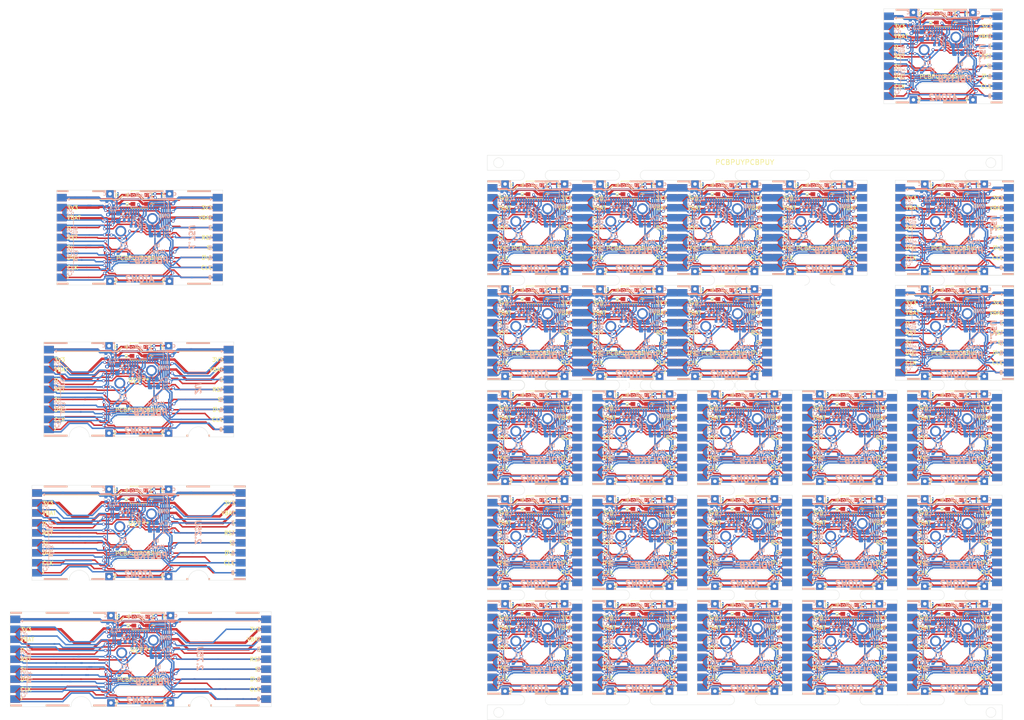
<source format=kicad_pcb>
(kicad_pcb (version 20171130) (host pcbnew "(5.1.9)-1")
  (layers (0 F.Cu signal) (31 B.Cu signal) (34 B.Paste user) (35 F.Paste user) (36 B.SilkS user) (37 F.SilkS user) (38 B.Mask user) (39 F.Mask user) (44 Edge.Cuts user))
  (net 0 "")
  (net 1 /Keyboard/sheet605ED2EB/GND)
  (net 2 /Keyboard/sheet605ED2EB/3V3)
  (net 3 /Keyboard/sheet605ED2EB/4V2)
  (net 4 "Net-(C4-Pad1)")
  (net 5 "Net-(C5-Pad2)")
  (net 6 "Net-(C5-Pad1)")
  (net 7 "Net-(C6-Pad2)")
  (net 8 "Net-(C6-Pad1)")
  (net 9 /Keyboard/sheet605ED2EB/CS)
  (net 10 /Keyboard/sheet605ED2EB/RESET)
  (net 11 /Keyboard/sheet605ED2EB/D-C)
  (net 12 /Keyboard/sheet605ED2EB/SCLK)
  (net 13 /Keyboard/sheet605ED2EB/SDIN)
  (net 14 /Keyboard/sheet605ED2EB/LED_DOUT)
  (net 15 /Keyboard/sheet605ED2EB/LED_DIN)
  (net 16 /Keyboard/sheet605ED2EB/5V)
  (net 17 "Net-(D1-Pad2)")
  (net 18 /Keyboard/sheet605ED2EB/KeyRow)
  (net 19 /Keyboard/sheet605ED2EB/KeyCol)
  (net 20 CS8)
  (net 21 CS7)
  (net 22 CS6)
  (net 23 CS5)
  (net 24 CS4)
  (net 25 CS3)
  (net 26 CS2)
  (net 27 CS1)
  (module poly_kb:TestPoin_1.5x1.5mm_Drill0.7mm (layer F.Cu) (at 269.24 41.3385)
    (fp_text reference J2 hide)
    (fp_text value North)
    (pad 1 thru_hole rect (at 0 0) (size 1.5 1.5) (drill 0.7) (layers *.Cu *.Mask))
  )
  (module Capacitor_SMD:C_0603_1608Metric (layer B.Cu) (at 258.953 46.0375 90)
    (fp_text reference C2 (at 0.381 1.5494 180) (layer B.SilkS) (effects (justify mirror)))
    (fp_text value 2.2uF)
    (pad 2 smd roundrect (at 0.775 0 90) (size 0.9 0.95) (layers B.Cu B.Paste B.Mask))
    (pad 1 smd roundrect (at -0.775 0 90) (size 0.9 0.95) (layers B.Cu B.Paste B.Mask))
  )
  (module Capacitor_SMD:C_0402_1005Metric (layer B.Cu) (at 256.667 43.3705 90)
    (fp_text reference C3 (at -1.016 1.27 180) (layer B.SilkS) (effects (font (size 0.8 0.8) (thickness 0.153)) (justify mirror)))
    (fp_text value 1uF)
    (pad 2 smd roundrect (at 0.48 0 90) (size 0.56 0.62) (layers B.Cu B.Paste B.Mask))
    (pad 1 smd roundrect (at -0.48 0 90) (size 0.56 0.62) (layers B.Cu B.Paste B.Mask))
  )
  (module Diode_SMD:D_SOD-323 (layer B.Cu) (at 259.969 53.4035 180)
    (fp_text reference D1 (at 0 1.85) (layer B.SilkS) (effects (justify mirror)))
    (fp_text value D_Small)
    (pad 2 smd rect (at 1.05 0 180) (size 0.6 0.45) (layers B.Cu B.Paste B.Mask))
    (pad 1 smd rect (at -1.05 0 180) (size 0.6 0.45) (layers B.Cu B.Paste B.Mask))
  )
  (module poly_kb:TestPoin_1.5x1.5mm_Drill0.7mm (layer F.Cu) (at 269.24 58.8645)
    (fp_text reference J9 hide)
    (fp_text value South2)
    (pad 1 thru_hole rect (at 0 0) (size 1.5 1.5) (drill 0.7) (layers *.Cu *.Mask))
  )
  (module poly_kb:AtomConnectCS (layer B.Cu) (at 252.38075 50.1015 270)
    (fp_text reference J5 hide)
    (fp_text value WestBack)
    (pad 10 smd custom (at 6.5 -0.75 270) (size 0.5 0.5) (layers B.Cu B.Paste B.Mask) (options (clearance outline) (anchor circle)) (primitives (gr_poly (pts (xy 0.75 0.65) (xy 1.65 -0.25) (xy 0.75 -0.25)) (width 0)) (gr_poly (pts (xy 0.25 0.65) (xy -0.65 -0.25) (xy 0.25 -0.25)) (width 0)) (gr_poly (pts (xy 0.75 -0.25) (xy 0.25 -0.25) (xy 0.25 0.65) (xy 0.75 0.65)) (width 0))))
    (pad 10 smd custom (at 2.5 -0.75 270) (size 0.5 0.5) (layers B.Cu B.Paste B.Mask) (options (clearance outline) (anchor circle)) (primitives (gr_poly (pts (xy 0.75 0.65) (xy 1.65 -0.25) (xy 0.75 -0.25)) (width 0)) (gr_poly (pts (xy 0.25 0.65) (xy -0.65 -0.25) (xy 0.25 -0.25)) (width 0)) (gr_poly (pts (xy 0.75 -0.25) (xy 0.25 -0.25) (xy 0.25 0.65) (xy 0.75 0.65)) (width 0))))
    (pad 10 smd custom (at -1.5 -0.75 270) (size 0.5 0.5) (layers B.Cu B.Paste B.Mask) (options (clearance outline) (anchor circle)) (primitives (gr_poly (pts (xy 0.75 0.65) (xy 1.65 -0.25) (xy 0.75 -0.25)) (width 0)) (gr_poly (pts (xy 0.25 0.65) (xy -0.65 -0.25) (xy 0.25 -0.25)) (width 0)) (gr_poly (pts (xy 0.75 -0.25) (xy 0.25 -0.25) (xy 0.25 0.65) (xy 0.75 0.65)) (width 0))))
    (pad 10 smd custom (at -5.5 -0.75 270) (size 0.5 0.5) (layers B.Cu B.Paste B.Mask) (options (clearance outline) (anchor circle)) (primitives (gr_poly (pts (xy 0.75 0.65) (xy 1.65 -0.25) (xy 0.75 -0.25)) (width 0)) (gr_poly (pts (xy 0.25 0.65) (xy -0.65 -0.25) (xy 0.25 -0.25)) (width 0)) (gr_poly (pts (xy 0.75 -0.25) (xy 0.25 -0.25) (xy 0.25 0.65) (xy 0.75 0.65)) (width 0))))
    (pad 9 smd custom (at 8 0.5 90) (size 1 1) (layers B.Cu B.Paste B.Mask) (options (clearance outline) (anchor rect)) (primitives (gr_poly (pts (xy 0.75 0.3) (xy 0.75 -0.5) (xy -0.75 -0.5) (xy -0.75 1.5) (xy -0.45 1.5)) (width 0))))
    (pad 8 smd custom (at 6 0.5 90) (size 1 1) (layers B.Cu B.Paste B.Mask) (options (clearance outline) (anchor rect)) (primitives (gr_poly (pts (xy -0.75 0.3) (xy -0.75 -0.5) (xy 0.75 -0.5) (xy 0.75 1.5) (xy 0.45 1.5)) (width 0))))
    (pad 7 smd custom (at 4 0.5 90) (size 1 1) (layers B.Cu B.Paste B.Mask) (options (clearance outline) (anchor rect)) (primitives (gr_poly (pts (xy 0.75 0.3) (xy 0.75 -0.5) (xy -0.75 -0.5) (xy -0.75 1.5) (xy -0.45 1.5)) (width 0))))
    (pad 6 smd custom (at 2 0.5 90) (size 1 1) (layers B.Cu B.Paste B.Mask) (options (clearance outline) (anchor rect)) (primitives (gr_poly (pts (xy -0.75 0.3) (xy -0.75 -0.5) (xy 0.75 -0.5) (xy 0.75 1.5) (xy 0.45 1.5)) (width 0))))
    (pad 5 smd custom (at 0 0.5 90) (size 1 1) (layers B.Cu B.Paste B.Mask) (options (clearance outline) (anchor rect)) (primitives (gr_poly (pts (xy 0.75 0.3) (xy 0.75 -0.5) (xy -0.75 -0.5) (xy -0.75 1.5) (xy -0.45 1.5)) (width 0))))
    (pad 4 smd custom (at -2 0.5 90) (size 1 1) (layers B.Cu B.Paste B.Mask) (options (clearance outline) (anchor rect)) (primitives (gr_poly (pts (xy -0.75 0.3) (xy -0.75 -0.5) (xy 0.75 -0.5) (xy 0.75 1.5) (xy 0.45 1.5)) (width 0))))
    (pad 3 smd custom (at -4 0.5 90) (size 1 1) (layers B.Cu B.Paste B.Mask) (options (clearance outline) (anchor rect)) (primitives (gr_poly (pts (xy 0.75 0.3) (xy 0.75 -0.5) (xy -0.75 -0.5) (xy -0.75 1.5) (xy -0.45 1.5)) (width 0))))
    (pad 2 smd custom (at -6 0.5 90) (size 1 1) (layers B.Cu B.Paste B.Mask) (options (clearance outline) (anchor rect)) (primitives (gr_poly (pts (xy -0.75 0.3) (xy -0.75 -0.5) (xy 0.75 -0.5) (xy 0.75 1.5) (xy 0.45 1.5)) (width 0))))
    (pad 1 smd rect (at -8 0 270) (size 1.5 2) (layers B.Cu B.Paste B.Mask))
  )
  (module Capacitor_SMD:C_0402_1005Metric (layer B.Cu) (at 262.001 47.8155)
    (fp_text reference C6 (at 1.778 0) (layer B.SilkS) (effects (justify mirror)))
    (fp_text value 1uF)
    (pad 2 smd roundrect (at 0.48 0) (size 0.56 0.62) (layers B.Cu B.Paste B.Mask))
    (pad 1 smd roundrect (at -0.48 0) (size 0.56 0.62) (layers B.Cu B.Paste B.Mask))
  )
  (module poly_kb:WS2812B-Mini (layer F.Cu) (at 263.271 42.4815)
    (fp_text reference LED1 hide)
    (fp_text value WS2812B-Mini)
    (fp_text user i (at 2.5 -0.8) (layer F.SilkS))
    (fp_text user o (at -2.5 0.8) (layer F.SilkS))
    (fp_text user - (at 2.5 0.8) (layer F.SilkS))
    (fp_text user + (at -2.5 -1) (layer F.SilkS))
    (pad 4 smd rect (at 1.365 -0.89 90) (size 0.8 0.95) (layers F.Cu F.Paste F.Mask))
    (pad 1 smd rect (at -1.365 -0.89 90) (size 0.8 0.95) (layers F.Cu F.Paste F.Mask))
    (pad 3 smd rect (at 1.365 0.89 90) (size 0.8 0.95) (layers F.Cu F.Paste F.Mask))
    (pad 2 smd rect (at -1.365 0.89 90) (size 0.8 0.95) (layers F.Cu F.Paste F.Mask))
  )
  (module poly_kb:TestPoin_1.5x1.5mm_Drill0.7mm (layer F.Cu) (at 257.302 58.8645)
    (fp_text reference J7 hide)
    (fp_text value South)
    (pad 1 thru_hole rect (at 0 0) (size 1.5 1.5) (drill 0.7) (layers *.Cu *.Mask))
  )
  (module poly_kb:AtomConnect2 (layer F.Cu) (at 274.16125 50.1015 270)
    (fp_text reference J4 hide)
    (fp_text value EastFront)
    (pad 9 smd rect (at 8 0 270) (size 1.5 2) (layers F.Cu F.Paste F.Mask))
    (pad 8 smd rect (at 6 0 270) (size 1.5 2) (layers F.Cu F.Paste F.Mask))
    (pad 7 smd rect (at 4 0 270) (size 1.5 2) (layers F.Cu F.Paste F.Mask))
    (pad 1 smd rect (at -8 0 270) (size 1.5 2) (layers F.Cu F.Paste F.Mask))
    (pad 6 smd rect (at 2 0 270) (size 1.5 2) (layers F.Cu F.Paste F.Mask))
    (pad 2 smd rect (at -6 0 270) (size 1.5 2) (layers F.Cu F.Paste F.Mask))
    (pad 3 smd rect (at -4 0 270) (size 1.5 2) (layers F.Cu F.Paste F.Mask))
    (pad 4 smd rect (at -2 0 270) (size 1.5 2) (layers F.Cu F.Paste F.Mask))
    (pad 5 smd rect (at 0 0 270) (size 1.5 2) (layers F.Cu F.Paste F.Mask))
  )
  (module poly_kb:AtomConnect2 (layer B.Cu) (at 274.16125 50.1015 270)
    (fp_text reference J6 hide)
    (fp_text value EastBack)
    (pad 9 smd rect (at 8 0 270) (size 1.5 2) (layers B.Cu B.Paste B.Mask))
    (pad 8 smd rect (at 6 0 270) (size 1.5 2) (layers B.Cu B.Paste B.Mask))
    (pad 7 smd rect (at 4 0 270) (size 1.5 2) (layers B.Cu B.Paste B.Mask))
    (pad 1 smd rect (at -8 0 270) (size 1.5 2) (layers B.Cu B.Paste B.Mask))
    (pad 6 smd rect (at 2 0 270) (size 1.5 2) (layers B.Cu B.Paste B.Mask))
    (pad 2 smd rect (at -6 0 270) (size 1.5 2) (layers B.Cu B.Paste B.Mask))
    (pad 3 smd rect (at -4 0 270) (size 1.5 2) (layers B.Cu B.Paste B.Mask))
    (pad 4 smd rect (at -2 0 270) (size 1.5 2) (layers B.Cu B.Paste B.Mask))
    (pad 5 smd rect (at 0 0 270) (size 1.5 2) (layers B.Cu B.Paste B.Mask))
  )
  (module poly_kb:TestPoin_1.5x1.5mm_Drill0.7mm (layer F.Cu) (at 257.302 41.3385)
    (fp_text reference J8 hide)
    (fp_text value North2)
    (pad 1 thru_hole rect (at 0 0) (size 1.5 1.5) (drill 0.7) (layers *.Cu *.Mask))
  )
  (module poly_kb:SW_Cherry_MX_1.00u_PCB_NoSilk (layer F.Cu) (at 265.811 46.2915)
    (fp_text reference SW1 hide)
    (fp_text value SW_Push)
    (pad 1 thru_hole circle (at 0 0) (size 2.2 2.2) (drill 1.5) (layers *.Cu *.Mask))
    (pad 2 thru_hole circle (at -6.35 2.54) (size 2.2 2.2) (drill 1.5) (layers *.Cu *.Mask))
    (pad "" np_thru_hole circle (at -2.54 5.08) (size 4 4) (drill 4) (layers *.Cu *.Mask))
    (pad "" np_thru_hole circle (at -7.62 5.08) (size 1.7 1.7) (drill 1.7) (layers *.Cu *.Mask))
    (pad "" np_thru_hole circle (at 2.54 5.08) (size 1.7 1.7) (drill 1.7) (layers *.Cu *.Mask))
  )
  (module Capacitor_SMD:C_0603_1608Metric (layer B.Cu) (at 266.319 49.5935 180)
    (fp_text reference C1 (at -2.413 0) (layer B.SilkS) (effects (justify mirror)))
    (fp_text value 2.2uF)
    (pad 2 smd roundrect (at 0.775 0 180) (size 0.9 0.95) (layers B.Cu B.Paste B.Mask))
    (pad 1 smd roundrect (at -0.775 0 180) (size 0.9 0.95) (layers B.Cu B.Paste B.Mask))
  )
  (module poly_kb:FPC_16_JUSHUO_AFC05_S16FIA_00 (layer B.Cu) (at 263.271 44.3865)
    (fp_text reference J1 hide)
    (fp_text value Conn_01x16)
    (pad 0 smd rect (at 4.385 -2.81) (size 0.3 1.15) (layers B.Cu B.Paste B.Mask))
    (pad 0 smd rect (at -4.385 -2.81) (size 0.3 1.15) (layers B.Cu B.Paste B.Mask))
    (pad 16 smd rect (at 3.75 0) (size 0.3 0.65) (layers B.Cu B.Paste B.Mask))
    (pad 15 smd rect (at 3.25 0) (size 0.3 0.65) (layers B.Cu B.Paste B.Mask))
    (pad 14 smd rect (at 2.75 0) (size 0.3 0.65) (layers B.Cu B.Paste B.Mask))
    (pad 13 smd rect (at 2.25 0) (size 0.3 0.65) (layers B.Cu B.Paste B.Mask))
    (pad 12 smd rect (at 1.75 0) (size 0.3 0.65) (layers B.Cu B.Paste B.Mask))
    (pad 11 smd rect (at 1.25 0) (size 0.3 0.65) (layers B.Cu B.Paste B.Mask))
    (pad 10 smd rect (at 0.75 0) (size 0.3 0.65) (layers B.Cu B.Paste B.Mask))
    (pad 9 smd rect (at 0.25 0) (size 0.3 0.65) (layers B.Cu B.Paste B.Mask))
    (pad 8 smd rect (at -0.25 0) (size 0.3 0.65) (layers B.Cu B.Paste B.Mask))
    (pad 7 smd rect (at -0.75 0) (size 0.3 0.65) (layers B.Cu B.Paste B.Mask))
    (pad 6 smd rect (at -1.25 0) (size 0.3 0.65) (layers B.Cu B.Paste B.Mask))
    (pad 5 smd rect (at -1.75 0) (size 0.3 0.65) (layers B.Cu B.Paste B.Mask))
    (pad 4 smd rect (at -2.25 0) (size 0.3 0.65) (layers B.Cu B.Paste B.Mask))
    (pad 3 smd rect (at -2.75 0) (size 0.3 0.65) (layers B.Cu B.Paste B.Mask))
    (pad 2 smd rect (at -3.25 0) (size 0.3 0.65) (layers B.Cu B.Paste B.Mask))
    (pad 1 smd rect (at -3.75 0) (size 0.3 0.65) (layers B.Cu B.Paste B.Mask))
  )
  (module Capacitor_SMD:C_0603_1608Metric (layer B.Cu) (at 266.065 48.0695 180)
    (fp_text reference C4 (at -2.286 -0.127) (layer B.SilkS) (effects (justify mirror)))
    (fp_text value 4.7uF)
    (pad 2 smd roundrect (at 0.775 0 180) (size 0.9 0.95) (layers B.Cu B.Paste B.Mask))
    (pad 1 smd roundrect (at -0.775 0 180) (size 0.9 0.95) (layers B.Cu B.Paste B.Mask))
  )
  (module Capacitor_SMD:C_0402_1005Metric (layer B.Cu) (at 260.632 46.6725)
    (fp_text reference C5 (at 2.004 -0.127) (layer B.SilkS) (effects (justify mirror)))
    (fp_text value 1uF)
    (pad 2 smd roundrect (at 0.48 0) (size 0.56 0.62) (layers B.Cu B.Paste B.Mask))
    (pad 1 smd roundrect (at -0.48 0) (size 0.56 0.62) (layers B.Cu B.Paste B.Mask))
  )
  (module poly_kb:AtomConnect2 (layer F.Cu) (at 252.38075 50.1015 270)
    (fp_text reference J3 hide)
    (fp_text value WestFront)
    (pad 9 smd rect (at 8 0 270) (size 1.5 2) (layers F.Cu F.Paste F.Mask))
    (pad 8 smd rect (at 6 0 270) (size 1.5 2) (layers F.Cu F.Paste F.Mask))
    (pad 7 smd rect (at 4 0 270) (size 1.5 2) (layers F.Cu F.Paste F.Mask))
    (pad 1 smd rect (at -8 0 270) (size 1.5 2) (layers F.Cu F.Paste F.Mask))
    (pad 6 smd rect (at 2 0 270) (size 1.5 2) (layers F.Cu F.Paste F.Mask))
    (pad 2 smd rect (at -6 0 270) (size 1.5 2) (layers F.Cu F.Paste F.Mask))
    (pad 3 smd rect (at -4 0 270) (size 1.5 2) (layers F.Cu F.Paste F.Mask))
    (pad 4 smd rect (at -2 0 270) (size 1.5 2) (layers F.Cu F.Paste F.Mask))
    (pad 5 smd rect (at 0 0 270) (size 1.5 2) (layers F.Cu F.Paste F.Mask))
  )
  (module Capacitor_SMD:C_0603_1608Metric (layer B.Cu) (at 258.953 67.0875 90)
    (fp_text reference C2 (at 0.381 1.5494 180) (layer B.SilkS) (effects (justify mirror)))
    (fp_text value 2.2uF)
    (pad 2 smd roundrect (at 0.775 0 90) (size 0.9 0.95) (layers B.Cu B.Paste B.Mask))
    (pad 1 smd roundrect (at -0.775 0 90) (size 0.9 0.95) (layers B.Cu B.Paste B.Mask))
  )
  (module Capacitor_SMD:C_0402_1005Metric (layer B.Cu) (at 256.667 64.4205 90)
    (fp_text reference C3 (at -1.016 1.27 180) (layer B.SilkS) (effects (font (size 0.8 0.8) (thickness 0.153)) (justify mirror)))
    (fp_text value 1uF)
    (pad 2 smd roundrect (at 0.48 0 90) (size 0.56 0.62) (layers B.Cu B.Paste B.Mask))
    (pad 1 smd roundrect (at -0.48 0 90) (size 0.56 0.62) (layers B.Cu B.Paste B.Mask))
  )
  (module poly_kb:TestPoin_1.5x1.5mm_Drill0.7mm (layer F.Cu) (at 269.24 62.3885)
    (fp_text reference J2 hide)
    (fp_text value North)
    (pad 1 thru_hole rect (at 0 0) (size 1.5 1.5) (drill 0.7) (layers *.Cu *.Mask))
  )
  (module Diode_SMD:D_SOD-323 (layer B.Cu) (at 259.969 74.4535 180)
    (fp_text reference D1 (at 0 1.85) (layer B.SilkS) (effects (justify mirror)))
    (fp_text value D_Small)
    (pad 2 smd rect (at 1.05 0 180) (size 0.6 0.45) (layers B.Cu B.Paste B.Mask))
    (pad 1 smd rect (at -1.05 0 180) (size 0.6 0.45) (layers B.Cu B.Paste B.Mask))
  )
  (module Capacitor_SMD:C_0402_1005Metric (layer B.Cu) (at 260.632 67.7225)
    (fp_text reference C5 (at 2.004 -0.127) (layer B.SilkS) (effects (justify mirror)))
    (fp_text value 1uF)
    (pad 2 smd roundrect (at 0.48 0) (size 0.56 0.62) (layers B.Cu B.Paste B.Mask))
    (pad 1 smd roundrect (at -0.48 0) (size 0.56 0.62) (layers B.Cu B.Paste B.Mask))
  )
  (module poly_kb:TestPoin_1.5x1.5mm_Drill0.7mm (layer F.Cu) (at 269.24 79.9145)
    (fp_text reference J9 hide)
    (fp_text value South2)
    (pad 1 thru_hole rect (at 0 0) (size 1.5 1.5) (drill 0.7) (layers *.Cu *.Mask))
  )
  (module poly_kb:AtomConnectCS (layer B.Cu) (at 252.38075 71.1515 270)
    (fp_text reference J5 hide)
    (fp_text value WestBack)
    (pad 10 smd custom (at 6.5 -0.75 270) (size 0.5 0.5) (layers B.Cu B.Paste B.Mask) (options (clearance outline) (anchor circle)) (primitives (gr_poly (pts (xy 0.75 0.65) (xy 1.65 -0.25) (xy 0.75 -0.25)) (width 0)) (gr_poly (pts (xy 0.25 0.65) (xy -0.65 -0.25) (xy 0.25 -0.25)) (width 0)) (gr_poly (pts (xy 0.75 -0.25) (xy 0.25 -0.25) (xy 0.25 0.65) (xy 0.75 0.65)) (width 0))))
    (pad 10 smd custom (at 2.5 -0.75 270) (size 0.5 0.5) (layers B.Cu B.Paste B.Mask) (options (clearance outline) (anchor circle)) (primitives (gr_poly (pts (xy 0.75 0.65) (xy 1.65 -0.25) (xy 0.75 -0.25)) (width 0)) (gr_poly (pts (xy 0.25 0.65) (xy -0.65 -0.25) (xy 0.25 -0.25)) (width 0)) (gr_poly (pts (xy 0.75 -0.25) (xy 0.25 -0.25) (xy 0.25 0.65) (xy 0.75 0.65)) (width 0))))
    (pad 10 smd custom (at -1.5 -0.75 270) (size 0.5 0.5) (layers B.Cu B.Paste B.Mask) (options (clearance outline) (anchor circle)) (primitives (gr_poly (pts (xy 0.75 0.65) (xy 1.65 -0.25) (xy 0.75 -0.25)) (width 0)) (gr_poly (pts (xy 0.25 0.65) (xy -0.65 -0.25) (xy 0.25 -0.25)) (width 0)) (gr_poly (pts (xy 0.75 -0.25) (xy 0.25 -0.25) (xy 0.25 0.65) (xy 0.75 0.65)) (width 0))))
    (pad 10 smd custom (at -5.5 -0.75 270) (size 0.5 0.5) (layers B.Cu B.Paste B.Mask) (options (clearance outline) (anchor circle)) (primitives (gr_poly (pts (xy 0.75 0.65) (xy 1.65 -0.25) (xy 0.75 -0.25)) (width 0)) (gr_poly (pts (xy 0.25 0.65) (xy -0.65 -0.25) (xy 0.25 -0.25)) (width 0)) (gr_poly (pts (xy 0.75 -0.25) (xy 0.25 -0.25) (xy 0.25 0.65) (xy 0.75 0.65)) (width 0))))
    (pad 9 smd custom (at 8 0.5 90) (size 1 1) (layers B.Cu B.Paste B.Mask) (options (clearance outline) (anchor rect)) (primitives (gr_poly (pts (xy 0.75 0.3) (xy 0.75 -0.5) (xy -0.75 -0.5) (xy -0.75 1.5) (xy -0.45 1.5)) (width 0))))
    (pad 8 smd custom (at 6 0.5 90) (size 1 1) (layers B.Cu B.Paste B.Mask) (options (clearance outline) (anchor rect)) (primitives (gr_poly (pts (xy -0.75 0.3) (xy -0.75 -0.5) (xy 0.75 -0.5) (xy 0.75 1.5) (xy 0.45 1.5)) (width 0))))
    (pad 7 smd custom (at 4 0.5 90) (size 1 1) (layers B.Cu B.Paste B.Mask) (options (clearance outline) (anchor rect)) (primitives (gr_poly (pts (xy 0.75 0.3) (xy 0.75 -0.5) (xy -0.75 -0.5) (xy -0.75 1.5) (xy -0.45 1.5)) (width 0))))
    (pad 6 smd custom (at 2 0.5 90) (size 1 1) (layers B.Cu B.Paste B.Mask) (options (clearance outline) (anchor rect)) (primitives (gr_poly (pts (xy -0.75 0.3) (xy -0.75 -0.5) (xy 0.75 -0.5) (xy 0.75 1.5) (xy 0.45 1.5)) (width 0))))
    (pad 5 smd custom (at 0 0.5 90) (size 1 1) (layers B.Cu B.Paste B.Mask) (options (clearance outline) (anchor rect)) (primitives (gr_poly (pts (xy 0.75 0.3) (xy 0.75 -0.5) (xy -0.75 -0.5) (xy -0.75 1.5) (xy -0.45 1.5)) (width 0))))
    (pad 4 smd custom (at -2 0.5 90) (size 1 1) (layers B.Cu B.Paste B.Mask) (options (clearance outline) (anchor rect)) (primitives (gr_poly (pts (xy -0.75 0.3) (xy -0.75 -0.5) (xy 0.75 -0.5) (xy 0.75 1.5) (xy 0.45 1.5)) (width 0))))
    (pad 3 smd custom (at -4 0.5 90) (size 1 1) (layers B.Cu B.Paste B.Mask) (options (clearance outline) (anchor rect)) (primitives (gr_poly (pts (xy 0.75 0.3) (xy 0.75 -0.5) (xy -0.75 -0.5) (xy -0.75 1.5) (xy -0.45 1.5)) (width 0))))
    (pad 2 smd custom (at -6 0.5 90) (size 1 1) (layers B.Cu B.Paste B.Mask) (options (clearance outline) (anchor rect)) (primitives (gr_poly (pts (xy -0.75 0.3) (xy -0.75 -0.5) (xy 0.75 -0.5) (xy 0.75 1.5) (xy 0.45 1.5)) (width 0))))
    (pad 1 smd rect (at -8 0 270) (size 1.5 2) (layers B.Cu B.Paste B.Mask))
  )
  (module Capacitor_SMD:C_0402_1005Metric (layer B.Cu) (at 262.001 68.8655)
    (fp_text reference C6 (at 1.778 0) (layer B.SilkS) (effects (justify mirror)))
    (fp_text value 1uF)
    (pad 2 smd roundrect (at 0.48 0) (size 0.56 0.62) (layers B.Cu B.Paste B.Mask))
    (pad 1 smd roundrect (at -0.48 0) (size 0.56 0.62) (layers B.Cu B.Paste B.Mask))
  )
  (module poly_kb:WS2812B-Mini (layer F.Cu) (at 263.271 63.5315)
    (fp_text reference LED1 hide)
    (fp_text value WS2812B-Mini)
    (fp_text user i (at 2.5 -0.8) (layer F.SilkS))
    (fp_text user o (at -2.5 0.8) (layer F.SilkS))
    (fp_text user - (at 2.5 0.8) (layer F.SilkS))
    (fp_text user + (at -2.5 -1) (layer F.SilkS))
    (pad 4 smd rect (at 1.365 -0.89 90) (size 0.8 0.95) (layers F.Cu F.Paste F.Mask))
    (pad 1 smd rect (at -1.365 -0.89 90) (size 0.8 0.95) (layers F.Cu F.Paste F.Mask))
    (pad 3 smd rect (at 1.365 0.89 90) (size 0.8 0.95) (layers F.Cu F.Paste F.Mask))
    (pad 2 smd rect (at -1.365 0.89 90) (size 0.8 0.95) (layers F.Cu F.Paste F.Mask))
  )
  (module poly_kb:TestPoin_1.5x1.5mm_Drill0.7mm (layer F.Cu) (at 257.302 79.9145)
    (fp_text reference J7 hide)
    (fp_text value South)
    (pad 1 thru_hole rect (at 0 0) (size 1.5 1.5) (drill 0.7) (layers *.Cu *.Mask))
  )
  (module poly_kb:AtomConnect2 (layer F.Cu) (at 274.16125 71.1515 270)
    (fp_text reference J4 hide)
    (fp_text value EastFront)
    (pad 9 smd rect (at 8 0 270) (size 1.5 2) (layers F.Cu F.Paste F.Mask))
    (pad 8 smd rect (at 6 0 270) (size 1.5 2) (layers F.Cu F.Paste F.Mask))
    (pad 7 smd rect (at 4 0 270) (size 1.5 2) (layers F.Cu F.Paste F.Mask))
    (pad 1 smd rect (at -8 0 270) (size 1.5 2) (layers F.Cu F.Paste F.Mask))
    (pad 6 smd rect (at 2 0 270) (size 1.5 2) (layers F.Cu F.Paste F.Mask))
    (pad 2 smd rect (at -6 0 270) (size 1.5 2) (layers F.Cu F.Paste F.Mask))
    (pad 3 smd rect (at -4 0 270) (size 1.5 2) (layers F.Cu F.Paste F.Mask))
    (pad 4 smd rect (at -2 0 270) (size 1.5 2) (layers F.Cu F.Paste F.Mask))
    (pad 5 smd rect (at 0 0 270) (size 1.5 2) (layers F.Cu F.Paste F.Mask))
  )
  (module poly_kb:AtomConnect2 (layer B.Cu) (at 274.16125 71.1515 270)
    (fp_text reference J6 hide)
    (fp_text value EastBack)
    (pad 9 smd rect (at 8 0 270) (size 1.5 2) (layers B.Cu B.Paste B.Mask))
    (pad 8 smd rect (at 6 0 270) (size 1.5 2) (layers B.Cu B.Paste B.Mask))
    (pad 7 smd rect (at 4 0 270) (size 1.5 2) (layers B.Cu B.Paste B.Mask))
    (pad 1 smd rect (at -8 0 270) (size 1.5 2) (layers B.Cu B.Paste B.Mask))
    (pad 6 smd rect (at 2 0 270) (size 1.5 2) (layers B.Cu B.Paste B.Mask))
    (pad 2 smd rect (at -6 0 270) (size 1.5 2) (layers B.Cu B.Paste B.Mask))
    (pad 3 smd rect (at -4 0 270) (size 1.5 2) (layers B.Cu B.Paste B.Mask))
    (pad 4 smd rect (at -2 0 270) (size 1.5 2) (layers B.Cu B.Paste B.Mask))
    (pad 5 smd rect (at 0 0 270) (size 1.5 2) (layers B.Cu B.Paste B.Mask))
  )
  (module poly_kb:TestPoin_1.5x1.5mm_Drill0.7mm (layer F.Cu) (at 257.302 62.3885)
    (fp_text reference J8 hide)
    (fp_text value North2)
    (pad 1 thru_hole rect (at 0 0) (size 1.5 1.5) (drill 0.7) (layers *.Cu *.Mask))
  )
  (module poly_kb:AtomConnect2 (layer F.Cu) (at 252.38075 71.1515 270)
    (fp_text reference J3 hide)
    (fp_text value WestFront)
    (pad 9 smd rect (at 8 0 270) (size 1.5 2) (layers F.Cu F.Paste F.Mask))
    (pad 8 smd rect (at 6 0 270) (size 1.5 2) (layers F.Cu F.Paste F.Mask))
    (pad 7 smd rect (at 4 0 270) (size 1.5 2) (layers F.Cu F.Paste F.Mask))
    (pad 1 smd rect (at -8 0 270) (size 1.5 2) (layers F.Cu F.Paste F.Mask))
    (pad 6 smd rect (at 2 0 270) (size 1.5 2) (layers F.Cu F.Paste F.Mask))
    (pad 2 smd rect (at -6 0 270) (size 1.5 2) (layers F.Cu F.Paste F.Mask))
    (pad 3 smd rect (at -4 0 270) (size 1.5 2) (layers F.Cu F.Paste F.Mask))
    (pad 4 smd rect (at -2 0 270) (size 1.5 2) (layers F.Cu F.Paste F.Mask))
    (pad 5 smd rect (at 0 0 270) (size 1.5 2) (layers F.Cu F.Paste F.Mask))
  )
  (module poly_kb:SW_Cherry_MX_1.00u_PCB_NoSilk (layer F.Cu) (at 265.811 67.3415)
    (fp_text reference SW1 hide)
    (fp_text value SW_Push)
    (pad 1 thru_hole circle (at 0 0) (size 2.2 2.2) (drill 1.5) (layers *.Cu *.Mask))
    (pad 2 thru_hole circle (at -6.35 2.54) (size 2.2 2.2) (drill 1.5) (layers *.Cu *.Mask))
    (pad "" np_thru_hole circle (at -2.54 5.08) (size 4 4) (drill 4) (layers *.Cu *.Mask))
    (pad "" np_thru_hole circle (at -7.62 5.08) (size 1.7 1.7) (drill 1.7) (layers *.Cu *.Mask))
    (pad "" np_thru_hole circle (at 2.54 5.08) (size 1.7 1.7) (drill 1.7) (layers *.Cu *.Mask))
  )
  (module Capacitor_SMD:C_0603_1608Metric (layer B.Cu) (at 266.319 70.6435 180)
    (fp_text reference C1 (at -2.413 0) (layer B.SilkS) (effects (justify mirror)))
    (fp_text value 2.2uF)
    (pad 2 smd roundrect (at 0.775 0 180) (size 0.9 0.95) (layers B.Cu B.Paste B.Mask))
    (pad 1 smd roundrect (at -0.775 0 180) (size 0.9 0.95) (layers B.Cu B.Paste B.Mask))
  )
  (module poly_kb:FPC_16_JUSHUO_AFC05_S16FIA_00 (layer B.Cu) (at 263.271 65.4365)
    (fp_text reference J1 hide)
    (fp_text value Conn_01x16)
    (pad 0 smd rect (at 4.385 -2.81) (size 0.3 1.15) (layers B.Cu B.Paste B.Mask))
    (pad 0 smd rect (at -4.385 -2.81) (size 0.3 1.15) (layers B.Cu B.Paste B.Mask))
    (pad 16 smd rect (at 3.75 0) (size 0.3 0.65) (layers B.Cu B.Paste B.Mask))
    (pad 15 smd rect (at 3.25 0) (size 0.3 0.65) (layers B.Cu B.Paste B.Mask))
    (pad 14 smd rect (at 2.75 0) (size 0.3 0.65) (layers B.Cu B.Paste B.Mask))
    (pad 13 smd rect (at 2.25 0) (size 0.3 0.65) (layers B.Cu B.Paste B.Mask))
    (pad 12 smd rect (at 1.75 0) (size 0.3 0.65) (layers B.Cu B.Paste B.Mask))
    (pad 11 smd rect (at 1.25 0) (size 0.3 0.65) (layers B.Cu B.Paste B.Mask))
    (pad 10 smd rect (at 0.75 0) (size 0.3 0.65) (layers B.Cu B.Paste B.Mask))
    (pad 9 smd rect (at 0.25 0) (size 0.3 0.65) (layers B.Cu B.Paste B.Mask))
    (pad 8 smd rect (at -0.25 0) (size 0.3 0.65) (layers B.Cu B.Paste B.Mask))
    (pad 7 smd rect (at -0.75 0) (size 0.3 0.65) (layers B.Cu B.Paste B.Mask))
    (pad 6 smd rect (at -1.25 0) (size 0.3 0.65) (layers B.Cu B.Paste B.Mask))
    (pad 5 smd rect (at -1.75 0) (size 0.3 0.65) (layers B.Cu B.Paste B.Mask))
    (pad 4 smd rect (at -2.25 0) (size 0.3 0.65) (layers B.Cu B.Paste B.Mask))
    (pad 3 smd rect (at -2.75 0) (size 0.3 0.65) (layers B.Cu B.Paste B.Mask))
    (pad 2 smd rect (at -3.25 0) (size 0.3 0.65) (layers B.Cu B.Paste B.Mask))
    (pad 1 smd rect (at -3.75 0) (size 0.3 0.65) (layers B.Cu B.Paste B.Mask))
  )
  (module Capacitor_SMD:C_0603_1608Metric (layer B.Cu) (at 266.065 69.1195 180)
    (fp_text reference C4 (at -2.286 -0.127) (layer B.SilkS) (effects (justify mirror)))
    (fp_text value 4.7uF)
    (pad 2 smd roundrect (at 0.775 0 180) (size 0.9 0.95) (layers B.Cu B.Paste B.Mask))
    (pad 1 smd roundrect (at -0.775 0 180) (size 0.9 0.95) (layers B.Cu B.Paste B.Mask))
  )
  (module poly_kb:AtomConnect2 (layer B.Cu) (at 244.729 50.1015 270)
    (fp_text reference J6 hide)
    (fp_text value EastBack)
    (pad 5 smd rect (at 0 0 270) (size 1.5 2) (layers B.Cu B.Paste B.Mask))
    (pad 4 smd rect (at -2 0 270) (size 1.5 2) (layers B.Cu B.Paste B.Mask))
    (pad 3 smd rect (at -4 0 270) (size 1.5 2) (layers B.Cu B.Paste B.Mask))
    (pad 2 smd rect (at -6 0 270) (size 1.5 2) (layers B.Cu B.Paste B.Mask))
    (pad 6 smd rect (at 2 0 270) (size 1.5 2) (layers B.Cu B.Paste B.Mask))
    (pad 1 smd rect (at -8 0 270) (size 1.5 2) (layers B.Cu B.Paste B.Mask))
    (pad 7 smd rect (at 4 0 270) (size 1.5 2) (layers B.Cu B.Paste B.Mask))
    (pad 8 smd rect (at 6 0 270) (size 1.5 2) (layers B.Cu B.Paste B.Mask))
    (pad 9 smd rect (at 8 0 270) (size 1.5 2) (layers B.Cu B.Paste B.Mask))
  )
  (module poly_kb:TestPoin_1.5x1.5mm_Drill0.7mm (layer F.Cu) (at 192.151 58.8645)
    (fp_text reference J7 hide)
    (fp_text value South)
    (pad 1 thru_hole rect (at 0 0) (size 1.5 1.5) (drill 0.7) (layers *.Cu *.Mask))
  )
  (module poly_kb:AtomConnect2 (layer F.Cu) (at 225.679 50.1015 270)
    (fp_text reference J4 hide)
    (fp_text value EastFront)
    (pad 5 smd rect (at 0 0 270) (size 1.5 2) (layers F.Cu F.Paste F.Mask))
    (pad 4 smd rect (at -2 0 270) (size 1.5 2) (layers F.Cu F.Paste F.Mask))
    (pad 3 smd rect (at -4 0 270) (size 1.5 2) (layers F.Cu F.Paste F.Mask))
    (pad 2 smd rect (at -6 0 270) (size 1.5 2) (layers F.Cu F.Paste F.Mask))
    (pad 6 smd rect (at 2 0 270) (size 1.5 2) (layers F.Cu F.Paste F.Mask))
    (pad 1 smd rect (at -8 0 270) (size 1.5 2) (layers F.Cu F.Paste F.Mask))
    (pad 7 smd rect (at 4 0 270) (size 1.5 2) (layers F.Cu F.Paste F.Mask))
    (pad 8 smd rect (at 6 0 270) (size 1.5 2) (layers F.Cu F.Paste F.Mask))
    (pad 9 smd rect (at 8 0 270) (size 1.5 2) (layers F.Cu F.Paste F.Mask))
  )
  (module poly_kb:TestPoin_1.5x1.5mm_Drill0.7mm (layer F.Cu) (at 230.251 58.8645)
    (fp_text reference J7 hide)
    (fp_text value South)
    (pad 1 thru_hole rect (at 0 0) (size 1.5 1.5) (drill 0.7) (layers *.Cu *.Mask))
  )
  (module Capacitor_SMD:C_0603_1608Metric (layer B.Cu) (at 200.914 48.0695 180)
    (fp_text reference C4 (at -2.286 -0.127) (layer B.SilkS) (effects (justify mirror)))
    (fp_text value 4.7uF)
    (pad 1 smd roundrect (at -0.775 0 180) (size 0.9 0.95) (layers B.Cu B.Paste B.Mask))
    (pad 2 smd roundrect (at 0.775 0 180) (size 0.9 0.95) (layers B.Cu B.Paste B.Mask))
  )
  (module poly_kb:SW_Cherry_MX_1.00u_PCB_NoSilk (layer F.Cu) (at 219.71 46.2915)
    (fp_text reference SW1 hide)
    (fp_text value SW_Push)
    (pad "" np_thru_hole circle (at 2.54 5.08) (size 1.7 1.7) (drill 1.7) (layers *.Cu *.Mask))
    (pad "" np_thru_hole circle (at -7.62 5.08) (size 1.7 1.7) (drill 1.7) (layers *.Cu *.Mask))
    (pad "" np_thru_hole circle (at -2.54 5.08) (size 4 4) (drill 4) (layers *.Cu *.Mask))
    (pad 2 thru_hole circle (at -6.35 2.54) (size 2.2 2.2) (drill 1.5) (layers *.Cu *.Mask))
    (pad 1 thru_hole circle (at 0 0) (size 2.2 2.2) (drill 1.5) (layers *.Cu *.Mask))
  )
  (module poly_kb:AtomConnect2 (layer F.Cu) (at 227.711 50.1015 270)
    (fp_text reference J3 hide)
    (fp_text value WestFront)
    (pad 5 smd rect (at 0 0 270) (size 1.5 2) (layers F.Cu F.Paste F.Mask))
    (pad 4 smd rect (at -2 0 270) (size 1.5 2) (layers F.Cu F.Paste F.Mask))
    (pad 3 smd rect (at -4 0 270) (size 1.5 2) (layers F.Cu F.Paste F.Mask))
    (pad 2 smd rect (at -6 0 270) (size 1.5 2) (layers F.Cu F.Paste F.Mask))
    (pad 6 smd rect (at 2 0 270) (size 1.5 2) (layers F.Cu F.Paste F.Mask))
    (pad 1 smd rect (at -8 0 270) (size 1.5 2) (layers F.Cu F.Paste F.Mask))
    (pad 7 smd rect (at 4 0 270) (size 1.5 2) (layers F.Cu F.Paste F.Mask))
    (pad 8 smd rect (at 6 0 270) (size 1.5 2) (layers F.Cu F.Paste F.Mask))
    (pad 9 smd rect (at 8 0 270) (size 1.5 2) (layers F.Cu F.Paste F.Mask))
  )
  (module poly_kb:TestPoin_1.5x1.5mm_Drill0.7mm (layer F.Cu) (at 211.201 58.8645)
    (fp_text reference J7 hide)
    (fp_text value South)
    (pad 1 thru_hole rect (at 0 0) (size 1.5 1.5) (drill 0.7) (layers *.Cu *.Mask))
  )
  (module poly_kb:TestPoin_1.5x1.5mm_Drill0.7mm (layer F.Cu) (at 192.151 41.3385)
    (fp_text reference J8 hide)
    (fp_text value North2)
    (pad 1 thru_hole rect (at 0 0) (size 1.5 1.5) (drill 0.7) (layers *.Cu *.Mask))
  )
  (module poly_kb:FPC_16_JUSHUO_AFC05_S16FIA_00 (layer B.Cu) (at 236.22 44.3865)
    (fp_text reference J1 hide)
    (fp_text value Conn_01x16)
    (pad 1 smd rect (at -3.75 0) (size 0.3 0.65) (layers B.Cu B.Paste B.Mask))
    (pad 2 smd rect (at -3.25 0) (size 0.3 0.65) (layers B.Cu B.Paste B.Mask))
    (pad 3 smd rect (at -2.75 0) (size 0.3 0.65) (layers B.Cu B.Paste B.Mask))
    (pad 4 smd rect (at -2.25 0) (size 0.3 0.65) (layers B.Cu B.Paste B.Mask))
    (pad 5 smd rect (at -1.75 0) (size 0.3 0.65) (layers B.Cu B.Paste B.Mask))
    (pad 6 smd rect (at -1.25 0) (size 0.3 0.65) (layers B.Cu B.Paste B.Mask))
    (pad 7 smd rect (at -0.75 0) (size 0.3 0.65) (layers B.Cu B.Paste B.Mask))
    (pad 8 smd rect (at -0.25 0) (size 0.3 0.65) (layers B.Cu B.Paste B.Mask))
    (pad 9 smd rect (at 0.25 0) (size 0.3 0.65) (layers B.Cu B.Paste B.Mask))
    (pad 10 smd rect (at 0.75 0) (size 0.3 0.65) (layers B.Cu B.Paste B.Mask))
    (pad 11 smd rect (at 1.25 0) (size 0.3 0.65) (layers B.Cu B.Paste B.Mask))
    (pad 12 smd rect (at 1.75 0) (size 0.3 0.65) (layers B.Cu B.Paste B.Mask))
    (pad 13 smd rect (at 2.25 0) (size 0.3 0.65) (layers B.Cu B.Paste B.Mask))
    (pad 14 smd rect (at 2.75 0) (size 0.3 0.65) (layers B.Cu B.Paste B.Mask))
    (pad 15 smd rect (at 3.25 0) (size 0.3 0.65) (layers B.Cu B.Paste B.Mask))
    (pad 16 smd rect (at 3.75 0) (size 0.3 0.65) (layers B.Cu B.Paste B.Mask))
    (pad 0 smd rect (at -4.385 -2.81) (size 0.3 1.15) (layers B.Cu B.Paste B.Mask))
    (pad 0 smd rect (at 4.385 -2.81) (size 0.3 1.15) (layers B.Cu B.Paste B.Mask))
  )
  (module poly_kb:TestPoin_1.5x1.5mm_Drill0.7mm (layer F.Cu) (at 242.189 41.3385)
    (fp_text reference J2 hide)
    (fp_text value North)
    (pad 1 thru_hole rect (at 0 0) (size 1.5 1.5) (drill 0.7) (layers *.Cu *.Mask))
  )
  (module poly_kb:TestPoin_1.5x1.5mm_Drill0.7mm (layer F.Cu) (at 211.201 41.3385)
    (fp_text reference J8 hide)
    (fp_text value North2)
    (pad 1 thru_hole rect (at 0 0) (size 1.5 1.5) (drill 0.7) (layers *.Cu *.Mask))
  )
  (module poly_kb:TestPoin_1.5x1.5mm_Drill0.7mm (layer F.Cu) (at 230.251 41.3385)
    (fp_text reference J8 hide)
    (fp_text value North2)
    (pad 1 thru_hole rect (at 0 0) (size 1.5 1.5) (drill 0.7) (layers *.Cu *.Mask))
  )
  (module Capacitor_SMD:C_0402_1005Metric (layer B.Cu) (at 172.466 43.3705 90)
    (fp_text reference C3 (at -1.016 1.27 180) (layer B.SilkS) (effects (font (size 0.8 0.8) (thickness 0.153)) (justify mirror)))
    (fp_text value 1uF)
    (pad 2 smd roundrect (at 0.48 0 90) (size 0.56 0.62) (layers B.Cu B.Paste B.Mask))
    (pad 1 smd roundrect (at -0.48 0 90) (size 0.56 0.62) (layers B.Cu B.Paste B.Mask))
  )
  (module poly_kb:SW_Cherry_MX_1.00u_PCB_NoSilk (layer F.Cu) (at 200.66 46.2915)
    (fp_text reference SW1 hide)
    (fp_text value SW_Push)
    (pad "" np_thru_hole circle (at 2.54 5.08) (size 1.7 1.7) (drill 1.7) (layers *.Cu *.Mask))
    (pad "" np_thru_hole circle (at -7.62 5.08) (size 1.7 1.7) (drill 1.7) (layers *.Cu *.Mask))
    (pad "" np_thru_hole circle (at -2.54 5.08) (size 4 4) (drill 4) (layers *.Cu *.Mask))
    (pad 2 thru_hole circle (at -6.35 2.54) (size 2.2 2.2) (drill 1.5) (layers *.Cu *.Mask))
    (pad 1 thru_hole circle (at 0 0) (size 2.2 2.2) (drill 1.5) (layers *.Cu *.Mask))
  )
  (module Capacitor_SMD:C_0603_1608Metric (layer B.Cu) (at 219.964 48.0695 180)
    (fp_text reference C4 (at -2.286 -0.127) (layer B.SilkS) (effects (justify mirror)))
    (fp_text value 4.7uF)
    (pad 1 smd roundrect (at -0.775 0 180) (size 0.9 0.95) (layers B.Cu B.Paste B.Mask))
    (pad 2 smd roundrect (at 0.775 0 180) (size 0.9 0.95) (layers B.Cu B.Paste B.Mask))
  )
  (module poly_kb:AtomConnect2 (layer B.Cu) (at 225.679 50.1015 270)
    (fp_text reference J6 hide)
    (fp_text value EastBack)
    (pad 5 smd rect (at 0 0 270) (size 1.5 2) (layers B.Cu B.Paste B.Mask))
    (pad 4 smd rect (at -2 0 270) (size 1.5 2) (layers B.Cu B.Paste B.Mask))
    (pad 3 smd rect (at -4 0 270) (size 1.5 2) (layers B.Cu B.Paste B.Mask))
    (pad 2 smd rect (at -6 0 270) (size 1.5 2) (layers B.Cu B.Paste B.Mask))
    (pad 6 smd rect (at 2 0 270) (size 1.5 2) (layers B.Cu B.Paste B.Mask))
    (pad 1 smd rect (at -8 0 270) (size 1.5 2) (layers B.Cu B.Paste B.Mask))
    (pad 7 smd rect (at 4 0 270) (size 1.5 2) (layers B.Cu B.Paste B.Mask))
    (pad 8 smd rect (at 6 0 270) (size 1.5 2) (layers B.Cu B.Paste B.Mask))
    (pad 9 smd rect (at 8 0 270) (size 1.5 2) (layers B.Cu B.Paste B.Mask))
  )
  (module poly_kb:TestPoin_1.5x1.5mm_Drill0.7mm (layer F.Cu) (at 204.089 41.3385)
    (fp_text reference J2 hide)
    (fp_text value North)
    (pad 1 thru_hole rect (at 0 0) (size 1.5 1.5) (drill 0.7) (layers *.Cu *.Mask))
  )
  (module poly_kb:AtomConnectCS (layer B.Cu) (at 170.561 50.1015 270)
    (fp_text reference J5 hide)
    (fp_text value WestBack)
    (pad 10 smd custom (at 6.5 -0.75 270) (size 0.5 0.5) (layers B.Cu B.Paste B.Mask) (options (clearance outline) (anchor circle)) (primitives (gr_poly (pts (xy 0.75 0.65) (xy 1.65 -0.25) (xy 0.75 -0.25)) (width 0)) (gr_poly (pts (xy 0.25 0.65) (xy -0.65 -0.25) (xy 0.25 -0.25)) (width 0)) (gr_poly (pts (xy 0.75 -0.25) (xy 0.25 -0.25) (xy 0.25 0.65) (xy 0.75 0.65)) (width 0))))
    (pad 10 smd custom (at 2.5 -0.75 270) (size 0.5 0.5) (layers B.Cu B.Paste B.Mask) (options (clearance outline) (anchor circle)) (primitives (gr_poly (pts (xy 0.75 0.65) (xy 1.65 -0.25) (xy 0.75 -0.25)) (width 0)) (gr_poly (pts (xy 0.25 0.65) (xy -0.65 -0.25) (xy 0.25 -0.25)) (width 0)) (gr_poly (pts (xy 0.75 -0.25) (xy 0.25 -0.25) (xy 0.25 0.65) (xy 0.75 0.65)) (width 0))))
    (pad 10 smd custom (at -1.5 -0.75 270) (size 0.5 0.5) (layers B.Cu B.Paste B.Mask) (options (clearance outline) (anchor circle)) (primitives (gr_poly (pts (xy 0.75 0.65) (xy 1.65 -0.25) (xy 0.75 -0.25)) (width 0)) (gr_poly (pts (xy 0.25 0.65) (xy -0.65 -0.25) (xy 0.25 -0.25)) (width 0)) (gr_poly (pts (xy 0.75 -0.25) (xy 0.25 -0.25) (xy 0.25 0.65) (xy 0.75 0.65)) (width 0))))
    (pad 10 smd custom (at -5.5 -0.75 270) (size 0.5 0.5) (layers B.Cu B.Paste B.Mask) (options (clearance outline) (anchor circle)) (primitives (gr_poly (pts (xy 0.75 0.65) (xy 1.65 -0.25) (xy 0.75 -0.25)) (width 0)) (gr_poly (pts (xy 0.25 0.65) (xy -0.65 -0.25) (xy 0.25 -0.25)) (width 0)) (gr_poly (pts (xy 0.75 -0.25) (xy 0.25 -0.25) (xy 0.25 0.65) (xy 0.75 0.65)) (width 0))))
    (pad 9 smd custom (at 8 0.5 90) (size 1 1) (layers B.Cu B.Paste B.Mask) (options (clearance outline) (anchor rect)) (primitives (gr_poly (pts (xy 0.75 0.3) (xy 0.75 -0.5) (xy -0.75 -0.5) (xy -0.75 1.5) (xy -0.45 1.5)) (width 0))))
    (pad 8 smd custom (at 6 0.5 90) (size 1 1) (layers B.Cu B.Paste B.Mask) (options (clearance outline) (anchor rect)) (primitives (gr_poly (pts (xy -0.75 0.3) (xy -0.75 -0.5) (xy 0.75 -0.5) (xy 0.75 1.5) (xy 0.45 1.5)) (width 0))))
    (pad 7 smd custom (at 4 0.5 90) (size 1 1) (layers B.Cu B.Paste B.Mask) (options (clearance outline) (anchor rect)) (primitives (gr_poly (pts (xy 0.75 0.3) (xy 0.75 -0.5) (xy -0.75 -0.5) (xy -0.75 1.5) (xy -0.45 1.5)) (width 0))))
    (pad 6 smd custom (at 2 0.5 90) (size 1 1) (layers B.Cu B.Paste B.Mask) (options (clearance outline) (anchor rect)) (primitives (gr_poly (pts (xy -0.75 0.3) (xy -0.75 -0.5) (xy 0.75 -0.5) (xy 0.75 1.5) (xy 0.45 1.5)) (width 0))))
    (pad 5 smd custom (at 0 0.5 90) (size 1 1) (layers B.Cu B.Paste B.Mask) (options (clearance outline) (anchor rect)) (primitives (gr_poly (pts (xy 0.75 0.3) (xy 0.75 -0.5) (xy -0.75 -0.5) (xy -0.75 1.5) (xy -0.45 1.5)) (width 0))))
    (pad 4 smd custom (at -2 0.5 90) (size 1 1) (layers B.Cu B.Paste B.Mask) (options (clearance outline) (anchor rect)) (primitives (gr_poly (pts (xy -0.75 0.3) (xy -0.75 -0.5) (xy 0.75 -0.5) (xy 0.75 1.5) (xy 0.45 1.5)) (width 0))))
    (pad 3 smd custom (at -4 0.5 90) (size 1 1) (layers B.Cu B.Paste B.Mask) (options (clearance outline) (anchor rect)) (primitives (gr_poly (pts (xy 0.75 0.3) (xy 0.75 -0.5) (xy -0.75 -0.5) (xy -0.75 1.5) (xy -0.45 1.5)) (width 0))))
    (pad 2 smd custom (at -6 0.5 90) (size 1 1) (layers B.Cu B.Paste B.Mask) (options (clearance outline) (anchor rect)) (primitives (gr_poly (pts (xy -0.75 0.3) (xy -0.75 -0.5) (xy 0.75 -0.5) (xy 0.75 1.5) (xy 0.45 1.5)) (width 0))))
    (pad 1 smd rect (at -8 0 270) (size 1.5 2) (layers B.Cu B.Paste B.Mask))
  )
  (module poly_kb:TestPoin_1.5x1.5mm_Drill0.7mm (layer F.Cu) (at 223.139 58.8645)
    (fp_text reference J9 hide)
    (fp_text value South2)
    (pad 1 thru_hole rect (at 0 0) (size 1.5 1.5) (drill 0.7) (layers *.Cu *.Mask))
  )
  (module poly_kb:AtomConnect2 (layer F.Cu) (at 206.629 50.1015 270)
    (fp_text reference J4 hide)
    (fp_text value EastFront)
    (pad 5 smd rect (at 0 0 270) (size 1.5 2) (layers F.Cu F.Paste F.Mask))
    (pad 4 smd rect (at -2 0 270) (size 1.5 2) (layers F.Cu F.Paste F.Mask))
    (pad 3 smd rect (at -4 0 270) (size 1.5 2) (layers F.Cu F.Paste F.Mask))
    (pad 2 smd rect (at -6 0 270) (size 1.5 2) (layers F.Cu F.Paste F.Mask))
    (pad 6 smd rect (at 2 0 270) (size 1.5 2) (layers F.Cu F.Paste F.Mask))
    (pad 1 smd rect (at -8 0 270) (size 1.5 2) (layers F.Cu F.Paste F.Mask))
    (pad 7 smd rect (at 4 0 270) (size 1.5 2) (layers F.Cu F.Paste F.Mask))
    (pad 8 smd rect (at 6 0 270) (size 1.5 2) (layers F.Cu F.Paste F.Mask))
    (pad 9 smd rect (at 8 0 270) (size 1.5 2) (layers F.Cu F.Paste F.Mask))
  )
  (module poly_kb:FPC_16_JUSHUO_AFC05_S16FIA_00 (layer B.Cu) (at 217.17 44.3865)
    (fp_text reference J1 hide)
    (fp_text value Conn_01x16)
    (pad 1 smd rect (at -3.75 0) (size 0.3 0.65) (layers B.Cu B.Paste B.Mask))
    (pad 2 smd rect (at -3.25 0) (size 0.3 0.65) (layers B.Cu B.Paste B.Mask))
    (pad 3 smd rect (at -2.75 0) (size 0.3 0.65) (layers B.Cu B.Paste B.Mask))
    (pad 4 smd rect (at -2.25 0) (size 0.3 0.65) (layers B.Cu B.Paste B.Mask))
    (pad 5 smd rect (at -1.75 0) (size 0.3 0.65) (layers B.Cu B.Paste B.Mask))
    (pad 6 smd rect (at -1.25 0) (size 0.3 0.65) (layers B.Cu B.Paste B.Mask))
    (pad 7 smd rect (at -0.75 0) (size 0.3 0.65) (layers B.Cu B.Paste B.Mask))
    (pad 8 smd rect (at -0.25 0) (size 0.3 0.65) (layers B.Cu B.Paste B.Mask))
    (pad 9 smd rect (at 0.25 0) (size 0.3 0.65) (layers B.Cu B.Paste B.Mask))
    (pad 10 smd rect (at 0.75 0) (size 0.3 0.65) (layers B.Cu B.Paste B.Mask))
    (pad 11 smd rect (at 1.25 0) (size 0.3 0.65) (layers B.Cu B.Paste B.Mask))
    (pad 12 smd rect (at 1.75 0) (size 0.3 0.65) (layers B.Cu B.Paste B.Mask))
    (pad 13 smd rect (at 2.25 0) (size 0.3 0.65) (layers B.Cu B.Paste B.Mask))
    (pad 14 smd rect (at 2.75 0) (size 0.3 0.65) (layers B.Cu B.Paste B.Mask))
    (pad 15 smd rect (at 3.25 0) (size 0.3 0.65) (layers B.Cu B.Paste B.Mask))
    (pad 16 smd rect (at 3.75 0) (size 0.3 0.65) (layers B.Cu B.Paste B.Mask))
    (pad 0 smd rect (at -4.385 -2.81) (size 0.3 1.15) (layers B.Cu B.Paste B.Mask))
    (pad 0 smd rect (at 4.385 -2.81) (size 0.3 1.15) (layers B.Cu B.Paste B.Mask))
  )
  (module Diode_SMD:D_SOD-323 (layer B.Cu) (at 194.818 53.4035 180)
    (fp_text reference D1 (at 0 1.85) (layer B.SilkS) (effects (justify mirror)))
    (fp_text value D_Small)
    (pad 1 smd rect (at -1.05 0 180) (size 0.6 0.45) (layers B.Cu B.Paste B.Mask))
    (pad 2 smd rect (at 1.05 0 180) (size 0.6 0.45) (layers B.Cu B.Paste B.Mask))
  )
  (module poly_kb:TestPoin_1.5x1.5mm_Drill0.7mm (layer F.Cu) (at 242.189 58.8645)
    (fp_text reference J9 hide)
    (fp_text value South2)
    (pad 1 thru_hole rect (at 0 0) (size 1.5 1.5) (drill 0.7) (layers *.Cu *.Mask))
  )
  (module poly_kb:AtomConnect2 (layer B.Cu) (at 206.629 50.1015 270)
    (fp_text reference J6 hide)
    (fp_text value EastBack)
    (pad 5 smd rect (at 0 0 270) (size 1.5 2) (layers B.Cu B.Paste B.Mask))
    (pad 4 smd rect (at -2 0 270) (size 1.5 2) (layers B.Cu B.Paste B.Mask))
    (pad 3 smd rect (at -4 0 270) (size 1.5 2) (layers B.Cu B.Paste B.Mask))
    (pad 2 smd rect (at -6 0 270) (size 1.5 2) (layers B.Cu B.Paste B.Mask))
    (pad 6 smd rect (at 2 0 270) (size 1.5 2) (layers B.Cu B.Paste B.Mask))
    (pad 1 smd rect (at -8 0 270) (size 1.5 2) (layers B.Cu B.Paste B.Mask))
    (pad 7 smd rect (at 4 0 270) (size 1.5 2) (layers B.Cu B.Paste B.Mask))
    (pad 8 smd rect (at 6 0 270) (size 1.5 2) (layers B.Cu B.Paste B.Mask))
    (pad 9 smd rect (at 8 0 270) (size 1.5 2) (layers B.Cu B.Paste B.Mask))
  )
  (module poly_kb:TestPoin_1.5x1.5mm_Drill0.7mm (layer F.Cu) (at 223.139 41.3385)
    (fp_text reference J2 hide)
    (fp_text value North)
    (pad 1 thru_hole rect (at 0 0) (size 1.5 1.5) (drill 0.7) (layers *.Cu *.Mask))
  )
  (module poly_kb:TestPoin_1.5x1.5mm_Drill0.7mm (layer F.Cu) (at 204.089 58.8645)
    (fp_text reference J9 hide)
    (fp_text value South2)
    (pad 1 thru_hole rect (at 0 0) (size 1.5 1.5) (drill 0.7) (layers *.Cu *.Mask))
  )
  (module Capacitor_SMD:C_0603_1608Metric (layer B.Cu) (at 231.902 46.0375 90)
    (fp_text reference C2 (at 0.381 1.5494 180) (layer B.SilkS) (effects (justify mirror)))
    (fp_text value 2.2uF)
    (pad 1 smd roundrect (at -0.775 0 90) (size 0.9 0.95) (layers B.Cu B.Paste B.Mask))
    (pad 2 smd roundrect (at 0.775 0 90) (size 0.9 0.95) (layers B.Cu B.Paste B.Mask))
  )
  (module Capacitor_SMD:C_0402_1005Metric (layer B.Cu) (at 214.531 46.6725)
    (fp_text reference C5 (at 2.004 -0.127) (layer B.SilkS) (effects (justify mirror)))
    (fp_text value 1uF)
    (pad 1 smd roundrect (at -0.48 0) (size 0.56 0.62) (layers B.Cu B.Paste B.Mask))
    (pad 2 smd roundrect (at 0.48 0) (size 0.56 0.62) (layers B.Cu B.Paste B.Mask))
  )
  (module Capacitor_SMD:C_0402_1005Metric (layer B.Cu) (at 215.9 47.8155)
    (fp_text reference C6 (at 1.778 0) (layer B.SilkS) (effects (justify mirror)))
    (fp_text value 1uF)
    (pad 1 smd roundrect (at -0.48 0) (size 0.56 0.62) (layers B.Cu B.Paste B.Mask))
    (pad 2 smd roundrect (at 0.48 0) (size 0.56 0.62) (layers B.Cu B.Paste B.Mask))
  )
  (module poly_kb:WS2812B-Mini (layer F.Cu) (at 198.12 42.4815)
    (fp_text reference LED1 hide)
    (fp_text value WS2812B-Mini)
    (fp_text user + (at -2.5 -1) (layer F.SilkS))
    (fp_text user - (at 2.5 0.8) (layer F.SilkS))
    (fp_text user o (at -2.5 0.8) (layer F.SilkS))
    (fp_text user i (at 2.5 -0.8) (layer F.SilkS))
    (pad 2 smd rect (at -1.365 0.89 90) (size 0.8 0.95) (layers F.Cu F.Paste F.Mask))
    (pad 3 smd rect (at 1.365 0.89 90) (size 0.8 0.95) (layers F.Cu F.Paste F.Mask))
    (pad 1 smd rect (at -1.365 -0.89 90) (size 0.8 0.95) (layers F.Cu F.Paste F.Mask))
    (pad 4 smd rect (at 1.365 -0.89 90) (size 0.8 0.95) (layers F.Cu F.Paste F.Mask))
  )
  (module poly_kb:AtomConnectCS (layer B.Cu) (at 227.711 50.1015 270)
    (fp_text reference J5 hide)
    (fp_text value WestBack)
    (pad 1 smd rect (at -8 0 270) (size 1.5 2) (layers B.Cu B.Paste B.Mask))
    (pad 2 smd custom (at -6 0.5 90) (size 1 1) (layers B.Cu B.Paste B.Mask) (options (clearance outline) (anchor rect)) (primitives (gr_poly (pts (xy -0.75 0.3) (xy -0.75 -0.5) (xy 0.75 -0.5) (xy 0.75 1.5) (xy 0.45 1.5)) (width 0))))
    (pad 3 smd custom (at -4 0.5 90) (size 1 1) (layers B.Cu B.Paste B.Mask) (options (clearance outline) (anchor rect)) (primitives (gr_poly (pts (xy 0.75 0.3) (xy 0.75 -0.5) (xy -0.75 -0.5) (xy -0.75 1.5) (xy -0.45 1.5)) (width 0))))
    (pad 4 smd custom (at -2 0.5 90) (size 1 1) (layers B.Cu B.Paste B.Mask) (options (clearance outline) (anchor rect)) (primitives (gr_poly (pts (xy -0.75 0.3) (xy -0.75 -0.5) (xy 0.75 -0.5) (xy 0.75 1.5) (xy 0.45 1.5)) (width 0))))
    (pad 5 smd custom (at 0 0.5 90) (size 1 1) (layers B.Cu B.Paste B.Mask) (options (clearance outline) (anchor rect)) (primitives (gr_poly (pts (xy 0.75 0.3) (xy 0.75 -0.5) (xy -0.75 -0.5) (xy -0.75 1.5) (xy -0.45 1.5)) (width 0))))
    (pad 6 smd custom (at 2 0.5 90) (size 1 1) (layers B.Cu B.Paste B.Mask) (options (clearance outline) (anchor rect)) (primitives (gr_poly (pts (xy -0.75 0.3) (xy -0.75 -0.5) (xy 0.75 -0.5) (xy 0.75 1.5) (xy 0.45 1.5)) (width 0))))
    (pad 7 smd custom (at 4 0.5 90) (size 1 1) (layers B.Cu B.Paste B.Mask) (options (clearance outline) (anchor rect)) (primitives (gr_poly (pts (xy 0.75 0.3) (xy 0.75 -0.5) (xy -0.75 -0.5) (xy -0.75 1.5) (xy -0.45 1.5)) (width 0))))
    (pad 8 smd custom (at 6 0.5 90) (size 1 1) (layers B.Cu B.Paste B.Mask) (options (clearance outline) (anchor rect)) (primitives (gr_poly (pts (xy -0.75 0.3) (xy -0.75 -0.5) (xy 0.75 -0.5) (xy 0.75 1.5) (xy 0.45 1.5)) (width 0))))
    (pad 9 smd custom (at 8 0.5 90) (size 1 1) (layers B.Cu B.Paste B.Mask) (options (clearance outline) (anchor rect)) (primitives (gr_poly (pts (xy 0.75 0.3) (xy 0.75 -0.5) (xy -0.75 -0.5) (xy -0.75 1.5) (xy -0.45 1.5)) (width 0))))
    (pad 10 smd custom (at -5.5 -0.75 270) (size 0.5 0.5) (layers B.Cu B.Paste B.Mask) (options (clearance outline) (anchor circle)) (primitives (gr_poly (pts (xy 0.75 0.65) (xy 1.65 -0.25) (xy 0.75 -0.25)) (width 0)) (gr_poly (pts (xy 0.25 0.65) (xy -0.65 -0.25) (xy 0.25 -0.25)) (width 0)) (gr_poly (pts (xy 0.75 -0.25) (xy 0.25 -0.25) (xy 0.25 0.65) (xy 0.75 0.65)) (width 0))))
    (pad 10 smd custom (at -1.5 -0.75 270) (size 0.5 0.5) (layers B.Cu B.Paste B.Mask) (options (clearance outline) (anchor circle)) (primitives (gr_poly (pts (xy 0.75 0.65) (xy 1.65 -0.25) (xy 0.75 -0.25)) (width 0)) (gr_poly (pts (xy 0.25 0.65) (xy -0.65 -0.25) (xy 0.25 -0.25)) (width 0)) (gr_poly (pts (xy 0.75 -0.25) (xy 0.25 -0.25) (xy 0.25 0.65) (xy 0.75 0.65)) (width 0))))
    (pad 10 smd custom (at 2.5 -0.75 270) (size 0.5 0.5) (layers B.Cu B.Paste B.Mask) (options (clearance outline) (anchor circle)) (primitives (gr_poly (pts (xy 0.75 0.65) (xy 1.65 -0.25) (xy 0.75 -0.25)) (width 0)) (gr_poly (pts (xy 0.25 0.65) (xy -0.65 -0.25) (xy 0.25 -0.25)) (width 0)) (gr_poly (pts (xy 0.75 -0.25) (xy 0.25 -0.25) (xy 0.25 0.65) (xy 0.75 0.65)) (width 0))))
    (pad 10 smd custom (at 6.5 -0.75 270) (size 0.5 0.5) (layers B.Cu B.Paste B.Mask) (options (clearance outline) (anchor circle)) (primitives (gr_poly (pts (xy 0.75 0.65) (xy 1.65 -0.25) (xy 0.75 -0.25)) (width 0)) (gr_poly (pts (xy 0.25 0.65) (xy -0.65 -0.25) (xy 0.25 -0.25)) (width 0)) (gr_poly (pts (xy 0.75 -0.25) (xy 0.25 -0.25) (xy 0.25 0.65) (xy 0.75 0.65)) (width 0))))
  )
  (module poly_kb:FPC_16_JUSHUO_AFC05_S16FIA_00 (layer B.Cu) (at 198.12 44.3865)
    (fp_text reference J1 hide)
    (fp_text value Conn_01x16)
    (pad 1 smd rect (at -3.75 0) (size 0.3 0.65) (layers B.Cu B.Paste B.Mask))
    (pad 2 smd rect (at -3.25 0) (size 0.3 0.65) (layers B.Cu B.Paste B.Mask))
    (pad 3 smd rect (at -2.75 0) (size 0.3 0.65) (layers B.Cu B.Paste B.Mask))
    (pad 4 smd rect (at -2.25 0) (size 0.3 0.65) (layers B.Cu B.Paste B.Mask))
    (pad 5 smd rect (at -1.75 0) (size 0.3 0.65) (layers B.Cu B.Paste B.Mask))
    (pad 6 smd rect (at -1.25 0) (size 0.3 0.65) (layers B.Cu B.Paste B.Mask))
    (pad 7 smd rect (at -0.75 0) (size 0.3 0.65) (layers B.Cu B.Paste B.Mask))
    (pad 8 smd rect (at -0.25 0) (size 0.3 0.65) (layers B.Cu B.Paste B.Mask))
    (pad 9 smd rect (at 0.25 0) (size 0.3 0.65) (layers B.Cu B.Paste B.Mask))
    (pad 10 smd rect (at 0.75 0) (size 0.3 0.65) (layers B.Cu B.Paste B.Mask))
    (pad 11 smd rect (at 1.25 0) (size 0.3 0.65) (layers B.Cu B.Paste B.Mask))
    (pad 12 smd rect (at 1.75 0) (size 0.3 0.65) (layers B.Cu B.Paste B.Mask))
    (pad 13 smd rect (at 2.25 0) (size 0.3 0.65) (layers B.Cu B.Paste B.Mask))
    (pad 14 smd rect (at 2.75 0) (size 0.3 0.65) (layers B.Cu B.Paste B.Mask))
    (pad 15 smd rect (at 3.25 0) (size 0.3 0.65) (layers B.Cu B.Paste B.Mask))
    (pad 16 smd rect (at 3.75 0) (size 0.3 0.65) (layers B.Cu B.Paste B.Mask))
    (pad 0 smd rect (at -4.385 -2.81) (size 0.3 1.15) (layers B.Cu B.Paste B.Mask))
    (pad 0 smd rect (at 4.385 -2.81) (size 0.3 1.15) (layers B.Cu B.Paste B.Mask))
  )
  (module Capacitor_SMD:C_0402_1005Metric (layer B.Cu) (at 234.95 47.8155)
    (fp_text reference C6 (at 1.778 0) (layer B.SilkS) (effects (justify mirror)))
    (fp_text value 1uF)
    (pad 1 smd roundrect (at -0.48 0) (size 0.56 0.62) (layers B.Cu B.Paste B.Mask))
    (pad 2 smd roundrect (at 0.48 0) (size 0.56 0.62) (layers B.Cu B.Paste B.Mask))
  )
  (module Capacitor_SMD:C_0402_1005Metric (layer B.Cu) (at 210.566 43.3705 90)
    (fp_text reference C3 (at -1.016 1.27 180) (layer B.SilkS) (effects (font (size 0.8 0.8) (thickness 0.153)) (justify mirror)))
    (fp_text value 1uF)
    (pad 1 smd roundrect (at -0.48 0 90) (size 0.56 0.62) (layers B.Cu B.Paste B.Mask))
    (pad 2 smd roundrect (at 0.48 0 90) (size 0.56 0.62) (layers B.Cu B.Paste B.Mask))
  )
  (module Capacitor_SMD:C_0402_1005Metric (layer B.Cu) (at 195.481 46.6725)
    (fp_text reference C5 (at 2.004 -0.127) (layer B.SilkS) (effects (justify mirror)))
    (fp_text value 1uF)
    (pad 1 smd roundrect (at -0.48 0) (size 0.56 0.62) (layers B.Cu B.Paste B.Mask))
    (pad 2 smd roundrect (at 0.48 0) (size 0.56 0.62) (layers B.Cu B.Paste B.Mask))
  )
  (module Capacitor_SMD:C_0603_1608Metric (layer B.Cu) (at 193.802 46.0375 90)
    (fp_text reference C2 (at 0.381 1.5494 180) (layer B.SilkS) (effects (justify mirror)))
    (fp_text value 2.2uF)
    (pad 1 smd roundrect (at -0.775 0 90) (size 0.9 0.95) (layers B.Cu B.Paste B.Mask))
    (pad 2 smd roundrect (at 0.775 0 90) (size 0.9 0.95) (layers B.Cu B.Paste B.Mask))
  )
  (module poly_kb:AtomConnect2 (layer F.Cu) (at 189.611 50.1015 270)
    (fp_text reference J3 hide)
    (fp_text value WestFront)
    (pad 5 smd rect (at 0 0 270) (size 1.5 2) (layers F.Cu F.Paste F.Mask))
    (pad 4 smd rect (at -2 0 270) (size 1.5 2) (layers F.Cu F.Paste F.Mask))
    (pad 3 smd rect (at -4 0 270) (size 1.5 2) (layers F.Cu F.Paste F.Mask))
    (pad 2 smd rect (at -6 0 270) (size 1.5 2) (layers F.Cu F.Paste F.Mask))
    (pad 6 smd rect (at 2 0 270) (size 1.5 2) (layers F.Cu F.Paste F.Mask))
    (pad 1 smd rect (at -8 0 270) (size 1.5 2) (layers F.Cu F.Paste F.Mask))
    (pad 7 smd rect (at 4 0 270) (size 1.5 2) (layers F.Cu F.Paste F.Mask))
    (pad 8 smd rect (at 6 0 270) (size 1.5 2) (layers F.Cu F.Paste F.Mask))
    (pad 9 smd rect (at 8 0 270) (size 1.5 2) (layers F.Cu F.Paste F.Mask))
  )
  (module Diode_SMD:D_SOD-323 (layer B.Cu) (at 213.868 53.4035 180)
    (fp_text reference D1 (at 0 1.85) (layer B.SilkS) (effects (justify mirror)))
    (fp_text value D_Small)
    (pad 1 smd rect (at -1.05 0 180) (size 0.6 0.45) (layers B.Cu B.Paste B.Mask))
    (pad 2 smd rect (at 1.05 0 180) (size 0.6 0.45) (layers B.Cu B.Paste B.Mask))
  )
  (module poly_kb:AtomConnect2 (layer F.Cu) (at 244.729 50.1015 270)
    (fp_text reference J4 hide)
    (fp_text value EastFront)
    (pad 5 smd rect (at 0 0 270) (size 1.5 2) (layers F.Cu F.Paste F.Mask))
    (pad 4 smd rect (at -2 0 270) (size 1.5 2) (layers F.Cu F.Paste F.Mask))
    (pad 3 smd rect (at -4 0 270) (size 1.5 2) (layers F.Cu F.Paste F.Mask))
    (pad 2 smd rect (at -6 0 270) (size 1.5 2) (layers F.Cu F.Paste F.Mask))
    (pad 6 smd rect (at 2 0 270) (size 1.5 2) (layers F.Cu F.Paste F.Mask))
    (pad 1 smd rect (at -8 0 270) (size 1.5 2) (layers F.Cu F.Paste F.Mask))
    (pad 7 smd rect (at 4 0 270) (size 1.5 2) (layers F.Cu F.Paste F.Mask))
    (pad 8 smd rect (at 6 0 270) (size 1.5 2) (layers F.Cu F.Paste F.Mask))
    (pad 9 smd rect (at 8 0 270) (size 1.5 2) (layers F.Cu F.Paste F.Mask))
  )
  (module Capacitor_SMD:C_0603_1608Metric (layer B.Cu) (at 201.168 49.5935 180)
    (fp_text reference C1 (at -2.413 0) (layer B.SilkS) (effects (justify mirror)))
    (fp_text value 2.2uF)
    (pad 1 smd roundrect (at -0.775 0 180) (size 0.9 0.95) (layers B.Cu B.Paste B.Mask))
    (pad 2 smd roundrect (at 0.775 0 180) (size 0.9 0.95) (layers B.Cu B.Paste B.Mask))
  )
  (module poly_kb:AtomConnect2 (layer F.Cu) (at 187.579 50.1015 270)
    (fp_text reference J4 hide)
    (fp_text value EastFront)
    (pad 9 smd rect (at 8 0 270) (size 1.5 2) (layers F.Cu F.Paste F.Mask))
    (pad 8 smd rect (at 6 0 270) (size 1.5 2) (layers F.Cu F.Paste F.Mask))
    (pad 7 smd rect (at 4 0 270) (size 1.5 2) (layers F.Cu F.Paste F.Mask))
    (pad 1 smd rect (at -8 0 270) (size 1.5 2) (layers F.Cu F.Paste F.Mask))
    (pad 6 smd rect (at 2 0 270) (size 1.5 2) (layers F.Cu F.Paste F.Mask))
    (pad 2 smd rect (at -6 0 270) (size 1.5 2) (layers F.Cu F.Paste F.Mask))
    (pad 3 smd rect (at -4 0 270) (size 1.5 2) (layers F.Cu F.Paste F.Mask))
    (pad 4 smd rect (at -2 0 270) (size 1.5 2) (layers F.Cu F.Paste F.Mask))
    (pad 5 smd rect (at 0 0 270) (size 1.5 2) (layers F.Cu F.Paste F.Mask))
  )
  (module poly_kb:AtomConnect2 (layer F.Cu) (at 208.661 50.1015 270)
    (fp_text reference J3 hide)
    (fp_text value WestFront)
    (pad 5 smd rect (at 0 0 270) (size 1.5 2) (layers F.Cu F.Paste F.Mask))
    (pad 4 smd rect (at -2 0 270) (size 1.5 2) (layers F.Cu F.Paste F.Mask))
    (pad 3 smd rect (at -4 0 270) (size 1.5 2) (layers F.Cu F.Paste F.Mask))
    (pad 2 smd rect (at -6 0 270) (size 1.5 2) (layers F.Cu F.Paste F.Mask))
    (pad 6 smd rect (at 2 0 270) (size 1.5 2) (layers F.Cu F.Paste F.Mask))
    (pad 1 smd rect (at -8 0 270) (size 1.5 2) (layers F.Cu F.Paste F.Mask))
    (pad 7 smd rect (at 4 0 270) (size 1.5 2) (layers F.Cu F.Paste F.Mask))
    (pad 8 smd rect (at 6 0 270) (size 1.5 2) (layers F.Cu F.Paste F.Mask))
    (pad 9 smd rect (at 8 0 270) (size 1.5 2) (layers F.Cu F.Paste F.Mask))
  )
  (module Capacitor_SMD:C_0402_1005Metric (layer B.Cu) (at 233.581 46.6725)
    (fp_text reference C5 (at 2.004 -0.127) (layer B.SilkS) (effects (justify mirror)))
    (fp_text value 1uF)
    (pad 1 smd roundrect (at -0.48 0) (size 0.56 0.62) (layers B.Cu B.Paste B.Mask))
    (pad 2 smd roundrect (at 0.48 0) (size 0.56 0.62) (layers B.Cu B.Paste B.Mask))
  )
  (module poly_kb:AtomConnectCS (layer B.Cu) (at 208.661 50.1015 270)
    (fp_text reference J5 hide)
    (fp_text value WestBack)
    (pad 1 smd rect (at -8 0 270) (size 1.5 2) (layers B.Cu B.Paste B.Mask))
    (pad 2 smd custom (at -6 0.5 90) (size 1 1) (layers B.Cu B.Paste B.Mask) (options (clearance outline) (anchor rect)) (primitives (gr_poly (pts (xy -0.75 0.3) (xy -0.75 -0.5) (xy 0.75 -0.5) (xy 0.75 1.5) (xy 0.45 1.5)) (width 0))))
    (pad 3 smd custom (at -4 0.5 90) (size 1 1) (layers B.Cu B.Paste B.Mask) (options (clearance outline) (anchor rect)) (primitives (gr_poly (pts (xy 0.75 0.3) (xy 0.75 -0.5) (xy -0.75 -0.5) (xy -0.75 1.5) (xy -0.45 1.5)) (width 0))))
    (pad 4 smd custom (at -2 0.5 90) (size 1 1) (layers B.Cu B.Paste B.Mask) (options (clearance outline) (anchor rect)) (primitives (gr_poly (pts (xy -0.75 0.3) (xy -0.75 -0.5) (xy 0.75 -0.5) (xy 0.75 1.5) (xy 0.45 1.5)) (width 0))))
    (pad 5 smd custom (at 0 0.5 90) (size 1 1) (layers B.Cu B.Paste B.Mask) (options (clearance outline) (anchor rect)) (primitives (gr_poly (pts (xy 0.75 0.3) (xy 0.75 -0.5) (xy -0.75 -0.5) (xy -0.75 1.5) (xy -0.45 1.5)) (width 0))))
    (pad 6 smd custom (at 2 0.5 90) (size 1 1) (layers B.Cu B.Paste B.Mask) (options (clearance outline) (anchor rect)) (primitives (gr_poly (pts (xy -0.75 0.3) (xy -0.75 -0.5) (xy 0.75 -0.5) (xy 0.75 1.5) (xy 0.45 1.5)) (width 0))))
    (pad 7 smd custom (at 4 0.5 90) (size 1 1) (layers B.Cu B.Paste B.Mask) (options (clearance outline) (anchor rect)) (primitives (gr_poly (pts (xy 0.75 0.3) (xy 0.75 -0.5) (xy -0.75 -0.5) (xy -0.75 1.5) (xy -0.45 1.5)) (width 0))))
    (pad 8 smd custom (at 6 0.5 90) (size 1 1) (layers B.Cu B.Paste B.Mask) (options (clearance outline) (anchor rect)) (primitives (gr_poly (pts (xy -0.75 0.3) (xy -0.75 -0.5) (xy 0.75 -0.5) (xy 0.75 1.5) (xy 0.45 1.5)) (width 0))))
    (pad 9 smd custom (at 8 0.5 90) (size 1 1) (layers B.Cu B.Paste B.Mask) (options (clearance outline) (anchor rect)) (primitives (gr_poly (pts (xy 0.75 0.3) (xy 0.75 -0.5) (xy -0.75 -0.5) (xy -0.75 1.5) (xy -0.45 1.5)) (width 0))))
    (pad 10 smd custom (at -5.5 -0.75 270) (size 0.5 0.5) (layers B.Cu B.Paste B.Mask) (options (clearance outline) (anchor circle)) (primitives (gr_poly (pts (xy 0.75 0.65) (xy 1.65 -0.25) (xy 0.75 -0.25)) (width 0)) (gr_poly (pts (xy 0.25 0.65) (xy -0.65 -0.25) (xy 0.25 -0.25)) (width 0)) (gr_poly (pts (xy 0.75 -0.25) (xy 0.25 -0.25) (xy 0.25 0.65) (xy 0.75 0.65)) (width 0))))
    (pad 10 smd custom (at -1.5 -0.75 270) (size 0.5 0.5) (layers B.Cu B.Paste B.Mask) (options (clearance outline) (anchor circle)) (primitives (gr_poly (pts (xy 0.75 0.65) (xy 1.65 -0.25) (xy 0.75 -0.25)) (width 0)) (gr_poly (pts (xy 0.25 0.65) (xy -0.65 -0.25) (xy 0.25 -0.25)) (width 0)) (gr_poly (pts (xy 0.75 -0.25) (xy 0.25 -0.25) (xy 0.25 0.65) (xy 0.75 0.65)) (width 0))))
    (pad 10 smd custom (at 2.5 -0.75 270) (size 0.5 0.5) (layers B.Cu B.Paste B.Mask) (options (clearance outline) (anchor circle)) (primitives (gr_poly (pts (xy 0.75 0.65) (xy 1.65 -0.25) (xy 0.75 -0.25)) (width 0)) (gr_poly (pts (xy 0.25 0.65) (xy -0.65 -0.25) (xy 0.25 -0.25)) (width 0)) (gr_poly (pts (xy 0.75 -0.25) (xy 0.25 -0.25) (xy 0.25 0.65) (xy 0.75 0.65)) (width 0))))
    (pad 10 smd custom (at 6.5 -0.75 270) (size 0.5 0.5) (layers B.Cu B.Paste B.Mask) (options (clearance outline) (anchor circle)) (primitives (gr_poly (pts (xy 0.75 0.65) (xy 1.65 -0.25) (xy 0.75 -0.25)) (width 0)) (gr_poly (pts (xy 0.25 0.65) (xy -0.65 -0.25) (xy 0.25 -0.25)) (width 0)) (gr_poly (pts (xy 0.75 -0.25) (xy 0.25 -0.25) (xy 0.25 0.65) (xy 0.75 0.65)) (width 0))))
  )
  (module Capacitor_SMD:C_0603_1608Metric (layer B.Cu) (at 220.218 49.5935 180)
    (fp_text reference C1 (at -2.413 0) (layer B.SilkS) (effects (justify mirror)))
    (fp_text value 2.2uF)
    (pad 1 smd roundrect (at -0.775 0 180) (size 0.9 0.95) (layers B.Cu B.Paste B.Mask))
    (pad 2 smd roundrect (at 0.775 0 180) (size 0.9 0.95) (layers B.Cu B.Paste B.Mask))
  )
  (module Capacitor_SMD:C_0402_1005Metric (layer B.Cu) (at 229.616 43.3705 90)
    (fp_text reference C3 (at -1.016 1.27 180) (layer B.SilkS) (effects (font (size 0.8 0.8) (thickness 0.153)) (justify mirror)))
    (fp_text value 1uF)
    (pad 1 smd roundrect (at -0.48 0 90) (size 0.56 0.62) (layers B.Cu B.Paste B.Mask))
    (pad 2 smd roundrect (at 0.48 0 90) (size 0.56 0.62) (layers B.Cu B.Paste B.Mask))
  )
  (module poly_kb:AtomConnectCS (layer B.Cu) (at 189.611 50.1015 270)
    (fp_text reference J5 hide)
    (fp_text value WestBack)
    (pad 1 smd rect (at -8 0 270) (size 1.5 2) (layers B.Cu B.Paste B.Mask))
    (pad 2 smd custom (at -6 0.5 90) (size 1 1) (layers B.Cu B.Paste B.Mask) (options (clearance outline) (anchor rect)) (primitives (gr_poly (pts (xy -0.75 0.3) (xy -0.75 -0.5) (xy 0.75 -0.5) (xy 0.75 1.5) (xy 0.45 1.5)) (width 0))))
    (pad 3 smd custom (at -4 0.5 90) (size 1 1) (layers B.Cu B.Paste B.Mask) (options (clearance outline) (anchor rect)) (primitives (gr_poly (pts (xy 0.75 0.3) (xy 0.75 -0.5) (xy -0.75 -0.5) (xy -0.75 1.5) (xy -0.45 1.5)) (width 0))))
    (pad 4 smd custom (at -2 0.5 90) (size 1 1) (layers B.Cu B.Paste B.Mask) (options (clearance outline) (anchor rect)) (primitives (gr_poly (pts (xy -0.75 0.3) (xy -0.75 -0.5) (xy 0.75 -0.5) (xy 0.75 1.5) (xy 0.45 1.5)) (width 0))))
    (pad 5 smd custom (at 0 0.5 90) (size 1 1) (layers B.Cu B.Paste B.Mask) (options (clearance outline) (anchor rect)) (primitives (gr_poly (pts (xy 0.75 0.3) (xy 0.75 -0.5) (xy -0.75 -0.5) (xy -0.75 1.5) (xy -0.45 1.5)) (width 0))))
    (pad 6 smd custom (at 2 0.5 90) (size 1 1) (layers B.Cu B.Paste B.Mask) (options (clearance outline) (anchor rect)) (primitives (gr_poly (pts (xy -0.75 0.3) (xy -0.75 -0.5) (xy 0.75 -0.5) (xy 0.75 1.5) (xy 0.45 1.5)) (width 0))))
    (pad 7 smd custom (at 4 0.5 90) (size 1 1) (layers B.Cu B.Paste B.Mask) (options (clearance outline) (anchor rect)) (primitives (gr_poly (pts (xy 0.75 0.3) (xy 0.75 -0.5) (xy -0.75 -0.5) (xy -0.75 1.5) (xy -0.45 1.5)) (width 0))))
    (pad 8 smd custom (at 6 0.5 90) (size 1 1) (layers B.Cu B.Paste B.Mask) (options (clearance outline) (anchor rect)) (primitives (gr_poly (pts (xy -0.75 0.3) (xy -0.75 -0.5) (xy 0.75 -0.5) (xy 0.75 1.5) (xy 0.45 1.5)) (width 0))))
    (pad 9 smd custom (at 8 0.5 90) (size 1 1) (layers B.Cu B.Paste B.Mask) (options (clearance outline) (anchor rect)) (primitives (gr_poly (pts (xy 0.75 0.3) (xy 0.75 -0.5) (xy -0.75 -0.5) (xy -0.75 1.5) (xy -0.45 1.5)) (width 0))))
    (pad 10 smd custom (at -5.5 -0.75 270) (size 0.5 0.5) (layers B.Cu B.Paste B.Mask) (options (clearance outline) (anchor circle)) (primitives (gr_poly (pts (xy 0.75 0.65) (xy 1.65 -0.25) (xy 0.75 -0.25)) (width 0)) (gr_poly (pts (xy 0.25 0.65) (xy -0.65 -0.25) (xy 0.25 -0.25)) (width 0)) (gr_poly (pts (xy 0.75 -0.25) (xy 0.25 -0.25) (xy 0.25 0.65) (xy 0.75 0.65)) (width 0))))
    (pad 10 smd custom (at -1.5 -0.75 270) (size 0.5 0.5) (layers B.Cu B.Paste B.Mask) (options (clearance outline) (anchor circle)) (primitives (gr_poly (pts (xy 0.75 0.65) (xy 1.65 -0.25) (xy 0.75 -0.25)) (width 0)) (gr_poly (pts (xy 0.25 0.65) (xy -0.65 -0.25) (xy 0.25 -0.25)) (width 0)) (gr_poly (pts (xy 0.75 -0.25) (xy 0.25 -0.25) (xy 0.25 0.65) (xy 0.75 0.65)) (width 0))))
    (pad 10 smd custom (at 2.5 -0.75 270) (size 0.5 0.5) (layers B.Cu B.Paste B.Mask) (options (clearance outline) (anchor circle)) (primitives (gr_poly (pts (xy 0.75 0.65) (xy 1.65 -0.25) (xy 0.75 -0.25)) (width 0)) (gr_poly (pts (xy 0.25 0.65) (xy -0.65 -0.25) (xy 0.25 -0.25)) (width 0)) (gr_poly (pts (xy 0.75 -0.25) (xy 0.25 -0.25) (xy 0.25 0.65) (xy 0.75 0.65)) (width 0))))
    (pad 10 smd custom (at 6.5 -0.75 270) (size 0.5 0.5) (layers B.Cu B.Paste B.Mask) (options (clearance outline) (anchor circle)) (primitives (gr_poly (pts (xy 0.75 0.65) (xy 1.65 -0.25) (xy 0.75 -0.25)) (width 0)) (gr_poly (pts (xy 0.25 0.65) (xy -0.65 -0.25) (xy 0.25 -0.25)) (width 0)) (gr_poly (pts (xy 0.75 -0.25) (xy 0.25 -0.25) (xy 0.25 0.65) (xy 0.75 0.65)) (width 0))))
  )
  (module poly_kb:WS2812B-Mini (layer F.Cu) (at 236.22 42.4815)
    (fp_text reference LED1 hide)
    (fp_text value WS2812B-Mini)
    (fp_text user + (at -2.5 -1) (layer F.SilkS))
    (fp_text user - (at 2.5 0.8) (layer F.SilkS))
    (fp_text user o (at -2.5 0.8) (layer F.SilkS))
    (fp_text user i (at 2.5 -0.8) (layer F.SilkS))
    (pad 2 smd rect (at -1.365 0.89 90) (size 0.8 0.95) (layers F.Cu F.Paste F.Mask))
    (pad 3 smd rect (at 1.365 0.89 90) (size 0.8 0.95) (layers F.Cu F.Paste F.Mask))
    (pad 1 smd rect (at -1.365 -0.89 90) (size 0.8 0.95) (layers F.Cu F.Paste F.Mask))
    (pad 4 smd rect (at 1.365 -0.89 90) (size 0.8 0.95) (layers F.Cu F.Paste F.Mask))
  )
  (module Capacitor_SMD:C_0402_1005Metric (layer B.Cu) (at 196.85 47.8155)
    (fp_text reference C6 (at 1.778 0) (layer B.SilkS) (effects (justify mirror)))
    (fp_text value 1uF)
    (pad 1 smd roundrect (at -0.48 0) (size 0.56 0.62) (layers B.Cu B.Paste B.Mask))
    (pad 2 smd roundrect (at 0.48 0) (size 0.56 0.62) (layers B.Cu B.Paste B.Mask))
  )
  (module Capacitor_SMD:C_0603_1608Metric (layer B.Cu) (at 212.852 46.0375 90)
    (fp_text reference C2 (at 0.381 1.5494 180) (layer B.SilkS) (effects (justify mirror)))
    (fp_text value 2.2uF)
    (pad 1 smd roundrect (at -0.775 0 90) (size 0.9 0.95) (layers B.Cu B.Paste B.Mask))
    (pad 2 smd roundrect (at 0.775 0 90) (size 0.9 0.95) (layers B.Cu B.Paste B.Mask))
  )
  (module Capacitor_SMD:C_0402_1005Metric (layer B.Cu) (at 191.516 43.3705 90)
    (fp_text reference C3 (at -1.016 1.27 180) (layer B.SilkS) (effects (font (size 0.8 0.8) (thickness 0.153)) (justify mirror)))
    (fp_text value 1uF)
    (pad 1 smd roundrect (at -0.48 0 90) (size 0.56 0.62) (layers B.Cu B.Paste B.Mask))
    (pad 2 smd roundrect (at 0.48 0 90) (size 0.56 0.62) (layers B.Cu B.Paste B.Mask))
  )
  (module poly_kb:WS2812B-Mini (layer F.Cu) (at 217.17 42.4815)
    (fp_text reference LED1 hide)
    (fp_text value WS2812B-Mini)
    (fp_text user + (at -2.5 -1) (layer F.SilkS))
    (fp_text user - (at 2.5 0.8) (layer F.SilkS))
    (fp_text user o (at -2.5 0.8) (layer F.SilkS))
    (fp_text user i (at 2.5 -0.8) (layer F.SilkS))
    (pad 2 smd rect (at -1.365 0.89 90) (size 0.8 0.95) (layers F.Cu F.Paste F.Mask))
    (pad 3 smd rect (at 1.365 0.89 90) (size 0.8 0.95) (layers F.Cu F.Paste F.Mask))
    (pad 1 smd rect (at -1.365 -0.89 90) (size 0.8 0.95) (layers F.Cu F.Paste F.Mask))
    (pad 4 smd rect (at 1.365 -0.89 90) (size 0.8 0.95) (layers F.Cu F.Paste F.Mask))
  )
  (module poly_kb:TestPoin_1.5x1.5mm_Drill0.7mm (layer F.Cu) (at 185.039 41.3385)
    (fp_text reference J2 hide)
    (fp_text value North)
    (pad 1 thru_hole rect (at 0 0) (size 1.5 1.5) (drill 0.7) (layers *.Cu *.Mask))
  )
  (module Capacitor_SMD:C_0603_1608Metric (layer B.Cu) (at 239.014 48.0695 180)
    (fp_text reference C4 (at -2.286 -0.127) (layer B.SilkS) (effects (justify mirror)))
    (fp_text value 4.7uF)
    (pad 1 smd roundrect (at -0.775 0 180) (size 0.9 0.95) (layers B.Cu B.Paste B.Mask))
    (pad 2 smd roundrect (at 0.775 0 180) (size 0.9 0.95) (layers B.Cu B.Paste B.Mask))
  )
  (module Capacitor_SMD:C_0603_1608Metric (layer B.Cu) (at 239.268 49.5935 180)
    (fp_text reference C1 (at -2.413 0) (layer B.SilkS) (effects (justify mirror)))
    (fp_text value 2.2uF)
    (pad 1 smd roundrect (at -0.775 0 180) (size 0.9 0.95) (layers B.Cu B.Paste B.Mask))
    (pad 2 smd roundrect (at 0.775 0 180) (size 0.9 0.95) (layers B.Cu B.Paste B.Mask))
  )
  (module poly_kb:mouse-bite-2x5mm-nosilk-slot (layer F.Cu) (at 235.108253 60.635648)
    (fp_text reference mouse-bite-2mm-slot hide)
    (fp_text value VAL** hide)
    (pad "" np_thru_hole circle (at 1.5045 -0.75) (size 0.5 0.5) (drill 0.5) (layers *.Cu *.Mask))
    (pad "" np_thru_hole circle (at 3.0045 0.75) (size 0.5 0.5) (drill 0.5) (layers *.Cu *.Mask))
    (pad "" np_thru_hole circle (at 1.5045 0.75) (size 0.5 0.5) (drill 0.5) (layers *.Cu *.Mask))
    (pad "" np_thru_hole circle (at 2.2545 0.75) (size 0.5 0.5) (drill 0.5) (layers *.Cu *.Mask))
    (pad "" np_thru_hole circle (at 2.2545 -0.75) (size 0.5 0.5) (drill 0.5) (layers *.Cu *.Mask))
    (pad "" np_thru_hole circle (at 3.0045 -0.75) (size 0.5 0.5) (drill 0.5) (layers *.Cu *.Mask))
    (pad "" np_thru_hole circle (at 0.75 0.75) (size 0.5 0.5) (drill 0.5) (layers *.Cu *.Mask))
    (pad "" np_thru_hole circle (at -0.75 0.75) (size 0.5 0.5) (drill 0.5) (layers *.Cu *.Mask))
    (pad "" np_thru_hole circle (at -0.75 -0.75) (size 0.5 0.5) (drill 0.5) (layers *.Cu *.Mask))
    (pad "" np_thru_hole circle (at 0.75 -0.75) (size 0.5 0.5) (drill 0.5) (layers *.Cu *.Mask))
    (pad "" np_thru_hole circle (at 0 0.75) (size 0.5 0.5) (drill 0.5) (layers *.Cu *.Mask))
    (pad "" np_thru_hole circle (at 0 -0.75) (size 0.5 0.5) (drill 0.5) (layers *.Cu *.Mask))
  )
  (module poly_kb:TestPoin_1.5x1.5mm_Drill0.7mm (layer F.Cu) (at 173.101 58.8645)
    (fp_text reference J7 hide)
    (fp_text value South)
    (pad 1 thru_hole rect (at 0 0) (size 1.5 1.5) (drill 0.7) (layers *.Cu *.Mask))
  )
  (module Capacitor_SMD:C_0603_1608Metric (layer B.Cu) (at 181.864 48.0695 180)
    (fp_text reference C4 (at -2.286 -0.127) (layer B.SilkS) (effects (justify mirror)))
    (fp_text value 4.7uF)
    (pad 2 smd roundrect (at 0.775 0 180) (size 0.9 0.95) (layers B.Cu B.Paste B.Mask))
    (pad 1 smd roundrect (at -0.775 0 180) (size 0.9 0.95) (layers B.Cu B.Paste B.Mask))
  )
  (module poly_kb:SW_Cherry_MX_1.00u_PCB_NoSilk (layer F.Cu) (at 238.76 46.2915)
    (fp_text reference SW1 hide)
    (fp_text value SW_Push)
    (pad "" np_thru_hole circle (at 2.54 5.08) (size 1.7 1.7) (drill 1.7) (layers *.Cu *.Mask))
    (pad "" np_thru_hole circle (at -7.62 5.08) (size 1.7 1.7) (drill 1.7) (layers *.Cu *.Mask))
    (pad "" np_thru_hole circle (at -2.54 5.08) (size 4 4) (drill 4) (layers *.Cu *.Mask))
    (pad 2 thru_hole circle (at -6.35 2.54) (size 2.2 2.2) (drill 1.5) (layers *.Cu *.Mask))
    (pad 1 thru_hole circle (at 0 0) (size 2.2 2.2) (drill 1.5) (layers *.Cu *.Mask))
  )
  (module poly_kb:AtomConnect2 (layer F.Cu) (at 170.561 50.1015 270)
    (fp_text reference J3 hide)
    (fp_text value WestFront)
    (pad 9 smd rect (at 8 0 270) (size 1.5 2) (layers F.Cu F.Paste F.Mask))
    (pad 8 smd rect (at 6 0 270) (size 1.5 2) (layers F.Cu F.Paste F.Mask))
    (pad 7 smd rect (at 4 0 270) (size 1.5 2) (layers F.Cu F.Paste F.Mask))
    (pad 1 smd rect (at -8 0 270) (size 1.5 2) (layers F.Cu F.Paste F.Mask))
    (pad 6 smd rect (at 2 0 270) (size 1.5 2) (layers F.Cu F.Paste F.Mask))
    (pad 2 smd rect (at -6 0 270) (size 1.5 2) (layers F.Cu F.Paste F.Mask))
    (pad 3 smd rect (at -4 0 270) (size 1.5 2) (layers F.Cu F.Paste F.Mask))
    (pad 4 smd rect (at -2 0 270) (size 1.5 2) (layers F.Cu F.Paste F.Mask))
    (pad 5 smd rect (at 0 0 270) (size 1.5 2) (layers F.Cu F.Paste F.Mask))
  )
  (module poly_kb:mouse-bite-2x5mm-nosilk-slot (layer F.Cu) (at 177.9583 60.6357)
    (fp_text reference mouse-bite-2mm-slot hide)
    (fp_text value VAL** hide)
    (pad "" np_thru_hole circle (at 1.5045 -0.75) (size 0.5 0.5) (drill 0.5) (layers *.Cu *.Mask))
    (pad "" np_thru_hole circle (at 3.0045 0.75) (size 0.5 0.5) (drill 0.5) (layers *.Cu *.Mask))
    (pad "" np_thru_hole circle (at 1.5045 0.75) (size 0.5 0.5) (drill 0.5) (layers *.Cu *.Mask))
    (pad "" np_thru_hole circle (at 2.2545 0.75) (size 0.5 0.5) (drill 0.5) (layers *.Cu *.Mask))
    (pad "" np_thru_hole circle (at 2.2545 -0.75) (size 0.5 0.5) (drill 0.5) (layers *.Cu *.Mask))
    (pad "" np_thru_hole circle (at 3.0045 -0.75) (size 0.5 0.5) (drill 0.5) (layers *.Cu *.Mask))
    (pad "" np_thru_hole circle (at 0.75 0.75) (size 0.5 0.5) (drill 0.5) (layers *.Cu *.Mask))
    (pad "" np_thru_hole circle (at -0.75 0.75) (size 0.5 0.5) (drill 0.5) (layers *.Cu *.Mask))
    (pad "" np_thru_hole circle (at -0.75 -0.75) (size 0.5 0.5) (drill 0.5) (layers *.Cu *.Mask))
    (pad "" np_thru_hole circle (at 0.75 -0.75) (size 0.5 0.5) (drill 0.5) (layers *.Cu *.Mask))
    (pad "" np_thru_hole circle (at 0 0.75) (size 0.5 0.5) (drill 0.5) (layers *.Cu *.Mask))
    (pad "" np_thru_hole circle (at 0 -0.75) (size 0.5 0.5) (drill 0.5) (layers *.Cu *.Mask))
  )
  (module poly_kb:FPC_16_JUSHUO_AFC05_S16FIA_00 (layer B.Cu) (at 179.07 44.3865)
    (fp_text reference J1 hide)
    (fp_text value Conn_01x16)
    (pad 0 smd rect (at 4.385 -2.81) (size 0.3 1.15) (layers B.Cu B.Paste B.Mask))
    (pad 0 smd rect (at -4.385 -2.81) (size 0.3 1.15) (layers B.Cu B.Paste B.Mask))
    (pad 16 smd rect (at 3.75 0) (size 0.3 0.65) (layers B.Cu B.Paste B.Mask))
    (pad 15 smd rect (at 3.25 0) (size 0.3 0.65) (layers B.Cu B.Paste B.Mask))
    (pad 14 smd rect (at 2.75 0) (size 0.3 0.65) (layers B.Cu B.Paste B.Mask))
    (pad 13 smd rect (at 2.25 0) (size 0.3 0.65) (layers B.Cu B.Paste B.Mask))
    (pad 12 smd rect (at 1.75 0) (size 0.3 0.65) (layers B.Cu B.Paste B.Mask))
    (pad 11 smd rect (at 1.25 0) (size 0.3 0.65) (layers B.Cu B.Paste B.Mask))
    (pad 10 smd rect (at 0.75 0) (size 0.3 0.65) (layers B.Cu B.Paste B.Mask))
    (pad 9 smd rect (at 0.25 0) (size 0.3 0.65) (layers B.Cu B.Paste B.Mask))
    (pad 8 smd rect (at -0.25 0) (size 0.3 0.65) (layers B.Cu B.Paste B.Mask))
    (pad 7 smd rect (at -0.75 0) (size 0.3 0.65) (layers B.Cu B.Paste B.Mask))
    (pad 6 smd rect (at -1.25 0) (size 0.3 0.65) (layers B.Cu B.Paste B.Mask))
    (pad 5 smd rect (at -1.75 0) (size 0.3 0.65) (layers B.Cu B.Paste B.Mask))
    (pad 4 smd rect (at -2.25 0) (size 0.3 0.65) (layers B.Cu B.Paste B.Mask))
    (pad 3 smd rect (at -2.75 0) (size 0.3 0.65) (layers B.Cu B.Paste B.Mask))
    (pad 2 smd rect (at -3.25 0) (size 0.3 0.65) (layers B.Cu B.Paste B.Mask))
    (pad 1 smd rect (at -3.75 0) (size 0.3 0.65) (layers B.Cu B.Paste B.Mask))
  )
  (module Capacitor_SMD:C_0402_1005Metric (layer B.Cu) (at 177.8 47.8155)
    (fp_text reference C6 (at 1.778 0) (layer B.SilkS) (effects (justify mirror)))
    (fp_text value 1uF)
    (pad 2 smd roundrect (at 0.48 0) (size 0.56 0.62) (layers B.Cu B.Paste B.Mask))
    (pad 1 smd roundrect (at -0.48 0) (size 0.56 0.62) (layers B.Cu B.Paste B.Mask))
  )
  (module Capacitor_SMD:C_0603_1608Metric (layer B.Cu) (at 182.118 49.5935 180)
    (fp_text reference C1 (at -2.413 0) (layer B.SilkS) (effects (justify mirror)))
    (fp_text value 2.2uF)
    (pad 2 smd roundrect (at 0.775 0 180) (size 0.9 0.95) (layers B.Cu B.Paste B.Mask))
    (pad 1 smd roundrect (at -0.775 0 180) (size 0.9 0.95) (layers B.Cu B.Paste B.Mask))
  )
  (module Capacitor_SMD:C_0603_1608Metric (layer B.Cu) (at 174.752 46.0375 90)
    (fp_text reference C2 (at 0.381 1.5494 180) (layer B.SilkS) (effects (justify mirror)))
    (fp_text value 2.2uF)
    (pad 2 smd roundrect (at 0.775 0 90) (size 0.9 0.95) (layers B.Cu B.Paste B.Mask))
    (pad 1 smd roundrect (at -0.775 0 90) (size 0.9 0.95) (layers B.Cu B.Paste B.Mask))
  )
  (module poly_kb:mouse-bite-2x5mm-nosilk-slot (layer F.Cu) (at 197.008253 60.635648)
    (fp_text reference mouse-bite-2mm-slot hide)
    (fp_text value VAL** hide)
    (pad "" np_thru_hole circle (at 1.5045 -0.75) (size 0.5 0.5) (drill 0.5) (layers *.Cu *.Mask))
    (pad "" np_thru_hole circle (at 3.0045 0.75) (size 0.5 0.5) (drill 0.5) (layers *.Cu *.Mask))
    (pad "" np_thru_hole circle (at 1.5045 0.75) (size 0.5 0.5) (drill 0.5) (layers *.Cu *.Mask))
    (pad "" np_thru_hole circle (at 2.2545 0.75) (size 0.5 0.5) (drill 0.5) (layers *.Cu *.Mask))
    (pad "" np_thru_hole circle (at 2.2545 -0.75) (size 0.5 0.5) (drill 0.5) (layers *.Cu *.Mask))
    (pad "" np_thru_hole circle (at 3.0045 -0.75) (size 0.5 0.5) (drill 0.5) (layers *.Cu *.Mask))
    (pad "" np_thru_hole circle (at 0.75 0.75) (size 0.5 0.5) (drill 0.5) (layers *.Cu *.Mask))
    (pad "" np_thru_hole circle (at -0.75 0.75) (size 0.5 0.5) (drill 0.5) (layers *.Cu *.Mask))
    (pad "" np_thru_hole circle (at -0.75 -0.75) (size 0.5 0.5) (drill 0.5) (layers *.Cu *.Mask))
    (pad "" np_thru_hole circle (at 0.75 -0.75) (size 0.5 0.5) (drill 0.5) (layers *.Cu *.Mask))
    (pad "" np_thru_hole circle (at 0 0.75) (size 0.5 0.5) (drill 0.5) (layers *.Cu *.Mask))
    (pad "" np_thru_hole circle (at 0 -0.75) (size 0.5 0.5) (drill 0.5) (layers *.Cu *.Mask))
  )
  (module poly_kb:mouse-bite-2x5mm-nosilk-slot (layer F.Cu) (at 216.058253 60.635648)
    (fp_text reference mouse-bite-2mm-slot hide)
    (fp_text value VAL** hide)
    (pad "" np_thru_hole circle (at 1.5045 -0.75) (size 0.5 0.5) (drill 0.5) (layers *.Cu *.Mask))
    (pad "" np_thru_hole circle (at 3.0045 0.75) (size 0.5 0.5) (drill 0.5) (layers *.Cu *.Mask))
    (pad "" np_thru_hole circle (at 1.5045 0.75) (size 0.5 0.5) (drill 0.5) (layers *.Cu *.Mask))
    (pad "" np_thru_hole circle (at 2.2545 0.75) (size 0.5 0.5) (drill 0.5) (layers *.Cu *.Mask))
    (pad "" np_thru_hole circle (at 2.2545 -0.75) (size 0.5 0.5) (drill 0.5) (layers *.Cu *.Mask))
    (pad "" np_thru_hole circle (at 3.0045 -0.75) (size 0.5 0.5) (drill 0.5) (layers *.Cu *.Mask))
    (pad "" np_thru_hole circle (at 0.75 0.75) (size 0.5 0.5) (drill 0.5) (layers *.Cu *.Mask))
    (pad "" np_thru_hole circle (at -0.75 0.75) (size 0.5 0.5) (drill 0.5) (layers *.Cu *.Mask))
    (pad "" np_thru_hole circle (at -0.75 -0.75) (size 0.5 0.5) (drill 0.5) (layers *.Cu *.Mask))
    (pad "" np_thru_hole circle (at 0.75 -0.75) (size 0.5 0.5) (drill 0.5) (layers *.Cu *.Mask))
    (pad "" np_thru_hole circle (at 0 0.75) (size 0.5 0.5) (drill 0.5) (layers *.Cu *.Mask))
    (pad "" np_thru_hole circle (at 0 -0.75) (size 0.5 0.5) (drill 0.5) (layers *.Cu *.Mask))
  )
  (module poly_kb:WS2812B-Mini (layer F.Cu) (at 179.07 42.4815)
    (fp_text reference LED1 hide)
    (fp_text value WS2812B-Mini)
    (fp_text user i (at 2.5 -0.8) (layer F.SilkS))
    (fp_text user o (at -2.5 0.8) (layer F.SilkS))
    (fp_text user - (at 2.5 0.8) (layer F.SilkS))
    (fp_text user + (at -2.5 -1) (layer F.SilkS))
    (pad 4 smd rect (at 1.365 -0.89 90) (size 0.8 0.95) (layers F.Cu F.Paste F.Mask))
    (pad 1 smd rect (at -1.365 -0.89 90) (size 0.8 0.95) (layers F.Cu F.Paste F.Mask))
    (pad 3 smd rect (at 1.365 0.89 90) (size 0.8 0.95) (layers F.Cu F.Paste F.Mask))
    (pad 2 smd rect (at -1.365 0.89 90) (size 0.8 0.95) (layers F.Cu F.Paste F.Mask))
  )
  (module Diode_SMD:D_SOD-323 (layer B.Cu) (at 232.918 53.4035 180)
    (fp_text reference D1 (at 0 1.85) (layer B.SilkS) (effects (justify mirror)))
    (fp_text value D_Small)
    (pad 1 smd rect (at -1.05 0 180) (size 0.6 0.45) (layers B.Cu B.Paste B.Mask))
    (pad 2 smd rect (at 1.05 0 180) (size 0.6 0.45) (layers B.Cu B.Paste B.Mask))
  )
  (module poly_kb:TestPoin_1.5x1.5mm_Drill0.7mm (layer F.Cu) (at 185.039 58.8645)
    (fp_text reference J9 hide)
    (fp_text value South2)
    (pad 1 thru_hole rect (at 0 0) (size 1.5 1.5) (drill 0.7) (layers *.Cu *.Mask))
  )
  (module poly_kb:TestPoin_1.5x1.5mm_Drill0.7mm (layer F.Cu) (at 173.101 41.3385)
    (fp_text reference J8 hide)
    (fp_text value North2)
    (pad 1 thru_hole rect (at 0 0) (size 1.5 1.5) (drill 0.7) (layers *.Cu *.Mask))
  )
  (module Diode_SMD:D_SOD-323 (layer B.Cu) (at 175.768 53.4035 180)
    (fp_text reference D1 (at 0 1.85) (layer B.SilkS) (effects (justify mirror)))
    (fp_text value D_Small)
    (pad 2 smd rect (at 1.05 0 180) (size 0.6 0.45) (layers B.Cu B.Paste B.Mask))
    (pad 1 smd rect (at -1.05 0 180) (size 0.6 0.45) (layers B.Cu B.Paste B.Mask))
  )
  (module poly_kb:SW_Cherry_MX_1.00u_PCB_NoSilk (layer F.Cu) (at 181.61 46.2915)
    (fp_text reference SW1 hide)
    (fp_text value SW_Push)
    (pad 1 thru_hole circle (at 0 0) (size 2.2 2.2) (drill 1.5) (layers *.Cu *.Mask))
    (pad 2 thru_hole circle (at -6.35 2.54) (size 2.2 2.2) (drill 1.5) (layers *.Cu *.Mask))
    (pad "" np_thru_hole circle (at -2.54 5.08) (size 4 4) (drill 4) (layers *.Cu *.Mask))
    (pad "" np_thru_hole circle (at -7.62 5.08) (size 1.7 1.7) (drill 1.7) (layers *.Cu *.Mask))
    (pad "" np_thru_hole circle (at 2.54 5.08) (size 1.7 1.7) (drill 1.7) (layers *.Cu *.Mask))
  )
  (module Capacitor_SMD:C_0402_1005Metric (layer B.Cu) (at 176.431 46.6725)
    (fp_text reference C5 (at 2.004 -0.127) (layer B.SilkS) (effects (justify mirror)))
    (fp_text value 1uF)
    (pad 2 smd roundrect (at 0.48 0) (size 0.56 0.62) (layers B.Cu B.Paste B.Mask))
    (pad 1 smd roundrect (at -0.48 0) (size 0.56 0.62) (layers B.Cu B.Paste B.Mask))
  )
  (module poly_kb:AtomConnect2 (layer B.Cu) (at 187.579 50.1015 270)
    (fp_text reference J6 hide)
    (fp_text value EastBack)
    (pad 9 smd rect (at 8 0 270) (size 1.5 2) (layers B.Cu B.Paste B.Mask))
    (pad 8 smd rect (at 6 0 270) (size 1.5 2) (layers B.Cu B.Paste B.Mask))
    (pad 7 smd rect (at 4 0 270) (size 1.5 2) (layers B.Cu B.Paste B.Mask))
    (pad 1 smd rect (at -8 0 270) (size 1.5 2) (layers B.Cu B.Paste B.Mask))
    (pad 6 smd rect (at 2 0 270) (size 1.5 2) (layers B.Cu B.Paste B.Mask))
    (pad 2 smd rect (at -6 0 270) (size 1.5 2) (layers B.Cu B.Paste B.Mask))
    (pad 3 smd rect (at -4 0 270) (size 1.5 2) (layers B.Cu B.Paste B.Mask))
    (pad 4 smd rect (at -2 0 270) (size 1.5 2) (layers B.Cu B.Paste B.Mask))
    (pad 5 smd rect (at 0 0 270) (size 1.5 2) (layers B.Cu B.Paste B.Mask))
  )
  (module poly_kb:mouse-bite-2x5mm-nosilk-slot (layer F.Cu) (at 220.0583 81.6857)
    (fp_text reference mouse-bite-2mm-slot hide)
    (fp_text value VAL** hide)
    (pad "" np_thru_hole circle (at 0 -0.75) (size 0.5 0.5) (drill 0.5) (layers *.Cu *.Mask))
    (pad "" np_thru_hole circle (at 0 0.75) (size 0.5 0.5) (drill 0.5) (layers *.Cu *.Mask))
    (pad "" np_thru_hole circle (at 0.75 -0.75) (size 0.5 0.5) (drill 0.5) (layers *.Cu *.Mask))
    (pad "" np_thru_hole circle (at -0.75 -0.75) (size 0.5 0.5) (drill 0.5) (layers *.Cu *.Mask))
    (pad "" np_thru_hole circle (at -0.75 0.75) (size 0.5 0.5) (drill 0.5) (layers *.Cu *.Mask))
    (pad "" np_thru_hole circle (at 0.75 0.75) (size 0.5 0.5) (drill 0.5) (layers *.Cu *.Mask))
    (pad "" np_thru_hole circle (at 3.0045 -0.75) (size 0.5 0.5) (drill 0.5) (layers *.Cu *.Mask))
    (pad "" np_thru_hole circle (at 2.2545 -0.75) (size 0.5 0.5) (drill 0.5) (layers *.Cu *.Mask))
    (pad "" np_thru_hole circle (at 2.2545 0.75) (size 0.5 0.5) (drill 0.5) (layers *.Cu *.Mask))
    (pad "" np_thru_hole circle (at 1.5045 0.75) (size 0.5 0.5) (drill 0.5) (layers *.Cu *.Mask))
    (pad "" np_thru_hole circle (at 3.0045 0.75) (size 0.5 0.5) (drill 0.5) (layers *.Cu *.Mask))
    (pad "" np_thru_hole circle (at 1.5045 -0.75) (size 0.5 0.5) (drill 0.5) (layers *.Cu *.Mask))
  )
  (module poly_kb:mouse-bite-2x5mm-nosilk-slot (layer F.Cu) (at 177.9583 81.6857)
    (fp_text reference mouse-bite-2mm-slot hide)
    (fp_text value VAL** hide)
    (pad "" np_thru_hole circle (at 0 -0.75) (size 0.5 0.5) (drill 0.5) (layers *.Cu *.Mask))
    (pad "" np_thru_hole circle (at 0 0.75) (size 0.5 0.5) (drill 0.5) (layers *.Cu *.Mask))
    (pad "" np_thru_hole circle (at 0.75 -0.75) (size 0.5 0.5) (drill 0.5) (layers *.Cu *.Mask))
    (pad "" np_thru_hole circle (at -0.75 -0.75) (size 0.5 0.5) (drill 0.5) (layers *.Cu *.Mask))
    (pad "" np_thru_hole circle (at -0.75 0.75) (size 0.5 0.5) (drill 0.5) (layers *.Cu *.Mask))
    (pad "" np_thru_hole circle (at 0.75 0.75) (size 0.5 0.5) (drill 0.5) (layers *.Cu *.Mask))
    (pad "" np_thru_hole circle (at 3.0045 -0.75) (size 0.5 0.5) (drill 0.5) (layers *.Cu *.Mask))
    (pad "" np_thru_hole circle (at 2.2545 -0.75) (size 0.5 0.5) (drill 0.5) (layers *.Cu *.Mask))
    (pad "" np_thru_hole circle (at 2.2545 0.75) (size 0.5 0.5) (drill 0.5) (layers *.Cu *.Mask))
    (pad "" np_thru_hole circle (at 1.5045 0.75) (size 0.5 0.5) (drill 0.5) (layers *.Cu *.Mask))
    (pad "" np_thru_hole circle (at 3.0045 0.75) (size 0.5 0.5) (drill 0.5) (layers *.Cu *.Mask))
    (pad "" np_thru_hole circle (at 1.5045 -0.75) (size 0.5 0.5) (drill 0.5) (layers *.Cu *.Mask))
  )
  (module poly_kb:mouse-bite-2x5mm-nosilk-slot (layer F.Cu) (at 177.9583 81.6857)
    (fp_text reference mouse-bite-2mm-slot hide)
    (fp_text value VAL** hide)
    (pad "" np_thru_hole circle (at 0 -0.75) (size 0.5 0.5) (drill 0.5) (layers *.Cu *.Mask))
    (pad "" np_thru_hole circle (at 0 0.75) (size 0.5 0.5) (drill 0.5) (layers *.Cu *.Mask))
    (pad "" np_thru_hole circle (at 0.75 -0.75) (size 0.5 0.5) (drill 0.5) (layers *.Cu *.Mask))
    (pad "" np_thru_hole circle (at -0.75 -0.75) (size 0.5 0.5) (drill 0.5) (layers *.Cu *.Mask))
    (pad "" np_thru_hole circle (at -0.75 0.75) (size 0.5 0.5) (drill 0.5) (layers *.Cu *.Mask))
    (pad "" np_thru_hole circle (at 0.75 0.75) (size 0.5 0.5) (drill 0.5) (layers *.Cu *.Mask))
    (pad "" np_thru_hole circle (at 3.0045 -0.75) (size 0.5 0.5) (drill 0.5) (layers *.Cu *.Mask))
    (pad "" np_thru_hole circle (at 2.2545 -0.75) (size 0.5 0.5) (drill 0.5) (layers *.Cu *.Mask))
    (pad "" np_thru_hole circle (at 2.2545 0.75) (size 0.5 0.5) (drill 0.5) (layers *.Cu *.Mask))
    (pad "" np_thru_hole circle (at 1.5045 0.75) (size 0.5 0.5) (drill 0.5) (layers *.Cu *.Mask))
    (pad "" np_thru_hole circle (at 3.0045 0.75) (size 0.5 0.5) (drill 0.5) (layers *.Cu *.Mask))
    (pad "" np_thru_hole circle (at 1.5045 -0.75) (size 0.5 0.5) (drill 0.5) (layers *.Cu *.Mask))
  )
  (module poly_kb:mouse-bite-2x5mm-nosilk-slot (layer F.Cu) (at 197.008253 81.685648)
    (fp_text reference mouse-bite-2mm-slot hide)
    (fp_text value VAL** hide)
    (pad "" np_thru_hole circle (at 0 -0.75) (size 0.5 0.5) (drill 0.5) (layers *.Cu *.Mask))
    (pad "" np_thru_hole circle (at 0 0.75) (size 0.5 0.5) (drill 0.5) (layers *.Cu *.Mask))
    (pad "" np_thru_hole circle (at 0.75 -0.75) (size 0.5 0.5) (drill 0.5) (layers *.Cu *.Mask))
    (pad "" np_thru_hole circle (at -0.75 -0.75) (size 0.5 0.5) (drill 0.5) (layers *.Cu *.Mask))
    (pad "" np_thru_hole circle (at -0.75 0.75) (size 0.5 0.5) (drill 0.5) (layers *.Cu *.Mask))
    (pad "" np_thru_hole circle (at 0.75 0.75) (size 0.5 0.5) (drill 0.5) (layers *.Cu *.Mask))
    (pad "" np_thru_hole circle (at 3.0045 -0.75) (size 0.5 0.5) (drill 0.5) (layers *.Cu *.Mask))
    (pad "" np_thru_hole circle (at 2.2545 -0.75) (size 0.5 0.5) (drill 0.5) (layers *.Cu *.Mask))
    (pad "" np_thru_hole circle (at 2.2545 0.75) (size 0.5 0.5) (drill 0.5) (layers *.Cu *.Mask))
    (pad "" np_thru_hole circle (at 1.5045 0.75) (size 0.5 0.5) (drill 0.5) (layers *.Cu *.Mask))
    (pad "" np_thru_hole circle (at 3.0045 0.75) (size 0.5 0.5) (drill 0.5) (layers *.Cu *.Mask))
    (pad "" np_thru_hole circle (at 1.5045 -0.75) (size 0.5 0.5) (drill 0.5) (layers *.Cu *.Mask))
  )
  (module poly_kb:mouse-bite-2x5mm-nosilk-slot (layer F.Cu) (at 216.058253 81.685648)
    (fp_text reference mouse-bite-2mm-slot hide)
    (fp_text value VAL** hide)
    (pad "" np_thru_hole circle (at 0 -0.75) (size 0.5 0.5) (drill 0.5) (layers *.Cu *.Mask))
    (pad "" np_thru_hole circle (at 0 0.75) (size 0.5 0.5) (drill 0.5) (layers *.Cu *.Mask))
    (pad "" np_thru_hole circle (at 0.75 -0.75) (size 0.5 0.5) (drill 0.5) (layers *.Cu *.Mask))
    (pad "" np_thru_hole circle (at -0.75 -0.75) (size 0.5 0.5) (drill 0.5) (layers *.Cu *.Mask))
    (pad "" np_thru_hole circle (at -0.75 0.75) (size 0.5 0.5) (drill 0.5) (layers *.Cu *.Mask))
    (pad "" np_thru_hole circle (at 0.75 0.75) (size 0.5 0.5) (drill 0.5) (layers *.Cu *.Mask))
    (pad "" np_thru_hole circle (at 3.0045 -0.75) (size 0.5 0.5) (drill 0.5) (layers *.Cu *.Mask))
    (pad "" np_thru_hole circle (at 2.2545 -0.75) (size 0.5 0.5) (drill 0.5) (layers *.Cu *.Mask))
    (pad "" np_thru_hole circle (at 2.2545 0.75) (size 0.5 0.5) (drill 0.5) (layers *.Cu *.Mask))
    (pad "" np_thru_hole circle (at 1.5045 0.75) (size 0.5 0.5) (drill 0.5) (layers *.Cu *.Mask))
    (pad "" np_thru_hole circle (at 3.0045 0.75) (size 0.5 0.5) (drill 0.5) (layers *.Cu *.Mask))
    (pad "" np_thru_hole circle (at 1.5045 -0.75) (size 0.5 0.5) (drill 0.5) (layers *.Cu *.Mask))
  )
  (module Capacitor_SMD:C_0603_1608Metric (layer B.Cu) (at 182.118 70.6435 180)
    (fp_text reference C1 (at -2.413 0) (layer B.SilkS) (effects (justify mirror)))
    (fp_text value 2.2uF)
    (pad 1 smd roundrect (at -0.775 0 180) (size 0.9 0.95) (layers B.Cu B.Paste B.Mask))
    (pad 2 smd roundrect (at 0.775 0 180) (size 0.9 0.95) (layers B.Cu B.Paste B.Mask))
  )
  (module Capacitor_SMD:C_0603_1608Metric (layer B.Cu) (at 174.752 67.0875 90)
    (fp_text reference C2 (at 0.381 1.5494 180) (layer B.SilkS) (effects (justify mirror)))
    (fp_text value 2.2uF)
    (pad 1 smd roundrect (at -0.775 0 90) (size 0.9 0.95) (layers B.Cu B.Paste B.Mask))
    (pad 2 smd roundrect (at 0.775 0 90) (size 0.9 0.95) (layers B.Cu B.Paste B.Mask))
  )
  (module Capacitor_SMD:C_0402_1005Metric (layer B.Cu) (at 176.431 67.7225)
    (fp_text reference C5 (at 2.004 -0.127) (layer B.SilkS) (effects (justify mirror)))
    (fp_text value 1uF)
    (pad 1 smd roundrect (at -0.48 0) (size 0.56 0.62) (layers B.Cu B.Paste B.Mask))
    (pad 2 smd roundrect (at 0.48 0) (size 0.56 0.62) (layers B.Cu B.Paste B.Mask))
  )
  (module Capacitor_SMD:C_0402_1005Metric (layer B.Cu) (at 177.8 68.8655)
    (fp_text reference C6 (at 1.778 0) (layer B.SilkS) (effects (justify mirror)))
    (fp_text value 1uF)
    (pad 1 smd roundrect (at -0.48 0) (size 0.56 0.62) (layers B.Cu B.Paste B.Mask))
    (pad 2 smd roundrect (at 0.48 0) (size 0.56 0.62) (layers B.Cu B.Paste B.Mask))
  )
  (module poly_kb:WS2812B-Mini (layer F.Cu) (at 179.07 63.5315)
    (fp_text reference LED1 hide)
    (fp_text value WS2812B-Mini)
    (fp_text user + (at -2.5 -1) (layer F.SilkS))
    (fp_text user - (at 2.5 0.8) (layer F.SilkS))
    (fp_text user o (at -2.5 0.8) (layer F.SilkS))
    (fp_text user i (at 2.5 -0.8) (layer F.SilkS))
    (pad 2 smd rect (at -1.365 0.89 90) (size 0.8 0.95) (layers F.Cu F.Paste F.Mask))
    (pad 3 smd rect (at 1.365 0.89 90) (size 0.8 0.95) (layers F.Cu F.Paste F.Mask))
    (pad 1 smd rect (at -1.365 -0.89 90) (size 0.8 0.95) (layers F.Cu F.Paste F.Mask))
    (pad 4 smd rect (at 1.365 -0.89 90) (size 0.8 0.95) (layers F.Cu F.Paste F.Mask))
  )
  (module Capacitor_SMD:C_0603_1608Metric (layer B.Cu) (at 181.864 69.1195 180)
    (fp_text reference C4 (at -2.286 -0.127) (layer B.SilkS) (effects (justify mirror)))
    (fp_text value 4.7uF)
    (pad 1 smd roundrect (at -0.775 0 180) (size 0.9 0.95) (layers B.Cu B.Paste B.Mask))
    (pad 2 smd roundrect (at 0.775 0 180) (size 0.9 0.95) (layers B.Cu B.Paste B.Mask))
  )
  (module poly_kb:TestPoin_1.5x1.5mm_Drill0.7mm (layer F.Cu) (at 173.101 79.9145)
    (fp_text reference J7 hide)
    (fp_text value South)
    (pad 1 thru_hole rect (at 0 0) (size 1.5 1.5) (drill 0.7) (layers *.Cu *.Mask))
  )
  (module poly_kb:TestPoin_1.5x1.5mm_Drill0.7mm (layer F.Cu) (at 173.101 62.3885)
    (fp_text reference J8 hide)
    (fp_text value North2)
    (pad 1 thru_hole rect (at 0 0) (size 1.5 1.5) (drill 0.7) (layers *.Cu *.Mask))
  )
  (module poly_kb:AtomConnect2 (layer B.Cu) (at 187.579 71.1515 270)
    (fp_text reference J6 hide)
    (fp_text value EastBack)
    (pad 5 smd rect (at 0 0 270) (size 1.5 2) (layers B.Cu B.Paste B.Mask))
    (pad 4 smd rect (at -2 0 270) (size 1.5 2) (layers B.Cu B.Paste B.Mask))
    (pad 3 smd rect (at -4 0 270) (size 1.5 2) (layers B.Cu B.Paste B.Mask))
    (pad 2 smd rect (at -6 0 270) (size 1.5 2) (layers B.Cu B.Paste B.Mask))
    (pad 6 smd rect (at 2 0 270) (size 1.5 2) (layers B.Cu B.Paste B.Mask))
    (pad 1 smd rect (at -8 0 270) (size 1.5 2) (layers B.Cu B.Paste B.Mask))
    (pad 7 smd rect (at 4 0 270) (size 1.5 2) (layers B.Cu B.Paste B.Mask))
    (pad 8 smd rect (at 6 0 270) (size 1.5 2) (layers B.Cu B.Paste B.Mask))
    (pad 9 smd rect (at 8 0 270) (size 1.5 2) (layers B.Cu B.Paste B.Mask))
  )
  (module poly_kb:SW_Cherry_MX_1.00u_PCB_NoSilk (layer F.Cu) (at 181.61 67.3415)
    (fp_text reference SW1 hide)
    (fp_text value SW_Push)
    (pad "" np_thru_hole circle (at 2.54 5.08) (size 1.7 1.7) (drill 1.7) (layers *.Cu *.Mask))
    (pad "" np_thru_hole circle (at -7.62 5.08) (size 1.7 1.7) (drill 1.7) (layers *.Cu *.Mask))
    (pad "" np_thru_hole circle (at -2.54 5.08) (size 4 4) (drill 4) (layers *.Cu *.Mask))
    (pad 2 thru_hole circle (at -6.35 2.54) (size 2.2 2.2) (drill 1.5) (layers *.Cu *.Mask))
    (pad 1 thru_hole circle (at 0 0) (size 2.2 2.2) (drill 1.5) (layers *.Cu *.Mask))
  )
  (module poly_kb:TestPoin_1.5x1.5mm_Drill0.7mm (layer F.Cu) (at 185.039 79.9145)
    (fp_text reference J9 hide)
    (fp_text value South2)
    (pad 1 thru_hole rect (at 0 0) (size 1.5 1.5) (drill 0.7) (layers *.Cu *.Mask))
  )
  (module poly_kb:AtomConnect2 (layer F.Cu) (at 170.561 71.1515 270)
    (fp_text reference J3 hide)
    (fp_text value WestFront)
    (pad 5 smd rect (at 0 0 270) (size 1.5 2) (layers F.Cu F.Paste F.Mask))
    (pad 4 smd rect (at -2 0 270) (size 1.5 2) (layers F.Cu F.Paste F.Mask))
    (pad 3 smd rect (at -4 0 270) (size 1.5 2) (layers F.Cu F.Paste F.Mask))
    (pad 2 smd rect (at -6 0 270) (size 1.5 2) (layers F.Cu F.Paste F.Mask))
    (pad 6 smd rect (at 2 0 270) (size 1.5 2) (layers F.Cu F.Paste F.Mask))
    (pad 1 smd rect (at -8 0 270) (size 1.5 2) (layers F.Cu F.Paste F.Mask))
    (pad 7 smd rect (at 4 0 270) (size 1.5 2) (layers F.Cu F.Paste F.Mask))
    (pad 8 smd rect (at 6 0 270) (size 1.5 2) (layers F.Cu F.Paste F.Mask))
    (pad 9 smd rect (at 8 0 270) (size 1.5 2) (layers F.Cu F.Paste F.Mask))
  )
  (module poly_kb:FPC_16_JUSHUO_AFC05_S16FIA_00 (layer B.Cu) (at 179.07 65.4365)
    (fp_text reference J1 hide)
    (fp_text value Conn_01x16)
    (pad 1 smd rect (at -3.75 0) (size 0.3 0.65) (layers B.Cu B.Paste B.Mask))
    (pad 2 smd rect (at -3.25 0) (size 0.3 0.65) (layers B.Cu B.Paste B.Mask))
    (pad 3 smd rect (at -2.75 0) (size 0.3 0.65) (layers B.Cu B.Paste B.Mask))
    (pad 4 smd rect (at -2.25 0) (size 0.3 0.65) (layers B.Cu B.Paste B.Mask))
    (pad 5 smd rect (at -1.75 0) (size 0.3 0.65) (layers B.Cu B.Paste B.Mask))
    (pad 6 smd rect (at -1.25 0) (size 0.3 0.65) (layers B.Cu B.Paste B.Mask))
    (pad 7 smd rect (at -0.75 0) (size 0.3 0.65) (layers B.Cu B.Paste B.Mask))
    (pad 8 smd rect (at -0.25 0) (size 0.3 0.65) (layers B.Cu B.Paste B.Mask))
    (pad 9 smd rect (at 0.25 0) (size 0.3 0.65) (layers B.Cu B.Paste B.Mask))
    (pad 10 smd rect (at 0.75 0) (size 0.3 0.65) (layers B.Cu B.Paste B.Mask))
    (pad 11 smd rect (at 1.25 0) (size 0.3 0.65) (layers B.Cu B.Paste B.Mask))
    (pad 12 smd rect (at 1.75 0) (size 0.3 0.65) (layers B.Cu B.Paste B.Mask))
    (pad 13 smd rect (at 2.25 0) (size 0.3 0.65) (layers B.Cu B.Paste B.Mask))
    (pad 14 smd rect (at 2.75 0) (size 0.3 0.65) (layers B.Cu B.Paste B.Mask))
    (pad 15 smd rect (at 3.25 0) (size 0.3 0.65) (layers B.Cu B.Paste B.Mask))
    (pad 16 smd rect (at 3.75 0) (size 0.3 0.65) (layers B.Cu B.Paste B.Mask))
    (pad 0 smd rect (at -4.385 -2.81) (size 0.3 1.15) (layers B.Cu B.Paste B.Mask))
    (pad 0 smd rect (at 4.385 -2.81) (size 0.3 1.15) (layers B.Cu B.Paste B.Mask))
  )
  (module Diode_SMD:D_SOD-323 (layer B.Cu) (at 175.768 74.4535 180)
    (fp_text reference D1 (at 0 1.85) (layer B.SilkS) (effects (justify mirror)))
    (fp_text value D_Small)
    (pad 1 smd rect (at -1.05 0 180) (size 0.6 0.45) (layers B.Cu B.Paste B.Mask))
    (pad 2 smd rect (at 1.05 0 180) (size 0.6 0.45) (layers B.Cu B.Paste B.Mask))
  )
  (module poly_kb:AtomConnect2 (layer F.Cu) (at 225.679 71.1515 270)
    (fp_text reference J4 hide)
    (fp_text value EastFront)
    (pad 9 smd rect (at 8 0 270) (size 1.5 2) (layers F.Cu F.Paste F.Mask))
    (pad 8 smd rect (at 6 0 270) (size 1.5 2) (layers F.Cu F.Paste F.Mask))
    (pad 7 smd rect (at 4 0 270) (size 1.5 2) (layers F.Cu F.Paste F.Mask))
    (pad 1 smd rect (at -8 0 270) (size 1.5 2) (layers F.Cu F.Paste F.Mask))
    (pad 6 smd rect (at 2 0 270) (size 1.5 2) (layers F.Cu F.Paste F.Mask))
    (pad 2 smd rect (at -6 0 270) (size 1.5 2) (layers F.Cu F.Paste F.Mask))
    (pad 3 smd rect (at -4 0 270) (size 1.5 2) (layers F.Cu F.Paste F.Mask))
    (pad 4 smd rect (at -2 0 270) (size 1.5 2) (layers F.Cu F.Paste F.Mask))
    (pad 5 smd rect (at 0 0 270) (size 1.5 2) (layers F.Cu F.Paste F.Mask))
  )
  (module poly_kb:SW_Cherry_MX_1.00u_PCB_NoSilk (layer F.Cu) (at 219.71 67.3415)
    (fp_text reference SW1 hide)
    (fp_text value SW_Push)
    (pad 1 thru_hole circle (at 0 0) (size 2.2 2.2) (drill 1.5) (layers *.Cu *.Mask))
    (pad 2 thru_hole circle (at -6.35 2.54) (size 2.2 2.2) (drill 1.5) (layers *.Cu *.Mask))
    (pad "" np_thru_hole circle (at -2.54 5.08) (size 4 4) (drill 4) (layers *.Cu *.Mask))
    (pad "" np_thru_hole circle (at -7.62 5.08) (size 1.7 1.7) (drill 1.7) (layers *.Cu *.Mask))
    (pad "" np_thru_hole circle (at 2.54 5.08) (size 1.7 1.7) (drill 1.7) (layers *.Cu *.Mask))
  )
  (module poly_kb:TestPoin_1.5x1.5mm_Drill0.7mm (layer F.Cu) (at 204.089 62.3885)
    (fp_text reference J2 hide)
    (fp_text value North)
    (pad 1 thru_hole rect (at 0 0) (size 1.5 1.5) (drill 0.7) (layers *.Cu *.Mask))
  )
  (module poly_kb:FPC_16_JUSHUO_AFC05_S16FIA_00 (layer B.Cu) (at 217.17 65.4365)
    (fp_text reference J1 hide)
    (fp_text value Conn_01x16)
    (pad 0 smd rect (at 4.385 -2.81) (size 0.3 1.15) (layers B.Cu B.Paste B.Mask))
    (pad 0 smd rect (at -4.385 -2.81) (size 0.3 1.15) (layers B.Cu B.Paste B.Mask))
    (pad 16 smd rect (at 3.75 0) (size 0.3 0.65) (layers B.Cu B.Paste B.Mask))
    (pad 15 smd rect (at 3.25 0) (size 0.3 0.65) (layers B.Cu B.Paste B.Mask))
    (pad 14 smd rect (at 2.75 0) (size 0.3 0.65) (layers B.Cu B.Paste B.Mask))
    (pad 13 smd rect (at 2.25 0) (size 0.3 0.65) (layers B.Cu B.Paste B.Mask))
    (pad 12 smd rect (at 1.75 0) (size 0.3 0.65) (layers B.Cu B.Paste B.Mask))
    (pad 11 smd rect (at 1.25 0) (size 0.3 0.65) (layers B.Cu B.Paste B.Mask))
    (pad 10 smd rect (at 0.75 0) (size 0.3 0.65) (layers B.Cu B.Paste B.Mask))
    (pad 9 smd rect (at 0.25 0) (size 0.3 0.65) (layers B.Cu B.Paste B.Mask))
    (pad 8 smd rect (at -0.25 0) (size 0.3 0.65) (layers B.Cu B.Paste B.Mask))
    (pad 7 smd rect (at -0.75 0) (size 0.3 0.65) (layers B.Cu B.Paste B.Mask))
    (pad 6 smd rect (at -1.25 0) (size 0.3 0.65) (layers B.Cu B.Paste B.Mask))
    (pad 5 smd rect (at -1.75 0) (size 0.3 0.65) (layers B.Cu B.Paste B.Mask))
    (pad 4 smd rect (at -2.25 0) (size 0.3 0.65) (layers B.Cu B.Paste B.Mask))
    (pad 3 smd rect (at -2.75 0) (size 0.3 0.65) (layers B.Cu B.Paste B.Mask))
    (pad 2 smd rect (at -3.25 0) (size 0.3 0.65) (layers B.Cu B.Paste B.Mask))
    (pad 1 smd rect (at -3.75 0) (size 0.3 0.65) (layers B.Cu B.Paste B.Mask))
  )
  (module poly_kb:AtomConnectCS (layer B.Cu) (at 170.561 71.1515 270)
    (fp_text reference J5 hide)
    (fp_text value WestBack)
    (pad 1 smd rect (at -8 0 270) (size 1.5 2) (layers B.Cu B.Paste B.Mask))
    (pad 2 smd custom (at -6 0.5 90) (size 1 1) (layers B.Cu B.Paste B.Mask) (options (clearance outline) (anchor rect)) (primitives (gr_poly (pts (xy -0.75 0.3) (xy -0.75 -0.5) (xy 0.75 -0.5) (xy 0.75 1.5) (xy 0.45 1.5)) (width 0))))
    (pad 3 smd custom (at -4 0.5 90) (size 1 1) (layers B.Cu B.Paste B.Mask) (options (clearance outline) (anchor rect)) (primitives (gr_poly (pts (xy 0.75 0.3) (xy 0.75 -0.5) (xy -0.75 -0.5) (xy -0.75 1.5) (xy -0.45 1.5)) (width 0))))
    (pad 4 smd custom (at -2 0.5 90) (size 1 1) (layers B.Cu B.Paste B.Mask) (options (clearance outline) (anchor rect)) (primitives (gr_poly (pts (xy -0.75 0.3) (xy -0.75 -0.5) (xy 0.75 -0.5) (xy 0.75 1.5) (xy 0.45 1.5)) (width 0))))
    (pad 5 smd custom (at 0 0.5 90) (size 1 1) (layers B.Cu B.Paste B.Mask) (options (clearance outline) (anchor rect)) (primitives (gr_poly (pts (xy 0.75 0.3) (xy 0.75 -0.5) (xy -0.75 -0.5) (xy -0.75 1.5) (xy -0.45 1.5)) (width 0))))
    (pad 6 smd custom (at 2 0.5 90) (size 1 1) (layers B.Cu B.Paste B.Mask) (options (clearance outline) (anchor rect)) (primitives (gr_poly (pts (xy -0.75 0.3) (xy -0.75 -0.5) (xy 0.75 -0.5) (xy 0.75 1.5) (xy 0.45 1.5)) (width 0))))
    (pad 7 smd custom (at 4 0.5 90) (size 1 1) (layers B.Cu B.Paste B.Mask) (options (clearance outline) (anchor rect)) (primitives (gr_poly (pts (xy 0.75 0.3) (xy 0.75 -0.5) (xy -0.75 -0.5) (xy -0.75 1.5) (xy -0.45 1.5)) (width 0))))
    (pad 8 smd custom (at 6 0.5 90) (size 1 1) (layers B.Cu B.Paste B.Mask) (options (clearance outline) (anchor rect)) (primitives (gr_poly (pts (xy -0.75 0.3) (xy -0.75 -0.5) (xy 0.75 -0.5) (xy 0.75 1.5) (xy 0.45 1.5)) (width 0))))
    (pad 9 smd custom (at 8 0.5 90) (size 1 1) (layers B.Cu B.Paste B.Mask) (options (clearance outline) (anchor rect)) (primitives (gr_poly (pts (xy 0.75 0.3) (xy 0.75 -0.5) (xy -0.75 -0.5) (xy -0.75 1.5) (xy -0.45 1.5)) (width 0))))
    (pad 10 smd custom (at -5.5 -0.75 270) (size 0.5 0.5) (layers B.Cu B.Paste B.Mask) (options (clearance outline) (anchor circle)) (primitives (gr_poly (pts (xy 0.75 0.65) (xy 1.65 -0.25) (xy 0.75 -0.25)) (width 0)) (gr_poly (pts (xy 0.25 0.65) (xy -0.65 -0.25) (xy 0.25 -0.25)) (width 0)) (gr_poly (pts (xy 0.75 -0.25) (xy 0.25 -0.25) (xy 0.25 0.65) (xy 0.75 0.65)) (width 0))))
    (pad 10 smd custom (at -1.5 -0.75 270) (size 0.5 0.5) (layers B.Cu B.Paste B.Mask) (options (clearance outline) (anchor circle)) (primitives (gr_poly (pts (xy 0.75 0.65) (xy 1.65 -0.25) (xy 0.75 -0.25)) (width 0)) (gr_poly (pts (xy 0.25 0.65) (xy -0.65 -0.25) (xy 0.25 -0.25)) (width 0)) (gr_poly (pts (xy 0.75 -0.25) (xy 0.25 -0.25) (xy 0.25 0.65) (xy 0.75 0.65)) (width 0))))
    (pad 10 smd custom (at 2.5 -0.75 270) (size 0.5 0.5) (layers B.Cu B.Paste B.Mask) (options (clearance outline) (anchor circle)) (primitives (gr_poly (pts (xy 0.75 0.65) (xy 1.65 -0.25) (xy 0.75 -0.25)) (width 0)) (gr_poly (pts (xy 0.25 0.65) (xy -0.65 -0.25) (xy 0.25 -0.25)) (width 0)) (gr_poly (pts (xy 0.75 -0.25) (xy 0.25 -0.25) (xy 0.25 0.65) (xy 0.75 0.65)) (width 0))))
    (pad 10 smd custom (at 6.5 -0.75 270) (size 0.5 0.5) (layers B.Cu B.Paste B.Mask) (options (clearance outline) (anchor circle)) (primitives (gr_poly (pts (xy 0.75 0.65) (xy 1.65 -0.25) (xy 0.75 -0.25)) (width 0)) (gr_poly (pts (xy 0.25 0.65) (xy -0.65 -0.25) (xy 0.25 -0.25)) (width 0)) (gr_poly (pts (xy 0.75 -0.25) (xy 0.25 -0.25) (xy 0.25 0.65) (xy 0.75 0.65)) (width 0))))
  )
  (module poly_kb:TestPoin_1.5x1.5mm_Drill0.7mm (layer F.Cu) (at 192.151 79.9145)
    (fp_text reference J7 hide)
    (fp_text value South)
    (pad 1 thru_hole rect (at 0 0) (size 1.5 1.5) (drill 0.7) (layers *.Cu *.Mask))
  )
  (module poly_kb:TestPoin_1.5x1.5mm_Drill0.7mm (layer F.Cu) (at 211.201 79.9145)
    (fp_text reference J7 hide)
    (fp_text value South)
    (pad 1 thru_hole rect (at 0 0) (size 1.5 1.5) (drill 0.7) (layers *.Cu *.Mask))
  )
  (module Diode_SMD:D_SOD-323 (layer B.Cu) (at 194.818 74.4535 180)
    (fp_text reference D1 (at 0 1.85) (layer B.SilkS) (effects (justify mirror)))
    (fp_text value D_Small)
    (pad 2 smd rect (at 1.05 0 180) (size 0.6 0.45) (layers B.Cu B.Paste B.Mask))
    (pad 1 smd rect (at -1.05 0 180) (size 0.6 0.45) (layers B.Cu B.Paste B.Mask))
  )
  (module poly_kb:TestPoin_1.5x1.5mm_Drill0.7mm (layer F.Cu) (at 192.151 62.3885)
    (fp_text reference J8 hide)
    (fp_text value North2)
    (pad 1 thru_hole rect (at 0 0) (size 1.5 1.5) (drill 0.7) (layers *.Cu *.Mask))
  )
  (module Capacitor_SMD:C_0603_1608Metric (layer B.Cu) (at 200.914 69.1195 180)
    (fp_text reference C4 (at -2.286 -0.127) (layer B.SilkS) (effects (justify mirror)))
    (fp_text value 4.7uF)
    (pad 2 smd roundrect (at 0.775 0 180) (size 0.9 0.95) (layers B.Cu B.Paste B.Mask))
    (pad 1 smd roundrect (at -0.775 0 180) (size 0.9 0.95) (layers B.Cu B.Paste B.Mask))
  )
  (module poly_kb:TestPoin_1.5x1.5mm_Drill0.7mm (layer F.Cu) (at 211.201 62.3885)
    (fp_text reference J8 hide)
    (fp_text value North2)
    (pad 1 thru_hole rect (at 0 0) (size 1.5 1.5) (drill 0.7) (layers *.Cu *.Mask))
  )
  (module Capacitor_SMD:C_0603_1608Metric (layer B.Cu) (at 219.964 69.1195 180)
    (fp_text reference C4 (at -2.286 -0.127) (layer B.SilkS) (effects (justify mirror)))
    (fp_text value 4.7uF)
    (pad 2 smd roundrect (at 0.775 0 180) (size 0.9 0.95) (layers B.Cu B.Paste B.Mask))
    (pad 1 smd roundrect (at -0.775 0 180) (size 0.9 0.95) (layers B.Cu B.Paste B.Mask))
  )
  (module poly_kb:TestPoin_1.5x1.5mm_Drill0.7mm (layer F.Cu) (at 223.139 79.9145)
    (fp_text reference J9 hide)
    (fp_text value South2)
    (pad 1 thru_hole rect (at 0 0) (size 1.5 1.5) (drill 0.7) (layers *.Cu *.Mask))
  )
  (module poly_kb:AtomConnect2 (layer B.Cu) (at 206.629 71.1515 270)
    (fp_text reference J6 hide)
    (fp_text value EastBack)
    (pad 9 smd rect (at 8 0 270) (size 1.5 2) (layers B.Cu B.Paste B.Mask))
    (pad 8 smd rect (at 6 0 270) (size 1.5 2) (layers B.Cu B.Paste B.Mask))
    (pad 7 smd rect (at 4 0 270) (size 1.5 2) (layers B.Cu B.Paste B.Mask))
    (pad 1 smd rect (at -8 0 270) (size 1.5 2) (layers B.Cu B.Paste B.Mask))
    (pad 6 smd rect (at 2 0 270) (size 1.5 2) (layers B.Cu B.Paste B.Mask))
    (pad 2 smd rect (at -6 0 270) (size 1.5 2) (layers B.Cu B.Paste B.Mask))
    (pad 3 smd rect (at -4 0 270) (size 1.5 2) (layers B.Cu B.Paste B.Mask))
    (pad 4 smd rect (at -2 0 270) (size 1.5 2) (layers B.Cu B.Paste B.Mask))
    (pad 5 smd rect (at 0 0 270) (size 1.5 2) (layers B.Cu B.Paste B.Mask))
  )
  (module poly_kb:SW_Cherry_MX_1.00u_PCB_NoSilk (layer F.Cu) (at 200.66 67.3415)
    (fp_text reference SW1 hide)
    (fp_text value SW_Push)
    (pad 1 thru_hole circle (at 0 0) (size 2.2 2.2) (drill 1.5) (layers *.Cu *.Mask))
    (pad 2 thru_hole circle (at -6.35 2.54) (size 2.2 2.2) (drill 1.5) (layers *.Cu *.Mask))
    (pad "" np_thru_hole circle (at -2.54 5.08) (size 4 4) (drill 4) (layers *.Cu *.Mask))
    (pad "" np_thru_hole circle (at -7.62 5.08) (size 1.7 1.7) (drill 1.7) (layers *.Cu *.Mask))
    (pad "" np_thru_hole circle (at 2.54 5.08) (size 1.7 1.7) (drill 1.7) (layers *.Cu *.Mask))
  )
  (module Capacitor_SMD:C_0402_1005Metric (layer B.Cu) (at 172.466 64.4205 90)
    (fp_text reference C3 (at -1.016 1.27 180) (layer B.SilkS) (effects (font (size 0.8 0.8) (thickness 0.153)) (justify mirror)))
    (fp_text value 1uF)
    (pad 1 smd roundrect (at -0.48 0 90) (size 0.56 0.62) (layers B.Cu B.Paste B.Mask))
    (pad 2 smd roundrect (at 0.48 0 90) (size 0.56 0.62) (layers B.Cu B.Paste B.Mask))
  )
  (module poly_kb:AtomConnect2 (layer F.Cu) (at 206.629 71.1515 270)
    (fp_text reference J4 hide)
    (fp_text value EastFront)
    (pad 9 smd rect (at 8 0 270) (size 1.5 2) (layers F.Cu F.Paste F.Mask))
    (pad 8 smd rect (at 6 0 270) (size 1.5 2) (layers F.Cu F.Paste F.Mask))
    (pad 7 smd rect (at 4 0 270) (size 1.5 2) (layers F.Cu F.Paste F.Mask))
    (pad 1 smd rect (at -8 0 270) (size 1.5 2) (layers F.Cu F.Paste F.Mask))
    (pad 6 smd rect (at 2 0 270) (size 1.5 2) (layers F.Cu F.Paste F.Mask))
    (pad 2 smd rect (at -6 0 270) (size 1.5 2) (layers F.Cu F.Paste F.Mask))
    (pad 3 smd rect (at -4 0 270) (size 1.5 2) (layers F.Cu F.Paste F.Mask))
    (pad 4 smd rect (at -2 0 270) (size 1.5 2) (layers F.Cu F.Paste F.Mask))
    (pad 5 smd rect (at 0 0 270) (size 1.5 2) (layers F.Cu F.Paste F.Mask))
  )
  (module poly_kb:AtomConnect2 (layer B.Cu) (at 225.679 71.1515 270)
    (fp_text reference J6 hide)
    (fp_text value EastBack)
    (pad 9 smd rect (at 8 0 270) (size 1.5 2) (layers B.Cu B.Paste B.Mask))
    (pad 8 smd rect (at 6 0 270) (size 1.5 2) (layers B.Cu B.Paste B.Mask))
    (pad 7 smd rect (at 4 0 270) (size 1.5 2) (layers B.Cu B.Paste B.Mask))
    (pad 1 smd rect (at -8 0 270) (size 1.5 2) (layers B.Cu B.Paste B.Mask))
    (pad 6 smd rect (at 2 0 270) (size 1.5 2) (layers B.Cu B.Paste B.Mask))
    (pad 2 smd rect (at -6 0 270) (size 1.5 2) (layers B.Cu B.Paste B.Mask))
    (pad 3 smd rect (at -4 0 270) (size 1.5 2) (layers B.Cu B.Paste B.Mask))
    (pad 4 smd rect (at -2 0 270) (size 1.5 2) (layers B.Cu B.Paste B.Mask))
    (pad 5 smd rect (at 0 0 270) (size 1.5 2) (layers B.Cu B.Paste B.Mask))
  )
  (module poly_kb:TestPoin_1.5x1.5mm_Drill0.7mm (layer F.Cu) (at 185.039 62.3885)
    (fp_text reference J2 hide)
    (fp_text value North)
    (pad 1 thru_hole rect (at 0 0) (size 1.5 1.5) (drill 0.7) (layers *.Cu *.Mask))
  )
  (module Diode_SMD:D_SOD-323 (layer B.Cu) (at 213.868 74.4535 180)
    (fp_text reference D1 (at 0 1.85) (layer B.SilkS) (effects (justify mirror)))
    (fp_text value D_Small)
    (pad 2 smd rect (at 1.05 0 180) (size 0.6 0.45) (layers B.Cu B.Paste B.Mask))
    (pad 1 smd rect (at -1.05 0 180) (size 0.6 0.45) (layers B.Cu B.Paste B.Mask))
  )
  (module poly_kb:AtomConnect2 (layer F.Cu) (at 187.579 71.1515 270)
    (fp_text reference J4 hide)
    (fp_text value EastFront)
    (pad 5 smd rect (at 0 0 270) (size 1.5 2) (layers F.Cu F.Paste F.Mask))
    (pad 4 smd rect (at -2 0 270) (size 1.5 2) (layers F.Cu F.Paste F.Mask))
    (pad 3 smd rect (at -4 0 270) (size 1.5 2) (layers F.Cu F.Paste F.Mask))
    (pad 2 smd rect (at -6 0 270) (size 1.5 2) (layers F.Cu F.Paste F.Mask))
    (pad 6 smd rect (at 2 0 270) (size 1.5 2) (layers F.Cu F.Paste F.Mask))
    (pad 1 smd rect (at -8 0 270) (size 1.5 2) (layers F.Cu F.Paste F.Mask))
    (pad 7 smd rect (at 4 0 270) (size 1.5 2) (layers F.Cu F.Paste F.Mask))
    (pad 8 smd rect (at 6 0 270) (size 1.5 2) (layers F.Cu F.Paste F.Mask))
    (pad 9 smd rect (at 8 0 270) (size 1.5 2) (layers F.Cu F.Paste F.Mask))
  )
  (module poly_kb:TestPoin_1.5x1.5mm_Drill0.7mm (layer F.Cu) (at 223.139 62.3885)
    (fp_text reference J2 hide)
    (fp_text value North)
    (pad 1 thru_hole rect (at 0 0) (size 1.5 1.5) (drill 0.7) (layers *.Cu *.Mask))
  )
  (module poly_kb:AtomConnect2 (layer F.Cu) (at 208.661 71.1515 270)
    (fp_text reference J3 hide)
    (fp_text value WestFront)
    (pad 9 smd rect (at 8 0 270) (size 1.5 2) (layers F.Cu F.Paste F.Mask))
    (pad 8 smd rect (at 6 0 270) (size 1.5 2) (layers F.Cu F.Paste F.Mask))
    (pad 7 smd rect (at 4 0 270) (size 1.5 2) (layers F.Cu F.Paste F.Mask))
    (pad 1 smd rect (at -8 0 270) (size 1.5 2) (layers F.Cu F.Paste F.Mask))
    (pad 6 smd rect (at 2 0 270) (size 1.5 2) (layers F.Cu F.Paste F.Mask))
    (pad 2 smd rect (at -6 0 270) (size 1.5 2) (layers F.Cu F.Paste F.Mask))
    (pad 3 smd rect (at -4 0 270) (size 1.5 2) (layers F.Cu F.Paste F.Mask))
    (pad 4 smd rect (at -2 0 270) (size 1.5 2) (layers F.Cu F.Paste F.Mask))
    (pad 5 smd rect (at 0 0 270) (size 1.5 2) (layers F.Cu F.Paste F.Mask))
  )
  (module poly_kb:FPC_16_JUSHUO_AFC05_S16FIA_00 (layer B.Cu) (at 198.12 65.4365)
    (fp_text reference J1 hide)
    (fp_text value Conn_01x16)
    (pad 0 smd rect (at 4.385 -2.81) (size 0.3 1.15) (layers B.Cu B.Paste B.Mask))
    (pad 0 smd rect (at -4.385 -2.81) (size 0.3 1.15) (layers B.Cu B.Paste B.Mask))
    (pad 16 smd rect (at 3.75 0) (size 0.3 0.65) (layers B.Cu B.Paste B.Mask))
    (pad 15 smd rect (at 3.25 0) (size 0.3 0.65) (layers B.Cu B.Paste B.Mask))
    (pad 14 smd rect (at 2.75 0) (size 0.3 0.65) (layers B.Cu B.Paste B.Mask))
    (pad 13 smd rect (at 2.25 0) (size 0.3 0.65) (layers B.Cu B.Paste B.Mask))
    (pad 12 smd rect (at 1.75 0) (size 0.3 0.65) (layers B.Cu B.Paste B.Mask))
    (pad 11 smd rect (at 1.25 0) (size 0.3 0.65) (layers B.Cu B.Paste B.Mask))
    (pad 10 smd rect (at 0.75 0) (size 0.3 0.65) (layers B.Cu B.Paste B.Mask))
    (pad 9 smd rect (at 0.25 0) (size 0.3 0.65) (layers B.Cu B.Paste B.Mask))
    (pad 8 smd rect (at -0.25 0) (size 0.3 0.65) (layers B.Cu B.Paste B.Mask))
    (pad 7 smd rect (at -0.75 0) (size 0.3 0.65) (layers B.Cu B.Paste B.Mask))
    (pad 6 smd rect (at -1.25 0) (size 0.3 0.65) (layers B.Cu B.Paste B.Mask))
    (pad 5 smd rect (at -1.75 0) (size 0.3 0.65) (layers B.Cu B.Paste B.Mask))
    (pad 4 smd rect (at -2.25 0) (size 0.3 0.65) (layers B.Cu B.Paste B.Mask))
    (pad 3 smd rect (at -2.75 0) (size 0.3 0.65) (layers B.Cu B.Paste B.Mask))
    (pad 2 smd rect (at -3.25 0) (size 0.3 0.65) (layers B.Cu B.Paste B.Mask))
    (pad 1 smd rect (at -3.75 0) (size 0.3 0.65) (layers B.Cu B.Paste B.Mask))
  )
  (module poly_kb:TestPoin_1.5x1.5mm_Drill0.7mm (layer F.Cu) (at 204.089 79.9145)
    (fp_text reference J9 hide)
    (fp_text value South2)
    (pad 1 thru_hole rect (at 0 0) (size 1.5 1.5) (drill 0.7) (layers *.Cu *.Mask))
  )
  (module poly_kb:AtomConnect2 (layer F.Cu) (at 189.611 71.1515 270)
    (fp_text reference J3 hide)
    (fp_text value WestFront)
    (pad 9 smd rect (at 8 0 270) (size 1.5 2) (layers F.Cu F.Paste F.Mask))
    (pad 8 smd rect (at 6 0 270) (size 1.5 2) (layers F.Cu F.Paste F.Mask))
    (pad 7 smd rect (at 4 0 270) (size 1.5 2) (layers F.Cu F.Paste F.Mask))
    (pad 1 smd rect (at -8 0 270) (size 1.5 2) (layers F.Cu F.Paste F.Mask))
    (pad 6 smd rect (at 2 0 270) (size 1.5 2) (layers F.Cu F.Paste F.Mask))
    (pad 2 smd rect (at -6 0 270) (size 1.5 2) (layers F.Cu F.Paste F.Mask))
    (pad 3 smd rect (at -4 0 270) (size 1.5 2) (layers F.Cu F.Paste F.Mask))
    (pad 4 smd rect (at -2 0 270) (size 1.5 2) (layers F.Cu F.Paste F.Mask))
    (pad 5 smd rect (at 0 0 270) (size 1.5 2) (layers F.Cu F.Paste F.Mask))
  )
  (module Capacitor_SMD:C_0603_1608Metric (layer B.Cu) (at 220.218 70.6435 180)
    (fp_text reference C1 (at -2.413 0) (layer B.SilkS) (effects (justify mirror)))
    (fp_text value 2.2uF)
    (pad 2 smd roundrect (at 0.775 0 180) (size 0.9 0.95) (layers B.Cu B.Paste B.Mask))
    (pad 1 smd roundrect (at -0.775 0 180) (size 0.9 0.95) (layers B.Cu B.Paste B.Mask))
  )
  (module poly_kb:AtomConnectCS (layer B.Cu) (at 208.661 71.1515 270)
    (fp_text reference J5 hide)
    (fp_text value WestBack)
    (pad 10 smd custom (at 6.5 -0.75 270) (size 0.5 0.5) (layers B.Cu B.Paste B.Mask) (options (clearance outline) (anchor circle)) (primitives (gr_poly (pts (xy 0.75 0.65) (xy 1.65 -0.25) (xy 0.75 -0.25)) (width 0)) (gr_poly (pts (xy 0.25 0.65) (xy -0.65 -0.25) (xy 0.25 -0.25)) (width 0)) (gr_poly (pts (xy 0.75 -0.25) (xy 0.25 -0.25) (xy 0.25 0.65) (xy 0.75 0.65)) (width 0))))
    (pad 10 smd custom (at 2.5 -0.75 270) (size 0.5 0.5) (layers B.Cu B.Paste B.Mask) (options (clearance outline) (anchor circle)) (primitives (gr_poly (pts (xy 0.75 0.65) (xy 1.65 -0.25) (xy 0.75 -0.25)) (width 0)) (gr_poly (pts (xy 0.25 0.65) (xy -0.65 -0.25) (xy 0.25 -0.25)) (width 0)) (gr_poly (pts (xy 0.75 -0.25) (xy 0.25 -0.25) (xy 0.25 0.65) (xy 0.75 0.65)) (width 0))))
    (pad 10 smd custom (at -1.5 -0.75 270) (size 0.5 0.5) (layers B.Cu B.Paste B.Mask) (options (clearance outline) (anchor circle)) (primitives (gr_poly (pts (xy 0.75 0.65) (xy 1.65 -0.25) (xy 0.75 -0.25)) (width 0)) (gr_poly (pts (xy 0.25 0.65) (xy -0.65 -0.25) (xy 0.25 -0.25)) (width 0)) (gr_poly (pts (xy 0.75 -0.25) (xy 0.25 -0.25) (xy 0.25 0.65) (xy 0.75 0.65)) (width 0))))
    (pad 10 smd custom (at -5.5 -0.75 270) (size 0.5 0.5) (layers B.Cu B.Paste B.Mask) (options (clearance outline) (anchor circle)) (primitives (gr_poly (pts (xy 0.75 0.65) (xy 1.65 -0.25) (xy 0.75 -0.25)) (width 0)) (gr_poly (pts (xy 0.25 0.65) (xy -0.65 -0.25) (xy 0.25 -0.25)) (width 0)) (gr_poly (pts (xy 0.75 -0.25) (xy 0.25 -0.25) (xy 0.25 0.65) (xy 0.75 0.65)) (width 0))))
    (pad 9 smd custom (at 8 0.5 90) (size 1 1) (layers B.Cu B.Paste B.Mask) (options (clearance outline) (anchor rect)) (primitives (gr_poly (pts (xy 0.75 0.3) (xy 0.75 -0.5) (xy -0.75 -0.5) (xy -0.75 1.5) (xy -0.45 1.5)) (width 0))))
    (pad 8 smd custom (at 6 0.5 90) (size 1 1) (layers B.Cu B.Paste B.Mask) (options (clearance outline) (anchor rect)) (primitives (gr_poly (pts (xy -0.75 0.3) (xy -0.75 -0.5) (xy 0.75 -0.5) (xy 0.75 1.5) (xy 0.45 1.5)) (width 0))))
    (pad 7 smd custom (at 4 0.5 90) (size 1 1) (layers B.Cu B.Paste B.Mask) (options (clearance outline) (anchor rect)) (primitives (gr_poly (pts (xy 0.75 0.3) (xy 0.75 -0.5) (xy -0.75 -0.5) (xy -0.75 1.5) (xy -0.45 1.5)) (width 0))))
    (pad 6 smd custom (at 2 0.5 90) (size 1 1) (layers B.Cu B.Paste B.Mask) (options (clearance outline) (anchor rect)) (primitives (gr_poly (pts (xy -0.75 0.3) (xy -0.75 -0.5) (xy 0.75 -0.5) (xy 0.75 1.5) (xy 0.45 1.5)) (width 0))))
    (pad 5 smd custom (at 0 0.5 90) (size 1 1) (layers B.Cu B.Paste B.Mask) (options (clearance outline) (anchor rect)) (primitives (gr_poly (pts (xy 0.75 0.3) (xy 0.75 -0.5) (xy -0.75 -0.5) (xy -0.75 1.5) (xy -0.45 1.5)) (width 0))))
    (pad 4 smd custom (at -2 0.5 90) (size 1 1) (layers B.Cu B.Paste B.Mask) (options (clearance outline) (anchor rect)) (primitives (gr_poly (pts (xy -0.75 0.3) (xy -0.75 -0.5) (xy 0.75 -0.5) (xy 0.75 1.5) (xy 0.45 1.5)) (width 0))))
    (pad 3 smd custom (at -4 0.5 90) (size 1 1) (layers B.Cu B.Paste B.Mask) (options (clearance outline) (anchor rect)) (primitives (gr_poly (pts (xy 0.75 0.3) (xy 0.75 -0.5) (xy -0.75 -0.5) (xy -0.75 1.5) (xy -0.45 1.5)) (width 0))))
    (pad 2 smd custom (at -6 0.5 90) (size 1 1) (layers B.Cu B.Paste B.Mask) (options (clearance outline) (anchor rect)) (primitives (gr_poly (pts (xy -0.75 0.3) (xy -0.75 -0.5) (xy 0.75 -0.5) (xy 0.75 1.5) (xy 0.45 1.5)) (width 0))))
    (pad 1 smd rect (at -8 0 270) (size 1.5 2) (layers B.Cu B.Paste B.Mask))
  )
  (module Capacitor_SMD:C_0402_1005Metric (layer B.Cu) (at 215.9 68.8655)
    (fp_text reference C6 (at 1.778 0) (layer B.SilkS) (effects (justify mirror)))
    (fp_text value 1uF)
    (pad 2 smd roundrect (at 0.48 0) (size 0.56 0.62) (layers B.Cu B.Paste B.Mask))
    (pad 1 smd roundrect (at -0.48 0) (size 0.56 0.62) (layers B.Cu B.Paste B.Mask))
  )
  (module Capacitor_SMD:C_0402_1005Metric (layer B.Cu) (at 210.566 64.4205 90)
    (fp_text reference C3 (at -1.016 1.27 180) (layer B.SilkS) (effects (font (size 0.8 0.8) (thickness 0.153)) (justify mirror)))
    (fp_text value 1uF)
    (pad 2 smd roundrect (at 0.48 0 90) (size 0.56 0.62) (layers B.Cu B.Paste B.Mask))
    (pad 1 smd roundrect (at -0.48 0 90) (size 0.56 0.62) (layers B.Cu B.Paste B.Mask))
  )
  (module poly_kb:AtomConnectCS (layer B.Cu) (at 189.611 71.1515 270)
    (fp_text reference J5 hide)
    (fp_text value WestBack)
    (pad 10 smd custom (at 6.5 -0.75 270) (size 0.5 0.5) (layers B.Cu B.Paste B.Mask) (options (clearance outline) (anchor circle)) (primitives (gr_poly (pts (xy 0.75 0.65) (xy 1.65 -0.25) (xy 0.75 -0.25)) (width 0)) (gr_poly (pts (xy 0.25 0.65) (xy -0.65 -0.25) (xy 0.25 -0.25)) (width 0)) (gr_poly (pts (xy 0.75 -0.25) (xy 0.25 -0.25) (xy 0.25 0.65) (xy 0.75 0.65)) (width 0))))
    (pad 10 smd custom (at 2.5 -0.75 270) (size 0.5 0.5) (layers B.Cu B.Paste B.Mask) (options (clearance outline) (anchor circle)) (primitives (gr_poly (pts (xy 0.75 0.65) (xy 1.65 -0.25) (xy 0.75 -0.25)) (width 0)) (gr_poly (pts (xy 0.25 0.65) (xy -0.65 -0.25) (xy 0.25 -0.25)) (width 0)) (gr_poly (pts (xy 0.75 -0.25) (xy 0.25 -0.25) (xy 0.25 0.65) (xy 0.75 0.65)) (width 0))))
    (pad 10 smd custom (at -1.5 -0.75 270) (size 0.5 0.5) (layers B.Cu B.Paste B.Mask) (options (clearance outline) (anchor circle)) (primitives (gr_poly (pts (xy 0.75 0.65) (xy 1.65 -0.25) (xy 0.75 -0.25)) (width 0)) (gr_poly (pts (xy 0.25 0.65) (xy -0.65 -0.25) (xy 0.25 -0.25)) (width 0)) (gr_poly (pts (xy 0.75 -0.25) (xy 0.25 -0.25) (xy 0.25 0.65) (xy 0.75 0.65)) (width 0))))
    (pad 10 smd custom (at -5.5 -0.75 270) (size 0.5 0.5) (layers B.Cu B.Paste B.Mask) (options (clearance outline) (anchor circle)) (primitives (gr_poly (pts (xy 0.75 0.65) (xy 1.65 -0.25) (xy 0.75 -0.25)) (width 0)) (gr_poly (pts (xy 0.25 0.65) (xy -0.65 -0.25) (xy 0.25 -0.25)) (width 0)) (gr_poly (pts (xy 0.75 -0.25) (xy 0.25 -0.25) (xy 0.25 0.65) (xy 0.75 0.65)) (width 0))))
    (pad 9 smd custom (at 8 0.5 90) (size 1 1) (layers B.Cu B.Paste B.Mask) (options (clearance outline) (anchor rect)) (primitives (gr_poly (pts (xy 0.75 0.3) (xy 0.75 -0.5) (xy -0.75 -0.5) (xy -0.75 1.5) (xy -0.45 1.5)) (width 0))))
    (pad 8 smd custom (at 6 0.5 90) (size 1 1) (layers B.Cu B.Paste B.Mask) (options (clearance outline) (anchor rect)) (primitives (gr_poly (pts (xy -0.75 0.3) (xy -0.75 -0.5) (xy 0.75 -0.5) (xy 0.75 1.5) (xy 0.45 1.5)) (width 0))))
    (pad 7 smd custom (at 4 0.5 90) (size 1 1) (layers B.Cu B.Paste B.Mask) (options (clearance outline) (anchor rect)) (primitives (gr_poly (pts (xy 0.75 0.3) (xy 0.75 -0.5) (xy -0.75 -0.5) (xy -0.75 1.5) (xy -0.45 1.5)) (width 0))))
    (pad 6 smd custom (at 2 0.5 90) (size 1 1) (layers B.Cu B.Paste B.Mask) (options (clearance outline) (anchor rect)) (primitives (gr_poly (pts (xy -0.75 0.3) (xy -0.75 -0.5) (xy 0.75 -0.5) (xy 0.75 1.5) (xy 0.45 1.5)) (width 0))))
    (pad 5 smd custom (at 0 0.5 90) (size 1 1) (layers B.Cu B.Paste B.Mask) (options (clearance outline) (anchor rect)) (primitives (gr_poly (pts (xy 0.75 0.3) (xy 0.75 -0.5) (xy -0.75 -0.5) (xy -0.75 1.5) (xy -0.45 1.5)) (width 0))))
    (pad 4 smd custom (at -2 0.5 90) (size 1 1) (layers B.Cu B.Paste B.Mask) (options (clearance outline) (anchor rect)) (primitives (gr_poly (pts (xy -0.75 0.3) (xy -0.75 -0.5) (xy 0.75 -0.5) (xy 0.75 1.5) (xy 0.45 1.5)) (width 0))))
    (pad 3 smd custom (at -4 0.5 90) (size 1 1) (layers B.Cu B.Paste B.Mask) (options (clearance outline) (anchor rect)) (primitives (gr_poly (pts (xy 0.75 0.3) (xy 0.75 -0.5) (xy -0.75 -0.5) (xy -0.75 1.5) (xy -0.45 1.5)) (width 0))))
    (pad 2 smd custom (at -6 0.5 90) (size 1 1) (layers B.Cu B.Paste B.Mask) (options (clearance outline) (anchor rect)) (primitives (gr_poly (pts (xy -0.75 0.3) (xy -0.75 -0.5) (xy 0.75 -0.5) (xy 0.75 1.5) (xy 0.45 1.5)) (width 0))))
    (pad 1 smd rect (at -8 0 270) (size 1.5 2) (layers B.Cu B.Paste B.Mask))
  )
  (module Capacitor_SMD:C_0603_1608Metric (layer B.Cu) (at 193.802 67.0875 90)
    (fp_text reference C2 (at 0.381 1.5494 180) (layer B.SilkS) (effects (justify mirror)))
    (fp_text value 2.2uF)
    (pad 2 smd roundrect (at 0.775 0 90) (size 0.9 0.95) (layers B.Cu B.Paste B.Mask))
    (pad 1 smd roundrect (at -0.775 0 90) (size 0.9 0.95) (layers B.Cu B.Paste B.Mask))
  )
  (module Capacitor_SMD:C_0603_1608Metric (layer B.Cu) (at 212.852 67.0875 90)
    (fp_text reference C2 (at 0.381 1.5494 180) (layer B.SilkS) (effects (justify mirror)))
    (fp_text value 2.2uF)
    (pad 2 smd roundrect (at 0.775 0 90) (size 0.9 0.95) (layers B.Cu B.Paste B.Mask))
    (pad 1 smd roundrect (at -0.775 0 90) (size 0.9 0.95) (layers B.Cu B.Paste B.Mask))
  )
  (module Capacitor_SMD:C_0402_1005Metric (layer B.Cu) (at 196.85 68.8655)
    (fp_text reference C6 (at 1.778 0) (layer B.SilkS) (effects (justify mirror)))
    (fp_text value 1uF)
    (pad 2 smd roundrect (at 0.48 0) (size 0.56 0.62) (layers B.Cu B.Paste B.Mask))
    (pad 1 smd roundrect (at -0.48 0) (size 0.56 0.62) (layers B.Cu B.Paste B.Mask))
  )
  (module Capacitor_SMD:C_0402_1005Metric (layer B.Cu) (at 195.481 67.7225)
    (fp_text reference C5 (at 2.004 -0.127) (layer B.SilkS) (effects (justify mirror)))
    (fp_text value 1uF)
    (pad 2 smd roundrect (at 0.48 0) (size 0.56 0.62) (layers B.Cu B.Paste B.Mask))
    (pad 1 smd roundrect (at -0.48 0) (size 0.56 0.62) (layers B.Cu B.Paste B.Mask))
  )
  (module Capacitor_SMD:C_0402_1005Metric (layer B.Cu) (at 214.531 67.7225)
    (fp_text reference C5 (at 2.004 -0.127) (layer B.SilkS) (effects (justify mirror)))
    (fp_text value 1uF)
    (pad 2 smd roundrect (at 0.48 0) (size 0.56 0.62) (layers B.Cu B.Paste B.Mask))
    (pad 1 smd roundrect (at -0.48 0) (size 0.56 0.62) (layers B.Cu B.Paste B.Mask))
  )
  (module Capacitor_SMD:C_0402_1005Metric (layer B.Cu) (at 191.516 64.4205 90)
    (fp_text reference C3 (at -1.016 1.27 180) (layer B.SilkS) (effects (font (size 0.8 0.8) (thickness 0.153)) (justify mirror)))
    (fp_text value 1uF)
    (pad 2 smd roundrect (at 0.48 0 90) (size 0.56 0.62) (layers B.Cu B.Paste B.Mask))
    (pad 1 smd roundrect (at -0.48 0 90) (size 0.56 0.62) (layers B.Cu B.Paste B.Mask))
  )
  (module Capacitor_SMD:C_0603_1608Metric (layer B.Cu) (at 201.168 70.6435 180)
    (fp_text reference C1 (at -2.413 0) (layer B.SilkS) (effects (justify mirror)))
    (fp_text value 2.2uF)
    (pad 2 smd roundrect (at 0.775 0 180) (size 0.9 0.95) (layers B.Cu B.Paste B.Mask))
    (pad 1 smd roundrect (at -0.775 0 180) (size 0.9 0.95) (layers B.Cu B.Paste B.Mask))
  )
  (module poly_kb:WS2812B-Mini (layer F.Cu) (at 198.12 63.5315)
    (fp_text reference LED1 hide)
    (fp_text value WS2812B-Mini)
    (fp_text user i (at 2.5 -0.8) (layer F.SilkS))
    (fp_text user o (at -2.5 0.8) (layer F.SilkS))
    (fp_text user - (at 2.5 0.8) (layer F.SilkS))
    (fp_text user + (at -2.5 -1) (layer F.SilkS))
    (pad 4 smd rect (at 1.365 -0.89 90) (size 0.8 0.95) (layers F.Cu F.Paste F.Mask))
    (pad 1 smd rect (at -1.365 -0.89 90) (size 0.8 0.95) (layers F.Cu F.Paste F.Mask))
    (pad 3 smd rect (at 1.365 0.89 90) (size 0.8 0.95) (layers F.Cu F.Paste F.Mask))
    (pad 2 smd rect (at -1.365 0.89 90) (size 0.8 0.95) (layers F.Cu F.Paste F.Mask))
  )
  (module poly_kb:WS2812B-Mini (layer F.Cu) (at 217.17 63.5315)
    (fp_text reference LED1 hide)
    (fp_text value WS2812B-Mini)
    (fp_text user i (at 2.5 -0.8) (layer F.SilkS))
    (fp_text user o (at -2.5 0.8) (layer F.SilkS))
    (fp_text user - (at 2.5 0.8) (layer F.SilkS))
    (fp_text user + (at -2.5 -1) (layer F.SilkS))
    (pad 4 smd rect (at 1.365 -0.89 90) (size 0.8 0.95) (layers F.Cu F.Paste F.Mask))
    (pad 1 smd rect (at -1.365 -0.89 90) (size 0.8 0.95) (layers F.Cu F.Paste F.Mask))
    (pad 3 smd rect (at 1.365 0.89 90) (size 0.8 0.95) (layers F.Cu F.Paste F.Mask))
    (pad 2 smd rect (at -1.365 0.89 90) (size 0.8 0.95) (layers F.Cu F.Paste F.Mask))
  )
  (module poly_kb:mouse-bite-2x5mm-nosilk-slot (layer F.Cu) (at 235.108253 39.585648)
    (fp_text reference mouse-bite-2mm-slot hide)
    (fp_text value VAL** hide)
    (pad "" np_thru_hole circle (at 1.5045 -0.75) (size 0.5 0.5) (drill 0.5) (layers *.Cu *.Mask))
    (pad "" np_thru_hole circle (at 3.0045 0.75) (size 0.5 0.5) (drill 0.5) (layers *.Cu *.Mask))
    (pad "" np_thru_hole circle (at 1.5045 0.75) (size 0.5 0.5) (drill 0.5) (layers *.Cu *.Mask))
    (pad "" np_thru_hole circle (at 2.2545 0.75) (size 0.5 0.5) (drill 0.5) (layers *.Cu *.Mask))
    (pad "" np_thru_hole circle (at 2.2545 -0.75) (size 0.5 0.5) (drill 0.5) (layers *.Cu *.Mask))
    (pad "" np_thru_hole circle (at 3.0045 -0.75) (size 0.5 0.5) (drill 0.5) (layers *.Cu *.Mask))
    (pad "" np_thru_hole circle (at 0.75 0.75) (size 0.5 0.5) (drill 0.5) (layers *.Cu *.Mask))
    (pad "" np_thru_hole circle (at -0.75 0.75) (size 0.5 0.5) (drill 0.5) (layers *.Cu *.Mask))
    (pad "" np_thru_hole circle (at -0.75 -0.75) (size 0.5 0.5) (drill 0.5) (layers *.Cu *.Mask))
    (pad "" np_thru_hole circle (at 0.75 -0.75) (size 0.5 0.5) (drill 0.5) (layers *.Cu *.Mask))
    (pad "" np_thru_hole circle (at 0 0.75) (size 0.5 0.5) (drill 0.5) (layers *.Cu *.Mask))
    (pad "" np_thru_hole circle (at 0 -0.75) (size 0.5 0.5) (drill 0.5) (layers *.Cu *.Mask))
  )
  (module poly_kb:mouse-bite-2x5mm-nosilk-slot (layer F.Cu) (at 216.058253 39.585648)
    (fp_text reference mouse-bite-2mm-slot hide)
    (fp_text value VAL** hide)
    (pad "" np_thru_hole circle (at 1.5045 -0.75) (size 0.5 0.5) (drill 0.5) (layers *.Cu *.Mask))
    (pad "" np_thru_hole circle (at 3.0045 0.75) (size 0.5 0.5) (drill 0.5) (layers *.Cu *.Mask))
    (pad "" np_thru_hole circle (at 1.5045 0.75) (size 0.5 0.5) (drill 0.5) (layers *.Cu *.Mask))
    (pad "" np_thru_hole circle (at 2.2545 0.75) (size 0.5 0.5) (drill 0.5) (layers *.Cu *.Mask))
    (pad "" np_thru_hole circle (at 2.2545 -0.75) (size 0.5 0.5) (drill 0.5) (layers *.Cu *.Mask))
    (pad "" np_thru_hole circle (at 3.0045 -0.75) (size 0.5 0.5) (drill 0.5) (layers *.Cu *.Mask))
    (pad "" np_thru_hole circle (at 0.75 0.75) (size 0.5 0.5) (drill 0.5) (layers *.Cu *.Mask))
    (pad "" np_thru_hole circle (at -0.75 0.75) (size 0.5 0.5) (drill 0.5) (layers *.Cu *.Mask))
    (pad "" np_thru_hole circle (at -0.75 -0.75) (size 0.5 0.5) (drill 0.5) (layers *.Cu *.Mask))
    (pad "" np_thru_hole circle (at 0.75 -0.75) (size 0.5 0.5) (drill 0.5) (layers *.Cu *.Mask))
    (pad "" np_thru_hole circle (at 0 0.75) (size 0.5 0.5) (drill 0.5) (layers *.Cu *.Mask))
    (pad "" np_thru_hole circle (at 0 -0.75) (size 0.5 0.5) (drill 0.5) (layers *.Cu *.Mask))
  )
  (module poly_kb:mouse-bite-2x5mm-nosilk-slot (layer F.Cu) (at 197.008253 39.585648)
    (fp_text reference mouse-bite-2mm-slot hide)
    (fp_text value VAL** hide)
    (pad "" np_thru_hole circle (at 1.5045 -0.75) (size 0.5 0.5) (drill 0.5) (layers *.Cu *.Mask))
    (pad "" np_thru_hole circle (at 3.0045 0.75) (size 0.5 0.5) (drill 0.5) (layers *.Cu *.Mask))
    (pad "" np_thru_hole circle (at 1.5045 0.75) (size 0.5 0.5) (drill 0.5) (layers *.Cu *.Mask))
    (pad "" np_thru_hole circle (at 2.2545 0.75) (size 0.5 0.5) (drill 0.5) (layers *.Cu *.Mask))
    (pad "" np_thru_hole circle (at 2.2545 -0.75) (size 0.5 0.5) (drill 0.5) (layers *.Cu *.Mask))
    (pad "" np_thru_hole circle (at 3.0045 -0.75) (size 0.5 0.5) (drill 0.5) (layers *.Cu *.Mask))
    (pad "" np_thru_hole circle (at 0.75 0.75) (size 0.5 0.5) (drill 0.5) (layers *.Cu *.Mask))
    (pad "" np_thru_hole circle (at -0.75 0.75) (size 0.5 0.5) (drill 0.5) (layers *.Cu *.Mask))
    (pad "" np_thru_hole circle (at -0.75 -0.75) (size 0.5 0.5) (drill 0.5) (layers *.Cu *.Mask))
    (pad "" np_thru_hole circle (at 0.75 -0.75) (size 0.5 0.5) (drill 0.5) (layers *.Cu *.Mask))
    (pad "" np_thru_hole circle (at 0 0.75) (size 0.5 0.5) (drill 0.5) (layers *.Cu *.Mask))
    (pad "" np_thru_hole circle (at 0 -0.75) (size 0.5 0.5) (drill 0.5) (layers *.Cu *.Mask))
  )
  (module poly_kb:TestPoin_1.5x1.5mm_Drill0.7mm (layer F.Cu) (at 227.139047 83.438552)
    (fp_text reference J2 hide)
    (fp_text value North)
    (pad 1 thru_hole rect (at 0 0) (size 1.5 1.5) (drill 0.7) (layers *.Cu *.Mask))
  )
  (module poly_kb:TestPoin_1.5x1.5mm_Drill0.7mm (layer F.Cu) (at 248.189047 83.438552)
    (fp_text reference J2 hide)
    (fp_text value North)
    (pad 1 thru_hole rect (at 0 0) (size 1.5 1.5) (drill 0.7) (layers *.Cu *.Mask))
  )
  (module poly_kb:TestPoin_1.5x1.5mm_Drill0.7mm (layer F.Cu) (at 185.039047 83.438552)
    (fp_text reference J2 hide)
    (fp_text value North)
    (pad 1 thru_hole rect (at 0 0) (size 1.5 1.5) (drill 0.7) (layers *.Cu *.Mask))
  )
  (module poly_kb:TestPoin_1.5x1.5mm_Drill0.7mm (layer F.Cu) (at 206.089047 83.438552)
    (fp_text reference J2 hide)
    (fp_text value North)
    (pad 1 thru_hole rect (at 0 0) (size 1.5 1.5) (drill 0.7) (layers *.Cu *.Mask))
  )
  (module poly_kb:TestPoin_1.5x1.5mm_Drill0.7mm (layer F.Cu) (at 269.239047 83.438552)
    (fp_text reference J2 hide)
    (fp_text value North)
    (pad 1 thru_hole rect (at 0 0) (size 1.5 1.5) (drill 0.7) (layers *.Cu *.Mask))
  )
  (module poly_kb:TestPoin_1.5x1.5mm_Drill0.7mm (layer F.Cu) (at 248.189047 104.488552)
    (fp_text reference J2 hide)
    (fp_text value North)
    (pad 1 thru_hole rect (at 0 0) (size 1.5 1.5) (drill 0.7) (layers *.Cu *.Mask))
  )
  (module poly_kb:TestPoin_1.5x1.5mm_Drill0.7mm (layer F.Cu) (at 185.039047 104.488552)
    (fp_text reference J2 hide)
    (fp_text value North)
    (pad 1 thru_hole rect (at 0 0) (size 1.5 1.5) (drill 0.7) (layers *.Cu *.Mask))
  )
  (module poly_kb:TestPoin_1.5x1.5mm_Drill0.7mm (layer F.Cu) (at 206.089047 104.488552)
    (fp_text reference J2 hide)
    (fp_text value North)
    (pad 1 thru_hole rect (at 0 0) (size 1.5 1.5) (drill 0.7) (layers *.Cu *.Mask))
  )
  (module poly_kb:TestPoin_1.5x1.5mm_Drill0.7mm (layer F.Cu) (at 227.139047 104.488552)
    (fp_text reference J2 hide)
    (fp_text value North)
    (pad 1 thru_hole rect (at 0 0) (size 1.5 1.5) (drill 0.7) (layers *.Cu *.Mask))
  )
  (module poly_kb:TestPoin_1.5x1.5mm_Drill0.7mm (layer F.Cu) (at 269.239047 104.488552)
    (fp_text reference J2 hide)
    (fp_text value North)
    (pad 1 thru_hole rect (at 0 0) (size 1.5 1.5) (drill 0.7) (layers *.Cu *.Mask))
  )
  (module poly_kb:TestPoin_1.5x1.5mm_Drill0.7mm (layer F.Cu) (at 185.039047 125.538552)
    (fp_text reference J2 hide)
    (fp_text value North)
    (pad 1 thru_hole rect (at 0 0) (size 1.5 1.5) (drill 0.7) (layers *.Cu *.Mask))
  )
  (module poly_kb:TestPoin_1.5x1.5mm_Drill0.7mm (layer F.Cu) (at 206.089047 125.538552)
    (fp_text reference J2 hide)
    (fp_text value North)
    (pad 1 thru_hole rect (at 0 0) (size 1.5 1.5) (drill 0.7) (layers *.Cu *.Mask))
  )
  (module poly_kb:TestPoin_1.5x1.5mm_Drill0.7mm (layer F.Cu) (at 227.139047 125.538552)
    (fp_text reference J2 hide)
    (fp_text value North)
    (pad 1 thru_hole rect (at 0 0) (size 1.5 1.5) (drill 0.7) (layers *.Cu *.Mask))
  )
  (module poly_kb:TestPoin_1.5x1.5mm_Drill0.7mm (layer F.Cu) (at 269.239047 125.538552)
    (fp_text reference J2 hide)
    (fp_text value North)
    (pad 1 thru_hole rect (at 0 0) (size 1.5 1.5) (drill 0.7) (layers *.Cu *.Mask))
  )
  (module poly_kb:TestPoin_1.5x1.5mm_Drill0.7mm (layer F.Cu) (at 248.189047 125.538552)
    (fp_text reference J2 hide)
    (fp_text value North)
    (pad 1 thru_hole rect (at 0 0) (size 1.5 1.5) (drill 0.7) (layers *.Cu *.Mask))
  )
  (module poly_kb:SW_Cherry_MX_1.00u_PCB_NoSilk (layer F.Cu) (at 181.610047 88.391552)
    (fp_text reference SW1 hide)
    (fp_text value SW_Push)
    (pad "" np_thru_hole circle (at 2.54 5.08) (size 1.7 1.7) (drill 1.7) (layers *.Cu *.Mask))
    (pad "" np_thru_hole circle (at -7.62 5.08) (size 1.7 1.7) (drill 1.7) (layers *.Cu *.Mask))
    (pad "" np_thru_hole circle (at -2.54 5.08) (size 4 4) (drill 4) (layers *.Cu *.Mask))
    (pad 2 thru_hole circle (at -6.35 2.54) (size 2.2 2.2) (drill 1.5) (layers *.Cu *.Mask))
    (pad 1 thru_hole circle (at 0 0) (size 2.2 2.2) (drill 1.5) (layers *.Cu *.Mask))
  )
  (module poly_kb:SW_Cherry_MX_1.00u_PCB_NoSilk (layer F.Cu) (at 202.660047 88.391552)
    (fp_text reference SW1 hide)
    (fp_text value SW_Push)
    (pad "" np_thru_hole circle (at 2.54 5.08) (size 1.7 1.7) (drill 1.7) (layers *.Cu *.Mask))
    (pad "" np_thru_hole circle (at -7.62 5.08) (size 1.7 1.7) (drill 1.7) (layers *.Cu *.Mask))
    (pad "" np_thru_hole circle (at -2.54 5.08) (size 4 4) (drill 4) (layers *.Cu *.Mask))
    (pad 2 thru_hole circle (at -6.35 2.54) (size 2.2 2.2) (drill 1.5) (layers *.Cu *.Mask))
    (pad 1 thru_hole circle (at 0 0) (size 2.2 2.2) (drill 1.5) (layers *.Cu *.Mask))
  )
  (module poly_kb:SW_Cherry_MX_1.00u_PCB_NoSilk (layer F.Cu) (at 265.810047 88.391552)
    (fp_text reference SW1 hide)
    (fp_text value SW_Push)
    (pad "" np_thru_hole circle (at 2.54 5.08) (size 1.7 1.7) (drill 1.7) (layers *.Cu *.Mask))
    (pad "" np_thru_hole circle (at -7.62 5.08) (size 1.7 1.7) (drill 1.7) (layers *.Cu *.Mask))
    (pad "" np_thru_hole circle (at -2.54 5.08) (size 4 4) (drill 4) (layers *.Cu *.Mask))
    (pad 2 thru_hole circle (at -6.35 2.54) (size 2.2 2.2) (drill 1.5) (layers *.Cu *.Mask))
    (pad 1 thru_hole circle (at 0 0) (size 2.2 2.2) (drill 1.5) (layers *.Cu *.Mask))
  )
  (module poly_kb:SW_Cherry_MX_1.00u_PCB_NoSilk (layer F.Cu) (at 223.710047 88.391552)
    (fp_text reference SW1 hide)
    (fp_text value SW_Push)
    (pad "" np_thru_hole circle (at 2.54 5.08) (size 1.7 1.7) (drill 1.7) (layers *.Cu *.Mask))
    (pad "" np_thru_hole circle (at -7.62 5.08) (size 1.7 1.7) (drill 1.7) (layers *.Cu *.Mask))
    (pad "" np_thru_hole circle (at -2.54 5.08) (size 4 4) (drill 4) (layers *.Cu *.Mask))
    (pad 2 thru_hole circle (at -6.35 2.54) (size 2.2 2.2) (drill 1.5) (layers *.Cu *.Mask))
    (pad 1 thru_hole circle (at 0 0) (size 2.2 2.2) (drill 1.5) (layers *.Cu *.Mask))
  )
  (module poly_kb:SW_Cherry_MX_1.00u_PCB_NoSilk (layer F.Cu) (at 244.760047 109.441552)
    (fp_text reference SW1 hide)
    (fp_text value SW_Push)
    (pad "" np_thru_hole circle (at 2.54 5.08) (size 1.7 1.7) (drill 1.7) (layers *.Cu *.Mask))
    (pad "" np_thru_hole circle (at -7.62 5.08) (size 1.7 1.7) (drill 1.7) (layers *.Cu *.Mask))
    (pad "" np_thru_hole circle (at -2.54 5.08) (size 4 4) (drill 4) (layers *.Cu *.Mask))
    (pad 2 thru_hole circle (at -6.35 2.54) (size 2.2 2.2) (drill 1.5) (layers *.Cu *.Mask))
    (pad 1 thru_hole circle (at 0 0) (size 2.2 2.2) (drill 1.5) (layers *.Cu *.Mask))
  )
  (module poly_kb:SW_Cherry_MX_1.00u_PCB_NoSilk (layer F.Cu) (at 244.760047 130.491552)
    (fp_text reference SW1 hide)
    (fp_text value SW_Push)
    (pad "" np_thru_hole circle (at 2.54 5.08) (size 1.7 1.7) (drill 1.7) (layers *.Cu *.Mask))
    (pad "" np_thru_hole circle (at -7.62 5.08) (size 1.7 1.7) (drill 1.7) (layers *.Cu *.Mask))
    (pad "" np_thru_hole circle (at -2.54 5.08) (size 4 4) (drill 4) (layers *.Cu *.Mask))
    (pad 2 thru_hole circle (at -6.35 2.54) (size 2.2 2.2) (drill 1.5) (layers *.Cu *.Mask))
    (pad 1 thru_hole circle (at 0 0) (size 2.2 2.2) (drill 1.5) (layers *.Cu *.Mask))
  )
  (module poly_kb:SW_Cherry_MX_1.00u_PCB_NoSilk (layer F.Cu) (at 223.710047 130.491552)
    (fp_text reference SW1 hide)
    (fp_text value SW_Push)
    (pad "" np_thru_hole circle (at 2.54 5.08) (size 1.7 1.7) (drill 1.7) (layers *.Cu *.Mask))
    (pad "" np_thru_hole circle (at -7.62 5.08) (size 1.7 1.7) (drill 1.7) (layers *.Cu *.Mask))
    (pad "" np_thru_hole circle (at -2.54 5.08) (size 4 4) (drill 4) (layers *.Cu *.Mask))
    (pad 2 thru_hole circle (at -6.35 2.54) (size 2.2 2.2) (drill 1.5) (layers *.Cu *.Mask))
    (pad 1 thru_hole circle (at 0 0) (size 2.2 2.2) (drill 1.5) (layers *.Cu *.Mask))
  )
  (module poly_kb:SW_Cherry_MX_1.00u_PCB_NoSilk (layer F.Cu) (at 244.760047 88.391552)
    (fp_text reference SW1 hide)
    (fp_text value SW_Push)
    (pad "" np_thru_hole circle (at 2.54 5.08) (size 1.7 1.7) (drill 1.7) (layers *.Cu *.Mask))
    (pad "" np_thru_hole circle (at -7.62 5.08) (size 1.7 1.7) (drill 1.7) (layers *.Cu *.Mask))
    (pad "" np_thru_hole circle (at -2.54 5.08) (size 4 4) (drill 4) (layers *.Cu *.Mask))
    (pad 2 thru_hole circle (at -6.35 2.54) (size 2.2 2.2) (drill 1.5) (layers *.Cu *.Mask))
    (pad 1 thru_hole circle (at 0 0) (size 2.2 2.2) (drill 1.5) (layers *.Cu *.Mask))
  )
  (module poly_kb:SW_Cherry_MX_1.00u_PCB_NoSilk (layer F.Cu) (at 181.610047 130.491552)
    (fp_text reference SW1 hide)
    (fp_text value SW_Push)
    (pad "" np_thru_hole circle (at 2.54 5.08) (size 1.7 1.7) (drill 1.7) (layers *.Cu *.Mask))
    (pad "" np_thru_hole circle (at -7.62 5.08) (size 1.7 1.7) (drill 1.7) (layers *.Cu *.Mask))
    (pad "" np_thru_hole circle (at -2.54 5.08) (size 4 4) (drill 4) (layers *.Cu *.Mask))
    (pad 2 thru_hole circle (at -6.35 2.54) (size 2.2 2.2) (drill 1.5) (layers *.Cu *.Mask))
    (pad 1 thru_hole circle (at 0 0) (size 2.2 2.2) (drill 1.5) (layers *.Cu *.Mask))
  )
  (module poly_kb:SW_Cherry_MX_1.00u_PCB_NoSilk (layer F.Cu) (at 181.610047 109.441552)
    (fp_text reference SW1 hide)
    (fp_text value SW_Push)
    (pad "" np_thru_hole circle (at 2.54 5.08) (size 1.7 1.7) (drill 1.7) (layers *.Cu *.Mask))
    (pad "" np_thru_hole circle (at -7.62 5.08) (size 1.7 1.7) (drill 1.7) (layers *.Cu *.Mask))
    (pad "" np_thru_hole circle (at -2.54 5.08) (size 4 4) (drill 4) (layers *.Cu *.Mask))
    (pad 2 thru_hole circle (at -6.35 2.54) (size 2.2 2.2) (drill 1.5) (layers *.Cu *.Mask))
    (pad 1 thru_hole circle (at 0 0) (size 2.2 2.2) (drill 1.5) (layers *.Cu *.Mask))
  )
  (module poly_kb:SW_Cherry_MX_1.00u_PCB_NoSilk (layer F.Cu) (at 223.710047 109.441552)
    (fp_text reference SW1 hide)
    (fp_text value SW_Push)
    (pad "" np_thru_hole circle (at 2.54 5.08) (size 1.7 1.7) (drill 1.7) (layers *.Cu *.Mask))
    (pad "" np_thru_hole circle (at -7.62 5.08) (size 1.7 1.7) (drill 1.7) (layers *.Cu *.Mask))
    (pad "" np_thru_hole circle (at -2.54 5.08) (size 4 4) (drill 4) (layers *.Cu *.Mask))
    (pad 2 thru_hole circle (at -6.35 2.54) (size 2.2 2.2) (drill 1.5) (layers *.Cu *.Mask))
    (pad 1 thru_hole circle (at 0 0) (size 2.2 2.2) (drill 1.5) (layers *.Cu *.Mask))
  )
  (module Capacitor_SMD:C_0603_1608Metric (layer B.Cu) (at 266.318047 91.693552 180)
    (fp_text reference C1 (at -2.413 0) (layer B.SilkS) (effects (justify mirror)))
    (fp_text value 2.2uF)
    (pad 1 smd roundrect (at -0.775 0 180) (size 0.9 0.95) (layers B.Cu B.Paste B.Mask))
    (pad 2 smd roundrect (at 0.775 0 180) (size 0.9 0.95) (layers B.Cu B.Paste B.Mask))
  )
  (module poly_kb:SW_Cherry_MX_1.00u_PCB_NoSilk (layer F.Cu) (at 202.660047 130.491552)
    (fp_text reference SW1 hide)
    (fp_text value SW_Push)
    (pad "" np_thru_hole circle (at 2.54 5.08) (size 1.7 1.7) (drill 1.7) (layers *.Cu *.Mask))
    (pad "" np_thru_hole circle (at -7.62 5.08) (size 1.7 1.7) (drill 1.7) (layers *.Cu *.Mask))
    (pad "" np_thru_hole circle (at -2.54 5.08) (size 4 4) (drill 4) (layers *.Cu *.Mask))
    (pad 2 thru_hole circle (at -6.35 2.54) (size 2.2 2.2) (drill 1.5) (layers *.Cu *.Mask))
    (pad 1 thru_hole circle (at 0 0) (size 2.2 2.2) (drill 1.5) (layers *.Cu *.Mask))
  )
  (module Capacitor_SMD:C_0603_1608Metric (layer B.Cu) (at 182.118047 91.693552 180)
    (fp_text reference C1 (at -2.413 0) (layer B.SilkS) (effects (justify mirror)))
    (fp_text value 2.2uF)
    (pad 1 smd roundrect (at -0.775 0 180) (size 0.9 0.95) (layers B.Cu B.Paste B.Mask))
    (pad 2 smd roundrect (at 0.775 0 180) (size 0.9 0.95) (layers B.Cu B.Paste B.Mask))
  )
  (module Capacitor_SMD:C_0603_1608Metric (layer B.Cu) (at 224.218047 91.693552 180)
    (fp_text reference C1 (at -2.413 0) (layer B.SilkS) (effects (justify mirror)))
    (fp_text value 2.2uF)
    (pad 1 smd roundrect (at -0.775 0 180) (size 0.9 0.95) (layers B.Cu B.Paste B.Mask))
    (pad 2 smd roundrect (at 0.775 0 180) (size 0.9 0.95) (layers B.Cu B.Paste B.Mask))
  )
  (module Capacitor_SMD:C_0603_1608Metric (layer B.Cu) (at 245.268047 133.793552 180)
    (fp_text reference C1 (at -2.413 0) (layer B.SilkS) (effects (justify mirror)))
    (fp_text value 2.2uF)
    (pad 1 smd roundrect (at -0.775 0 180) (size 0.9 0.95) (layers B.Cu B.Paste B.Mask))
    (pad 2 smd roundrect (at 0.775 0 180) (size 0.9 0.95) (layers B.Cu B.Paste B.Mask))
  )
  (module Capacitor_SMD:C_0603_1608Metric (layer B.Cu) (at 266.318047 112.743552 180)
    (fp_text reference C1 (at -2.413 0) (layer B.SilkS) (effects (justify mirror)))
    (fp_text value 2.2uF)
    (pad 1 smd roundrect (at -0.775 0 180) (size 0.9 0.95) (layers B.Cu B.Paste B.Mask))
    (pad 2 smd roundrect (at 0.775 0 180) (size 0.9 0.95) (layers B.Cu B.Paste B.Mask))
  )
  (module Capacitor_SMD:C_0603_1608Metric (layer B.Cu) (at 224.218047 133.793552 180)
    (fp_text reference C1 (at -2.413 0) (layer B.SilkS) (effects (justify mirror)))
    (fp_text value 2.2uF)
    (pad 1 smd roundrect (at -0.775 0 180) (size 0.9 0.95) (layers B.Cu B.Paste B.Mask))
    (pad 2 smd roundrect (at 0.775 0 180) (size 0.9 0.95) (layers B.Cu B.Paste B.Mask))
  )
  (module Capacitor_SMD:C_0603_1608Metric (layer B.Cu) (at 245.268047 112.743552 180)
    (fp_text reference C1 (at -2.413 0) (layer B.SilkS) (effects (justify mirror)))
    (fp_text value 2.2uF)
    (pad 1 smd roundrect (at -0.775 0 180) (size 0.9 0.95) (layers B.Cu B.Paste B.Mask))
    (pad 2 smd roundrect (at 0.775 0 180) (size 0.9 0.95) (layers B.Cu B.Paste B.Mask))
  )
  (module poly_kb:SW_Cherry_MX_1.00u_PCB_NoSilk (layer F.Cu) (at 265.810047 109.441552)
    (fp_text reference SW1 hide)
    (fp_text value SW_Push)
    (pad "" np_thru_hole circle (at 2.54 5.08) (size 1.7 1.7) (drill 1.7) (layers *.Cu *.Mask))
    (pad "" np_thru_hole circle (at -7.62 5.08) (size 1.7 1.7) (drill 1.7) (layers *.Cu *.Mask))
    (pad "" np_thru_hole circle (at -2.54 5.08) (size 4 4) (drill 4) (layers *.Cu *.Mask))
    (pad 2 thru_hole circle (at -6.35 2.54) (size 2.2 2.2) (drill 1.5) (layers *.Cu *.Mask))
    (pad 1 thru_hole circle (at 0 0) (size 2.2 2.2) (drill 1.5) (layers *.Cu *.Mask))
  )
  (module poly_kb:SW_Cherry_MX_1.00u_PCB_NoSilk (layer F.Cu) (at 265.810047 130.491552)
    (fp_text reference SW1 hide)
    (fp_text value SW_Push)
    (pad "" np_thru_hole circle (at 2.54 5.08) (size 1.7 1.7) (drill 1.7) (layers *.Cu *.Mask))
    (pad "" np_thru_hole circle (at -7.62 5.08) (size 1.7 1.7) (drill 1.7) (layers *.Cu *.Mask))
    (pad "" np_thru_hole circle (at -2.54 5.08) (size 4 4) (drill 4) (layers *.Cu *.Mask))
    (pad 2 thru_hole circle (at -6.35 2.54) (size 2.2 2.2) (drill 1.5) (layers *.Cu *.Mask))
    (pad 1 thru_hole circle (at 0 0) (size 2.2 2.2) (drill 1.5) (layers *.Cu *.Mask))
  )
  (module poly_kb:SW_Cherry_MX_1.00u_PCB_NoSilk (layer F.Cu) (at 202.660047 109.441552)
    (fp_text reference SW1 hide)
    (fp_text value SW_Push)
    (pad "" np_thru_hole circle (at 2.54 5.08) (size 1.7 1.7) (drill 1.7) (layers *.Cu *.Mask))
    (pad "" np_thru_hole circle (at -7.62 5.08) (size 1.7 1.7) (drill 1.7) (layers *.Cu *.Mask))
    (pad "" np_thru_hole circle (at -2.54 5.08) (size 4 4) (drill 4) (layers *.Cu *.Mask))
    (pad 2 thru_hole circle (at -6.35 2.54) (size 2.2 2.2) (drill 1.5) (layers *.Cu *.Mask))
    (pad 1 thru_hole circle (at 0 0) (size 2.2 2.2) (drill 1.5) (layers *.Cu *.Mask))
  )
  (module Capacitor_SMD:C_0603_1608Metric (layer B.Cu) (at 203.168047 91.693552 180)
    (fp_text reference C1 (at -2.413 0) (layer B.SilkS) (effects (justify mirror)))
    (fp_text value 2.2uF)
    (pad 1 smd roundrect (at -0.775 0 180) (size 0.9 0.95) (layers B.Cu B.Paste B.Mask))
    (pad 2 smd roundrect (at 0.775 0 180) (size 0.9 0.95) (layers B.Cu B.Paste B.Mask))
  )
  (module Capacitor_SMD:C_0603_1608Metric (layer B.Cu) (at 182.118047 112.743552 180)
    (fp_text reference C1 (at -2.413 0) (layer B.SilkS) (effects (justify mirror)))
    (fp_text value 2.2uF)
    (pad 1 smd roundrect (at -0.775 0 180) (size 0.9 0.95) (layers B.Cu B.Paste B.Mask))
    (pad 2 smd roundrect (at 0.775 0 180) (size 0.9 0.95) (layers B.Cu B.Paste B.Mask))
  )
  (module Capacitor_SMD:C_0603_1608Metric (layer B.Cu) (at 245.268047 91.693552 180)
    (fp_text reference C1 (at -2.413 0) (layer B.SilkS) (effects (justify mirror)))
    (fp_text value 2.2uF)
    (pad 1 smd roundrect (at -0.775 0 180) (size 0.9 0.95) (layers B.Cu B.Paste B.Mask))
    (pad 2 smd roundrect (at 0.775 0 180) (size 0.9 0.95) (layers B.Cu B.Paste B.Mask))
  )
  (module Capacitor_SMD:C_0603_1608Metric (layer B.Cu) (at 224.218047 112.743552 180)
    (fp_text reference C1 (at -2.413 0) (layer B.SilkS) (effects (justify mirror)))
    (fp_text value 2.2uF)
    (pad 1 smd roundrect (at -0.775 0 180) (size 0.9 0.95) (layers B.Cu B.Paste B.Mask))
    (pad 2 smd roundrect (at 0.775 0 180) (size 0.9 0.95) (layers B.Cu B.Paste B.Mask))
  )
  (module Capacitor_SMD:C_0603_1608Metric (layer B.Cu) (at 266.318047 133.793552 180)
    (fp_text reference C1 (at -2.413 0) (layer B.SilkS) (effects (justify mirror)))
    (fp_text value 2.2uF)
    (pad 1 smd roundrect (at -0.775 0 180) (size 0.9 0.95) (layers B.Cu B.Paste B.Mask))
    (pad 2 smd roundrect (at 0.775 0 180) (size 0.9 0.95) (layers B.Cu B.Paste B.Mask))
  )
  (module Capacitor_SMD:C_0603_1608Metric (layer B.Cu) (at 203.168047 133.793552 180)
    (fp_text reference C1 (at -2.413 0) (layer B.SilkS) (effects (justify mirror)))
    (fp_text value 2.2uF)
    (pad 1 smd roundrect (at -0.775 0 180) (size 0.9 0.95) (layers B.Cu B.Paste B.Mask))
    (pad 2 smd roundrect (at 0.775 0 180) (size 0.9 0.95) (layers B.Cu B.Paste B.Mask))
  )
  (module Capacitor_SMD:C_0603_1608Metric (layer B.Cu) (at 182.118047 133.793552 180)
    (fp_text reference C1 (at -2.413 0) (layer B.SilkS) (effects (justify mirror)))
    (fp_text value 2.2uF)
    (pad 1 smd roundrect (at -0.775 0 180) (size 0.9 0.95) (layers B.Cu B.Paste B.Mask))
    (pad 2 smd roundrect (at 0.775 0 180) (size 0.9 0.95) (layers B.Cu B.Paste B.Mask))
  )
  (module Capacitor_SMD:C_0603_1608Metric (layer B.Cu) (at 203.168047 112.743552 180)
    (fp_text reference C1 (at -2.413 0) (layer B.SilkS) (effects (justify mirror)))
    (fp_text value 2.2uF)
    (pad 1 smd roundrect (at -0.775 0 180) (size 0.9 0.95) (layers B.Cu B.Paste B.Mask))
    (pad 2 smd roundrect (at 0.775 0 180) (size 0.9 0.95) (layers B.Cu B.Paste B.Mask))
  )
  (module poly_kb:mouse-bite-2x5mm-nosilk-slot (layer F.Cu) (at 177.9583 39.5857)
    (fp_text reference mouse-bite-2mm-slot hide)
    (fp_text value VAL** hide)
    (pad "" np_thru_hole circle (at 1.5045 -0.75) (size 0.5 0.5) (drill 0.5) (layers *.Cu *.Mask))
    (pad "" np_thru_hole circle (at 3.0045 0.75) (size 0.5 0.5) (drill 0.5) (layers *.Cu *.Mask))
    (pad "" np_thru_hole circle (at 1.5045 0.75) (size 0.5 0.5) (drill 0.5) (layers *.Cu *.Mask))
    (pad "" np_thru_hole circle (at 2.2545 0.75) (size 0.5 0.5) (drill 0.5) (layers *.Cu *.Mask))
    (pad "" np_thru_hole circle (at 2.2545 -0.75) (size 0.5 0.5) (drill 0.5) (layers *.Cu *.Mask))
    (pad "" np_thru_hole circle (at 3.0045 -0.75) (size 0.5 0.5) (drill 0.5) (layers *.Cu *.Mask))
    (pad "" np_thru_hole circle (at 0.75 0.75) (size 0.5 0.5) (drill 0.5) (layers *.Cu *.Mask))
    (pad "" np_thru_hole circle (at -0.75 0.75) (size 0.5 0.5) (drill 0.5) (layers *.Cu *.Mask))
    (pad "" np_thru_hole circle (at -0.75 -0.75) (size 0.5 0.5) (drill 0.5) (layers *.Cu *.Mask))
    (pad "" np_thru_hole circle (at 0.75 -0.75) (size 0.5 0.5) (drill 0.5) (layers *.Cu *.Mask))
    (pad "" np_thru_hole circle (at 0 0.75) (size 0.5 0.5) (drill 0.5) (layers *.Cu *.Mask))
    (pad "" np_thru_hole circle (at 0 -0.75) (size 0.5 0.5) (drill 0.5) (layers *.Cu *.Mask))
  )
  (module poly_kb:mouse-bite-2x5mm-nosilk-slot (layer F.Cu) (at 262.1583 60.6357)
    (fp_text reference mouse-bite-2mm-slot hide)
    (fp_text value VAL** hide)
    (pad "" np_thru_hole circle (at 0 -0.75) (size 0.5 0.5) (drill 0.5) (layers *.Cu *.Mask))
    (pad "" np_thru_hole circle (at 0 0.75) (size 0.5 0.5) (drill 0.5) (layers *.Cu *.Mask))
    (pad "" np_thru_hole circle (at 0.75 -0.75) (size 0.5 0.5) (drill 0.5) (layers *.Cu *.Mask))
    (pad "" np_thru_hole circle (at -0.75 -0.75) (size 0.5 0.5) (drill 0.5) (layers *.Cu *.Mask))
    (pad "" np_thru_hole circle (at -0.75 0.75) (size 0.5 0.5) (drill 0.5) (layers *.Cu *.Mask))
    (pad "" np_thru_hole circle (at 0.75 0.75) (size 0.5 0.5) (drill 0.5) (layers *.Cu *.Mask))
    (pad "" np_thru_hole circle (at 3.0045 -0.75) (size 0.5 0.5) (drill 0.5) (layers *.Cu *.Mask))
    (pad "" np_thru_hole circle (at 2.2545 -0.75) (size 0.5 0.5) (drill 0.5) (layers *.Cu *.Mask))
    (pad "" np_thru_hole circle (at 2.2545 0.75) (size 0.5 0.5) (drill 0.5) (layers *.Cu *.Mask))
    (pad "" np_thru_hole circle (at 1.5045 0.75) (size 0.5 0.5) (drill 0.5) (layers *.Cu *.Mask))
    (pad "" np_thru_hole circle (at 3.0045 0.75) (size 0.5 0.5) (drill 0.5) (layers *.Cu *.Mask))
    (pad "" np_thru_hole circle (at 1.5045 -0.75) (size 0.5 0.5) (drill 0.5) (layers *.Cu *.Mask))
  )
  (module poly_kb:mouse-bite-2x5mm-nosilk-slot (layer F.Cu) (at 262.1583 102.7357)
    (fp_text reference mouse-bite-2mm-slot hide)
    (fp_text value VAL** hide)
    (pad "" np_thru_hole circle (at 0 -0.75) (size 0.5 0.5) (drill 0.5) (layers *.Cu *.Mask))
    (pad "" np_thru_hole circle (at 0 0.75) (size 0.5 0.5) (drill 0.5) (layers *.Cu *.Mask))
    (pad "" np_thru_hole circle (at 0.75 -0.75) (size 0.5 0.5) (drill 0.5) (layers *.Cu *.Mask))
    (pad "" np_thru_hole circle (at -0.75 -0.75) (size 0.5 0.5) (drill 0.5) (layers *.Cu *.Mask))
    (pad "" np_thru_hole circle (at -0.75 0.75) (size 0.5 0.5) (drill 0.5) (layers *.Cu *.Mask))
    (pad "" np_thru_hole circle (at 0.75 0.75) (size 0.5 0.5) (drill 0.5) (layers *.Cu *.Mask))
    (pad "" np_thru_hole circle (at 3.0045 -0.75) (size 0.5 0.5) (drill 0.5) (layers *.Cu *.Mask))
    (pad "" np_thru_hole circle (at 2.2545 -0.75) (size 0.5 0.5) (drill 0.5) (layers *.Cu *.Mask))
    (pad "" np_thru_hole circle (at 2.2545 0.75) (size 0.5 0.5) (drill 0.5) (layers *.Cu *.Mask))
    (pad "" np_thru_hole circle (at 1.5045 0.75) (size 0.5 0.5) (drill 0.5) (layers *.Cu *.Mask))
    (pad "" np_thru_hole circle (at 3.0045 0.75) (size 0.5 0.5) (drill 0.5) (layers *.Cu *.Mask))
    (pad "" np_thru_hole circle (at 1.5045 -0.75) (size 0.5 0.5) (drill 0.5) (layers *.Cu *.Mask))
  )
  (module poly_kb:mouse-bite-2x5mm-nosilk-slot (layer F.Cu) (at 241.1083 144.8357)
    (fp_text reference mouse-bite-2mm-slot hide)
    (fp_text value VAL** hide)
    (pad "" np_thru_hole circle (at 0 -0.75) (size 0.5 0.5) (drill 0.5) (layers *.Cu *.Mask))
    (pad "" np_thru_hole circle (at 0 0.75) (size 0.5 0.5) (drill 0.5) (layers *.Cu *.Mask))
    (pad "" np_thru_hole circle (at 0.75 -0.75) (size 0.5 0.5) (drill 0.5) (layers *.Cu *.Mask))
    (pad "" np_thru_hole circle (at -0.75 -0.75) (size 0.5 0.5) (drill 0.5) (layers *.Cu *.Mask))
    (pad "" np_thru_hole circle (at -0.75 0.75) (size 0.5 0.5) (drill 0.5) (layers *.Cu *.Mask))
    (pad "" np_thru_hole circle (at 0.75 0.75) (size 0.5 0.5) (drill 0.5) (layers *.Cu *.Mask))
    (pad "" np_thru_hole circle (at 3.0045 -0.75) (size 0.5 0.5) (drill 0.5) (layers *.Cu *.Mask))
    (pad "" np_thru_hole circle (at 2.2545 -0.75) (size 0.5 0.5) (drill 0.5) (layers *.Cu *.Mask))
    (pad "" np_thru_hole circle (at 2.2545 0.75) (size 0.5 0.5) (drill 0.5) (layers *.Cu *.Mask))
    (pad "" np_thru_hole circle (at 1.5045 0.75) (size 0.5 0.5) (drill 0.5) (layers *.Cu *.Mask))
    (pad "" np_thru_hole circle (at 3.0045 0.75) (size 0.5 0.5) (drill 0.5) (layers *.Cu *.Mask))
    (pad "" np_thru_hole circle (at 1.5045 -0.75) (size 0.5 0.5) (drill 0.5) (layers *.Cu *.Mask))
  )
  (module poly_kb:mouse-bite-2x5mm-nosilk-slot (layer F.Cu) (at 262.1583 81.6857)
    (fp_text reference mouse-bite-2mm-slot hide)
    (fp_text value VAL** hide)
    (pad "" np_thru_hole circle (at 0 -0.75) (size 0.5 0.5) (drill 0.5) (layers *.Cu *.Mask))
    (pad "" np_thru_hole circle (at 0 0.75) (size 0.5 0.5) (drill 0.5) (layers *.Cu *.Mask))
    (pad "" np_thru_hole circle (at 0.75 -0.75) (size 0.5 0.5) (drill 0.5) (layers *.Cu *.Mask))
    (pad "" np_thru_hole circle (at -0.75 -0.75) (size 0.5 0.5) (drill 0.5) (layers *.Cu *.Mask))
    (pad "" np_thru_hole circle (at -0.75 0.75) (size 0.5 0.5) (drill 0.5) (layers *.Cu *.Mask))
    (pad "" np_thru_hole circle (at 0.75 0.75) (size 0.5 0.5) (drill 0.5) (layers *.Cu *.Mask))
    (pad "" np_thru_hole circle (at 3.0045 -0.75) (size 0.5 0.5) (drill 0.5) (layers *.Cu *.Mask))
    (pad "" np_thru_hole circle (at 2.2545 -0.75) (size 0.5 0.5) (drill 0.5) (layers *.Cu *.Mask))
    (pad "" np_thru_hole circle (at 2.2545 0.75) (size 0.5 0.5) (drill 0.5) (layers *.Cu *.Mask))
    (pad "" np_thru_hole circle (at 1.5045 0.75) (size 0.5 0.5) (drill 0.5) (layers *.Cu *.Mask))
    (pad "" np_thru_hole circle (at 3.0045 0.75) (size 0.5 0.5) (drill 0.5) (layers *.Cu *.Mask))
    (pad "" np_thru_hole circle (at 1.5045 -0.75) (size 0.5 0.5) (drill 0.5) (layers *.Cu *.Mask))
  )
  (module poly_kb:mouse-bite-2x5mm-nosilk-slot (layer F.Cu) (at 177.9583 123.7857)
    (fp_text reference mouse-bite-2mm-slot hide)
    (fp_text value VAL** hide)
    (pad "" np_thru_hole circle (at 0 -0.75) (size 0.5 0.5) (drill 0.5) (layers *.Cu *.Mask))
    (pad "" np_thru_hole circle (at 0 0.75) (size 0.5 0.5) (drill 0.5) (layers *.Cu *.Mask))
    (pad "" np_thru_hole circle (at 0.75 -0.75) (size 0.5 0.5) (drill 0.5) (layers *.Cu *.Mask))
    (pad "" np_thru_hole circle (at -0.75 -0.75) (size 0.5 0.5) (drill 0.5) (layers *.Cu *.Mask))
    (pad "" np_thru_hole circle (at -0.75 0.75) (size 0.5 0.5) (drill 0.5) (layers *.Cu *.Mask))
    (pad "" np_thru_hole circle (at 0.75 0.75) (size 0.5 0.5) (drill 0.5) (layers *.Cu *.Mask))
    (pad "" np_thru_hole circle (at 3.0045 -0.75) (size 0.5 0.5) (drill 0.5) (layers *.Cu *.Mask))
    (pad "" np_thru_hole circle (at 2.2545 -0.75) (size 0.5 0.5) (drill 0.5) (layers *.Cu *.Mask))
    (pad "" np_thru_hole circle (at 2.2545 0.75) (size 0.5 0.5) (drill 0.5) (layers *.Cu *.Mask))
    (pad "" np_thru_hole circle (at 1.5045 0.75) (size 0.5 0.5) (drill 0.5) (layers *.Cu *.Mask))
    (pad "" np_thru_hole circle (at 3.0045 0.75) (size 0.5 0.5) (drill 0.5) (layers *.Cu *.Mask))
    (pad "" np_thru_hole circle (at 1.5045 -0.75) (size 0.5 0.5) (drill 0.5) (layers *.Cu *.Mask))
  )
  (module poly_kb:mouse-bite-2x5mm-nosilk-slot (layer F.Cu) (at 220.0583 123.7857)
    (fp_text reference mouse-bite-2mm-slot hide)
    (fp_text value VAL** hide)
    (pad "" np_thru_hole circle (at 0 -0.75) (size 0.5 0.5) (drill 0.5) (layers *.Cu *.Mask))
    (pad "" np_thru_hole circle (at 0 0.75) (size 0.5 0.5) (drill 0.5) (layers *.Cu *.Mask))
    (pad "" np_thru_hole circle (at 0.75 -0.75) (size 0.5 0.5) (drill 0.5) (layers *.Cu *.Mask))
    (pad "" np_thru_hole circle (at -0.75 -0.75) (size 0.5 0.5) (drill 0.5) (layers *.Cu *.Mask))
    (pad "" np_thru_hole circle (at -0.75 0.75) (size 0.5 0.5) (drill 0.5) (layers *.Cu *.Mask))
    (pad "" np_thru_hole circle (at 0.75 0.75) (size 0.5 0.5) (drill 0.5) (layers *.Cu *.Mask))
    (pad "" np_thru_hole circle (at 3.0045 -0.75) (size 0.5 0.5) (drill 0.5) (layers *.Cu *.Mask))
    (pad "" np_thru_hole circle (at 2.2545 -0.75) (size 0.5 0.5) (drill 0.5) (layers *.Cu *.Mask))
    (pad "" np_thru_hole circle (at 2.2545 0.75) (size 0.5 0.5) (drill 0.5) (layers *.Cu *.Mask))
    (pad "" np_thru_hole circle (at 1.5045 0.75) (size 0.5 0.5) (drill 0.5) (layers *.Cu *.Mask))
    (pad "" np_thru_hole circle (at 3.0045 0.75) (size 0.5 0.5) (drill 0.5) (layers *.Cu *.Mask))
    (pad "" np_thru_hole circle (at 1.5045 -0.75) (size 0.5 0.5) (drill 0.5) (layers *.Cu *.Mask))
  )
  (module poly_kb:mouse-bite-2x5mm-nosilk-slot (layer F.Cu) (at 199.0083 102.7357)
    (fp_text reference mouse-bite-2mm-slot hide)
    (fp_text value VAL** hide)
    (pad "" np_thru_hole circle (at 0 -0.75) (size 0.5 0.5) (drill 0.5) (layers *.Cu *.Mask))
    (pad "" np_thru_hole circle (at 0 0.75) (size 0.5 0.5) (drill 0.5) (layers *.Cu *.Mask))
    (pad "" np_thru_hole circle (at 0.75 -0.75) (size 0.5 0.5) (drill 0.5) (layers *.Cu *.Mask))
    (pad "" np_thru_hole circle (at -0.75 -0.75) (size 0.5 0.5) (drill 0.5) (layers *.Cu *.Mask))
    (pad "" np_thru_hole circle (at -0.75 0.75) (size 0.5 0.5) (drill 0.5) (layers *.Cu *.Mask))
    (pad "" np_thru_hole circle (at 0.75 0.75) (size 0.5 0.5) (drill 0.5) (layers *.Cu *.Mask))
    (pad "" np_thru_hole circle (at 3.0045 -0.75) (size 0.5 0.5) (drill 0.5) (layers *.Cu *.Mask))
    (pad "" np_thru_hole circle (at 2.2545 -0.75) (size 0.5 0.5) (drill 0.5) (layers *.Cu *.Mask))
    (pad "" np_thru_hole circle (at 2.2545 0.75) (size 0.5 0.5) (drill 0.5) (layers *.Cu *.Mask))
    (pad "" np_thru_hole circle (at 1.5045 0.75) (size 0.5 0.5) (drill 0.5) (layers *.Cu *.Mask))
    (pad "" np_thru_hole circle (at 3.0045 0.75) (size 0.5 0.5) (drill 0.5) (layers *.Cu *.Mask))
    (pad "" np_thru_hole circle (at 1.5045 -0.75) (size 0.5 0.5) (drill 0.5) (layers *.Cu *.Mask))
  )
  (module poly_kb:mouse-bite-2x5mm-nosilk-slot (layer F.Cu) (at 199.0083 144.8357)
    (fp_text reference mouse-bite-2mm-slot hide)
    (fp_text value VAL** hide)
    (pad "" np_thru_hole circle (at 0 -0.75) (size 0.5 0.5) (drill 0.5) (layers *.Cu *.Mask))
    (pad "" np_thru_hole circle (at 0 0.75) (size 0.5 0.5) (drill 0.5) (layers *.Cu *.Mask))
    (pad "" np_thru_hole circle (at 0.75 -0.75) (size 0.5 0.5) (drill 0.5) (layers *.Cu *.Mask))
    (pad "" np_thru_hole circle (at -0.75 -0.75) (size 0.5 0.5) (drill 0.5) (layers *.Cu *.Mask))
    (pad "" np_thru_hole circle (at -0.75 0.75) (size 0.5 0.5) (drill 0.5) (layers *.Cu *.Mask))
    (pad "" np_thru_hole circle (at 0.75 0.75) (size 0.5 0.5) (drill 0.5) (layers *.Cu *.Mask))
    (pad "" np_thru_hole circle (at 3.0045 -0.75) (size 0.5 0.5) (drill 0.5) (layers *.Cu *.Mask))
    (pad "" np_thru_hole circle (at 2.2545 -0.75) (size 0.5 0.5) (drill 0.5) (layers *.Cu *.Mask))
    (pad "" np_thru_hole circle (at 2.2545 0.75) (size 0.5 0.5) (drill 0.5) (layers *.Cu *.Mask))
    (pad "" np_thru_hole circle (at 1.5045 0.75) (size 0.5 0.5) (drill 0.5) (layers *.Cu *.Mask))
    (pad "" np_thru_hole circle (at 3.0045 0.75) (size 0.5 0.5) (drill 0.5) (layers *.Cu *.Mask))
    (pad "" np_thru_hole circle (at 1.5045 -0.75) (size 0.5 0.5) (drill 0.5) (layers *.Cu *.Mask))
  )
  (module poly_kb:mouse-bite-2x5mm-nosilk-slot (layer F.Cu) (at 177.9583 102.7357)
    (fp_text reference mouse-bite-2mm-slot hide)
    (fp_text value VAL** hide)
    (pad "" np_thru_hole circle (at 0 -0.75) (size 0.5 0.5) (drill 0.5) (layers *.Cu *.Mask))
    (pad "" np_thru_hole circle (at 0 0.75) (size 0.5 0.5) (drill 0.5) (layers *.Cu *.Mask))
    (pad "" np_thru_hole circle (at 0.75 -0.75) (size 0.5 0.5) (drill 0.5) (layers *.Cu *.Mask))
    (pad "" np_thru_hole circle (at -0.75 -0.75) (size 0.5 0.5) (drill 0.5) (layers *.Cu *.Mask))
    (pad "" np_thru_hole circle (at -0.75 0.75) (size 0.5 0.5) (drill 0.5) (layers *.Cu *.Mask))
    (pad "" np_thru_hole circle (at 0.75 0.75) (size 0.5 0.5) (drill 0.5) (layers *.Cu *.Mask))
    (pad "" np_thru_hole circle (at 3.0045 -0.75) (size 0.5 0.5) (drill 0.5) (layers *.Cu *.Mask))
    (pad "" np_thru_hole circle (at 2.2545 -0.75) (size 0.5 0.5) (drill 0.5) (layers *.Cu *.Mask))
    (pad "" np_thru_hole circle (at 2.2545 0.75) (size 0.5 0.5) (drill 0.5) (layers *.Cu *.Mask))
    (pad "" np_thru_hole circle (at 1.5045 0.75) (size 0.5 0.5) (drill 0.5) (layers *.Cu *.Mask))
    (pad "" np_thru_hole circle (at 3.0045 0.75) (size 0.5 0.5) (drill 0.5) (layers *.Cu *.Mask))
    (pad "" np_thru_hole circle (at 1.5045 -0.75) (size 0.5 0.5) (drill 0.5) (layers *.Cu *.Mask))
  )
  (module poly_kb:mouse-bite-2x5mm-nosilk-slot (layer F.Cu) (at 241.1083 123.7857)
    (fp_text reference mouse-bite-2mm-slot hide)
    (fp_text value VAL** hide)
    (pad "" np_thru_hole circle (at 0 -0.75) (size 0.5 0.5) (drill 0.5) (layers *.Cu *.Mask))
    (pad "" np_thru_hole circle (at 0 0.75) (size 0.5 0.5) (drill 0.5) (layers *.Cu *.Mask))
    (pad "" np_thru_hole circle (at 0.75 -0.75) (size 0.5 0.5) (drill 0.5) (layers *.Cu *.Mask))
    (pad "" np_thru_hole circle (at -0.75 -0.75) (size 0.5 0.5) (drill 0.5) (layers *.Cu *.Mask))
    (pad "" np_thru_hole circle (at -0.75 0.75) (size 0.5 0.5) (drill 0.5) (layers *.Cu *.Mask))
    (pad "" np_thru_hole circle (at 0.75 0.75) (size 0.5 0.5) (drill 0.5) (layers *.Cu *.Mask))
    (pad "" np_thru_hole circle (at 3.0045 -0.75) (size 0.5 0.5) (drill 0.5) (layers *.Cu *.Mask))
    (pad "" np_thru_hole circle (at 2.2545 -0.75) (size 0.5 0.5) (drill 0.5) (layers *.Cu *.Mask))
    (pad "" np_thru_hole circle (at 2.2545 0.75) (size 0.5 0.5) (drill 0.5) (layers *.Cu *.Mask))
    (pad "" np_thru_hole circle (at 1.5045 0.75) (size 0.5 0.5) (drill 0.5) (layers *.Cu *.Mask))
    (pad "" np_thru_hole circle (at 3.0045 0.75) (size 0.5 0.5) (drill 0.5) (layers *.Cu *.Mask))
    (pad "" np_thru_hole circle (at 1.5045 -0.75) (size 0.5 0.5) (drill 0.5) (layers *.Cu *.Mask))
  )
  (module poly_kb:mouse-bite-2x5mm-nosilk-slot (layer F.Cu) (at 177.9583 144.8357)
    (fp_text reference mouse-bite-2mm-slot hide)
    (fp_text value VAL** hide)
    (pad "" np_thru_hole circle (at 0 -0.75) (size 0.5 0.5) (drill 0.5) (layers *.Cu *.Mask))
    (pad "" np_thru_hole circle (at 0 0.75) (size 0.5 0.5) (drill 0.5) (layers *.Cu *.Mask))
    (pad "" np_thru_hole circle (at 0.75 -0.75) (size 0.5 0.5) (drill 0.5) (layers *.Cu *.Mask))
    (pad "" np_thru_hole circle (at -0.75 -0.75) (size 0.5 0.5) (drill 0.5) (layers *.Cu *.Mask))
    (pad "" np_thru_hole circle (at -0.75 0.75) (size 0.5 0.5) (drill 0.5) (layers *.Cu *.Mask))
    (pad "" np_thru_hole circle (at 0.75 0.75) (size 0.5 0.5) (drill 0.5) (layers *.Cu *.Mask))
    (pad "" np_thru_hole circle (at 3.0045 -0.75) (size 0.5 0.5) (drill 0.5) (layers *.Cu *.Mask))
    (pad "" np_thru_hole circle (at 2.2545 -0.75) (size 0.5 0.5) (drill 0.5) (layers *.Cu *.Mask))
    (pad "" np_thru_hole circle (at 2.2545 0.75) (size 0.5 0.5) (drill 0.5) (layers *.Cu *.Mask))
    (pad "" np_thru_hole circle (at 1.5045 0.75) (size 0.5 0.5) (drill 0.5) (layers *.Cu *.Mask))
    (pad "" np_thru_hole circle (at 3.0045 0.75) (size 0.5 0.5) (drill 0.5) (layers *.Cu *.Mask))
    (pad "" np_thru_hole circle (at 1.5045 -0.75) (size 0.5 0.5) (drill 0.5) (layers *.Cu *.Mask))
  )
  (module poly_kb:mouse-bite-2x5mm-nosilk-slot (layer F.Cu) (at 220.0583 102.7357)
    (fp_text reference mouse-bite-2mm-slot hide)
    (fp_text value VAL** hide)
    (pad "" np_thru_hole circle (at 0 -0.75) (size 0.5 0.5) (drill 0.5) (layers *.Cu *.Mask))
    (pad "" np_thru_hole circle (at 0 0.75) (size 0.5 0.5) (drill 0.5) (layers *.Cu *.Mask))
    (pad "" np_thru_hole circle (at 0.75 -0.75) (size 0.5 0.5) (drill 0.5) (layers *.Cu *.Mask))
    (pad "" np_thru_hole circle (at -0.75 -0.75) (size 0.5 0.5) (drill 0.5) (layers *.Cu *.Mask))
    (pad "" np_thru_hole circle (at -0.75 0.75) (size 0.5 0.5) (drill 0.5) (layers *.Cu *.Mask))
    (pad "" np_thru_hole circle (at 0.75 0.75) (size 0.5 0.5) (drill 0.5) (layers *.Cu *.Mask))
    (pad "" np_thru_hole circle (at 3.0045 -0.75) (size 0.5 0.5) (drill 0.5) (layers *.Cu *.Mask))
    (pad "" np_thru_hole circle (at 2.2545 -0.75) (size 0.5 0.5) (drill 0.5) (layers *.Cu *.Mask))
    (pad "" np_thru_hole circle (at 2.2545 0.75) (size 0.5 0.5) (drill 0.5) (layers *.Cu *.Mask))
    (pad "" np_thru_hole circle (at 1.5045 0.75) (size 0.5 0.5) (drill 0.5) (layers *.Cu *.Mask))
    (pad "" np_thru_hole circle (at 3.0045 0.75) (size 0.5 0.5) (drill 0.5) (layers *.Cu *.Mask))
    (pad "" np_thru_hole circle (at 1.5045 -0.75) (size 0.5 0.5) (drill 0.5) (layers *.Cu *.Mask))
  )
  (module poly_kb:mouse-bite-2x5mm-nosilk-slot (layer F.Cu) (at 241.1083 102.7357)
    (fp_text reference mouse-bite-2mm-slot hide)
    (fp_text value VAL** hide)
    (pad "" np_thru_hole circle (at 0 -0.75) (size 0.5 0.5) (drill 0.5) (layers *.Cu *.Mask))
    (pad "" np_thru_hole circle (at 0 0.75) (size 0.5 0.5) (drill 0.5) (layers *.Cu *.Mask))
    (pad "" np_thru_hole circle (at 0.75 -0.75) (size 0.5 0.5) (drill 0.5) (layers *.Cu *.Mask))
    (pad "" np_thru_hole circle (at -0.75 -0.75) (size 0.5 0.5) (drill 0.5) (layers *.Cu *.Mask))
    (pad "" np_thru_hole circle (at -0.75 0.75) (size 0.5 0.5) (drill 0.5) (layers *.Cu *.Mask))
    (pad "" np_thru_hole circle (at 0.75 0.75) (size 0.5 0.5) (drill 0.5) (layers *.Cu *.Mask))
    (pad "" np_thru_hole circle (at 3.0045 -0.75) (size 0.5 0.5) (drill 0.5) (layers *.Cu *.Mask))
    (pad "" np_thru_hole circle (at 2.2545 -0.75) (size 0.5 0.5) (drill 0.5) (layers *.Cu *.Mask))
    (pad "" np_thru_hole circle (at 2.2545 0.75) (size 0.5 0.5) (drill 0.5) (layers *.Cu *.Mask))
    (pad "" np_thru_hole circle (at 1.5045 0.75) (size 0.5 0.5) (drill 0.5) (layers *.Cu *.Mask))
    (pad "" np_thru_hole circle (at 3.0045 0.75) (size 0.5 0.5) (drill 0.5) (layers *.Cu *.Mask))
    (pad "" np_thru_hole circle (at 1.5045 -0.75) (size 0.5 0.5) (drill 0.5) (layers *.Cu *.Mask))
  )
  (module poly_kb:mouse-bite-2x5mm-nosilk-slot (layer F.Cu) (at 199.0083 123.7857)
    (fp_text reference mouse-bite-2mm-slot hide)
    (fp_text value VAL** hide)
    (pad "" np_thru_hole circle (at 0 -0.75) (size 0.5 0.5) (drill 0.5) (layers *.Cu *.Mask))
    (pad "" np_thru_hole circle (at 0 0.75) (size 0.5 0.5) (drill 0.5) (layers *.Cu *.Mask))
    (pad "" np_thru_hole circle (at 0.75 -0.75) (size 0.5 0.5) (drill 0.5) (layers *.Cu *.Mask))
    (pad "" np_thru_hole circle (at -0.75 -0.75) (size 0.5 0.5) (drill 0.5) (layers *.Cu *.Mask))
    (pad "" np_thru_hole circle (at -0.75 0.75) (size 0.5 0.5) (drill 0.5) (layers *.Cu *.Mask))
    (pad "" np_thru_hole circle (at 0.75 0.75) (size 0.5 0.5) (drill 0.5) (layers *.Cu *.Mask))
    (pad "" np_thru_hole circle (at 3.0045 -0.75) (size 0.5 0.5) (drill 0.5) (layers *.Cu *.Mask))
    (pad "" np_thru_hole circle (at 2.2545 -0.75) (size 0.5 0.5) (drill 0.5) (layers *.Cu *.Mask))
    (pad "" np_thru_hole circle (at 2.2545 0.75) (size 0.5 0.5) (drill 0.5) (layers *.Cu *.Mask))
    (pad "" np_thru_hole circle (at 1.5045 0.75) (size 0.5 0.5) (drill 0.5) (layers *.Cu *.Mask))
    (pad "" np_thru_hole circle (at 3.0045 0.75) (size 0.5 0.5) (drill 0.5) (layers *.Cu *.Mask))
    (pad "" np_thru_hole circle (at 1.5045 -0.75) (size 0.5 0.5) (drill 0.5) (layers *.Cu *.Mask))
  )
  (module poly_kb:mouse-bite-2x5mm-nosilk-slot (layer F.Cu) (at 220.0583 144.8357)
    (fp_text reference mouse-bite-2mm-slot hide)
    (fp_text value VAL** hide)
    (pad "" np_thru_hole circle (at 0 -0.75) (size 0.5 0.5) (drill 0.5) (layers *.Cu *.Mask))
    (pad "" np_thru_hole circle (at 0 0.75) (size 0.5 0.5) (drill 0.5) (layers *.Cu *.Mask))
    (pad "" np_thru_hole circle (at 0.75 -0.75) (size 0.5 0.5) (drill 0.5) (layers *.Cu *.Mask))
    (pad "" np_thru_hole circle (at -0.75 -0.75) (size 0.5 0.5) (drill 0.5) (layers *.Cu *.Mask))
    (pad "" np_thru_hole circle (at -0.75 0.75) (size 0.5 0.5) (drill 0.5) (layers *.Cu *.Mask))
    (pad "" np_thru_hole circle (at 0.75 0.75) (size 0.5 0.5) (drill 0.5) (layers *.Cu *.Mask))
    (pad "" np_thru_hole circle (at 3.0045 -0.75) (size 0.5 0.5) (drill 0.5) (layers *.Cu *.Mask))
    (pad "" np_thru_hole circle (at 2.2545 -0.75) (size 0.5 0.5) (drill 0.5) (layers *.Cu *.Mask))
    (pad "" np_thru_hole circle (at 2.2545 0.75) (size 0.5 0.5) (drill 0.5) (layers *.Cu *.Mask))
    (pad "" np_thru_hole circle (at 1.5045 0.75) (size 0.5 0.5) (drill 0.5) (layers *.Cu *.Mask))
    (pad "" np_thru_hole circle (at 3.0045 0.75) (size 0.5 0.5) (drill 0.5) (layers *.Cu *.Mask))
    (pad "" np_thru_hole circle (at 1.5045 -0.75) (size 0.5 0.5) (drill 0.5) (layers *.Cu *.Mask))
  )
  (module poly_kb:mouse-bite-2x5mm-nosilk-slot (layer F.Cu) (at 262.1583 39.5857)
    (fp_text reference mouse-bite-2mm-slot hide)
    (fp_text value VAL** hide)
    (pad "" np_thru_hole circle (at 0 -0.75) (size 0.5 0.5) (drill 0.5) (layers *.Cu *.Mask))
    (pad "" np_thru_hole circle (at 0 0.75) (size 0.5 0.5) (drill 0.5) (layers *.Cu *.Mask))
    (pad "" np_thru_hole circle (at 0.75 -0.75) (size 0.5 0.5) (drill 0.5) (layers *.Cu *.Mask))
    (pad "" np_thru_hole circle (at -0.75 -0.75) (size 0.5 0.5) (drill 0.5) (layers *.Cu *.Mask))
    (pad "" np_thru_hole circle (at -0.75 0.75) (size 0.5 0.5) (drill 0.5) (layers *.Cu *.Mask))
    (pad "" np_thru_hole circle (at 0.75 0.75) (size 0.5 0.5) (drill 0.5) (layers *.Cu *.Mask))
    (pad "" np_thru_hole circle (at 3.0045 -0.75) (size 0.5 0.5) (drill 0.5) (layers *.Cu *.Mask))
    (pad "" np_thru_hole circle (at 2.2545 -0.75) (size 0.5 0.5) (drill 0.5) (layers *.Cu *.Mask))
    (pad "" np_thru_hole circle (at 2.2545 0.75) (size 0.5 0.5) (drill 0.5) (layers *.Cu *.Mask))
    (pad "" np_thru_hole circle (at 1.5045 0.75) (size 0.5 0.5) (drill 0.5) (layers *.Cu *.Mask))
    (pad "" np_thru_hole circle (at 3.0045 0.75) (size 0.5 0.5) (drill 0.5) (layers *.Cu *.Mask))
    (pad "" np_thru_hole circle (at 1.5045 -0.75) (size 0.5 0.5) (drill 0.5) (layers *.Cu *.Mask))
  )
  (module poly_kb:mouse-bite-2x5mm-nosilk-slot (layer F.Cu) (at 262.1583 123.7857)
    (fp_text reference mouse-bite-2mm-slot hide)
    (fp_text value VAL** hide)
    (pad "" np_thru_hole circle (at 0 -0.75) (size 0.5 0.5) (drill 0.5) (layers *.Cu *.Mask))
    (pad "" np_thru_hole circle (at 0 0.75) (size 0.5 0.5) (drill 0.5) (layers *.Cu *.Mask))
    (pad "" np_thru_hole circle (at 0.75 -0.75) (size 0.5 0.5) (drill 0.5) (layers *.Cu *.Mask))
    (pad "" np_thru_hole circle (at -0.75 -0.75) (size 0.5 0.5) (drill 0.5) (layers *.Cu *.Mask))
    (pad "" np_thru_hole circle (at -0.75 0.75) (size 0.5 0.5) (drill 0.5) (layers *.Cu *.Mask))
    (pad "" np_thru_hole circle (at 0.75 0.75) (size 0.5 0.5) (drill 0.5) (layers *.Cu *.Mask))
    (pad "" np_thru_hole circle (at 3.0045 -0.75) (size 0.5 0.5) (drill 0.5) (layers *.Cu *.Mask))
    (pad "" np_thru_hole circle (at 2.2545 -0.75) (size 0.5 0.5) (drill 0.5) (layers *.Cu *.Mask))
    (pad "" np_thru_hole circle (at 2.2545 0.75) (size 0.5 0.5) (drill 0.5) (layers *.Cu *.Mask))
    (pad "" np_thru_hole circle (at 1.5045 0.75) (size 0.5 0.5) (drill 0.5) (layers *.Cu *.Mask))
    (pad "" np_thru_hole circle (at 3.0045 0.75) (size 0.5 0.5) (drill 0.5) (layers *.Cu *.Mask))
    (pad "" np_thru_hole circle (at 1.5045 -0.75) (size 0.5 0.5) (drill 0.5) (layers *.Cu *.Mask))
  )
  (module poly_kb:mouse-bite-2x5mm-nosilk-slot (layer F.Cu) (at 262.1583 144.8357)
    (fp_text reference mouse-bite-2mm-slot hide)
    (fp_text value VAL** hide)
    (pad "" np_thru_hole circle (at 0 -0.75) (size 0.5 0.5) (drill 0.5) (layers *.Cu *.Mask))
    (pad "" np_thru_hole circle (at 0 0.75) (size 0.5 0.5) (drill 0.5) (layers *.Cu *.Mask))
    (pad "" np_thru_hole circle (at 0.75 -0.75) (size 0.5 0.5) (drill 0.5) (layers *.Cu *.Mask))
    (pad "" np_thru_hole circle (at -0.75 -0.75) (size 0.5 0.5) (drill 0.5) (layers *.Cu *.Mask))
    (pad "" np_thru_hole circle (at -0.75 0.75) (size 0.5 0.5) (drill 0.5) (layers *.Cu *.Mask))
    (pad "" np_thru_hole circle (at 0.75 0.75) (size 0.5 0.5) (drill 0.5) (layers *.Cu *.Mask))
    (pad "" np_thru_hole circle (at 3.0045 -0.75) (size 0.5 0.5) (drill 0.5) (layers *.Cu *.Mask))
    (pad "" np_thru_hole circle (at 2.2545 -0.75) (size 0.5 0.5) (drill 0.5) (layers *.Cu *.Mask))
    (pad "" np_thru_hole circle (at 2.2545 0.75) (size 0.5 0.5) (drill 0.5) (layers *.Cu *.Mask))
    (pad "" np_thru_hole circle (at 1.5045 0.75) (size 0.5 0.5) (drill 0.5) (layers *.Cu *.Mask))
    (pad "" np_thru_hole circle (at 3.0045 0.75) (size 0.5 0.5) (drill 0.5) (layers *.Cu *.Mask))
    (pad "" np_thru_hole circle (at 1.5045 -0.75) (size 0.5 0.5) (drill 0.5) (layers *.Cu *.Mask))
  )
  (module Capacitor_SMD:C_0402_1005Metric (layer B.Cu) (at 256.666047 127.570552 90)
    (fp_text reference C3 (at -1.016 1.27 180) (layer B.SilkS) (effects (font (size 0.8 0.8) (thickness 0.153)) (justify mirror)))
    (fp_text value 1uF)
    (pad 1 smd roundrect (at -0.48 0 90) (size 0.56 0.62) (layers B.Cu B.Paste B.Mask))
    (pad 2 smd roundrect (at 0.48 0 90) (size 0.56 0.62) (layers B.Cu B.Paste B.Mask))
  )
  (module Capacitor_SMD:C_0402_1005Metric (layer B.Cu) (at 256.666047 106.520552 90)
    (fp_text reference C3 (at -1.016 1.27 180) (layer B.SilkS) (effects (font (size 0.8 0.8) (thickness 0.153)) (justify mirror)))
    (fp_text value 1uF)
    (pad 1 smd roundrect (at -0.48 0 90) (size 0.56 0.62) (layers B.Cu B.Paste B.Mask))
    (pad 2 smd roundrect (at 0.48 0 90) (size 0.56 0.62) (layers B.Cu B.Paste B.Mask))
  )
  (module Capacitor_SMD:C_0402_1005Metric (layer B.Cu) (at 172.466047 85.470552 90)
    (fp_text reference C3 (at -1.016 1.27 180) (layer B.SilkS) (effects (font (size 0.8 0.8) (thickness 0.153)) (justify mirror)))
    (fp_text value 1uF)
    (pad 1 smd roundrect (at -0.48 0 90) (size 0.56 0.62) (layers B.Cu B.Paste B.Mask))
    (pad 2 smd roundrect (at 0.48 0 90) (size 0.56 0.62) (layers B.Cu B.Paste B.Mask))
  )
  (module Capacitor_SMD:C_0402_1005Metric (layer B.Cu) (at 172.466047 106.520552 90)
    (fp_text reference C3 (at -1.016 1.27 180) (layer B.SilkS) (effects (font (size 0.8 0.8) (thickness 0.153)) (justify mirror)))
    (fp_text value 1uF)
    (pad 1 smd roundrect (at -0.48 0 90) (size 0.56 0.62) (layers B.Cu B.Paste B.Mask))
    (pad 2 smd roundrect (at 0.48 0 90) (size 0.56 0.62) (layers B.Cu B.Paste B.Mask))
  )
  (module Capacitor_SMD:C_0402_1005Metric (layer B.Cu) (at 256.666047 85.470552 90)
    (fp_text reference C3 (at -1.016 1.27 180) (layer B.SilkS) (effects (font (size 0.8 0.8) (thickness 0.153)) (justify mirror)))
    (fp_text value 1uF)
    (pad 1 smd roundrect (at -0.48 0 90) (size 0.56 0.62) (layers B.Cu B.Paste B.Mask))
    (pad 2 smd roundrect (at 0.48 0 90) (size 0.56 0.62) (layers B.Cu B.Paste B.Mask))
  )
  (module Capacitor_SMD:C_0402_1005Metric (layer B.Cu) (at 193.516047 106.520552 90)
    (fp_text reference C3 (at -1.016 1.27 180) (layer B.SilkS) (effects (font (size 0.8 0.8) (thickness 0.153)) (justify mirror)))
    (fp_text value 1uF)
    (pad 1 smd roundrect (at -0.48 0 90) (size 0.56 0.62) (layers B.Cu B.Paste B.Mask))
    (pad 2 smd roundrect (at 0.48 0 90) (size 0.56 0.62) (layers B.Cu B.Paste B.Mask))
  )
  (module Capacitor_SMD:C_0402_1005Metric (layer B.Cu) (at 193.516047 127.570552 90)
    (fp_text reference C3 (at -1.016 1.27 180) (layer B.SilkS) (effects (font (size 0.8 0.8) (thickness 0.153)) (justify mirror)))
    (fp_text value 1uF)
    (pad 1 smd roundrect (at -0.48 0 90) (size 0.56 0.62) (layers B.Cu B.Paste B.Mask))
    (pad 2 smd roundrect (at 0.48 0 90) (size 0.56 0.62) (layers B.Cu B.Paste B.Mask))
  )
  (module Capacitor_SMD:C_0402_1005Metric (layer B.Cu) (at 172.466047 127.570552 90)
    (fp_text reference C3 (at -1.016 1.27 180) (layer B.SilkS) (effects (font (size 0.8 0.8) (thickness 0.153)) (justify mirror)))
    (fp_text value 1uF)
    (pad 1 smd roundrect (at -0.48 0 90) (size 0.56 0.62) (layers B.Cu B.Paste B.Mask))
    (pad 2 smd roundrect (at 0.48 0 90) (size 0.56 0.62) (layers B.Cu B.Paste B.Mask))
  )
  (module Capacitor_SMD:C_0402_1005Metric (layer B.Cu) (at 235.616047 127.570552 90)
    (fp_text reference C3 (at -1.016 1.27 180) (layer B.SilkS) (effects (font (size 0.8 0.8) (thickness 0.153)) (justify mirror)))
    (fp_text value 1uF)
    (pad 1 smd roundrect (at -0.48 0 90) (size 0.56 0.62) (layers B.Cu B.Paste B.Mask))
    (pad 2 smd roundrect (at 0.48 0 90) (size 0.56 0.62) (layers B.Cu B.Paste B.Mask))
  )
  (module Capacitor_SMD:C_0402_1005Metric (layer B.Cu) (at 235.616047 85.470552 90)
    (fp_text reference C3 (at -1.016 1.27 180) (layer B.SilkS) (effects (font (size 0.8 0.8) (thickness 0.153)) (justify mirror)))
    (fp_text value 1uF)
    (pad 1 smd roundrect (at -0.48 0 90) (size 0.56 0.62) (layers B.Cu B.Paste B.Mask))
    (pad 2 smd roundrect (at 0.48 0 90) (size 0.56 0.62) (layers B.Cu B.Paste B.Mask))
  )
  (module Capacitor_SMD:C_0402_1005Metric (layer B.Cu) (at 214.566047 106.520552 90)
    (fp_text reference C3 (at -1.016 1.27 180) (layer B.SilkS) (effects (font (size 0.8 0.8) (thickness 0.153)) (justify mirror)))
    (fp_text value 1uF)
    (pad 1 smd roundrect (at -0.48 0 90) (size 0.56 0.62) (layers B.Cu B.Paste B.Mask))
    (pad 2 smd roundrect (at 0.48 0 90) (size 0.56 0.62) (layers B.Cu B.Paste B.Mask))
  )
  (module Capacitor_SMD:C_0402_1005Metric (layer B.Cu) (at 193.516047 85.470552 90)
    (fp_text reference C3 (at -1.016 1.27 180) (layer B.SilkS) (effects (font (size 0.8 0.8) (thickness 0.153)) (justify mirror)))
    (fp_text value 1uF)
    (pad 1 smd roundrect (at -0.48 0 90) (size 0.56 0.62) (layers B.Cu B.Paste B.Mask))
    (pad 2 smd roundrect (at 0.48 0 90) (size 0.56 0.62) (layers B.Cu B.Paste B.Mask))
  )
  (module Capacitor_SMD:C_0402_1005Metric (layer B.Cu) (at 214.566047 85.470552 90)
    (fp_text reference C3 (at -1.016 1.27 180) (layer B.SilkS) (effects (font (size 0.8 0.8) (thickness 0.153)) (justify mirror)))
    (fp_text value 1uF)
    (pad 1 smd roundrect (at -0.48 0 90) (size 0.56 0.62) (layers B.Cu B.Paste B.Mask))
    (pad 2 smd roundrect (at 0.48 0 90) (size 0.56 0.62) (layers B.Cu B.Paste B.Mask))
  )
  (module Capacitor_SMD:C_0402_1005Metric (layer B.Cu) (at 235.616047 106.520552 90)
    (fp_text reference C3 (at -1.016 1.27 180) (layer B.SilkS) (effects (font (size 0.8 0.8) (thickness 0.153)) (justify mirror)))
    (fp_text value 1uF)
    (pad 1 smd roundrect (at -0.48 0 90) (size 0.56 0.62) (layers B.Cu B.Paste B.Mask))
    (pad 2 smd roundrect (at 0.48 0 90) (size 0.56 0.62) (layers B.Cu B.Paste B.Mask))
  )
  (module Capacitor_SMD:C_0402_1005Metric (layer B.Cu) (at 214.566047 127.570552 90)
    (fp_text reference C3 (at -1.016 1.27 180) (layer B.SilkS) (effects (font (size 0.8 0.8) (thickness 0.153)) (justify mirror)))
    (fp_text value 1uF)
    (pad 1 smd roundrect (at -0.48 0 90) (size 0.56 0.62) (layers B.Cu B.Paste B.Mask))
    (pad 2 smd roundrect (at 0.48 0 90) (size 0.56 0.62) (layers B.Cu B.Paste B.Mask))
  )
  (module poly_kb:AtomConnect2 (layer F.Cu) (at 191.611047 92.201552 270)
    (fp_text reference J3 hide)
    (fp_text value WestFront)
    (pad 5 smd rect (at 0 0 270) (size 1.5 2) (layers F.Cu F.Paste F.Mask))
    (pad 4 smd rect (at -2 0 270) (size 1.5 2) (layers F.Cu F.Paste F.Mask))
    (pad 3 smd rect (at -4 0 270) (size 1.5 2) (layers F.Cu F.Paste F.Mask))
    (pad 2 smd rect (at -6 0 270) (size 1.5 2) (layers F.Cu F.Paste F.Mask))
    (pad 6 smd rect (at 2 0 270) (size 1.5 2) (layers F.Cu F.Paste F.Mask))
    (pad 1 smd rect (at -8 0 270) (size 1.5 2) (layers F.Cu F.Paste F.Mask))
    (pad 7 smd rect (at 4 0 270) (size 1.5 2) (layers F.Cu F.Paste F.Mask))
    (pad 8 smd rect (at 6 0 270) (size 1.5 2) (layers F.Cu F.Paste F.Mask))
    (pad 9 smd rect (at 8 0 270) (size 1.5 2) (layers F.Cu F.Paste F.Mask))
  )
  (module poly_kb:AtomConnect2 (layer F.Cu) (at 212.661047 92.201552 270)
    (fp_text reference J3 hide)
    (fp_text value WestFront)
    (pad 5 smd rect (at 0 0 270) (size 1.5 2) (layers F.Cu F.Paste F.Mask))
    (pad 4 smd rect (at -2 0 270) (size 1.5 2) (layers F.Cu F.Paste F.Mask))
    (pad 3 smd rect (at -4 0 270) (size 1.5 2) (layers F.Cu F.Paste F.Mask))
    (pad 2 smd rect (at -6 0 270) (size 1.5 2) (layers F.Cu F.Paste F.Mask))
    (pad 6 smd rect (at 2 0 270) (size 1.5 2) (layers F.Cu F.Paste F.Mask))
    (pad 1 smd rect (at -8 0 270) (size 1.5 2) (layers F.Cu F.Paste F.Mask))
    (pad 7 smd rect (at 4 0 270) (size 1.5 2) (layers F.Cu F.Paste F.Mask))
    (pad 8 smd rect (at 6 0 270) (size 1.5 2) (layers F.Cu F.Paste F.Mask))
    (pad 9 smd rect (at 8 0 270) (size 1.5 2) (layers F.Cu F.Paste F.Mask))
  )
  (module poly_kb:AtomConnect2 (layer F.Cu) (at 170.561047 92.201552 270)
    (fp_text reference J3 hide)
    (fp_text value WestFront)
    (pad 5 smd rect (at 0 0 270) (size 1.5 2) (layers F.Cu F.Paste F.Mask))
    (pad 4 smd rect (at -2 0 270) (size 1.5 2) (layers F.Cu F.Paste F.Mask))
    (pad 3 smd rect (at -4 0 270) (size 1.5 2) (layers F.Cu F.Paste F.Mask))
    (pad 2 smd rect (at -6 0 270) (size 1.5 2) (layers F.Cu F.Paste F.Mask))
    (pad 6 smd rect (at 2 0 270) (size 1.5 2) (layers F.Cu F.Paste F.Mask))
    (pad 1 smd rect (at -8 0 270) (size 1.5 2) (layers F.Cu F.Paste F.Mask))
    (pad 7 smd rect (at 4 0 270) (size 1.5 2) (layers F.Cu F.Paste F.Mask))
    (pad 8 smd rect (at 6 0 270) (size 1.5 2) (layers F.Cu F.Paste F.Mask))
    (pad 9 smd rect (at 8 0 270) (size 1.5 2) (layers F.Cu F.Paste F.Mask))
  )
  (module poly_kb:AtomConnect2 (layer F.Cu) (at 233.711047 92.201552 270)
    (fp_text reference J3 hide)
    (fp_text value WestFront)
    (pad 5 smd rect (at 0 0 270) (size 1.5 2) (layers F.Cu F.Paste F.Mask))
    (pad 4 smd rect (at -2 0 270) (size 1.5 2) (layers F.Cu F.Paste F.Mask))
    (pad 3 smd rect (at -4 0 270) (size 1.5 2) (layers F.Cu F.Paste F.Mask))
    (pad 2 smd rect (at -6 0 270) (size 1.5 2) (layers F.Cu F.Paste F.Mask))
    (pad 6 smd rect (at 2 0 270) (size 1.5 2) (layers F.Cu F.Paste F.Mask))
    (pad 1 smd rect (at -8 0 270) (size 1.5 2) (layers F.Cu F.Paste F.Mask))
    (pad 7 smd rect (at 4 0 270) (size 1.5 2) (layers F.Cu F.Paste F.Mask))
    (pad 8 smd rect (at 6 0 270) (size 1.5 2) (layers F.Cu F.Paste F.Mask))
    (pad 9 smd rect (at 8 0 270) (size 1.5 2) (layers F.Cu F.Paste F.Mask))
  )
  (module poly_kb:AtomConnect2 (layer F.Cu) (at 170.561047 134.301552 270)
    (fp_text reference J3 hide)
    (fp_text value WestFront)
    (pad 5 smd rect (at 0 0 270) (size 1.5 2) (layers F.Cu F.Paste F.Mask))
    (pad 4 smd rect (at -2 0 270) (size 1.5 2) (layers F.Cu F.Paste F.Mask))
    (pad 3 smd rect (at -4 0 270) (size 1.5 2) (layers F.Cu F.Paste F.Mask))
    (pad 2 smd rect (at -6 0 270) (size 1.5 2) (layers F.Cu F.Paste F.Mask))
    (pad 6 smd rect (at 2 0 270) (size 1.5 2) (layers F.Cu F.Paste F.Mask))
    (pad 1 smd rect (at -8 0 270) (size 1.5 2) (layers F.Cu F.Paste F.Mask))
    (pad 7 smd rect (at 4 0 270) (size 1.5 2) (layers F.Cu F.Paste F.Mask))
    (pad 8 smd rect (at 6 0 270) (size 1.5 2) (layers F.Cu F.Paste F.Mask))
    (pad 9 smd rect (at 8 0 270) (size 1.5 2) (layers F.Cu F.Paste F.Mask))
  )
  (module poly_kb:AtomConnect2 (layer F.Cu) (at 254.761047 134.301552 270)
    (fp_text reference J3 hide)
    (fp_text value WestFront)
    (pad 5 smd rect (at 0 0 270) (size 1.5 2) (layers F.Cu F.Paste F.Mask))
    (pad 4 smd rect (at -2 0 270) (size 1.5 2) (layers F.Cu F.Paste F.Mask))
    (pad 3 smd rect (at -4 0 270) (size 1.5 2) (layers F.Cu F.Paste F.Mask))
    (pad 2 smd rect (at -6 0 270) (size 1.5 2) (layers F.Cu F.Paste F.Mask))
    (pad 6 smd rect (at 2 0 270) (size 1.5 2) (layers F.Cu F.Paste F.Mask))
    (pad 1 smd rect (at -8 0 270) (size 1.5 2) (layers F.Cu F.Paste F.Mask))
    (pad 7 smd rect (at 4 0 270) (size 1.5 2) (layers F.Cu F.Paste F.Mask))
    (pad 8 smd rect (at 6 0 270) (size 1.5 2) (layers F.Cu F.Paste F.Mask))
    (pad 9 smd rect (at 8 0 270) (size 1.5 2) (layers F.Cu F.Paste F.Mask))
  )
  (module poly_kb:AtomConnect2 (layer F.Cu) (at 254.761047 92.201552 270)
    (fp_text reference J3 hide)
    (fp_text value WestFront)
    (pad 5 smd rect (at 0 0 270) (size 1.5 2) (layers F.Cu F.Paste F.Mask))
    (pad 4 smd rect (at -2 0 270) (size 1.5 2) (layers F.Cu F.Paste F.Mask))
    (pad 3 smd rect (at -4 0 270) (size 1.5 2) (layers F.Cu F.Paste F.Mask))
    (pad 2 smd rect (at -6 0 270) (size 1.5 2) (layers F.Cu F.Paste F.Mask))
    (pad 6 smd rect (at 2 0 270) (size 1.5 2) (layers F.Cu F.Paste F.Mask))
    (pad 1 smd rect (at -8 0 270) (size 1.5 2) (layers F.Cu F.Paste F.Mask))
    (pad 7 smd rect (at 4 0 270) (size 1.5 2) (layers F.Cu F.Paste F.Mask))
    (pad 8 smd rect (at 6 0 270) (size 1.5 2) (layers F.Cu F.Paste F.Mask))
    (pad 9 smd rect (at 8 0 270) (size 1.5 2) (layers F.Cu F.Paste F.Mask))
  )
  (module poly_kb:AtomConnect2 (layer F.Cu) (at 170.561047 113.251552 270)
    (fp_text reference J3 hide)
    (fp_text value WestFront)
    (pad 5 smd rect (at 0 0 270) (size 1.5 2) (layers F.Cu F.Paste F.Mask))
    (pad 4 smd rect (at -2 0 270) (size 1.5 2) (layers F.Cu F.Paste F.Mask))
    (pad 3 smd rect (at -4 0 270) (size 1.5 2) (layers F.Cu F.Paste F.Mask))
    (pad 2 smd rect (at -6 0 270) (size 1.5 2) (layers F.Cu F.Paste F.Mask))
    (pad 6 smd rect (at 2 0 270) (size 1.5 2) (layers F.Cu F.Paste F.Mask))
    (pad 1 smd rect (at -8 0 270) (size 1.5 2) (layers F.Cu F.Paste F.Mask))
    (pad 7 smd rect (at 4 0 270) (size 1.5 2) (layers F.Cu F.Paste F.Mask))
    (pad 8 smd rect (at 6 0 270) (size 1.5 2) (layers F.Cu F.Paste F.Mask))
    (pad 9 smd rect (at 8 0 270) (size 1.5 2) (layers F.Cu F.Paste F.Mask))
  )
  (module poly_kb:AtomConnect2 (layer F.Cu) (at 191.611047 113.251552 270)
    (fp_text reference J3 hide)
    (fp_text value WestFront)
    (pad 5 smd rect (at 0 0 270) (size 1.5 2) (layers F.Cu F.Paste F.Mask))
    (pad 4 smd rect (at -2 0 270) (size 1.5 2) (layers F.Cu F.Paste F.Mask))
    (pad 3 smd rect (at -4 0 270) (size 1.5 2) (layers F.Cu F.Paste F.Mask))
    (pad 2 smd rect (at -6 0 270) (size 1.5 2) (layers F.Cu F.Paste F.Mask))
    (pad 6 smd rect (at 2 0 270) (size 1.5 2) (layers F.Cu F.Paste F.Mask))
    (pad 1 smd rect (at -8 0 270) (size 1.5 2) (layers F.Cu F.Paste F.Mask))
    (pad 7 smd rect (at 4 0 270) (size 1.5 2) (layers F.Cu F.Paste F.Mask))
    (pad 8 smd rect (at 6 0 270) (size 1.5 2) (layers F.Cu F.Paste F.Mask))
    (pad 9 smd rect (at 8 0 270) (size 1.5 2) (layers F.Cu F.Paste F.Mask))
  )
  (module poly_kb:AtomConnect2 (layer F.Cu) (at 212.661047 113.251552 270)
    (fp_text reference J3 hide)
    (fp_text value WestFront)
    (pad 5 smd rect (at 0 0 270) (size 1.5 2) (layers F.Cu F.Paste F.Mask))
    (pad 4 smd rect (at -2 0 270) (size 1.5 2) (layers F.Cu F.Paste F.Mask))
    (pad 3 smd rect (at -4 0 270) (size 1.5 2) (layers F.Cu F.Paste F.Mask))
    (pad 2 smd rect (at -6 0 270) (size 1.5 2) (layers F.Cu F.Paste F.Mask))
    (pad 6 smd rect (at 2 0 270) (size 1.5 2) (layers F.Cu F.Paste F.Mask))
    (pad 1 smd rect (at -8 0 270) (size 1.5 2) (layers F.Cu F.Paste F.Mask))
    (pad 7 smd rect (at 4 0 270) (size 1.5 2) (layers F.Cu F.Paste F.Mask))
    (pad 8 smd rect (at 6 0 270) (size 1.5 2) (layers F.Cu F.Paste F.Mask))
    (pad 9 smd rect (at 8 0 270) (size 1.5 2) (layers F.Cu F.Paste F.Mask))
  )
  (module poly_kb:AtomConnect2 (layer F.Cu) (at 233.711047 113.251552 270)
    (fp_text reference J3 hide)
    (fp_text value WestFront)
    (pad 5 smd rect (at 0 0 270) (size 1.5 2) (layers F.Cu F.Paste F.Mask))
    (pad 4 smd rect (at -2 0 270) (size 1.5 2) (layers F.Cu F.Paste F.Mask))
    (pad 3 smd rect (at -4 0 270) (size 1.5 2) (layers F.Cu F.Paste F.Mask))
    (pad 2 smd rect (at -6 0 270) (size 1.5 2) (layers F.Cu F.Paste F.Mask))
    (pad 6 smd rect (at 2 0 270) (size 1.5 2) (layers F.Cu F.Paste F.Mask))
    (pad 1 smd rect (at -8 0 270) (size 1.5 2) (layers F.Cu F.Paste F.Mask))
    (pad 7 smd rect (at 4 0 270) (size 1.5 2) (layers F.Cu F.Paste F.Mask))
    (pad 8 smd rect (at 6 0 270) (size 1.5 2) (layers F.Cu F.Paste F.Mask))
    (pad 9 smd rect (at 8 0 270) (size 1.5 2) (layers F.Cu F.Paste F.Mask))
  )
  (module poly_kb:AtomConnect2 (layer F.Cu) (at 254.761047 113.251552 270)
    (fp_text reference J3 hide)
    (fp_text value WestFront)
    (pad 5 smd rect (at 0 0 270) (size 1.5 2) (layers F.Cu F.Paste F.Mask))
    (pad 4 smd rect (at -2 0 270) (size 1.5 2) (layers F.Cu F.Paste F.Mask))
    (pad 3 smd rect (at -4 0 270) (size 1.5 2) (layers F.Cu F.Paste F.Mask))
    (pad 2 smd rect (at -6 0 270) (size 1.5 2) (layers F.Cu F.Paste F.Mask))
    (pad 6 smd rect (at 2 0 270) (size 1.5 2) (layers F.Cu F.Paste F.Mask))
    (pad 1 smd rect (at -8 0 270) (size 1.5 2) (layers F.Cu F.Paste F.Mask))
    (pad 7 smd rect (at 4 0 270) (size 1.5 2) (layers F.Cu F.Paste F.Mask))
    (pad 8 smd rect (at 6 0 270) (size 1.5 2) (layers F.Cu F.Paste F.Mask))
    (pad 9 smd rect (at 8 0 270) (size 1.5 2) (layers F.Cu F.Paste F.Mask))
  )
  (module poly_kb:AtomConnect2 (layer F.Cu) (at 212.661047 134.301552 270)
    (fp_text reference J3 hide)
    (fp_text value WestFront)
    (pad 5 smd rect (at 0 0 270) (size 1.5 2) (layers F.Cu F.Paste F.Mask))
    (pad 4 smd rect (at -2 0 270) (size 1.5 2) (layers F.Cu F.Paste F.Mask))
    (pad 3 smd rect (at -4 0 270) (size 1.5 2) (layers F.Cu F.Paste F.Mask))
    (pad 2 smd rect (at -6 0 270) (size 1.5 2) (layers F.Cu F.Paste F.Mask))
    (pad 6 smd rect (at 2 0 270) (size 1.5 2) (layers F.Cu F.Paste F.Mask))
    (pad 1 smd rect (at -8 0 270) (size 1.5 2) (layers F.Cu F.Paste F.Mask))
    (pad 7 smd rect (at 4 0 270) (size 1.5 2) (layers F.Cu F.Paste F.Mask))
    (pad 8 smd rect (at 6 0 270) (size 1.5 2) (layers F.Cu F.Paste F.Mask))
    (pad 9 smd rect (at 8 0 270) (size 1.5 2) (layers F.Cu F.Paste F.Mask))
  )
  (module poly_kb:AtomConnect2 (layer F.Cu) (at 191.611047 134.301552 270)
    (fp_text reference J3 hide)
    (fp_text value WestFront)
    (pad 5 smd rect (at 0 0 270) (size 1.5 2) (layers F.Cu F.Paste F.Mask))
    (pad 4 smd rect (at -2 0 270) (size 1.5 2) (layers F.Cu F.Paste F.Mask))
    (pad 3 smd rect (at -4 0 270) (size 1.5 2) (layers F.Cu F.Paste F.Mask))
    (pad 2 smd rect (at -6 0 270) (size 1.5 2) (layers F.Cu F.Paste F.Mask))
    (pad 6 smd rect (at 2 0 270) (size 1.5 2) (layers F.Cu F.Paste F.Mask))
    (pad 1 smd rect (at -8 0 270) (size 1.5 2) (layers F.Cu F.Paste F.Mask))
    (pad 7 smd rect (at 4 0 270) (size 1.5 2) (layers F.Cu F.Paste F.Mask))
    (pad 8 smd rect (at 6 0 270) (size 1.5 2) (layers F.Cu F.Paste F.Mask))
    (pad 9 smd rect (at 8 0 270) (size 1.5 2) (layers F.Cu F.Paste F.Mask))
  )
  (module poly_kb:AtomConnect2 (layer F.Cu) (at 233.711047 134.301552 270)
    (fp_text reference J3 hide)
    (fp_text value WestFront)
    (pad 5 smd rect (at 0 0 270) (size 1.5 2) (layers F.Cu F.Paste F.Mask))
    (pad 4 smd rect (at -2 0 270) (size 1.5 2) (layers F.Cu F.Paste F.Mask))
    (pad 3 smd rect (at -4 0 270) (size 1.5 2) (layers F.Cu F.Paste F.Mask))
    (pad 2 smd rect (at -6 0 270) (size 1.5 2) (layers F.Cu F.Paste F.Mask))
    (pad 6 smd rect (at 2 0 270) (size 1.5 2) (layers F.Cu F.Paste F.Mask))
    (pad 1 smd rect (at -8 0 270) (size 1.5 2) (layers F.Cu F.Paste F.Mask))
    (pad 7 smd rect (at 4 0 270) (size 1.5 2) (layers F.Cu F.Paste F.Mask))
    (pad 8 smd rect (at 6 0 270) (size 1.5 2) (layers F.Cu F.Paste F.Mask))
    (pad 9 smd rect (at 8 0 270) (size 1.5 2) (layers F.Cu F.Paste F.Mask))
  )
  (module poly_kb:TestPoin_1.5x1.5mm_Drill0.7mm (layer F.Cu) (at 227.139047 100.964552)
    (fp_text reference J9 hide)
    (fp_text value South2)
    (pad 1 thru_hole rect (at 0 0) (size 1.5 1.5) (drill 0.7) (layers *.Cu *.Mask))
  )
  (module poly_kb:TestPoin_1.5x1.5mm_Drill0.7mm (layer F.Cu) (at 206.089047 122.014552)
    (fp_text reference J9 hide)
    (fp_text value South2)
    (pad 1 thru_hole rect (at 0 0) (size 1.5 1.5) (drill 0.7) (layers *.Cu *.Mask))
  )
  (module poly_kb:TestPoin_1.5x1.5mm_Drill0.7mm (layer F.Cu) (at 185.039047 143.064552)
    (fp_text reference J9 hide)
    (fp_text value South2)
    (pad 1 thru_hole rect (at 0 0) (size 1.5 1.5) (drill 0.7) (layers *.Cu *.Mask))
  )
  (module poly_kb:TestPoin_1.5x1.5mm_Drill0.7mm (layer F.Cu) (at 185.039047 100.964552)
    (fp_text reference J9 hide)
    (fp_text value South2)
    (pad 1 thru_hole rect (at 0 0) (size 1.5 1.5) (drill 0.7) (layers *.Cu *.Mask))
  )
  (module poly_kb:TestPoin_1.5x1.5mm_Drill0.7mm (layer F.Cu) (at 248.189047 143.064552)
    (fp_text reference J9 hide)
    (fp_text value South2)
    (pad 1 thru_hole rect (at 0 0) (size 1.5 1.5) (drill 0.7) (layers *.Cu *.Mask))
  )
  (module poly_kb:TestPoin_1.5x1.5mm_Drill0.7mm (layer F.Cu) (at 269.239047 100.964552)
    (fp_text reference J9 hide)
    (fp_text value South2)
    (pad 1 thru_hole rect (at 0 0) (size 1.5 1.5) (drill 0.7) (layers *.Cu *.Mask))
  )
  (module poly_kb:TestPoin_1.5x1.5mm_Drill0.7mm (layer F.Cu) (at 206.089047 100.964552)
    (fp_text reference J9 hide)
    (fp_text value South2)
    (pad 1 thru_hole rect (at 0 0) (size 1.5 1.5) (drill 0.7) (layers *.Cu *.Mask))
  )
  (module poly_kb:TestPoin_1.5x1.5mm_Drill0.7mm (layer F.Cu) (at 248.189047 100.964552)
    (fp_text reference J9 hide)
    (fp_text value South2)
    (pad 1 thru_hole rect (at 0 0) (size 1.5 1.5) (drill 0.7) (layers *.Cu *.Mask))
  )
  (module poly_kb:TestPoin_1.5x1.5mm_Drill0.7mm (layer F.Cu) (at 185.039047 122.014552)
    (fp_text reference J9 hide)
    (fp_text value South2)
    (pad 1 thru_hole rect (at 0 0) (size 1.5 1.5) (drill 0.7) (layers *.Cu *.Mask))
  )
  (module poly_kb:FPC_16_JUSHUO_AFC05_S16FIA_00 (layer B.Cu) (at 221.170047 86.486552)
    (fp_text reference J1 hide)
    (fp_text value Conn_01x16)
    (pad 1 smd rect (at -3.75 0) (size 0.3 0.65) (layers B.Cu B.Paste B.Mask))
    (pad 2 smd rect (at -3.25 0) (size 0.3 0.65) (layers B.Cu B.Paste B.Mask))
    (pad 3 smd rect (at -2.75 0) (size 0.3 0.65) (layers B.Cu B.Paste B.Mask))
    (pad 4 smd rect (at -2.25 0) (size 0.3 0.65) (layers B.Cu B.Paste B.Mask))
    (pad 5 smd rect (at -1.75 0) (size 0.3 0.65) (layers B.Cu B.Paste B.Mask))
    (pad 6 smd rect (at -1.25 0) (size 0.3 0.65) (layers B.Cu B.Paste B.Mask))
    (pad 7 smd rect (at -0.75 0) (size 0.3 0.65) (layers B.Cu B.Paste B.Mask))
    (pad 8 smd rect (at -0.25 0) (size 0.3 0.65) (layers B.Cu B.Paste B.Mask))
    (pad 9 smd rect (at 0.25 0) (size 0.3 0.65) (layers B.Cu B.Paste B.Mask))
    (pad 10 smd rect (at 0.75 0) (size 0.3 0.65) (layers B.Cu B.Paste B.Mask))
    (pad 11 smd rect (at 1.25 0) (size 0.3 0.65) (layers B.Cu B.Paste B.Mask))
    (pad 12 smd rect (at 1.75 0) (size 0.3 0.65) (layers B.Cu B.Paste B.Mask))
    (pad 13 smd rect (at 2.25 0) (size 0.3 0.65) (layers B.Cu B.Paste B.Mask))
    (pad 14 smd rect (at 2.75 0) (size 0.3 0.65) (layers B.Cu B.Paste B.Mask))
    (pad 15 smd rect (at 3.25 0) (size 0.3 0.65) (layers B.Cu B.Paste B.Mask))
    (pad 16 smd rect (at 3.75 0) (size 0.3 0.65) (layers B.Cu B.Paste B.Mask))
    (pad 0 smd rect (at -4.385 -2.81) (size 0.3 1.15) (layers B.Cu B.Paste B.Mask))
    (pad 0 smd rect (at 4.385 -2.81) (size 0.3 1.15) (layers B.Cu B.Paste B.Mask))
  )
  (module poly_kb:TestPoin_1.5x1.5mm_Drill0.7mm (layer F.Cu) (at 227.139047 122.014552)
    (fp_text reference J9 hide)
    (fp_text value South2)
    (pad 1 thru_hole rect (at 0 0) (size 1.5 1.5) (drill 0.7) (layers *.Cu *.Mask))
  )
  (module poly_kb:TestPoin_1.5x1.5mm_Drill0.7mm (layer F.Cu) (at 248.189047 122.014552)
    (fp_text reference J9 hide)
    (fp_text value South2)
    (pad 1 thru_hole rect (at 0 0) (size 1.5 1.5) (drill 0.7) (layers *.Cu *.Mask))
  )
  (module poly_kb:TestPoin_1.5x1.5mm_Drill0.7mm (layer F.Cu) (at 269.239047 122.014552)
    (fp_text reference J9 hide)
    (fp_text value South2)
    (pad 1 thru_hole rect (at 0 0) (size 1.5 1.5) (drill 0.7) (layers *.Cu *.Mask))
  )
  (module poly_kb:TestPoin_1.5x1.5mm_Drill0.7mm (layer F.Cu) (at 206.089047 143.064552)
    (fp_text reference J9 hide)
    (fp_text value South2)
    (pad 1 thru_hole rect (at 0 0) (size 1.5 1.5) (drill 0.7) (layers *.Cu *.Mask))
  )
  (module poly_kb:FPC_16_JUSHUO_AFC05_S16FIA_00 (layer B.Cu) (at 200.120047 107.536552)
    (fp_text reference J1 hide)
    (fp_text value Conn_01x16)
    (pad 1 smd rect (at -3.75 0) (size 0.3 0.65) (layers B.Cu B.Paste B.Mask))
    (pad 2 smd rect (at -3.25 0) (size 0.3 0.65) (layers B.Cu B.Paste B.Mask))
    (pad 3 smd rect (at -2.75 0) (size 0.3 0.65) (layers B.Cu B.Paste B.Mask))
    (pad 4 smd rect (at -2.25 0) (size 0.3 0.65) (layers B.Cu B.Paste B.Mask))
    (pad 5 smd rect (at -1.75 0) (size 0.3 0.65) (layers B.Cu B.Paste B.Mask))
    (pad 6 smd rect (at -1.25 0) (size 0.3 0.65) (layers B.Cu B.Paste B.Mask))
    (pad 7 smd rect (at -0.75 0) (size 0.3 0.65) (layers B.Cu B.Paste B.Mask))
    (pad 8 smd rect (at -0.25 0) (size 0.3 0.65) (layers B.Cu B.Paste B.Mask))
    (pad 9 smd rect (at 0.25 0) (size 0.3 0.65) (layers B.Cu B.Paste B.Mask))
    (pad 10 smd rect (at 0.75 0) (size 0.3 0.65) (layers B.Cu B.Paste B.Mask))
    (pad 11 smd rect (at 1.25 0) (size 0.3 0.65) (layers B.Cu B.Paste B.Mask))
    (pad 12 smd rect (at 1.75 0) (size 0.3 0.65) (layers B.Cu B.Paste B.Mask))
    (pad 13 smd rect (at 2.25 0) (size 0.3 0.65) (layers B.Cu B.Paste B.Mask))
    (pad 14 smd rect (at 2.75 0) (size 0.3 0.65) (layers B.Cu B.Paste B.Mask))
    (pad 15 smd rect (at 3.25 0) (size 0.3 0.65) (layers B.Cu B.Paste B.Mask))
    (pad 16 smd rect (at 3.75 0) (size 0.3 0.65) (layers B.Cu B.Paste B.Mask))
    (pad 0 smd rect (at -4.385 -2.81) (size 0.3 1.15) (layers B.Cu B.Paste B.Mask))
    (pad 0 smd rect (at 4.385 -2.81) (size 0.3 1.15) (layers B.Cu B.Paste B.Mask))
  )
  (module poly_kb:TestPoin_1.5x1.5mm_Drill0.7mm (layer F.Cu) (at 227.139047 143.064552)
    (fp_text reference J9 hide)
    (fp_text value South2)
    (pad 1 thru_hole rect (at 0 0) (size 1.5 1.5) (drill 0.7) (layers *.Cu *.Mask))
  )
  (module poly_kb:FPC_16_JUSHUO_AFC05_S16FIA_00 (layer B.Cu) (at 200.120047 86.486552)
    (fp_text reference J1 hide)
    (fp_text value Conn_01x16)
    (pad 1 smd rect (at -3.75 0) (size 0.3 0.65) (layers B.Cu B.Paste B.Mask))
    (pad 2 smd rect (at -3.25 0) (size 0.3 0.65) (layers B.Cu B.Paste B.Mask))
    (pad 3 smd rect (at -2.75 0) (size 0.3 0.65) (layers B.Cu B.Paste B.Mask))
    (pad 4 smd rect (at -2.25 0) (size 0.3 0.65) (layers B.Cu B.Paste B.Mask))
    (pad 5 smd rect (at -1.75 0) (size 0.3 0.65) (layers B.Cu B.Paste B.Mask))
    (pad 6 smd rect (at -1.25 0) (size 0.3 0.65) (layers B.Cu B.Paste B.Mask))
    (pad 7 smd rect (at -0.75 0) (size 0.3 0.65) (layers B.Cu B.Paste B.Mask))
    (pad 8 smd rect (at -0.25 0) (size 0.3 0.65) (layers B.Cu B.Paste B.Mask))
    (pad 9 smd rect (at 0.25 0) (size 0.3 0.65) (layers B.Cu B.Paste B.Mask))
    (pad 10 smd rect (at 0.75 0) (size 0.3 0.65) (layers B.Cu B.Paste B.Mask))
    (pad 11 smd rect (at 1.25 0) (size 0.3 0.65) (layers B.Cu B.Paste B.Mask))
    (pad 12 smd rect (at 1.75 0) (size 0.3 0.65) (layers B.Cu B.Paste B.Mask))
    (pad 13 smd rect (at 2.25 0) (size 0.3 0.65) (layers B.Cu B.Paste B.Mask))
    (pad 14 smd rect (at 2.75 0) (size 0.3 0.65) (layers B.Cu B.Paste B.Mask))
    (pad 15 smd rect (at 3.25 0) (size 0.3 0.65) (layers B.Cu B.Paste B.Mask))
    (pad 16 smd rect (at 3.75 0) (size 0.3 0.65) (layers B.Cu B.Paste B.Mask))
    (pad 0 smd rect (at -4.385 -2.81) (size 0.3 1.15) (layers B.Cu B.Paste B.Mask))
    (pad 0 smd rect (at 4.385 -2.81) (size 0.3 1.15) (layers B.Cu B.Paste B.Mask))
  )
  (module poly_kb:FPC_16_JUSHUO_AFC05_S16FIA_00 (layer B.Cu) (at 242.220047 86.486552)
    (fp_text reference J1 hide)
    (fp_text value Conn_01x16)
    (pad 1 smd rect (at -3.75 0) (size 0.3 0.65) (layers B.Cu B.Paste B.Mask))
    (pad 2 smd rect (at -3.25 0) (size 0.3 0.65) (layers B.Cu B.Paste B.Mask))
    (pad 3 smd rect (at -2.75 0) (size 0.3 0.65) (layers B.Cu B.Paste B.Mask))
    (pad 4 smd rect (at -2.25 0) (size 0.3 0.65) (layers B.Cu B.Paste B.Mask))
    (pad 5 smd rect (at -1.75 0) (size 0.3 0.65) (layers B.Cu B.Paste B.Mask))
    (pad 6 smd rect (at -1.25 0) (size 0.3 0.65) (layers B.Cu B.Paste B.Mask))
    (pad 7 smd rect (at -0.75 0) (size 0.3 0.65) (layers B.Cu B.Paste B.Mask))
    (pad 8 smd rect (at -0.25 0) (size 0.3 0.65) (layers B.Cu B.Paste B.Mask))
    (pad 9 smd rect (at 0.25 0) (size 0.3 0.65) (layers B.Cu B.Paste B.Mask))
    (pad 10 smd rect (at 0.75 0) (size 0.3 0.65) (layers B.Cu B.Paste B.Mask))
    (pad 11 smd rect (at 1.25 0) (size 0.3 0.65) (layers B.Cu B.Paste B.Mask))
    (pad 12 smd rect (at 1.75 0) (size 0.3 0.65) (layers B.Cu B.Paste B.Mask))
    (pad 13 smd rect (at 2.25 0) (size 0.3 0.65) (layers B.Cu B.Paste B.Mask))
    (pad 14 smd rect (at 2.75 0) (size 0.3 0.65) (layers B.Cu B.Paste B.Mask))
    (pad 15 smd rect (at 3.25 0) (size 0.3 0.65) (layers B.Cu B.Paste B.Mask))
    (pad 16 smd rect (at 3.75 0) (size 0.3 0.65) (layers B.Cu B.Paste B.Mask))
    (pad 0 smd rect (at -4.385 -2.81) (size 0.3 1.15) (layers B.Cu B.Paste B.Mask))
    (pad 0 smd rect (at 4.385 -2.81) (size 0.3 1.15) (layers B.Cu B.Paste B.Mask))
  )
  (module poly_kb:FPC_16_JUSHUO_AFC05_S16FIA_00 (layer B.Cu) (at 179.070047 107.536552)
    (fp_text reference J1 hide)
    (fp_text value Conn_01x16)
    (pad 1 smd rect (at -3.75 0) (size 0.3 0.65) (layers B.Cu B.Paste B.Mask))
    (pad 2 smd rect (at -3.25 0) (size 0.3 0.65) (layers B.Cu B.Paste B.Mask))
    (pad 3 smd rect (at -2.75 0) (size 0.3 0.65) (layers B.Cu B.Paste B.Mask))
    (pad 4 smd rect (at -2.25 0) (size 0.3 0.65) (layers B.Cu B.Paste B.Mask))
    (pad 5 smd rect (at -1.75 0) (size 0.3 0.65) (layers B.Cu B.Paste B.Mask))
    (pad 6 smd rect (at -1.25 0) (size 0.3 0.65) (layers B.Cu B.Paste B.Mask))
    (pad 7 smd rect (at -0.75 0) (size 0.3 0.65) (layers B.Cu B.Paste B.Mask))
    (pad 8 smd rect (at -0.25 0) (size 0.3 0.65) (layers B.Cu B.Paste B.Mask))
    (pad 9 smd rect (at 0.25 0) (size 0.3 0.65) (layers B.Cu B.Paste B.Mask))
    (pad 10 smd rect (at 0.75 0) (size 0.3 0.65) (layers B.Cu B.Paste B.Mask))
    (pad 11 smd rect (at 1.25 0) (size 0.3 0.65) (layers B.Cu B.Paste B.Mask))
    (pad 12 smd rect (at 1.75 0) (size 0.3 0.65) (layers B.Cu B.Paste B.Mask))
    (pad 13 smd rect (at 2.25 0) (size 0.3 0.65) (layers B.Cu B.Paste B.Mask))
    (pad 14 smd rect (at 2.75 0) (size 0.3 0.65) (layers B.Cu B.Paste B.Mask))
    (pad 15 smd rect (at 3.25 0) (size 0.3 0.65) (layers B.Cu B.Paste B.Mask))
    (pad 16 smd rect (at 3.75 0) (size 0.3 0.65) (layers B.Cu B.Paste B.Mask))
    (pad 0 smd rect (at -4.385 -2.81) (size 0.3 1.15) (layers B.Cu B.Paste B.Mask))
    (pad 0 smd rect (at 4.385 -2.81) (size 0.3 1.15) (layers B.Cu B.Paste B.Mask))
  )
  (module poly_kb:FPC_16_JUSHUO_AFC05_S16FIA_00 (layer B.Cu) (at 263.270047 107.536552)
    (fp_text reference J1 hide)
    (fp_text value Conn_01x16)
    (pad 1 smd rect (at -3.75 0) (size 0.3 0.65) (layers B.Cu B.Paste B.Mask))
    (pad 2 smd rect (at -3.25 0) (size 0.3 0.65) (layers B.Cu B.Paste B.Mask))
    (pad 3 smd rect (at -2.75 0) (size 0.3 0.65) (layers B.Cu B.Paste B.Mask))
    (pad 4 smd rect (at -2.25 0) (size 0.3 0.65) (layers B.Cu B.Paste B.Mask))
    (pad 5 smd rect (at -1.75 0) (size 0.3 0.65) (layers B.Cu B.Paste B.Mask))
    (pad 6 smd rect (at -1.25 0) (size 0.3 0.65) (layers B.Cu B.Paste B.Mask))
    (pad 7 smd rect (at -0.75 0) (size 0.3 0.65) (layers B.Cu B.Paste B.Mask))
    (pad 8 smd rect (at -0.25 0) (size 0.3 0.65) (layers B.Cu B.Paste B.Mask))
    (pad 9 smd rect (at 0.25 0) (size 0.3 0.65) (layers B.Cu B.Paste B.Mask))
    (pad 10 smd rect (at 0.75 0) (size 0.3 0.65) (layers B.Cu B.Paste B.Mask))
    (pad 11 smd rect (at 1.25 0) (size 0.3 0.65) (layers B.Cu B.Paste B.Mask))
    (pad 12 smd rect (at 1.75 0) (size 0.3 0.65) (layers B.Cu B.Paste B.Mask))
    (pad 13 smd rect (at 2.25 0) (size 0.3 0.65) (layers B.Cu B.Paste B.Mask))
    (pad 14 smd rect (at 2.75 0) (size 0.3 0.65) (layers B.Cu B.Paste B.Mask))
    (pad 15 smd rect (at 3.25 0) (size 0.3 0.65) (layers B.Cu B.Paste B.Mask))
    (pad 16 smd rect (at 3.75 0) (size 0.3 0.65) (layers B.Cu B.Paste B.Mask))
    (pad 0 smd rect (at -4.385 -2.81) (size 0.3 1.15) (layers B.Cu B.Paste B.Mask))
    (pad 0 smd rect (at 4.385 -2.81) (size 0.3 1.15) (layers B.Cu B.Paste B.Mask))
  )
  (module poly_kb:FPC_16_JUSHUO_AFC05_S16FIA_00 (layer B.Cu) (at 200.120047 128.586552)
    (fp_text reference J1 hide)
    (fp_text value Conn_01x16)
    (pad 1 smd rect (at -3.75 0) (size 0.3 0.65) (layers B.Cu B.Paste B.Mask))
    (pad 2 smd rect (at -3.25 0) (size 0.3 0.65) (layers B.Cu B.Paste B.Mask))
    (pad 3 smd rect (at -2.75 0) (size 0.3 0.65) (layers B.Cu B.Paste B.Mask))
    (pad 4 smd rect (at -2.25 0) (size 0.3 0.65) (layers B.Cu B.Paste B.Mask))
    (pad 5 smd rect (at -1.75 0) (size 0.3 0.65) (layers B.Cu B.Paste B.Mask))
    (pad 6 smd rect (at -1.25 0) (size 0.3 0.65) (layers B.Cu B.Paste B.Mask))
    (pad 7 smd rect (at -0.75 0) (size 0.3 0.65) (layers B.Cu B.Paste B.Mask))
    (pad 8 smd rect (at -0.25 0) (size 0.3 0.65) (layers B.Cu B.Paste B.Mask))
    (pad 9 smd rect (at 0.25 0) (size 0.3 0.65) (layers B.Cu B.Paste B.Mask))
    (pad 10 smd rect (at 0.75 0) (size 0.3 0.65) (layers B.Cu B.Paste B.Mask))
    (pad 11 smd rect (at 1.25 0) (size 0.3 0.65) (layers B.Cu B.Paste B.Mask))
    (pad 12 smd rect (at 1.75 0) (size 0.3 0.65) (layers B.Cu B.Paste B.Mask))
    (pad 13 smd rect (at 2.25 0) (size 0.3 0.65) (layers B.Cu B.Paste B.Mask))
    (pad 14 smd rect (at 2.75 0) (size 0.3 0.65) (layers B.Cu B.Paste B.Mask))
    (pad 15 smd rect (at 3.25 0) (size 0.3 0.65) (layers B.Cu B.Paste B.Mask))
    (pad 16 smd rect (at 3.75 0) (size 0.3 0.65) (layers B.Cu B.Paste B.Mask))
    (pad 0 smd rect (at -4.385 -2.81) (size 0.3 1.15) (layers B.Cu B.Paste B.Mask))
    (pad 0 smd rect (at 4.385 -2.81) (size 0.3 1.15) (layers B.Cu B.Paste B.Mask))
  )
  (module poly_kb:FPC_16_JUSHUO_AFC05_S16FIA_00 (layer B.Cu) (at 179.070047 86.486552)
    (fp_text reference J1 hide)
    (fp_text value Conn_01x16)
    (pad 1 smd rect (at -3.75 0) (size 0.3 0.65) (layers B.Cu B.Paste B.Mask))
    (pad 2 smd rect (at -3.25 0) (size 0.3 0.65) (layers B.Cu B.Paste B.Mask))
    (pad 3 smd rect (at -2.75 0) (size 0.3 0.65) (layers B.Cu B.Paste B.Mask))
    (pad 4 smd rect (at -2.25 0) (size 0.3 0.65) (layers B.Cu B.Paste B.Mask))
    (pad 5 smd rect (at -1.75 0) (size 0.3 0.65) (layers B.Cu B.Paste B.Mask))
    (pad 6 smd rect (at -1.25 0) (size 0.3 0.65) (layers B.Cu B.Paste B.Mask))
    (pad 7 smd rect (at -0.75 0) (size 0.3 0.65) (layers B.Cu B.Paste B.Mask))
    (pad 8 smd rect (at -0.25 0) (size 0.3 0.65) (layers B.Cu B.Paste B.Mask))
    (pad 9 smd rect (at 0.25 0) (size 0.3 0.65) (layers B.Cu B.Paste B.Mask))
    (pad 10 smd rect (at 0.75 0) (size 0.3 0.65) (layers B.Cu B.Paste B.Mask))
    (pad 11 smd rect (at 1.25 0) (size 0.3 0.65) (layers B.Cu B.Paste B.Mask))
    (pad 12 smd rect (at 1.75 0) (size 0.3 0.65) (layers B.Cu B.Paste B.Mask))
    (pad 13 smd rect (at 2.25 0) (size 0.3 0.65) (layers B.Cu B.Paste B.Mask))
    (pad 14 smd rect (at 2.75 0) (size 0.3 0.65) (layers B.Cu B.Paste B.Mask))
    (pad 15 smd rect (at 3.25 0) (size 0.3 0.65) (layers B.Cu B.Paste B.Mask))
    (pad 16 smd rect (at 3.75 0) (size 0.3 0.65) (layers B.Cu B.Paste B.Mask))
    (pad 0 smd rect (at -4.385 -2.81) (size 0.3 1.15) (layers B.Cu B.Paste B.Mask))
    (pad 0 smd rect (at 4.385 -2.81) (size 0.3 1.15) (layers B.Cu B.Paste B.Mask))
  )
  (module poly_kb:FPC_16_JUSHUO_AFC05_S16FIA_00 (layer B.Cu) (at 263.270047 86.486552)
    (fp_text reference J1 hide)
    (fp_text value Conn_01x16)
    (pad 1 smd rect (at -3.75 0) (size 0.3 0.65) (layers B.Cu B.Paste B.Mask))
    (pad 2 smd rect (at -3.25 0) (size 0.3 0.65) (layers B.Cu B.Paste B.Mask))
    (pad 3 smd rect (at -2.75 0) (size 0.3 0.65) (layers B.Cu B.Paste B.Mask))
    (pad 4 smd rect (at -2.25 0) (size 0.3 0.65) (layers B.Cu B.Paste B.Mask))
    (pad 5 smd rect (at -1.75 0) (size 0.3 0.65) (layers B.Cu B.Paste B.Mask))
    (pad 6 smd rect (at -1.25 0) (size 0.3 0.65) (layers B.Cu B.Paste B.Mask))
    (pad 7 smd rect (at -0.75 0) (size 0.3 0.65) (layers B.Cu B.Paste B.Mask))
    (pad 8 smd rect (at -0.25 0) (size 0.3 0.65) (layers B.Cu B.Paste B.Mask))
    (pad 9 smd rect (at 0.25 0) (size 0.3 0.65) (layers B.Cu B.Paste B.Mask))
    (pad 10 smd rect (at 0.75 0) (size 0.3 0.65) (layers B.Cu B.Paste B.Mask))
    (pad 11 smd rect (at 1.25 0) (size 0.3 0.65) (layers B.Cu B.Paste B.Mask))
    (pad 12 smd rect (at 1.75 0) (size 0.3 0.65) (layers B.Cu B.Paste B.Mask))
    (pad 13 smd rect (at 2.25 0) (size 0.3 0.65) (layers B.Cu B.Paste B.Mask))
    (pad 14 smd rect (at 2.75 0) (size 0.3 0.65) (layers B.Cu B.Paste B.Mask))
    (pad 15 smd rect (at 3.25 0) (size 0.3 0.65) (layers B.Cu B.Paste B.Mask))
    (pad 16 smd rect (at 3.75 0) (size 0.3 0.65) (layers B.Cu B.Paste B.Mask))
    (pad 0 smd rect (at -4.385 -2.81) (size 0.3 1.15) (layers B.Cu B.Paste B.Mask))
    (pad 0 smd rect (at 4.385 -2.81) (size 0.3 1.15) (layers B.Cu B.Paste B.Mask))
  )
  (module poly_kb:FPC_16_JUSHUO_AFC05_S16FIA_00 (layer B.Cu) (at 221.170047 107.536552)
    (fp_text reference J1 hide)
    (fp_text value Conn_01x16)
    (pad 1 smd rect (at -3.75 0) (size 0.3 0.65) (layers B.Cu B.Paste B.Mask))
    (pad 2 smd rect (at -3.25 0) (size 0.3 0.65) (layers B.Cu B.Paste B.Mask))
    (pad 3 smd rect (at -2.75 0) (size 0.3 0.65) (layers B.Cu B.Paste B.Mask))
    (pad 4 smd rect (at -2.25 0) (size 0.3 0.65) (layers B.Cu B.Paste B.Mask))
    (pad 5 smd rect (at -1.75 0) (size 0.3 0.65) (layers B.Cu B.Paste B.Mask))
    (pad 6 smd rect (at -1.25 0) (size 0.3 0.65) (layers B.Cu B.Paste B.Mask))
    (pad 7 smd rect (at -0.75 0) (size 0.3 0.65) (layers B.Cu B.Paste B.Mask))
    (pad 8 smd rect (at -0.25 0) (size 0.3 0.65) (layers B.Cu B.Paste B.Mask))
    (pad 9 smd rect (at 0.25 0) (size 0.3 0.65) (layers B.Cu B.Paste B.Mask))
    (pad 10 smd rect (at 0.75 0) (size 0.3 0.65) (layers B.Cu B.Paste B.Mask))
    (pad 11 smd rect (at 1.25 0) (size 0.3 0.65) (layers B.Cu B.Paste B.Mask))
    (pad 12 smd rect (at 1.75 0) (size 0.3 0.65) (layers B.Cu B.Paste B.Mask))
    (pad 13 smd rect (at 2.25 0) (size 0.3 0.65) (layers B.Cu B.Paste B.Mask))
    (pad 14 smd rect (at 2.75 0) (size 0.3 0.65) (layers B.Cu B.Paste B.Mask))
    (pad 15 smd rect (at 3.25 0) (size 0.3 0.65) (layers B.Cu B.Paste B.Mask))
    (pad 16 smd rect (at 3.75 0) (size 0.3 0.65) (layers B.Cu B.Paste B.Mask))
    (pad 0 smd rect (at -4.385 -2.81) (size 0.3 1.15) (layers B.Cu B.Paste B.Mask))
    (pad 0 smd rect (at 4.385 -2.81) (size 0.3 1.15) (layers B.Cu B.Paste B.Mask))
  )
  (module poly_kb:FPC_16_JUSHUO_AFC05_S16FIA_00 (layer B.Cu) (at 242.220047 107.536552)
    (fp_text reference J1 hide)
    (fp_text value Conn_01x16)
    (pad 1 smd rect (at -3.75 0) (size 0.3 0.65) (layers B.Cu B.Paste B.Mask))
    (pad 2 smd rect (at -3.25 0) (size 0.3 0.65) (layers B.Cu B.Paste B.Mask))
    (pad 3 smd rect (at -2.75 0) (size 0.3 0.65) (layers B.Cu B.Paste B.Mask))
    (pad 4 smd rect (at -2.25 0) (size 0.3 0.65) (layers B.Cu B.Paste B.Mask))
    (pad 5 smd rect (at -1.75 0) (size 0.3 0.65) (layers B.Cu B.Paste B.Mask))
    (pad 6 smd rect (at -1.25 0) (size 0.3 0.65) (layers B.Cu B.Paste B.Mask))
    (pad 7 smd rect (at -0.75 0) (size 0.3 0.65) (layers B.Cu B.Paste B.Mask))
    (pad 8 smd rect (at -0.25 0) (size 0.3 0.65) (layers B.Cu B.Paste B.Mask))
    (pad 9 smd rect (at 0.25 0) (size 0.3 0.65) (layers B.Cu B.Paste B.Mask))
    (pad 10 smd rect (at 0.75 0) (size 0.3 0.65) (layers B.Cu B.Paste B.Mask))
    (pad 11 smd rect (at 1.25 0) (size 0.3 0.65) (layers B.Cu B.Paste B.Mask))
    (pad 12 smd rect (at 1.75 0) (size 0.3 0.65) (layers B.Cu B.Paste B.Mask))
    (pad 13 smd rect (at 2.25 0) (size 0.3 0.65) (layers B.Cu B.Paste B.Mask))
    (pad 14 smd rect (at 2.75 0) (size 0.3 0.65) (layers B.Cu B.Paste B.Mask))
    (pad 15 smd rect (at 3.25 0) (size 0.3 0.65) (layers B.Cu B.Paste B.Mask))
    (pad 16 smd rect (at 3.75 0) (size 0.3 0.65) (layers B.Cu B.Paste B.Mask))
    (pad 0 smd rect (at -4.385 -2.81) (size 0.3 1.15) (layers B.Cu B.Paste B.Mask))
    (pad 0 smd rect (at 4.385 -2.81) (size 0.3 1.15) (layers B.Cu B.Paste B.Mask))
  )
  (module poly_kb:FPC_16_JUSHUO_AFC05_S16FIA_00 (layer B.Cu) (at 179.070047 128.586552)
    (fp_text reference J1 hide)
    (fp_text value Conn_01x16)
    (pad 1 smd rect (at -3.75 0) (size 0.3 0.65) (layers B.Cu B.Paste B.Mask))
    (pad 2 smd rect (at -3.25 0) (size 0.3 0.65) (layers B.Cu B.Paste B.Mask))
    (pad 3 smd rect (at -2.75 0) (size 0.3 0.65) (layers B.Cu B.Paste B.Mask))
    (pad 4 smd rect (at -2.25 0) (size 0.3 0.65) (layers B.Cu B.Paste B.Mask))
    (pad 5 smd rect (at -1.75 0) (size 0.3 0.65) (layers B.Cu B.Paste B.Mask))
    (pad 6 smd rect (at -1.25 0) (size 0.3 0.65) (layers B.Cu B.Paste B.Mask))
    (pad 7 smd rect (at -0.75 0) (size 0.3 0.65) (layers B.Cu B.Paste B.Mask))
    (pad 8 smd rect (at -0.25 0) (size 0.3 0.65) (layers B.Cu B.Paste B.Mask))
    (pad 9 smd rect (at 0.25 0) (size 0.3 0.65) (layers B.Cu B.Paste B.Mask))
    (pad 10 smd rect (at 0.75 0) (size 0.3 0.65) (layers B.Cu B.Paste B.Mask))
    (pad 11 smd rect (at 1.25 0) (size 0.3 0.65) (layers B.Cu B.Paste B.Mask))
    (pad 12 smd rect (at 1.75 0) (size 0.3 0.65) (layers B.Cu B.Paste B.Mask))
    (pad 13 smd rect (at 2.25 0) (size 0.3 0.65) (layers B.Cu B.Paste B.Mask))
    (pad 14 smd rect (at 2.75 0) (size 0.3 0.65) (layers B.Cu B.Paste B.Mask))
    (pad 15 smd rect (at 3.25 0) (size 0.3 0.65) (layers B.Cu B.Paste B.Mask))
    (pad 16 smd rect (at 3.75 0) (size 0.3 0.65) (layers B.Cu B.Paste B.Mask))
    (pad 0 smd rect (at -4.385 -2.81) (size 0.3 1.15) (layers B.Cu B.Paste B.Mask))
    (pad 0 smd rect (at 4.385 -2.81) (size 0.3 1.15) (layers B.Cu B.Paste B.Mask))
  )
  (module poly_kb:FPC_16_JUSHUO_AFC05_S16FIA_00 (layer B.Cu) (at 221.170047 128.586552)
    (fp_text reference J1 hide)
    (fp_text value Conn_01x16)
    (pad 1 smd rect (at -3.75 0) (size 0.3 0.65) (layers B.Cu B.Paste B.Mask))
    (pad 2 smd rect (at -3.25 0) (size 0.3 0.65) (layers B.Cu B.Paste B.Mask))
    (pad 3 smd rect (at -2.75 0) (size 0.3 0.65) (layers B.Cu B.Paste B.Mask))
    (pad 4 smd rect (at -2.25 0) (size 0.3 0.65) (layers B.Cu B.Paste B.Mask))
    (pad 5 smd rect (at -1.75 0) (size 0.3 0.65) (layers B.Cu B.Paste B.Mask))
    (pad 6 smd rect (at -1.25 0) (size 0.3 0.65) (layers B.Cu B.Paste B.Mask))
    (pad 7 smd rect (at -0.75 0) (size 0.3 0.65) (layers B.Cu B.Paste B.Mask))
    (pad 8 smd rect (at -0.25 0) (size 0.3 0.65) (layers B.Cu B.Paste B.Mask))
    (pad 9 smd rect (at 0.25 0) (size 0.3 0.65) (layers B.Cu B.Paste B.Mask))
    (pad 10 smd rect (at 0.75 0) (size 0.3 0.65) (layers B.Cu B.Paste B.Mask))
    (pad 11 smd rect (at 1.25 0) (size 0.3 0.65) (layers B.Cu B.Paste B.Mask))
    (pad 12 smd rect (at 1.75 0) (size 0.3 0.65) (layers B.Cu B.Paste B.Mask))
    (pad 13 smd rect (at 2.25 0) (size 0.3 0.65) (layers B.Cu B.Paste B.Mask))
    (pad 14 smd rect (at 2.75 0) (size 0.3 0.65) (layers B.Cu B.Paste B.Mask))
    (pad 15 smd rect (at 3.25 0) (size 0.3 0.65) (layers B.Cu B.Paste B.Mask))
    (pad 16 smd rect (at 3.75 0) (size 0.3 0.65) (layers B.Cu B.Paste B.Mask))
    (pad 0 smd rect (at -4.385 -2.81) (size 0.3 1.15) (layers B.Cu B.Paste B.Mask))
    (pad 0 smd rect (at 4.385 -2.81) (size 0.3 1.15) (layers B.Cu B.Paste B.Mask))
  )
  (module poly_kb:FPC_16_JUSHUO_AFC05_S16FIA_00 (layer B.Cu) (at 242.220047 128.586552)
    (fp_text reference J1 hide)
    (fp_text value Conn_01x16)
    (pad 1 smd rect (at -3.75 0) (size 0.3 0.65) (layers B.Cu B.Paste B.Mask))
    (pad 2 smd rect (at -3.25 0) (size 0.3 0.65) (layers B.Cu B.Paste B.Mask))
    (pad 3 smd rect (at -2.75 0) (size 0.3 0.65) (layers B.Cu B.Paste B.Mask))
    (pad 4 smd rect (at -2.25 0) (size 0.3 0.65) (layers B.Cu B.Paste B.Mask))
    (pad 5 smd rect (at -1.75 0) (size 0.3 0.65) (layers B.Cu B.Paste B.Mask))
    (pad 6 smd rect (at -1.25 0) (size 0.3 0.65) (layers B.Cu B.Paste B.Mask))
    (pad 7 smd rect (at -0.75 0) (size 0.3 0.65) (layers B.Cu B.Paste B.Mask))
    (pad 8 smd rect (at -0.25 0) (size 0.3 0.65) (layers B.Cu B.Paste B.Mask))
    (pad 9 smd rect (at 0.25 0) (size 0.3 0.65) (layers B.Cu B.Paste B.Mask))
    (pad 10 smd rect (at 0.75 0) (size 0.3 0.65) (layers B.Cu B.Paste B.Mask))
    (pad 11 smd rect (at 1.25 0) (size 0.3 0.65) (layers B.Cu B.Paste B.Mask))
    (pad 12 smd rect (at 1.75 0) (size 0.3 0.65) (layers B.Cu B.Paste B.Mask))
    (pad 13 smd rect (at 2.25 0) (size 0.3 0.65) (layers B.Cu B.Paste B.Mask))
    (pad 14 smd rect (at 2.75 0) (size 0.3 0.65) (layers B.Cu B.Paste B.Mask))
    (pad 15 smd rect (at 3.25 0) (size 0.3 0.65) (layers B.Cu B.Paste B.Mask))
    (pad 16 smd rect (at 3.75 0) (size 0.3 0.65) (layers B.Cu B.Paste B.Mask))
    (pad 0 smd rect (at -4.385 -2.81) (size 0.3 1.15) (layers B.Cu B.Paste B.Mask))
    (pad 0 smd rect (at 4.385 -2.81) (size 0.3 1.15) (layers B.Cu B.Paste B.Mask))
  )
  (module poly_kb:FPC_16_JUSHUO_AFC05_S16FIA_00 (layer B.Cu) (at 263.270047 128.586552)
    (fp_text reference J1 hide)
    (fp_text value Conn_01x16)
    (pad 1 smd rect (at -3.75 0) (size 0.3 0.65) (layers B.Cu B.Paste B.Mask))
    (pad 2 smd rect (at -3.25 0) (size 0.3 0.65) (layers B.Cu B.Paste B.Mask))
    (pad 3 smd rect (at -2.75 0) (size 0.3 0.65) (layers B.Cu B.Paste B.Mask))
    (pad 4 smd rect (at -2.25 0) (size 0.3 0.65) (layers B.Cu B.Paste B.Mask))
    (pad 5 smd rect (at -1.75 0) (size 0.3 0.65) (layers B.Cu B.Paste B.Mask))
    (pad 6 smd rect (at -1.25 0) (size 0.3 0.65) (layers B.Cu B.Paste B.Mask))
    (pad 7 smd rect (at -0.75 0) (size 0.3 0.65) (layers B.Cu B.Paste B.Mask))
    (pad 8 smd rect (at -0.25 0) (size 0.3 0.65) (layers B.Cu B.Paste B.Mask))
    (pad 9 smd rect (at 0.25 0) (size 0.3 0.65) (layers B.Cu B.Paste B.Mask))
    (pad 10 smd rect (at 0.75 0) (size 0.3 0.65) (layers B.Cu B.Paste B.Mask))
    (pad 11 smd rect (at 1.25 0) (size 0.3 0.65) (layers B.Cu B.Paste B.Mask))
    (pad 12 smd rect (at 1.75 0) (size 0.3 0.65) (layers B.Cu B.Paste B.Mask))
    (pad 13 smd rect (at 2.25 0) (size 0.3 0.65) (layers B.Cu B.Paste B.Mask))
    (pad 14 smd rect (at 2.75 0) (size 0.3 0.65) (layers B.Cu B.Paste B.Mask))
    (pad 15 smd rect (at 3.25 0) (size 0.3 0.65) (layers B.Cu B.Paste B.Mask))
    (pad 16 smd rect (at 3.75 0) (size 0.3 0.65) (layers B.Cu B.Paste B.Mask))
    (pad 0 smd rect (at -4.385 -2.81) (size 0.3 1.15) (layers B.Cu B.Paste B.Mask))
    (pad 0 smd rect (at 4.385 -2.81) (size 0.3 1.15) (layers B.Cu B.Paste B.Mask))
  )
  (module poly_kb:TestPoin_1.5x1.5mm_Drill0.7mm (layer F.Cu) (at 269.239047 143.064552)
    (fp_text reference J9 hide)
    (fp_text value South2)
    (pad 1 thru_hole rect (at 0 0) (size 1.5 1.5) (drill 0.7) (layers *.Cu *.Mask))
  )
  (module Diode_SMD:D_SOD-323 (layer B.Cu) (at 175.768047 95.503552 180)
    (fp_text reference D1 (at 0 1.85) (layer B.SilkS) (effects (justify mirror)))
    (fp_text value D_Small)
    (pad 1 smd rect (at -1.05 0 180) (size 0.6 0.45) (layers B.Cu B.Paste B.Mask))
    (pad 2 smd rect (at 1.05 0 180) (size 0.6 0.45) (layers B.Cu B.Paste B.Mask))
  )
  (module Diode_SMD:D_SOD-323 (layer B.Cu) (at 238.918047 95.503552 180)
    (fp_text reference D1 (at 0 1.85) (layer B.SilkS) (effects (justify mirror)))
    (fp_text value D_Small)
    (pad 1 smd rect (at -1.05 0 180) (size 0.6 0.45) (layers B.Cu B.Paste B.Mask))
    (pad 2 smd rect (at 1.05 0 180) (size 0.6 0.45) (layers B.Cu B.Paste B.Mask))
  )
  (module Diode_SMD:D_SOD-323 (layer B.Cu) (at 196.818047 95.503552 180)
    (fp_text reference D1 (at 0 1.85) (layer B.SilkS) (effects (justify mirror)))
    (fp_text value D_Small)
    (pad 1 smd rect (at -1.05 0 180) (size 0.6 0.45) (layers B.Cu B.Paste B.Mask))
    (pad 2 smd rect (at 1.05 0 180) (size 0.6 0.45) (layers B.Cu B.Paste B.Mask))
  )
  (module Diode_SMD:D_SOD-323 (layer B.Cu) (at 259.968047 95.503552 180)
    (fp_text reference D1 (at 0 1.85) (layer B.SilkS) (effects (justify mirror)))
    (fp_text value D_Small)
    (pad 1 smd rect (at -1.05 0 180) (size 0.6 0.45) (layers B.Cu B.Paste B.Mask))
    (pad 2 smd rect (at 1.05 0 180) (size 0.6 0.45) (layers B.Cu B.Paste B.Mask))
  )
  (module Diode_SMD:D_SOD-323 (layer B.Cu) (at 196.818047 116.553552 180)
    (fp_text reference D1 (at 0 1.85) (layer B.SilkS) (effects (justify mirror)))
    (fp_text value D_Small)
    (pad 1 smd rect (at -1.05 0 180) (size 0.6 0.45) (layers B.Cu B.Paste B.Mask))
    (pad 2 smd rect (at 1.05 0 180) (size 0.6 0.45) (layers B.Cu B.Paste B.Mask))
  )
  (module Diode_SMD:D_SOD-323 (layer B.Cu) (at 217.868047 116.553552 180)
    (fp_text reference D1 (at 0 1.85) (layer B.SilkS) (effects (justify mirror)))
    (fp_text value D_Small)
    (pad 1 smd rect (at -1.05 0 180) (size 0.6 0.45) (layers B.Cu B.Paste B.Mask))
    (pad 2 smd rect (at 1.05 0 180) (size 0.6 0.45) (layers B.Cu B.Paste B.Mask))
  )
  (module Diode_SMD:D_SOD-323 (layer B.Cu) (at 238.918047 116.553552 180)
    (fp_text reference D1 (at 0 1.85) (layer B.SilkS) (effects (justify mirror)))
    (fp_text value D_Small)
    (pad 1 smd rect (at -1.05 0 180) (size 0.6 0.45) (layers B.Cu B.Paste B.Mask))
    (pad 2 smd rect (at 1.05 0 180) (size 0.6 0.45) (layers B.Cu B.Paste B.Mask))
  )
  (module Diode_SMD:D_SOD-323 (layer B.Cu) (at 217.868047 95.503552 180)
    (fp_text reference D1 (at 0 1.85) (layer B.SilkS) (effects (justify mirror)))
    (fp_text value D_Small)
    (pad 1 smd rect (at -1.05 0 180) (size 0.6 0.45) (layers B.Cu B.Paste B.Mask))
    (pad 2 smd rect (at 1.05 0 180) (size 0.6 0.45) (layers B.Cu B.Paste B.Mask))
  )
  (module Diode_SMD:D_SOD-323 (layer B.Cu) (at 175.768047 116.553552 180)
    (fp_text reference D1 (at 0 1.85) (layer B.SilkS) (effects (justify mirror)))
    (fp_text value D_Small)
    (pad 1 smd rect (at -1.05 0 180) (size 0.6 0.45) (layers B.Cu B.Paste B.Mask))
    (pad 2 smd rect (at 1.05 0 180) (size 0.6 0.45) (layers B.Cu B.Paste B.Mask))
  )
  (module Capacitor_SMD:C_0603_1608Metric (layer B.Cu) (at 258.952047 130.237552 90)
    (fp_text reference C2 (at 0.381 1.5494 180) (layer B.SilkS) (effects (justify mirror)))
    (fp_text value 2.2uF)
    (pad 1 smd roundrect (at -0.775 0 90) (size 0.9 0.95) (layers B.Cu B.Paste B.Mask))
    (pad 2 smd roundrect (at 0.775 0 90) (size 0.9 0.95) (layers B.Cu B.Paste B.Mask))
  )
  (module Capacitor_SMD:C_0603_1608Metric (layer B.Cu) (at 216.852047 109.187552 90)
    (fp_text reference C2 (at 0.381 1.5494 180) (layer B.SilkS) (effects (justify mirror)))
    (fp_text value 2.2uF)
    (pad 1 smd roundrect (at -0.775 0 90) (size 0.9 0.95) (layers B.Cu B.Paste B.Mask))
    (pad 2 smd roundrect (at 0.775 0 90) (size 0.9 0.95) (layers B.Cu B.Paste B.Mask))
  )
  (module Capacitor_SMD:C_0603_1608Metric (layer B.Cu) (at 237.902047 109.187552 90)
    (fp_text reference C2 (at 0.381 1.5494 180) (layer B.SilkS) (effects (justify mirror)))
    (fp_text value 2.2uF)
    (pad 1 smd roundrect (at -0.775 0 90) (size 0.9 0.95) (layers B.Cu B.Paste B.Mask))
    (pad 2 smd roundrect (at 0.775 0 90) (size 0.9 0.95) (layers B.Cu B.Paste B.Mask))
  )
  (module Capacitor_SMD:C_0603_1608Metric (layer B.Cu) (at 258.952047 109.187552 90)
    (fp_text reference C2 (at 0.381 1.5494 180) (layer B.SilkS) (effects (justify mirror)))
    (fp_text value 2.2uF)
    (pad 1 smd roundrect (at -0.775 0 90) (size 0.9 0.95) (layers B.Cu B.Paste B.Mask))
    (pad 2 smd roundrect (at 0.775 0 90) (size 0.9 0.95) (layers B.Cu B.Paste B.Mask))
  )
  (module Capacitor_SMD:C_0603_1608Metric (layer B.Cu) (at 195.802047 130.237552 90)
    (fp_text reference C2 (at 0.381 1.5494 180) (layer B.SilkS) (effects (justify mirror)))
    (fp_text value 2.2uF)
    (pad 1 smd roundrect (at -0.775 0 90) (size 0.9 0.95) (layers B.Cu B.Paste B.Mask))
    (pad 2 smd roundrect (at 0.775 0 90) (size 0.9 0.95) (layers B.Cu B.Paste B.Mask))
  )
  (module Capacitor_SMD:C_0603_1608Metric (layer B.Cu) (at 237.902047 88.137552 90)
    (fp_text reference C2 (at 0.381 1.5494 180) (layer B.SilkS) (effects (justify mirror)))
    (fp_text value 2.2uF)
    (pad 1 smd roundrect (at -0.775 0 90) (size 0.9 0.95) (layers B.Cu B.Paste B.Mask))
    (pad 2 smd roundrect (at 0.775 0 90) (size 0.9 0.95) (layers B.Cu B.Paste B.Mask))
  )
  (module Capacitor_SMD:C_0603_1608Metric (layer B.Cu) (at 258.952047 88.137552 90)
    (fp_text reference C2 (at 0.381 1.5494 180) (layer B.SilkS) (effects (justify mirror)))
    (fp_text value 2.2uF)
    (pad 1 smd roundrect (at -0.775 0 90) (size 0.9 0.95) (layers B.Cu B.Paste B.Mask))
    (pad 2 smd roundrect (at 0.775 0 90) (size 0.9 0.95) (layers B.Cu B.Paste B.Mask))
  )
  (module Capacitor_SMD:C_0603_1608Metric (layer B.Cu) (at 174.752047 109.187552 90)
    (fp_text reference C2 (at 0.381 1.5494 180) (layer B.SilkS) (effects (justify mirror)))
    (fp_text value 2.2uF)
    (pad 1 smd roundrect (at -0.775 0 90) (size 0.9 0.95) (layers B.Cu B.Paste B.Mask))
    (pad 2 smd roundrect (at 0.775 0 90) (size 0.9 0.95) (layers B.Cu B.Paste B.Mask))
  )
  (module Capacitor_SMD:C_0603_1608Metric (layer B.Cu) (at 195.802047 109.187552 90)
    (fp_text reference C2 (at 0.381 1.5494 180) (layer B.SilkS) (effects (justify mirror)))
    (fp_text value 2.2uF)
    (pad 1 smd roundrect (at -0.775 0 90) (size 0.9 0.95) (layers B.Cu B.Paste B.Mask))
    (pad 2 smd roundrect (at 0.775 0 90) (size 0.9 0.95) (layers B.Cu B.Paste B.Mask))
  )
  (module Capacitor_SMD:C_0603_1608Metric (layer B.Cu) (at 174.752047 130.237552 90)
    (fp_text reference C2 (at 0.381 1.5494 180) (layer B.SilkS) (effects (justify mirror)))
    (fp_text value 2.2uF)
    (pad 1 smd roundrect (at -0.775 0 90) (size 0.9 0.95) (layers B.Cu B.Paste B.Mask))
    (pad 2 smd roundrect (at 0.775 0 90) (size 0.9 0.95) (layers B.Cu B.Paste B.Mask))
  )
  (module Capacitor_SMD:C_0603_1608Metric (layer B.Cu) (at 216.852047 130.237552 90)
    (fp_text reference C2 (at 0.381 1.5494 180) (layer B.SilkS) (effects (justify mirror)))
    (fp_text value 2.2uF)
    (pad 1 smd roundrect (at -0.775 0 90) (size 0.9 0.95) (layers B.Cu B.Paste B.Mask))
    (pad 2 smd roundrect (at 0.775 0 90) (size 0.9 0.95) (layers B.Cu B.Paste B.Mask))
  )
  (module Capacitor_SMD:C_0603_1608Metric (layer B.Cu) (at 237.902047 130.237552 90)
    (fp_text reference C2 (at 0.381 1.5494 180) (layer B.SilkS) (effects (justify mirror)))
    (fp_text value 2.2uF)
    (pad 1 smd roundrect (at -0.775 0 90) (size 0.9 0.95) (layers B.Cu B.Paste B.Mask))
    (pad 2 smd roundrect (at 0.775 0 90) (size 0.9 0.95) (layers B.Cu B.Paste B.Mask))
  )
  (module Capacitor_SMD:C_0603_1608Metric (layer B.Cu) (at 202.914047 111.219552 180)
    (fp_text reference C4 (at -2.286 -0.127) (layer B.SilkS) (effects (justify mirror)))
    (fp_text value 4.7uF)
    (pad 1 smd roundrect (at -0.775 0 180) (size 0.9 0.95) (layers B.Cu B.Paste B.Mask))
    (pad 2 smd roundrect (at 0.775 0 180) (size 0.9 0.95) (layers B.Cu B.Paste B.Mask))
  )
  (module poly_kb:AtomConnect2 (layer B.Cu) (at 187.579047 134.301552 270)
    (fp_text reference J6 hide)
    (fp_text value EastBack)
    (pad 5 smd rect (at 0 0 270) (size 1.5 2) (layers B.Cu B.Paste B.Mask))
    (pad 4 smd rect (at -2 0 270) (size 1.5 2) (layers B.Cu B.Paste B.Mask))
    (pad 3 smd rect (at -4 0 270) (size 1.5 2) (layers B.Cu B.Paste B.Mask))
    (pad 2 smd rect (at -6 0 270) (size 1.5 2) (layers B.Cu B.Paste B.Mask))
    (pad 6 smd rect (at 2 0 270) (size 1.5 2) (layers B.Cu B.Paste B.Mask))
    (pad 1 smd rect (at -8 0 270) (size 1.5 2) (layers B.Cu B.Paste B.Mask))
    (pad 7 smd rect (at 4 0 270) (size 1.5 2) (layers B.Cu B.Paste B.Mask))
    (pad 8 smd rect (at 6 0 270) (size 1.5 2) (layers B.Cu B.Paste B.Mask))
    (pad 9 smd rect (at 8 0 270) (size 1.5 2) (layers B.Cu B.Paste B.Mask))
  )
  (module poly_kb:AtomConnect2 (layer B.Cu) (at 208.629047 134.301552 270)
    (fp_text reference J6 hide)
    (fp_text value EastBack)
    (pad 5 smd rect (at 0 0 270) (size 1.5 2) (layers B.Cu B.Paste B.Mask))
    (pad 4 smd rect (at -2 0 270) (size 1.5 2) (layers B.Cu B.Paste B.Mask))
    (pad 3 smd rect (at -4 0 270) (size 1.5 2) (layers B.Cu B.Paste B.Mask))
    (pad 2 smd rect (at -6 0 270) (size 1.5 2) (layers B.Cu B.Paste B.Mask))
    (pad 6 smd rect (at 2 0 270) (size 1.5 2) (layers B.Cu B.Paste B.Mask))
    (pad 1 smd rect (at -8 0 270) (size 1.5 2) (layers B.Cu B.Paste B.Mask))
    (pad 7 smd rect (at 4 0 270) (size 1.5 2) (layers B.Cu B.Paste B.Mask))
    (pad 8 smd rect (at 6 0 270) (size 1.5 2) (layers B.Cu B.Paste B.Mask))
    (pad 9 smd rect (at 8 0 270) (size 1.5 2) (layers B.Cu B.Paste B.Mask))
  )
  (module Capacitor_SMD:C_0603_1608Metric (layer B.Cu) (at 245.014047 90.169552 180)
    (fp_text reference C4 (at -2.286 -0.127) (layer B.SilkS) (effects (justify mirror)))
    (fp_text value 4.7uF)
    (pad 1 smd roundrect (at -0.775 0 180) (size 0.9 0.95) (layers B.Cu B.Paste B.Mask))
    (pad 2 smd roundrect (at 0.775 0 180) (size 0.9 0.95) (layers B.Cu B.Paste B.Mask))
  )
  (module poly_kb:AtomConnect2 (layer B.Cu) (at 187.579047 92.201552 270)
    (fp_text reference J6 hide)
    (fp_text value EastBack)
    (pad 5 smd rect (at 0 0 270) (size 1.5 2) (layers B.Cu B.Paste B.Mask))
    (pad 4 smd rect (at -2 0 270) (size 1.5 2) (layers B.Cu B.Paste B.Mask))
    (pad 3 smd rect (at -4 0 270) (size 1.5 2) (layers B.Cu B.Paste B.Mask))
    (pad 2 smd rect (at -6 0 270) (size 1.5 2) (layers B.Cu B.Paste B.Mask))
    (pad 6 smd rect (at 2 0 270) (size 1.5 2) (layers B.Cu B.Paste B.Mask))
    (pad 1 smd rect (at -8 0 270) (size 1.5 2) (layers B.Cu B.Paste B.Mask))
    (pad 7 smd rect (at 4 0 270) (size 1.5 2) (layers B.Cu B.Paste B.Mask))
    (pad 8 smd rect (at 6 0 270) (size 1.5 2) (layers B.Cu B.Paste B.Mask))
    (pad 9 smd rect (at 8 0 270) (size 1.5 2) (layers B.Cu B.Paste B.Mask))
  )
  (module poly_kb:AtomConnect2 (layer B.Cu) (at 187.579047 113.251552 270)
    (fp_text reference J6 hide)
    (fp_text value EastBack)
    (pad 5 smd rect (at 0 0 270) (size 1.5 2) (layers B.Cu B.Paste B.Mask))
    (pad 4 smd rect (at -2 0 270) (size 1.5 2) (layers B.Cu B.Paste B.Mask))
    (pad 3 smd rect (at -4 0 270) (size 1.5 2) (layers B.Cu B.Paste B.Mask))
    (pad 2 smd rect (at -6 0 270) (size 1.5 2) (layers B.Cu B.Paste B.Mask))
    (pad 6 smd rect (at 2 0 270) (size 1.5 2) (layers B.Cu B.Paste B.Mask))
    (pad 1 smd rect (at -8 0 270) (size 1.5 2) (layers B.Cu B.Paste B.Mask))
    (pad 7 smd rect (at 4 0 270) (size 1.5 2) (layers B.Cu B.Paste B.Mask))
    (pad 8 smd rect (at 6 0 270) (size 1.5 2) (layers B.Cu B.Paste B.Mask))
    (pad 9 smd rect (at 8 0 270) (size 1.5 2) (layers B.Cu B.Paste B.Mask))
  )
  (module poly_kb:AtomConnect2 (layer B.Cu) (at 271.779047 113.251552 270)
    (fp_text reference J6 hide)
    (fp_text value EastBack)
    (pad 5 smd rect (at 0 0 270) (size 1.5 2) (layers B.Cu B.Paste B.Mask))
    (pad 4 smd rect (at -2 0 270) (size 1.5 2) (layers B.Cu B.Paste B.Mask))
    (pad 3 smd rect (at -4 0 270) (size 1.5 2) (layers B.Cu B.Paste B.Mask))
    (pad 2 smd rect (at -6 0 270) (size 1.5 2) (layers B.Cu B.Paste B.Mask))
    (pad 6 smd rect (at 2 0 270) (size 1.5 2) (layers B.Cu B.Paste B.Mask))
    (pad 1 smd rect (at -8 0 270) (size 1.5 2) (layers B.Cu B.Paste B.Mask))
    (pad 7 smd rect (at 4 0 270) (size 1.5 2) (layers B.Cu B.Paste B.Mask))
    (pad 8 smd rect (at 6 0 270) (size 1.5 2) (layers B.Cu B.Paste B.Mask))
    (pad 9 smd rect (at 8 0 270) (size 1.5 2) (layers B.Cu B.Paste B.Mask))
  )
  (module Capacitor_SMD:C_0603_1608Metric (layer B.Cu) (at 266.064047 90.169552 180)
    (fp_text reference C4 (at -2.286 -0.127) (layer B.SilkS) (effects (justify mirror)))
    (fp_text value 4.7uF)
    (pad 1 smd roundrect (at -0.775 0 180) (size 0.9 0.95) (layers B.Cu B.Paste B.Mask))
    (pad 2 smd roundrect (at 0.775 0 180) (size 0.9 0.95) (layers B.Cu B.Paste B.Mask))
  )
  (module poly_kb:AtomConnect2 (layer B.Cu) (at 208.629047 113.251552 270)
    (fp_text reference J6 hide)
    (fp_text value EastBack)
    (pad 5 smd rect (at 0 0 270) (size 1.5 2) (layers B.Cu B.Paste B.Mask))
    (pad 4 smd rect (at -2 0 270) (size 1.5 2) (layers B.Cu B.Paste B.Mask))
    (pad 3 smd rect (at -4 0 270) (size 1.5 2) (layers B.Cu B.Paste B.Mask))
    (pad 2 smd rect (at -6 0 270) (size 1.5 2) (layers B.Cu B.Paste B.Mask))
    (pad 6 smd rect (at 2 0 270) (size 1.5 2) (layers B.Cu B.Paste B.Mask))
    (pad 1 smd rect (at -8 0 270) (size 1.5 2) (layers B.Cu B.Paste B.Mask))
    (pad 7 smd rect (at 4 0 270) (size 1.5 2) (layers B.Cu B.Paste B.Mask))
    (pad 8 smd rect (at 6 0 270) (size 1.5 2) (layers B.Cu B.Paste B.Mask))
    (pad 9 smd rect (at 8 0 270) (size 1.5 2) (layers B.Cu B.Paste B.Mask))
  )
  (module poly_kb:AtomConnect2 (layer B.Cu) (at 250.729047 113.251552 270)
    (fp_text reference J6 hide)
    (fp_text value EastBack)
    (pad 5 smd rect (at 0 0 270) (size 1.5 2) (layers B.Cu B.Paste B.Mask))
    (pad 4 smd rect (at -2 0 270) (size 1.5 2) (layers B.Cu B.Paste B.Mask))
    (pad 3 smd rect (at -4 0 270) (size 1.5 2) (layers B.Cu B.Paste B.Mask))
    (pad 2 smd rect (at -6 0 270) (size 1.5 2) (layers B.Cu B.Paste B.Mask))
    (pad 6 smd rect (at 2 0 270) (size 1.5 2) (layers B.Cu B.Paste B.Mask))
    (pad 1 smd rect (at -8 0 270) (size 1.5 2) (layers B.Cu B.Paste B.Mask))
    (pad 7 smd rect (at 4 0 270) (size 1.5 2) (layers B.Cu B.Paste B.Mask))
    (pad 8 smd rect (at 6 0 270) (size 1.5 2) (layers B.Cu B.Paste B.Mask))
    (pad 9 smd rect (at 8 0 270) (size 1.5 2) (layers B.Cu B.Paste B.Mask))
  )
  (module poly_kb:AtomConnect2 (layer B.Cu) (at 229.679047 134.301552 270)
    (fp_text reference J6 hide)
    (fp_text value EastBack)
    (pad 5 smd rect (at 0 0 270) (size 1.5 2) (layers B.Cu B.Paste B.Mask))
    (pad 4 smd rect (at -2 0 270) (size 1.5 2) (layers B.Cu B.Paste B.Mask))
    (pad 3 smd rect (at -4 0 270) (size 1.5 2) (layers B.Cu B.Paste B.Mask))
    (pad 2 smd rect (at -6 0 270) (size 1.5 2) (layers B.Cu B.Paste B.Mask))
    (pad 6 smd rect (at 2 0 270) (size 1.5 2) (layers B.Cu B.Paste B.Mask))
    (pad 1 smd rect (at -8 0 270) (size 1.5 2) (layers B.Cu B.Paste B.Mask))
    (pad 7 smd rect (at 4 0 270) (size 1.5 2) (layers B.Cu B.Paste B.Mask))
    (pad 8 smd rect (at 6 0 270) (size 1.5 2) (layers B.Cu B.Paste B.Mask))
    (pad 9 smd rect (at 8 0 270) (size 1.5 2) (layers B.Cu B.Paste B.Mask))
  )
  (module Capacitor_SMD:C_0603_1608Metric (layer B.Cu) (at 202.914047 90.169552 180)
    (fp_text reference C4 (at -2.286 -0.127) (layer B.SilkS) (effects (justify mirror)))
    (fp_text value 4.7uF)
    (pad 1 smd roundrect (at -0.775 0 180) (size 0.9 0.95) (layers B.Cu B.Paste B.Mask))
    (pad 2 smd roundrect (at 0.775 0 180) (size 0.9 0.95) (layers B.Cu B.Paste B.Mask))
  )
  (module Capacitor_SMD:C_0603_1608Metric (layer B.Cu) (at 223.964047 111.219552 180)
    (fp_text reference C4 (at -2.286 -0.127) (layer B.SilkS) (effects (justify mirror)))
    (fp_text value 4.7uF)
    (pad 1 smd roundrect (at -0.775 0 180) (size 0.9 0.95) (layers B.Cu B.Paste B.Mask))
    (pad 2 smd roundrect (at 0.775 0 180) (size 0.9 0.95) (layers B.Cu B.Paste B.Mask))
  )
  (module Capacitor_SMD:C_0603_1608Metric (layer B.Cu) (at 245.014047 111.219552 180)
    (fp_text reference C4 (at -2.286 -0.127) (layer B.SilkS) (effects (justify mirror)))
    (fp_text value 4.7uF)
    (pad 1 smd roundrect (at -0.775 0 180) (size 0.9 0.95) (layers B.Cu B.Paste B.Mask))
    (pad 2 smd roundrect (at 0.775 0 180) (size 0.9 0.95) (layers B.Cu B.Paste B.Mask))
  )
  (module poly_kb:AtomConnect2 (layer B.Cu) (at 271.779047 134.301552 270)
    (fp_text reference J6 hide)
    (fp_text value EastBack)
    (pad 5 smd rect (at 0 0 270) (size 1.5 2) (layers B.Cu B.Paste B.Mask))
    (pad 4 smd rect (at -2 0 270) (size 1.5 2) (layers B.Cu B.Paste B.Mask))
    (pad 3 smd rect (at -4 0 270) (size 1.5 2) (layers B.Cu B.Paste B.Mask))
    (pad 2 smd rect (at -6 0 270) (size 1.5 2) (layers B.Cu B.Paste B.Mask))
    (pad 6 smd rect (at 2 0 270) (size 1.5 2) (layers B.Cu B.Paste B.Mask))
    (pad 1 smd rect (at -8 0 270) (size 1.5 2) (layers B.Cu B.Paste B.Mask))
    (pad 7 smd rect (at 4 0 270) (size 1.5 2) (layers B.Cu B.Paste B.Mask))
    (pad 8 smd rect (at 6 0 270) (size 1.5 2) (layers B.Cu B.Paste B.Mask))
    (pad 9 smd rect (at 8 0 270) (size 1.5 2) (layers B.Cu B.Paste B.Mask))
  )
  (module Capacitor_SMD:C_0603_1608Metric (layer B.Cu) (at 181.864047 111.219552 180)
    (fp_text reference C4 (at -2.286 -0.127) (layer B.SilkS) (effects (justify mirror)))
    (fp_text value 4.7uF)
    (pad 1 smd roundrect (at -0.775 0 180) (size 0.9 0.95) (layers B.Cu B.Paste B.Mask))
    (pad 2 smd roundrect (at 0.775 0 180) (size 0.9 0.95) (layers B.Cu B.Paste B.Mask))
  )
  (module Capacitor_SMD:C_0603_1608Metric (layer B.Cu) (at 223.964047 90.169552 180)
    (fp_text reference C4 (at -2.286 -0.127) (layer B.SilkS) (effects (justify mirror)))
    (fp_text value 4.7uF)
    (pad 1 smd roundrect (at -0.775 0 180) (size 0.9 0.95) (layers B.Cu B.Paste B.Mask))
    (pad 2 smd roundrect (at 0.775 0 180) (size 0.9 0.95) (layers B.Cu B.Paste B.Mask))
  )
  (module poly_kb:AtomConnect2 (layer B.Cu) (at 229.679047 113.251552 270)
    (fp_text reference J6 hide)
    (fp_text value EastBack)
    (pad 5 smd rect (at 0 0 270) (size 1.5 2) (layers B.Cu B.Paste B.Mask))
    (pad 4 smd rect (at -2 0 270) (size 1.5 2) (layers B.Cu B.Paste B.Mask))
    (pad 3 smd rect (at -4 0 270) (size 1.5 2) (layers B.Cu B.Paste B.Mask))
    (pad 2 smd rect (at -6 0 270) (size 1.5 2) (layers B.Cu B.Paste B.Mask))
    (pad 6 smd rect (at 2 0 270) (size 1.5 2) (layers B.Cu B.Paste B.Mask))
    (pad 1 smd rect (at -8 0 270) (size 1.5 2) (layers B.Cu B.Paste B.Mask))
    (pad 7 smd rect (at 4 0 270) (size 1.5 2) (layers B.Cu B.Paste B.Mask))
    (pad 8 smd rect (at 6 0 270) (size 1.5 2) (layers B.Cu B.Paste B.Mask))
    (pad 9 smd rect (at 8 0 270) (size 1.5 2) (layers B.Cu B.Paste B.Mask))
  )
  (module poly_kb:AtomConnect2 (layer B.Cu) (at 208.629047 92.201552 270)
    (fp_text reference J6 hide)
    (fp_text value EastBack)
    (pad 5 smd rect (at 0 0 270) (size 1.5 2) (layers B.Cu B.Paste B.Mask))
    (pad 4 smd rect (at -2 0 270) (size 1.5 2) (layers B.Cu B.Paste B.Mask))
    (pad 3 smd rect (at -4 0 270) (size 1.5 2) (layers B.Cu B.Paste B.Mask))
    (pad 2 smd rect (at -6 0 270) (size 1.5 2) (layers B.Cu B.Paste B.Mask))
    (pad 6 smd rect (at 2 0 270) (size 1.5 2) (layers B.Cu B.Paste B.Mask))
    (pad 1 smd rect (at -8 0 270) (size 1.5 2) (layers B.Cu B.Paste B.Mask))
    (pad 7 smd rect (at 4 0 270) (size 1.5 2) (layers B.Cu B.Paste B.Mask))
    (pad 8 smd rect (at 6 0 270) (size 1.5 2) (layers B.Cu B.Paste B.Mask))
    (pad 9 smd rect (at 8 0 270) (size 1.5 2) (layers B.Cu B.Paste B.Mask))
  )
  (module poly_kb:AtomConnect2 (layer B.Cu) (at 229.679047 92.201552 270)
    (fp_text reference J6 hide)
    (fp_text value EastBack)
    (pad 5 smd rect (at 0 0 270) (size 1.5 2) (layers B.Cu B.Paste B.Mask))
    (pad 4 smd rect (at -2 0 270) (size 1.5 2) (layers B.Cu B.Paste B.Mask))
    (pad 3 smd rect (at -4 0 270) (size 1.5 2) (layers B.Cu B.Paste B.Mask))
    (pad 2 smd rect (at -6 0 270) (size 1.5 2) (layers B.Cu B.Paste B.Mask))
    (pad 6 smd rect (at 2 0 270) (size 1.5 2) (layers B.Cu B.Paste B.Mask))
    (pad 1 smd rect (at -8 0 270) (size 1.5 2) (layers B.Cu B.Paste B.Mask))
    (pad 7 smd rect (at 4 0 270) (size 1.5 2) (layers B.Cu B.Paste B.Mask))
    (pad 8 smd rect (at 6 0 270) (size 1.5 2) (layers B.Cu B.Paste B.Mask))
    (pad 9 smd rect (at 8 0 270) (size 1.5 2) (layers B.Cu B.Paste B.Mask))
  )
  (module poly_kb:AtomConnect2 (layer B.Cu) (at 250.729047 92.201552 270)
    (fp_text reference J6 hide)
    (fp_text value EastBack)
    (pad 5 smd rect (at 0 0 270) (size 1.5 2) (layers B.Cu B.Paste B.Mask))
    (pad 4 smd rect (at -2 0 270) (size 1.5 2) (layers B.Cu B.Paste B.Mask))
    (pad 3 smd rect (at -4 0 270) (size 1.5 2) (layers B.Cu B.Paste B.Mask))
    (pad 2 smd rect (at -6 0 270) (size 1.5 2) (layers B.Cu B.Paste B.Mask))
    (pad 6 smd rect (at 2 0 270) (size 1.5 2) (layers B.Cu B.Paste B.Mask))
    (pad 1 smd rect (at -8 0 270) (size 1.5 2) (layers B.Cu B.Paste B.Mask))
    (pad 7 smd rect (at 4 0 270) (size 1.5 2) (layers B.Cu B.Paste B.Mask))
    (pad 8 smd rect (at 6 0 270) (size 1.5 2) (layers B.Cu B.Paste B.Mask))
    (pad 9 smd rect (at 8 0 270) (size 1.5 2) (layers B.Cu B.Paste B.Mask))
  )
  (module poly_kb:AtomConnect2 (layer B.Cu) (at 271.779047 92.201552 270)
    (fp_text reference J6 hide)
    (fp_text value EastBack)
    (pad 5 smd rect (at 0 0 270) (size 1.5 2) (layers B.Cu B.Paste B.Mask))
    (pad 4 smd rect (at -2 0 270) (size 1.5 2) (layers B.Cu B.Paste B.Mask))
    (pad 3 smd rect (at -4 0 270) (size 1.5 2) (layers B.Cu B.Paste B.Mask))
    (pad 2 smd rect (at -6 0 270) (size 1.5 2) (layers B.Cu B.Paste B.Mask))
    (pad 6 smd rect (at 2 0 270) (size 1.5 2) (layers B.Cu B.Paste B.Mask))
    (pad 1 smd rect (at -8 0 270) (size 1.5 2) (layers B.Cu B.Paste B.Mask))
    (pad 7 smd rect (at 4 0 270) (size 1.5 2) (layers B.Cu B.Paste B.Mask))
    (pad 8 smd rect (at 6 0 270) (size 1.5 2) (layers B.Cu B.Paste B.Mask))
    (pad 9 smd rect (at 8 0 270) (size 1.5 2) (layers B.Cu B.Paste B.Mask))
  )
  (module poly_kb:AtomConnect2 (layer B.Cu) (at 250.729047 134.301552 270)
    (fp_text reference J6 hide)
    (fp_text value EastBack)
    (pad 5 smd rect (at 0 0 270) (size 1.5 2) (layers B.Cu B.Paste B.Mask))
    (pad 4 smd rect (at -2 0 270) (size 1.5 2) (layers B.Cu B.Paste B.Mask))
    (pad 3 smd rect (at -4 0 270) (size 1.5 2) (layers B.Cu B.Paste B.Mask))
    (pad 2 smd rect (at -6 0 270) (size 1.5 2) (layers B.Cu B.Paste B.Mask))
    (pad 6 smd rect (at 2 0 270) (size 1.5 2) (layers B.Cu B.Paste B.Mask))
    (pad 1 smd rect (at -8 0 270) (size 1.5 2) (layers B.Cu B.Paste B.Mask))
    (pad 7 smd rect (at 4 0 270) (size 1.5 2) (layers B.Cu B.Paste B.Mask))
    (pad 8 smd rect (at 6 0 270) (size 1.5 2) (layers B.Cu B.Paste B.Mask))
    (pad 9 smd rect (at 8 0 270) (size 1.5 2) (layers B.Cu B.Paste B.Mask))
  )
  (module Capacitor_SMD:C_0603_1608Metric (layer B.Cu) (at 181.864047 90.169552 180)
    (fp_text reference C4 (at -2.286 -0.127) (layer B.SilkS) (effects (justify mirror)))
    (fp_text value 4.7uF)
    (pad 1 smd roundrect (at -0.775 0 180) (size 0.9 0.95) (layers B.Cu B.Paste B.Mask))
    (pad 2 smd roundrect (at 0.775 0 180) (size 0.9 0.95) (layers B.Cu B.Paste B.Mask))
  )
  (module Diode_SMD:D_SOD-323 (layer B.Cu) (at 259.968047 116.553552 180)
    (fp_text reference D1 (at 0 1.85) (layer B.SilkS) (effects (justify mirror)))
    (fp_text value D_Small)
    (pad 1 smd rect (at -1.05 0 180) (size 0.6 0.45) (layers B.Cu B.Paste B.Mask))
    (pad 2 smd rect (at 1.05 0 180) (size 0.6 0.45) (layers B.Cu B.Paste B.Mask))
  )
  (module Diode_SMD:D_SOD-323 (layer B.Cu) (at 175.768047 137.603552 180)
    (fp_text reference D1 (at 0 1.85) (layer B.SilkS) (effects (justify mirror)))
    (fp_text value D_Small)
    (pad 1 smd rect (at -1.05 0 180) (size 0.6 0.45) (layers B.Cu B.Paste B.Mask))
    (pad 2 smd rect (at 1.05 0 180) (size 0.6 0.45) (layers B.Cu B.Paste B.Mask))
  )
  (module Diode_SMD:D_SOD-323 (layer B.Cu) (at 196.818047 137.603552 180)
    (fp_text reference D1 (at 0 1.85) (layer B.SilkS) (effects (justify mirror)))
    (fp_text value D_Small)
    (pad 1 smd rect (at -1.05 0 180) (size 0.6 0.45) (layers B.Cu B.Paste B.Mask))
    (pad 2 smd rect (at 1.05 0 180) (size 0.6 0.45) (layers B.Cu B.Paste B.Mask))
  )
  (module Diode_SMD:D_SOD-323 (layer B.Cu) (at 259.968047 137.603552 180)
    (fp_text reference D1 (at 0 1.85) (layer B.SilkS) (effects (justify mirror)))
    (fp_text value D_Small)
    (pad 1 smd rect (at -1.05 0 180) (size 0.6 0.45) (layers B.Cu B.Paste B.Mask))
    (pad 2 smd rect (at 1.05 0 180) (size 0.6 0.45) (layers B.Cu B.Paste B.Mask))
  )
  (module Capacitor_SMD:C_0402_1005Metric (layer B.Cu) (at 176.431047 88.772552)
    (fp_text reference C5 (at 2.004 -0.127) (layer B.SilkS) (effects (justify mirror)))
    (fp_text value 1uF)
    (pad 1 smd roundrect (at -0.48 0) (size 0.56 0.62) (layers B.Cu B.Paste B.Mask))
    (pad 2 smd roundrect (at 0.48 0) (size 0.56 0.62) (layers B.Cu B.Paste B.Mask))
  )
  (module Diode_SMD:D_SOD-323 (layer B.Cu) (at 217.868047 137.603552 180)
    (fp_text reference D1 (at 0 1.85) (layer B.SilkS) (effects (justify mirror)))
    (fp_text value D_Small)
    (pad 1 smd rect (at -1.05 0 180) (size 0.6 0.45) (layers B.Cu B.Paste B.Mask))
    (pad 2 smd rect (at 1.05 0 180) (size 0.6 0.45) (layers B.Cu B.Paste B.Mask))
  )
  (module Diode_SMD:D_SOD-323 (layer B.Cu) (at 238.918047 137.603552 180)
    (fp_text reference D1 (at 0 1.85) (layer B.SilkS) (effects (justify mirror)))
    (fp_text value D_Small)
    (pad 1 smd rect (at -1.05 0 180) (size 0.6 0.45) (layers B.Cu B.Paste B.Mask))
    (pad 2 smd rect (at 1.05 0 180) (size 0.6 0.45) (layers B.Cu B.Paste B.Mask))
  )
  (module Capacitor_SMD:C_0402_1005Metric (layer B.Cu) (at 218.531047 88.772552)
    (fp_text reference C5 (at 2.004 -0.127) (layer B.SilkS) (effects (justify mirror)))
    (fp_text value 1uF)
    (pad 1 smd roundrect (at -0.48 0) (size 0.56 0.62) (layers B.Cu B.Paste B.Mask))
    (pad 2 smd roundrect (at 0.48 0) (size 0.56 0.62) (layers B.Cu B.Paste B.Mask))
  )
  (module Capacitor_SMD:C_0402_1005Metric (layer B.Cu) (at 197.481047 88.772552)
    (fp_text reference C5 (at 2.004 -0.127) (layer B.SilkS) (effects (justify mirror)))
    (fp_text value 1uF)
    (pad 1 smd roundrect (at -0.48 0) (size 0.56 0.62) (layers B.Cu B.Paste B.Mask))
    (pad 2 smd roundrect (at 0.48 0) (size 0.56 0.62) (layers B.Cu B.Paste B.Mask))
  )
  (module Capacitor_SMD:C_0402_1005Metric (layer B.Cu) (at 198.850047 110.965552)
    (fp_text reference C6 (at 1.778 0) (layer B.SilkS) (effects (justify mirror)))
    (fp_text value 1uF)
    (pad 1 smd roundrect (at -0.48 0) (size 0.56 0.62) (layers B.Cu B.Paste B.Mask))
    (pad 2 smd roundrect (at 0.48 0) (size 0.56 0.62) (layers B.Cu B.Paste B.Mask))
  )
  (module Capacitor_SMD:C_0402_1005Metric (layer B.Cu) (at 240.950047 110.965552)
    (fp_text reference C6 (at 1.778 0) (layer B.SilkS) (effects (justify mirror)))
    (fp_text value 1uF)
    (pad 1 smd roundrect (at -0.48 0) (size 0.56 0.62) (layers B.Cu B.Paste B.Mask))
    (pad 2 smd roundrect (at 0.48 0) (size 0.56 0.62) (layers B.Cu B.Paste B.Mask))
  )
  (module Capacitor_SMD:C_0402_1005Metric (layer B.Cu) (at 177.800047 89.915552)
    (fp_text reference C6 (at 1.778 0) (layer B.SilkS) (effects (justify mirror)))
    (fp_text value 1uF)
    (pad 1 smd roundrect (at -0.48 0) (size 0.56 0.62) (layers B.Cu B.Paste B.Mask))
    (pad 2 smd roundrect (at 0.48 0) (size 0.56 0.62) (layers B.Cu B.Paste B.Mask))
  )
  (module Capacitor_SMD:C_0402_1005Metric (layer B.Cu) (at 219.900047 110.965552)
    (fp_text reference C6 (at 1.778 0) (layer B.SilkS) (effects (justify mirror)))
    (fp_text value 1uF)
    (pad 1 smd roundrect (at -0.48 0) (size 0.56 0.62) (layers B.Cu B.Paste B.Mask))
    (pad 2 smd roundrect (at 0.48 0) (size 0.56 0.62) (layers B.Cu B.Paste B.Mask))
  )
  (module Capacitor_SMD:C_0402_1005Metric (layer B.Cu) (at 262.000047 89.915552)
    (fp_text reference C6 (at 1.778 0) (layer B.SilkS) (effects (justify mirror)))
    (fp_text value 1uF)
    (pad 1 smd roundrect (at -0.48 0) (size 0.56 0.62) (layers B.Cu B.Paste B.Mask))
    (pad 2 smd roundrect (at 0.48 0) (size 0.56 0.62) (layers B.Cu B.Paste B.Mask))
  )
  (module Capacitor_SMD:C_0402_1005Metric (layer B.Cu) (at 198.850047 89.915552)
    (fp_text reference C6 (at 1.778 0) (layer B.SilkS) (effects (justify mirror)))
    (fp_text value 1uF)
    (pad 1 smd roundrect (at -0.48 0) (size 0.56 0.62) (layers B.Cu B.Paste B.Mask))
    (pad 2 smd roundrect (at 0.48 0) (size 0.56 0.62) (layers B.Cu B.Paste B.Mask))
  )
  (module Capacitor_SMD:C_0402_1005Metric (layer B.Cu) (at 219.900047 89.915552)
    (fp_text reference C6 (at 1.778 0) (layer B.SilkS) (effects (justify mirror)))
    (fp_text value 1uF)
    (pad 1 smd roundrect (at -0.48 0) (size 0.56 0.62) (layers B.Cu B.Paste B.Mask))
    (pad 2 smd roundrect (at 0.48 0) (size 0.56 0.62) (layers B.Cu B.Paste B.Mask))
  )
  (module Capacitor_SMD:C_0402_1005Metric (layer B.Cu) (at 240.950047 89.915552)
    (fp_text reference C6 (at 1.778 0) (layer B.SilkS) (effects (justify mirror)))
    (fp_text value 1uF)
    (pad 1 smd roundrect (at -0.48 0) (size 0.56 0.62) (layers B.Cu B.Paste B.Mask))
    (pad 2 smd roundrect (at 0.48 0) (size 0.56 0.62) (layers B.Cu B.Paste B.Mask))
  )
  (module Capacitor_SMD:C_0402_1005Metric (layer B.Cu) (at 177.800047 110.965552)
    (fp_text reference C6 (at 1.778 0) (layer B.SilkS) (effects (justify mirror)))
    (fp_text value 1uF)
    (pad 1 smd roundrect (at -0.48 0) (size 0.56 0.62) (layers B.Cu B.Paste B.Mask))
    (pad 2 smd roundrect (at 0.48 0) (size 0.56 0.62) (layers B.Cu B.Paste B.Mask))
  )
  (module poly_kb:AtomConnect2 (layer F.Cu) (at 250.729047 113.251552 270)
    (fp_text reference J4 hide)
    (fp_text value EastFront)
    (pad 5 smd rect (at 0 0 270) (size 1.5 2) (layers F.Cu F.Paste F.Mask))
    (pad 4 smd rect (at -2 0 270) (size 1.5 2) (layers F.Cu F.Paste F.Mask))
    (pad 3 smd rect (at -4 0 270) (size 1.5 2) (layers F.Cu F.Paste F.Mask))
    (pad 2 smd rect (at -6 0 270) (size 1.5 2) (layers F.Cu F.Paste F.Mask))
    (pad 6 smd rect (at 2 0 270) (size 1.5 2) (layers F.Cu F.Paste F.Mask))
    (pad 1 smd rect (at -8 0 270) (size 1.5 2) (layers F.Cu F.Paste F.Mask))
    (pad 7 smd rect (at 4 0 270) (size 1.5 2) (layers F.Cu F.Paste F.Mask))
    (pad 8 smd rect (at 6 0 270) (size 1.5 2) (layers F.Cu F.Paste F.Mask))
    (pad 9 smd rect (at 8 0 270) (size 1.5 2) (layers F.Cu F.Paste F.Mask))
  )
  (module poly_kb:AtomConnect2 (layer F.Cu) (at 229.679047 113.251552 270)
    (fp_text reference J4 hide)
    (fp_text value EastFront)
    (pad 5 smd rect (at 0 0 270) (size 1.5 2) (layers F.Cu F.Paste F.Mask))
    (pad 4 smd rect (at -2 0 270) (size 1.5 2) (layers F.Cu F.Paste F.Mask))
    (pad 3 smd rect (at -4 0 270) (size 1.5 2) (layers F.Cu F.Paste F.Mask))
    (pad 2 smd rect (at -6 0 270) (size 1.5 2) (layers F.Cu F.Paste F.Mask))
    (pad 6 smd rect (at 2 0 270) (size 1.5 2) (layers F.Cu F.Paste F.Mask))
    (pad 1 smd rect (at -8 0 270) (size 1.5 2) (layers F.Cu F.Paste F.Mask))
    (pad 7 smd rect (at 4 0 270) (size 1.5 2) (layers F.Cu F.Paste F.Mask))
    (pad 8 smd rect (at 6 0 270) (size 1.5 2) (layers F.Cu F.Paste F.Mask))
    (pad 9 smd rect (at 8 0 270) (size 1.5 2) (layers F.Cu F.Paste F.Mask))
  )
  (module poly_kb:AtomConnect2 (layer F.Cu) (at 208.629047 134.301552 270)
    (fp_text reference J4 hide)
    (fp_text value EastFront)
    (pad 5 smd rect (at 0 0 270) (size 1.5 2) (layers F.Cu F.Paste F.Mask))
    (pad 4 smd rect (at -2 0 270) (size 1.5 2) (layers F.Cu F.Paste F.Mask))
    (pad 3 smd rect (at -4 0 270) (size 1.5 2) (layers F.Cu F.Paste F.Mask))
    (pad 2 smd rect (at -6 0 270) (size 1.5 2) (layers F.Cu F.Paste F.Mask))
    (pad 6 smd rect (at 2 0 270) (size 1.5 2) (layers F.Cu F.Paste F.Mask))
    (pad 1 smd rect (at -8 0 270) (size 1.5 2) (layers F.Cu F.Paste F.Mask))
    (pad 7 smd rect (at 4 0 270) (size 1.5 2) (layers F.Cu F.Paste F.Mask))
    (pad 8 smd rect (at 6 0 270) (size 1.5 2) (layers F.Cu F.Paste F.Mask))
    (pad 9 smd rect (at 8 0 270) (size 1.5 2) (layers F.Cu F.Paste F.Mask))
  )
  (module poly_kb:AtomConnect2 (layer F.Cu) (at 187.579047 134.301552 270)
    (fp_text reference J4 hide)
    (fp_text value EastFront)
    (pad 5 smd rect (at 0 0 270) (size 1.5 2) (layers F.Cu F.Paste F.Mask))
    (pad 4 smd rect (at -2 0 270) (size 1.5 2) (layers F.Cu F.Paste F.Mask))
    (pad 3 smd rect (at -4 0 270) (size 1.5 2) (layers F.Cu F.Paste F.Mask))
    (pad 2 smd rect (at -6 0 270) (size 1.5 2) (layers F.Cu F.Paste F.Mask))
    (pad 6 smd rect (at 2 0 270) (size 1.5 2) (layers F.Cu F.Paste F.Mask))
    (pad 1 smd rect (at -8 0 270) (size 1.5 2) (layers F.Cu F.Paste F.Mask))
    (pad 7 smd rect (at 4 0 270) (size 1.5 2) (layers F.Cu F.Paste F.Mask))
    (pad 8 smd rect (at 6 0 270) (size 1.5 2) (layers F.Cu F.Paste F.Mask))
    (pad 9 smd rect (at 8 0 270) (size 1.5 2) (layers F.Cu F.Paste F.Mask))
  )
  (module poly_kb:AtomConnect2 (layer F.Cu) (at 229.679047 134.301552 270)
    (fp_text reference J4 hide)
    (fp_text value EastFront)
    (pad 5 smd rect (at 0 0 270) (size 1.5 2) (layers F.Cu F.Paste F.Mask))
    (pad 4 smd rect (at -2 0 270) (size 1.5 2) (layers F.Cu F.Paste F.Mask))
    (pad 3 smd rect (at -4 0 270) (size 1.5 2) (layers F.Cu F.Paste F.Mask))
    (pad 2 smd rect (at -6 0 270) (size 1.5 2) (layers F.Cu F.Paste F.Mask))
    (pad 6 smd rect (at 2 0 270) (size 1.5 2) (layers F.Cu F.Paste F.Mask))
    (pad 1 smd rect (at -8 0 270) (size 1.5 2) (layers F.Cu F.Paste F.Mask))
    (pad 7 smd rect (at 4 0 270) (size 1.5 2) (layers F.Cu F.Paste F.Mask))
    (pad 8 smd rect (at 6 0 270) (size 1.5 2) (layers F.Cu F.Paste F.Mask))
    (pad 9 smd rect (at 8 0 270) (size 1.5 2) (layers F.Cu F.Paste F.Mask))
  )
  (module poly_kb:AtomConnect2 (layer F.Cu) (at 271.779047 113.251552 270)
    (fp_text reference J4 hide)
    (fp_text value EastFront)
    (pad 5 smd rect (at 0 0 270) (size 1.5 2) (layers F.Cu F.Paste F.Mask))
    (pad 4 smd rect (at -2 0 270) (size 1.5 2) (layers F.Cu F.Paste F.Mask))
    (pad 3 smd rect (at -4 0 270) (size 1.5 2) (layers F.Cu F.Paste F.Mask))
    (pad 2 smd rect (at -6 0 270) (size 1.5 2) (layers F.Cu F.Paste F.Mask))
    (pad 6 smd rect (at 2 0 270) (size 1.5 2) (layers F.Cu F.Paste F.Mask))
    (pad 1 smd rect (at -8 0 270) (size 1.5 2) (layers F.Cu F.Paste F.Mask))
    (pad 7 smd rect (at 4 0 270) (size 1.5 2) (layers F.Cu F.Paste F.Mask))
    (pad 8 smd rect (at 6 0 270) (size 1.5 2) (layers F.Cu F.Paste F.Mask))
    (pad 9 smd rect (at 8 0 270) (size 1.5 2) (layers F.Cu F.Paste F.Mask))
  )
  (module poly_kb:AtomConnect2 (layer F.Cu) (at 187.579047 92.201552 270)
    (fp_text reference J4 hide)
    (fp_text value EastFront)
    (pad 5 smd rect (at 0 0 270) (size 1.5 2) (layers F.Cu F.Paste F.Mask))
    (pad 4 smd rect (at -2 0 270) (size 1.5 2) (layers F.Cu F.Paste F.Mask))
    (pad 3 smd rect (at -4 0 270) (size 1.5 2) (layers F.Cu F.Paste F.Mask))
    (pad 2 smd rect (at -6 0 270) (size 1.5 2) (layers F.Cu F.Paste F.Mask))
    (pad 6 smd rect (at 2 0 270) (size 1.5 2) (layers F.Cu F.Paste F.Mask))
    (pad 1 smd rect (at -8 0 270) (size 1.5 2) (layers F.Cu F.Paste F.Mask))
    (pad 7 smd rect (at 4 0 270) (size 1.5 2) (layers F.Cu F.Paste F.Mask))
    (pad 8 smd rect (at 6 0 270) (size 1.5 2) (layers F.Cu F.Paste F.Mask))
    (pad 9 smd rect (at 8 0 270) (size 1.5 2) (layers F.Cu F.Paste F.Mask))
  )
  (module Capacitor_SMD:C_0603_1608Metric (layer B.Cu) (at 202.914047 132.269552 180)
    (fp_text reference C4 (at -2.286 -0.127) (layer B.SilkS) (effects (justify mirror)))
    (fp_text value 4.7uF)
    (pad 1 smd roundrect (at -0.775 0 180) (size 0.9 0.95) (layers B.Cu B.Paste B.Mask))
    (pad 2 smd roundrect (at 0.775 0 180) (size 0.9 0.95) (layers B.Cu B.Paste B.Mask))
  )
  (module Capacitor_SMD:C_0603_1608Metric (layer B.Cu) (at 266.064047 132.269552 180)
    (fp_text reference C4 (at -2.286 -0.127) (layer B.SilkS) (effects (justify mirror)))
    (fp_text value 4.7uF)
    (pad 1 smd roundrect (at -0.775 0 180) (size 0.9 0.95) (layers B.Cu B.Paste B.Mask))
    (pad 2 smd roundrect (at 0.775 0 180) (size 0.9 0.95) (layers B.Cu B.Paste B.Mask))
  )
  (module Capacitor_SMD:C_0603_1608Metric (layer B.Cu) (at 266.064047 111.219552 180)
    (fp_text reference C4 (at -2.286 -0.127) (layer B.SilkS) (effects (justify mirror)))
    (fp_text value 4.7uF)
    (pad 1 smd roundrect (at -0.775 0 180) (size 0.9 0.95) (layers B.Cu B.Paste B.Mask))
    (pad 2 smd roundrect (at 0.775 0 180) (size 0.9 0.95) (layers B.Cu B.Paste B.Mask))
  )
  (module Capacitor_SMD:C_0603_1608Metric (layer B.Cu) (at 181.864047 132.269552 180)
    (fp_text reference C4 (at -2.286 -0.127) (layer B.SilkS) (effects (justify mirror)))
    (fp_text value 4.7uF)
    (pad 1 smd roundrect (at -0.775 0 180) (size 0.9 0.95) (layers B.Cu B.Paste B.Mask))
    (pad 2 smd roundrect (at 0.775 0 180) (size 0.9 0.95) (layers B.Cu B.Paste B.Mask))
  )
  (module Capacitor_SMD:C_0603_1608Metric (layer B.Cu) (at 223.964047 132.269552 180)
    (fp_text reference C4 (at -2.286 -0.127) (layer B.SilkS) (effects (justify mirror)))
    (fp_text value 4.7uF)
    (pad 1 smd roundrect (at -0.775 0 180) (size 0.9 0.95) (layers B.Cu B.Paste B.Mask))
    (pad 2 smd roundrect (at 0.775 0 180) (size 0.9 0.95) (layers B.Cu B.Paste B.Mask))
  )
  (module Capacitor_SMD:C_0603_1608Metric (layer B.Cu) (at 245.014047 132.269552 180)
    (fp_text reference C4 (at -2.286 -0.127) (layer B.SilkS) (effects (justify mirror)))
    (fp_text value 4.7uF)
    (pad 1 smd roundrect (at -0.775 0 180) (size 0.9 0.95) (layers B.Cu B.Paste B.Mask))
    (pad 2 smd roundrect (at 0.775 0 180) (size 0.9 0.95) (layers B.Cu B.Paste B.Mask))
  )
  (module poly_kb:AtomConnect2 (layer F.Cu) (at 187.579047 113.251552 270)
    (fp_text reference J4 hide)
    (fp_text value EastFront)
    (pad 5 smd rect (at 0 0 270) (size 1.5 2) (layers F.Cu F.Paste F.Mask))
    (pad 4 smd rect (at -2 0 270) (size 1.5 2) (layers F.Cu F.Paste F.Mask))
    (pad 3 smd rect (at -4 0 270) (size 1.5 2) (layers F.Cu F.Paste F.Mask))
    (pad 2 smd rect (at -6 0 270) (size 1.5 2) (layers F.Cu F.Paste F.Mask))
    (pad 6 smd rect (at 2 0 270) (size 1.5 2) (layers F.Cu F.Paste F.Mask))
    (pad 1 smd rect (at -8 0 270) (size 1.5 2) (layers F.Cu F.Paste F.Mask))
    (pad 7 smd rect (at 4 0 270) (size 1.5 2) (layers F.Cu F.Paste F.Mask))
    (pad 8 smd rect (at 6 0 270) (size 1.5 2) (layers F.Cu F.Paste F.Mask))
    (pad 9 smd rect (at 8 0 270) (size 1.5 2) (layers F.Cu F.Paste F.Mask))
  )
  (module poly_kb:AtomConnect2 (layer F.Cu) (at 229.679047 92.201552 270)
    (fp_text reference J4 hide)
    (fp_text value EastFront)
    (pad 5 smd rect (at 0 0 270) (size 1.5 2) (layers F.Cu F.Paste F.Mask))
    (pad 4 smd rect (at -2 0 270) (size 1.5 2) (layers F.Cu F.Paste F.Mask))
    (pad 3 smd rect (at -4 0 270) (size 1.5 2) (layers F.Cu F.Paste F.Mask))
    (pad 2 smd rect (at -6 0 270) (size 1.5 2) (layers F.Cu F.Paste F.Mask))
    (pad 6 smd rect (at 2 0 270) (size 1.5 2) (layers F.Cu F.Paste F.Mask))
    (pad 1 smd rect (at -8 0 270) (size 1.5 2) (layers F.Cu F.Paste F.Mask))
    (pad 7 smd rect (at 4 0 270) (size 1.5 2) (layers F.Cu F.Paste F.Mask))
    (pad 8 smd rect (at 6 0 270) (size 1.5 2) (layers F.Cu F.Paste F.Mask))
    (pad 9 smd rect (at 8 0 270) (size 1.5 2) (layers F.Cu F.Paste F.Mask))
  )
  (module poly_kb:AtomConnect2 (layer F.Cu) (at 208.629047 113.251552 270)
    (fp_text reference J4 hide)
    (fp_text value EastFront)
    (pad 5 smd rect (at 0 0 270) (size 1.5 2) (layers F.Cu F.Paste F.Mask))
    (pad 4 smd rect (at -2 0 270) (size 1.5 2) (layers F.Cu F.Paste F.Mask))
    (pad 3 smd rect (at -4 0 270) (size 1.5 2) (layers F.Cu F.Paste F.Mask))
    (pad 2 smd rect (at -6 0 270) (size 1.5 2) (layers F.Cu F.Paste F.Mask))
    (pad 6 smd rect (at 2 0 270) (size 1.5 2) (layers F.Cu F.Paste F.Mask))
    (pad 1 smd rect (at -8 0 270) (size 1.5 2) (layers F.Cu F.Paste F.Mask))
    (pad 7 smd rect (at 4 0 270) (size 1.5 2) (layers F.Cu F.Paste F.Mask))
    (pad 8 smd rect (at 6 0 270) (size 1.5 2) (layers F.Cu F.Paste F.Mask))
    (pad 9 smd rect (at 8 0 270) (size 1.5 2) (layers F.Cu F.Paste F.Mask))
  )
  (module poly_kb:AtomConnect2 (layer F.Cu) (at 250.729047 134.301552 270)
    (fp_text reference J4 hide)
    (fp_text value EastFront)
    (pad 5 smd rect (at 0 0 270) (size 1.5 2) (layers F.Cu F.Paste F.Mask))
    (pad 4 smd rect (at -2 0 270) (size 1.5 2) (layers F.Cu F.Paste F.Mask))
    (pad 3 smd rect (at -4 0 270) (size 1.5 2) (layers F.Cu F.Paste F.Mask))
    (pad 2 smd rect (at -6 0 270) (size 1.5 2) (layers F.Cu F.Paste F.Mask))
    (pad 6 smd rect (at 2 0 270) (size 1.5 2) (layers F.Cu F.Paste F.Mask))
    (pad 1 smd rect (at -8 0 270) (size 1.5 2) (layers F.Cu F.Paste F.Mask))
    (pad 7 smd rect (at 4 0 270) (size 1.5 2) (layers F.Cu F.Paste F.Mask))
    (pad 8 smd rect (at 6 0 270) (size 1.5 2) (layers F.Cu F.Paste F.Mask))
    (pad 9 smd rect (at 8 0 270) (size 1.5 2) (layers F.Cu F.Paste F.Mask))
  )
  (module poly_kb:AtomConnect2 (layer F.Cu) (at 271.779047 92.201552 270)
    (fp_text reference J4 hide)
    (fp_text value EastFront)
    (pad 5 smd rect (at 0 0 270) (size 1.5 2) (layers F.Cu F.Paste F.Mask))
    (pad 4 smd rect (at -2 0 270) (size 1.5 2) (layers F.Cu F.Paste F.Mask))
    (pad 3 smd rect (at -4 0 270) (size 1.5 2) (layers F.Cu F.Paste F.Mask))
    (pad 2 smd rect (at -6 0 270) (size 1.5 2) (layers F.Cu F.Paste F.Mask))
    (pad 6 smd rect (at 2 0 270) (size 1.5 2) (layers F.Cu F.Paste F.Mask))
    (pad 1 smd rect (at -8 0 270) (size 1.5 2) (layers F.Cu F.Paste F.Mask))
    (pad 7 smd rect (at 4 0 270) (size 1.5 2) (layers F.Cu F.Paste F.Mask))
    (pad 8 smd rect (at 6 0 270) (size 1.5 2) (layers F.Cu F.Paste F.Mask))
    (pad 9 smd rect (at 8 0 270) (size 1.5 2) (layers F.Cu F.Paste F.Mask))
  )
  (module poly_kb:AtomConnect2 (layer F.Cu) (at 271.779047 134.301552 270)
    (fp_text reference J4 hide)
    (fp_text value EastFront)
    (pad 5 smd rect (at 0 0 270) (size 1.5 2) (layers F.Cu F.Paste F.Mask))
    (pad 4 smd rect (at -2 0 270) (size 1.5 2) (layers F.Cu F.Paste F.Mask))
    (pad 3 smd rect (at -4 0 270) (size 1.5 2) (layers F.Cu F.Paste F.Mask))
    (pad 2 smd rect (at -6 0 270) (size 1.5 2) (layers F.Cu F.Paste F.Mask))
    (pad 6 smd rect (at 2 0 270) (size 1.5 2) (layers F.Cu F.Paste F.Mask))
    (pad 1 smd rect (at -8 0 270) (size 1.5 2) (layers F.Cu F.Paste F.Mask))
    (pad 7 smd rect (at 4 0 270) (size 1.5 2) (layers F.Cu F.Paste F.Mask))
    (pad 8 smd rect (at 6 0 270) (size 1.5 2) (layers F.Cu F.Paste F.Mask))
    (pad 9 smd rect (at 8 0 270) (size 1.5 2) (layers F.Cu F.Paste F.Mask))
  )
  (module poly_kb:AtomConnect2 (layer F.Cu) (at 208.629047 92.201552 270)
    (fp_text reference J4 hide)
    (fp_text value EastFront)
    (pad 5 smd rect (at 0 0 270) (size 1.5 2) (layers F.Cu F.Paste F.Mask))
    (pad 4 smd rect (at -2 0 270) (size 1.5 2) (layers F.Cu F.Paste F.Mask))
    (pad 3 smd rect (at -4 0 270) (size 1.5 2) (layers F.Cu F.Paste F.Mask))
    (pad 2 smd rect (at -6 0 270) (size 1.5 2) (layers F.Cu F.Paste F.Mask))
    (pad 6 smd rect (at 2 0 270) (size 1.5 2) (layers F.Cu F.Paste F.Mask))
    (pad 1 smd rect (at -8 0 270) (size 1.5 2) (layers F.Cu F.Paste F.Mask))
    (pad 7 smd rect (at 4 0 270) (size 1.5 2) (layers F.Cu F.Paste F.Mask))
    (pad 8 smd rect (at 6 0 270) (size 1.5 2) (layers F.Cu F.Paste F.Mask))
    (pad 9 smd rect (at 8 0 270) (size 1.5 2) (layers F.Cu F.Paste F.Mask))
  )
  (module poly_kb:AtomConnect2 (layer F.Cu) (at 250.729047 92.201552 270)
    (fp_text reference J4 hide)
    (fp_text value EastFront)
    (pad 5 smd rect (at 0 0 270) (size 1.5 2) (layers F.Cu F.Paste F.Mask))
    (pad 4 smd rect (at -2 0 270) (size 1.5 2) (layers F.Cu F.Paste F.Mask))
    (pad 3 smd rect (at -4 0 270) (size 1.5 2) (layers F.Cu F.Paste F.Mask))
    (pad 2 smd rect (at -6 0 270) (size 1.5 2) (layers F.Cu F.Paste F.Mask))
    (pad 6 smd rect (at 2 0 270) (size 1.5 2) (layers F.Cu F.Paste F.Mask))
    (pad 1 smd rect (at -8 0 270) (size 1.5 2) (layers F.Cu F.Paste F.Mask))
    (pad 7 smd rect (at 4 0 270) (size 1.5 2) (layers F.Cu F.Paste F.Mask))
    (pad 8 smd rect (at 6 0 270) (size 1.5 2) (layers F.Cu F.Paste F.Mask))
    (pad 9 smd rect (at 8 0 270) (size 1.5 2) (layers F.Cu F.Paste F.Mask))
  )
  (module Capacitor_SMD:C_0603_1608Metric (layer B.Cu) (at 174.752047 88.137552 90)
    (fp_text reference C2 (at 0.381 1.5494 180) (layer B.SilkS) (effects (justify mirror)))
    (fp_text value 2.2uF)
    (pad 1 smd roundrect (at -0.775 0 90) (size 0.9 0.95) (layers B.Cu B.Paste B.Mask))
    (pad 2 smd roundrect (at 0.775 0 90) (size 0.9 0.95) (layers B.Cu B.Paste B.Mask))
  )
  (module Capacitor_SMD:C_0603_1608Metric (layer B.Cu) (at 216.852047 88.137552 90)
    (fp_text reference C2 (at 0.381 1.5494 180) (layer B.SilkS) (effects (justify mirror)))
    (fp_text value 2.2uF)
    (pad 1 smd roundrect (at -0.775 0 90) (size 0.9 0.95) (layers B.Cu B.Paste B.Mask))
    (pad 2 smd roundrect (at 0.775 0 90) (size 0.9 0.95) (layers B.Cu B.Paste B.Mask))
  )
  (module Capacitor_SMD:C_0402_1005Metric (layer B.Cu) (at 262.000047 110.965552)
    (fp_text reference C6 (at 1.778 0) (layer B.SilkS) (effects (justify mirror)))
    (fp_text value 1uF)
    (pad 1 smd roundrect (at -0.48 0) (size 0.56 0.62) (layers B.Cu B.Paste B.Mask))
    (pad 2 smd roundrect (at 0.48 0) (size 0.56 0.62) (layers B.Cu B.Paste B.Mask))
  )
  (module Capacitor_SMD:C_0402_1005Metric (layer B.Cu) (at 177.800047 132.015552)
    (fp_text reference C6 (at 1.778 0) (layer B.SilkS) (effects (justify mirror)))
    (fp_text value 1uF)
    (pad 1 smd roundrect (at -0.48 0) (size 0.56 0.62) (layers B.Cu B.Paste B.Mask))
    (pad 2 smd roundrect (at 0.48 0) (size 0.56 0.62) (layers B.Cu B.Paste B.Mask))
  )
  (module Capacitor_SMD:C_0402_1005Metric (layer B.Cu) (at 240.950047 132.015552)
    (fp_text reference C6 (at 1.778 0) (layer B.SilkS) (effects (justify mirror)))
    (fp_text value 1uF)
    (pad 1 smd roundrect (at -0.48 0) (size 0.56 0.62) (layers B.Cu B.Paste B.Mask))
    (pad 2 smd roundrect (at 0.48 0) (size 0.56 0.62) (layers B.Cu B.Paste B.Mask))
  )
  (module Capacitor_SMD:C_0402_1005Metric (layer B.Cu) (at 219.900047 132.015552)
    (fp_text reference C6 (at 1.778 0) (layer B.SilkS) (effects (justify mirror)))
    (fp_text value 1uF)
    (pad 1 smd roundrect (at -0.48 0) (size 0.56 0.62) (layers B.Cu B.Paste B.Mask))
    (pad 2 smd roundrect (at 0.48 0) (size 0.56 0.62) (layers B.Cu B.Paste B.Mask))
  )
  (module Capacitor_SMD:C_0603_1608Metric (layer B.Cu) (at 195.802047 88.137552 90)
    (fp_text reference C2 (at 0.381 1.5494 180) (layer B.SilkS) (effects (justify mirror)))
    (fp_text value 2.2uF)
    (pad 1 smd roundrect (at -0.775 0 90) (size 0.9 0.95) (layers B.Cu B.Paste B.Mask))
    (pad 2 smd roundrect (at 0.775 0 90) (size 0.9 0.95) (layers B.Cu B.Paste B.Mask))
  )
  (module Capacitor_SMD:C_0402_1005Metric (layer B.Cu) (at 198.850047 132.015552)
    (fp_text reference C6 (at 1.778 0) (layer B.SilkS) (effects (justify mirror)))
    (fp_text value 1uF)
    (pad 1 smd roundrect (at -0.48 0) (size 0.56 0.62) (layers B.Cu B.Paste B.Mask))
    (pad 2 smd roundrect (at 0.48 0) (size 0.56 0.62) (layers B.Cu B.Paste B.Mask))
  )
  (module Capacitor_SMD:C_0402_1005Metric (layer B.Cu) (at 262.000047 132.015552)
    (fp_text reference C6 (at 1.778 0) (layer B.SilkS) (effects (justify mirror)))
    (fp_text value 1uF)
    (pad 1 smd roundrect (at -0.48 0) (size 0.56 0.62) (layers B.Cu B.Paste B.Mask))
    (pad 2 smd roundrect (at 0.48 0) (size 0.56 0.62) (layers B.Cu B.Paste B.Mask))
  )
  (module Capacitor_SMD:C_0402_1005Metric (layer B.Cu) (at 218.531047 130.872552)
    (fp_text reference C5 (at 2.004 -0.127) (layer B.SilkS) (effects (justify mirror)))
    (fp_text value 1uF)
    (pad 1 smd roundrect (at -0.48 0) (size 0.56 0.62) (layers B.Cu B.Paste B.Mask))
    (pad 2 smd roundrect (at 0.48 0) (size 0.56 0.62) (layers B.Cu B.Paste B.Mask))
  )
  (module Capacitor_SMD:C_0402_1005Metric (layer B.Cu) (at 239.581047 88.772552)
    (fp_text reference C5 (at 2.004 -0.127) (layer B.SilkS) (effects (justify mirror)))
    (fp_text value 1uF)
    (pad 1 smd roundrect (at -0.48 0) (size 0.56 0.62) (layers B.Cu B.Paste B.Mask))
    (pad 2 smd roundrect (at 0.48 0) (size 0.56 0.62) (layers B.Cu B.Paste B.Mask))
  )
  (module Capacitor_SMD:C_0402_1005Metric (layer B.Cu) (at 260.631047 88.772552)
    (fp_text reference C5 (at 2.004 -0.127) (layer B.SilkS) (effects (justify mirror)))
    (fp_text value 1uF)
    (pad 1 smd roundrect (at -0.48 0) (size 0.56 0.62) (layers B.Cu B.Paste B.Mask))
    (pad 2 smd roundrect (at 0.48 0) (size 0.56 0.62) (layers B.Cu B.Paste B.Mask))
  )
  (module Capacitor_SMD:C_0402_1005Metric (layer B.Cu) (at 239.581047 130.872552)
    (fp_text reference C5 (at 2.004 -0.127) (layer B.SilkS) (effects (justify mirror)))
    (fp_text value 1uF)
    (pad 1 smd roundrect (at -0.48 0) (size 0.56 0.62) (layers B.Cu B.Paste B.Mask))
    (pad 2 smd roundrect (at 0.48 0) (size 0.56 0.62) (layers B.Cu B.Paste B.Mask))
  )
  (module Capacitor_SMD:C_0402_1005Metric (layer B.Cu) (at 176.431047 130.872552)
    (fp_text reference C5 (at 2.004 -0.127) (layer B.SilkS) (effects (justify mirror)))
    (fp_text value 1uF)
    (pad 1 smd roundrect (at -0.48 0) (size 0.56 0.62) (layers B.Cu B.Paste B.Mask))
    (pad 2 smd roundrect (at 0.48 0) (size 0.56 0.62) (layers B.Cu B.Paste B.Mask))
  )
  (module Capacitor_SMD:C_0402_1005Metric (layer B.Cu) (at 197.481047 130.872552)
    (fp_text reference C5 (at 2.004 -0.127) (layer B.SilkS) (effects (justify mirror)))
    (fp_text value 1uF)
    (pad 1 smd roundrect (at -0.48 0) (size 0.56 0.62) (layers B.Cu B.Paste B.Mask))
    (pad 2 smd roundrect (at 0.48 0) (size 0.56 0.62) (layers B.Cu B.Paste B.Mask))
  )
  (module Capacitor_SMD:C_0402_1005Metric (layer B.Cu) (at 197.481047 109.822552)
    (fp_text reference C5 (at 2.004 -0.127) (layer B.SilkS) (effects (justify mirror)))
    (fp_text value 1uF)
    (pad 1 smd roundrect (at -0.48 0) (size 0.56 0.62) (layers B.Cu B.Paste B.Mask))
    (pad 2 smd roundrect (at 0.48 0) (size 0.56 0.62) (layers B.Cu B.Paste B.Mask))
  )
  (module Capacitor_SMD:C_0402_1005Metric (layer B.Cu) (at 176.431047 109.822552)
    (fp_text reference C5 (at 2.004 -0.127) (layer B.SilkS) (effects (justify mirror)))
    (fp_text value 1uF)
    (pad 1 smd roundrect (at -0.48 0) (size 0.56 0.62) (layers B.Cu B.Paste B.Mask))
    (pad 2 smd roundrect (at 0.48 0) (size 0.56 0.62) (layers B.Cu B.Paste B.Mask))
  )
  (module Capacitor_SMD:C_0402_1005Metric (layer B.Cu) (at 218.531047 109.822552)
    (fp_text reference C5 (at 2.004 -0.127) (layer B.SilkS) (effects (justify mirror)))
    (fp_text value 1uF)
    (pad 1 smd roundrect (at -0.48 0) (size 0.56 0.62) (layers B.Cu B.Paste B.Mask))
    (pad 2 smd roundrect (at 0.48 0) (size 0.56 0.62) (layers B.Cu B.Paste B.Mask))
  )
  (module Capacitor_SMD:C_0402_1005Metric (layer B.Cu) (at 239.581047 109.822552)
    (fp_text reference C5 (at 2.004 -0.127) (layer B.SilkS) (effects (justify mirror)))
    (fp_text value 1uF)
    (pad 1 smd roundrect (at -0.48 0) (size 0.56 0.62) (layers B.Cu B.Paste B.Mask))
    (pad 2 smd roundrect (at 0.48 0) (size 0.56 0.62) (layers B.Cu B.Paste B.Mask))
  )
  (module Capacitor_SMD:C_0402_1005Metric (layer B.Cu) (at 260.631047 109.822552)
    (fp_text reference C5 (at 2.004 -0.127) (layer B.SilkS) (effects (justify mirror)))
    (fp_text value 1uF)
    (pad 1 smd roundrect (at -0.48 0) (size 0.56 0.62) (layers B.Cu B.Paste B.Mask))
    (pad 2 smd roundrect (at 0.48 0) (size 0.56 0.62) (layers B.Cu B.Paste B.Mask))
  )
  (module Capacitor_SMD:C_0402_1005Metric (layer B.Cu) (at 260.631047 130.872552)
    (fp_text reference C5 (at 2.004 -0.127) (layer B.SilkS) (effects (justify mirror)))
    (fp_text value 1uF)
    (pad 1 smd roundrect (at -0.48 0) (size 0.56 0.62) (layers B.Cu B.Paste B.Mask))
    (pad 2 smd roundrect (at 0.48 0) (size 0.56 0.62) (layers B.Cu B.Paste B.Mask))
  )
  (module poly_kb:WS2812B-Mini (layer F.Cu) (at 242.220047 126.681552)
    (fp_text reference LED1 hide)
    (fp_text value WS2812B-Mini)
    (fp_text user + (at -2.5 -1) (layer F.SilkS))
    (fp_text user - (at 2.5 0.8) (layer F.SilkS))
    (fp_text user o (at -2.5 0.8) (layer F.SilkS))
    (fp_text user i (at 2.5 -0.8) (layer F.SilkS))
    (pad 2 smd rect (at -1.365 0.89 90) (size 0.8 0.95) (layers F.Cu F.Paste F.Mask))
    (pad 3 smd rect (at 1.365 0.89 90) (size 0.8 0.95) (layers F.Cu F.Paste F.Mask))
    (pad 1 smd rect (at -1.365 -0.89 90) (size 0.8 0.95) (layers F.Cu F.Paste F.Mask))
    (pad 4 smd rect (at 1.365 -0.89 90) (size 0.8 0.95) (layers F.Cu F.Paste F.Mask))
  )
  (module poly_kb:TestPoin_1.5x1.5mm_Drill0.7mm (layer F.Cu) (at 236.251047 83.438552)
    (fp_text reference J8 hide)
    (fp_text value North2)
    (pad 1 thru_hole rect (at 0 0) (size 1.5 1.5) (drill 0.7) (layers *.Cu *.Mask))
  )
  (module poly_kb:WS2812B-Mini (layer F.Cu) (at 263.270047 105.631552)
    (fp_text reference LED1 hide)
    (fp_text value WS2812B-Mini)
    (fp_text user + (at -2.5 -1) (layer F.SilkS))
    (fp_text user - (at 2.5 0.8) (layer F.SilkS))
    (fp_text user o (at -2.5 0.8) (layer F.SilkS))
    (fp_text user i (at 2.5 -0.8) (layer F.SilkS))
    (pad 2 smd rect (at -1.365 0.89 90) (size 0.8 0.95) (layers F.Cu F.Paste F.Mask))
    (pad 3 smd rect (at 1.365 0.89 90) (size 0.8 0.95) (layers F.Cu F.Paste F.Mask))
    (pad 1 smd rect (at -1.365 -0.89 90) (size 0.8 0.95) (layers F.Cu F.Paste F.Mask))
    (pad 4 smd rect (at 1.365 -0.89 90) (size 0.8 0.95) (layers F.Cu F.Paste F.Mask))
  )
  (module poly_kb:TestPoin_1.5x1.5mm_Drill0.7mm (layer F.Cu) (at 257.301047 125.538552)
    (fp_text reference J8 hide)
    (fp_text value North2)
    (pad 1 thru_hole rect (at 0 0) (size 1.5 1.5) (drill 0.7) (layers *.Cu *.Mask))
  )
  (module poly_kb:TestPoin_1.5x1.5mm_Drill0.7mm (layer F.Cu) (at 215.201047 104.488552)
    (fp_text reference J8 hide)
    (fp_text value North2)
    (pad 1 thru_hole rect (at 0 0) (size 1.5 1.5) (drill 0.7) (layers *.Cu *.Mask))
  )
  (module poly_kb:TestPoin_1.5x1.5mm_Drill0.7mm (layer F.Cu) (at 173.101047 83.438552)
    (fp_text reference J8 hide)
    (fp_text value North2)
    (pad 1 thru_hole rect (at 0 0) (size 1.5 1.5) (drill 0.7) (layers *.Cu *.Mask))
  )
  (module poly_kb:WS2812B-Mini (layer F.Cu) (at 179.070047 126.681552)
    (fp_text reference LED1 hide)
    (fp_text value WS2812B-Mini)
    (fp_text user + (at -2.5 -1) (layer F.SilkS))
    (fp_text user - (at 2.5 0.8) (layer F.SilkS))
    (fp_text user o (at -2.5 0.8) (layer F.SilkS))
    (fp_text user i (at 2.5 -0.8) (layer F.SilkS))
    (pad 2 smd rect (at -1.365 0.89 90) (size 0.8 0.95) (layers F.Cu F.Paste F.Mask))
    (pad 3 smd rect (at 1.365 0.89 90) (size 0.8 0.95) (layers F.Cu F.Paste F.Mask))
    (pad 1 smd rect (at -1.365 -0.89 90) (size 0.8 0.95) (layers F.Cu F.Paste F.Mask))
    (pad 4 smd rect (at 1.365 -0.89 90) (size 0.8 0.95) (layers F.Cu F.Paste F.Mask))
  )
  (module poly_kb:WS2812B-Mini (layer F.Cu) (at 200.120047 126.681552)
    (fp_text reference LED1 hide)
    (fp_text value WS2812B-Mini)
    (fp_text user + (at -2.5 -1) (layer F.SilkS))
    (fp_text user - (at 2.5 0.8) (layer F.SilkS))
    (fp_text user o (at -2.5 0.8) (layer F.SilkS))
    (fp_text user i (at 2.5 -0.8) (layer F.SilkS))
    (pad 2 smd rect (at -1.365 0.89 90) (size 0.8 0.95) (layers F.Cu F.Paste F.Mask))
    (pad 3 smd rect (at 1.365 0.89 90) (size 0.8 0.95) (layers F.Cu F.Paste F.Mask))
    (pad 1 smd rect (at -1.365 -0.89 90) (size 0.8 0.95) (layers F.Cu F.Paste F.Mask))
    (pad 4 smd rect (at 1.365 -0.89 90) (size 0.8 0.95) (layers F.Cu F.Paste F.Mask))
  )
  (module poly_kb:WS2812B-Mini (layer F.Cu) (at 221.170047 126.681552)
    (fp_text reference LED1 hide)
    (fp_text value WS2812B-Mini)
    (fp_text user + (at -2.5 -1) (layer F.SilkS))
    (fp_text user - (at 2.5 0.8) (layer F.SilkS))
    (fp_text user o (at -2.5 0.8) (layer F.SilkS))
    (fp_text user i (at 2.5 -0.8) (layer F.SilkS))
    (pad 2 smd rect (at -1.365 0.89 90) (size 0.8 0.95) (layers F.Cu F.Paste F.Mask))
    (pad 3 smd rect (at 1.365 0.89 90) (size 0.8 0.95) (layers F.Cu F.Paste F.Mask))
    (pad 1 smd rect (at -1.365 -0.89 90) (size 0.8 0.95) (layers F.Cu F.Paste F.Mask))
    (pad 4 smd rect (at 1.365 -0.89 90) (size 0.8 0.95) (layers F.Cu F.Paste F.Mask))
  )
  (module poly_kb:WS2812B-Mini (layer F.Cu) (at 263.270047 126.681552)
    (fp_text reference LED1 hide)
    (fp_text value WS2812B-Mini)
    (fp_text user + (at -2.5 -1) (layer F.SilkS))
    (fp_text user - (at 2.5 0.8) (layer F.SilkS))
    (fp_text user o (at -2.5 0.8) (layer F.SilkS))
    (fp_text user i (at 2.5 -0.8) (layer F.SilkS))
    (pad 2 smd rect (at -1.365 0.89 90) (size 0.8 0.95) (layers F.Cu F.Paste F.Mask))
    (pad 3 smd rect (at 1.365 0.89 90) (size 0.8 0.95) (layers F.Cu F.Paste F.Mask))
    (pad 1 smd rect (at -1.365 -0.89 90) (size 0.8 0.95) (layers F.Cu F.Paste F.Mask))
    (pad 4 smd rect (at 1.365 -0.89 90) (size 0.8 0.95) (layers F.Cu F.Paste F.Mask))
  )
  (module poly_kb:TestPoin_1.5x1.5mm_Drill0.7mm (layer F.Cu) (at 236.251047 125.538552)
    (fp_text reference J8 hide)
    (fp_text value North2)
    (pad 1 thru_hole rect (at 0 0) (size 1.5 1.5) (drill 0.7) (layers *.Cu *.Mask))
  )
  (module poly_kb:TestPoin_1.5x1.5mm_Drill0.7mm (layer F.Cu) (at 173.101047 104.488552)
    (fp_text reference J8 hide)
    (fp_text value North2)
    (pad 1 thru_hole rect (at 0 0) (size 1.5 1.5) (drill 0.7) (layers *.Cu *.Mask))
  )
  (module poly_kb:TestPoin_1.5x1.5mm_Drill0.7mm (layer F.Cu) (at 194.151047 125.538552)
    (fp_text reference J8 hide)
    (fp_text value North2)
    (pad 1 thru_hole rect (at 0 0) (size 1.5 1.5) (drill 0.7) (layers *.Cu *.Mask))
  )
  (module poly_kb:TestPoin_1.5x1.5mm_Drill0.7mm (layer F.Cu) (at 215.201047 83.438552)
    (fp_text reference J8 hide)
    (fp_text value North2)
    (pad 1 thru_hole rect (at 0 0) (size 1.5 1.5) (drill 0.7) (layers *.Cu *.Mask))
  )
  (module poly_kb:TestPoin_1.5x1.5mm_Drill0.7mm (layer F.Cu) (at 194.151047 83.438552)
    (fp_text reference J8 hide)
    (fp_text value North2)
    (pad 1 thru_hole rect (at 0 0) (size 1.5 1.5) (drill 0.7) (layers *.Cu *.Mask))
  )
  (module poly_kb:TestPoin_1.5x1.5mm_Drill0.7mm (layer F.Cu) (at 257.301047 83.438552)
    (fp_text reference J8 hide)
    (fp_text value North2)
    (pad 1 thru_hole rect (at 0 0) (size 1.5 1.5) (drill 0.7) (layers *.Cu *.Mask))
  )
  (module poly_kb:TestPoin_1.5x1.5mm_Drill0.7mm (layer F.Cu) (at 173.101047 125.538552)
    (fp_text reference J8 hide)
    (fp_text value North2)
    (pad 1 thru_hole rect (at 0 0) (size 1.5 1.5) (drill 0.7) (layers *.Cu *.Mask))
  )
  (module poly_kb:TestPoin_1.5x1.5mm_Drill0.7mm (layer F.Cu) (at 194.151047 104.488552)
    (fp_text reference J8 hide)
    (fp_text value North2)
    (pad 1 thru_hole rect (at 0 0) (size 1.5 1.5) (drill 0.7) (layers *.Cu *.Mask))
  )
  (module poly_kb:TestPoin_1.5x1.5mm_Drill0.7mm (layer F.Cu) (at 236.251047 104.488552)
    (fp_text reference J8 hide)
    (fp_text value North2)
    (pad 1 thru_hole rect (at 0 0) (size 1.5 1.5) (drill 0.7) (layers *.Cu *.Mask))
  )
  (module poly_kb:TestPoin_1.5x1.5mm_Drill0.7mm (layer F.Cu) (at 257.301047 104.488552)
    (fp_text reference J8 hide)
    (fp_text value North2)
    (pad 1 thru_hole rect (at 0 0) (size 1.5 1.5) (drill 0.7) (layers *.Cu *.Mask))
  )
  (module poly_kb:TestPoin_1.5x1.5mm_Drill0.7mm (layer F.Cu) (at 215.201047 125.538552)
    (fp_text reference J8 hide)
    (fp_text value North2)
    (pad 1 thru_hole rect (at 0 0) (size 1.5 1.5) (drill 0.7) (layers *.Cu *.Mask))
  )
  (module poly_kb:TestPoin_1.5x1.5mm_Drill0.7mm (layer F.Cu) (at 194.151047 143.064552)
    (fp_text reference J7 hide)
    (fp_text value South)
    (pad 1 thru_hole rect (at 0 0) (size 1.5 1.5) (drill 0.7) (layers *.Cu *.Mask))
  )
  (module poly_kb:WS2812B-Mini (layer F.Cu) (at 242.220047 84.581552)
    (fp_text reference LED1 hide)
    (fp_text value WS2812B-Mini)
    (fp_text user + (at -2.5 -1) (layer F.SilkS))
    (fp_text user - (at 2.5 0.8) (layer F.SilkS))
    (fp_text user o (at -2.5 0.8) (layer F.SilkS))
    (fp_text user i (at 2.5 -0.8) (layer F.SilkS))
    (pad 2 smd rect (at -1.365 0.89 90) (size 0.8 0.95) (layers F.Cu F.Paste F.Mask))
    (pad 3 smd rect (at 1.365 0.89 90) (size 0.8 0.95) (layers F.Cu F.Paste F.Mask))
    (pad 1 smd rect (at -1.365 -0.89 90) (size 0.8 0.95) (layers F.Cu F.Paste F.Mask))
    (pad 4 smd rect (at 1.365 -0.89 90) (size 0.8 0.95) (layers F.Cu F.Paste F.Mask))
  )
  (module poly_kb:TestPoin_1.5x1.5mm_Drill0.7mm (layer F.Cu) (at 173.101047 100.964552)
    (fp_text reference J7 hide)
    (fp_text value South)
    (pad 1 thru_hole rect (at 0 0) (size 1.5 1.5) (drill 0.7) (layers *.Cu *.Mask))
  )
  (module poly_kb:TestPoin_1.5x1.5mm_Drill0.7mm (layer F.Cu) (at 236.251047 100.964552)
    (fp_text reference J7 hide)
    (fp_text value South)
    (pad 1 thru_hole rect (at 0 0) (size 1.5 1.5) (drill 0.7) (layers *.Cu *.Mask))
  )
  (module poly_kb:TestPoin_1.5x1.5mm_Drill0.7mm (layer F.Cu) (at 215.201047 100.964552)
    (fp_text reference J7 hide)
    (fp_text value South)
    (pad 1 thru_hole rect (at 0 0) (size 1.5 1.5) (drill 0.7) (layers *.Cu *.Mask))
  )
  (module poly_kb:TestPoin_1.5x1.5mm_Drill0.7mm (layer F.Cu) (at 173.101047 122.014552)
    (fp_text reference J7 hide)
    (fp_text value South)
    (pad 1 thru_hole rect (at 0 0) (size 1.5 1.5) (drill 0.7) (layers *.Cu *.Mask))
  )
  (module poly_kb:TestPoin_1.5x1.5mm_Drill0.7mm (layer F.Cu) (at 236.251047 143.064552)
    (fp_text reference J7 hide)
    (fp_text value South)
    (pad 1 thru_hole rect (at 0 0) (size 1.5 1.5) (drill 0.7) (layers *.Cu *.Mask))
  )
  (module poly_kb:TestPoin_1.5x1.5mm_Drill0.7mm (layer F.Cu) (at 257.301047 143.064552)
    (fp_text reference J7 hide)
    (fp_text value South)
    (pad 1 thru_hole rect (at 0 0) (size 1.5 1.5) (drill 0.7) (layers *.Cu *.Mask))
  )
  (module poly_kb:WS2812B-Mini (layer F.Cu) (at 221.170047 105.631552)
    (fp_text reference LED1 hide)
    (fp_text value WS2812B-Mini)
    (fp_text user + (at -2.5 -1) (layer F.SilkS))
    (fp_text user - (at 2.5 0.8) (layer F.SilkS))
    (fp_text user o (at -2.5 0.8) (layer F.SilkS))
    (fp_text user i (at 2.5 -0.8) (layer F.SilkS))
    (pad 2 smd rect (at -1.365 0.89 90) (size 0.8 0.95) (layers F.Cu F.Paste F.Mask))
    (pad 3 smd rect (at 1.365 0.89 90) (size 0.8 0.95) (layers F.Cu F.Paste F.Mask))
    (pad 1 smd rect (at -1.365 -0.89 90) (size 0.8 0.95) (layers F.Cu F.Paste F.Mask))
    (pad 4 smd rect (at 1.365 -0.89 90) (size 0.8 0.95) (layers F.Cu F.Paste F.Mask))
  )
  (module poly_kb:WS2812B-Mini (layer F.Cu) (at 179.070047 105.631552)
    (fp_text reference LED1 hide)
    (fp_text value WS2812B-Mini)
    (fp_text user + (at -2.5 -1) (layer F.SilkS))
    (fp_text user - (at 2.5 0.8) (layer F.SilkS))
    (fp_text user o (at -2.5 0.8) (layer F.SilkS))
    (fp_text user i (at 2.5 -0.8) (layer F.SilkS))
    (pad 2 smd rect (at -1.365 0.89 90) (size 0.8 0.95) (layers F.Cu F.Paste F.Mask))
    (pad 3 smd rect (at 1.365 0.89 90) (size 0.8 0.95) (layers F.Cu F.Paste F.Mask))
    (pad 1 smd rect (at -1.365 -0.89 90) (size 0.8 0.95) (layers F.Cu F.Paste F.Mask))
    (pad 4 smd rect (at 1.365 -0.89 90) (size 0.8 0.95) (layers F.Cu F.Paste F.Mask))
  )
  (module poly_kb:TestPoin_1.5x1.5mm_Drill0.7mm (layer F.Cu) (at 257.301047 100.964552)
    (fp_text reference J7 hide)
    (fp_text value South)
    (pad 1 thru_hole rect (at 0 0) (size 1.5 1.5) (drill 0.7) (layers *.Cu *.Mask))
  )
  (module poly_kb:TestPoin_1.5x1.5mm_Drill0.7mm (layer F.Cu) (at 194.151047 100.964552)
    (fp_text reference J7 hide)
    (fp_text value South)
    (pad 1 thru_hole rect (at 0 0) (size 1.5 1.5) (drill 0.7) (layers *.Cu *.Mask))
  )
  (module poly_kb:TestPoin_1.5x1.5mm_Drill0.7mm (layer F.Cu) (at 194.151047 122.014552)
    (fp_text reference J7 hide)
    (fp_text value South)
    (pad 1 thru_hole rect (at 0 0) (size 1.5 1.5) (drill 0.7) (layers *.Cu *.Mask))
  )
  (module poly_kb:TestPoin_1.5x1.5mm_Drill0.7mm (layer F.Cu) (at 215.201047 122.014552)
    (fp_text reference J7 hide)
    (fp_text value South)
    (pad 1 thru_hole rect (at 0 0) (size 1.5 1.5) (drill 0.7) (layers *.Cu *.Mask))
  )
  (module poly_kb:WS2812B-Mini (layer F.Cu) (at 263.270047 84.581552)
    (fp_text reference LED1 hide)
    (fp_text value WS2812B-Mini)
    (fp_text user + (at -2.5 -1) (layer F.SilkS))
    (fp_text user - (at 2.5 0.8) (layer F.SilkS))
    (fp_text user o (at -2.5 0.8) (layer F.SilkS))
    (fp_text user i (at 2.5 -0.8) (layer F.SilkS))
    (pad 2 smd rect (at -1.365 0.89 90) (size 0.8 0.95) (layers F.Cu F.Paste F.Mask))
    (pad 3 smd rect (at 1.365 0.89 90) (size 0.8 0.95) (layers F.Cu F.Paste F.Mask))
    (pad 1 smd rect (at -1.365 -0.89 90) (size 0.8 0.95) (layers F.Cu F.Paste F.Mask))
    (pad 4 smd rect (at 1.365 -0.89 90) (size 0.8 0.95) (layers F.Cu F.Paste F.Mask))
  )
  (module poly_kb:TestPoin_1.5x1.5mm_Drill0.7mm (layer F.Cu) (at 257.301047 122.014552)
    (fp_text reference J7 hide)
    (fp_text value South)
    (pad 1 thru_hole rect (at 0 0) (size 1.5 1.5) (drill 0.7) (layers *.Cu *.Mask))
  )
  (module poly_kb:WS2812B-Mini (layer F.Cu) (at 200.120047 84.581552)
    (fp_text reference LED1 hide)
    (fp_text value WS2812B-Mini)
    (fp_text user + (at -2.5 -1) (layer F.SilkS))
    (fp_text user - (at 2.5 0.8) (layer F.SilkS))
    (fp_text user o (at -2.5 0.8) (layer F.SilkS))
    (fp_text user i (at 2.5 -0.8) (layer F.SilkS))
    (pad 2 smd rect (at -1.365 0.89 90) (size 0.8 0.95) (layers F.Cu F.Paste F.Mask))
    (pad 3 smd rect (at 1.365 0.89 90) (size 0.8 0.95) (layers F.Cu F.Paste F.Mask))
    (pad 1 smd rect (at -1.365 -0.89 90) (size 0.8 0.95) (layers F.Cu F.Paste F.Mask))
    (pad 4 smd rect (at 1.365 -0.89 90) (size 0.8 0.95) (layers F.Cu F.Paste F.Mask))
  )
  (module poly_kb:TestPoin_1.5x1.5mm_Drill0.7mm (layer F.Cu) (at 173.101047 143.064552)
    (fp_text reference J7 hide)
    (fp_text value South)
    (pad 1 thru_hole rect (at 0 0) (size 1.5 1.5) (drill 0.7) (layers *.Cu *.Mask))
  )
  (module poly_kb:WS2812B-Mini (layer F.Cu) (at 221.170047 84.581552)
    (fp_text reference LED1 hide)
    (fp_text value WS2812B-Mini)
    (fp_text user + (at -2.5 -1) (layer F.SilkS))
    (fp_text user - (at 2.5 0.8) (layer F.SilkS))
    (fp_text user o (at -2.5 0.8) (layer F.SilkS))
    (fp_text user i (at 2.5 -0.8) (layer F.SilkS))
    (pad 2 smd rect (at -1.365 0.89 90) (size 0.8 0.95) (layers F.Cu F.Paste F.Mask))
    (pad 3 smd rect (at 1.365 0.89 90) (size 0.8 0.95) (layers F.Cu F.Paste F.Mask))
    (pad 1 smd rect (at -1.365 -0.89 90) (size 0.8 0.95) (layers F.Cu F.Paste F.Mask))
    (pad 4 smd rect (at 1.365 -0.89 90) (size 0.8 0.95) (layers F.Cu F.Paste F.Mask))
  )
  (module poly_kb:TestPoin_1.5x1.5mm_Drill0.7mm (layer F.Cu) (at 215.201047 143.064552)
    (fp_text reference J7 hide)
    (fp_text value South)
    (pad 1 thru_hole rect (at 0 0) (size 1.5 1.5) (drill 0.7) (layers *.Cu *.Mask))
  )
  (module poly_kb:WS2812B-Mini (layer F.Cu) (at 242.220047 105.631552)
    (fp_text reference LED1 hide)
    (fp_text value WS2812B-Mini)
    (fp_text user + (at -2.5 -1) (layer F.SilkS))
    (fp_text user - (at 2.5 0.8) (layer F.SilkS))
    (fp_text user o (at -2.5 0.8) (layer F.SilkS))
    (fp_text user i (at 2.5 -0.8) (layer F.SilkS))
    (pad 2 smd rect (at -1.365 0.89 90) (size 0.8 0.95) (layers F.Cu F.Paste F.Mask))
    (pad 3 smd rect (at 1.365 0.89 90) (size 0.8 0.95) (layers F.Cu F.Paste F.Mask))
    (pad 1 smd rect (at -1.365 -0.89 90) (size 0.8 0.95) (layers F.Cu F.Paste F.Mask))
    (pad 4 smd rect (at 1.365 -0.89 90) (size 0.8 0.95) (layers F.Cu F.Paste F.Mask))
  )
  (module poly_kb:WS2812B-Mini (layer F.Cu) (at 179.070047 84.581552)
    (fp_text reference LED1 hide)
    (fp_text value WS2812B-Mini)
    (fp_text user + (at -2.5 -1) (layer F.SilkS))
    (fp_text user - (at 2.5 0.8) (layer F.SilkS))
    (fp_text user o (at -2.5 0.8) (layer F.SilkS))
    (fp_text user i (at 2.5 -0.8) (layer F.SilkS))
    (pad 2 smd rect (at -1.365 0.89 90) (size 0.8 0.95) (layers F.Cu F.Paste F.Mask))
    (pad 3 smd rect (at 1.365 0.89 90) (size 0.8 0.95) (layers F.Cu F.Paste F.Mask))
    (pad 1 smd rect (at -1.365 -0.89 90) (size 0.8 0.95) (layers F.Cu F.Paste F.Mask))
    (pad 4 smd rect (at 1.365 -0.89 90) (size 0.8 0.95) (layers F.Cu F.Paste F.Mask))
  )
  (module poly_kb:TestPoin_1.5x1.5mm_Drill0.7mm (layer F.Cu) (at 236.251047 122.014552)
    (fp_text reference J7 hide)
    (fp_text value South)
    (pad 1 thru_hole rect (at 0 0) (size 1.5 1.5) (drill 0.7) (layers *.Cu *.Mask))
  )
  (module poly_kb:WS2812B-Mini (layer F.Cu) (at 200.120047 105.631552)
    (fp_text reference LED1 hide)
    (fp_text value WS2812B-Mini)
    (fp_text user + (at -2.5 -1) (layer F.SilkS))
    (fp_text user - (at 2.5 0.8) (layer F.SilkS))
    (fp_text user o (at -2.5 0.8) (layer F.SilkS))
    (fp_text user i (at 2.5 -0.8) (layer F.SilkS))
    (pad 2 smd rect (at -1.365 0.89 90) (size 0.8 0.95) (layers F.Cu F.Paste F.Mask))
    (pad 3 smd rect (at 1.365 0.89 90) (size 0.8 0.95) (layers F.Cu F.Paste F.Mask))
    (pad 1 smd rect (at -1.365 -0.89 90) (size 0.8 0.95) (layers F.Cu F.Paste F.Mask))
    (pad 4 smd rect (at 1.365 -0.89 90) (size 0.8 0.95) (layers F.Cu F.Paste F.Mask))
  )
  (module poly_kb:AtomConnectCS (layer B.Cu) (at 170.561047 92.201552 270)
    (fp_text reference J5 hide)
    (fp_text value WestBack)
    (pad 1 smd rect (at -8 0 270) (size 1.5 2) (layers B.Cu B.Paste B.Mask))
    (pad 2 smd custom (at -6 0.5 90) (size 1 1) (layers B.Cu B.Paste B.Mask) (options (clearance outline) (anchor rect)) (primitives (gr_poly (pts (xy -0.75 0.3) (xy -0.75 -0.5) (xy 0.75 -0.5) (xy 0.75 1.5) (xy 0.45 1.5)) (width 0))))
    (pad 3 smd custom (at -4 0.5 90) (size 1 1) (layers B.Cu B.Paste B.Mask) (options (clearance outline) (anchor rect)) (primitives (gr_poly (pts (xy 0.75 0.3) (xy 0.75 -0.5) (xy -0.75 -0.5) (xy -0.75 1.5) (xy -0.45 1.5)) (width 0))))
    (pad 4 smd custom (at -2 0.5 90) (size 1 1) (layers B.Cu B.Paste B.Mask) (options (clearance outline) (anchor rect)) (primitives (gr_poly (pts (xy -0.75 0.3) (xy -0.75 -0.5) (xy 0.75 -0.5) (xy 0.75 1.5) (xy 0.45 1.5)) (width 0))))
    (pad 5 smd custom (at 0 0.5 90) (size 1 1) (layers B.Cu B.Paste B.Mask) (options (clearance outline) (anchor rect)) (primitives (gr_poly (pts (xy 0.75 0.3) (xy 0.75 -0.5) (xy -0.75 -0.5) (xy -0.75 1.5) (xy -0.45 1.5)) (width 0))))
    (pad 6 smd custom (at 2 0.5 90) (size 1 1) (layers B.Cu B.Paste B.Mask) (options (clearance outline) (anchor rect)) (primitives (gr_poly (pts (xy -0.75 0.3) (xy -0.75 -0.5) (xy 0.75 -0.5) (xy 0.75 1.5) (xy 0.45 1.5)) (width 0))))
    (pad 7 smd custom (at 4 0.5 90) (size 1 1) (layers B.Cu B.Paste B.Mask) (options (clearance outline) (anchor rect)) (primitives (gr_poly (pts (xy 0.75 0.3) (xy 0.75 -0.5) (xy -0.75 -0.5) (xy -0.75 1.5) (xy -0.45 1.5)) (width 0))))
    (pad 8 smd custom (at 6 0.5 90) (size 1 1) (layers B.Cu B.Paste B.Mask) (options (clearance outline) (anchor rect)) (primitives (gr_poly (pts (xy -0.75 0.3) (xy -0.75 -0.5) (xy 0.75 -0.5) (xy 0.75 1.5) (xy 0.45 1.5)) (width 0))))
    (pad 9 smd custom (at 8 0.5 90) (size 1 1) (layers B.Cu B.Paste B.Mask) (options (clearance outline) (anchor rect)) (primitives (gr_poly (pts (xy 0.75 0.3) (xy 0.75 -0.5) (xy -0.75 -0.5) (xy -0.75 1.5) (xy -0.45 1.5)) (width 0))))
    (pad 10 smd custom (at -5.5 -0.75 270) (size 0.5 0.5) (layers B.Cu B.Paste B.Mask) (options (clearance outline) (anchor circle)) (primitives (gr_poly (pts (xy 0.75 0.65) (xy 1.65 -0.25) (xy 0.75 -0.25)) (width 0)) (gr_poly (pts (xy 0.25 0.65) (xy -0.65 -0.25) (xy 0.25 -0.25)) (width 0)) (gr_poly (pts (xy 0.75 -0.25) (xy 0.25 -0.25) (xy 0.25 0.65) (xy 0.75 0.65)) (width 0))))
    (pad 10 smd custom (at -1.5 -0.75 270) (size 0.5 0.5) (layers B.Cu B.Paste B.Mask) (options (clearance outline) (anchor circle)) (primitives (gr_poly (pts (xy 0.75 0.65) (xy 1.65 -0.25) (xy 0.75 -0.25)) (width 0)) (gr_poly (pts (xy 0.25 0.65) (xy -0.65 -0.25) (xy 0.25 -0.25)) (width 0)) (gr_poly (pts (xy 0.75 -0.25) (xy 0.25 -0.25) (xy 0.25 0.65) (xy 0.75 0.65)) (width 0))))
    (pad 10 smd custom (at 2.5 -0.75 270) (size 0.5 0.5) (layers B.Cu B.Paste B.Mask) (options (clearance outline) (anchor circle)) (primitives (gr_poly (pts (xy 0.75 0.65) (xy 1.65 -0.25) (xy 0.75 -0.25)) (width 0)) (gr_poly (pts (xy 0.25 0.65) (xy -0.65 -0.25) (xy 0.25 -0.25)) (width 0)) (gr_poly (pts (xy 0.75 -0.25) (xy 0.25 -0.25) (xy 0.25 0.65) (xy 0.75 0.65)) (width 0))))
    (pad 10 smd custom (at 6.5 -0.75 270) (size 0.5 0.5) (layers B.Cu B.Paste B.Mask) (options (clearance outline) (anchor circle)) (primitives (gr_poly (pts (xy 0.75 0.65) (xy 1.65 -0.25) (xy 0.75 -0.25)) (width 0)) (gr_poly (pts (xy 0.25 0.65) (xy -0.65 -0.25) (xy 0.25 -0.25)) (width 0)) (gr_poly (pts (xy 0.75 -0.25) (xy 0.25 -0.25) (xy 0.25 0.65) (xy 0.75 0.65)) (width 0))))
  )
  (module poly_kb:AtomConnectCS (layer B.Cu) (at 233.711047 134.301552 270)
    (fp_text reference J5 hide)
    (fp_text value WestBack)
    (pad 1 smd rect (at -8 0 270) (size 1.5 2) (layers B.Cu B.Paste B.Mask))
    (pad 2 smd custom (at -6 0.5 90) (size 1 1) (layers B.Cu B.Paste B.Mask) (options (clearance outline) (anchor rect)) (primitives (gr_poly (pts (xy -0.75 0.3) (xy -0.75 -0.5) (xy 0.75 -0.5) (xy 0.75 1.5) (xy 0.45 1.5)) (width 0))))
    (pad 3 smd custom (at -4 0.5 90) (size 1 1) (layers B.Cu B.Paste B.Mask) (options (clearance outline) (anchor rect)) (primitives (gr_poly (pts (xy 0.75 0.3) (xy 0.75 -0.5) (xy -0.75 -0.5) (xy -0.75 1.5) (xy -0.45 1.5)) (width 0))))
    (pad 4 smd custom (at -2 0.5 90) (size 1 1) (layers B.Cu B.Paste B.Mask) (options (clearance outline) (anchor rect)) (primitives (gr_poly (pts (xy -0.75 0.3) (xy -0.75 -0.5) (xy 0.75 -0.5) (xy 0.75 1.5) (xy 0.45 1.5)) (width 0))))
    (pad 5 smd custom (at 0 0.5 90) (size 1 1) (layers B.Cu B.Paste B.Mask) (options (clearance outline) (anchor rect)) (primitives (gr_poly (pts (xy 0.75 0.3) (xy 0.75 -0.5) (xy -0.75 -0.5) (xy -0.75 1.5) (xy -0.45 1.5)) (width 0))))
    (pad 6 smd custom (at 2 0.5 90) (size 1 1) (layers B.Cu B.Paste B.Mask) (options (clearance outline) (anchor rect)) (primitives (gr_poly (pts (xy -0.75 0.3) (xy -0.75 -0.5) (xy 0.75 -0.5) (xy 0.75 1.5) (xy 0.45 1.5)) (width 0))))
    (pad 7 smd custom (at 4 0.5 90) (size 1 1) (layers B.Cu B.Paste B.Mask) (options (clearance outline) (anchor rect)) (primitives (gr_poly (pts (xy 0.75 0.3) (xy 0.75 -0.5) (xy -0.75 -0.5) (xy -0.75 1.5) (xy -0.45 1.5)) (width 0))))
    (pad 8 smd custom (at 6 0.5 90) (size 1 1) (layers B.Cu B.Paste B.Mask) (options (clearance outline) (anchor rect)) (primitives (gr_poly (pts (xy -0.75 0.3) (xy -0.75 -0.5) (xy 0.75 -0.5) (xy 0.75 1.5) (xy 0.45 1.5)) (width 0))))
    (pad 9 smd custom (at 8 0.5 90) (size 1 1) (layers B.Cu B.Paste B.Mask) (options (clearance outline) (anchor rect)) (primitives (gr_poly (pts (xy 0.75 0.3) (xy 0.75 -0.5) (xy -0.75 -0.5) (xy -0.75 1.5) (xy -0.45 1.5)) (width 0))))
    (pad 10 smd custom (at -5.5 -0.75 270) (size 0.5 0.5) (layers B.Cu B.Paste B.Mask) (options (clearance outline) (anchor circle)) (primitives (gr_poly (pts (xy 0.75 0.65) (xy 1.65 -0.25) (xy 0.75 -0.25)) (width 0)) (gr_poly (pts (xy 0.25 0.65) (xy -0.65 -0.25) (xy 0.25 -0.25)) (width 0)) (gr_poly (pts (xy 0.75 -0.25) (xy 0.25 -0.25) (xy 0.25 0.65) (xy 0.75 0.65)) (width 0))))
    (pad 10 smd custom (at -1.5 -0.75 270) (size 0.5 0.5) (layers B.Cu B.Paste B.Mask) (options (clearance outline) (anchor circle)) (primitives (gr_poly (pts (xy 0.75 0.65) (xy 1.65 -0.25) (xy 0.75 -0.25)) (width 0)) (gr_poly (pts (xy 0.25 0.65) (xy -0.65 -0.25) (xy 0.25 -0.25)) (width 0)) (gr_poly (pts (xy 0.75 -0.25) (xy 0.25 -0.25) (xy 0.25 0.65) (xy 0.75 0.65)) (width 0))))
    (pad 10 smd custom (at 2.5 -0.75 270) (size 0.5 0.5) (layers B.Cu B.Paste B.Mask) (options (clearance outline) (anchor circle)) (primitives (gr_poly (pts (xy 0.75 0.65) (xy 1.65 -0.25) (xy 0.75 -0.25)) (width 0)) (gr_poly (pts (xy 0.25 0.65) (xy -0.65 -0.25) (xy 0.25 -0.25)) (width 0)) (gr_poly (pts (xy 0.75 -0.25) (xy 0.25 -0.25) (xy 0.25 0.65) (xy 0.75 0.65)) (width 0))))
    (pad 10 smd custom (at 6.5 -0.75 270) (size 0.5 0.5) (layers B.Cu B.Paste B.Mask) (options (clearance outline) (anchor circle)) (primitives (gr_poly (pts (xy 0.75 0.65) (xy 1.65 -0.25) (xy 0.75 -0.25)) (width 0)) (gr_poly (pts (xy 0.25 0.65) (xy -0.65 -0.25) (xy 0.25 -0.25)) (width 0)) (gr_poly (pts (xy 0.75 -0.25) (xy 0.25 -0.25) (xy 0.25 0.65) (xy 0.75 0.65)) (width 0))))
  )
  (module poly_kb:AtomConnectCS (layer B.Cu) (at 170.561047 134.301552 270)
    (fp_text reference J5 hide)
    (fp_text value WestBack)
    (pad 1 smd rect (at -8 0 270) (size 1.5 2) (layers B.Cu B.Paste B.Mask))
    (pad 2 smd custom (at -6 0.5 90) (size 1 1) (layers B.Cu B.Paste B.Mask) (options (clearance outline) (anchor rect)) (primitives (gr_poly (pts (xy -0.75 0.3) (xy -0.75 -0.5) (xy 0.75 -0.5) (xy 0.75 1.5) (xy 0.45 1.5)) (width 0))))
    (pad 3 smd custom (at -4 0.5 90) (size 1 1) (layers B.Cu B.Paste B.Mask) (options (clearance outline) (anchor rect)) (primitives (gr_poly (pts (xy 0.75 0.3) (xy 0.75 -0.5) (xy -0.75 -0.5) (xy -0.75 1.5) (xy -0.45 1.5)) (width 0))))
    (pad 4 smd custom (at -2 0.5 90) (size 1 1) (layers B.Cu B.Paste B.Mask) (options (clearance outline) (anchor rect)) (primitives (gr_poly (pts (xy -0.75 0.3) (xy -0.75 -0.5) (xy 0.75 -0.5) (xy 0.75 1.5) (xy 0.45 1.5)) (width 0))))
    (pad 5 smd custom (at 0 0.5 90) (size 1 1) (layers B.Cu B.Paste B.Mask) (options (clearance outline) (anchor rect)) (primitives (gr_poly (pts (xy 0.75 0.3) (xy 0.75 -0.5) (xy -0.75 -0.5) (xy -0.75 1.5) (xy -0.45 1.5)) (width 0))))
    (pad 6 smd custom (at 2 0.5 90) (size 1 1) (layers B.Cu B.Paste B.Mask) (options (clearance outline) (anchor rect)) (primitives (gr_poly (pts (xy -0.75 0.3) (xy -0.75 -0.5) (xy 0.75 -0.5) (xy 0.75 1.5) (xy 0.45 1.5)) (width 0))))
    (pad 7 smd custom (at 4 0.5 90) (size 1 1) (layers B.Cu B.Paste B.Mask) (options (clearance outline) (anchor rect)) (primitives (gr_poly (pts (xy 0.75 0.3) (xy 0.75 -0.5) (xy -0.75 -0.5) (xy -0.75 1.5) (xy -0.45 1.5)) (width 0))))
    (pad 8 smd custom (at 6 0.5 90) (size 1 1) (layers B.Cu B.Paste B.Mask) (options (clearance outline) (anchor rect)) (primitives (gr_poly (pts (xy -0.75 0.3) (xy -0.75 -0.5) (xy 0.75 -0.5) (xy 0.75 1.5) (xy 0.45 1.5)) (width 0))))
    (pad 9 smd custom (at 8 0.5 90) (size 1 1) (layers B.Cu B.Paste B.Mask) (options (clearance outline) (anchor rect)) (primitives (gr_poly (pts (xy 0.75 0.3) (xy 0.75 -0.5) (xy -0.75 -0.5) (xy -0.75 1.5) (xy -0.45 1.5)) (width 0))))
    (pad 10 smd custom (at -5.5 -0.75 270) (size 0.5 0.5) (layers B.Cu B.Paste B.Mask) (options (clearance outline) (anchor circle)) (primitives (gr_poly (pts (xy 0.75 0.65) (xy 1.65 -0.25) (xy 0.75 -0.25)) (width 0)) (gr_poly (pts (xy 0.25 0.65) (xy -0.65 -0.25) (xy 0.25 -0.25)) (width 0)) (gr_poly (pts (xy 0.75 -0.25) (xy 0.25 -0.25) (xy 0.25 0.65) (xy 0.75 0.65)) (width 0))))
    (pad 10 smd custom (at -1.5 -0.75 270) (size 0.5 0.5) (layers B.Cu B.Paste B.Mask) (options (clearance outline) (anchor circle)) (primitives (gr_poly (pts (xy 0.75 0.65) (xy 1.65 -0.25) (xy 0.75 -0.25)) (width 0)) (gr_poly (pts (xy 0.25 0.65) (xy -0.65 -0.25) (xy 0.25 -0.25)) (width 0)) (gr_poly (pts (xy 0.75 -0.25) (xy 0.25 -0.25) (xy 0.25 0.65) (xy 0.75 0.65)) (width 0))))
    (pad 10 smd custom (at 2.5 -0.75 270) (size 0.5 0.5) (layers B.Cu B.Paste B.Mask) (options (clearance outline) (anchor circle)) (primitives (gr_poly (pts (xy 0.75 0.65) (xy 1.65 -0.25) (xy 0.75 -0.25)) (width 0)) (gr_poly (pts (xy 0.25 0.65) (xy -0.65 -0.25) (xy 0.25 -0.25)) (width 0)) (gr_poly (pts (xy 0.75 -0.25) (xy 0.25 -0.25) (xy 0.25 0.65) (xy 0.75 0.65)) (width 0))))
    (pad 10 smd custom (at 6.5 -0.75 270) (size 0.5 0.5) (layers B.Cu B.Paste B.Mask) (options (clearance outline) (anchor circle)) (primitives (gr_poly (pts (xy 0.75 0.65) (xy 1.65 -0.25) (xy 0.75 -0.25)) (width 0)) (gr_poly (pts (xy 0.25 0.65) (xy -0.65 -0.25) (xy 0.25 -0.25)) (width 0)) (gr_poly (pts (xy 0.75 -0.25) (xy 0.25 -0.25) (xy 0.25 0.65) (xy 0.75 0.65)) (width 0))))
  )
  (module poly_kb:AtomConnectCS (layer B.Cu) (at 254.761047 134.301552 270)
    (fp_text reference J5 hide)
    (fp_text value WestBack)
    (pad 1 smd rect (at -8 0 270) (size 1.5 2) (layers B.Cu B.Paste B.Mask))
    (pad 2 smd custom (at -6 0.5 90) (size 1 1) (layers B.Cu B.Paste B.Mask) (options (clearance outline) (anchor rect)) (primitives (gr_poly (pts (xy -0.75 0.3) (xy -0.75 -0.5) (xy 0.75 -0.5) (xy 0.75 1.5) (xy 0.45 1.5)) (width 0))))
    (pad 3 smd custom (at -4 0.5 90) (size 1 1) (layers B.Cu B.Paste B.Mask) (options (clearance outline) (anchor rect)) (primitives (gr_poly (pts (xy 0.75 0.3) (xy 0.75 -0.5) (xy -0.75 -0.5) (xy -0.75 1.5) (xy -0.45 1.5)) (width 0))))
    (pad 4 smd custom (at -2 0.5 90) (size 1 1) (layers B.Cu B.Paste B.Mask) (options (clearance outline) (anchor rect)) (primitives (gr_poly (pts (xy -0.75 0.3) (xy -0.75 -0.5) (xy 0.75 -0.5) (xy 0.75 1.5) (xy 0.45 1.5)) (width 0))))
    (pad 5 smd custom (at 0 0.5 90) (size 1 1) (layers B.Cu B.Paste B.Mask) (options (clearance outline) (anchor rect)) (primitives (gr_poly (pts (xy 0.75 0.3) (xy 0.75 -0.5) (xy -0.75 -0.5) (xy -0.75 1.5) (xy -0.45 1.5)) (width 0))))
    (pad 6 smd custom (at 2 0.5 90) (size 1 1) (layers B.Cu B.Paste B.Mask) (options (clearance outline) (anchor rect)) (primitives (gr_poly (pts (xy -0.75 0.3) (xy -0.75 -0.5) (xy 0.75 -0.5) (xy 0.75 1.5) (xy 0.45 1.5)) (width 0))))
    (pad 7 smd custom (at 4 0.5 90) (size 1 1) (layers B.Cu B.Paste B.Mask) (options (clearance outline) (anchor rect)) (primitives (gr_poly (pts (xy 0.75 0.3) (xy 0.75 -0.5) (xy -0.75 -0.5) (xy -0.75 1.5) (xy -0.45 1.5)) (width 0))))
    (pad 8 smd custom (at 6 0.5 90) (size 1 1) (layers B.Cu B.Paste B.Mask) (options (clearance outline) (anchor rect)) (primitives (gr_poly (pts (xy -0.75 0.3) (xy -0.75 -0.5) (xy 0.75 -0.5) (xy 0.75 1.5) (xy 0.45 1.5)) (width 0))))
    (pad 9 smd custom (at 8 0.5 90) (size 1 1) (layers B.Cu B.Paste B.Mask) (options (clearance outline) (anchor rect)) (primitives (gr_poly (pts (xy 0.75 0.3) (xy 0.75 -0.5) (xy -0.75 -0.5) (xy -0.75 1.5) (xy -0.45 1.5)) (width 0))))
    (pad 10 smd custom (at -5.5 -0.75 270) (size 0.5 0.5) (layers B.Cu B.Paste B.Mask) (options (clearance outline) (anchor circle)) (primitives (gr_poly (pts (xy 0.75 0.65) (xy 1.65 -0.25) (xy 0.75 -0.25)) (width 0)) (gr_poly (pts (xy 0.25 0.65) (xy -0.65 -0.25) (xy 0.25 -0.25)) (width 0)) (gr_poly (pts (xy 0.75 -0.25) (xy 0.25 -0.25) (xy 0.25 0.65) (xy 0.75 0.65)) (width 0))))
    (pad 10 smd custom (at -1.5 -0.75 270) (size 0.5 0.5) (layers B.Cu B.Paste B.Mask) (options (clearance outline) (anchor circle)) (primitives (gr_poly (pts (xy 0.75 0.65) (xy 1.65 -0.25) (xy 0.75 -0.25)) (width 0)) (gr_poly (pts (xy 0.25 0.65) (xy -0.65 -0.25) (xy 0.25 -0.25)) (width 0)) (gr_poly (pts (xy 0.75 -0.25) (xy 0.25 -0.25) (xy 0.25 0.65) (xy 0.75 0.65)) (width 0))))
    (pad 10 smd custom (at 2.5 -0.75 270) (size 0.5 0.5) (layers B.Cu B.Paste B.Mask) (options (clearance outline) (anchor circle)) (primitives (gr_poly (pts (xy 0.75 0.65) (xy 1.65 -0.25) (xy 0.75 -0.25)) (width 0)) (gr_poly (pts (xy 0.25 0.65) (xy -0.65 -0.25) (xy 0.25 -0.25)) (width 0)) (gr_poly (pts (xy 0.75 -0.25) (xy 0.25 -0.25) (xy 0.25 0.65) (xy 0.75 0.65)) (width 0))))
    (pad 10 smd custom (at 6.5 -0.75 270) (size 0.5 0.5) (layers B.Cu B.Paste B.Mask) (options (clearance outline) (anchor circle)) (primitives (gr_poly (pts (xy 0.75 0.65) (xy 1.65 -0.25) (xy 0.75 -0.25)) (width 0)) (gr_poly (pts (xy 0.25 0.65) (xy -0.65 -0.25) (xy 0.25 -0.25)) (width 0)) (gr_poly (pts (xy 0.75 -0.25) (xy 0.25 -0.25) (xy 0.25 0.65) (xy 0.75 0.65)) (width 0))))
  )
  (module poly_kb:AtomConnectCS (layer B.Cu) (at 191.611047 92.201552 270)
    (fp_text reference J5 hide)
    (fp_text value WestBack)
    (pad 1 smd rect (at -8 0 270) (size 1.5 2) (layers B.Cu B.Paste B.Mask))
    (pad 2 smd custom (at -6 0.5 90) (size 1 1) (layers B.Cu B.Paste B.Mask) (options (clearance outline) (anchor rect)) (primitives (gr_poly (pts (xy -0.75 0.3) (xy -0.75 -0.5) (xy 0.75 -0.5) (xy 0.75 1.5) (xy 0.45 1.5)) (width 0))))
    (pad 3 smd custom (at -4 0.5 90) (size 1 1) (layers B.Cu B.Paste B.Mask) (options (clearance outline) (anchor rect)) (primitives (gr_poly (pts (xy 0.75 0.3) (xy 0.75 -0.5) (xy -0.75 -0.5) (xy -0.75 1.5) (xy -0.45 1.5)) (width 0))))
    (pad 4 smd custom (at -2 0.5 90) (size 1 1) (layers B.Cu B.Paste B.Mask) (options (clearance outline) (anchor rect)) (primitives (gr_poly (pts (xy -0.75 0.3) (xy -0.75 -0.5) (xy 0.75 -0.5) (xy 0.75 1.5) (xy 0.45 1.5)) (width 0))))
    (pad 5 smd custom (at 0 0.5 90) (size 1 1) (layers B.Cu B.Paste B.Mask) (options (clearance outline) (anchor rect)) (primitives (gr_poly (pts (xy 0.75 0.3) (xy 0.75 -0.5) (xy -0.75 -0.5) (xy -0.75 1.5) (xy -0.45 1.5)) (width 0))))
    (pad 6 smd custom (at 2 0.5 90) (size 1 1) (layers B.Cu B.Paste B.Mask) (options (clearance outline) (anchor rect)) (primitives (gr_poly (pts (xy -0.75 0.3) (xy -0.75 -0.5) (xy 0.75 -0.5) (xy 0.75 1.5) (xy 0.45 1.5)) (width 0))))
    (pad 7 smd custom (at 4 0.5 90) (size 1 1) (layers B.Cu B.Paste B.Mask) (options (clearance outline) (anchor rect)) (primitives (gr_poly (pts (xy 0.75 0.3) (xy 0.75 -0.5) (xy -0.75 -0.5) (xy -0.75 1.5) (xy -0.45 1.5)) (width 0))))
    (pad 8 smd custom (at 6 0.5 90) (size 1 1) (layers B.Cu B.Paste B.Mask) (options (clearance outline) (anchor rect)) (primitives (gr_poly (pts (xy -0.75 0.3) (xy -0.75 -0.5) (xy 0.75 -0.5) (xy 0.75 1.5) (xy 0.45 1.5)) (width 0))))
    (pad 9 smd custom (at 8 0.5 90) (size 1 1) (layers B.Cu B.Paste B.Mask) (options (clearance outline) (anchor rect)) (primitives (gr_poly (pts (xy 0.75 0.3) (xy 0.75 -0.5) (xy -0.75 -0.5) (xy -0.75 1.5) (xy -0.45 1.5)) (width 0))))
    (pad 10 smd custom (at -5.5 -0.75 270) (size 0.5 0.5) (layers B.Cu B.Paste B.Mask) (options (clearance outline) (anchor circle)) (primitives (gr_poly (pts (xy 0.75 0.65) (xy 1.65 -0.25) (xy 0.75 -0.25)) (width 0)) (gr_poly (pts (xy 0.25 0.65) (xy -0.65 -0.25) (xy 0.25 -0.25)) (width 0)) (gr_poly (pts (xy 0.75 -0.25) (xy 0.25 -0.25) (xy 0.25 0.65) (xy 0.75 0.65)) (width 0))))
    (pad 10 smd custom (at -1.5 -0.75 270) (size 0.5 0.5) (layers B.Cu B.Paste B.Mask) (options (clearance outline) (anchor circle)) (primitives (gr_poly (pts (xy 0.75 0.65) (xy 1.65 -0.25) (xy 0.75 -0.25)) (width 0)) (gr_poly (pts (xy 0.25 0.65) (xy -0.65 -0.25) (xy 0.25 -0.25)) (width 0)) (gr_poly (pts (xy 0.75 -0.25) (xy 0.25 -0.25) (xy 0.25 0.65) (xy 0.75 0.65)) (width 0))))
    (pad 10 smd custom (at 2.5 -0.75 270) (size 0.5 0.5) (layers B.Cu B.Paste B.Mask) (options (clearance outline) (anchor circle)) (primitives (gr_poly (pts (xy 0.75 0.65) (xy 1.65 -0.25) (xy 0.75 -0.25)) (width 0)) (gr_poly (pts (xy 0.25 0.65) (xy -0.65 -0.25) (xy 0.25 -0.25)) (width 0)) (gr_poly (pts (xy 0.75 -0.25) (xy 0.25 -0.25) (xy 0.25 0.65) (xy 0.75 0.65)) (width 0))))
    (pad 10 smd custom (at 6.5 -0.75 270) (size 0.5 0.5) (layers B.Cu B.Paste B.Mask) (options (clearance outline) (anchor circle)) (primitives (gr_poly (pts (xy 0.75 0.65) (xy 1.65 -0.25) (xy 0.75 -0.25)) (width 0)) (gr_poly (pts (xy 0.25 0.65) (xy -0.65 -0.25) (xy 0.25 -0.25)) (width 0)) (gr_poly (pts (xy 0.75 -0.25) (xy 0.25 -0.25) (xy 0.25 0.65) (xy 0.75 0.65)) (width 0))))
  )
  (module poly_kb:AtomConnectCS (layer B.Cu) (at 254.761047 92.201552 270)
    (fp_text reference J5 hide)
    (fp_text value WestBack)
    (pad 1 smd rect (at -8 0 270) (size 1.5 2) (layers B.Cu B.Paste B.Mask))
    (pad 2 smd custom (at -6 0.5 90) (size 1 1) (layers B.Cu B.Paste B.Mask) (options (clearance outline) (anchor rect)) (primitives (gr_poly (pts (xy -0.75 0.3) (xy -0.75 -0.5) (xy 0.75 -0.5) (xy 0.75 1.5) (xy 0.45 1.5)) (width 0))))
    (pad 3 smd custom (at -4 0.5 90) (size 1 1) (layers B.Cu B.Paste B.Mask) (options (clearance outline) (anchor rect)) (primitives (gr_poly (pts (xy 0.75 0.3) (xy 0.75 -0.5) (xy -0.75 -0.5) (xy -0.75 1.5) (xy -0.45 1.5)) (width 0))))
    (pad 4 smd custom (at -2 0.5 90) (size 1 1) (layers B.Cu B.Paste B.Mask) (options (clearance outline) (anchor rect)) (primitives (gr_poly (pts (xy -0.75 0.3) (xy -0.75 -0.5) (xy 0.75 -0.5) (xy 0.75 1.5) (xy 0.45 1.5)) (width 0))))
    (pad 5 smd custom (at 0 0.5 90) (size 1 1) (layers B.Cu B.Paste B.Mask) (options (clearance outline) (anchor rect)) (primitives (gr_poly (pts (xy 0.75 0.3) (xy 0.75 -0.5) (xy -0.75 -0.5) (xy -0.75 1.5) (xy -0.45 1.5)) (width 0))))
    (pad 6 smd custom (at 2 0.5 90) (size 1 1) (layers B.Cu B.Paste B.Mask) (options (clearance outline) (anchor rect)) (primitives (gr_poly (pts (xy -0.75 0.3) (xy -0.75 -0.5) (xy 0.75 -0.5) (xy 0.75 1.5) (xy 0.45 1.5)) (width 0))))
    (pad 7 smd custom (at 4 0.5 90) (size 1 1) (layers B.Cu B.Paste B.Mask) (options (clearance outline) (anchor rect)) (primitives (gr_poly (pts (xy 0.75 0.3) (xy 0.75 -0.5) (xy -0.75 -0.5) (xy -0.75 1.5) (xy -0.45 1.5)) (width 0))))
    (pad 8 smd custom (at 6 0.5 90) (size 1 1) (layers B.Cu B.Paste B.Mask) (options (clearance outline) (anchor rect)) (primitives (gr_poly (pts (xy -0.75 0.3) (xy -0.75 -0.5) (xy 0.75 -0.5) (xy 0.75 1.5) (xy 0.45 1.5)) (width 0))))
    (pad 9 smd custom (at 8 0.5 90) (size 1 1) (layers B.Cu B.Paste B.Mask) (options (clearance outline) (anchor rect)) (primitives (gr_poly (pts (xy 0.75 0.3) (xy 0.75 -0.5) (xy -0.75 -0.5) (xy -0.75 1.5) (xy -0.45 1.5)) (width 0))))
    (pad 10 smd custom (at -5.5 -0.75 270) (size 0.5 0.5) (layers B.Cu B.Paste B.Mask) (options (clearance outline) (anchor circle)) (primitives (gr_poly (pts (xy 0.75 0.65) (xy 1.65 -0.25) (xy 0.75 -0.25)) (width 0)) (gr_poly (pts (xy 0.25 0.65) (xy -0.65 -0.25) (xy 0.25 -0.25)) (width 0)) (gr_poly (pts (xy 0.75 -0.25) (xy 0.25 -0.25) (xy 0.25 0.65) (xy 0.75 0.65)) (width 0))))
    (pad 10 smd custom (at -1.5 -0.75 270) (size 0.5 0.5) (layers B.Cu B.Paste B.Mask) (options (clearance outline) (anchor circle)) (primitives (gr_poly (pts (xy 0.75 0.65) (xy 1.65 -0.25) (xy 0.75 -0.25)) (width 0)) (gr_poly (pts (xy 0.25 0.65) (xy -0.65 -0.25) (xy 0.25 -0.25)) (width 0)) (gr_poly (pts (xy 0.75 -0.25) (xy 0.25 -0.25) (xy 0.25 0.65) (xy 0.75 0.65)) (width 0))))
    (pad 10 smd custom (at 2.5 -0.75 270) (size 0.5 0.5) (layers B.Cu B.Paste B.Mask) (options (clearance outline) (anchor circle)) (primitives (gr_poly (pts (xy 0.75 0.65) (xy 1.65 -0.25) (xy 0.75 -0.25)) (width 0)) (gr_poly (pts (xy 0.25 0.65) (xy -0.65 -0.25) (xy 0.25 -0.25)) (width 0)) (gr_poly (pts (xy 0.75 -0.25) (xy 0.25 -0.25) (xy 0.25 0.65) (xy 0.75 0.65)) (width 0))))
    (pad 10 smd custom (at 6.5 -0.75 270) (size 0.5 0.5) (layers B.Cu B.Paste B.Mask) (options (clearance outline) (anchor circle)) (primitives (gr_poly (pts (xy 0.75 0.65) (xy 1.65 -0.25) (xy 0.75 -0.25)) (width 0)) (gr_poly (pts (xy 0.25 0.65) (xy -0.65 -0.25) (xy 0.25 -0.25)) (width 0)) (gr_poly (pts (xy 0.75 -0.25) (xy 0.25 -0.25) (xy 0.25 0.65) (xy 0.75 0.65)) (width 0))))
  )
  (module poly_kb:AtomConnectCS (layer B.Cu) (at 212.661047 113.251552 270)
    (fp_text reference J5 hide)
    (fp_text value WestBack)
    (pad 1 smd rect (at -8 0 270) (size 1.5 2) (layers B.Cu B.Paste B.Mask))
    (pad 2 smd custom (at -6 0.5 90) (size 1 1) (layers B.Cu B.Paste B.Mask) (options (clearance outline) (anchor rect)) (primitives (gr_poly (pts (xy -0.75 0.3) (xy -0.75 -0.5) (xy 0.75 -0.5) (xy 0.75 1.5) (xy 0.45 1.5)) (width 0))))
    (pad 3 smd custom (at -4 0.5 90) (size 1 1) (layers B.Cu B.Paste B.Mask) (options (clearance outline) (anchor rect)) (primitives (gr_poly (pts (xy 0.75 0.3) (xy 0.75 -0.5) (xy -0.75 -0.5) (xy -0.75 1.5) (xy -0.45 1.5)) (width 0))))
    (pad 4 smd custom (at -2 0.5 90) (size 1 1) (layers B.Cu B.Paste B.Mask) (options (clearance outline) (anchor rect)) (primitives (gr_poly (pts (xy -0.75 0.3) (xy -0.75 -0.5) (xy 0.75 -0.5) (xy 0.75 1.5) (xy 0.45 1.5)) (width 0))))
    (pad 5 smd custom (at 0 0.5 90) (size 1 1) (layers B.Cu B.Paste B.Mask) (options (clearance outline) (anchor rect)) (primitives (gr_poly (pts (xy 0.75 0.3) (xy 0.75 -0.5) (xy -0.75 -0.5) (xy -0.75 1.5) (xy -0.45 1.5)) (width 0))))
    (pad 6 smd custom (at 2 0.5 90) (size 1 1) (layers B.Cu B.Paste B.Mask) (options (clearance outline) (anchor rect)) (primitives (gr_poly (pts (xy -0.75 0.3) (xy -0.75 -0.5) (xy 0.75 -0.5) (xy 0.75 1.5) (xy 0.45 1.5)) (width 0))))
    (pad 7 smd custom (at 4 0.5 90) (size 1 1) (layers B.Cu B.Paste B.Mask) (options (clearance outline) (anchor rect)) (primitives (gr_poly (pts (xy 0.75 0.3) (xy 0.75 -0.5) (xy -0.75 -0.5) (xy -0.75 1.5) (xy -0.45 1.5)) (width 0))))
    (pad 8 smd custom (at 6 0.5 90) (size 1 1) (layers B.Cu B.Paste B.Mask) (options (clearance outline) (anchor rect)) (primitives (gr_poly (pts (xy -0.75 0.3) (xy -0.75 -0.5) (xy 0.75 -0.5) (xy 0.75 1.5) (xy 0.45 1.5)) (width 0))))
    (pad 9 smd custom (at 8 0.5 90) (size 1 1) (layers B.Cu B.Paste B.Mask) (options (clearance outline) (anchor rect)) (primitives (gr_poly (pts (xy 0.75 0.3) (xy 0.75 -0.5) (xy -0.75 -0.5) (xy -0.75 1.5) (xy -0.45 1.5)) (width 0))))
    (pad 10 smd custom (at -5.5 -0.75 270) (size 0.5 0.5) (layers B.Cu B.Paste B.Mask) (options (clearance outline) (anchor circle)) (primitives (gr_poly (pts (xy 0.75 0.65) (xy 1.65 -0.25) (xy 0.75 -0.25)) (width 0)) (gr_poly (pts (xy 0.25 0.65) (xy -0.65 -0.25) (xy 0.25 -0.25)) (width 0)) (gr_poly (pts (xy 0.75 -0.25) (xy 0.25 -0.25) (xy 0.25 0.65) (xy 0.75 0.65)) (width 0))))
    (pad 10 smd custom (at -1.5 -0.75 270) (size 0.5 0.5) (layers B.Cu B.Paste B.Mask) (options (clearance outline) (anchor circle)) (primitives (gr_poly (pts (xy 0.75 0.65) (xy 1.65 -0.25) (xy 0.75 -0.25)) (width 0)) (gr_poly (pts (xy 0.25 0.65) (xy -0.65 -0.25) (xy 0.25 -0.25)) (width 0)) (gr_poly (pts (xy 0.75 -0.25) (xy 0.25 -0.25) (xy 0.25 0.65) (xy 0.75 0.65)) (width 0))))
    (pad 10 smd custom (at 2.5 -0.75 270) (size 0.5 0.5) (layers B.Cu B.Paste B.Mask) (options (clearance outline) (anchor circle)) (primitives (gr_poly (pts (xy 0.75 0.65) (xy 1.65 -0.25) (xy 0.75 -0.25)) (width 0)) (gr_poly (pts (xy 0.25 0.65) (xy -0.65 -0.25) (xy 0.25 -0.25)) (width 0)) (gr_poly (pts (xy 0.75 -0.25) (xy 0.25 -0.25) (xy 0.25 0.65) (xy 0.75 0.65)) (width 0))))
    (pad 10 smd custom (at 6.5 -0.75 270) (size 0.5 0.5) (layers B.Cu B.Paste B.Mask) (options (clearance outline) (anchor circle)) (primitives (gr_poly (pts (xy 0.75 0.65) (xy 1.65 -0.25) (xy 0.75 -0.25)) (width 0)) (gr_poly (pts (xy 0.25 0.65) (xy -0.65 -0.25) (xy 0.25 -0.25)) (width 0)) (gr_poly (pts (xy 0.75 -0.25) (xy 0.25 -0.25) (xy 0.25 0.65) (xy 0.75 0.65)) (width 0))))
  )
  (module poly_kb:AtomConnectCS (layer B.Cu) (at 170.561047 113.251552 270)
    (fp_text reference J5 hide)
    (fp_text value WestBack)
    (pad 1 smd rect (at -8 0 270) (size 1.5 2) (layers B.Cu B.Paste B.Mask))
    (pad 2 smd custom (at -6 0.5 90) (size 1 1) (layers B.Cu B.Paste B.Mask) (options (clearance outline) (anchor rect)) (primitives (gr_poly (pts (xy -0.75 0.3) (xy -0.75 -0.5) (xy 0.75 -0.5) (xy 0.75 1.5) (xy 0.45 1.5)) (width 0))))
    (pad 3 smd custom (at -4 0.5 90) (size 1 1) (layers B.Cu B.Paste B.Mask) (options (clearance outline) (anchor rect)) (primitives (gr_poly (pts (xy 0.75 0.3) (xy 0.75 -0.5) (xy -0.75 -0.5) (xy -0.75 1.5) (xy -0.45 1.5)) (width 0))))
    (pad 4 smd custom (at -2 0.5 90) (size 1 1) (layers B.Cu B.Paste B.Mask) (options (clearance outline) (anchor rect)) (primitives (gr_poly (pts (xy -0.75 0.3) (xy -0.75 -0.5) (xy 0.75 -0.5) (xy 0.75 1.5) (xy 0.45 1.5)) (width 0))))
    (pad 5 smd custom (at 0 0.5 90) (size 1 1) (layers B.Cu B.Paste B.Mask) (options (clearance outline) (anchor rect)) (primitives (gr_poly (pts (xy 0.75 0.3) (xy 0.75 -0.5) (xy -0.75 -0.5) (xy -0.75 1.5) (xy -0.45 1.5)) (width 0))))
    (pad 6 smd custom (at 2 0.5 90) (size 1 1) (layers B.Cu B.Paste B.Mask) (options (clearance outline) (anchor rect)) (primitives (gr_poly (pts (xy -0.75 0.3) (xy -0.75 -0.5) (xy 0.75 -0.5) (xy 0.75 1.5) (xy 0.45 1.5)) (width 0))))
    (pad 7 smd custom (at 4 0.5 90) (size 1 1) (layers B.Cu B.Paste B.Mask) (options (clearance outline) (anchor rect)) (primitives (gr_poly (pts (xy 0.75 0.3) (xy 0.75 -0.5) (xy -0.75 -0.5) (xy -0.75 1.5) (xy -0.45 1.5)) (width 0))))
    (pad 8 smd custom (at 6 0.5 90) (size 1 1) (layers B.Cu B.Paste B.Mask) (options (clearance outline) (anchor rect)) (primitives (gr_poly (pts (xy -0.75 0.3) (xy -0.75 -0.5) (xy 0.75 -0.5) (xy 0.75 1.5) (xy 0.45 1.5)) (width 0))))
    (pad 9 smd custom (at 8 0.5 90) (size 1 1) (layers B.Cu B.Paste B.Mask) (options (clearance outline) (anchor rect)) (primitives (gr_poly (pts (xy 0.75 0.3) (xy 0.75 -0.5) (xy -0.75 -0.5) (xy -0.75 1.5) (xy -0.45 1.5)) (width 0))))
    (pad 10 smd custom (at -5.5 -0.75 270) (size 0.5 0.5) (layers B.Cu B.Paste B.Mask) (options (clearance outline) (anchor circle)) (primitives (gr_poly (pts (xy 0.75 0.65) (xy 1.65 -0.25) (xy 0.75 -0.25)) (width 0)) (gr_poly (pts (xy 0.25 0.65) (xy -0.65 -0.25) (xy 0.25 -0.25)) (width 0)) (gr_poly (pts (xy 0.75 -0.25) (xy 0.25 -0.25) (xy 0.25 0.65) (xy 0.75 0.65)) (width 0))))
    (pad 10 smd custom (at -1.5 -0.75 270) (size 0.5 0.5) (layers B.Cu B.Paste B.Mask) (options (clearance outline) (anchor circle)) (primitives (gr_poly (pts (xy 0.75 0.65) (xy 1.65 -0.25) (xy 0.75 -0.25)) (width 0)) (gr_poly (pts (xy 0.25 0.65) (xy -0.65 -0.25) (xy 0.25 -0.25)) (width 0)) (gr_poly (pts (xy 0.75 -0.25) (xy 0.25 -0.25) (xy 0.25 0.65) (xy 0.75 0.65)) (width 0))))
    (pad 10 smd custom (at 2.5 -0.75 270) (size 0.5 0.5) (layers B.Cu B.Paste B.Mask) (options (clearance outline) (anchor circle)) (primitives (gr_poly (pts (xy 0.75 0.65) (xy 1.65 -0.25) (xy 0.75 -0.25)) (width 0)) (gr_poly (pts (xy 0.25 0.65) (xy -0.65 -0.25) (xy 0.25 -0.25)) (width 0)) (gr_poly (pts (xy 0.75 -0.25) (xy 0.25 -0.25) (xy 0.25 0.65) (xy 0.75 0.65)) (width 0))))
    (pad 10 smd custom (at 6.5 -0.75 270) (size 0.5 0.5) (layers B.Cu B.Paste B.Mask) (options (clearance outline) (anchor circle)) (primitives (gr_poly (pts (xy 0.75 0.65) (xy 1.65 -0.25) (xy 0.75 -0.25)) (width 0)) (gr_poly (pts (xy 0.25 0.65) (xy -0.65 -0.25) (xy 0.25 -0.25)) (width 0)) (gr_poly (pts (xy 0.75 -0.25) (xy 0.25 -0.25) (xy 0.25 0.65) (xy 0.75 0.65)) (width 0))))
  )
  (module poly_kb:AtomConnectCS (layer B.Cu) (at 191.611047 113.251552 270)
    (fp_text reference J5 hide)
    (fp_text value WestBack)
    (pad 1 smd rect (at -8 0 270) (size 1.5 2) (layers B.Cu B.Paste B.Mask))
    (pad 2 smd custom (at -6 0.5 90) (size 1 1) (layers B.Cu B.Paste B.Mask) (options (clearance outline) (anchor rect)) (primitives (gr_poly (pts (xy -0.75 0.3) (xy -0.75 -0.5) (xy 0.75 -0.5) (xy 0.75 1.5) (xy 0.45 1.5)) (width 0))))
    (pad 3 smd custom (at -4 0.5 90) (size 1 1) (layers B.Cu B.Paste B.Mask) (options (clearance outline) (anchor rect)) (primitives (gr_poly (pts (xy 0.75 0.3) (xy 0.75 -0.5) (xy -0.75 -0.5) (xy -0.75 1.5) (xy -0.45 1.5)) (width 0))))
    (pad 4 smd custom (at -2 0.5 90) (size 1 1) (layers B.Cu B.Paste B.Mask) (options (clearance outline) (anchor rect)) (primitives (gr_poly (pts (xy -0.75 0.3) (xy -0.75 -0.5) (xy 0.75 -0.5) (xy 0.75 1.5) (xy 0.45 1.5)) (width 0))))
    (pad 5 smd custom (at 0 0.5 90) (size 1 1) (layers B.Cu B.Paste B.Mask) (options (clearance outline) (anchor rect)) (primitives (gr_poly (pts (xy 0.75 0.3) (xy 0.75 -0.5) (xy -0.75 -0.5) (xy -0.75 1.5) (xy -0.45 1.5)) (width 0))))
    (pad 6 smd custom (at 2 0.5 90) (size 1 1) (layers B.Cu B.Paste B.Mask) (options (clearance outline) (anchor rect)) (primitives (gr_poly (pts (xy -0.75 0.3) (xy -0.75 -0.5) (xy 0.75 -0.5) (xy 0.75 1.5) (xy 0.45 1.5)) (width 0))))
    (pad 7 smd custom (at 4 0.5 90) (size 1 1) (layers B.Cu B.Paste B.Mask) (options (clearance outline) (anchor rect)) (primitives (gr_poly (pts (xy 0.75 0.3) (xy 0.75 -0.5) (xy -0.75 -0.5) (xy -0.75 1.5) (xy -0.45 1.5)) (width 0))))
    (pad 8 smd custom (at 6 0.5 90) (size 1 1) (layers B.Cu B.Paste B.Mask) (options (clearance outline) (anchor rect)) (primitives (gr_poly (pts (xy -0.75 0.3) (xy -0.75 -0.5) (xy 0.75 -0.5) (xy 0.75 1.5) (xy 0.45 1.5)) (width 0))))
    (pad 9 smd custom (at 8 0.5 90) (size 1 1) (layers B.Cu B.Paste B.Mask) (options (clearance outline) (anchor rect)) (primitives (gr_poly (pts (xy 0.75 0.3) (xy 0.75 -0.5) (xy -0.75 -0.5) (xy -0.75 1.5) (xy -0.45 1.5)) (width 0))))
    (pad 10 smd custom (at -5.5 -0.75 270) (size 0.5 0.5) (layers B.Cu B.Paste B.Mask) (options (clearance outline) (anchor circle)) (primitives (gr_poly (pts (xy 0.75 0.65) (xy 1.65 -0.25) (xy 0.75 -0.25)) (width 0)) (gr_poly (pts (xy 0.25 0.65) (xy -0.65 -0.25) (xy 0.25 -0.25)) (width 0)) (gr_poly (pts (xy 0.75 -0.25) (xy 0.25 -0.25) (xy 0.25 0.65) (xy 0.75 0.65)) (width 0))))
    (pad 10 smd custom (at -1.5 -0.75 270) (size 0.5 0.5) (layers B.Cu B.Paste B.Mask) (options (clearance outline) (anchor circle)) (primitives (gr_poly (pts (xy 0.75 0.65) (xy 1.65 -0.25) (xy 0.75 -0.25)) (width 0)) (gr_poly (pts (xy 0.25 0.65) (xy -0.65 -0.25) (xy 0.25 -0.25)) (width 0)) (gr_poly (pts (xy 0.75 -0.25) (xy 0.25 -0.25) (xy 0.25 0.65) (xy 0.75 0.65)) (width 0))))
    (pad 10 smd custom (at 2.5 -0.75 270) (size 0.5 0.5) (layers B.Cu B.Paste B.Mask) (options (clearance outline) (anchor circle)) (primitives (gr_poly (pts (xy 0.75 0.65) (xy 1.65 -0.25) (xy 0.75 -0.25)) (width 0)) (gr_poly (pts (xy 0.25 0.65) (xy -0.65 -0.25) (xy 0.25 -0.25)) (width 0)) (gr_poly (pts (xy 0.75 -0.25) (xy 0.25 -0.25) (xy 0.25 0.65) (xy 0.75 0.65)) (width 0))))
    (pad 10 smd custom (at 6.5 -0.75 270) (size 0.5 0.5) (layers B.Cu B.Paste B.Mask) (options (clearance outline) (anchor circle)) (primitives (gr_poly (pts (xy 0.75 0.65) (xy 1.65 -0.25) (xy 0.75 -0.25)) (width 0)) (gr_poly (pts (xy 0.25 0.65) (xy -0.65 -0.25) (xy 0.25 -0.25)) (width 0)) (gr_poly (pts (xy 0.75 -0.25) (xy 0.25 -0.25) (xy 0.25 0.65) (xy 0.75 0.65)) (width 0))))
  )
  (module poly_kb:AtomConnectCS (layer B.Cu) (at 233.711047 113.251552 270)
    (fp_text reference J5 hide)
    (fp_text value WestBack)
    (pad 1 smd rect (at -8 0 270) (size 1.5 2) (layers B.Cu B.Paste B.Mask))
    (pad 2 smd custom (at -6 0.5 90) (size 1 1) (layers B.Cu B.Paste B.Mask) (options (clearance outline) (anchor rect)) (primitives (gr_poly (pts (xy -0.75 0.3) (xy -0.75 -0.5) (xy 0.75 -0.5) (xy 0.75 1.5) (xy 0.45 1.5)) (width 0))))
    (pad 3 smd custom (at -4 0.5 90) (size 1 1) (layers B.Cu B.Paste B.Mask) (options (clearance outline) (anchor rect)) (primitives (gr_poly (pts (xy 0.75 0.3) (xy 0.75 -0.5) (xy -0.75 -0.5) (xy -0.75 1.5) (xy -0.45 1.5)) (width 0))))
    (pad 4 smd custom (at -2 0.5 90) (size 1 1) (layers B.Cu B.Paste B.Mask) (options (clearance outline) (anchor rect)) (primitives (gr_poly (pts (xy -0.75 0.3) (xy -0.75 -0.5) (xy 0.75 -0.5) (xy 0.75 1.5) (xy 0.45 1.5)) (width 0))))
    (pad 5 smd custom (at 0 0.5 90) (size 1 1) (layers B.Cu B.Paste B.Mask) (options (clearance outline) (anchor rect)) (primitives (gr_poly (pts (xy 0.75 0.3) (xy 0.75 -0.5) (xy -0.75 -0.5) (xy -0.75 1.5) (xy -0.45 1.5)) (width 0))))
    (pad 6 smd custom (at 2 0.5 90) (size 1 1) (layers B.Cu B.Paste B.Mask) (options (clearance outline) (anchor rect)) (primitives (gr_poly (pts (xy -0.75 0.3) (xy -0.75 -0.5) (xy 0.75 -0.5) (xy 0.75 1.5) (xy 0.45 1.5)) (width 0))))
    (pad 7 smd custom (at 4 0.5 90) (size 1 1) (layers B.Cu B.Paste B.Mask) (options (clearance outline) (anchor rect)) (primitives (gr_poly (pts (xy 0.75 0.3) (xy 0.75 -0.5) (xy -0.75 -0.5) (xy -0.75 1.5) (xy -0.45 1.5)) (width 0))))
    (pad 8 smd custom (at 6 0.5 90) (size 1 1) (layers B.Cu B.Paste B.Mask) (options (clearance outline) (anchor rect)) (primitives (gr_poly (pts (xy -0.75 0.3) (xy -0.75 -0.5) (xy 0.75 -0.5) (xy 0.75 1.5) (xy 0.45 1.5)) (width 0))))
    (pad 9 smd custom (at 8 0.5 90) (size 1 1) (layers B.Cu B.Paste B.Mask) (options (clearance outline) (anchor rect)) (primitives (gr_poly (pts (xy 0.75 0.3) (xy 0.75 -0.5) (xy -0.75 -0.5) (xy -0.75 1.5) (xy -0.45 1.5)) (width 0))))
    (pad 10 smd custom (at -5.5 -0.75 270) (size 0.5 0.5) (layers B.Cu B.Paste B.Mask) (options (clearance outline) (anchor circle)) (primitives (gr_poly (pts (xy 0.75 0.65) (xy 1.65 -0.25) (xy 0.75 -0.25)) (width 0)) (gr_poly (pts (xy 0.25 0.65) (xy -0.65 -0.25) (xy 0.25 -0.25)) (width 0)) (gr_poly (pts (xy 0.75 -0.25) (xy 0.25 -0.25) (xy 0.25 0.65) (xy 0.75 0.65)) (width 0))))
    (pad 10 smd custom (at -1.5 -0.75 270) (size 0.5 0.5) (layers B.Cu B.Paste B.Mask) (options (clearance outline) (anchor circle)) (primitives (gr_poly (pts (xy 0.75 0.65) (xy 1.65 -0.25) (xy 0.75 -0.25)) (width 0)) (gr_poly (pts (xy 0.25 0.65) (xy -0.65 -0.25) (xy 0.25 -0.25)) (width 0)) (gr_poly (pts (xy 0.75 -0.25) (xy 0.25 -0.25) (xy 0.25 0.65) (xy 0.75 0.65)) (width 0))))
    (pad 10 smd custom (at 2.5 -0.75 270) (size 0.5 0.5) (layers B.Cu B.Paste B.Mask) (options (clearance outline) (anchor circle)) (primitives (gr_poly (pts (xy 0.75 0.65) (xy 1.65 -0.25) (xy 0.75 -0.25)) (width 0)) (gr_poly (pts (xy 0.25 0.65) (xy -0.65 -0.25) (xy 0.25 -0.25)) (width 0)) (gr_poly (pts (xy 0.75 -0.25) (xy 0.25 -0.25) (xy 0.25 0.65) (xy 0.75 0.65)) (width 0))))
    (pad 10 smd custom (at 6.5 -0.75 270) (size 0.5 0.5) (layers B.Cu B.Paste B.Mask) (options (clearance outline) (anchor circle)) (primitives (gr_poly (pts (xy 0.75 0.65) (xy 1.65 -0.25) (xy 0.75 -0.25)) (width 0)) (gr_poly (pts (xy 0.25 0.65) (xy -0.65 -0.25) (xy 0.25 -0.25)) (width 0)) (gr_poly (pts (xy 0.75 -0.25) (xy 0.25 -0.25) (xy 0.25 0.65) (xy 0.75 0.65)) (width 0))))
  )
  (module poly_kb:AtomConnectCS (layer B.Cu) (at 191.611047 134.301552 270)
    (fp_text reference J5 hide)
    (fp_text value WestBack)
    (pad 1 smd rect (at -8 0 270) (size 1.5 2) (layers B.Cu B.Paste B.Mask))
    (pad 2 smd custom (at -6 0.5 90) (size 1 1) (layers B.Cu B.Paste B.Mask) (options (clearance outline) (anchor rect)) (primitives (gr_poly (pts (xy -0.75 0.3) (xy -0.75 -0.5) (xy 0.75 -0.5) (xy 0.75 1.5) (xy 0.45 1.5)) (width 0))))
    (pad 3 smd custom (at -4 0.5 90) (size 1 1) (layers B.Cu B.Paste B.Mask) (options (clearance outline) (anchor rect)) (primitives (gr_poly (pts (xy 0.75 0.3) (xy 0.75 -0.5) (xy -0.75 -0.5) (xy -0.75 1.5) (xy -0.45 1.5)) (width 0))))
    (pad 4 smd custom (at -2 0.5 90) (size 1 1) (layers B.Cu B.Paste B.Mask) (options (clearance outline) (anchor rect)) (primitives (gr_poly (pts (xy -0.75 0.3) (xy -0.75 -0.5) (xy 0.75 -0.5) (xy 0.75 1.5) (xy 0.45 1.5)) (width 0))))
    (pad 5 smd custom (at 0 0.5 90) (size 1 1) (layers B.Cu B.Paste B.Mask) (options (clearance outline) (anchor rect)) (primitives (gr_poly (pts (xy 0.75 0.3) (xy 0.75 -0.5) (xy -0.75 -0.5) (xy -0.75 1.5) (xy -0.45 1.5)) (width 0))))
    (pad 6 smd custom (at 2 0.5 90) (size 1 1) (layers B.Cu B.Paste B.Mask) (options (clearance outline) (anchor rect)) (primitives (gr_poly (pts (xy -0.75 0.3) (xy -0.75 -0.5) (xy 0.75 -0.5) (xy 0.75 1.5) (xy 0.45 1.5)) (width 0))))
    (pad 7 smd custom (at 4 0.5 90) (size 1 1) (layers B.Cu B.Paste B.Mask) (options (clearance outline) (anchor rect)) (primitives (gr_poly (pts (xy 0.75 0.3) (xy 0.75 -0.5) (xy -0.75 -0.5) (xy -0.75 1.5) (xy -0.45 1.5)) (width 0))))
    (pad 8 smd custom (at 6 0.5 90) (size 1 1) (layers B.Cu B.Paste B.Mask) (options (clearance outline) (anchor rect)) (primitives (gr_poly (pts (xy -0.75 0.3) (xy -0.75 -0.5) (xy 0.75 -0.5) (xy 0.75 1.5) (xy 0.45 1.5)) (width 0))))
    (pad 9 smd custom (at 8 0.5 90) (size 1 1) (layers B.Cu B.Paste B.Mask) (options (clearance outline) (anchor rect)) (primitives (gr_poly (pts (xy 0.75 0.3) (xy 0.75 -0.5) (xy -0.75 -0.5) (xy -0.75 1.5) (xy -0.45 1.5)) (width 0))))
    (pad 10 smd custom (at -5.5 -0.75 270) (size 0.5 0.5) (layers B.Cu B.Paste B.Mask) (options (clearance outline) (anchor circle)) (primitives (gr_poly (pts (xy 0.75 0.65) (xy 1.65 -0.25) (xy 0.75 -0.25)) (width 0)) (gr_poly (pts (xy 0.25 0.65) (xy -0.65 -0.25) (xy 0.25 -0.25)) (width 0)) (gr_poly (pts (xy 0.75 -0.25) (xy 0.25 -0.25) (xy 0.25 0.65) (xy 0.75 0.65)) (width 0))))
    (pad 10 smd custom (at -1.5 -0.75 270) (size 0.5 0.5) (layers B.Cu B.Paste B.Mask) (options (clearance outline) (anchor circle)) (primitives (gr_poly (pts (xy 0.75 0.65) (xy 1.65 -0.25) (xy 0.75 -0.25)) (width 0)) (gr_poly (pts (xy 0.25 0.65) (xy -0.65 -0.25) (xy 0.25 -0.25)) (width 0)) (gr_poly (pts (xy 0.75 -0.25) (xy 0.25 -0.25) (xy 0.25 0.65) (xy 0.75 0.65)) (width 0))))
    (pad 10 smd custom (at 2.5 -0.75 270) (size 0.5 0.5) (layers B.Cu B.Paste B.Mask) (options (clearance outline) (anchor circle)) (primitives (gr_poly (pts (xy 0.75 0.65) (xy 1.65 -0.25) (xy 0.75 -0.25)) (width 0)) (gr_poly (pts (xy 0.25 0.65) (xy -0.65 -0.25) (xy 0.25 -0.25)) (width 0)) (gr_poly (pts (xy 0.75 -0.25) (xy 0.25 -0.25) (xy 0.25 0.65) (xy 0.75 0.65)) (width 0))))
    (pad 10 smd custom (at 6.5 -0.75 270) (size 0.5 0.5) (layers B.Cu B.Paste B.Mask) (options (clearance outline) (anchor circle)) (primitives (gr_poly (pts (xy 0.75 0.65) (xy 1.65 -0.25) (xy 0.75 -0.25)) (width 0)) (gr_poly (pts (xy 0.25 0.65) (xy -0.65 -0.25) (xy 0.25 -0.25)) (width 0)) (gr_poly (pts (xy 0.75 -0.25) (xy 0.25 -0.25) (xy 0.25 0.65) (xy 0.75 0.65)) (width 0))))
  )
  (module poly_kb:AtomConnectCS (layer B.Cu) (at 254.761047 113.251552 270)
    (fp_text reference J5 hide)
    (fp_text value WestBack)
    (pad 1 smd rect (at -8 0 270) (size 1.5 2) (layers B.Cu B.Paste B.Mask))
    (pad 2 smd custom (at -6 0.5 90) (size 1 1) (layers B.Cu B.Paste B.Mask) (options (clearance outline) (anchor rect)) (primitives (gr_poly (pts (xy -0.75 0.3) (xy -0.75 -0.5) (xy 0.75 -0.5) (xy 0.75 1.5) (xy 0.45 1.5)) (width 0))))
    (pad 3 smd custom (at -4 0.5 90) (size 1 1) (layers B.Cu B.Paste B.Mask) (options (clearance outline) (anchor rect)) (primitives (gr_poly (pts (xy 0.75 0.3) (xy 0.75 -0.5) (xy -0.75 -0.5) (xy -0.75 1.5) (xy -0.45 1.5)) (width 0))))
    (pad 4 smd custom (at -2 0.5 90) (size 1 1) (layers B.Cu B.Paste B.Mask) (options (clearance outline) (anchor rect)) (primitives (gr_poly (pts (xy -0.75 0.3) (xy -0.75 -0.5) (xy 0.75 -0.5) (xy 0.75 1.5) (xy 0.45 1.5)) (width 0))))
    (pad 5 smd custom (at 0 0.5 90) (size 1 1) (layers B.Cu B.Paste B.Mask) (options (clearance outline) (anchor rect)) (primitives (gr_poly (pts (xy 0.75 0.3) (xy 0.75 -0.5) (xy -0.75 -0.5) (xy -0.75 1.5) (xy -0.45 1.5)) (width 0))))
    (pad 6 smd custom (at 2 0.5 90) (size 1 1) (layers B.Cu B.Paste B.Mask) (options (clearance outline) (anchor rect)) (primitives (gr_poly (pts (xy -0.75 0.3) (xy -0.75 -0.5) (xy 0.75 -0.5) (xy 0.75 1.5) (xy 0.45 1.5)) (width 0))))
    (pad 7 smd custom (at 4 0.5 90) (size 1 1) (layers B.Cu B.Paste B.Mask) (options (clearance outline) (anchor rect)) (primitives (gr_poly (pts (xy 0.75 0.3) (xy 0.75 -0.5) (xy -0.75 -0.5) (xy -0.75 1.5) (xy -0.45 1.5)) (width 0))))
    (pad 8 smd custom (at 6 0.5 90) (size 1 1) (layers B.Cu B.Paste B.Mask) (options (clearance outline) (anchor rect)) (primitives (gr_poly (pts (xy -0.75 0.3) (xy -0.75 -0.5) (xy 0.75 -0.5) (xy 0.75 1.5) (xy 0.45 1.5)) (width 0))))
    (pad 9 smd custom (at 8 0.5 90) (size 1 1) (layers B.Cu B.Paste B.Mask) (options (clearance outline) (anchor rect)) (primitives (gr_poly (pts (xy 0.75 0.3) (xy 0.75 -0.5) (xy -0.75 -0.5) (xy -0.75 1.5) (xy -0.45 1.5)) (width 0))))
    (pad 10 smd custom (at -5.5 -0.75 270) (size 0.5 0.5) (layers B.Cu B.Paste B.Mask) (options (clearance outline) (anchor circle)) (primitives (gr_poly (pts (xy 0.75 0.65) (xy 1.65 -0.25) (xy 0.75 -0.25)) (width 0)) (gr_poly (pts (xy 0.25 0.65) (xy -0.65 -0.25) (xy 0.25 -0.25)) (width 0)) (gr_poly (pts (xy 0.75 -0.25) (xy 0.25 -0.25) (xy 0.25 0.65) (xy 0.75 0.65)) (width 0))))
    (pad 10 smd custom (at -1.5 -0.75 270) (size 0.5 0.5) (layers B.Cu B.Paste B.Mask) (options (clearance outline) (anchor circle)) (primitives (gr_poly (pts (xy 0.75 0.65) (xy 1.65 -0.25) (xy 0.75 -0.25)) (width 0)) (gr_poly (pts (xy 0.25 0.65) (xy -0.65 -0.25) (xy 0.25 -0.25)) (width 0)) (gr_poly (pts (xy 0.75 -0.25) (xy 0.25 -0.25) (xy 0.25 0.65) (xy 0.75 0.65)) (width 0))))
    (pad 10 smd custom (at 2.5 -0.75 270) (size 0.5 0.5) (layers B.Cu B.Paste B.Mask) (options (clearance outline) (anchor circle)) (primitives (gr_poly (pts (xy 0.75 0.65) (xy 1.65 -0.25) (xy 0.75 -0.25)) (width 0)) (gr_poly (pts (xy 0.25 0.65) (xy -0.65 -0.25) (xy 0.25 -0.25)) (width 0)) (gr_poly (pts (xy 0.75 -0.25) (xy 0.25 -0.25) (xy 0.25 0.65) (xy 0.75 0.65)) (width 0))))
    (pad 10 smd custom (at 6.5 -0.75 270) (size 0.5 0.5) (layers B.Cu B.Paste B.Mask) (options (clearance outline) (anchor circle)) (primitives (gr_poly (pts (xy 0.75 0.65) (xy 1.65 -0.25) (xy 0.75 -0.25)) (width 0)) (gr_poly (pts (xy 0.25 0.65) (xy -0.65 -0.25) (xy 0.25 -0.25)) (width 0)) (gr_poly (pts (xy 0.75 -0.25) (xy 0.25 -0.25) (xy 0.25 0.65) (xy 0.75 0.65)) (width 0))))
  )
  (module poly_kb:AtomConnectCS (layer B.Cu) (at 212.661047 92.201552 270)
    (fp_text reference J5 hide)
    (fp_text value WestBack)
    (pad 1 smd rect (at -8 0 270) (size 1.5 2) (layers B.Cu B.Paste B.Mask))
    (pad 2 smd custom (at -6 0.5 90) (size 1 1) (layers B.Cu B.Paste B.Mask) (options (clearance outline) (anchor rect)) (primitives (gr_poly (pts (xy -0.75 0.3) (xy -0.75 -0.5) (xy 0.75 -0.5) (xy 0.75 1.5) (xy 0.45 1.5)) (width 0))))
    (pad 3 smd custom (at -4 0.5 90) (size 1 1) (layers B.Cu B.Paste B.Mask) (options (clearance outline) (anchor rect)) (primitives (gr_poly (pts (xy 0.75 0.3) (xy 0.75 -0.5) (xy -0.75 -0.5) (xy -0.75 1.5) (xy -0.45 1.5)) (width 0))))
    (pad 4 smd custom (at -2 0.5 90) (size 1 1) (layers B.Cu B.Paste B.Mask) (options (clearance outline) (anchor rect)) (primitives (gr_poly (pts (xy -0.75 0.3) (xy -0.75 -0.5) (xy 0.75 -0.5) (xy 0.75 1.5) (xy 0.45 1.5)) (width 0))))
    (pad 5 smd custom (at 0 0.5 90) (size 1 1) (layers B.Cu B.Paste B.Mask) (options (clearance outline) (anchor rect)) (primitives (gr_poly (pts (xy 0.75 0.3) (xy 0.75 -0.5) (xy -0.75 -0.5) (xy -0.75 1.5) (xy -0.45 1.5)) (width 0))))
    (pad 6 smd custom (at 2 0.5 90) (size 1 1) (layers B.Cu B.Paste B.Mask) (options (clearance outline) (anchor rect)) (primitives (gr_poly (pts (xy -0.75 0.3) (xy -0.75 -0.5) (xy 0.75 -0.5) (xy 0.75 1.5) (xy 0.45 1.5)) (width 0))))
    (pad 7 smd custom (at 4 0.5 90) (size 1 1) (layers B.Cu B.Paste B.Mask) (options (clearance outline) (anchor rect)) (primitives (gr_poly (pts (xy 0.75 0.3) (xy 0.75 -0.5) (xy -0.75 -0.5) (xy -0.75 1.5) (xy -0.45 1.5)) (width 0))))
    (pad 8 smd custom (at 6 0.5 90) (size 1 1) (layers B.Cu B.Paste B.Mask) (options (clearance outline) (anchor rect)) (primitives (gr_poly (pts (xy -0.75 0.3) (xy -0.75 -0.5) (xy 0.75 -0.5) (xy 0.75 1.5) (xy 0.45 1.5)) (width 0))))
    (pad 9 smd custom (at 8 0.5 90) (size 1 1) (layers B.Cu B.Paste B.Mask) (options (clearance outline) (anchor rect)) (primitives (gr_poly (pts (xy 0.75 0.3) (xy 0.75 -0.5) (xy -0.75 -0.5) (xy -0.75 1.5) (xy -0.45 1.5)) (width 0))))
    (pad 10 smd custom (at -5.5 -0.75 270) (size 0.5 0.5) (layers B.Cu B.Paste B.Mask) (options (clearance outline) (anchor circle)) (primitives (gr_poly (pts (xy 0.75 0.65) (xy 1.65 -0.25) (xy 0.75 -0.25)) (width 0)) (gr_poly (pts (xy 0.25 0.65) (xy -0.65 -0.25) (xy 0.25 -0.25)) (width 0)) (gr_poly (pts (xy 0.75 -0.25) (xy 0.25 -0.25) (xy 0.25 0.65) (xy 0.75 0.65)) (width 0))))
    (pad 10 smd custom (at -1.5 -0.75 270) (size 0.5 0.5) (layers B.Cu B.Paste B.Mask) (options (clearance outline) (anchor circle)) (primitives (gr_poly (pts (xy 0.75 0.65) (xy 1.65 -0.25) (xy 0.75 -0.25)) (width 0)) (gr_poly (pts (xy 0.25 0.65) (xy -0.65 -0.25) (xy 0.25 -0.25)) (width 0)) (gr_poly (pts (xy 0.75 -0.25) (xy 0.25 -0.25) (xy 0.25 0.65) (xy 0.75 0.65)) (width 0))))
    (pad 10 smd custom (at 2.5 -0.75 270) (size 0.5 0.5) (layers B.Cu B.Paste B.Mask) (options (clearance outline) (anchor circle)) (primitives (gr_poly (pts (xy 0.75 0.65) (xy 1.65 -0.25) (xy 0.75 -0.25)) (width 0)) (gr_poly (pts (xy 0.25 0.65) (xy -0.65 -0.25) (xy 0.25 -0.25)) (width 0)) (gr_poly (pts (xy 0.75 -0.25) (xy 0.25 -0.25) (xy 0.25 0.65) (xy 0.75 0.65)) (width 0))))
    (pad 10 smd custom (at 6.5 -0.75 270) (size 0.5 0.5) (layers B.Cu B.Paste B.Mask) (options (clearance outline) (anchor circle)) (primitives (gr_poly (pts (xy 0.75 0.65) (xy 1.65 -0.25) (xy 0.75 -0.25)) (width 0)) (gr_poly (pts (xy 0.25 0.65) (xy -0.65 -0.25) (xy 0.25 -0.25)) (width 0)) (gr_poly (pts (xy 0.75 -0.25) (xy 0.25 -0.25) (xy 0.25 0.65) (xy 0.75 0.65)) (width 0))))
  )
  (module poly_kb:AtomConnectCS (layer B.Cu) (at 233.711047 92.201552 270)
    (fp_text reference J5 hide)
    (fp_text value WestBack)
    (pad 1 smd rect (at -8 0 270) (size 1.5 2) (layers B.Cu B.Paste B.Mask))
    (pad 2 smd custom (at -6 0.5 90) (size 1 1) (layers B.Cu B.Paste B.Mask) (options (clearance outline) (anchor rect)) (primitives (gr_poly (pts (xy -0.75 0.3) (xy -0.75 -0.5) (xy 0.75 -0.5) (xy 0.75 1.5) (xy 0.45 1.5)) (width 0))))
    (pad 3 smd custom (at -4 0.5 90) (size 1 1) (layers B.Cu B.Paste B.Mask) (options (clearance outline) (anchor rect)) (primitives (gr_poly (pts (xy 0.75 0.3) (xy 0.75 -0.5) (xy -0.75 -0.5) (xy -0.75 1.5) (xy -0.45 1.5)) (width 0))))
    (pad 4 smd custom (at -2 0.5 90) (size 1 1) (layers B.Cu B.Paste B.Mask) (options (clearance outline) (anchor rect)) (primitives (gr_poly (pts (xy -0.75 0.3) (xy -0.75 -0.5) (xy 0.75 -0.5) (xy 0.75 1.5) (xy 0.45 1.5)) (width 0))))
    (pad 5 smd custom (at 0 0.5 90) (size 1 1) (layers B.Cu B.Paste B.Mask) (options (clearance outline) (anchor rect)) (primitives (gr_poly (pts (xy 0.75 0.3) (xy 0.75 -0.5) (xy -0.75 -0.5) (xy -0.75 1.5) (xy -0.45 1.5)) (width 0))))
    (pad 6 smd custom (at 2 0.5 90) (size 1 1) (layers B.Cu B.Paste B.Mask) (options (clearance outline) (anchor rect)) (primitives (gr_poly (pts (xy -0.75 0.3) (xy -0.75 -0.5) (xy 0.75 -0.5) (xy 0.75 1.5) (xy 0.45 1.5)) (width 0))))
    (pad 7 smd custom (at 4 0.5 90) (size 1 1) (layers B.Cu B.Paste B.Mask) (options (clearance outline) (anchor rect)) (primitives (gr_poly (pts (xy 0.75 0.3) (xy 0.75 -0.5) (xy -0.75 -0.5) (xy -0.75 1.5) (xy -0.45 1.5)) (width 0))))
    (pad 8 smd custom (at 6 0.5 90) (size 1 1) (layers B.Cu B.Paste B.Mask) (options (clearance outline) (anchor rect)) (primitives (gr_poly (pts (xy -0.75 0.3) (xy -0.75 -0.5) (xy 0.75 -0.5) (xy 0.75 1.5) (xy 0.45 1.5)) (width 0))))
    (pad 9 smd custom (at 8 0.5 90) (size 1 1) (layers B.Cu B.Paste B.Mask) (options (clearance outline) (anchor rect)) (primitives (gr_poly (pts (xy 0.75 0.3) (xy 0.75 -0.5) (xy -0.75 -0.5) (xy -0.75 1.5) (xy -0.45 1.5)) (width 0))))
    (pad 10 smd custom (at -5.5 -0.75 270) (size 0.5 0.5) (layers B.Cu B.Paste B.Mask) (options (clearance outline) (anchor circle)) (primitives (gr_poly (pts (xy 0.75 0.65) (xy 1.65 -0.25) (xy 0.75 -0.25)) (width 0)) (gr_poly (pts (xy 0.25 0.65) (xy -0.65 -0.25) (xy 0.25 -0.25)) (width 0)) (gr_poly (pts (xy 0.75 -0.25) (xy 0.25 -0.25) (xy 0.25 0.65) (xy 0.75 0.65)) (width 0))))
    (pad 10 smd custom (at -1.5 -0.75 270) (size 0.5 0.5) (layers B.Cu B.Paste B.Mask) (options (clearance outline) (anchor circle)) (primitives (gr_poly (pts (xy 0.75 0.65) (xy 1.65 -0.25) (xy 0.75 -0.25)) (width 0)) (gr_poly (pts (xy 0.25 0.65) (xy -0.65 -0.25) (xy 0.25 -0.25)) (width 0)) (gr_poly (pts (xy 0.75 -0.25) (xy 0.25 -0.25) (xy 0.25 0.65) (xy 0.75 0.65)) (width 0))))
    (pad 10 smd custom (at 2.5 -0.75 270) (size 0.5 0.5) (layers B.Cu B.Paste B.Mask) (options (clearance outline) (anchor circle)) (primitives (gr_poly (pts (xy 0.75 0.65) (xy 1.65 -0.25) (xy 0.75 -0.25)) (width 0)) (gr_poly (pts (xy 0.25 0.65) (xy -0.65 -0.25) (xy 0.25 -0.25)) (width 0)) (gr_poly (pts (xy 0.75 -0.25) (xy 0.25 -0.25) (xy 0.25 0.65) (xy 0.75 0.65)) (width 0))))
    (pad 10 smd custom (at 6.5 -0.75 270) (size 0.5 0.5) (layers B.Cu B.Paste B.Mask) (options (clearance outline) (anchor circle)) (primitives (gr_poly (pts (xy 0.75 0.65) (xy 1.65 -0.25) (xy 0.75 -0.25)) (width 0)) (gr_poly (pts (xy 0.25 0.65) (xy -0.65 -0.25) (xy 0.25 -0.25)) (width 0)) (gr_poly (pts (xy 0.75 -0.25) (xy 0.25 -0.25) (xy 0.25 0.65) (xy 0.75 0.65)) (width 0))))
  )
  (module poly_kb:AtomConnectCS (layer B.Cu) (at 212.661047 134.301552 270)
    (fp_text reference J5 hide)
    (fp_text value WestBack)
    (pad 1 smd rect (at -8 0 270) (size 1.5 2) (layers B.Cu B.Paste B.Mask))
    (pad 2 smd custom (at -6 0.5 90) (size 1 1) (layers B.Cu B.Paste B.Mask) (options (clearance outline) (anchor rect)) (primitives (gr_poly (pts (xy -0.75 0.3) (xy -0.75 -0.5) (xy 0.75 -0.5) (xy 0.75 1.5) (xy 0.45 1.5)) (width 0))))
    (pad 3 smd custom (at -4 0.5 90) (size 1 1) (layers B.Cu B.Paste B.Mask) (options (clearance outline) (anchor rect)) (primitives (gr_poly (pts (xy 0.75 0.3) (xy 0.75 -0.5) (xy -0.75 -0.5) (xy -0.75 1.5) (xy -0.45 1.5)) (width 0))))
    (pad 4 smd custom (at -2 0.5 90) (size 1 1) (layers B.Cu B.Paste B.Mask) (options (clearance outline) (anchor rect)) (primitives (gr_poly (pts (xy -0.75 0.3) (xy -0.75 -0.5) (xy 0.75 -0.5) (xy 0.75 1.5) (xy 0.45 1.5)) (width 0))))
    (pad 5 smd custom (at 0 0.5 90) (size 1 1) (layers B.Cu B.Paste B.Mask) (options (clearance outline) (anchor rect)) (primitives (gr_poly (pts (xy 0.75 0.3) (xy 0.75 -0.5) (xy -0.75 -0.5) (xy -0.75 1.5) (xy -0.45 1.5)) (width 0))))
    (pad 6 smd custom (at 2 0.5 90) (size 1 1) (layers B.Cu B.Paste B.Mask) (options (clearance outline) (anchor rect)) (primitives (gr_poly (pts (xy -0.75 0.3) (xy -0.75 -0.5) (xy 0.75 -0.5) (xy 0.75 1.5) (xy 0.45 1.5)) (width 0))))
    (pad 7 smd custom (at 4 0.5 90) (size 1 1) (layers B.Cu B.Paste B.Mask) (options (clearance outline) (anchor rect)) (primitives (gr_poly (pts (xy 0.75 0.3) (xy 0.75 -0.5) (xy -0.75 -0.5) (xy -0.75 1.5) (xy -0.45 1.5)) (width 0))))
    (pad 8 smd custom (at 6 0.5 90) (size 1 1) (layers B.Cu B.Paste B.Mask) (options (clearance outline) (anchor rect)) (primitives (gr_poly (pts (xy -0.75 0.3) (xy -0.75 -0.5) (xy 0.75 -0.5) (xy 0.75 1.5) (xy 0.45 1.5)) (width 0))))
    (pad 9 smd custom (at 8 0.5 90) (size 1 1) (layers B.Cu B.Paste B.Mask) (options (clearance outline) (anchor rect)) (primitives (gr_poly (pts (xy 0.75 0.3) (xy 0.75 -0.5) (xy -0.75 -0.5) (xy -0.75 1.5) (xy -0.45 1.5)) (width 0))))
    (pad 10 smd custom (at -5.5 -0.75 270) (size 0.5 0.5) (layers B.Cu B.Paste B.Mask) (options (clearance outline) (anchor circle)) (primitives (gr_poly (pts (xy 0.75 0.65) (xy 1.65 -0.25) (xy 0.75 -0.25)) (width 0)) (gr_poly (pts (xy 0.25 0.65) (xy -0.65 -0.25) (xy 0.25 -0.25)) (width 0)) (gr_poly (pts (xy 0.75 -0.25) (xy 0.25 -0.25) (xy 0.25 0.65) (xy 0.75 0.65)) (width 0))))
    (pad 10 smd custom (at -1.5 -0.75 270) (size 0.5 0.5) (layers B.Cu B.Paste B.Mask) (options (clearance outline) (anchor circle)) (primitives (gr_poly (pts (xy 0.75 0.65) (xy 1.65 -0.25) (xy 0.75 -0.25)) (width 0)) (gr_poly (pts (xy 0.25 0.65) (xy -0.65 -0.25) (xy 0.25 -0.25)) (width 0)) (gr_poly (pts (xy 0.75 -0.25) (xy 0.25 -0.25) (xy 0.25 0.65) (xy 0.75 0.65)) (width 0))))
    (pad 10 smd custom (at 2.5 -0.75 270) (size 0.5 0.5) (layers B.Cu B.Paste B.Mask) (options (clearance outline) (anchor circle)) (primitives (gr_poly (pts (xy 0.75 0.65) (xy 1.65 -0.25) (xy 0.75 -0.25)) (width 0)) (gr_poly (pts (xy 0.25 0.65) (xy -0.65 -0.25) (xy 0.25 -0.25)) (width 0)) (gr_poly (pts (xy 0.75 -0.25) (xy 0.25 -0.25) (xy 0.25 0.65) (xy 0.75 0.65)) (width 0))))
    (pad 10 smd custom (at 6.5 -0.75 270) (size 0.5 0.5) (layers B.Cu B.Paste B.Mask) (options (clearance outline) (anchor circle)) (primitives (gr_poly (pts (xy 0.75 0.65) (xy 1.65 -0.25) (xy 0.75 -0.25)) (width 0)) (gr_poly (pts (xy 0.25 0.65) (xy -0.65 -0.25) (xy 0.25 -0.25)) (width 0)) (gr_poly (pts (xy 0.75 -0.25) (xy 0.25 -0.25) (xy 0.25 0.65) (xy 0.75 0.65)) (width 0))))
  )
  (module Diode_SMD:D_SOD-323 (layer B.Cu) (at 257.683 18.9865 180)
    (fp_text reference D1 (at 0 1.85) (layer B.SilkS) (effects (justify mirror)))
    (fp_text value D_Small)
    (pad 2 smd rect (at 1.05 0 180) (size 0.6 0.45) (layers B.Cu B.Paste B.Mask) (net 17 "Net-(D1-Pad2)"))
    (pad 1 smd rect (at -1.05 0 180) (size 0.6 0.45) (layers B.Cu B.Paste B.Mask) (net 19 /Keyboard/sheet605ED2EB/KeyCol))
  )
  (module poly_kb:FPC_16_JUSHUO_AFC05_S16FIA_00 (layer B.Cu) (at 260.985 9.9695)
    (fp_text reference J1 hide)
    (fp_text value Conn_01x16)
    (pad 0 smd rect (at 4.385 -2.81) (size 0.3 1.15) (layers B.Cu B.Paste B.Mask))
    (pad 0 smd rect (at -4.385 -2.81) (size 0.3 1.15) (layers B.Cu B.Paste B.Mask))
    (pad 16 smd rect (at 3.75 0) (size 0.3 0.65) (layers B.Cu B.Paste B.Mask) (net 2 /Keyboard/sheet605ED2EB/3V3))
    (pad 15 smd rect (at 3.25 0) (size 0.3 0.65) (layers B.Cu B.Paste B.Mask) (net 4 "Net-(C4-Pad1)"))
    (pad 14 smd rect (at 2.75 0) (size 0.3 0.65) (layers B.Cu B.Paste B.Mask) (net 13 /Keyboard/sheet605ED2EB/SDIN))
    (pad 13 smd rect (at 2.25 0) (size 0.3 0.65) (layers B.Cu B.Paste B.Mask) (net 12 /Keyboard/sheet605ED2EB/SCLK))
    (pad 12 smd rect (at 1.75 0) (size 0.3 0.65) (layers B.Cu B.Paste B.Mask) (net 11 /Keyboard/sheet605ED2EB/D-C))
    (pad 11 smd rect (at 1.25 0) (size 0.3 0.65) (layers B.Cu B.Paste B.Mask) (net 10 /Keyboard/sheet605ED2EB/RESET))
    (pad 10 smd rect (at 0.75 0) (size 0.3 0.65) (layers B.Cu B.Paste B.Mask) (net 9 /Keyboard/sheet605ED2EB/CS))
    (pad 9 smd rect (at 0.25 0) (size 0.3 0.65) (layers B.Cu B.Paste B.Mask) (net 2 /Keyboard/sheet605ED2EB/3V3))
    (pad 8 smd rect (at -0.25 0) (size 0.3 0.65) (layers B.Cu B.Paste B.Mask) (net 3 /Keyboard/sheet605ED2EB/4V2))
    (pad 7 smd rect (at -0.75 0) (size 0.3 0.65) (layers B.Cu B.Paste B.Mask) (net 7 "Net-(C6-Pad2)"))
    (pad 6 smd rect (at -1.25 0) (size 0.3 0.65) (layers B.Cu B.Paste B.Mask) (net 8 "Net-(C6-Pad1)"))
    (pad 5 smd rect (at -1.75 0) (size 0.3 0.65) (layers B.Cu B.Paste B.Mask) (net 5 "Net-(C5-Pad2)"))
    (pad 4 smd rect (at -2.25 0) (size 0.3 0.65) (layers B.Cu B.Paste B.Mask) (net 6 "Net-(C5-Pad1)"))
    (pad 3 smd rect (at -2.75 0) (size 0.3 0.65) (layers B.Cu B.Paste B.Mask) (net 1 /Keyboard/sheet605ED2EB/GND))
    (pad 2 smd rect (at -3.25 0) (size 0.3 0.65) (layers B.Cu B.Paste B.Mask))
    (pad 1 smd rect (at -3.75 0) (size 0.3 0.65) (layers B.Cu B.Paste B.Mask) (net 1 /Keyboard/sheet605ED2EB/GND))
  )
  (module poly_kb:SW_Cherry_MX_1.00u_PCB_NoSilk (layer F.Cu) (at 263.525 11.8745)
    (fp_text reference SW1 hide)
    (fp_text value SW_Push)
    (pad 1 thru_hole circle (at 0 0) (size 2.2 2.2) (drill 1.5) (layers *.Cu *.Mask) (net 18 /Keyboard/sheet605ED2EB/KeyRow))
    (pad 2 thru_hole circle (at -6.35 2.54) (size 2.2 2.2) (drill 1.5) (layers *.Cu *.Mask) (net 17 "Net-(D1-Pad2)"))
    (pad "" np_thru_hole circle (at -2.54 5.08) (size 4 4) (drill 4) (layers *.Cu *.Mask))
    (pad "" np_thru_hole circle (at -7.62 5.08) (size 1.7 1.7) (drill 1.7) (layers *.Cu *.Mask))
    (pad "" np_thru_hole circle (at 2.54 5.08) (size 1.7 1.7) (drill 1.7) (layers *.Cu *.Mask))
  )
  (module poly_kb:AtomConnectCS (layer B.Cu) (at 250.09475 15.6845 270)
    (fp_text reference J5 hide)
    (fp_text value WestBack)
    (pad 10 smd custom (at 6.5 -0.75 270) (size 0.5 0.5) (layers B.Cu B.Paste B.Mask) (net 9 /Keyboard/sheet605ED2EB/CS) (options (clearance outline) (anchor circle)) (primitives (gr_poly (pts (xy 0.75 0.65) (xy 1.65 -0.25) (xy 0.75 -0.25)) (width 0)) (gr_poly (pts (xy 0.25 0.65) (xy -0.65 -0.25) (xy 0.25 -0.25)) (width 0)) (gr_poly (pts (xy 0.75 -0.25) (xy 0.25 -0.25) (xy 0.25 0.65) (xy 0.75 0.65)) (width 0))))
    (pad 10 smd custom (at 2.5 -0.75 270) (size 0.5 0.5) (layers B.Cu B.Paste B.Mask) (net 9 /Keyboard/sheet605ED2EB/CS) (options (clearance outline) (anchor circle)) (primitives (gr_poly (pts (xy 0.75 0.65) (xy 1.65 -0.25) (xy 0.75 -0.25)) (width 0)) (gr_poly (pts (xy 0.25 0.65) (xy -0.65 -0.25) (xy 0.25 -0.25)) (width 0)) (gr_poly (pts (xy 0.75 -0.25) (xy 0.25 -0.25) (xy 0.25 0.65) (xy 0.75 0.65)) (width 0))))
    (pad 10 smd custom (at -1.5 -0.75 270) (size 0.5 0.5) (layers B.Cu B.Paste B.Mask) (net 9 /Keyboard/sheet605ED2EB/CS) (options (clearance outline) (anchor circle)) (primitives (gr_poly (pts (xy 0.75 0.65) (xy 1.65 -0.25) (xy 0.75 -0.25)) (width 0)) (gr_poly (pts (xy 0.25 0.65) (xy -0.65 -0.25) (xy 0.25 -0.25)) (width 0)) (gr_poly (pts (xy 0.75 -0.25) (xy 0.25 -0.25) (xy 0.25 0.65) (xy 0.75 0.65)) (width 0))))
    (pad 10 smd custom (at -5.5 -0.75 270) (size 0.5 0.5) (layers B.Cu B.Paste B.Mask) (net 9 /Keyboard/sheet605ED2EB/CS) (options (clearance outline) (anchor circle)) (primitives (gr_poly (pts (xy 0.75 0.65) (xy 1.65 -0.25) (xy 0.75 -0.25)) (width 0)) (gr_poly (pts (xy 0.25 0.65) (xy -0.65 -0.25) (xy 0.25 -0.25)) (width 0)) (gr_poly (pts (xy 0.75 -0.25) (xy 0.25 -0.25) (xy 0.25 0.65) (xy 0.75 0.65)) (width 0))))
    (pad 9 smd custom (at 8 0.5 90) (size 1 1) (layers B.Cu B.Paste B.Mask) (net 20 CS8) (options (clearance outline) (anchor rect)) (primitives (gr_poly (pts (xy 0.75 0.3) (xy 0.75 -0.5) (xy -0.75 -0.5) (xy -0.75 1.5) (xy -0.45 1.5)) (width 0))))
    (pad 8 smd custom (at 6 0.5 90) (size 1 1) (layers B.Cu B.Paste B.Mask) (net 21 CS7) (options (clearance outline) (anchor rect)) (primitives (gr_poly (pts (xy -0.75 0.3) (xy -0.75 -0.5) (xy 0.75 -0.5) (xy 0.75 1.5) (xy 0.45 1.5)) (width 0))))
    (pad 7 smd custom (at 4 0.5 90) (size 1 1) (layers B.Cu B.Paste B.Mask) (net 22 CS6) (options (clearance outline) (anchor rect)) (primitives (gr_poly (pts (xy 0.75 0.3) (xy 0.75 -0.5) (xy -0.75 -0.5) (xy -0.75 1.5) (xy -0.45 1.5)) (width 0))))
    (pad 6 smd custom (at 2 0.5 90) (size 1 1) (layers B.Cu B.Paste B.Mask) (net 23 CS5) (options (clearance outline) (anchor rect)) (primitives (gr_poly (pts (xy -0.75 0.3) (xy -0.75 -0.5) (xy 0.75 -0.5) (xy 0.75 1.5) (xy 0.45 1.5)) (width 0))))
    (pad 5 smd custom (at 0 0.5 90) (size 1 1) (layers B.Cu B.Paste B.Mask) (net 24 CS4) (options (clearance outline) (anchor rect)) (primitives (gr_poly (pts (xy 0.75 0.3) (xy 0.75 -0.5) (xy -0.75 -0.5) (xy -0.75 1.5) (xy -0.45 1.5)) (width 0))))
    (pad 4 smd custom (at -2 0.5 90) (size 1 1) (layers B.Cu B.Paste B.Mask) (net 25 CS3) (options (clearance outline) (anchor rect)) (primitives (gr_poly (pts (xy -0.75 0.3) (xy -0.75 -0.5) (xy 0.75 -0.5) (xy 0.75 1.5) (xy 0.45 1.5)) (width 0))))
    (pad 3 smd custom (at -4 0.5 90) (size 1 1) (layers B.Cu B.Paste B.Mask) (net 26 CS2) (options (clearance outline) (anchor rect)) (primitives (gr_poly (pts (xy 0.75 0.3) (xy 0.75 -0.5) (xy -0.75 -0.5) (xy -0.75 1.5) (xy -0.45 1.5)) (width 0))))
    (pad 2 smd custom (at -6 0.5 90) (size 1 1) (layers B.Cu B.Paste B.Mask) (net 27 CS1) (options (clearance outline) (anchor rect)) (primitives (gr_poly (pts (xy -0.75 0.3) (xy -0.75 -0.5) (xy 0.75 -0.5) (xy 0.75 1.5) (xy 0.45 1.5)) (width 0))))
    (pad 1 smd rect (at -8 0 270) (size 1.5 2) (layers B.Cu B.Paste B.Mask) (net 1 /Keyboard/sheet605ED2EB/GND))
  )
  (module poly_kb:AtomConnect2 (layer B.Cu) (at 271.87525 15.6845 270)
    (fp_text reference J6 hide)
    (fp_text value EastBack)
    (pad 9 smd rect (at 8 0 270) (size 1.5 2) (layers B.Cu B.Paste B.Mask) (net 20 CS8))
    (pad 8 smd rect (at 6 0 270) (size 1.5 2) (layers B.Cu B.Paste B.Mask) (net 21 CS7))
    (pad 7 smd rect (at 4 0 270) (size 1.5 2) (layers B.Cu B.Paste B.Mask) (net 22 CS6))
    (pad 1 smd rect (at -8 0 270) (size 1.5 2) (layers B.Cu B.Paste B.Mask) (net 1 /Keyboard/sheet605ED2EB/GND))
    (pad 6 smd rect (at 2 0 270) (size 1.5 2) (layers B.Cu B.Paste B.Mask) (net 23 CS5))
    (pad 2 smd rect (at -6 0 270) (size 1.5 2) (layers B.Cu B.Paste B.Mask) (net 27 CS1))
    (pad 3 smd rect (at -4 0 270) (size 1.5 2) (layers B.Cu B.Paste B.Mask) (net 26 CS2))
    (pad 4 smd rect (at -2 0 270) (size 1.5 2) (layers B.Cu B.Paste B.Mask) (net 25 CS3))
    (pad 5 smd rect (at 0 0 270) (size 1.5 2) (layers B.Cu B.Paste B.Mask) (net 24 CS4))
  )
  (module poly_kb:AtomConnect2 (layer F.Cu) (at 271.87525 15.6845 270)
    (fp_text reference J4 hide)
    (fp_text value EastFront)
    (pad 9 smd rect (at 8 0 270) (size 1.5 2) (layers F.Cu F.Paste F.Mask) (net 18 /Keyboard/sheet605ED2EB/KeyRow))
    (pad 8 smd rect (at 6 0 270) (size 1.5 2) (layers F.Cu F.Paste F.Mask) (net 12 /Keyboard/sheet605ED2EB/SCLK))
    (pad 7 smd rect (at 4 0 270) (size 1.5 2) (layers F.Cu F.Paste F.Mask) (net 11 /Keyboard/sheet605ED2EB/D-C))
    (pad 1 smd rect (at -8 0 270) (size 1.5 2) (layers F.Cu F.Paste F.Mask) (net 16 /Keyboard/sheet605ED2EB/5V))
    (pad 6 smd rect (at 2 0 270) (size 1.5 2) (layers F.Cu F.Paste F.Mask) (net 13 /Keyboard/sheet605ED2EB/SDIN))
    (pad 2 smd rect (at -6 0 270) (size 1.5 2) (layers F.Cu F.Paste F.Mask) (net 2 /Keyboard/sheet605ED2EB/3V3))
    (pad 3 smd rect (at -4 0 270) (size 1.5 2) (layers F.Cu F.Paste F.Mask) (net 3 /Keyboard/sheet605ED2EB/4V2))
    (pad 4 smd rect (at -2 0 270) (size 1.5 2) (layers F.Cu F.Paste F.Mask) (net 15 /Keyboard/sheet605ED2EB/LED_DIN))
    (pad 5 smd rect (at 0 0 270) (size 1.5 2) (layers F.Cu F.Paste F.Mask) (net 10 /Keyboard/sheet605ED2EB/RESET))
  )
  (module poly_kb:AtomConnect2 (layer F.Cu) (at 250.09475 15.6845 270)
    (fp_text reference J3 hide)
    (fp_text value WestFront)
    (pad 9 smd rect (at 8 0 270) (size 1.5 2) (layers F.Cu F.Paste F.Mask) (net 18 /Keyboard/sheet605ED2EB/KeyRow))
    (pad 8 smd rect (at 6 0 270) (size 1.5 2) (layers F.Cu F.Paste F.Mask) (net 12 /Keyboard/sheet605ED2EB/SCLK))
    (pad 7 smd rect (at 4 0 270) (size 1.5 2) (layers F.Cu F.Paste F.Mask) (net 11 /Keyboard/sheet605ED2EB/D-C))
    (pad 1 smd rect (at -8 0 270) (size 1.5 2) (layers F.Cu F.Paste F.Mask) (net 16 /Keyboard/sheet605ED2EB/5V))
    (pad 6 smd rect (at 2 0 270) (size 1.5 2) (layers F.Cu F.Paste F.Mask) (net 13 /Keyboard/sheet605ED2EB/SDIN))
    (pad 2 smd rect (at -6 0 270) (size 1.5 2) (layers F.Cu F.Paste F.Mask) (net 2 /Keyboard/sheet605ED2EB/3V3))
    (pad 3 smd rect (at -4 0 270) (size 1.5 2) (layers F.Cu F.Paste F.Mask) (net 3 /Keyboard/sheet605ED2EB/4V2))
    (pad 4 smd rect (at -2 0 270) (size 1.5 2) (layers F.Cu F.Paste F.Mask) (net 14 /Keyboard/sheet605ED2EB/LED_DOUT))
    (pad 5 smd rect (at 0 0 270) (size 1.5 2) (layers F.Cu F.Paste F.Mask) (net 10 /Keyboard/sheet605ED2EB/RESET))
  )
  (module poly_kb:TestPoin_1.5x1.5mm_Drill0.7mm (layer F.Cu) (at 266.954 24.4475)
    (fp_text reference J9 hide)
    (fp_text value South2)
    (pad 1 thru_hole rect (at 0 0) (size 1.5 1.5) (drill 0.7) (layers *.Cu *.Mask) (net 19 /Keyboard/sheet605ED2EB/KeyCol))
  )
  (module poly_kb:TestPoin_1.5x1.5mm_Drill0.7mm (layer F.Cu) (at 255.016 6.9215)
    (fp_text reference J8 hide)
    (fp_text value North2)
    (pad 1 thru_hole rect (at 0 0) (size 1.5 1.5) (drill 0.7) (layers *.Cu *.Mask) (net 19 /Keyboard/sheet605ED2EB/KeyCol))
  )
  (module poly_kb:TestPoin_1.5x1.5mm_Drill0.7mm (layer F.Cu) (at 255.016 24.4475)
    (fp_text reference J7 hide)
    (fp_text value South)
    (pad 1 thru_hole rect (at 0 0) (size 1.5 1.5) (drill 0.7) (layers *.Cu *.Mask) (net 19 /Keyboard/sheet605ED2EB/KeyCol))
  )
  (module poly_kb:TestPoin_1.5x1.5mm_Drill0.7mm (layer F.Cu) (at 266.954 6.9215)
    (fp_text reference J2 hide)
    (fp_text value North)
    (pad 1 thru_hole rect (at 0 0) (size 1.5 1.5) (drill 0.7) (layers *.Cu *.Mask) (net 19 /Keyboard/sheet605ED2EB/KeyCol))
  )
  (module Capacitor_SMD:C_0603_1608Metric (layer B.Cu) (at 263.779 13.6525 180)
    (fp_text reference C4 (at -2.286 -0.127) (layer B.SilkS) (effects (justify mirror)))
    (fp_text value 4.7uF)
    (pad 2 smd roundrect (at 0.775 0 180) (size 0.9 0.95) (layers B.Cu B.Paste B.Mask) (net 1 /Keyboard/sheet605ED2EB/GND))
    (pad 1 smd roundrect (at -0.775 0 180) (size 0.9 0.95) (layers B.Cu B.Paste B.Mask) (net 4 "Net-(C4-Pad1)"))
  )
  (module poly_kb:WS2812B-Mini (layer F.Cu) (at 260.985 8.0645)
    (fp_text reference LED1 hide)
    (fp_text value WS2812B-Mini)
    (fp_text user i (at 2.5 -0.8) (layer F.SilkS))
    (fp_text user o (at -2.5 0.8) (layer F.SilkS))
    (fp_text user - (at 2.5 0.8) (layer F.SilkS))
    (fp_text user + (at -2.5 -1) (layer F.SilkS))
    (pad 4 smd rect (at 1.365 -0.89 90) (size 0.8 0.95) (layers F.Cu F.Paste F.Mask) (net 15 /Keyboard/sheet605ED2EB/LED_DIN))
    (pad 1 smd rect (at -1.365 -0.89 90) (size 0.8 0.95) (layers F.Cu F.Paste F.Mask) (net 16 /Keyboard/sheet605ED2EB/5V))
    (pad 3 smd rect (at 1.365 0.89 90) (size 0.8 0.95) (layers F.Cu F.Paste F.Mask) (net 1 /Keyboard/sheet605ED2EB/GND))
    (pad 2 smd rect (at -1.365 0.89 90) (size 0.8 0.95) (layers F.Cu F.Paste F.Mask) (net 14 /Keyboard/sheet605ED2EB/LED_DOUT))
  )
  (module Capacitor_SMD:C_0402_1005Metric (layer B.Cu) (at 259.715 13.3985)
    (fp_text reference C6 (at 1.778 0) (layer B.SilkS) (effects (justify mirror)))
    (fp_text value 1uF)
    (pad 2 smd roundrect (at 0.48 0) (size 0.56 0.62) (layers B.Cu B.Paste B.Mask) (net 7 "Net-(C6-Pad2)"))
    (pad 1 smd roundrect (at -0.48 0) (size 0.56 0.62) (layers B.Cu B.Paste B.Mask) (net 8 "Net-(C6-Pad1)"))
  )
  (module Capacitor_SMD:C_0402_1005Metric (layer B.Cu) (at 258.346 12.2555)
    (fp_text reference C5 (at 2.004 -0.127) (layer B.SilkS) (effects (justify mirror)))
    (fp_text value 1uF)
    (pad 2 smd roundrect (at 0.48 0) (size 0.56 0.62) (layers B.Cu B.Paste B.Mask) (net 5 "Net-(C5-Pad2)"))
    (pad 1 smd roundrect (at -0.48 0) (size 0.56 0.62) (layers B.Cu B.Paste B.Mask) (net 6 "Net-(C5-Pad1)"))
  )
  (module Capacitor_SMD:C_0402_1005Metric (layer B.Cu) (at 254.381 8.9535 90)
    (fp_text reference C3 (at -1.016 1.27 180) (layer B.SilkS) (effects (font (size 0.8 0.8) (thickness 0.153)) (justify mirror)))
    (fp_text value 1uF)
    (pad 2 smd roundrect (at 0.48 0 90) (size 0.56 0.62) (layers B.Cu B.Paste B.Mask) (net 1 /Keyboard/sheet605ED2EB/GND))
    (pad 1 smd roundrect (at -0.48 0 90) (size 0.56 0.62) (layers B.Cu B.Paste B.Mask) (net 2 /Keyboard/sheet605ED2EB/3V3))
  )
  (module Capacitor_SMD:C_0603_1608Metric (layer B.Cu) (at 256.667 11.6205 90)
    (fp_text reference C2 (at 0.381 1.5494 180) (layer B.SilkS) (effects (justify mirror)))
    (fp_text value 2.2uF)
    (pad 2 smd roundrect (at 0.775 0 90) (size 0.9 0.95) (layers B.Cu B.Paste B.Mask) (net 1 /Keyboard/sheet605ED2EB/GND))
    (pad 1 smd roundrect (at -0.775 0 90) (size 0.9 0.95) (layers B.Cu B.Paste B.Mask) (net 3 /Keyboard/sheet605ED2EB/4V2))
  )
  (module Capacitor_SMD:C_0603_1608Metric (layer B.Cu) (at 264.033 15.1765 180)
    (fp_text reference C1 (at -2.413 0) (layer B.SilkS) (effects (justify mirror)))
    (fp_text value 2.2uF)
    (pad 2 smd roundrect (at 0.775 0 180) (size 0.9 0.95) (layers B.Cu B.Paste B.Mask) (net 1 /Keyboard/sheet605ED2EB/GND))
    (pad 1 smd roundrect (at -0.775 0 180) (size 0.9 0.95) (layers B.Cu B.Paste B.Mask) (net 2 /Keyboard/sheet605ED2EB/3V3))
  )
  (module Diode_SMD:D_SOD-323 (layer B.Cu) (at 96.52 55.372 180)
    (fp_text reference D1 (at 0 1.85) (layer B.SilkS) (effects (justify mirror)))
    (fp_text value D_Small)
    (pad 2 smd rect (at 1.05 0 180) (size 0.6 0.45) (layers B.Cu B.Paste B.Mask) (net 17 "Net-(D1-Pad2)"))
    (pad 1 smd rect (at -1.05 0 180) (size 0.6 0.45) (layers B.Cu B.Paste B.Mask) (net 19 /Keyboard/sheet605ED2EB/KeyCol))
  )
  (module poly_kb:FPC_16_JUSHUO_AFC05_S16FIA_00 (layer B.Cu) (at 99.822 46.355)
    (fp_text reference J1 hide)
    (fp_text value Conn_01x16)
    (pad 0 smd rect (at 4.385 -2.81) (size 0.3 1.15) (layers B.Cu B.Paste B.Mask))
    (pad 0 smd rect (at -4.385 -2.81) (size 0.3 1.15) (layers B.Cu B.Paste B.Mask))
    (pad 16 smd rect (at 3.75 0) (size 0.3 0.65) (layers B.Cu B.Paste B.Mask) (net 2 /Keyboard/sheet605ED2EB/3V3))
    (pad 15 smd rect (at 3.25 0) (size 0.3 0.65) (layers B.Cu B.Paste B.Mask) (net 4 "Net-(C4-Pad1)"))
    (pad 14 smd rect (at 2.75 0) (size 0.3 0.65) (layers B.Cu B.Paste B.Mask) (net 13 /Keyboard/sheet605ED2EB/SDIN))
    (pad 13 smd rect (at 2.25 0) (size 0.3 0.65) (layers B.Cu B.Paste B.Mask) (net 12 /Keyboard/sheet605ED2EB/SCLK))
    (pad 12 smd rect (at 1.75 0) (size 0.3 0.65) (layers B.Cu B.Paste B.Mask) (net 11 /Keyboard/sheet605ED2EB/D-C))
    (pad 11 smd rect (at 1.25 0) (size 0.3 0.65) (layers B.Cu B.Paste B.Mask) (net 10 /Keyboard/sheet605ED2EB/RESET))
    (pad 10 smd rect (at 0.75 0) (size 0.3 0.65) (layers B.Cu B.Paste B.Mask) (net 9 /Keyboard/sheet605ED2EB/CS))
    (pad 9 smd rect (at 0.25 0) (size 0.3 0.65) (layers B.Cu B.Paste B.Mask) (net 2 /Keyboard/sheet605ED2EB/3V3))
    (pad 8 smd rect (at -0.25 0) (size 0.3 0.65) (layers B.Cu B.Paste B.Mask) (net 3 /Keyboard/sheet605ED2EB/4V2))
    (pad 7 smd rect (at -0.75 0) (size 0.3 0.65) (layers B.Cu B.Paste B.Mask) (net 7 "Net-(C6-Pad2)"))
    (pad 6 smd rect (at -1.25 0) (size 0.3 0.65) (layers B.Cu B.Paste B.Mask) (net 8 "Net-(C6-Pad1)"))
    (pad 5 smd rect (at -1.75 0) (size 0.3 0.65) (layers B.Cu B.Paste B.Mask) (net 5 "Net-(C5-Pad2)"))
    (pad 4 smd rect (at -2.25 0) (size 0.3 0.65) (layers B.Cu B.Paste B.Mask) (net 6 "Net-(C5-Pad1)"))
    (pad 3 smd rect (at -2.75 0) (size 0.3 0.65) (layers B.Cu B.Paste B.Mask) (net 1 /Keyboard/sheet605ED2EB/GND))
    (pad 2 smd rect (at -3.25 0) (size 0.3 0.65) (layers B.Cu B.Paste B.Mask))
    (pad 1 smd rect (at -3.75 0) (size 0.3 0.65) (layers B.Cu B.Paste B.Mask) (net 1 /Keyboard/sheet605ED2EB/GND))
  )
  (module poly_kb:SW_Cherry_MX_1.00u_PCB_NoSilk (layer F.Cu) (at 102.362 48.26)
    (fp_text reference SW1 hide)
    (fp_text value SW_Push)
    (pad 1 thru_hole circle (at 0 0) (size 2.2 2.2) (drill 1.5) (layers *.Cu *.Mask) (net 18 /Keyboard/sheet605ED2EB/KeyRow))
    (pad 2 thru_hole circle (at -6.35 2.54) (size 2.2 2.2) (drill 1.5) (layers *.Cu *.Mask) (net 17 "Net-(D1-Pad2)"))
    (pad "" np_thru_hole circle (at -2.54 5.08) (size 4 4) (drill 4) (layers *.Cu *.Mask))
    (pad "" np_thru_hole circle (at -7.62 5.08) (size 1.7 1.7) (drill 1.7) (layers *.Cu *.Mask))
    (pad "" np_thru_hole circle (at 2.54 5.08) (size 1.7 1.7) (drill 1.7) (layers *.Cu *.Mask))
  )
  (module poly_kb:AtomConnectCS (layer B.Cu) (at 84.16925 52.07 270)
    (fp_text reference J5 hide)
    (fp_text value WestBack)
    (pad 10 smd custom (at 6.5 -0.75 270) (size 0.5 0.5) (layers B.Cu B.Paste B.Mask) (net 9 /Keyboard/sheet605ED2EB/CS) (options (clearance outline) (anchor circle)) (primitives (gr_poly (pts (xy 0.75 0.65) (xy 1.65 -0.25) (xy 0.75 -0.25)) (width 0)) (gr_poly (pts (xy 0.25 0.65) (xy -0.65 -0.25) (xy 0.25 -0.25)) (width 0)) (gr_poly (pts (xy 0.75 -0.25) (xy 0.25 -0.25) (xy 0.25 0.65) (xy 0.75 0.65)) (width 0))))
    (pad 10 smd custom (at 2.5 -0.75 270) (size 0.5 0.5) (layers B.Cu B.Paste B.Mask) (net 9 /Keyboard/sheet605ED2EB/CS) (options (clearance outline) (anchor circle)) (primitives (gr_poly (pts (xy 0.75 0.65) (xy 1.65 -0.25) (xy 0.75 -0.25)) (width 0)) (gr_poly (pts (xy 0.25 0.65) (xy -0.65 -0.25) (xy 0.25 -0.25)) (width 0)) (gr_poly (pts (xy 0.75 -0.25) (xy 0.25 -0.25) (xy 0.25 0.65) (xy 0.75 0.65)) (width 0))))
    (pad 10 smd custom (at -1.5 -0.75 270) (size 0.5 0.5) (layers B.Cu B.Paste B.Mask) (net 9 /Keyboard/sheet605ED2EB/CS) (options (clearance outline) (anchor circle)) (primitives (gr_poly (pts (xy 0.75 0.65) (xy 1.65 -0.25) (xy 0.75 -0.25)) (width 0)) (gr_poly (pts (xy 0.25 0.65) (xy -0.65 -0.25) (xy 0.25 -0.25)) (width 0)) (gr_poly (pts (xy 0.75 -0.25) (xy 0.25 -0.25) (xy 0.25 0.65) (xy 0.75 0.65)) (width 0))))
    (pad 10 smd custom (at -5.5 -0.75 270) (size 0.5 0.5) (layers B.Cu B.Paste B.Mask) (net 9 /Keyboard/sheet605ED2EB/CS) (options (clearance outline) (anchor circle)) (primitives (gr_poly (pts (xy 0.75 0.65) (xy 1.65 -0.25) (xy 0.75 -0.25)) (width 0)) (gr_poly (pts (xy 0.25 0.65) (xy -0.65 -0.25) (xy 0.25 -0.25)) (width 0)) (gr_poly (pts (xy 0.75 -0.25) (xy 0.25 -0.25) (xy 0.25 0.65) (xy 0.75 0.65)) (width 0))))
    (pad 9 smd custom (at 8 0.5 90) (size 1 1) (layers B.Cu B.Paste B.Mask) (net 20 CS8) (options (clearance outline) (anchor rect)) (primitives (gr_poly (pts (xy 0.75 0.3) (xy 0.75 -0.5) (xy -0.75 -0.5) (xy -0.75 1.5) (xy -0.45 1.5)) (width 0))))
    (pad 8 smd custom (at 6 0.5 90) (size 1 1) (layers B.Cu B.Paste B.Mask) (net 21 CS7) (options (clearance outline) (anchor rect)) (primitives (gr_poly (pts (xy -0.75 0.3) (xy -0.75 -0.5) (xy 0.75 -0.5) (xy 0.75 1.5) (xy 0.45 1.5)) (width 0))))
    (pad 7 smd custom (at 4 0.5 90) (size 1 1) (layers B.Cu B.Paste B.Mask) (net 22 CS6) (options (clearance outline) (anchor rect)) (primitives (gr_poly (pts (xy 0.75 0.3) (xy 0.75 -0.5) (xy -0.75 -0.5) (xy -0.75 1.5) (xy -0.45 1.5)) (width 0))))
    (pad 6 smd custom (at 2 0.5 90) (size 1 1) (layers B.Cu B.Paste B.Mask) (net 23 CS5) (options (clearance outline) (anchor rect)) (primitives (gr_poly (pts (xy -0.75 0.3) (xy -0.75 -0.5) (xy 0.75 -0.5) (xy 0.75 1.5) (xy 0.45 1.5)) (width 0))))
    (pad 5 smd custom (at 0 0.5 90) (size 1 1) (layers B.Cu B.Paste B.Mask) (net 24 CS4) (options (clearance outline) (anchor rect)) (primitives (gr_poly (pts (xy 0.75 0.3) (xy 0.75 -0.5) (xy -0.75 -0.5) (xy -0.75 1.5) (xy -0.45 1.5)) (width 0))))
    (pad 4 smd custom (at -2 0.5 90) (size 1 1) (layers B.Cu B.Paste B.Mask) (net 25 CS3) (options (clearance outline) (anchor rect)) (primitives (gr_poly (pts (xy -0.75 0.3) (xy -0.75 -0.5) (xy 0.75 -0.5) (xy 0.75 1.5) (xy 0.45 1.5)) (width 0))))
    (pad 3 smd custom (at -4 0.5 90) (size 1 1) (layers B.Cu B.Paste B.Mask) (net 26 CS2) (options (clearance outline) (anchor rect)) (primitives (gr_poly (pts (xy 0.75 0.3) (xy 0.75 -0.5) (xy -0.75 -0.5) (xy -0.75 1.5) (xy -0.45 1.5)) (width 0))))
    (pad 2 smd custom (at -6 0.5 90) (size 1 1) (layers B.Cu B.Paste B.Mask) (net 27 CS1) (options (clearance outline) (anchor rect)) (primitives (gr_poly (pts (xy -0.75 0.3) (xy -0.75 -0.5) (xy 0.75 -0.5) (xy 0.75 1.5) (xy 0.45 1.5)) (width 0))))
    (pad 1 smd rect (at -8 0 270) (size 1.5 2) (layers B.Cu B.Paste B.Mask) (net 1 /Keyboard/sheet605ED2EB/GND))
  )
  (module poly_kb:AtomConnect2 (layer B.Cu) (at 115.47475 52.07 270)
    (fp_text reference J6 hide)
    (fp_text value EastBack)
    (pad 9 smd rect (at 8 0 270) (size 1.5 2) (layers B.Cu B.Paste B.Mask) (net 20 CS8))
    (pad 8 smd rect (at 6 0 270) (size 1.5 2) (layers B.Cu B.Paste B.Mask) (net 21 CS7))
    (pad 7 smd rect (at 4 0 270) (size 1.5 2) (layers B.Cu B.Paste B.Mask) (net 22 CS6))
    (pad 1 smd rect (at -8 0 270) (size 1.5 2) (layers B.Cu B.Paste B.Mask) (net 1 /Keyboard/sheet605ED2EB/GND))
    (pad 6 smd rect (at 2 0 270) (size 1.5 2) (layers B.Cu B.Paste B.Mask) (net 23 CS5))
    (pad 2 smd rect (at -6 0 270) (size 1.5 2) (layers B.Cu B.Paste B.Mask) (net 27 CS1))
    (pad 3 smd rect (at -4 0 270) (size 1.5 2) (layers B.Cu B.Paste B.Mask) (net 26 CS2))
    (pad 4 smd rect (at -2 0 270) (size 1.5 2) (layers B.Cu B.Paste B.Mask) (net 25 CS3))
    (pad 5 smd rect (at 0 0 270) (size 1.5 2) (layers B.Cu B.Paste B.Mask) (net 24 CS4))
  )
  (module poly_kb:AtomConnect2 (layer F.Cu) (at 115.47475 52.07 270)
    (fp_text reference J4 hide)
    (fp_text value EastFront)
    (pad 9 smd rect (at 8 0 270) (size 1.5 2) (layers F.Cu F.Paste F.Mask) (net 18 /Keyboard/sheet605ED2EB/KeyRow))
    (pad 8 smd rect (at 6 0 270) (size 1.5 2) (layers F.Cu F.Paste F.Mask) (net 12 /Keyboard/sheet605ED2EB/SCLK))
    (pad 7 smd rect (at 4 0 270) (size 1.5 2) (layers F.Cu F.Paste F.Mask) (net 11 /Keyboard/sheet605ED2EB/D-C))
    (pad 1 smd rect (at -8 0 270) (size 1.5 2) (layers F.Cu F.Paste F.Mask) (net 16 /Keyboard/sheet605ED2EB/5V))
    (pad 6 smd rect (at 2 0 270) (size 1.5 2) (layers F.Cu F.Paste F.Mask) (net 13 /Keyboard/sheet605ED2EB/SDIN))
    (pad 2 smd rect (at -6 0 270) (size 1.5 2) (layers F.Cu F.Paste F.Mask) (net 2 /Keyboard/sheet605ED2EB/3V3))
    (pad 3 smd rect (at -4 0 270) (size 1.5 2) (layers F.Cu F.Paste F.Mask) (net 3 /Keyboard/sheet605ED2EB/4V2))
    (pad 4 smd rect (at -2 0 270) (size 1.5 2) (layers F.Cu F.Paste F.Mask) (net 15 /Keyboard/sheet605ED2EB/LED_DIN))
    (pad 5 smd rect (at 0 0 270) (size 1.5 2) (layers F.Cu F.Paste F.Mask) (net 10 /Keyboard/sheet605ED2EB/RESET))
  )
  (module poly_kb:AtomConnect2 (layer F.Cu) (at 84.16925 52.07 270)
    (fp_text reference J3 hide)
    (fp_text value WestFront)
    (pad 9 smd rect (at 8 0 270) (size 1.5 2) (layers F.Cu F.Paste F.Mask) (net 18 /Keyboard/sheet605ED2EB/KeyRow))
    (pad 8 smd rect (at 6 0 270) (size 1.5 2) (layers F.Cu F.Paste F.Mask) (net 12 /Keyboard/sheet605ED2EB/SCLK))
    (pad 7 smd rect (at 4 0 270) (size 1.5 2) (layers F.Cu F.Paste F.Mask) (net 11 /Keyboard/sheet605ED2EB/D-C))
    (pad 1 smd rect (at -8 0 270) (size 1.5 2) (layers F.Cu F.Paste F.Mask) (net 16 /Keyboard/sheet605ED2EB/5V))
    (pad 6 smd rect (at 2 0 270) (size 1.5 2) (layers F.Cu F.Paste F.Mask) (net 13 /Keyboard/sheet605ED2EB/SDIN))
    (pad 2 smd rect (at -6 0 270) (size 1.5 2) (layers F.Cu F.Paste F.Mask) (net 2 /Keyboard/sheet605ED2EB/3V3))
    (pad 3 smd rect (at -4 0 270) (size 1.5 2) (layers F.Cu F.Paste F.Mask) (net 3 /Keyboard/sheet605ED2EB/4V2))
    (pad 4 smd rect (at -2 0 270) (size 1.5 2) (layers F.Cu F.Paste F.Mask) (net 14 /Keyboard/sheet605ED2EB/LED_DOUT))
    (pad 5 smd rect (at 0 0 270) (size 1.5 2) (layers F.Cu F.Paste F.Mask) (net 10 /Keyboard/sheet605ED2EB/RESET))
  )
  (module poly_kb:TestPoin_1.5x1.5mm_Drill0.7mm (layer F.Cu) (at 105.791 60.833)
    (fp_text reference J9 hide)
    (fp_text value South2)
    (pad 1 thru_hole rect (at 0 0) (size 1.5 1.5) (drill 0.7) (layers *.Cu *.Mask) (net 19 /Keyboard/sheet605ED2EB/KeyCol))
  )
  (module poly_kb:TestPoin_1.5x1.5mm_Drill0.7mm (layer F.Cu) (at 93.853 43.307)
    (fp_text reference J8 hide)
    (fp_text value North2)
    (pad 1 thru_hole rect (at 0 0) (size 1.5 1.5) (drill 0.7) (layers *.Cu *.Mask) (net 19 /Keyboard/sheet605ED2EB/KeyCol))
  )
  (module poly_kb:TestPoin_1.5x1.5mm_Drill0.7mm (layer F.Cu) (at 93.853 60.833)
    (fp_text reference J7 hide)
    (fp_text value South)
    (pad 1 thru_hole rect (at 0 0) (size 1.5 1.5) (drill 0.7) (layers *.Cu *.Mask) (net 19 /Keyboard/sheet605ED2EB/KeyCol))
  )
  (module poly_kb:TestPoin_1.5x1.5mm_Drill0.7mm (layer F.Cu) (at 105.791 43.307)
    (fp_text reference J2 hide)
    (fp_text value North)
    (pad 1 thru_hole rect (at 0 0) (size 1.5 1.5) (drill 0.7) (layers *.Cu *.Mask) (net 19 /Keyboard/sheet605ED2EB/KeyCol))
  )
  (module Capacitor_SMD:C_0603_1608Metric (layer B.Cu) (at 102.616 50.038 180)
    (fp_text reference C4 (at -2.286 -0.127) (layer B.SilkS) (effects (justify mirror)))
    (fp_text value 4.7uF)
    (pad 2 smd roundrect (at 0.775 0 180) (size 0.9 0.95) (layers B.Cu B.Paste B.Mask) (net 1 /Keyboard/sheet605ED2EB/GND))
    (pad 1 smd roundrect (at -0.775 0 180) (size 0.9 0.95) (layers B.Cu B.Paste B.Mask) (net 4 "Net-(C4-Pad1)"))
  )
  (module poly_kb:WS2812B-Mini (layer F.Cu) (at 99.822 44.45)
    (fp_text reference LED1 hide)
    (fp_text value WS2812B-Mini)
    (fp_text user i (at 2.5 -0.8) (layer F.SilkS))
    (fp_text user o (at -2.5 0.8) (layer F.SilkS))
    (fp_text user - (at 2.5 0.8) (layer F.SilkS))
    (fp_text user + (at -2.5 -1) (layer F.SilkS))
    (pad 4 smd rect (at 1.365 -0.89 90) (size 0.8 0.95) (layers F.Cu F.Paste F.Mask) (net 15 /Keyboard/sheet605ED2EB/LED_DIN))
    (pad 1 smd rect (at -1.365 -0.89 90) (size 0.8 0.95) (layers F.Cu F.Paste F.Mask) (net 16 /Keyboard/sheet605ED2EB/5V))
    (pad 3 smd rect (at 1.365 0.89 90) (size 0.8 0.95) (layers F.Cu F.Paste F.Mask) (net 1 /Keyboard/sheet605ED2EB/GND))
    (pad 2 smd rect (at -1.365 0.89 90) (size 0.8 0.95) (layers F.Cu F.Paste F.Mask) (net 14 /Keyboard/sheet605ED2EB/LED_DOUT))
  )
  (module Capacitor_SMD:C_0402_1005Metric (layer B.Cu) (at 98.552 49.784)
    (fp_text reference C6 (at 1.778 0) (layer B.SilkS) (effects (justify mirror)))
    (fp_text value 1uF)
    (pad 2 smd roundrect (at 0.48 0) (size 0.56 0.62) (layers B.Cu B.Paste B.Mask) (net 7 "Net-(C6-Pad2)"))
    (pad 1 smd roundrect (at -0.48 0) (size 0.56 0.62) (layers B.Cu B.Paste B.Mask) (net 8 "Net-(C6-Pad1)"))
  )
  (module Capacitor_SMD:C_0402_1005Metric (layer B.Cu) (at 97.183 48.641)
    (fp_text reference C5 (at 2.004 -0.127) (layer B.SilkS) (effects (justify mirror)))
    (fp_text value 1uF)
    (pad 2 smd roundrect (at 0.48 0) (size 0.56 0.62) (layers B.Cu B.Paste B.Mask) (net 5 "Net-(C5-Pad2)"))
    (pad 1 smd roundrect (at -0.48 0) (size 0.56 0.62) (layers B.Cu B.Paste B.Mask) (net 6 "Net-(C5-Pad1)"))
  )
  (module Capacitor_SMD:C_0402_1005Metric (layer B.Cu) (at 93.218 45.339 90)
    (fp_text reference C3 (at -1.016 1.27 180) (layer B.SilkS) (effects (font (size 0.8 0.8) (thickness 0.153)) (justify mirror)))
    (fp_text value 1uF)
    (pad 2 smd roundrect (at 0.48 0 90) (size 0.56 0.62) (layers B.Cu B.Paste B.Mask) (net 1 /Keyboard/sheet605ED2EB/GND))
    (pad 1 smd roundrect (at -0.48 0 90) (size 0.56 0.62) (layers B.Cu B.Paste B.Mask) (net 2 /Keyboard/sheet605ED2EB/3V3))
  )
  (module Capacitor_SMD:C_0603_1608Metric (layer B.Cu) (at 95.504 48.006 90)
    (fp_text reference C2 (at 0.381 1.5494 180) (layer B.SilkS) (effects (justify mirror)))
    (fp_text value 2.2uF)
    (pad 2 smd roundrect (at 0.775 0 90) (size 0.9 0.95) (layers B.Cu B.Paste B.Mask) (net 1 /Keyboard/sheet605ED2EB/GND))
    (pad 1 smd roundrect (at -0.775 0 90) (size 0.9 0.95) (layers B.Cu B.Paste B.Mask) (net 3 /Keyboard/sheet605ED2EB/4V2))
  )
  (module Capacitor_SMD:C_0603_1608Metric (layer B.Cu) (at 102.87 51.562 180)
    (fp_text reference C1 (at -2.413 0) (layer B.SilkS) (effects (justify mirror)))
    (fp_text value 2.2uF)
    (pad 2 smd roundrect (at 0.775 0 180) (size 0.9 0.95) (layers B.Cu B.Paste B.Mask) (net 1 /Keyboard/sheet605ED2EB/GND))
    (pad 1 smd roundrect (at -0.775 0 180) (size 0.9 0.95) (layers B.Cu B.Paste B.Mask) (net 2 /Keyboard/sheet605ED2EB/3V3))
  )
  (module poly_kb:Stabilizer_Cherry_MX_2u_Only2 (layer F.Cu) (at 99.6315 83.82)
    (fp_text reference REF** (at 0 -3) (layer F.SilkS))
    (fp_text value Stabilizer_Cherry_MX_2u_Only2)
    (pad ~ np_thru_hole circle (at 11.938 -6.985) (size 3.048 3.048) (drill 3.048) (layers *.Cu *.Mask))
    (pad ~ np_thru_hole circle (at -11.938 -6.985) (size 3.048 3.048) (drill 3.048) (layers *.Cu *.Mask))
  )
  (module Diode_SMD:D_SOD-323 (layer B.Cu) (at 96.3295 85.852 180)
    (fp_text reference D1 (at 0 1.85) (layer B.SilkS) (effects (justify mirror)))
    (fp_text value D_Small)
    (pad 2 smd rect (at 1.05 0 180) (size 0.6 0.45) (layers B.Cu B.Paste B.Mask) (net 17 "Net-(D1-Pad2)"))
    (pad 1 smd rect (at -1.05 0 180) (size 0.6 0.45) (layers B.Cu B.Paste B.Mask) (net 19 /Keyboard/sheet605ED2EB/KeyCol))
  )
  (module poly_kb:FPC_16_JUSHUO_AFC05_S16FIA_00 (layer B.Cu) (at 99.6315 76.835)
    (fp_text reference J1 hide)
    (fp_text value Conn_01x16)
    (pad 0 smd rect (at 4.385 -2.81) (size 0.3 1.15) (layers B.Cu B.Paste B.Mask))
    (pad 0 smd rect (at -4.385 -2.81) (size 0.3 1.15) (layers B.Cu B.Paste B.Mask))
    (pad 16 smd rect (at 3.75 0) (size 0.3 0.65) (layers B.Cu B.Paste B.Mask) (net 2 /Keyboard/sheet605ED2EB/3V3))
    (pad 15 smd rect (at 3.25 0) (size 0.3 0.65) (layers B.Cu B.Paste B.Mask) (net 4 "Net-(C4-Pad1)"))
    (pad 14 smd rect (at 2.75 0) (size 0.3 0.65) (layers B.Cu B.Paste B.Mask) (net 13 /Keyboard/sheet605ED2EB/SDIN))
    (pad 13 smd rect (at 2.25 0) (size 0.3 0.65) (layers B.Cu B.Paste B.Mask) (net 12 /Keyboard/sheet605ED2EB/SCLK))
    (pad 12 smd rect (at 1.75 0) (size 0.3 0.65) (layers B.Cu B.Paste B.Mask) (net 11 /Keyboard/sheet605ED2EB/D-C))
    (pad 11 smd rect (at 1.25 0) (size 0.3 0.65) (layers B.Cu B.Paste B.Mask) (net 10 /Keyboard/sheet605ED2EB/RESET))
    (pad 10 smd rect (at 0.75 0) (size 0.3 0.65) (layers B.Cu B.Paste B.Mask) (net 9 /Keyboard/sheet605ED2EB/CS))
    (pad 9 smd rect (at 0.25 0) (size 0.3 0.65) (layers B.Cu B.Paste B.Mask) (net 2 /Keyboard/sheet605ED2EB/3V3))
    (pad 8 smd rect (at -0.25 0) (size 0.3 0.65) (layers B.Cu B.Paste B.Mask) (net 3 /Keyboard/sheet605ED2EB/4V2))
    (pad 7 smd rect (at -0.75 0) (size 0.3 0.65) (layers B.Cu B.Paste B.Mask) (net 7 "Net-(C6-Pad2)"))
    (pad 6 smd rect (at -1.25 0) (size 0.3 0.65) (layers B.Cu B.Paste B.Mask) (net 8 "Net-(C6-Pad1)"))
    (pad 5 smd rect (at -1.75 0) (size 0.3 0.65) (layers B.Cu B.Paste B.Mask) (net 5 "Net-(C5-Pad2)"))
    (pad 4 smd rect (at -2.25 0) (size 0.3 0.65) (layers B.Cu B.Paste B.Mask) (net 6 "Net-(C5-Pad1)"))
    (pad 3 smd rect (at -2.75 0) (size 0.3 0.65) (layers B.Cu B.Paste B.Mask) (net 1 /Keyboard/sheet605ED2EB/GND))
    (pad 2 smd rect (at -3.25 0) (size 0.3 0.65) (layers B.Cu B.Paste B.Mask))
    (pad 1 smd rect (at -3.75 0) (size 0.3 0.65) (layers B.Cu B.Paste B.Mask) (net 1 /Keyboard/sheet605ED2EB/GND))
  )
  (module poly_kb:SW_Cherry_MX_1.00u_PCB_NoSilk (layer F.Cu) (at 102.1715 78.74)
    (fp_text reference SW1 hide)
    (fp_text value SW_Push)
    (pad 1 thru_hole circle (at 0 0) (size 2.2 2.2) (drill 1.5) (layers *.Cu *.Mask) (net 18 /Keyboard/sheet605ED2EB/KeyRow))
    (pad 2 thru_hole circle (at -6.35 2.54) (size 2.2 2.2) (drill 1.5) (layers *.Cu *.Mask) (net 17 "Net-(D1-Pad2)"))
    (pad "" np_thru_hole circle (at -2.54 5.08) (size 4 4) (drill 4) (layers *.Cu *.Mask))
    (pad "" np_thru_hole circle (at -7.62 5.08) (size 1.7 1.7) (drill 1.7) (layers *.Cu *.Mask))
    (pad "" np_thru_hole circle (at 2.54 5.08) (size 1.7 1.7) (drill 1.7) (layers *.Cu *.Mask))
  )
  (module poly_kb:AtomConnectCS (layer B.Cu) (at 81.5975 82.55 270)
    (fp_text reference J5 hide)
    (fp_text value WestBack)
    (pad 10 smd custom (at 6.5 -0.75 270) (size 0.5 0.5) (layers B.Cu B.Paste B.Mask) (net 9 /Keyboard/sheet605ED2EB/CS) (options (clearance outline) (anchor circle)) (primitives (gr_poly (pts (xy 0.75 0.65) (xy 1.65 -0.25) (xy 0.75 -0.25)) (width 0)) (gr_poly (pts (xy 0.25 0.65) (xy -0.65 -0.25) (xy 0.25 -0.25)) (width 0)) (gr_poly (pts (xy 0.75 -0.25) (xy 0.25 -0.25) (xy 0.25 0.65) (xy 0.75 0.65)) (width 0))))
    (pad 10 smd custom (at 2.5 -0.75 270) (size 0.5 0.5) (layers B.Cu B.Paste B.Mask) (net 9 /Keyboard/sheet605ED2EB/CS) (options (clearance outline) (anchor circle)) (primitives (gr_poly (pts (xy 0.75 0.65) (xy 1.65 -0.25) (xy 0.75 -0.25)) (width 0)) (gr_poly (pts (xy 0.25 0.65) (xy -0.65 -0.25) (xy 0.25 -0.25)) (width 0)) (gr_poly (pts (xy 0.75 -0.25) (xy 0.25 -0.25) (xy 0.25 0.65) (xy 0.75 0.65)) (width 0))))
    (pad 10 smd custom (at -1.5 -0.75 270) (size 0.5 0.5) (layers B.Cu B.Paste B.Mask) (net 9 /Keyboard/sheet605ED2EB/CS) (options (clearance outline) (anchor circle)) (primitives (gr_poly (pts (xy 0.75 0.65) (xy 1.65 -0.25) (xy 0.75 -0.25)) (width 0)) (gr_poly (pts (xy 0.25 0.65) (xy -0.65 -0.25) (xy 0.25 -0.25)) (width 0)) (gr_poly (pts (xy 0.75 -0.25) (xy 0.25 -0.25) (xy 0.25 0.65) (xy 0.75 0.65)) (width 0))))
    (pad 10 smd custom (at -5.5 -0.75 270) (size 0.5 0.5) (layers B.Cu B.Paste B.Mask) (net 9 /Keyboard/sheet605ED2EB/CS) (options (clearance outline) (anchor circle)) (primitives (gr_poly (pts (xy 0.75 0.65) (xy 1.65 -0.25) (xy 0.75 -0.25)) (width 0)) (gr_poly (pts (xy 0.25 0.65) (xy -0.65 -0.25) (xy 0.25 -0.25)) (width 0)) (gr_poly (pts (xy 0.75 -0.25) (xy 0.25 -0.25) (xy 0.25 0.65) (xy 0.75 0.65)) (width 0))))
    (pad 9 smd custom (at 8 0.5 90) (size 1 1) (layers B.Cu B.Paste B.Mask) (net 20 CS8) (options (clearance outline) (anchor rect)) (primitives (gr_poly (pts (xy 0.75 0.3) (xy 0.75 -0.5) (xy -0.75 -0.5) (xy -0.75 1.5) (xy -0.45 1.5)) (width 0))))
    (pad 8 smd custom (at 6 0.5 90) (size 1 1) (layers B.Cu B.Paste B.Mask) (net 21 CS7) (options (clearance outline) (anchor rect)) (primitives (gr_poly (pts (xy -0.75 0.3) (xy -0.75 -0.5) (xy 0.75 -0.5) (xy 0.75 1.5) (xy 0.45 1.5)) (width 0))))
    (pad 7 smd custom (at 4 0.5 90) (size 1 1) (layers B.Cu B.Paste B.Mask) (net 22 CS6) (options (clearance outline) (anchor rect)) (primitives (gr_poly (pts (xy 0.75 0.3) (xy 0.75 -0.5) (xy -0.75 -0.5) (xy -0.75 1.5) (xy -0.45 1.5)) (width 0))))
    (pad 6 smd custom (at 2 0.5 90) (size 1 1) (layers B.Cu B.Paste B.Mask) (net 23 CS5) (options (clearance outline) (anchor rect)) (primitives (gr_poly (pts (xy -0.75 0.3) (xy -0.75 -0.5) (xy 0.75 -0.5) (xy 0.75 1.5) (xy 0.45 1.5)) (width 0))))
    (pad 5 smd custom (at 0 0.5 90) (size 1 1) (layers B.Cu B.Paste B.Mask) (net 24 CS4) (options (clearance outline) (anchor rect)) (primitives (gr_poly (pts (xy 0.75 0.3) (xy 0.75 -0.5) (xy -0.75 -0.5) (xy -0.75 1.5) (xy -0.45 1.5)) (width 0))))
    (pad 4 smd custom (at -2 0.5 90) (size 1 1) (layers B.Cu B.Paste B.Mask) (net 25 CS3) (options (clearance outline) (anchor rect)) (primitives (gr_poly (pts (xy -0.75 0.3) (xy -0.75 -0.5) (xy 0.75 -0.5) (xy 0.75 1.5) (xy 0.45 1.5)) (width 0))))
    (pad 3 smd custom (at -4 0.5 90) (size 1 1) (layers B.Cu B.Paste B.Mask) (net 26 CS2) (options (clearance outline) (anchor rect)) (primitives (gr_poly (pts (xy 0.75 0.3) (xy 0.75 -0.5) (xy -0.75 -0.5) (xy -0.75 1.5) (xy -0.45 1.5)) (width 0))))
    (pad 2 smd custom (at -6 0.5 90) (size 1 1) (layers B.Cu B.Paste B.Mask) (net 27 CS1) (options (clearance outline) (anchor rect)) (primitives (gr_poly (pts (xy -0.75 0.3) (xy -0.75 -0.5) (xy 0.75 -0.5) (xy 0.75 1.5) (xy 0.45 1.5)) (width 0))))
    (pad 1 smd rect (at -8 0 270) (size 1.5 2) (layers B.Cu B.Paste B.Mask) (net 1 /Keyboard/sheet605ED2EB/GND))
  )
  (module poly_kb:AtomConnect2 (layer B.Cu) (at 117.6655 82.55 270)
    (fp_text reference J6 hide)
    (fp_text value EastBack)
    (pad 9 smd rect (at 8 0 270) (size 1.5 2) (layers B.Cu B.Paste B.Mask) (net 20 CS8))
    (pad 8 smd rect (at 6 0 270) (size 1.5 2) (layers B.Cu B.Paste B.Mask) (net 21 CS7))
    (pad 7 smd rect (at 4 0 270) (size 1.5 2) (layers B.Cu B.Paste B.Mask) (net 22 CS6))
    (pad 1 smd rect (at -8 0 270) (size 1.5 2) (layers B.Cu B.Paste B.Mask) (net 1 /Keyboard/sheet605ED2EB/GND))
    (pad 6 smd rect (at 2 0 270) (size 1.5 2) (layers B.Cu B.Paste B.Mask) (net 23 CS5))
    (pad 2 smd rect (at -6 0 270) (size 1.5 2) (layers B.Cu B.Paste B.Mask) (net 27 CS1))
    (pad 3 smd rect (at -4 0 270) (size 1.5 2) (layers B.Cu B.Paste B.Mask) (net 26 CS2))
    (pad 4 smd rect (at -2 0 270) (size 1.5 2) (layers B.Cu B.Paste B.Mask) (net 25 CS3))
    (pad 5 smd rect (at 0 0 270) (size 1.5 2) (layers B.Cu B.Paste B.Mask) (net 24 CS4))
  )
  (module poly_kb:AtomConnect2 (layer F.Cu) (at 117.6655 82.55 270)
    (fp_text reference J4 hide)
    (fp_text value EastFront)
    (pad 9 smd rect (at 8 0 270) (size 1.5 2) (layers F.Cu F.Paste F.Mask) (net 18 /Keyboard/sheet605ED2EB/KeyRow))
    (pad 8 smd rect (at 6 0 270) (size 1.5 2) (layers F.Cu F.Paste F.Mask) (net 12 /Keyboard/sheet605ED2EB/SCLK))
    (pad 7 smd rect (at 4 0 270) (size 1.5 2) (layers F.Cu F.Paste F.Mask) (net 11 /Keyboard/sheet605ED2EB/D-C))
    (pad 1 smd rect (at -8 0 270) (size 1.5 2) (layers F.Cu F.Paste F.Mask) (net 16 /Keyboard/sheet605ED2EB/5V))
    (pad 6 smd rect (at 2 0 270) (size 1.5 2) (layers F.Cu F.Paste F.Mask) (net 13 /Keyboard/sheet605ED2EB/SDIN))
    (pad 2 smd rect (at -6 0 270) (size 1.5 2) (layers F.Cu F.Paste F.Mask) (net 2 /Keyboard/sheet605ED2EB/3V3))
    (pad 3 smd rect (at -4 0 270) (size 1.5 2) (layers F.Cu F.Paste F.Mask) (net 3 /Keyboard/sheet605ED2EB/4V2))
    (pad 4 smd rect (at -2 0 270) (size 1.5 2) (layers F.Cu F.Paste F.Mask) (net 15 /Keyboard/sheet605ED2EB/LED_DIN))
    (pad 5 smd rect (at 0 0 270) (size 1.5 2) (layers F.Cu F.Paste F.Mask) (net 10 /Keyboard/sheet605ED2EB/RESET))
  )
  (module poly_kb:AtomConnect2 (layer F.Cu) (at 81.5975 82.55 270)
    (fp_text reference J3 hide)
    (fp_text value WestFront)
    (pad 9 smd rect (at 8 0 270) (size 1.5 2) (layers F.Cu F.Paste F.Mask) (net 18 /Keyboard/sheet605ED2EB/KeyRow))
    (pad 8 smd rect (at 6 0 270) (size 1.5 2) (layers F.Cu F.Paste F.Mask) (net 12 /Keyboard/sheet605ED2EB/SCLK))
    (pad 7 smd rect (at 4 0 270) (size 1.5 2) (layers F.Cu F.Paste F.Mask) (net 11 /Keyboard/sheet605ED2EB/D-C))
    (pad 1 smd rect (at -8 0 270) (size 1.5 2) (layers F.Cu F.Paste F.Mask) (net 16 /Keyboard/sheet605ED2EB/5V))
    (pad 6 smd rect (at 2 0 270) (size 1.5 2) (layers F.Cu F.Paste F.Mask) (net 13 /Keyboard/sheet605ED2EB/SDIN))
    (pad 2 smd rect (at -6 0 270) (size 1.5 2) (layers F.Cu F.Paste F.Mask) (net 2 /Keyboard/sheet605ED2EB/3V3))
    (pad 3 smd rect (at -4 0 270) (size 1.5 2) (layers F.Cu F.Paste F.Mask) (net 3 /Keyboard/sheet605ED2EB/4V2))
    (pad 4 smd rect (at -2 0 270) (size 1.5 2) (layers F.Cu F.Paste F.Mask) (net 14 /Keyboard/sheet605ED2EB/LED_DOUT))
    (pad 5 smd rect (at 0 0 270) (size 1.5 2) (layers F.Cu F.Paste F.Mask) (net 10 /Keyboard/sheet605ED2EB/RESET))
  )
  (module poly_kb:TestPoin_1.5x1.5mm_Drill0.7mm (layer F.Cu) (at 105.6005 91.313)
    (fp_text reference J9 hide)
    (fp_text value South2)
    (pad 1 thru_hole rect (at 0 0) (size 1.5 1.5) (drill 0.7) (layers *.Cu *.Mask) (net 19 /Keyboard/sheet605ED2EB/KeyCol))
  )
  (module poly_kb:TestPoin_1.5x1.5mm_Drill0.7mm (layer F.Cu) (at 93.6625 73.787)
    (fp_text reference J8 hide)
    (fp_text value North2)
    (pad 1 thru_hole rect (at 0 0) (size 1.5 1.5) (drill 0.7) (layers *.Cu *.Mask) (net 19 /Keyboard/sheet605ED2EB/KeyCol))
  )
  (module poly_kb:TestPoin_1.5x1.5mm_Drill0.7mm (layer F.Cu) (at 93.6625 91.313)
    (fp_text reference J7 hide)
    (fp_text value South)
    (pad 1 thru_hole rect (at 0 0) (size 1.5 1.5) (drill 0.7) (layers *.Cu *.Mask) (net 19 /Keyboard/sheet605ED2EB/KeyCol))
  )
  (module poly_kb:TestPoin_1.5x1.5mm_Drill0.7mm (layer F.Cu) (at 105.6005 73.787)
    (fp_text reference J2 hide)
    (fp_text value North)
    (pad 1 thru_hole rect (at 0 0) (size 1.5 1.5) (drill 0.7) (layers *.Cu *.Mask) (net 19 /Keyboard/sheet605ED2EB/KeyCol))
  )
  (module Capacitor_SMD:C_0603_1608Metric (layer B.Cu) (at 102.4255 80.518 180)
    (fp_text reference C4 (at -2.286 -0.127) (layer B.SilkS) (effects (justify mirror)))
    (fp_text value 4.7uF)
    (pad 2 smd roundrect (at 0.775 0 180) (size 0.9 0.95) (layers B.Cu B.Paste B.Mask) (net 1 /Keyboard/sheet605ED2EB/GND))
    (pad 1 smd roundrect (at -0.775 0 180) (size 0.9 0.95) (layers B.Cu B.Paste B.Mask) (net 4 "Net-(C4-Pad1)"))
  )
  (module poly_kb:WS2812B-Mini (layer F.Cu) (at 99.6315 74.93)
    (fp_text reference LED1 hide)
    (fp_text value WS2812B-Mini)
    (fp_text user i (at 2.5 -0.8) (layer F.SilkS))
    (fp_text user o (at -2.5 0.8) (layer F.SilkS))
    (fp_text user - (at 2.5 0.8) (layer F.SilkS))
    (fp_text user + (at -2.5 -1) (layer F.SilkS))
    (pad 4 smd rect (at 1.365 -0.89 90) (size 0.8 0.95) (layers F.Cu F.Paste F.Mask) (net 15 /Keyboard/sheet605ED2EB/LED_DIN))
    (pad 1 smd rect (at -1.365 -0.89 90) (size 0.8 0.95) (layers F.Cu F.Paste F.Mask) (net 16 /Keyboard/sheet605ED2EB/5V))
    (pad 3 smd rect (at 1.365 0.89 90) (size 0.8 0.95) (layers F.Cu F.Paste F.Mask) (net 1 /Keyboard/sheet605ED2EB/GND))
    (pad 2 smd rect (at -1.365 0.89 90) (size 0.8 0.95) (layers F.Cu F.Paste F.Mask) (net 14 /Keyboard/sheet605ED2EB/LED_DOUT))
  )
  (module Capacitor_SMD:C_0402_1005Metric (layer B.Cu) (at 98.3615 80.264)
    (fp_text reference C6 (at 1.778 0) (layer B.SilkS) (effects (justify mirror)))
    (fp_text value 1uF)
    (pad 2 smd roundrect (at 0.48 0) (size 0.56 0.62) (layers B.Cu B.Paste B.Mask) (net 7 "Net-(C6-Pad2)"))
    (pad 1 smd roundrect (at -0.48 0) (size 0.56 0.62) (layers B.Cu B.Paste B.Mask) (net 8 "Net-(C6-Pad1)"))
  )
  (module Capacitor_SMD:C_0402_1005Metric (layer B.Cu) (at 96.9925 79.121)
    (fp_text reference C5 (at 2.004 -0.127) (layer B.SilkS) (effects (justify mirror)))
    (fp_text value 1uF)
    (pad 2 smd roundrect (at 0.48 0) (size 0.56 0.62) (layers B.Cu B.Paste B.Mask) (net 5 "Net-(C5-Pad2)"))
    (pad 1 smd roundrect (at -0.48 0) (size 0.56 0.62) (layers B.Cu B.Paste B.Mask) (net 6 "Net-(C5-Pad1)"))
  )
  (module Capacitor_SMD:C_0402_1005Metric (layer B.Cu) (at 93.0275 75.819 90)
    (fp_text reference C3 (at -1.016 1.27 180) (layer B.SilkS) (effects (font (size 0.8 0.8) (thickness 0.153)) (justify mirror)))
    (fp_text value 1uF)
    (pad 2 smd roundrect (at 0.48 0 90) (size 0.56 0.62) (layers B.Cu B.Paste B.Mask) (net 1 /Keyboard/sheet605ED2EB/GND))
    (pad 1 smd roundrect (at -0.48 0 90) (size 0.56 0.62) (layers B.Cu B.Paste B.Mask) (net 2 /Keyboard/sheet605ED2EB/3V3))
  )
  (module Capacitor_SMD:C_0603_1608Metric (layer B.Cu) (at 95.3135 78.486 90)
    (fp_text reference C2 (at 0.381 1.5494 180) (layer B.SilkS) (effects (justify mirror)))
    (fp_text value 2.2uF)
    (pad 2 smd roundrect (at 0.775 0 90) (size 0.9 0.95) (layers B.Cu B.Paste B.Mask) (net 1 /Keyboard/sheet605ED2EB/GND))
    (pad 1 smd roundrect (at -0.775 0 90) (size 0.9 0.95) (layers B.Cu B.Paste B.Mask) (net 3 /Keyboard/sheet605ED2EB/4V2))
  )
  (module Capacitor_SMD:C_0603_1608Metric (layer B.Cu) (at 102.6795 82.042 180)
    (fp_text reference C1 (at -2.413 0) (layer B.SilkS) (effects (justify mirror)))
    (fp_text value 2.2uF)
    (pad 2 smd roundrect (at 0.775 0 180) (size 0.9 0.95) (layers B.Cu B.Paste B.Mask) (net 1 /Keyboard/sheet605ED2EB/GND))
    (pad 1 smd roundrect (at -0.775 0 180) (size 0.9 0.95) (layers B.Cu B.Paste B.Mask) (net 2 /Keyboard/sheet605ED2EB/3V3))
  )
  (module poly_kb:Stabilizer_Cherry_MX_2u_Only2 (layer F.Cu) (at 99.6315 112.5855)
    (fp_text reference REF** (at 0 -3) (layer F.SilkS))
    (fp_text value Stabilizer_Cherry_MX_2u_Only2)
    (pad ~ np_thru_hole circle (at 11.938 -6.985) (size 3.048 3.048) (drill 3.048) (layers *.Cu *.Mask))
    (pad ~ np_thru_hole circle (at -11.938 -6.985) (size 3.048 3.048) (drill 3.048) (layers *.Cu *.Mask))
  )
  (module Diode_SMD:D_SOD-323 (layer B.Cu) (at 96.3295 114.6175 180)
    (fp_text reference D1 (at 0 1.85) (layer B.SilkS) (effects (justify mirror)))
    (fp_text value D_Small)
    (pad 2 smd rect (at 1.05 0 180) (size 0.6 0.45) (layers B.Cu B.Paste B.Mask) (net 17 "Net-(D1-Pad2)"))
    (pad 1 smd rect (at -1.05 0 180) (size 0.6 0.45) (layers B.Cu B.Paste B.Mask) (net 19 /Keyboard/sheet605ED2EB/KeyCol))
  )
  (module poly_kb:FPC_16_JUSHUO_AFC05_S16FIA_00 (layer B.Cu) (at 99.6315 105.6005)
    (fp_text reference J1 hide)
    (fp_text value Conn_01x16)
    (pad 0 smd rect (at 4.385 -2.81) (size 0.3 1.15) (layers B.Cu B.Paste B.Mask))
    (pad 0 smd rect (at -4.385 -2.81) (size 0.3 1.15) (layers B.Cu B.Paste B.Mask))
    (pad 16 smd rect (at 3.75 0) (size 0.3 0.65) (layers B.Cu B.Paste B.Mask) (net 2 /Keyboard/sheet605ED2EB/3V3))
    (pad 15 smd rect (at 3.25 0) (size 0.3 0.65) (layers B.Cu B.Paste B.Mask) (net 4 "Net-(C4-Pad1)"))
    (pad 14 smd rect (at 2.75 0) (size 0.3 0.65) (layers B.Cu B.Paste B.Mask) (net 13 /Keyboard/sheet605ED2EB/SDIN))
    (pad 13 smd rect (at 2.25 0) (size 0.3 0.65) (layers B.Cu B.Paste B.Mask) (net 12 /Keyboard/sheet605ED2EB/SCLK))
    (pad 12 smd rect (at 1.75 0) (size 0.3 0.65) (layers B.Cu B.Paste B.Mask) (net 11 /Keyboard/sheet605ED2EB/D-C))
    (pad 11 smd rect (at 1.25 0) (size 0.3 0.65) (layers B.Cu B.Paste B.Mask) (net 10 /Keyboard/sheet605ED2EB/RESET))
    (pad 10 smd rect (at 0.75 0) (size 0.3 0.65) (layers B.Cu B.Paste B.Mask) (net 9 /Keyboard/sheet605ED2EB/CS))
    (pad 9 smd rect (at 0.25 0) (size 0.3 0.65) (layers B.Cu B.Paste B.Mask) (net 2 /Keyboard/sheet605ED2EB/3V3))
    (pad 8 smd rect (at -0.25 0) (size 0.3 0.65) (layers B.Cu B.Paste B.Mask) (net 3 /Keyboard/sheet605ED2EB/4V2))
    (pad 7 smd rect (at -0.75 0) (size 0.3 0.65) (layers B.Cu B.Paste B.Mask) (net 7 "Net-(C6-Pad2)"))
    (pad 6 smd rect (at -1.25 0) (size 0.3 0.65) (layers B.Cu B.Paste B.Mask) (net 8 "Net-(C6-Pad1)"))
    (pad 5 smd rect (at -1.75 0) (size 0.3 0.65) (layers B.Cu B.Paste B.Mask) (net 5 "Net-(C5-Pad2)"))
    (pad 4 smd rect (at -2.25 0) (size 0.3 0.65) (layers B.Cu B.Paste B.Mask) (net 6 "Net-(C5-Pad1)"))
    (pad 3 smd rect (at -2.75 0) (size 0.3 0.65) (layers B.Cu B.Paste B.Mask) (net 1 /Keyboard/sheet605ED2EB/GND))
    (pad 2 smd rect (at -3.25 0) (size 0.3 0.65) (layers B.Cu B.Paste B.Mask))
    (pad 1 smd rect (at -3.75 0) (size 0.3 0.65) (layers B.Cu B.Paste B.Mask) (net 1 /Keyboard/sheet605ED2EB/GND))
  )
  (module poly_kb:SW_Cherry_MX_1.00u_PCB_NoSilk (layer F.Cu) (at 102.1715 107.5055)
    (fp_text reference SW1 hide)
    (fp_text value SW_Push)
    (pad 1 thru_hole circle (at 0 0) (size 2.2 2.2) (drill 1.5) (layers *.Cu *.Mask) (net 18 /Keyboard/sheet605ED2EB/KeyRow))
    (pad 2 thru_hole circle (at -6.35 2.54) (size 2.2 2.2) (drill 1.5) (layers *.Cu *.Mask) (net 17 "Net-(D1-Pad2)"))
    (pad "" np_thru_hole circle (at -2.54 5.08) (size 4 4) (drill 4) (layers *.Cu *.Mask))
    (pad "" np_thru_hole circle (at -7.62 5.08) (size 1.7 1.7) (drill 1.7) (layers *.Cu *.Mask))
    (pad "" np_thru_hole circle (at 2.54 5.08) (size 1.7 1.7) (drill 1.7) (layers *.Cu *.Mask))
  )
  (module poly_kb:AtomConnectCS (layer B.Cu) (at 79.21625 111.3155 270)
    (fp_text reference J5 hide)
    (fp_text value WestBack)
    (pad 10 smd custom (at 6.5 -0.75 270) (size 0.5 0.5) (layers B.Cu B.Paste B.Mask) (net 9 /Keyboard/sheet605ED2EB/CS) (options (clearance outline) (anchor circle)) (primitives (gr_poly (pts (xy 0.75 0.65) (xy 1.65 -0.25) (xy 0.75 -0.25)) (width 0)) (gr_poly (pts (xy 0.25 0.65) (xy -0.65 -0.25) (xy 0.25 -0.25)) (width 0)) (gr_poly (pts (xy 0.75 -0.25) (xy 0.25 -0.25) (xy 0.25 0.65) (xy 0.75 0.65)) (width 0))))
    (pad 10 smd custom (at 2.5 -0.75 270) (size 0.5 0.5) (layers B.Cu B.Paste B.Mask) (net 9 /Keyboard/sheet605ED2EB/CS) (options (clearance outline) (anchor circle)) (primitives (gr_poly (pts (xy 0.75 0.65) (xy 1.65 -0.25) (xy 0.75 -0.25)) (width 0)) (gr_poly (pts (xy 0.25 0.65) (xy -0.65 -0.25) (xy 0.25 -0.25)) (width 0)) (gr_poly (pts (xy 0.75 -0.25) (xy 0.25 -0.25) (xy 0.25 0.65) (xy 0.75 0.65)) (width 0))))
    (pad 10 smd custom (at -1.5 -0.75 270) (size 0.5 0.5) (layers B.Cu B.Paste B.Mask) (net 9 /Keyboard/sheet605ED2EB/CS) (options (clearance outline) (anchor circle)) (primitives (gr_poly (pts (xy 0.75 0.65) (xy 1.65 -0.25) (xy 0.75 -0.25)) (width 0)) (gr_poly (pts (xy 0.25 0.65) (xy -0.65 -0.25) (xy 0.25 -0.25)) (width 0)) (gr_poly (pts (xy 0.75 -0.25) (xy 0.25 -0.25) (xy 0.25 0.65) (xy 0.75 0.65)) (width 0))))
    (pad 10 smd custom (at -5.5 -0.75 270) (size 0.5 0.5) (layers B.Cu B.Paste B.Mask) (net 9 /Keyboard/sheet605ED2EB/CS) (options (clearance outline) (anchor circle)) (primitives (gr_poly (pts (xy 0.75 0.65) (xy 1.65 -0.25) (xy 0.75 -0.25)) (width 0)) (gr_poly (pts (xy 0.25 0.65) (xy -0.65 -0.25) (xy 0.25 -0.25)) (width 0)) (gr_poly (pts (xy 0.75 -0.25) (xy 0.25 -0.25) (xy 0.25 0.65) (xy 0.75 0.65)) (width 0))))
    (pad 9 smd custom (at 8 0.5 90) (size 1 1) (layers B.Cu B.Paste B.Mask) (net 20 CS8) (options (clearance outline) (anchor rect)) (primitives (gr_poly (pts (xy 0.75 0.3) (xy 0.75 -0.5) (xy -0.75 -0.5) (xy -0.75 1.5) (xy -0.45 1.5)) (width 0))))
    (pad 8 smd custom (at 6 0.5 90) (size 1 1) (layers B.Cu B.Paste B.Mask) (net 21 CS7) (options (clearance outline) (anchor rect)) (primitives (gr_poly (pts (xy -0.75 0.3) (xy -0.75 -0.5) (xy 0.75 -0.5) (xy 0.75 1.5) (xy 0.45 1.5)) (width 0))))
    (pad 7 smd custom (at 4 0.5 90) (size 1 1) (layers B.Cu B.Paste B.Mask) (net 22 CS6) (options (clearance outline) (anchor rect)) (primitives (gr_poly (pts (xy 0.75 0.3) (xy 0.75 -0.5) (xy -0.75 -0.5) (xy -0.75 1.5) (xy -0.45 1.5)) (width 0))))
    (pad 6 smd custom (at 2 0.5 90) (size 1 1) (layers B.Cu B.Paste B.Mask) (net 23 CS5) (options (clearance outline) (anchor rect)) (primitives (gr_poly (pts (xy -0.75 0.3) (xy -0.75 -0.5) (xy 0.75 -0.5) (xy 0.75 1.5) (xy 0.45 1.5)) (width 0))))
    (pad 5 smd custom (at 0 0.5 90) (size 1 1) (layers B.Cu B.Paste B.Mask) (net 24 CS4) (options (clearance outline) (anchor rect)) (primitives (gr_poly (pts (xy 0.75 0.3) (xy 0.75 -0.5) (xy -0.75 -0.5) (xy -0.75 1.5) (xy -0.45 1.5)) (width 0))))
    (pad 4 smd custom (at -2 0.5 90) (size 1 1) (layers B.Cu B.Paste B.Mask) (net 25 CS3) (options (clearance outline) (anchor rect)) (primitives (gr_poly (pts (xy -0.75 0.3) (xy -0.75 -0.5) (xy 0.75 -0.5) (xy 0.75 1.5) (xy 0.45 1.5)) (width 0))))
    (pad 3 smd custom (at -4 0.5 90) (size 1 1) (layers B.Cu B.Paste B.Mask) (net 26 CS2) (options (clearance outline) (anchor rect)) (primitives (gr_poly (pts (xy 0.75 0.3) (xy 0.75 -0.5) (xy -0.75 -0.5) (xy -0.75 1.5) (xy -0.45 1.5)) (width 0))))
    (pad 2 smd custom (at -6 0.5 90) (size 1 1) (layers B.Cu B.Paste B.Mask) (net 27 CS1) (options (clearance outline) (anchor rect)) (primitives (gr_poly (pts (xy -0.75 0.3) (xy -0.75 -0.5) (xy 0.75 -0.5) (xy 0.75 1.5) (xy 0.45 1.5)) (width 0))))
    (pad 1 smd rect (at -8 0 270) (size 1.5 2) (layers B.Cu B.Paste B.Mask) (net 1 /Keyboard/sheet605ED2EB/GND))
  )
  (module poly_kb:AtomConnect2 (layer B.Cu) (at 120.04675 111.3155 270)
    (fp_text reference J6 hide)
    (fp_text value EastBack)
    (pad 9 smd rect (at 8 0 270) (size 1.5 2) (layers B.Cu B.Paste B.Mask) (net 20 CS8))
    (pad 8 smd rect (at 6 0 270) (size 1.5 2) (layers B.Cu B.Paste B.Mask) (net 21 CS7))
    (pad 7 smd rect (at 4 0 270) (size 1.5 2) (layers B.Cu B.Paste B.Mask) (net 22 CS6))
    (pad 1 smd rect (at -8 0 270) (size 1.5 2) (layers B.Cu B.Paste B.Mask) (net 1 /Keyboard/sheet605ED2EB/GND))
    (pad 6 smd rect (at 2 0 270) (size 1.5 2) (layers B.Cu B.Paste B.Mask) (net 23 CS5))
    (pad 2 smd rect (at -6 0 270) (size 1.5 2) (layers B.Cu B.Paste B.Mask) (net 27 CS1))
    (pad 3 smd rect (at -4 0 270) (size 1.5 2) (layers B.Cu B.Paste B.Mask) (net 26 CS2))
    (pad 4 smd rect (at -2 0 270) (size 1.5 2) (layers B.Cu B.Paste B.Mask) (net 25 CS3))
    (pad 5 smd rect (at 0 0 270) (size 1.5 2) (layers B.Cu B.Paste B.Mask) (net 24 CS4))
  )
  (module poly_kb:AtomConnect2 (layer F.Cu) (at 120.04675 111.3155 270)
    (fp_text reference J4 hide)
    (fp_text value EastFront)
    (pad 9 smd rect (at 8 0 270) (size 1.5 2) (layers F.Cu F.Paste F.Mask) (net 18 /Keyboard/sheet605ED2EB/KeyRow))
    (pad 8 smd rect (at 6 0 270) (size 1.5 2) (layers F.Cu F.Paste F.Mask) (net 12 /Keyboard/sheet605ED2EB/SCLK))
    (pad 7 smd rect (at 4 0 270) (size 1.5 2) (layers F.Cu F.Paste F.Mask) (net 11 /Keyboard/sheet605ED2EB/D-C))
    (pad 1 smd rect (at -8 0 270) (size 1.5 2) (layers F.Cu F.Paste F.Mask) (net 16 /Keyboard/sheet605ED2EB/5V))
    (pad 6 smd rect (at 2 0 270) (size 1.5 2) (layers F.Cu F.Paste F.Mask) (net 13 /Keyboard/sheet605ED2EB/SDIN))
    (pad 2 smd rect (at -6 0 270) (size 1.5 2) (layers F.Cu F.Paste F.Mask) (net 2 /Keyboard/sheet605ED2EB/3V3))
    (pad 3 smd rect (at -4 0 270) (size 1.5 2) (layers F.Cu F.Paste F.Mask) (net 3 /Keyboard/sheet605ED2EB/4V2))
    (pad 4 smd rect (at -2 0 270) (size 1.5 2) (layers F.Cu F.Paste F.Mask) (net 15 /Keyboard/sheet605ED2EB/LED_DIN))
    (pad 5 smd rect (at 0 0 270) (size 1.5 2) (layers F.Cu F.Paste F.Mask) (net 10 /Keyboard/sheet605ED2EB/RESET))
  )
  (module poly_kb:AtomConnect2 (layer F.Cu) (at 79.21625 111.3155 270)
    (fp_text reference J3 hide)
    (fp_text value WestFront)
    (pad 9 smd rect (at 8 0 270) (size 1.5 2) (layers F.Cu F.Paste F.Mask) (net 18 /Keyboard/sheet605ED2EB/KeyRow))
    (pad 8 smd rect (at 6 0 270) (size 1.5 2) (layers F.Cu F.Paste F.Mask) (net 12 /Keyboard/sheet605ED2EB/SCLK))
    (pad 7 smd rect (at 4 0 270) (size 1.5 2) (layers F.Cu F.Paste F.Mask) (net 11 /Keyboard/sheet605ED2EB/D-C))
    (pad 1 smd rect (at -8 0 270) (size 1.5 2) (layers F.Cu F.Paste F.Mask) (net 16 /Keyboard/sheet605ED2EB/5V))
    (pad 6 smd rect (at 2 0 270) (size 1.5 2) (layers F.Cu F.Paste F.Mask) (net 13 /Keyboard/sheet605ED2EB/SDIN))
    (pad 2 smd rect (at -6 0 270) (size 1.5 2) (layers F.Cu F.Paste F.Mask) (net 2 /Keyboard/sheet605ED2EB/3V3))
    (pad 3 smd rect (at -4 0 270) (size 1.5 2) (layers F.Cu F.Paste F.Mask) (net 3 /Keyboard/sheet605ED2EB/4V2))
    (pad 4 smd rect (at -2 0 270) (size 1.5 2) (layers F.Cu F.Paste F.Mask) (net 14 /Keyboard/sheet605ED2EB/LED_DOUT))
    (pad 5 smd rect (at 0 0 270) (size 1.5 2) (layers F.Cu F.Paste F.Mask) (net 10 /Keyboard/sheet605ED2EB/RESET))
  )
  (module poly_kb:TestPoin_1.5x1.5mm_Drill0.7mm (layer F.Cu) (at 105.6005 120.0785)
    (fp_text reference J9 hide)
    (fp_text value South2)
    (pad 1 thru_hole rect (at 0 0) (size 1.5 1.5) (drill 0.7) (layers *.Cu *.Mask) (net 19 /Keyboard/sheet605ED2EB/KeyCol))
  )
  (module poly_kb:TestPoin_1.5x1.5mm_Drill0.7mm (layer F.Cu) (at 93.6625 102.5525)
    (fp_text reference J8 hide)
    (fp_text value North2)
    (pad 1 thru_hole rect (at 0 0) (size 1.5 1.5) (drill 0.7) (layers *.Cu *.Mask) (net 19 /Keyboard/sheet605ED2EB/KeyCol))
  )
  (module poly_kb:TestPoin_1.5x1.5mm_Drill0.7mm (layer F.Cu) (at 93.6625 120.0785)
    (fp_text reference J7 hide)
    (fp_text value South)
    (pad 1 thru_hole rect (at 0 0) (size 1.5 1.5) (drill 0.7) (layers *.Cu *.Mask) (net 19 /Keyboard/sheet605ED2EB/KeyCol))
  )
  (module poly_kb:TestPoin_1.5x1.5mm_Drill0.7mm (layer F.Cu) (at 105.6005 102.5525)
    (fp_text reference J2 hide)
    (fp_text value North)
    (pad 1 thru_hole rect (at 0 0) (size 1.5 1.5) (drill 0.7) (layers *.Cu *.Mask) (net 19 /Keyboard/sheet605ED2EB/KeyCol))
  )
  (module Capacitor_SMD:C_0603_1608Metric (layer B.Cu) (at 102.4255 109.2835 180)
    (fp_text reference C4 (at -2.286 -0.127) (layer B.SilkS) (effects (justify mirror)))
    (fp_text value 4.7uF)
    (pad 2 smd roundrect (at 0.775 0 180) (size 0.9 0.95) (layers B.Cu B.Paste B.Mask) (net 1 /Keyboard/sheet605ED2EB/GND))
    (pad 1 smd roundrect (at -0.775 0 180) (size 0.9 0.95) (layers B.Cu B.Paste B.Mask) (net 4 "Net-(C4-Pad1)"))
  )
  (module poly_kb:WS2812B-Mini (layer F.Cu) (at 99.6315 103.6955)
    (fp_text reference LED1 hide)
    (fp_text value WS2812B-Mini)
    (fp_text user i (at 2.5 -0.8) (layer F.SilkS))
    (fp_text user o (at -2.5 0.8) (layer F.SilkS))
    (fp_text user - (at 2.5 0.8) (layer F.SilkS))
    (fp_text user + (at -2.5 -1) (layer F.SilkS))
    (pad 4 smd rect (at 1.365 -0.89 90) (size 0.8 0.95) (layers F.Cu F.Paste F.Mask) (net 15 /Keyboard/sheet605ED2EB/LED_DIN))
    (pad 1 smd rect (at -1.365 -0.89 90) (size 0.8 0.95) (layers F.Cu F.Paste F.Mask) (net 16 /Keyboard/sheet605ED2EB/5V))
    (pad 3 smd rect (at 1.365 0.89 90) (size 0.8 0.95) (layers F.Cu F.Paste F.Mask) (net 1 /Keyboard/sheet605ED2EB/GND))
    (pad 2 smd rect (at -1.365 0.89 90) (size 0.8 0.95) (layers F.Cu F.Paste F.Mask) (net 14 /Keyboard/sheet605ED2EB/LED_DOUT))
  )
  (module Capacitor_SMD:C_0402_1005Metric (layer B.Cu) (at 98.3615 109.0295)
    (fp_text reference C6 (at 1.778 0) (layer B.SilkS) (effects (justify mirror)))
    (fp_text value 1uF)
    (pad 2 smd roundrect (at 0.48 0) (size 0.56 0.62) (layers B.Cu B.Paste B.Mask) (net 7 "Net-(C6-Pad2)"))
    (pad 1 smd roundrect (at -0.48 0) (size 0.56 0.62) (layers B.Cu B.Paste B.Mask) (net 8 "Net-(C6-Pad1)"))
  )
  (module Capacitor_SMD:C_0402_1005Metric (layer B.Cu) (at 96.9925 107.8865)
    (fp_text reference C5 (at 2.004 -0.127) (layer B.SilkS) (effects (justify mirror)))
    (fp_text value 1uF)
    (pad 2 smd roundrect (at 0.48 0) (size 0.56 0.62) (layers B.Cu B.Paste B.Mask) (net 5 "Net-(C5-Pad2)"))
    (pad 1 smd roundrect (at -0.48 0) (size 0.56 0.62) (layers B.Cu B.Paste B.Mask) (net 6 "Net-(C5-Pad1)"))
  )
  (module Capacitor_SMD:C_0402_1005Metric (layer B.Cu) (at 93.0275 104.5845 90)
    (fp_text reference C3 (at -1.016 1.27 180) (layer B.SilkS) (effects (font (size 0.8 0.8) (thickness 0.153)) (justify mirror)))
    (fp_text value 1uF)
    (pad 2 smd roundrect (at 0.48 0 90) (size 0.56 0.62) (layers B.Cu B.Paste B.Mask) (net 1 /Keyboard/sheet605ED2EB/GND))
    (pad 1 smd roundrect (at -0.48 0 90) (size 0.56 0.62) (layers B.Cu B.Paste B.Mask) (net 2 /Keyboard/sheet605ED2EB/3V3))
  )
  (module Capacitor_SMD:C_0603_1608Metric (layer B.Cu) (at 95.3135 107.2515 90)
    (fp_text reference C2 (at 0.381 1.5494 180) (layer B.SilkS) (effects (justify mirror)))
    (fp_text value 2.2uF)
    (pad 2 smd roundrect (at 0.775 0 90) (size 0.9 0.95) (layers B.Cu B.Paste B.Mask) (net 1 /Keyboard/sheet605ED2EB/GND))
    (pad 1 smd roundrect (at -0.775 0 90) (size 0.9 0.95) (layers B.Cu B.Paste B.Mask) (net 3 /Keyboard/sheet605ED2EB/4V2))
  )
  (module Capacitor_SMD:C_0603_1608Metric (layer B.Cu) (at 102.6795 110.8075 180)
    (fp_text reference C1 (at -2.413 0) (layer B.SilkS) (effects (justify mirror)))
    (fp_text value 2.2uF)
    (pad 2 smd roundrect (at 0.775 0 180) (size 0.9 0.95) (layers B.Cu B.Paste B.Mask) (net 1 /Keyboard/sheet605ED2EB/GND))
    (pad 1 smd roundrect (at -0.775 0 180) (size 0.9 0.95) (layers B.Cu B.Paste B.Mask) (net 2 /Keyboard/sheet605ED2EB/3V3))
  )
  (module poly_kb:Stabilizer_Cherry_MX_2u_Only2 (layer F.Cu) (at 100.0125 137.922)
    (fp_text reference REF** (at 0 -3) (layer F.SilkS))
    (fp_text value Stabilizer_Cherry_MX_2u_Only2)
    (pad ~ np_thru_hole circle (at 11.938 -6.985) (size 3.048 3.048) (drill 3.048) (layers *.Cu *.Mask))
    (pad ~ np_thru_hole circle (at -11.938 -6.985) (size 3.048 3.048) (drill 3.048) (layers *.Cu *.Mask))
  )
  (module Diode_SMD:D_SOD-323 (layer B.Cu) (at 96.7105 139.954 180)
    (fp_text reference D1 (at 0 1.85) (layer B.SilkS) (effects (justify mirror)))
    (fp_text value D_Small)
    (pad 2 smd rect (at 1.05 0 180) (size 0.6 0.45) (layers B.Cu B.Paste B.Mask) (net 17 "Net-(D1-Pad2)"))
    (pad 1 smd rect (at -1.05 0 180) (size 0.6 0.45) (layers B.Cu B.Paste B.Mask) (net 19 /Keyboard/sheet605ED2EB/KeyCol))
  )
  (module poly_kb:FPC_16_JUSHUO_AFC05_S16FIA_00 (layer B.Cu) (at 100.0125 130.937)
    (fp_text reference J1 hide)
    (fp_text value Conn_01x16)
    (pad 0 smd rect (at 4.385 -2.81) (size 0.3 1.15) (layers B.Cu B.Paste B.Mask))
    (pad 0 smd rect (at -4.385 -2.81) (size 0.3 1.15) (layers B.Cu B.Paste B.Mask))
    (pad 16 smd rect (at 3.75 0) (size 0.3 0.65) (layers B.Cu B.Paste B.Mask) (net 2 /Keyboard/sheet605ED2EB/3V3))
    (pad 15 smd rect (at 3.25 0) (size 0.3 0.65) (layers B.Cu B.Paste B.Mask) (net 4 "Net-(C4-Pad1)"))
    (pad 14 smd rect (at 2.75 0) (size 0.3 0.65) (layers B.Cu B.Paste B.Mask) (net 13 /Keyboard/sheet605ED2EB/SDIN))
    (pad 13 smd rect (at 2.25 0) (size 0.3 0.65) (layers B.Cu B.Paste B.Mask) (net 12 /Keyboard/sheet605ED2EB/SCLK))
    (pad 12 smd rect (at 1.75 0) (size 0.3 0.65) (layers B.Cu B.Paste B.Mask) (net 11 /Keyboard/sheet605ED2EB/D-C))
    (pad 11 smd rect (at 1.25 0) (size 0.3 0.65) (layers B.Cu B.Paste B.Mask) (net 10 /Keyboard/sheet605ED2EB/RESET))
    (pad 10 smd rect (at 0.75 0) (size 0.3 0.65) (layers B.Cu B.Paste B.Mask) (net 9 /Keyboard/sheet605ED2EB/CS))
    (pad 9 smd rect (at 0.25 0) (size 0.3 0.65) (layers B.Cu B.Paste B.Mask) (net 2 /Keyboard/sheet605ED2EB/3V3))
    (pad 8 smd rect (at -0.25 0) (size 0.3 0.65) (layers B.Cu B.Paste B.Mask) (net 3 /Keyboard/sheet605ED2EB/4V2))
    (pad 7 smd rect (at -0.75 0) (size 0.3 0.65) (layers B.Cu B.Paste B.Mask) (net 7 "Net-(C6-Pad2)"))
    (pad 6 smd rect (at -1.25 0) (size 0.3 0.65) (layers B.Cu B.Paste B.Mask) (net 8 "Net-(C6-Pad1)"))
    (pad 5 smd rect (at -1.75 0) (size 0.3 0.65) (layers B.Cu B.Paste B.Mask) (net 5 "Net-(C5-Pad2)"))
    (pad 4 smd rect (at -2.25 0) (size 0.3 0.65) (layers B.Cu B.Paste B.Mask) (net 6 "Net-(C5-Pad1)"))
    (pad 3 smd rect (at -2.75 0) (size 0.3 0.65) (layers B.Cu B.Paste B.Mask) (net 1 /Keyboard/sheet605ED2EB/GND))
    (pad 2 smd rect (at -3.25 0) (size 0.3 0.65) (layers B.Cu B.Paste B.Mask))
    (pad 1 smd rect (at -3.75 0) (size 0.3 0.65) (layers B.Cu B.Paste B.Mask) (net 1 /Keyboard/sheet605ED2EB/GND))
  )
  (module poly_kb:SW_Cherry_MX_1.00u_PCB_NoSilk (layer F.Cu) (at 102.5525 132.842)
    (fp_text reference SW1 hide)
    (fp_text value SW_Push)
    (pad 1 thru_hole circle (at 0 0) (size 2.2 2.2) (drill 1.5) (layers *.Cu *.Mask) (net 18 /Keyboard/sheet605ED2EB/KeyRow))
    (pad 2 thru_hole circle (at -6.35 2.54) (size 2.2 2.2) (drill 1.5) (layers *.Cu *.Mask) (net 17 "Net-(D1-Pad2)"))
    (pad "" np_thru_hole circle (at -2.54 5.08) (size 4 4) (drill 4) (layers *.Cu *.Mask))
    (pad "" np_thru_hole circle (at -7.62 5.08) (size 1.7 1.7) (drill 1.7) (layers *.Cu *.Mask))
    (pad "" np_thru_hole circle (at 2.54 5.08) (size 1.7 1.7) (drill 1.7) (layers *.Cu *.Mask))
  )
  (module poly_kb:AtomConnectCS (layer B.Cu) (at 74.83475 136.652 270)
    (fp_text reference J5 hide)
    (fp_text value WestBack)
    (pad 10 smd custom (at 6.5 -0.75 270) (size 0.5 0.5) (layers B.Cu B.Paste B.Mask) (net 9 /Keyboard/sheet605ED2EB/CS) (options (clearance outline) (anchor circle)) (primitives (gr_poly (pts (xy 0.75 0.65) (xy 1.65 -0.25) (xy 0.75 -0.25)) (width 0)) (gr_poly (pts (xy 0.25 0.65) (xy -0.65 -0.25) (xy 0.25 -0.25)) (width 0)) (gr_poly (pts (xy 0.75 -0.25) (xy 0.25 -0.25) (xy 0.25 0.65) (xy 0.75 0.65)) (width 0))))
    (pad 10 smd custom (at 2.5 -0.75 270) (size 0.5 0.5) (layers B.Cu B.Paste B.Mask) (net 9 /Keyboard/sheet605ED2EB/CS) (options (clearance outline) (anchor circle)) (primitives (gr_poly (pts (xy 0.75 0.65) (xy 1.65 -0.25) (xy 0.75 -0.25)) (width 0)) (gr_poly (pts (xy 0.25 0.65) (xy -0.65 -0.25) (xy 0.25 -0.25)) (width 0)) (gr_poly (pts (xy 0.75 -0.25) (xy 0.25 -0.25) (xy 0.25 0.65) (xy 0.75 0.65)) (width 0))))
    (pad 10 smd custom (at -1.5 -0.75 270) (size 0.5 0.5) (layers B.Cu B.Paste B.Mask) (net 9 /Keyboard/sheet605ED2EB/CS) (options (clearance outline) (anchor circle)) (primitives (gr_poly (pts (xy 0.75 0.65) (xy 1.65 -0.25) (xy 0.75 -0.25)) (width 0)) (gr_poly (pts (xy 0.25 0.65) (xy -0.65 -0.25) (xy 0.25 -0.25)) (width 0)) (gr_poly (pts (xy 0.75 -0.25) (xy 0.25 -0.25) (xy 0.25 0.65) (xy 0.75 0.65)) (width 0))))
    (pad 10 smd custom (at -5.5 -0.75 270) (size 0.5 0.5) (layers B.Cu B.Paste B.Mask) (net 9 /Keyboard/sheet605ED2EB/CS) (options (clearance outline) (anchor circle)) (primitives (gr_poly (pts (xy 0.75 0.65) (xy 1.65 -0.25) (xy 0.75 -0.25)) (width 0)) (gr_poly (pts (xy 0.25 0.65) (xy -0.65 -0.25) (xy 0.25 -0.25)) (width 0)) (gr_poly (pts (xy 0.75 -0.25) (xy 0.25 -0.25) (xy 0.25 0.65) (xy 0.75 0.65)) (width 0))))
    (pad 9 smd custom (at 8 0.5 90) (size 1 1) (layers B.Cu B.Paste B.Mask) (net 20 CS8) (options (clearance outline) (anchor rect)) (primitives (gr_poly (pts (xy 0.75 0.3) (xy 0.75 -0.5) (xy -0.75 -0.5) (xy -0.75 1.5) (xy -0.45 1.5)) (width 0))))
    (pad 8 smd custom (at 6 0.5 90) (size 1 1) (layers B.Cu B.Paste B.Mask) (net 21 CS7) (options (clearance outline) (anchor rect)) (primitives (gr_poly (pts (xy -0.75 0.3) (xy -0.75 -0.5) (xy 0.75 -0.5) (xy 0.75 1.5) (xy 0.45 1.5)) (width 0))))
    (pad 7 smd custom (at 4 0.5 90) (size 1 1) (layers B.Cu B.Paste B.Mask) (net 22 CS6) (options (clearance outline) (anchor rect)) (primitives (gr_poly (pts (xy 0.75 0.3) (xy 0.75 -0.5) (xy -0.75 -0.5) (xy -0.75 1.5) (xy -0.45 1.5)) (width 0))))
    (pad 6 smd custom (at 2 0.5 90) (size 1 1) (layers B.Cu B.Paste B.Mask) (net 23 CS5) (options (clearance outline) (anchor rect)) (primitives (gr_poly (pts (xy -0.75 0.3) (xy -0.75 -0.5) (xy 0.75 -0.5) (xy 0.75 1.5) (xy 0.45 1.5)) (width 0))))
    (pad 5 smd custom (at 0 0.5 90) (size 1 1) (layers B.Cu B.Paste B.Mask) (net 24 CS4) (options (clearance outline) (anchor rect)) (primitives (gr_poly (pts (xy 0.75 0.3) (xy 0.75 -0.5) (xy -0.75 -0.5) (xy -0.75 1.5) (xy -0.45 1.5)) (width 0))))
    (pad 4 smd custom (at -2 0.5 90) (size 1 1) (layers B.Cu B.Paste B.Mask) (net 25 CS3) (options (clearance outline) (anchor rect)) (primitives (gr_poly (pts (xy -0.75 0.3) (xy -0.75 -0.5) (xy 0.75 -0.5) (xy 0.75 1.5) (xy 0.45 1.5)) (width 0))))
    (pad 3 smd custom (at -4 0.5 90) (size 1 1) (layers B.Cu B.Paste B.Mask) (net 26 CS2) (options (clearance outline) (anchor rect)) (primitives (gr_poly (pts (xy 0.75 0.3) (xy 0.75 -0.5) (xy -0.75 -0.5) (xy -0.75 1.5) (xy -0.45 1.5)) (width 0))))
    (pad 2 smd custom (at -6 0.5 90) (size 1 1) (layers B.Cu B.Paste B.Mask) (net 27 CS1) (options (clearance outline) (anchor rect)) (primitives (gr_poly (pts (xy -0.75 0.3) (xy -0.75 -0.5) (xy 0.75 -0.5) (xy 0.75 1.5) (xy 0.45 1.5)) (width 0))))
    (pad 1 smd rect (at -8 0 270) (size 1.5 2) (layers B.Cu B.Paste B.Mask) (net 1 /Keyboard/sheet605ED2EB/GND))
  )
  (module poly_kb:AtomConnect2 (layer B.Cu) (at 125.19025 136.652 270)
    (fp_text reference J6 hide)
    (fp_text value EastBack)
    (pad 9 smd rect (at 8 0 270) (size 1.5 2) (layers B.Cu B.Paste B.Mask) (net 20 CS8))
    (pad 8 smd rect (at 6 0 270) (size 1.5 2) (layers B.Cu B.Paste B.Mask) (net 21 CS7))
    (pad 7 smd rect (at 4 0 270) (size 1.5 2) (layers B.Cu B.Paste B.Mask) (net 22 CS6))
    (pad 1 smd rect (at -8 0 270) (size 1.5 2) (layers B.Cu B.Paste B.Mask) (net 1 /Keyboard/sheet605ED2EB/GND))
    (pad 6 smd rect (at 2 0 270) (size 1.5 2) (layers B.Cu B.Paste B.Mask) (net 23 CS5))
    (pad 2 smd rect (at -6 0 270) (size 1.5 2) (layers B.Cu B.Paste B.Mask) (net 27 CS1))
    (pad 3 smd rect (at -4 0 270) (size 1.5 2) (layers B.Cu B.Paste B.Mask) (net 26 CS2))
    (pad 4 smd rect (at -2 0 270) (size 1.5 2) (layers B.Cu B.Paste B.Mask) (net 25 CS3))
    (pad 5 smd rect (at 0 0 270) (size 1.5 2) (layers B.Cu B.Paste B.Mask) (net 24 CS4))
  )
  (module poly_kb:AtomConnect2 (layer F.Cu) (at 125.19025 136.652 270)
    (fp_text reference J4 hide)
    (fp_text value EastFront)
    (pad 9 smd rect (at 8 0 270) (size 1.5 2) (layers F.Cu F.Paste F.Mask) (net 18 /Keyboard/sheet605ED2EB/KeyRow))
    (pad 8 smd rect (at 6 0 270) (size 1.5 2) (layers F.Cu F.Paste F.Mask) (net 12 /Keyboard/sheet605ED2EB/SCLK))
    (pad 7 smd rect (at 4 0 270) (size 1.5 2) (layers F.Cu F.Paste F.Mask) (net 11 /Keyboard/sheet605ED2EB/D-C))
    (pad 1 smd rect (at -8 0 270) (size 1.5 2) (layers F.Cu F.Paste F.Mask) (net 16 /Keyboard/sheet605ED2EB/5V))
    (pad 6 smd rect (at 2 0 270) (size 1.5 2) (layers F.Cu F.Paste F.Mask) (net 13 /Keyboard/sheet605ED2EB/SDIN))
    (pad 2 smd rect (at -6 0 270) (size 1.5 2) (layers F.Cu F.Paste F.Mask) (net 2 /Keyboard/sheet605ED2EB/3V3))
    (pad 3 smd rect (at -4 0 270) (size 1.5 2) (layers F.Cu F.Paste F.Mask) (net 3 /Keyboard/sheet605ED2EB/4V2))
    (pad 4 smd rect (at -2 0 270) (size 1.5 2) (layers F.Cu F.Paste F.Mask) (net 15 /Keyboard/sheet605ED2EB/LED_DIN))
    (pad 5 smd rect (at 0 0 270) (size 1.5 2) (layers F.Cu F.Paste F.Mask) (net 10 /Keyboard/sheet605ED2EB/RESET))
  )
  (module poly_kb:AtomConnect2 (layer F.Cu) (at 74.83475 136.652 270)
    (fp_text reference J3 hide)
    (fp_text value WestFront)
    (pad 9 smd rect (at 8 0 270) (size 1.5 2) (layers F.Cu F.Paste F.Mask) (net 18 /Keyboard/sheet605ED2EB/KeyRow))
    (pad 8 smd rect (at 6 0 270) (size 1.5 2) (layers F.Cu F.Paste F.Mask) (net 12 /Keyboard/sheet605ED2EB/SCLK))
    (pad 7 smd rect (at 4 0 270) (size 1.5 2) (layers F.Cu F.Paste F.Mask) (net 11 /Keyboard/sheet605ED2EB/D-C))
    (pad 1 smd rect (at -8 0 270) (size 1.5 2) (layers F.Cu F.Paste F.Mask) (net 16 /Keyboard/sheet605ED2EB/5V))
    (pad 6 smd rect (at 2 0 270) (size 1.5 2) (layers F.Cu F.Paste F.Mask) (net 13 /Keyboard/sheet605ED2EB/SDIN))
    (pad 2 smd rect (at -6 0 270) (size 1.5 2) (layers F.Cu F.Paste F.Mask) (net 2 /Keyboard/sheet605ED2EB/3V3))
    (pad 3 smd rect (at -4 0 270) (size 1.5 2) (layers F.Cu F.Paste F.Mask) (net 3 /Keyboard/sheet605ED2EB/4V2))
    (pad 4 smd rect (at -2 0 270) (size 1.5 2) (layers F.Cu F.Paste F.Mask) (net 14 /Keyboard/sheet605ED2EB/LED_DOUT))
    (pad 5 smd rect (at 0 0 270) (size 1.5 2) (layers F.Cu F.Paste F.Mask) (net 10 /Keyboard/sheet605ED2EB/RESET))
  )
  (module poly_kb:TestPoin_1.5x1.5mm_Drill0.7mm (layer F.Cu) (at 105.9815 145.415)
    (fp_text reference J9 hide)
    (fp_text value South2)
    (pad 1 thru_hole rect (at 0 0) (size 1.5 1.5) (drill 0.7) (layers *.Cu *.Mask) (net 19 /Keyboard/sheet605ED2EB/KeyCol))
  )
  (module poly_kb:TestPoin_1.5x1.5mm_Drill0.7mm (layer F.Cu) (at 94.0435 127.889)
    (fp_text reference J8 hide)
    (fp_text value North2)
    (pad 1 thru_hole rect (at 0 0) (size 1.5 1.5) (drill 0.7) (layers *.Cu *.Mask) (net 19 /Keyboard/sheet605ED2EB/KeyCol))
  )
  (module poly_kb:TestPoin_1.5x1.5mm_Drill0.7mm (layer F.Cu) (at 94.0435 145.415)
    (fp_text reference J7 hide)
    (fp_text value South)
    (pad 1 thru_hole rect (at 0 0) (size 1.5 1.5) (drill 0.7) (layers *.Cu *.Mask) (net 19 /Keyboard/sheet605ED2EB/KeyCol))
  )
  (module poly_kb:TestPoin_1.5x1.5mm_Drill0.7mm (layer F.Cu) (at 105.9815 127.889)
    (fp_text reference J2 hide)
    (fp_text value North)
    (pad 1 thru_hole rect (at 0 0) (size 1.5 1.5) (drill 0.7) (layers *.Cu *.Mask) (net 19 /Keyboard/sheet605ED2EB/KeyCol))
  )
  (module Capacitor_SMD:C_0603_1608Metric (layer B.Cu) (at 102.8065 134.62 180)
    (fp_text reference C4 (at -2.286 -0.127) (layer B.SilkS) (effects (justify mirror)))
    (fp_text value 4.7uF)
    (pad 2 smd roundrect (at 0.775 0 180) (size 0.9 0.95) (layers B.Cu B.Paste B.Mask) (net 1 /Keyboard/sheet605ED2EB/GND))
    (pad 1 smd roundrect (at -0.775 0 180) (size 0.9 0.95) (layers B.Cu B.Paste B.Mask) (net 4 "Net-(C4-Pad1)"))
  )
  (module poly_kb:WS2812B-Mini (layer F.Cu) (at 100.0125 129.032)
    (fp_text reference LED1 hide)
    (fp_text value WS2812B-Mini)
    (fp_text user i (at 2.5 -0.8) (layer F.SilkS))
    (fp_text user o (at -2.5 0.8) (layer F.SilkS))
    (fp_text user - (at 2.5 0.8) (layer F.SilkS))
    (fp_text user + (at -2.5 -1) (layer F.SilkS))
    (pad 4 smd rect (at 1.365 -0.89 90) (size 0.8 0.95) (layers F.Cu F.Paste F.Mask) (net 15 /Keyboard/sheet605ED2EB/LED_DIN))
    (pad 1 smd rect (at -1.365 -0.89 90) (size 0.8 0.95) (layers F.Cu F.Paste F.Mask) (net 16 /Keyboard/sheet605ED2EB/5V))
    (pad 3 smd rect (at 1.365 0.89 90) (size 0.8 0.95) (layers F.Cu F.Paste F.Mask) (net 1 /Keyboard/sheet605ED2EB/GND))
    (pad 2 smd rect (at -1.365 0.89 90) (size 0.8 0.95) (layers F.Cu F.Paste F.Mask) (net 14 /Keyboard/sheet605ED2EB/LED_DOUT))
  )
  (module Capacitor_SMD:C_0402_1005Metric (layer B.Cu) (at 98.7425 134.366)
    (fp_text reference C6 (at 1.778 0) (layer B.SilkS) (effects (justify mirror)))
    (fp_text value 1uF)
    (pad 2 smd roundrect (at 0.48 0) (size 0.56 0.62) (layers B.Cu B.Paste B.Mask) (net 7 "Net-(C6-Pad2)"))
    (pad 1 smd roundrect (at -0.48 0) (size 0.56 0.62) (layers B.Cu B.Paste B.Mask) (net 8 "Net-(C6-Pad1)"))
  )
  (module Capacitor_SMD:C_0402_1005Metric (layer B.Cu) (at 97.3735 133.223)
    (fp_text reference C5 (at 2.004 -0.127) (layer B.SilkS) (effects (justify mirror)))
    (fp_text value 1uF)
    (pad 2 smd roundrect (at 0.48 0) (size 0.56 0.62) (layers B.Cu B.Paste B.Mask) (net 5 "Net-(C5-Pad2)"))
    (pad 1 smd roundrect (at -0.48 0) (size 0.56 0.62) (layers B.Cu B.Paste B.Mask) (net 6 "Net-(C5-Pad1)"))
  )
  (module Capacitor_SMD:C_0402_1005Metric (layer B.Cu) (at 93.4085 129.921 90)
    (fp_text reference C3 (at -1.016 1.27 180) (layer B.SilkS) (effects (font (size 0.8 0.8) (thickness 0.153)) (justify mirror)))
    (fp_text value 1uF)
    (pad 2 smd roundrect (at 0.48 0 90) (size 0.56 0.62) (layers B.Cu B.Paste B.Mask) (net 1 /Keyboard/sheet605ED2EB/GND))
    (pad 1 smd roundrect (at -0.48 0 90) (size 0.56 0.62) (layers B.Cu B.Paste B.Mask) (net 2 /Keyboard/sheet605ED2EB/3V3))
  )
  (module Capacitor_SMD:C_0603_1608Metric (layer B.Cu) (at 95.6945 132.588 90)
    (fp_text reference C2 (at 0.381 1.5494 180) (layer B.SilkS) (effects (justify mirror)))
    (fp_text value 2.2uF)
    (pad 2 smd roundrect (at 0.775 0 90) (size 0.9 0.95) (layers B.Cu B.Paste B.Mask) (net 1 /Keyboard/sheet605ED2EB/GND))
    (pad 1 smd roundrect (at -0.775 0 90) (size 0.9 0.95) (layers B.Cu B.Paste B.Mask) (net 3 /Keyboard/sheet605ED2EB/4V2))
  )
  (module Capacitor_SMD:C_0603_1608Metric (layer B.Cu) (at 103.0605 136.144 180)
    (fp_text reference C1 (at -2.413 0) (layer B.SilkS) (effects (justify mirror)))
    (fp_text value 2.2uF)
    (pad 2 smd roundrect (at 0.775 0 180) (size 0.9 0.95) (layers B.Cu B.Paste B.Mask) (net 1 /Keyboard/sheet605ED2EB/GND))
    (pad 1 smd roundrect (at -0.775 0 180) (size 0.9 0.95) (layers B.Cu B.Paste B.Mask) (net 2 /Keyboard/sheet605ED2EB/3V3))
  )
  (gr_poly (pts (xy 275.1582 59.563) (xy 272.796 59.563) (xy 272.796 59.182) (xy 275.1582 59.182)) (layer B.SilkS) (width 0))
  (gr_line (start 275.17725 59.6265) (end 251.36475 59.6265) (layer Edge.Cuts) (width 0.05))
  (gr_poly (pts (xy 258.5085 59.563) (xy 258.1275 59.563) (xy 258.1275 59.182) (xy 258.5085 59.182)) (layer B.SilkS) (width 0))
  (gr_line (start 272.94205 42.4307) (end 272.66265 42.2275) (layer B.SilkS) (width 0.18))
  (gr_line (start 263.82345 42.4307) (end 272.94205 42.4307) (layer B.SilkS) (width 0.18))
  (gr_line (start 253.57455 48.0187) (end 253.87935 48.2981) (layer B.SilkS) (width 0.12))
  (gr_line (start 263.9314 42.4561) (end 263.1186 41.6433) (layer F.SilkS) (width 0.18))
  (gr_line (start 254.71755 49.1363) (end 254.51435 49.1363) (layer B.SilkS) (width 0.12))
  (gr_poly (pts (xy 275.1582 40.9845) (xy 272.796 40.9845) (xy 272.796 40.6035) (xy 275.1582 40.6035)) (layer F.SilkS) (width 0))
  (gr_line (start 253.59995 42.4307) (end 253.87935 42.6339) (layer B.SilkS) (width 0.18))
  (gr_line (start 253.57455 51.9811) (end 253.87935 52.2605) (layer B.SilkS) (width 0.12))
  (gr_line (start 253.59995 43.9801) (end 253.90475 44.2595) (layer B.SilkS) (width 0.12))
  (gr_line (start 272.923 42.4561) (end 263.9314 42.4561) (layer F.SilkS) (width 0.18))
  (gr_line (start 253.85395 49.9237) (end 253.57455 50.2285) (layer B.SilkS) (width 0.12))
  (gr_poly (pts (xy 256.413 40.9845) (xy 253.746 40.9845) (xy 253.746 40.6035) (xy 256.413 40.6035)) (layer F.SilkS) (width 0))
  (gr_arc (start 259.08 56.4515) (end 259.08 55.5625) (angle -180) (layer Edge.Cuts) (width 0.05))
  (gr_line (start 263.1186 41.6433) (end 262.5598 41.6433) (layer F.SilkS) (width 0.18))
  (gr_poly (pts (xy 268.0335 40.9845) (xy 263.271 40.9845) (xy 263.271 40.6035) (xy 268.0335 40.6035)) (layer F.SilkS) (width 0))
  (gr_line (start 258.8895 42.4815) (end 259.842 41.656) (layer F.SilkS) (width 0.18))
  (gr_line (start 254.71755 45.0215) (end 254.51435 45.0215) (layer B.SilkS) (width 0.12))
  (gr_poly (pts (xy 256.413 40.9845) (xy 253.746 40.9845) (xy 253.746 40.6035) (xy 256.413 40.6035)) (layer B.SilkS) (width 0))
  (gr_line (start 251.36475 40.5765) (end 251.36475 59.6265) (layer Edge.Cuts) (width 0.05))
  (gr_poly (pts (xy 258.5085 40.9845) (xy 258.1275 40.9845) (xy 258.1275 40.6035) (xy 258.5085 40.6035)) (layer F.SilkS) (width 0))
  (gr_line (start 253.59995 42.4307) (end 253.87935 42.2275) (layer B.SilkS) (width 0.18))
  (gr_poly (pts (xy 268.0335 40.9845) (xy 263.271 40.9845) (xy 263.271 40.6035) (xy 268.0335 40.6035)) (layer B.SilkS) (width 0))
  (gr_poly (pts (xy 268.0335 59.563) (xy 263.271 59.563) (xy 263.271 59.182) (xy 268.0335 59.182)) (layer B.SilkS) (width 0))
  (gr_line (start 253.5682 42.4815) (end 258.8895 42.4815) (layer F.SilkS) (width 0.18))
  (gr_line (start 254.74295 45.0215) (end 254.74295 57.0357) (layer B.SilkS) (width 0.12))
  (gr_line (start 254.74295 57.0357) (end 254.53975 57.0357) (layer B.SilkS) (width 0.12))
  (gr_line (start 253.87935 45.8851) (end 253.59995 46.1899) (layer B.SilkS) (width 0.12))
  (gr_poly (pts (xy 275.1582 59.563) (xy 272.796 59.563) (xy 272.796 59.182) (xy 275.1582 59.182)) (layer F.SilkS) (width 0))
  (gr_poly (pts (xy 258.5085 59.563) (xy 258.1275 59.563) (xy 258.1275 59.182) (xy 258.5085 59.182)) (layer F.SilkS) (width 0))
  (gr_line (start 253.57455 55.9943) (end 253.87935 56.2737) (layer B.SilkS) (width 0.12))
  (gr_poly (pts (xy 258.5085 40.9845) (xy 258.1275 40.9845) (xy 258.1275 40.6035) (xy 258.5085 40.6035)) (layer B.SilkS) (width 0))
  (gr_poly (pts (xy 256.413 59.563) (xy 253.746 59.563) (xy 253.746 59.182) (xy 256.413 59.182)) (layer B.SilkS) (width 0))
  (gr_line (start 275.17725 40.5765) (end 275.17725 59.6265) (layer Edge.Cuts) (width 0.05))
  (gr_poly (pts (xy 275.1582 40.9845) (xy 272.796 40.9845) (xy 272.796 40.6035) (xy 275.1582 40.6019)) (layer B.SilkS) (width 0))
  (gr_poly (pts (xy 256.413 59.563) (xy 253.746 59.563) (xy 253.746 59.182) (xy 256.413 59.182)) (layer F.SilkS) (width 0))
  (gr_line (start 267.462 55.5625) (end 259.08 55.5625) (layer Edge.Cuts) (width 0.05))
  (gr_line (start 263.82345 42.4307) (end 253.59995 42.4307) (layer B.SilkS) (width 0.18))
  (gr_line (start 275.17725 40.5765) (end 251.36475 40.5765) (layer Edge.Cuts) (width 0.05))
  (gr_line (start 267.462 57.3405) (end 259.08 57.3405) (layer Edge.Cuts) (width 0.05))
  (gr_arc (start 267.462 56.4515) (end 267.462 57.3405) (angle -180) (layer Edge.Cuts) (width 0.05))
  (gr_line (start 272.94205 42.4307) (end 272.66265 42.6339) (layer B.SilkS) (width 0.18))
  (gr_line (start 268.986 42.4307) (end 268.986 44.9453) (layer B.SilkS) (width 0.18))
  (gr_line (start 254.74295 53.0987) (end 254.51435 53.0987) (layer B.SilkS) (width 0.12))
  (gr_line (start 253.85395 57.8993) (end 253.57455 58.2041) (layer B.SilkS) (width 0.12))
  (gr_poly (pts (xy 268.0335 59.563) (xy 263.271 59.563) (xy 263.271 59.182) (xy 268.0335 59.182)) (layer F.SilkS) (width 0))
  (gr_line (start 253.85395 53.8861) (end 253.57455 54.1909) (layer B.SilkS) (width 0.12))
  (gr_text c (at 258.5085 58.6105) (layer F.SilkS) (effects (font (size 0.8 0.8) (thickness 0.153))))
  (gr_text CLK (at 254.552483 56.1721) (layer F.SilkS) (effects (font (size 0.8 0.8) (thickness 0.153))))
  (gr_text RST (at 254.514388 50.1523) (layer F.SilkS) (effects (font (size 0.8 0.8) (thickness 0.153))))
  (gr_text 3V3 (at 254.533436 44.1325) (layer F.SilkS) (effects (font (size 0.8 0.8) (thickness 0.153))))
  (gr_text 1 (at 272.63725 44.1325) (layer B.SilkS) (effects (font (size 0.8 0.8) (thickness 0.153)) (justify mirror)))
  (gr_text ATOM2 (at 263.3218 58.42) (layer B.SilkS) (effects (font (size 1.2 1.2) (thickness 0.3) italic) (justify mirror)))
  (gr_text D\C (at 254.49534 54.1655) (layer F.SilkS) (effects (font (size 0.8 0.8) (thickness 0.153))))
  (gr_text i (at 272.78965 48.1711) (layer F.SilkS) (effects (font (size 1 1) (thickness 0.153))))
  (gr_text 3V3 (at 271.945041 44.1325) (layer F.SilkS) (effects (font (size 0.8 0.8) (thickness 0.153))))
  (gr_text SI (at 272.478374 52.141964) (layer F.SilkS) (effects (font (size 0.8 0.8) (thickness 0.153))))
  (gr_text SI (at 254.000102 52.1589) (layer F.SilkS) (effects (font (size 0.8 0.8) (thickness 0.153))))
  (gr_text 2 (at 272.63725 46.143333) (layer B.SilkS) (effects (font (size 0.8 0.8) (thickness 0.153)) (justify mirror)))
  (gr_text . (at 261.874 53.6575) (layer B.SilkS) (effects (font (size 1 1)) (justify mirror)))
  (gr_text 3 (at 272.63725 48.154166) (layer B.SilkS) (effects (font (size 0.8 0.8) (thickness 0.153)) (justify mirror)))
  (gr_text VBAT (at 254.81915 46.1391) (layer F.SilkS) (effects (font (size 0.8 0.8) (thickness 0.153))))
  (gr_text VBAT (at 271.659327 46.134866) (layer F.SilkS) (effects (font (size 0.8 0.8) (thickness 0.153))))
  (gr_text 8 (at 272.6182 58.1279) (layer B.SilkS) (effects (font (size 0.8 0.8) (thickness 0.153)) (justify mirror)))
  (gr_text c (at 268.0335 41.4655) (layer F.SilkS) (effects (font (size 0.8 0.8) (thickness 0.153))))
  (gr_text POLYKB (at 265.684 54.6735) (layer B.SilkS) (effects (font (size 1.2 1.2) (thickness 0.3) italic) (justify mirror)))
  (gr_text 6 (at 272.63725 54.186665) (layer B.SilkS) (effects (font (size 0.8 0.8) (thickness 0.153)) (justify mirror)))
  (gr_text c (at 258.5085 58.42) (layer B.SilkS) (effects (font (size 0.8 0.8) (thickness 0.153)) (justify mirror)))
  (gr_text r (at 253.65075 58.039) (layer F.SilkS) (effects (font (size 0.8 0.8) (thickness 0.153))))
  (gr_text o (at 253.85395 48.0695) (layer F.SilkS) (effects (font (size 1 1) (thickness 0.153))))
  (gr_text c (at 258.699 41.4655) (layer F.SilkS) (effects (font (size 0.8 0.8) (thickness 0.153))))
  (gr_text . (at 259.08 43.8785) (layer B.SilkS) (effects (font (size 1 1)) (justify mirror)))
  (gr_text 1.25U (at 271.0434 50.1015 -90) (layer B.SilkS) (effects (font (size 1.1 1.1) (thickness 0.275) italic) (justify mirror)))
  (gr_text CS (at 253.95555 49.1109 270) (layer B.SilkS) (effects (font (size 0.8 0.8) (thickness 0.153)) (justify mirror)))
  (gr_text CS (at 253.93015 45.0469 270) (layer B.SilkS) (effects (font (size 0.8 0.8) (thickness 0.153)) (justify mirror)))
  (gr_text c (at 268.0335 58.42) (layer B.SilkS) (effects (font (size 0.8 0.8) (thickness 0.153)) (justify mirror)))
  (gr_text c (at 268.0335 58.6105) (layer F.SilkS) (effects (font (size 0.8 0.8) (thickness 0.153))))
  (gr_text DispPort (at 263.2456 41.5925) (layer B.SilkS) (effects (font (size 0.8 0.8) (thickness 0.153)) (justify mirror)))
  (gr_text PCBPUYPCBPUY (at 263.271 54.229) (layer F.SilkS) (effects (font (size 0.8 0.8))))
  (gr_text r (at 272.70075 58.039) (layer F.SilkS) (effects (font (size 0.8 0.8) (thickness 0.153))))
  (gr_text RST (at 271.964088 50.139598) (layer F.SilkS) (effects (font (size 0.8 0.8) (thickness 0.153))))
  (gr_text GND (at 268.224 45.7581) (layer B.SilkS) (effects (font (size 0.8 0.8) (thickness 0.153)) (justify mirror)))
  (gr_text D\C (at 271.983136 54.14433) (layer F.SilkS) (effects (font (size 0.8 0.8) (thickness 0.153))))
  (gr_text CLK (at 271.925993 56.1467) (layer F.SilkS) (effects (font (size 0.8 0.8) (thickness 0.153))))
  (gr_text 7 (at 272.63725 56.1975) (layer B.SilkS) (effects (font (size 0.8 0.8) (thickness 0.153)) (justify mirror)))
  (gr_text "by\nthpoll" (at 266.7 52.2605) (layer B.SilkS) (effects (font (size 0.8 0.8)) (justify mirror)))
  (gr_text 5 (at 272.63725 52.175832) (layer B.SilkS) (effects (font (size 0.8 0.8) (thickness 0.153)) (justify mirror)))
  (gr_text 4 (at 272.63725 50.164999) (layer B.SilkS) (effects (font (size 0.8 0.8) (thickness 0.153)) (justify mirror)))
  (gr_text c (at 256.2225 41.275) (layer B.SilkS) (effects (font (size 0.8 0.8) (thickness 0.153)) (justify mirror)))
  (gr_text CS (at 253.95555 57.0865 270) (layer B.SilkS) (effects (font (size 0.8 0.8) (thickness 0.153)) (justify mirror)))
  (gr_text "pick    one" (at 255.32715 51.4477 -90) (layer B.SilkS) (effects (font (size 0.8 0.8)) (justify mirror)))
  (gr_text c (at 270.3195 41.275) (layer B.SilkS) (effects (font (size 0.8 0.8) (thickness 0.153)) (justify mirror)))
  (gr_text CS (at 253.95555 53.115632 270) (layer B.SilkS) (effects (font (size 0.8 0.8) (thickness 0.153)) (justify mirror)))
  (gr_text POLYKB (at 265.684 75.7235) (layer B.SilkS) (effects (font (size 1.2 1.2) (thickness 0.3) italic) (justify mirror)))
  (gr_text . (at 259.08 64.9285) (layer B.SilkS) (effects (font (size 1 1)) (justify mirror)))
  (gr_text o (at 253.85395 69.1195) (layer F.SilkS) (effects (font (size 1 1) (thickness 0.153))))
  (gr_text ATOM2 (at 263.3218 79.47) (layer B.SilkS) (effects (font (size 1.2 1.2) (thickness 0.3) italic) (justify mirror)))
  (gr_text 3V3 (at 254.533436 65.1825) (layer F.SilkS) (effects (font (size 0.8 0.8) (thickness 0.153))))
  (gr_text VBAT (at 254.81915 67.1891) (layer F.SilkS) (effects (font (size 0.8 0.8) (thickness 0.153))))
  (gr_text . (at 261.874 74.7075) (layer B.SilkS) (effects (font (size 1 1)) (justify mirror)))
  (gr_text RST (at 254.514388 71.2023) (layer F.SilkS) (effects (font (size 0.8 0.8) (thickness 0.153))))
  (gr_text SI (at 254.000102 73.2089) (layer F.SilkS) (effects (font (size 0.8 0.8) (thickness 0.153))))
  (gr_text 3 (at 272.63725 69.204166) (layer B.SilkS) (effects (font (size 0.8 0.8) (thickness 0.153)) (justify mirror)))
  (gr_text D\C (at 254.49534 75.2155) (layer F.SilkS) (effects (font (size 0.8 0.8) (thickness 0.153))))
  (gr_text CLK (at 254.552483 77.2221) (layer F.SilkS) (effects (font (size 0.8 0.8) (thickness 0.153))))
  (gr_text r (at 253.65075 79.089) (layer F.SilkS) (effects (font (size 0.8 0.8) (thickness 0.153))))
  (gr_text c (at 258.5085 79.6605) (layer F.SilkS) (effects (font (size 0.8 0.8) (thickness 0.153))))
  (gr_text VBAT (at 271.659327 67.184866) (layer F.SilkS) (effects (font (size 0.8 0.8) (thickness 0.153))))
  (gr_text 2 (at 272.63725 67.193333) (layer B.SilkS) (effects (font (size 0.8 0.8) (thickness 0.153)) (justify mirror)))
  (gr_text 8 (at 272.6182 79.1779) (layer B.SilkS) (effects (font (size 0.8 0.8) (thickness 0.153)) (justify mirror)))
  (gr_text 6 (at 272.63725 75.236665) (layer B.SilkS) (effects (font (size 0.8 0.8) (thickness 0.153)) (justify mirror)))
  (gr_text c (at 258.699 62.5155) (layer F.SilkS) (effects (font (size 0.8 0.8) (thickness 0.153))))
  (gr_text c (at 258.5085 79.47) (layer B.SilkS) (effects (font (size 0.8 0.8) (thickness 0.153)) (justify mirror)))
  (gr_text c (at 268.0335 62.5155) (layer F.SilkS) (effects (font (size 0.8 0.8) (thickness 0.153))))
  (gr_text 3V3 (at 271.945041 65.1825) (layer F.SilkS) (effects (font (size 0.8 0.8) (thickness 0.153))))
  (gr_text SI (at 272.478374 73.191964) (layer F.SilkS) (effects (font (size 0.8 0.8) (thickness 0.153))))
  (gr_text 1 (at 272.63725 65.1825) (layer B.SilkS) (effects (font (size 0.8 0.8) (thickness 0.153)) (justify mirror)))
  (gr_text i (at 272.78965 69.2211) (layer F.SilkS) (effects (font (size 1 1) (thickness 0.153))))
  (gr_text r (at 272.70075 79.089) (layer F.SilkS) (effects (font (size 0.8 0.8) (thickness 0.153))))
  (gr_text RST (at 271.964088 71.189598) (layer F.SilkS) (effects (font (size 0.8 0.8) (thickness 0.153))))
  (gr_text D\C (at 271.983136 75.19433) (layer F.SilkS) (effects (font (size 0.8 0.8) (thickness 0.153))))
  (gr_text CLK (at 271.925993 77.1967) (layer F.SilkS) (effects (font (size 0.8 0.8) (thickness 0.153))))
  (gr_text DispPort (at 263.2456 62.6425) (layer B.SilkS) (effects (font (size 0.8 0.8) (thickness 0.153)) (justify mirror)))
  (gr_text 7 (at 272.63725 77.2475) (layer B.SilkS) (effects (font (size 0.8 0.8) (thickness 0.153)) (justify mirror)))
  (gr_text "by\nthpoll" (at 266.7 73.3105) (layer B.SilkS) (effects (font (size 0.8 0.8)) (justify mirror)))
  (gr_text 5 (at 272.63725 73.225832) (layer B.SilkS) (effects (font (size 0.8 0.8) (thickness 0.153)) (justify mirror)))
  (gr_text 4 (at 272.63725 71.214999) (layer B.SilkS) (effects (font (size 0.8 0.8) (thickness 0.153)) (justify mirror)))
  (gr_text c (at 256.2225 62.325) (layer B.SilkS) (effects (font (size 0.8 0.8) (thickness 0.153)) (justify mirror)))
  (gr_text CS (at 253.95555 78.1365 270) (layer B.SilkS) (effects (font (size 0.8 0.8) (thickness 0.153)) (justify mirror)))
  (gr_text "pick    one" (at 255.32715 72.4977 -90) (layer B.SilkS) (effects (font (size 0.8 0.8)) (justify mirror)))
  (gr_text c (at 270.3195 62.325) (layer B.SilkS) (effects (font (size 0.8 0.8) (thickness 0.153)) (justify mirror)))
  (gr_text CS (at 253.95555 74.165632 270) (layer B.SilkS) (effects (font (size 0.8 0.8) (thickness 0.153)) (justify mirror)))
  (gr_text CS (at 253.95555 70.1609 270) (layer B.SilkS) (effects (font (size 0.8 0.8) (thickness 0.153)) (justify mirror)))
  (gr_text c (at 268.0335 79.47) (layer B.SilkS) (effects (font (size 0.8 0.8) (thickness 0.153)) (justify mirror)))
  (gr_text c (at 268.0335 79.6605) (layer F.SilkS) (effects (font (size 0.8 0.8) (thickness 0.153))))
  (gr_text 1.25U (at 271.0434 71.1515 -90) (layer B.SilkS) (effects (font (size 1.1 1.1) (thickness 0.275) italic) (justify mirror)))
  (gr_text PCBPUYPCBPUY (at 263.271 75.279) (layer F.SilkS) (effects (font (size 0.8 0.8))))
  (gr_text CS (at 253.93015 66.0969 270) (layer B.SilkS) (effects (font (size 0.8 0.8) (thickness 0.153)) (justify mirror)))
  (gr_text GND (at 268.224 66.8081) (layer B.SilkS) (effects (font (size 0.8 0.8) (thickness 0.153)) (justify mirror)))
  (gr_line (start 251.36475 61.6265) (end 251.36475 80.6765) (layer Edge.Cuts) (width 0.05))
  (gr_line (start 267.462 76.6125) (end 259.08 76.6125) (layer Edge.Cuts) (width 0.05))
  (gr_line (start 263.82345 63.4807) (end 253.59995 63.4807) (layer B.SilkS) (width 0.18))
  (gr_line (start 275.17725 61.6265) (end 251.36475 61.6265) (layer Edge.Cuts) (width 0.05))
  (gr_line (start 267.462 78.3905) (end 259.08 78.3905) (layer Edge.Cuts) (width 0.05))
  (gr_line (start 275.17725 80.6765) (end 251.36475 80.6765) (layer Edge.Cuts) (width 0.05))
  (gr_arc (start 267.462 77.5015) (end 267.462 78.3905) (angle -180) (layer Edge.Cuts) (width 0.05))
  (gr_line (start 275.17725 61.6265) (end 275.17725 80.6765) (layer Edge.Cuts) (width 0.05))
  (gr_arc (start 259.08 77.5015) (end 259.08 76.6125) (angle -180) (layer Edge.Cuts) (width 0.05))
  (gr_poly (pts (xy 258.5085 80.613) (xy 258.1275 80.613) (xy 258.1275 80.232) (xy 258.5085 80.232)) (layer B.SilkS) (width 0))
  (gr_poly (pts (xy 275.1582 62.0345) (xy 272.796 62.0345) (xy 272.796 61.6535) (xy 275.1582 61.6519)) (layer B.SilkS) (width 0))
  (gr_line (start 253.59995 63.4807) (end 253.87935 63.2775) (layer B.SilkS) (width 0.18))
  (gr_line (start 253.59995 63.4807) (end 253.87935 63.6839) (layer B.SilkS) (width 0.18))
  (gr_poly (pts (xy 256.413 80.613) (xy 253.746 80.613) (xy 253.746 80.232) (xy 256.413 80.232)) (layer F.SilkS) (width 0))
  (gr_line (start 272.94205 63.4807) (end 272.66265 63.6839) (layer B.SilkS) (width 0.18))
  (gr_poly (pts (xy 275.1582 80.613) (xy 272.796 80.613) (xy 272.796 80.232) (xy 275.1582 80.232)) (layer F.SilkS) (width 0))
  (gr_line (start 272.94205 63.4807) (end 272.66265 63.2775) (layer B.SilkS) (width 0.18))
  (gr_line (start 263.82345 63.4807) (end 272.94205 63.4807) (layer B.SilkS) (width 0.18))
  (gr_line (start 268.986 63.4807) (end 268.986 65.9953) (layer B.SilkS) (width 0.18))
  (gr_poly (pts (xy 258.5085 80.613) (xy 258.1275 80.613) (xy 258.1275 80.232) (xy 258.5085 80.232)) (layer F.SilkS) (width 0))
  (gr_line (start 253.5682 63.5315) (end 258.8895 63.5315) (layer F.SilkS) (width 0.18))
  (gr_line (start 272.923 63.5061) (end 263.9314 63.5061) (layer F.SilkS) (width 0.18))
  (gr_line (start 263.9314 63.5061) (end 263.1186 62.6933) (layer F.SilkS) (width 0.18))
  (gr_line (start 263.1186 62.6933) (end 262.5598 62.6933) (layer F.SilkS) (width 0.18))
  (gr_line (start 253.57455 73.0311) (end 253.87935 73.3105) (layer B.SilkS) (width 0.12))
  (gr_line (start 253.87935 66.9351) (end 253.59995 67.2399) (layer B.SilkS) (width 0.12))
  (gr_poly (pts (xy 258.5085 62.0345) (xy 258.1275 62.0345) (xy 258.1275 61.6535) (xy 258.5085 61.6535)) (layer B.SilkS) (width 0))
  (gr_line (start 254.74295 66.0715) (end 254.74295 78.0857) (layer B.SilkS) (width 0.12))
  (gr_line (start 254.71755 66.0715) (end 254.51435 66.0715) (layer B.SilkS) (width 0.12))
  (gr_line (start 254.71755 70.1863) (end 254.51435 70.1863) (layer B.SilkS) (width 0.12))
  (gr_line (start 254.74295 74.1487) (end 254.51435 74.1487) (layer B.SilkS) (width 0.12))
  (gr_line (start 253.59995 65.0301) (end 253.90475 65.3095) (layer B.SilkS) (width 0.12))
  (gr_poly (pts (xy 258.5085 62.0345) (xy 258.1275 62.0345) (xy 258.1275 61.6535) (xy 258.5085 61.6535)) (layer F.SilkS) (width 0))
  (gr_poly (pts (xy 256.413 62.0345) (xy 253.746 62.0345) (xy 253.746 61.6535) (xy 256.413 61.6535)) (layer B.SilkS) (width 0))
  (gr_line (start 254.74295 78.0857) (end 254.53975 78.0857) (layer B.SilkS) (width 0.12))
  (gr_line (start 253.85395 78.9493) (end 253.57455 79.2541) (layer B.SilkS) (width 0.12))
  (gr_line (start 253.85395 74.9361) (end 253.57455 75.2409) (layer B.SilkS) (width 0.12))
  (gr_line (start 253.85395 70.9737) (end 253.57455 71.2785) (layer B.SilkS) (width 0.12))
  (gr_poly (pts (xy 268.0335 80.613) (xy 263.271 80.613) (xy 263.271 80.232) (xy 268.0335 80.232)) (layer B.SilkS) (width 0))
  (gr_poly (pts (xy 256.413 80.613) (xy 253.746 80.613) (xy 253.746 80.232) (xy 256.413 80.232)) (layer B.SilkS) (width 0))
  (gr_poly (pts (xy 275.1582 62.0345) (xy 272.796 62.0345) (xy 272.796 61.6535) (xy 275.1582 61.6535)) (layer F.SilkS) (width 0))
  (gr_poly (pts (xy 268.0335 80.613) (xy 263.271 80.613) (xy 263.271 80.232) (xy 268.0335 80.232)) (layer F.SilkS) (width 0))
  (gr_poly (pts (xy 256.413 62.0345) (xy 253.746 62.0345) (xy 253.746 61.6535) (xy 256.413 61.6535)) (layer F.SilkS) (width 0))
  (gr_poly (pts (xy 275.1582 80.613) (xy 272.796 80.613) (xy 272.796 80.232) (xy 275.1582 80.232)) (layer B.SilkS) (width 0))
  (gr_poly (pts (xy 268.0335 62.0345) (xy 263.271 62.0345) (xy 263.271 61.6535) (xy 268.0335 61.6535)) (layer B.SilkS) (width 0))
  (gr_line (start 253.57455 69.0687) (end 253.87935 69.3481) (layer B.SilkS) (width 0.12))
  (gr_line (start 258.8895 63.5315) (end 259.842 62.706) (layer F.SilkS) (width 0.18))
  (gr_line (start 253.57455 77.0443) (end 253.87935 77.3237) (layer B.SilkS) (width 0.12))
  (gr_poly (pts (xy 268.0335 62.0345) (xy 263.271 62.0345) (xy 263.271 61.6535) (xy 268.0335 61.6535)) (layer F.SilkS) (width 0))
  (gr_line (start 186.3598 42.4307) (end 186.0804 42.6339) (layer B.SilkS) (width 0.18))
  (gr_line (start 169.545 40.5765) (end 169.545 59.6265) (layer Edge.Cuts) (width 0.05))
  (gr_arc (start 214.119953 60.626448) (end 214.119953 61.626448) (angle -180) (layer Edge.Cuts) (width 0.05))
  (gr_line (start 171.7802 42.4307) (end 172.0596 42.6339) (layer B.SilkS) (width 0.18))
  (gr_line (start 183.261 55.5625) (end 174.879 55.5625) (layer Edge.Cuts) (width 0.05))
  (gr_line (start 186.309 42.4561) (end 179.7304 42.4561) (layer F.SilkS) (width 0.18))
  (gr_arc (start 220.244953 60.626448) (end 220.244953 59.626448) (angle -180) (layer Edge.Cuts) (width 0.05))
  (gr_arc (start 195.069953 60.626448) (end 195.069953 61.626448) (angle -180) (layer Edge.Cuts) (width 0.05))
  (gr_line (start 195.069953 59.626448) (end 190.595 59.6265) (layer Edge.Cuts) (width 0.05))
  (gr_line (start 174.6885 42.4815) (end 175.641 41.656) (layer F.SilkS) (width 0.18))
  (gr_line (start 171.7802 42.4307) (end 172.0596 42.2275) (layer B.SilkS) (width 0.18))
  (gr_line (start 177.2412 42.4307) (end 171.7802 42.4307) (layer B.SilkS) (width 0.18))
  (gr_line (start 171.7548 55.9943) (end 172.0596 56.2737) (layer B.SilkS) (width 0.12))
  (gr_arc (start 176.02 60.6265) (end 176.02 61.6265) (angle -180) (layer Edge.Cuts) (width 0.05))
  (gr_line (start 172.0342 57.8993) (end 171.7548 58.2041) (layer B.SilkS) (width 0.12))
  (gr_arc (start 174.879 56.4515) (end 174.879 55.5625) (angle -180) (layer Edge.Cuts) (width 0.05))
  (gr_line (start 172.8978 45.0215) (end 172.6946 45.0215) (layer B.SilkS) (width 0.12))
  (gr_line (start 226.694953 61.626448) (end 220.244953 61.626448) (layer Edge.Cuts) (width 0.05))
  (gr_line (start 188.595 61.6265) (end 182.145 61.6265) (layer Edge.Cuts) (width 0.05))
  (gr_line (start 233.169953 59.626448) (end 220.244953 59.626448) (layer Edge.Cuts) (width 0.05))
  (gr_line (start 186.3344 57.6453) (end 186.055 57.4421) (layer B.SilkS) (width 0.12))
  (gr_arc (start 239.294953 60.626448) (end 239.294953 59.626448) (angle -180) (layer Edge.Cuts) (width 0.05))
  (gr_line (start 195.069953 61.626448) (end 188.594953 61.626448) (layer Edge.Cuts) (width 0.05))
  (gr_line (start 183.261 57.3405) (end 174.879 57.3405) (layer Edge.Cuts) (width 0.05))
  (gr_line (start 176.02 61.6265) (end 169.545 61.6265) (layer Edge.Cuts) (width 0.05))
  (gr_line (start 214.119953 59.626448) (end 201.194953 59.626448) (layer Edge.Cuts) (width 0.05))
  (gr_line (start 172.8978 49.1363) (end 172.6946 49.1363) (layer B.SilkS) (width 0.12))
  (gr_line (start 179.7304 42.4561) (end 178.9176 41.6433) (layer F.SilkS) (width 0.18))
  (gr_line (start 172.9232 57.0357) (end 172.72 57.0357) (layer B.SilkS) (width 0.12))
  (gr_line (start 178.9176 41.6433) (end 178.3588 41.6433) (layer F.SilkS) (width 0.18))
  (gr_line (start 188.595 59.6265) (end 190.595 59.6265) (layer Edge.Cuts) (width 0.05))
  (gr_arc (start 182.145 60.6265) (end 182.145 59.6265) (angle -180) (layer Edge.Cuts) (width 0.05))
  (gr_line (start 171.7294 42.4815) (end 174.6885 42.4815) (layer F.SilkS) (width 0.18))
  (gr_line (start 172.9232 45.0215) (end 172.9232 57.0357) (layer B.SilkS) (width 0.12))
  (gr_arc (start 233.169953 60.626448) (end 233.169953 61.626448) (angle -180) (layer Edge.Cuts) (width 0.05))
  (gr_line (start 185.2676 57.6453) (end 186.3344 57.6453) (layer B.SilkS) (width 0.12))
  (gr_line (start 172.9232 53.0987) (end 172.6946 53.0987) (layer B.SilkS) (width 0.12))
  (gr_line (start 184.785 42.4307) (end 184.785 44.9453) (layer B.SilkS) (width 0.18))
  (gr_line (start 186.3344 57.6453) (end 186.055 57.8485) (layer B.SilkS) (width 0.12))
  (gr_line (start 207.644953 61.626448) (end 201.194953 61.626448) (layer Edge.Cuts) (width 0.05))
  (gr_arc (start 183.261 56.4515) (end 183.261 57.3405) (angle -180) (layer Edge.Cuts) (width 0.05))
  (gr_line (start 245.745 59.6265) (end 239.294953 59.626448) (layer Edge.Cuts) (width 0.05))
  (gr_line (start 214.119953 61.626448) (end 207.644953 61.626448) (layer Edge.Cuts) (width 0.05))
  (gr_line (start 188.595 59.6265) (end 182.145 59.6265) (layer Edge.Cuts) (width 0.05))
  (gr_line (start 176.02 59.6265) (end 169.545 59.6265) (layer Edge.Cuts) (width 0.05))
  (gr_arc (start 201.194953 60.626448) (end 201.194953 59.626448) (angle -180) (layer Edge.Cuts) (width 0.05))
  (gr_line (start 172.0342 53.8861) (end 171.7548 54.1909) (layer B.SilkS) (width 0.12))
  (gr_poly (pts (xy 183.8325 40.9845) (xy 179.07 40.9845) (xy 179.07 40.6035) (xy 183.8325 40.6035)) (layer B.SilkS) (width 0))
  (gr_poly (pts (xy 191.262 59.563) (xy 188.595 59.563) (xy 188.595 59.182) (xy 191.262 59.182)) (layer F.SilkS) (width 0))
  (gr_poly (pts (xy 240.9825 59.563) (xy 236.22 59.563) (xy 236.22 59.182) (xy 240.9825 59.182)) (layer F.SilkS) (width 0))
  (gr_line (start 198.7804 42.4561) (end 197.9676 41.6433) (layer F.SilkS) (width 0.18))
  (gr_poly (pts (xy 212.4075 40.9845) (xy 212.0265 40.9845) (xy 212.0265 40.6035) (xy 212.4075 40.6035)) (layer F.SilkS) (width 0))
  (gr_line (start 191.9732 57.0357) (end 191.77 57.0357) (layer B.SilkS) (width 0.12))
  (gr_poly (pts (xy 172.212 40.9845) (xy 169.545 40.9845) (xy 169.545 40.6035) (xy 172.212 40.6035)) (layer B.SilkS) (width 0))
  (gr_line (start 190.8048 51.9811) (end 191.1096 52.2605) (layer B.SilkS) (width 0.12))
  (gr_line (start 229.1842 53.8861) (end 228.9048 54.1909) (layer B.SilkS) (width 0.12))
  (gr_line (start 172.0596 45.8851) (end 171.7802 46.1899) (layer B.SilkS) (width 0.12))
  (gr_poly (pts (xy 174.3075 59.563) (xy 173.9265 59.563) (xy 173.9265 59.182) (xy 174.3075 59.182)) (layer F.SilkS) (width 0))
  (gr_poly (pts (xy 202.8825 59.563) (xy 198.12 59.563) (xy 198.12 59.182) (xy 202.8825 59.182)) (layer F.SilkS) (width 0))
  (gr_poly (pts (xy 231.4575 59.563) (xy 231.0765 59.563) (xy 231.0765 59.182) (xy 231.4575 59.182)) (layer F.SilkS) (width 0))
  (gr_line (start 191.9478 49.1363) (end 191.7446 49.1363) (layer B.SilkS) (width 0.12))
  (gr_poly (pts (xy 174.3075 59.563) (xy 173.9265 59.563) (xy 173.9265 59.182) (xy 174.3075 59.182)) (layer B.SilkS) (width 0))
  (gr_line (start 228.9048 51.9811) (end 229.2096 52.2605) (layer B.SilkS) (width 0.12))
  (gr_poly (pts (xy 221.9325 40.9845) (xy 217.17 40.9845) (xy 217.17 40.6035) (xy 221.9325 40.6035)) (layer B.SilkS) (width 0))
  (gr_line (start 210.9978 49.1363) (end 210.7946 49.1363) (layer B.SilkS) (width 0.12))
  (gr_poly (pts (xy 183.8325 59.563) (xy 179.07 59.563) (xy 179.07 59.182) (xy 183.8325 59.182)) (layer F.SilkS) (width 0))
  (gr_line (start 228.9048 55.9943) (end 229.2096 56.2737) (layer B.SilkS) (width 0.12))
  (gr_poly (pts (xy 229.362 40.9845) (xy 226.695 40.9845) (xy 226.695 40.6035) (xy 229.362 40.6035)) (layer F.SilkS) (width 0))
  (gr_line (start 230.0478 49.1363) (end 229.8446 49.1363) (layer B.SilkS) (width 0.12))
  (gr_poly (pts (xy 240.9825 40.9845) (xy 236.22 40.9845) (xy 236.22 40.6035) (xy 240.9825 40.6035)) (layer B.SilkS) (width 0))
  (gr_line (start 186.3598 42.4307) (end 186.0804 42.2275) (layer B.SilkS) (width 0.18))
  (gr_line (start 229.1842 57.8993) (end 228.9048 58.2041) (layer B.SilkS) (width 0.12))
  (gr_line (start 171.7548 51.9811) (end 172.0596 52.2605) (layer B.SilkS) (width 0.12))
  (gr_line (start 191.0842 57.8993) (end 190.8048 58.2041) (layer B.SilkS) (width 0.12))
  (gr_line (start 191.0842 49.9237) (end 190.8048 50.2285) (layer B.SilkS) (width 0.12))
  (gr_line (start 210.1342 57.8993) (end 209.8548 58.2041) (layer B.SilkS) (width 0.12))
  (gr_poly (pts (xy 221.9325 59.563) (xy 217.17 59.563) (xy 217.17 59.182) (xy 221.9325 59.182)) (layer F.SilkS) (width 0))
  (gr_poly (pts (xy 193.3575 40.9845) (xy 192.9765 40.9845) (xy 192.9765 40.6035) (xy 193.3575 40.6035)) (layer F.SilkS) (width 0))
  (gr_poly (pts (xy 172.212 59.563) (xy 169.545 59.563) (xy 169.545 59.182) (xy 172.212 59.182)) (layer F.SilkS) (width 0))
  (gr_line (start 190.8048 48.0187) (end 191.1096 48.2981) (layer B.SilkS) (width 0.12))
  (gr_poly (pts (xy 174.3075 40.9845) (xy 173.9265 40.9845) (xy 173.9265 40.6035) (xy 174.3075 40.6035)) (layer F.SilkS) (width 0))
  (gr_poly (pts (xy 172.212 59.563) (xy 169.545 59.563) (xy 169.545 59.182) (xy 172.212 59.182)) (layer B.SilkS) (width 0))
  (gr_line (start 190.8302 43.9801) (end 191.135 44.2595) (layer B.SilkS) (width 0.12))
  (gr_poly (pts (xy 174.3075 40.9845) (xy 173.9265 40.9845) (xy 173.9265 40.6035) (xy 174.3075 40.6035)) (layer B.SilkS) (width 0))
  (gr_poly (pts (xy 212.4075 59.563) (xy 212.0265 59.563) (xy 212.0265 59.182) (xy 212.4075 59.182)) (layer F.SilkS) (width 0))
  (gr_line (start 190.8048 55.9943) (end 191.1096 56.2737) (layer B.SilkS) (width 0.12))
  (gr_line (start 210.1342 53.8861) (end 209.8548 54.1909) (layer B.SilkS) (width 0.12))
  (gr_poly (pts (xy 191.262 40.9845) (xy 188.595 40.9845) (xy 188.595 40.6035) (xy 191.262 40.6035)) (layer F.SilkS) (width 0))
  (gr_line (start 191.0842 53.8861) (end 190.8048 54.1909) (layer B.SilkS) (width 0.12))
  (gr_poly (pts (xy 172.212 40.9845) (xy 169.545 40.9845) (xy 169.545 40.6035) (xy 172.212 40.6035)) (layer F.SilkS) (width 0))
  (gr_line (start 177.2412 42.4307) (end 186.3598 42.4307) (layer B.SilkS) (width 0.18))
  (gr_line (start 172.0342 49.9237) (end 171.7548 50.2285) (layer B.SilkS) (width 0.12))
  (gr_line (start 217.8304 42.4561) (end 217.0176 41.6433) (layer F.SilkS) (width 0.18))
  (gr_line (start 209.8548 55.9943) (end 210.1596 56.2737) (layer B.SilkS) (width 0.12))
  (gr_line (start 209.8548 51.9811) (end 210.1596 52.2605) (layer B.SilkS) (width 0.12))
  (gr_line (start 171.7802 43.9801) (end 172.085 44.2595) (layer B.SilkS) (width 0.12))
  (gr_poly (pts (xy 210.312 59.563) (xy 207.645 59.563) (xy 207.645 59.182) (xy 210.312 59.182)) (layer F.SilkS) (width 0))
  (gr_poly (pts (xy 210.312 40.9845) (xy 207.645 40.9845) (xy 207.645 40.6035) (xy 210.312 40.6035)) (layer F.SilkS) (width 0))
  (gr_poly (pts (xy 183.8325 59.563) (xy 179.07 59.563) (xy 179.07 59.182) (xy 183.8325 59.182)) (layer B.SilkS) (width 0))
  (gr_line (start 236.8804 42.4561) (end 236.0676 41.6433) (layer F.SilkS) (width 0.18))
  (gr_line (start 171.7548 48.0187) (end 172.0596 48.2981) (layer B.SilkS) (width 0.12))
  (gr_line (start 229.1842 49.9237) (end 228.9048 50.2285) (layer B.SilkS) (width 0.12))
  (gr_poly (pts (xy 202.8825 40.9845) (xy 198.12 40.9845) (xy 198.12 40.6035) (xy 202.8825 40.6035)) (layer B.SilkS) (width 0))
  (gr_line (start 228.9048 48.0187) (end 229.2096 48.2981) (layer B.SilkS) (width 0.12))
  (gr_poly (pts (xy 183.8325 40.9845) (xy 179.07 40.9845) (xy 179.07 40.6035) (xy 183.8325 40.6035)) (layer F.SilkS) (width 0))
  (gr_line (start 209.8802 43.9801) (end 210.185 44.2595) (layer B.SilkS) (width 0.12))
  (gr_line (start 209.8548 48.0187) (end 210.1596 48.2981) (layer B.SilkS) (width 0.12))
  (gr_poly (pts (xy 229.362 59.563) (xy 226.695 59.563) (xy 226.695 59.182) (xy 229.362 59.182)) (layer F.SilkS) (width 0))
  (gr_line (start 211.0232 57.0357) (end 210.82 57.0357) (layer B.SilkS) (width 0.12))
  (gr_poly (pts (xy 231.4575 40.9845) (xy 231.0765 40.9845) (xy 231.0765 40.6035) (xy 231.4575 40.6035)) (layer F.SilkS) (width 0))
  (gr_line (start 210.1342 49.9237) (end 209.8548 50.2285) (layer B.SilkS) (width 0.12))
  (gr_poly (pts (xy 240.9825 40.9845) (xy 236.22 40.9845) (xy 236.22 40.6035) (xy 240.9825 40.6035)) (layer F.SilkS) (width 0))
  (gr_line (start 240.411 55.5625) (end 232.029 55.5625) (layer Edge.Cuts) (width 0.05))
  (gr_poly (pts (xy 202.8825 59.563) (xy 198.12 59.563) (xy 198.12 59.182) (xy 202.8825 59.182)) (layer B.SilkS) (width 0))
  (gr_line (start 196.2912 42.4307) (end 190.8302 42.4307) (layer B.SilkS) (width 0.18))
  (gr_line (start 215.3412 42.4307) (end 224.4598 42.4307) (layer B.SilkS) (width 0.18))
  (gr_poly (pts (xy 221.9325 59.563) (xy 217.17 59.563) (xy 217.17 59.182) (xy 221.9325 59.182)) (layer B.SilkS) (width 0))
  (gr_line (start 228.8794 42.4815) (end 231.8385 42.4815) (layer F.SilkS) (width 0.18))
  (gr_line (start 234.3912 42.4307) (end 243.5098 42.4307) (layer B.SilkS) (width 0.18))
  (gr_line (start 230.0732 53.0987) (end 229.8446 53.0987) (layer B.SilkS) (width 0.12))
  (gr_line (start 191.9732 45.0215) (end 191.9732 57.0357) (layer B.SilkS) (width 0.12))
  (gr_poly (pts (xy 240.9825 59.563) (xy 236.22 59.563) (xy 236.22 59.182) (xy 240.9825 59.182)) (layer B.SilkS) (width 0))
  (gr_arc (start 221.361 56.4515) (end 221.361 57.3405) (angle -180) (layer Edge.Cuts) (width 0.05))
  (gr_line (start 197.9676 41.6433) (end 197.4088 41.6433) (layer F.SilkS) (width 0.18))
  (gr_line (start 205.4098 42.4307) (end 205.1304 42.6339) (layer B.SilkS) (width 0.18))
  (gr_arc (start 202.311 56.4515) (end 202.311 57.3405) (angle -180) (layer Edge.Cuts) (width 0.05))
  (gr_line (start 205.3844 57.6453) (end 205.105 57.4421) (layer B.SilkS) (width 0.12))
  (gr_line (start 242.4176 57.6453) (end 243.4844 57.6453) (layer B.SilkS) (width 0.12))
  (gr_line (start 196.2912 42.4307) (end 205.4098 42.4307) (layer B.SilkS) (width 0.18))
  (gr_line (start 209.8294 42.4815) (end 212.7885 42.4815) (layer F.SilkS) (width 0.18))
  (gr_line (start 190.8302 42.4307) (end 191.1096 42.6339) (layer B.SilkS) (width 0.18))
  (gr_line (start 215.3412 42.4307) (end 209.8802 42.4307) (layer B.SilkS) (width 0.18))
  (gr_line (start 193.7385 42.4815) (end 194.691 41.656) (layer F.SilkS) (width 0.18))
  (gr_line (start 210.1596 45.8851) (end 209.8802 46.1899) (layer B.SilkS) (width 0.12))
  (gr_line (start 234.3912 42.4307) (end 228.9302 42.4307) (layer B.SilkS) (width 0.18))
  (gr_line (start 230.0478 45.0215) (end 229.8446 45.0215) (layer B.SilkS) (width 0.12))
  (gr_line (start 224.4344 57.6453) (end 224.155 57.4421) (layer B.SilkS) (width 0.12))
  (gr_line (start 243.5098 42.4307) (end 243.2304 42.6339) (layer B.SilkS) (width 0.18))
  (gr_line (start 243.4844 57.6453) (end 243.205 57.4421) (layer B.SilkS) (width 0.12))
  (gr_line (start 210.9978 45.0215) (end 210.7946 45.0215) (layer B.SilkS) (width 0.12))
  (gr_poly (pts (xy 193.3575 59.563) (xy 192.9765 59.563) (xy 192.9765 59.182) (xy 193.3575 59.182)) (layer F.SilkS) (width 0))
  (gr_line (start 211.0232 45.0215) (end 211.0232 57.0357) (layer B.SilkS) (width 0.12))
  (gr_line (start 217.0176 41.6433) (end 216.4588 41.6433) (layer F.SilkS) (width 0.18))
  (gr_line (start 209.8802 42.4307) (end 210.1596 42.6339) (layer B.SilkS) (width 0.18))
  (gr_line (start 240.411 57.3405) (end 232.029 57.3405) (layer Edge.Cuts) (width 0.05))
  (gr_poly (pts (xy 202.8825 40.9845) (xy 198.12 40.9845) (xy 198.12 40.6035) (xy 202.8825 40.6035)) (layer F.SilkS) (width 0))
  (gr_line (start 202.311 57.3405) (end 193.929 57.3405) (layer Edge.Cuts) (width 0.05))
  (gr_poly (pts (xy 221.9325 40.9845) (xy 217.17 40.9845) (xy 217.17 40.6035) (xy 221.9325 40.6035)) (layer F.SilkS) (width 0))
  (gr_arc (start 240.411 56.4515) (end 240.411 57.3405) (angle -180) (layer Edge.Cuts) (width 0.05))
  (gr_line (start 221.361 55.5625) (end 212.979 55.5625) (layer Edge.Cuts) (width 0.05))
  (gr_line (start 224.4344 57.6453) (end 224.155 57.8485) (layer B.SilkS) (width 0.12))
  (gr_line (start 191.9732 53.0987) (end 191.7446 53.0987) (layer B.SilkS) (width 0.12))
  (gr_line (start 231.8385 42.4815) (end 232.791 41.656) (layer F.SilkS) (width 0.18))
  (gr_line (start 191.9478 45.0215) (end 191.7446 45.0215) (layer B.SilkS) (width 0.12))
  (gr_line (start 228.9302 42.4307) (end 229.2096 42.6339) (layer B.SilkS) (width 0.18))
  (gr_line (start 191.1096 45.8851) (end 190.8302 46.1899) (layer B.SilkS) (width 0.12))
  (gr_line (start 221.361 57.3405) (end 212.979 57.3405) (layer Edge.Cuts) (width 0.05))
  (gr_line (start 211.0232 53.0987) (end 210.7946 53.0987) (layer B.SilkS) (width 0.12))
  (gr_line (start 229.2096 45.8851) (end 228.9302 46.1899) (layer B.SilkS) (width 0.12))
  (gr_line (start 202.311 55.5625) (end 193.929 55.5625) (layer Edge.Cuts) (width 0.05))
  (gr_line (start 243.4844 57.6453) (end 243.205 57.8485) (layer B.SilkS) (width 0.12))
  (gr_line (start 205.3844 57.6453) (end 205.105 57.8485) (layer B.SilkS) (width 0.12))
  (gr_line (start 190.7794 42.4815) (end 193.7385 42.4815) (layer F.SilkS) (width 0.18))
  (gr_line (start 230.0732 45.0215) (end 230.0732 57.0357) (layer B.SilkS) (width 0.12))
  (gr_line (start 228.9302 43.9801) (end 229.235 44.2595) (layer B.SilkS) (width 0.12))
  (gr_line (start 212.7885 42.4815) (end 213.741 41.656) (layer F.SilkS) (width 0.18))
  (gr_line (start 236.0676 41.6433) (end 235.5088 41.6433) (layer F.SilkS) (width 0.18))
  (gr_line (start 223.3676 57.6453) (end 224.4344 57.6453) (layer B.SilkS) (width 0.12))
  (gr_line (start 230.0732 57.0357) (end 229.87 57.0357) (layer B.SilkS) (width 0.12))
  (gr_poly (pts (xy 210.312 40.9845) (xy 207.645 40.9845) (xy 207.645 40.6035) (xy 210.312 40.6035)) (layer B.SilkS) (width 0))
  (gr_line (start 205.359 42.4561) (end 198.7804 42.4561) (layer F.SilkS) (width 0.18))
  (gr_poly (pts (xy 229.362 40.9845) (xy 226.695 40.9845) (xy 226.695 40.6035) (xy 229.362 40.6035)) (layer B.SilkS) (width 0))
  (gr_line (start 209.8802 42.4307) (end 210.1596 42.2275) (layer B.SilkS) (width 0.18))
  (gr_line (start 203.835 42.4307) (end 203.835 44.9453) (layer B.SilkS) (width 0.18))
  (gr_line (start 224.4598 42.4307) (end 224.1804 42.6339) (layer B.SilkS) (width 0.18))
  (gr_poly (pts (xy 231.4575 40.9845) (xy 231.0765 40.9845) (xy 231.0765 40.6035) (xy 231.4575 40.6035)) (layer B.SilkS) (width 0))
  (gr_line (start 243.459 42.4561) (end 236.8804 42.4561) (layer F.SilkS) (width 0.18))
  (gr_line (start 204.3176 57.6453) (end 205.3844 57.6453) (layer B.SilkS) (width 0.12))
  (gr_line (start 243.5098 42.4307) (end 243.2304 42.2275) (layer B.SilkS) (width 0.18))
  (gr_line (start 228.9302 42.4307) (end 229.2096 42.2275) (layer B.SilkS) (width 0.18))
  (gr_arc (start 212.979 56.4515) (end 212.979 55.5625) (angle -180) (layer Edge.Cuts) (width 0.05))
  (gr_poly (pts (xy 231.4575 59.563) (xy 231.0765 59.563) (xy 231.0765 59.182) (xy 231.4575 59.182)) (layer B.SilkS) (width 0))
  (gr_poly (pts (xy 229.362 59.563) (xy 226.695 59.563) (xy 226.695 59.182) (xy 229.362 59.182)) (layer B.SilkS) (width 0))
  (gr_line (start 205.4098 42.4307) (end 205.1304 42.2275) (layer B.SilkS) (width 0.18))
  (gr_poly (pts (xy 212.4075 59.563) (xy 212.0265 59.563) (xy 212.0265 59.182) (xy 212.4075 59.182)) (layer B.SilkS) (width 0))
  (gr_poly (pts (xy 191.262 59.563) (xy 188.595 59.563) (xy 188.595 59.182) (xy 191.262 59.182)) (layer B.SilkS) (width 0))
  (gr_poly (pts (xy 210.312 59.563) (xy 207.645 59.563) (xy 207.645 59.182) (xy 210.312 59.182)) (layer B.SilkS) (width 0))
  (gr_line (start 224.4598 42.4307) (end 224.1804 42.2275) (layer B.SilkS) (width 0.18))
  (gr_line (start 190.8302 42.4307) (end 191.1096 42.2275) (layer B.SilkS) (width 0.18))
  (gr_poly (pts (xy 191.262 40.9845) (xy 188.595 40.9845) (xy 188.595 40.6035) (xy 191.262 40.6035)) (layer B.SilkS) (width 0))
  (gr_arc (start 193.929 56.4515) (end 193.929 55.5625) (angle -180) (layer Edge.Cuts) (width 0.05))
  (gr_poly (pts (xy 212.4075 40.9845) (xy 212.0265 40.9845) (xy 212.0265 40.6035) (xy 212.4075 40.6035)) (layer B.SilkS) (width 0))
  (gr_line (start 224.409 42.4561) (end 217.8304 42.4561) (layer F.SilkS) (width 0.18))
  (gr_line (start 241.935 42.4307) (end 241.935 44.9453) (layer B.SilkS) (width 0.18))
  (gr_arc (start 232.029 56.4515) (end 232.029 55.5625) (angle -180) (layer Edge.Cuts) (width 0.05))
  (gr_poly (pts (xy 193.3575 59.563) (xy 192.9765 59.563) (xy 192.9765 59.182) (xy 193.3575 59.182)) (layer B.SilkS) (width 0))
  (gr_line (start 222.885 42.4307) (end 222.885 44.9453) (layer B.SilkS) (width 0.18))
  (gr_poly (pts (xy 193.3575 40.9845) (xy 192.9765 40.9845) (xy 192.9765 40.6035) (xy 193.3575 40.6035)) (layer B.SilkS) (width 0))
  (gr_line (start 245.745 40.5765) (end 245.745 59.6265) (layer Edge.Cuts) (width 0.05))
  (gr_text CS (at 172.1358 57.0865 270) (layer B.SilkS) (effects (font (size 0.8 0.8) (thickness 0.153)) (justify mirror)))
  (gr_text 3V3 (at 210.813686 44.1325) (layer F.SilkS) (effects (font (size 0.8 0.8) (thickness 0.153))))
  (gr_text PCBPUYPCBPUY (at 179.07 54.229) (layer F.SilkS) (effects (font (size 0.8 0.8))))
  (gr_text 5 (at 186.055 52.175832) (layer B.SilkS) (effects (font (size 0.8 0.8) (thickness 0.153)) (justify mirror)))
  (gr_text CLK (at 223.443743 56.1467) (layer F.SilkS) (effects (font (size 0.8 0.8) (thickness 0.153))))
  (gr_text 4 (at 186.055 50.164999) (layer B.SilkS) (effects (font (size 0.8 0.8) (thickness 0.153)) (justify mirror)))
  (gr_text c (at 202.8825 41.4655) (layer F.SilkS) (effects (font (size 0.8 0.8) (thickness 0.153))))
  (gr_text "by\nthpoll" (at 220.599 52.2605) (layer B.SilkS) (effects (font (size 0.8 0.8)) (justify mirror)))
  (gr_text r (at 190.881 58.039) (layer F.SilkS) (effects (font (size 0.8 0.8) (thickness 0.153))))
  (gr_text SI (at 210.280352 52.1589) (layer F.SilkS) (effects (font (size 0.8 0.8) (thickness 0.153))))
  (gr_text VBAT (at 211.0994 46.1391) (layer F.SilkS) (effects (font (size 0.8 0.8) (thickness 0.153))))
  (gr_text c (at 229.1715 41.275) (layer B.SilkS) (effects (font (size 0.8 0.8) (thickness 0.153)) (justify mirror)))
  (gr_text POLYKB (at 238.633 54.6735) (layer B.SilkS) (effects (font (size 1.2 1.2) (thickness 0.3) italic) (justify mirror)))
  (gr_text c (at 221.9325 58.6105) (layer F.SilkS) (effects (font (size 0.8 0.8) (thickness 0.153))))
  (gr_text D\C (at 185.400886 54.14433) (layer F.SilkS) (effects (font (size 0.8 0.8) (thickness 0.153))))
  (gr_text RST (at 204.431838 50.139598) (layer F.SilkS) (effects (font (size 0.8 0.8) (thickness 0.153))))
  (gr_text 2 (at 205.105 46.143333) (layer B.SilkS) (effects (font (size 0.8 0.8) (thickness 0.153)) (justify mirror)))
  (gr_text 3V3 (at 242.512791 44.1325) (layer F.SilkS) (effects (font (size 0.8 0.8) (thickness 0.153))))
  (gr_text 3V3 (at 223.462791 44.1325) (layer F.SilkS) (effects (font (size 0.8 0.8) (thickness 0.153))))
  (gr_text RST (at 223.481838 50.139598) (layer F.SilkS) (effects (font (size 0.8 0.8) (thickness 0.153))))
  (gr_text r (at 228.981 58.039) (layer F.SilkS) (effects (font (size 0.8 0.8) (thickness 0.153))))
  (gr_text c (at 212.598 41.4655) (layer F.SilkS) (effects (font (size 0.8 0.8) (thickness 0.153))))
  (gr_text . (at 232.029 43.8785) (layer B.SilkS) (effects (font (size 1 1)) (justify mirror)))
  (gr_text r (at 209.931 58.039) (layer F.SilkS) (effects (font (size 0.8 0.8) (thickness 0.153))))
  (gr_text PCBPUYPCBPUY (at 217.17 54.229) (layer F.SilkS) (effects (font (size 0.8 0.8))))
  (gr_text . (at 196.723 53.6575) (layer B.SilkS) (effects (font (size 1 1)) (justify mirror)))
  (gr_text ATOM2 (at 217.2208 58.42) (layer B.SilkS) (effects (font (size 1.2 1.2) (thickness 0.3) italic) (justify mirror)))
  (gr_text SI (at 191.230352 52.1589) (layer F.SilkS) (effects (font (size 0.8 0.8) (thickness 0.153))))
  (gr_text . (at 234.823 53.6575) (layer B.SilkS) (effects (font (size 1 1)) (justify mirror)))
  (gr_text VBAT (at 192.0494 46.1391) (layer F.SilkS) (effects (font (size 0.8 0.8) (thickness 0.153))))
  (gr_text CLK (at 191.782733 56.1721) (layer F.SilkS) (effects (font (size 0.8 0.8) (thickness 0.153))))
  (gr_text c (at 221.9325 41.4655) (layer F.SilkS) (effects (font (size 0.8 0.8) (thickness 0.153))))
  (gr_text CLK (at 229.882733 56.1721) (layer F.SilkS) (effects (font (size 0.8 0.8) (thickness 0.153))))
  (gr_text POLYKB (at 219.583 54.6735) (layer B.SilkS) (effects (font (size 1.2 1.2) (thickness 0.3) italic) (justify mirror)))
  (gr_text POLYKB (at 200.533 54.6735) (layer B.SilkS) (effects (font (size 1.2 1.2) (thickness 0.3) italic) (justify mirror)))
  (gr_text ATOM2 (at 198.1708 58.42) (layer B.SilkS) (effects (font (size 1.2 1.2) (thickness 0.3) italic) (justify mirror)))
  (gr_text CLK (at 242.493743 56.1467) (layer F.SilkS) (effects (font (size 0.8 0.8) (thickness 0.153))))
  (gr_text ATOM2 (at 236.2708 58.42) (layer B.SilkS) (effects (font (size 1.2 1.2) (thickness 0.3) italic) (justify mirror)))
  (gr_text . (at 215.773 53.6575) (layer B.SilkS) (effects (font (size 1 1)) (justify mirror)))
  (gr_text CLK (at 210.832733 56.1721) (layer F.SilkS) (effects (font (size 0.8 0.8) (thickness 0.153))))
  (gr_text 6 (at 224.155 54.186665) (layer B.SilkS) (effects (font (size 0.8 0.8) (thickness 0.153)) (justify mirror)))
  (gr_text 3V3 (at 204.412791 44.1325) (layer F.SilkS) (effects (font (size 0.8 0.8) (thickness 0.153))))
  (gr_text "by\nthpoll" (at 201.549 52.2605) (layer B.SilkS) (effects (font (size 0.8 0.8)) (justify mirror)))
  (gr_text c (at 240.9825 41.4655) (layer F.SilkS) (effects (font (size 0.8 0.8) (thickness 0.153))))
  (gr_text 8 (at 203.8858 57.4421) (layer B.SilkS) (effects (font (size 0.8 0.8) (thickness 0.153)) (justify mirror)))
  (gr_text c (at 210.1215 41.275) (layer B.SilkS) (effects (font (size 0.8 0.8) (thickness 0.153)) (justify mirror)))
  (gr_text c (at 191.0715 41.275) (layer B.SilkS) (effects (font (size 0.8 0.8) (thickness 0.153)) (justify mirror)))
  (gr_text c (at 240.9825 58.6105) (layer F.SilkS) (effects (font (size 0.8 0.8) (thickness 0.153))))
  (gr_text "by\nthpoll" (at 239.649 52.2605) (layer B.SilkS) (effects (font (size 0.8 0.8)) (justify mirror)))
  (gr_text PCBPUYPCBPUY (at 236.22 54.229) (layer F.SilkS) (effects (font (size 0.8 0.8))))
  (gr_text c (at 224.2185 41.275) (layer B.SilkS) (effects (font (size 0.8 0.8) (thickness 0.153)) (justify mirror)))
  (gr_text c (at 231.648 41.4655) (layer F.SilkS) (effects (font (size 0.8 0.8) (thickness 0.153))))
  (gr_text 6 (at 243.205 54.186665) (layer B.SilkS) (effects (font (size 0.8 0.8) (thickness 0.153)) (justify mirror)))
  (gr_text c (at 205.1685 41.275) (layer B.SilkS) (effects (font (size 0.8 0.8) (thickness 0.153)) (justify mirror)))
  (gr_text PCBPUYPCBPUY (at 198.12 54.229) (layer F.SilkS) (effects (font (size 0.8 0.8))))
  (gr_text c (at 193.548 41.4655) (layer F.SilkS) (effects (font (size 0.8 0.8) (thickness 0.153))))
  (gr_text 8 (at 241.9858 57.4421) (layer B.SilkS) (effects (font (size 0.8 0.8) (thickness 0.153)) (justify mirror)))
  (gr_text c (at 243.2685 41.275) (layer B.SilkS) (effects (font (size 0.8 0.8) (thickness 0.153)) (justify mirror)))
  (gr_text CLK (at 204.393743 56.1467) (layer F.SilkS) (effects (font (size 0.8 0.8) (thickness 0.153))))
  (gr_text c (at 202.8825 58.6105) (layer F.SilkS) (effects (font (size 0.8 0.8) (thickness 0.153))))
  (gr_text 8 (at 222.9358 57.4421) (layer B.SilkS) (effects (font (size 0.8 0.8) (thickness 0.153)) (justify mirror)))
  (gr_text VBAT (at 230.1494 46.1391) (layer F.SilkS) (effects (font (size 0.8 0.8) (thickness 0.153))))
  (gr_text SI (at 229.330352 52.1589) (layer F.SilkS) (effects (font (size 0.8 0.8) (thickness 0.153))))
  (gr_text CS (at 229.2858 49.1109 270) (layer B.SilkS) (effects (font (size 0.8 0.8) (thickness 0.153)) (justify mirror)))
  (gr_text 5 (at 224.155 52.175832) (layer B.SilkS) (effects (font (size 0.8 0.8) (thickness 0.153)) (justify mirror)))
  (gr_text D\C (at 242.550886 54.14433) (layer F.SilkS) (effects (font (size 0.8 0.8) (thickness 0.153))))
  (gr_text CS (at 229.2604 45.0469 270) (layer B.SilkS) (effects (font (size 0.8 0.8) (thickness 0.153)) (justify mirror)))
  (gr_text 2 (at 243.205 46.143333) (layer B.SilkS) (effects (font (size 0.8 0.8) (thickness 0.153)) (justify mirror)))
  (gr_text CS (at 210.2104 45.0469 270) (layer B.SilkS) (effects (font (size 0.8 0.8) (thickness 0.153)) (justify mirror)))
  (gr_text DispPort (at 198.0946 41.5925) (layer B.SilkS) (effects (font (size 0.8 0.8) (thickness 0.153)) (justify mirror)))
  (gr_text 2 (at 224.155 46.143333) (layer B.SilkS) (effects (font (size 0.8 0.8) (thickness 0.153)) (justify mirror)))
  (gr_text RST (at 242.531838 50.139598) (layer F.SilkS) (effects (font (size 0.8 0.8) (thickness 0.153))))
  (gr_text 4 (at 224.155 50.164999) (layer B.SilkS) (effects (font (size 0.8 0.8) (thickness 0.153)) (justify mirror)))
  (gr_text 6 (at 205.105 54.186665) (layer B.SilkS) (effects (font (size 0.8 0.8) (thickness 0.153)) (justify mirror)))
  (gr_text GND (at 203.073 45.7581) (layer B.SilkS) (effects (font (size 0.8 0.8) (thickness 0.153)) (justify mirror)))
  (gr_text DispPort (at 236.1946 41.5925) (layer B.SilkS) (effects (font (size 0.8 0.8) (thickness 0.153)) (justify mirror)))
  (gr_text SI (at 223.996124 52.141964) (layer F.SilkS) (effects (font (size 0.8 0.8) (thickness 0.153))))
  (gr_text c (at 240.9825 58.42) (layer B.SilkS) (effects (font (size 0.8 0.8) (thickness 0.153)) (justify mirror)))
  (gr_text GND (at 241.173 45.7581) (layer B.SilkS) (effects (font (size 0.8 0.8) (thickness 0.153)) (justify mirror)))
  (gr_text 7 (at 243.205 56.1975) (layer B.SilkS) (effects (font (size 0.8 0.8) (thickness 0.153)) (justify mirror)))
  (gr_text "pick    one" (at 230.6574 51.4477 -90) (layer B.SilkS) (effects (font (size 0.8 0.8)) (justify mirror)))
  (gr_text VBAT (at 223.177077 46.134866) (layer F.SilkS) (effects (font (size 0.8 0.8) (thickness 0.153))))
  (gr_text r (at 243.2685 58.039) (layer F.SilkS) (effects (font (size 0.8 0.8) (thickness 0.153))))
  (gr_text CS (at 210.2358 57.0865 270) (layer B.SilkS) (effects (font (size 0.8 0.8) (thickness 0.153)) (justify mirror)))
  (gr_text DispPort (at 217.1446 41.5925) (layer B.SilkS) (effects (font (size 0.8 0.8) (thickness 0.153)) (justify mirror)))
  (gr_text c (at 221.9325 58.42) (layer B.SilkS) (effects (font (size 0.8 0.8) (thickness 0.153)) (justify mirror)))
  (gr_text 1 (at 205.105 44.1325) (layer B.SilkS) (effects (font (size 0.8 0.8) (thickness 0.153)) (justify mirror)))
  (gr_text CS (at 191.1604 45.0469 270) (layer B.SilkS) (effects (font (size 0.8 0.8) (thickness 0.153)) (justify mirror)))
  (gr_text 5 (at 243.205 52.175832) (layer B.SilkS) (effects (font (size 0.8 0.8) (thickness 0.153)) (justify mirror)))
  (gr_text CS (at 229.2858 57.0865 270) (layer B.SilkS) (effects (font (size 0.8 0.8) (thickness 0.153)) (justify mirror)))
  (gr_text 1 (at 243.205 44.1325) (layer B.SilkS) (effects (font (size 0.8 0.8) (thickness 0.153)) (justify mirror)))
  (gr_text 3 (at 243.205 48.154166) (layer B.SilkS) (effects (font (size 0.8 0.8) (thickness 0.153)) (justify mirror)))
  (gr_text SI (at 204.946124 52.141964) (layer F.SilkS) (effects (font (size 0.8 0.8) (thickness 0.153))))
  (gr_text 4 (at 243.205 50.164999) (layer B.SilkS) (effects (font (size 0.8 0.8) (thickness 0.153)) (justify mirror)))
  (gr_text D\C (at 204.450886 54.14433) (layer F.SilkS) (effects (font (size 0.8 0.8) (thickness 0.153))))
  (gr_text i (at 205.2574 48.1711) (layer F.SilkS) (effects (font (size 1 1) (thickness 0.153))))
  (gr_text 5 (at 205.105 52.175832) (layer B.SilkS) (effects (font (size 0.8 0.8) (thickness 0.153)) (justify mirror)))
  (gr_text SI (at 243.046124 52.141964) (layer F.SilkS) (effects (font (size 0.8 0.8) (thickness 0.153))))
  (gr_text CS (at 191.1858 49.1109 270) (layer B.SilkS) (effects (font (size 0.8 0.8) (thickness 0.153)) (justify mirror)))
  (gr_text "pick    one" (at 192.5574 51.4477 -90) (layer B.SilkS) (effects (font (size 0.8 0.8)) (justify mirror)))
  (gr_text CS (at 191.1858 53.115632 270) (layer B.SilkS) (effects (font (size 0.8 0.8) (thickness 0.153)) (justify mirror)))
  (gr_text 7 (at 205.105 56.1975) (layer B.SilkS) (effects (font (size 0.8 0.8) (thickness 0.153)) (justify mirror)))
  (gr_text r (at 205.1685 58.039) (layer F.SilkS) (effects (font (size 0.8 0.8) (thickness 0.153))))
  (gr_text r (at 224.2185 58.039) (layer F.SilkS) (effects (font (size 0.8 0.8) (thickness 0.153))))
  (gr_text c (at 212.4075 58.42) (layer B.SilkS) (effects (font (size 0.8 0.8) (thickness 0.153)) (justify mirror)))
  (gr_text 3 (at 205.105 48.154166) (layer B.SilkS) (effects (font (size 0.8 0.8) (thickness 0.153)) (justify mirror)))
  (gr_text c (at 193.3575 58.42) (layer B.SilkS) (effects (font (size 0.8 0.8) (thickness 0.153)) (justify mirror)))
  (gr_text i (at 224.3074 48.1711) (layer F.SilkS) (effects (font (size 1 1) (thickness 0.153))))
  (gr_text c (at 202.8825 58.42) (layer B.SilkS) (effects (font (size 0.8 0.8) (thickness 0.153)) (justify mirror)))
  (gr_text D\C (at 223.500886 54.14433) (layer F.SilkS) (effects (font (size 0.8 0.8) (thickness 0.153))))
  (gr_text "pick    one" (at 211.6074 51.4477 -90) (layer B.SilkS) (effects (font (size 0.8 0.8)) (justify mirror)))
  (gr_text GND (at 222.123 45.7581) (layer B.SilkS) (effects (font (size 0.8 0.8) (thickness 0.153)) (justify mirror)))
  (gr_text 3 (at 224.155 48.154166) (layer B.SilkS) (effects (font (size 0.8 0.8) (thickness 0.153)) (justify mirror)))
  (gr_text CS (at 191.1858 57.0865 270) (layer B.SilkS) (effects (font (size 0.8 0.8) (thickness 0.153)) (justify mirror)))
  (gr_text VBAT (at 242.227077 46.134866) (layer F.SilkS) (effects (font (size 0.8 0.8) (thickness 0.153))))
  (gr_text 7 (at 224.155 56.1975) (layer B.SilkS) (effects (font (size 0.8 0.8) (thickness 0.153)) (justify mirror)))
  (gr_text c (at 231.4575 58.42) (layer B.SilkS) (effects (font (size 0.8 0.8) (thickness 0.153)) (justify mirror)))
  (gr_text CS (at 229.2858 53.115632 270) (layer B.SilkS) (effects (font (size 0.8 0.8) (thickness 0.153)) (justify mirror)))
  (gr_text i (at 243.3574 48.1711) (layer F.SilkS) (effects (font (size 1 1) (thickness 0.153))))
  (gr_text 4 (at 205.105 50.164999) (layer B.SilkS) (effects (font (size 0.8 0.8) (thickness 0.153)) (justify mirror)))
  (gr_text CS (at 210.2358 49.1109 270) (layer B.SilkS) (effects (font (size 0.8 0.8) (thickness 0.153)) (justify mirror)))
  (gr_text 1 (at 224.155 44.1325) (layer B.SilkS) (effects (font (size 0.8 0.8) (thickness 0.153)) (justify mirror)))
  (gr_text CS (at 210.2358 53.115632 270) (layer B.SilkS) (effects (font (size 0.8 0.8) (thickness 0.153)) (justify mirror)))
  (gr_text VBAT (at 204.127077 46.134866) (layer F.SilkS) (effects (font (size 0.8 0.8) (thickness 0.153))))
  (gr_text r (at 171.831 58.039) (layer F.SilkS) (effects (font (size 0.8 0.8) (thickness 0.153))))
  (gr_text D\C (at 172.67559 54.1655) (layer F.SilkS) (effects (font (size 0.8 0.8) (thickness 0.153))))
  (gr_text VBAT (at 172.9994 46.1391) (layer F.SilkS) (effects (font (size 0.8 0.8) (thickness 0.153))))
  (gr_text RST (at 172.694638 50.1523) (layer F.SilkS) (effects (font (size 0.8 0.8) (thickness 0.153))))
  (gr_text POLYKB (at 181.483 54.6735) (layer B.SilkS) (effects (font (size 1.2 1.2) (thickness 0.3) italic) (justify mirror)))
  (gr_text o (at 172.0342 48.0695) (layer F.SilkS) (effects (font (size 1 1) (thickness 0.153))))
  (gr_text ATOM2 (at 179.1208 58.42) (layer B.SilkS) (effects (font (size 1.2 1.2) (thickness 0.3) italic) (justify mirror)))
  (gr_text . (at 174.879 43.8785) (layer B.SilkS) (effects (font (size 1 1)) (justify mirror)))
  (gr_text SI (at 172.180352 52.1589) (layer F.SilkS) (effects (font (size 0.8 0.8) (thickness 0.153))))
  (gr_text CLK (at 172.732733 56.1721) (layer F.SilkS) (effects (font (size 0.8 0.8) (thickness 0.153))))
  (gr_text . (at 177.673 53.6575) (layer B.SilkS) (effects (font (size 1 1)) (justify mirror)))
  (gr_text 3V3 (at 172.713686 44.1325) (layer F.SilkS) (effects (font (size 0.8 0.8) (thickness 0.153))))
  (gr_text CS (at 172.1104 45.0469 270) (layer B.SilkS) (effects (font (size 0.8 0.8) (thickness 0.153)) (justify mirror)))
  (gr_text r (at 186.1185 58.039) (layer F.SilkS) (effects (font (size 0.8 0.8) (thickness 0.153))))
  (gr_text RST (at 185.381838 50.139598) (layer F.SilkS) (effects (font (size 0.8 0.8) (thickness 0.153))))
  (gr_text 1 (at 186.055 44.1325) (layer B.SilkS) (effects (font (size 0.8 0.8) (thickness 0.153)) (justify mirror)))
  (gr_text c (at 231.4575 58.6105) (layer F.SilkS) (effects (font (size 0.8 0.8) (thickness 0.153))))
  (gr_text 2 (at 186.055 46.143333) (layer B.SilkS) (effects (font (size 0.8 0.8) (thickness 0.153)) (justify mirror)))
  (gr_text c (at 183.8325 58.6105) (layer F.SilkS) (effects (font (size 0.8 0.8) (thickness 0.153))))
  (gr_text 6 (at 186.055 54.186665) (layer B.SilkS) (effects (font (size 0.8 0.8) (thickness 0.153)) (justify mirror)))
  (gr_text 3 (at 186.055 48.154166) (layer B.SilkS) (effects (font (size 0.8 0.8) (thickness 0.153)) (justify mirror)))
  (gr_text GND (at 184.023 45.7581) (layer B.SilkS) (effects (font (size 0.8 0.8) (thickness 0.153)) (justify mirror)))
  (gr_text c (at 183.8325 58.42) (layer B.SilkS) (effects (font (size 0.8 0.8) (thickness 0.153)) (justify mirror)))
  (gr_text CS (at 172.1358 53.115632 270) (layer B.SilkS) (effects (font (size 0.8 0.8) (thickness 0.153)) (justify mirror)))
  (gr_text c (at 172.0215 41.275) (layer B.SilkS) (effects (font (size 0.8 0.8) (thickness 0.153)) (justify mirror)))
  (gr_text D\C (at 229.82559 54.1655) (layer F.SilkS) (effects (font (size 0.8 0.8) (thickness 0.153))))
  (gr_text c (at 174.3075 58.6105) (layer F.SilkS) (effects (font (size 0.8 0.8) (thickness 0.153))))
  (gr_text c (at 174.498 41.4655) (layer F.SilkS) (effects (font (size 0.8 0.8) (thickness 0.153))))
  (gr_text 3V3 (at 191.763686 44.1325) (layer F.SilkS) (effects (font (size 0.8 0.8) (thickness 0.153))))
  (gr_text SI (at 185.896124 52.141964) (layer F.SilkS) (effects (font (size 0.8 0.8) (thickness 0.153))))
  (gr_text o (at 191.0842 48.0695) (layer F.SilkS) (effects (font (size 1 1) (thickness 0.153))))
  (gr_text RST (at 191.744638 50.1523) (layer F.SilkS) (effects (font (size 0.8 0.8) (thickness 0.153))))
  (gr_text o (at 210.1342 48.0695) (layer F.SilkS) (effects (font (size 1 1) (thickness 0.153))))
  (gr_text RST (at 229.844638 50.1523) (layer F.SilkS) (effects (font (size 0.8 0.8) (thickness 0.153))))
  (gr_text 3V3 (at 185.362791 44.1325) (layer F.SilkS) (effects (font (size 0.8 0.8) (thickness 0.153))))
  (gr_text o (at 229.1842 48.0695) (layer F.SilkS) (effects (font (size 1 1) (thickness 0.153))))
  (gr_text CLK (at 185.343743 56.1467) (layer F.SilkS) (effects (font (size 0.8 0.8) (thickness 0.153))))
  (gr_text 7 (at 186.055 56.1975) (layer B.SilkS) (effects (font (size 0.8 0.8) (thickness 0.153)) (justify mirror)))
  (gr_text D\C (at 191.72559 54.1655) (layer F.SilkS) (effects (font (size 0.8 0.8) (thickness 0.153))))
  (gr_text c (at 183.8325 41.4655) (layer F.SilkS) (effects (font (size 0.8 0.8) (thickness 0.153))))
  (gr_text c (at 193.3575 58.6105) (layer F.SilkS) (effects (font (size 0.8 0.8) (thickness 0.153))))
  (gr_text 3V3 (at 229.863686 44.1325) (layer F.SilkS) (effects (font (size 0.8 0.8) (thickness 0.153))))
  (gr_text c (at 212.4075 58.6105) (layer F.SilkS) (effects (font (size 0.8 0.8) (thickness 0.153))))
  (gr_text . (at 193.929 43.8785) (layer B.SilkS) (effects (font (size 1 1)) (justify mirror)))
  (gr_text DispPort (at 179.0446 41.5925) (layer B.SilkS) (effects (font (size 0.8 0.8) (thickness 0.153)) (justify mirror)))
  (gr_text c (at 174.3075 58.42) (layer B.SilkS) (effects (font (size 0.8 0.8) (thickness 0.153)) (justify mirror)))
  (gr_text VBAT (at 185.077077 46.134866) (layer F.SilkS) (effects (font (size 0.8 0.8) (thickness 0.153))))
  (gr_text "by\nthpoll" (at 182.499 52.2605) (layer B.SilkS) (effects (font (size 0.8 0.8)) (justify mirror)))
  (gr_text "pick    one" (at 173.5074 51.4477 -90) (layer B.SilkS) (effects (font (size 0.8 0.8)) (justify mirror)))
  (gr_text D\C (at 210.77559 54.1655) (layer F.SilkS) (effects (font (size 0.8 0.8) (thickness 0.153))))
  (gr_text RST (at 210.794638 50.1523) (layer F.SilkS) (effects (font (size 0.8 0.8) (thickness 0.153))))
  (gr_text CS (at 172.1358 49.1109 270) (layer B.SilkS) (effects (font (size 0.8 0.8) (thickness 0.153)) (justify mirror)))
  (gr_text . (at 212.979 43.8785) (layer B.SilkS) (effects (font (size 1 1)) (justify mirror)))
  (gr_text i (at 186.2074 48.1711) (layer F.SilkS) (effects (font (size 1 1) (thickness 0.153))))
  (gr_text 8 (at 184.8358 57.4421) (layer B.SilkS) (effects (font (size 0.8 0.8) (thickness 0.153)) (justify mirror)))
  (gr_text c (at 186.1185 41.275) (layer B.SilkS) (effects (font (size 0.8 0.8) (thickness 0.153)) (justify mirror)))
  (gr_arc (start 224.245 81.6765) (end 224.245 80.6765) (angle -180) (layer Edge.Cuts) (width 0.05))
  (gr_arc (start 218.12 81.6765) (end 218.12 82.6765) (angle -180) (layer Edge.Cuts) (width 0.05))
  (gr_line (start 218.12 80.6765) (end 211.645 80.6765) (layer Edge.Cuts) (width 0.05))
  (gr_arc (start 197.07 81.6765) (end 197.07 82.6765) (angle -180) (layer Edge.Cuts) (width 0.05))
  (gr_arc (start 176.02 81.6765) (end 176.02 82.6765) (angle -180) (layer Edge.Cuts) (width 0.05))
  (gr_line (start 197.07 80.6765) (end 190.595 80.6765) (layer Edge.Cuts) (width 0.05))
  (gr_line (start 209.645 80.6765) (end 203.195 80.6765) (layer Edge.Cuts) (width 0.05))
  (gr_line (start 176.02 80.6765) (end 169.545 80.6765) (layer Edge.Cuts) (width 0.05))
  (gr_arc (start 182.145 81.6765) (end 182.145 80.6765) (angle -180) (layer Edge.Cuts) (width 0.05))
  (gr_arc (start 203.195 81.6765) (end 203.195 80.6765) (angle -180) (layer Edge.Cuts) (width 0.05))
  (gr_line (start 188.595 80.6765) (end 182.145 80.6765) (layer Edge.Cuts) (width 0.05))
  (gr_arc (start 220.244953 81.676448) (end 220.244953 80.676448) (angle -180) (layer Edge.Cuts) (width 0.05))
  (gr_arc (start 195.069953 81.676448) (end 195.069953 82.676448) (angle -180) (layer Edge.Cuts) (width 0.05))
  (gr_arc (start 201.194953 81.676448) (end 201.194953 80.676448) (angle -180) (layer Edge.Cuts) (width 0.05))
  (gr_line (start 207.644953 82.676448) (end 201.194953 82.676448) (layer Edge.Cuts) (width 0.05))
  (gr_line (start 245.744953 82.676448) (end 239.294953 82.676448) (layer Edge.Cuts) (width 0.05))
  (gr_line (start 214.119953 82.676448) (end 207.644953 82.676448) (layer Edge.Cuts) (width 0.05))
  (gr_line (start 233.169953 82.676448) (end 226.694953 82.676448) (layer Edge.Cuts) (width 0.05))
  (gr_line (start 226.694953 82.676448) (end 220.244953 82.676448) (layer Edge.Cuts) (width 0.05))
  (gr_line (start 195.069953 82.676448) (end 188.594953 82.676448) (layer Edge.Cuts) (width 0.05))
  (gr_arc (start 214.119953 81.676448) (end 214.119953 82.676448) (angle -180) (layer Edge.Cuts) (width 0.05))
  (gr_line (start 176.02 82.6765) (end 169.545 82.6765) (layer Edge.Cuts) (width 0.05))
  (gr_line (start 188.595 82.6765) (end 182.145 82.6765) (layer Edge.Cuts) (width 0.05))
  (gr_line (start 188.595 80.6765) (end 190.595 80.6765) (layer Edge.Cuts) (width 0.05))
  (gr_line (start 214.119953 80.676448) (end 201.194953 80.676448) (layer Edge.Cuts) (width 0.05))
  (gr_line (start 188.595 80.6765) (end 182.145 80.6765) (layer Edge.Cuts) (width 0.05))
  (gr_line (start 176.02 80.6765) (end 169.545 80.6765) (layer Edge.Cuts) (width 0.05))
  (gr_line (start 195.069953 80.676448) (end 190.595 80.6765) (layer Edge.Cuts) (width 0.05))
  (gr_arc (start 182.145 81.6765) (end 182.145 80.6765) (angle -180) (layer Edge.Cuts) (width 0.05))
  (gr_arc (start 176.02 81.6765) (end 176.02 82.6765) (angle -180) (layer Edge.Cuts) (width 0.05))
  (gr_text 6 (at 186.055 75.236665) (layer B.SilkS) (effects (font (size 0.8 0.8) (thickness 0.153)) (justify mirror)))
  (gr_text c (at 174.3075 79.6605) (layer F.SilkS) (effects (font (size 0.8 0.8) (thickness 0.153))))
  (gr_text c (at 174.498 62.5155) (layer F.SilkS) (effects (font (size 0.8 0.8) (thickness 0.153))))
  (gr_text SI (at 185.896124 73.191964) (layer F.SilkS) (effects (font (size 0.8 0.8) (thickness 0.153))))
  (gr_text 3 (at 186.055 69.204166) (layer B.SilkS) (effects (font (size 0.8 0.8) (thickness 0.153)) (justify mirror)))
  (gr_text GND (at 184.023 66.8081) (layer B.SilkS) (effects (font (size 0.8 0.8) (thickness 0.153)) (justify mirror)))
  (gr_text c (at 183.8325 79.47) (layer B.SilkS) (effects (font (size 0.8 0.8) (thickness 0.153)) (justify mirror)))
  (gr_text o (at 191.0842 69.1195) (layer F.SilkS) (effects (font (size 1 1) (thickness 0.153))))
  (gr_text c (at 172.0215 62.325) (layer B.SilkS) (effects (font (size 0.8 0.8) (thickness 0.153)) (justify mirror)))
  (gr_text CS (at 172.1358 74.165632 270) (layer B.SilkS) (effects (font (size 0.8 0.8) (thickness 0.153)) (justify mirror)))
  (gr_text 3V3 (at 191.763686 65.1825) (layer F.SilkS) (effects (font (size 0.8 0.8) (thickness 0.153))))
  (gr_text c (at 183.8325 62.5155) (layer F.SilkS) (effects (font (size 0.8 0.8) (thickness 0.153))))
  (gr_text 7 (at 186.055 77.2475) (layer B.SilkS) (effects (font (size 0.8 0.8) (thickness 0.153)) (justify mirror)))
  (gr_text c (at 193.3575 79.6605) (layer F.SilkS) (effects (font (size 0.8 0.8) (thickness 0.153))))
  (gr_text c (at 212.4075 79.6605) (layer F.SilkS) (effects (font (size 0.8 0.8) (thickness 0.153))))
  (gr_text D\C (at 191.72559 75.2155) (layer F.SilkS) (effects (font (size 0.8 0.8) (thickness 0.153))))
  (gr_text RST (at 191.744638 71.2023) (layer F.SilkS) (effects (font (size 0.8 0.8) (thickness 0.153))))
  (gr_text o (at 210.1342 69.1195) (layer F.SilkS) (effects (font (size 1 1) (thickness 0.153))))
  (gr_text 3V3 (at 185.362791 65.1825) (layer F.SilkS) (effects (font (size 0.8 0.8) (thickness 0.153))))
  (gr_text CLK (at 185.343743 77.1967) (layer F.SilkS) (effects (font (size 0.8 0.8) (thickness 0.153))))
  (gr_text c (at 174.3075 79.47) (layer B.SilkS) (effects (font (size 0.8 0.8) (thickness 0.153)) (justify mirror)))
  (gr_text . (at 212.979 64.9285) (layer B.SilkS) (effects (font (size 1 1)) (justify mirror)))
  (gr_text VBAT (at 185.077077 67.184866) (layer F.SilkS) (effects (font (size 0.8 0.8) (thickness 0.153))))
  (gr_text 8 (at 184.8358 78.4921) (layer B.SilkS) (effects (font (size 0.8 0.8) (thickness 0.153)) (justify mirror)))
  (gr_text c (at 186.1185 62.325) (layer B.SilkS) (effects (font (size 0.8 0.8) (thickness 0.153)) (justify mirror)))
  (gr_text "pick    one" (at 173.5074 72.4977 -90) (layer B.SilkS) (effects (font (size 0.8 0.8)) (justify mirror)))
  (gr_text "by\nthpoll" (at 182.499 73.3105) (layer B.SilkS) (effects (font (size 0.8 0.8)) (justify mirror)))
  (gr_text RST (at 210.794638 71.2023) (layer F.SilkS) (effects (font (size 0.8 0.8) (thickness 0.153))))
  (gr_text D\C (at 210.77559 75.2155) (layer F.SilkS) (effects (font (size 0.8 0.8) (thickness 0.153))))
  (gr_text . (at 193.929 64.9285) (layer B.SilkS) (effects (font (size 1 1)) (justify mirror)))
  (gr_text i (at 186.2074 69.2211) (layer F.SilkS) (effects (font (size 1 1) (thickness 0.153))))
  (gr_text DispPort (at 179.0446 62.6425) (layer B.SilkS) (effects (font (size 0.8 0.8) (thickness 0.153)) (justify mirror)))
  (gr_text CS (at 172.1358 70.1609 270) (layer B.SilkS) (effects (font (size 0.8 0.8) (thickness 0.153)) (justify mirror)))
  (gr_text CS (at 172.1104 66.0969 270) (layer B.SilkS) (effects (font (size 0.8 0.8) (thickness 0.153)) (justify mirror)))
  (gr_text c (at 183.8325 79.6605) (layer F.SilkS) (effects (font (size 0.8 0.8) (thickness 0.153))))
  (gr_text r (at 186.1185 79.089) (layer F.SilkS) (effects (font (size 0.8 0.8) (thickness 0.153))))
  (gr_text RST (at 185.381838 71.189598) (layer F.SilkS) (effects (font (size 0.8 0.8) (thickness 0.153))))
  (gr_text 1 (at 186.055 65.1825) (layer B.SilkS) (effects (font (size 0.8 0.8) (thickness 0.153)) (justify mirror)))
  (gr_text 2 (at 186.055 67.193333) (layer B.SilkS) (effects (font (size 0.8 0.8) (thickness 0.153)) (justify mirror)))
  (gr_text CS (at 172.1358 78.1365 270) (layer B.SilkS) (effects (font (size 0.8 0.8) (thickness 0.153)) (justify mirror)))
  (gr_text 3V3 (at 210.813686 65.1825) (layer F.SilkS) (effects (font (size 0.8 0.8) (thickness 0.153))))
  (gr_text PCBPUYPCBPUY (at 179.07 75.279) (layer F.SilkS) (effects (font (size 0.8 0.8))))
  (gr_text D\C (at 185.400886 75.19433) (layer F.SilkS) (effects (font (size 0.8 0.8) (thickness 0.153))))
  (gr_text 5 (at 186.055 73.225832) (layer B.SilkS) (effects (font (size 0.8 0.8) (thickness 0.153)) (justify mirror)))
  (gr_text 4 (at 186.055 71.214999) (layer B.SilkS) (effects (font (size 0.8 0.8) (thickness 0.153)) (justify mirror)))
  (gr_text c (at 202.8825 62.5155) (layer F.SilkS) (effects (font (size 0.8 0.8) (thickness 0.153))))
  (gr_text r (at 190.881 79.089) (layer F.SilkS) (effects (font (size 0.8 0.8) (thickness 0.153))))
  (gr_text SI (at 210.280352 73.2089) (layer F.SilkS) (effects (font (size 0.8 0.8) (thickness 0.153))))
  (gr_text c (at 221.9325 79.6605) (layer F.SilkS) (effects (font (size 0.8 0.8) (thickness 0.153))))
  (gr_text VBAT (at 211.0994 67.1891) (layer F.SilkS) (effects (font (size 0.8 0.8) (thickness 0.153))))
  (gr_text CLK (at 223.443743 77.1967) (layer F.SilkS) (effects (font (size 0.8 0.8) (thickness 0.153))))
  (gr_text "by\nthpoll" (at 220.599 73.3105) (layer B.SilkS) (effects (font (size 0.8 0.8)) (justify mirror)))
  (gr_text RST (at 204.431838 71.189598) (layer F.SilkS) (effects (font (size 0.8 0.8) (thickness 0.153))))
  (gr_text 2 (at 205.105 67.193333) (layer B.SilkS) (effects (font (size 0.8 0.8) (thickness 0.153)) (justify mirror)))
  (gr_text RST (at 223.481838 71.189598) (layer F.SilkS) (effects (font (size 0.8 0.8) (thickness 0.153))))
  (gr_text c (at 212.598 62.5155) (layer F.SilkS) (effects (font (size 0.8 0.8) (thickness 0.153))))
  (gr_text r (at 209.931 79.089) (layer F.SilkS) (effects (font (size 0.8 0.8) (thickness 0.153))))
  (gr_text ATOM2 (at 217.2208 79.47) (layer B.SilkS) (effects (font (size 1.2 1.2) (thickness 0.3) italic) (justify mirror)))
  (gr_text PCBPUYPCBPUY (at 217.17 75.279) (layer F.SilkS) (effects (font (size 0.8 0.8))))
  (gr_text 3V3 (at 223.462791 65.1825) (layer F.SilkS) (effects (font (size 0.8 0.8) (thickness 0.153))))
  (gr_text . (at 196.723 74.7075) (layer B.SilkS) (effects (font (size 1 1)) (justify mirror)))
  (gr_text . (at 215.773 74.7075) (layer B.SilkS) (effects (font (size 1 1)) (justify mirror)))
  (gr_text c (at 221.9325 62.5155) (layer F.SilkS) (effects (font (size 0.8 0.8) (thickness 0.153))))
  (gr_text POLYKB (at 200.533 75.7235) (layer B.SilkS) (effects (font (size 1.2 1.2) (thickness 0.3) italic) (justify mirror)))
  (gr_text CLK (at 191.782733 77.2221) (layer F.SilkS) (effects (font (size 0.8 0.8) (thickness 0.153))))
  (gr_text CLK (at 210.832733 77.2221) (layer F.SilkS) (effects (font (size 0.8 0.8) (thickness 0.153))))
  (gr_text VBAT (at 192.0494 67.1891) (layer F.SilkS) (effects (font (size 0.8 0.8) (thickness 0.153))))
  (gr_text ATOM2 (at 198.1708 79.47) (layer B.SilkS) (effects (font (size 1.2 1.2) (thickness 0.3) italic) (justify mirror)))
  (gr_text SI (at 191.230352 73.2089) (layer F.SilkS) (effects (font (size 0.8 0.8) (thickness 0.153))))
  (gr_text POLYKB (at 219.583 75.7235) (layer B.SilkS) (effects (font (size 1.2 1.2) (thickness 0.3) italic) (justify mirror)))
  (gr_text 6 (at 224.155 75.236665) (layer B.SilkS) (effects (font (size 0.8 0.8) (thickness 0.153)) (justify mirror)))
  (gr_text "by\nthpoll" (at 201.549 73.3105) (layer B.SilkS) (effects (font (size 0.8 0.8)) (justify mirror)))
  (gr_text 8 (at 203.8858 78.4921) (layer B.SilkS) (effects (font (size 0.8 0.8) (thickness 0.153)) (justify mirror)))
  (gr_text 3V3 (at 204.412791 65.1825) (layer F.SilkS) (effects (font (size 0.8 0.8) (thickness 0.153))))
  (gr_text c (at 191.0715 62.325) (layer B.SilkS) (effects (font (size 0.8 0.8) (thickness 0.153)) (justify mirror)))
  (gr_text c (at 210.1215 62.325) (layer B.SilkS) (effects (font (size 0.8 0.8) (thickness 0.153)) (justify mirror)))
  (gr_text c (at 205.1685 62.325) (layer B.SilkS) (effects (font (size 0.8 0.8) (thickness 0.153)) (justify mirror)))
  (gr_text CLK (at 204.393743 77.1967) (layer F.SilkS) (effects (font (size 0.8 0.8) (thickness 0.153))))
  (gr_text 8 (at 222.9358 78.4921) (layer B.SilkS) (effects (font (size 0.8 0.8) (thickness 0.153)) (justify mirror)))
  (gr_text PCBPUYPCBPUY (at 198.12 75.279) (layer F.SilkS) (effects (font (size 0.8 0.8))))
  (gr_text c (at 202.8825 79.6605) (layer F.SilkS) (effects (font (size 0.8 0.8) (thickness 0.153))))
  (gr_text c (at 224.2185 62.325) (layer B.SilkS) (effects (font (size 0.8 0.8) (thickness 0.153)) (justify mirror)))
  (gr_text c (at 193.548 62.5155) (layer F.SilkS) (effects (font (size 0.8 0.8) (thickness 0.153))))
  (gr_text 6 (at 205.105 75.236665) (layer B.SilkS) (effects (font (size 0.8 0.8) (thickness 0.153)) (justify mirror)))
  (gr_text 2 (at 224.155 67.193333) (layer B.SilkS) (effects (font (size 0.8 0.8) (thickness 0.153)) (justify mirror)))
  (gr_text 4 (at 224.155 71.214999) (layer B.SilkS) (effects (font (size 0.8 0.8) (thickness 0.153)) (justify mirror)))
  (gr_text 5 (at 224.155 73.225832) (layer B.SilkS) (effects (font (size 0.8 0.8) (thickness 0.153)) (justify mirror)))
  (gr_text CS (at 210.2104 66.0969 270) (layer B.SilkS) (effects (font (size 0.8 0.8) (thickness 0.153)) (justify mirror)))
  (gr_text DispPort (at 198.0946 62.6425) (layer B.SilkS) (effects (font (size 0.8 0.8) (thickness 0.153)) (justify mirror)))
  (gr_text SI (at 223.996124 73.191964) (layer F.SilkS) (effects (font (size 0.8 0.8) (thickness 0.153))))
  (gr_text GND (at 203.073 66.8081) (layer B.SilkS) (effects (font (size 0.8 0.8) (thickness 0.153)) (justify mirror)))
  (gr_text VBAT (at 223.177077 67.184866) (layer F.SilkS) (effects (font (size 0.8 0.8) (thickness 0.153))))
  (gr_text CS (at 210.2358 78.1365 270) (layer B.SilkS) (effects (font (size 0.8 0.8) (thickness 0.153)) (justify mirror)))
  (gr_text 1 (at 205.105 65.1825) (layer B.SilkS) (effects (font (size 0.8 0.8) (thickness 0.153)) (justify mirror)))
  (gr_text i (at 205.2574 69.2211) (layer F.SilkS) (effects (font (size 1 1) (thickness 0.153))))
  (gr_text c (at 221.9325 79.47) (layer B.SilkS) (effects (font (size 0.8 0.8) (thickness 0.153)) (justify mirror)))
  (gr_text DispPort (at 217.1446 62.6425) (layer B.SilkS) (effects (font (size 0.8 0.8) (thickness 0.153)) (justify mirror)))
  (gr_text D\C (at 204.450886 75.19433) (layer F.SilkS) (effects (font (size 0.8 0.8) (thickness 0.153))))
  (gr_text 5 (at 205.105 73.225832) (layer B.SilkS) (effects (font (size 0.8 0.8) (thickness 0.153)) (justify mirror)))
  (gr_text CS (at 191.1604 66.0969 270) (layer B.SilkS) (effects (font (size 0.8 0.8) (thickness 0.153)) (justify mirror)))
  (gr_text SI (at 204.946124 73.191964) (layer F.SilkS) (effects (font (size 0.8 0.8) (thickness 0.153))))
  (gr_text c (at 202.8825 79.47) (layer B.SilkS) (effects (font (size 0.8 0.8) (thickness 0.153)) (justify mirror)))
  (gr_text CS (at 191.1858 70.1609 270) (layer B.SilkS) (effects (font (size 0.8 0.8) (thickness 0.153)) (justify mirror)))
  (gr_text CS (at 191.1858 74.165632 270) (layer B.SilkS) (effects (font (size 0.8 0.8) (thickness 0.153)) (justify mirror)))
  (gr_text 7 (at 205.105 77.2475) (layer B.SilkS) (effects (font (size 0.8 0.8) (thickness 0.153)) (justify mirror)))
  (gr_text c (at 212.4075 79.47) (layer B.SilkS) (effects (font (size 0.8 0.8) (thickness 0.153)) (justify mirror)))
  (gr_text r (at 205.1685 79.089) (layer F.SilkS) (effects (font (size 0.8 0.8) (thickness 0.153))))
  (gr_text r (at 224.2185 79.089) (layer F.SilkS) (effects (font (size 0.8 0.8) (thickness 0.153))))
  (gr_text "pick    one" (at 192.5574 72.4977 -90) (layer B.SilkS) (effects (font (size 0.8 0.8)) (justify mirror)))
  (gr_text 3 (at 205.105 69.204166) (layer B.SilkS) (effects (font (size 0.8 0.8) (thickness 0.153)) (justify mirror)))
  (gr_text c (at 193.3575 79.47) (layer B.SilkS) (effects (font (size 0.8 0.8) (thickness 0.153)) (justify mirror)))
  (gr_text i (at 224.3074 69.2211) (layer F.SilkS) (effects (font (size 1 1) (thickness 0.153))))
  (gr_text CS (at 210.2358 74.165632 270) (layer B.SilkS) (effects (font (size 0.8 0.8) (thickness 0.153)) (justify mirror)))
  (gr_text 3 (at 224.155 69.204166) (layer B.SilkS) (effects (font (size 0.8 0.8) (thickness 0.153)) (justify mirror)))
  (gr_text D\C (at 223.500886 75.19433) (layer F.SilkS) (effects (font (size 0.8 0.8) (thickness 0.153))))
  (gr_text "pick    one" (at 211.6074 72.4977 -90) (layer B.SilkS) (effects (font (size 0.8 0.8)) (justify mirror)))
  (gr_text 1 (at 224.155 65.1825) (layer B.SilkS) (effects (font (size 0.8 0.8) (thickness 0.153)) (justify mirror)))
  (gr_text GND (at 222.123 66.8081) (layer B.SilkS) (effects (font (size 0.8 0.8) (thickness 0.153)) (justify mirror)))
  (gr_text CS (at 210.2358 70.1609 270) (layer B.SilkS) (effects (font (size 0.8 0.8) (thickness 0.153)) (justify mirror)))
  (gr_text VBAT (at 204.127077 67.184866) (layer F.SilkS) (effects (font (size 0.8 0.8) (thickness 0.153))))
  (gr_text 7 (at 224.155 77.2475) (layer B.SilkS) (effects (font (size 0.8 0.8) (thickness 0.153)) (justify mirror)))
  (gr_text CS (at 191.1858 78.1365 270) (layer B.SilkS) (effects (font (size 0.8 0.8) (thickness 0.153)) (justify mirror)))
  (gr_text 4 (at 205.105 71.214999) (layer B.SilkS) (effects (font (size 0.8 0.8) (thickness 0.153)) (justify mirror)))
  (gr_text 3V3 (at 172.713686 65.1825) (layer F.SilkS) (effects (font (size 0.8 0.8) (thickness 0.153))))
  (gr_text VBAT (at 172.9994 67.1891) (layer F.SilkS) (effects (font (size 0.8 0.8) (thickness 0.153))))
  (gr_text RST (at 172.694638 71.2023) (layer F.SilkS) (effects (font (size 0.8 0.8) (thickness 0.153))))
  (gr_text CLK (at 172.732733 77.2221) (layer F.SilkS) (effects (font (size 0.8 0.8) (thickness 0.153))))
  (gr_text . (at 177.673 74.7075) (layer B.SilkS) (effects (font (size 1 1)) (justify mirror)))
  (gr_text POLYKB (at 181.483 75.7235) (layer B.SilkS) (effects (font (size 1.2 1.2) (thickness 0.3) italic) (justify mirror)))
  (gr_text o (at 172.0342 69.1195) (layer F.SilkS) (effects (font (size 1 1) (thickness 0.153))))
  (gr_text ATOM2 (at 179.1208 79.47) (layer B.SilkS) (effects (font (size 1.2 1.2) (thickness 0.3) italic) (justify mirror)))
  (gr_text . (at 174.879 64.9285) (layer B.SilkS) (effects (font (size 1 1)) (justify mirror)))
  (gr_text r (at 171.831 79.089) (layer F.SilkS) (effects (font (size 0.8 0.8) (thickness 0.153))))
  (gr_text D\C (at 172.67559 75.2155) (layer F.SilkS) (effects (font (size 0.8 0.8) (thickness 0.153))))
  (gr_text SI (at 172.180352 73.2089) (layer F.SilkS) (effects (font (size 0.8 0.8) (thickness 0.153))))
  (gr_line (start 184.785 63.4807) (end 184.785 65.9953) (layer B.SilkS) (width 0.18))
  (gr_line (start 172.9232 78.0857) (end 172.72 78.0857) (layer B.SilkS) (width 0.12))
  (gr_line (start 171.7802 63.4807) (end 172.0596 63.6839) (layer B.SilkS) (width 0.18))
  (gr_line (start 178.9176 62.6933) (end 178.3588 62.6933) (layer F.SilkS) (width 0.18))
  (gr_line (start 169.545 61.6265) (end 169.545 80.6765) (layer Edge.Cuts) (width 0.05))
  (gr_line (start 186.3344 78.6953) (end 186.055 78.4921) (layer B.SilkS) (width 0.12))
  (gr_line (start 172.9232 66.0715) (end 172.9232 78.0857) (layer B.SilkS) (width 0.12))
  (gr_line (start 183.261 76.6125) (end 174.879 76.6125) (layer Edge.Cuts) (width 0.05))
  (gr_line (start 174.6885 63.5315) (end 175.641 62.706) (layer F.SilkS) (width 0.18))
  (gr_line (start 183.261 78.3905) (end 174.879 78.3905) (layer Edge.Cuts) (width 0.05))
  (gr_line (start 171.7548 77.0443) (end 172.0596 77.3237) (layer B.SilkS) (width 0.12))
  (gr_line (start 172.8978 70.1863) (end 172.6946 70.1863) (layer B.SilkS) (width 0.12))
  (gr_line (start 186.309 63.5061) (end 179.7304 63.5061) (layer F.SilkS) (width 0.18))
  (gr_arc (start 174.879 77.5015) (end 174.879 76.6125) (angle -180) (layer Edge.Cuts) (width 0.05))
  (gr_line (start 172.0342 74.9361) (end 171.7548 75.2409) (layer B.SilkS) (width 0.12))
  (gr_line (start 171.7294 63.5315) (end 174.6885 63.5315) (layer F.SilkS) (width 0.18))
  (gr_line (start 179.7304 63.5061) (end 178.9176 62.6933) (layer F.SilkS) (width 0.18))
  (gr_line (start 186.3344 78.6953) (end 186.055 78.8985) (layer B.SilkS) (width 0.12))
  (gr_line (start 186.3598 63.4807) (end 186.0804 63.6839) (layer B.SilkS) (width 0.18))
  (gr_line (start 185.2676 78.6953) (end 186.3344 78.6953) (layer B.SilkS) (width 0.12))
  (gr_line (start 172.0342 78.9493) (end 171.7548 79.2541) (layer B.SilkS) (width 0.12))
  (gr_line (start 177.2412 63.4807) (end 171.7802 63.4807) (layer B.SilkS) (width 0.18))
  (gr_line (start 172.9232 74.1487) (end 172.6946 74.1487) (layer B.SilkS) (width 0.12))
  (gr_line (start 171.7802 63.4807) (end 172.0596 63.2775) (layer B.SilkS) (width 0.18))
  (gr_line (start 172.8978 66.0715) (end 172.6946 66.0715) (layer B.SilkS) (width 0.12))
  (gr_arc (start 183.261 77.5015) (end 183.261 78.3905) (angle -180) (layer Edge.Cuts) (width 0.05))
  (gr_line (start 186.3598 63.4807) (end 186.0804 63.2775) (layer B.SilkS) (width 0.18))
  (gr_line (start 177.2412 63.4807) (end 186.3598 63.4807) (layer B.SilkS) (width 0.18))
  (gr_line (start 209.8548 77.0443) (end 210.1596 77.3237) (layer B.SilkS) (width 0.12))
  (gr_poly (pts (xy 212.4075 62.0345) (xy 212.0265 62.0345) (xy 212.0265 61.6535) (xy 212.4075 61.6535)) (layer F.SilkS) (width 0))
  (gr_line (start 209.8548 73.0311) (end 210.1596 73.3105) (layer B.SilkS) (width 0.12))
  (gr_poly (pts (xy 221.9325 80.613) (xy 217.17 80.613) (xy 217.17 80.232) (xy 221.9325 80.232)) (layer F.SilkS) (width 0))
  (gr_poly (pts (xy 210.312 80.613) (xy 207.645 80.613) (xy 207.645 80.232) (xy 210.312 80.232)) (layer F.SilkS) (width 0))
  (gr_line (start 190.8048 69.0687) (end 191.1096 69.3481) (layer B.SilkS) (width 0.12))
  (gr_poly (pts (xy 183.8325 62.0345) (xy 179.07 62.0345) (xy 179.07 61.6535) (xy 183.8325 61.6535)) (layer F.SilkS) (width 0))
  (gr_poly (pts (xy 193.3575 62.0345) (xy 192.9765 62.0345) (xy 192.9765 61.6535) (xy 193.3575 61.6535)) (layer F.SilkS) (width 0))
  (gr_poly (pts (xy 210.312 62.0345) (xy 207.645 62.0345) (xy 207.645 61.6535) (xy 210.312 61.6535)) (layer F.SilkS) (width 0))
  (gr_poly (pts (xy 172.212 80.613) (xy 169.545 80.613) (xy 169.545 80.232) (xy 172.212 80.232)) (layer F.SilkS) (width 0))
  (gr_poly (pts (xy 174.3075 62.0345) (xy 173.9265 62.0345) (xy 173.9265 61.6535) (xy 174.3075 61.6535)) (layer F.SilkS) (width 0))
  (gr_poly (pts (xy 172.212 62.0345) (xy 169.545 62.0345) (xy 169.545 61.6535) (xy 172.212 61.6535)) (layer B.SilkS) (width 0))
  (gr_poly (pts (xy 172.212 80.613) (xy 169.545 80.613) (xy 169.545 80.232) (xy 172.212 80.232)) (layer B.SilkS) (width 0))
  (gr_line (start 191.9478 70.1863) (end 191.7446 70.1863) (layer B.SilkS) (width 0.12))
  (gr_line (start 211.0232 78.0857) (end 210.82 78.0857) (layer B.SilkS) (width 0.12))
  (gr_poly (pts (xy 191.262 62.0345) (xy 188.595 62.0345) (xy 188.595 61.6535) (xy 191.262 61.6535)) (layer F.SilkS) (width 0))
  (gr_line (start 198.7804 63.5061) (end 197.9676 62.6933) (layer F.SilkS) (width 0.18))
  (gr_line (start 190.8048 73.0311) (end 191.1096 73.3105) (layer B.SilkS) (width 0.12))
  (gr_line (start 190.8302 65.0301) (end 191.135 65.3095) (layer B.SilkS) (width 0.12))
  (gr_poly (pts (xy 221.9325 62.0345) (xy 217.17 62.0345) (xy 217.17 61.6535) (xy 221.9325 61.6535)) (layer B.SilkS) (width 0))
  (gr_poly (pts (xy 174.3075 62.0345) (xy 173.9265 62.0345) (xy 173.9265 61.6535) (xy 174.3075 61.6535)) (layer B.SilkS) (width 0))
  (gr_line (start 210.9978 70.1863) (end 210.7946 70.1863) (layer B.SilkS) (width 0.12))
  (gr_line (start 209.8802 65.0301) (end 210.185 65.3095) (layer B.SilkS) (width 0.12))
  (gr_poly (pts (xy 183.8325 80.613) (xy 179.07 80.613) (xy 179.07 80.232) (xy 183.8325 80.232)) (layer F.SilkS) (width 0))
  (gr_line (start 171.7802 65.0301) (end 172.085 65.3095) (layer B.SilkS) (width 0.12))
  (gr_poly (pts (xy 212.4075 80.613) (xy 212.0265 80.613) (xy 212.0265 80.232) (xy 212.4075 80.232)) (layer F.SilkS) (width 0))
  (gr_poly (pts (xy 183.8325 80.613) (xy 179.07 80.613) (xy 179.07 80.232) (xy 183.8325 80.232)) (layer B.SilkS) (width 0))
  (gr_line (start 171.7548 73.0311) (end 172.0596 73.3105) (layer B.SilkS) (width 0.12))
  (gr_poly (pts (xy 202.8825 62.0345) (xy 198.12 62.0345) (xy 198.12 61.6535) (xy 202.8825 61.6535)) (layer B.SilkS) (width 0))
  (gr_poly (pts (xy 174.3075 80.613) (xy 173.9265 80.613) (xy 173.9265 80.232) (xy 174.3075 80.232)) (layer B.SilkS) (width 0))
  (gr_line (start 191.0842 78.9493) (end 190.8048 79.2541) (layer B.SilkS) (width 0.12))
  (gr_line (start 172.0342 70.9737) (end 171.7548 71.2785) (layer B.SilkS) (width 0.12))
  (gr_line (start 171.7548 69.0687) (end 172.0596 69.3481) (layer B.SilkS) (width 0.12))
  (gr_line (start 172.0596 66.9351) (end 171.7802 67.2399) (layer B.SilkS) (width 0.12))
  (gr_line (start 190.8048 77.0443) (end 191.1096 77.3237) (layer B.SilkS) (width 0.12))
  (gr_poly (pts (xy 183.8325 62.0345) (xy 179.07 62.0345) (xy 179.07 61.6535) (xy 183.8325 61.6535)) (layer B.SilkS) (width 0))
  (gr_line (start 191.0842 70.9737) (end 190.8048 71.2785) (layer B.SilkS) (width 0.12))
  (gr_line (start 210.1342 70.9737) (end 209.8548 71.2785) (layer B.SilkS) (width 0.12))
  (gr_line (start 210.1342 74.9361) (end 209.8548 75.2409) (layer B.SilkS) (width 0.12))
  (gr_line (start 191.0842 74.9361) (end 190.8048 75.2409) (layer B.SilkS) (width 0.12))
  (gr_poly (pts (xy 174.3075 80.613) (xy 173.9265 80.613) (xy 173.9265 80.232) (xy 174.3075 80.232)) (layer F.SilkS) (width 0))
  (gr_poly (pts (xy 172.212 62.0345) (xy 169.545 62.0345) (xy 169.545 61.6535) (xy 172.212 61.6535)) (layer F.SilkS) (width 0))
  (gr_poly (pts (xy 202.8825 80.613) (xy 198.12 80.613) (xy 198.12 80.232) (xy 202.8825 80.232)) (layer F.SilkS) (width 0))
  (gr_poly (pts (xy 191.262 80.613) (xy 188.595 80.613) (xy 188.595 80.232) (xy 191.262 80.232)) (layer F.SilkS) (width 0))
  (gr_line (start 191.9732 78.0857) (end 191.77 78.0857) (layer B.SilkS) (width 0.12))
  (gr_line (start 209.8548 69.0687) (end 210.1596 69.3481) (layer B.SilkS) (width 0.12))
  (gr_line (start 217.8304 63.5061) (end 217.0176 62.6933) (layer F.SilkS) (width 0.18))
  (gr_line (start 210.1342 78.9493) (end 209.8548 79.2541) (layer B.SilkS) (width 0.12))
  (gr_poly (pts (xy 193.3575 80.613) (xy 192.9765 80.613) (xy 192.9765 80.232) (xy 193.3575 80.232)) (layer F.SilkS) (width 0))
  (gr_line (start 212.7885 63.5315) (end 213.741 62.706) (layer F.SilkS) (width 0.18))
  (gr_line (start 191.9732 66.0715) (end 191.9732 78.0857) (layer B.SilkS) (width 0.12))
  (gr_line (start 211.0232 66.0715) (end 211.0232 78.0857) (layer B.SilkS) (width 0.12))
  (gr_line (start 217.0176 62.6933) (end 216.4588 62.6933) (layer F.SilkS) (width 0.18))
  (gr_poly (pts (xy 221.9325 62.0345) (xy 217.17 62.0345) (xy 217.17 61.6535) (xy 221.9325 61.6535)) (layer F.SilkS) (width 0))
  (gr_line (start 205.4098 63.4807) (end 205.1304 63.6839) (layer B.SilkS) (width 0.18))
  (gr_line (start 205.3844 78.6953) (end 205.105 78.4921) (layer B.SilkS) (width 0.12))
  (gr_line (start 209.8294 63.5315) (end 212.7885 63.5315) (layer F.SilkS) (width 0.18))
  (gr_line (start 223.3676 78.6953) (end 224.4344 78.6953) (layer B.SilkS) (width 0.12))
  (gr_line (start 221.361 76.6125) (end 212.979 76.6125) (layer Edge.Cuts) (width 0.05))
  (gr_line (start 196.2912 63.4807) (end 190.8302 63.4807) (layer B.SilkS) (width 0.18))
  (gr_line (start 209.8802 63.4807) (end 210.1596 63.6839) (layer B.SilkS) (width 0.18))
  (gr_line (start 221.361 78.3905) (end 212.979 78.3905) (layer Edge.Cuts) (width 0.05))
  (gr_line (start 190.8302 63.4807) (end 191.1096 63.6839) (layer B.SilkS) (width 0.18))
  (gr_line (start 224.4344 78.6953) (end 224.155 78.4921) (layer B.SilkS) (width 0.12))
  (gr_arc (start 202.311 77.5015) (end 202.311 78.3905) (angle -180) (layer Edge.Cuts) (width 0.05))
  (gr_line (start 205.3844 78.6953) (end 205.105 78.8985) (layer B.SilkS) (width 0.12))
  (gr_line (start 191.9732 74.1487) (end 191.7446 74.1487) (layer B.SilkS) (width 0.12))
  (gr_line (start 191.9478 66.0715) (end 191.7446 66.0715) (layer B.SilkS) (width 0.12))
  (gr_line (start 215.3412 63.4807) (end 224.4598 63.4807) (layer B.SilkS) (width 0.18))
  (gr_poly (pts (xy 202.8825 62.0345) (xy 198.12 62.0345) (xy 198.12 61.6535) (xy 202.8825 61.6535)) (layer F.SilkS) (width 0))
  (gr_line (start 210.1596 66.9351) (end 209.8802 67.2399) (layer B.SilkS) (width 0.12))
  (gr_line (start 202.311 78.3905) (end 193.929 78.3905) (layer Edge.Cuts) (width 0.05))
  (gr_line (start 224.4344 78.6953) (end 224.155 78.8985) (layer B.SilkS) (width 0.12))
  (gr_line (start 196.2912 63.4807) (end 205.4098 63.4807) (layer B.SilkS) (width 0.18))
  (gr_line (start 191.1096 66.9351) (end 190.8302 67.2399) (layer B.SilkS) (width 0.12))
  (gr_line (start 215.3412 63.4807) (end 209.8802 63.4807) (layer B.SilkS) (width 0.18))
  (gr_line (start 211.0232 74.1487) (end 210.7946 74.1487) (layer B.SilkS) (width 0.12))
  (gr_line (start 190.7794 63.5315) (end 193.7385 63.5315) (layer F.SilkS) (width 0.18))
  (gr_line (start 210.9978 66.0715) (end 210.7946 66.0715) (layer B.SilkS) (width 0.12))
  (gr_line (start 193.7385 63.5315) (end 194.691 62.706) (layer F.SilkS) (width 0.18))
  (gr_arc (start 221.361 77.5015) (end 221.361 78.3905) (angle -180) (layer Edge.Cuts) (width 0.05))
  (gr_line (start 202.311 76.6125) (end 193.929 76.6125) (layer Edge.Cuts) (width 0.05))
  (gr_poly (pts (xy 202.8825 80.613) (xy 198.12 80.613) (xy 198.12 80.232) (xy 202.8825 80.232)) (layer B.SilkS) (width 0))
  (gr_poly (pts (xy 221.9325 80.613) (xy 217.17 80.613) (xy 217.17 80.232) (xy 221.9325 80.232)) (layer B.SilkS) (width 0))
  (gr_line (start 197.9676 62.6933) (end 197.4088 62.6933) (layer F.SilkS) (width 0.18))
  (gr_line (start 224.4598 63.4807) (end 224.1804 63.6839) (layer B.SilkS) (width 0.18))
  (gr_line (start 204.3176 78.6953) (end 205.3844 78.6953) (layer B.SilkS) (width 0.12))
  (gr_arc (start 212.979 77.5015) (end 212.979 76.6125) (angle -180) (layer Edge.Cuts) (width 0.05))
  (gr_line (start 205.4098 63.4807) (end 205.1304 63.2775) (layer B.SilkS) (width 0.18))
  (gr_poly (pts (xy 210.312 80.613) (xy 207.645 80.613) (xy 207.645 80.232) (xy 210.312 80.232)) (layer B.SilkS) (width 0))
  (gr_line (start 224.4598 63.4807) (end 224.1804 63.2775) (layer B.SilkS) (width 0.18))
  (gr_line (start 190.8302 63.4807) (end 191.1096 63.2775) (layer B.SilkS) (width 0.18))
  (gr_arc (start 193.929 77.5015) (end 193.929 76.6125) (angle -180) (layer Edge.Cuts) (width 0.05))
  (gr_poly (pts (xy 191.262 62.0345) (xy 188.595 62.0345) (xy 188.595 61.6535) (xy 191.262 61.6535)) (layer B.SilkS) (width 0))
  (gr_poly (pts (xy 212.4075 62.0345) (xy 212.0265 62.0345) (xy 212.0265 61.6535) (xy 212.4075 61.6535)) (layer B.SilkS) (width 0))
  (gr_line (start 224.409 63.5061) (end 217.8304 63.5061) (layer F.SilkS) (width 0.18))
  (gr_poly (pts (xy 193.3575 80.613) (xy 192.9765 80.613) (xy 192.9765 80.232) (xy 193.3575 80.232)) (layer B.SilkS) (width 0))
  (gr_line (start 222.885 63.4807) (end 222.885 65.9953) (layer B.SilkS) (width 0.18))
  (gr_line (start 226.695 61.6265) (end 226.695 80.6765) (layer Edge.Cuts) (width 0.05))
  (gr_line (start 209.8802 63.4807) (end 210.1596 63.2775) (layer B.SilkS) (width 0.18))
  (gr_line (start 203.835 63.4807) (end 203.835 65.9953) (layer B.SilkS) (width 0.18))
  (gr_poly (pts (xy 212.4075 80.613) (xy 212.0265 80.613) (xy 212.0265 80.232) (xy 212.4075 80.232)) (layer B.SilkS) (width 0))
  (gr_poly (pts (xy 193.3575 62.0345) (xy 192.9765 62.0345) (xy 192.9765 61.6535) (xy 193.3575 61.6535)) (layer B.SilkS) (width 0))
  (gr_poly (pts (xy 191.262 80.613) (xy 188.595 80.613) (xy 188.595 80.232) (xy 191.262 80.232)) (layer B.SilkS) (width 0))
  (gr_poly (pts (xy 210.312 62.0345) (xy 207.645 62.0345) (xy 207.645 61.6535) (xy 210.312 61.6535)) (layer B.SilkS) (width 0))
  (gr_line (start 205.359 63.5061) (end 198.7804 63.5061) (layer F.SilkS) (width 0.18))
  (gr_arc (start 239.294953 39.576448) (end 239.294953 38.576448) (angle -180) (layer Edge.Cuts) (width 0.05))
  (gr_arc (start 233.169953 39.576448) (end 233.169953 40.576448) (angle -180) (layer Edge.Cuts) (width 0.05))
  (gr_line (start 233.169953 40.576448) (end 226.694953 40.576448) (layer Edge.Cuts) (width 0.05))
  (gr_line (start 245.744953 40.576448) (end 239.294953 40.576448) (layer Edge.Cuts) (width 0.05))
  (gr_arc (start 220.244953 39.576448) (end 220.244953 38.576448) (angle -180) (layer Edge.Cuts) (width 0.05))
  (gr_arc (start 214.119953 39.576448) (end 214.119953 40.576448) (angle -180) (layer Edge.Cuts) (width 0.05))
  (gr_line (start 214.119953 40.576448) (end 207.644953 40.576448) (layer Edge.Cuts) (width 0.05))
  (gr_line (start 226.694953 40.576448) (end 220.244953 40.576448) (layer Edge.Cuts) (width 0.05))
  (gr_arc (start 201.194953 39.576448) (end 201.194953 38.576448) (angle -180) (layer Edge.Cuts) (width 0.05))
  (gr_arc (start 195.069953 39.576448) (end 195.069953 40.576448) (angle -180) (layer Edge.Cuts) (width 0.05))
  (gr_line (start 195.069953 40.576448) (end 188.594953 40.576448) (layer Edge.Cuts) (width 0.05))
  (gr_line (start 207.644953 40.576448) (end 201.194953 40.576448) (layer Edge.Cuts) (width 0.05))
  (gr_poly (pts (xy 195.357547 104.134552) (xy 194.976547 104.134552) (xy 194.976547 103.753552) (xy 195.357547 103.753552)) (layer F.SilkS) (width 0))
  (gr_poly (pts (xy 195.357547 83.084552) (xy 194.976547 83.084552) (xy 194.976547 82.703552) (xy 195.357547 82.703552)) (layer F.SilkS) (width 0))
  (gr_poly (pts (xy 216.407547 104.134552) (xy 216.026547 104.134552) (xy 216.026547 103.753552) (xy 216.407547 103.753552)) (layer F.SilkS) (width 0))
  (gr_line (start 255.929447 105.631552) (end 258.888547 105.631552) (layer F.SilkS) (width 0.18))
  (gr_line (start 192.779447 126.681552) (end 195.738547 126.681552) (layer F.SilkS) (width 0.18))
  (gr_line (start 255.929447 126.681552) (end 258.888547 126.681552) (layer F.SilkS) (width 0.18))
  (gr_line (start 171.729447 126.681552) (end 174.688547 126.681552) (layer F.SilkS) (width 0.18))
  (gr_line (start 234.879447 126.681552) (end 237.838547 126.681552) (layer F.SilkS) (width 0.18))
  (gr_line (start 213.829447 126.681552) (end 216.788547 126.681552) (layer F.SilkS) (width 0.18))
  (gr_poly (pts (xy 174.307547 104.134552) (xy 173.926547 104.134552) (xy 173.926547 103.753552) (xy 174.307547 103.753552)) (layer F.SilkS) (width 0))
  (gr_poly (pts (xy 237.457547 83.084552) (xy 237.076547 83.084552) (xy 237.076547 82.703552) (xy 237.457547 82.703552)) (layer F.SilkS) (width 0))
  (gr_poly (pts (xy 258.507547 83.084552) (xy 258.126547 83.084552) (xy 258.126547 82.703552) (xy 258.507547 82.703552)) (layer F.SilkS) (width 0))
  (gr_poly (pts (xy 174.307547 83.084552) (xy 173.926547 83.084552) (xy 173.926547 82.703552) (xy 174.307547 82.703552)) (layer F.SilkS) (width 0))
  (gr_poly (pts (xy 216.407547 83.084552) (xy 216.026547 83.084552) (xy 216.026547 82.703552) (xy 216.407547 82.703552)) (layer F.SilkS) (width 0))
  (gr_line (start 176.02 38.5765) (end 169.545 38.5765) (layer Edge.Cuts) (width 0.05))
  (gr_line (start 188.595 38.5765) (end 190.595 38.5765) (layer Edge.Cuts) (width 0.05))
  (gr_circle (center 171.795 37.0765) (end 172.795 37.0765) (layer Edge.Cuts) (width 0.05))
  (gr_line (start 214.119953 38.576448) (end 201.194953 38.576448) (layer Edge.Cuts) (width 0.05))
  (gr_arc (start 182.145 39.5765) (end 182.145 38.5765) (angle -180) (layer Edge.Cuts) (width 0.05))
  (gr_arc (start 176.02 39.5765) (end 176.02 40.5765) (angle -180) (layer Edge.Cuts) (width 0.05))
  (gr_line (start 188.595 38.5765) (end 182.145 38.5765) (layer Edge.Cuts) (width 0.05))
  (gr_line (start 176.02 40.5765) (end 169.545 40.5765) (layer Edge.Cuts) (width 0.05))
  (gr_line (start 188.595 40.5765) (end 182.145 40.5765) (layer Edge.Cuts) (width 0.05))
  (gr_line (start 195.069953 38.576448) (end 190.595 38.5765) (layer Edge.Cuts) (width 0.05))
  (gr_line (start 169.545 38.5765) (end 169.545 35.5765) (layer Edge.Cuts) (width 0.05))
  (gr_line (start 209.645 143.8265) (end 203.195 143.8265) (layer Edge.Cuts) (width 0.05))
  (gr_line (start 209.645 124.7765) (end 203.195 124.7765) (layer Edge.Cuts) (width 0.05))
  (gr_line (start 176.02 82.6765) (end 169.545 82.6765) (layer Edge.Cuts) (width 0.05))
  (gr_line (start 188.595 82.6765) (end 188.595 101.7265) (layer Edge.Cuts) (width 0.05))
  (gr_arc (start 182.145 102.7265) (end 182.145 101.7265) (angle -180) (layer Edge.Cuts) (width 0.05))
  (gr_line (start 197.07 122.7765) (end 190.595 122.7765) (layer Edge.Cuts) (width 0.05))
  (gr_line (start 176.02 124.7765) (end 169.545 124.7765) (layer Edge.Cuts) (width 0.05))
  (gr_arc (start 176.02 144.8265) (end 176.02 145.8265) (angle -180) (layer Edge.Cuts) (width 0.05))
  (gr_line (start 190.595 122.7765) (end 190.595 103.7265) (layer Edge.Cuts) (width 0.05))
  (gr_arc (start 203.195 144.8265) (end 203.195 143.8265) (angle -180) (layer Edge.Cuts) (width 0.05))
  (gr_line (start 209.645 82.6765) (end 203.195 82.6765) (layer Edge.Cuts) (width 0.05))
  (gr_line (start 190.595 101.7265) (end 190.595 82.6765) (layer Edge.Cuts) (width 0.05))
  (gr_line (start 209.645 124.7765) (end 209.645 143.8265) (layer Edge.Cuts) (width 0.05))
  (gr_line (start 188.595 101.7265) (end 182.145 101.7265) (layer Edge.Cuts) (width 0.05))
  (gr_arc (start 176.02 102.7265) (end 176.02 103.7265) (angle -180) (layer Edge.Cuts) (width 0.05))
  (gr_arc (start 203.195 102.7265) (end 203.195 101.7265) (angle -180) (layer Edge.Cuts) (width 0.05))
  (gr_arc (start 197.07 123.7765) (end 197.07 124.7765) (angle -180) (layer Edge.Cuts) (width 0.05))
  (gr_line (start 188.595 122.7765) (end 182.145 122.7765) (layer Edge.Cuts) (width 0.05))
  (gr_line (start 188.595 103.7265) (end 182.145 103.7265) (layer Edge.Cuts) (width 0.05))
  (gr_line (start 209.645 103.7265) (end 209.645 122.7765) (layer Edge.Cuts) (width 0.05))
  (gr_line (start 188.595 103.7265) (end 188.595 122.7765) (layer Edge.Cuts) (width 0.05))
  (gr_line (start 188.595 124.7765) (end 188.595 143.8265) (layer Edge.Cuts) (width 0.05))
  (gr_arc (start 197.07 144.8265) (end 197.07 145.8265) (angle -180) (layer Edge.Cuts) (width 0.05))
  (gr_arc (start 182.145 144.8265) (end 182.145 143.8265) (angle -180) (layer Edge.Cuts) (width 0.05))
  (gr_line (start 209.645 103.7265) (end 203.195 103.7265) (layer Edge.Cuts) (width 0.05))
  (gr_arc (start 176.02 123.7765) (end 176.02 124.7765) (angle -180) (layer Edge.Cuts) (width 0.05))
  (gr_line (start 218.12 82.6765) (end 211.645 82.6765) (layer Edge.Cuts) (width 0.05))
  (gr_arc (start 197.07 102.7265) (end 197.07 103.7265) (angle -180) (layer Edge.Cuts) (width 0.05))
  (gr_line (start 209.645 82.6765) (end 209.645 101.7265) (layer Edge.Cuts) (width 0.05))
  (gr_arc (start 182.145 123.7765) (end 182.145 122.7765) (angle -180) (layer Edge.Cuts) (width 0.05))
  (gr_line (start 188.595 143.8265) (end 182.145 143.8265) (layer Edge.Cuts) (width 0.05))
  (gr_line (start 197.07 103.7265) (end 190.595 103.7265) (layer Edge.Cuts) (width 0.05))
  (gr_line (start 188.595 124.7765) (end 182.145 124.7765) (layer Edge.Cuts) (width 0.05))
  (gr_line (start 188.595 82.6765) (end 182.145 82.6765) (layer Edge.Cuts) (width 0.05))
  (gr_line (start 209.645 101.7265) (end 203.195 101.7265) (layer Edge.Cuts) (width 0.05))
  (gr_line (start 169.545 101.7265) (end 169.545 82.6765) (layer Edge.Cuts) (width 0.05))
  (gr_line (start 197.07 82.6765) (end 190.595 82.6765) (layer Edge.Cuts) (width 0.05))
  (gr_line (start 218.12 101.7265) (end 211.645 101.7265) (layer Edge.Cuts) (width 0.05))
  (gr_line (start 176.02 122.7765) (end 169.545 122.7765) (layer Edge.Cuts) (width 0.05))
  (gr_line (start 176.02 143.8265) (end 169.545 143.8265) (layer Edge.Cuts) (width 0.05))
  (gr_line (start 197.07 124.7765) (end 190.595 124.7765) (layer Edge.Cuts) (width 0.05))
  (gr_line (start 169.545 143.8265) (end 169.545 124.7765) (layer Edge.Cuts) (width 0.05))
  (gr_line (start 190.595 143.8265) (end 190.595 124.7765) (layer Edge.Cuts) (width 0.05))
  (gr_line (start 176.02 103.7265) (end 169.545 103.7265) (layer Edge.Cuts) (width 0.05))
  (gr_line (start 176.02 101.7265) (end 169.545 101.7265) (layer Edge.Cuts) (width 0.05))
  (gr_line (start 169.545 122.7765) (end 169.545 103.7265) (layer Edge.Cuts) (width 0.05))
  (gr_line (start 197.07 101.7265) (end 190.595 101.7265) (layer Edge.Cuts) (width 0.05))
  (gr_line (start 209.645 122.7765) (end 203.195 122.7765) (layer Edge.Cuts) (width 0.05))
  (gr_arc (start 203.195 123.7765) (end 203.195 122.7765) (angle -180) (layer Edge.Cuts) (width 0.05))
  (gr_line (start 197.07 143.8265) (end 190.595 143.8265) (layer Edge.Cuts) (width 0.05))
  (gr_line (start 251.745 122.7765) (end 245.295 122.7765) (layer Edge.Cuts) (width 0.05))
  (gr_line (start 232.695 122.7765) (end 232.695 103.7265) (layer Edge.Cuts) (width 0.05))
  (gr_line (start 251.745 82.6765) (end 251.745 101.7265) (layer Edge.Cuts) (width 0.05))
  (gr_line (start 230.695 122.7765) (end 224.245 122.7765) (layer Edge.Cuts) (width 0.05))
  (gr_line (start 239.17 122.7765) (end 232.695 122.7765) (layer Edge.Cuts) (width 0.05))
  (gr_arc (start 245.295 102.7265) (end 245.295 101.7265) (angle -180) (layer Edge.Cuts) (width 0.05))
  (gr_line (start 211.645 143.8265) (end 211.645 124.7765) (layer Edge.Cuts) (width 0.05))
  (gr_arc (start 239.17 144.8265) (end 239.17 145.8265) (angle -180) (layer Edge.Cuts) (width 0.05))
  (gr_line (start 230.695 124.7765) (end 230.695 143.8265) (layer Edge.Cuts) (width 0.05))
  (gr_line (start 239.17 101.7265) (end 232.695 101.7265) (layer Edge.Cuts) (width 0.05))
  (gr_arc (start 218.12 123.7765) (end 218.12 124.7765) (angle -180) (layer Edge.Cuts) (width 0.05))
  (gr_line (start 239.17 103.7265) (end 232.695 103.7265) (layer Edge.Cuts) (width 0.05))
  (gr_line (start 218.12 124.7765) (end 211.645 124.7765) (layer Edge.Cuts) (width 0.05))
  (gr_line (start 251.745 82.6765) (end 245.295 82.6765) (layer Edge.Cuts) (width 0.05))
  (gr_line (start 251.745 103.7265) (end 245.295 103.7265) (layer Edge.Cuts) (width 0.05))
  (gr_arc (start 218.12 144.8265) (end 218.12 145.8265) (angle -180) (layer Edge.Cuts) (width 0.05))
  (gr_line (start 230.695 124.7765) (end 224.245 124.7765) (layer Edge.Cuts) (width 0.05))
  (gr_arc (start 239.17 102.7265) (end 239.17 103.7265) (angle -180) (layer Edge.Cuts) (width 0.05))
  (gr_line (start 232.695 101.7265) (end 232.695 82.6765) (layer Edge.Cuts) (width 0.05))
  (gr_line (start 218.12 143.8265) (end 211.645 143.8265) (layer Edge.Cuts) (width 0.05))
  (gr_arc (start 218.12 102.7265) (end 218.12 103.7265) (angle -180) (layer Edge.Cuts) (width 0.05))
  (gr_line (start 218.12 103.7265) (end 211.645 103.7265) (layer Edge.Cuts) (width 0.05))
  (gr_line (start 230.695 101.7265) (end 224.245 101.7265) (layer Edge.Cuts) (width 0.05))
  (gr_line (start 230.695 82.6765) (end 224.245 82.6765) (layer Edge.Cuts) (width 0.05))
  (gr_line (start 211.645 101.7265) (end 211.645 82.6765) (layer Edge.Cuts) (width 0.05))
  (gr_line (start 211.645 122.7765) (end 211.645 103.7265) (layer Edge.Cuts) (width 0.05))
  (gr_line (start 230.695 103.7265) (end 230.695 122.7765) (layer Edge.Cuts) (width 0.05))
  (gr_line (start 239.17 82.6765) (end 232.695 82.6765) (layer Edge.Cuts) (width 0.05))
  (gr_line (start 251.745 101.7265) (end 245.295 101.7265) (layer Edge.Cuts) (width 0.05))
  (gr_line (start 251.745 103.7265) (end 251.745 122.7765) (layer Edge.Cuts) (width 0.05))
  (gr_line (start 230.695 103.7265) (end 224.245 103.7265) (layer Edge.Cuts) (width 0.05))
  (gr_arc (start 224.245 144.8265) (end 224.245 143.8265) (angle -180) (layer Edge.Cuts) (width 0.05))
  (gr_arc (start 224.245 102.7265) (end 224.245 101.7265) (angle -180) (layer Edge.Cuts) (width 0.05))
  (gr_arc (start 245.295 144.8265) (end 245.295 143.8265) (angle -180) (layer Edge.Cuts) (width 0.05))
  (gr_arc (start 224.245 123.7765) (end 224.245 122.7765) (angle -180) (layer Edge.Cuts) (width 0.05))
  (gr_line (start 218.12 122.7765) (end 211.645 122.7765) (layer Edge.Cuts) (width 0.05))
  (gr_line (start 230.695 82.6765) (end 230.695 101.7265) (layer Edge.Cuts) (width 0.05))
  (gr_line (start 230.695 143.8265) (end 224.245 143.8265) (layer Edge.Cuts) (width 0.05))
  (gr_text c (at 174.498047 83.565552) (layer F.SilkS) (effects (font (size 0.8 0.8) (thickness 0.153))))
  (gr_text c (at 237.648047 83.565552) (layer F.SilkS) (effects (font (size 0.8 0.8) (thickness 0.153))))
  (gr_text PCBPUYPCBPUY (at 221.183 36.9695) (layer F.SilkS) (effects (font (size 1 1))))
  (gr_text c (at 216.598047 104.615552) (layer F.SilkS) (effects (font (size 0.8 0.8) (thickness 0.153))))
  (gr_text c (at 195.548047 83.565552) (layer F.SilkS) (effects (font (size 0.8 0.8) (thickness 0.153))))
  (gr_text c (at 174.498047 104.615552) (layer F.SilkS) (effects (font (size 0.8 0.8) (thickness 0.153))))
  (gr_text c (at 216.598047 83.565552) (layer F.SilkS) (effects (font (size 0.8 0.8) (thickness 0.153))))
  (gr_text c (at 258.698047 83.565552) (layer F.SilkS) (effects (font (size 0.8 0.8) (thickness 0.153))))
  (gr_text c (at 195.548047 104.615552) (layer F.SilkS) (effects (font (size 0.8 0.8) (thickness 0.153))))
  (gr_text c (at 258.698047 104.615552) (layer F.SilkS) (effects (font (size 0.8 0.8) (thickness 0.153))))
  (gr_text 7 (at 186.055047 140.397552) (layer B.SilkS) (effects (font (size 0.8 0.8) (thickness 0.153)) (justify mirror)))
  (gr_text ATOM2 (at 263.320847 100.520052) (layer B.SilkS) (effects (font (size 1.2 1.2) (thickness 0.3) italic) (justify mirror)))
  (gr_text c (at 258.698047 125.665552) (layer F.SilkS) (effects (font (size 0.8 0.8) (thickness 0.153))))
  (gr_text c (at 174.498047 125.665552) (layer F.SilkS) (effects (font (size 0.8 0.8) (thickness 0.153))))
  (gr_text ATOM2 (at 200.170847 121.570052) (layer B.SilkS) (effects (font (size 1.2 1.2) (thickness 0.3) italic) (justify mirror)))
  (gr_text 7 (at 249.205047 98.297552) (layer B.SilkS) (effects (font (size 0.8 0.8) (thickness 0.153)) (justify mirror)))
  (gr_text 7 (at 270.255047 119.347552) (layer B.SilkS) (effects (font (size 0.8 0.8) (thickness 0.153)) (justify mirror)))
  (gr_text c (at 195.548047 125.665552) (layer F.SilkS) (effects (font (size 0.8 0.8) (thickness 0.153))))
  (gr_text c (at 216.598047 125.665552) (layer F.SilkS) (effects (font (size 0.8 0.8) (thickness 0.153))))
  (gr_text 7 (at 270.255047 98.297552) (layer B.SilkS) (effects (font (size 0.8 0.8) (thickness 0.153)) (justify mirror)))
  (gr_text ATOM2 (at 221.220847 142.620052) (layer B.SilkS) (effects (font (size 1.2 1.2) (thickness 0.3) italic) (justify mirror)))
  (gr_text ATOM2 (at 242.270847 142.620052) (layer B.SilkS) (effects (font (size 1.2 1.2) (thickness 0.3) italic) (justify mirror)))
  (gr_text 7 (at 207.105047 98.297552) (layer B.SilkS) (effects (font (size 0.8 0.8) (thickness 0.153)) (justify mirror)))
  (gr_text 7 (at 228.155047 98.297552) (layer B.SilkS) (effects (font (size 0.8 0.8) (thickness 0.153)) (justify mirror)))
  (gr_text 7 (at 186.055047 119.347552) (layer B.SilkS) (effects (font (size 0.8 0.8) (thickness 0.153)) (justify mirror)))
  (gr_text ATOM2 (at 221.220847 121.570052) (layer B.SilkS) (effects (font (size 1.2 1.2) (thickness 0.3) italic) (justify mirror)))
  (gr_text ATOM2 (at 242.270847 100.520052) (layer B.SilkS) (effects (font (size 1.2 1.2) (thickness 0.3) italic) (justify mirror)))
  (gr_text 7 (at 270.255047 140.397552) (layer B.SilkS) (effects (font (size 0.8 0.8) (thickness 0.153)) (justify mirror)))
  (gr_text ATOM2 (at 200.170847 100.520052) (layer B.SilkS) (effects (font (size 1.2 1.2) (thickness 0.3) italic) (justify mirror)))
  (gr_text 7 (at 228.155047 140.397552) (layer B.SilkS) (effects (font (size 0.8 0.8) (thickness 0.153)) (justify mirror)))
  (gr_text 7 (at 228.155047 119.347552) (layer B.SilkS) (effects (font (size 0.8 0.8) (thickness 0.153)) (justify mirror)))
  (gr_text 7 (at 207.105047 119.347552) (layer B.SilkS) (effects (font (size 0.8 0.8) (thickness 0.153)) (justify mirror)))
  (gr_text ATOM2 (at 221.220847 100.520052) (layer B.SilkS) (effects (font (size 1.2 1.2) (thickness 0.3) italic) (justify mirror)))
  (gr_text ATOM2 (at 263.320847 121.570052) (layer B.SilkS) (effects (font (size 1.2 1.2) (thickness 0.3) italic) (justify mirror)))
  (gr_text ATOM2 (at 263.320847 142.620052) (layer B.SilkS) (effects (font (size 1.2 1.2) (thickness 0.3) italic) (justify mirror)))
  (gr_text ATOM2 (at 200.170847 142.620052) (layer B.SilkS) (effects (font (size 1.2 1.2) (thickness 0.3) italic) (justify mirror)))
  (gr_text 7 (at 249.205047 119.347552) (layer B.SilkS) (effects (font (size 0.8 0.8) (thickness 0.153)) (justify mirror)))
  (gr_text 7 (at 207.105047 140.397552) (layer B.SilkS) (effects (font (size 0.8 0.8) (thickness 0.153)) (justify mirror)))
  (gr_text 7 (at 249.205047 140.397552) (layer B.SilkS) (effects (font (size 0.8 0.8) (thickness 0.153)) (justify mirror)))
  (gr_text 7 (at 186.055047 98.297552) (layer B.SilkS) (effects (font (size 0.8 0.8) (thickness 0.153)) (justify mirror)))
  (gr_text c (at 237.648047 125.665552) (layer F.SilkS) (effects (font (size 0.8 0.8) (thickness 0.153))))
  (gr_text ATOM2 (at 179.120847 100.520052) (layer B.SilkS) (effects (font (size 1.2 1.2) (thickness 0.3) italic) (justify mirror)))
  (gr_text ATOM2 (at 179.120847 121.570052) (layer B.SilkS) (effects (font (size 1.2 1.2) (thickness 0.3) italic) (justify mirror)))
  (gr_text ATOM2 (at 179.120847 142.620052) (layer B.SilkS) (effects (font (size 1.2 1.2) (thickness 0.3) italic) (justify mirror)))
  (gr_text c (at 237.648047 104.615552) (layer F.SilkS) (effects (font (size 0.8 0.8) (thickness 0.153))))
  (gr_text ATOM2 (at 242.270847 121.570052) (layer B.SilkS) (effects (font (size 1.2 1.2) (thickness 0.3) italic) (justify mirror)))
  (gr_text r (at 192.881047 121.189052) (layer F.SilkS) (effects (font (size 0.8 0.8) (thickness 0.153))))
  (gr_text r (at 234.981047 142.239052) (layer F.SilkS) (effects (font (size 0.8 0.8) (thickness 0.153))))
  (gr_text "pick    one" (at 173.507447 114.597752 -90) (layer B.SilkS) (effects (font (size 0.8 0.8)) (justify mirror)))
  (gr_text "pick    one" (at 215.607447 114.597752 -90) (layer B.SilkS) (effects (font (size 0.8 0.8)) (justify mirror)))
  (gr_text r (at 256.031047 100.139052) (layer F.SilkS) (effects (font (size 0.8 0.8) (thickness 0.153))))
  (gr_text "pick    one" (at 236.657447 114.597752 -90) (layer B.SilkS) (effects (font (size 0.8 0.8)) (justify mirror)))
  (gr_text "pick    one" (at 257.707447 114.597752 -90) (layer B.SilkS) (effects (font (size 0.8 0.8)) (justify mirror)))
  (gr_text POLYKB (at 181.483047 138.873552) (layer B.SilkS) (effects (font (size 1.2 1.2) (thickness 0.3) italic) (justify mirror)))
  (gr_text "pick    one" (at 236.657447 135.647752 -90) (layer B.SilkS) (effects (font (size 0.8 0.8)) (justify mirror)))
  (gr_text r (at 234.981047 100.139052) (layer F.SilkS) (effects (font (size 0.8 0.8) (thickness 0.153))))
  (gr_text POLYKB (at 223.583047 96.773552) (layer B.SilkS) (effects (font (size 1.2 1.2) (thickness 0.3) italic) (justify mirror)))
  (gr_text POLYKB (at 265.683047 138.873552) (layer B.SilkS) (effects (font (size 1.2 1.2) (thickness 0.3) italic) (justify mirror)))
  (gr_text r (at 171.831047 142.239052) (layer F.SilkS) (effects (font (size 0.8 0.8) (thickness 0.153))))
  (gr_text POLYKB (at 244.633047 96.773552) (layer B.SilkS) (effects (font (size 1.2 1.2) (thickness 0.3) italic) (justify mirror)))
  (gr_text POLYKB (at 223.583047 117.823552) (layer B.SilkS) (effects (font (size 1.2 1.2) (thickness 0.3) italic) (justify mirror)))
  (gr_text r (at 213.931047 142.239052) (layer F.SilkS) (effects (font (size 0.8 0.8) (thickness 0.153))))
  (gr_text r (at 213.931047 121.189052) (layer F.SilkS) (effects (font (size 0.8 0.8) (thickness 0.153))))
  (gr_text POLYKB (at 265.683047 117.823552) (layer B.SilkS) (effects (font (size 1.2 1.2) (thickness 0.3) italic) (justify mirror)))
  (gr_text r (at 171.831047 121.189052) (layer F.SilkS) (effects (font (size 0.8 0.8) (thickness 0.153))))
  (gr_text POLYKB (at 181.483047 117.823552) (layer B.SilkS) (effects (font (size 1.2 1.2) (thickness 0.3) italic) (justify mirror)))
  (gr_text "pick    one" (at 173.507447 93.547752 -90) (layer B.SilkS) (effects (font (size 0.8 0.8)) (justify mirror)))
  (gr_text r (at 213.931047 100.139052) (layer F.SilkS) (effects (font (size 0.8 0.8) (thickness 0.153))))
  (gr_text "pick    one" (at 215.607447 135.647752 -90) (layer B.SilkS) (effects (font (size 0.8 0.8)) (justify mirror)))
  (gr_text r (at 171.831047 100.139052) (layer F.SilkS) (effects (font (size 0.8 0.8) (thickness 0.153))))
  (gr_text r (at 192.881047 142.239052) (layer F.SilkS) (effects (font (size 0.8 0.8) (thickness 0.153))))
  (gr_text POLYKB (at 223.583047 138.873552) (layer B.SilkS) (effects (font (size 1.2 1.2) (thickness 0.3) italic) (justify mirror)))
  (gr_text "pick    one" (at 194.557447 93.547752 -90) (layer B.SilkS) (effects (font (size 0.8 0.8)) (justify mirror)))
  (gr_text POLYKB (at 202.533047 138.873552) (layer B.SilkS) (effects (font (size 1.2 1.2) (thickness 0.3) italic) (justify mirror)))
  (gr_text r (at 192.881047 100.139052) (layer F.SilkS) (effects (font (size 0.8 0.8) (thickness 0.153))))
  (gr_text POLYKB (at 244.633047 138.873552) (layer B.SilkS) (effects (font (size 1.2 1.2) (thickness 0.3) italic) (justify mirror)))
  (gr_text r (at 256.031047 121.189052) (layer F.SilkS) (effects (font (size 0.8 0.8) (thickness 0.153))))
  (gr_text "pick    one" (at 215.607447 93.547752 -90) (layer B.SilkS) (effects (font (size 0.8 0.8)) (justify mirror)))
  (gr_text r (at 234.981047 121.189052) (layer F.SilkS) (effects (font (size 0.8 0.8) (thickness 0.153))))
  (gr_text "pick    one" (at 194.557447 135.647752 -90) (layer B.SilkS) (effects (font (size 0.8 0.8)) (justify mirror)))
  (gr_text POLYKB (at 181.483047 96.773552) (layer B.SilkS) (effects (font (size 1.2 1.2) (thickness 0.3) italic) (justify mirror)))
  (gr_text POLYKB (at 202.533047 96.773552) (layer B.SilkS) (effects (font (size 1.2 1.2) (thickness 0.3) italic) (justify mirror)))
  (gr_text POLYKB (at 202.533047 117.823552) (layer B.SilkS) (effects (font (size 1.2 1.2) (thickness 0.3) italic) (justify mirror)))
  (gr_text r (at 256.031047 142.239052) (layer F.SilkS) (effects (font (size 0.8 0.8) (thickness 0.153))))
  (gr_text POLYKB (at 244.633047 117.823552) (layer B.SilkS) (effects (font (size 1.2 1.2) (thickness 0.3) italic) (justify mirror)))
  (gr_text POLYKB (at 265.683047 96.773552) (layer B.SilkS) (effects (font (size 1.2 1.2) (thickness 0.3) italic) (justify mirror)))
  (gr_text "pick    one" (at 257.707447 135.647752 -90) (layer B.SilkS) (effects (font (size 0.8 0.8)) (justify mirror)))
  (gr_text "pick    one" (at 236.657447 93.547752 -90) (layer B.SilkS) (effects (font (size 0.8 0.8)) (justify mirror)))
  (gr_text "pick    one" (at 173.507447 135.647752 -90) (layer B.SilkS) (effects (font (size 0.8 0.8)) (justify mirror)))
  (gr_text "pick    one" (at 257.707447 93.547752 -90) (layer B.SilkS) (effects (font (size 0.8 0.8)) (justify mirror)))
  (gr_text "pick    one" (at 194.557447 114.597752 -90) (layer B.SilkS) (effects (font (size 0.8 0.8)) (justify mirror)))
  (gr_text c (at 204.882547 142.810552) (layer F.SilkS) (effects (font (size 0.8 0.8) (thickness 0.153))))
  (gr_text c (at 183.832547 142.810552) (layer F.SilkS) (effects (font (size 0.8 0.8) (thickness 0.153))))
  (gr_text c (at 246.982547 142.810552) (layer F.SilkS) (effects (font (size 0.8 0.8) (thickness 0.153))))
  (gr_text i (at 186.207447 90.271152) (layer F.SilkS) (effects (font (size 1 1) (thickness 0.153))))
  (gr_text i (at 207.257447 90.271152) (layer F.SilkS) (effects (font (size 1 1) (thickness 0.153))))
  (gr_text i (at 186.207447 111.321152) (layer F.SilkS) (effects (font (size 1 1) (thickness 0.153))))
  (gr_text c (at 225.932547 142.810552) (layer F.SilkS) (effects (font (size 0.8 0.8) (thickness 0.153))))
  (gr_text c (at 204.882547 121.760552) (layer F.SilkS) (effects (font (size 0.8 0.8) (thickness 0.153))))
  (gr_text 2 (at 228.155047 109.293385) (layer B.SilkS) (effects (font (size 0.8 0.8) (thickness 0.153)) (justify mirror)))
  (gr_text 2 (at 270.255047 88.243385) (layer B.SilkS) (effects (font (size 0.8 0.8) (thickness 0.153)) (justify mirror)))
  (gr_text 2 (at 186.055047 88.243385) (layer B.SilkS) (effects (font (size 0.8 0.8) (thickness 0.153)) (justify mirror)))
  (gr_text i (at 270.407447 111.321152) (layer F.SilkS) (effects (font (size 1 1) (thickness 0.153))))
  (gr_text i (at 249.357447 90.271152) (layer F.SilkS) (effects (font (size 1 1) (thickness 0.153))))
  (gr_text i (at 249.357447 111.321152) (layer F.SilkS) (effects (font (size 1 1) (thickness 0.153))))
  (gr_text i (at 207.257447 132.371152) (layer F.SilkS) (effects (font (size 1 1) (thickness 0.153))))
  (gr_text c (at 183.832547 100.710552) (layer F.SilkS) (effects (font (size 0.8 0.8) (thickness 0.153))))
  (gr_text i (at 207.257447 111.321152) (layer F.SilkS) (effects (font (size 1 1) (thickness 0.153))))
  (gr_text i (at 228.307447 111.321152) (layer F.SilkS) (effects (font (size 1 1) (thickness 0.153))))
  (gr_text 2 (at 207.105047 109.293385) (layer B.SilkS) (effects (font (size 0.8 0.8) (thickness 0.153)) (justify mirror)))
  (gr_text i (at 249.357447 132.371152) (layer F.SilkS) (effects (font (size 1 1) (thickness 0.153))))
  (gr_text c (at 225.932547 100.710552) (layer F.SilkS) (effects (font (size 0.8 0.8) (thickness 0.153))))
  (gr_text c (at 268.032547 142.810552) (layer F.SilkS) (effects (font (size 0.8 0.8) (thickness 0.153))))
  (gr_text 2 (at 207.105047 88.243385) (layer B.SilkS) (effects (font (size 0.8 0.8) (thickness 0.153)) (justify mirror)))
  (gr_text i (at 270.407447 90.271152) (layer F.SilkS) (effects (font (size 1 1) (thickness 0.153))))
  (gr_text c (at 246.982547 100.710552) (layer F.SilkS) (effects (font (size 0.8 0.8) (thickness 0.153))))
  (gr_text i (at 228.307447 90.271152) (layer F.SilkS) (effects (font (size 1 1) (thickness 0.153))))
  (gr_text c (at 246.982547 121.760552) (layer F.SilkS) (effects (font (size 0.8 0.8) (thickness 0.153))))
  (gr_text i (at 228.307447 132.371152) (layer F.SilkS) (effects (font (size 1 1) (thickness 0.153))))
  (gr_text c (at 268.032547 121.760552) (layer F.SilkS) (effects (font (size 0.8 0.8) (thickness 0.153))))
  (gr_text i (at 270.407447 132.371152) (layer F.SilkS) (effects (font (size 1 1) (thickness 0.153))))
  (gr_text c (at 204.882547 100.710552) (layer F.SilkS) (effects (font (size 0.8 0.8) (thickness 0.153))))
  (gr_text i (at 186.207447 132.371152) (layer F.SilkS) (effects (font (size 1 1) (thickness 0.153))))
  (gr_text 2 (at 186.055047 109.293385) (layer B.SilkS) (effects (font (size 0.8 0.8) (thickness 0.153)) (justify mirror)))
  (gr_text 2 (at 249.205047 88.243385) (layer B.SilkS) (effects (font (size 0.8 0.8) (thickness 0.153)) (justify mirror)))
  (gr_text 2 (at 228.155047 88.243385) (layer B.SilkS) (effects (font (size 0.8 0.8) (thickness 0.153)) (justify mirror)))
  (gr_text c (at 183.832547 121.760552) (layer F.SilkS) (effects (font (size 0.8 0.8) (thickness 0.153))))
  (gr_text c (at 268.032547 100.710552) (layer F.SilkS) (effects (font (size 0.8 0.8) (thickness 0.153))))
  (gr_text c (at 225.932547 121.760552) (layer F.SilkS) (effects (font (size 0.8 0.8) (thickness 0.153))))
  (gr_text 2 (at 270.255047 130.343385) (layer B.SilkS) (effects (font (size 0.8 0.8) (thickness 0.153)) (justify mirror)))
  (gr_text CLK (at 185.34379 140.346752) (layer F.SilkS) (effects (font (size 0.8 0.8) (thickness 0.153))))
  (gr_text CLK (at 185.34379 98.246752) (layer F.SilkS) (effects (font (size 0.8 0.8) (thickness 0.153))))
  (gr_text CLK (at 185.34379 119.296752) (layer F.SilkS) (effects (font (size 0.8 0.8) (thickness 0.153))))
  (gr_text CLK (at 206.39379 98.246752) (layer F.SilkS) (effects (font (size 0.8 0.8) (thickness 0.153))))
  (gr_text CLK (at 227.44379 98.246752) (layer F.SilkS) (effects (font (size 0.8 0.8) (thickness 0.153))))
  (gr_text CLK (at 248.49379 119.296752) (layer F.SilkS) (effects (font (size 0.8 0.8) (thickness 0.153))))
  (gr_text CLK (at 269.54379 98.246752) (layer F.SilkS) (effects (font (size 0.8 0.8) (thickness 0.153))))
  (gr_text CLK (at 206.39379 140.346752) (layer F.SilkS) (effects (font (size 0.8 0.8) (thickness 0.153))))
  (gr_text CLK (at 206.39379 119.296752) (layer F.SilkS) (effects (font (size 0.8 0.8) (thickness 0.153))))
  (gr_text CLK (at 248.49379 140.346752) (layer F.SilkS) (effects (font (size 0.8 0.8) (thickness 0.153))))
  (gr_text 2 (at 249.205047 109.293385) (layer B.SilkS) (effects (font (size 0.8 0.8) (thickness 0.153)) (justify mirror)))
  (gr_text 2 (at 270.255047 109.293385) (layer B.SilkS) (effects (font (size 0.8 0.8) (thickness 0.153)) (justify mirror)))
  (gr_text 2 (at 186.055047 130.343385) (layer B.SilkS) (effects (font (size 0.8 0.8) (thickness 0.153)) (justify mirror)))
  (gr_text 2 (at 207.105047 130.343385) (layer B.SilkS) (effects (font (size 0.8 0.8) (thickness 0.153)) (justify mirror)))
  (gr_text 2 (at 228.155047 130.343385) (layer B.SilkS) (effects (font (size 0.8 0.8) (thickness 0.153)) (justify mirror)))
  (gr_text 2 (at 249.205047 130.343385) (layer B.SilkS) (effects (font (size 0.8 0.8) (thickness 0.153)) (justify mirror)))
  (gr_text CLK (at 248.49379 98.246752) (layer F.SilkS) (effects (font (size 0.8 0.8) (thickness 0.153))))
  (gr_text CLK (at 227.44379 140.346752) (layer F.SilkS) (effects (font (size 0.8 0.8) (thickness 0.153))))
  (gr_text CLK (at 269.54379 119.296752) (layer F.SilkS) (effects (font (size 0.8 0.8) (thickness 0.153))))
  (gr_text CLK (at 227.44379 119.296752) (layer F.SilkS) (effects (font (size 0.8 0.8) (thickness 0.153))))
  (gr_text CLK (at 269.54379 140.346752) (layer F.SilkS) (effects (font (size 0.8 0.8) (thickness 0.153))))
  (gr_text GND (at 226.123047 108.908152) (layer B.SilkS) (effects (font (size 0.8 0.8) (thickness 0.153)) (justify mirror)))
  (gr_text 3V3 (at 248.512838 128.332552) (layer F.SilkS) (effects (font (size 0.8 0.8) (thickness 0.153))))
  (gr_text 3V3 (at 206.412838 107.282552) (layer F.SilkS) (effects (font (size 0.8 0.8) (thickness 0.153))))
  (gr_text GND (at 184.023047 87.858152) (layer B.SilkS) (effects (font (size 0.8 0.8) (thickness 0.153)) (justify mirror)))
  (gr_text GND (at 184.023047 129.958152) (layer B.SilkS) (effects (font (size 0.8 0.8) (thickness 0.153)) (justify mirror)))
  (gr_text 3V3 (at 206.412838 86.232552) (layer F.SilkS) (effects (font (size 0.8 0.8) (thickness 0.153))))
  (gr_text 3V3 (at 248.512838 86.232552) (layer F.SilkS) (effects (font (size 0.8 0.8) (thickness 0.153))))
  (gr_text 3V3 (at 227.462838 128.332552) (layer F.SilkS) (effects (font (size 0.8 0.8) (thickness 0.153))))
  (gr_text SI (at 249.046171 115.292016) (layer F.SilkS) (effects (font (size 0.8 0.8) (thickness 0.153))))
  (gr_text 3V3 (at 185.362838 86.232552) (layer F.SilkS) (effects (font (size 0.8 0.8) (thickness 0.153))))
  (gr_text SI (at 270.096171 115.292016) (layer F.SilkS) (effects (font (size 0.8 0.8) (thickness 0.153))))
  (gr_text 3V3 (at 185.362838 128.332552) (layer F.SilkS) (effects (font (size 0.8 0.8) (thickness 0.153))))
  (gr_text GND (at 226.123047 129.958152) (layer B.SilkS) (effects (font (size 0.8 0.8) (thickness 0.153)) (justify mirror)))
  (gr_text 3V3 (at 269.562838 86.232552) (layer F.SilkS) (effects (font (size 0.8 0.8) (thickness 0.153))))
  (gr_text GND (at 247.173047 129.958152) (layer B.SilkS) (effects (font (size 0.8 0.8) (thickness 0.153)) (justify mirror)))
  (gr_text GND (at 205.073047 129.958152) (layer B.SilkS) (effects (font (size 0.8 0.8) (thickness 0.153)) (justify mirror)))
  (gr_text SI (at 185.896171 94.242016) (layer F.SilkS) (effects (font (size 0.8 0.8) (thickness 0.153))))
  (gr_text SI (at 206.946171 94.242016) (layer F.SilkS) (effects (font (size 0.8 0.8) (thickness 0.153))))
  (gr_text SI (at 227.996171 94.242016) (layer F.SilkS) (effects (font (size 0.8 0.8) (thickness 0.153))))
  (gr_text GND (at 247.173047 108.908152) (layer B.SilkS) (effects (font (size 0.8 0.8) (thickness 0.153)) (justify mirror)))
  (gr_text GND (at 184.023047 108.908152) (layer B.SilkS) (effects (font (size 0.8 0.8) (thickness 0.153)) (justify mirror)))
  (gr_text SI (at 185.896171 115.292016) (layer F.SilkS) (effects (font (size 0.8 0.8) (thickness 0.153))))
  (gr_text GND (at 205.073047 108.908152) (layer B.SilkS) (effects (font (size 0.8 0.8) (thickness 0.153)) (justify mirror)))
  (gr_text SI (at 249.046171 94.242016) (layer F.SilkS) (effects (font (size 0.8 0.8) (thickness 0.153))))
  (gr_text SI (at 185.896171 136.342016) (layer F.SilkS) (effects (font (size 0.8 0.8) (thickness 0.153))))
  (gr_text SI (at 206.946171 136.342016) (layer F.SilkS) (effects (font (size 0.8 0.8) (thickness 0.153))))
  (gr_text SI (at 270.096171 136.342016) (layer F.SilkS) (effects (font (size 0.8 0.8) (thickness 0.153))))
  (gr_text 3V3 (at 227.462838 107.282552) (layer F.SilkS) (effects (font (size 0.8 0.8) (thickness 0.153))))
  (gr_text SI (at 249.046171 136.342016) (layer F.SilkS) (effects (font (size 0.8 0.8) (thickness 0.153))))
  (gr_text 3V3 (at 206.412838 128.332552) (layer F.SilkS) (effects (font (size 0.8 0.8) (thickness 0.153))))
  (gr_text 3V3 (at 227.462838 86.232552) (layer F.SilkS) (effects (font (size 0.8 0.8) (thickness 0.153))))
  (gr_text GND (at 226.123047 87.858152) (layer B.SilkS) (effects (font (size 0.8 0.8) (thickness 0.153)) (justify mirror)))
  (gr_text 3V3 (at 269.562838 107.282552) (layer F.SilkS) (effects (font (size 0.8 0.8) (thickness 0.153))))
  (gr_text GND (at 247.173047 87.858152) (layer B.SilkS) (effects (font (size 0.8 0.8) (thickness 0.153)) (justify mirror)))
  (gr_text GND (at 205.073047 87.858152) (layer B.SilkS) (effects (font (size 0.8 0.8) (thickness 0.153)) (justify mirror)))
  (gr_text GND (at 268.223047 87.858152) (layer B.SilkS) (effects (font (size 0.8 0.8) (thickness 0.153)) (justify mirror)))
  (gr_text 3V3 (at 185.362838 107.282552) (layer F.SilkS) (effects (font (size 0.8 0.8) (thickness 0.153))))
  (gr_text 3V3 (at 269.562838 128.332552) (layer F.SilkS) (effects (font (size 0.8 0.8) (thickness 0.153))))
  (gr_text GND (at 268.223047 108.908152) (layer B.SilkS) (effects (font (size 0.8 0.8) (thickness 0.153)) (justify mirror)))
  (gr_text SI (at 270.096171 94.242016) (layer F.SilkS) (effects (font (size 0.8 0.8) (thickness 0.153))))
  (gr_text GND (at 268.223047 129.958152) (layer B.SilkS) (effects (font (size 0.8 0.8) (thickness 0.153)) (justify mirror)))
  (gr_text SI (at 227.996171 136.342016) (layer F.SilkS) (effects (font (size 0.8 0.8) (thickness 0.153))))
  (gr_text SI (at 206.946171 115.292016) (layer F.SilkS) (effects (font (size 0.8 0.8) (thickness 0.153))))
  (gr_text 3V3 (at 248.512838 107.282552) (layer F.SilkS) (effects (font (size 0.8 0.8) (thickness 0.153))))
  (gr_text SI (at 227.996171 115.292016) (layer F.SilkS) (effects (font (size 0.8 0.8) (thickness 0.153))))
  (gr_text RST (at 206.431885 113.28965) (layer F.SilkS) (effects (font (size 0.8 0.8) (thickness 0.153))))
  (gr_text RST (at 248.531885 92.23965) (layer F.SilkS) (effects (font (size 0.8 0.8) (thickness 0.153))))
  (gr_text RST (at 206.431885 134.33965) (layer F.SilkS) (effects (font (size 0.8 0.8) (thickness 0.153))))
  (gr_text r (at 228.218547 100.139052) (layer F.SilkS) (effects (font (size 0.8 0.8) (thickness 0.153))))
  (gr_text r (at 207.168547 121.189052) (layer F.SilkS) (effects (font (size 0.8 0.8) (thickness 0.153))))
  (gr_text RST (at 185.381885 92.23965) (layer F.SilkS) (effects (font (size 0.8 0.8) (thickness 0.153))))
  (gr_text "by\nthpoll" (at 182.499047 94.360552) (layer B.SilkS) (effects (font (size 0.8 0.8)) (justify mirror)))
  (gr_text "by\nthpoll" (at 266.699047 94.360552) (layer B.SilkS) (effects (font (size 0.8 0.8)) (justify mirror)))
  (gr_text RST (at 227.481885 113.28965) (layer F.SilkS) (effects (font (size 0.8 0.8) (thickness 0.153))))
  (gr_text r (at 228.218547 121.189052) (layer F.SilkS) (effects (font (size 0.8 0.8) (thickness 0.153))))
  (gr_text r (at 270.318547 100.139052) (layer F.SilkS) (effects (font (size 0.8 0.8) (thickness 0.153))))
  (gr_text "by\nthpoll" (at 203.549047 94.360552) (layer B.SilkS) (effects (font (size 0.8 0.8)) (justify mirror)))
  (gr_text "by\nthpoll" (at 224.599047 94.360552) (layer B.SilkS) (effects (font (size 0.8 0.8)) (justify mirror)))
  (gr_text "by\nthpoll" (at 245.649047 94.360552) (layer B.SilkS) (effects (font (size 0.8 0.8)) (justify mirror)))
  (gr_text "by\nthpoll" (at 266.699047 136.460552) (layer B.SilkS) (effects (font (size 0.8 0.8)) (justify mirror)))
  (gr_text RST (at 206.431885 92.23965) (layer F.SilkS) (effects (font (size 0.8 0.8) (thickness 0.153))))
  (gr_text RST (at 269.581885 113.28965) (layer F.SilkS) (effects (font (size 0.8 0.8) (thickness 0.153))))
  (gr_text RST (at 269.581885 92.23965) (layer F.SilkS) (effects (font (size 0.8 0.8) (thickness 0.153))))
  (gr_text "by\nthpoll" (at 224.599047 115.410552) (layer B.SilkS) (effects (font (size 0.8 0.8)) (justify mirror)))
  (gr_text "by\nthpoll" (at 245.649047 136.460552) (layer B.SilkS) (effects (font (size 0.8 0.8)) (justify mirror)))
  (gr_text "by\nthpoll" (at 224.599047 136.460552) (layer B.SilkS) (effects (font (size 0.8 0.8)) (justify mirror)))
  (gr_text r (at 186.118547 100.139052) (layer F.SilkS) (effects (font (size 0.8 0.8) (thickness 0.153))))
  (gr_text r (at 186.118547 121.189052) (layer F.SilkS) (effects (font (size 0.8 0.8) (thickness 0.153))))
  (gr_text "by\nthpoll" (at 245.649047 115.410552) (layer B.SilkS) (effects (font (size 0.8 0.8)) (justify mirror)))
  (gr_text RST (at 227.481885 134.33965) (layer F.SilkS) (effects (font (size 0.8 0.8) (thickness 0.153))))
  (gr_text "by\nthpoll" (at 203.549047 115.410552) (layer B.SilkS) (effects (font (size 0.8 0.8)) (justify mirror)))
  (gr_text RST (at 269.581885 134.33965) (layer F.SilkS) (effects (font (size 0.8 0.8) (thickness 0.153))))
  (gr_text r (at 207.168547 100.139052) (layer F.SilkS) (effects (font (size 0.8 0.8) (thickness 0.153))))
  (gr_text "by\nthpoll" (at 182.499047 136.460552) (layer B.SilkS) (effects (font (size 0.8 0.8)) (justify mirror)))
  (gr_text r (at 249.268547 100.139052) (layer F.SilkS) (effects (font (size 0.8 0.8) (thickness 0.153))))
  (gr_text RST (at 248.531885 113.28965) (layer F.SilkS) (effects (font (size 0.8 0.8) (thickness 0.153))))
  (gr_text "by\nthpoll" (at 182.499047 115.410552) (layer B.SilkS) (effects (font (size 0.8 0.8)) (justify mirror)))
  (gr_text "by\nthpoll" (at 266.699047 115.410552) (layer B.SilkS) (effects (font (size 0.8 0.8)) (justify mirror)))
  (gr_text RST (at 227.481885 92.23965) (layer F.SilkS) (effects (font (size 0.8 0.8) (thickness 0.153))))
  (gr_text "by\nthpoll" (at 203.549047 136.460552) (layer B.SilkS) (effects (font (size 0.8 0.8)) (justify mirror)))
  (gr_text RST (at 248.531885 134.33965) (layer F.SilkS) (effects (font (size 0.8 0.8) (thickness 0.153))))
  (gr_text RST (at 185.381885 134.33965) (layer F.SilkS) (effects (font (size 0.8 0.8) (thickness 0.153))))
  (gr_text RST (at 185.381885 113.28965) (layer F.SilkS) (effects (font (size 0.8 0.8) (thickness 0.153))))
  (gr_text 3 (at 270.255047 90.254218) (layer B.SilkS) (effects (font (size 0.8 0.8) (thickness 0.153)) (justify mirror)))
  (gr_text c (at 225.932547 104.615552) (layer F.SilkS) (effects (font (size 0.8 0.8) (thickness 0.153))))
  (gr_text c (at 268.032547 125.665552) (layer F.SilkS) (effects (font (size 0.8 0.8) (thickness 0.153))))
  (gr_text c (at 225.932547 83.565552) (layer F.SilkS) (effects (font (size 0.8 0.8) (thickness 0.153))))
  (gr_text c (at 268.032547 83.565552) (layer F.SilkS) (effects (font (size 0.8 0.8) (thickness 0.153))))
  (gr_text c (at 204.882547 83.565552) (layer F.SilkS) (effects (font (size 0.8 0.8) (thickness 0.153))))
  (gr_text r (at 249.268547 121.189052) (layer F.SilkS) (effects (font (size 0.8 0.8) (thickness 0.153))))
  (gr_text 3 (at 249.205047 111.304218) (layer B.SilkS) (effects (font (size 0.8 0.8) (thickness 0.153)) (justify mirror)))
  (gr_text r (at 270.318547 121.189052) (layer F.SilkS) (effects (font (size 0.8 0.8) (thickness 0.153))))
  (gr_text r (at 186.118547 142.239052) (layer F.SilkS) (effects (font (size 0.8 0.8) (thickness 0.153))))
  (gr_text 3 (at 207.105047 90.254218) (layer B.SilkS) (effects (font (size 0.8 0.8) (thickness 0.153)) (justify mirror)))
  (gr_text c (at 204.882547 125.665552) (layer F.SilkS) (effects (font (size 0.8 0.8) (thickness 0.153))))
  (gr_text r (at 270.318547 142.239052) (layer F.SilkS) (effects (font (size 0.8 0.8) (thickness 0.153))))
  (gr_text 3 (at 186.055047 132.354218) (layer B.SilkS) (effects (font (size 0.8 0.8) (thickness 0.153)) (justify mirror)))
  (gr_text 3 (at 270.255047 111.304218) (layer B.SilkS) (effects (font (size 0.8 0.8) (thickness 0.153)) (justify mirror)))
  (gr_text 3 (at 228.155047 111.304218) (layer B.SilkS) (effects (font (size 0.8 0.8) (thickness 0.153)) (justify mirror)))
  (gr_text c (at 183.832547 104.615552) (layer F.SilkS) (effects (font (size 0.8 0.8) (thickness 0.153))))
  (gr_text 3 (at 249.205047 90.254218) (layer B.SilkS) (effects (font (size 0.8 0.8) (thickness 0.153)) (justify mirror)))
  (gr_text 3 (at 186.055047 90.254218) (layer B.SilkS) (effects (font (size 0.8 0.8) (thickness 0.153)) (justify mirror)))
  (gr_text 3 (at 228.155047 90.254218) (layer B.SilkS) (effects (font (size 0.8 0.8) (thickness 0.153)) (justify mirror)))
  (gr_text 3 (at 207.105047 111.304218) (layer B.SilkS) (effects (font (size 0.8 0.8) (thickness 0.153)) (justify mirror)))
  (gr_text r (at 207.168547 142.239052) (layer F.SilkS) (effects (font (size 0.8 0.8) (thickness 0.153))))
  (gr_text 3 (at 270.255047 132.354218) (layer B.SilkS) (effects (font (size 0.8 0.8) (thickness 0.153)) (justify mirror)))
  (gr_text c (at 246.982547 104.615552) (layer F.SilkS) (effects (font (size 0.8 0.8) (thickness 0.153))))
  (gr_text c (at 225.932547 125.665552) (layer F.SilkS) (effects (font (size 0.8 0.8) (thickness 0.153))))
  (gr_text c (at 246.982547 83.565552) (layer F.SilkS) (effects (font (size 0.8 0.8) (thickness 0.153))))
  (gr_text r (at 228.218547 142.239052) (layer F.SilkS) (effects (font (size 0.8 0.8) (thickness 0.153))))
  (gr_text 3 (at 207.105047 132.354218) (layer B.SilkS) (effects (font (size 0.8 0.8) (thickness 0.153)) (justify mirror)))
  (gr_text c (at 183.832547 125.665552) (layer F.SilkS) (effects (font (size 0.8 0.8) (thickness 0.153))))
  (gr_text 3 (at 228.155047 132.354218) (layer B.SilkS) (effects (font (size 0.8 0.8) (thickness 0.153)) (justify mirror)))
  (gr_text c (at 183.832547 83.565552) (layer F.SilkS) (effects (font (size 0.8 0.8) (thickness 0.153))))
  (gr_text c (at 204.882547 104.615552) (layer F.SilkS) (effects (font (size 0.8 0.8) (thickness 0.153))))
  (gr_text 3 (at 186.055047 111.304218) (layer B.SilkS) (effects (font (size 0.8 0.8) (thickness 0.153)) (justify mirror)))
  (gr_text r (at 249.268547 142.239052) (layer F.SilkS) (effects (font (size 0.8 0.8) (thickness 0.153))))
  (gr_text 3 (at 249.205047 132.354218) (layer B.SilkS) (effects (font (size 0.8 0.8) (thickness 0.153)) (justify mirror)))
  (gr_text c (at 268.032547 104.615552) (layer F.SilkS) (effects (font (size 0.8 0.8) (thickness 0.153))))
  (gr_text c (at 246.982547 125.665552) (layer F.SilkS) (effects (font (size 0.8 0.8) (thickness 0.153))))
  (gr_text 4 (at 228.155047 113.315051) (layer B.SilkS) (effects (font (size 0.8 0.8) (thickness 0.153)) (justify mirror)))
  (gr_text CS (at 235.260447 87.146952 270) (layer B.SilkS) (effects (font (size 0.8 0.8) (thickness 0.153)) (justify mirror)))
  (gr_text c (at 256.221547 104.425052) (layer B.SilkS) (effects (font (size 0.8 0.8) (thickness 0.153)) (justify mirror)))
  (gr_text 4 (at 249.205047 92.265051) (layer B.SilkS) (effects (font (size 0.8 0.8) (thickness 0.153)) (justify mirror)))
  (gr_text CS (at 256.310447 87.146952 270) (layer B.SilkS) (effects (font (size 0.8 0.8) (thickness 0.153)) (justify mirror)))
  (gr_text CS (at 235.260447 129.246952 270) (layer B.SilkS) (effects (font (size 0.8 0.8) (thickness 0.153)) (justify mirror)))
  (gr_text CS (at 172.110447 108.196952 270) (layer B.SilkS) (effects (font (size 0.8 0.8) (thickness 0.153)) (justify mirror)))
  (gr_text 4 (at 186.055047 113.315051) (layer B.SilkS) (effects (font (size 0.8 0.8) (thickness 0.153)) (justify mirror)))
  (gr_text c (at 214.121547 83.375052) (layer B.SilkS) (effects (font (size 0.8 0.8) (thickness 0.153)) (justify mirror)))
  (gr_text c (at 235.171547 104.425052) (layer B.SilkS) (effects (font (size 0.8 0.8) (thickness 0.153)) (justify mirror)))
  (gr_text CS (at 193.160447 108.196952 270) (layer B.SilkS) (effects (font (size 0.8 0.8) (thickness 0.153)) (justify mirror)))
  (gr_text CS (at 214.210447 108.196952 270) (layer B.SilkS) (effects (font (size 0.8 0.8) (thickness 0.153)) (justify mirror)))
  (gr_text CS (at 235.260447 108.196952 270) (layer B.SilkS) (effects (font (size 0.8 0.8) (thickness 0.153)) (justify mirror)))
  (gr_text CS (at 256.310447 108.196952 270) (layer B.SilkS) (effects (font (size 0.8 0.8) (thickness 0.153)) (justify mirror)))
  (gr_text c (at 235.171547 83.375052) (layer B.SilkS) (effects (font (size 0.8 0.8) (thickness 0.153)) (justify mirror)))
  (gr_text CS (at 172.110447 129.246952 270) (layer B.SilkS) (effects (font (size 0.8 0.8) (thickness 0.153)) (justify mirror)))
  (gr_text 4 (at 207.105047 134.365051) (layer B.SilkS) (effects (font (size 0.8 0.8) (thickness 0.153)) (justify mirror)))
  (gr_text c (at 172.021547 83.375052) (layer B.SilkS) (effects (font (size 0.8 0.8) (thickness 0.153)) (justify mirror)))
  (gr_text c (at 193.071547 83.375052) (layer B.SilkS) (effects (font (size 0.8 0.8) (thickness 0.153)) (justify mirror)))
  (gr_text c (at 256.221547 83.375052) (layer B.SilkS) (effects (font (size 0.8 0.8) (thickness 0.153)) (justify mirror)))
  (gr_text 4 (at 228.155047 134.365051) (layer B.SilkS) (effects (font (size 0.8 0.8) (thickness 0.153)) (justify mirror)))
  (gr_text CS (at 193.160447 129.246952 270) (layer B.SilkS) (effects (font (size 0.8 0.8) (thickness 0.153)) (justify mirror)))
  (gr_text 4 (at 207.105047 113.315051) (layer B.SilkS) (effects (font (size 0.8 0.8) (thickness 0.153)) (justify mirror)))
  (gr_text 4 (at 228.155047 92.265051) (layer B.SilkS) (effects (font (size 0.8 0.8) (thickness 0.153)) (justify mirror)))
  (gr_text 4 (at 186.055047 92.265051) (layer B.SilkS) (effects (font (size 0.8 0.8) (thickness 0.153)) (justify mirror)))
  (gr_text c (at 256.221547 125.475052) (layer B.SilkS) (effects (font (size 0.8 0.8) (thickness 0.153)) (justify mirror)))
  (gr_text c (at 193.071547 104.425052) (layer B.SilkS) (effects (font (size 0.8 0.8) (thickness 0.153)) (justify mirror)))
  (gr_text c (at 172.021547 104.425052) (layer B.SilkS) (effects (font (size 0.8 0.8) (thickness 0.153)) (justify mirror)))
  (gr_text CS (at 256.310447 129.246952 270) (layer B.SilkS) (effects (font (size 0.8 0.8) (thickness 0.153)) (justify mirror)))
  (gr_text 4 (at 249.205047 113.315051) (layer B.SilkS) (effects (font (size 0.8 0.8) (thickness 0.153)) (justify mirror)))
  (gr_text 4 (at 249.205047 134.365051) (layer B.SilkS) (effects (font (size 0.8 0.8) (thickness 0.153)) (justify mirror)))
  (gr_text 4 (at 270.255047 134.365051) (layer B.SilkS) (effects (font (size 0.8 0.8) (thickness 0.153)) (justify mirror)))
  (gr_text c (at 193.071547 125.475052) (layer B.SilkS) (effects (font (size 0.8 0.8) (thickness 0.153)) (justify mirror)))
  (gr_text c (at 214.121547 125.475052) (layer B.SilkS) (effects (font (size 0.8 0.8) (thickness 0.153)) (justify mirror)))
  (gr_text c (at 214.121547 104.425052) (layer B.SilkS) (effects (font (size 0.8 0.8) (thickness 0.153)) (justify mirror)))
  (gr_text c (at 172.021547 125.475052) (layer B.SilkS) (effects (font (size 0.8 0.8) (thickness 0.153)) (justify mirror)))
  (gr_text 4 (at 186.055047 134.365051) (layer B.SilkS) (effects (font (size 0.8 0.8) (thickness 0.153)) (justify mirror)))
  (gr_text c (at 235.171547 125.475052) (layer B.SilkS) (effects (font (size 0.8 0.8) (thickness 0.153)) (justify mirror)))
  (gr_text 4 (at 207.105047 92.265051) (layer B.SilkS) (effects (font (size 0.8 0.8) (thickness 0.153)) (justify mirror)))
  (gr_text CS (at 172.110447 87.146952 270) (layer B.SilkS) (effects (font (size 0.8 0.8) (thickness 0.153)) (justify mirror)))
  (gr_text CS (at 214.210447 129.246952 270) (layer B.SilkS) (effects (font (size 0.8 0.8) (thickness 0.153)) (justify mirror)))
  (gr_text 4 (at 270.255047 92.265051) (layer B.SilkS) (effects (font (size 0.8 0.8) (thickness 0.153)) (justify mirror)))
  (gr_text 4 (at 270.255047 113.315051) (layer B.SilkS) (effects (font (size 0.8 0.8) (thickness 0.153)) (justify mirror)))
  (gr_text CS (at 193.160447 87.146952 270) (layer B.SilkS) (effects (font (size 0.8 0.8) (thickness 0.153)) (justify mirror)))
  (gr_text CS (at 214.210447 87.146952 270) (layer B.SilkS) (effects (font (size 0.8 0.8) (thickness 0.153)) (justify mirror)))
  (gr_text c (at 216.407547 100.710552) (layer F.SilkS) (effects (font (size 0.8 0.8) (thickness 0.153))))
  (gr_text . (at 216.979047 85.978552) (layer B.SilkS) (effects (font (size 1 1)) (justify mirror)))
  (gr_text . (at 216.979047 128.078552) (layer B.SilkS) (effects (font (size 1 1)) (justify mirror)))
  (gr_text VBAT (at 269.277124 88.234918) (layer F.SilkS) (effects (font (size 0.8 0.8) (thickness 0.153))))
  (gr_text c (at 174.307547 100.710552) (layer F.SilkS) (effects (font (size 0.8 0.8) (thickness 0.153))))
  (gr_text VBAT (at 248.227124 88.234918) (layer F.SilkS) (effects (font (size 0.8 0.8) (thickness 0.153))))
  (gr_text . (at 195.929047 85.978552) (layer B.SilkS) (effects (font (size 1 1)) (justify mirror)))
  (gr_text . (at 174.879047 85.978552) (layer B.SilkS) (effects (font (size 1 1)) (justify mirror)))
  (gr_text . (at 195.929047 107.028552) (layer B.SilkS) (effects (font (size 1 1)) (justify mirror)))
  (gr_text . (at 216.979047 107.028552) (layer B.SilkS) (effects (font (size 1 1)) (justify mirror)))
  (gr_text c (at 195.357547 121.760552) (layer F.SilkS) (effects (font (size 0.8 0.8) (thickness 0.153))))
  (gr_text c (at 216.407547 121.760552) (layer F.SilkS) (effects (font (size 0.8 0.8) (thickness 0.153))))
  (gr_text . (at 195.929047 128.078552) (layer B.SilkS) (effects (font (size 1 1)) (justify mirror)))
  (gr_text c (at 195.357547 100.710552) (layer F.SilkS) (effects (font (size 0.8 0.8) (thickness 0.153))))
  (gr_text . (at 238.029047 85.978552) (layer B.SilkS) (effects (font (size 1 1)) (justify mirror)))
  (gr_text . (at 259.079047 107.028552) (layer B.SilkS) (effects (font (size 1 1)) (justify mirror)))
  (gr_text VBAT (at 206.127124 88.234918) (layer F.SilkS) (effects (font (size 0.8 0.8) (thickness 0.153))))
  (gr_text VBAT (at 185.077124 88.234918) (layer F.SilkS) (effects (font (size 0.8 0.8) (thickness 0.153))))
  (gr_text c (at 258.507547 142.810552) (layer F.SilkS) (effects (font (size 0.8 0.8) (thickness 0.153))))
  (gr_text . (at 259.079047 85.978552) (layer B.SilkS) (effects (font (size 1 1)) (justify mirror)))
  (gr_text c (at 195.357547 142.810552) (layer F.SilkS) (effects (font (size 0.8 0.8) (thickness 0.153))))
  (gr_text c (at 237.457547 142.810552) (layer F.SilkS) (effects (font (size 0.8 0.8) (thickness 0.153))))
  (gr_text . (at 174.879047 107.028552) (layer B.SilkS) (effects (font (size 1 1)) (justify mirror)))
  (gr_text . (at 174.879047 128.078552) (layer B.SilkS) (effects (font (size 1 1)) (justify mirror)))
  (gr_text . (at 259.079047 128.078552) (layer B.SilkS) (effects (font (size 1 1)) (justify mirror)))
  (gr_text c (at 237.457547 100.710552) (layer F.SilkS) (effects (font (size 0.8 0.8) (thickness 0.153))))
  (gr_text c (at 174.307547 142.810552) (layer F.SilkS) (effects (font (size 0.8 0.8) (thickness 0.153))))
  (gr_text c (at 237.457547 121.760552) (layer F.SilkS) (effects (font (size 0.8 0.8) (thickness 0.153))))
  (gr_text c (at 258.507547 121.760552) (layer F.SilkS) (effects (font (size 0.8 0.8) (thickness 0.153))))
  (gr_text VBAT (at 206.127124 109.284918) (layer F.SilkS) (effects (font (size 0.8 0.8) (thickness 0.153))))
  (gr_text c (at 216.407547 142.810552) (layer F.SilkS) (effects (font (size 0.8 0.8) (thickness 0.153))))
  (gr_text VBAT (at 227.177124 109.284918) (layer F.SilkS) (effects (font (size 0.8 0.8) (thickness 0.153))))
  (gr_text VBAT (at 227.177124 88.234918) (layer F.SilkS) (effects (font (size 0.8 0.8) (thickness 0.153))))
  (gr_text VBAT (at 185.077124 109.284918) (layer F.SilkS) (effects (font (size 0.8 0.8) (thickness 0.153))))
  (gr_text c (at 174.307547 121.760552) (layer F.SilkS) (effects (font (size 0.8 0.8) (thickness 0.153))))
  (gr_text . (at 238.029047 128.078552) (layer B.SilkS) (effects (font (size 1 1)) (justify mirror)))
  (gr_text . (at 238.029047 107.028552) (layer B.SilkS) (effects (font (size 1 1)) (justify mirror)))
  (gr_text c (at 258.507547 100.710552) (layer F.SilkS) (effects (font (size 0.8 0.8) (thickness 0.153))))
  (gr_text VBAT (at 269.277124 130.334918) (layer F.SilkS) (effects (font (size 0.8 0.8) (thickness 0.153))))
  (gr_text D\C (at 206.450933 138.344382) (layer F.SilkS) (effects (font (size 0.8 0.8) (thickness 0.153))))
  (gr_text D\C (at 248.550933 138.344382) (layer F.SilkS) (effects (font (size 0.8 0.8) (thickness 0.153))))
  (gr_text D\C (at 227.500933 96.244382) (layer F.SilkS) (effects (font (size 0.8 0.8) (thickness 0.153))))
  (gr_text D\C (at 185.400933 138.344382) (layer F.SilkS) (effects (font (size 0.8 0.8) (thickness 0.153))))
  (gr_text VBAT (at 269.277124 109.284918) (layer F.SilkS) (effects (font (size 0.8 0.8) (thickness 0.153))))
  (gr_text 6 (at 270.255047 117.336717) (layer B.SilkS) (effects (font (size 0.8 0.8) (thickness 0.153)) (justify mirror)))
  (gr_text D\C (at 248.550933 117.294382) (layer F.SilkS) (effects (font (size 0.8 0.8) (thickness 0.153))))
  (gr_text 6 (at 207.105047 96.286717) (layer B.SilkS) (effects (font (size 0.8 0.8) (thickness 0.153)) (justify mirror)))
  (gr_text 6 (at 249.205047 138.386717) (layer B.SilkS) (effects (font (size 0.8 0.8) (thickness 0.153)) (justify mirror)))
  (gr_text 6 (at 228.155047 96.286717) (layer B.SilkS) (effects (font (size 0.8 0.8) (thickness 0.153)) (justify mirror)))
  (gr_text D\C (at 206.450933 117.294382) (layer F.SilkS) (effects (font (size 0.8 0.8) (thickness 0.153))))
  (gr_text 6 (at 270.255047 96.286717) (layer B.SilkS) (effects (font (size 0.8 0.8) (thickness 0.153)) (justify mirror)))
  (gr_text D\C (at 269.600933 138.344382) (layer F.SilkS) (effects (font (size 0.8 0.8) (thickness 0.153))))
  (gr_text 6 (at 207.105047 117.336717) (layer B.SilkS) (effects (font (size 0.8 0.8) (thickness 0.153)) (justify mirror)))
  (gr_text 6 (at 249.205047 117.336717) (layer B.SilkS) (effects (font (size 0.8 0.8) (thickness 0.153)) (justify mirror)))
  (gr_text D\C (at 269.600933 96.244382) (layer F.SilkS) (effects (font (size 0.8 0.8) (thickness 0.153))))
  (gr_text D\C (at 248.550933 96.244382) (layer F.SilkS) (effects (font (size 0.8 0.8) (thickness 0.153))))
  (gr_text VBAT (at 227.177124 130.334918) (layer F.SilkS) (effects (font (size 0.8 0.8) (thickness 0.153))))
  (gr_text VBAT (at 185.077124 130.334918) (layer F.SilkS) (effects (font (size 0.8 0.8) (thickness 0.153))))
  (gr_text VBAT (at 248.227124 130.334918) (layer F.SilkS) (effects (font (size 0.8 0.8) (thickness 0.153))))
  (gr_text 6 (at 270.255047 138.386717) (layer B.SilkS) (effects (font (size 0.8 0.8) (thickness 0.153)) (justify mirror)))
  (gr_text D\C (at 185.400933 117.294382) (layer F.SilkS) (effects (font (size 0.8 0.8) (thickness 0.153))))
  (gr_text 6 (at 207.105047 138.386717) (layer B.SilkS) (effects (font (size 0.8 0.8) (thickness 0.153)) (justify mirror)))
  (gr_text 6 (at 186.055047 138.386717) (layer B.SilkS) (effects (font (size 0.8 0.8) (thickness 0.153)) (justify mirror)))
  (gr_text D\C (at 185.400933 96.244382) (layer F.SilkS) (effects (font (size 0.8 0.8) (thickness 0.153))))
  (gr_text 6 (at 228.155047 138.386717) (layer B.SilkS) (effects (font (size 0.8 0.8) (thickness 0.153)) (justify mirror)))
  (gr_text D\C (at 227.500933 138.344382) (layer F.SilkS) (effects (font (size 0.8 0.8) (thickness 0.153))))
  (gr_text 6 (at 186.055047 96.286717) (layer B.SilkS) (effects (font (size 0.8 0.8) (thickness 0.153)) (justify mirror)))
  (gr_text 6 (at 249.205047 96.286717) (layer B.SilkS) (effects (font (size 0.8 0.8) (thickness 0.153)) (justify mirror)))
  (gr_text 6 (at 186.055047 117.336717) (layer B.SilkS) (effects (font (size 0.8 0.8) (thickness 0.153)) (justify mirror)))
  (gr_text 6 (at 228.155047 117.336717) (layer B.SilkS) (effects (font (size 0.8 0.8) (thickness 0.153)) (justify mirror)))
  (gr_text D\C (at 206.450933 96.244382) (layer F.SilkS) (effects (font (size 0.8 0.8) (thickness 0.153))))
  (gr_text D\C (at 269.600933 117.294382) (layer F.SilkS) (effects (font (size 0.8 0.8) (thickness 0.153))))
  (gr_text D\C (at 227.500933 117.294382) (layer F.SilkS) (effects (font (size 0.8 0.8) (thickness 0.153))))
  (gr_text VBAT (at 248.227124 109.284918) (layer F.SilkS) (effects (font (size 0.8 0.8) (thickness 0.153))))
  (gr_text VBAT (at 206.127124 130.334918) (layer F.SilkS) (effects (font (size 0.8 0.8) (thickness 0.153))))
  (gr_text DispPort (at 179.044647 83.692552) (layer B.SilkS) (effects (font (size 0.8 0.8) (thickness 0.153)) (justify mirror)))
  (gr_text DispPort (at 263.244647 104.742552) (layer B.SilkS) (effects (font (size 0.8 0.8) (thickness 0.153)) (justify mirror)))
  (gr_text DispPort (at 242.194647 125.792552) (layer B.SilkS) (effects (font (size 0.8 0.8) (thickness 0.153)) (justify mirror)))
  (gr_text 1 (at 270.255047 86.232552) (layer B.SilkS) (effects (font (size 0.8 0.8) (thickness 0.153)) (justify mirror)))
  (gr_text 1 (at 228.155047 107.282552) (layer B.SilkS) (effects (font (size 0.8 0.8) (thickness 0.153)) (justify mirror)))
  (gr_text DispPort (at 179.044647 104.742552) (layer B.SilkS) (effects (font (size 0.8 0.8) (thickness 0.153)) (justify mirror)))
  (gr_text c (at 195.357547 100.520052) (layer B.SilkS) (effects (font (size 0.8 0.8) (thickness 0.153)) (justify mirror)))
  (gr_text DispPort (at 263.244647 125.792552) (layer B.SilkS) (effects (font (size 0.8 0.8) (thickness 0.153)) (justify mirror)))
  (gr_text c (at 174.307547 100.520052) (layer B.SilkS) (effects (font (size 0.8 0.8) (thickness 0.153)) (justify mirror)))
  (gr_text DispPort (at 221.144647 125.792552) (layer B.SilkS) (effects (font (size 0.8 0.8) (thickness 0.153)) (justify mirror)))
  (gr_text DispPort (at 221.144647 104.742552) (layer B.SilkS) (effects (font (size 0.8 0.8) (thickness 0.153)) (justify mirror)))
  (gr_text 1 (at 186.055047 86.232552) (layer B.SilkS) (effects (font (size 0.8 0.8) (thickness 0.153)) (justify mirror)))
  (gr_text DispPort (at 242.194647 83.692552) (layer B.SilkS) (effects (font (size 0.8 0.8) (thickness 0.153)) (justify mirror)))
  (gr_text DispPort (at 242.194647 104.742552) (layer B.SilkS) (effects (font (size 0.8 0.8) (thickness 0.153)) (justify mirror)))
  (gr_text c (at 216.407547 100.520052) (layer B.SilkS) (effects (font (size 0.8 0.8) (thickness 0.153)) (justify mirror)))
  (gr_text DispPort (at 200.094647 125.792552) (layer B.SilkS) (effects (font (size 0.8 0.8) (thickness 0.153)) (justify mirror)))
  (gr_text 1 (at 207.105047 86.232552) (layer B.SilkS) (effects (font (size 0.8 0.8) (thickness 0.153)) (justify mirror)))
  (gr_text 1 (at 249.205047 86.232552) (layer B.SilkS) (effects (font (size 0.8 0.8) (thickness 0.153)) (justify mirror)))
  (gr_text 1 (at 186.055047 107.282552) (layer B.SilkS) (effects (font (size 0.8 0.8) (thickness 0.153)) (justify mirror)))
  (gr_text 1 (at 207.105047 107.282552) (layer B.SilkS) (effects (font (size 0.8 0.8) (thickness 0.153)) (justify mirror)))
  (gr_text 1 (at 186.055047 128.332552) (layer B.SilkS) (effects (font (size 0.8 0.8) (thickness 0.153)) (justify mirror)))
  (gr_text 1 (at 228.155047 128.332552) (layer B.SilkS) (effects (font (size 0.8 0.8) (thickness 0.153)) (justify mirror)))
  (gr_text 1 (at 270.255047 128.332552) (layer B.SilkS) (effects (font (size 0.8 0.8) (thickness 0.153)) (justify mirror)))
  (gr_text 1 (at 249.205047 107.282552) (layer B.SilkS) (effects (font (size 0.8 0.8) (thickness 0.153)) (justify mirror)))
  (gr_text 1 (at 207.105047 128.332552) (layer B.SilkS) (effects (font (size 0.8 0.8) (thickness 0.153)) (justify mirror)))
  (gr_text DispPort (at 200.094647 83.692552) (layer B.SilkS) (effects (font (size 0.8 0.8) (thickness 0.153)) (justify mirror)))
  (gr_text DispPort (at 200.094647 104.742552) (layer B.SilkS) (effects (font (size 0.8 0.8) (thickness 0.153)) (justify mirror)))
  (gr_text DispPort (at 221.144647 83.692552) (layer B.SilkS) (effects (font (size 0.8 0.8) (thickness 0.153)) (justify mirror)))
  (gr_text DispPort (at 263.244647 83.692552) (layer B.SilkS) (effects (font (size 0.8 0.8) (thickness 0.153)) (justify mirror)))
  (gr_text 1 (at 228.155047 86.232552) (layer B.SilkS) (effects (font (size 0.8 0.8) (thickness 0.153)) (justify mirror)))
  (gr_text 1 (at 270.255047 107.282552) (layer B.SilkS) (effects (font (size 0.8 0.8) (thickness 0.153)) (justify mirror)))
  (gr_text DispPort (at 179.044647 125.792552) (layer B.SilkS) (effects (font (size 0.8 0.8) (thickness 0.153)) (justify mirror)))
  (gr_text 1 (at 249.205047 128.332552) (layer B.SilkS) (effects (font (size 0.8 0.8) (thickness 0.153)) (justify mirror)))
  (gr_text c (at 186.118547 104.425052) (layer B.SilkS) (effects (font (size 0.8 0.8) (thickness 0.153)) (justify mirror)))
  (gr_text c (at 228.218547 125.475052) (layer B.SilkS) (effects (font (size 0.8 0.8) (thickness 0.153)) (justify mirror)))
  (gr_text c (at 258.507547 100.520052) (layer B.SilkS) (effects (font (size 0.8 0.8) (thickness 0.153)) (justify mirror)))
  (gr_text c (at 237.457547 100.520052) (layer B.SilkS) (effects (font (size 0.8 0.8) (thickness 0.153)) (justify mirror)))
  (gr_text c (at 174.307547 121.570052) (layer B.SilkS) (effects (font (size 0.8 0.8) (thickness 0.153)) (justify mirror)))
  (gr_text c (at 195.357547 121.570052) (layer B.SilkS) (effects (font (size 0.8 0.8) (thickness 0.153)) (justify mirror)))
  (gr_text c (at 216.407547 121.570052) (layer B.SilkS) (effects (font (size 0.8 0.8) (thickness 0.153)) (justify mirror)))
  (gr_text c (at 258.507547 142.620052) (layer B.SilkS) (effects (font (size 0.8 0.8) (thickness 0.153)) (justify mirror)))
  (gr_text 3V3 (at 214.813733 107.282552) (layer F.SilkS) (effects (font (size 0.8 0.8) (thickness 0.153))))
  (gr_text 3V3 (at 214.813733 128.332552) (layer F.SilkS) (effects (font (size 0.8 0.8) (thickness 0.153))))
  (gr_text 3V3 (at 193.763733 86.232552) (layer F.SilkS) (effects (font (size 0.8 0.8) (thickness 0.153))))
  (gr_text 3V3 (at 235.863733 107.282552) (layer F.SilkS) (effects (font (size 0.8 0.8) (thickness 0.153))))
  (gr_text c (at 270.318547 83.375052) (layer B.SilkS) (effects (font (size 0.8 0.8) (thickness 0.153)) (justify mirror)))
  (gr_text c (at 228.218547 104.425052) (layer B.SilkS) (effects (font (size 0.8 0.8) (thickness 0.153)) (justify mirror)))
  (gr_text c (at 237.457547 121.570052) (layer B.SilkS) (effects (font (size 0.8 0.8) (thickness 0.153)) (justify mirror)))
  (gr_text c (at 258.507547 121.570052) (layer B.SilkS) (effects (font (size 0.8 0.8) (thickness 0.153)) (justify mirror)))
  (gr_text c (at 174.307547 142.620052) (layer B.SilkS) (effects (font (size 0.8 0.8) (thickness 0.153)) (justify mirror)))
  (gr_text c (at 195.357547 142.620052) (layer B.SilkS) (effects (font (size 0.8 0.8) (thickness 0.153)) (justify mirror)))
  (gr_text 3V3 (at 256.913733 128.332552) (layer F.SilkS) (effects (font (size 0.8 0.8) (thickness 0.153))))
  (gr_text c (at 216.407547 142.620052) (layer B.SilkS) (effects (font (size 0.8 0.8) (thickness 0.153)) (justify mirror)))
  (gr_text 3V3 (at 172.713733 86.232552) (layer F.SilkS) (effects (font (size 0.8 0.8) (thickness 0.153))))
  (gr_text c (at 186.118547 125.475052) (layer B.SilkS) (effects (font (size 0.8 0.8) (thickness 0.153)) (justify mirror)))
  (gr_text 3V3 (at 214.813733 86.232552) (layer F.SilkS) (effects (font (size 0.8 0.8) (thickness 0.153))))
  (gr_text 3V3 (at 235.863733 86.232552) (layer F.SilkS) (effects (font (size 0.8 0.8) (thickness 0.153))))
  (gr_text 3V3 (at 256.913733 86.232552) (layer F.SilkS) (effects (font (size 0.8 0.8) (thickness 0.153))))
  (gr_text 3V3 (at 256.913733 107.282552) (layer F.SilkS) (effects (font (size 0.8 0.8) (thickness 0.153))))
  (gr_text c (at 207.168547 83.375052) (layer B.SilkS) (effects (font (size 0.8 0.8) (thickness 0.153)) (justify mirror)))
  (gr_text 3V3 (at 172.713733 107.282552) (layer F.SilkS) (effects (font (size 0.8 0.8) (thickness 0.153))))
  (gr_text c (at 249.268547 83.375052) (layer B.SilkS) (effects (font (size 0.8 0.8) (thickness 0.153)) (justify mirror)))
  (gr_text c (at 249.268547 125.475052) (layer B.SilkS) (effects (font (size 0.8 0.8) (thickness 0.153)) (justify mirror)))
  (gr_text c (at 186.118547 83.375052) (layer B.SilkS) (effects (font (size 0.8 0.8) (thickness 0.153)) (justify mirror)))
  (gr_text c (at 207.168547 104.425052) (layer B.SilkS) (effects (font (size 0.8 0.8) (thickness 0.153)) (justify mirror)))
  (gr_text c (at 249.268547 104.425052) (layer B.SilkS) (effects (font (size 0.8 0.8) (thickness 0.153)) (justify mirror)))
  (gr_text c (at 228.218547 83.375052) (layer B.SilkS) (effects (font (size 0.8 0.8) (thickness 0.153)) (justify mirror)))
  (gr_text c (at 237.457547 142.620052) (layer B.SilkS) (effects (font (size 0.8 0.8) (thickness 0.153)) (justify mirror)))
  (gr_text 3V3 (at 235.863733 128.332552) (layer F.SilkS) (effects (font (size 0.8 0.8) (thickness 0.153))))
  (gr_text 3V3 (at 193.763733 107.282552) (layer F.SilkS) (effects (font (size 0.8 0.8) (thickness 0.153))))
  (gr_text 3V3 (at 193.763733 128.332552) (layer F.SilkS) (effects (font (size 0.8 0.8) (thickness 0.153))))
  (gr_text 3V3 (at 172.713733 128.332552) (layer F.SilkS) (effects (font (size 0.8 0.8) (thickness 0.153))))
  (gr_text c (at 270.318547 125.475052) (layer B.SilkS) (effects (font (size 0.8 0.8) (thickness 0.153)) (justify mirror)))
  (gr_text c (at 207.168547 125.475052) (layer B.SilkS) (effects (font (size 0.8 0.8) (thickness 0.153)) (justify mirror)))
  (gr_text c (at 270.318547 104.425052) (layer B.SilkS) (effects (font (size 0.8 0.8) (thickness 0.153)) (justify mirror)))
  (gr_text 5 (at 270.255047 94.275884) (layer B.SilkS) (effects (font (size 0.8 0.8) (thickness 0.153)) (justify mirror)))
  (gr_text CS (at 235.285847 112.260952 270) (layer B.SilkS) (effects (font (size 0.8 0.8) (thickness 0.153)) (justify mirror)))
  (gr_text CS (at 193.185847 91.210952 270) (layer B.SilkS) (effects (font (size 0.8 0.8) (thickness 0.153)) (justify mirror)))
  (gr_text RST (at 235.844685 92.252352) (layer F.SilkS) (effects (font (size 0.8 0.8) (thickness 0.153))))
  (gr_text RST (at 214.794685 113.302352) (layer F.SilkS) (effects (font (size 0.8 0.8) (thickness 0.153))))
  (gr_text 5 (at 249.205047 94.275884) (layer B.SilkS) (effects (font (size 0.8 0.8) (thickness 0.153)) (justify mirror)))
  (gr_text RST (at 256.894685 113.302352) (layer F.SilkS) (effects (font (size 0.8 0.8) (thickness 0.153))))
  (gr_text RST (at 172.694685 92.252352) (layer F.SilkS) (effects (font (size 0.8 0.8) (thickness 0.153))))
  (gr_text RST (at 193.744685 92.252352) (layer F.SilkS) (effects (font (size 0.8 0.8) (thickness 0.153))))
  (gr_text 5 (at 249.205047 115.325884) (layer B.SilkS) (effects (font (size 0.8 0.8) (thickness 0.153)) (justify mirror)))
  (gr_text 5 (at 270.255047 136.375884) (layer B.SilkS) (effects (font (size 0.8 0.8) (thickness 0.153)) (justify mirror)))
  (gr_text RST (at 172.694685 113.302352) (layer F.SilkS) (effects (font (size 0.8 0.8) (thickness 0.153))))
  (gr_text CS (at 214.235847 112.260952 270) (layer B.SilkS) (effects (font (size 0.8 0.8) (thickness 0.153)) (justify mirror)))
  (gr_text RST (at 235.844685 113.302352) (layer F.SilkS) (effects (font (size 0.8 0.8) (thickness 0.153))))
  (gr_text RST (at 172.694685 134.352352) (layer F.SilkS) (effects (font (size 0.8 0.8) (thickness 0.153))))
  (gr_text 5 (at 270.255047 115.325884) (layer B.SilkS) (effects (font (size 0.8 0.8) (thickness 0.153)) (justify mirror)))
  (gr_text CS (at 235.285847 91.210952 270) (layer B.SilkS) (effects (font (size 0.8 0.8) (thickness 0.153)) (justify mirror)))
  (gr_text 5 (at 207.105047 115.325884) (layer B.SilkS) (effects (font (size 0.8 0.8) (thickness 0.153)) (justify mirror)))
  (gr_text 5 (at 228.155047 115.325884) (layer B.SilkS) (effects (font (size 0.8 0.8) (thickness 0.153)) (justify mirror)))
  (gr_text 5 (at 186.055047 136.375884) (layer B.SilkS) (effects (font (size 0.8 0.8) (thickness 0.153)) (justify mirror)))
  (gr_text CS (at 256.335847 91.210952 270) (layer B.SilkS) (effects (font (size 0.8 0.8) (thickness 0.153)) (justify mirror)))
  (gr_text CS (at 214.235847 91.210952 270) (layer B.SilkS) (effects (font (size 0.8 0.8) (thickness 0.153)) (justify mirror)))
  (gr_text RST (at 193.744685 113.302352) (layer F.SilkS) (effects (font (size 0.8 0.8) (thickness 0.153))))
  (gr_text RST (at 214.794685 134.352352) (layer F.SilkS) (effects (font (size 0.8 0.8) (thickness 0.153))))
  (gr_text RST (at 193.744685 134.352352) (layer F.SilkS) (effects (font (size 0.8 0.8) (thickness 0.153))))
  (gr_text 5 (at 228.155047 94.275884) (layer B.SilkS) (effects (font (size 0.8 0.8) (thickness 0.153)) (justify mirror)))
  (gr_text 5 (at 228.155047 136.375884) (layer B.SilkS) (effects (font (size 0.8 0.8) (thickness 0.153)) (justify mirror)))
  (gr_text 5 (at 207.105047 136.375884) (layer B.SilkS) (effects (font (size 0.8 0.8) (thickness 0.153)) (justify mirror)))
  (gr_text 5 (at 207.105047 94.275884) (layer B.SilkS) (effects (font (size 0.8 0.8) (thickness 0.153)) (justify mirror)))
  (gr_text CS (at 256.335847 112.260952 270) (layer B.SilkS) (effects (font (size 0.8 0.8) (thickness 0.153)) (justify mirror)))
  (gr_text 5 (at 186.055047 94.275884) (layer B.SilkS) (effects (font (size 0.8 0.8) (thickness 0.153)) (justify mirror)))
  (gr_text RST (at 214.794685 92.252352) (layer F.SilkS) (effects (font (size 0.8 0.8) (thickness 0.153))))
  (gr_text RST (at 256.894685 92.252352) (layer F.SilkS) (effects (font (size 0.8 0.8) (thickness 0.153))))
  (gr_text RST (at 256.894685 134.352352) (layer F.SilkS) (effects (font (size 0.8 0.8) (thickness 0.153))))
  (gr_text CS (at 193.185847 112.260952 270) (layer B.SilkS) (effects (font (size 0.8 0.8) (thickness 0.153)) (justify mirror)))
  (gr_text CS (at 172.135847 133.310952 270) (layer B.SilkS) (effects (font (size 0.8 0.8) (thickness 0.153)) (justify mirror)))
  (gr_text 5 (at 249.205047 136.375884) (layer B.SilkS) (effects (font (size 0.8 0.8) (thickness 0.153)) (justify mirror)))
  (gr_text 5 (at 186.055047 115.325884) (layer B.SilkS) (effects (font (size 0.8 0.8) (thickness 0.153)) (justify mirror)))
  (gr_text CS (at 172.135847 91.210952 270) (layer B.SilkS) (effects (font (size 0.8 0.8) (thickness 0.153)) (justify mirror)))
  (gr_text CS (at 172.135847 112.260952 270) (layer B.SilkS) (effects (font (size 0.8 0.8) (thickness 0.153)) (justify mirror)))
  (gr_text RST (at 235.844685 134.352352) (layer F.SilkS) (effects (font (size 0.8 0.8) (thickness 0.153))))
  (gr_text CS (at 193.185847 99.186552 270) (layer B.SilkS) (effects (font (size 0.8 0.8) (thickness 0.153)) (justify mirror)))
  (gr_text CLK (at 235.88278 98.272152) (layer F.SilkS) (effects (font (size 0.8 0.8) (thickness 0.153))))
  (gr_text CS (at 193.185847 133.310952 270) (layer B.SilkS) (effects (font (size 0.8 0.8) (thickness 0.153)) (justify mirror)))
  (gr_text c (at 246.982547 121.570052) (layer B.SilkS) (effects (font (size 0.8 0.8) (thickness 0.153)) (justify mirror)))
  (gr_text CLK (at 235.88278 119.322152) (layer F.SilkS) (effects (font (size 0.8 0.8) (thickness 0.153))))
  (gr_text CLK (at 256.93278 119.322152) (layer F.SilkS) (effects (font (size 0.8 0.8) (thickness 0.153))))
  (gr_text CLK (at 256.93278 140.372152) (layer F.SilkS) (effects (font (size 0.8 0.8) (thickness 0.153))))
  (gr_text c (at 183.832547 121.570052) (layer B.SilkS) (effects (font (size 0.8 0.8) (thickness 0.153)) (justify mirror)))
  (gr_text CS (at 172.135847 99.186552 270) (layer B.SilkS) (effects (font (size 0.8 0.8) (thickness 0.153)) (justify mirror)))
  (gr_text CS (at 214.235847 133.310952 270) (layer B.SilkS) (effects (font (size 0.8 0.8) (thickness 0.153)) (justify mirror)))
  (gr_text c (at 268.032547 100.520052) (layer B.SilkS) (effects (font (size 0.8 0.8) (thickness 0.153)) (justify mirror)))
  (gr_text CLK (at 214.83278 119.322152) (layer F.SilkS) (effects (font (size 0.8 0.8) (thickness 0.153))))
  (gr_text CLK (at 235.88278 140.372152) (layer F.SilkS) (effects (font (size 0.8 0.8) (thickness 0.153))))
  (gr_text CS (at 235.285847 133.310952 270) (layer B.SilkS) (effects (font (size 0.8 0.8) (thickness 0.153)) (justify mirror)))
  (gr_text CLK (at 172.73278 98.272152) (layer F.SilkS) (effects (font (size 0.8 0.8) (thickness 0.153))))
  (gr_text c (at 225.932547 142.620052) (layer B.SilkS) (effects (font (size 0.8 0.8) (thickness 0.153)) (justify mirror)))
  (gr_text CLK (at 214.83278 98.272152) (layer F.SilkS) (effects (font (size 0.8 0.8) (thickness 0.153))))
  (gr_text c (at 204.882547 121.570052) (layer B.SilkS) (effects (font (size 0.8 0.8) (thickness 0.153)) (justify mirror)))
  (gr_text c (at 268.032547 121.570052) (layer B.SilkS) (effects (font (size 0.8 0.8) (thickness 0.153)) (justify mirror)))
  (gr_text CLK (at 214.83278 140.372152) (layer F.SilkS) (effects (font (size 0.8 0.8) (thickness 0.153))))
  (gr_text c (at 268.032547 142.620052) (layer B.SilkS) (effects (font (size 0.8 0.8) (thickness 0.153)) (justify mirror)))
  (gr_text CS (at 214.235847 99.186552 270) (layer B.SilkS) (effects (font (size 0.8 0.8) (thickness 0.153)) (justify mirror)))
  (gr_text CLK (at 172.73278 140.372152) (layer F.SilkS) (effects (font (size 0.8 0.8) (thickness 0.153))))
  (gr_text c (at 204.882547 100.520052) (layer B.SilkS) (effects (font (size 0.8 0.8) (thickness 0.153)) (justify mirror)))
  (gr_text CS (at 256.335847 133.310952 270) (layer B.SilkS) (effects (font (size 0.8 0.8) (thickness 0.153)) (justify mirror)))
  (gr_text CLK (at 193.78278 98.272152) (layer F.SilkS) (effects (font (size 0.8 0.8) (thickness 0.153))))
  (gr_text CLK (at 193.78278 140.372152) (layer F.SilkS) (effects (font (size 0.8 0.8) (thickness 0.153))))
  (gr_text CLK (at 256.93278 98.272152) (layer F.SilkS) (effects (font (size 0.8 0.8) (thickness 0.153))))
  (gr_text c (at 225.932547 100.520052) (layer B.SilkS) (effects (font (size 0.8 0.8) (thickness 0.153)) (justify mirror)))
  (gr_text c (at 246.982547 142.620052) (layer B.SilkS) (effects (font (size 0.8 0.8) (thickness 0.153)) (justify mirror)))
  (gr_text CLK (at 172.73278 119.322152) (layer F.SilkS) (effects (font (size 0.8 0.8) (thickness 0.153))))
  (gr_text CLK (at 193.78278 119.322152) (layer F.SilkS) (effects (font (size 0.8 0.8) (thickness 0.153))))
  (gr_text c (at 225.932547 121.570052) (layer B.SilkS) (effects (font (size 0.8 0.8) (thickness 0.153)) (justify mirror)))
  (gr_text c (at 183.832547 100.520052) (layer B.SilkS) (effects (font (size 0.8 0.8) (thickness 0.153)) (justify mirror)))
  (gr_text c (at 246.982547 100.520052) (layer B.SilkS) (effects (font (size 0.8 0.8) (thickness 0.153)) (justify mirror)))
  (gr_text c (at 183.832547 142.620052) (layer B.SilkS) (effects (font (size 0.8 0.8) (thickness 0.153)) (justify mirror)))
  (gr_text c (at 204.882547 142.620052) (layer B.SilkS) (effects (font (size 0.8 0.8) (thickness 0.153)) (justify mirror)))
  (gr_text CS (at 256.335847 116.265684 270) (layer B.SilkS) (effects (font (size 0.8 0.8) (thickness 0.153)) (justify mirror)))
  (gr_text CS (at 214.235847 95.215684 270) (layer B.SilkS) (effects (font (size 0.8 0.8) (thickness 0.153)) (justify mirror)))
  (gr_text CS (at 172.135847 95.215684 270) (layer B.SilkS) (effects (font (size 0.8 0.8) (thickness 0.153)) (justify mirror)))
  (gr_text D\C (at 214.775637 117.315552) (layer F.SilkS) (effects (font (size 0.8 0.8) (thickness 0.153))))
  (gr_text D\C (at 193.725637 138.365552) (layer F.SilkS) (effects (font (size 0.8 0.8) (thickness 0.153))))
  (gr_text CS (at 172.135847 120.236552 270) (layer B.SilkS) (effects (font (size 0.8 0.8) (thickness 0.153)) (justify mirror)))
  (gr_text D\C (at 235.825637 138.365552) (layer F.SilkS) (effects (font (size 0.8 0.8) (thickness 0.153))))
  (gr_text CS (at 193.185847 120.236552 270) (layer B.SilkS) (effects (font (size 0.8 0.8) (thickness 0.153)) (justify mirror)))
  (gr_text CS (at 214.235847 120.236552 270) (layer B.SilkS) (effects (font (size 0.8 0.8) (thickness 0.153)) (justify mirror)))
  (gr_text CS (at 235.285847 120.236552 270) (layer B.SilkS) (effects (font (size 0.8 0.8) (thickness 0.153)) (justify mirror)))
  (gr_text CS (at 193.185847 141.286552 270) (layer B.SilkS) (effects (font (size 0.8 0.8) (thickness 0.153)) (justify mirror)))
  (gr_text CS (at 214.235847 141.286552 270) (layer B.SilkS) (effects (font (size 0.8 0.8) (thickness 0.153)) (justify mirror)))
  (gr_text CS (at 235.285847 116.265684 270) (layer B.SilkS) (effects (font (size 0.8 0.8) (thickness 0.153)) (justify mirror)))
  (gr_text D\C (at 235.825637 96.265552) (layer F.SilkS) (effects (font (size 0.8 0.8) (thickness 0.153))))
  (gr_text CS (at 193.185847 137.315684 270) (layer B.SilkS) (effects (font (size 0.8 0.8) (thickness 0.153)) (justify mirror)))
  (gr_text CS (at 256.335847 120.236552 270) (layer B.SilkS) (effects (font (size 0.8 0.8) (thickness 0.153)) (justify mirror)))
  (gr_text D\C (at 214.775637 138.365552) (layer F.SilkS) (effects (font (size 0.8 0.8) (thickness 0.153))))
  (gr_text D\C (at 256.875637 117.315552) (layer F.SilkS) (effects (font (size 0.8 0.8) (thickness 0.153))))
  (gr_text CS (at 235.285847 141.286552 270) (layer B.SilkS) (effects (font (size 0.8 0.8) (thickness 0.153)) (justify mirror)))
  (gr_text CS (at 193.185847 95.215684 270) (layer B.SilkS) (effects (font (size 0.8 0.8) (thickness 0.153)) (justify mirror)))
  (gr_text CS (at 235.285847 95.215684 270) (layer B.SilkS) (effects (font (size 0.8 0.8) (thickness 0.153)) (justify mirror)))
  (gr_text CS (at 256.335847 137.315684 270) (layer B.SilkS) (effects (font (size 0.8 0.8) (thickness 0.153)) (justify mirror)))
  (gr_text CS (at 256.335847 95.215684 270) (layer B.SilkS) (effects (font (size 0.8 0.8) (thickness 0.153)) (justify mirror)))
  (gr_text CS (at 172.135847 116.265684 270) (layer B.SilkS) (effects (font (size 0.8 0.8) (thickness 0.153)) (justify mirror)))
  (gr_text CS (at 193.185847 116.265684 270) (layer B.SilkS) (effects (font (size 0.8 0.8) (thickness 0.153)) (justify mirror)))
  (gr_text CS (at 214.235847 116.265684 270) (layer B.SilkS) (effects (font (size 0.8 0.8) (thickness 0.153)) (justify mirror)))
  (gr_text CS (at 172.135847 137.315684 270) (layer B.SilkS) (effects (font (size 0.8 0.8) (thickness 0.153)) (justify mirror)))
  (gr_text D\C (at 172.675637 117.315552) (layer F.SilkS) (effects (font (size 0.8 0.8) (thickness 0.153))))
  (gr_text D\C (at 172.675637 138.365552) (layer F.SilkS) (effects (font (size 0.8 0.8) (thickness 0.153))))
  (gr_text D\C (at 214.775637 96.265552) (layer F.SilkS) (effects (font (size 0.8 0.8) (thickness 0.153))))
  (gr_text CS (at 214.235847 137.315684 270) (layer B.SilkS) (effects (font (size 0.8 0.8) (thickness 0.153)) (justify mirror)))
  (gr_text D\C (at 193.725637 96.265552) (layer F.SilkS) (effects (font (size 0.8 0.8) (thickness 0.153))))
  (gr_text D\C (at 193.725637 117.315552) (layer F.SilkS) (effects (font (size 0.8 0.8) (thickness 0.153))))
  (gr_text D\C (at 256.875637 96.265552) (layer F.SilkS) (effects (font (size 0.8 0.8) (thickness 0.153))))
  (gr_text CS (at 235.285847 99.186552 270) (layer B.SilkS) (effects (font (size 0.8 0.8) (thickness 0.153)) (justify mirror)))
  (gr_text D\C (at 235.825637 117.315552) (layer F.SilkS) (effects (font (size 0.8 0.8) (thickness 0.153))))
  (gr_text CS (at 256.335847 99.186552 270) (layer B.SilkS) (effects (font (size 0.8 0.8) (thickness 0.153)) (justify mirror)))
  (gr_text CS (at 172.135847 141.286552 270) (layer B.SilkS) (effects (font (size 0.8 0.8) (thickness 0.153)) (justify mirror)))
  (gr_text D\C (at 256.875637 138.365552) (layer F.SilkS) (effects (font (size 0.8 0.8) (thickness 0.153))))
  (gr_text CS (at 256.335847 141.286552 270) (layer B.SilkS) (effects (font (size 0.8 0.8) (thickness 0.153)) (justify mirror)))
  (gr_text D\C (at 172.675637 96.265552) (layer F.SilkS) (effects (font (size 0.8 0.8) (thickness 0.153))))
  (gr_text CS (at 235.285847 137.315684 270) (layer B.SilkS) (effects (font (size 0.8 0.8) (thickness 0.153)) (justify mirror)))
  (gr_text VBAT (at 194.049447 88.239152) (layer F.SilkS) (effects (font (size 0.8 0.8) (thickness 0.153))))
  (gr_text . (at 219.773047 116.807552) (layer B.SilkS) (effects (font (size 1 1)) (justify mirror)))
  (gr_text 8 (at 226.935847 99.542152) (layer B.SilkS) (effects (font (size 0.8 0.8) (thickness 0.153)) (justify mirror)))
  (gr_text VBAT (at 257.199447 88.239152) (layer F.SilkS) (effects (font (size 0.8 0.8) (thickness 0.153))))
  (gr_text 8 (at 226.935847 141.642152) (layer B.SilkS) (effects (font (size 0.8 0.8) (thickness 0.153)) (justify mirror)))
  (gr_text . (at 198.723047 116.807552) (layer B.SilkS) (effects (font (size 1 1)) (justify mirror)))
  (gr_text 8 (at 269.035847 141.642152) (layer B.SilkS) (effects (font (size 0.8 0.8) (thickness 0.153)) (justify mirror)))
  (gr_text . (at 198.723047 137.857552) (layer B.SilkS) (effects (font (size 1 1)) (justify mirror)))
  (gr_text VBAT (at 172.999447 130.339152) (layer F.SilkS) (effects (font (size 0.8 0.8) (thickness 0.153))))
  (gr_text 8 (at 205.885847 120.592152) (layer B.SilkS) (effects (font (size 0.8 0.8) (thickness 0.153)) (justify mirror)))
  (gr_text 8 (at 205.885847 99.542152) (layer B.SilkS) (effects (font (size 0.8 0.8) (thickness 0.153)) (justify mirror)))
  (gr_text . (at 219.773047 137.857552) (layer B.SilkS) (effects (font (size 1 1)) (justify mirror)))
  (gr_text VBAT (at 194.049447 109.289152) (layer F.SilkS) (effects (font (size 0.8 0.8) (thickness 0.153))))
  (gr_text . (at 261.873047 116.807552) (layer B.SilkS) (effects (font (size 1 1)) (justify mirror)))
  (gr_text . (at 177.673047 137.857552) (layer B.SilkS) (effects (font (size 1 1)) (justify mirror)))
  (gr_text . (at 240.823047 137.857552) (layer B.SilkS) (effects (font (size 1 1)) (justify mirror)))
  (gr_text VBAT (at 215.099447 109.289152) (layer F.SilkS) (effects (font (size 0.8 0.8) (thickness 0.153))))
  (gr_text VBAT (at 172.999447 109.289152) (layer F.SilkS) (effects (font (size 0.8 0.8) (thickness 0.153))))
  (gr_text 8 (at 184.835847 99.542152) (layer B.SilkS) (effects (font (size 0.8 0.8) (thickness 0.153)) (justify mirror)))
  (gr_text 8 (at 269.035847 120.592152) (layer B.SilkS) (effects (font (size 0.8 0.8) (thickness 0.153)) (justify mirror)))
  (gr_text 8 (at 205.885847 141.642152) (layer B.SilkS) (effects (font (size 0.8 0.8) (thickness 0.153)) (justify mirror)))
  (gr_text . (at 177.673047 116.807552) (layer B.SilkS) (effects (font (size 1 1)) (justify mirror)))
  (gr_text VBAT (at 215.099447 88.239152) (layer F.SilkS) (effects (font (size 0.8 0.8) (thickness 0.153))))
  (gr_text . (at 261.873047 137.857552) (layer B.SilkS) (effects (font (size 1 1)) (justify mirror)))
  (gr_text . (at 261.873047 95.757552) (layer B.SilkS) (effects (font (size 1 1)) (justify mirror)))
  (gr_text VBAT (at 172.999447 88.239152) (layer F.SilkS) (effects (font (size 0.8 0.8) (thickness 0.153))))
  (gr_text . (at 198.723047 95.757552) (layer B.SilkS) (effects (font (size 1 1)) (justify mirror)))
  (gr_text . (at 240.823047 95.757552) (layer B.SilkS) (effects (font (size 1 1)) (justify mirror)))
  (gr_text 8 (at 247.985847 99.542152) (layer B.SilkS) (effects (font (size 0.8 0.8) (thickness 0.153)) (justify mirror)))
  (gr_text 8 (at 269.035847 99.542152) (layer B.SilkS) (effects (font (size 0.8 0.8) (thickness 0.153)) (justify mirror)))
  (gr_text 8 (at 226.935847 120.592152) (layer B.SilkS) (effects (font (size 0.8 0.8) (thickness 0.153)) (justify mirror)))
  (gr_text . (at 177.673047 95.757552) (layer B.SilkS) (effects (font (size 1 1)) (justify mirror)))
  (gr_text VBAT (at 257.199447 109.289152) (layer F.SilkS) (effects (font (size 0.8 0.8) (thickness 0.153))))
  (gr_text . (at 219.773047 95.757552) (layer B.SilkS) (effects (font (size 1 1)) (justify mirror)))
  (gr_text 8 (at 184.835847 141.642152) (layer B.SilkS) (effects (font (size 0.8 0.8) (thickness 0.153)) (justify mirror)))
  (gr_text 8 (at 184.835847 120.592152) (layer B.SilkS) (effects (font (size 0.8 0.8) (thickness 0.153)) (justify mirror)))
  (gr_text . (at 240.823047 116.807552) (layer B.SilkS) (effects (font (size 1 1)) (justify mirror)))
  (gr_text VBAT (at 236.149447 88.239152) (layer F.SilkS) (effects (font (size 0.8 0.8) (thickness 0.153))))
  (gr_text 8 (at 247.985847 120.592152) (layer B.SilkS) (effects (font (size 0.8 0.8) (thickness 0.153)) (justify mirror)))
  (gr_text VBAT (at 236.149447 109.289152) (layer F.SilkS) (effects (font (size 0.8 0.8) (thickness 0.153))))
  (gr_text 8 (at 247.985847 141.642152) (layer B.SilkS) (effects (font (size 0.8 0.8) (thickness 0.153)) (justify mirror)))
  (gr_arc (start 266.345 60.6265) (end 266.345 59.6265) (angle -180) (layer Edge.Cuts) (width 0.05))
  (gr_arc (start 260.22 60.6265) (end 260.22 61.6265) (angle -180) (layer Edge.Cuts) (width 0.05))
  (gr_line (start 260.22 143.8265) (end 253.745 143.8265) (layer Edge.Cuts) (width 0.05))
  (gr_line (start 260.22 124.7765) (end 253.745 124.7765) (layer Edge.Cuts) (width 0.05))
  (gr_arc (start 245.295 123.7765) (end 245.295 122.7765) (angle -180) (layer Edge.Cuts) (width 0.05))
  (gr_line (start 260.22 61.6265) (end 253.745 61.6265) (layer Edge.Cuts) (width 0.05))
  (gr_line (start 239.17 143.8265) (end 232.695 143.8265) (layer Edge.Cuts) (width 0.05))
  (gr_line (start 232.695 143.8265) (end 232.695 124.7765) (layer Edge.Cuts) (width 0.05))
  (gr_arc (start 260.22 81.6765) (end 260.22 82.6765) (angle -180) (layer Edge.Cuts) (width 0.05))
  (gr_line (start 260.22 59.6265) (end 253.745 59.6265) (layer Edge.Cuts) (width 0.05))
  (gr_arc (start 266.345 81.6765) (end 266.345 80.6765) (angle -180) (layer Edge.Cuts) (width 0.05))
  (gr_line (start 272.795 103.7265) (end 272.795 122.7765) (layer Edge.Cuts) (width 0.05))
  (gr_line (start 260.22 122.7765) (end 253.745 122.7765) (layer Edge.Cuts) (width 0.05))
  (gr_line (start 253.745 101.7265) (end 253.745 82.6765) (layer Edge.Cuts) (width 0.05))
  (gr_line (start 272.795 122.7765) (end 266.345 122.7765) (layer Edge.Cuts) (width 0.05))
  (gr_line (start 272.795 82.6765) (end 272.795 101.7265) (layer Edge.Cuts) (width 0.05))
  (gr_arc (start 266.345 144.8265) (end 266.345 143.8265) (angle -180) (layer Edge.Cuts) (width 0.05))
  (gr_arc (start 266.345 39.5765) (end 266.345 38.5765) (angle -180) (layer Edge.Cuts) (width 0.05))
  (gr_line (start 272.795 61.6265) (end 266.345 61.6265) (layer Edge.Cuts) (width 0.05))
  (gr_line (start 272.795 124.7765) (end 266.345 124.7765) (layer Edge.Cuts) (width 0.05))
  (gr_line (start 260.22 101.7265) (end 253.745 101.7265) (layer Edge.Cuts) (width 0.05))
  (gr_line (start 260.22 82.6765) (end 253.745 82.6765) (layer Edge.Cuts) (width 0.05))
  (gr_line (start 272.795 103.7265) (end 266.345 103.7265) (layer Edge.Cuts) (width 0.05))
  (gr_line (start 272.795 82.6765) (end 266.345 82.6765) (layer Edge.Cuts) (width 0.05))
  (gr_line (start 251.745 124.7765) (end 245.295 124.7765) (layer Edge.Cuts) (width 0.05))
  (gr_line (start 272.795 80.6765) (end 266.345 80.6765) (layer Edge.Cuts) (width 0.05))
  (gr_arc (start 239.17 123.7765) (end 239.17 124.7765) (angle -180) (layer Edge.Cuts) (width 0.05))
  (gr_line (start 272.795 40.5765) (end 266.345 40.5765) (layer Edge.Cuts) (width 0.05))
  (gr_line (start 272.795 59.6265) (end 266.345 59.6265) (layer Edge.Cuts) (width 0.05))
  (gr_line (start 251.745 124.7765) (end 251.745 143.8265) (layer Edge.Cuts) (width 0.05))
  (gr_line (start 272.795 101.7265) (end 266.345 101.7265) (layer Edge.Cuts) (width 0.05))
  (gr_arc (start 260.22 102.7265) (end 260.22 103.7265) (angle -180) (layer Edge.Cuts) (width 0.05))
  (gr_line (start 260.22 80.6765) (end 253.745 80.6765) (layer Edge.Cuts) (width 0.05))
  (gr_arc (start 266.345 123.7765) (end 266.345 122.7765) (angle -180) (layer Edge.Cuts) (width 0.05))
  (gr_arc (start 260.22 39.5765) (end 260.22 40.5765) (angle -180) (layer Edge.Cuts) (width 0.05))
  (gr_line (start 253.745 143.8265) (end 253.745 124.7765) (layer Edge.Cuts) (width 0.05))
  (gr_line (start 260.22 103.7265) (end 253.745 103.7265) (layer Edge.Cuts) (width 0.05))
  (gr_arc (start 266.345 102.7265) (end 266.345 101.7265) (angle -180) (layer Edge.Cuts) (width 0.05))
  (gr_line (start 239.17 124.7765) (end 232.695 124.7765) (layer Edge.Cuts) (width 0.05))
  (gr_line (start 251.745 143.8265) (end 245.295 143.8265) (layer Edge.Cuts) (width 0.05))
  (gr_arc (start 260.22 123.7765) (end 260.22 124.7765) (angle -180) (layer Edge.Cuts) (width 0.05))
  (gr_line (start 253.745 122.7765) (end 253.745 103.7265) (layer Edge.Cuts) (width 0.05))
  (gr_arc (start 260.22 144.8265) (end 260.22 145.8265) (angle -180) (layer Edge.Cuts) (width 0.05))
  (gr_line (start 260.22 40.5765) (end 253.745 40.5765) (layer Edge.Cuts) (width 0.05))
  (gr_line (start 272.795 124.7765) (end 272.795 143.8265) (layer Edge.Cuts) (width 0.05))
  (gr_line (start 272.795 143.8265) (end 266.345 143.8265) (layer Edge.Cuts) (width 0.05))
  (gr_circle (center 270.545 37.0765) (end 271.545 37.0765) (layer Edge.Cuts) (width 0.05))
  (gr_line (start 272.795 38.5765) (end 266.345 38.5765) (layer Edge.Cuts) (width 0.05))
  (gr_line (start 272.795 35.5765) (end 169.545 35.5765) (layer Edge.Cuts) (width 0.05))
  (gr_line (start 272.795 38.5765) (end 272.795 35.5765) (layer Edge.Cuts) (width 0.05))
  (gr_line (start 272.82 145.8265) (end 272.82 148.8265) (layer Edge.Cuts) (width 0.05))
  (gr_line (start 169.57 145.8265) (end 176.02 145.8265) (layer Edge.Cuts) (width 0.05))
  (gr_line (start 233.169953 38.576448) (end 220.244953 38.576448) (layer Edge.Cuts) (width 0.05))
  (gr_circle (center 270.57 147.3265) (end 269.57 147.3265) (layer Edge.Cuts) (width 0.05))
  (gr_line (start 245.295 145.8265) (end 251.77 145.8265) (layer Edge.Cuts) (width 0.05))
  (gr_line (start 253.77 145.8265) (end 260.22 145.8265) (layer Edge.Cuts) (width 0.05))
  (gr_line (start 253.77 145.8265) (end 251.77 145.8265) (layer Edge.Cuts) (width 0.05))
  (gr_circle (center 171.82 147.3265) (end 170.82 147.3265) (layer Edge.Cuts) (width 0.05))
  (gr_line (start 203.195 145.8265) (end 218.12 145.8265) (layer Edge.Cuts) (width 0.05))
  (gr_line (start 169.57 145.8265) (end 169.57 148.8265) (layer Edge.Cuts) (width 0.05))
  (gr_line (start 182.145 145.8265) (end 197.07 145.8265) (layer Edge.Cuts) (width 0.05))
  (gr_line (start 169.57 148.8265) (end 272.82 148.8265) (layer Edge.Cuts) (width 0.05))
  (gr_line (start 266.345 145.8265) (end 272.82 145.8265) (layer Edge.Cuts) (width 0.05))
  (gr_line (start 260.22 38.5765) (end 239.294953 38.576448) (layer Edge.Cuts) (width 0.05))
  (gr_line (start 224.245 145.8265) (end 239.17 145.8265) (layer Edge.Cuts) (width 0.05))
  (gr_line (start 177.241247 105.580752) (end 186.359847 105.580752) (layer B.SilkS) (width 0.18))
  (gr_line (start 179.730447 126.656152) (end 178.917647 125.843352) (layer F.SilkS) (width 0.18))
  (gr_line (start 200.780447 126.656152) (end 199.967647 125.843352) (layer F.SilkS) (width 0.18))
  (gr_line (start 242.880447 105.606152) (end 242.067647 104.793352) (layer F.SilkS) (width 0.18))
  (gr_line (start 263.930447 105.606152) (end 263.117647 104.793352) (layer F.SilkS) (width 0.18))
  (gr_line (start 240.391247 105.580752) (end 249.509847 105.580752) (layer B.SilkS) (width 0.18))
  (gr_line (start 172.923247 95.198752) (end 172.694647 95.198752) (layer B.SilkS) (width 0.12))
  (gr_line (start 221.830447 126.656152) (end 221.017647 125.843352) (layer F.SilkS) (width 0.18))
  (gr_line (start 242.880447 126.656152) (end 242.067647 125.843352) (layer F.SilkS) (width 0.18))
  (gr_line (start 263.930447 126.656152) (end 263.117647 125.843352) (layer F.SilkS) (width 0.18))
  (gr_line (start 240.391247 126.630752) (end 249.509847 126.630752) (layer B.SilkS) (width 0.18))
  (gr_line (start 177.241247 126.630752) (end 186.359847 126.630752) (layer B.SilkS) (width 0.18))
  (gr_line (start 219.341247 105.580752) (end 228.459847 105.580752) (layer B.SilkS) (width 0.18))
  (gr_line (start 219.341247 126.630752) (end 228.459847 126.630752) (layer B.SilkS) (width 0.18))
  (gr_line (start 261.441247 126.630752) (end 270.559847 126.630752) (layer B.SilkS) (width 0.18))
  (gr_line (start 200.780447 84.556152) (end 199.967647 83.743352) (layer F.SilkS) (width 0.18))
  (gr_line (start 261.441247 105.580752) (end 270.559847 105.580752) (layer B.SilkS) (width 0.18))
  (gr_line (start 177.241247 84.530752) (end 186.359847 84.530752) (layer B.SilkS) (width 0.18))
  (gr_line (start 198.291247 105.580752) (end 207.409847 105.580752) (layer B.SilkS) (width 0.18))
  (gr_line (start 261.441247 84.530752) (end 270.559847 84.530752) (layer B.SilkS) (width 0.18))
  (gr_line (start 179.730447 84.556152) (end 178.917647 83.743352) (layer F.SilkS) (width 0.18))
  (gr_line (start 240.391247 84.530752) (end 249.509847 84.530752) (layer B.SilkS) (width 0.18))
  (gr_line (start 221.830447 84.556152) (end 221.017647 83.743352) (layer F.SilkS) (width 0.18))
  (gr_line (start 200.780447 105.606152) (end 199.967647 104.793352) (layer F.SilkS) (width 0.18))
  (gr_line (start 198.291247 126.630752) (end 207.409847 126.630752) (layer B.SilkS) (width 0.18))
  (gr_line (start 221.830447 105.606152) (end 221.017647 104.793352) (layer F.SilkS) (width 0.18))
  (gr_line (start 198.291247 84.530752) (end 207.409847 84.530752) (layer B.SilkS) (width 0.18))
  (gr_line (start 242.880447 84.556152) (end 242.067647 83.743352) (layer F.SilkS) (width 0.18))
  (gr_line (start 179.730447 105.606152) (end 178.917647 104.793352) (layer F.SilkS) (width 0.18))
  (gr_line (start 263.930447 84.556152) (end 263.117647 83.743352) (layer F.SilkS) (width 0.18))
  (gr_line (start 219.341247 84.530752) (end 228.459847 84.530752) (layer B.SilkS) (width 0.18))
  (gr_poly (pts (xy 183.832547 104.134552) (xy 179.070047 104.134552) (xy 179.070047 103.753552) (xy 183.832547 103.753552)) (layer F.SilkS) (width 0))
  (gr_poly (pts (xy 225.932547 104.134552) (xy 221.170047 104.134552) (xy 221.170047 103.753552) (xy 225.932547 103.753552)) (layer F.SilkS) (width 0))
  (gr_poly (pts (xy 204.882547 104.134552) (xy 200.120047 104.134552) (xy 200.120047 103.753552) (xy 204.882547 103.753552)) (layer F.SilkS) (width 0))
  (gr_poly (pts (xy 268.032547 104.134552) (xy 263.270047 104.134552) (xy 263.270047 103.753552) (xy 268.032547 103.753552)) (layer F.SilkS) (width 0))
  (gr_line (start 204.311047 97.662552) (end 195.929047 97.662552) (layer Edge.Cuts) (width 0.05))
  (gr_poly (pts (xy 268.032547 125.184552) (xy 263.270047 125.184552) (xy 263.270047 124.803552) (xy 268.032547 124.803552)) (layer F.SilkS) (width 0))
  (gr_poly (pts (xy 268.032547 83.084552) (xy 263.270047 83.084552) (xy 263.270047 82.703552) (xy 268.032547 82.703552)) (layer F.SilkS) (width 0))
  (gr_line (start 183.261047 97.662552) (end 174.879047 97.662552) (layer Edge.Cuts) (width 0.05))
  (gr_line (start 246.411047 139.762552) (end 238.029047 139.762552) (layer Edge.Cuts) (width 0.05))
  (gr_poly (pts (xy 246.982547 83.084552) (xy 242.220047 83.084552) (xy 242.220047 82.703552) (xy 246.982547 82.703552)) (layer F.SilkS) (width 0))
  (gr_line (start 267.461047 118.712552) (end 259.079047 118.712552) (layer Edge.Cuts) (width 0.05))
  (gr_line (start 225.361047 97.662552) (end 216.979047 97.662552) (layer Edge.Cuts) (width 0.05))
  (gr_line (start 246.411047 97.662552) (end 238.029047 97.662552) (layer Edge.Cuts) (width 0.05))
  (gr_line (start 267.461047 97.662552) (end 259.079047 97.662552) (layer Edge.Cuts) (width 0.05))
  (gr_poly (pts (xy 204.882547 83.084552) (xy 200.120047 83.084552) (xy 200.120047 82.703552) (xy 204.882547 82.703552)) (layer F.SilkS) (width 0))
  (gr_line (start 183.261047 118.712552) (end 174.879047 118.712552) (layer Edge.Cuts) (width 0.05))
  (gr_line (start 204.311047 118.712552) (end 195.929047 118.712552) (layer Edge.Cuts) (width 0.05))
  (gr_poly (pts (xy 246.982547 125.184552) (xy 242.220047 125.184552) (xy 242.220047 124.803552) (xy 246.982547 124.803552)) (layer F.SilkS) (width 0))
  (gr_line (start 225.361047 118.712552) (end 216.979047 118.712552) (layer Edge.Cuts) (width 0.05))
  (gr_line (start 246.411047 118.712552) (end 238.029047 118.712552) (layer Edge.Cuts) (width 0.05))
  (gr_line (start 225.361047 139.762552) (end 216.979047 139.762552) (layer Edge.Cuts) (width 0.05))
  (gr_poly (pts (xy 183.832547 125.184552) (xy 179.070047 125.184552) (xy 179.070047 124.803552) (xy 183.832547 124.803552)) (layer F.SilkS) (width 0))
  (gr_poly (pts (xy 204.882547 101.663052) (xy 200.120047 101.663052) (xy 200.120047 101.282052) (xy 204.882547 101.282052)) (layer B.SilkS) (width 0))
  (gr_line (start 204.311047 139.762552) (end 195.929047 139.762552) (layer Edge.Cuts) (width 0.05))
  (gr_poly (pts (xy 183.832547 83.084552) (xy 179.070047 83.084552) (xy 179.070047 82.703552) (xy 183.832547 82.703552)) (layer F.SilkS) (width 0))
  (gr_poly (pts (xy 246.982547 104.134552) (xy 242.220047 104.134552) (xy 242.220047 103.753552) (xy 246.982547 103.753552)) (layer F.SilkS) (width 0))
  (gr_poly (pts (xy 204.882547 125.184552) (xy 200.120047 125.184552) (xy 200.120047 124.803552) (xy 204.882547 124.803552)) (layer F.SilkS) (width 0))
  (gr_poly (pts (xy 183.832547 101.663052) (xy 179.070047 101.663052) (xy 179.070047 101.282052) (xy 183.832547 101.282052)) (layer B.SilkS) (width 0))
  (gr_line (start 183.261047 139.762552) (end 174.879047 139.762552) (layer Edge.Cuts) (width 0.05))
  (gr_line (start 267.461047 139.762552) (end 259.079047 139.762552) (layer Edge.Cuts) (width 0.05))
  (gr_poly (pts (xy 225.932547 125.184552) (xy 221.170047 125.184552) (xy 221.170047 124.803552) (xy 225.932547 124.803552)) (layer F.SilkS) (width 0))
  (gr_poly (pts (xy 225.932547 83.084552) (xy 221.170047 83.084552) (xy 221.170047 82.703552) (xy 225.932547 82.703552)) (layer F.SilkS) (width 0))
  (gr_line (start 192.804847 140.194352) (end 193.109647 140.473752) (layer B.SilkS) (width 0.12))
  (gr_line (start 234.904847 119.144352) (end 235.209647 119.423752) (layer B.SilkS) (width 0.12))
  (gr_poly (pts (xy 246.982547 101.663052) (xy 242.220047 101.663052) (xy 242.220047 101.282052) (xy 246.982547 101.282052)) (layer B.SilkS) (width 0))
  (gr_line (start 192.804847 98.094352) (end 193.109647 98.373752) (layer B.SilkS) (width 0.12))
  (gr_poly (pts (xy 183.832547 122.713052) (xy 179.070047 122.713052) (xy 179.070047 122.332052) (xy 183.832547 122.332052)) (layer B.SilkS) (width 0))
  (gr_line (start 171.754847 98.094352) (end 172.059647 98.373752) (layer B.SilkS) (width 0.12))
  (gr_line (start 255.954847 140.194352) (end 256.259647 140.473752) (layer B.SilkS) (width 0.12))
  (gr_line (start 234.904847 140.194352) (end 235.209647 140.473752) (layer B.SilkS) (width 0.12))
  (gr_poly (pts (xy 246.982547 122.713052) (xy 242.220047 122.713052) (xy 242.220047 122.332052) (xy 246.982547 122.332052)) (layer B.SilkS) (width 0))
  (gr_poly (pts (xy 268.032547 122.713052) (xy 263.270047 122.713052) (xy 263.270047 122.332052) (xy 268.032547 122.332052)) (layer B.SilkS) (width 0))
  (gr_poly (pts (xy 204.882547 143.763052) (xy 200.120047 143.763052) (xy 200.120047 143.382052) (xy 204.882547 143.382052)) (layer B.SilkS) (width 0))
  (gr_line (start 234.904847 98.094352) (end 235.209647 98.373752) (layer B.SilkS) (width 0.12))
  (gr_poly (pts (xy 246.982547 143.763052) (xy 242.220047 143.763052) (xy 242.220047 143.382052) (xy 246.982547 143.382052)) (layer B.SilkS) (width 0))
  (gr_line (start 192.804847 119.144352) (end 193.109647 119.423752) (layer B.SilkS) (width 0.12))
  (gr_line (start 171.754847 140.194352) (end 172.059647 140.473752) (layer B.SilkS) (width 0.12))
  (gr_line (start 213.854847 119.144352) (end 214.159647 119.423752) (layer B.SilkS) (width 0.12))
  (gr_line (start 255.954847 119.144352) (end 256.259647 119.423752) (layer B.SilkS) (width 0.12))
  (gr_line (start 213.854847 140.194352) (end 214.159647 140.473752) (layer B.SilkS) (width 0.12))
  (gr_poly (pts (xy 225.932547 143.763052) (xy 221.170047 143.763052) (xy 221.170047 143.382052) (xy 225.932547 143.382052)) (layer B.SilkS) (width 0))
  (gr_poly (pts (xy 225.932547 101.663052) (xy 221.170047 101.663052) (xy 221.170047 101.282052) (xy 225.932547 101.282052)) (layer B.SilkS) (width 0))
  (gr_poly (pts (xy 268.032547 101.663052) (xy 263.270047 101.663052) (xy 263.270047 101.282052) (xy 268.032547 101.282052)) (layer B.SilkS) (width 0))
  (gr_poly (pts (xy 225.932547 122.713052) (xy 221.170047 122.713052) (xy 221.170047 122.332052) (xy 225.932547 122.332052)) (layer B.SilkS) (width 0))
  (gr_line (start 213.854847 98.094352) (end 214.159647 98.373752) (layer B.SilkS) (width 0.12))
  (gr_line (start 171.754847 119.144352) (end 172.059647 119.423752) (layer B.SilkS) (width 0.12))
  (gr_poly (pts (xy 204.882547 122.713052) (xy 200.120047 122.713052) (xy 200.120047 122.332052) (xy 204.882547 122.332052)) (layer B.SilkS) (width 0))
  (gr_poly (pts (xy 268.032547 143.763052) (xy 263.270047 143.763052) (xy 263.270047 143.382052) (xy 268.032547 143.382052)) (layer B.SilkS) (width 0))
  (gr_line (start 255.954847 98.094352) (end 256.259647 98.373752) (layer B.SilkS) (width 0.12))
  (gr_poly (pts (xy 183.832547 143.763052) (xy 179.070047 143.763052) (xy 179.070047 143.382052) (xy 183.832547 143.382052)) (layer B.SilkS) (width 0))
  (gr_poly (pts (xy 258.507547 83.084552) (xy 258.126547 83.084552) (xy 258.126547 82.703552) (xy 258.507547 82.703552)) (layer B.SilkS) (width 0))
  (gr_poly (pts (xy 195.357547 83.084552) (xy 194.976547 83.084552) (xy 194.976547 82.703552) (xy 195.357547 82.703552)) (layer B.SilkS) (width 0))
  (gr_poly (pts (xy 174.307547 125.184552) (xy 173.926547 125.184552) (xy 173.926547 124.803552) (xy 174.307547 124.803552)) (layer B.SilkS) (width 0))
  (gr_line (start 234.930247 86.080152) (end 235.235047 86.359552) (layer B.SilkS) (width 0.12))
  (gr_line (start 213.880247 107.130152) (end 214.185047 107.409552) (layer B.SilkS) (width 0.12))
  (gr_poly (pts (xy 195.357547 125.184552) (xy 194.976547 125.184552) (xy 194.976547 124.803552) (xy 195.357547 124.803552)) (layer B.SilkS) (width 0))
  (gr_line (start 234.930247 128.180152) (end 235.235047 128.459552) (layer B.SilkS) (width 0.12))
  (gr_line (start 255.980247 107.130152) (end 256.285047 107.409552) (layer B.SilkS) (width 0.12))
  (gr_poly (pts (xy 174.307547 104.134552) (xy 173.926547 104.134552) (xy 173.926547 103.753552) (xy 174.307547 103.753552)) (layer B.SilkS) (width 0))
  (gr_poly (pts (xy 195.357547 104.134552) (xy 194.976547 104.134552) (xy 194.976547 103.753552) (xy 195.357547 103.753552)) (layer B.SilkS) (width 0))
  (gr_poly (pts (xy 258.507547 104.134552) (xy 258.126547 104.134552) (xy 258.126547 103.753552) (xy 258.507547 103.753552)) (layer B.SilkS) (width 0))
  (gr_line (start 171.780247 107.130152) (end 172.085047 107.409552) (layer B.SilkS) (width 0.12))
  (gr_poly (pts (xy 216.407547 125.184552) (xy 216.026547 125.184552) (xy 216.026547 124.803552) (xy 216.407547 124.803552)) (layer B.SilkS) (width 0))
  (gr_line (start 213.880247 86.080152) (end 214.185047 86.359552) (layer B.SilkS) (width 0.12))
  (gr_line (start 171.780247 128.180152) (end 172.085047 128.459552) (layer B.SilkS) (width 0.12))
  (gr_line (start 192.830247 128.180152) (end 193.135047 128.459552) (layer B.SilkS) (width 0.12))
  (gr_line (start 192.830247 86.080152) (end 193.135047 86.359552) (layer B.SilkS) (width 0.12))
  (gr_poly (pts (xy 216.407547 83.084552) (xy 216.026547 83.084552) (xy 216.026547 82.703552) (xy 216.407547 82.703552)) (layer B.SilkS) (width 0))
  (gr_line (start 193.973247 95.198752) (end 193.744647 95.198752) (layer B.SilkS) (width 0.12))
  (gr_line (start 213.880247 128.180152) (end 214.185047 128.459552) (layer B.SilkS) (width 0.12))
  (gr_line (start 171.780247 86.080152) (end 172.085047 86.359552) (layer B.SilkS) (width 0.12))
  (gr_line (start 215.023247 95.198752) (end 214.794647 95.198752) (layer B.SilkS) (width 0.12))
  (gr_poly (pts (xy 237.457547 83.084552) (xy 237.076547 83.084552) (xy 237.076547 82.703552) (xy 237.457547 82.703552)) (layer B.SilkS) (width 0))
  (gr_line (start 215.023247 137.298752) (end 214.794647 137.298752) (layer B.SilkS) (width 0.12))
  (gr_line (start 257.123247 137.298752) (end 256.894647 137.298752) (layer B.SilkS) (width 0.12))
  (gr_line (start 255.980247 86.080152) (end 256.285047 86.359552) (layer B.SilkS) (width 0.12))
  (gr_poly (pts (xy 237.457547 104.134552) (xy 237.076547 104.134552) (xy 237.076547 103.753552) (xy 237.457547 103.753552)) (layer B.SilkS) (width 0))
  (gr_line (start 236.073247 95.198752) (end 235.844647 95.198752) (layer B.SilkS) (width 0.12))
  (gr_line (start 257.123247 95.198752) (end 256.894647 95.198752) (layer B.SilkS) (width 0.12))
  (gr_poly (pts (xy 174.307547 83.084552) (xy 173.926547 83.084552) (xy 173.926547 82.703552) (xy 174.307547 82.703552)) (layer B.SilkS) (width 0))
  (gr_poly (pts (xy 237.457547 125.184552) (xy 237.076547 125.184552) (xy 237.076547 124.803552) (xy 237.457547 124.803552)) (layer B.SilkS) (width 0))
  (gr_line (start 172.923247 116.248752) (end 172.694647 116.248752) (layer B.SilkS) (width 0.12))
  (gr_poly (pts (xy 216.407547 104.134552) (xy 216.026547 104.134552) (xy 216.026547 103.753552) (xy 216.407547 103.753552)) (layer B.SilkS) (width 0))
  (gr_poly (pts (xy 258.507547 125.184552) (xy 258.126547 125.184552) (xy 258.126547 124.803552) (xy 258.507547 124.803552)) (layer B.SilkS) (width 0))
  (gr_line (start 215.023247 116.248752) (end 214.794647 116.248752) (layer B.SilkS) (width 0.12))
  (gr_line (start 172.923247 137.298752) (end 172.694647 137.298752) (layer B.SilkS) (width 0.12))
  (gr_line (start 255.980247 128.180152) (end 256.285047 128.459552) (layer B.SilkS) (width 0.12))
  (gr_line (start 193.973247 116.248752) (end 193.744647 116.248752) (layer B.SilkS) (width 0.12))
  (gr_line (start 236.073247 116.248752) (end 235.844647 116.248752) (layer B.SilkS) (width 0.12))
  (gr_line (start 234.930247 107.130152) (end 235.235047 107.409552) (layer B.SilkS) (width 0.12))
  (gr_line (start 257.123247 116.248752) (end 256.894647 116.248752) (layer B.SilkS) (width 0.12))
  (gr_line (start 192.830247 107.130152) (end 193.135047 107.409552) (layer B.SilkS) (width 0.12))
  (gr_line (start 193.973247 137.298752) (end 193.744647 137.298752) (layer B.SilkS) (width 0.12))
  (gr_line (start 236.073247 137.298752) (end 235.844647 137.298752) (layer B.SilkS) (width 0.12))
  (gr_line (start 270.534447 120.795352) (end 270.255047 120.998552) (layer B.SilkS) (width 0.12))
  (gr_line (start 204.311047 120.490552) (end 195.929047 120.490552) (layer Edge.Cuts) (width 0.05))
  (gr_line (start 225.361047 99.440552) (end 216.979047 99.440552) (layer Edge.Cuts) (width 0.05))
  (gr_line (start 267.461047 120.490552) (end 259.079047 120.490552) (layer Edge.Cuts) (width 0.05))
  (gr_line (start 270.534447 141.845352) (end 270.255047 142.048552) (layer B.SilkS) (width 0.12))
  (gr_line (start 186.334447 120.795352) (end 186.055047 120.998552) (layer B.SilkS) (width 0.12))
  (gr_line (start 225.361047 120.490552) (end 216.979047 120.490552) (layer Edge.Cuts) (width 0.05))
  (gr_line (start 249.484447 141.845352) (end 249.205047 142.048552) (layer B.SilkS) (width 0.12))
  (gr_line (start 249.484447 141.845352) (end 249.205047 141.642152) (layer B.SilkS) (width 0.12))
  (gr_line (start 270.534447 141.845352) (end 270.255047 141.642152) (layer B.SilkS) (width 0.12))
  (gr_line (start 228.434447 99.745352) (end 228.155047 99.948552) (layer B.SilkS) (width 0.12))
  (gr_line (start 207.384447 120.795352) (end 207.105047 120.998552) (layer B.SilkS) (width 0.12))
  (gr_line (start 204.311047 99.440552) (end 195.929047 99.440552) (layer Edge.Cuts) (width 0.05))
  (gr_line (start 228.434447 120.795352) (end 228.155047 120.998552) (layer B.SilkS) (width 0.12))
  (gr_line (start 183.261047 120.490552) (end 174.879047 120.490552) (layer Edge.Cuts) (width 0.05))
  (gr_line (start 246.411047 99.440552) (end 238.029047 99.440552) (layer Edge.Cuts) (width 0.05))
  (gr_line (start 183.261047 99.440552) (end 174.879047 99.440552) (layer Edge.Cuts) (width 0.05))
  (gr_line (start 207.384447 141.845352) (end 207.105047 142.048552) (layer B.SilkS) (width 0.12))
  (gr_line (start 270.534447 99.745352) (end 270.255047 99.948552) (layer B.SilkS) (width 0.12))
  (gr_line (start 267.461047 99.440552) (end 259.079047 99.440552) (layer Edge.Cuts) (width 0.05))
  (gr_line (start 207.384447 99.745352) (end 207.105047 99.948552) (layer B.SilkS) (width 0.12))
  (gr_line (start 186.334447 141.845352) (end 186.055047 142.048552) (layer B.SilkS) (width 0.12))
  (gr_line (start 246.411047 120.490552) (end 238.029047 120.490552) (layer Edge.Cuts) (width 0.05))
  (gr_line (start 186.334447 99.745352) (end 186.055047 99.948552) (layer B.SilkS) (width 0.12))
  (gr_line (start 249.484447 120.795352) (end 249.205047 120.998552) (layer B.SilkS) (width 0.12))
  (gr_line (start 228.434447 141.845352) (end 228.155047 142.048552) (layer B.SilkS) (width 0.12))
  (gr_line (start 183.261047 141.540552) (end 174.879047 141.540552) (layer Edge.Cuts) (width 0.05))
  (gr_line (start 249.484447 99.745352) (end 249.205047 99.948552) (layer B.SilkS) (width 0.12))
  (gr_line (start 213.829447 105.631552) (end 216.788547 105.631552) (layer F.SilkS) (width 0.18))
  (gr_line (start 192.779447 84.581552) (end 195.738547 84.581552) (layer F.SilkS) (width 0.18))
  (gr_line (start 234.879447 105.631552) (end 237.838547 105.631552) (layer F.SilkS) (width 0.18))
  (gr_line (start 192.779447 105.631552) (end 195.738547 105.631552) (layer F.SilkS) (width 0.18))
  (gr_line (start 171.729447 105.631552) (end 174.688547 105.631552) (layer F.SilkS) (width 0.18))
  (gr_line (start 171.729447 84.581552) (end 174.688547 84.581552) (layer F.SilkS) (width 0.18))
  (gr_poly (pts (xy 172.212047 125.184552) (xy 169.545047 125.184552) (xy 169.545047 124.803552) (xy 172.212047 124.803552)) (layer F.SilkS) (width 0))
  (gr_poly (pts (xy 193.262047 125.184552) (xy 190.595047 125.184552) (xy 190.595047 124.803552) (xy 193.262047 124.803552)) (layer F.SilkS) (width 0))
  (gr_poly (pts (xy 214.312047 125.184552) (xy 211.645047 125.184552) (xy 211.645047 124.803552) (xy 214.312047 124.803552)) (layer F.SilkS) (width 0))
  (gr_poly (pts (xy 235.362047 125.184552) (xy 232.695047 125.184552) (xy 232.695047 124.803552) (xy 235.362047 124.803552)) (layer F.SilkS) (width 0))
  (gr_poly (pts (xy 256.412047 125.184552) (xy 253.745047 125.184552) (xy 253.745047 124.803552) (xy 256.412047 124.803552)) (layer F.SilkS) (width 0))
  (gr_line (start 234.879447 84.581552) (end 237.838547 84.581552) (layer F.SilkS) (width 0.18))
  (gr_line (start 255.929447 84.581552) (end 258.888547 84.581552) (layer F.SilkS) (width 0.18))
  (gr_line (start 213.829447 84.581552) (end 216.788547 84.581552) (layer F.SilkS) (width 0.18))
  (gr_line (start 228.434447 141.845352) (end 228.155047 141.642152) (layer B.SilkS) (width 0.12))
  (gr_line (start 186.334447 120.795352) (end 186.055047 120.592152) (layer B.SilkS) (width 0.12))
  (gr_line (start 270.559847 105.580752) (end 270.280447 105.783952) (layer B.SilkS) (width 0.18))
  (gr_line (start 249.484447 99.745352) (end 249.205047 99.542152) (layer B.SilkS) (width 0.12))
  (gr_line (start 228.459847 105.580752) (end 228.180447 105.783952) (layer B.SilkS) (width 0.18))
  (gr_line (start 207.409847 84.530752) (end 207.130447 84.733952) (layer B.SilkS) (width 0.18))
  (gr_line (start 207.384447 120.795352) (end 207.105047 120.592152) (layer B.SilkS) (width 0.12))
  (gr_line (start 186.334447 99.745352) (end 186.055047 99.542152) (layer B.SilkS) (width 0.12))
  (gr_line (start 207.384447 99.745352) (end 207.105047 99.542152) (layer B.SilkS) (width 0.12))
  (gr_line (start 186.359847 126.630752) (end 186.080447 126.833952) (layer B.SilkS) (width 0.18))
  (gr_line (start 228.434447 99.745352) (end 228.155047 99.542152) (layer B.SilkS) (width 0.12))
  (gr_line (start 249.509847 126.630752) (end 249.230447 126.833952) (layer B.SilkS) (width 0.18))
  (gr_line (start 270.559847 126.630752) (end 270.280447 126.833952) (layer B.SilkS) (width 0.18))
  (gr_line (start 249.509847 84.530752) (end 249.230447 84.733952) (layer B.SilkS) (width 0.18))
  (gr_line (start 249.509847 105.580752) (end 249.230447 105.783952) (layer B.SilkS) (width 0.18))
  (gr_line (start 228.434447 120.795352) (end 228.155047 120.592152) (layer B.SilkS) (width 0.12))
  (gr_line (start 270.534447 120.795352) (end 270.255047 120.592152) (layer B.SilkS) (width 0.12))
  (gr_line (start 186.359847 84.530752) (end 186.080447 84.733952) (layer B.SilkS) (width 0.18))
  (gr_line (start 249.484447 120.795352) (end 249.205047 120.592152) (layer B.SilkS) (width 0.12))
  (gr_line (start 270.559847 84.530752) (end 270.280447 84.733952) (layer B.SilkS) (width 0.18))
  (gr_line (start 207.409847 105.580752) (end 207.130447 105.783952) (layer B.SilkS) (width 0.18))
  (gr_line (start 228.459847 84.530752) (end 228.180447 84.733952) (layer B.SilkS) (width 0.18))
  (gr_line (start 228.459847 126.630752) (end 228.180447 126.833952) (layer B.SilkS) (width 0.18))
  (gr_line (start 270.534447 99.745352) (end 270.255047 99.542152) (layer B.SilkS) (width 0.12))
  (gr_line (start 186.334447 141.845352) (end 186.055047 141.642152) (layer B.SilkS) (width 0.12))
  (gr_line (start 207.409847 126.630752) (end 207.130447 126.833952) (layer B.SilkS) (width 0.18))
  (gr_line (start 186.359847 105.580752) (end 186.080447 105.783952) (layer B.SilkS) (width 0.18))
  (gr_line (start 207.384447 141.845352) (end 207.105047 141.642152) (layer B.SilkS) (width 0.12))
  (gr_line (start 269.467647 120.795352) (end 270.534447 120.795352) (layer B.SilkS) (width 0.12))
  (gr_poly (pts (xy 237.457547 101.663052) (xy 237.076547 101.663052) (xy 237.076547 101.282052) (xy 237.457547 101.282052)) (layer B.SilkS) (width 0))
  (gr_poly (pts (xy 258.507547 122.713052) (xy 258.126547 122.713052) (xy 258.126547 122.332052) (xy 258.507547 122.332052)) (layer B.SilkS) (width 0))
  (gr_line (start 227.367647 99.745352) (end 228.434447 99.745352) (layer B.SilkS) (width 0.12))
  (gr_poly (pts (xy 258.507547 143.763052) (xy 258.126547 143.763052) (xy 258.126547 143.382052) (xy 258.507547 143.382052)) (layer B.SilkS) (width 0))
  (gr_line (start 227.367647 120.795352) (end 228.434447 120.795352) (layer B.SilkS) (width 0.12))
  (gr_line (start 248.417647 99.745352) (end 249.484447 99.745352) (layer B.SilkS) (width 0.12))
  (gr_poly (pts (xy 195.357547 122.713052) (xy 194.976547 122.713052) (xy 194.976547 122.332052) (xy 195.357547 122.332052)) (layer B.SilkS) (width 0))
  (gr_poly (pts (xy 216.407547 122.713052) (xy 216.026547 122.713052) (xy 216.026547 122.332052) (xy 216.407547 122.332052)) (layer B.SilkS) (width 0))
  (gr_poly (pts (xy 216.407547 143.763052) (xy 216.026547 143.763052) (xy 216.026547 143.382052) (xy 216.407547 143.382052)) (layer B.SilkS) (width 0))
  (gr_poly (pts (xy 237.457547 143.763052) (xy 237.076547 143.763052) (xy 237.076547 143.382052) (xy 237.457547 143.382052)) (layer B.SilkS) (width 0))
  (gr_line (start 185.267647 99.745352) (end 186.334447 99.745352) (layer B.SilkS) (width 0.12))
  (gr_line (start 185.267647 141.845352) (end 186.334447 141.845352) (layer B.SilkS) (width 0.12))
  (gr_poly (pts (xy 237.457547 122.713052) (xy 237.076547 122.713052) (xy 237.076547 122.332052) (xy 237.457547 122.332052)) (layer B.SilkS) (width 0))
  (gr_line (start 269.467647 99.745352) (end 270.534447 99.745352) (layer B.SilkS) (width 0.12))
  (gr_line (start 185.267647 120.795352) (end 186.334447 120.795352) (layer B.SilkS) (width 0.12))
  (gr_poly (pts (xy 174.307547 143.763052) (xy 173.926547 143.763052) (xy 173.926547 143.382052) (xy 174.307547 143.382052)) (layer B.SilkS) (width 0))
  (gr_line (start 206.317647 120.795352) (end 207.384447 120.795352) (layer B.SilkS) (width 0.12))
  (gr_poly (pts (xy 183.832547 125.184552) (xy 179.070047 125.184552) (xy 179.070047 124.803552) (xy 183.832547 124.803552)) (layer B.SilkS) (width 0))
  (gr_poly (pts (xy 246.982547 125.184552) (xy 242.220047 125.184552) (xy 242.220047 124.803552) (xy 246.982547 124.803552)) (layer B.SilkS) (width 0))
  (gr_line (start 248.417647 141.845352) (end 249.484447 141.845352) (layer B.SilkS) (width 0.12))
  (gr_line (start 206.317647 141.845352) (end 207.384447 141.845352) (layer B.SilkS) (width 0.12))
  (gr_poly (pts (xy 195.357547 101.663052) (xy 194.976547 101.663052) (xy 194.976547 101.282052) (xy 195.357547 101.282052)) (layer B.SilkS) (width 0))
  (gr_poly (pts (xy 174.307547 122.713052) (xy 173.926547 122.713052) (xy 173.926547 122.332052) (xy 174.307547 122.332052)) (layer B.SilkS) (width 0))
  (gr_poly (pts (xy 195.357547 143.763052) (xy 194.976547 143.763052) (xy 194.976547 143.382052) (xy 195.357547 143.382052)) (layer B.SilkS) (width 0))
  (gr_poly (pts (xy 204.882547 125.184552) (xy 200.120047 125.184552) (xy 200.120047 124.803552) (xy 204.882547 124.803552)) (layer B.SilkS) (width 0))
  (gr_poly (pts (xy 225.932547 125.184552) (xy 221.170047 125.184552) (xy 221.170047 124.803552) (xy 225.932547 124.803552)) (layer B.SilkS) (width 0))
  (gr_line (start 227.367647 141.845352) (end 228.434447 141.845352) (layer B.SilkS) (width 0.12))
  (gr_poly (pts (xy 268.032547 125.184552) (xy 263.270047 125.184552) (xy 263.270047 124.803552) (xy 268.032547 124.803552)) (layer B.SilkS) (width 0))
  (gr_line (start 248.417647 120.795352) (end 249.484447 120.795352) (layer B.SilkS) (width 0.12))
  (gr_line (start 269.467647 141.845352) (end 270.534447 141.845352) (layer B.SilkS) (width 0.12))
  (gr_poly (pts (xy 216.407547 101.663052) (xy 216.026547 101.663052) (xy 216.026547 101.282052) (xy 216.407547 101.282052)) (layer B.SilkS) (width 0))
  (gr_poly (pts (xy 258.507547 101.663052) (xy 258.126547 101.663052) (xy 258.126547 101.282052) (xy 258.507547 101.282052)) (layer B.SilkS) (width 0))
  (gr_line (start 206.317647 99.745352) (end 207.384447 99.745352) (layer B.SilkS) (width 0.12))
  (gr_poly (pts (xy 174.307547 101.663052) (xy 173.926547 101.663052) (xy 173.926547 101.282052) (xy 174.307547 101.282052)) (layer B.SilkS) (width 0))
  (gr_poly (pts (xy 204.882547 101.663052) (xy 200.120047 101.663052) (xy 200.120047 101.282052) (xy 204.882547 101.282052)) (layer F.SilkS) (width 0))
  (gr_poly (pts (xy 225.932547 101.663052) (xy 221.170047 101.663052) (xy 221.170047 101.282052) (xy 225.932547 101.282052)) (layer F.SilkS) (width 0))
  (gr_poly (pts (xy 246.982547 143.763052) (xy 242.220047 143.763052) (xy 242.220047 143.382052) (xy 246.982547 143.382052)) (layer F.SilkS) (width 0))
  (gr_poly (pts (xy 174.307547 122.713052) (xy 173.926547 122.713052) (xy 173.926547 122.332052) (xy 174.307547 122.332052)) (layer F.SilkS) (width 0))
  (gr_poly (pts (xy 268.032547 101.663052) (xy 263.270047 101.663052) (xy 263.270047 101.282052) (xy 268.032547 101.282052)) (layer F.SilkS) (width 0))
  (gr_poly (pts (xy 268.032547 122.713052) (xy 263.270047 122.713052) (xy 263.270047 122.332052) (xy 268.032547 122.332052)) (layer F.SilkS) (width 0))
  (gr_poly (pts (xy 268.032547 143.763052) (xy 263.270047 143.763052) (xy 263.270047 143.382052) (xy 268.032547 143.382052)) (layer F.SilkS) (width 0))
  (gr_poly (pts (xy 237.457547 101.663052) (xy 237.076547 101.663052) (xy 237.076547 101.282052) (xy 237.457547 101.282052)) (layer F.SilkS) (width 0))
  (gr_poly (pts (xy 216.407547 101.663052) (xy 216.026547 101.663052) (xy 216.026547 101.282052) (xy 216.407547 101.282052)) (layer F.SilkS) (width 0))
  (gr_poly (pts (xy 246.982547 122.713052) (xy 242.220047 122.713052) (xy 242.220047 122.332052) (xy 246.982547 122.332052)) (layer F.SilkS) (width 0))
  (gr_poly (pts (xy 237.457547 122.713052) (xy 237.076547 122.713052) (xy 237.076547 122.332052) (xy 237.457547 122.332052)) (layer F.SilkS) (width 0))
  (gr_poly (pts (xy 195.357547 122.713052) (xy 194.976547 122.713052) (xy 194.976547 122.332052) (xy 195.357547 122.332052)) (layer F.SilkS) (width 0))
  (gr_poly (pts (xy 216.407547 122.713052) (xy 216.026547 122.713052) (xy 216.026547 122.332052) (xy 216.407547 122.332052)) (layer F.SilkS) (width 0))
  (gr_poly (pts (xy 183.832547 122.713052) (xy 179.070047 122.713052) (xy 179.070047 122.332052) (xy 183.832547 122.332052)) (layer F.SilkS) (width 0))
  (gr_poly (pts (xy 258.507547 122.713052) (xy 258.126547 122.713052) (xy 258.126547 122.332052) (xy 258.507547 122.332052)) (layer F.SilkS) (width 0))
  (gr_poly (pts (xy 183.832547 143.763052) (xy 179.070047 143.763052) (xy 179.070047 143.382052) (xy 183.832547 143.382052)) (layer F.SilkS) (width 0))
  (gr_poly (pts (xy 204.882547 143.763052) (xy 200.120047 143.763052) (xy 200.120047 143.382052) (xy 204.882547 143.382052)) (layer F.SilkS) (width 0))
  (gr_poly (pts (xy 174.307547 101.663052) (xy 173.926547 101.663052) (xy 173.926547 101.282052) (xy 174.307547 101.282052)) (layer F.SilkS) (width 0))
  (gr_poly (pts (xy 246.982547 101.663052) (xy 242.220047 101.663052) (xy 242.220047 101.282052) (xy 246.982547 101.282052)) (layer F.SilkS) (width 0))
  (gr_poly (pts (xy 195.357547 101.663052) (xy 194.976547 101.663052) (xy 194.976547 101.282052) (xy 195.357547 101.282052)) (layer F.SilkS) (width 0))
  (gr_poly (pts (xy 174.307547 143.763052) (xy 173.926547 143.763052) (xy 173.926547 143.382052) (xy 174.307547 143.382052)) (layer F.SilkS) (width 0))
  (gr_poly (pts (xy 204.882547 122.713052) (xy 200.120047 122.713052) (xy 200.120047 122.332052) (xy 204.882547 122.332052)) (layer F.SilkS) (width 0))
  (gr_poly (pts (xy 258.507547 101.663052) (xy 258.126547 101.663052) (xy 258.126547 101.282052) (xy 258.507547 101.282052)) (layer F.SilkS) (width 0))
  (gr_poly (pts (xy 225.932547 143.763052) (xy 221.170047 143.763052) (xy 221.170047 143.382052) (xy 225.932547 143.382052)) (layer F.SilkS) (width 0))
  (gr_poly (pts (xy 225.932547 122.713052) (xy 221.170047 122.713052) (xy 221.170047 122.332052) (xy 225.932547 122.332052)) (layer F.SilkS) (width 0))
  (gr_poly (pts (xy 183.832547 101.663052) (xy 179.070047 101.663052) (xy 179.070047 101.282052) (xy 183.832547 101.282052)) (layer F.SilkS) (width 0))
  (gr_poly (pts (xy 225.932547 83.084552) (xy 221.170047 83.084552) (xy 221.170047 82.703552) (xy 225.932547 82.703552)) (layer B.SilkS) (width 0))
  (gr_line (start 207.359047 84.556152) (end 200.780447 84.556152) (layer F.SilkS) (width 0.18))
  (gr_line (start 249.459047 84.556152) (end 242.880447 84.556152) (layer F.SilkS) (width 0.18))
  (gr_line (start 270.509047 84.556152) (end 263.930447 84.556152) (layer F.SilkS) (width 0.18))
  (gr_line (start 249.459047 105.606152) (end 242.880447 105.606152) (layer F.SilkS) (width 0.18))
  (gr_line (start 249.459047 126.656152) (end 242.880447 126.656152) (layer F.SilkS) (width 0.18))
  (gr_line (start 270.509047 105.606152) (end 263.930447 105.606152) (layer F.SilkS) (width 0.18))
  (gr_line (start 207.359047 126.656152) (end 200.780447 126.656152) (layer F.SilkS) (width 0.18))
  (gr_line (start 186.309047 105.606152) (end 179.730447 105.606152) (layer F.SilkS) (width 0.18))
  (gr_poly (pts (xy 183.832547 83.084552) (xy 179.070047 83.084552) (xy 179.070047 82.703552) (xy 183.832547 82.703552)) (layer B.SilkS) (width 0))
  (gr_line (start 270.509047 126.656152) (end 263.930447 126.656152) (layer F.SilkS) (width 0.18))
  (gr_poly (pts (xy 183.832547 104.134552) (xy 179.070047 104.134552) (xy 179.070047 103.753552) (xy 183.832547 103.753552)) (layer B.SilkS) (width 0))
  (gr_poly (pts (xy 246.982547 83.084552) (xy 242.220047 83.084552) (xy 242.220047 82.703552) (xy 246.982547 82.703552)) (layer B.SilkS) (width 0))
  (gr_poly (pts (xy 268.032547 83.084552) (xy 263.270047 83.084552) (xy 263.270047 82.703552) (xy 268.032547 82.703552)) (layer B.SilkS) (width 0))
  (gr_line (start 207.359047 105.606152) (end 200.780447 105.606152) (layer F.SilkS) (width 0.18))
  (gr_poly (pts (xy 204.882547 104.134552) (xy 200.120047 104.134552) (xy 200.120047 103.753552) (xy 204.882547 103.753552)) (layer B.SilkS) (width 0))
  (gr_line (start 228.409047 105.606152) (end 221.830447 105.606152) (layer F.SilkS) (width 0.18))
  (gr_line (start 186.309047 126.656152) (end 179.730447 126.656152) (layer F.SilkS) (width 0.18))
  (gr_poly (pts (xy 225.932547 104.134552) (xy 221.170047 104.134552) (xy 221.170047 103.753552) (xy 225.932547 103.753552)) (layer B.SilkS) (width 0))
  (gr_poly (pts (xy 268.032547 104.134552) (xy 263.270047 104.134552) (xy 263.270047 103.753552) (xy 268.032547 103.753552)) (layer B.SilkS) (width 0))
  (gr_line (start 228.409047 126.656152) (end 221.830447 126.656152) (layer F.SilkS) (width 0.18))
  (gr_poly (pts (xy 204.882547 83.084552) (xy 200.120047 83.084552) (xy 200.120047 82.703552) (xy 204.882547 82.703552)) (layer B.SilkS) (width 0))
  (gr_line (start 186.309047 84.556152) (end 179.730447 84.556152) (layer F.SilkS) (width 0.18))
  (gr_poly (pts (xy 246.982547 104.134552) (xy 242.220047 104.134552) (xy 242.220047 103.753552) (xy 246.982547 103.753552)) (layer B.SilkS) (width 0))
  (gr_line (start 228.409047 84.556152) (end 221.830447 84.556152) (layer F.SilkS) (width 0.18))
  (gr_poly (pts (xy 216.407547 143.763052) (xy 216.026547 143.763052) (xy 216.026547 143.382052) (xy 216.407547 143.382052)) (layer F.SilkS) (width 0))
  (gr_poly (pts (xy 258.507547 143.763052) (xy 258.126547 143.763052) (xy 258.126547 143.382052) (xy 258.507547 143.382052)) (layer F.SilkS) (width 0))
  (gr_arc (start 238.029047 119.601552) (end 238.029047 118.712552) (angle -180) (layer Edge.Cuts) (width 0.05))
  (gr_arc (start 195.929047 119.601552) (end 195.929047 118.712552) (angle -180) (layer Edge.Cuts) (width 0.05))
  (gr_arc (start 174.879047 98.551552) (end 174.879047 97.662552) (angle -180) (layer Edge.Cuts) (width 0.05))
  (gr_arc (start 259.079047 140.651552) (end 259.079047 139.762552) (angle -180) (layer Edge.Cuts) (width 0.05))
  (gr_arc (start 259.079047 119.601552) (end 259.079047 118.712552) (angle -180) (layer Edge.Cuts) (width 0.05))
  (gr_arc (start 216.979047 140.651552) (end 216.979047 139.762552) (angle -180) (layer Edge.Cuts) (width 0.05))
  (gr_arc (start 238.029047 140.651552) (end 238.029047 139.762552) (angle -180) (layer Edge.Cuts) (width 0.05))
  (gr_arc (start 216.979047 119.601552) (end 216.979047 118.712552) (angle -180) (layer Edge.Cuts) (width 0.05))
  (gr_arc (start 216.979047 98.551552) (end 216.979047 97.662552) (angle -180) (layer Edge.Cuts) (width 0.05))
  (gr_arc (start 238.029047 98.551552) (end 238.029047 97.662552) (angle -180) (layer Edge.Cuts) (width 0.05))
  (gr_arc (start 174.879047 119.601552) (end 174.879047 118.712552) (angle -180) (layer Edge.Cuts) (width 0.05))
  (gr_arc (start 195.929047 140.651552) (end 195.929047 139.762552) (angle -180) (layer Edge.Cuts) (width 0.05))
  (gr_arc (start 195.929047 98.551552) (end 195.929047 97.662552) (angle -180) (layer Edge.Cuts) (width 0.05))
  (gr_arc (start 174.879047 140.651552) (end 174.879047 139.762552) (angle -180) (layer Edge.Cuts) (width 0.05))
  (gr_poly (pts (xy 195.357547 143.763052) (xy 194.976547 143.763052) (xy 194.976547 143.382052) (xy 195.357547 143.382052)) (layer F.SilkS) (width 0))
  (gr_arc (start 259.079047 98.551552) (end 259.079047 97.662552) (angle -180) (layer Edge.Cuts) (width 0.05))
  (gr_poly (pts (xy 237.457547 143.763052) (xy 237.076547 143.763052) (xy 237.076547 143.382052) (xy 237.457547 143.382052)) (layer F.SilkS) (width 0))
  (gr_line (start 261.441247 105.580752) (end 255.980247 105.580752) (layer B.SilkS) (width 0.18))
  (gr_line (start 255.980247 84.530752) (end 256.259647 84.733952) (layer B.SilkS) (width 0.18))
  (gr_line (start 215.023247 99.135752) (end 214.820047 99.135752) (layer B.SilkS) (width 0.12))
  (gr_line (start 240.391247 84.530752) (end 234.930247 84.530752) (layer B.SilkS) (width 0.18))
  (gr_line (start 261.441247 126.630752) (end 255.980247 126.630752) (layer B.SilkS) (width 0.18))
  (gr_line (start 177.241247 105.580752) (end 171.780247 105.580752) (layer B.SilkS) (width 0.18))
  (gr_line (start 240.391247 126.630752) (end 234.930247 126.630752) (layer B.SilkS) (width 0.18))
  (gr_line (start 171.780247 105.580752) (end 172.059647 105.783952) (layer B.SilkS) (width 0.18))
  (gr_line (start 171.780247 84.530752) (end 172.059647 84.733952) (layer B.SilkS) (width 0.18))
  (gr_line (start 192.830247 84.530752) (end 193.109647 84.733952) (layer B.SilkS) (width 0.18))
  (gr_line (start 219.341247 84.530752) (end 213.880247 84.530752) (layer B.SilkS) (width 0.18))
  (gr_line (start 193.973247 99.135752) (end 193.770047 99.135752) (layer B.SilkS) (width 0.12))
  (gr_line (start 198.291247 105.580752) (end 192.830247 105.580752) (layer B.SilkS) (width 0.18))
  (gr_line (start 192.830247 105.580752) (end 193.109647 105.783952) (layer B.SilkS) (width 0.18))
  (gr_line (start 234.930247 105.580752) (end 235.209647 105.783952) (layer B.SilkS) (width 0.18))
  (gr_line (start 193.973247 120.185752) (end 193.770047 120.185752) (layer B.SilkS) (width 0.12))
  (gr_line (start 236.073247 99.135752) (end 235.870047 99.135752) (layer B.SilkS) (width 0.12))
  (gr_line (start 172.923247 99.135752) (end 172.720047 99.135752) (layer B.SilkS) (width 0.12))
  (gr_line (start 219.341247 105.580752) (end 213.880247 105.580752) (layer B.SilkS) (width 0.18))
  (gr_line (start 198.291247 126.630752) (end 192.830247 126.630752) (layer B.SilkS) (width 0.18))
  (gr_line (start 213.880247 105.580752) (end 214.159647 105.783952) (layer B.SilkS) (width 0.18))
  (gr_line (start 261.441247 84.530752) (end 255.980247 84.530752) (layer B.SilkS) (width 0.18))
  (gr_line (start 172.923247 120.185752) (end 172.720047 120.185752) (layer B.SilkS) (width 0.12))
  (gr_line (start 257.123247 99.135752) (end 256.920047 99.135752) (layer B.SilkS) (width 0.12))
  (gr_line (start 198.291247 84.530752) (end 192.830247 84.530752) (layer B.SilkS) (width 0.18))
  (gr_line (start 177.241247 126.630752) (end 171.780247 126.630752) (layer B.SilkS) (width 0.18))
  (gr_line (start 234.930247 84.530752) (end 235.209647 84.733952) (layer B.SilkS) (width 0.18))
  (gr_line (start 255.980247 105.580752) (end 256.259647 105.783952) (layer B.SilkS) (width 0.18))
  (gr_line (start 234.930247 126.630752) (end 235.209647 126.833952) (layer B.SilkS) (width 0.18))
  (gr_line (start 255.980247 126.630752) (end 256.259647 126.833952) (layer B.SilkS) (width 0.18))
  (gr_line (start 177.241247 84.530752) (end 171.780247 84.530752) (layer B.SilkS) (width 0.18))
  (gr_line (start 240.391247 105.580752) (end 234.930247 105.580752) (layer B.SilkS) (width 0.18))
  (gr_line (start 219.341247 126.630752) (end 213.880247 126.630752) (layer B.SilkS) (width 0.18))
  (gr_line (start 171.780247 126.630752) (end 172.059647 126.833952) (layer B.SilkS) (width 0.18))
  (gr_line (start 213.880247 126.630752) (end 214.159647 126.833952) (layer B.SilkS) (width 0.18))
  (gr_line (start 213.880247 84.530752) (end 214.159647 84.733952) (layer B.SilkS) (width 0.18))
  (gr_line (start 192.830247 126.630752) (end 193.109647 126.833952) (layer B.SilkS) (width 0.18))
  (gr_poly (pts (xy 214.312047 122.713052) (xy 211.645047 122.713052) (xy 211.645047 122.332052) (xy 214.312047 122.332052)) (layer B.SilkS) (width 0))
  (gr_poly (pts (xy 193.262047 101.663052) (xy 190.595047 101.663052) (xy 190.595047 101.282052) (xy 193.262047 101.282052)) (layer B.SilkS) (width 0))
  (gr_line (start 257.123247 120.185752) (end 256.920047 120.185752) (layer B.SilkS) (width 0.12))
  (gr_line (start 215.023247 120.185752) (end 214.820047 120.185752) (layer B.SilkS) (width 0.12))
  (gr_line (start 236.073247 120.185752) (end 235.870047 120.185752) (layer B.SilkS) (width 0.12))
  (gr_line (start 257.123247 141.235752) (end 256.920047 141.235752) (layer B.SilkS) (width 0.12))
  (gr_poly (pts (xy 193.262047 122.713052) (xy 190.595047 122.713052) (xy 190.595047 122.332052) (xy 193.262047 122.332052)) (layer B.SilkS) (width 0))
  (gr_line (start 172.923247 141.235752) (end 172.720047 141.235752) (layer B.SilkS) (width 0.12))
  (gr_line (start 193.973247 141.235752) (end 193.770047 141.235752) (layer B.SilkS) (width 0.12))
  (gr_line (start 215.023247 141.235752) (end 214.820047 141.235752) (layer B.SilkS) (width 0.12))
  (gr_line (start 236.073247 141.235752) (end 235.870047 141.235752) (layer B.SilkS) (width 0.12))
  (gr_poly (pts (xy 172.212047 122.713052) (xy 169.545047 122.713052) (xy 169.545047 122.332052) (xy 172.212047 122.332052)) (layer B.SilkS) (width 0))
  (gr_poly (pts (xy 172.212047 101.663052) (xy 169.545047 101.663052) (xy 169.545047 101.282052) (xy 172.212047 101.282052)) (layer B.SilkS) (width 0))
  (gr_poly (pts (xy 214.312047 101.663052) (xy 211.645047 101.663052) (xy 211.645047 101.282052) (xy 214.312047 101.282052)) (layer B.SilkS) (width 0))
  (gr_poly (pts (xy 172.212047 143.763052) (xy 169.545047 143.763052) (xy 169.545047 143.382052) (xy 172.212047 143.382052)) (layer B.SilkS) (width 0))
  (gr_poly (pts (xy 235.362047 101.663052) (xy 232.695047 101.663052) (xy 232.695047 101.282052) (xy 235.362047 101.282052)) (layer B.SilkS) (width 0))
  (gr_poly (pts (xy 235.362047 122.713052) (xy 232.695047 122.713052) (xy 232.695047 122.332052) (xy 235.362047 122.332052)) (layer B.SilkS) (width 0))
  (gr_poly (pts (xy 256.412047 122.713052) (xy 253.745047 122.713052) (xy 253.745047 122.332052) (xy 256.412047 122.332052)) (layer B.SilkS) (width 0))
  (gr_poly (pts (xy 256.412047 101.663052) (xy 253.745047 101.663052) (xy 253.745047 101.282052) (xy 256.412047 101.282052)) (layer B.SilkS) (width 0))
  (gr_line (start 193.947847 87.121552) (end 193.744647 87.121552) (layer B.SilkS) (width 0.12))
  (gr_line (start 257.097847 91.236352) (end 256.894647 91.236352) (layer B.SilkS) (width 0.12))
  (gr_line (start 214.997847 87.121552) (end 214.794647 87.121552) (layer B.SilkS) (width 0.12))
  (gr_line (start 193.084247 113.073752) (end 192.804847 113.378552) (layer B.SilkS) (width 0.12))
  (gr_line (start 172.897847 87.121552) (end 172.694647 87.121552) (layer B.SilkS) (width 0.12))
  (gr_line (start 172.897847 91.236352) (end 172.694647 91.236352) (layer B.SilkS) (width 0.12))
  (gr_line (start 236.047847 91.236352) (end 235.844647 91.236352) (layer B.SilkS) (width 0.12))
  (gr_line (start 193.947847 133.336352) (end 193.744647 133.336352) (layer B.SilkS) (width 0.12))
  (gr_line (start 172.034247 92.023752) (end 171.754847 92.328552) (layer B.SilkS) (width 0.12))
  (gr_line (start 172.897847 133.336352) (end 172.694647 133.336352) (layer B.SilkS) (width 0.12))
  (gr_line (start 172.897847 112.286352) (end 172.694647 112.286352) (layer B.SilkS) (width 0.12))
  (gr_line (start 236.047847 133.336352) (end 235.844647 133.336352) (layer B.SilkS) (width 0.12))
  (gr_line (start 214.997847 112.286352) (end 214.794647 112.286352) (layer B.SilkS) (width 0.12))
  (gr_line (start 235.184247 92.023752) (end 234.904847 92.328552) (layer B.SilkS) (width 0.12))
  (gr_line (start 256.234247 113.073752) (end 255.954847 113.378552) (layer B.SilkS) (width 0.12))
  (gr_line (start 214.134247 134.123752) (end 213.854847 134.428552) (layer B.SilkS) (width 0.12))
  (gr_line (start 235.184247 134.123752) (end 234.904847 134.428552) (layer B.SilkS) (width 0.12))
  (gr_line (start 193.947847 112.286352) (end 193.744647 112.286352) (layer B.SilkS) (width 0.12))
  (gr_poly (pts (xy 193.262047 143.763052) (xy 190.595047 143.763052) (xy 190.595047 143.382052) (xy 193.262047 143.382052)) (layer B.SilkS) (width 0))
  (gr_line (start 214.997847 91.236352) (end 214.794647 91.236352) (layer B.SilkS) (width 0.12))
  (gr_poly (pts (xy 214.312047 143.763052) (xy 211.645047 143.763052) (xy 211.645047 143.382052) (xy 214.312047 143.382052)) (layer B.SilkS) (width 0))
  (gr_line (start 193.084247 134.123752) (end 192.804847 134.428552) (layer B.SilkS) (width 0.12))
  (gr_line (start 235.184247 113.073752) (end 234.904847 113.378552) (layer B.SilkS) (width 0.12))
  (gr_line (start 193.084247 92.023752) (end 192.804847 92.328552) (layer B.SilkS) (width 0.12))
  (gr_line (start 256.234247 92.023752) (end 255.954847 92.328552) (layer B.SilkS) (width 0.12))
  (gr_line (start 214.134247 113.073752) (end 213.854847 113.378552) (layer B.SilkS) (width 0.12))
  (gr_line (start 214.134247 92.023752) (end 213.854847 92.328552) (layer B.SilkS) (width 0.12))
  (gr_line (start 172.034247 134.123752) (end 171.754847 134.428552) (layer B.SilkS) (width 0.12))
  (gr_line (start 256.234247 134.123752) (end 255.954847 134.428552) (layer B.SilkS) (width 0.12))
  (gr_line (start 193.947847 91.236352) (end 193.744647 91.236352) (layer B.SilkS) (width 0.12))
  (gr_line (start 236.047847 112.286352) (end 235.844647 112.286352) (layer B.SilkS) (width 0.12))
  (gr_line (start 257.097847 133.336352) (end 256.894647 133.336352) (layer B.SilkS) (width 0.12))
  (gr_line (start 214.997847 133.336352) (end 214.794647 133.336352) (layer B.SilkS) (width 0.12))
  (gr_line (start 257.097847 112.286352) (end 256.894647 112.286352) (layer B.SilkS) (width 0.12))
  (gr_poly (pts (xy 235.362047 143.763052) (xy 232.695047 143.763052) (xy 232.695047 143.382052) (xy 235.362047 143.382052)) (layer B.SilkS) (width 0))
  (gr_poly (pts (xy 256.412047 143.763052) (xy 253.745047 143.763052) (xy 253.745047 143.382052) (xy 256.412047 143.382052)) (layer B.SilkS) (width 0))
  (gr_line (start 172.034247 113.073752) (end 171.754847 113.378552) (layer B.SilkS) (width 0.12))
  (gr_line (start 257.097847 129.221552) (end 256.894647 129.221552) (layer B.SilkS) (width 0.12))
  (gr_line (start 236.047847 87.121552) (end 235.844647 87.121552) (layer B.SilkS) (width 0.12))
  (gr_line (start 257.097847 87.121552) (end 256.894647 87.121552) (layer B.SilkS) (width 0.12))
  (gr_line (start 193.947847 108.171552) (end 193.744647 108.171552) (layer B.SilkS) (width 0.12))
  (gr_poly (pts (xy 193.262047 122.713052) (xy 190.595047 122.713052) (xy 190.595047 122.332052) (xy 193.262047 122.332052)) (layer F.SilkS) (width 0))
  (gr_line (start 214.997847 108.171552) (end 214.794647 108.171552) (layer B.SilkS) (width 0.12))
  (gr_line (start 193.947847 129.221552) (end 193.744647 129.221552) (layer B.SilkS) (width 0.12))
  (gr_line (start 214.997847 129.221552) (end 214.794647 129.221552) (layer B.SilkS) (width 0.12))
  (gr_poly (pts (xy 172.212047 101.663052) (xy 169.545047 101.663052) (xy 169.545047 101.282052) (xy 172.212047 101.282052)) (layer F.SilkS) (width 0))
  (gr_poly (pts (xy 172.212047 122.713052) (xy 169.545047 122.713052) (xy 169.545047 122.332052) (xy 172.212047 122.332052)) (layer F.SilkS) (width 0))
  (gr_line (start 172.897847 108.171552) (end 172.694647 108.171552) (layer B.SilkS) (width 0.12))
  (gr_poly (pts (xy 256.412047 101.663052) (xy 253.745047 101.663052) (xy 253.745047 101.282052) (xy 256.412047 101.282052)) (layer F.SilkS) (width 0))
  (gr_line (start 257.097847 108.171552) (end 256.894647 108.171552) (layer B.SilkS) (width 0.12))
  (gr_line (start 236.047847 129.221552) (end 235.844647 129.221552) (layer B.SilkS) (width 0.12))
  (gr_poly (pts (xy 214.312047 101.663052) (xy 211.645047 101.663052) (xy 211.645047 101.282052) (xy 214.312047 101.282052)) (layer F.SilkS) (width 0))
  (gr_poly (pts (xy 193.262047 101.663052) (xy 190.595047 101.663052) (xy 190.595047 101.282052) (xy 193.262047 101.282052)) (layer F.SilkS) (width 0))
  (gr_poly (pts (xy 235.362047 101.663052) (xy 232.695047 101.663052) (xy 232.695047 101.282052) (xy 235.362047 101.282052)) (layer F.SilkS) (width 0))
  (gr_line (start 236.047847 108.171552) (end 235.844647 108.171552) (layer B.SilkS) (width 0.12))
  (gr_line (start 172.897847 129.221552) (end 172.694647 129.221552) (layer B.SilkS) (width 0.12))
  (gr_poly (pts (xy 256.412047 143.763052) (xy 253.745047 143.763052) (xy 253.745047 143.382052) (xy 256.412047 143.382052)) (layer F.SilkS) (width 0))
  (gr_line (start 270.559847 126.630752) (end 270.280447 126.427552) (layer B.SilkS) (width 0.18))
  (gr_line (start 186.359847 84.530752) (end 186.080447 84.327552) (layer B.SilkS) (width 0.18))
  (gr_line (start 207.409847 126.630752) (end 207.130447 126.427552) (layer B.SilkS) (width 0.18))
  (gr_line (start 228.459847 105.580752) (end 228.180447 105.377552) (layer B.SilkS) (width 0.18))
  (gr_line (start 207.409847 105.580752) (end 207.130447 105.377552) (layer B.SilkS) (width 0.18))
  (gr_line (start 207.409847 84.530752) (end 207.130447 84.327552) (layer B.SilkS) (width 0.18))
  (gr_line (start 270.559847 105.580752) (end 270.280447 105.377552) (layer B.SilkS) (width 0.18))
  (gr_line (start 249.509847 84.530752) (end 249.230447 84.327552) (layer B.SilkS) (width 0.18))
  (gr_line (start 249.509847 126.630752) (end 249.230447 126.427552) (layer B.SilkS) (width 0.18))
  (gr_line (start 228.459847 84.530752) (end 228.180447 84.327552) (layer B.SilkS) (width 0.18))
  (gr_line (start 228.459847 126.630752) (end 228.180447 126.427552) (layer B.SilkS) (width 0.18))
  (gr_poly (pts (xy 193.262047 143.763052) (xy 190.595047 143.763052) (xy 190.595047 143.382052) (xy 193.262047 143.382052)) (layer F.SilkS) (width 0))
  (gr_poly (pts (xy 256.412047 122.713052) (xy 253.745047 122.713052) (xy 253.745047 122.332052) (xy 256.412047 122.332052)) (layer F.SilkS) (width 0))
  (gr_poly (pts (xy 214.312047 143.763052) (xy 211.645047 143.763052) (xy 211.645047 143.382052) (xy 214.312047 143.382052)) (layer F.SilkS) (width 0))
  (gr_line (start 270.559847 84.530752) (end 270.280447 84.327552) (layer B.SilkS) (width 0.18))
  (gr_line (start 186.359847 126.630752) (end 186.080447 126.427552) (layer B.SilkS) (width 0.18))
  (gr_line (start 249.509847 105.580752) (end 249.230447 105.377552) (layer B.SilkS) (width 0.18))
  (gr_line (start 186.359847 105.580752) (end 186.080447 105.377552) (layer B.SilkS) (width 0.18))
  (gr_poly (pts (xy 214.312047 122.713052) (xy 211.645047 122.713052) (xy 211.645047 122.332052) (xy 214.312047 122.332052)) (layer F.SilkS) (width 0))
  (gr_poly (pts (xy 235.362047 122.713052) (xy 232.695047 122.713052) (xy 232.695047 122.332052) (xy 235.362047 122.332052)) (layer F.SilkS) (width 0))
  (gr_poly (pts (xy 172.212047 143.763052) (xy 169.545047 143.763052) (xy 169.545047 143.382052) (xy 172.212047 143.382052)) (layer F.SilkS) (width 0))
  (gr_poly (pts (xy 235.362047 143.763052) (xy 232.695047 143.763052) (xy 232.695047 143.382052) (xy 235.362047 143.382052)) (layer F.SilkS) (width 0))
  (gr_line (start 234.904847 115.131152) (end 235.209647 115.410552) (layer B.SilkS) (width 0.12))
  (gr_line (start 213.854847 115.131152) (end 214.159647 115.410552) (layer B.SilkS) (width 0.12))
  (gr_line (start 171.754847 94.081152) (end 172.059647 94.360552) (layer B.SilkS) (width 0.12))
  (gr_line (start 234.904847 94.081152) (end 235.209647 94.360552) (layer B.SilkS) (width 0.12))
  (gr_line (start 192.804847 94.081152) (end 193.109647 94.360552) (layer B.SilkS) (width 0.12))
  (gr_line (start 213.854847 94.081152) (end 214.159647 94.360552) (layer B.SilkS) (width 0.12))
  (gr_line (start 192.804847 136.181152) (end 193.109647 136.460552) (layer B.SilkS) (width 0.12))
  (gr_line (start 171.754847 115.131152) (end 172.059647 115.410552) (layer B.SilkS) (width 0.12))
  (gr_line (start 255.954847 115.131152) (end 256.259647 115.410552) (layer B.SilkS) (width 0.12))
  (gr_line (start 234.904847 136.181152) (end 235.209647 136.460552) (layer B.SilkS) (width 0.12))
  (gr_line (start 193.084247 95.986152) (end 192.804847 96.290952) (layer B.SilkS) (width 0.12))
  (gr_line (start 255.954847 94.081152) (end 256.259647 94.360552) (layer B.SilkS) (width 0.12))
  (gr_line (start 192.804847 115.131152) (end 193.109647 115.410552) (layer B.SilkS) (width 0.12))
  (gr_line (start 255.954847 136.181152) (end 256.259647 136.460552) (layer B.SilkS) (width 0.12))
  (gr_line (start 171.754847 136.181152) (end 172.059647 136.460552) (layer B.SilkS) (width 0.12))
  (gr_line (start 214.134247 95.986152) (end 213.854847 96.290952) (layer B.SilkS) (width 0.12))
  (gr_line (start 213.854847 136.181152) (end 214.159647 136.460552) (layer B.SilkS) (width 0.12))
  (gr_line (start 172.034247 95.986152) (end 171.754847 96.290952) (layer B.SilkS) (width 0.12))
  (gr_line (start 172.034247 138.086152) (end 171.754847 138.390952) (layer B.SilkS) (width 0.12))
  (gr_line (start 214.134247 138.086152) (end 213.854847 138.390952) (layer B.SilkS) (width 0.12))
  (gr_line (start 235.184247 138.086152) (end 234.904847 138.390952) (layer B.SilkS) (width 0.12))
  (gr_line (start 257.123247 87.121552) (end 257.123247 99.135752) (layer B.SilkS) (width 0.12))
  (gr_line (start 256.234247 138.086152) (end 255.954847 138.390952) (layer B.SilkS) (width 0.12))
  (gr_line (start 192.804847 111.168752) (end 193.109647 111.448152) (layer B.SilkS) (width 0.12))
  (gr_line (start 172.923247 87.121552) (end 172.923247 99.135752) (layer B.SilkS) (width 0.12))
  (gr_line (start 236.073247 87.121552) (end 236.073247 99.135752) (layer B.SilkS) (width 0.12))
  (gr_line (start 193.973247 129.221552) (end 193.973247 141.235752) (layer B.SilkS) (width 0.12))
  (gr_line (start 171.754847 90.118752) (end 172.059647 90.398152) (layer B.SilkS) (width 0.12))
  (gr_line (start 172.923247 129.221552) (end 172.923247 141.235752) (layer B.SilkS) (width 0.12))
  (gr_line (start 172.923247 108.171552) (end 172.923247 120.185752) (layer B.SilkS) (width 0.12))
  (gr_line (start 236.073247 129.221552) (end 236.073247 141.235752) (layer B.SilkS) (width 0.12))
  (gr_line (start 215.023247 108.171552) (end 215.023247 120.185752) (layer B.SilkS) (width 0.12))
  (gr_line (start 213.854847 90.118752) (end 214.159647 90.398152) (layer B.SilkS) (width 0.12))
  (gr_line (start 234.904847 90.118752) (end 235.209647 90.398152) (layer B.SilkS) (width 0.12))
  (gr_line (start 255.954847 111.168752) (end 256.259647 111.448152) (layer B.SilkS) (width 0.12))
  (gr_line (start 213.854847 132.218752) (end 214.159647 132.498152) (layer B.SilkS) (width 0.12))
  (gr_line (start 234.904847 132.218752) (end 235.209647 132.498152) (layer B.SilkS) (width 0.12))
  (gr_line (start 193.973247 108.171552) (end 193.973247 120.185752) (layer B.SilkS) (width 0.12))
  (gr_line (start 215.023247 87.121552) (end 215.023247 99.135752) (layer B.SilkS) (width 0.12))
  (gr_line (start 193.084247 138.086152) (end 192.804847 138.390952) (layer B.SilkS) (width 0.12))
  (gr_line (start 192.804847 132.218752) (end 193.109647 132.498152) (layer B.SilkS) (width 0.12))
  (gr_line (start 172.034247 117.036152) (end 171.754847 117.340952) (layer B.SilkS) (width 0.12))
  (gr_line (start 234.904847 111.168752) (end 235.209647 111.448152) (layer B.SilkS) (width 0.12))
  (gr_line (start 193.084247 117.036152) (end 192.804847 117.340952) (layer B.SilkS) (width 0.12))
  (gr_line (start 235.184247 117.036152) (end 234.904847 117.340952) (layer B.SilkS) (width 0.12))
  (gr_line (start 255.954847 90.118752) (end 256.259647 90.398152) (layer B.SilkS) (width 0.12))
  (gr_line (start 213.854847 111.168752) (end 214.159647 111.448152) (layer B.SilkS) (width 0.12))
  (gr_line (start 171.754847 132.218752) (end 172.059647 132.498152) (layer B.SilkS) (width 0.12))
  (gr_line (start 255.954847 132.218752) (end 256.259647 132.498152) (layer B.SilkS) (width 0.12))
  (gr_line (start 193.973247 87.121552) (end 193.973247 99.135752) (layer B.SilkS) (width 0.12))
  (gr_line (start 236.073247 108.171552) (end 236.073247 120.185752) (layer B.SilkS) (width 0.12))
  (gr_line (start 257.123247 129.221552) (end 257.123247 141.235752) (layer B.SilkS) (width 0.12))
  (gr_line (start 215.023247 129.221552) (end 215.023247 141.235752) (layer B.SilkS) (width 0.12))
  (gr_line (start 257.123247 108.171552) (end 257.123247 120.185752) (layer B.SilkS) (width 0.12))
  (gr_line (start 235.184247 95.986152) (end 234.904847 96.290952) (layer B.SilkS) (width 0.12))
  (gr_line (start 256.234247 95.986152) (end 255.954847 96.290952) (layer B.SilkS) (width 0.12))
  (gr_line (start 171.754847 111.168752) (end 172.059647 111.448152) (layer B.SilkS) (width 0.12))
  (gr_line (start 214.134247 117.036152) (end 213.854847 117.340952) (layer B.SilkS) (width 0.12))
  (gr_line (start 192.804847 90.118752) (end 193.109647 90.398152) (layer B.SilkS) (width 0.12))
  (gr_line (start 256.234247 117.036152) (end 255.954847 117.340952) (layer B.SilkS) (width 0.12))
  (gr_line (start 216.788547 84.581552) (end 217.741047 83.756052) (layer F.SilkS) (width 0.18))
  (gr_line (start 174.688547 105.631552) (end 175.641047 104.806052) (layer F.SilkS) (width 0.18))
  (gr_line (start 237.838547 84.581552) (end 238.791047 83.756052) (layer F.SilkS) (width 0.18))
  (gr_line (start 258.888547 84.581552) (end 259.841047 83.756052) (layer F.SilkS) (width 0.18))
  (gr_line (start 216.788547 126.681552) (end 217.741047 125.856052) (layer F.SilkS) (width 0.18))
  (gr_arc (start 246.411047 140.651552) (end 246.411047 141.540552) (angle -180) (layer Edge.Cuts) (width 0.05))
  (gr_arc (start 267.461047 140.651552) (end 267.461047 141.540552) (angle -180) (layer Edge.Cuts) (width 0.05))
  (gr_line (start 195.738547 126.681552) (end 196.691047 125.856052) (layer F.SilkS) (width 0.18))
  (gr_line (start 174.688547 84.581552) (end 175.641047 83.756052) (layer F.SilkS) (width 0.18))
  (gr_line (start 195.738547 105.631552) (end 196.691047 104.806052) (layer F.SilkS) (width 0.18))
  (gr_line (start 195.738547 84.581552) (end 196.691047 83.756052) (layer F.SilkS) (width 0.18))
  (gr_arc (start 246.411047 98.551552) (end 246.411047 99.440552) (angle -180) (layer Edge.Cuts) (width 0.05))
  (gr_line (start 216.788547 105.631552) (end 217.741047 104.806052) (layer F.SilkS) (width 0.18))
  (gr_line (start 237.838547 126.681552) (end 238.791047 125.856052) (layer F.SilkS) (width 0.18))
  (gr_arc (start 183.261047 119.601552) (end 183.261047 120.490552) (angle -180) (layer Edge.Cuts) (width 0.05))
  (gr_arc (start 204.311047 98.551552) (end 204.311047 99.440552) (angle -180) (layer Edge.Cuts) (width 0.05))
  (gr_arc (start 225.361047 98.551552) (end 225.361047 99.440552) (angle -180) (layer Edge.Cuts) (width 0.05))
  (gr_arc (start 225.361047 119.601552) (end 225.361047 120.490552) (angle -180) (layer Edge.Cuts) (width 0.05))
  (gr_arc (start 204.311047 140.651552) (end 204.311047 141.540552) (angle -180) (layer Edge.Cuts) (width 0.05))
  (gr_line (start 258.888547 105.631552) (end 259.841047 104.806052) (layer F.SilkS) (width 0.18))
  (gr_arc (start 267.461047 119.601552) (end 267.461047 120.490552) (angle -180) (layer Edge.Cuts) (width 0.05))
  (gr_arc (start 246.411047 119.601552) (end 246.411047 120.490552) (angle -180) (layer Edge.Cuts) (width 0.05))
  (gr_arc (start 225.361047 140.651552) (end 225.361047 141.540552) (angle -180) (layer Edge.Cuts) (width 0.05))
  (gr_arc (start 183.261047 98.551552) (end 183.261047 99.440552) (angle -180) (layer Edge.Cuts) (width 0.05))
  (gr_arc (start 204.311047 119.601552) (end 204.311047 120.490552) (angle -180) (layer Edge.Cuts) (width 0.05))
  (gr_arc (start 183.261047 140.651552) (end 183.261047 141.540552) (angle -180) (layer Edge.Cuts) (width 0.05))
  (gr_line (start 237.838547 105.631552) (end 238.791047 104.806052) (layer F.SilkS) (width 0.18))
  (gr_line (start 174.688547 126.681552) (end 175.641047 125.856052) (layer F.SilkS) (width 0.18))
  (gr_line (start 258.888547 126.681552) (end 259.841047 125.856052) (layer F.SilkS) (width 0.18))
  (gr_arc (start 267.461047 98.551552) (end 267.461047 99.440552) (angle -180) (layer Edge.Cuts) (width 0.05))
  (gr_text o (at 193.084247 111.219552) (layer F.SilkS) (effects (font (size 1 1) (thickness 0.153))))
  (gr_text VBAT (at 194.049447 130.339152) (layer F.SilkS) (effects (font (size 0.8 0.8) (thickness 0.153))))
  (gr_text VBAT (at 257.199447 130.339152) (layer F.SilkS) (effects (font (size 0.8 0.8) (thickness 0.153))))
  (gr_text SI (at 172.180399 94.258952) (layer F.SilkS) (effects (font (size 0.8 0.8) (thickness 0.153))))
  (gr_text VBAT (at 215.099447 130.339152) (layer F.SilkS) (effects (font (size 0.8 0.8) (thickness 0.153))))
  (gr_text o (at 256.234247 90.169552) (layer F.SilkS) (effects (font (size 1 1) (thickness 0.153))))
  (gr_text VBAT (at 236.149447 130.339152) (layer F.SilkS) (effects (font (size 0.8 0.8) (thickness 0.153))))
  (gr_text o (at 256.234247 111.219552) (layer F.SilkS) (effects (font (size 1 1) (thickness 0.153))))
  (gr_text o (at 235.184247 90.169552) (layer F.SilkS) (effects (font (size 1 1) (thickness 0.153))))
  (gr_text o (at 235.184247 132.269552) (layer F.SilkS) (effects (font (size 1 1) (thickness 0.153))))
  (gr_text SI (at 256.380399 136.358952) (layer F.SilkS) (effects (font (size 0.8 0.8) (thickness 0.153))))
  (gr_text o (at 214.134247 132.269552) (layer F.SilkS) (effects (font (size 1 1) (thickness 0.153))))
  (gr_text SI (at 235.330399 94.258952) (layer F.SilkS) (effects (font (size 0.8 0.8) (thickness 0.153))))
  (gr_text SI (at 214.280399 115.308952) (layer F.SilkS) (effects (font (size 0.8 0.8) (thickness 0.153))))
  (gr_text o (at 214.134247 111.219552) (layer F.SilkS) (effects (font (size 1 1) (thickness 0.153))))
  (gr_text o (at 172.034247 132.269552) (layer F.SilkS) (effects (font (size 1 1) (thickness 0.153))))
  (gr_text o (at 193.084247 132.269552) (layer F.SilkS) (effects (font (size 1 1) (thickness 0.153))))
  (gr_text o (at 172.034247 111.219552) (layer F.SilkS) (effects (font (size 1 1) (thickness 0.153))))
  (gr_text SI (at 172.180399 115.308952) (layer F.SilkS) (effects (font (size 0.8 0.8) (thickness 0.153))))
  (gr_text o (at 214.134247 90.169552) (layer F.SilkS) (effects (font (size 1 1) (thickness 0.153))))
  (gr_text SI (at 214.280399 94.258952) (layer F.SilkS) (effects (font (size 0.8 0.8) (thickness 0.153))))
  (gr_text o (at 172.034247 90.169552) (layer F.SilkS) (effects (font (size 1 1) (thickness 0.153))))
  (gr_text SI (at 214.280399 136.358952) (layer F.SilkS) (effects (font (size 0.8 0.8) (thickness 0.153))))
  (gr_text SI (at 193.230399 94.258952) (layer F.SilkS) (effects (font (size 0.8 0.8) (thickness 0.153))))
  (gr_text o (at 193.084247 90.169552) (layer F.SilkS) (effects (font (size 1 1) (thickness 0.153))))
  (gr_text SI (at 193.230399 136.358952) (layer F.SilkS) (effects (font (size 0.8 0.8) (thickness 0.153))))
  (gr_text SI (at 235.330399 136.358952) (layer F.SilkS) (effects (font (size 0.8 0.8) (thickness 0.153))))
  (gr_text SI (at 256.380399 115.308952) (layer F.SilkS) (effects (font (size 0.8 0.8) (thickness 0.153))))
  (gr_text o (at 235.184247 111.219552) (layer F.SilkS) (effects (font (size 1 1) (thickness 0.153))))
  (gr_text SI (at 256.380399 94.258952) (layer F.SilkS) (effects (font (size 0.8 0.8) (thickness 0.153))))
  (gr_text SI (at 172.180399 136.358952) (layer F.SilkS) (effects (font (size 0.8 0.8) (thickness 0.153))))
  (gr_text SI (at 193.230399 115.308952) (layer F.SilkS) (effects (font (size 0.8 0.8) (thickness 0.153))))
  (gr_text SI (at 235.330399 115.308952) (layer F.SilkS) (effects (font (size 0.8 0.8) (thickness 0.153))))
  (gr_text o (at 256.234247 132.269552) (layer F.SilkS) (effects (font (size 1 1) (thickness 0.153))))
  (gr_line (start 171.780247 126.630752) (end 172.059647 126.427552) (layer B.SilkS) (width 0.18))
  (gr_line (start 213.880247 126.630752) (end 214.159647 126.427552) (layer B.SilkS) (width 0.18))
  (gr_line (start 192.830247 84.530752) (end 193.109647 84.327552) (layer B.SilkS) (width 0.18))
  (gr_line (start 255.980247 84.530752) (end 256.259647 84.327552) (layer B.SilkS) (width 0.18))
  (gr_line (start 171.780247 105.580752) (end 172.059647 105.377552) (layer B.SilkS) (width 0.18))
  (gr_line (start 213.880247 105.580752) (end 214.159647 105.377552) (layer B.SilkS) (width 0.18))
  (gr_line (start 234.930247 126.630752) (end 235.209647 126.427552) (layer B.SilkS) (width 0.18))
  (gr_line (start 255.980247 126.630752) (end 256.259647 126.427552) (layer B.SilkS) (width 0.18))
  (gr_line (start 192.830247 105.580752) (end 193.109647 105.377552) (layer B.SilkS) (width 0.18))
  (gr_line (start 234.930247 105.580752) (end 235.209647 105.377552) (layer B.SilkS) (width 0.18))
  (gr_line (start 171.780247 84.530752) (end 172.059647 84.327552) (layer B.SilkS) (width 0.18))
  (gr_line (start 234.930247 84.530752) (end 235.209647 84.327552) (layer B.SilkS) (width 0.18))
  (gr_line (start 192.830247 126.630752) (end 193.109647 126.427552) (layer B.SilkS) (width 0.18))
  (gr_line (start 255.980247 105.580752) (end 256.259647 105.377552) (layer B.SilkS) (width 0.18))
  (gr_line (start 213.880247 84.530752) (end 214.159647 84.327552) (layer B.SilkS) (width 0.18))
  (gr_line (start 193.109647 87.985152) (end 192.830247 88.289952) (layer B.SilkS) (width 0.12))
  (gr_poly (pts (xy 235.362047 104.134552) (xy 232.695047 104.134552) (xy 232.695047 103.753552) (xy 235.362047 103.753552)) (layer B.SilkS) (width 0))
  (gr_poly (pts (xy 214.312047 125.184552) (xy 211.645047 125.184552) (xy 211.645047 124.803552) (xy 214.312047 124.803552)) (layer B.SilkS) (width 0))
  (gr_poly (pts (xy 256.412047 125.184552) (xy 253.745047 125.184552) (xy 253.745047 124.803552) (xy 256.412047 124.803552)) (layer B.SilkS) (width 0))
  (gr_line (start 256.259647 87.985152) (end 255.980247 88.289952) (layer B.SilkS) (width 0.12))
  (gr_poly (pts (xy 214.312047 104.134552) (xy 211.645047 104.134552) (xy 211.645047 103.753552) (xy 214.312047 103.753552)) (layer B.SilkS) (width 0))
  (gr_poly (pts (xy 193.262047 125.184552) (xy 190.595047 125.184552) (xy 190.595047 124.803552) (xy 193.262047 124.803552)) (layer B.SilkS) (width 0))
  (gr_line (start 214.159647 87.985152) (end 213.880247 88.289952) (layer B.SilkS) (width 0.12))
  (gr_line (start 172.059647 109.035152) (end 171.780247 109.339952) (layer B.SilkS) (width 0.12))
  (gr_line (start 235.209647 87.985152) (end 234.930247 88.289952) (layer B.SilkS) (width 0.12))
  (gr_line (start 172.059647 87.985152) (end 171.780247 88.289952) (layer B.SilkS) (width 0.12))
  (gr_poly (pts (xy 256.412047 104.134552) (xy 253.745047 104.134552) (xy 253.745047 103.753552) (xy 256.412047 103.753552)) (layer B.SilkS) (width 0))
  (gr_poly (pts (xy 172.212047 125.184552) (xy 169.545047 125.184552) (xy 169.545047 124.803552) (xy 172.212047 124.803552)) (layer B.SilkS) (width 0))
  (gr_poly (pts (xy 235.362047 125.184552) (xy 232.695047 125.184552) (xy 232.695047 124.803552) (xy 235.362047 124.803552)) (layer B.SilkS) (width 0))
  (gr_line (start 263.117647 83.743352) (end 262.558847 83.743352) (layer F.SilkS) (width 0.18))
  (gr_line (start 178.917647 83.743352) (end 178.358847 83.743352) (layer F.SilkS) (width 0.18))
  (gr_line (start 242.067647 83.743352) (end 241.508847 83.743352) (layer F.SilkS) (width 0.18))
  (gr_line (start 214.159647 130.085152) (end 213.880247 130.389952) (layer B.SilkS) (width 0.12))
  (gr_line (start 235.209647 130.085152) (end 234.930247 130.389952) (layer B.SilkS) (width 0.12))
  (gr_line (start 221.017647 83.743352) (end 220.458847 83.743352) (layer F.SilkS) (width 0.18))
  (gr_line (start 193.109647 130.085152) (end 192.830247 130.389952) (layer B.SilkS) (width 0.12))
  (gr_line (start 193.109647 109.035152) (end 192.830247 109.339952) (layer B.SilkS) (width 0.12))
  (gr_line (start 214.159647 109.035152) (end 213.880247 109.339952) (layer B.SilkS) (width 0.12))
  (gr_line (start 172.059647 130.085152) (end 171.780247 130.389952) (layer B.SilkS) (width 0.12))
  (gr_line (start 256.259647 130.085152) (end 255.980247 130.389952) (layer B.SilkS) (width 0.12))
  (gr_line (start 199.967647 83.743352) (end 199.408847 83.743352) (layer F.SilkS) (width 0.18))
  (gr_line (start 235.209647 109.035152) (end 234.930247 109.339952) (layer B.SilkS) (width 0.12))
  (gr_line (start 256.259647 109.035152) (end 255.980247 109.339952) (layer B.SilkS) (width 0.12))
  (gr_poly (pts (xy 235.362047 83.084552) (xy 232.695047 83.084552) (xy 232.695047 82.703552) (xy 235.362047 82.703552)) (layer B.SilkS) (width 0))
  (gr_poly (pts (xy 193.262047 104.134552) (xy 190.595047 104.134552) (xy 190.595047 103.753552) (xy 193.262047 103.753552)) (layer B.SilkS) (width 0))
  (gr_poly (pts (xy 214.312047 83.084552) (xy 211.645047 83.084552) (xy 211.645047 82.703552) (xy 214.312047 82.703552)) (layer B.SilkS) (width 0))
  (gr_poly (pts (xy 172.212047 104.134552) (xy 169.545047 104.134552) (xy 169.545047 103.753552) (xy 172.212047 103.753552)) (layer B.SilkS) (width 0))
  (gr_poly (pts (xy 237.457547 104.134552) (xy 237.076547 104.134552) (xy 237.076547 103.753552) (xy 237.457547 103.753552)) (layer F.SilkS) (width 0))
  (gr_poly (pts (xy 258.507547 104.134552) (xy 258.126547 104.134552) (xy 258.126547 103.753552) (xy 258.507547 103.753552)) (layer F.SilkS) (width 0))
  (gr_poly (pts (xy 174.307547 125.184552) (xy 173.926547 125.184552) (xy 173.926547 124.803552) (xy 174.307547 124.803552)) (layer F.SilkS) (width 0))
  (gr_poly (pts (xy 195.357547 125.184552) (xy 194.976547 125.184552) (xy 194.976547 124.803552) (xy 195.357547 124.803552)) (layer F.SilkS) (width 0))
  (gr_poly (pts (xy 193.262047 83.084552) (xy 190.595047 83.084552) (xy 190.595047 82.703552) (xy 193.262047 82.703552)) (layer B.SilkS) (width 0))
  (gr_poly (pts (xy 216.407547 125.184552) (xy 216.026547 125.184552) (xy 216.026547 124.803552) (xy 216.407547 124.803552)) (layer F.SilkS) (width 0))
  (gr_poly (pts (xy 172.212047 83.084552) (xy 169.545047 83.084552) (xy 169.545047 82.703552) (xy 172.212047 82.703552)) (layer B.SilkS) (width 0))
  (gr_poly (pts (xy 256.412047 83.084552) (xy 253.745047 83.084552) (xy 253.745047 82.703552) (xy 256.412047 82.703552)) (layer B.SilkS) (width 0))
  (gr_poly (pts (xy 258.507547 125.184552) (xy 258.126547 125.184552) (xy 258.126547 124.803552) (xy 258.507547 124.803552)) (layer F.SilkS) (width 0))
  (gr_poly (pts (xy 237.457547 125.184552) (xy 237.076547 125.184552) (xy 237.076547 124.803552) (xy 237.457547 124.803552)) (layer F.SilkS) (width 0))
  (gr_poly (pts (xy 214.312047 104.134552) (xy 211.645047 104.134552) (xy 211.645047 103.753552) (xy 214.312047 103.753552)) (layer F.SilkS) (width 0))
  (gr_poly (pts (xy 235.362047 83.084552) (xy 232.695047 83.084552) (xy 232.695047 82.703552) (xy 235.362047 82.703552)) (layer F.SilkS) (width 0))
  (gr_poly (pts (xy 256.412047 83.084552) (xy 253.745047 83.084552) (xy 253.745047 82.703552) (xy 256.412047 82.703552)) (layer F.SilkS) (width 0))
  (gr_poly (pts (xy 172.212047 83.084552) (xy 169.545047 83.084552) (xy 169.545047 82.703552) (xy 172.212047 82.703552)) (layer F.SilkS) (width 0))
  (gr_poly (pts (xy 172.212047 104.134552) (xy 169.545047 104.134552) (xy 169.545047 103.753552) (xy 172.212047 103.753552)) (layer F.SilkS) (width 0))
  (gr_poly (pts (xy 193.262047 83.084552) (xy 190.595047 83.084552) (xy 190.595047 82.703552) (xy 193.262047 82.703552)) (layer F.SilkS) (width 0))
  (gr_poly (pts (xy 193.262047 104.134552) (xy 190.595047 104.134552) (xy 190.595047 103.753552) (xy 193.262047 103.753552)) (layer F.SilkS) (width 0))
  (gr_line (start 204.311047 141.540552) (end 195.929047 141.540552) (layer Edge.Cuts) (width 0.05))
  (gr_line (start 267.461047 141.540552) (end 259.079047 141.540552) (layer Edge.Cuts) (width 0.05))
  (gr_poly (pts (xy 214.312047 83.084552) (xy 211.645047 83.084552) (xy 211.645047 82.703552) (xy 214.312047 82.703552)) (layer F.SilkS) (width 0))
  (gr_line (start 225.361047 141.540552) (end 216.979047 141.540552) (layer Edge.Cuts) (width 0.05))
  (gr_poly (pts (xy 235.362047 104.134552) (xy 232.695047 104.134552) (xy 232.695047 103.753552) (xy 235.362047 103.753552)) (layer F.SilkS) (width 0))
  (gr_line (start 246.411047 141.540552) (end 238.029047 141.540552) (layer Edge.Cuts) (width 0.05))
  (gr_poly (pts (xy 256.412047 104.134552) (xy 253.745047 104.134552) (xy 253.745047 103.753552) (xy 256.412047 103.753552)) (layer F.SilkS) (width 0))
  (gr_line (start 221.017647 125.843352) (end 220.458847 125.843352) (layer F.SilkS) (width 0.18))
  (gr_line (start 263.117647 125.843352) (end 262.558847 125.843352) (layer F.SilkS) (width 0.18))
  (gr_line (start 199.967647 104.793352) (end 199.408847 104.793352) (layer F.SilkS) (width 0.18))
  (gr_line (start 221.017647 104.793352) (end 220.458847 104.793352) (layer F.SilkS) (width 0.18))
  (gr_line (start 263.117647 104.793352) (end 262.558847 104.793352) (layer F.SilkS) (width 0.18))
  (gr_line (start 178.917647 125.843352) (end 178.358847 125.843352) (layer F.SilkS) (width 0.18))
  (gr_line (start 242.067647 125.843352) (end 241.508847 125.843352) (layer F.SilkS) (width 0.18))
  (gr_line (start 242.067647 104.793352) (end 241.508847 104.793352) (layer F.SilkS) (width 0.18))
  (gr_line (start 199.967647 125.843352) (end 199.408847 125.843352) (layer F.SilkS) (width 0.18))
  (gr_line (start 247.935047 105.580752) (end 247.935047 108.095352) (layer B.SilkS) (width 0.18))
  (gr_line (start 247.935047 126.630752) (end 247.935047 129.145352) (layer B.SilkS) (width 0.18))
  (gr_line (start 214.134247 142.099352) (end 213.854847 142.404152) (layer B.SilkS) (width 0.12))
  (gr_line (start 172.034247 99.999352) (end 171.754847 100.304152) (layer B.SilkS) (width 0.12))
  (gr_line (start 214.134247 99.999352) (end 213.854847 100.304152) (layer B.SilkS) (width 0.12))
  (gr_line (start 247.935047 84.530752) (end 247.935047 87.045352) (layer B.SilkS) (width 0.18))
  (gr_line (start 256.234247 142.099352) (end 255.954847 142.404152) (layer B.SilkS) (width 0.12))
  (gr_line (start 226.885047 126.630752) (end 226.885047 129.145352) (layer B.SilkS) (width 0.18))
  (gr_line (start 256.234247 121.049352) (end 255.954847 121.354152) (layer B.SilkS) (width 0.12))
  (gr_line (start 226.885047 84.530752) (end 226.885047 87.045352) (layer B.SilkS) (width 0.18))
  (gr_line (start 184.785047 105.580752) (end 184.785047 108.095352) (layer B.SilkS) (width 0.18))
  (gr_line (start 226.885047 105.580752) (end 226.885047 108.095352) (layer B.SilkS) (width 0.18))
  (gr_line (start 268.985047 105.580752) (end 268.985047 108.095352) (layer B.SilkS) (width 0.18))
  (gr_line (start 193.084247 142.099352) (end 192.804847 142.404152) (layer B.SilkS) (width 0.12))
  (gr_line (start 235.184247 99.999352) (end 234.904847 100.304152) (layer B.SilkS) (width 0.12))
  (gr_line (start 172.034247 121.049352) (end 171.754847 121.354152) (layer B.SilkS) (width 0.12))
  (gr_line (start 193.084247 121.049352) (end 192.804847 121.354152) (layer B.SilkS) (width 0.12))
  (gr_line (start 214.134247 121.049352) (end 213.854847 121.354152) (layer B.SilkS) (width 0.12))
  (gr_line (start 256.234247 99.999352) (end 255.954847 100.304152) (layer B.SilkS) (width 0.12))
  (gr_line (start 235.184247 121.049352) (end 234.904847 121.354152) (layer B.SilkS) (width 0.12))
  (gr_line (start 172.034247 142.099352) (end 171.754847 142.404152) (layer B.SilkS) (width 0.12))
  (gr_line (start 205.835047 84.530752) (end 205.835047 87.045352) (layer B.SilkS) (width 0.18))
  (gr_line (start 184.785047 84.530752) (end 184.785047 87.045352) (layer B.SilkS) (width 0.18))
  (gr_line (start 205.835047 105.580752) (end 205.835047 108.095352) (layer B.SilkS) (width 0.18))
  (gr_line (start 268.985047 84.530752) (end 268.985047 87.045352) (layer B.SilkS) (width 0.18))
  (gr_line (start 205.835047 126.630752) (end 205.835047 129.145352) (layer B.SilkS) (width 0.18))
  (gr_line (start 268.985047 126.630752) (end 268.985047 129.145352) (layer B.SilkS) (width 0.18))
  (gr_line (start 184.785047 126.630752) (end 184.785047 129.145352) (layer B.SilkS) (width 0.18))
  (gr_line (start 235.184247 142.099352) (end 234.904847 142.404152) (layer B.SilkS) (width 0.12))
  (gr_line (start 193.084247 99.999352) (end 192.804847 100.304152) (layer B.SilkS) (width 0.12))
  (gr_line (start 178.917647 104.793352) (end 178.358847 104.793352) (layer F.SilkS) (width 0.18))
  (gr_text 1.25U (at 268.7574 15.6845 -90) (layer B.SilkS) (effects (font (size 1.1 1.1) (thickness 0.275) italic) (justify mirror)))
  (gr_poly (pts (xy 272.8722 25.146) (xy 270.51 25.146) (xy 270.51 24.765) (xy 272.8722 24.765)) (layer B.SilkS) (width 0))
  (gr_poly (pts (xy 272.8722 6.5675) (xy 270.51 6.5675) (xy 270.51 6.1865) (xy 272.8722 6.1849)) (layer B.SilkS) (width 0))
  (gr_poly (pts (xy 272.8722 25.146) (xy 270.51 25.146) (xy 270.51 24.765) (xy 272.8722 24.765)) (layer F.SilkS) (width 0))
  (gr_poly (pts (xy 272.8722 6.5675) (xy 270.51 6.5675) (xy 270.51 6.1865) (xy 272.8722 6.1865)) (layer F.SilkS) (width 0))
  (gr_text PCBPUYPCBPUY (at 260.985 19.812) (layer F.SilkS) (effects (font (size 0.8 0.8))))
  (gr_text c (at 253.9365 6.858) (layer B.SilkS) (effects (font (size 0.8 0.8) (thickness 0.153)) (justify mirror)))
  (gr_text c (at 268.0335 6.858) (layer B.SilkS) (effects (font (size 0.8 0.8) (thickness 0.153)) (justify mirror)))
  (gr_text c (at 265.7475 24.1935) (layer F.SilkS) (effects (font (size 0.8 0.8) (thickness 0.153))))
  (gr_poly (pts (xy 254.127 25.146) (xy 251.46 25.146) (xy 251.46 24.765) (xy 254.127 24.765)) (layer B.SilkS) (width 0))
  (gr_poly (pts (xy 256.2225 25.146) (xy 255.8415 25.146) (xy 255.8415 24.765) (xy 256.2225 24.765)) (layer B.SilkS) (width 0))
  (gr_poly (pts (xy 256.2225 6.5675) (xy 255.8415 6.5675) (xy 255.8415 6.1865) (xy 256.2225 6.1865)) (layer B.SilkS) (width 0))
  (gr_poly (pts (xy 254.127 6.5675) (xy 251.46 6.5675) (xy 251.46 6.1865) (xy 254.127 6.1865)) (layer B.SilkS) (width 0))
  (gr_poly (pts (xy 256.2225 6.5675) (xy 255.8415 6.5675) (xy 255.8415 6.1865) (xy 256.2225 6.1865)) (layer F.SilkS) (width 0))
  (gr_poly (pts (xy 254.127 6.5675) (xy 251.46 6.5675) (xy 251.46 6.1865) (xy 254.127 6.1865)) (layer F.SilkS) (width 0))
  (gr_poly (pts (xy 254.127 25.146) (xy 251.46 25.146) (xy 251.46 24.765) (xy 254.127 24.765)) (layer F.SilkS) (width 0))
  (gr_poly (pts (xy 256.2225 25.146) (xy 255.8415 25.146) (xy 255.8415 24.765) (xy 256.2225 24.765)) (layer F.SilkS) (width 0))
  (gr_poly (pts (xy 265.7475 6.5675) (xy 260.985 6.5675) (xy 260.985 6.1865) (xy 265.7475 6.1865)) (layer F.SilkS) (width 0))
  (gr_poly (pts (xy 265.7475 25.146) (xy 260.985 25.146) (xy 260.985 24.765) (xy 265.7475 24.765)) (layer F.SilkS) (width 0))
  (gr_poly (pts (xy 265.7475 25.146) (xy 260.985 25.146) (xy 260.985 24.765) (xy 265.7475 24.765)) (layer B.SilkS) (width 0))
  (gr_poly (pts (xy 265.7475 6.5675) (xy 260.985 6.5675) (xy 260.985 6.1865) (xy 265.7475 6.1865)) (layer B.SilkS) (width 0))
  (gr_line (start 251.31395 9.5631) (end 251.61875 9.8425) (layer B.SilkS) (width 0.12))
  (gr_line (start 251.59335 11.4681) (end 251.31395 11.7729) (layer B.SilkS) (width 0.12))
  (gr_line (start 251.28855 13.6017) (end 251.59335 13.8811) (layer B.SilkS) (width 0.12))
  (gr_line (start 251.56795 15.5067) (end 251.28855 15.8115) (layer B.SilkS) (width 0.12))
  (gr_line (start 251.28855 17.5641) (end 251.59335 17.8435) (layer B.SilkS) (width 0.12))
  (gr_line (start 251.56795 19.4691) (end 251.28855 19.7739) (layer B.SilkS) (width 0.12))
  (gr_line (start 251.28855 21.5773) (end 251.59335 21.8567) (layer B.SilkS) (width 0.12))
  (gr_line (start 251.56795 23.4823) (end 251.28855 23.7871) (layer B.SilkS) (width 0.12))
  (gr_text "by\nthpoll" (at 264.414 17.8435) (layer B.SilkS) (effects (font (size 0.8 0.8)) (justify mirror)))
  (gr_line (start 252.45695 22.6187) (end 252.25375 22.6187) (layer B.SilkS) (width 0.12))
  (gr_line (start 252.45695 18.6817) (end 252.22835 18.6817) (layer B.SilkS) (width 0.12))
  (gr_line (start 252.43155 14.7193) (end 252.22835 14.7193) (layer B.SilkS) (width 0.12))
  (gr_line (start 252.43155 10.6045) (end 252.22835 10.6045) (layer B.SilkS) (width 0.12))
  (gr_line (start 252.45695 10.6045) (end 252.45695 22.6187) (layer B.SilkS) (width 0.12))
  (gr_text "pick    one" (at 253.04115 17.0307 -90) (layer B.SilkS) (effects (font (size 0.8 0.8)) (justify mirror)))
  (gr_line (start 260.8326 7.2263) (end 260.2738 7.2263) (layer F.SilkS) (width 0.18))
  (gr_line (start 261.6454 8.0391) (end 260.8326 7.2263) (layer F.SilkS) (width 0.18))
  (gr_line (start 270.637 8.0391) (end 261.6454 8.0391) (layer F.SilkS) (width 0.18))
  (gr_line (start 256.6035 8.0645) (end 257.556 7.239) (layer F.SilkS) (width 0.18))
  (gr_line (start 251.2822 8.0645) (end 256.6035 8.0645) (layer F.SilkS) (width 0.18))
  (gr_line (start 266.7 8.0137) (end 266.7 10.5283) (layer B.SilkS) (width 0.18))
  (gr_line (start 261.53745 8.0137) (end 270.65605 8.0137) (layer B.SilkS) (width 0.18))
  (gr_line (start 270.65605 8.0137) (end 270.37665 7.8105) (layer B.SilkS) (width 0.18))
  (gr_line (start 270.65605 8.0137) (end 270.37665 8.2169) (layer B.SilkS) (width 0.18))
  (gr_line (start 251.31395 8.0137) (end 251.59335 8.2169) (layer B.SilkS) (width 0.18))
  (gr_line (start 251.31395 8.0137) (end 251.59335 7.8105) (layer B.SilkS) (width 0.18))
  (gr_line (start 261.53745 8.0137) (end 251.31395 8.0137) (layer B.SilkS) (width 0.18))
  (gr_text c (at 265.7475 24.003) (layer B.SilkS) (effects (font (size 0.8 0.8) (thickness 0.153)) (justify mirror)))
  (gr_text c (at 256.2225 24.003) (layer B.SilkS) (effects (font (size 0.8 0.8) (thickness 0.153)) (justify mirror)))
  (gr_text GND (at 265.938 11.3411) (layer B.SilkS) (effects (font (size 0.8 0.8) (thickness 0.153)) (justify mirror)))
  (gr_text CS (at 251.64415 10.6299 270) (layer B.SilkS) (effects (font (size 0.8 0.8) (thickness 0.153)) (justify mirror)))
  (gr_text CS (at 251.66955 14.6939 270) (layer B.SilkS) (effects (font (size 0.8 0.8) (thickness 0.153)) (justify mirror)))
  (gr_text CS (at 251.66955 18.698632 270) (layer B.SilkS) (effects (font (size 0.8 0.8) (thickness 0.153)) (justify mirror)))
  (gr_text CS (at 251.66955 22.6695 270) (layer B.SilkS) (effects (font (size 0.8 0.8) (thickness 0.153)) (justify mirror)))
  (gr_text 8 (at 270.3322 23.7109) (layer B.SilkS) (effects (font (size 0.8 0.8) (thickness 0.153)) (justify mirror)))
  (gr_text 7 (at 270.35125 21.7805) (layer B.SilkS) (effects (font (size 0.8 0.8) (thickness 0.153)) (justify mirror)))
  (gr_text 6 (at 270.35125 19.769665) (layer B.SilkS) (effects (font (size 0.8 0.8) (thickness 0.153)) (justify mirror)))
  (gr_text 5 (at 270.35125 17.758832) (layer B.SilkS) (effects (font (size 0.8 0.8) (thickness 0.153)) (justify mirror)))
  (gr_text 4 (at 270.35125 15.747999) (layer B.SilkS) (effects (font (size 0.8 0.8) (thickness 0.153)) (justify mirror)))
  (gr_text 3 (at 270.35125 13.737166) (layer B.SilkS) (effects (font (size 0.8 0.8) (thickness 0.153)) (justify mirror)))
  (gr_text 2 (at 270.35125 11.726333) (layer B.SilkS) (effects (font (size 0.8 0.8) (thickness 0.153)) (justify mirror)))
  (gr_text 1 (at 270.35125 9.7155) (layer B.SilkS) (effects (font (size 0.8 0.8) (thickness 0.153)) (justify mirror)))
  (gr_text DispPort (at 260.9596 7.1755) (layer B.SilkS) (effects (font (size 0.8 0.8) (thickness 0.153)) (justify mirror)))
  (gr_text r (at 270.41475 23.622) (layer F.SilkS) (effects (font (size 0.8 0.8) (thickness 0.153))))
  (gr_text CLK (at 269.639993 21.7297) (layer F.SilkS) (effects (font (size 0.8 0.8) (thickness 0.153))))
  (gr_text D\C (at 269.697136 19.72733) (layer F.SilkS) (effects (font (size 0.8 0.8) (thickness 0.153))))
  (gr_text SI (at 270.192374 17.724964) (layer F.SilkS) (effects (font (size 0.8 0.8) (thickness 0.153))))
  (gr_text RST (at 269.678088 15.722598) (layer F.SilkS) (effects (font (size 0.8 0.8) (thickness 0.153))))
  (gr_text i (at 270.50365 13.7541) (layer F.SilkS) (effects (font (size 1 1) (thickness 0.153))))
  (gr_text VBAT (at 269.373327 11.717866) (layer F.SilkS) (effects (font (size 0.8 0.8) (thickness 0.153))))
  (gr_text 3V3 (at 269.659041 9.7155) (layer F.SilkS) (effects (font (size 0.8 0.8) (thickness 0.153))))
  (gr_text c (at 265.7475 7.0485) (layer F.SilkS) (effects (font (size 0.8 0.8) (thickness 0.153))))
  (gr_text c (at 256.413 7.0485) (layer F.SilkS) (effects (font (size 0.8 0.8) (thickness 0.153))))
  (gr_text c (at 256.2225 24.1935) (layer F.SilkS) (effects (font (size 0.8 0.8) (thickness 0.153))))
  (gr_text r (at 251.36475 23.622) (layer F.SilkS) (effects (font (size 0.8 0.8) (thickness 0.153))))
  (gr_text CLK (at 252.266483 21.7551) (layer F.SilkS) (effects (font (size 0.8 0.8) (thickness 0.153))))
  (gr_text D\C (at 252.20934 19.7485) (layer F.SilkS) (effects (font (size 0.8 0.8) (thickness 0.153))))
  (gr_text SI (at 251.714102 17.7419) (layer F.SilkS) (effects (font (size 0.8 0.8) (thickness 0.153))))
  (gr_text RST (at 252.228388 15.7353) (layer F.SilkS) (effects (font (size 0.8 0.8) (thickness 0.153))))
  (gr_text o (at 251.56795 13.6525) (layer F.SilkS) (effects (font (size 1 1) (thickness 0.153))))
  (gr_text VBAT (at 252.53315 11.7221) (layer F.SilkS) (effects (font (size 0.8 0.8) (thickness 0.153))))
  (gr_text 3V3 (at 252.247436 9.7155) (layer F.SilkS) (effects (font (size 0.8 0.8) (thickness 0.153))))
  (gr_text . (at 256.794 9.4615) (layer B.SilkS) (effects (font (size 1 1)) (justify mirror)))
  (gr_text . (at 259.588 19.2405) (layer B.SilkS) (effects (font (size 1 1)) (justify mirror)))
  (gr_arc (start 265.176 22.0345) (end 265.176 22.9235) (angle -180) (layer Edge.Cuts) (width 0.05))
  (gr_arc (start 256.794 22.0345) (end 256.794 21.1455) (angle -180) (layer Edge.Cuts) (width 0.05))
  (gr_line (start 265.176 22.9235) (end 256.794 22.9235) (layer Edge.Cuts) (width 0.05))
  (gr_line (start 265.176 21.1455) (end 256.794 21.1455) (layer Edge.Cuts) (width 0.05))
  (gr_text ATOM2 (at 261.0358 24.003) (layer B.SilkS) (effects (font (size 1.2 1.2) (thickness 0.3) italic) (justify mirror)))
  (gr_text POLYKB (at 263.398 20.2565) (layer B.SilkS) (effects (font (size 1.2 1.2) (thickness 0.3) italic) (justify mirror)))
  (gr_line (start 272.89125 25.2095) (end 249.07875 25.2095) (layer Edge.Cuts) (width 0.05))
  (gr_line (start 272.89125 6.1595) (end 249.07875 6.1595) (layer Edge.Cuts) (width 0.05))
  (gr_line (start 272.89125 6.1595) (end 272.89125 25.2095) (layer Edge.Cuts) (width 0.05))
  (gr_line (start 249.07875 6.1595) (end 249.07875 25.2095) (layer Edge.Cuts) (width 0.05))
  (gr_poly (pts (xy 85.5345 61.5315) (xy 83.1596 61.5315) (xy 83.1596 61.1505) (xy 85.5345 61.1505)) (layer F.SilkS) (width 0))
  (gr_poly (pts (xy 85.5345 42.953) (xy 83.1596 42.953) (xy 83.1596 42.572) (xy 85.5345 42.572)) (layer F.SilkS) (width 0))
  (gr_poly (pts (xy 85.5345 61.5315) (xy 83.1596 61.5315) (xy 83.1596 61.1505) (xy 85.5345 61.1505)) (layer B.SilkS) (width 0))
  (gr_poly (pts (xy 85.5345 42.953) (xy 83.1596 42.953) (xy 83.1596 42.572) (xy 85.5345 42.572)) (layer B.SilkS) (width 0))
  (gr_poly (pts (xy 114.1095 61.5315) (xy 109.347 61.5315) (xy 109.347 61.1505) (xy 114.1095 61.1505)) (layer B.SilkS) (width 0))
  (gr_poly (pts (xy 114.1095 42.953) (xy 109.347 42.953) (xy 109.347 42.572) (xy 114.1095 42.572)) (layer B.SilkS) (width 0))
  (gr_poly (pts (xy 114.1095 61.5315) (xy 109.347 61.5315) (xy 109.347 61.1505) (xy 114.1095 61.1505)) (layer F.SilkS) (width 0))
  (gr_poly (pts (xy 114.1095 42.953) (xy 109.347 42.953) (xy 109.347 42.572) (xy 114.1095 42.572)) (layer F.SilkS) (width 0))
  (gr_text 1.75U (at 110.236 52.0192 -90) (layer B.SilkS) (effects (font (size 1.1 1.1) (thickness 0.275) italic) (justify mirror)))
  (gr_text PCBPUYPCBPUY (at 99.822 56.1975) (layer F.SilkS) (effects (font (size 0.8 0.8))))
  (gr_text c (at 92.7735 43.2435) (layer B.SilkS) (effects (font (size 0.8 0.8) (thickness 0.153)) (justify mirror)))
  (gr_text c (at 106.8705 43.2435) (layer B.SilkS) (effects (font (size 0.8 0.8) (thickness 0.153)) (justify mirror)))
  (gr_text c (at 104.5845 60.579) (layer F.SilkS) (effects (font (size 0.8 0.8) (thickness 0.153))))
  (gr_poly (pts (xy 92.964 61.5315) (xy 90.297 61.5315) (xy 90.297 61.1505) (xy 92.964 61.1505)) (layer B.SilkS) (width 0))
  (gr_poly (pts (xy 95.0595 61.5315) (xy 94.6785 61.5315) (xy 94.6785 61.1505) (xy 95.0595 61.1505)) (layer B.SilkS) (width 0))
  (gr_poly (pts (xy 95.0595 42.953) (xy 94.6785 42.953) (xy 94.6785 42.572) (xy 95.0595 42.572)) (layer B.SilkS) (width 0))
  (gr_poly (pts (xy 92.964 42.953) (xy 90.297 42.953) (xy 90.297 42.572) (xy 92.964 42.572)) (layer B.SilkS) (width 0))
  (gr_poly (pts (xy 95.0595 42.953) (xy 94.6785 42.953) (xy 94.6785 42.572) (xy 95.0595 42.572)) (layer F.SilkS) (width 0))
  (gr_poly (pts (xy 92.964 42.953) (xy 90.297 42.953) (xy 90.297 42.572) (xy 92.964 42.572)) (layer F.SilkS) (width 0))
  (gr_poly (pts (xy 92.964 61.5315) (xy 90.297 61.5315) (xy 90.297 61.1505) (xy 92.964 61.1505)) (layer F.SilkS) (width 0))
  (gr_poly (pts (xy 95.0595 61.5315) (xy 94.6785 61.5315) (xy 94.6785 61.1505) (xy 95.0595 61.1505)) (layer F.SilkS) (width 0))
  (gr_poly (pts (xy 104.5845 42.953) (xy 99.822 42.953) (xy 99.822 42.572) (xy 104.5845 42.572)) (layer F.SilkS) (width 0))
  (gr_poly (pts (xy 104.5845 61.5315) (xy 99.822 61.5315) (xy 99.822 61.1505) (xy 104.5845 61.1505)) (layer F.SilkS) (width 0))
  (gr_poly (pts (xy 104.5845 61.5315) (xy 99.822 61.5315) (xy 99.822 61.1505) (xy 104.5845 61.1505)) (layer B.SilkS) (width 0))
  (gr_poly (pts (xy 104.5845 42.953) (xy 99.822 42.953) (xy 99.822 42.572) (xy 104.5845 42.572)) (layer B.SilkS) (width 0))
  (gr_line (start 85.38845 45.9486) (end 85.69325 46.228) (layer B.SilkS) (width 0.12))
  (gr_line (start 85.66785 47.8536) (end 85.38845 48.1584) (layer B.SilkS) (width 0.12))
  (gr_line (start 85.36305 49.9872) (end 85.66785 50.2666) (layer B.SilkS) (width 0.12))
  (gr_line (start 85.64245 51.8922) (end 85.36305 52.197) (layer B.SilkS) (width 0.12))
  (gr_line (start 85.36305 53.9496) (end 85.66785 54.229) (layer B.SilkS) (width 0.12))
  (gr_line (start 85.64245 55.8546) (end 85.36305 56.1594) (layer B.SilkS) (width 0.12))
  (gr_line (start 85.36305 57.9628) (end 85.66785 58.2422) (layer B.SilkS) (width 0.12))
  (gr_line (start 85.64245 59.8678) (end 85.36305 60.1726) (layer B.SilkS) (width 0.12))
  (gr_text "by\nthpoll" (at 103.251 54.229) (layer B.SilkS) (effects (font (size 0.8 0.8)) (justify mirror)))
  (gr_line (start 86.53145 59.0042) (end 86.32825 59.0042) (layer B.SilkS) (width 0.12))
  (gr_line (start 86.53145 55.0672) (end 86.30285 55.0672) (layer B.SilkS) (width 0.12))
  (gr_line (start 86.50605 51.1048) (end 86.30285 51.1048) (layer B.SilkS) (width 0.12))
  (gr_line (start 86.50605 46.99) (end 86.30285 46.99) (layer B.SilkS) (width 0.12))
  (gr_line (start 86.53145 46.99) (end 86.53145 59.0042) (layer B.SilkS) (width 0.12))
  (gr_text "pick    one" (at 87.11565 53.4162 -90) (layer B.SilkS) (effects (font (size 0.8 0.8)) (justify mirror)))
  (gr_line (start 99.6696 43.6118) (end 99.1108 43.6118) (layer F.SilkS) (width 0.18))
  (gr_line (start 100.4824 44.4246) (end 99.6696 43.6118) (layer F.SilkS) (width 0.18))
  (gr_line (start 114.2365 44.4246) (end 100.4824 44.4246) (layer F.SilkS) (width 0.18))
  (gr_line (start 95.4405 44.45) (end 96.393 43.6245) (layer F.SilkS) (width 0.18))
  (gr_line (start 85.3567 44.45) (end 95.4405 44.45) (layer F.SilkS) (width 0.18))
  (gr_line (start 105.537 44.3992) (end 105.537 46.9138) (layer B.SilkS) (width 0.18))
  (gr_line (start 100.37445 44.3992) (end 114.25555 44.3992) (layer B.SilkS) (width 0.18))
  (gr_line (start 114.25555 44.3992) (end 113.97615 44.196) (layer B.SilkS) (width 0.18))
  (gr_line (start 114.25555 44.3992) (end 113.97615 44.6024) (layer B.SilkS) (width 0.18))
  (gr_line (start 85.38845 44.3992) (end 85.66785 44.6024) (layer B.SilkS) (width 0.18))
  (gr_line (start 85.38845 44.3992) (end 85.66785 44.196) (layer B.SilkS) (width 0.18))
  (gr_line (start 100.3808 44.3992) (end 85.38845 44.3992) (layer B.SilkS) (width 0.18))
  (gr_text c (at 104.5845 60.3885) (layer B.SilkS) (effects (font (size 0.8 0.8) (thickness 0.153)) (justify mirror)))
  (gr_text c (at 95.0595 60.3885) (layer B.SilkS) (effects (font (size 0.8 0.8) (thickness 0.153)) (justify mirror)))
  (gr_text GND (at 104.775 47.7266) (layer B.SilkS) (effects (font (size 0.8 0.8) (thickness 0.153)) (justify mirror)))
  (gr_text CS (at 85.71865 47.0154 270) (layer B.SilkS) (effects (font (size 0.8 0.8) (thickness 0.153)) (justify mirror)))
  (gr_text CS (at 85.74405 51.0794 270) (layer B.SilkS) (effects (font (size 0.8 0.8) (thickness 0.153)) (justify mirror)))
  (gr_text CS (at 85.74405 55.084132 270) (layer B.SilkS) (effects (font (size 0.8 0.8) (thickness 0.153)) (justify mirror)))
  (gr_text CS (at 85.74405 59.055 270) (layer B.SilkS) (effects (font (size 0.8 0.8) (thickness 0.153)) (justify mirror)))
  (gr_text 8 (at 113.9317 60.0964) (layer B.SilkS) (effects (font (size 0.8 0.8) (thickness 0.153)) (justify mirror)))
  (gr_text 7 (at 113.95075 58.166) (layer B.SilkS) (effects (font (size 0.8 0.8) (thickness 0.153)) (justify mirror)))
  (gr_text 6 (at 113.95075 56.155165) (layer B.SilkS) (effects (font (size 0.8 0.8) (thickness 0.153)) (justify mirror)))
  (gr_text 5 (at 113.95075 54.144332) (layer B.SilkS) (effects (font (size 0.8 0.8) (thickness 0.153)) (justify mirror)))
  (gr_text 4 (at 113.95075 52.133499) (layer B.SilkS) (effects (font (size 0.8 0.8) (thickness 0.153)) (justify mirror)))
  (gr_text 3 (at 113.95075 50.122666) (layer B.SilkS) (effects (font (size 0.8 0.8) (thickness 0.153)) (justify mirror)))
  (gr_text 2 (at 113.95075 48.111833) (layer B.SilkS) (effects (font (size 0.8 0.8) (thickness 0.153)) (justify mirror)))
  (gr_text 1 (at 113.95075 46.101) (layer B.SilkS) (effects (font (size 0.8 0.8) (thickness 0.153)) (justify mirror)))
  (gr_text DispPort (at 99.7966 43.561) (layer B.SilkS) (effects (font (size 0.8 0.8) (thickness 0.153)) (justify mirror)))
  (gr_text r (at 114.01425 60.0075) (layer F.SilkS) (effects (font (size 0.8 0.8) (thickness 0.153))))
  (gr_text CLK (at 113.239493 58.1152) (layer F.SilkS) (effects (font (size 0.8 0.8) (thickness 0.153))))
  (gr_text D\C (at 113.296636 56.11283) (layer F.SilkS) (effects (font (size 0.8 0.8) (thickness 0.153))))
  (gr_text SI (at 113.791874 54.110464) (layer F.SilkS) (effects (font (size 0.8 0.8) (thickness 0.153))))
  (gr_text RST (at 113.277588 52.108098) (layer F.SilkS) (effects (font (size 0.8 0.8) (thickness 0.153))))
  (gr_text i (at 114.10315 50.1396) (layer F.SilkS) (effects (font (size 1 1) (thickness 0.153))))
  (gr_text VBAT (at 112.972827 48.103366) (layer F.SilkS) (effects (font (size 0.8 0.8) (thickness 0.153))))
  (gr_text 3V3 (at 113.258541 46.101) (layer F.SilkS) (effects (font (size 0.8 0.8) (thickness 0.153))))
  (gr_text c (at 104.5845 43.434) (layer F.SilkS) (effects (font (size 0.8 0.8) (thickness 0.153))))
  (gr_text c (at 95.25 43.434) (layer F.SilkS) (effects (font (size 0.8 0.8) (thickness 0.153))))
  (gr_text c (at 95.0595 60.579) (layer F.SilkS) (effects (font (size 0.8 0.8) (thickness 0.153))))
  (gr_text r (at 85.43925 60.0075) (layer F.SilkS) (effects (font (size 0.8 0.8) (thickness 0.153))))
  (gr_text CLK (at 86.340983 58.1406) (layer F.SilkS) (effects (font (size 0.8 0.8) (thickness 0.153))))
  (gr_text D\C (at 86.28384 56.134) (layer F.SilkS) (effects (font (size 0.8 0.8) (thickness 0.153))))
  (gr_text SI (at 85.788602 54.1274) (layer F.SilkS) (effects (font (size 0.8 0.8) (thickness 0.153))))
  (gr_text RST (at 86.302888 52.1208) (layer F.SilkS) (effects (font (size 0.8 0.8) (thickness 0.153))))
  (gr_text o (at 85.64245 50.038) (layer F.SilkS) (effects (font (size 1 1) (thickness 0.153))))
  (gr_text VBAT (at 86.60765 48.1076) (layer F.SilkS) (effects (font (size 0.8 0.8) (thickness 0.153))))
  (gr_text 3V3 (at 86.321936 46.101) (layer F.SilkS) (effects (font (size 0.8 0.8) (thickness 0.153))))
  (gr_text . (at 95.631 45.847) (layer B.SilkS) (effects (font (size 1 1)) (justify mirror)))
  (gr_text . (at 98.425 55.626) (layer B.SilkS) (effects (font (size 1 1)) (justify mirror)))
  (gr_arc (start 104.013 58.42) (end 104.013 59.309) (angle -180) (layer Edge.Cuts) (width 0.05))
  (gr_arc (start 95.631 58.42) (end 95.631 57.531) (angle -180) (layer Edge.Cuts) (width 0.05))
  (gr_line (start 104.013 59.309) (end 95.631 59.309) (layer Edge.Cuts) (width 0.05))
  (gr_line (start 104.013 57.531) (end 95.631 57.531) (layer Edge.Cuts) (width 0.05))
  (gr_text ATOM2 (at 99.8728 60.3885) (layer B.SilkS) (effects (font (size 1.2 1.2) (thickness 0.3) italic) (justify mirror)))
  (gr_text POLYKB (at 102.235 56.642) (layer B.SilkS) (effects (font (size 1.2 1.2) (thickness 0.3) italic) (justify mirror)))
  (gr_line (start 116.49075 61.595) (end 83.15325 61.595) (layer Edge.Cuts) (width 0.05))
  (gr_line (start 116.49075 42.545) (end 83.15325 42.545) (layer Edge.Cuts) (width 0.05))
  (gr_line (start 116.49075 42.545) (end 116.49075 61.595) (layer Edge.Cuts) (width 0.05))
  (gr_line (start 83.15325 42.545) (end 83.15325 61.595) (layer Edge.Cuts) (width 0.05))
  (gr_poly (pts (xy 113.919 92.0115) (xy 113.6269 92.0115) (xy 113.5888 91.6305) (xy 113.919 91.6305)) (layer B.SilkS) (width 0))
  (gr_poly (pts (xy 109.5375 92.0115) (xy 109.1565 92.0115) (xy 109.1565 91.6305) (xy 109.5883 91.6305)) (layer F.SilkS) (width 0))
  (gr_poly (pts (xy 85.344 73.433) (xy 80.5815 73.433) (xy 80.5815 73.052) (xy 85.344 73.052)) (layer B.SilkS) (width 0))
  (gr_poly (pts (xy 85.344 73.433) (xy 80.5815 73.433) (xy 80.5815 73.052) (xy 85.344 73.052)) (layer F.SilkS) (width 0))
  (gr_poly (pts (xy 85.344 92.0115) (xy 80.5815 92.0115) (xy 80.5815 91.6305) (xy 85.344 91.6305)) (layer F.SilkS) (width 0))
  (gr_poly (pts (xy 85.344 92.0115) (xy 80.5815 92.0115) (xy 80.5815 91.6305) (xy 85.344 91.6305)) (layer B.SilkS) (width 0))
  (gr_arc (start 87.6808 92.075) (end 89.7128 92.075) (angle -180) (layer Edge.Cuts) (width 0.05))
  (gr_line (start 85.6488 92.075) (end 80.5815 92.075) (layer Edge.Cuts) (width 0.05))
  (gr_line (start 118.6815 92.075) (end 113.6142 92.075) (layer Edge.Cuts) (width 0.05))
  (gr_arc (start 111.5822 92.075) (end 113.6142 92.075) (angle -180) (layer Edge.Cuts) (width 0.05))
  (gr_poly (pts (xy 109.5375 92.0115) (xy 109.1565 92.0115) (xy 109.1565 91.6305) (xy 109.5756 91.6305)) (layer B.SilkS) (width 0))
  (gr_poly (pts (xy 113.919 73.433) (xy 109.1565 73.433) (xy 109.1565 73.052) (xy 113.919 73.052)) (layer B.SilkS) (width 0))
  (gr_poly (pts (xy 113.919 92.0115) (xy 113.6269 92.0115) (xy 113.5761 91.6305) (xy 113.919 91.6305)) (layer F.SilkS) (width 0))
  (gr_poly (pts (xy 113.919 73.433) (xy 109.1565 73.433) (xy 109.1565 73.052) (xy 113.919 73.052)) (layer F.SilkS) (width 0))
  (gr_text 2U (at 111.4806 82.4484 -90) (layer B.SilkS) (effects (font (size 1.1 1.1) (thickness 0.275) italic) (justify mirror)))
  (gr_text PCBPUYPCBPUY (at 99.6315 86.6775) (layer F.SilkS) (effects (font (size 0.8 0.8))))
  (gr_text c (at 92.583 73.7235) (layer B.SilkS) (effects (font (size 0.8 0.8) (thickness 0.153)) (justify mirror)))
  (gr_text c (at 106.68 73.7235) (layer B.SilkS) (effects (font (size 0.8 0.8) (thickness 0.153)) (justify mirror)))
  (gr_text c (at 104.394 91.059) (layer F.SilkS) (effects (font (size 0.8 0.8) (thickness 0.153))))
  (gr_poly (pts (xy 92.7735 92.0115) (xy 90.1065 92.0115) (xy 90.1065 91.6305) (xy 92.7735 91.6305)) (layer B.SilkS) (width 0))
  (gr_poly (pts (xy 94.869 92.0115) (xy 94.488 92.0115) (xy 94.488 91.6305) (xy 94.869 91.6305)) (layer B.SilkS) (width 0))
  (gr_poly (pts (xy 94.869 73.433) (xy 94.488 73.433) (xy 94.488 73.052) (xy 94.869 73.052)) (layer B.SilkS) (width 0))
  (gr_poly (pts (xy 92.7735 73.433) (xy 90.1065 73.433) (xy 90.1065 73.052) (xy 92.7735 73.052)) (layer B.SilkS) (width 0))
  (gr_poly (pts (xy 94.869 73.433) (xy 94.488 73.433) (xy 94.488 73.052) (xy 94.869 73.052)) (layer F.SilkS) (width 0))
  (gr_poly (pts (xy 92.7735 73.433) (xy 90.1065 73.433) (xy 90.1065 73.052) (xy 92.7735 73.052)) (layer F.SilkS) (width 0))
  (gr_poly (pts (xy 92.7735 92.0115) (xy 90.1065 92.0115) (xy 90.1065 91.6305) (xy 92.7735 91.6305)) (layer F.SilkS) (width 0))
  (gr_poly (pts (xy 94.869 92.0115) (xy 94.488 92.0115) (xy 94.488 91.6305) (xy 94.869 91.6305)) (layer F.SilkS) (width 0))
  (gr_poly (pts (xy 104.394 73.433) (xy 99.6315 73.433) (xy 99.6315 73.052) (xy 104.394 73.052)) (layer F.SilkS) (width 0))
  (gr_poly (pts (xy 104.394 92.0115) (xy 99.6315 92.0115) (xy 99.6315 91.6305) (xy 104.394 91.6305)) (layer F.SilkS) (width 0))
  (gr_poly (pts (xy 104.394 92.0115) (xy 99.6315 92.0115) (xy 99.6315 91.6305) (xy 104.394 91.6305)) (layer B.SilkS) (width 0))
  (gr_poly (pts (xy 104.394 73.433) (xy 99.6315 73.433) (xy 99.6315 73.052) (xy 104.394 73.052)) (layer B.SilkS) (width 0))
  (gr_line (start 82.8167 76.4286) (end 83.1215 76.708) (layer B.SilkS) (width 0.12))
  (gr_line (start 83.0961 78.3336) (end 82.8167 78.6384) (layer B.SilkS) (width 0.12))
  (gr_line (start 82.7913 80.4672) (end 83.0961 80.7466) (layer B.SilkS) (width 0.12))
  (gr_line (start 83.0707 82.3722) (end 82.7913 82.677) (layer B.SilkS) (width 0.12))
  (gr_line (start 82.7913 84.4296) (end 83.0961 84.709) (layer B.SilkS) (width 0.12))
  (gr_line (start 83.0707 86.3346) (end 82.7913 86.6394) (layer B.SilkS) (width 0.12))
  (gr_line (start 82.7913 88.4428) (end 83.0961 88.7222) (layer B.SilkS) (width 0.12))
  (gr_line (start 83.0707 90.3478) (end 82.7913 90.6526) (layer B.SilkS) (width 0.12))
  (gr_text "by\nthpoll" (at 103.0605 84.709) (layer B.SilkS) (effects (font (size 0.8 0.8)) (justify mirror)))
  (gr_line (start 83.9597 89.4842) (end 83.7565 89.4842) (layer B.SilkS) (width 0.12))
  (gr_line (start 83.9597 85.5472) (end 83.7311 85.5472) (layer B.SilkS) (width 0.12))
  (gr_line (start 83.9343 81.5848) (end 83.7311 81.5848) (layer B.SilkS) (width 0.12))
  (gr_line (start 83.9343 77.47) (end 83.7311 77.47) (layer B.SilkS) (width 0.12))
  (gr_line (start 83.9597 77.47) (end 83.9597 89.4842) (layer B.SilkS) (width 0.12))
  (gr_text "pick    one" (at 84.5439 83.8962 -90) (layer B.SilkS) (effects (font (size 0.8 0.8)) (justify mirror)))
  (gr_line (start 99.4791 74.0918) (end 98.9203 74.0918) (layer F.SilkS) (width 0.18))
  (gr_line (start 100.2919 74.9046) (end 99.4791 74.0918) (layer F.SilkS) (width 0.18))
  (gr_line (start 116.42725 74.9046) (end 100.2919 74.9046) (layer F.SilkS) (width 0.18))
  (gr_line (start 95.25 74.93) (end 96.2025 74.1045) (layer F.SilkS) (width 0.18))
  (gr_line (start 82.78495 74.93) (end 95.25 74.93) (layer F.SilkS) (width 0.18))
  (gr_line (start 105.3465 74.8792) (end 105.3465 77.3938) (layer B.SilkS) (width 0.18))
  (gr_line (start 102.5652 74.8792) (end 116.4463 74.8792) (layer B.SilkS) (width 0.18))
  (gr_line (start 116.4463 74.8792) (end 116.1669 74.676) (layer B.SilkS) (width 0.18))
  (gr_line (start 116.4463 74.8792) (end 116.1669 75.0824) (layer B.SilkS) (width 0.18))
  (gr_line (start 82.8167 74.8792) (end 83.0961 75.0824) (layer B.SilkS) (width 0.18))
  (gr_line (start 82.8167 74.8792) (end 83.0961 74.676) (layer B.SilkS) (width 0.18))
  (gr_line (start 102.5652 74.8792) (end 82.8167 74.8792) (layer B.SilkS) (width 0.18))
  (gr_text c (at 104.394 90.8685) (layer B.SilkS) (effects (font (size 0.8 0.8) (thickness 0.153)) (justify mirror)))
  (gr_text c (at 94.869 90.8685) (layer B.SilkS) (effects (font (size 0.8 0.8) (thickness 0.153)) (justify mirror)))
  (gr_text GND (at 104.5845 78.2066) (layer B.SilkS) (effects (font (size 0.8 0.8) (thickness 0.153)) (justify mirror)))
  (gr_text CS (at 83.1469 77.4954 270) (layer B.SilkS) (effects (font (size 0.8 0.8) (thickness 0.153)) (justify mirror)))
  (gr_text CS (at 83.1723 81.5594 270) (layer B.SilkS) (effects (font (size 0.8 0.8) (thickness 0.153)) (justify mirror)))
  (gr_text CS (at 83.1723 85.564132 270) (layer B.SilkS) (effects (font (size 0.8 0.8) (thickness 0.153)) (justify mirror)))
  (gr_text CS (at 83.1723 89.535 270) (layer B.SilkS) (effects (font (size 0.8 0.8) (thickness 0.153)) (justify mirror)))
  (gr_text 8 (at 116.12245 90.5764) (layer B.SilkS) (effects (font (size 0.8 0.8) (thickness 0.153)) (justify mirror)))
  (gr_text 7 (at 116.1415 88.646) (layer B.SilkS) (effects (font (size 0.8 0.8) (thickness 0.153)) (justify mirror)))
  (gr_text 6 (at 116.1415 86.635165) (layer B.SilkS) (effects (font (size 0.8 0.8) (thickness 0.153)) (justify mirror)))
  (gr_text 5 (at 116.1415 84.624332) (layer B.SilkS) (effects (font (size 0.8 0.8) (thickness 0.153)) (justify mirror)))
  (gr_text 4 (at 116.1415 82.613499) (layer B.SilkS) (effects (font (size 0.8 0.8) (thickness 0.153)) (justify mirror)))
  (gr_text 3 (at 116.1415 80.602666) (layer B.SilkS) (effects (font (size 0.8 0.8) (thickness 0.153)) (justify mirror)))
  (gr_text 2 (at 116.1415 78.591833) (layer B.SilkS) (effects (font (size 0.8 0.8) (thickness 0.153)) (justify mirror)))
  (gr_text 1 (at 116.1415 76.581) (layer B.SilkS) (effects (font (size 0.8 0.8) (thickness 0.153)) (justify mirror)))
  (gr_text DispPort (at 99.6061 74.041) (layer B.SilkS) (effects (font (size 0.8 0.8) (thickness 0.153)) (justify mirror)))
  (gr_text r (at 116.205 90.4875) (layer F.SilkS) (effects (font (size 0.8 0.8) (thickness 0.153))))
  (gr_text CLK (at 115.430243 88.5952) (layer F.SilkS) (effects (font (size 0.8 0.8) (thickness 0.153))))
  (gr_text D\C (at 115.487386 86.59283) (layer F.SilkS) (effects (font (size 0.8 0.8) (thickness 0.153))))
  (gr_text SI (at 115.982624 84.590464) (layer F.SilkS) (effects (font (size 0.8 0.8) (thickness 0.153))))
  (gr_text RST (at 115.468338 82.588098) (layer F.SilkS) (effects (font (size 0.8 0.8) (thickness 0.153))))
  (gr_text i (at 116.2939 80.6196) (layer F.SilkS) (effects (font (size 1 1) (thickness 0.153))))
  (gr_text VBAT (at 115.163577 78.583366) (layer F.SilkS) (effects (font (size 0.8 0.8) (thickness 0.153))))
  (gr_text 3V3 (at 115.449291 76.581) (layer F.SilkS) (effects (font (size 0.8 0.8) (thickness 0.153))))
  (gr_text c (at 104.394 73.914) (layer F.SilkS) (effects (font (size 0.8 0.8) (thickness 0.153))))
  (gr_text c (at 95.0595 73.914) (layer F.SilkS) (effects (font (size 0.8 0.8) (thickness 0.153))))
  (gr_text c (at 94.869 91.059) (layer F.SilkS) (effects (font (size 0.8 0.8) (thickness 0.153))))
  (gr_text r (at 82.8675 90.4875) (layer F.SilkS) (effects (font (size 0.8 0.8) (thickness 0.153))))
  (gr_text CLK (at 83.769233 88.6206) (layer F.SilkS) (effects (font (size 0.8 0.8) (thickness 0.153))))
  (gr_text D\C (at 83.71209 86.614) (layer F.SilkS) (effects (font (size 0.8 0.8) (thickness 0.153))))
  (gr_text SI (at 83.216852 84.6074) (layer F.SilkS) (effects (font (size 0.8 0.8) (thickness 0.153))))
  (gr_text RST (at 83.731138 82.6008) (layer F.SilkS) (effects (font (size 0.8 0.8) (thickness 0.153))))
  (gr_text o (at 83.0707 80.518) (layer F.SilkS) (effects (font (size 1 1) (thickness 0.153))))
  (gr_text VBAT (at 84.0359 78.5876) (layer F.SilkS) (effects (font (size 0.8 0.8) (thickness 0.153))))
  (gr_text 3V3 (at 83.750186 76.581) (layer F.SilkS) (effects (font (size 0.8 0.8) (thickness 0.153))))
  (gr_text . (at 95.4405 76.327) (layer B.SilkS) (effects (font (size 1 1)) (justify mirror)))
  (gr_text . (at 98.2345 86.106) (layer B.SilkS) (effects (font (size 1 1)) (justify mirror)))
  (gr_arc (start 103.8225 88.9) (end 103.8225 89.789) (angle -180) (layer Edge.Cuts) (width 0.05))
  (gr_arc (start 95.4405 88.9) (end 95.4405 88.011) (angle -180) (layer Edge.Cuts) (width 0.05))
  (gr_line (start 103.8225 89.789) (end 95.4405 89.789) (layer Edge.Cuts) (width 0.05))
  (gr_line (start 103.8225 88.011) (end 95.4405 88.011) (layer Edge.Cuts) (width 0.05))
  (gr_text ATOM2 (at 99.6823 90.8685) (layer B.SilkS) (effects (font (size 1.2 1.2) (thickness 0.3) italic) (justify mirror)))
  (gr_text POLYKB (at 102.0445 87.122) (layer B.SilkS) (effects (font (size 1.2 1.2) (thickness 0.3) italic) (justify mirror)))
  (gr_line (start 109.5502 92.075) (end 89.7128 92.075) (layer Edge.Cuts) (width 0.05))
  (gr_line (start 118.6815 73.025) (end 80.5815 73.025) (layer Edge.Cuts) (width 0.05))
  (gr_line (start 118.6815 73.025) (end 118.6815 92.075) (layer Edge.Cuts) (width 0.05))
  (gr_line (start 80.5815 73.025) (end 80.5815 92.075) (layer Edge.Cuts) (width 0.05))
  (gr_poly (pts (xy 121.0564 120.777) (xy 118.6815 120.777) (xy 118.6815 120.396) (xy 121.0564 120.396)) (layer F.SilkS) (width 0))
  (gr_poly (pts (xy 121.0564 102.1985) (xy 118.6815 102.1985) (xy 118.6815 101.8175) (xy 121.0564 101.8175)) (layer F.SilkS) (width 0))
  (gr_poly (pts (xy 121.0564 120.777) (xy 118.6815 120.777) (xy 118.6815 120.396) (xy 121.0564 120.396)) (layer B.SilkS) (width 0))
  (gr_poly (pts (xy 121.0564 102.1969) (xy 118.6815 102.1985) (xy 118.6815 101.8175) (xy 121.0564 101.8175)) (layer B.SilkS) (width 0))
  (gr_poly (pts (xy 113.919 120.777) (xy 113.6269 120.777) (xy 113.5888 120.396) (xy 113.919 120.396)) (layer B.SilkS) (width 0))
  (gr_poly (pts (xy 109.5375 120.777) (xy 109.1565 120.777) (xy 109.1565 120.396) (xy 109.5883 120.396)) (layer F.SilkS) (width 0))
  (gr_poly (pts (xy 85.344 102.1985) (xy 80.5815 102.1985) (xy 80.5815 101.8175) (xy 85.344 101.8175)) (layer B.SilkS) (width 0))
  (gr_poly (pts (xy 85.344 102.1985) (xy 80.5815 102.1985) (xy 80.5815 101.8175) (xy 85.344 101.8175)) (layer F.SilkS) (width 0))
  (gr_poly (pts (xy 85.344 120.777) (xy 80.5815 120.777) (xy 80.5815 120.396) (xy 85.344 120.396)) (layer F.SilkS) (width 0))
  (gr_poly (pts (xy 85.344 120.777) (xy 80.5815 120.777) (xy 80.5815 120.396) (xy 85.344 120.396)) (layer B.SilkS) (width 0))
  (gr_arc (start 87.6808 120.8405) (end 89.7128 120.8405) (angle -180) (layer Edge.Cuts) (width 0.05))
  (gr_line (start 85.6488 120.8405) (end 78.20025 120.8405) (layer Edge.Cuts) (width 0.05))
  (gr_line (start 121.06275 120.8405) (end 113.6142 120.8405) (layer Edge.Cuts) (width 0.05))
  (gr_arc (start 111.5822 120.8405) (end 113.6142 120.8405) (angle -180) (layer Edge.Cuts) (width 0.05))
  (gr_poly (pts (xy 109.5375 120.777) (xy 109.1565 120.777) (xy 109.1565 120.396) (xy 109.5756 120.396)) (layer B.SilkS) (width 0))
  (gr_poly (pts (xy 113.919 102.1985) (xy 109.1565 102.1985) (xy 109.1565 101.8175) (xy 113.919 101.8175)) (layer B.SilkS) (width 0))
  (gr_poly (pts (xy 113.919 120.777) (xy 113.6269 120.777) (xy 113.5761 120.396) (xy 113.919 120.396)) (layer F.SilkS) (width 0))
  (gr_poly (pts (xy 113.919 102.1985) (xy 109.1565 102.1985) (xy 109.1565 101.8175) (xy 113.919 101.8175)) (layer F.SilkS) (width 0))
  (gr_text 2.25U (at 111.4806 111.2139 -90) (layer B.SilkS) (effects (font (size 1.1 1.1) (thickness 0.275) italic) (justify mirror)))
  (gr_text PCBPUYPCBPUY (at 99.6315 115.443) (layer F.SilkS) (effects (font (size 0.8 0.8))))
  (gr_text c (at 92.583 102.489) (layer B.SilkS) (effects (font (size 0.8 0.8) (thickness 0.153)) (justify mirror)))
  (gr_text c (at 106.68 102.489) (layer B.SilkS) (effects (font (size 0.8 0.8) (thickness 0.153)) (justify mirror)))
  (gr_text c (at 104.394 119.8245) (layer F.SilkS) (effects (font (size 0.8 0.8) (thickness 0.153))))
  (gr_poly (pts (xy 92.7735 120.777) (xy 90.1065 120.777) (xy 90.1065 120.396) (xy 92.7735 120.396)) (layer B.SilkS) (width 0))
  (gr_poly (pts (xy 94.869 120.777) (xy 94.488 120.777) (xy 94.488 120.396) (xy 94.869 120.396)) (layer B.SilkS) (width 0))
  (gr_poly (pts (xy 94.869 102.1985) (xy 94.488 102.1985) (xy 94.488 101.8175) (xy 94.869 101.8175)) (layer B.SilkS) (width 0))
  (gr_poly (pts (xy 92.7735 102.1985) (xy 90.1065 102.1985) (xy 90.1065 101.8175) (xy 92.7735 101.8175)) (layer B.SilkS) (width 0))
  (gr_poly (pts (xy 94.869 102.1985) (xy 94.488 102.1985) (xy 94.488 101.8175) (xy 94.869 101.8175)) (layer F.SilkS) (width 0))
  (gr_poly (pts (xy 92.7735 102.1985) (xy 90.1065 102.1985) (xy 90.1065 101.8175) (xy 92.7735 101.8175)) (layer F.SilkS) (width 0))
  (gr_poly (pts (xy 92.7735 120.777) (xy 90.1065 120.777) (xy 90.1065 120.396) (xy 92.7735 120.396)) (layer F.SilkS) (width 0))
  (gr_poly (pts (xy 94.869 120.777) (xy 94.488 120.777) (xy 94.488 120.396) (xy 94.869 120.396)) (layer F.SilkS) (width 0))
  (gr_poly (pts (xy 104.394 102.1985) (xy 99.6315 102.1985) (xy 99.6315 101.8175) (xy 104.394 101.8175)) (layer F.SilkS) (width 0))
  (gr_poly (pts (xy 104.394 120.777) (xy 99.6315 120.777) (xy 99.6315 120.396) (xy 104.394 120.396)) (layer F.SilkS) (width 0))
  (gr_poly (pts (xy 104.394 120.777) (xy 99.6315 120.777) (xy 99.6315 120.396) (xy 104.394 120.396)) (layer B.SilkS) (width 0))
  (gr_poly (pts (xy 104.394 102.1985) (xy 99.6315 102.1985) (xy 99.6315 101.8175) (xy 104.394 101.8175)) (layer B.SilkS) (width 0))
  (gr_line (start 80.43545 105.1941) (end 80.74025 105.4735) (layer B.SilkS) (width 0.12))
  (gr_line (start 80.71485 107.0991) (end 80.43545 107.4039) (layer B.SilkS) (width 0.12))
  (gr_line (start 80.41005 109.2327) (end 80.71485 109.5121) (layer B.SilkS) (width 0.12))
  (gr_line (start 80.68945 111.1377) (end 80.41005 111.4425) (layer B.SilkS) (width 0.12))
  (gr_line (start 80.41005 113.1951) (end 80.71485 113.4745) (layer B.SilkS) (width 0.12))
  (gr_line (start 80.68945 115.1001) (end 80.41005 115.4049) (layer B.SilkS) (width 0.12))
  (gr_line (start 80.41005 117.2083) (end 80.71485 117.4877) (layer B.SilkS) (width 0.12))
  (gr_line (start 80.68945 119.1133) (end 80.41005 119.4181) (layer B.SilkS) (width 0.12))
  (gr_text "by\nthpoll" (at 103.0605 113.4745) (layer B.SilkS) (effects (font (size 0.8 0.8)) (justify mirror)))
  (gr_line (start 81.57845 118.2497) (end 81.37525 118.2497) (layer B.SilkS) (width 0.12))
  (gr_line (start 81.57845 114.3127) (end 81.34985 114.3127) (layer B.SilkS) (width 0.12))
  (gr_line (start 81.55305 110.3503) (end 81.34985 110.3503) (layer B.SilkS) (width 0.12))
  (gr_line (start 81.55305 106.2355) (end 81.34985 106.2355) (layer B.SilkS) (width 0.12))
  (gr_line (start 81.57845 106.2355) (end 81.57845 118.2497) (layer B.SilkS) (width 0.12))
  (gr_text "pick    one" (at 82.16265 112.6617 -90) (layer B.SilkS) (effects (font (size 0.8 0.8)) (justify mirror)))
  (gr_line (start 99.4791 102.8573) (end 98.9203 102.8573) (layer F.SilkS) (width 0.18))
  (gr_line (start 100.2919 103.6701) (end 99.4791 102.8573) (layer F.SilkS) (width 0.18))
  (gr_line (start 118.8085 103.6701) (end 100.2919 103.6701) (layer F.SilkS) (width 0.18))
  (gr_line (start 95.25 103.6955) (end 96.2025 102.87) (layer F.SilkS) (width 0.18))
  (gr_line (start 80.4037 103.6955) (end 95.25 103.6955) (layer F.SilkS) (width 0.18))
  (gr_line (start 105.3465 103.6447) (end 105.3465 106.1593) (layer B.SilkS) (width 0.18))
  (gr_line (start 100.18395 103.6447) (end 118.82755 103.6447) (layer B.SilkS) (width 0.18))
  (gr_line (start 118.82755 103.6447) (end 118.54815 103.4415) (layer B.SilkS) (width 0.18))
  (gr_line (start 118.82755 103.6447) (end 118.54815 103.8479) (layer B.SilkS) (width 0.18))
  (gr_line (start 80.43545 103.6447) (end 80.71485 103.8479) (layer B.SilkS) (width 0.18))
  (gr_line (start 80.43545 103.6447) (end 80.71485 103.4415) (layer B.SilkS) (width 0.18))
  (gr_line (start 100.18395 103.6447) (end 80.43545 103.6447) (layer B.SilkS) (width 0.18))
  (gr_text c (at 104.394 119.634) (layer B.SilkS) (effects (font (size 0.8 0.8) (thickness 0.153)) (justify mirror)))
  (gr_text c (at 94.869 119.634) (layer B.SilkS) (effects (font (size 0.8 0.8) (thickness 0.153)) (justify mirror)))
  (gr_text GND (at 104.5845 106.9721) (layer B.SilkS) (effects (font (size 0.8 0.8) (thickness 0.153)) (justify mirror)))
  (gr_text CS (at 80.76565 106.2609 270) (layer B.SilkS) (effects (font (size 0.8 0.8) (thickness 0.153)) (justify mirror)))
  (gr_text CS (at 80.79105 110.3249 270) (layer B.SilkS) (effects (font (size 0.8 0.8) (thickness 0.153)) (justify mirror)))
  (gr_text CS (at 80.79105 114.329632 270) (layer B.SilkS) (effects (font (size 0.8 0.8) (thickness 0.153)) (justify mirror)))
  (gr_text CS (at 80.79105 118.3005 270) (layer B.SilkS) (effects (font (size 0.8 0.8) (thickness 0.153)) (justify mirror)))
  (gr_text 8 (at 118.5037 119.3419) (layer B.SilkS) (effects (font (size 0.8 0.8) (thickness 0.153)) (justify mirror)))
  (gr_text 7 (at 118.52275 117.4115) (layer B.SilkS) (effects (font (size 0.8 0.8) (thickness 0.153)) (justify mirror)))
  (gr_text 6 (at 118.52275 115.400665) (layer B.SilkS) (effects (font (size 0.8 0.8) (thickness 0.153)) (justify mirror)))
  (gr_text 5 (at 118.52275 113.389832) (layer B.SilkS) (effects (font (size 0.8 0.8) (thickness 0.153)) (justify mirror)))
  (gr_text 4 (at 118.52275 111.378999) (layer B.SilkS) (effects (font (size 0.8 0.8) (thickness 0.153)) (justify mirror)))
  (gr_text 3 (at 118.52275 109.368166) (layer B.SilkS) (effects (font (size 0.8 0.8) (thickness 0.153)) (justify mirror)))
  (gr_text 2 (at 118.52275 107.357333) (layer B.SilkS) (effects (font (size 0.8 0.8) (thickness 0.153)) (justify mirror)))
  (gr_text 1 (at 118.52275 105.3465) (layer B.SilkS) (effects (font (size 0.8 0.8) (thickness 0.153)) (justify mirror)))
  (gr_text DispPort (at 99.6061 102.8065) (layer B.SilkS) (effects (font (size 0.8 0.8) (thickness 0.153)) (justify mirror)))
  (gr_text r (at 118.58625 119.253) (layer F.SilkS) (effects (font (size 0.8 0.8) (thickness 0.153))))
  (gr_text CLK (at 117.811493 117.3607) (layer F.SilkS) (effects (font (size 0.8 0.8) (thickness 0.153))))
  (gr_text D\C (at 117.868636 115.35833) (layer F.SilkS) (effects (font (size 0.8 0.8) (thickness 0.153))))
  (gr_text SI (at 118.363874 113.355964) (layer F.SilkS) (effects (font (size 0.8 0.8) (thickness 0.153))))
  (gr_text RST (at 117.849588 111.353598) (layer F.SilkS) (effects (font (size 0.8 0.8) (thickness 0.153))))
  (gr_text i (at 118.67515 109.3851) (layer F.SilkS) (effects (font (size 1 1) (thickness 0.153))))
  (gr_text VBAT (at 117.544827 107.348866) (layer F.SilkS) (effects (font (size 0.8 0.8) (thickness 0.153))))
  (gr_text 3V3 (at 117.830541 105.3465) (layer F.SilkS) (effects (font (size 0.8 0.8) (thickness 0.153))))
  (gr_text c (at 104.394 102.6795) (layer F.SilkS) (effects (font (size 0.8 0.8) (thickness 0.153))))
  (gr_text c (at 95.0595 102.6795) (layer F.SilkS) (effects (font (size 0.8 0.8) (thickness 0.153))))
  (gr_text c (at 94.869 119.8245) (layer F.SilkS) (effects (font (size 0.8 0.8) (thickness 0.153))))
  (gr_text r (at 80.48625 119.253) (layer F.SilkS) (effects (font (size 0.8 0.8) (thickness 0.153))))
  (gr_text CLK (at 81.387983 117.3861) (layer F.SilkS) (effects (font (size 0.8 0.8) (thickness 0.153))))
  (gr_text D\C (at 81.33084 115.3795) (layer F.SilkS) (effects (font (size 0.8 0.8) (thickness 0.153))))
  (gr_text SI (at 80.835602 113.3729) (layer F.SilkS) (effects (font (size 0.8 0.8) (thickness 0.153))))
  (gr_text RST (at 81.349888 111.3663) (layer F.SilkS) (effects (font (size 0.8 0.8) (thickness 0.153))))
  (gr_text o (at 80.68945 109.2835) (layer F.SilkS) (effects (font (size 1 1) (thickness 0.153))))
  (gr_text VBAT (at 81.65465 107.3531) (layer F.SilkS) (effects (font (size 0.8 0.8) (thickness 0.153))))
  (gr_text 3V3 (at 81.368936 105.3465) (layer F.SilkS) (effects (font (size 0.8 0.8) (thickness 0.153))))
  (gr_text . (at 95.4405 105.0925) (layer B.SilkS) (effects (font (size 1 1)) (justify mirror)))
  (gr_text . (at 98.2345 114.8715) (layer B.SilkS) (effects (font (size 1 1)) (justify mirror)))
  (gr_arc (start 103.8225 117.6655) (end 103.8225 118.5545) (angle -180) (layer Edge.Cuts) (width 0.05))
  (gr_arc (start 95.4405 117.6655) (end 95.4405 116.7765) (angle -180) (layer Edge.Cuts) (width 0.05))
  (gr_line (start 103.8225 118.5545) (end 95.4405 118.5545) (layer Edge.Cuts) (width 0.05))
  (gr_line (start 103.8225 116.7765) (end 95.4405 116.7765) (layer Edge.Cuts) (width 0.05))
  (gr_text ATOM2 (at 99.6823 119.634) (layer B.SilkS) (effects (font (size 1.2 1.2) (thickness 0.3) italic) (justify mirror)))
  (gr_text POLYKB (at 102.0445 115.8875) (layer B.SilkS) (effects (font (size 1.2 1.2) (thickness 0.3) italic) (justify mirror)))
  (gr_line (start 109.5502 120.8405) (end 89.7128 120.8405) (layer Edge.Cuts) (width 0.05))
  (gr_line (start 121.06275 101.7905) (end 78.20025 101.7905) (layer Edge.Cuts) (width 0.05))
  (gr_line (start 121.06275 101.7905) (end 121.06275 120.8405) (layer Edge.Cuts) (width 0.05))
  (gr_line (start 78.20025 101.7905) (end 78.20025 120.8405) (layer Edge.Cuts) (width 0.05))
  (gr_poly (pts (xy 76.2 146.1135) (xy 73.8378 146.1135) (xy 73.8378 145.7325) (xy 76.2 145.7325)) (layer F.SilkS) (width 0))
  (gr_poly (pts (xy 76.2 127.535) (xy 73.8378 127.5334) (xy 73.8378 127.154) (xy 76.2 127.154)) (layer F.SilkS) (width 0))
  (gr_poly (pts (xy 123.825 146.1135) (xy 119.0625 146.1135) (xy 119.0625 145.7325) (xy 123.825 145.7325)) (layer F.SilkS) (width 0))
  (gr_poly (pts (xy 123.825 127.535) (xy 119.0625 127.535) (xy 119.0625 127.154) (xy 123.825 127.154)) (layer F.SilkS) (width 0))
  (gr_poly (pts (xy 76.2 146.1135) (xy 73.8378 146.1135) (xy 73.8378 145.7325) (xy 76.2 145.7325)) (layer B.SilkS) (width 0))
  (gr_poly (pts (xy 76.2 127.535) (xy 73.8378 127.5334) (xy 73.8378 127.1524) (xy 76.2 127.154)) (layer B.SilkS) (width 0))
  (gr_poly (pts (xy 123.825 146.1135) (xy 119.0625 146.1135) (xy 119.0625 145.7325) (xy 123.825 145.7325)) (layer B.SilkS) (width 0))
  (gr_poly (pts (xy 123.825 127.535) (xy 119.0625 127.535) (xy 119.0625 127.154) (xy 123.825 127.154)) (layer B.SilkS) (width 0))
  (gr_poly (pts (xy 114.3 146.1135) (xy 114.0079 146.1135) (xy 113.9698 145.7325) (xy 114.3 145.7325)) (layer B.SilkS) (width 0))
  (gr_poly (pts (xy 109.9185 146.1135) (xy 109.5375 146.1135) (xy 109.5375 145.7325) (xy 109.9693 145.7325)) (layer F.SilkS) (width 0))
  (gr_poly (pts (xy 85.725 127.535) (xy 80.9625 127.535) (xy 80.9625 127.154) (xy 85.725 127.154)) (layer B.SilkS) (width 0))
  (gr_poly (pts (xy 85.725 127.535) (xy 80.9625 127.535) (xy 80.9625 127.154) (xy 85.725 127.154)) (layer F.SilkS) (width 0))
  (gr_poly (pts (xy 85.725 146.1135) (xy 80.9625 146.1135) (xy 80.9625 145.7325) (xy 85.725 145.7325)) (layer F.SilkS) (width 0))
  (gr_poly (pts (xy 85.725 146.1135) (xy 80.9625 146.1135) (xy 80.9625 145.7325) (xy 85.725 145.7325)) (layer B.SilkS) (width 0))
  (gr_arc (start 88.0618 146.177) (end 90.0938 146.177) (angle -180) (layer Edge.Cuts) (width 0.05))
  (gr_line (start 86.0298 146.177) (end 73.81875 146.177) (layer Edge.Cuts) (width 0.05))
  (gr_line (start 126.20625 146.177) (end 113.9952 146.177) (layer Edge.Cuts) (width 0.05))
  (gr_arc (start 111.9632 146.177) (end 113.9952 146.177) (angle -180) (layer Edge.Cuts) (width 0.05))
  (gr_poly (pts (xy 109.9185 146.1135) (xy 109.5375 146.1135) (xy 109.5375 145.7325) (xy 109.9566 145.7325)) (layer B.SilkS) (width 0))
  (gr_poly (pts (xy 114.3 127.535) (xy 109.5375 127.535) (xy 109.5375 127.154) (xy 114.3 127.154)) (layer B.SilkS) (width 0))
  (gr_poly (pts (xy 114.3 146.1135) (xy 114.0079 146.1135) (xy 113.9571 145.7325) (xy 114.3 145.7325)) (layer F.SilkS) (width 0))
  (gr_poly (pts (xy 114.3 127.535) (xy 109.5375 127.535) (xy 109.5375 127.154) (xy 114.3 127.154)) (layer F.SilkS) (width 0))
  (gr_text 2.75U (at 111.8616 136.5504 -90) (layer B.SilkS) (effects (font (size 1.1 1.1) (thickness 0.275) italic) (justify mirror)))
  (gr_text PCBPUYPCBPUY (at 100.0125 140.7795) (layer F.SilkS) (effects (font (size 0.8 0.8))))
  (gr_text c (at 92.964 127.8255) (layer B.SilkS) (effects (font (size 0.8 0.8) (thickness 0.153)) (justify mirror)))
  (gr_text c (at 107.061 127.8255) (layer B.SilkS) (effects (font (size 0.8 0.8) (thickness 0.153)) (justify mirror)))
  (gr_text c (at 104.775 145.161) (layer F.SilkS) (effects (font (size 0.8 0.8) (thickness 0.153))))
  (gr_poly (pts (xy 93.1545 146.1135) (xy 90.4875 146.1135) (xy 90.4875 145.7325) (xy 93.1545 145.7325)) (layer B.SilkS) (width 0))
  (gr_poly (pts (xy 95.25 146.1135) (xy 94.869 146.1135) (xy 94.869 145.7325) (xy 95.25 145.7325)) (layer B.SilkS) (width 0))
  (gr_poly (pts (xy 95.25 127.535) (xy 94.869 127.535) (xy 94.869 127.154) (xy 95.25 127.154)) (layer B.SilkS) (width 0))
  (gr_poly (pts (xy 93.1545 127.535) (xy 90.4875 127.535) (xy 90.4875 127.154) (xy 93.1545 127.154)) (layer B.SilkS) (width 0))
  (gr_poly (pts (xy 95.25 127.535) (xy 94.869 127.535) (xy 94.869 127.154) (xy 95.25 127.154)) (layer F.SilkS) (width 0))
  (gr_poly (pts (xy 93.1545 127.535) (xy 90.4875 127.535) (xy 90.4875 127.154) (xy 93.1545 127.154)) (layer F.SilkS) (width 0))
  (gr_poly (pts (xy 93.1545 146.1135) (xy 90.4875 146.1135) (xy 90.4875 145.7325) (xy 93.1545 145.7325)) (layer F.SilkS) (width 0))
  (gr_poly (pts (xy 95.25 146.1135) (xy 94.869 146.1135) (xy 94.869 145.7325) (xy 95.25 145.7325)) (layer F.SilkS) (width 0))
  (gr_poly (pts (xy 104.775 127.535) (xy 100.0125 127.535) (xy 100.0125 127.154) (xy 104.775 127.154)) (layer F.SilkS) (width 0))
  (gr_poly (pts (xy 104.775 146.1135) (xy 100.0125 146.1135) (xy 100.0125 145.7325) (xy 104.775 145.7325)) (layer F.SilkS) (width 0))
  (gr_poly (pts (xy 104.775 146.1135) (xy 100.0125 146.1135) (xy 100.0125 145.7325) (xy 104.775 145.7325)) (layer B.SilkS) (width 0))
  (gr_poly (pts (xy 104.775 127.535) (xy 100.0125 127.535) (xy 100.0125 127.154) (xy 104.775 127.154)) (layer B.SilkS) (width 0))
  (gr_line (start 76.05395 130.5306) (end 76.35875 130.81) (layer B.SilkS) (width 0.12))
  (gr_line (start 76.33335 132.4356) (end 76.05395 132.7404) (layer B.SilkS) (width 0.12))
  (gr_line (start 76.02855 134.5692) (end 76.33335 134.8486) (layer B.SilkS) (width 0.12))
  (gr_line (start 76.30795 136.4742) (end 76.02855 136.779) (layer B.SilkS) (width 0.12))
  (gr_line (start 76.02855 138.5316) (end 76.33335 138.811) (layer B.SilkS) (width 0.12))
  (gr_line (start 76.30795 140.4366) (end 76.02855 140.7414) (layer B.SilkS) (width 0.12))
  (gr_line (start 76.02855 142.5448) (end 76.33335 142.8242) (layer B.SilkS) (width 0.12))
  (gr_line (start 76.30795 144.4498) (end 76.02855 144.7546) (layer B.SilkS) (width 0.12))
  (gr_text "by\nthpoll" (at 103.4415 138.811) (layer B.SilkS) (effects (font (size 0.8 0.8)) (justify mirror)))
  (gr_line (start 77.19695 143.5862) (end 76.99375 143.5862) (layer B.SilkS) (width 0.12))
  (gr_line (start 77.19695 139.6492) (end 76.96835 139.6492) (layer B.SilkS) (width 0.12))
  (gr_line (start 77.17155 135.6868) (end 76.96835 135.6868) (layer B.SilkS) (width 0.12))
  (gr_line (start 77.17155 131.572) (end 76.96835 131.572) (layer B.SilkS) (width 0.12))
  (gr_line (start 77.19695 131.572) (end 77.19695 143.5862) (layer B.SilkS) (width 0.12))
  (gr_text "pick    one" (at 77.78115 137.9982 -90) (layer B.SilkS) (effects (font (size 0.8 0.8)) (justify mirror)))
  (gr_line (start 99.8601 128.1938) (end 99.3013 128.1938) (layer F.SilkS) (width 0.18))
  (gr_line (start 100.6729 129.0066) (end 99.8601 128.1938) (layer F.SilkS) (width 0.18))
  (gr_line (start 123.952 129.0066) (end 100.6729 129.0066) (layer F.SilkS) (width 0.18))
  (gr_line (start 95.631 129.032) (end 96.5835 128.2065) (layer F.SilkS) (width 0.18))
  (gr_line (start 76.0222 129.032) (end 95.631 129.032) (layer F.SilkS) (width 0.18))
  (gr_line (start 105.7275 128.9812) (end 105.7275 131.4958) (layer B.SilkS) (width 0.18))
  (gr_line (start 95.80245 128.9812) (end 123.97105 128.9812) (layer B.SilkS) (width 0.18))
  (gr_line (start 123.97105 128.9812) (end 123.69165 128.778) (layer B.SilkS) (width 0.18))
  (gr_line (start 123.97105 128.9812) (end 123.69165 129.1844) (layer B.SilkS) (width 0.18))
  (gr_line (start 76.05395 128.9812) (end 76.33335 129.1844) (layer B.SilkS) (width 0.18))
  (gr_line (start 76.05395 128.9812) (end 76.33335 128.778) (layer B.SilkS) (width 0.18))
  (gr_line (start 95.80245 128.9812) (end 76.05395 128.9812) (layer B.SilkS) (width 0.18))
  (gr_text c (at 104.775 144.9705) (layer B.SilkS) (effects (font (size 0.8 0.8) (thickness 0.153)) (justify mirror)))
  (gr_text c (at 95.25 144.9705) (layer B.SilkS) (effects (font (size 0.8 0.8) (thickness 0.153)) (justify mirror)))
  (gr_text GND (at 104.9655 132.3086) (layer B.SilkS) (effects (font (size 0.8 0.8) (thickness 0.153)) (justify mirror)))
  (gr_text CS (at 76.38415 131.5974 270) (layer B.SilkS) (effects (font (size 0.8 0.8) (thickness 0.153)) (justify mirror)))
  (gr_text CS (at 76.40955 135.6614 270) (layer B.SilkS) (effects (font (size 0.8 0.8) (thickness 0.153)) (justify mirror)))
  (gr_text CS (at 76.40955 139.666132 270) (layer B.SilkS) (effects (font (size 0.8 0.8) (thickness 0.153)) (justify mirror)))
  (gr_text CS (at 76.40955 143.637 270) (layer B.SilkS) (effects (font (size 0.8 0.8) (thickness 0.153)) (justify mirror)))
  (gr_text 8 (at 123.6472 144.6784) (layer B.SilkS) (effects (font (size 0.8 0.8) (thickness 0.153)) (justify mirror)))
  (gr_text 7 (at 123.66625 142.748) (layer B.SilkS) (effects (font (size 0.8 0.8) (thickness 0.153)) (justify mirror)))
  (gr_text 6 (at 123.66625 140.737165) (layer B.SilkS) (effects (font (size 0.8 0.8) (thickness 0.153)) (justify mirror)))
  (gr_text 5 (at 123.66625 138.726332) (layer B.SilkS) (effects (font (size 0.8 0.8) (thickness 0.153)) (justify mirror)))
  (gr_text 4 (at 123.66625 136.715499) (layer B.SilkS) (effects (font (size 0.8 0.8) (thickness 0.153)) (justify mirror)))
  (gr_text 3 (at 123.66625 134.704666) (layer B.SilkS) (effects (font (size 0.8 0.8) (thickness 0.153)) (justify mirror)))
  (gr_text 2 (at 123.66625 132.693833) (layer B.SilkS) (effects (font (size 0.8 0.8) (thickness 0.153)) (justify mirror)))
  (gr_text 1 (at 123.66625 130.683) (layer B.SilkS) (effects (font (size 0.8 0.8) (thickness 0.153)) (justify mirror)))
  (gr_text DispPort (at 99.9871 128.143) (layer B.SilkS) (effects (font (size 0.8 0.8) (thickness 0.153)) (justify mirror)))
  (gr_text r (at 123.72975 144.5895) (layer F.SilkS) (effects (font (size 0.8 0.8) (thickness 0.153))))
  (gr_text CLK (at 122.954993 142.6972) (layer F.SilkS) (effects (font (size 0.8 0.8) (thickness 0.153))))
  (gr_text D\C (at 123.012136 140.69483) (layer F.SilkS) (effects (font (size 0.8 0.8) (thickness 0.153))))
  (gr_text SI (at 123.507374 138.692464) (layer F.SilkS) (effects (font (size 0.8 0.8) (thickness 0.153))))
  (gr_text RST (at 122.993088 136.690098) (layer F.SilkS) (effects (font (size 0.8 0.8) (thickness 0.153))))
  (gr_text i (at 123.81865 134.7216) (layer F.SilkS) (effects (font (size 1 1) (thickness 0.153))))
  (gr_text VBAT (at 122.688327 132.685366) (layer F.SilkS) (effects (font (size 0.8 0.8) (thickness 0.153))))
  (gr_text 3V3 (at 122.974041 130.683) (layer F.SilkS) (effects (font (size 0.8 0.8) (thickness 0.153))))
  (gr_text c (at 104.775 128.016) (layer F.SilkS) (effects (font (size 0.8 0.8) (thickness 0.153))))
  (gr_text c (at 95.4405 128.016) (layer F.SilkS) (effects (font (size 0.8 0.8) (thickness 0.153))))
  (gr_text c (at 95.25 145.161) (layer F.SilkS) (effects (font (size 0.8 0.8) (thickness 0.153))))
  (gr_text r (at 76.10475 144.5895) (layer F.SilkS) (effects (font (size 0.8 0.8) (thickness 0.153))))
  (gr_text CLK (at 77.006483 142.7226) (layer F.SilkS) (effects (font (size 0.8 0.8) (thickness 0.153))))
  (gr_text D\C (at 76.94934 140.716) (layer F.SilkS) (effects (font (size 0.8 0.8) (thickness 0.153))))
  (gr_text SI (at 76.454102 138.7094) (layer F.SilkS) (effects (font (size 0.8 0.8) (thickness 0.153))))
  (gr_text RST (at 76.968388 136.7028) (layer F.SilkS) (effects (font (size 0.8 0.8) (thickness 0.153))))
  (gr_text o (at 76.30795 134.62) (layer F.SilkS) (effects (font (size 1 1) (thickness 0.153))))
  (gr_text VBAT (at 77.27315 132.6896) (layer F.SilkS) (effects (font (size 0.8 0.8) (thickness 0.153))))
  (gr_text 3V3 (at 76.987436 130.683) (layer F.SilkS) (effects (font (size 0.8 0.8) (thickness 0.153))))
  (gr_text . (at 95.8215 130.429) (layer B.SilkS) (effects (font (size 1 1)) (justify mirror)))
  (gr_text . (at 98.6155 140.208) (layer B.SilkS) (effects (font (size 1 1)) (justify mirror)))
  (gr_arc (start 104.2035 143.002) (end 104.2035 143.891) (angle -180) (layer Edge.Cuts) (width 0.05))
  (gr_arc (start 95.8215 143.002) (end 95.8215 142.113) (angle -180) (layer Edge.Cuts) (width 0.05))
  (gr_line (start 104.2035 143.891) (end 95.8215 143.891) (layer Edge.Cuts) (width 0.05))
  (gr_line (start 104.2035 142.113) (end 95.8215 142.113) (layer Edge.Cuts) (width 0.05))
  (gr_text ATOM2 (at 100.0633 144.9705) (layer B.SilkS) (effects (font (size 1.2 1.2) (thickness 0.3) italic) (justify mirror)))
  (gr_text POLYKB (at 102.4255 141.224) (layer B.SilkS) (effects (font (size 1.2 1.2) (thickness 0.3) italic) (justify mirror)))
  (gr_line (start 109.9312 146.177) (end 90.0938 146.177) (layer Edge.Cuts) (width 0.05))
  (gr_line (start 126.20625 127.127) (end 73.81875 127.127) (layer Edge.Cuts) (width 0.05))
  (gr_line (start 126.20625 127.127) (end 126.20625 146.177) (layer Edge.Cuts) (width 0.05))
  (gr_line (start 73.81875 127.127) (end 73.81875 146.177) (layer Edge.Cuts) (width 0.05))
  (segment (start 263.076045 104.741552) (end 264.041648 105.707155) (width 0.5) (layer F.Cu) (net 0))
  (segment (start 199.926045 104.741552) (end 200.891648 105.707155) (width 0.5) (layer F.Cu) (net 0))
  (segment (start 181.610047 110.55136) (end 181.864047 110.80536) (width 0.3) (layer B.Cu) (net 0))
  (segment (start 220.976045 83.691552) (end 221.941648 84.657155) (width 0.5) (layer F.Cu) (net 0))
  (segment (start 178.876045 125.791552) (end 179.841648 126.757155) (width 0.5) (layer F.Cu) (net 0))
  (segment (start 244.760047 89.50136) (end 245.014047 89.75536) (width 0.3) (layer B.Cu) (net 0))
  (segment (start 203.244849 138.138258) (end 202.940753 138.442354) (width 0.3) (layer B.Cu) (net 0))
  (segment (start 224.294849 117.088258) (end 223.990753 117.392354) (width 0.3) (layer B.Cu) (net 0))
  (segment (start 182.194849 138.138258) (end 181.890753 138.442354) (width 0.3) (layer B.Cu) (net 0))
  (segment (start 199.926045 83.691552) (end 200.891648 84.657155) (width 0.5) (layer F.Cu) (net 0))
  (segment (start 263.076045 83.691552) (end 264.041648 84.657155) (width 0.5) (layer F.Cu) (net 0))
  (segment (start 242.026045 104.741552) (end 242.991648 105.707155) (width 0.5) (layer F.Cu) (net 0))
  (segment (start 265.810047 89.50136) (end 266.064047 89.75536) (width 0.3) (layer B.Cu) (net 0))
  (segment (start 223.710047 89.50136) (end 223.964047 89.75536) (width 0.3) (layer B.Cu) (net 0))
  (segment (start 181.610047 89.50136) (end 181.864047 89.75536) (width 0.3) (layer B.Cu) (net 0))
  (segment (start 202.660047 110.55136) (end 202.914047 110.80536) (width 0.3) (layer B.Cu) (net 0))
  (segment (start 242.026045 125.791552) (end 242.991648 126.757155) (width 0.5) (layer F.Cu) (net 0))
  (segment (start 265.810047 110.55136) (end 266.064047 110.80536) (width 0.3) (layer B.Cu) (net 0))
  (segment (start 181.610047 131.60136) (end 181.864047 131.85536) (width 0.3) (layer B.Cu) (net 0))
  (segment (start 220.976045 104.741552) (end 221.941648 105.707155) (width 0.5) (layer F.Cu) (net 0))
  (segment (start 199.926045 125.791552) (end 200.891648 126.757155) (width 0.5) (layer F.Cu) (net 0))
  (segment (start 178.876045 83.691552) (end 179.841648 84.657155) (width 0.5) (layer F.Cu) (net 0))
  (segment (start 202.660047 89.50136) (end 202.914047 89.75536) (width 0.3) (layer B.Cu) (net 0))
  (segment (start 266.394849 138.138258) (end 266.090753 138.442354) (width 0.3) (layer B.Cu) (net 0))
  (segment (start 223.710047 131.60136) (end 223.964047 131.85536) (width 0.3) (layer B.Cu) (net 0))
  (segment (start 182.194849 117.088258) (end 181.890753 117.392354) (width 0.3) (layer B.Cu) (net 0))
  (segment (start 203.244849 117.088258) (end 202.940753 117.392354) (width 0.3) (layer B.Cu) (net 0))
  (segment (start 223.710047 110.55136) (end 223.964047 110.80536) (width 0.3) (layer B.Cu) (net 0))
  (segment (start 224.294849 138.138258) (end 223.990753 138.442354) (width 0.3) (layer B.Cu) (net 0))
  (segment (start 220.976045 125.791552) (end 221.941648 126.757155) (width 0.5) (layer F.Cu) (net 0))
  (segment (start 202.660047 131.60136) (end 202.914047 131.85536) (width 0.3) (layer B.Cu) (net 0))
  (segment (start 265.810047 131.60136) (end 266.064047 131.85536) (width 0.3) (layer B.Cu) (net 0))
  (segment (start 242.026045 83.691552) (end 242.991648 84.657155) (width 0.5) (layer F.Cu) (net 0))
  (segment (start 178.876045 104.741552) (end 179.841648 105.707155) (width 0.5) (layer F.Cu) (net 0))
  (segment (start 244.760047 131.60136) (end 245.014047 131.85536) (width 0.3) (layer B.Cu) (net 0))
  (segment (start 266.394849 117.088258) (end 266.090753 117.392354) (width 0.3) (layer B.Cu) (net 0))
  (segment (start 245.344849 138.138258) (end 245.040753 138.442354) (width 0.3) (layer B.Cu) (net 0))
  (segment (start 245.344849 117.088258) (end 245.040753 117.392354) (width 0.3) (layer B.Cu) (net 0))
  (segment (start 263.076045 125.791552) (end 264.041648 126.757155) (width 0.5) (layer F.Cu) (net 0))
  (segment (start 244.760047 110.55136) (end 245.014047 110.80536) (width 0.3) (layer B.Cu) (net 0))
  (segment (start 195.748571 118.323586) (end 195.63716 118.434997) (width 0.3) (layer B.Cu) (net 0))
  (segment (start 174.698571 139.373586) (end 174.58716 139.484997) (width 0.3) (layer B.Cu) (net 0))
  (segment (start 258.898571 118.323586) (end 258.78716 118.434997) (width 0.3) (layer B.Cu) (net 0))
  (segment (start 258.898571 139.373586) (end 258.78716 139.484997) (width 0.3) (layer B.Cu) (net 0))
  (segment (start 173.035613 129.372967) (end 172.702673 129.705907) (width 0.5) (layer B.Cu) (net 0))
  (segment (start 236.185613 129.372967) (end 235.852673 129.705907) (width 0.5) (layer B.Cu) (net 0))
  (segment (start 182.194849 96.038258) (end 181.890753 96.342354) (width 0.3) (layer B.Cu) (net 0))
  (segment (start 203.244849 96.038258) (end 202.940753 96.342354) (width 0.3) (layer B.Cu) (net 0))
  (segment (start 224.294849 96.038258) (end 223.990753 96.342354) (width 0.3) (layer B.Cu) (net 0))
  (segment (start 195.748571 97.273586) (end 195.63716 97.384997) (width 0.3) (layer B.Cu) (net 0))
  (segment (start 215.135613 108.322967) (end 214.802673 108.655907) (width 0.5) (layer B.Cu) (net 0))
  (segment (start 245.344849 96.038258) (end 245.040753 96.342354) (width 0.3) (layer B.Cu) (net 0))
  (segment (start 195.748571 139.373586) (end 195.63716 139.484997) (width 0.3) (layer B.Cu) (net 0))
  (segment (start 173.035613 108.322967) (end 172.702673 108.655907) (width 0.5) (layer B.Cu) (net 0))
  (segment (start 266.394849 96.038258) (end 266.090753 96.342354) (width 0.3) (layer B.Cu) (net 0))
  (segment (start 257.235613 129.372967) (end 256.902673 129.705907) (width 0.5) (layer B.Cu) (net 0))
  (segment (start 174.698571 118.323586) (end 174.58716 118.434997) (width 0.3) (layer B.Cu) (net 0))
  (segment (start 237.848571 118.323586) (end 237.73716 118.434997) (width 0.3) (layer B.Cu) (net 0))
  (segment (start 215.135613 129.372967) (end 214.802673 129.705907) (width 0.5) (layer B.Cu) (net 0))
  (segment (start 237.848571 97.273586) (end 237.73716 97.384997) (width 0.3) (layer B.Cu) (net 0))
  (segment (start 216.798571 97.273586) (end 216.68716 97.384997) (width 0.3) (layer B.Cu) (net 0))
  (segment (start 216.798571 118.323586) (end 216.68716 118.434997) (width 0.3) (layer B.Cu) (net 0))
  (segment (start 194.085613 108.322967) (end 193.752673 108.655907) (width 0.5) (layer B.Cu) (net 0))
  (segment (start 194.085613 129.372967) (end 193.752673 129.705907) (width 0.5) (layer B.Cu) (net 0))
  (segment (start 257.235613 108.322967) (end 256.902673 108.655907) (width 0.5) (layer B.Cu) (net 0))
  (segment (start 237.848571 139.373586) (end 237.73716 139.484997) (width 0.3) (layer B.Cu) (net 0))
  (segment (start 174.698571 97.273586) (end 174.58716 97.384997) (width 0.3) (layer B.Cu) (net 0))
  (segment (start 257.235613 87.272967) (end 256.902673 87.605907) (width 0.5) (layer B.Cu) (net 0))
  (segment (start 216.798571 139.373586) (end 216.68716 139.484997) (width 0.3) (layer B.Cu) (net 0))
  (segment (start 236.185613 108.322967) (end 235.852673 108.655907) (width 0.5) (layer B.Cu) (net 0))
  (segment (start 258.898571 97.273586) (end 258.78716 97.384997) (width 0.3) (layer B.Cu) (net 0))
  (segment (start 195.392339 117.463564) (end 195.224717 117.631186) (width 0.3) (layer B.Cu) (net 0))
  (segment (start 227.738439 85.49119) (end 227.868067 85.361562) (width 0.5) (layer F.Cu) (net 0))
  (segment (start 206.688439 85.49119) (end 206.818067 85.361562) (width 0.5) (layer F.Cu) (net 0))
  (segment (start 236.006218 87.452362) (end 235.852673 87.605907) (width 0.5) (layer F.Cu) (net 0))
  (segment (start 206.688439 106.54119) (end 206.818067 106.411562) (width 0.5) (layer F.Cu) (net 0))
  (segment (start 257.056218 87.452362) (end 256.902673 87.605907) (width 0.5) (layer F.Cu) (net 0))
  (segment (start 193.906218 108.502362) (end 193.752673 108.655907) (width 0.5) (layer F.Cu) (net 0))
  (segment (start 257.056218 108.502362) (end 256.902673 108.655907) (width 0.5) (layer F.Cu) (net 0))
  (segment (start 236.006218 129.552362) (end 235.852673 129.705907) (width 0.5) (layer F.Cu) (net 0))
  (segment (start 248.788439 85.49119) (end 248.918067 85.361562) (width 0.5) (layer F.Cu) (net 0))
  (segment (start 195.392339 96.413564) (end 195.224717 96.581186) (width 0.3) (layer B.Cu) (net 0))
  (segment (start 269.838439 85.49119) (end 269.968067 85.361562) (width 0.5) (layer F.Cu) (net 0))
  (segment (start 248.788439 127.59119) (end 248.918067 127.461562) (width 0.5) (layer F.Cu) (net 0))
  (segment (start 257.056218 129.552362) (end 256.902673 129.705907) (width 0.5) (layer F.Cu) (net 0))
  (segment (start 185.638439 85.49119) (end 185.768067 85.361562) (width 0.5) (layer F.Cu) (net 0))
  (segment (start 248.788439 106.54119) (end 248.918067 106.411562) (width 0.5) (layer F.Cu) (net 0))
  (segment (start 227.738439 127.59119) (end 227.868067 127.461562) (width 0.5) (layer F.Cu) (net 0))
  (segment (start 214.956218 108.502362) (end 214.802673 108.655907) (width 0.5) (layer F.Cu) (net 0))
  (segment (start 172.856218 129.552362) (end 172.702673 129.705907) (width 0.5) (layer F.Cu) (net 0))
  (segment (start 193.906218 129.552362) (end 193.752673 129.705907) (width 0.5) (layer F.Cu) (net 0))
  (segment (start 174.342339 96.413564) (end 174.174717 96.581186) (width 0.3) (layer B.Cu) (net 0))
  (segment (start 214.956218 129.552362) (end 214.802673 129.705907) (width 0.5) (layer F.Cu) (net 0))
  (segment (start 269.838439 106.54119) (end 269.968067 106.411562) (width 0.5) (layer F.Cu) (net 0))
  (segment (start 216.442339 96.413564) (end 216.274717 96.581186) (width 0.3) (layer B.Cu) (net 0))
  (segment (start 237.492339 96.413564) (end 237.324717 96.581186) (width 0.3) (layer B.Cu) (net 0))
  (segment (start 227.738439 106.54119) (end 227.868067 106.411562) (width 0.5) (layer F.Cu) (net 0))
  (segment (start 185.638439 127.59119) (end 185.768067 127.461562) (width 0.5) (layer F.Cu) (net 0))
  (segment (start 172.856218 87.452362) (end 172.702673 87.605907) (width 0.5) (layer F.Cu) (net 0))
  (segment (start 172.856218 108.502362) (end 172.702673 108.655907) (width 0.5) (layer F.Cu) (net 0))
  (segment (start 236.006218 108.502362) (end 235.852673 108.655907) (width 0.5) (layer F.Cu) (net 0))
  (segment (start 258.542339 96.413564) (end 258.374717 96.581186) (width 0.3) (layer B.Cu) (net 0))
  (segment (start 214.956218 87.452362) (end 214.802673 87.605907) (width 0.5) (layer F.Cu) (net 0))
  (segment (start 174.342339 117.463564) (end 174.174717 117.631186) (width 0.3) (layer B.Cu) (net 0))
  (segment (start 269.838439 127.59119) (end 269.968067 127.461562) (width 0.5) (layer F.Cu) (net 0))
  (segment (start 185.638439 106.54119) (end 185.768067 106.411562) (width 0.5) (layer F.Cu) (net 0))
  (segment (start 206.688439 127.59119) (end 206.818067 127.461562) (width 0.5) (layer F.Cu) (net 0))
  (segment (start 193.906218 87.452362) (end 193.752673 87.605907) (width 0.5) (layer F.Cu) (net 0))
  (segment (start 171.182048 105.618553) (end 174.638046 105.618553) (width 0.5) (layer F.Cu) (net 0))
  (segment (start 213.282048 105.618553) (end 216.738046 105.618553) (width 0.5) (layer F.Cu) (net 0))
  (segment (start 202.890721 84.861179) (end 203.548131 84.861179) (width 0.5) (layer F.Cu) (net 0))
  (segment (start 192.232048 105.618553) (end 195.688046 105.618553) (width 0.5) (layer F.Cu) (net 0))
  (segment (start 181.840721 105.911179) (end 182.498131 105.911179) (width 0.5) (layer F.Cu) (net 0))
  (segment (start 266.040721 84.861179) (end 266.698131 84.861179) (width 0.5) (layer F.Cu) (net 0))
  (segment (start 181.840721 126.961179) (end 182.498131 126.961179) (width 0.5) (layer F.Cu) (net 0))
  (segment (start 244.990721 126.961179) (end 245.648131 126.961179) (width 0.5) (layer F.Cu) (net 0))
  (segment (start 213.282048 126.668553) (end 216.738046 126.668553) (width 0.5) (layer F.Cu) (net 0))
  (segment (start 217.868047 87.452362) (end 214.956218 87.452362) (width 0.5) (layer F.Cu) (net 0))
  (segment (start 238.918047 87.452362) (end 236.006218 87.452362) (width 0.5) (layer F.Cu) (net 0))
  (segment (start 266.040721 105.911179) (end 266.698131 105.911179) (width 0.5) (layer F.Cu) (net 0))
  (segment (start 223.940721 105.911179) (end 224.598131 105.911179) (width 0.5) (layer F.Cu) (net 0))
  (segment (start 202.890721 126.961179) (end 203.548131 126.961179) (width 0.5) (layer F.Cu) (net 0))
  (segment (start 244.990721 84.861179) (end 245.648131 84.861179) (width 0.5) (layer F.Cu) (net 0))
  (segment (start 234.332048 84.568553) (end 237.788046 84.568553) (width 0.5) (layer F.Cu) (net 0))
  (segment (start 255.382048 84.568553) (end 258.838046 84.568553) (width 0.5) (layer F.Cu) (net 0))
  (segment (start 171.182048 126.668553) (end 174.638046 126.668553) (width 0.5) (layer F.Cu) (net 0))
  (segment (start 181.840721 84.861179) (end 182.498131 84.861179) (width 0.5) (layer F.Cu) (net 0))
  (segment (start 244.990721 105.911179) (end 245.648131 105.911179) (width 0.5) (layer F.Cu) (net 0))
  (segment (start 234.332048 126.668553) (end 237.788046 126.668553) (width 0.5) (layer F.Cu) (net 0))
  (segment (start 255.382048 105.618553) (end 258.838046 105.618553) (width 0.5) (layer F.Cu) (net 0))
  (segment (start 259.968047 87.452362) (end 257.056218 87.452362) (width 0.5) (layer F.Cu) (net 0))
  (segment (start 175.768047 108.502362) (end 172.856218 108.502362) (width 0.5) (layer F.Cu) (net 0))
  (segment (start 255.382048 126.668553) (end 258.838046 126.668553) (width 0.5) (layer F.Cu) (net 0))
  (segment (start 259.968047 108.502362) (end 257.056218 108.502362) (width 0.5) (layer F.Cu) (net 0))
  (segment (start 175.768047 129.552362) (end 172.856218 129.552362) (width 0.5) (layer F.Cu) (net 0))
  (segment (start 213.282048 84.568553) (end 216.738046 84.568553) (width 0.5) (layer F.Cu) (net 0))
  (segment (start 234.332048 105.618553) (end 237.788046 105.618553) (width 0.5) (layer F.Cu) (net 0))
  (segment (start 192.232048 84.568553) (end 195.688046 84.568553) (width 0.5) (layer F.Cu) (net 0))
  (segment (start 196.818047 87.452362) (end 193.906218 87.452362) (width 0.5) (layer F.Cu) (net 0))
  (segment (start 196.818047 108.502362) (end 193.906218 108.502362) (width 0.5) (layer F.Cu) (net 0))
  (segment (start 217.868047 108.502362) (end 214.956218 108.502362) (width 0.5) (layer F.Cu) (net 0))
  (segment (start 196.818047 129.552362) (end 193.906218 129.552362) (width 0.5) (layer F.Cu) (net 0))
  (segment (start 223.940721 84.861179) (end 224.598131 84.861179) (width 0.5) (layer F.Cu) (net 0))
  (segment (start 217.868047 129.552362) (end 214.956218 129.552362) (width 0.5) (layer F.Cu) (net 0))
  (segment (start 192.232048 126.668553) (end 195.688046 126.668553) (width 0.5) (layer F.Cu) (net 0))
  (segment (start 175.768047 87.452362) (end 172.856218 87.452362) (width 0.5) (layer F.Cu) (net 0))
  (segment (start 238.918047 108.502362) (end 236.006218 108.502362) (width 0.5) (layer F.Cu) (net 0))
  (segment (start 171.182048 84.568553) (end 174.638046 84.568553) (width 0.5) (layer F.Cu) (net 0))
  (segment (start 223.940721 126.961179) (end 224.598131 126.961179) (width 0.5) (layer F.Cu) (net 0))
  (segment (start 202.890721 105.911179) (end 203.548131 105.911179) (width 0.5) (layer F.Cu) (net 0))
  (segment (start 266.040721 126.961179) (end 266.698131 126.961179) (width 0.5) (layer F.Cu) (net 0))
  (segment (start 227.257102 131.920296) (end 227.411901 132.075095) (width 0.3) (layer B.Cu) (net 0))
  (segment (start 199.863553 126.681552) (end 196.818047 126.681552) (width 0.5) (layer F.Cu) (net 0))
  (segment (start 182.498131 84.861179) (end 182.777758 84.581552) (width 0.5) (layer F.Cu) (net 0))
  (segment (start 203.548131 84.861179) (end 203.827758 84.581552) (width 0.5) (layer F.Cu) (net 0))
  (segment (start 238.918047 129.552362) (end 236.006218 129.552362) (width 0.5) (layer F.Cu) (net 0))
  (segment (start 224.598131 84.861179) (end 224.877758 84.581552) (width 0.5) (layer F.Cu) (net 0))
  (segment (start 245.648131 84.861179) (end 245.927758 84.581552) (width 0.5) (layer F.Cu) (net 0))
  (segment (start 266.698131 84.861179) (end 266.977758 84.581552) (width 0.5) (layer F.Cu) (net 0))
  (segment (start 220.913553 105.631552) (end 217.868047 105.631552) (width 0.5) (layer F.Cu) (net 0))
  (segment (start 199.863553 105.631552) (end 196.818047 105.631552) (width 0.5) (layer F.Cu) (net 0))
  (segment (start 178.813553 105.631552) (end 175.768047 105.631552) (width 0.5) (layer F.Cu) (net 0))
  (segment (start 220.913553 126.681552) (end 217.868047 126.681552) (width 0.5) (layer F.Cu) (net 0))
  (segment (start 263.013553 126.681552) (end 259.968047 126.681552) (width 0.5) (layer F.Cu) (net 0))
  (segment (start 227.257102 89.820296) (end 227.411901 89.975095) (width 0.3) (layer B.Cu) (net 0))
  (segment (start 241.963553 84.581552) (end 238.918047 84.581552) (width 0.5) (layer F.Cu) (net 0))
  (segment (start 269.357102 89.820296) (end 269.511901 89.975095) (width 0.3) (layer B.Cu) (net 0))
  (segment (start 227.257102 110.870296) (end 227.411901 111.025095) (width 0.3) (layer B.Cu) (net 0))
  (segment (start 248.307102 89.820296) (end 248.461901 89.975095) (width 0.3) (layer B.Cu) (net 0))
  (segment (start 185.157102 131.920296) (end 185.311901 132.075095) (width 0.3) (layer B.Cu) (net 0))
  (segment (start 248.307102 131.920296) (end 248.461901 132.075095) (width 0.3) (layer B.Cu) (net 0))
  (segment (start 259.968047 129.552362) (end 257.056218 129.552362) (width 0.5) (layer F.Cu) (net 0))
  (segment (start 199.863553 84.581552) (end 196.818047 84.581552) (width 0.5) (layer F.Cu) (net 0))
  (segment (start 185.157102 110.870296) (end 185.311901 111.025095) (width 0.3) (layer B.Cu) (net 0))
  (segment (start 178.813553 126.681552) (end 175.768047 126.681552) (width 0.5) (layer F.Cu) (net 0))
  (segment (start 241.963553 126.681552) (end 238.918047 126.681552) (width 0.5) (layer F.Cu) (net 0))
  (segment (start 248.307102 110.870296) (end 248.461901 111.025095) (width 0.3) (layer B.Cu) (net 0))
  (segment (start 206.207102 89.820296) (end 206.361901 89.975095) (width 0.3) (layer B.Cu) (net 0))
  (segment (start 269.357102 110.870296) (end 269.511901 111.025095) (width 0.3) (layer B.Cu) (net 0))
  (segment (start 206.207102 131.920296) (end 206.361901 132.075095) (width 0.3) (layer B.Cu) (net 0))
  (segment (start 269.357102 131.920296) (end 269.511901 132.075095) (width 0.3) (layer B.Cu) (net 0))
  (segment (start 241.963553 105.631552) (end 238.918047 105.631552) (width 0.5) (layer F.Cu) (net 0))
  (segment (start 185.157102 89.820296) (end 185.311901 89.975095) (width 0.3) (layer B.Cu) (net 0))
  (segment (start 263.013553 84.581552) (end 259.968047 84.581552) (width 0.5) (layer F.Cu) (net 0))
  (segment (start 178.813553 84.581552) (end 175.768047 84.581552) (width 0.5) (layer F.Cu) (net 0))
  (segment (start 220.913553 84.581552) (end 217.868047 84.581552) (width 0.5) (layer F.Cu) (net 0))
  (segment (start 263.013553 105.631552) (end 259.968047 105.631552) (width 0.5) (layer F.Cu) (net 0))
  (segment (start 206.207102 110.870296) (end 206.361901 111.025095) (width 0.3) (layer B.Cu) (net 0))
  (segment (start 227.511286 98.72875) (end 226.344599 99.895437) (width 0.3) (layer F.Cu) (net 0))
  (segment (start 203.548131 105.911179) (end 203.827758 105.631552) (width 0.5) (layer F.Cu) (net 0))
  (segment (start 266.698131 105.911179) (end 266.977758 105.631552) (width 0.5) (layer F.Cu) (net 0))
  (segment (start 182.498131 126.961179) (end 182.777758 126.681552) (width 0.5) (layer F.Cu) (net 0))
  (segment (start 269.611286 98.72875) (end 268.444599 99.895437) (width 0.3) (layer F.Cu) (net 0))
  (segment (start 206.461286 119.77875) (end 205.294599 120.945437) (width 0.3) (layer F.Cu) (net 0))
  (segment (start 224.598131 105.911179) (end 224.877758 105.631552) (width 0.5) (layer F.Cu) (net 0))
  (segment (start 248.561286 98.72875) (end 247.394599 99.895437) (width 0.3) (layer F.Cu) (net 0))
  (segment (start 248.561286 119.77875) (end 247.394599 120.945437) (width 0.3) (layer F.Cu) (net 0))
  (segment (start 185.411286 98.72875) (end 184.244599 99.895437) (width 0.3) (layer F.Cu) (net 0))
  (segment (start 269.611286 119.77875) (end 268.444599 120.945437) (width 0.3) (layer F.Cu) (net 0))
  (segment (start 206.461286 98.72875) (end 205.294599 99.895437) (width 0.3) (layer F.Cu) (net 0))
  (segment (start 185.411286 119.77875) (end 184.244599 120.945437) (width 0.3) (layer F.Cu) (net 0))
  (segment (start 245.648131 105.911179) (end 245.927758 105.631552) (width 0.5) (layer F.Cu) (net 0))
  (segment (start 266.698131 126.961179) (end 266.977758 126.681552) (width 0.5) (layer F.Cu) (net 0))
  (segment (start 182.498131 105.911179) (end 182.777758 105.631552) (width 0.5) (layer F.Cu) (net 0))
  (segment (start 185.411286 140.82875) (end 184.244599 141.995437) (width 0.3) (layer F.Cu) (net 0))
  (segment (start 206.461286 140.82875) (end 205.294599 141.995437) (width 0.3) (layer F.Cu) (net 0))
  (segment (start 227.511286 119.77875) (end 226.344599 120.945437) (width 0.3) (layer F.Cu) (net 0))
  (segment (start 227.511286 140.82875) (end 226.344599 141.995437) (width 0.3) (layer F.Cu) (net 0))
  (segment (start 245.648131 126.961179) (end 245.927758 126.681552) (width 0.5) (layer F.Cu) (net 0))
  (segment (start 224.598131 126.961179) (end 224.877758 126.681552) (width 0.5) (layer F.Cu) (net 0))
  (segment (start 248.561286 140.82875) (end 247.394599 141.995437) (width 0.3) (layer F.Cu) (net 0))
  (segment (start 269.611286 140.82875) (end 268.444599 141.995437) (width 0.3) (layer F.Cu) (net 0))
  (segment (start 203.548131 126.961179) (end 203.827758 126.681552) (width 0.5) (layer F.Cu) (net 0))
  (segment (start 181.815533 95.09753) (end 182.194849 95.476846) (width 0.3) (layer B.Cu) (net 0))
  (segment (start 223.915533 137.19753) (end 224.294849 137.576846) (width 0.3) (layer B.Cu) (net 0))
  (segment (start 202.865533 137.19753) (end 203.244849 137.576846) (width 0.3) (layer B.Cu) (net 0))
  (segment (start 255.904047 121.760552) (end 255.524047 121.760552) (width 0.3) (layer B.Cu) (net 0))
  (segment (start 266.015533 95.09753) (end 266.394849 95.476846) (width 0.3) (layer B.Cu) (net 0))
  (segment (start 244.965533 95.09753) (end 245.344849 95.476846) (width 0.3) (layer B.Cu) (net 0))
  (segment (start 215.640622 86.812013) (end 216.601263 85.851372) (width 0.25) (layer B.Cu) (net 0))
  (segment (start 257.740622 86.812013) (end 258.701263 85.851372) (width 0.25) (layer B.Cu) (net 0))
  (segment (start 257.740622 107.862013) (end 258.701263 106.901372) (width 0.25) (layer B.Cu) (net 0))
  (segment (start 192.754047 142.810552) (end 192.374047 142.810552) (width 0.3) (layer B.Cu) (net 0))
  (segment (start 234.854047 100.710552) (end 234.474047 100.710552) (width 0.3) (layer B.Cu) (net 0))
  (segment (start 213.804047 142.810552) (end 213.424047 142.810552) (width 0.3) (layer B.Cu) (net 0))
  (segment (start 255.904047 142.810552) (end 255.524047 142.810552) (width 0.3) (layer B.Cu) (net 0))
  (segment (start 244.965533 116.14753) (end 245.344849 116.526846) (width 0.3) (layer B.Cu) (net 0))
  (segment (start 202.865533 116.14753) (end 203.244849 116.526846) (width 0.3) (layer B.Cu) (net 0))
  (segment (start 181.815533 137.19753) (end 182.194849 137.576846) (width 0.3) (layer B.Cu) (net 0))
  (segment (start 234.854047 142.810552) (end 234.474047 142.810552) (width 0.3) (layer B.Cu) (net 0))
  (segment (start 223.915533 95.09753) (end 224.294849 95.476846) (width 0.3) (layer B.Cu) (net 0))
  (segment (start 266.015533 137.19753) (end 266.394849 137.576846) (width 0.3) (layer B.Cu) (net 0))
  (segment (start 255.904047 100.710552) (end 255.524047 100.710552) (width 0.3) (layer B.Cu) (net 0))
  (segment (start 173.540622 86.812013) (end 174.501263 85.851372) (width 0.25) (layer B.Cu) (net 0))
  (segment (start 171.704047 142.810552) (end 171.324047 142.810552) (width 0.3) (layer B.Cu) (net 0))
  (segment (start 194.590622 86.812013) (end 195.551263 85.851372) (width 0.25) (layer B.Cu) (net 0))
  (segment (start 215.640622 107.862013) (end 216.601263 106.901372) (width 0.25) (layer B.Cu) (net 0))
  (segment (start 236.690622 107.862013) (end 237.651263 106.901372) (width 0.25) (layer B.Cu) (net 0))
  (segment (start 236.690622 86.812013) (end 237.651263 85.851372) (width 0.25) (layer B.Cu) (net 0))
  (segment (start 192.754047 100.710552) (end 192.374047 100.710552) (width 0.3) (layer B.Cu) (net 0))
  (segment (start 266.015533 116.14753) (end 266.394849 116.526846) (width 0.3) (layer B.Cu) (net 0))
  (segment (start 173.540622 128.912013) (end 174.501263 127.951372) (width 0.25) (layer B.Cu) (net 0))
  (segment (start 194.590622 107.862013) (end 195.551263 106.901372) (width 0.25) (layer B.Cu) (net 0))
  (segment (start 194.590622 128.912013) (end 195.551263 127.951372) (width 0.25) (layer B.Cu) (net 0))
  (segment (start 173.540622 107.862013) (end 174.501263 106.901372) (width 0.25) (layer B.Cu) (net 0))
  (segment (start 213.804047 100.710552) (end 213.424047 100.710552) (width 0.3) (layer B.Cu) (net 0))
  (segment (start 192.754047 121.760552) (end 192.374047 121.760552) (width 0.3) (layer B.Cu) (net 0))
  (segment (start 244.965533 137.19753) (end 245.344849 137.576846) (width 0.3) (layer B.Cu) (net 0))
  (segment (start 202.865533 95.09753) (end 203.244849 95.476846) (width 0.3) (layer B.Cu) (net 0))
  (segment (start 234.854047 121.760552) (end 234.474047 121.760552) (width 0.3) (layer B.Cu) (net 0))
  (segment (start 171.704047 121.760552) (end 171.324047 121.760552) (width 0.3) (layer B.Cu) (net 0))
  (segment (start 223.915533 116.14753) (end 224.294849 116.526846) (width 0.3) (layer B.Cu) (net 0))
  (segment (start 215.640622 128.912013) (end 216.601263 127.951372) (width 0.25) (layer B.Cu) (net 0))
  (segment (start 213.804047 121.760552) (end 213.424047 121.760552) (width 0.3) (layer B.Cu) (net 0))
  (segment (start 181.815533 116.14753) (end 182.194849 116.526846) (width 0.3) (layer B.Cu) (net 0))
  (segment (start 236.690622 128.912013) (end 237.651263 127.951372) (width 0.25) (layer B.Cu) (net 0))
  (segment (start 257.740622 128.912013) (end 258.701263 127.951372) (width 0.25) (layer B.Cu) (net 0))
  (segment (start 172.575037 105.758552) (end 173.206228 105.758552) (width 0.5) (layer B.Cu) (net 0))
  (segment (start 256.775037 105.758552) (end 257.406228 105.758552) (width 0.5) (layer B.Cu) (net 0))
  (segment (start 235.725037 126.808552) (end 236.356228 126.808552) (width 0.5) (layer B.Cu) (net 0))
  (segment (start 214.675037 105.758552) (end 215.306228 105.758552) (width 0.5) (layer B.Cu) (net 0))
  (segment (start 174.342339 138.513564) (end 174.174717 138.681186) (width 0.3) (layer B.Cu) (net 0))
  (segment (start 179.320047 86.101552) (end 178.816047 85.597552) (width 0.3) (layer B.Cu) (net 0))
  (segment (start 221.420047 107.151552) (end 220.916047 106.647552) (width 0.3) (layer B.Cu) (net 0))
  (segment (start 263.520047 107.151552) (end 263.016047 106.647552) (width 0.3) (layer B.Cu) (net 0))
  (segment (start 258.542339 117.463564) (end 258.374717 117.631186) (width 0.3) (layer B.Cu) (net 0))
  (segment (start 179.320047 107.151552) (end 178.816047 106.647552) (width 0.3) (layer B.Cu) (net 0))
  (segment (start 221.420047 128.201552) (end 220.916047 127.697552) (width 0.3) (layer B.Cu) (net 0))
  (segment (start 263.520047 128.201552) (end 263.016047 127.697552) (width 0.3) (layer B.Cu) (net 0))
  (segment (start 237.492339 138.513564) (end 237.324717 138.681186) (width 0.3) (layer B.Cu) (net 0))
  (segment (start 242.470047 86.101552) (end 241.966047 85.597552) (width 0.3) (layer B.Cu) (net 0))
  (segment (start 242.470047 128.201552) (end 241.966047 127.697552) (width 0.3) (layer B.Cu) (net 0))
  (segment (start 172.575037 84.708552) (end 173.206228 84.708552) (width 0.5) (layer B.Cu) (net 0))
  (segment (start 193.625037 84.708552) (end 194.256228 84.708552) (width 0.5) (layer B.Cu) (net 0))
  (segment (start 214.675037 84.708552) (end 215.306228 84.708552) (width 0.5) (layer B.Cu) (net 0))
  (segment (start 172.575037 126.808552) (end 173.206228 126.808552) (width 0.5) (layer B.Cu) (net 0))
  (segment (start 193.625037 126.808552) (end 194.256228 126.808552) (width 0.5) (layer B.Cu) (net 0))
  (segment (start 214.675037 126.808552) (end 215.306228 126.808552) (width 0.5) (layer B.Cu) (net 0))
  (segment (start 256.775037 126.808552) (end 257.406228 126.808552) (width 0.5) (layer B.Cu) (net 0))
  (segment (start 179.320047 128.201552) (end 178.816047 127.697552) (width 0.3) (layer B.Cu) (net 0))
  (segment (start 195.392339 138.513564) (end 195.224717 138.681186) (width 0.3) (layer B.Cu) (net 0))
  (segment (start 200.370047 86.101552) (end 199.866047 85.597552) (width 0.3) (layer B.Cu) (net 0))
  (segment (start 235.725037 84.708552) (end 236.356228 84.708552) (width 0.5) (layer B.Cu) (net 0))
  (segment (start 216.442339 117.463564) (end 216.274717 117.631186) (width 0.3) (layer B.Cu) (net 0))
  (segment (start 216.442339 138.513564) (end 216.274717 138.681186) (width 0.3) (layer B.Cu) (net 0))
  (segment (start 221.420047 86.101552) (end 220.916047 85.597552) (width 0.3) (layer B.Cu) (net 0))
  (segment (start 258.542339 138.513564) (end 258.374717 138.681186) (width 0.3) (layer B.Cu) (net 0))
  (segment (start 263.520047 86.101552) (end 263.016047 85.597552) (width 0.3) (layer B.Cu) (net 0))
  (segment (start 200.370047 107.151552) (end 199.866047 106.647552) (width 0.3) (layer B.Cu) (net 0))
  (segment (start 193.625037 105.758552) (end 194.256228 105.758552) (width 0.5) (layer B.Cu) (net 0))
  (segment (start 200.370047 128.201552) (end 199.866047 127.697552) (width 0.3) (layer B.Cu) (net 0))
  (segment (start 242.470047 107.151552) (end 241.966047 106.647552) (width 0.3) (layer B.Cu) (net 0))
  (segment (start 235.725037 105.758552) (end 236.356228 105.758552) (width 0.5) (layer B.Cu) (net 0))
  (segment (start 256.775037 84.708552) (end 257.406228 84.708552) (width 0.5) (layer B.Cu) (net 0))
  (segment (start 237.492339 117.463564) (end 237.324717 117.631186) (width 0.3) (layer B.Cu) (net 0))
  (segment (start 203.219426 84.176378) (end 203.575589 84.532541) (width 0.3) (layer B.Cu) (net 0))
  (segment (start 196.565047 104.741552) (end 198.755047 104.741552) (width 0.5) (layer F.Cu) (net 0))
  (segment (start 238.665047 104.741552) (end 240.855047 104.741552) (width 0.5) (layer F.Cu) (net 0))
  (segment (start 266.369426 105.226378) (end 266.725589 105.582541) (width 0.3) (layer B.Cu) (net 0))
  (segment (start 259.715047 104.741552) (end 261.905047 104.741552) (width 0.5) (layer F.Cu) (net 0))
  (segment (start 224.269426 126.276378) (end 224.625589 126.632541) (width 0.3) (layer B.Cu) (net 0))
  (segment (start 242.991648 84.657155) (end 244.786697 84.657155) (width 0.5) (layer F.Cu) (net 0))
  (segment (start 175.515047 125.791552) (end 177.705047 125.791552) (width 0.5) (layer F.Cu) (net 0))
  (segment (start 179.841648 126.757155) (end 181.636697 126.757155) (width 0.5) (layer F.Cu) (net 0))
  (segment (start 242.991648 105.707155) (end 244.786697 105.707155) (width 0.5) (layer F.Cu) (net 0))
  (segment (start 217.615047 83.691552) (end 219.805047 83.691552) (width 0.5) (layer F.Cu) (net 0))
  (segment (start 196.565047 125.791552) (end 198.755047 125.791552) (width 0.5) (layer F.Cu) (net 0))
  (segment (start 266.369426 126.276378) (end 266.725589 126.632541) (width 0.3) (layer B.Cu) (net 0))
  (segment (start 221.941648 84.657155) (end 223.736697 84.657155) (width 0.5) (layer F.Cu) (net 0))
  (segment (start 200.891648 105.707155) (end 202.686697 105.707155) (width 0.5) (layer F.Cu) (net 0))
  (segment (start 182.169426 126.276378) (end 182.525589 126.632541) (width 0.3) (layer B.Cu) (net 0))
  (segment (start 245.319426 105.226378) (end 245.675589 105.582541) (width 0.3) (layer B.Cu) (net 0))
  (segment (start 175.515047 83.691552) (end 177.705047 83.691552) (width 0.5) (layer F.Cu) (net 0))
  (segment (start 182.169426 105.226378) (end 182.525589 105.582541) (width 0.3) (layer B.Cu) (net 0))
  (segment (start 179.841648 84.657155) (end 181.636697 84.657155) (width 0.5) (layer F.Cu) (net 0))
  (segment (start 238.665047 83.691552) (end 240.855047 83.691552) (width 0.5) (layer F.Cu) (net 0))
  (segment (start 200.891648 126.757155) (end 202.686697 126.757155) (width 0.5) (layer F.Cu) (net 0))
  (segment (start 259.715047 83.691552) (end 261.905047 83.691552) (width 0.5) (layer F.Cu) (net 0))
  (segment (start 264.041648 84.657155) (end 265.836697 84.657155) (width 0.5) (layer F.Cu) (net 0))
  (segment (start 264.041648 105.707155) (end 265.836697 105.707155) (width 0.5) (layer F.Cu) (net 0))
  (segment (start 224.269426 84.176378) (end 224.625589 84.532541) (width 0.3) (layer B.Cu) (net 0))
  (segment (start 224.269426 105.226378) (end 224.625589 105.582541) (width 0.3) (layer B.Cu) (net 0))
  (segment (start 179.841648 105.707155) (end 181.636697 105.707155) (width 0.5) (layer F.Cu) (net 0))
  (segment (start 242.991648 126.757155) (end 244.786697 126.757155) (width 0.5) (layer F.Cu) (net 0))
  (segment (start 221.941648 105.707155) (end 223.736697 105.707155) (width 0.5) (layer F.Cu) (net 0))
  (segment (start 245.319426 84.176378) (end 245.675589 84.532541) (width 0.3) (layer B.Cu) (net 0))
  (segment (start 203.219426 105.226378) (end 203.575589 105.582541) (width 0.3) (layer B.Cu) (net 0))
  (segment (start 245.319426 126.276378) (end 245.675589 126.632541) (width 0.3) (layer B.Cu) (net 0))
  (segment (start 196.565047 83.691552) (end 198.755047 83.691552) (width 0.5) (layer F.Cu) (net 0))
  (segment (start 175.515047 104.741552) (end 177.705047 104.741552) (width 0.5) (layer F.Cu) (net 0))
  (segment (start 217.615047 104.741552) (end 219.805047 104.741552) (width 0.5) (layer F.Cu) (net 0))
  (segment (start 217.615047 125.791552) (end 219.805047 125.791552) (width 0.5) (layer F.Cu) (net 0))
  (segment (start 238.665047 125.791552) (end 240.855047 125.791552) (width 0.5) (layer F.Cu) (net 0))
  (segment (start 259.715047 125.791552) (end 261.905047 125.791552) (width 0.5) (layer F.Cu) (net 0))
  (segment (start 264.041648 126.757155) (end 265.836697 126.757155) (width 0.5) (layer F.Cu) (net 0))
  (segment (start 200.891648 84.657155) (end 202.686697 84.657155) (width 0.5) (layer F.Cu) (net 0))
  (segment (start 203.219426 126.276378) (end 203.575589 126.632541) (width 0.3) (layer B.Cu) (net 0))
  (segment (start 182.169426 84.176378) (end 182.525589 84.532541) (width 0.3) (layer B.Cu) (net 0))
  (segment (start 266.369426 84.176378) (end 266.725589 84.532541) (width 0.3) (layer B.Cu) (net 0))
  (segment (start 221.941648 126.757155) (end 223.736697 126.757155) (width 0.5) (layer F.Cu) (net 0))
  (segment (start 171.704047 100.710552) (end 171.324047 100.710552) (width 0.3) (layer B.Cu) (net 0))
  (segment (start 171.324047 142.810552) (end 170.815047 142.301552) (width 0.3) (layer B.Cu) (net 0))
  (segment (start 171.324047 121.760552) (end 170.815047 121.251552) (width 0.3) (layer B.Cu) (net 0))
  (segment (start 192.374047 142.810552) (end 191.865047 142.301552) (width 0.3) (layer B.Cu) (net 0))
  (segment (start 255.524047 100.710552) (end 255.015047 100.201552) (width 0.3) (layer B.Cu) (net 0))
  (segment (start 213.424047 121.760552) (end 212.915047 121.251552) (width 0.3) (layer B.Cu) (net 0))
  (segment (start 255.524047 142.810552) (end 255.015047 142.301552) (width 0.3) (layer B.Cu) (net 0))
  (segment (start 192.374047 100.710552) (end 191.865047 100.201552) (width 0.3) (layer B.Cu) (net 0))
  (segment (start 255.524047 121.760552) (end 255.015047 121.251552) (width 0.3) (layer B.Cu) (net 0))
  (segment (start 234.474047 100.710552) (end 233.965047 100.201552) (width 0.3) (layer B.Cu) (net 0))
  (segment (start 234.474047 121.760552) (end 233.965047 121.251552) (width 0.3) (layer B.Cu) (net 0))
  (segment (start 213.424047 142.810552) (end 212.915047 142.301552) (width 0.3) (layer B.Cu) (net 0))
  (segment (start 234.474047 142.810552) (end 233.965047 142.301552) (width 0.3) (layer B.Cu) (net 0))
  (segment (start 213.424047 100.710552) (end 212.915047 100.201552) (width 0.3) (layer B.Cu) (net 0))
  (segment (start 192.374047 121.760552) (end 191.865047 121.251552) (width 0.3) (layer B.Cu) (net 0))
  (segment (start 171.324047 100.710552) (end 170.815047 100.201552) (width 0.3) (layer B.Cu) (net 0))
  (segment (start 196.051022 106.398577) (end 194.896253 106.398577) (width 0.5) (layer F.Cu) (net 0))
  (segment (start 217.101022 106.398577) (end 215.946253 106.398577) (width 0.5) (layer F.Cu) (net 0))
  (segment (start 238.151022 106.398577) (end 236.996253 106.398577) (width 0.5) (layer F.Cu) (net 0))
  (segment (start 237.648047 101.091552) (end 237.521047 100.964552) (width 0.3) (layer B.Cu) (net 0))
  (segment (start 174.498047 122.141552) (end 174.371047 122.014552) (width 0.3) (layer B.Cu) (net 0))
  (segment (start 174.498047 101.091552) (end 174.371047 100.964552) (width 0.3) (layer B.Cu) (net 0))
  (segment (start 246.204871 138.49449) (end 245.325775 139.373586) (width 0.3) (layer B.Cu) (net 0))
  (segment (start 195.548047 143.191552) (end 195.421047 143.064552) (width 0.3) (layer B.Cu) (net 0))
  (segment (start 225.154871 138.49449) (end 224.275775 139.373586) (width 0.3) (layer B.Cu) (net 0))
  (segment (start 259.201022 85.348577) (end 258.046253 85.348577) (width 0.5) (layer F.Cu) (net 0))
  (segment (start 174.498047 143.191552) (end 174.371047 143.064552) (width 0.3) (layer B.Cu) (net 0))
  (segment (start 216.598047 101.091552) (end 216.471047 100.964552) (width 0.3) (layer B.Cu) (net 0))
  (segment (start 183.054871 96.39449) (end 182.175775 97.273586) (width 0.3) (layer B.Cu) (net 0))
  (segment (start 225.154871 96.39449) (end 224.275775 97.273586) (width 0.3) (layer B.Cu) (net 0))
  (segment (start 246.204871 117.44449) (end 245.325775 118.323586) (width 0.3) (layer B.Cu) (net 0))
  (segment (start 267.254871 117.44449) (end 266.375775 118.323586) (width 0.3) (layer B.Cu) (net 0))
  (segment (start 195.548047 101.091552) (end 195.421047 100.964552) (width 0.3) (layer B.Cu) (net 0))
  (segment (start 204.104871 96.39449) (end 203.225775 97.273586) (width 0.3) (layer B.Cu) (net 0))
  (segment (start 258.698047 143.191552) (end 258.571047 143.064552) (width 0.3) (layer B.Cu) (net 0))
  (segment (start 216.598047 143.191552) (end 216.471047 143.064552) (width 0.3) (layer B.Cu) (net 0))
  (segment (start 258.698047 101.091552) (end 258.571047 100.964552) (width 0.3) (layer B.Cu) (net 0))
  (segment (start 216.598047 122.141552) (end 216.471047 122.014552) (width 0.3) (layer B.Cu) (net 0))
  (segment (start 204.104871 117.44449) (end 203.225775 118.323586) (width 0.3) (layer B.Cu) (net 0))
  (segment (start 183.054871 138.49449) (end 182.175775 139.373586) (width 0.3) (layer B.Cu) (net 0))
  (segment (start 175.001022 85.348577) (end 173.846253 85.348577) (width 0.5) (layer F.Cu) (net 0))
  (segment (start 196.051022 85.348577) (end 194.896253 85.348577) (width 0.5) (layer F.Cu) (net 0))
  (segment (start 217.101022 85.348577) (end 215.946253 85.348577) (width 0.5) (layer F.Cu) (net 0))
  (segment (start 238.151022 85.348577) (end 236.996253 85.348577) (width 0.5) (layer F.Cu) (net 0))
  (segment (start 237.648047 122.141552) (end 237.521047 122.014552) (width 0.3) (layer B.Cu) (net 0))
  (segment (start 237.648047 143.191552) (end 237.521047 143.064552) (width 0.3) (layer B.Cu) (net 0))
  (segment (start 267.254871 96.39449) (end 266.375775 97.273586) (width 0.3) (layer B.Cu) (net 0))
  (segment (start 267.254871 138.49449) (end 266.375775 139.373586) (width 0.3) (layer B.Cu) (net 0))
  (segment (start 183.054871 117.44449) (end 182.175775 118.323586) (width 0.3) (layer B.Cu) (net 0))
  (segment (start 225.154871 117.44449) (end 224.275775 118.323586) (width 0.3) (layer B.Cu) (net 0))
  (segment (start 175.001022 106.398577) (end 173.846253 106.398577) (width 0.5) (layer F.Cu) (net 0))
  (segment (start 258.698047 122.141552) (end 258.571047 122.014552) (width 0.3) (layer B.Cu) (net 0))
  (segment (start 195.548047 122.141552) (end 195.421047 122.014552) (width 0.3) (layer B.Cu) (net 0))
  (segment (start 246.204871 96.39449) (end 245.325775 97.273586) (width 0.3) (layer B.Cu) (net 0))
  (segment (start 204.104871 138.49449) (end 203.225775 139.373586) (width 0.3) (layer B.Cu) (net 0))
  (segment (start 173.035613 86.602829) (end 173.035613 87.272967) (width 0.5) (layer B.Cu) (net 0))
  (segment (start 215.135613 107.652829) (end 215.135613 108.322967) (width 0.5) (layer B.Cu) (net 0))
  (segment (start 259.201022 127.448577) (end 258.046253 127.448577) (width 0.5) (layer F.Cu) (net 0))
  (segment (start 174.879047 137.603552) (end 176.403047 136.079552) (width 0.25) (layer B.Cu) (net 0))
  (segment (start 259.079047 116.553552) (end 260.603047 115.029552) (width 0.25) (layer B.Cu) (net 0))
  (segment (start 259.079047 137.603552) (end 260.603047 136.079552) (width 0.25) (layer B.Cu) (net 0))
  (segment (start 238.029047 116.553552) (end 239.553047 115.029552) (width 0.25) (layer B.Cu) (net 0))
  (segment (start 236.185613 86.602829) (end 236.185613 87.272967) (width 0.5) (layer B.Cu) (net 0))
  (segment (start 257.235613 86.602829) (end 257.235613 87.272967) (width 0.5) (layer B.Cu) (net 0))
  (segment (start 173.035613 107.652829) (end 173.035613 108.322967) (width 0.5) (layer B.Cu) (net 0))
  (segment (start 215.135613 128.702829) (end 215.135613 129.372967) (width 0.5) (layer B.Cu) (net 0))
  (segment (start 238.029047 95.503552) (end 239.553047 93.979552) (width 0.25) (layer B.Cu) (net 0))
  (segment (start 236.185613 128.702829) (end 236.185613 129.372967) (width 0.5) (layer B.Cu) (net 0))
  (segment (start 216.979047 116.553552) (end 218.503047 115.029552) (width 0.25) (layer B.Cu) (net 0))
  (segment (start 215.135613 86.602829) (end 215.135613 87.272967) (width 0.5) (layer B.Cu) (net 0))
  (segment (start 257.235613 128.702829) (end 257.235613 129.372967) (width 0.5) (layer B.Cu) (net 0))
  (segment (start 180.435047 85.471552) (end 180.454685 85.49119) (width 0.5) (layer F.Cu) (net 0))
  (segment (start 175.001022 127.448577) (end 173.846253 127.448577) (width 0.5) (layer F.Cu) (net 0))
  (segment (start 174.879047 116.553552) (end 176.403047 115.029552) (width 0.25) (layer B.Cu) (net 0))
  (segment (start 195.929047 116.553552) (end 197.453047 115.029552) (width 0.25) (layer B.Cu) (net 0))
  (segment (start 238.029047 137.603552) (end 239.553047 136.079552) (width 0.25) (layer B.Cu) (net 0))
  (segment (start 194.085613 86.602829) (end 194.085613 87.272967) (width 0.5) (layer B.Cu) (net 0))
  (segment (start 259.201022 106.398577) (end 258.046253 106.398577) (width 0.5) (layer F.Cu) (net 0))
  (segment (start 236.185613 107.652829) (end 236.185613 108.322967) (width 0.5) (layer B.Cu) (net 0))
  (segment (start 257.235613 107.652829) (end 257.235613 108.322967) (width 0.5) (layer B.Cu) (net 0))
  (segment (start 195.929047 95.503552) (end 197.453047 93.979552) (width 0.25) (layer B.Cu) (net 0))
  (segment (start 195.929047 137.603552) (end 197.453047 136.079552) (width 0.25) (layer B.Cu) (net 0))
  (segment (start 194.085613 107.652829) (end 194.085613 108.322967) (width 0.5) (layer B.Cu) (net 0))
  (segment (start 173.035613 128.702829) (end 173.035613 129.372967) (width 0.5) (layer B.Cu) (net 0))
  (segment (start 194.085613 128.702829) (end 194.085613 129.372967) (width 0.5) (layer B.Cu) (net 0))
  (segment (start 217.101022 127.448577) (end 215.946253 127.448577) (width 0.5) (layer F.Cu) (net 0))
  (segment (start 196.051022 127.448577) (end 194.896253 127.448577) (width 0.5) (layer F.Cu) (net 0))
  (segment (start 259.079047 95.503552) (end 260.603047 93.979552) (width 0.25) (layer B.Cu) (net 0))
  (segment (start 216.979047 95.503552) (end 218.503047 93.979552) (width 0.25) (layer B.Cu) (net 0))
  (segment (start 216.979047 137.603552) (end 218.503047 136.079552) (width 0.25) (layer B.Cu) (net 0))
  (segment (start 238.151022 127.448577) (end 236.996253 127.448577) (width 0.5) (layer F.Cu) (net 0))
  (segment (start 174.879047 95.503552) (end 176.403047 93.979552) (width 0.25) (layer B.Cu) (net 0))
  (segment (start 265.810047 130.491552) (end 265.810047 131.60136) (width 0.3) (layer B.Cu) (net 0))
  (segment (start 245.927758 126.681552) (end 250.095047 126.681552) (width 0.5) (layer F.Cu) (net 0))
  (segment (start 266.977758 126.681552) (end 271.145047 126.681552) (width 0.5) (layer F.Cu) (net 0))
  (segment (start 202.660047 109.441552) (end 202.660047 110.55136) (width 0.3) (layer B.Cu) (net 0))
  (segment (start 244.760047 88.391552) (end 244.760047 89.50136) (width 0.3) (layer B.Cu) (net 0))
  (segment (start 265.810047 109.441552) (end 265.810047 110.55136) (width 0.3) (layer B.Cu) (net 0))
  (segment (start 243.585047 85.471552) (end 243.604685 85.49119) (width 0.5) (layer F.Cu) (net 0))
  (segment (start 180.435047 106.521552) (end 180.454685 106.54119) (width 0.5) (layer F.Cu) (net 0))
  (segment (start 244.760047 109.441552) (end 244.760047 110.55136) (width 0.3) (layer B.Cu) (net 0))
  (segment (start 264.635047 127.571552) (end 264.654685 127.59119) (width 0.5) (layer F.Cu) (net 0))
  (segment (start 181.610047 109.441552) (end 181.610047 110.55136) (width 0.3) (layer B.Cu) (net 0))
  (segment (start 182.777758 84.581552) (end 186.945047 84.581552) (width 0.5) (layer F.Cu) (net 0))
  (segment (start 202.660047 88.391552) (end 202.660047 89.50136) (width 0.3) (layer B.Cu) (net 0))
  (segment (start 224.877758 84.581552) (end 229.045047 84.581552) (width 0.5) (layer F.Cu) (net 0))
  (segment (start 182.777758 105.631552) (end 186.945047 105.631552) (width 0.5) (layer F.Cu) (net 0))
  (segment (start 223.710047 130.491552) (end 223.710047 131.60136) (width 0.3) (layer B.Cu) (net 0))
  (segment (start 265.810047 88.391552) (end 265.810047 89.50136) (width 0.3) (layer B.Cu) (net 0))
  (segment (start 244.760047 130.491552) (end 244.760047 131.60136) (width 0.3) (layer B.Cu) (net 0))
  (segment (start 201.485047 106.521552) (end 201.504685 106.54119) (width 0.5) (layer F.Cu) (net 0))
  (segment (start 202.660047 130.491552) (end 202.660047 131.60136) (width 0.3) (layer B.Cu) (net 0))
  (segment (start 201.485047 127.571552) (end 201.504685 127.59119) (width 0.5) (layer F.Cu) (net 0))
  (segment (start 243.585047 127.571552) (end 243.604685 127.59119) (width 0.5) (layer F.Cu) (net 0))
  (segment (start 223.710047 109.441552) (end 223.710047 110.55136) (width 0.3) (layer B.Cu) (net 0))
  (segment (start 222.535047 85.471552) (end 222.554685 85.49119) (width 0.5) (layer F.Cu) (net 0))
  (segment (start 266.977758 84.581552) (end 271.145047 84.581552) (width 0.5) (layer F.Cu) (net 0))
  (segment (start 222.535047 106.521552) (end 222.554685 106.54119) (width 0.5) (layer F.Cu) (net 0))
  (segment (start 203.827758 105.631552) (end 207.995047 105.631552) (width 0.5) (layer F.Cu) (net 0))
  (segment (start 243.585047 106.521552) (end 243.604685 106.54119) (width 0.5) (layer F.Cu) (net 0))
  (segment (start 224.877758 105.631552) (end 229.045047 105.631552) (width 0.5) (layer F.Cu) (net 0))
  (segment (start 264.635047 106.521552) (end 264.654685 106.54119) (width 0.5) (layer F.Cu) (net 0))
  (segment (start 203.827758 84.581552) (end 207.995047 84.581552) (width 0.5) (layer F.Cu) (net 0))
  (segment (start 264.635047 85.471552) (end 264.654685 85.49119) (width 0.5) (layer F.Cu) (net 0))
  (segment (start 222.535047 127.571552) (end 222.554685 127.59119) (width 0.5) (layer F.Cu) (net 0))
  (segment (start 180.435047 127.571552) (end 180.454685 127.59119) (width 0.5) (layer F.Cu) (net 0))
  (segment (start 223.710047 88.391552) (end 223.710047 89.50136) (width 0.3) (layer B.Cu) (net 0))
  (segment (start 245.927758 105.631552) (end 250.095047 105.631552) (width 0.5) (layer F.Cu) (net 0))
  (segment (start 266.977758 105.631552) (end 271.145047 105.631552) (width 0.5) (layer F.Cu) (net 0))
  (segment (start 245.927758 84.581552) (end 250.095047 84.581552) (width 0.5) (layer F.Cu) (net 0))
  (segment (start 201.485047 85.471552) (end 201.504685 85.49119) (width 0.5) (layer F.Cu) (net 0))
  (segment (start 181.610047 88.391552) (end 181.610047 89.50136) (width 0.3) (layer B.Cu) (net 0))
  (segment (start 181.610047 130.491552) (end 181.610047 131.60136) (width 0.3) (layer B.Cu) (net 0))
  (segment (start 182.777758 126.681552) (end 186.945047 126.681552) (width 0.5) (layer F.Cu) (net 0))
  (segment (start 203.827758 126.681552) (end 207.995047 126.681552) (width 0.5) (layer F.Cu) (net 0))
  (segment (start 224.877758 126.681552) (end 229.045047 126.681552) (width 0.5) (layer F.Cu) (net 0))
  (segment (start 204.104871 95.733221) (end 204.104871 96.39449) (width 0.3) (layer B.Cu) (net 0))
  (segment (start 225.154871 95.733221) (end 225.154871 96.39449) (width 0.3) (layer B.Cu) (net 0))
  (segment (start 214.871848 136.443169) (end 214.871848 133.552523) (width 0.25) (layer B.Cu) (net 0))
  (segment (start 193.821848 94.343169) (end 193.821848 91.452523) (width 0.25) (layer B.Cu) (net 0))
  (segment (start 193.821848 136.443169) (end 193.821848 133.552523) (width 0.25) (layer B.Cu) (net 0))
  (segment (start 256.971848 136.443169) (end 256.971848 133.552523) (width 0.25) (layer B.Cu) (net 0))
  (segment (start 172.771848 94.343169) (end 172.771848 91.452523) (width 0.25) (layer B.Cu) (net 0))
  (segment (start 256.971848 94.343169) (end 256.971848 91.452523) (width 0.25) (layer B.Cu) (net 0))
  (segment (start 214.871848 94.343169) (end 214.871848 91.452523) (width 0.25) (layer B.Cu) (net 0))
  (segment (start 193.821848 115.393169) (end 193.821848 112.502523) (width 0.25) (layer B.Cu) (net 0))
  (segment (start 183.054871 95.733221) (end 183.054871 96.39449) (width 0.3) (layer B.Cu) (net 0))
  (segment (start 235.921848 136.443169) (end 235.921848 133.552523) (width 0.25) (layer B.Cu) (net 0))
  (segment (start 235.921848 94.343169) (end 235.921848 91.452523) (width 0.25) (layer B.Cu) (net 0))
  (segment (start 235.921848 115.393169) (end 235.921848 112.502523) (width 0.25) (layer B.Cu) (net 0))
  (segment (start 256.971848 115.393169) (end 256.971848 112.502523) (width 0.25) (layer B.Cu) (net 0))
  (segment (start 214.871848 115.393169) (end 214.871848 112.502523) (width 0.25) (layer B.Cu) (net 0))
  (segment (start 172.771848 115.393169) (end 172.771848 112.502523) (width 0.25) (layer B.Cu) (net 0))
  (segment (start 172.771848 136.443169) (end 172.771848 133.552523) (width 0.25) (layer B.Cu) (net 0))
  (via (at 215.059731 85.710236) (size 0.6096) (drill 0.3556) (layers F.Cu B.Cu) (net 0))
  (via (at 194.009731 85.710236) (size 0.6096) (drill 0.3556) (layers F.Cu B.Cu) (net 0))
  (via (at 236.109731 85.710236) (size 0.6096) (drill 0.3556) (layers F.Cu B.Cu) (net 0))
  (via (at 257.159731 85.710236) (size 0.6096) (drill 0.3556) (layers F.Cu B.Cu) (net 0))
  (via (at 218.503047 136.079552) (size 0.6096) (drill 0.3556) (layers F.Cu B.Cu) (net 0))
  (via (at 236.109731 106.760236) (size 0.6096) (drill 0.3556) (layers F.Cu B.Cu) (net 0))
  (via (at 200.37337 91.008264) (size 0.6096) (drill 0.3556) (layers F.Cu B.Cu) (net 0))
  (via (at 239.553047 136.079552) (size 0.6096) (drill 0.3556) (layers F.Cu B.Cu) (net 0))
  (via (at 176.403047 93.979552) (size 0.6096) (drill 0.3556) (layers F.Cu B.Cu) (net 0))
  (via (at 176.403047 115.029552) (size 0.6096) (drill 0.3556) (layers F.Cu B.Cu) (net 0))
  (via (at 242.47337 91.008264) (size 0.6096) (drill 0.3556) (layers F.Cu B.Cu) (net 0))
  (via (at 197.453047 93.979552) (size 0.6096) (drill 0.3556) (layers F.Cu B.Cu) (net 0))
  (via (at 242.47337 112.058264) (size 0.6096) (drill 0.3556) (layers F.Cu B.Cu) (net 0))
  (via (at 257.159731 106.760236) (size 0.6096) (drill 0.3556) (layers F.Cu B.Cu) (net 0))
  (via (at 239.553047 93.979552) (size 0.6096) (drill 0.3556) (layers F.Cu B.Cu) (net 0))
  (via (at 194.009731 106.760236) (size 0.6096) (drill 0.3556) (layers F.Cu B.Cu) (net 0))
  (via (at 179.32337 112.058264) (size 0.6096) (drill 0.3556) (layers F.Cu B.Cu) (net 0))
  (via (at 172.959731 127.810236) (size 0.6096) (drill 0.3556) (layers F.Cu B.Cu) (net 0))
  (via (at 260.603047 115.029552) (size 0.6096) (drill 0.3556) (layers F.Cu B.Cu) (net 0))
  (via (at 221.42337 133.108264) (size 0.6096) (drill 0.3556) (layers F.Cu B.Cu) (net 0))
  (via (at 215.059731 106.760236) (size 0.6096) (drill 0.3556) (layers F.Cu B.Cu) (net 0))
  (via (at 194.009731 127.810236) (size 0.6096) (drill 0.3556) (layers F.Cu B.Cu) (net 0))
  (via (at 215.059731 127.810236) (size 0.6096) (drill 0.3556) (layers F.Cu B.Cu) (net 0))
  (via (at 172.959731 106.760236) (size 0.6096) (drill 0.3556) (layers F.Cu B.Cu) (net 0))
  (via (at 197.453047 136.079552) (size 0.6096) (drill 0.3556) (layers F.Cu B.Cu) (net 0))
  (via (at 260.603047 93.979552) (size 0.6096) (drill 0.3556) (layers F.Cu B.Cu) (net 0))
  (via (at 221.42337 112.058264) (size 0.6096) (drill 0.3556) (layers F.Cu B.Cu) (net 0))
  (via (at 239.553047 115.029552) (size 0.6096) (drill 0.3556) (layers F.Cu B.Cu) (net 0))
  (via (at 176.403047 136.079552) (size 0.6096) (drill 0.3556) (layers F.Cu B.Cu) (net 0))
  (via (at 200.37337 133.108264) (size 0.6096) (drill 0.3556) (layers F.Cu B.Cu) (net 0))
  (via (at 242.47337 133.108264) (size 0.6096) (drill 0.3556) (layers F.Cu B.Cu) (net 0))
  (via (at 263.52337 133.108264) (size 0.6096) (drill 0.3556) (layers F.Cu B.Cu) (net 0))
  (via (at 260.603047 136.079552) (size 0.6096) (drill 0.3556) (layers F.Cu B.Cu) (net 0))
  (via (at 179.32337 91.008264) (size 0.6096) (drill 0.3556) (layers F.Cu B.Cu) (net 0))
  (via (at 263.52337 91.008264) (size 0.6096) (drill 0.3556) (layers F.Cu B.Cu) (net 0))
  (via (at 197.453047 115.029552) (size 0.6096) (drill 0.3556) (layers F.Cu B.Cu) (net 0))
  (via (at 263.52337 112.058264) (size 0.6096) (drill 0.3556) (layers F.Cu B.Cu) (net 0))
  (via (at 218.503047 115.029552) (size 0.6096) (drill 0.3556) (layers F.Cu B.Cu) (net 0))
  (via (at 179.32337 133.108264) (size 0.6096) (drill 0.3556) (layers F.Cu B.Cu) (net 0))
  (via (at 221.42337 91.008264) (size 0.6096) (drill 0.3556) (layers F.Cu B.Cu) (net 0))
  (via (at 200.37337 112.058264) (size 0.6096) (drill 0.3556) (layers F.Cu B.Cu) (net 0))
  (via (at 218.503047 93.979552) (size 0.6096) (drill 0.3556) (layers F.Cu B.Cu) (net 0))
  (via (at 172.959731 85.710236) (size 0.6096) (drill 0.3556) (layers F.Cu B.Cu) (net 0))
  (via (at 235.151286 120.413426) (size 0.6096) (drill 0.3556) (layers F.Cu B.Cu) (net 0))
  (via (at 214.101286 141.463426) (size 0.6096) (drill 0.3556) (layers F.Cu B.Cu) (net 0))
  (via (at 236.109731 127.810236) (size 0.6096) (drill 0.3556) (layers F.Cu B.Cu) (net 0))
  (via (at 172.001286 141.463426) (size 0.6096) (drill 0.3556) (layers F.Cu B.Cu) (net 0))
  (via (at 172.001286 99.363426) (size 0.6096) (drill 0.3556) (layers F.Cu B.Cu) (net 0))
  (via (at 193.051286 99.363426) (size 0.6096) (drill 0.3556) (layers F.Cu B.Cu) (net 0))
  (via (at 235.151286 141.463426) (size 0.6096) (drill 0.3556) (layers F.Cu B.Cu) (net 0))
  (via (at 256.201286 120.413426) (size 0.6096) (drill 0.3556) (layers F.Cu B.Cu) (net 0))
  (via (at 256.201286 99.363426) (size 0.6096) (drill 0.3556) (layers F.Cu B.Cu) (net 0))
  (via (at 214.101286 120.413426) (size 0.6096) (drill 0.3556) (layers F.Cu B.Cu) (net 0))
  (via (at 172.001286 120.413426) (size 0.6096) (drill 0.3556) (layers F.Cu B.Cu) (net 0))
  (via (at 172.612862 95.376552) (size 0.6096) (drill 0.3556) (layers F.Cu B.Cu) (net 0))
  (via (at 193.662862 95.376552) (size 0.6096) (drill 0.3556) (layers F.Cu B.Cu) (net 0))
  (via (at 235.151286 99.363426) (size 0.6096) (drill 0.3556) (layers F.Cu B.Cu) (net 0))
  (via (at 214.101286 99.363426) (size 0.6096) (drill 0.3556) (layers F.Cu B.Cu) (net 0))
  (via (at 193.051286 120.413426) (size 0.6096) (drill 0.3556) (layers F.Cu B.Cu) (net 0))
  (via (at 193.051286 141.463426) (size 0.6096) (drill 0.3556) (layers F.Cu B.Cu) (net 0))
  (via (at 256.201286 141.463426) (size 0.6096) (drill 0.3556) (layers F.Cu B.Cu) (net 0))
  (via (at 257.159731 127.810236) (size 0.6096) (drill 0.3556) (layers F.Cu B.Cu) (net 0))
  (segment (start 246.472005 100.759563) (end 237.944903 100.759563) (width 0.3) (layer F.Cu) (net 0))
  (segment (start 246.472005 142.859563) (end 237.944903 142.859563) (width 0.3) (layer F.Cu) (net 0))
  (segment (start 174.409081 99.765542) (end 183.707901 99.765542) (width 0.3) (layer F.Cu) (net 0))
  (segment (start 222.535047 104.741552) (end 222.866849 105.073354) (width 0.3) (layer F.Cu) (net 0))
  (segment (start 201.485047 104.741552) (end 201.816849 105.073354) (width 0.3) (layer F.Cu) (net 0))
  (segment (start 170.815047 126.301552) (end 171.182048 126.668553) (width 0.5) (layer F.Cu) (net 0))
  (segment (start 246.472005 121.809563) (end 237.944903 121.809563) (width 0.3) (layer F.Cu) (net 0))
  (segment (start 264.635047 104.741552) (end 264.966849 105.073354) (width 0.3) (layer F.Cu) (net 0))
  (segment (start 180.435047 125.791552) (end 180.766849 126.123354) (width 0.3) (layer F.Cu) (net 0))
  (segment (start 201.485047 125.791552) (end 201.816849 126.123354) (width 0.3) (layer F.Cu) (net 0))
  (segment (start 225.422005 121.809563) (end 216.894903 121.809563) (width 0.3) (layer F.Cu) (net 0))
  (segment (start 267.522005 142.859563) (end 258.994903 142.859563) (width 0.3) (layer F.Cu) (net 0))
  (segment (start 191.865047 126.301552) (end 192.232048 126.668553) (width 0.5) (layer F.Cu) (net 0))
  (segment (start 267.522005 121.809563) (end 258.994903 121.809563) (width 0.3) (layer F.Cu) (net 0))
  (segment (start 255.015047 126.301552) (end 255.382048 126.668553) (width 0.5) (layer F.Cu) (net 0))
  (segment (start 204.372005 142.859563) (end 195.844903 142.859563) (width 0.3) (layer F.Cu) (net 0))
  (segment (start 204.372005 100.759563) (end 195.844903 100.759563) (width 0.3) (layer F.Cu) (net 0))
  (segment (start 255.015047 105.251552) (end 255.382048 105.618553) (width 0.5) (layer F.Cu) (net 0))
  (segment (start 201.485047 83.691552) (end 201.816849 84.023354) (width 0.3) (layer F.Cu) (net 0))
  (segment (start 180.435047 104.741552) (end 180.766849 105.073354) (width 0.3) (layer F.Cu) (net 0))
  (segment (start 225.422005 100.759563) (end 216.894903 100.759563) (width 0.3) (layer F.Cu) (net 0))
  (segment (start 243.585047 125.791552) (end 243.916849 126.123354) (width 0.3) (layer F.Cu) (net 0))
  (segment (start 243.585047 104.741552) (end 243.916849 105.073354) (width 0.3) (layer F.Cu) (net 0))
  (segment (start 233.965047 126.301552) (end 234.332048 126.668553) (width 0.5) (layer F.Cu) (net 0))
  (segment (start 264.635047 83.691552) (end 264.966849 84.023354) (width 0.3) (layer F.Cu) (net 0))
  (segment (start 204.372005 121.809563) (end 195.844903 121.809563) (width 0.3) (layer F.Cu) (net 0))
  (segment (start 183.322005 142.859563) (end 174.794903 142.859563) (width 0.3) (layer F.Cu) (net 0))
  (segment (start 180.435047 83.691552) (end 180.766849 84.023354) (width 0.3) (layer F.Cu) (net 0))
  (segment (start 212.915047 126.301552) (end 213.282048 126.668553) (width 0.5) (layer F.Cu) (net 0))
  (segment (start 267.522005 100.759563) (end 258.994903 100.759563) (width 0.3) (layer F.Cu) (net 0))
  (segment (start 222.535047 125.791552) (end 222.866849 126.123354) (width 0.3) (layer F.Cu) (net 0))
  (segment (start 183.322005 121.809563) (end 174.794903 121.809563) (width 0.3) (layer F.Cu) (net 0))
  (segment (start 243.585047 83.691552) (end 243.916849 84.023354) (width 0.3) (layer F.Cu) (net 0))
  (segment (start 225.422005 142.859563) (end 216.894903 142.859563) (width 0.3) (layer F.Cu) (net 0))
  (segment (start 222.535047 83.691552) (end 222.866849 84.023354) (width 0.3) (layer F.Cu) (net 0))
  (segment (start 264.635047 125.791552) (end 264.966849 126.123354) (width 0.3) (layer F.Cu) (net 0))
  (segment (start 183.322005 100.759563) (end 174.794903 100.759563) (width 0.3) (layer F.Cu) (net 0))
  (segment (start 269.288057 85.165436) (end 269.288057 85.878698) (width 0.3) (layer B.Cu) (net 0))
  (segment (start 195.459081 120.815542) (end 204.757901 120.815542) (width 0.3) (layer F.Cu) (net 0))
  (segment (start 174.409081 120.815542) (end 183.707901 120.815542) (width 0.3) (layer F.Cu) (net 0))
  (segment (start 216.509081 120.815542) (end 225.807901 120.815542) (width 0.3) (layer F.Cu) (net 0))
  (segment (start 184.455162 84.532541) (end 185.088057 85.165436) (width 0.3) (layer B.Cu) (net 0))
  (segment (start 226.555162 84.532541) (end 227.188057 85.165436) (width 0.3) (layer B.Cu) (net 0))
  (segment (start 258.609081 99.765542) (end 267.907901 99.765542) (width 0.3) (layer F.Cu) (net 0))
  (segment (start 258.609081 141.865542) (end 267.907901 141.865542) (width 0.3) (layer F.Cu) (net 0))
  (segment (start 195.459081 141.865542) (end 204.757901 141.865542) (width 0.3) (layer F.Cu) (net 0))
  (segment (start 237.559081 99.765542) (end 246.857901 99.765542) (width 0.3) (layer F.Cu) (net 0))
  (segment (start 216.509081 141.865542) (end 225.807901 141.865542) (width 0.3) (layer F.Cu) (net 0))
  (segment (start 205.505162 105.582541) (end 206.138057 106.215436) (width 0.3) (layer B.Cu) (net 0))
  (segment (start 268.655162 84.532541) (end 269.288057 85.165436) (width 0.3) (layer B.Cu) (net 0))
  (segment (start 268.655162 126.632541) (end 269.288057 127.265436) (width 0.3) (layer B.Cu) (net 0))
  (segment (start 185.088057 85.165436) (end 185.088057 85.878698) (width 0.3) (layer B.Cu) (net 0))
  (segment (start 226.555162 105.582541) (end 227.188057 106.215436) (width 0.3) (layer B.Cu) (net 0))
  (segment (start 216.509081 99.765542) (end 225.807901 99.765542) (width 0.3) (layer F.Cu) (net 0))
  (segment (start 206.138057 85.165436) (end 206.138057 85.878698) (width 0.3) (layer B.Cu) (net 0))
  (segment (start 247.605162 105.582541) (end 248.238057 106.215436) (width 0.3) (layer B.Cu) (net 0))
  (segment (start 237.559081 120.815542) (end 246.857901 120.815542) (width 0.3) (layer F.Cu) (net 0))
  (segment (start 205.505162 126.632541) (end 206.138057 127.265436) (width 0.3) (layer B.Cu) (net 0))
  (segment (start 258.609081 120.815542) (end 267.907901 120.815542) (width 0.3) (layer F.Cu) (net 0))
  (segment (start 226.555162 126.632541) (end 227.188057 127.265436) (width 0.3) (layer B.Cu) (net 0))
  (segment (start 268.655162 105.582541) (end 269.288057 106.215436) (width 0.3) (layer B.Cu) (net 0))
  (segment (start 247.605162 84.532541) (end 248.238057 85.165436) (width 0.3) (layer B.Cu) (net 0))
  (segment (start 227.188057 85.165436) (end 227.188057 85.878698) (width 0.3) (layer B.Cu) (net 0))
  (segment (start 185.088057 106.215436) (end 185.088057 106.928698) (width 0.3) (layer B.Cu) (net 0))
  (segment (start 247.605162 126.632541) (end 248.238057 127.265436) (width 0.3) (layer B.Cu) (net 0))
  (segment (start 237.559081 141.865542) (end 246.857901 141.865542) (width 0.3) (layer F.Cu) (net 0))
  (segment (start 248.238057 85.165436) (end 248.238057 85.878698) (width 0.3) (layer B.Cu) (net 0))
  (segment (start 174.409081 141.865542) (end 183.707901 141.865542) (width 0.3) (layer F.Cu) (net 0))
  (segment (start 206.138057 106.215436) (end 206.138057 106.928698) (width 0.3) (layer B.Cu) (net 0))
  (segment (start 205.505162 84.532541) (end 206.138057 85.165436) (width 0.3) (layer B.Cu) (net 0))
  (segment (start 227.188057 106.215436) (end 227.188057 106.928698) (width 0.3) (layer B.Cu) (net 0))
  (segment (start 248.238057 106.215436) (end 248.238057 106.928698) (width 0.3) (layer B.Cu) (net 0))
  (segment (start 269.288057 106.215436) (end 269.288057 106.928698) (width 0.3) (layer B.Cu) (net 0))
  (segment (start 185.088057 127.265436) (end 185.088057 127.978698) (width 0.3) (layer B.Cu) (net 0))
  (segment (start 206.138057 127.265436) (end 206.138057 127.978698) (width 0.3) (layer B.Cu) (net 0))
  (segment (start 227.188057 127.265436) (end 227.188057 127.978698) (width 0.3) (layer B.Cu) (net 0))
  (segment (start 248.238057 127.265436) (end 248.238057 127.978698) (width 0.3) (layer B.Cu) (net 0))
  (segment (start 269.288057 127.265436) (end 269.288057 127.978698) (width 0.3) (layer B.Cu) (net 0))
  (segment (start 184.455162 105.582541) (end 185.088057 106.215436) (width 0.3) (layer B.Cu) (net 0))
  (segment (start 195.459081 99.765542) (end 204.757901 99.765542) (width 0.3) (layer F.Cu) (net 0))
  (segment (start 184.455162 126.632541) (end 185.088057 127.265436) (width 0.3) (layer B.Cu) (net 0))
  (segment (start 195.844903 121.809563) (end 194.92489 120.88955) (width 0.3) (layer F.Cu) (net 0))
  (segment (start 216.894903 121.809563) (end 215.97489 120.88955) (width 0.3) (layer F.Cu) (net 0))
  (segment (start 215.123058 97.028604) (end 215.123058 98.502541) (width 0.3) (layer B.Cu) (net 0))
  (segment (start 237.944903 121.809563) (end 237.02489 120.88955) (width 0.3) (layer F.Cu) (net 0))
  (segment (start 184.244599 99.895437) (end 184.186134 99.895437) (width 0.3) (layer F.Cu) (net 0))
  (segment (start 205.294599 99.895437) (end 205.236134 99.895437) (width 0.3) (layer F.Cu) (net 0))
  (segment (start 226.344599 120.945437) (end 226.286134 120.945437) (width 0.3) (layer F.Cu) (net 0))
  (segment (start 247.394599 120.945437) (end 247.336134 120.945437) (width 0.3) (layer F.Cu) (net 0))
  (segment (start 268.444599 120.945437) (end 268.386134 120.945437) (width 0.3) (layer F.Cu) (net 0))
  (segment (start 247.394599 99.895437) (end 247.336134 99.895437) (width 0.3) (layer F.Cu) (net 0))
  (segment (start 194.073058 97.028604) (end 194.073058 98.502541) (width 0.3) (layer B.Cu) (net 0))
  (segment (start 268.444599 141.995437) (end 268.386134 141.995437) (width 0.3) (layer F.Cu) (net 0))
  (segment (start 236.173058 97.028604) (end 236.173058 98.502541) (width 0.3) (layer B.Cu) (net 0))
  (segment (start 173.023058 139.128604) (end 173.023058 140.602541) (width 0.3) (layer B.Cu) (net 0))
  (segment (start 215.123058 139.128604) (end 215.123058 140.602541) (width 0.3) (layer B.Cu) (net 0))
  (segment (start 257.223058 139.128604) (end 257.223058 140.602541) (width 0.3) (layer B.Cu) (net 0))
  (segment (start 173.023058 97.028604) (end 173.023058 98.502541) (width 0.3) (layer B.Cu) (net 0))
  (segment (start 268.444599 99.895437) (end 268.386134 99.895437) (width 0.3) (layer F.Cu) (net 0))
  (segment (start 205.294599 141.995437) (end 205.236134 141.995437) (width 0.3) (layer F.Cu) (net 0))
  (segment (start 257.223058 97.028604) (end 257.223058 98.502541) (width 0.3) (layer B.Cu) (net 0))
  (segment (start 184.244599 120.945437) (end 184.186134 120.945437) (width 0.3) (layer F.Cu) (net 0))
  (segment (start 173.023058 118.078604) (end 173.023058 119.552541) (width 0.3) (layer B.Cu) (net 0))
  (segment (start 215.123058 118.078604) (end 215.123058 119.552541) (width 0.3) (layer B.Cu) (net 0))
  (segment (start 236.173058 118.078604) (end 236.173058 119.552541) (width 0.3) (layer B.Cu) (net 0))
  (segment (start 226.344599 99.895437) (end 226.286134 99.895437) (width 0.3) (layer F.Cu) (net 0))
  (segment (start 257.223058 118.078604) (end 257.223058 119.552541) (width 0.3) (layer B.Cu) (net 0))
  (segment (start 194.073058 139.128604) (end 194.073058 140.602541) (width 0.3) (layer B.Cu) (net 0))
  (segment (start 194.073058 118.078604) (end 194.073058 119.552541) (width 0.3) (layer B.Cu) (net 0))
  (segment (start 236.173058 139.128604) (end 236.173058 140.602541) (width 0.3) (layer B.Cu) (net 0))
  (segment (start 205.294599 120.945437) (end 205.236134 120.945437) (width 0.3) (layer F.Cu) (net 0))
  (segment (start 184.244599 141.995437) (end 184.186134 141.995437) (width 0.3) (layer F.Cu) (net 0))
  (segment (start 247.394599 141.995437) (end 247.336134 141.995437) (width 0.3) (layer F.Cu) (net 0))
  (segment (start 174.794903 100.759563) (end 173.87489 99.83955) (width 0.3) (layer F.Cu) (net 0))
  (segment (start 226.344599 141.995437) (end 226.286134 141.995437) (width 0.3) (layer F.Cu) (net 0))
  (segment (start 216.894903 100.759563) (end 215.97489 99.83955) (width 0.3) (layer F.Cu) (net 0))
  (segment (start 237.944903 100.759563) (end 237.02489 99.83955) (width 0.3) (layer F.Cu) (net 0))
  (segment (start 258.994903 100.759563) (end 258.07489 99.83955) (width 0.3) (layer F.Cu) (net 0))
  (segment (start 174.794903 121.809563) (end 173.87489 120.88955) (width 0.3) (layer F.Cu) (net 0))
  (segment (start 195.844903 100.759563) (end 194.92489 99.83955) (width 0.3) (layer F.Cu) (net 0))
  (segment (start 174.794903 142.859563) (end 173.87489 141.93955) (width 0.3) (layer F.Cu) (net 0))
  (segment (start 258.994903 142.859563) (end 258.07489 141.93955) (width 0.3) (layer F.Cu) (net 0))
  (segment (start 208.375047 98.201552) (end 207.193602 97.020107) (width 0.3) (layer F.Cu) (net 0))
  (segment (start 208.375047 140.301552) (end 207.193602 139.120107) (width 0.3) (layer F.Cu) (net 0))
  (segment (start 216.894903 142.859563) (end 215.97489 141.93955) (width 0.3) (layer F.Cu) (net 0))
  (segment (start 195.844903 142.859563) (end 194.92489 141.93955) (width 0.3) (layer F.Cu) (net 0))
  (segment (start 225.967069 92.10353) (end 224.648058 93.422541) (width 0.3) (layer B.Cu) (net 0))
  (segment (start 237.944903 142.859563) (end 237.02489 141.93955) (width 0.3) (layer F.Cu) (net 0))
  (segment (start 271.525047 98.201552) (end 270.343602 97.020107) (width 0.3) (layer F.Cu) (net 0))
  (segment (start 229.425047 98.201552) (end 228.243602 97.020107) (width 0.3) (layer F.Cu) (net 0))
  (segment (start 187.325047 119.251552) (end 186.143602 118.070107) (width 0.3) (layer F.Cu) (net 0))
  (segment (start 208.375047 119.251552) (end 207.193602 118.070107) (width 0.3) (layer F.Cu) (net 0))
  (segment (start 229.425047 140.301552) (end 228.243602 139.120107) (width 0.3) (layer F.Cu) (net 0))
  (segment (start 183.867069 92.10353) (end 182.548058 93.422541) (width 0.3) (layer B.Cu) (net 0))
  (segment (start 204.917069 92.10353) (end 203.598058 93.422541) (width 0.3) (layer B.Cu) (net 0))
  (segment (start 247.017069 92.10353) (end 245.698058 93.422541) (width 0.3) (layer B.Cu) (net 0))
  (segment (start 250.475047 119.251552) (end 249.293602 118.070107) (width 0.3) (layer F.Cu) (net 0))
  (segment (start 204.917069 113.15353) (end 203.598058 114.472541) (width 0.3) (layer B.Cu) (net 0))
  (segment (start 225.967069 134.20353) (end 224.648058 135.522541) (width 0.3) (layer B.Cu) (net 0))
  (segment (start 247.017069 134.20353) (end 245.698058 135.522541) (width 0.3) (layer B.Cu) (net 0))
  (segment (start 187.325047 98.201552) (end 186.143602 97.020107) (width 0.3) (layer F.Cu) (net 0))
  (segment (start 268.067069 113.15353) (end 266.748058 114.472541) (width 0.3) (layer B.Cu) (net 0))
  (segment (start 268.067069 92.10353) (end 266.748058 93.422541) (width 0.3) (layer B.Cu) (net 0))
  (segment (start 183.867069 113.15353) (end 182.548058 114.472541) (width 0.3) (layer B.Cu) (net 0))
  (segment (start 225.967069 113.15353) (end 224.648058 114.472541) (width 0.3) (layer B.Cu) (net 0))
  (segment (start 250.475047 98.201552) (end 249.293602 97.020107) (width 0.3) (layer F.Cu) (net 0))
  (segment (start 271.525047 119.251552) (end 270.343602 118.070107) (width 0.3) (layer F.Cu) (net 0))
  (segment (start 229.425047 119.251552) (end 228.243602 118.070107) (width 0.3) (layer F.Cu) (net 0))
  (segment (start 268.067069 134.20353) (end 266.748058 135.522541) (width 0.3) (layer B.Cu) (net 0))
  (segment (start 258.994903 121.809563) (end 258.07489 120.88955) (width 0.3) (layer F.Cu) (net 0))
  (segment (start 204.917069 134.20353) (end 203.598058 135.522541) (width 0.3) (layer B.Cu) (net 0))
  (segment (start 183.867069 134.20353) (end 182.548058 135.522541) (width 0.3) (layer B.Cu) (net 0))
  (segment (start 187.427555 100.201552) (end 185.954753 98.72875) (width 0.3) (layer F.Cu) (net 0))
  (segment (start 187.325047 140.301552) (end 186.143602 139.120107) (width 0.3) (layer F.Cu) (net 0))
  (segment (start 247.017069 113.15353) (end 245.698058 114.472541) (width 0.3) (layer B.Cu) (net 0))
  (segment (start 250.475047 140.301552) (end 249.293602 139.120107) (width 0.3) (layer F.Cu) (net 0))
  (segment (start 271.525047 140.301552) (end 270.343602 139.120107) (width 0.3) (layer F.Cu) (net 0))
  (segment (start 229.527555 142.301552) (end 228.054753 140.82875) (width 0.3) (layer F.Cu) (net 0))
  (segment (start 208.477555 142.301552) (end 207.004753 140.82875) (width 0.3) (layer F.Cu) (net 0))
  (segment (start 256.67741 99.83955) (end 256.201286 99.363426) (width 0.3) (layer F.Cu) (net 0))
  (segment (start 235.62741 99.83955) (end 235.151286 99.363426) (width 0.3) (layer F.Cu) (net 0))
  (segment (start 184.727091 112.824699) (end 185.710059 113.807667) (width 0.3) (layer B.Cu) (net 0))
  (segment (start 205.777091 112.824699) (end 206.760059 113.807667) (width 0.3) (layer B.Cu) (net 0))
  (segment (start 187.427555 121.251552) (end 185.954753 119.77875) (width 0.3) (layer F.Cu) (net 0))
  (segment (start 226.827091 112.824699) (end 227.810059 113.807667) (width 0.3) (layer B.Cu) (net 0))
  (segment (start 250.577555 100.201552) (end 249.104753 98.72875) (width 0.3) (layer F.Cu) (net 0))
  (segment (start 184.727091 91.774699) (end 185.710059 92.757667) (width 0.3) (layer B.Cu) (net 0))
  (segment (start 193.52741 120.88955) (end 193.051286 120.413426) (width 0.3) (layer F.Cu) (net 0))
  (segment (start 172.47741 99.83955) (end 172.001286 99.363426) (width 0.3) (layer F.Cu) (net 0))
  (segment (start 208.477555 100.201552) (end 207.004753 98.72875) (width 0.3) (layer F.Cu) (net 0))
  (segment (start 193.52741 99.83955) (end 193.051286 99.363426) (width 0.3) (layer F.Cu) (net 0))
  (segment (start 172.47741 141.93955) (end 172.001286 141.463426) (width 0.3) (layer F.Cu) (net 0))
  (segment (start 208.477555 121.251552) (end 207.004753 119.77875) (width 0.3) (layer F.Cu) (net 0))
  (segment (start 214.57741 141.93955) (end 214.101286 141.463426) (width 0.3) (layer F.Cu) (net 0))
  (segment (start 229.527555 100.201552) (end 228.054753 98.72875) (width 0.3) (layer F.Cu) (net 0))
  (segment (start 256.67741 120.88955) (end 256.201286 120.413426) (width 0.3) (layer F.Cu) (net 0))
  (segment (start 256.67741 141.93955) (end 256.201286 141.463426) (width 0.3) (layer F.Cu) (net 0))
  (segment (start 235.62741 120.88955) (end 235.151286 120.413426) (width 0.3) (layer F.Cu) (net 0))
  (segment (start 214.57741 120.88955) (end 214.101286 120.413426) (width 0.3) (layer F.Cu) (net 0))
  (segment (start 250.577555 142.301552) (end 249.104753 140.82875) (width 0.3) (layer F.Cu) (net 0))
  (segment (start 271.627555 142.301552) (end 270.154753 140.82875) (width 0.3) (layer F.Cu) (net 0))
  (segment (start 214.57741 99.83955) (end 214.101286 99.363426) (width 0.3) (layer F.Cu) (net 0))
  (segment (start 271.627555 121.251552) (end 270.154753 119.77875) (width 0.3) (layer F.Cu) (net 0))
  (segment (start 205.777091 91.774699) (end 206.760059 92.757667) (width 0.3) (layer B.Cu) (net 0))
  (segment (start 271.627555 100.201552) (end 270.154753 98.72875) (width 0.3) (layer F.Cu) (net 0))
  (segment (start 172.47741 120.88955) (end 172.001286 120.413426) (width 0.3) (layer F.Cu) (net 0))
  (segment (start 247.877091 112.824699) (end 248.860059 113.807667) (width 0.3) (layer B.Cu) (net 0))
  (segment (start 184.727091 133.874699) (end 185.710059 134.857667) (width 0.3) (layer B.Cu) (net 0))
  (segment (start 205.777091 133.874699) (end 206.760059 134.857667) (width 0.3) (layer B.Cu) (net 0))
  (segment (start 250.577555 121.251552) (end 249.104753 119.77875) (width 0.3) (layer F.Cu) (net 0))
  (segment (start 193.52741 141.93955) (end 193.051286 141.463426) (width 0.3) (layer F.Cu) (net 0))
  (segment (start 226.827091 133.874699) (end 227.810059 134.857667) (width 0.3) (layer B.Cu) (net 0))
  (segment (start 187.427555 142.301552) (end 185.954753 140.82875) (width 0.3) (layer F.Cu) (net 0))
  (segment (start 268.927091 91.774699) (end 269.910059 92.757667) (width 0.3) (layer B.Cu) (net 0))
  (segment (start 229.527555 121.251552) (end 228.054753 119.77875) (width 0.3) (layer F.Cu) (net 0))
  (segment (start 268.927091 112.824699) (end 269.910059 113.807667) (width 0.3) (layer B.Cu) (net 0))
  (segment (start 235.62741 141.93955) (end 235.151286 141.463426) (width 0.3) (layer F.Cu) (net 0))
  (segment (start 247.877091 133.874699) (end 248.860059 134.857667) (width 0.3) (layer B.Cu) (net 0))
  (segment (start 268.927091 133.874699) (end 269.910059 134.857667) (width 0.3) (layer B.Cu) (net 0))
  (segment (start 226.827091 91.774699) (end 227.810059 92.757667) (width 0.3) (layer B.Cu) (net 0))
  (segment (start 247.877091 91.774699) (end 248.860059 92.757667) (width 0.3) (layer B.Cu) (net 0))
  (segment (start 271.525047 94.201552) (end 270.240154 94.201552) (width 0.3) (layer F.Cu) (net 0))
  (segment (start 187.325047 115.251552) (end 186.040154 115.251552) (width 0.3) (layer F.Cu) (net 0))
  (segment (start 229.425047 115.251552) (end 228.140154 115.251552) (width 0.3) (layer F.Cu) (net 0))
  (segment (start 250.475047 115.251552) (end 249.190154 115.251552) (width 0.3) (layer F.Cu) (net 0))
  (segment (start 208.375047 115.251552) (end 207.090154 115.251552) (width 0.3) (layer F.Cu) (net 0))
  (segment (start 174.668047 95.503552) (end 174.879047 95.503552) (width 0.25) (layer B.Cu) (net 0))
  (segment (start 195.718047 116.553552) (end 195.929047 116.553552) (width 0.25) (layer B.Cu) (net 0))
  (segment (start 216.768047 116.553552) (end 216.979047 116.553552) (width 0.25) (layer B.Cu) (net 0))
  (segment (start 270.154753 140.82875) (end 269.611286 140.82875) (width 0.3) (layer F.Cu) (net 0))
  (segment (start 228.054753 98.72875) (end 227.511286 98.72875) (width 0.3) (layer F.Cu) (net 0))
  (segment (start 195.718047 137.603552) (end 195.929047 137.603552) (width 0.25) (layer B.Cu) (net 0))
  (segment (start 237.818047 116.553552) (end 238.029047 116.553552) (width 0.25) (layer B.Cu) (net 0))
  (segment (start 216.768047 137.603552) (end 216.979047 137.603552) (width 0.25) (layer B.Cu) (net 0))
  (segment (start 185.954753 98.72875) (end 185.411286 98.72875) (width 0.3) (layer F.Cu) (net 0))
  (segment (start 237.818047 137.603552) (end 238.029047 137.603552) (width 0.25) (layer B.Cu) (net 0))
  (segment (start 174.668047 137.603552) (end 174.879047 137.603552) (width 0.25) (layer B.Cu) (net 0))
  (segment (start 249.104753 140.82875) (end 248.561286 140.82875) (width 0.3) (layer F.Cu) (net 0))
  (segment (start 207.004753 119.77875) (end 206.461286 119.77875) (width 0.3) (layer F.Cu) (net 0))
  (segment (start 195.718047 95.503552) (end 195.929047 95.503552) (width 0.25) (layer B.Cu) (net 0))
  (segment (start 228.054753 119.77875) (end 227.511286 119.77875) (width 0.3) (layer F.Cu) (net 0))
  (segment (start 216.768047 95.503552) (end 216.979047 95.503552) (width 0.25) (layer B.Cu) (net 0))
  (segment (start 249.104753 119.77875) (end 248.561286 119.77875) (width 0.3) (layer F.Cu) (net 0))
  (segment (start 207.004753 98.72875) (end 206.461286 98.72875) (width 0.3) (layer F.Cu) (net 0))
  (segment (start 270.154753 98.72875) (end 269.611286 98.72875) (width 0.3) (layer F.Cu) (net 0))
  (segment (start 249.104753 98.72875) (end 248.561286 98.72875) (width 0.3) (layer F.Cu) (net 0))
  (segment (start 174.668047 116.553552) (end 174.879047 116.553552) (width 0.25) (layer B.Cu) (net 0))
  (segment (start 258.868047 116.553552) (end 259.079047 116.553552) (width 0.25) (layer B.Cu) (net 0))
  (segment (start 207.004753 140.82875) (end 206.461286 140.82875) (width 0.3) (layer F.Cu) (net 0))
  (segment (start 228.054753 140.82875) (end 227.511286 140.82875) (width 0.3) (layer F.Cu) (net 0))
  (segment (start 237.818047 95.503552) (end 238.029047 95.503552) (width 0.25) (layer B.Cu) (net 0))
  (segment (start 270.154753 119.77875) (end 269.611286 119.77875) (width 0.3) (layer F.Cu) (net 0))
  (segment (start 258.868047 95.503552) (end 259.079047 95.503552) (width 0.25) (layer B.Cu) (net 0))
  (segment (start 185.954753 140.82875) (end 185.411286 140.82875) (width 0.3) (layer F.Cu) (net 0))
  (segment (start 187.325047 94.201552) (end 186.040154 94.201552) (width 0.3) (layer F.Cu) (net 0))
  (segment (start 208.375047 94.201552) (end 207.090154 94.201552) (width 0.3) (layer F.Cu) (net 0))
  (segment (start 229.425047 94.201552) (end 228.140154 94.201552) (width 0.3) (layer F.Cu) (net 0))
  (segment (start 258.868047 137.603552) (end 259.079047 137.603552) (width 0.25) (layer B.Cu) (net 0))
  (segment (start 250.475047 94.201552) (end 249.190154 94.201552) (width 0.3) (layer F.Cu) (net 0))
  (segment (start 185.954753 119.77875) (end 185.411286 119.77875) (width 0.3) (layer F.Cu) (net 0))
  (segment (start 271.525047 136.301552) (end 270.240154 136.301552) (width 0.3) (layer F.Cu) (net 0))
  (segment (start 271.145047 105.631552) (end 271.525047 105.251552) (width 0.5) (layer F.Cu) (net 0))
  (segment (start 208.14859 132.075095) (end 206.361901 132.075095) (width 0.3) (layer F.Cu) (net 0))
  (segment (start 271.145047 84.581552) (end 271.525047 84.201552) (width 0.5) (layer F.Cu) (net 0))
  (segment (start 208.14859 89.975095) (end 206.361901 89.975095) (width 0.3) (layer F.Cu) (net 0))
  (segment (start 208.14859 111.025095) (end 206.361901 111.025095) (width 0.3) (layer F.Cu) (net 0))
  (segment (start 174.638046 84.568553) (end 175.515047 83.691552) (width 0.5) (layer F.Cu) (net 0))
  (segment (start 208.375047 136.301552) (end 207.090154 136.301552) (width 0.3) (layer F.Cu) (net 0))
  (segment (start 250.24859 89.975095) (end 248.461901 89.975095) (width 0.3) (layer F.Cu) (net 0))
  (segment (start 250.24859 111.025095) (end 248.461901 111.025095) (width 0.3) (layer F.Cu) (net 0))
  (segment (start 250.095047 84.581552) (end 250.475047 84.201552) (width 0.5) (layer F.Cu) (net 0))
  (segment (start 186.945047 105.631552) (end 187.325047 105.251552) (width 0.5) (layer F.Cu) (net 0))
  (segment (start 229.045047 105.631552) (end 229.425047 105.251552) (width 0.5) (layer F.Cu) (net 0))
  (segment (start 187.09859 111.025095) (end 185.311901 111.025095) (width 0.3) (layer F.Cu) (net 0))
  (segment (start 187.325047 136.301552) (end 186.040154 136.301552) (width 0.3) (layer F.Cu) (net 0))
  (segment (start 229.19859 89.975095) (end 227.411901 89.975095) (width 0.3) (layer F.Cu) (net 0))
  (segment (start 229.045047 84.581552) (end 229.425047 84.201552) (width 0.5) (layer F.Cu) (net 0))
  (segment (start 250.24859 132.075095) (end 248.461901 132.075095) (width 0.3) (layer F.Cu) (net 0))
  (segment (start 186.945047 126.681552) (end 187.325047 126.301552) (width 0.5) (layer F.Cu) (net 0))
  (segment (start 186.945047 84.581552) (end 187.325047 84.201552) (width 0.5) (layer F.Cu) (net 0))
  (segment (start 229.045047 126.681552) (end 229.425047 126.301552) (width 0.5) (layer F.Cu) (net 0))
  (segment (start 250.095047 126.681552) (end 250.475047 126.301552) (width 0.5) (layer F.Cu) (net 0))
  (segment (start 271.145047 126.681552) (end 271.525047 126.301552) (width 0.5) (layer F.Cu) (net 0))
  (segment (start 207.995047 126.681552) (end 208.375047 126.301552) (width 0.5) (layer F.Cu) (net 0))
  (segment (start 229.425047 136.301552) (end 228.140154 136.301552) (width 0.3) (layer F.Cu) (net 0))
  (segment (start 187.09859 89.975095) (end 185.311901 89.975095) (width 0.3) (layer F.Cu) (net 0))
  (segment (start 229.19859 111.025095) (end 227.411901 111.025095) (width 0.3) (layer F.Cu) (net 0))
  (segment (start 271.525047 115.251552) (end 270.240154 115.251552) (width 0.3) (layer F.Cu) (net 0))
  (segment (start 271.29859 89.975095) (end 269.511901 89.975095) (width 0.3) (layer F.Cu) (net 0))
  (segment (start 187.09859 132.075095) (end 185.311901 132.075095) (width 0.3) (layer F.Cu) (net 0))
  (segment (start 207.995047 84.581552) (end 208.375047 84.201552) (width 0.5) (layer F.Cu) (net 0))
  (segment (start 207.995047 105.631552) (end 208.375047 105.251552) (width 0.5) (layer F.Cu) (net 0))
  (segment (start 271.29859 111.025095) (end 269.511901 111.025095) (width 0.3) (layer F.Cu) (net 0))
  (segment (start 250.095047 105.631552) (end 250.475047 105.251552) (width 0.5) (layer F.Cu) (net 0))
  (segment (start 229.19859 132.075095) (end 227.411901 132.075095) (width 0.3) (layer F.Cu) (net 0))
  (segment (start 271.29859 132.075095) (end 269.511901 132.075095) (width 0.3) (layer F.Cu) (net 0))
  (segment (start 250.475047 136.301552) (end 249.190154 136.301552) (width 0.3) (layer F.Cu) (net 0))
  (segment (start 195.688046 84.568553) (end 196.565047 83.691552) (width 0.5) (layer F.Cu) (net 0))
  (segment (start 216.738046 84.568553) (end 217.615047 83.691552) (width 0.5) (layer F.Cu) (net 0))
  (segment (start 258.838046 84.568553) (end 259.715047 83.691552) (width 0.5) (layer F.Cu) (net 0))
  (segment (start 195.688046 105.618553) (end 196.565047 104.741552) (width 0.5) (layer F.Cu) (net 0))
  (segment (start 174.638046 105.618553) (end 175.515047 104.741552) (width 0.5) (layer F.Cu) (net 0))
  (segment (start 237.788046 84.568553) (end 238.665047 83.691552) (width 0.5) (layer F.Cu) (net 0))
  (segment (start 260.655177 117.695364) (end 261.302742 118.342929) (width 0.3) (layer F.Cu) (net 0))
  (segment (start 194.802078 95.616367) (end 193.902677 95.616367) (width 0.3) (layer F.Cu) (net 0))
  (segment (start 215.852078 95.616367) (end 214.952677 95.616367) (width 0.3) (layer F.Cu) (net 0))
  (segment (start 219.237608 133.108264) (end 221.42337 133.108264) (width 0.3) (layer F.Cu) (net 0))
  (segment (start 197.505177 117.695364) (end 198.152742 118.342929) (width 0.3) (layer F.Cu) (net 0))
  (segment (start 257.952078 95.616367) (end 257.052677 95.616367) (width 0.3) (layer F.Cu) (net 0))
  (segment (start 173.752078 95.616367) (end 172.852677 95.616367) (width 0.3) (layer F.Cu) (net 0))
  (segment (start 218.555177 138.745364) (end 219.202742 139.392929) (width 0.3) (layer F.Cu) (net 0))
  (segment (start 236.902078 95.616367) (end 236.002677 95.616367) (width 0.3) (layer F.Cu) (net 0))
  (segment (start 198.187608 133.108264) (end 200.37337 133.108264) (width 0.3) (layer F.Cu) (net 0))
  (segment (start 263.299727 132.239872) (end 260.222047 135.317552) (width 0.3) (layer B.Cu) (net 0))
  (segment (start 261.337608 91.008264) (end 263.52337 91.008264) (width 0.3) (layer F.Cu) (net 0))
  (segment (start 219.237608 112.058264) (end 221.42337 112.058264) (width 0.3) (layer F.Cu) (net 0))
  (segment (start 177.137608 133.108264) (end 179.32337 133.108264) (width 0.3) (layer F.Cu) (net 0))
  (segment (start 177.137608 91.008264) (end 179.32337 91.008264) (width 0.3) (layer F.Cu) (net 0))
  (segment (start 197.505177 96.645364) (end 198.152742 97.292929) (width 0.3) (layer F.Cu) (net 0))
  (segment (start 218.555177 117.695364) (end 219.202742 118.342929) (width 0.3) (layer F.Cu) (net 0))
  (segment (start 198.187608 112.058264) (end 200.37337 112.058264) (width 0.3) (layer F.Cu) (net 0))
  (segment (start 242.249727 132.239872) (end 239.172047 135.317552) (width 0.3) (layer B.Cu) (net 0))
  (segment (start 239.605177 117.695364) (end 240.252742 118.342929) (width 0.3) (layer F.Cu) (net 0))
  (segment (start 260.655177 138.745364) (end 261.302742 139.392929) (width 0.3) (layer F.Cu) (net 0))
  (segment (start 240.287608 112.058264) (end 242.47337 112.058264) (width 0.3) (layer F.Cu) (net 0))
  (segment (start 176.455177 96.645364) (end 177.102742 97.292929) (width 0.3) (layer F.Cu) (net 0))
  (segment (start 198.187608 91.008264) (end 200.37337 91.008264) (width 0.3) (layer F.Cu) (net 0))
  (segment (start 240.287608 133.108264) (end 242.47337 133.108264) (width 0.3) (layer F.Cu) (net 0))
  (segment (start 218.555177 96.645364) (end 219.202742 97.292929) (width 0.3) (layer F.Cu) (net 0))
  (segment (start 240.287608 91.008264) (end 242.47337 91.008264) (width 0.3) (layer F.Cu) (net 0))
  (segment (start 261.337608 112.058264) (end 263.52337 112.058264) (width 0.3) (layer F.Cu) (net 0))
  (segment (start 177.137608 112.058264) (end 179.32337 112.058264) (width 0.3) (layer F.Cu) (net 0))
  (segment (start 261.337608 133.108264) (end 263.52337 133.108264) (width 0.3) (layer F.Cu) (net 0))
  (segment (start 239.605177 96.645364) (end 240.252742 97.292929) (width 0.3) (layer F.Cu) (net 0))
  (segment (start 176.455177 138.745364) (end 177.102742 139.392929) (width 0.3) (layer F.Cu) (net 0))
  (segment (start 176.455177 117.695364) (end 177.102742 118.342929) (width 0.3) (layer F.Cu) (net 0))
  (segment (start 197.505177 138.745364) (end 198.152742 139.392929) (width 0.3) (layer F.Cu) (net 0))
  (segment (start 219.237608 91.008264) (end 221.42337 91.008264) (width 0.3) (layer F.Cu) (net 0))
  (segment (start 239.605177 138.745364) (end 240.252742 139.392929) (width 0.3) (layer F.Cu) (net 0))
  (segment (start 260.655177 96.645364) (end 261.302742 97.292929) (width 0.3) (layer F.Cu) (net 0))
  (segment (start 192.21316 100.201552) (end 193.051286 99.363426) (width 0.3) (layer F.Cu) (net 0))
  (segment (start 258.838046 105.618553) (end 259.715047 104.741552) (width 0.5) (layer F.Cu) (net 0))
  (segment (start 173.470476 96.581186) (end 173.023058 97.028604) (width 0.3) (layer B.Cu) (net 0))
  (segment (start 237.788046 105.618553) (end 238.665047 104.741552) (width 0.5) (layer F.Cu) (net 0))
  (segment (start 195.688046 126.668553) (end 196.565047 125.791552) (width 0.5) (layer F.Cu) (net 0))
  (segment (start 234.31316 100.201552) (end 235.151286 99.363426) (width 0.3) (layer F.Cu) (net 0))
  (segment (start 174.638046 126.668553) (end 175.515047 125.791552) (width 0.5) (layer F.Cu) (net 0))
  (segment (start 234.31316 121.251552) (end 235.151286 120.413426) (width 0.3) (layer F.Cu) (net 0))
  (segment (start 192.21316 142.301552) (end 193.051286 141.463426) (width 0.3) (layer F.Cu) (net 0))
  (segment (start 215.570476 96.581186) (end 215.123058 97.028604) (width 0.3) (layer B.Cu) (net 0))
  (segment (start 236.620476 96.581186) (end 236.173058 97.028604) (width 0.3) (layer B.Cu) (net 0))
  (segment (start 257.670476 96.581186) (end 257.223058 97.028604) (width 0.3) (layer B.Cu) (net 0))
  (segment (start 255.36316 121.251552) (end 256.201286 120.413426) (width 0.3) (layer F.Cu) (net 0))
  (segment (start 257.670476 117.631186) (end 257.223058 118.078604) (width 0.3) (layer B.Cu) (net 0))
  (segment (start 194.520476 138.681186) (end 194.073058 139.128604) (width 0.3) (layer B.Cu) (net 0))
  (segment (start 171.16316 121.251552) (end 172.001286 120.413426) (width 0.3) (layer F.Cu) (net 0))
  (segment (start 215.570476 138.681186) (end 215.123058 139.128604) (width 0.3) (layer B.Cu) (net 0))
  (segment (start 213.26316 121.251552) (end 214.101286 120.413426) (width 0.3) (layer F.Cu) (net 0))
  (segment (start 236.620476 138.681186) (end 236.173058 139.128604) (width 0.3) (layer B.Cu) (net 0))
  (segment (start 257.670476 138.681186) (end 257.223058 139.128604) (width 0.3) (layer B.Cu) (net 0))
  (segment (start 216.738046 126.668553) (end 217.615047 125.791552) (width 0.5) (layer F.Cu) (net 0))
  (segment (start 237.788046 126.668553) (end 238.665047 125.791552) (width 0.5) (layer F.Cu) (net 0))
  (segment (start 194.520476 117.631186) (end 194.073058 118.078604) (width 0.3) (layer B.Cu) (net 0))
  (segment (start 215.570476 117.631186) (end 215.123058 118.078604) (width 0.3) (layer B.Cu) (net 0))
  (segment (start 255.36316 142.301552) (end 256.201286 141.463426) (width 0.3) (layer F.Cu) (net 0))
  (segment (start 213.26316 142.301552) (end 214.101286 141.463426) (width 0.3) (layer F.Cu) (net 0))
  (segment (start 194.520476 96.581186) (end 194.073058 97.028604) (width 0.3) (layer B.Cu) (net 0))
  (segment (start 255.36316 100.201552) (end 256.201286 99.363426) (width 0.3) (layer F.Cu) (net 0))
  (segment (start 171.16316 100.201552) (end 172.001286 99.363426) (width 0.3) (layer F.Cu) (net 0))
  (segment (start 173.470476 117.631186) (end 173.023058 118.078604) (width 0.3) (layer B.Cu) (net 0))
  (segment (start 234.31316 142.301552) (end 235.151286 141.463426) (width 0.3) (layer F.Cu) (net 0))
  (segment (start 236.620476 117.631186) (end 236.173058 118.078604) (width 0.3) (layer B.Cu) (net 0))
  (segment (start 216.738046 105.618553) (end 217.615047 104.741552) (width 0.5) (layer F.Cu) (net 0))
  (segment (start 258.838046 126.668553) (end 259.715047 125.791552) (width 0.5) (layer F.Cu) (net 0))
  (segment (start 192.21316 121.251552) (end 193.051286 120.413426) (width 0.3) (layer F.Cu) (net 0))
  (segment (start 171.16316 142.301552) (end 172.001286 141.463426) (width 0.3) (layer F.Cu) (net 0))
  (segment (start 173.470476 138.681186) (end 173.023058 139.128604) (width 0.3) (layer B.Cu) (net 0))
  (segment (start 213.26316 100.201552) (end 214.101286 99.363426) (width 0.3) (layer F.Cu) (net 0))
  (segment (start 233.965047 138.301552) (end 235.143545 138.301552) (width 0.3) (layer F.Cu) (net 0))
  (segment (start 255.015047 138.301552) (end 256.193545 138.301552) (width 0.3) (layer F.Cu) (net 0))
  (segment (start 206.207102 85.947743) (end 206.207102 89.820296) (width 0.3) (layer B.Cu) (net 0))
  (segment (start 269.357102 106.997743) (end 269.357102 110.870296) (width 0.3) (layer B.Cu) (net 0))
  (segment (start 227.257102 85.947743) (end 227.257102 89.820296) (width 0.3) (layer B.Cu) (net 0))
  (segment (start 170.815047 96.201552) (end 171.993545 96.201552) (width 0.3) (layer F.Cu) (net 0))
  (segment (start 206.207102 128.047743) (end 206.207102 131.920296) (width 0.3) (layer B.Cu) (net 0))
  (segment (start 235.528933 88.431438) (end 235.743047 88.645552) (width 0.3) (layer B.Cu) (net 0))
  (segment (start 256.578933 88.431438) (end 256.793047 88.645552) (width 0.3) (layer B.Cu) (net 0))
  (segment (start 193.428933 109.481438) (end 193.643047 109.695552) (width 0.3) (layer B.Cu) (net 0))
  (segment (start 256.578933 109.481438) (end 256.793047 109.695552) (width 0.3) (layer B.Cu) (net 0))
  (segment (start 172.378933 130.531438) (end 172.593047 130.745552) (width 0.3) (layer B.Cu) (net 0))
  (segment (start 172.378933 88.431438) (end 172.593047 88.645552) (width 0.3) (layer B.Cu) (net 0))
  (segment (start 185.157102 85.947743) (end 185.157102 89.820296) (width 0.3) (layer B.Cu) (net 0))
  (segment (start 214.478933 109.481438) (end 214.693047 109.695552) (width 0.3) (layer B.Cu) (net 0))
  (segment (start 193.428933 130.531438) (end 193.643047 130.745552) (width 0.3) (layer B.Cu) (net 0))
  (segment (start 212.915047 117.251552) (end 214.093545 117.251552) (width 0.3) (layer F.Cu) (net 0))
  (segment (start 248.307102 128.047743) (end 248.307102 131.920296) (width 0.3) (layer B.Cu) (net 0))
  (segment (start 233.965047 117.251552) (end 235.143545 117.251552) (width 0.3) (layer F.Cu) (net 0))
  (segment (start 255.015047 117.251552) (end 256.193545 117.251552) (width 0.3) (layer F.Cu) (net 0))
  (segment (start 170.815047 138.301552) (end 171.993545 138.301552) (width 0.3) (layer F.Cu) (net 0))
  (segment (start 248.307102 85.947743) (end 248.307102 89.820296) (width 0.3) (layer B.Cu) (net 0))
  (segment (start 214.478933 88.431438) (end 214.693047 88.645552) (width 0.3) (layer B.Cu) (net 0))
  (segment (start 269.357102 85.947743) (end 269.357102 89.820296) (width 0.3) (layer B.Cu) (net 0))
  (segment (start 193.428933 88.431438) (end 193.643047 88.645552) (width 0.3) (layer B.Cu) (net 0))
  (segment (start 256.578933 130.531438) (end 256.793047 130.745552) (width 0.3) (layer B.Cu) (net 0))
  (segment (start 227.257102 106.997743) (end 227.257102 110.870296) (width 0.3) (layer B.Cu) (net 0))
  (segment (start 172.378933 109.481438) (end 172.593047 109.695552) (width 0.3) (layer B.Cu) (net 0))
  (segment (start 212.915047 96.201552) (end 214.093545 96.201552) (width 0.3) (layer F.Cu) (net 0))
  (segment (start 233.965047 96.201552) (end 235.143545 96.201552) (width 0.3) (layer F.Cu) (net 0))
  (segment (start 255.015047 96.201552) (end 256.193545 96.201552) (width 0.3) (layer F.Cu) (net 0))
  (segment (start 170.815047 117.251552) (end 171.993545 117.251552) (width 0.3) (layer F.Cu) (net 0))
  (segment (start 212.915047 138.301552) (end 214.093545 138.301552) (width 0.3) (layer F.Cu) (net 0))
  (segment (start 206.207102 106.997743) (end 206.207102 110.870296) (width 0.3) (layer B.Cu) (net 0))
  (segment (start 227.257102 128.047743) (end 227.257102 131.920296) (width 0.3) (layer B.Cu) (net 0))
  (segment (start 248.307102 106.997743) (end 248.307102 110.870296) (width 0.3) (layer B.Cu) (net 0))
  (segment (start 191.865047 117.251552) (end 193.043545 117.251552) (width 0.3) (layer F.Cu) (net 0))
  (segment (start 185.157102 106.997743) (end 185.157102 110.870296) (width 0.3) (layer B.Cu) (net 0))
  (segment (start 235.528933 130.531438) (end 235.743047 130.745552) (width 0.3) (layer B.Cu) (net 0))
  (segment (start 269.357102 128.047743) (end 269.357102 131.920296) (width 0.3) (layer B.Cu) (net 0))
  (segment (start 235.528933 109.481438) (end 235.743047 109.695552) (width 0.3) (layer B.Cu) (net 0))
  (segment (start 191.865047 96.201552) (end 193.043545 96.201552) (width 0.3) (layer F.Cu) (net 0))
  (segment (start 191.865047 138.301552) (end 193.043545 138.301552) (width 0.3) (layer F.Cu) (net 0))
  (segment (start 185.157102 128.047743) (end 185.157102 131.920296) (width 0.3) (layer B.Cu) (net 0))
  (segment (start 214.478933 130.531438) (end 214.693047 130.745552) (width 0.3) (layer B.Cu) (net 0))
  (segment (start 202.279047 106.012552) (end 205.200047 106.012552) (width 0.3) (layer B.Cu) (net 0))
  (segment (start 219.138047 90.931552) (end 219.138047 91.362604) (width 0.3) (layer B.Cu) (net 0))
  (segment (start 217.500046 92.341551) (end 212.801046 92.341551) (width 0.3) (layer F.Cu) (net 0))
  (segment (start 259.600046 92.341551) (end 254.901046 92.341551) (width 0.3) (layer F.Cu) (net 0))
  (segment (start 175.400046 113.391551) (end 170.701046 113.391551) (width 0.3) (layer F.Cu) (net 0))
  (segment (start 196.450046 113.391551) (end 191.751046 113.391551) (width 0.3) (layer F.Cu) (net 0))
  (segment (start 223.329047 84.962552) (end 226.250047 84.962552) (width 0.3) (layer B.Cu) (net 0))
  (segment (start 219.138047 111.981552) (end 219.138047 112.412604) (width 0.3) (layer B.Cu) (net 0))
  (segment (start 219.138047 133.031552) (end 219.138047 133.462604) (width 0.3) (layer B.Cu) (net 0))
  (segment (start 181.229047 106.012552) (end 184.150047 106.012552) (width 0.3) (layer B.Cu) (net 0))
  (segment (start 196.450046 92.341551) (end 191.751046 92.341551) (width 0.3) (layer F.Cu) (net 0))
  (segment (start 261.238047 90.931552) (end 261.238047 91.362604) (width 0.3) (layer B.Cu) (net 0))
  (segment (start 223.329047 127.062552) (end 226.250047 127.062552) (width 0.3) (layer B.Cu) (net 0))
  (segment (start 244.379047 127.062552) (end 247.300047 127.062552) (width 0.3) (layer B.Cu) (net 0))
  (segment (start 244.379047 84.962552) (end 247.300047 84.962552) (width 0.3) (layer B.Cu) (net 0))
  (segment (start 265.429047 127.062552) (end 268.350047 127.062552) (width 0.3) (layer B.Cu) (net 0))
  (segment (start 265.429047 84.962552) (end 268.350047 84.962552) (width 0.3) (layer B.Cu) (net 0))
  (segment (start 240.188047 90.931552) (end 240.188047 91.362604) (width 0.3) (layer B.Cu) (net 0))
  (segment (start 177.038047 111.981552) (end 177.038047 112.412604) (width 0.3) (layer B.Cu) (net 0))
  (segment (start 198.088047 111.981552) (end 198.088047 112.412604) (width 0.3) (layer B.Cu) (net 0))
  (segment (start 177.038047 90.931552) (end 177.038047 91.362604) (width 0.3) (layer B.Cu) (net 0))
  (segment (start 240.188047 111.981552) (end 240.188047 112.412604) (width 0.3) (layer B.Cu) (net 0))
  (segment (start 261.238047 111.981552) (end 261.238047 112.412604) (width 0.3) (layer B.Cu) (net 0))
  (segment (start 177.038047 133.031552) (end 177.038047 133.462604) (width 0.3) (layer B.Cu) (net 0))
  (segment (start 240.188047 133.031552) (end 240.188047 133.462604) (width 0.3) (layer B.Cu) (net 0))
  (segment (start 198.088047 90.931552) (end 198.088047 91.362604) (width 0.3) (layer B.Cu) (net 0))
  (segment (start 223.329047 106.012552) (end 226.250047 106.012552) (width 0.3) (layer B.Cu) (net 0))
  (segment (start 261.238047 133.031552) (end 261.238047 133.462604) (width 0.3) (layer B.Cu) (net 0))
  (segment (start 181.229047 84.962552) (end 184.150047 84.962552) (width 0.3) (layer B.Cu) (net 0))
  (segment (start 238.550046 92.341551) (end 233.851046 92.341551) (width 0.3) (layer F.Cu) (net 0))
  (segment (start 202.279047 84.962552) (end 205.200047 84.962552) (width 0.3) (layer B.Cu) (net 0))
  (segment (start 181.229047 127.062552) (end 184.150047 127.062552) (width 0.3) (layer B.Cu) (net 0))
  (segment (start 202.279047 127.062552) (end 205.200047 127.062552) (width 0.3) (layer B.Cu) (net 0))
  (segment (start 198.088047 133.031552) (end 198.088047 133.462604) (width 0.3) (layer B.Cu) (net 0))
  (segment (start 244.379047 106.012552) (end 247.300047 106.012552) (width 0.3) (layer B.Cu) (net 0))
  (segment (start 265.429047 106.012552) (end 268.350047 106.012552) (width 0.3) (layer B.Cu) (net 0))
  (segment (start 175.400046 92.341551) (end 170.701046 92.341551) (width 0.3) (layer F.Cu) (net 0))
  (segment (start 214.952677 116.666367) (end 214.712862 116.426552) (width 0.3) (layer F.Cu) (net 0))
  (segment (start 257.052677 116.666367) (end 256.812862 116.426552) (width 0.3) (layer F.Cu) (net 0))
  (segment (start 236.002677 116.666367) (end 235.762862 116.426552) (width 0.3) (layer F.Cu) (net 0))
  (segment (start 185.710059 92.757667) (end 185.710059 94.192069) (width 0.3) (layer B.Cu) (net 0))
  (segment (start 185.710059 134.857667) (end 185.710059 136.292069) (width 0.3) (layer B.Cu) (net 0))
  (segment (start 259.600046 134.441551) (end 254.901046 134.441551) (width 0.3) (layer F.Cu) (net 0))
  (segment (start 257.052677 137.716367) (end 256.812862 137.476552) (width 0.3) (layer F.Cu) (net 0))
  (segment (start 206.760059 134.857667) (end 206.760059 136.292069) (width 0.3) (layer B.Cu) (net 0))
  (segment (start 227.810059 134.857667) (end 227.810059 136.292069) (width 0.3) (layer B.Cu) (net 0))
  (segment (start 269.910059 134.857667) (end 269.910059 136.292069) (width 0.3) (layer B.Cu) (net 0))
  (segment (start 172.852677 95.616367) (end 172.612862 95.376552) (width 0.3) (layer F.Cu) (net 0))
  (segment (start 172.852677 116.666367) (end 172.612862 116.426552) (width 0.3) (layer F.Cu) (net 0))
  (segment (start 217.500046 113.391551) (end 212.801046 113.391551) (width 0.3) (layer F.Cu) (net 0))
  (segment (start 259.600046 113.391551) (end 254.901046 113.391551) (width 0.3) (layer F.Cu) (net 0))
  (segment (start 236.002677 95.616367) (end 235.762862 95.376552) (width 0.3) (layer F.Cu) (net 0))
  (segment (start 185.710059 113.807667) (end 185.710059 115.242069) (width 0.3) (layer B.Cu) (net 0))
  (segment (start 248.860059 113.807667) (end 248.860059 115.242069) (width 0.3) (layer B.Cu) (net 0))
  (segment (start 269.910059 113.807667) (end 269.910059 115.242069) (width 0.3) (layer B.Cu) (net 0))
  (segment (start 238.550046 134.441551) (end 233.851046 134.441551) (width 0.3) (layer F.Cu) (net 0))
  (segment (start 193.902677 116.666367) (end 193.662862 116.426552) (width 0.3) (layer F.Cu) (net 0))
  (segment (start 193.902677 137.716367) (end 193.662862 137.476552) (width 0.3) (layer F.Cu) (net 0))
  (segment (start 214.952677 137.716367) (end 214.712862 137.476552) (width 0.3) (layer F.Cu) (net 0))
  (segment (start 206.760059 92.757667) (end 206.760059 94.192069) (width 0.3) (layer B.Cu) (net 0))
  (segment (start 214.952677 95.616367) (end 214.712862 95.376552) (width 0.3) (layer F.Cu) (net 0))
  (segment (start 172.852677 137.716367) (end 172.612862 137.476552) (width 0.3) (layer F.Cu) (net 0))
  (segment (start 217.500046 134.441551) (end 212.801046 134.441551) (width 0.3) (layer F.Cu) (net 0))
  (segment (start 227.810059 92.757667) (end 227.810059 94.192069) (width 0.3) (layer B.Cu) (net 0))
  (segment (start 248.860059 134.857667) (end 248.860059 136.292069) (width 0.3) (layer B.Cu) (net 0))
  (segment (start 196.450046 134.441551) (end 191.751046 134.441551) (width 0.3) (layer F.Cu) (net 0))
  (segment (start 236.002677 137.716367) (end 235.762862 137.476552) (width 0.3) (layer F.Cu) (net 0))
  (segment (start 248.860059 92.757667) (end 248.860059 94.192069) (width 0.3) (layer B.Cu) (net 0))
  (segment (start 227.810059 113.807667) (end 227.810059 115.242069) (width 0.3) (layer B.Cu) (net 0))
  (segment (start 238.550046 113.391551) (end 233.851046 113.391551) (width 0.3) (layer F.Cu) (net 0))
  (segment (start 175.400046 134.441551) (end 170.701046 134.441551) (width 0.3) (layer F.Cu) (net 0))
  (segment (start 269.910059 92.757667) (end 269.910059 94.192069) (width 0.3) (layer B.Cu) (net 0))
  (segment (start 257.052677 95.616367) (end 256.812862 95.376552) (width 0.3) (layer F.Cu) (net 0))
  (segment (start 206.760059 113.807667) (end 206.760059 115.242069) (width 0.3) (layer B.Cu) (net 0))
  (segment (start 193.902677 95.616367) (end 193.662862 95.376552) (width 0.3) (layer F.Cu) (net 0))
  (segment (start 256.793047 118.712552) (end 256.793047 119.107898) (width 0.3) (layer B.Cu) (net 0))
  (segment (start 172.593047 139.762552) (end 172.593047 140.157898) (width 0.3) (layer B.Cu) (net 0))
  (segment (start 193.643047 139.762552) (end 193.643047 140.157898) (width 0.3) (layer B.Cu) (net 0))
  (segment (start 214.693047 139.762552) (end 214.693047 140.157898) (width 0.3) (layer B.Cu) (net 0))
  (segment (start 235.743047 139.762552) (end 235.743047 140.157898) (width 0.3) (layer B.Cu) (net 0))
  (segment (start 236.52088 91.693552) (end 236.53335 91.706022) (width 0.3) (layer F.Cu) (net 0))
  (segment (start 256.793047 139.762552) (end 256.793047 140.157898) (width 0.3) (layer B.Cu) (net 0))
  (segment (start 193.643047 97.662552) (end 193.643047 98.057898) (width 0.3) (layer B.Cu) (net 0))
  (segment (start 194.42088 133.793552) (end 194.43335 133.806022) (width 0.3) (layer F.Cu) (net 0))
  (segment (start 236.52088 133.793552) (end 236.53335 133.806022) (width 0.3) (layer F.Cu) (net 0))
  (segment (start 194.42088 112.743552) (end 194.43335 112.756022) (width 0.3) (layer F.Cu) (net 0))
  (segment (start 208.375047 92.201552) (end 207.409246 91.235751) (width 0.3) (layer F.Cu) (net 0))
  (segment (start 271.525047 113.251552) (end 270.559246 112.285751) (width 0.3) (layer F.Cu) (net 0))
  (segment (start 215.47088 133.793552) (end 215.48335 133.806022) (width 0.3) (layer F.Cu) (net 0))
  (segment (start 194.42088 91.693552) (end 194.43335 91.706022) (width 0.3) (layer F.Cu) (net 0))
  (segment (start 173.37088 112.743552) (end 173.38335 112.756022) (width 0.3) (layer F.Cu) (net 0))
  (segment (start 187.325047 92.201552) (end 186.359246 91.235751) (width 0.3) (layer F.Cu) (net 0))
  (segment (start 229.425047 134.301552) (end 228.459246 133.335751) (width 0.3) (layer F.Cu) (net 0))
  (segment (start 215.47088 91.693552) (end 215.48335 91.706022) (width 0.3) (layer F.Cu) (net 0))
  (segment (start 250.475047 92.201552) (end 249.509246 91.235751) (width 0.3) (layer F.Cu) (net 0))
  (segment (start 187.325047 134.301552) (end 186.359246 133.335751) (width 0.3) (layer F.Cu) (net 0))
  (segment (start 229.425047 113.251552) (end 228.459246 112.285751) (width 0.3) (layer F.Cu) (net 0))
  (segment (start 257.57088 133.793552) (end 257.58335 133.806022) (width 0.3) (layer F.Cu) (net 0))
  (segment (start 271.525047 134.301552) (end 270.559246 133.335751) (width 0.3) (layer F.Cu) (net 0))
  (segment (start 172.593047 97.662552) (end 172.593047 98.057898) (width 0.3) (layer B.Cu) (net 0))
  (segment (start 214.693047 97.662552) (end 214.693047 98.057898) (width 0.3) (layer B.Cu) (net 0))
  (segment (start 235.743047 97.662552) (end 235.743047 98.057898) (width 0.3) (layer B.Cu) (net 0))
  (segment (start 172.593047 118.712552) (end 172.593047 119.107898) (width 0.3) (layer B.Cu) (net 0))
  (segment (start 215.47088 112.743552) (end 215.48335 112.756022) (width 0.3) (layer F.Cu) (net 0))
  (segment (start 257.57088 112.743552) (end 257.58335 112.756022) (width 0.3) (layer F.Cu) (net 0))
  (segment (start 236.52088 112.743552) (end 236.53335 112.756022) (width 0.3) (layer F.Cu) (net 0))
  (segment (start 208.375047 113.251552) (end 207.409246 112.285751) (width 0.3) (layer F.Cu) (net 0))
  (segment (start 250.475047 113.251552) (end 249.509246 112.285751) (width 0.3) (layer F.Cu) (net 0))
  (segment (start 208.375047 134.301552) (end 207.409246 133.335751) (width 0.3) (layer F.Cu) (net 0))
  (segment (start 250.475047 134.301552) (end 249.509246 133.335751) (width 0.3) (layer F.Cu) (net 0))
  (segment (start 256.793047 97.662552) (end 256.793047 98.057898) (width 0.3) (layer B.Cu) (net 0))
  (segment (start 193.643047 118.712552) (end 193.643047 119.107898) (width 0.3) (layer B.Cu) (net 0))
  (segment (start 214.693047 118.712552) (end 214.693047 119.107898) (width 0.3) (layer B.Cu) (net 0))
  (segment (start 173.37088 91.693552) (end 173.38335 91.706022) (width 0.3) (layer F.Cu) (net 0))
  (segment (start 173.37088 133.793552) (end 173.38335 133.806022) (width 0.3) (layer F.Cu) (net 0))
  (segment (start 229.425047 92.201552) (end 228.459246 91.235751) (width 0.3) (layer F.Cu) (net 0))
  (segment (start 271.525047 92.201552) (end 270.559246 91.235751) (width 0.3) (layer F.Cu) (net 0))
  (segment (start 235.743047 118.712552) (end 235.743047 119.107898) (width 0.3) (layer B.Cu) (net 0))
  (segment (start 187.325047 113.251552) (end 186.359246 112.285751) (width 0.3) (layer F.Cu) (net 0))
  (segment (start 257.57088 91.693552) (end 257.58335 91.706022) (width 0.3) (layer F.Cu) (net 0))
  (segment (start 172.040933 88.431438) (end 172.378933 88.431438) (width 0.3) (layer B.Cu) (net 0))
  (segment (start 235.190933 88.431438) (end 235.528933 88.431438) (width 0.3) (layer B.Cu) (net 0))
  (segment (start 193.643047 112.108552) (end 193.045849 112.70575) (width 0.3) (layer B.Cu) (net 0))
  (segment (start 193.643047 133.158552) (end 193.045849 133.75575) (width 0.3) (layer B.Cu) (net 0))
  (segment (start 214.693047 133.158552) (end 214.095849 133.75575) (width 0.3) (layer B.Cu) (net 0))
  (segment (start 235.743047 133.158552) (end 235.145849 133.75575) (width 0.3) (layer B.Cu) (net 0))
  (segment (start 172.593047 91.058552) (end 171.995849 91.65575) (width 0.3) (layer B.Cu) (net 0))
  (segment (start 214.693047 91.058552) (end 214.095849 91.65575) (width 0.3) (layer B.Cu) (net 0))
  (segment (start 172.593047 112.108552) (end 171.995849 112.70575) (width 0.3) (layer B.Cu) (net 0))
  (segment (start 214.693047 112.108552) (end 214.095849 112.70575) (width 0.3) (layer B.Cu) (net 0))
  (segment (start 193.643047 91.058552) (end 193.045849 91.65575) (width 0.3) (layer B.Cu) (net 0))
  (segment (start 193.090933 109.481438) (end 193.428933 109.481438) (width 0.3) (layer B.Cu) (net 0))
  (segment (start 214.140933 109.481438) (end 214.478933 109.481438) (width 0.3) (layer B.Cu) (net 0))
  (segment (start 256.240933 88.431438) (end 256.578933 88.431438) (width 0.3) (layer B.Cu) (net 0))
  (segment (start 235.190933 109.481438) (end 235.528933 109.481438) (width 0.3) (layer B.Cu) (net 0))
  (segment (start 235.190933 130.531438) (end 235.528933 130.531438) (width 0.3) (layer B.Cu) (net 0))
  (segment (start 256.240933 130.531438) (end 256.578933 130.531438) (width 0.3) (layer B.Cu) (net 0))
  (segment (start 214.140933 88.431438) (end 214.478933 88.431438) (width 0.3) (layer B.Cu) (net 0))
  (segment (start 235.743047 91.058552) (end 235.145849 91.65575) (width 0.3) (layer B.Cu) (net 0))
  (segment (start 256.240933 109.481438) (end 256.578933 109.481438) (width 0.3) (layer B.Cu) (net 0))
  (segment (start 256.793047 91.058552) (end 256.195849 91.65575) (width 0.3) (layer B.Cu) (net 0))
  (segment (start 172.040933 109.481438) (end 172.378933 109.481438) (width 0.3) (layer B.Cu) (net 0))
  (segment (start 256.793047 133.158552) (end 256.195849 133.75575) (width 0.3) (layer B.Cu) (net 0))
  (segment (start 179.099727 90.139872) (end 176.022047 93.217552) (width 0.3) (layer B.Cu) (net 0))
  (segment (start 193.090933 88.431438) (end 193.428933 88.431438) (width 0.3) (layer B.Cu) (net 0))
  (segment (start 193.090933 130.531438) (end 193.428933 130.531438) (width 0.3) (layer B.Cu) (net 0))
  (segment (start 200.149727 90.139872) (end 197.072047 93.217552) (width 0.3) (layer B.Cu) (net 0))
  (segment (start 221.199727 90.139872) (end 218.122047 93.217552) (width 0.3) (layer B.Cu) (net 0))
  (segment (start 242.249727 90.139872) (end 239.172047 93.217552) (width 0.3) (layer B.Cu) (net 0))
  (segment (start 214.140933 130.531438) (end 214.478933 130.531438) (width 0.3) (layer B.Cu) (net 0))
  (segment (start 263.299727 90.139872) (end 260.222047 93.217552) (width 0.3) (layer B.Cu) (net 0))
  (segment (start 179.099727 111.189872) (end 176.022047 114.267552) (width 0.3) (layer B.Cu) (net 0))
  (segment (start 200.149727 111.189872) (end 197.072047 114.267552) (width 0.3) (layer B.Cu) (net 0))
  (segment (start 172.593047 133.158552) (end 171.995849 133.75575) (width 0.3) (layer B.Cu) (net 0))
  (segment (start 172.040933 130.531438) (end 172.378933 130.531438) (width 0.3) (layer B.Cu) (net 0))
  (segment (start 235.743047 112.108552) (end 235.145849 112.70575) (width 0.3) (layer B.Cu) (net 0))
  (segment (start 256.793047 112.108552) (end 256.195849 112.70575) (width 0.3) (layer B.Cu) (net 0))
  (segment (start 221.199727 132.239872) (end 218.122047 135.317552) (width 0.3) (layer B.Cu) (net 0))
  (segment (start 200.149727 132.239872) (end 197.072047 135.317552) (width 0.3) (layer B.Cu) (net 0))
  (segment (start 242.249727 111.189872) (end 239.172047 114.267552) (width 0.3) (layer B.Cu) (net 0))
  (segment (start 179.099727 132.239872) (end 176.022047 135.317552) (width 0.3) (layer B.Cu) (net 0))
  (segment (start 221.199727 111.189872) (end 218.122047 114.267552) (width 0.3) (layer B.Cu) (net 0))
  (segment (start 263.299727 111.189872) (end 260.222047 114.267552) (width 0.3) (layer B.Cu) (net 0))
  (segment (start 172.593047 119.107898) (end 172.099393 119.601552) (width 0.3) (layer B.Cu) (net 0))
  (segment (start 214.693047 119.107898) (end 214.199393 119.601552) (width 0.3) (layer B.Cu) (net 0))
  (segment (start 256.793047 140.157898) (end 256.299393 140.651552) (width 0.3) (layer B.Cu) (net 0))
  (segment (start 215.852078 137.716367) (end 214.952677 137.716367) (width 0.3) (layer F.Cu) (net 0))
  (segment (start 176.022047 135.317552) (end 175.408449 135.317552) (width 0.3) (layer B.Cu) (net 0))
  (segment (start 214.693047 98.057898) (end 214.199393 98.551552) (width 0.3) (layer B.Cu) (net 0))
  (segment (start 235.743047 119.107898) (end 235.249393 119.601552) (width 0.3) (layer B.Cu) (net 0))
  (segment (start 235.743047 140.157898) (end 235.249393 140.651552) (width 0.3) (layer B.Cu) (net 0))
  (segment (start 193.643047 140.157898) (end 193.149393 140.651552) (width 0.3) (layer B.Cu) (net 0))
  (segment (start 236.902078 116.666367) (end 236.002677 116.666367) (width 0.3) (layer F.Cu) (net 0))
  (segment (start 257.952078 116.666367) (end 257.052677 116.666367) (width 0.3) (layer F.Cu) (net 0))
  (segment (start 172.593047 98.057898) (end 172.099393 98.551552) (width 0.3) (layer B.Cu) (net 0))
  (segment (start 197.072047 135.317552) (end 196.458449 135.317552) (width 0.3) (layer B.Cu) (net 0))
  (segment (start 215.852078 116.666367) (end 214.952677 116.666367) (width 0.3) (layer F.Cu) (net 0))
  (segment (start 257.952078 137.716367) (end 257.052677 137.716367) (width 0.3) (layer F.Cu) (net 0))
  (segment (start 239.172047 93.217552) (end 238.558449 93.217552) (width 0.3) (layer B.Cu) (net 0))
  (segment (start 173.752078 116.666367) (end 172.852677 116.666367) (width 0.3) (layer F.Cu) (net 0))
  (segment (start 260.222047 93.217552) (end 259.608449 93.217552) (width 0.3) (layer B.Cu) (net 0))
  (segment (start 193.643047 98.057898) (end 193.149393 98.551552) (width 0.3) (layer B.Cu) (net 0))
  (segment (start 176.022047 114.267552) (end 175.408449 114.267552) (width 0.3) (layer B.Cu) (net 0))
  (segment (start 218.122047 114.267552) (end 217.508449 114.267552) (width 0.3) (layer B.Cu) (net 0))
  (segment (start 235.743047 98.057898) (end 235.249393 98.551552) (width 0.3) (layer B.Cu) (net 0))
  (segment (start 260.222047 135.317552) (end 259.608449 135.317552) (width 0.3) (layer B.Cu) (net 0))
  (segment (start 172.593047 140.157898) (end 172.099393 140.651552) (width 0.3) (layer B.Cu) (net 0))
  (segment (start 239.172047 114.267552) (end 238.558449 114.267552) (width 0.3) (layer B.Cu) (net 0))
  (segment (start 197.072047 93.217552) (end 196.458449 93.217552) (width 0.3) (layer B.Cu) (net 0))
  (segment (start 193.643047 119.107898) (end 193.149393 119.601552) (width 0.3) (layer B.Cu) (net 0))
  (segment (start 214.693047 140.157898) (end 214.199393 140.651552) (width 0.3) (layer B.Cu) (net 0))
  (segment (start 236.902078 137.716367) (end 236.002677 137.716367) (width 0.3) (layer F.Cu) (net 0))
  (segment (start 194.802078 116.666367) (end 193.902677 116.666367) (width 0.3) (layer F.Cu) (net 0))
  (segment (start 194.802078 137.716367) (end 193.902677 137.716367) (width 0.3) (layer F.Cu) (net 0))
  (segment (start 256.793047 98.057898) (end 256.299393 98.551552) (width 0.3) (layer B.Cu) (net 0))
  (segment (start 256.793047 119.107898) (end 256.299393 119.601552) (width 0.3) (layer B.Cu) (net 0))
  (segment (start 197.072047 114.267552) (end 196.458449 114.267552) (width 0.3) (layer B.Cu) (net 0))
  (segment (start 173.752078 137.716367) (end 172.852677 137.716367) (width 0.3) (layer F.Cu) (net 0))
  (segment (start 176.022047 93.217552) (end 175.408449 93.217552) (width 0.3) (layer B.Cu) (net 0))
  (segment (start 260.222047 114.267552) (end 259.608449 114.267552) (width 0.3) (layer B.Cu) (net 0))
  (segment (start 239.172047 135.317552) (end 238.558449 135.317552) (width 0.3) (layer B.Cu) (net 0))
  (segment (start 218.122047 93.217552) (end 217.508449 93.217552) (width 0.3) (layer B.Cu) (net 0))
  (segment (start 218.122047 135.317552) (end 217.508449 135.317552) (width 0.3) (layer B.Cu) (net 0))
  (segment (start 265.020047 128.586552) (end 265.020047 127.471552) (width 0.3) (layer B.Cu) (net 0))
  (segment (start 201.870047 86.486552) (end 201.870047 85.371552) (width 0.3) (layer B.Cu) (net 0))
  (segment (start 248.47592 112.638063) (end 243.56161 112.638063) (width 0.3) (layer F.Cu) (net 0))
  (segment (start 206.37592 91.588063) (end 201.46161 91.588063) (width 0.3) (layer F.Cu) (net 0))
  (segment (start 201.870047 128.586552) (end 201.870047 127.471552) (width 0.3) (layer B.Cu) (net 0))
  (segment (start 172.437357 96.645364) (end 176.455177 96.645364) (width 0.3) (layer F.Cu) (net 0))
  (segment (start 227.42592 91.588063) (end 222.51161 91.588063) (width 0.3) (layer F.Cu) (net 0))
  (segment (start 235.587357 96.645364) (end 239.605177 96.645364) (width 0.3) (layer F.Cu) (net 0))
  (segment (start 256.637357 96.645364) (end 260.655177 96.645364) (width 0.3) (layer F.Cu) (net 0))
  (segment (start 172.437357 117.695364) (end 176.455177 117.695364) (width 0.3) (layer F.Cu) (net 0))
  (segment (start 265.020047 86.486552) (end 265.020047 85.371552) (width 0.3) (layer B.Cu) (net 0))
  (segment (start 222.920047 86.486552) (end 222.920047 85.371552) (width 0.3) (layer B.Cu) (net 0))
  (segment (start 201.870047 107.536552) (end 201.870047 106.421552) (width 0.3) (layer B.Cu) (net 0))
  (segment (start 222.920047 128.586552) (end 222.920047 127.471552) (width 0.3) (layer B.Cu) (net 0))
  (segment (start 243.970047 128.586552) (end 243.970047 127.471552) (width 0.3) (layer B.Cu) (net 0))
  (segment (start 248.47592 133.688063) (end 243.56161 133.688063) (width 0.3) (layer F.Cu) (net 0))
  (segment (start 269.52592 133.688063) (end 264.61161 133.688063) (width 0.3) (layer F.Cu) (net 0))
  (segment (start 180.820047 107.536552) (end 180.820047 106.421552) (width 0.3) (layer B.Cu) (net 0))
  (segment (start 214.537357 117.695364) (end 218.555177 117.695364) (width 0.3) (layer F.Cu) (net 0))
  (segment (start 269.52592 91.588063) (end 264.61161 91.588063) (width 0.3) (layer F.Cu) (net 0))
  (segment (start 193.487357 117.695364) (end 197.505177 117.695364) (width 0.3) (layer F.Cu) (net 0))
  (segment (start 235.587357 117.695364) (end 239.605177 117.695364) (width 0.3) (layer F.Cu) (net 0))
  (segment (start 185.32592 91.588063) (end 180.41161 91.588063) (width 0.3) (layer F.Cu) (net 0))
  (segment (start 248.47592 91.588063) (end 243.56161 91.588063) (width 0.3) (layer F.Cu) (net 0))
  (segment (start 185.32592 112.638063) (end 180.41161 112.638063) (width 0.3) (layer F.Cu) (net 0))
  (segment (start 206.37592 133.688063) (end 201.46161 133.688063) (width 0.3) (layer F.Cu) (net 0))
  (segment (start 269.52592 112.638063) (end 264.61161 112.638063) (width 0.3) (layer F.Cu) (net 0))
  (segment (start 227.42592 112.638063) (end 222.51161 112.638063) (width 0.3) (layer F.Cu) (net 0))
  (segment (start 185.32592 133.688063) (end 180.41161 133.688063) (width 0.3) (layer F.Cu) (net 0))
  (segment (start 243.970047 86.486552) (end 243.970047 85.371552) (width 0.3) (layer B.Cu) (net 0))
  (segment (start 222.920047 107.536552) (end 222.920047 106.421552) (width 0.3) (layer B.Cu) (net 0))
  (segment (start 265.020047 107.536552) (end 265.020047 106.421552) (width 0.3) (layer B.Cu) (net 0))
  (segment (start 214.537357 96.645364) (end 218.555177 96.645364) (width 0.3) (layer F.Cu) (net 0))
  (segment (start 256.637357 117.695364) (end 260.655177 117.695364) (width 0.3) (layer F.Cu) (net 0))
  (segment (start 172.437357 138.745364) (end 176.455177 138.745364) (width 0.3) (layer F.Cu) (net 0))
  (segment (start 193.487357 138.745364) (end 197.505177 138.745364) (width 0.3) (layer F.Cu) (net 0))
  (segment (start 214.537357 138.745364) (end 218.555177 138.745364) (width 0.3) (layer F.Cu) (net 0))
  (segment (start 193.487357 96.645364) (end 197.505177 96.645364) (width 0.3) (layer F.Cu) (net 0))
  (segment (start 206.37592 112.638063) (end 201.46161 112.638063) (width 0.3) (layer F.Cu) (net 0))
  (segment (start 180.820047 86.486552) (end 180.820047 85.371552) (width 0.3) (layer B.Cu) (net 0))
  (segment (start 180.820047 128.586552) (end 180.820047 127.471552) (width 0.3) (layer B.Cu) (net 0))
  (segment (start 227.42592 133.688063) (end 222.51161 133.688063) (width 0.3) (layer F.Cu) (net 0))
  (segment (start 243.970047 107.536552) (end 243.970047 106.421552) (width 0.3) (layer B.Cu) (net 0))
  (segment (start 193.643047 137.476552) (end 193.662862 137.476552) (width 0.3) (layer B.Cu) (net 0))
  (segment (start 264.020047 87.603093) (end 263.299727 88.323413) (width 0.3) (layer B.Cu) (net 0))
  (segment (start 256.793047 95.376552) (end 256.812862 95.376552) (width 0.3) (layer B.Cu) (net 0))
  (segment (start 172.593047 97.662552) (end 172.593047 95.396367) (width 0.3) (layer B.Cu) (net 0))
  (segment (start 214.693047 97.662552) (end 214.693047 95.396367) (width 0.3) (layer B.Cu) (net 0))
  (segment (start 235.587357 138.745364) (end 239.605177 138.745364) (width 0.3) (layer F.Cu) (net 0))
  (segment (start 256.637357 138.745364) (end 260.655177 138.745364) (width 0.3) (layer F.Cu) (net 0))
  (segment (start 242.970047 87.603093) (end 242.249727 88.323413) (width 0.3) (layer B.Cu) (net 0))
  (segment (start 221.920047 129.703093) (end 221.199727 130.423413) (width 0.3) (layer B.Cu) (net 0))
  (segment (start 235.743047 95.376552) (end 235.762862 95.376552) (width 0.3) (layer B.Cu) (net 0))
  (segment (start 214.693047 137.476552) (end 214.712862 137.476552) (width 0.3) (layer B.Cu) (net 0))
  (segment (start 179.820047 108.653093) (end 179.099727 109.373413) (width 0.3) (layer B.Cu) (net 0))
  (segment (start 172.593047 116.426552) (end 172.612862 116.426552) (width 0.3) (layer B.Cu) (net 0))
  (segment (start 221.920047 108.653093) (end 221.199727 109.373413) (width 0.3) (layer B.Cu) (net 0))
  (segment (start 214.693047 116.426552) (end 214.712862 116.426552) (width 0.3) (layer B.Cu) (net 0))
  (segment (start 235.743047 97.662552) (end 235.743047 95.396367) (width 0.3) (layer B.Cu) (net 0))
  (segment (start 242.970047 108.653093) (end 242.249727 109.373413) (width 0.3) (layer B.Cu) (net 0))
  (segment (start 264.020047 108.653093) (end 263.299727 109.373413) (width 0.3) (layer B.Cu) (net 0))
  (segment (start 242.970047 129.703093) (end 242.249727 130.423413) (width 0.3) (layer B.Cu) (net 0))
  (segment (start 256.793047 116.426552) (end 256.812862 116.426552) (width 0.3) (layer B.Cu) (net 0))
  (segment (start 193.643047 97.662552) (end 193.643047 95.396367) (width 0.3) (layer B.Cu) (net 0))
  (segment (start 235.743047 137.476552) (end 235.762862 137.476552) (width 0.3) (layer B.Cu) (net 0))
  (segment (start 179.820047 129.703093) (end 179.099727 130.423413) (width 0.3) (layer B.Cu) (net 0))
  (segment (start 172.593047 137.476552) (end 172.612862 137.476552) (width 0.3) (layer B.Cu) (net 0))
  (segment (start 256.793047 97.662552) (end 256.793047 95.396367) (width 0.3) (layer B.Cu) (net 0))
  (segment (start 200.870047 108.653093) (end 200.149727 109.373413) (width 0.3) (layer B.Cu) (net 0))
  (segment (start 193.643047 116.426552) (end 193.662862 116.426552) (width 0.3) (layer B.Cu) (net 0))
  (segment (start 256.793047 137.476552) (end 256.812862 137.476552) (width 0.3) (layer B.Cu) (net 0))
  (segment (start 200.870047 87.603093) (end 200.149727 88.323413) (width 0.3) (layer B.Cu) (net 0))
  (segment (start 193.643047 95.376552) (end 193.662862 95.376552) (width 0.3) (layer B.Cu) (net 0))
  (segment (start 235.743047 116.426552) (end 235.762862 116.426552) (width 0.3) (layer B.Cu) (net 0))
  (segment (start 221.920047 87.603093) (end 221.199727 88.323413) (width 0.3) (layer B.Cu) (net 0))
  (segment (start 214.693047 95.376552) (end 214.712862 95.376552) (width 0.3) (layer B.Cu) (net 0))
  (segment (start 179.820047 87.603093) (end 179.099727 88.323413) (width 0.3) (layer B.Cu) (net 0))
  (segment (start 172.593047 95.376552) (end 172.612862 95.376552) (width 0.3) (layer B.Cu) (net 0))
  (segment (start 264.020047 129.703093) (end 263.299727 130.423413) (width 0.3) (layer B.Cu) (net 0))
  (segment (start 200.870047 129.703093) (end 200.149727 130.423413) (width 0.3) (layer B.Cu) (net 0))
  (segment (start 263.729738 132.901896) (end 263.52337 133.108264) (width 0.3) (layer B.Cu) (net 0))
  (segment (start 235.743047 139.762552) (end 235.743047 137.496367) (width 0.3) (layer B.Cu) (net 0))
  (segment (start 221.629738 90.801896) (end 221.42337 91.008264) (width 0.3) (layer B.Cu) (net 0))
  (segment (start 200.579738 132.901896) (end 200.37337 133.108264) (width 0.3) (layer B.Cu) (net 0))
  (segment (start 214.693047 139.762552) (end 214.693047 137.496367) (width 0.3) (layer B.Cu) (net 0))
  (segment (start 200.579738 111.851896) (end 200.37337 112.058264) (width 0.3) (layer B.Cu) (net 0))
  (segment (start 221.629738 132.901896) (end 221.42337 133.108264) (width 0.3) (layer B.Cu) (net 0))
  (segment (start 219.237608 91.008264) (end 219.214759 91.008264) (width 0.3) (layer F.Cu) (net 0))
  (segment (start 179.529738 90.801896) (end 179.32337 91.008264) (width 0.3) (layer B.Cu) (net 0))
  (segment (start 240.287608 112.058264) (end 240.264759 112.058264) (width 0.3) (layer F.Cu) (net 0))
  (segment (start 235.743047 118.712552) (end 235.743047 116.446367) (width 0.3) (layer B.Cu) (net 0))
  (segment (start 200.579738 90.801896) (end 200.37337 91.008264) (width 0.3) (layer B.Cu) (net 0))
  (segment (start 221.629738 111.851896) (end 221.42337 112.058264) (width 0.3) (layer B.Cu) (net 0))
  (segment (start 261.337608 112.058264) (end 261.314759 112.058264) (width 0.3) (layer F.Cu) (net 0))
  (segment (start 177.137608 133.108264) (end 177.114759 133.108264) (width 0.3) (layer F.Cu) (net 0))
  (segment (start 261.337608 133.108264) (end 261.314759 133.108264) (width 0.3) (layer F.Cu) (net 0))
  (segment (start 242.679738 132.901896) (end 242.47337 133.108264) (width 0.3) (layer B.Cu) (net 0))
  (segment (start 261.337608 91.008264) (end 261.314759 91.008264) (width 0.3) (layer F.Cu) (net 0))
  (segment (start 256.793047 118.712552) (end 256.793047 116.446367) (width 0.3) (layer B.Cu) (net 0))
  (segment (start 198.187608 91.008264) (end 198.164759 91.008264) (width 0.3) (layer F.Cu) (net 0))
  (segment (start 198.187608 112.058264) (end 198.164759 112.058264) (width 0.3) (layer F.Cu) (net 0))
  (segment (start 198.187608 133.108264) (end 198.164759 133.108264) (width 0.3) (layer F.Cu) (net 0))
  (segment (start 263.729738 90.801896) (end 263.52337 91.008264) (width 0.3) (layer B.Cu) (net 0))
  (segment (start 219.237608 112.058264) (end 219.214759 112.058264) (width 0.3) (layer F.Cu) (net 0))
  (segment (start 240.287608 133.108264) (end 240.264759 133.108264) (width 0.3) (layer F.Cu) (net 0))
  (segment (start 172.593047 118.712552) (end 172.593047 116.446367) (width 0.3) (layer B.Cu) (net 0))
  (segment (start 256.793047 139.762552) (end 256.793047 137.496367) (width 0.3) (layer B.Cu) (net 0))
  (segment (start 177.137608 91.008264) (end 177.114759 91.008264) (width 0.3) (layer F.Cu) (net 0))
  (segment (start 177.137608 112.058264) (end 177.114759 112.058264) (width 0.3) (layer F.Cu) (net 0))
  (segment (start 193.643047 118.712552) (end 193.643047 116.446367) (width 0.3) (layer B.Cu) (net 0))
  (segment (start 172.593047 139.762552) (end 172.593047 137.496367) (width 0.3) (layer B.Cu) (net 0))
  (segment (start 219.237608 133.108264) (end 219.214759 133.108264) (width 0.3) (layer F.Cu) (net 0))
  (segment (start 179.529738 132.901896) (end 179.32337 133.108264) (width 0.3) (layer B.Cu) (net 0))
  (segment (start 214.693047 118.712552) (end 214.693047 116.446367) (width 0.3) (layer B.Cu) (net 0))
  (segment (start 240.287608 91.008264) (end 240.264759 91.008264) (width 0.3) (layer F.Cu) (net 0))
  (segment (start 193.643047 139.762552) (end 193.643047 137.496367) (width 0.3) (layer B.Cu) (net 0))
  (segment (start 179.529738 111.851896) (end 179.32337 112.058264) (width 0.3) (layer B.Cu) (net 0))
  (segment (start 242.679738 111.851896) (end 242.47337 112.058264) (width 0.3) (layer B.Cu) (net 0))
  (segment (start 242.679738 90.801896) (end 242.47337 91.008264) (width 0.3) (layer B.Cu) (net 0))
  (segment (start 263.729738 111.851896) (end 263.52337 112.058264) (width 0.3) (layer B.Cu) (net 0))
  (segment (start 179.099727 88.323413) (end 179.099727 90.139872) (width 0.3) (layer B.Cu) (net 0))
  (segment (start 198.088047 133.462604) (end 196.995099 134.555552) (width 0.3) (layer B.Cu) (net 0))
  (segment (start 200.579738 130.639988) (end 200.579738 132.901896) (width 0.3) (layer B.Cu) (net 0))
  (segment (start 242.249727 88.323413) (end 242.249727 90.139872) (width 0.3) (layer B.Cu) (net 0))
  (segment (start 200.579738 88.539988) (end 200.579738 90.801896) (width 0.3) (layer B.Cu) (net 0))
  (segment (start 221.199727 109.373413) (end 221.199727 111.189872) (width 0.3) (layer B.Cu) (net 0))
  (segment (start 242.249727 109.373413) (end 242.249727 111.189872) (width 0.3) (layer B.Cu) (net 0))
  (segment (start 263.729738 109.589988) (end 263.729738 111.851896) (width 0.3) (layer B.Cu) (net 0))
  (segment (start 263.299727 109.373413) (end 263.299727 111.189872) (width 0.3) (layer B.Cu) (net 0))
  (segment (start 221.199727 130.423413) (end 221.199727 132.239872) (width 0.3) (layer B.Cu) (net 0))
  (segment (start 219.138047 112.412604) (end 218.045099 113.505552) (width 0.3) (layer B.Cu) (net 0))
  (segment (start 263.299727 88.323413) (end 263.299727 90.139872) (width 0.3) (layer B.Cu) (net 0))
  (segment (start 219.138047 91.362604) (end 218.045099 92.455552) (width 0.3) (layer B.Cu) (net 0))
  (segment (start 263.729738 130.639988) (end 263.729738 132.901896) (width 0.3) (layer B.Cu) (net 0))
  (segment (start 179.529738 109.589988) (end 179.529738 111.851896) (width 0.3) (layer B.Cu) (net 0))
  (segment (start 240.188047 112.412604) (end 239.095099 113.505552) (width 0.3) (layer B.Cu) (net 0))
  (segment (start 198.088047 91.362604) (end 196.995099 92.455552) (width 0.3) (layer B.Cu) (net 0))
  (segment (start 177.038047 91.362604) (end 175.945099 92.455552) (width 0.3) (layer B.Cu) (net 0))
  (segment (start 177.038047 112.412604) (end 175.945099 113.505552) (width 0.3) (layer B.Cu) (net 0))
  (segment (start 200.149727 88.323413) (end 200.149727 90.139872) (width 0.3) (layer B.Cu) (net 0))
  (segment (start 263.729738 88.539988) (end 263.729738 90.801896) (width 0.3) (layer B.Cu) (net 0))
  (segment (start 200.579738 109.589988) (end 200.579738 111.851896) (width 0.3) (layer B.Cu) (net 0))
  (segment (start 242.679738 130.639988) (end 242.679738 132.901896) (width 0.3) (layer B.Cu) (net 0))
  (segment (start 179.099727 109.373413) (end 179.099727 111.189872) (width 0.3) (layer B.Cu) (net 0))
  (segment (start 179.529738 130.639988) (end 179.529738 132.901896) (width 0.3) (layer B.Cu) (net 0))
  (segment (start 221.629738 109.589988) (end 221.629738 111.851896) (width 0.3) (layer B.Cu) (net 0))
  (segment (start 200.149727 130.423413) (end 200.149727 132.239872) (width 0.3) (layer B.Cu) (net 0))
  (segment (start 200.149727 109.373413) (end 200.149727 111.189872) (width 0.3) (layer B.Cu) (net 0))
  (segment (start 240.188047 91.362604) (end 239.095099 92.455552) (width 0.3) (layer B.Cu) (net 0))
  (segment (start 261.238047 91.362604) (end 260.145099 92.455552) (width 0.3) (layer B.Cu) (net 0))
  (segment (start 221.199727 88.323413) (end 221.199727 90.139872) (width 0.3) (layer B.Cu) (net 0))
  (segment (start 261.238047 133.462604) (end 260.145099 134.555552) (width 0.3) (layer B.Cu) (net 0))
  (segment (start 240.188047 133.462604) (end 239.095099 134.555552) (width 0.3) (layer B.Cu) (net 0))
  (segment (start 219.138047 133.462604) (end 218.045099 134.555552) (width 0.3) (layer B.Cu) (net 0))
  (segment (start 179.099727 130.423413) (end 179.099727 132.239872) (width 0.3) (layer B.Cu) (net 0))
  (segment (start 261.238047 112.412604) (end 260.145099 113.505552) (width 0.3) (layer B.Cu) (net 0))
  (segment (start 179.529738 88.539988) (end 179.529738 90.801896) (width 0.3) (layer B.Cu) (net 0))
  (segment (start 198.088047 112.412604) (end 196.995099 113.505552) (width 0.3) (layer B.Cu) (net 0))
  (segment (start 177.038047 133.462604) (end 175.945099 134.555552) (width 0.3) (layer B.Cu) (net 0))
  (segment (start 221.629738 88.539988) (end 221.629738 90.801896) (width 0.3) (layer B.Cu) (net 0))
  (segment (start 242.679738 109.589988) (end 242.679738 111.851896) (width 0.3) (layer B.Cu) (net 0))
  (segment (start 221.629738 130.639988) (end 221.629738 132.901896) (width 0.3) (layer B.Cu) (net 0))
  (segment (start 242.679738 88.539988) (end 242.679738 90.801896) (width 0.3) (layer B.Cu) (net 0))
  (segment (start 214.093545 117.251552) (end 214.537357 117.695364) (width 0.3) (layer F.Cu) (net 0))
  (segment (start 175.408449 93.217552) (end 175.408449 93.858649) (width 0.3) (layer B.Cu) (net 0))
  (segment (start 217.508449 93.217552) (end 217.508449 93.858649) (width 0.3) (layer B.Cu) (net 0))
  (segment (start 171.993545 117.251552) (end 172.437357 117.695364) (width 0.3) (layer F.Cu) (net 0))
  (segment (start 259.608449 93.217552) (end 259.608449 93.858649) (width 0.3) (layer B.Cu) (net 0))
  (segment (start 256.193545 96.201552) (end 256.637357 96.645364) (width 0.3) (layer F.Cu) (net 0))
  (segment (start 175.408449 135.317552) (end 175.408449 135.958649) (width 0.3) (layer B.Cu) (net 0))
  (segment (start 217.508449 114.267552) (end 217.508449 114.908649) (width 0.3) (layer B.Cu) (net 0))
  (segment (start 193.043545 117.251552) (end 193.487357 117.695364) (width 0.3) (layer F.Cu) (net 0))
  (segment (start 196.458449 93.217552) (end 196.458449 93.858649) (width 0.3) (layer B.Cu) (net 0))
  (segment (start 214.093545 96.201552) (end 214.537357 96.645364) (width 0.3) (layer F.Cu) (net 0))
  (segment (start 175.408449 114.267552) (end 175.408449 114.908649) (width 0.3) (layer B.Cu) (net 0))
  (segment (start 242.249727 130.423413) (end 242.249727 132.239872) (width 0.3) (layer B.Cu) (net 0))
  (segment (start 196.458449 135.317552) (end 196.458449 135.958649) (width 0.3) (layer B.Cu) (net 0))
  (segment (start 217.508449 135.317552) (end 217.508449 135.958649) (width 0.3) (layer B.Cu) (net 0))
  (segment (start 187.261047 96.265552) (end 185.798681 96.265552) (width 0.3) (layer F.Cu) (net 0))
  (segment (start 256.193545 138.301552) (end 256.637357 138.745364) (width 0.3) (layer F.Cu) (net 0))
  (segment (start 238.558449 135.317552) (end 238.558449 135.958649) (width 0.3) (layer B.Cu) (net 0))
  (segment (start 208.311047 96.265552) (end 206.848681 96.265552) (width 0.3) (layer F.Cu) (net 0))
  (segment (start 250.411047 96.265552) (end 248.948681 96.265552) (width 0.3) (layer F.Cu) (net 0))
  (segment (start 271.461047 96.265552) (end 269.998681 96.265552) (width 0.3) (layer F.Cu) (net 0))
  (segment (start 235.143545 117.251552) (end 235.587357 117.695364) (width 0.3) (layer F.Cu) (net 0))
  (segment (start 256.193545 117.251552) (end 256.637357 117.695364) (width 0.3) (layer F.Cu) (net 0))
  (segment (start 238.558449 93.217552) (end 238.558449 93.858649) (width 0.3) (layer B.Cu) (net 0))
  (segment (start 235.143545 138.301552) (end 235.587357 138.745364) (width 0.3) (layer F.Cu) (net 0))
  (segment (start 196.458449 114.267552) (end 196.458449 114.908649) (width 0.3) (layer B.Cu) (net 0))
  (segment (start 238.558449 114.267552) (end 238.558449 114.908649) (width 0.3) (layer B.Cu) (net 0))
  (segment (start 259.608449 114.267552) (end 259.608449 114.908649) (width 0.3) (layer B.Cu) (net 0))
  (segment (start 259.608449 135.317552) (end 259.608449 135.958649) (width 0.3) (layer B.Cu) (net 0))
  (segment (start 263.299727 130.423413) (end 263.299727 132.239872) (width 0.3) (layer B.Cu) (net 0))
  (segment (start 235.143545 96.201552) (end 235.587357 96.645364) (width 0.3) (layer F.Cu) (net 0))
  (segment (start 229.361047 96.265552) (end 227.898681 96.265552) (width 0.3) (layer F.Cu) (net 0))
  (segment (start 171.993545 138.301552) (end 172.437357 138.745364) (width 0.3) (layer F.Cu) (net 0))
  (segment (start 193.043545 138.301552) (end 193.487357 138.745364) (width 0.3) (layer F.Cu) (net 0))
  (segment (start 171.993545 96.201552) (end 172.437357 96.645364) (width 0.3) (layer F.Cu) (net 0))
  (segment (start 214.093545 138.301552) (end 214.537357 138.745364) (width 0.3) (layer F.Cu) (net 0))
  (segment (start 193.043545 96.201552) (end 193.487357 96.645364) (width 0.3) (layer F.Cu) (net 0))
  (segment (start 200.881811 91.008264) (end 200.37337 91.008264) (width 0.3) (layer F.Cu) (net 0))
  (segment (start 264.031811 91.008264) (end 263.52337 91.008264) (width 0.3) (layer F.Cu) (net 0))
  (segment (start 200.881811 112.058264) (end 200.37337 112.058264) (width 0.3) (layer F.Cu) (net 0))
  (segment (start 264.031811 133.108264) (end 263.52337 133.108264) (width 0.3) (layer F.Cu) (net 0))
  (segment (start 242.981811 91.008264) (end 242.47337 91.008264) (width 0.3) (layer F.Cu) (net 0))
  (segment (start 185.774709 133.335751) (end 185.722453 133.388007) (width 0.3) (layer F.Cu) (net 0))
  (segment (start 179.831811 91.008264) (end 179.32337 91.008264) (width 0.3) (layer F.Cu) (net 0))
  (segment (start 250.411047 117.315552) (end 248.948681 117.315552) (width 0.3) (layer F.Cu) (net 0))
  (segment (start 187.261047 138.365552) (end 185.798681 138.365552) (width 0.3) (layer F.Cu) (net 0))
  (segment (start 248.924709 133.335751) (end 248.872453 133.388007) (width 0.3) (layer F.Cu) (net 0))
  (segment (start 242.981811 112.058264) (end 242.47337 112.058264) (width 0.3) (layer F.Cu) (net 0))
  (segment (start 200.881811 133.108264) (end 200.37337 133.108264) (width 0.3) (layer F.Cu) (net 0))
  (segment (start 271.461047 138.365552) (end 269.998681 138.365552) (width 0.3) (layer F.Cu) (net 0))
  (segment (start 248.924709 112.285751) (end 248.872453 112.338007) (width 0.3) (layer F.Cu) (net 0))
  (segment (start 185.774709 91.235751) (end 185.722453 91.288007) (width 0.3) (layer F.Cu) (net 0))
  (segment (start 179.831811 112.058264) (end 179.32337 112.058264) (width 0.3) (layer F.Cu) (net 0))
  (segment (start 229.361047 117.315552) (end 227.898681 117.315552) (width 0.3) (layer F.Cu) (net 0))
  (segment (start 227.874709 133.335751) (end 227.822453 133.388007) (width 0.3) (layer F.Cu) (net 0))
  (segment (start 179.831811 133.108264) (end 179.32337 133.108264) (width 0.3) (layer F.Cu) (net 0))
  (segment (start 271.461047 117.315552) (end 269.998681 117.315552) (width 0.3) (layer F.Cu) (net 0))
  (segment (start 248.924709 91.235751) (end 248.872453 91.288007) (width 0.3) (layer F.Cu) (net 0))
  (segment (start 208.311047 138.365552) (end 206.848681 138.365552) (width 0.3) (layer F.Cu) (net 0))
  (segment (start 221.931811 91.008264) (end 221.42337 91.008264) (width 0.3) (layer F.Cu) (net 0))
  (segment (start 250.411047 138.365552) (end 248.948681 138.365552) (width 0.3) (layer F.Cu) (net 0))
  (segment (start 221.931811 133.108264) (end 221.42337 133.108264) (width 0.3) (layer F.Cu) (net 0))
  (segment (start 242.981811 133.108264) (end 242.47337 133.108264) (width 0.3) (layer F.Cu) (net 0))
  (segment (start 269.974709 91.235751) (end 269.922453 91.288007) (width 0.3) (layer F.Cu) (net 0))
  (segment (start 227.874709 91.235751) (end 227.822453 91.288007) (width 0.3) (layer F.Cu) (net 0))
  (segment (start 206.824709 133.335751) (end 206.772453 133.388007) (width 0.3) (layer F.Cu) (net 0))
  (segment (start 229.361047 138.365552) (end 227.898681 138.365552) (width 0.3) (layer F.Cu) (net 0))
  (segment (start 227.874709 112.285751) (end 227.822453 112.338007) (width 0.3) (layer F.Cu) (net 0))
  (segment (start 206.824709 112.285751) (end 206.772453 112.338007) (width 0.3) (layer F.Cu) (net 0))
  (segment (start 185.774709 112.285751) (end 185.722453 112.338007) (width 0.3) (layer F.Cu) (net 0))
  (segment (start 221.931811 112.058264) (end 221.42337 112.058264) (width 0.3) (layer F.Cu) (net 0))
  (segment (start 264.031811 112.058264) (end 263.52337 112.058264) (width 0.3) (layer F.Cu) (net 0))
  (segment (start 187.261047 117.315552) (end 185.798681 117.315552) (width 0.3) (layer F.Cu) (net 0))
  (segment (start 269.974709 112.285751) (end 269.922453 112.338007) (width 0.3) (layer F.Cu) (net 0))
  (segment (start 269.974709 133.335751) (end 269.922453 133.388007) (width 0.3) (layer F.Cu) (net 0))
  (segment (start 208.311047 117.315552) (end 206.848681 117.315552) (width 0.3) (layer F.Cu) (net 0))
  (segment (start 206.824709 91.235751) (end 206.772453 91.288007) (width 0.3) (layer F.Cu) (net 0))
  (segment (start 235.437862 95.701552) (end 235.762862 95.376552) (width 0.3) (layer B.Cu) (net 0))
  (segment (start 256.487862 95.701552) (end 256.812862 95.376552) (width 0.3) (layer B.Cu) (net 0))
  (segment (start 172.287862 116.751552) (end 172.612862 116.426552) (width 0.3) (layer B.Cu) (net 0))
  (segment (start 192.511047 119.601552) (end 192.361047 119.751552) (width 0.3) (layer B.Cu) (net 0))
  (segment (start 193.337862 116.751552) (end 193.662862 116.426552) (width 0.3) (layer B.Cu) (net 0))
  (segment (start 214.387862 116.751552) (end 214.712862 116.426552) (width 0.3) (layer B.Cu) (net 0))
  (segment (start 235.437862 116.751552) (end 235.762862 116.426552) (width 0.3) (layer B.Cu) (net 0))
  (segment (start 256.487862 116.751552) (end 256.812862 116.426552) (width 0.3) (layer B.Cu) (net 0))
  (segment (start 172.287862 137.801552) (end 172.612862 137.476552) (width 0.3) (layer B.Cu) (net 0))
  (segment (start 193.337862 137.801552) (end 193.662862 137.476552) (width 0.3) (layer B.Cu) (net 0))
  (segment (start 234.611047 98.551552) (end 234.461047 98.701552) (width 0.3) (layer B.Cu) (net 0))
  (segment (start 268.540252 97.292929) (end 269.567629 96.265552) (width 0.3) (layer F.Cu) (net 0))
  (segment (start 214.387862 137.801552) (end 214.712862 137.476552) (width 0.3) (layer B.Cu) (net 0))
  (segment (start 255.661047 119.601552) (end 255.511047 119.751552) (width 0.3) (layer B.Cu) (net 0))
  (segment (start 171.461047 119.601552) (end 171.311047 119.751552) (width 0.3) (layer B.Cu) (net 0))
  (segment (start 213.561047 140.651552) (end 213.411047 140.801552) (width 0.3) (layer B.Cu) (net 0))
  (segment (start 255.661047 98.551552) (end 255.511047 98.701552) (width 0.3) (layer B.Cu) (net 0))
  (segment (start 234.611047 140.651552) (end 234.461047 140.801552) (width 0.3) (layer B.Cu) (net 0))
  (segment (start 184.340252 118.342929) (end 185.367629 117.315552) (width 0.3) (layer F.Cu) (net 0))
  (segment (start 234.611047 119.601552) (end 234.461047 119.751552) (width 0.3) (layer B.Cu) (net 0))
  (segment (start 205.390252 118.342929) (end 206.417629 117.315552) (width 0.3) (layer F.Cu) (net 0))
  (segment (start 184.340252 139.392929) (end 185.367629 138.365552) (width 0.3) (layer F.Cu) (net 0))
  (segment (start 171.461047 140.651552) (end 171.311047 140.801552) (width 0.3) (layer B.Cu) (net 0))
  (segment (start 226.440252 118.342929) (end 227.467629 117.315552) (width 0.3) (layer F.Cu) (net 0))
  (segment (start 213.561047 119.601552) (end 213.411047 119.751552) (width 0.3) (layer B.Cu) (net 0))
  (segment (start 192.511047 98.551552) (end 192.361047 98.701552) (width 0.3) (layer B.Cu) (net 0))
  (segment (start 192.511047 140.651552) (end 192.361047 140.801552) (width 0.3) (layer B.Cu) (net 0))
  (segment (start 213.561047 98.551552) (end 213.411047 98.701552) (width 0.3) (layer B.Cu) (net 0))
  (segment (start 247.490252 97.292929) (end 248.517629 96.265552) (width 0.3) (layer F.Cu) (net 0))
  (segment (start 247.490252 139.392929) (end 248.517629 138.365552) (width 0.3) (layer F.Cu) (net 0))
  (segment (start 255.661047 140.651552) (end 255.511047 140.801552) (width 0.3) (layer B.Cu) (net 0))
  (segment (start 268.540252 118.342929) (end 269.567629 117.315552) (width 0.3) (layer F.Cu) (net 0))
  (segment (start 205.390252 139.392929) (end 206.417629 138.365552) (width 0.3) (layer F.Cu) (net 0))
  (segment (start 247.490252 118.342929) (end 248.517629 117.315552) (width 0.3) (layer F.Cu) (net 0))
  (segment (start 171.461047 98.551552) (end 171.311047 98.701552) (width 0.3) (layer B.Cu) (net 0))
  (segment (start 205.390252 97.292929) (end 206.417629 96.265552) (width 0.3) (layer F.Cu) (net 0))
  (segment (start 226.440252 97.292929) (end 227.467629 96.265552) (width 0.3) (layer F.Cu) (net 0))
  (segment (start 226.440252 139.392929) (end 227.467629 138.365552) (width 0.3) (layer F.Cu) (net 0))
  (segment (start 184.340252 97.292929) (end 185.367629 96.265552) (width 0.3) (layer F.Cu) (net 0))
  (segment (start 172.287862 95.701552) (end 172.612862 95.376552) (width 0.3) (layer B.Cu) (net 0))
  (segment (start 193.337862 95.701552) (end 193.662862 95.376552) (width 0.3) (layer B.Cu) (net 0))
  (segment (start 214.387862 95.701552) (end 214.712862 95.376552) (width 0.3) (layer B.Cu) (net 0))
  (segment (start 268.540252 139.392929) (end 269.567629 138.365552) (width 0.3) (layer F.Cu) (net 0))
  (segment (start 235.145849 133.75575) (end 235.145849 133.793552) (width 0.3) (layer B.Cu) (net 0))
  (segment (start 173.752078 95.51502) (end 173.752078 95.616367) (width 0.3) (layer B.Cu) (net 0))
  (segment (start 194.802078 95.51502) (end 194.802078 95.616367) (width 0.3) (layer B.Cu) (net 0))
  (segment (start 193.045849 112.70575) (end 193.045849 112.743552) (width 0.3) (layer B.Cu) (net 0))
  (segment (start 257.952078 95.51502) (end 257.952078 95.616367) (width 0.3) (layer B.Cu) (net 0))
  (segment (start 173.752078 116.56502) (end 173.752078 116.666367) (width 0.3) (layer B.Cu) (net 0))
  (segment (start 215.852078 116.56502) (end 215.852078 116.666367) (width 0.3) (layer B.Cu) (net 0))
  (segment (start 236.902078 116.56502) (end 236.902078 116.666367) (width 0.3) (layer B.Cu) (net 0))
  (segment (start 257.952078 116.56502) (end 257.952078 116.666367) (width 0.3) (layer B.Cu) (net 0))
  (segment (start 193.045849 91.65575) (end 193.045849 91.693552) (width 0.3) (layer B.Cu) (net 0))
  (segment (start 214.095849 112.70575) (end 214.095849 112.743552) (width 0.3) (layer B.Cu) (net 0))
  (segment (start 235.437862 137.801552) (end 235.762862 137.476552) (width 0.3) (layer B.Cu) (net 0))
  (segment (start 256.195849 133.75575) (end 256.195849 133.793552) (width 0.3) (layer B.Cu) (net 0))
  (segment (start 194.802078 137.61502) (end 194.802078 137.716367) (width 0.3) (layer B.Cu) (net 0))
  (segment (start 257.952078 137.61502) (end 257.952078 137.716367) (width 0.3) (layer B.Cu) (net 0))
  (segment (start 236.902078 95.51502) (end 236.902078 95.616367) (width 0.3) (layer B.Cu) (net 0))
  (segment (start 171.995849 91.65575) (end 171.995849 91.693552) (width 0.3) (layer B.Cu) (net 0))
  (segment (start 236.902078 137.61502) (end 236.902078 137.716367) (width 0.3) (layer B.Cu) (net 0))
  (segment (start 198.152742 97.292929) (end 205.390252 97.292929) (width 0.3) (layer F.Cu) (net 0))
  (segment (start 219.202742 97.292929) (end 226.440252 97.292929) (width 0.3) (layer F.Cu) (net 0))
  (segment (start 240.252742 97.292929) (end 247.490252 97.292929) (width 0.3) (layer F.Cu) (net 0))
  (segment (start 256.195849 91.65575) (end 256.195849 91.693552) (width 0.3) (layer B.Cu) (net 0))
  (segment (start 214.095849 91.65575) (end 214.095849 91.693552) (width 0.3) (layer B.Cu) (net 0))
  (segment (start 194.802078 116.56502) (end 194.802078 116.666367) (width 0.3) (layer B.Cu) (net 0))
  (segment (start 215.852078 95.51502) (end 215.852078 95.616367) (width 0.3) (layer B.Cu) (net 0))
  (segment (start 173.752078 137.61502) (end 173.752078 137.716367) (width 0.3) (layer B.Cu) (net 0))
  (segment (start 215.852078 137.61502) (end 215.852078 137.716367) (width 0.3) (layer B.Cu) (net 0))
  (segment (start 177.102742 97.292929) (end 184.340252 97.292929) (width 0.3) (layer F.Cu) (net 0))
  (segment (start 261.302742 97.292929) (end 268.540252 97.292929) (width 0.3) (layer F.Cu) (net 0))
  (segment (start 171.995849 133.75575) (end 171.995849 133.793552) (width 0.3) (layer B.Cu) (net 0))
  (segment (start 193.045849 133.75575) (end 193.045849 133.793552) (width 0.3) (layer B.Cu) (net 0))
  (segment (start 256.487862 137.801552) (end 256.812862 137.476552) (width 0.3) (layer B.Cu) (net 0))
  (segment (start 171.995849 112.70575) (end 171.995849 112.743552) (width 0.3) (layer B.Cu) (net 0))
  (segment (start 214.095849 133.75575) (end 214.095849 133.793552) (width 0.3) (layer B.Cu) (net 0))
  (segment (start 235.145849 112.70575) (end 235.145849 112.743552) (width 0.3) (layer B.Cu) (net 0))
  (segment (start 235.145849 91.65575) (end 235.145849 91.693552) (width 0.3) (layer B.Cu) (net 0))
  (segment (start 256.195849 112.70575) (end 256.195849 112.743552) (width 0.3) (layer B.Cu) (net 0))
  (segment (start 260.145099 113.505552) (end 259.714047 113.505552) (width 0.3) (layer B.Cu) (net 0))
  (segment (start 201.370047 129.849679) (end 200.579738 130.639988) (width 0.3) (layer B.Cu) (net 0))
  (segment (start 240.252742 139.392929) (end 247.490252 139.392929) (width 0.3) (layer F.Cu) (net 0))
  (segment (start 180.320047 108.799679) (end 179.529738 109.589988) (width 0.3) (layer B.Cu) (net 0))
  (segment (start 222.420047 129.849679) (end 221.629738 130.639988) (width 0.3) (layer B.Cu) (net 0))
  (segment (start 264.520047 87.749679) (end 263.729738 88.539988) (width 0.3) (layer B.Cu) (net 0))
  (segment (start 177.102742 139.392929) (end 184.340252 139.392929) (width 0.3) (layer F.Cu) (net 0))
  (segment (start 180.320047 87.749679) (end 179.529738 88.539988) (width 0.3) (layer B.Cu) (net 0))
  (segment (start 243.470047 87.749679) (end 242.679738 88.539988) (width 0.3) (layer B.Cu) (net 0))
  (segment (start 219.202742 118.342929) (end 226.440252 118.342929) (width 0.3) (layer F.Cu) (net 0))
  (segment (start 243.470047 108.799679) (end 242.679738 109.589988) (width 0.3) (layer B.Cu) (net 0))
  (segment (start 219.202742 139.392929) (end 226.440252 139.392929) (width 0.3) (layer F.Cu) (net 0))
  (segment (start 180.320047 129.849679) (end 179.529738 130.639988) (width 0.3) (layer B.Cu) (net 0))
  (segment (start 198.152742 139.392929) (end 205.390252 139.392929) (width 0.3) (layer F.Cu) (net 0))
  (segment (start 222.420047 108.799679) (end 221.629738 109.589988) (width 0.3) (layer B.Cu) (net 0))
  (segment (start 175.945099 92.455552) (end 175.514047 92.455552) (width 0.3) (layer B.Cu) (net 0))
  (segment (start 261.302742 139.392929) (end 268.540252 139.392929) (width 0.3) (layer F.Cu) (net 0))
  (segment (start 177.102742 118.342929) (end 184.340252 118.342929) (width 0.3) (layer F.Cu) (net 0))
  (segment (start 264.520047 108.799679) (end 263.729738 109.589988) (width 0.3) (layer B.Cu) (net 0))
  (segment (start 240.252742 118.342929) (end 247.490252 118.342929) (width 0.3) (layer F.Cu) (net 0))
  (segment (start 243.470047 129.849679) (end 242.679738 130.639988) (width 0.3) (layer B.Cu) (net 0))
  (segment (start 264.520047 129.849679) (end 263.729738 130.639988) (width 0.3) (layer B.Cu) (net 0))
  (segment (start 196.995099 92.455552) (end 196.564047 92.455552) (width 0.3) (layer B.Cu) (net 0))
  (segment (start 261.302742 118.342929) (end 268.540252 118.342929) (width 0.3) (layer F.Cu) (net 0))
  (segment (start 218.045099 92.455552) (end 217.614047 92.455552) (width 0.3) (layer B.Cu) (net 0))
  (segment (start 239.095099 92.455552) (end 238.664047 92.455552) (width 0.3) (layer B.Cu) (net 0))
  (segment (start 260.145099 92.455552) (end 259.714047 92.455552) (width 0.3) (layer B.Cu) (net 0))
  (segment (start 196.995099 113.505552) (end 196.564047 113.505552) (width 0.3) (layer B.Cu) (net 0))
  (segment (start 218.045099 113.505552) (end 217.614047 113.505552) (width 0.3) (layer B.Cu) (net 0))
  (segment (start 201.370047 87.749679) (end 200.579738 88.539988) (width 0.3) (layer B.Cu) (net 0))
  (segment (start 239.095099 113.505552) (end 238.664047 113.505552) (width 0.3) (layer B.Cu) (net 0))
  (segment (start 175.945099 134.555552) (end 175.514047 134.555552) (width 0.3) (layer B.Cu) (net 0))
  (segment (start 196.995099 134.555552) (end 196.564047 134.555552) (width 0.3) (layer B.Cu) (net 0))
  (segment (start 239.095099 134.555552) (end 238.664047 134.555552) (width 0.3) (layer B.Cu) (net 0))
  (segment (start 260.145099 134.555552) (end 259.714047 134.555552) (width 0.3) (layer B.Cu) (net 0))
  (segment (start 222.420047 87.749679) (end 221.629738 88.539988) (width 0.3) (layer B.Cu) (net 0))
  (segment (start 198.152742 118.342929) (end 205.390252 118.342929) (width 0.3) (layer F.Cu) (net 0))
  (segment (start 218.045099 134.555552) (end 217.614047 134.555552) (width 0.3) (layer B.Cu) (net 0))
  (segment (start 201.370047 108.799679) (end 200.579738 109.589988) (width 0.3) (layer B.Cu) (net 0))
  (segment (start 175.945099 113.505552) (end 175.514047 113.505552) (width 0.3) (layer B.Cu) (net 0))
  (segment (start 243.470047 107.536552) (end 243.470047 108.799679) (width 0.3) (layer B.Cu) (net 0))
  (segment (start 180.320047 128.586552) (end 180.320047 129.849679) (width 0.3) (layer B.Cu) (net 0))
  (segment (start 226.250047 84.962552) (end 226.758046 85.470551) (width 0.3) (layer B.Cu) (net 0))
  (segment (start 264.520047 107.536552) (end 264.520047 108.799679) (width 0.3) (layer B.Cu) (net 0))
  (segment (start 237.046919 112.756022) (end 236.53335 112.756022) (width 0.3) (layer B.Cu) (net 0))
  (segment (start 194.946919 133.806022) (end 194.43335 133.806022) (width 0.3) (layer B.Cu) (net 0))
  (segment (start 268.350047 84.962552) (end 268.858046 85.470551) (width 0.3) (layer B.Cu) (net 0))
  (segment (start 205.200047 106.012552) (end 205.708046 106.520551) (width 0.3) (layer B.Cu) (net 0))
  (segment (start 226.250047 106.012552) (end 226.758046 106.520551) (width 0.3) (layer B.Cu) (net 0))
  (segment (start 194.946919 91.706022) (end 194.43335 91.706022) (width 0.3) (layer B.Cu) (net 0))
  (segment (start 268.350047 106.012552) (end 268.858046 106.520551) (width 0.3) (layer B.Cu) (net 0))
  (segment (start 222.420047 107.536552) (end 222.420047 108.799679) (width 0.3) (layer B.Cu) (net 0))
  (segment (start 184.150047 127.062552) (end 184.658046 127.570551) (width 0.3) (layer B.Cu) (net 0))
  (segment (start 247.300047 106.012552) (end 247.808046 106.520551) (width 0.3) (layer B.Cu) (net 0))
  (segment (start 258.096919 112.756022) (end 257.58335 112.756022) (width 0.3) (layer B.Cu) (net 0))
  (segment (start 205.200047 127.062552) (end 205.708046 127.570551) (width 0.3) (layer B.Cu) (net 0))
  (segment (start 237.046919 91.706022) (end 236.53335 91.706022) (width 0.3) (layer B.Cu) (net 0))
  (segment (start 215.996919 112.756022) (end 215.48335 112.756022) (width 0.3) (layer B.Cu) (net 0))
  (segment (start 173.896919 112.756022) (end 173.38335 112.756022) (width 0.3) (layer B.Cu) (net 0))
  (segment (start 222.420047 86.486552) (end 222.420047 87.749679) (width 0.3) (layer B.Cu) (net 0))
  (segment (start 201.370047 107.536552) (end 201.370047 108.799679) (width 0.3) (layer B.Cu) (net 0))
  (segment (start 222.420047 128.586552) (end 222.420047 129.849679) (width 0.3) (layer B.Cu) (net 0))
  (segment (start 243.470047 128.586552) (end 243.470047 129.849679) (width 0.3) (layer B.Cu) (net 0))
  (segment (start 205.200047 84.962552) (end 205.708046 85.470551) (width 0.3) (layer B.Cu) (net 0))
  (segment (start 226.250047 127.062552) (end 226.758046 127.570551) (width 0.3) (layer B.Cu) (net 0))
  (segment (start 215.996919 133.806022) (end 215.48335 133.806022) (width 0.3) (layer B.Cu) (net 0))
  (segment (start 194.946919 112.756022) (end 194.43335 112.756022) (width 0.3) (layer B.Cu) (net 0))
  (segment (start 201.370047 128.586552) (end 201.370047 129.849679) (width 0.3) (layer B.Cu) (net 0))
  (segment (start 247.300047 84.962552) (end 247.808046 85.470551) (width 0.3) (layer B.Cu) (net 0))
  (segment (start 258.096919 133.806022) (end 257.58335 133.806022) (width 0.3) (layer B.Cu) (net 0))
  (segment (start 264.520047 128.586552) (end 264.520047 129.849679) (width 0.3) (layer B.Cu) (net 0))
  (segment (start 201.370047 86.486552) (end 201.370047 87.749679) (width 0.3) (layer B.Cu) (net 0))
  (segment (start 180.320047 86.486552) (end 180.320047 87.749679) (width 0.3) (layer B.Cu) (net 0))
  (segment (start 184.150047 84.962552) (end 184.658046 85.470551) (width 0.3) (layer B.Cu) (net 0))
  (segment (start 173.896919 133.806022) (end 173.38335 133.806022) (width 0.3) (layer B.Cu) (net 0))
  (segment (start 184.150047 106.012552) (end 184.658046 106.520551) (width 0.3) (layer B.Cu) (net 0))
  (segment (start 243.470047 86.486552) (end 243.470047 87.749679) (width 0.3) (layer B.Cu) (net 0))
  (segment (start 237.046919 133.806022) (end 236.53335 133.806022) (width 0.3) (layer B.Cu) (net 0))
  (segment (start 215.996919 91.706022) (end 215.48335 91.706022) (width 0.3) (layer B.Cu) (net 0))
  (segment (start 258.096919 91.706022) (end 257.58335 91.706022) (width 0.3) (layer B.Cu) (net 0))
  (segment (start 264.520047 86.486552) (end 264.520047 87.749679) (width 0.3) (layer B.Cu) (net 0))
  (segment (start 173.896919 91.706022) (end 173.38335 91.706022) (width 0.3) (layer B.Cu) (net 0))
  (segment (start 180.320047 107.536552) (end 180.320047 108.799679) (width 0.3) (layer B.Cu) (net 0))
  (segment (start 172.593047 88.645552) (end 172.593047 91.058552) (width 0.3) (layer B.Cu) (net 0))
  (segment (start 193.643047 88.645552) (end 193.643047 91.058552) (width 0.3) (layer B.Cu) (net 0))
  (segment (start 193.149393 140.651552) (end 192.511047 140.651552) (width 0.3) (layer B.Cu) (net 0))
  (segment (start 214.199393 98.551552) (end 213.561047 98.551552) (width 0.3) (layer B.Cu) (net 0))
  (segment (start 268.350047 127.062552) (end 268.858046 127.570551) (width 0.3) (layer B.Cu) (net 0))
  (segment (start 256.793047 109.695552) (end 256.793047 112.108552) (width 0.3) (layer B.Cu) (net 0))
  (segment (start 214.693047 88.645552) (end 214.693047 91.058552) (width 0.3) (layer B.Cu) (net 0))
  (segment (start 193.643047 130.745552) (end 193.643047 133.158552) (width 0.3) (layer B.Cu) (net 0))
  (segment (start 256.299393 119.601552) (end 255.661047 119.601552) (width 0.3) (layer B.Cu) (net 0))
  (segment (start 214.693047 130.745552) (end 214.693047 133.158552) (width 0.3) (layer B.Cu) (net 0))
  (segment (start 235.743047 130.745552) (end 235.743047 133.158552) (width 0.3) (layer B.Cu) (net 0))
  (segment (start 256.793047 130.745552) (end 256.793047 133.158552) (width 0.3) (layer B.Cu) (net 0))
  (segment (start 256.299393 98.551552) (end 255.661047 98.551552) (width 0.3) (layer B.Cu) (net 0))
  (segment (start 235.249393 119.601552) (end 234.611047 119.601552) (width 0.3) (layer B.Cu) (net 0))
  (segment (start 256.299393 140.651552) (end 255.661047 140.651552) (width 0.3) (layer B.Cu) (net 0))
  (segment (start 193.643047 109.695552) (end 193.643047 112.108552) (width 0.3) (layer B.Cu) (net 0))
  (segment (start 235.743047 109.695552) (end 235.743047 112.108552) (width 0.3) (layer B.Cu) (net 0))
  (segment (start 170.701046 92.341551) (end 170.561047 92.201552) (width 0.3) (layer F.Cu) (net 0))
  (segment (start 191.751046 92.341551) (end 191.611047 92.201552) (width 0.3) (layer F.Cu) (net 0))
  (segment (start 172.593047 130.745552) (end 172.593047 133.158552) (width 0.3) (layer B.Cu) (net 0))
  (segment (start 235.743047 88.645552) (end 235.743047 91.058552) (width 0.3) (layer B.Cu) (net 0))
  (segment (start 235.249393 140.651552) (end 234.611047 140.651552) (width 0.3) (layer B.Cu) (net 0))
  (segment (start 256.793047 88.645552) (end 256.793047 91.058552) (width 0.3) (layer B.Cu) (net 0))
  (segment (start 214.693047 109.695552) (end 214.693047 112.108552) (width 0.3) (layer B.Cu) (net 0))
  (segment (start 212.801046 92.341551) (end 212.661047 92.201552) (width 0.3) (layer F.Cu) (net 0))
  (segment (start 233.851046 92.341551) (end 233.711047 92.201552) (width 0.3) (layer F.Cu) (net 0))
  (segment (start 235.249393 98.551552) (end 234.611047 98.551552) (width 0.3) (layer B.Cu) (net 0))
  (segment (start 254.901046 92.341551) (end 254.761047 92.201552) (width 0.3) (layer F.Cu) (net 0))
  (segment (start 193.149393 98.551552) (end 192.511047 98.551552) (width 0.3) (layer B.Cu) (net 0))
  (segment (start 172.593047 109.695552) (end 172.593047 112.108552) (width 0.3) (layer B.Cu) (net 0))
  (segment (start 172.099393 119.601552) (end 171.461047 119.601552) (width 0.3) (layer B.Cu) (net 0))
  (segment (start 172.099393 98.551552) (end 171.461047 98.551552) (width 0.3) (layer B.Cu) (net 0))
  (segment (start 247.300047 127.062552) (end 247.808046 127.570551) (width 0.3) (layer B.Cu) (net 0))
  (segment (start 193.149393 119.601552) (end 192.511047 119.601552) (width 0.3) (layer B.Cu) (net 0))
  (segment (start 172.099393 140.651552) (end 171.461047 140.651552) (width 0.3) (layer B.Cu) (net 0))
  (segment (start 214.199393 119.601552) (end 213.561047 119.601552) (width 0.3) (layer B.Cu) (net 0))
  (segment (start 214.199393 140.651552) (end 213.561047 140.651552) (width 0.3) (layer B.Cu) (net 0))
  (segment (start 185.710059 136.292069) (end 185.516883 136.485245) (width 0.3) (layer B.Cu) (net 0))
  (segment (start 248.860059 136.292069) (end 248.666883 136.485245) (width 0.3) (layer B.Cu) (net 0))
  (segment (start 269.910059 136.292069) (end 269.716883 136.485245) (width 0.3) (layer B.Cu) (net 0))
  (segment (start 254.901046 134.441551) (end 254.761047 134.301552) (width 0.3) (layer F.Cu) (net 0))
  (segment (start 170.701046 134.441551) (end 170.561047 134.301552) (width 0.3) (layer F.Cu) (net 0))
  (segment (start 269.910059 115.242069) (end 269.716883 115.435245) (width 0.3) (layer B.Cu) (net 0))
  (segment (start 212.801046 113.391551) (end 212.661047 113.251552) (width 0.3) (layer F.Cu) (net 0))
  (segment (start 227.810059 94.192069) (end 227.616883 94.385245) (width 0.3) (layer B.Cu) (net 0))
  (segment (start 233.851046 113.391551) (end 233.711047 113.251552) (width 0.3) (layer F.Cu) (net 0))
  (segment (start 254.901046 113.391551) (end 254.761047 113.251552) (width 0.3) (layer F.Cu) (net 0))
  (segment (start 227.810059 115.242069) (end 227.616883 115.435245) (width 0.3) (layer B.Cu) (net 0))
  (segment (start 170.701046 113.391551) (end 170.561047 113.251552) (width 0.3) (layer F.Cu) (net 0))
  (segment (start 185.710059 94.192069) (end 185.516883 94.385245) (width 0.3) (layer B.Cu) (net 0))
  (segment (start 205.777091 86.125859) (end 205.777091 91.774699) (width 0.3) (layer B.Cu) (net 0))
  (segment (start 206.760059 115.242069) (end 206.566883 115.435245) (width 0.3) (layer B.Cu) (net 0))
  (segment (start 226.827091 86.125859) (end 226.827091 91.774699) (width 0.3) (layer B.Cu) (net 0))
  (segment (start 247.877091 86.125859) (end 247.877091 91.774699) (width 0.3) (layer B.Cu) (net 0))
  (segment (start 268.927091 86.125859) (end 268.927091 91.774699) (width 0.3) (layer B.Cu) (net 0))
  (segment (start 205.777091 107.175859) (end 205.777091 112.824699) (width 0.3) (layer B.Cu) (net 0))
  (segment (start 247.877091 107.175859) (end 247.877091 112.824699) (width 0.3) (layer B.Cu) (net 0))
  (segment (start 226.827091 107.175859) (end 226.827091 112.824699) (width 0.3) (layer B.Cu) (net 0))
  (segment (start 268.927091 107.175859) (end 268.927091 112.824699) (width 0.3) (layer B.Cu) (net 0))
  (segment (start 205.777091 128.225859) (end 205.777091 133.874699) (width 0.3) (layer B.Cu) (net 0))
  (segment (start 226.827091 128.225859) (end 226.827091 133.874699) (width 0.3) (layer B.Cu) (net 0))
  (segment (start 184.727091 86.125859) (end 184.727091 91.774699) (width 0.3) (layer B.Cu) (net 0))
  (segment (start 268.927091 128.225859) (end 268.927091 133.874699) (width 0.3) (layer B.Cu) (net 0))
  (segment (start 184.727091 107.175859) (end 184.727091 112.824699) (width 0.3) (layer B.Cu) (net 0))
  (segment (start 247.877091 128.225859) (end 247.877091 133.874699) (width 0.3) (layer B.Cu) (net 0))
  (segment (start 184.727091 128.225859) (end 184.727091 133.874699) (width 0.3) (layer B.Cu) (net 0))
  (segment (start 212.801046 134.441551) (end 212.661047 134.301552) (width 0.3) (layer F.Cu) (net 0))
  (segment (start 206.760059 94.192069) (end 206.566883 94.385245) (width 0.3) (layer B.Cu) (net 0))
  (segment (start 191.751046 113.391551) (end 191.611047 113.251552) (width 0.3) (layer F.Cu) (net 0))
  (segment (start 227.810059 136.292069) (end 227.616883 136.485245) (width 0.3) (layer B.Cu) (net 0))
  (segment (start 191.751046 134.441551) (end 191.611047 134.301552) (width 0.3) (layer F.Cu) (net 0))
  (segment (start 233.851046 134.441551) (end 233.711047 134.301552) (width 0.3) (layer F.Cu) (net 0))
  (segment (start 248.860059 94.192069) (end 248.666883 94.385245) (width 0.3) (layer B.Cu) (net 0))
  (segment (start 206.760059 136.292069) (end 206.566883 136.485245) (width 0.3) (layer B.Cu) (net 0))
  (segment (start 269.910059 94.192069) (end 269.716883 94.385245) (width 0.3) (layer B.Cu) (net 0))
  (segment (start 185.710059 115.242069) (end 185.516883 115.435245) (width 0.3) (layer B.Cu) (net 0))
  (segment (start 248.860059 115.242069) (end 248.666883 115.435245) (width 0.3) (layer B.Cu) (net 0))
  (segment (start 180.41161 112.638063) (end 179.831811 112.058264) (width 0.3) (layer F.Cu) (net 0))
  (segment (start 243.56161 133.688063) (end 242.981811 133.108264) (width 0.3) (layer F.Cu) (net 0))
  (segment (start 196.564047 134.555552) (end 196.450046 134.441551) (width 0.3) (layer F.Cu) (net 0))
  (segment (start 206.566883 95.983754) (end 206.848681 96.265552) (width 0.3) (layer B.Cu) (net 0))
  (segment (start 248.666883 117.033754) (end 248.948681 117.315552) (width 0.3) (layer B.Cu) (net 0))
  (segment (start 185.516883 138.083754) (end 185.798681 138.365552) (width 0.3) (layer B.Cu) (net 0))
  (segment (start 201.46161 133.688063) (end 200.881811 133.108264) (width 0.3) (layer F.Cu) (net 0))
  (segment (start 180.41161 91.588063) (end 179.831811 91.008264) (width 0.3) (layer F.Cu) (net 0))
  (segment (start 243.56161 112.638063) (end 242.981811 112.058264) (width 0.3) (layer F.Cu) (net 0))
  (segment (start 222.51161 133.688063) (end 221.931811 133.108264) (width 0.3) (layer F.Cu) (net 0))
  (segment (start 217.614047 113.505552) (end 217.500046 113.391551) (width 0.3) (layer F.Cu) (net 0))
  (segment (start 175.514047 134.555552) (end 175.400046 134.441551) (width 0.3) (layer F.Cu) (net 0))
  (segment (start 217.614047 134.555552) (end 217.500046 134.441551) (width 0.3) (layer F.Cu) (net 0))
  (segment (start 259.714047 134.555552) (end 259.600046 134.441551) (width 0.3) (layer F.Cu) (net 0))
  (segment (start 175.514047 92.455552) (end 175.400046 92.341551) (width 0.3) (layer F.Cu) (net 0))
  (segment (start 264.61161 133.688063) (end 264.031811 133.108264) (width 0.3) (layer F.Cu) (net 0))
  (segment (start 185.516883 95.983754) (end 185.798681 96.265552) (width 0.3) (layer B.Cu) (net 0))
  (segment (start 227.616883 95.983754) (end 227.898681 96.265552) (width 0.3) (layer B.Cu) (net 0))
  (segment (start 264.61161 91.588063) (end 264.031811 91.008264) (width 0.3) (layer F.Cu) (net 0))
  (segment (start 238.664047 92.455552) (end 238.550046 92.341551) (width 0.3) (layer F.Cu) (net 0))
  (segment (start 248.666883 95.983754) (end 248.948681 96.265552) (width 0.3) (layer B.Cu) (net 0))
  (segment (start 222.51161 112.638063) (end 221.931811 112.058264) (width 0.3) (layer F.Cu) (net 0))
  (segment (start 269.716883 95.983754) (end 269.998681 96.265552) (width 0.3) (layer B.Cu) (net 0))
  (segment (start 259.714047 92.455552) (end 259.600046 92.341551) (width 0.3) (layer F.Cu) (net 0))
  (segment (start 201.46161 91.588063) (end 200.881811 91.008264) (width 0.3) (layer F.Cu) (net 0))
  (segment (start 243.56161 91.588063) (end 242.981811 91.008264) (width 0.3) (layer F.Cu) (net 0))
  (segment (start 222.51161 91.588063) (end 221.931811 91.008264) (width 0.3) (layer F.Cu) (net 0))
  (segment (start 264.61161 112.638063) (end 264.031811 112.058264) (width 0.3) (layer F.Cu) (net 0))
  (segment (start 175.514047 113.505552) (end 175.400046 113.391551) (width 0.3) (layer F.Cu) (net 0))
  (segment (start 185.516883 117.033754) (end 185.798681 117.315552) (width 0.3) (layer B.Cu) (net 0))
  (segment (start 201.46161 112.638063) (end 200.881811 112.058264) (width 0.3) (layer F.Cu) (net 0))
  (segment (start 269.716883 117.033754) (end 269.998681 117.315552) (width 0.3) (layer B.Cu) (net 0))
  (segment (start 238.664047 134.555552) (end 238.550046 134.441551) (width 0.3) (layer F.Cu) (net 0))
  (segment (start 227.616883 117.033754) (end 227.898681 117.315552) (width 0.3) (layer B.Cu) (net 0))
  (segment (start 196.564047 92.455552) (end 196.450046 92.341551) (width 0.3) (layer F.Cu) (net 0))
  (segment (start 196.564047 113.505552) (end 196.450046 113.391551) (width 0.3) (layer F.Cu) (net 0))
  (segment (start 238.664047 113.505552) (end 238.550046 113.391551) (width 0.3) (layer F.Cu) (net 0))
  (segment (start 206.566883 138.083754) (end 206.848681 138.365552) (width 0.3) (layer B.Cu) (net 0))
  (segment (start 259.714047 113.505552) (end 259.600046 113.391551) (width 0.3) (layer F.Cu) (net 0))
  (segment (start 217.614047 92.455552) (end 217.500046 92.341551) (width 0.3) (layer F.Cu) (net 0))
  (segment (start 206.566883 117.033754) (end 206.848681 117.315552) (width 0.3) (layer B.Cu) (net 0))
  (segment (start 227.616883 138.083754) (end 227.898681 138.365552) (width 0.3) (layer B.Cu) (net 0))
  (segment (start 180.41161 133.688063) (end 179.831811 133.108264) (width 0.3) (layer F.Cu) (net 0))
  (segment (start 269.716883 138.083754) (end 269.998681 138.365552) (width 0.3) (layer B.Cu) (net 0))
  (segment (start 172.593047 95.396367) (end 172.612862 95.376552) (width 0.3) (layer B.Cu) (net 0))
  (segment (start 248.666883 138.083754) (end 248.948681 138.365552) (width 0.3) (layer B.Cu) (net 0))
  (segment (start 221.488179 90.427056) (end 221.972319 90.427057) (width 0.3) (layer F.Cu) (net 0))
  (segment (start 179.388179 111.477056) (end 179.872319 111.477057) (width 0.3) (layer F.Cu) (net 0))
  (segment (start 261.020047 107.536552) (end 261.020047 108.311396) (width 0.3) (layer B.Cu) (net 0))
  (segment (start 240.442047 89.887552) (end 240.470047 89.915552) (width 0.3) (layer B.Cu) (net 0))
  (segment (start 242.538179 132.527056) (end 243.022319 132.527057) (width 0.3) (layer F.Cu) (net 0))
  (segment (start 177.292047 110.937552) (end 177.320047 110.965552) (width 0.3) (layer B.Cu) (net 0))
  (segment (start 219.392047 110.937552) (end 219.420047 110.965552) (width 0.3) (layer B.Cu) (net 0))
  (segment (start 219.392047 131.987552) (end 219.420047 132.015552) (width 0.3) (layer B.Cu) (net 0))
  (segment (start 218.920047 107.536552) (end 218.920047 108.311396) (width 0.3) (layer B.Cu) (net 0))
  (segment (start 263.588179 90.427056) (end 264.072319 90.427057) (width 0.3) (layer F.Cu) (net 0))
  (segment (start 200.438179 90.427056) (end 200.922319 90.427057) (width 0.3) (layer F.Cu) (net 0))
  (segment (start 239.970047 107.536552) (end 239.970047 108.311396) (width 0.3) (layer B.Cu) (net 0))
  (segment (start 218.920047 128.586552) (end 218.920047 129.361396) (width 0.3) (layer B.Cu) (net 0))
  (segment (start 198.342047 110.937552) (end 198.370047 110.965552) (width 0.3) (layer B.Cu) (net 0))
  (segment (start 177.292047 131.987552) (end 177.320047 132.015552) (width 0.3) (layer B.Cu) (net 0))
  (segment (start 240.442047 131.987552) (end 240.470047 132.015552) (width 0.3) (layer B.Cu) (net 0))
  (segment (start 197.870047 128.586552) (end 197.870047 129.361396) (width 0.3) (layer B.Cu) (net 0))
  (segment (start 177.292047 89.887552) (end 177.320047 89.915552) (width 0.3) (layer B.Cu) (net 0))
  (segment (start 200.438179 111.477056) (end 200.922319 111.477057) (width 0.3) (layer F.Cu) (net 0))
  (segment (start 239.970047 128.586552) (end 239.970047 129.361396) (width 0.3) (layer B.Cu) (net 0))
  (segment (start 176.820047 128.586552) (end 176.820047 129.361396) (width 0.3) (layer B.Cu) (net 0))
  (segment (start 261.020047 128.586552) (end 261.020047 129.361396) (width 0.3) (layer B.Cu) (net 0))
  (segment (start 263.588179 132.527056) (end 264.072319 132.527057) (width 0.3) (layer F.Cu) (net 0))
  (segment (start 261.492047 110.937552) (end 261.520047 110.965552) (width 0.3) (layer B.Cu) (net 0))
  (segment (start 176.820047 107.536552) (end 176.820047 108.311396) (width 0.3) (layer B.Cu) (net 0))
  (segment (start 221.488179 132.527056) (end 221.972319 132.527057) (width 0.3) (layer F.Cu) (net 0))
  (segment (start 198.342047 89.887552) (end 198.370047 89.915552) (width 0.3) (layer B.Cu) (net 0))
  (segment (start 198.342047 131.987552) (end 198.370047 132.015552) (width 0.3) (layer B.Cu) (net 0))
  (segment (start 242.538179 111.477056) (end 243.022319 111.477057) (width 0.3) (layer F.Cu) (net 0))
  (segment (start 240.442047 110.937552) (end 240.470047 110.965552) (width 0.3) (layer B.Cu) (net 0))
  (segment (start 242.538179 90.427056) (end 243.022319 90.427057) (width 0.3) (layer F.Cu) (net 0))
  (segment (start 261.492047 131.987552) (end 261.520047 132.015552) (width 0.3) (layer B.Cu) (net 0))
  (segment (start 200.438179 132.527056) (end 200.922319 132.527057) (width 0.3) (layer F.Cu) (net 0))
  (segment (start 261.492047 89.887552) (end 261.520047 89.915552) (width 0.3) (layer B.Cu) (net 0))
  (segment (start 263.588179 111.477056) (end 264.072319 111.477057) (width 0.3) (layer F.Cu) (net 0))
  (segment (start 179.388179 90.427056) (end 179.872319 90.427057) (width 0.3) (layer F.Cu) (net 0))
  (segment (start 179.388179 132.527056) (end 179.872319 132.527057) (width 0.3) (layer F.Cu) (net 0))
  (segment (start 219.392047 89.887552) (end 219.420047 89.915552) (width 0.3) (layer B.Cu) (net 0))
  (segment (start 221.488179 111.477056) (end 221.972319 111.477057) (width 0.3) (layer F.Cu) (net 0))
  (segment (start 197.870047 107.536552) (end 197.870047 108.311396) (width 0.3) (layer B.Cu) (net 0))
  (segment (start 177.114759 112.058264) (end 177.038047 111.981552) (width 0.3) (layer F.Cu) (net 0))
  (segment (start 198.164759 133.108264) (end 198.088047 133.031552) (width 0.3) (layer F.Cu) (net 0))
  (segment (start 259.608449 135.958649) (end 257.952078 137.61502) (width 0.3) (layer B.Cu) (net 0))
  (segment (start 261.314759 91.008264) (end 261.238047 90.931552) (width 0.3) (layer F.Cu) (net 0))
  (segment (start 198.164759 91.008264) (end 198.088047 90.931552) (width 0.3) (layer F.Cu) (net 0))
  (segment (start 177.114759 133.108264) (end 177.038047 133.031552) (width 0.3) (layer F.Cu) (net 0))
  (segment (start 193.643047 95.396367) (end 193.662862 95.376552) (width 0.3) (layer B.Cu) (net 0))
  (segment (start 193.643047 116.446367) (end 193.662862 116.426552) (width 0.3) (layer B.Cu) (net 0))
  (segment (start 196.458449 93.858649) (end 194.802078 95.51502) (width 0.3) (layer B.Cu) (net 0))
  (segment (start 217.508449 135.958649) (end 215.852078 137.61502) (width 0.3) (layer B.Cu) (net 0))
  (segment (start 235.743047 95.396367) (end 235.762862 95.376552) (width 0.3) (layer B.Cu) (net 0))
  (segment (start 238.558449 93.858649) (end 236.902078 95.51502) (width 0.3) (layer B.Cu) (net 0))
  (segment (start 256.793047 137.496367) (end 256.812862 137.476552) (width 0.3) (layer B.Cu) (net 0))
  (segment (start 219.214759 133.108264) (end 219.138047 133.031552) (width 0.3) (layer F.Cu) (net 0))
  (segment (start 219.214759 112.058264) (end 219.138047 111.981552) (width 0.3) (layer F.Cu) (net 0))
  (segment (start 240.264759 133.108264) (end 240.188047 133.031552) (width 0.3) (layer F.Cu) (net 0))
  (segment (start 172.593047 116.446367) (end 172.612862 116.426552) (width 0.3) (layer B.Cu) (net 0))
  (segment (start 256.793047 95.396367) (end 256.812862 95.376552) (width 0.3) (layer B.Cu) (net 0))
  (segment (start 219.214759 91.008264) (end 219.138047 90.931552) (width 0.3) (layer F.Cu) (net 0))
  (segment (start 177.114759 91.008264) (end 177.038047 90.931552) (width 0.3) (layer F.Cu) (net 0))
  (segment (start 217.508449 93.858649) (end 215.852078 95.51502) (width 0.3) (layer B.Cu) (net 0))
  (segment (start 256.793047 116.446367) (end 256.812862 116.426552) (width 0.3) (layer B.Cu) (net 0))
  (segment (start 259.608449 114.908649) (end 257.952078 116.56502) (width 0.3) (layer B.Cu) (net 0))
  (segment (start 175.408449 135.958649) (end 173.752078 137.61502) (width 0.3) (layer B.Cu) (net 0))
  (segment (start 214.693047 116.446367) (end 214.712862 116.426552) (width 0.3) (layer B.Cu) (net 0))
  (segment (start 172.593047 137.496367) (end 172.612862 137.476552) (width 0.3) (layer B.Cu) (net 0))
  (segment (start 196.458449 114.908649) (end 194.802078 116.56502) (width 0.3) (layer B.Cu) (net 0))
  (segment (start 238.558449 114.908649) (end 236.902078 116.56502) (width 0.3) (layer B.Cu) (net 0))
  (segment (start 238.558449 135.958649) (end 236.902078 137.61502) (width 0.3) (layer B.Cu) (net 0))
  (segment (start 235.743047 137.496367) (end 235.762862 137.476552) (width 0.3) (layer B.Cu) (net 0))
  (segment (start 198.164759 112.058264) (end 198.088047 111.981552) (width 0.3) (layer F.Cu) (net 0))
  (segment (start 259.608449 93.858649) (end 257.952078 95.51502) (width 0.3) (layer B.Cu) (net 0))
  (segment (start 240.264759 112.058264) (end 240.188047 111.981552) (width 0.3) (layer F.Cu) (net 0))
  (segment (start 214.693047 95.396367) (end 214.712862 95.376552) (width 0.3) (layer B.Cu) (net 0))
  (segment (start 235.743047 116.446367) (end 235.762862 116.426552) (width 0.3) (layer B.Cu) (net 0))
  (segment (start 214.693047 137.496367) (end 214.712862 137.476552) (width 0.3) (layer B.Cu) (net 0))
  (segment (start 261.314759 112.058264) (end 261.238047 111.981552) (width 0.3) (layer F.Cu) (net 0))
  (segment (start 240.264759 91.008264) (end 240.188047 90.931552) (width 0.3) (layer F.Cu) (net 0))
  (segment (start 175.408449 114.908649) (end 173.752078 116.56502) (width 0.3) (layer B.Cu) (net 0))
  (segment (start 217.508449 114.908649) (end 215.852078 116.56502) (width 0.3) (layer B.Cu) (net 0))
  (segment (start 261.314759 133.108264) (end 261.238047 133.031552) (width 0.3) (layer F.Cu) (net 0))
  (segment (start 196.458449 135.958649) (end 194.802078 137.61502) (width 0.3) (layer B.Cu) (net 0))
  (segment (start 175.408449 93.858649) (end 173.752078 95.51502) (width 0.3) (layer B.Cu) (net 0))
  (segment (start 193.643047 137.496367) (end 193.662862 137.476552) (width 0.3) (layer B.Cu) (net 0))
  (segment (start 206.675976 91.288007) (end 206.37592 91.588063) (width 0.3) (layer F.Cu) (net 0))
  (segment (start 227.725976 133.388007) (end 227.42592 133.688063) (width 0.3) (layer F.Cu) (net 0))
  (segment (start 248.872453 91.288007) (end 248.775976 91.288007) (width 0.3) (layer F.Cu) (net 0))
  (segment (start 170.815047 92.201552) (end 170.925048 92.311553) (width 0.3) (layer F.Cu) (net 0))
  (segment (start 185.625976 112.338007) (end 185.32592 112.638063) (width 0.3) (layer F.Cu) (net 0))
  (segment (start 191.865047 92.201552) (end 191.975048 92.311553) (width 0.3) (layer F.Cu) (net 0))
  (segment (start 212.915047 92.201552) (end 213.025048 92.311553) (width 0.3) (layer F.Cu) (net 0))
  (segment (start 255.015047 92.201552) (end 255.125048 92.311553) (width 0.3) (layer F.Cu) (net 0))
  (segment (start 170.815047 113.251552) (end 170.925048 113.361553) (width 0.3) (layer F.Cu) (net 0))
  (segment (start 191.865047 113.251552) (end 191.975048 113.361553) (width 0.3) (layer F.Cu) (net 0))
  (segment (start 212.915047 113.251552) (end 213.025048 113.361553) (width 0.3) (layer F.Cu) (net 0))
  (segment (start 227.725976 112.338007) (end 227.42592 112.638063) (width 0.3) (layer F.Cu) (net 0))
  (segment (start 269.922453 91.288007) (end 269.825976 91.288007) (width 0.3) (layer F.Cu) (net 0))
  (segment (start 269.922453 112.338007) (end 269.825976 112.338007) (width 0.3) (layer F.Cu) (net 0))
  (segment (start 206.675976 133.388007) (end 206.37592 133.688063) (width 0.3) (layer F.Cu) (net 0))
  (segment (start 269.825976 133.388007) (end 269.52592 133.688063) (width 0.3) (layer F.Cu) (net 0))
  (segment (start 233.965047 92.201552) (end 234.075048 92.311553) (width 0.3) (layer F.Cu) (net 0))
  (segment (start 233.965047 113.251552) (end 234.075048 113.361553) (width 0.3) (layer F.Cu) (net 0))
  (segment (start 185.722453 133.388007) (end 185.625976 133.388007) (width 0.3) (layer F.Cu) (net 0))
  (segment (start 248.775976 133.388007) (end 248.47592 133.688063) (width 0.3) (layer F.Cu) (net 0))
  (segment (start 269.922453 133.388007) (end 269.825976 133.388007) (width 0.3) (layer F.Cu) (net 0))
  (segment (start 206.772453 133.388007) (end 206.675976 133.388007) (width 0.3) (layer F.Cu) (net 0))
  (segment (start 248.775976 112.338007) (end 248.47592 112.638063) (width 0.3) (layer F.Cu) (net 0))
  (segment (start 206.772453 91.288007) (end 206.675976 91.288007) (width 0.3) (layer F.Cu) (net 0))
  (segment (start 248.775976 91.288007) (end 248.47592 91.588063) (width 0.3) (layer F.Cu) (net 0))
  (segment (start 248.872453 133.388007) (end 248.775976 133.388007) (width 0.3) (layer F.Cu) (net 0))
  (segment (start 269.825976 91.288007) (end 269.52592 91.588063) (width 0.3) (layer F.Cu) (net 0))
  (segment (start 206.675976 112.338007) (end 206.37592 112.638063) (width 0.3) (layer F.Cu) (net 0))
  (segment (start 269.825976 112.338007) (end 269.52592 112.638063) (width 0.3) (layer F.Cu) (net 0))
  (segment (start 227.822453 133.388007) (end 227.725976 133.388007) (width 0.3) (layer F.Cu) (net 0))
  (segment (start 185.625976 91.288007) (end 185.32592 91.588063) (width 0.3) (layer F.Cu) (net 0))
  (segment (start 227.822453 112.338007) (end 227.725976 112.338007) (width 0.3) (layer F.Cu) (net 0))
  (segment (start 248.872453 112.338007) (end 248.775976 112.338007) (width 0.3) (layer F.Cu) (net 0))
  (segment (start 227.725976 91.288007) (end 227.42592 91.588063) (width 0.3) (layer F.Cu) (net 0))
  (segment (start 185.625976 133.388007) (end 185.32592 133.688063) (width 0.3) (layer F.Cu) (net 0))
  (segment (start 227.822453 91.288007) (end 227.725976 91.288007) (width 0.3) (layer F.Cu) (net 0))
  (segment (start 185.722453 112.338007) (end 185.625976 112.338007) (width 0.3) (layer F.Cu) (net 0))
  (segment (start 185.722453 91.288007) (end 185.625976 91.288007) (width 0.3) (layer F.Cu) (net 0))
  (segment (start 206.772453 112.338007) (end 206.675976 112.338007) (width 0.3) (layer F.Cu) (net 0))
  (segment (start 227.467629 138.365552) (end 227.898681 138.365552) (width 0.3) (layer F.Cu) (net 0))
  (segment (start 248.517629 138.365552) (end 248.948681 138.365552) (width 0.3) (layer F.Cu) (net 0))
  (segment (start 187.325047 138.301552) (end 187.261047 138.365552) (width 0.3) (layer F.Cu) (net 0))
  (segment (start 271.525047 138.301552) (end 271.461047 138.365552) (width 0.3) (layer F.Cu) (net 0))
  (segment (start 185.367629 138.365552) (end 185.798681 138.365552) (width 0.3) (layer F.Cu) (net 0))
  (segment (start 208.375047 138.301552) (end 208.311047 138.365552) (width 0.3) (layer F.Cu) (net 0))
  (segment (start 271.525047 96.201552) (end 271.461047 96.265552) (width 0.3) (layer F.Cu) (net 0))
  (segment (start 170.815047 134.301552) (end 170.925048 134.411553) (width 0.3) (layer F.Cu) (net 0))
  (segment (start 206.417629 117.315552) (end 206.848681 117.315552) (width 0.3) (layer F.Cu) (net 0))
  (segment (start 212.915047 134.301552) (end 213.025048 134.411553) (width 0.3) (layer F.Cu) (net 0))
  (segment (start 206.417629 138.365552) (end 206.848681 138.365552) (width 0.3) (layer F.Cu) (net 0))
  (segment (start 208.375047 117.251552) (end 208.311047 117.315552) (width 0.3) (layer F.Cu) (net 0))
  (segment (start 227.467629 96.265552) (end 227.898681 96.265552) (width 0.3) (layer F.Cu) (net 0))
  (segment (start 271.525047 117.251552) (end 271.461047 117.315552) (width 0.3) (layer F.Cu) (net 0))
  (segment (start 250.475047 138.301552) (end 250.411047 138.365552) (width 0.3) (layer F.Cu) (net 0))
  (segment (start 229.425047 96.201552) (end 229.361047 96.265552) (width 0.3) (layer F.Cu) (net 0))
  (segment (start 191.865047 134.301552) (end 191.975048 134.411553) (width 0.3) (layer F.Cu) (net 0))
  (segment (start 269.567629 96.265552) (end 269.998681 96.265552) (width 0.3) (layer F.Cu) (net 0))
  (segment (start 186.359246 91.235751) (end 185.774709 91.235751) (width 0.3) (layer F.Cu) (net 0))
  (segment (start 233.965047 134.301552) (end 234.075048 134.411553) (width 0.3) (layer F.Cu) (net 0))
  (segment (start 250.475047 117.251552) (end 250.411047 117.315552) (width 0.3) (layer F.Cu) (net 0))
  (segment (start 229.425047 138.301552) (end 229.361047 138.365552) (width 0.3) (layer F.Cu) (net 0))
  (segment (start 255.015047 113.251552) (end 255.125048 113.361553) (width 0.3) (layer F.Cu) (net 0))
  (segment (start 248.517629 117.315552) (end 248.948681 117.315552) (width 0.3) (layer F.Cu) (net 0))
  (segment (start 248.517629 96.265552) (end 248.948681 96.265552) (width 0.3) (layer F.Cu) (net 0))
  (segment (start 187.325047 117.251552) (end 187.261047 117.315552) (width 0.3) (layer F.Cu) (net 0))
  (segment (start 208.375047 96.201552) (end 208.311047 96.265552) (width 0.3) (layer F.Cu) (net 0))
  (segment (start 187.325047 96.201552) (end 187.261047 96.265552) (width 0.3) (layer F.Cu) (net 0))
  (segment (start 229.425047 117.251552) (end 229.361047 117.315552) (width 0.3) (layer F.Cu) (net 0))
  (segment (start 250.475047 96.201552) (end 250.411047 96.265552) (width 0.3) (layer F.Cu) (net 0))
  (segment (start 269.567629 138.365552) (end 269.998681 138.365552) (width 0.3) (layer F.Cu) (net 0))
  (segment (start 206.417629 96.265552) (end 206.848681 96.265552) (width 0.3) (layer F.Cu) (net 0))
  (segment (start 185.367629 117.315552) (end 185.798681 117.315552) (width 0.3) (layer F.Cu) (net 0))
  (segment (start 185.367629 96.265552) (end 185.798681 96.265552) (width 0.3) (layer F.Cu) (net 0))
  (segment (start 227.467629 117.315552) (end 227.898681 117.315552) (width 0.3) (layer F.Cu) (net 0))
  (segment (start 269.567629 117.315552) (end 269.998681 117.315552) (width 0.3) (layer F.Cu) (net 0))
  (segment (start 255.015047 134.301552) (end 255.125048 134.411553) (width 0.3) (layer F.Cu) (net 0))
  (segment (start 171.311047 87.701552) (end 172.040933 88.431438) (width 0.3) (layer B.Cu) (net 0))
  (segment (start 192.361047 137.801552) (end 193.337862 137.801552) (width 0.3) (layer B.Cu) (net 0))
  (segment (start 171.311047 95.701552) (end 172.287862 95.701552) (width 0.3) (layer B.Cu) (net 0))
  (segment (start 213.411047 137.801552) (end 214.387862 137.801552) (width 0.3) (layer B.Cu) (net 0))
  (segment (start 234.461047 137.801552) (end 235.437862 137.801552) (width 0.3) (layer B.Cu) (net 0))
  (segment (start 249.509246 91.235751) (end 248.924709 91.235751) (width 0.3) (layer F.Cu) (net 0))
  (segment (start 213.411047 87.701552) (end 214.140933 88.431438) (width 0.3) (layer B.Cu) (net 0))
  (segment (start 234.461047 87.701552) (end 235.190933 88.431438) (width 0.3) (layer B.Cu) (net 0))
  (segment (start 255.511047 129.801552) (end 256.240933 130.531438) (width 0.3) (layer B.Cu) (net 0))
  (segment (start 255.511047 137.801552) (end 256.487862 137.801552) (width 0.3) (layer B.Cu) (net 0))
  (segment (start 270.559246 133.335751) (end 269.974709 133.335751) (width 0.3) (layer F.Cu) (net 0))
  (segment (start 255.511047 108.751552) (end 256.240933 109.481438) (width 0.3) (layer B.Cu) (net 0))
  (segment (start 207.409246 112.285751) (end 206.824709 112.285751) (width 0.3) (layer F.Cu) (net 0))
  (segment (start 192.361047 87.701552) (end 193.090933 88.431438) (width 0.3) (layer B.Cu) (net 0))
  (segment (start 255.511047 87.701552) (end 256.240933 88.431438) (width 0.3) (layer B.Cu) (net 0))
  (segment (start 228.459246 91.235751) (end 227.874709 91.235751) (width 0.3) (layer F.Cu) (net 0))
  (segment (start 192.361047 129.801552) (end 193.090933 130.531438) (width 0.3) (layer B.Cu) (net 0))
  (segment (start 234.461047 129.801552) (end 235.190933 130.531438) (width 0.3) (layer B.Cu) (net 0))
  (segment (start 270.559246 112.285751) (end 269.974709 112.285751) (width 0.3) (layer F.Cu) (net 0))
  (segment (start 213.411047 95.701552) (end 214.387862 95.701552) (width 0.3) (layer B.Cu) (net 0))
  (segment (start 255.511047 95.701552) (end 256.487862 95.701552) (width 0.3) (layer B.Cu) (net 0))
  (segment (start 213.411047 108.751552) (end 214.140933 109.481438) (width 0.3) (layer B.Cu) (net 0))
  (segment (start 249.509246 133.335751) (end 248.924709 133.335751) (width 0.3) (layer F.Cu) (net 0))
  (segment (start 192.361047 116.751552) (end 193.337862 116.751552) (width 0.3) (layer B.Cu) (net 0))
  (segment (start 213.411047 116.751552) (end 214.387862 116.751552) (width 0.3) (layer B.Cu) (net 0))
  (segment (start 255.511047 116.751552) (end 256.487862 116.751552) (width 0.3) (layer B.Cu) (net 0))
  (segment (start 171.311047 137.801552) (end 172.287862 137.801552) (width 0.3) (layer B.Cu) (net 0))
  (segment (start 228.459246 133.335751) (end 227.874709 133.335751) (width 0.3) (layer F.Cu) (net 0))
  (segment (start 207.409246 91.235751) (end 206.824709 91.235751) (width 0.3) (layer F.Cu) (net 0))
  (segment (start 228.459246 112.285751) (end 227.874709 112.285751) (width 0.3) (layer F.Cu) (net 0))
  (segment (start 192.361047 95.701552) (end 193.337862 95.701552) (width 0.3) (layer B.Cu) (net 0))
  (segment (start 234.461047 95.701552) (end 235.437862 95.701552) (width 0.3) (layer B.Cu) (net 0))
  (segment (start 186.359246 133.335751) (end 185.774709 133.335751) (width 0.3) (layer F.Cu) (net 0))
  (segment (start 249.509246 112.285751) (end 248.924709 112.285751) (width 0.3) (layer F.Cu) (net 0))
  (segment (start 207.409246 133.335751) (end 206.824709 133.335751) (width 0.3) (layer F.Cu) (net 0))
  (segment (start 234.461047 108.751552) (end 235.190933 109.481438) (width 0.3) (layer B.Cu) (net 0))
  (segment (start 186.359246 112.285751) (end 185.774709 112.285751) (width 0.3) (layer F.Cu) (net 0))
  (segment (start 192.361047 108.751552) (end 193.090933 109.481438) (width 0.3) (layer B.Cu) (net 0))
  (segment (start 171.311047 129.801552) (end 172.040933 130.531438) (width 0.3) (layer B.Cu) (net 0))
  (segment (start 213.411047 129.801552) (end 214.140933 130.531438) (width 0.3) (layer B.Cu) (net 0))
  (segment (start 171.311047 116.751552) (end 172.287862 116.751552) (width 0.3) (layer B.Cu) (net 0))
  (segment (start 234.461047 116.751552) (end 235.437862 116.751552) (width 0.3) (layer B.Cu) (net 0))
  (segment (start 270.559246 91.235751) (end 269.974709 91.235751) (width 0.3) (layer F.Cu) (net 0))
  (segment (start 171.311047 108.751552) (end 172.040933 109.481438) (width 0.3) (layer B.Cu) (net 0))
  (segment (start 177.320047 129.469523) (end 176.911047 129.878523) (width 0.3) (layer B.Cu) (net 0))
  (segment (start 240.470047 129.469523) (end 240.061047 129.878523) (width 0.3) (layer B.Cu) (net 0))
  (segment (start 219.420047 87.369523) (end 219.011047 87.778523) (width 0.3) (layer B.Cu) (net 0))
  (segment (start 183.437058 111.818541) (end 183.437058 107.710207) (width 0.3) (layer B.Cu) (net 0))
  (segment (start 198.370047 129.469523) (end 197.961047 129.878523) (width 0.3) (layer B.Cu) (net 0))
  (segment (start 204.487058 90.768541) (end 204.487058 86.660207) (width 0.3) (layer B.Cu) (net 0))
  (segment (start 267.637058 111.818541) (end 267.637058 107.710207) (width 0.3) (layer B.Cu) (net 0))
  (segment (start 248.891912 86.986514) (end 248.587113 87.291313) (width 0.3) (layer F.Cu) (net 0))
  (segment (start 225.537058 90.768541) (end 225.537058 86.660207) (width 0.3) (layer B.Cu) (net 0))
  (segment (start 225.537058 111.818541) (end 225.537058 107.710207) (width 0.3) (layer B.Cu) (net 0))
  (segment (start 225.537058 132.868541) (end 225.537058 128.760207) (width 0.3) (layer B.Cu) (net 0))
  (segment (start 177.320047 87.369523) (end 176.911047 87.778523) (width 0.3) (layer B.Cu) (net 0))
  (segment (start 198.370047 108.419523) (end 197.961047 108.828523) (width 0.3) (layer B.Cu) (net 0))
  (segment (start 261.520047 108.419523) (end 261.111047 108.828523) (width 0.3) (layer B.Cu) (net 0))
  (segment (start 267.637058 132.868541) (end 267.637058 128.760207) (width 0.3) (layer B.Cu) (net 0))
  (segment (start 227.841912 86.986514) (end 227.537113 87.291313) (width 0.3) (layer F.Cu) (net 0))
  (segment (start 227.841912 108.036514) (end 227.537113 108.341313) (width 0.3) (layer F.Cu) (net 0))
  (segment (start 246.587058 90.768541) (end 246.587058 86.660207) (width 0.3) (layer B.Cu) (net 0))
  (segment (start 240.470047 87.369523) (end 240.061047 87.778523) (width 0.3) (layer B.Cu) (net 0))
  (segment (start 240.470047 108.419523) (end 240.061047 108.828523) (width 0.3) (layer B.Cu) (net 0))
  (segment (start 219.420047 129.469523) (end 219.011047 129.878523) (width 0.3) (layer B.Cu) (net 0))
  (segment (start 206.791912 108.036514) (end 206.487113 108.341313) (width 0.3) (layer F.Cu) (net 0))
  (segment (start 246.587058 111.818541) (end 246.587058 107.710207) (width 0.3) (layer B.Cu) (net 0))
  (segment (start 204.487058 132.868541) (end 204.487058 128.760207) (width 0.3) (layer B.Cu) (net 0))
  (segment (start 185.741912 86.986514) (end 185.437113 87.291313) (width 0.3) (layer F.Cu) (net 0))
  (segment (start 183.437058 132.868541) (end 183.437058 128.760207) (width 0.3) (layer B.Cu) (net 0))
  (segment (start 177.320047 108.419523) (end 176.911047 108.828523) (width 0.3) (layer B.Cu) (net 0))
  (segment (start 261.520047 129.469523) (end 261.111047 129.878523) (width 0.3) (layer B.Cu) (net 0))
  (segment (start 206.791912 86.986514) (end 206.487113 87.291313) (width 0.3) (layer F.Cu) (net 0))
  (segment (start 185.741912 108.036514) (end 185.437113 108.341313) (width 0.3) (layer F.Cu) (net 0))
  (segment (start 183.437058 90.768541) (end 183.437058 86.660207) (width 0.3) (layer B.Cu) (net 0))
  (segment (start 198.370047 87.369523) (end 197.961047 87.778523) (width 0.3) (layer B.Cu) (net 0))
  (segment (start 219.420047 108.419523) (end 219.011047 108.828523) (width 0.3) (layer B.Cu) (net 0))
  (segment (start 248.891912 108.036514) (end 248.587113 108.341313) (width 0.3) (layer F.Cu) (net 0))
  (segment (start 269.941912 86.986514) (end 269.637113 87.291313) (width 0.3) (layer F.Cu) (net 0))
  (segment (start 246.587058 132.868541) (end 246.587058 128.760207) (width 0.3) (layer B.Cu) (net 0))
  (segment (start 261.520047 87.369523) (end 261.111047 87.778523) (width 0.3) (layer B.Cu) (net 0))
  (segment (start 267.637058 90.768541) (end 267.637058 86.660207) (width 0.3) (layer B.Cu) (net 0))
  (segment (start 204.487058 111.818541) (end 204.487058 107.710207) (width 0.3) (layer B.Cu) (net 0))
  (segment (start 243.60328 112.058018) (end 248.28695 112.058018) (width 0.3) (layer F.Cu) (net 0))
  (segment (start 178.280047 88.998552) (end 178.280047 89.915552) (width 0.3) (layer B.Cu) (net 0))
  (segment (start 262.480047 88.998552) (end 262.480047 89.915552) (width 0.3) (layer B.Cu) (net 0))
  (segment (start 243.60328 91.008018) (end 248.28695 91.008018) (width 0.3) (layer F.Cu) (net 0))
  (segment (start 180.45328 91.008018) (end 185.13695 91.008018) (width 0.3) (layer F.Cu) (net 0))
  (segment (start 178.280047 110.048552) (end 178.280047 110.965552) (width 0.3) (layer B.Cu) (net 0))
  (segment (start 199.330047 131.098552) (end 199.330047 132.015552) (width 0.3) (layer B.Cu) (net 0))
  (segment (start 241.430047 131.098552) (end 241.430047 132.015552) (width 0.3) (layer B.Cu) (net 0))
  (segment (start 201.50328 91.008018) (end 206.18695 91.008018) (width 0.3) (layer F.Cu) (net 0))
  (segment (start 269.941912 108.036514) (end 269.637113 108.341313) (width 0.3) (layer F.Cu) (net 0))
  (segment (start 222.55328 112.058018) (end 227.23695 112.058018) (width 0.3) (layer F.Cu) (net 0))
  (segment (start 222.55328 91.008018) (end 227.23695 91.008018) (width 0.3) (layer F.Cu) (net 0))
  (segment (start 220.380047 88.998552) (end 220.380047 89.915552) (width 0.3) (layer B.Cu) (net 0))
  (segment (start 262.480047 131.098552) (end 262.480047 132.015552) (width 0.3) (layer B.Cu) (net 0))
  (segment (start 199.330047 110.048552) (end 199.330047 110.965552) (width 0.3) (layer B.Cu) (net 0))
  (segment (start 222.55328 133.108018) (end 227.23695 133.108018) (width 0.3) (layer F.Cu) (net 0))
  (segment (start 241.430047 88.998552) (end 241.430047 89.915552) (width 0.3) (layer B.Cu) (net 0))
  (segment (start 262.480047 110.048552) (end 262.480047 110.965552) (width 0.3) (layer B.Cu) (net 0))
  (segment (start 264.65328 112.058018) (end 269.33695 112.058018) (width 0.3) (layer F.Cu) (net 0))
  (segment (start 170.491057 89.771542) (end 170.061047 90.201552) (width 0.3) (layer B.Cu) (net 0))
  (segment (start 180.45328 133.108018) (end 185.13695 133.108018) (width 0.3) (layer F.Cu) (net 0))
  (segment (start 180.45328 112.058018) (end 185.13695 112.058018) (width 0.3) (layer F.Cu) (net 0))
  (segment (start 269.941912 129.086514) (end 269.637113 129.391313) (width 0.3) (layer F.Cu) (net 0))
  (segment (start 264.65328 133.108018) (end 269.33695 133.108018) (width 0.3) (layer F.Cu) (net 0))
  (segment (start 199.330047 88.998552) (end 199.330047 89.915552) (width 0.3) (layer B.Cu) (net 0))
  (segment (start 220.380047 110.048552) (end 220.380047 110.965552) (width 0.3) (layer B.Cu) (net 0))
  (segment (start 241.430047 110.048552) (end 241.430047 110.965552) (width 0.3) (layer B.Cu) (net 0))
  (segment (start 178.280047 131.098552) (end 178.280047 132.015552) (width 0.3) (layer B.Cu) (net 0))
  (segment (start 220.380047 131.098552) (end 220.380047 132.015552) (width 0.3) (layer B.Cu) (net 0))
  (segment (start 264.65328 91.008018) (end 269.33695 91.008018) (width 0.3) (layer F.Cu) (net 0))
  (segment (start 206.791912 129.086514) (end 206.487113 129.391313) (width 0.3) (layer F.Cu) (net 0))
  (segment (start 227.841912 129.086514) (end 227.537113 129.391313) (width 0.3) (layer F.Cu) (net 0))
  (segment (start 248.891912 129.086514) (end 248.587113 129.391313) (width 0.3) (layer F.Cu) (net 0))
  (segment (start 185.741912 129.086514) (end 185.437113 129.391313) (width 0.3) (layer F.Cu) (net 0))
  (segment (start 201.50328 112.058018) (end 206.18695 112.058018) (width 0.3) (layer F.Cu) (net 0))
  (segment (start 201.50328 133.108018) (end 206.18695 133.108018) (width 0.3) (layer F.Cu) (net 0))
  (segment (start 243.60328 133.108018) (end 248.28695 133.108018) (width 0.3) (layer F.Cu) (net 0))
  (segment (start 171.841057 106.985566) (end 171.841057 107.419562) (width 0.3) (layer B.Cu) (net 0))
  (segment (start 171.841057 128.035566) (end 171.841057 128.469562) (width 0.3) (layer B.Cu) (net 0))
  (segment (start 242.706615 111.037366) (end 242.560803 111.037364) (width 0.3) (layer F.Cu) (net 0))
  (segment (start 192.891057 128.035566) (end 192.891057 128.469562) (width 0.3) (layer B.Cu) (net 0))
  (segment (start 263.756615 111.037366) (end 263.610803 111.037364) (width 0.3) (layer F.Cu) (net 0))
  (segment (start 179.556615 89.987366) (end 179.410803 89.987364) (width 0.3) (layer F.Cu) (net 0))
  (segment (start 212.591057 89.771542) (end 212.161047 90.201552) (width 0.3) (layer B.Cu) (net 0))
  (segment (start 212.591057 131.871542) (end 212.161047 132.301552) (width 0.3) (layer B.Cu) (net 0))
  (segment (start 256.041057 106.985566) (end 256.041057 107.419562) (width 0.3) (layer B.Cu) (net 0))
  (segment (start 213.941057 128.035566) (end 213.941057 128.469562) (width 0.3) (layer B.Cu) (net 0))
  (segment (start 233.641057 89.771542) (end 233.211047 90.201552) (width 0.3) (layer B.Cu) (net 0))
  (segment (start 254.691057 131.871542) (end 254.261047 132.301552) (width 0.3) (layer B.Cu) (net 0))
  (segment (start 263.756615 89.987366) (end 263.610803 89.987364) (width 0.3) (layer F.Cu) (net 0))
  (segment (start 191.541057 89.771542) (end 191.111047 90.201552) (width 0.3) (layer B.Cu) (net 0))
  (segment (start 221.656615 111.037366) (end 221.510803 111.037364) (width 0.3) (layer F.Cu) (net 0))
  (segment (start 200.606615 132.087366) (end 200.460803 132.087364) (width 0.3) (layer F.Cu) (net 0))
  (segment (start 263.756615 132.087366) (end 263.610803 132.087364) (width 0.3) (layer F.Cu) (net 0))
  (segment (start 192.891057 85.935566) (end 192.891057 86.369562) (width 0.3) (layer B.Cu) (net 0))
  (segment (start 200.606615 111.037366) (end 200.460803 111.037364) (width 0.3) (layer F.Cu) (net 0))
  (segment (start 256.041057 85.935566) (end 256.041057 86.369562) (width 0.3) (layer B.Cu) (net 0))
  (segment (start 213.941057 106.985566) (end 213.941057 107.419562) (width 0.3) (layer B.Cu) (net 0))
  (segment (start 254.691057 89.771542) (end 254.261047 90.201552) (width 0.3) (layer B.Cu) (net 0))
  (segment (start 191.541057 131.871542) (end 191.111047 132.301552) (width 0.3) (layer B.Cu) (net 0))
  (segment (start 234.991057 106.985566) (end 234.991057 107.419562) (width 0.3) (layer B.Cu) (net 0))
  (segment (start 234.991057 128.035566) (end 234.991057 128.469562) (width 0.3) (layer B.Cu) (net 0))
  (segment (start 254.691057 110.821542) (end 254.261047 111.251552) (width 0.3) (layer B.Cu) (net 0))
  (segment (start 256.041057 128.035566) (end 256.041057 128.469562) (width 0.3) (layer B.Cu) (net 0))
  (segment (start 171.841057 85.935566) (end 171.841057 86.369562) (width 0.3) (layer B.Cu) (net 0))
  (segment (start 179.556615 132.087366) (end 179.410803 132.087364) (width 0.3) (layer F.Cu) (net 0))
  (segment (start 242.706615 89.987366) (end 242.560803 89.987364) (width 0.3) (layer F.Cu) (net 0))
  (segment (start 233.641057 110.821542) (end 233.211047 111.251552) (width 0.3) (layer B.Cu) (net 0))
  (segment (start 213.941057 85.935566) (end 213.941057 86.369562) (width 0.3) (layer B.Cu) (net 0))
  (segment (start 179.556615 111.037366) (end 179.410803 111.037364) (width 0.3) (layer F.Cu) (net 0))
  (segment (start 212.591057 110.821542) (end 212.161047 111.251552) (width 0.3) (layer B.Cu) (net 0))
  (segment (start 233.641057 131.871542) (end 233.211047 132.301552) (width 0.3) (layer B.Cu) (net 0))
  (segment (start 200.606615 89.987366) (end 200.460803 89.987364) (width 0.3) (layer F.Cu) (net 0))
  (segment (start 191.541057 110.821542) (end 191.111047 111.251552) (width 0.3) (layer B.Cu) (net 0))
  (segment (start 221.656615 132.087366) (end 221.510803 132.087364) (width 0.3) (layer F.Cu) (net 0))
  (segment (start 242.706615 132.087366) (end 242.560803 132.087364) (width 0.3) (layer F.Cu) (net 0))
  (segment (start 221.656615 89.987366) (end 221.510803 89.987364) (width 0.3) (layer F.Cu) (net 0))
  (segment (start 234.991057 85.935566) (end 234.991057 86.369562) (width 0.3) (layer B.Cu) (net 0))
  (segment (start 192.891057 106.985566) (end 192.891057 107.419562) (width 0.3) (layer B.Cu) (net 0))
  (segment (start 170.491057 110.821542) (end 170.061047 111.251552) (width 0.3) (layer B.Cu) (net 0))
  (segment (start 170.491057 131.871542) (end 170.061047 132.301552) (width 0.3) (layer B.Cu) (net 0))
  (segment (start 206.993416 90.201552) (end 206.491749 90.703219) (width 0.3) (layer B.Cu) (net 0))
  (segment (start 270.143416 90.201552) (end 269.641749 90.703219) (width 0.3) (layer B.Cu) (net 0))
  (segment (start 206.993416 111.251552) (end 206.491749 111.753219) (width 0.3) (layer B.Cu) (net 0))
  (segment (start 249.48885 134.301552) (end 249.10979 133.922492) (width 0.3) (layer B.Cu) (net 0))
  (segment (start 186.33885 134.301552) (end 185.95979 133.922492) (width 0.3) (layer B.Cu) (net 0))
  (segment (start 228.043416 111.251552) (end 227.541749 111.753219) (width 0.3) (layer B.Cu) (net 0))
  (segment (start 249.093416 111.251552) (end 248.591749 111.753219) (width 0.3) (layer B.Cu) (net 0))
  (segment (start 185.943416 111.251552) (end 185.441749 111.753219) (width 0.3) (layer B.Cu) (net 0))
  (segment (start 249.48885 113.251552) (end 249.10979 112.872492) (width 0.3) (layer B.Cu) (net 0))
  (segment (start 228.43885 92.201552) (end 228.05979 91.822492) (width 0.3) (layer B.Cu) (net 0))
  (segment (start 207.38885 92.201552) (end 207.00979 91.822492) (width 0.3) (layer B.Cu) (net 0))
  (segment (start 249.48885 92.201552) (end 249.10979 91.822492) (width 0.3) (layer B.Cu) (net 0))
  (segment (start 207.38885 113.251552) (end 207.00979 112.872492) (width 0.3) (layer B.Cu) (net 0))
  (segment (start 270.53885 92.201552) (end 270.15979 91.822492) (width 0.3) (layer B.Cu) (net 0))
  (segment (start 198.999936 116.934552) (end 201.059414 116.934552) (width 0.3) (layer F.Cu) (net 0))
  (segment (start 207.38885 134.301552) (end 207.00979 133.922492) (width 0.3) (layer B.Cu) (net 0))
  (segment (start 177.949936 95.884552) (end 180.009414 95.884552) (width 0.3) (layer F.Cu) (net 0))
  (segment (start 186.33885 113.251552) (end 185.95979 112.872492) (width 0.3) (layer B.Cu) (net 0))
  (segment (start 270.53885 113.251552) (end 270.15979 112.872492) (width 0.3) (layer B.Cu) (net 0))
  (segment (start 228.43885 113.251552) (end 228.05979 112.872492) (width 0.3) (layer B.Cu) (net 0))
  (segment (start 262.149936 116.934552) (end 264.209414 116.934552) (width 0.3) (layer F.Cu) (net 0))
  (segment (start 270.53885 134.301552) (end 270.15979 133.922492) (width 0.3) (layer B.Cu) (net 0))
  (segment (start 241.099936 95.884552) (end 243.159414 95.884552) (width 0.3) (layer F.Cu) (net 0))
  (segment (start 241.099936 137.984552) (end 243.159414 137.984552) (width 0.3) (layer F.Cu) (net 0))
  (segment (start 185.943416 90.201552) (end 185.441749 90.703219) (width 0.3) (layer B.Cu) (net 0))
  (segment (start 228.043416 90.201552) (end 227.541749 90.703219) (width 0.3) (layer B.Cu) (net 0))
  (segment (start 220.049936 137.984552) (end 222.109414 137.984552) (width 0.3) (layer F.Cu) (net 0))
  (segment (start 262.149936 137.984552) (end 264.209414 137.984552) (width 0.3) (layer F.Cu) (net 0))
  (segment (start 220.049936 116.934552) (end 222.109414 116.934552) (width 0.3) (layer F.Cu) (net 0))
  (segment (start 249.093416 90.201552) (end 248.591749 90.703219) (width 0.3) (layer B.Cu) (net 0))
  (segment (start 177.949936 137.984552) (end 180.009414 137.984552) (width 0.3) (layer F.Cu) (net 0))
  (segment (start 241.099936 116.934552) (end 243.159414 116.934552) (width 0.3) (layer F.Cu) (net 0))
  (segment (start 198.999936 137.984552) (end 201.059414 137.984552) (width 0.3) (layer F.Cu) (net 0))
  (segment (start 228.43885 134.301552) (end 228.05979 133.922492) (width 0.3) (layer B.Cu) (net 0))
  (segment (start 186.33885 92.201552) (end 185.95979 91.822492) (width 0.3) (layer B.Cu) (net 0))
  (segment (start 220.049936 95.884552) (end 222.109414 95.884552) (width 0.3) (layer F.Cu) (net 0))
  (segment (start 177.949936 116.934552) (end 180.009414 116.934552) (width 0.3) (layer F.Cu) (net 0))
  (segment (start 262.149936 95.884552) (end 264.209414 95.884552) (width 0.3) (layer F.Cu) (net 0))
  (segment (start 198.999936 95.884552) (end 201.059414 95.884552) (width 0.3) (layer F.Cu) (net 0))
  (segment (start 214.09585 111.497702) (end 214.09585 111.003355) (width 0.3) (layer B.Cu) (net 0))
  (segment (start 193.04585 132.547702) (end 193.04585 132.053355) (width 0.3) (layer B.Cu) (net 0))
  (segment (start 213.447849 110.788354) (end 213.411047 110.751552) (width 0.3) (layer B.Cu) (net 0))
  (segment (start 256.19585 132.547702) (end 256.19585 132.053355) (width 0.3) (layer B.Cu) (net 0))
  (segment (start 171.347849 110.788354) (end 171.311047 110.751552) (width 0.3) (layer B.Cu) (net 0))
  (segment (start 256.19585 111.497702) (end 256.19585 111.003355) (width 0.3) (layer B.Cu) (net 0))
  (segment (start 255.547849 131.838354) (end 255.511047 131.801552) (width 0.3) (layer B.Cu) (net 0))
  (segment (start 193.04585 90.447702) (end 193.04585 89.953355) (width 0.3) (layer B.Cu) (net 0))
  (segment (start 255.547849 89.738354) (end 255.511047 89.701552) (width 0.3) (layer B.Cu) (net 0))
  (segment (start 256.19585 90.447702) (end 256.19585 89.953355) (width 0.3) (layer B.Cu) (net 0))
  (segment (start 270.143416 132.301552) (end 269.641749 132.803219) (width 0.3) (layer B.Cu) (net 0))
  (segment (start 234.497849 89.738354) (end 234.461047 89.701552) (width 0.3) (layer B.Cu) (net 0))
  (segment (start 255.547849 110.788354) (end 255.511047 110.751552) (width 0.3) (layer B.Cu) (net 0))
  (segment (start 235.14585 90.447702) (end 235.14585 89.953355) (width 0.3) (layer B.Cu) (net 0))
  (segment (start 235.14585 111.497702) (end 235.14585 111.003355) (width 0.3) (layer B.Cu) (net 0))
  (segment (start 214.09585 132.547702) (end 214.09585 132.053355) (width 0.3) (layer B.Cu) (net 0))
  (segment (start 192.397849 131.838354) (end 192.361047 131.801552) (width 0.3) (layer B.Cu) (net 0))
  (segment (start 270.143416 111.251552) (end 269.641749 111.753219) (width 0.3) (layer B.Cu) (net 0))
  (segment (start 171.99585 132.547702) (end 171.99585 132.053355) (width 0.3) (layer B.Cu) (net 0))
  (segment (start 235.14585 132.547702) (end 235.14585 132.053355) (width 0.3) (layer B.Cu) (net 0))
  (segment (start 213.447849 131.838354) (end 213.411047 131.801552) (width 0.3) (layer B.Cu) (net 0))
  (segment (start 179.689968 89.467036) (end 178.497132 88.2742) (width 0.5) (layer F.Cu) (net 0))
  (segment (start 192.397849 89.738354) (end 192.361047 89.701552) (width 0.3) (layer B.Cu) (net 0))
  (segment (start 234.497849 110.788354) (end 234.461047 110.751552) (width 0.3) (layer B.Cu) (net 0))
  (segment (start 171.99585 90.447702) (end 171.99585 89.953355) (width 0.3) (layer B.Cu) (net 0))
  (segment (start 171.347849 131.838354) (end 171.311047 131.801552) (width 0.3) (layer B.Cu) (net 0))
  (segment (start 193.04585 111.497702) (end 193.04585 111.003355) (width 0.3) (layer B.Cu) (net 0))
  (segment (start 228.043416 132.301552) (end 227.541749 132.803219) (width 0.3) (layer B.Cu) (net 0))
  (segment (start 249.093416 132.301552) (end 248.591749 132.803219) (width 0.3) (layer B.Cu) (net 0))
  (segment (start 171.347849 89.738354) (end 171.311047 89.701552) (width 0.3) (layer B.Cu) (net 0))
  (segment (start 214.09585 90.447702) (end 214.09585 89.953355) (width 0.3) (layer B.Cu) (net 0))
  (segment (start 206.993416 132.301552) (end 206.491749 132.803219) (width 0.3) (layer B.Cu) (net 0))
  (segment (start 171.99585 111.497702) (end 171.99585 111.003355) (width 0.3) (layer B.Cu) (net 0))
  (segment (start 192.397849 110.788354) (end 192.361047 110.751552) (width 0.3) (layer B.Cu) (net 0))
  (segment (start 185.943416 132.301552) (end 185.441749 132.803219) (width 0.3) (layer B.Cu) (net 0))
  (segment (start 213.447849 89.738354) (end 213.411047 89.701552) (width 0.3) (layer B.Cu) (net 0))
  (segment (start 234.497849 131.838354) (end 234.461047 131.801552) (width 0.3) (layer B.Cu) (net 0))
  (segment (start 255.015047 88.201552) (end 255.155246 88.341751) (width 0.5) (layer F.Cu) (net 0))
  (segment (start 255.015047 130.301552) (end 255.155246 130.441751) (width 0.5) (layer F.Cu) (net 0))
  (segment (start 201.724489 89.871553) (end 201.319972 89.467036) (width 0.5) (layer F.Cu) (net 0))
  (segment (start 264.874489 131.971553) (end 264.469972 131.567036) (width 0.5) (layer F.Cu) (net 0))
  (segment (start 221.789968 110.517036) (end 220.597132 109.3242) (width 0.5) (layer F.Cu) (net 0))
  (segment (start 263.889968 131.567036) (end 262.697132 130.3742) (width 0.5) (layer F.Cu) (net 0))
  (segment (start 212.915047 88.201552) (end 213.055246 88.341751) (width 0.5) (layer F.Cu) (net 0))
  (segment (start 180.674489 110.921553) (end 180.269972 110.517036) (width 0.5) (layer F.Cu) (net 0))
  (segment (start 233.965047 130.301552) (end 234.105246 130.441751) (width 0.5) (layer F.Cu) (net 0))
  (segment (start 212.915047 109.251552) (end 213.055246 109.391751) (width 0.5) (layer F.Cu) (net 0))
  (segment (start 222.774489 110.921553) (end 222.369972 110.517036) (width 0.5) (layer F.Cu) (net 0))
  (segment (start 200.739968 131.567036) (end 199.547132 130.3742) (width 0.5) (layer F.Cu) (net 0))
  (segment (start 200.739968 89.467036) (end 199.547132 88.2742) (width 0.5) (layer F.Cu) (net 0))
  (segment (start 170.815047 88.201552) (end 170.955246 88.341751) (width 0.5) (layer F.Cu) (net 0))
  (segment (start 170.815047 109.251552) (end 170.955246 109.391751) (width 0.5) (layer F.Cu) (net 0))
  (segment (start 170.815047 130.301552) (end 170.955246 130.441751) (width 0.5) (layer F.Cu) (net 0))
  (segment (start 212.915047 130.301552) (end 213.055246 130.441751) (width 0.5) (layer F.Cu) (net 0))
  (segment (start 243.824489 89.871553) (end 243.419972 89.467036) (width 0.5) (layer F.Cu) (net 0))
  (segment (start 201.724489 110.921553) (end 201.319972 110.517036) (width 0.5) (layer F.Cu) (net 0))
  (segment (start 243.824489 110.921553) (end 243.419972 110.517036) (width 0.5) (layer F.Cu) (net 0))
  (segment (start 264.874489 110.921553) (end 264.469972 110.517036) (width 0.5) (layer F.Cu) (net 0))
  (segment (start 263.889968 89.467036) (end 262.697132 88.2742) (width 0.5) (layer F.Cu) (net 0))
  (segment (start 180.674489 131.971553) (end 180.269972 131.567036) (width 0.5) (layer F.Cu) (net 0))
  (segment (start 201.724489 131.971553) (end 201.319972 131.567036) (width 0.5) (layer F.Cu) (net 0))
  (segment (start 191.865047 109.251552) (end 192.005246 109.391751) (width 0.5) (layer F.Cu) (net 0))
  (segment (start 191.865047 88.201552) (end 192.005246 88.341751) (width 0.5) (layer F.Cu) (net 0))
  (segment (start 255.015047 109.251552) (end 255.155246 109.391751) (width 0.5) (layer F.Cu) (net 0))
  (segment (start 222.774489 131.971553) (end 222.369972 131.567036) (width 0.5) (layer F.Cu) (net 0))
  (segment (start 233.965047 109.251552) (end 234.105246 109.391751) (width 0.5) (layer F.Cu) (net 0))
  (segment (start 221.789968 89.467036) (end 220.597132 88.2742) (width 0.5) (layer F.Cu) (net 0))
  (segment (start 221.789968 131.567036) (end 220.597132 130.3742) (width 0.5) (layer F.Cu) (net 0))
  (segment (start 200.739968 110.517036) (end 199.547132 109.3242) (width 0.5) (layer F.Cu) (net 0))
  (segment (start 243.824489 131.971553) (end 243.419972 131.567036) (width 0.5) (layer F.Cu) (net 0))
  (segment (start 263.889968 110.517036) (end 262.697132 109.3242) (width 0.5) (layer F.Cu) (net 0))
  (segment (start 242.839968 89.467036) (end 241.647132 88.2742) (width 0.5) (layer F.Cu) (net 0))
  (segment (start 179.689968 131.567036) (end 178.497132 130.3742) (width 0.5) (layer F.Cu) (net 0))
  (segment (start 242.839968 131.567036) (end 241.647132 130.3742) (width 0.5) (layer F.Cu) (net 0))
  (segment (start 233.965047 88.201552) (end 234.105246 88.341751) (width 0.5) (layer F.Cu) (net 0))
  (segment (start 242.839968 110.517036) (end 241.647132 109.3242) (width 0.5) (layer F.Cu) (net 0))
  (segment (start 191.865047 130.301552) (end 192.005246 130.441751) (width 0.5) (layer F.Cu) (net 0))
  (segment (start 180.674489 89.871553) (end 180.269972 89.467036) (width 0.5) (layer F.Cu) (net 0))
  (segment (start 222.774489 89.871553) (end 222.369972 89.467036) (width 0.5) (layer F.Cu) (net 0))
  (segment (start 264.874489 89.871553) (end 264.469972 89.467036) (width 0.5) (layer F.Cu) (net 0))
  (segment (start 179.689968 110.517036) (end 178.497132 109.3242) (width 0.5) (layer F.Cu) (net 0))
  (segment (start 233.965047 107.251552) (end 234.110849 107.10575) (width 0.5) (layer F.Cu) (net 0))
  (segment (start 203.689047 112.616552) (end 204.487058 111.818541) (width 0.3) (layer B.Cu) (net 0))
  (segment (start 245.789047 112.616552) (end 246.587058 111.818541) (width 0.3) (layer B.Cu) (net 0))
  (segment (start 224.739047 133.666552) (end 225.537058 132.868541) (width 0.3) (layer B.Cu) (net 0))
  (segment (start 245.789047 133.666552) (end 246.587058 132.868541) (width 0.3) (layer B.Cu) (net 0))
  (segment (start 266.839047 133.666552) (end 267.637058 132.868541) (width 0.3) (layer B.Cu) (net 0))
  (segment (start 233.965047 86.201552) (end 234.110849 86.05575) (width 0.5) (layer F.Cu) (net 0))
  (segment (start 203.689047 133.666552) (end 204.487058 132.868541) (width 0.3) (layer B.Cu) (net 0))
  (segment (start 203.689047 91.566552) (end 204.487058 90.768541) (width 0.3) (layer B.Cu) (net 0))
  (segment (start 191.865047 128.301552) (end 192.010849 128.15575) (width 0.5) (layer F.Cu) (net 0))
  (segment (start 255.015047 107.251552) (end 255.160849 107.10575) (width 0.5) (layer F.Cu) (net 0))
  (segment (start 233.965047 128.301552) (end 234.110849 128.15575) (width 0.5) (layer F.Cu) (net 0))
  (segment (start 266.839047 112.616552) (end 267.637058 111.818541) (width 0.3) (layer B.Cu) (net 0))
  (segment (start 170.815047 86.201552) (end 170.960849 86.05575) (width 0.5) (layer F.Cu) (net 0))
  (segment (start 182.639047 133.666552) (end 183.437058 132.868541) (width 0.3) (layer B.Cu) (net 0))
  (segment (start 200.616295 89.997046) (end 200.606615 89.987366) (width 0.3) (layer F.Cu) (net 0))
  (segment (start 212.915047 128.301552) (end 213.060849 128.15575) (width 0.5) (layer F.Cu) (net 0))
  (segment (start 179.566295 89.997046) (end 179.556615 89.987366) (width 0.3) (layer F.Cu) (net 0))
  (segment (start 221.666295 89.997046) (end 221.656615 89.987366) (width 0.3) (layer F.Cu) (net 0))
  (segment (start 242.716295 89.997046) (end 242.706615 89.987366) (width 0.3) (layer F.Cu) (net 0))
  (segment (start 200.616295 111.047046) (end 200.606615 111.037366) (width 0.3) (layer F.Cu) (net 0))
  (segment (start 221.666295 111.047046) (end 221.656615 111.037366) (width 0.3) (layer F.Cu) (net 0))
  (segment (start 182.639047 112.616552) (end 183.437058 111.818541) (width 0.3) (layer B.Cu) (net 0))
  (segment (start 179.566295 111.047046) (end 179.556615 111.037366) (width 0.3) (layer F.Cu) (net 0))
  (segment (start 191.865047 86.201552) (end 192.010849 86.05575) (width 0.5) (layer F.Cu) (net 0))
  (segment (start 170.815047 128.301552) (end 170.960849 128.15575) (width 0.5) (layer F.Cu) (net 0))
  (segment (start 255.015047 86.201552) (end 255.160849 86.05575) (width 0.5) (layer F.Cu) (net 0))
  (segment (start 255.015047 128.301552) (end 255.160849 128.15575) (width 0.5) (layer F.Cu) (net 0))
  (segment (start 182.639047 91.566552) (end 183.437058 90.768541) (width 0.3) (layer B.Cu) (net 0))
  (segment (start 266.839047 91.566552) (end 267.637058 90.768541) (width 0.3) (layer B.Cu) (net 0))
  (segment (start 224.739047 112.616552) (end 225.537058 111.818541) (width 0.3) (layer B.Cu) (net 0))
  (segment (start 224.739047 91.566552) (end 225.537058 90.768541) (width 0.3) (layer B.Cu) (net 0))
  (segment (start 263.766295 89.997046) (end 263.756615 89.987366) (width 0.3) (layer F.Cu) (net 0))
  (segment (start 242.716295 111.047046) (end 242.706615 111.037366) (width 0.3) (layer F.Cu) (net 0))
  (segment (start 191.865047 107.251552) (end 192.010849 107.10575) (width 0.5) (layer F.Cu) (net 0))
  (segment (start 212.915047 86.201552) (end 213.060849 86.05575) (width 0.5) (layer F.Cu) (net 0))
  (segment (start 212.915047 107.251552) (end 213.060849 107.10575) (width 0.5) (layer F.Cu) (net 0))
  (segment (start 245.789047 91.566552) (end 246.587058 90.768541) (width 0.3) (layer B.Cu) (net 0))
  (segment (start 170.815047 107.251552) (end 170.960849 107.10575) (width 0.5) (layer F.Cu) (net 0))
  (segment (start 255.160849 107.10575) (end 256.867753 107.10575) (width 0.5) (layer F.Cu) (net 0))
  (segment (start 213.060849 128.15575) (end 214.767753 128.15575) (width 0.5) (layer F.Cu) (net 0))
  (segment (start 234.110849 128.15575) (end 235.817753 128.15575) (width 0.5) (layer F.Cu) (net 0))
  (segment (start 242.716295 132.097046) (end 242.706615 132.087366) (width 0.3) (layer F.Cu) (net 0))
  (segment (start 255.160849 86.05575) (end 256.867753 86.05575) (width 0.5) (layer F.Cu) (net 0))
  (segment (start 192.010849 128.15575) (end 193.717753 128.15575) (width 0.5) (layer F.Cu) (net 0))
  (segment (start 255.160849 128.15575) (end 256.867753 128.15575) (width 0.5) (layer F.Cu) (net 0))
  (segment (start 263.766295 111.047046) (end 263.756615 111.037366) (width 0.3) (layer F.Cu) (net 0))
  (segment (start 185.741912 130.999552) (end 185.31086 130.999552) (width 0.3) (layer F.Cu) (net 0))
  (segment (start 213.060849 86.05575) (end 214.767753 86.05575) (width 0.5) (layer F.Cu) (net 0))
  (segment (start 234.110849 86.05575) (end 235.817753 86.05575) (width 0.5) (layer F.Cu) (net 0))
  (segment (start 192.010849 107.10575) (end 193.717753 107.10575) (width 0.5) (layer F.Cu) (net 0))
  (segment (start 213.060849 107.10575) (end 214.767753 107.10575) (width 0.5) (layer F.Cu) (net 0))
  (segment (start 170.960849 128.15575) (end 172.667753 128.15575) (width 0.5) (layer F.Cu) (net 0))
  (segment (start 269.941912 109.949552) (end 269.51086 109.949552) (width 0.3) (layer F.Cu) (net 0))
  (segment (start 187.325047 90.201552) (end 185.943416 90.201552) (width 0.3) (layer B.Cu) (net 0))
  (segment (start 269.941912 88.899552) (end 269.51086 88.899552) (width 0.3) (layer F.Cu) (net 0))
  (segment (start 179.566295 132.097046) (end 179.556615 132.087366) (width 0.3) (layer F.Cu) (net 0))
  (segment (start 206.791912 109.949552) (end 206.36086 109.949552) (width 0.3) (layer F.Cu) (net 0))
  (segment (start 269.941912 130.999552) (end 269.51086 130.999552) (width 0.3) (layer F.Cu) (net 0))
  (segment (start 185.741912 109.949552) (end 185.31086 109.949552) (width 0.3) (layer F.Cu) (net 0))
  (segment (start 206.791912 130.999552) (end 206.36086 130.999552) (width 0.3) (layer F.Cu) (net 0))
  (segment (start 200.616295 132.097046) (end 200.606615 132.087366) (width 0.3) (layer F.Cu) (net 0))
  (segment (start 263.766295 132.097046) (end 263.756615 132.087366) (width 0.3) (layer F.Cu) (net 0))
  (segment (start 221.666295 132.097046) (end 221.656615 132.087366) (width 0.3) (layer F.Cu) (net 0))
  (segment (start 248.891912 88.899552) (end 248.46086 88.899552) (width 0.3) (layer F.Cu) (net 0))
  (segment (start 227.841912 130.999552) (end 227.41086 130.999552) (width 0.3) (layer F.Cu) (net 0))
  (segment (start 227.841912 88.899552) (end 227.41086 88.899552) (width 0.3) (layer F.Cu) (net 0))
  (segment (start 248.891912 109.949552) (end 248.46086 109.949552) (width 0.3) (layer F.Cu) (net 0))
  (segment (start 248.891912 130.999552) (end 248.46086 130.999552) (width 0.3) (layer F.Cu) (net 0))
  (segment (start 170.960849 86.05575) (end 172.667753 86.05575) (width 0.5) (layer F.Cu) (net 0))
  (segment (start 227.841912 109.949552) (end 227.41086 109.949552) (width 0.3) (layer F.Cu) (net 0))
  (segment (start 234.110849 107.10575) (end 235.817753 107.10575) (width 0.5) (layer F.Cu) (net 0))
  (segment (start 206.791912 88.899552) (end 206.36086 88.899552) (width 0.3) (layer F.Cu) (net 0))
  (segment (start 185.741912 88.899552) (end 185.31086 88.899552) (width 0.3) (layer F.Cu) (net 0))
  (segment (start 170.960849 107.10575) (end 172.667753 107.10575) (width 0.5) (layer F.Cu) (net 0))
  (segment (start 192.010849 86.05575) (end 193.717753 86.05575) (width 0.5) (layer F.Cu) (net 0))
  (segment (start 174.752047 88.772552) (end 175.363081 88.161518) (width 0.3) (layer B.Cu) (net 0))
  (segment (start 195.802047 88.772552) (end 196.413081 88.161518) (width 0.3) (layer B.Cu) (net 0))
  (segment (start 216.852047 88.772552) (end 217.463081 88.161518) (width 0.3) (layer B.Cu) (net 0))
  (segment (start 258.952047 88.772552) (end 259.563081 88.161518) (width 0.3) (layer B.Cu) (net 0))
  (segment (start 208.375047 90.201552) (end 206.993416 90.201552) (width 0.3) (layer B.Cu) (net 0))
  (segment (start 267.207047 110.302644) (end 267.207047 108.700552) (width 0.3) (layer B.Cu) (net 0))
  (segment (start 174.752047 109.822552) (end 175.363081 109.211518) (width 0.3) (layer B.Cu) (net 0))
  (segment (start 271.525047 90.201552) (end 270.143416 90.201552) (width 0.3) (layer B.Cu) (net 0))
  (segment (start 183.007047 131.352644) (end 183.007047 129.750552) (width 0.3) (layer B.Cu) (net 0))
  (segment (start 204.057047 131.352644) (end 204.057047 129.750552) (width 0.3) (layer B.Cu) (net 0))
  (segment (start 195.802047 109.822552) (end 196.413081 109.211518) (width 0.3) (layer B.Cu) (net 0))
  (segment (start 216.852047 109.822552) (end 217.463081 109.211518) (width 0.3) (layer B.Cu) (net 0))
  (segment (start 258.952047 109.822552) (end 259.563081 109.211518) (width 0.3) (layer B.Cu) (net 0))
  (segment (start 195.802047 130.872552) (end 196.413081 130.261518) (width 0.3) (layer B.Cu) (net 0))
  (segment (start 216.852047 130.872552) (end 217.463081 130.261518) (width 0.3) (layer B.Cu) (net 0))
  (segment (start 237.902047 88.772552) (end 238.513081 88.161518) (width 0.3) (layer B.Cu) (net 0))
  (segment (start 237.902047 130.872552) (end 238.513081 130.261518) (width 0.3) (layer B.Cu) (net 0))
  (segment (start 258.952047 130.872552) (end 259.563081 130.261518) (width 0.3) (layer B.Cu) (net 0))
  (segment (start 271.525047 111.251552) (end 270.143416 111.251552) (width 0.3) (layer B.Cu) (net 0))
  (segment (start 250.475047 132.301552) (end 249.093416 132.301552) (width 0.3) (layer B.Cu) (net 0))
  (segment (start 208.375047 132.301552) (end 206.993416 132.301552) (width 0.3) (layer B.Cu) (net 0))
  (segment (start 246.157047 89.252644) (end 246.157047 87.650552) (width 0.3) (layer B.Cu) (net 0))
  (segment (start 229.425047 132.301552) (end 228.043416 132.301552) (width 0.3) (layer B.Cu) (net 0))
  (segment (start 225.107047 131.352644) (end 225.107047 129.750552) (width 0.3) (layer B.Cu) (net 0))
  (segment (start 187.325047 111.251552) (end 185.943416 111.251552) (width 0.3) (layer B.Cu) (net 0))
  (segment (start 208.375047 111.251552) (end 206.993416 111.251552) (width 0.3) (layer B.Cu) (net 0))
  (segment (start 229.425047 111.251552) (end 228.043416 111.251552) (width 0.3) (layer B.Cu) (net 0))
  (segment (start 183.007047 89.252644) (end 183.007047 87.650552) (width 0.3) (layer B.Cu) (net 0))
  (segment (start 204.057047 89.252644) (end 204.057047 87.650552) (width 0.3) (layer B.Cu) (net 0))
  (segment (start 267.207047 89.252644) (end 267.207047 87.650552) (width 0.3) (layer B.Cu) (net 0))
  (segment (start 237.902047 109.822552) (end 238.513081 109.211518) (width 0.3) (layer B.Cu) (net 0))
  (segment (start 174.752047 130.872552) (end 175.363081 130.261518) (width 0.3) (layer B.Cu) (net 0))
  (segment (start 246.157047 131.352644) (end 246.157047 129.750552) (width 0.3) (layer B.Cu) (net 0))
  (segment (start 229.425047 90.201552) (end 228.043416 90.201552) (width 0.3) (layer B.Cu) (net 0))
  (segment (start 250.475047 111.251552) (end 249.093416 111.251552) (width 0.3) (layer B.Cu) (net 0))
  (segment (start 225.107047 89.252644) (end 225.107047 87.650552) (width 0.3) (layer B.Cu) (net 0))
  (segment (start 204.057047 110.302644) (end 204.057047 108.700552) (width 0.3) (layer B.Cu) (net 0))
  (segment (start 271.525047 132.301552) (end 270.143416 132.301552) (width 0.3) (layer B.Cu) (net 0))
  (segment (start 225.107047 110.302644) (end 225.107047 108.700552) (width 0.3) (layer B.Cu) (net 0))
  (segment (start 246.157047 110.302644) (end 246.157047 108.700552) (width 0.3) (layer B.Cu) (net 0))
  (segment (start 183.007047 110.302644) (end 183.007047 108.700552) (width 0.3) (layer B.Cu) (net 0))
  (segment (start 267.207047 131.352644) (end 267.207047 129.750552) (width 0.3) (layer B.Cu) (net 0))
  (segment (start 187.325047 132.301552) (end 185.943416 132.301552) (width 0.3) (layer B.Cu) (net 0))
  (segment (start 250.475047 90.201552) (end 249.093416 90.201552) (width 0.3) (layer B.Cu) (net 0))
  (segment (start 176.820047 86.486552) (end 176.820047 87.261396) (width 0.3) (layer B.Cu) (net 0))
  (segment (start 197.870047 86.486552) (end 197.870047 87.261396) (width 0.3) (layer B.Cu) (net 0))
  (segment (start 218.920047 86.486552) (end 218.920047 87.261396) (width 0.3) (layer B.Cu) (net 0))
  (segment (start 239.970047 86.486552) (end 239.970047 87.261396) (width 0.3) (layer B.Cu) (net 0))
  (segment (start 261.020047 86.486552) (end 261.020047 87.261396) (width 0.3) (layer B.Cu) (net 0))
  (segment (start 235.145849 91.693552) (end 234.469047 91.693552) (width 0.3) (layer B.Cu) (net 0))
  (segment (start 213.914037 131.871542) (end 212.591057 131.871542) (width 0.3) (layer B.Cu) (net 0))
  (segment (start 256.014037 131.871542) (end 254.691057 131.871542) (width 0.3) (layer B.Cu) (net 0))
  (segment (start 171.995849 112.743552) (end 171.319047 112.743552) (width 0.3) (layer B.Cu) (net 0))
  (segment (start 193.045849 133.793552) (end 192.369047 133.793552) (width 0.3) (layer B.Cu) (net 0))
  (segment (start 180.269972 131.567036) (end 179.689968 131.567036) (width 0.5) (layer F.Cu) (net 0))
  (segment (start 214.095849 91.693552) (end 213.419047 91.693552) (width 0.3) (layer B.Cu) (net 0))
  (segment (start 222.369972 110.517036) (end 221.789968 110.517036) (width 0.5) (layer F.Cu) (net 0))
  (segment (start 213.914037 110.821542) (end 212.591057 110.821542) (width 0.3) (layer B.Cu) (net 0))
  (segment (start 234.964037 131.871542) (end 233.641057 131.871542) (width 0.3) (layer B.Cu) (net 0))
  (segment (start 256.195849 133.793552) (end 255.519047 133.793552) (width 0.3) (layer B.Cu) (net 0))
  (segment (start 171.814037 110.821542) (end 170.491057 110.821542) (width 0.3) (layer B.Cu) (net 0))
  (segment (start 222.369972 131.567036) (end 221.789968 131.567036) (width 0.5) (layer F.Cu) (net 0))
  (segment (start 264.469972 110.517036) (end 263.889968 110.517036) (width 0.5) (layer F.Cu) (net 0))
  (segment (start 171.814037 89.771542) (end 170.491057 89.771542) (width 0.3) (layer B.Cu) (net 0))
  (segment (start 171.995849 133.793552) (end 171.319047 133.793552) (width 0.3) (layer B.Cu) (net 0))
  (segment (start 193.045849 91.693552) (end 192.369047 91.693552) (width 0.3) (layer B.Cu) (net 0))
  (segment (start 256.014037 89.771542) (end 254.691057 89.771542) (width 0.3) (layer B.Cu) (net 0))
  (segment (start 243.419972 110.517036) (end 242.839968 110.517036) (width 0.5) (layer F.Cu) (net 0))
  (segment (start 264.469972 131.567036) (end 263.889968 131.567036) (width 0.5) (layer F.Cu) (net 0))
  (segment (start 222.369972 89.467036) (end 221.789968 89.467036) (width 0.5) (layer F.Cu) (net 0))
  (segment (start 264.469972 89.467036) (end 263.889968 89.467036) (width 0.5) (layer F.Cu) (net 0))
  (segment (start 256.014037 110.821542) (end 254.691057 110.821542) (width 0.3) (layer B.Cu) (net 0))
  (segment (start 171.814037 131.871542) (end 170.491057 131.871542) (width 0.3) (layer B.Cu) (net 0))
  (segment (start 243.419972 89.467036) (end 242.839968 89.467036) (width 0.5) (layer F.Cu) (net 0))
  (segment (start 235.145849 112.743552) (end 234.469047 112.743552) (width 0.3) (layer B.Cu) (net 0))
  (segment (start 201.319972 89.467036) (end 200.739968 89.467036) (width 0.5) (layer F.Cu) (net 0))
  (segment (start 180.269972 89.467036) (end 179.689968 89.467036) (width 0.5) (layer F.Cu) (net 0))
  (segment (start 201.319972 131.567036) (end 200.739968 131.567036) (width 0.5) (layer F.Cu) (net 0))
  (segment (start 234.964037 110.821542) (end 233.641057 110.821542) (width 0.3) (layer B.Cu) (net 0))
  (segment (start 193.045849 112.743552) (end 192.369047 112.743552) (width 0.3) (layer B.Cu) (net 0))
  (segment (start 243.419972 131.567036) (end 242.839968 131.567036) (width 0.5) (layer F.Cu) (net 0))
  (segment (start 192.864037 131.871542) (end 191.541057 131.871542) (width 0.3) (layer B.Cu) (net 0))
  (segment (start 192.864037 89.771542) (end 191.541057 89.771542) (width 0.3) (layer B.Cu) (net 0))
  (segment (start 235.145849 133.793552) (end 234.469047 133.793552) (width 0.3) (layer B.Cu) (net 0))
  (segment (start 256.195849 112.743552) (end 255.519047 112.743552) (width 0.3) (layer B.Cu) (net 0))
  (segment (start 214.095849 133.793552) (end 213.419047 133.793552) (width 0.3) (layer B.Cu) (net 0))
  (segment (start 180.269972 110.517036) (end 179.689968 110.517036) (width 0.5) (layer F.Cu) (net 0))
  (segment (start 201.319972 110.517036) (end 200.739968 110.517036) (width 0.5) (layer F.Cu) (net 0))
  (segment (start 256.195849 91.693552) (end 255.519047 91.693552) (width 0.3) (layer B.Cu) (net 0))
  (segment (start 214.095849 112.743552) (end 213.419047 112.743552) (width 0.3) (layer B.Cu) (net 0))
  (segment (start 213.914037 89.771542) (end 212.591057 89.771542) (width 0.3) (layer B.Cu) (net 0))
  (segment (start 234.964037 89.771542) (end 233.641057 89.771542) (width 0.3) (layer B.Cu) (net 0))
  (segment (start 192.864037 110.821542) (end 191.541057 110.821542) (width 0.3) (layer B.Cu) (net 0))
  (segment (start 224.739047 131.720644) (end 225.107047 131.352644) (width 0.3) (layer B.Cu) (net 0))
  (segment (start 203.370448 89.871553) (end 201.724489 89.871553) (width 0.5) (layer F.Cu) (net 0))
  (segment (start 224.739047 89.620644) (end 225.107047 89.252644) (width 0.3) (layer B.Cu) (net 0))
  (segment (start 266.520448 89.871553) (end 264.874489 89.871553) (width 0.5) (layer F.Cu) (net 0))
  (segment (start 245.470448 89.871553) (end 243.824489 89.871553) (width 0.5) (layer F.Cu) (net 0))
  (segment (start 203.370448 131.971553) (end 201.724489 131.971553) (width 0.5) (layer F.Cu) (net 0))
  (segment (start 224.420448 131.971553) (end 222.774489 131.971553) (width 0.5) (layer F.Cu) (net 0))
  (segment (start 199.870047 109.001285) (end 199.547132 109.3242) (width 0.3) (layer B.Cu) (net 0))
  (segment (start 241.970047 130.051285) (end 241.647132 130.3742) (width 0.3) (layer B.Cu) (net 0))
  (segment (start 182.639047 89.620644) (end 183.007047 89.252644) (width 0.3) (layer B.Cu) (net 0))
  (segment (start 220.920047 130.051285) (end 220.597132 130.3742) (width 0.3) (layer B.Cu) (net 0))
  (segment (start 266.839047 89.620644) (end 267.207047 89.252644) (width 0.3) (layer B.Cu) (net 0))
  (segment (start 203.689047 89.620644) (end 204.057047 89.252644) (width 0.3) (layer B.Cu) (net 0))
  (segment (start 203.689047 110.670644) (end 204.057047 110.302644) (width 0.3) (layer B.Cu) (net 0))
  (segment (start 241.970047 109.001285) (end 241.647132 109.3242) (width 0.3) (layer B.Cu) (net 0))
  (segment (start 224.739047 110.670644) (end 225.107047 110.302644) (width 0.3) (layer B.Cu) (net 0))
  (segment (start 245.789047 89.620644) (end 246.157047 89.252644) (width 0.3) (layer B.Cu) (net 0))
  (segment (start 245.789047 110.670644) (end 246.157047 110.302644) (width 0.3) (layer B.Cu) (net 0))
  (segment (start 182.639047 131.720644) (end 183.007047 131.352644) (width 0.3) (layer B.Cu) (net 0))
  (segment (start 263.020047 130.051285) (end 262.697132 130.3742) (width 0.3) (layer B.Cu) (net 0))
  (segment (start 203.689047 131.720644) (end 204.057047 131.352644) (width 0.3) (layer B.Cu) (net 0))
  (segment (start 220.920047 109.001285) (end 220.597132 109.3242) (width 0.3) (layer B.Cu) (net 0))
  (segment (start 182.320448 89.871553) (end 180.674489 89.871553) (width 0.5) (layer F.Cu) (net 0))
  (segment (start 224.420448 89.871553) (end 222.774489 89.871553) (width 0.5) (layer F.Cu) (net 0))
  (segment (start 182.320448 110.921553) (end 180.674489 110.921553) (width 0.5) (layer F.Cu) (net 0))
  (segment (start 203.370448 110.921553) (end 201.724489 110.921553) (width 0.5) (layer F.Cu) (net 0))
  (segment (start 224.420448 110.921553) (end 222.774489 110.921553) (width 0.5) (layer F.Cu) (net 0))
  (segment (start 245.470448 110.921553) (end 243.824489 110.921553) (width 0.5) (layer F.Cu) (net 0))
  (segment (start 182.639047 110.670644) (end 183.007047 110.302644) (width 0.3) (layer B.Cu) (net 0))
  (segment (start 266.839047 110.670644) (end 267.207047 110.302644) (width 0.3) (layer B.Cu) (net 0))
  (segment (start 266.520448 110.921553) (end 264.874489 110.921553) (width 0.5) (layer F.Cu) (net 0))
  (segment (start 263.020047 87.951285) (end 262.697132 88.2742) (width 0.3) (layer B.Cu) (net 0))
  (segment (start 178.820047 130.051285) (end 178.497132 130.3742) (width 0.3) (layer B.Cu) (net 0))
  (segment (start 266.839047 131.720644) (end 267.207047 131.352644) (width 0.3) (layer B.Cu) (net 0))
  (segment (start 178.820047 109.001285) (end 178.497132 109.3242) (width 0.3) (layer B.Cu) (net 0))
  (segment (start 182.320448 131.971553) (end 180.674489 131.971553) (width 0.5) (layer F.Cu) (net 0))
  (segment (start 263.020047 109.001285) (end 262.697132 109.3242) (width 0.3) (layer B.Cu) (net 0))
  (segment (start 199.870047 87.951285) (end 199.547132 88.2742) (width 0.3) (layer B.Cu) (net 0))
  (segment (start 220.920047 87.951285) (end 220.597132 88.2742) (width 0.3) (layer B.Cu) (net 0))
  (segment (start 199.870047 130.051285) (end 199.547132 130.3742) (width 0.3) (layer B.Cu) (net 0))
  (segment (start 178.820047 87.951285) (end 178.497132 88.2742) (width 0.3) (layer B.Cu) (net 0))
  (segment (start 245.789047 131.720644) (end 246.157047 131.352644) (width 0.3) (layer B.Cu) (net 0))
  (segment (start 241.970047 87.951285) (end 241.647132 88.2742) (width 0.3) (layer B.Cu) (net 0))
  (segment (start 204.057047 129.750552) (end 203.370047 129.063552) (width 0.3) (layer B.Cu) (net 0))
  (segment (start 183.007047 108.700552) (end 182.320047 108.013552) (width 0.3) (layer B.Cu) (net 0))
  (segment (start 204.057047 87.650552) (end 203.370047 86.963552) (width 0.3) (layer B.Cu) (net 0))
  (segment (start 225.107047 108.700552) (end 224.420047 108.013552) (width 0.3) (layer B.Cu) (net 0))
  (segment (start 268.190449 130.301552) (end 266.520448 131.971553) (width 0.5) (layer F.Cu) (net 0))
  (segment (start 183.990449 88.201552) (end 182.320448 89.871553) (width 0.5) (layer F.Cu) (net 0))
  (segment (start 267.207047 108.700552) (end 266.520047 108.013552) (width 0.3) (layer B.Cu) (net 0))
  (segment (start 247.140449 130.301552) (end 245.470448 131.971553) (width 0.5) (layer F.Cu) (net 0))
  (segment (start 267.207047 87.650552) (end 266.520047 86.963552) (width 0.3) (layer B.Cu) (net 0))
  (segment (start 268.190449 109.251552) (end 266.520448 110.921553) (width 0.5) (layer F.Cu) (net 0))
  (segment (start 268.190449 88.201552) (end 266.520448 89.871553) (width 0.5) (layer F.Cu) (net 0))
  (segment (start 183.007047 129.750552) (end 182.320047 129.063552) (width 0.3) (layer B.Cu) (net 0))
  (segment (start 246.157047 108.700552) (end 245.470047 108.013552) (width 0.3) (layer B.Cu) (net 0))
  (segment (start 245.470448 131.971553) (end 243.824489 131.971553) (width 0.5) (layer F.Cu) (net 0))
  (segment (start 267.207047 129.750552) (end 266.520047 129.063552) (width 0.3) (layer B.Cu) (net 0))
  (segment (start 266.520448 131.971553) (end 264.874489 131.971553) (width 0.5) (layer F.Cu) (net 0))
  (segment (start 205.040449 130.301552) (end 203.370448 131.971553) (width 0.5) (layer F.Cu) (net 0))
  (segment (start 205.040449 88.201552) (end 203.370448 89.871553) (width 0.5) (layer F.Cu) (net 0))
  (segment (start 183.990449 130.301552) (end 182.320448 131.971553) (width 0.5) (layer F.Cu) (net 0))
  (segment (start 175.408449 93.217552) (end 173.896919 91.706022) (width 0.3) (layer B.Cu) (net 0))
  (segment (start 196.458449 93.217552) (end 194.946919 91.706022) (width 0.3) (layer B.Cu) (net 0))
  (segment (start 217.508449 93.217552) (end 215.996919 91.706022) (width 0.3) (layer B.Cu) (net 0))
  (segment (start 238.558449 93.217552) (end 237.046919 91.706022) (width 0.3) (layer B.Cu) (net 0))
  (segment (start 259.608449 93.217552) (end 258.096919 91.706022) (width 0.3) (layer B.Cu) (net 0))
  (segment (start 247.140449 88.201552) (end 245.470448 89.871553) (width 0.5) (layer F.Cu) (net 0))
  (segment (start 204.057047 108.700552) (end 203.370047 108.013552) (width 0.3) (layer B.Cu) (net 0))
  (segment (start 246.157047 87.650552) (end 245.470047 86.963552) (width 0.3) (layer B.Cu) (net 0))
  (segment (start 226.090449 130.301552) (end 224.420448 131.971553) (width 0.5) (layer F.Cu) (net 0))
  (segment (start 226.090449 109.251552) (end 224.420448 110.921553) (width 0.5) (layer F.Cu) (net 0))
  (segment (start 183.990449 109.251552) (end 182.320448 110.921553) (width 0.5) (layer F.Cu) (net 0))
  (segment (start 226.090449 88.201552) (end 224.420448 89.871553) (width 0.5) (layer F.Cu) (net 0))
  (segment (start 205.040449 109.251552) (end 203.370448 110.921553) (width 0.5) (layer F.Cu) (net 0))
  (segment (start 246.157047 129.750552) (end 245.470047 129.063552) (width 0.3) (layer B.Cu) (net 0))
  (segment (start 247.140449 109.251552) (end 245.470448 110.921553) (width 0.5) (layer F.Cu) (net 0))
  (segment (start 183.007047 87.650552) (end 182.320047 86.963552) (width 0.3) (layer B.Cu) (net 0))
  (segment (start 225.107047 129.750552) (end 224.420047 129.063552) (width 0.3) (layer B.Cu) (net 0))
  (segment (start 225.107047 87.650552) (end 224.420047 86.963552) (width 0.3) (layer B.Cu) (net 0))
  (segment (start 238.513081 88.161518) (end 241.53445 88.161518) (width 0.5) (layer F.Cu) (net 0))
  (segment (start 227.41086 109.949552) (end 225.908848 111.451564) (width 0.3) (layer F.Cu) (net 0))
  (segment (start 175.408449 135.317552) (end 173.896919 133.806022) (width 0.3) (layer B.Cu) (net 0))
  (segment (start 259.563081 88.161518) (end 262.58445 88.161518) (width 0.5) (layer F.Cu) (net 0))
  (segment (start 269.51086 109.949552) (end 268.008848 111.451564) (width 0.3) (layer F.Cu) (net 0))
  (segment (start 196.413081 109.211518) (end 199.43445 109.211518) (width 0.5) (layer F.Cu) (net 0))
  (segment (start 175.363081 109.211518) (end 178.38445 109.211518) (width 0.5) (layer F.Cu) (net 0))
  (segment (start 206.36086 88.899552) (end 204.858848 90.401564) (width 0.3) (layer F.Cu) (net 0))
  (segment (start 259.563081 109.211518) (end 262.58445 109.211518) (width 0.5) (layer F.Cu) (net 0))
  (segment (start 175.363081 130.261518) (end 178.38445 130.261518) (width 0.5) (layer F.Cu) (net 0))
  (segment (start 217.463081 88.161518) (end 220.48445 88.161518) (width 0.5) (layer F.Cu) (net 0))
  (segment (start 238.558449 135.317552) (end 237.046919 133.806022) (width 0.3) (layer B.Cu) (net 0))
  (segment (start 227.41086 130.999552) (end 225.908848 132.501564) (width 0.3) (layer F.Cu) (net 0))
  (segment (start 217.463081 109.211518) (end 220.48445 109.211518) (width 0.5) (layer F.Cu) (net 0))
  (segment (start 238.513081 109.211518) (end 241.53445 109.211518) (width 0.5) (layer F.Cu) (net 0))
  (segment (start 196.413081 130.261518) (end 199.43445 130.261518) (width 0.5) (layer F.Cu) (net 0))
  (segment (start 185.31086 130.999552) (end 183.808848 132.501564) (width 0.3) (layer F.Cu) (net 0))
  (segment (start 185.31086 109.949552) (end 183.808848 111.451564) (width 0.3) (layer F.Cu) (net 0))
  (segment (start 259.608449 114.267552) (end 258.096919 112.756022) (width 0.3) (layer B.Cu) (net 0))
  (segment (start 248.46086 109.949552) (end 246.958848 111.451564) (width 0.3) (layer F.Cu) (net 0))
  (segment (start 217.463081 130.261518) (end 220.48445 130.261518) (width 0.5) (layer F.Cu) (net 0))
  (segment (start 238.513081 130.261518) (end 241.53445 130.261518) (width 0.5) (layer F.Cu) (net 0))
  (segment (start 196.413081 88.161518) (end 199.43445 88.161518) (width 0.5) (layer F.Cu) (net 0))
  (segment (start 227.41086 88.899552) (end 225.908848 90.401564) (width 0.3) (layer F.Cu) (net 0))
  (segment (start 259.563081 130.261518) (end 262.58445 130.261518) (width 0.5) (layer F.Cu) (net 0))
  (segment (start 248.46086 130.999552) (end 246.958848 132.501564) (width 0.3) (layer F.Cu) (net 0))
  (segment (start 206.36086 109.949552) (end 204.858848 111.451564) (width 0.3) (layer F.Cu) (net 0))
  (segment (start 238.558449 114.267552) (end 237.046919 112.756022) (width 0.3) (layer B.Cu) (net 0))
  (segment (start 185.31086 88.899552) (end 183.808848 90.401564) (width 0.3) (layer F.Cu) (net 0))
  (segment (start 248.46086 88.899552) (end 246.958848 90.401564) (width 0.3) (layer F.Cu) (net 0))
  (segment (start 269.51086 88.899552) (end 268.008848 90.401564) (width 0.3) (layer F.Cu) (net 0))
  (segment (start 206.36086 130.999552) (end 204.858848 132.501564) (width 0.3) (layer F.Cu) (net 0))
  (segment (start 175.363081 88.161518) (end 178.38445 88.161518) (width 0.5) (layer F.Cu) (net 0))
  (segment (start 175.408449 114.267552) (end 173.896919 112.756022) (width 0.3) (layer B.Cu) (net 0))
  (segment (start 196.458449 114.267552) (end 194.946919 112.756022) (width 0.3) (layer B.Cu) (net 0))
  (segment (start 217.508449 114.267552) (end 215.996919 112.756022) (width 0.3) (layer B.Cu) (net 0))
  (segment (start 196.458449 135.317552) (end 194.946919 133.806022) (width 0.3) (layer B.Cu) (net 0))
  (segment (start 217.508449 135.317552) (end 215.996919 133.806022) (width 0.3) (layer B.Cu) (net 0))
  (segment (start 259.608449 135.317552) (end 258.096919 133.806022) (width 0.3) (layer B.Cu) (net 0))
  (segment (start 269.51086 130.999552) (end 268.008848 132.501564) (width 0.3) (layer F.Cu) (net 0))
  (segment (start 240.442047 89.534552) (end 240.442047 89.887552) (width 0.3) (layer B.Cu) (net 0))
  (segment (start 261.520047 128.586552) (end 261.520047 129.469523) (width 0.3) (layer B.Cu) (net 0))
  (segment (start 196.108282 88.466317) (end 196.413081 88.161518) (width 0.5) (layer F.Cu) (net 0))
  (segment (start 219.392047 89.534552) (end 219.392047 89.887552) (width 0.3) (layer B.Cu) (net 0))
  (segment (start 261.520047 86.486552) (end 261.520047 87.369523) (width 0.3) (layer B.Cu) (net 0))
  (segment (start 198.370047 107.536552) (end 198.370047 108.419523) (width 0.3) (layer B.Cu) (net 0))
  (segment (start 217.158282 88.466317) (end 217.463081 88.161518) (width 0.5) (layer F.Cu) (net 0))
  (segment (start 259.258282 88.466317) (end 259.563081 88.161518) (width 0.5) (layer F.Cu) (net 0))
  (segment (start 175.058282 109.516317) (end 175.363081 109.211518) (width 0.5) (layer F.Cu) (net 0))
  (segment (start 217.158282 109.516317) (end 217.463081 109.211518) (width 0.5) (layer F.Cu) (net 0))
  (segment (start 238.208282 109.516317) (end 238.513081 109.211518) (width 0.5) (layer F.Cu) (net 0))
  (segment (start 196.108282 130.566317) (end 196.413081 130.261518) (width 0.5) (layer F.Cu) (net 0))
  (segment (start 261.492047 89.534552) (end 261.492047 89.887552) (width 0.3) (layer B.Cu) (net 0))
  (segment (start 240.470047 107.536552) (end 240.470047 108.419523) (width 0.3) (layer B.Cu) (net 0))
  (segment (start 198.370047 128.586552) (end 198.370047 129.469523) (width 0.3) (layer B.Cu) (net 0))
  (segment (start 240.470047 128.586552) (end 240.470047 129.469523) (width 0.3) (layer B.Cu) (net 0))
  (segment (start 198.370047 86.486552) (end 198.370047 87.369523) (width 0.3) (layer B.Cu) (net 0))
  (segment (start 238.208282 88.466317) (end 238.513081 88.161518) (width 0.5) (layer F.Cu) (net 0))
  (segment (start 259.258282 109.516317) (end 259.563081 109.211518) (width 0.5) (layer F.Cu) (net 0))
  (segment (start 177.292047 89.534552) (end 177.292047 89.887552) (width 0.3) (layer B.Cu) (net 0))
  (segment (start 177.320047 107.536552) (end 177.320047 108.419523) (width 0.3) (layer B.Cu) (net 0))
  (segment (start 177.292047 131.634552) (end 177.292047 131.987552) (width 0.3) (layer B.Cu) (net 0))
  (segment (start 219.392047 131.634552) (end 219.392047 131.987552) (width 0.3) (layer B.Cu) (net 0))
  (segment (start 175.058282 130.566317) (end 175.363081 130.261518) (width 0.5) (layer F.Cu) (net 0))
  (segment (start 217.158282 130.566317) (end 217.463081 130.261518) (width 0.5) (layer F.Cu) (net 0))
  (segment (start 196.108282 109.516317) (end 196.413081 109.211518) (width 0.5) (layer F.Cu) (net 0))
  (segment (start 177.292047 110.584552) (end 177.292047 110.937552) (width 0.3) (layer B.Cu) (net 0))
  (segment (start 198.342047 89.534552) (end 198.342047 89.887552) (width 0.3) (layer B.Cu) (net 0))
  (segment (start 198.342047 110.584552) (end 198.342047 110.937552) (width 0.3) (layer B.Cu) (net 0))
  (segment (start 219.392047 110.584552) (end 219.392047 110.937552) (width 0.3) (layer B.Cu) (net 0))
  (segment (start 261.492047 110.584552) (end 261.492047 110.937552) (width 0.3) (layer B.Cu) (net 0))
  (segment (start 240.442047 110.584552) (end 240.442047 110.937552) (width 0.3) (layer B.Cu) (net 0))
  (segment (start 198.342047 131.634552) (end 198.342047 131.987552) (width 0.3) (layer B.Cu) (net 0))
  (segment (start 240.442047 131.634552) (end 240.442047 131.987552) (width 0.3) (layer B.Cu) (net 0))
  (segment (start 261.492047 131.634552) (end 261.492047 131.987552) (width 0.3) (layer B.Cu) (net 0))
  (segment (start 219.420047 86.486552) (end 219.420047 87.369523) (width 0.3) (layer B.Cu) (net 0))
  (segment (start 219.420047 107.536552) (end 219.420047 108.419523) (width 0.3) (layer B.Cu) (net 0))
  (segment (start 240.470047 86.486552) (end 240.470047 87.369523) (width 0.3) (layer B.Cu) (net 0))
  (segment (start 177.320047 128.586552) (end 177.320047 129.469523) (width 0.3) (layer B.Cu) (net 0))
  (segment (start 177.320047 86.486552) (end 177.320047 87.369523) (width 0.3) (layer B.Cu) (net 0))
  (segment (start 219.420047 128.586552) (end 219.420047 129.469523) (width 0.3) (layer B.Cu) (net 0))
  (segment (start 261.520047 107.536552) (end 261.520047 108.419523) (width 0.3) (layer B.Cu) (net 0))
  (segment (start 175.058282 88.466317) (end 175.363081 88.161518) (width 0.5) (layer F.Cu) (net 0))
  (segment (start 176.911047 87.778523) (end 176.911047 88.772552) (width 0.3) (layer B.Cu) (net 0))
  (segment (start 174.752047 131.012552) (end 174.752047 130.872552) (width 0.3) (layer B.Cu) (net 0))
  (segment (start 216.852047 109.962552) (end 216.852047 109.822552) (width 0.3) (layer B.Cu) (net 0))
  (segment (start 237.902047 131.012552) (end 237.902047 130.872552) (width 0.3) (layer B.Cu) (net 0))
  (segment (start 258.952047 88.912552) (end 258.952047 88.772552) (width 0.3) (layer B.Cu) (net 0))
  (segment (start 216.852047 88.912552) (end 216.852047 88.772552) (width 0.3) (layer B.Cu) (net 0))
  (segment (start 240.061047 108.828523) (end 240.061047 109.822552) (width 0.3) (layer B.Cu) (net 0))
  (segment (start 259.258282 130.566317) (end 259.563081 130.261518) (width 0.5) (layer F.Cu) (net 0))
  (segment (start 219.011047 129.878523) (end 219.011047 130.872552) (width 0.3) (layer B.Cu) (net 0))
  (segment (start 240.061047 129.878523) (end 240.061047 130.872552) (width 0.3) (layer B.Cu) (net 0))
  (segment (start 174.752047 88.912552) (end 174.752047 88.772552) (width 0.3) (layer B.Cu) (net 0))
  (segment (start 195.802047 88.912552) (end 195.802047 88.772552) (width 0.3) (layer B.Cu) (net 0))
  (segment (start 174.752047 109.962552) (end 174.752047 109.822552) (width 0.3) (layer B.Cu) (net 0))
  (segment (start 216.852047 131.012552) (end 216.852047 130.872552) (width 0.3) (layer B.Cu) (net 0))
  (segment (start 197.961047 87.778523) (end 197.961047 88.772552) (width 0.3) (layer B.Cu) (net 0))
  (segment (start 258.952047 131.012552) (end 258.952047 130.872552) (width 0.3) (layer B.Cu) (net 0))
  (segment (start 219.011047 108.828523) (end 219.011047 109.822552) (width 0.3) (layer B.Cu) (net 0))
  (segment (start 197.961047 129.878523) (end 197.961047 130.872552) (width 0.3) (layer B.Cu) (net 0))
  (segment (start 170.955246 88.341751) (end 172.413752 88.341751) (width 0.5) (layer F.Cu) (net 0))
  (segment (start 213.055246 88.341751) (end 214.513752 88.341751) (width 0.5) (layer F.Cu) (net 0))
  (segment (start 234.105246 88.341751) (end 235.563752 88.341751) (width 0.5) (layer F.Cu) (net 0))
  (segment (start 255.155246 88.341751) (end 256.613752 88.341751) (width 0.5) (layer F.Cu) (net 0))
  (segment (start 176.911047 108.828523) (end 176.911047 109.822552) (width 0.3) (layer B.Cu) (net 0))
  (segment (start 261.111047 129.878523) (end 261.111047 130.872552) (width 0.3) (layer B.Cu) (net 0))
  (segment (start 195.802047 131.012552) (end 195.802047 130.872552) (width 0.3) (layer B.Cu) (net 0))
  (segment (start 197.961047 108.828523) (end 197.961047 109.822552) (width 0.3) (layer B.Cu) (net 0))
  (segment (start 176.911047 129.878523) (end 176.911047 130.872552) (width 0.3) (layer B.Cu) (net 0))
  (segment (start 261.111047 87.778523) (end 261.111047 88.772552) (width 0.3) (layer B.Cu) (net 0))
  (segment (start 192.005246 88.341751) (end 193.463752 88.341751) (width 0.5) (layer F.Cu) (net 0))
  (segment (start 238.208282 130.566317) (end 238.513081 130.261518) (width 0.5) (layer F.Cu) (net 0))
  (segment (start 240.061047 87.778523) (end 240.061047 88.772552) (width 0.3) (layer B.Cu) (net 0))
  (segment (start 261.111047 108.828523) (end 261.111047 109.822552) (width 0.3) (layer B.Cu) (net 0))
  (segment (start 219.011047 87.778523) (end 219.011047 88.772552) (width 0.3) (layer B.Cu) (net 0))
  (segment (start 237.902047 88.912552) (end 237.902047 88.772552) (width 0.3) (layer B.Cu) (net 0))
  (segment (start 195.802047 109.962552) (end 195.802047 109.822552) (width 0.3) (layer B.Cu) (net 0))
  (segment (start 237.902047 109.962552) (end 237.902047 109.822552) (width 0.3) (layer B.Cu) (net 0))
  (segment (start 258.952047 109.962552) (end 258.952047 109.822552) (width 0.3) (layer B.Cu) (net 0))
  (segment (start 220.420047 87.585777) (end 220.01233 87.993494) (width 0.3) (layer B.Cu) (net 0))
  (segment (start 234.105246 130.441751) (end 235.563752 130.441751) (width 0.5) (layer F.Cu) (net 0))
  (segment (start 250.475047 88.201552) (end 247.140449 88.201552) (width 0.5) (layer F.Cu) (net 0))
  (segment (start 229.425047 88.201552) (end 226.090449 88.201552) (width 0.5) (layer F.Cu) (net 0))
  (segment (start 192.005246 130.441751) (end 193.463752 130.441751) (width 0.5) (layer F.Cu) (net 0))
  (segment (start 187.325047 109.251552) (end 183.990449 109.251552) (width 0.5) (layer F.Cu) (net 0))
  (segment (start 170.955246 130.441751) (end 172.413752 130.441751) (width 0.5) (layer F.Cu) (net 0))
  (segment (start 208.375047 109.251552) (end 205.040449 109.251552) (width 0.5) (layer F.Cu) (net 0))
  (segment (start 271.525047 109.251552) (end 268.190449 109.251552) (width 0.5) (layer F.Cu) (net 0))
  (segment (start 208.375047 130.301552) (end 205.040449 130.301552) (width 0.5) (layer F.Cu) (net 0))
  (segment (start 187.325047 130.301552) (end 183.990449 130.301552) (width 0.5) (layer F.Cu) (net 0))
  (segment (start 229.425047 130.301552) (end 226.090449 130.301552) (width 0.5) (layer F.Cu) (net 0))
  (segment (start 199.370047 87.585777) (end 198.96233 87.993494) (width 0.3) (layer B.Cu) (net 0))
  (segment (start 229.425047 109.251552) (end 226.090449 109.251552) (width 0.5) (layer F.Cu) (net 0))
  (segment (start 250.475047 130.301552) (end 247.140449 130.301552) (width 0.5) (layer F.Cu) (net 0))
  (segment (start 170.955246 109.391751) (end 172.413752 109.391751) (width 0.5) (layer F.Cu) (net 0))
  (segment (start 208.375047 88.201552) (end 205.040449 88.201552) (width 0.5) (layer F.Cu) (net 0))
  (segment (start 241.470047 87.585777) (end 241.06233 87.993494) (width 0.3) (layer B.Cu) (net 0))
  (segment (start 199.370047 108.635777) (end 198.96233 109.043494) (width 0.3) (layer B.Cu) (net 0))
  (segment (start 220.420047 108.635777) (end 220.01233 109.043494) (width 0.3) (layer B.Cu) (net 0))
  (segment (start 220.420047 129.685777) (end 220.01233 130.093494) (width 0.3) (layer B.Cu) (net 0))
  (segment (start 192.005246 109.391751) (end 193.463752 109.391751) (width 0.5) (layer F.Cu) (net 0))
  (segment (start 213.055246 109.391751) (end 214.513752 109.391751) (width 0.5) (layer F.Cu) (net 0))
  (segment (start 250.475047 109.251552) (end 247.140449 109.251552) (width 0.5) (layer F.Cu) (net 0))
  (segment (start 241.470047 129.685777) (end 241.06233 130.093494) (width 0.3) (layer B.Cu) (net 0))
  (segment (start 262.520047 129.685777) (end 262.11233 130.093494) (width 0.3) (layer B.Cu) (net 0))
  (segment (start 178.320047 129.685777) (end 177.91233 130.093494) (width 0.3) (layer B.Cu) (net 0))
  (segment (start 213.055246 130.441751) (end 214.513752 130.441751) (width 0.5) (layer F.Cu) (net 0))
  (segment (start 187.325047 88.201552) (end 183.990449 88.201552) (width 0.5) (layer F.Cu) (net 0))
  (segment (start 271.525047 88.201552) (end 268.190449 88.201552) (width 0.5) (layer F.Cu) (net 0))
  (segment (start 178.320047 87.585777) (end 177.91233 87.993494) (width 0.3) (layer B.Cu) (net 0))
  (segment (start 255.155246 109.391751) (end 256.613752 109.391751) (width 0.5) (layer F.Cu) (net 0))
  (segment (start 255.155246 130.441751) (end 256.613752 130.441751) (width 0.5) (layer F.Cu) (net 0))
  (segment (start 178.320047 108.635777) (end 177.91233 109.043494) (width 0.3) (layer B.Cu) (net 0))
  (segment (start 262.520047 87.585777) (end 262.11233 87.993494) (width 0.3) (layer B.Cu) (net 0))
  (segment (start 262.520047 108.635777) (end 262.11233 109.043494) (width 0.3) (layer B.Cu) (net 0))
  (segment (start 241.470047 108.635777) (end 241.06233 109.043494) (width 0.3) (layer B.Cu) (net 0))
  (segment (start 271.525047 130.301552) (end 268.190449 130.301552) (width 0.5) (layer F.Cu) (net 0))
  (segment (start 234.105246 109.391751) (end 235.563752 109.391751) (width 0.5) (layer F.Cu) (net 0))
  (segment (start 199.370047 129.685777) (end 198.96233 130.093494) (width 0.3) (layer B.Cu) (net 0))
  (segment (start 177.91233 109.680835) (end 178.280047 110.048552) (width 0.3) (layer B.Cu) (net 0))
  (segment (start 198.96233 109.680835) (end 199.330047 110.048552) (width 0.3) (layer B.Cu) (net 0))
  (segment (start 198.532318 108.865379) (end 198.532318 110.394281) (width 0.3) (layer B.Cu) (net 0))
  (segment (start 262.11233 109.680835) (end 262.480047 110.048552) (width 0.3) (layer B.Cu) (net 0))
  (segment (start 220.01233 109.680835) (end 220.380047 110.048552) (width 0.3) (layer B.Cu) (net 0))
  (segment (start 198.96233 130.730835) (end 199.330047 131.098552) (width 0.3) (layer B.Cu) (net 0))
  (segment (start 241.06233 130.730835) (end 241.430047 131.098552) (width 0.3) (layer B.Cu) (net 0))
  (segment (start 177.91233 130.730835) (end 178.280047 131.098552) (width 0.3) (layer B.Cu) (net 0))
  (segment (start 198.870047 86.486552) (end 198.870047 87.47765) (width 0.3) (layer B.Cu) (net 0))
  (segment (start 198.870047 107.536552) (end 198.870047 108.52765) (width 0.3) (layer B.Cu) (net 0))
  (segment (start 219.920047 107.536552) (end 219.920047 108.52765) (width 0.3) (layer B.Cu) (net 0))
  (segment (start 240.632318 108.865379) (end 240.632318 110.394281) (width 0.3) (layer B.Cu) (net 0))
  (segment (start 198.96233 88.630835) (end 199.330047 88.998552) (width 0.3) (layer B.Cu) (net 0))
  (segment (start 262.11233 130.730835) (end 262.480047 131.098552) (width 0.3) (layer B.Cu) (net 0))
  (segment (start 177.820047 86.486552) (end 177.820047 87.47765) (width 0.3) (layer B.Cu) (net 0))
  (segment (start 198.532318 87.815379) (end 198.532318 89.344281) (width 0.3) (layer B.Cu) (net 0))
  (segment (start 177.820047 107.536552) (end 177.820047 108.52765) (width 0.3) (layer B.Cu) (net 0))
  (segment (start 219.920047 86.486552) (end 219.920047 87.47765) (width 0.3) (layer B.Cu) (net 0))
  (segment (start 240.632318 129.915379) (end 240.632318 131.444281) (width 0.3) (layer B.Cu) (net 0))
  (segment (start 240.970047 107.536552) (end 240.970047 108.52765) (width 0.3) (layer B.Cu) (net 0))
  (segment (start 262.020047 107.536552) (end 262.020047 108.52765) (width 0.3) (layer B.Cu) (net 0))
  (segment (start 177.820047 128.586552) (end 177.820047 129.57765) (width 0.3) (layer B.Cu) (net 0))
  (segment (start 198.870047 128.586552) (end 198.870047 129.57765) (width 0.3) (layer B.Cu) (net 0))
  (segment (start 177.482318 129.915379) (end 177.482318 131.444281) (width 0.3) (layer B.Cu) (net 0))
  (segment (start 261.682318 108.865379) (end 261.682318 110.394281) (width 0.3) (layer B.Cu) (net 0))
  (segment (start 220.01233 130.730835) (end 220.380047 131.098552) (width 0.3) (layer B.Cu) (net 0))
  (segment (start 240.970047 86.486552) (end 240.970047 87.47765) (width 0.3) (layer B.Cu) (net 0))
  (segment (start 262.020047 86.486552) (end 262.020047 87.47765) (width 0.3) (layer B.Cu) (net 0))
  (segment (start 177.482318 108.865379) (end 177.482318 110.394281) (width 0.3) (layer B.Cu) (net 0))
  (segment (start 241.06233 88.630835) (end 241.430047 88.998552) (width 0.3) (layer B.Cu) (net 0))
  (segment (start 219.582318 108.865379) (end 219.582318 110.394281) (width 0.3) (layer B.Cu) (net 0))
  (segment (start 261.682318 87.815379) (end 261.682318 89.344281) (width 0.3) (layer B.Cu) (net 0))
  (segment (start 219.920047 128.586552) (end 219.920047 129.57765) (width 0.3) (layer B.Cu) (net 0))
  (segment (start 177.482318 87.815379) (end 177.482318 89.344281) (width 0.3) (layer B.Cu) (net 0))
  (segment (start 219.582318 129.915379) (end 219.582318 131.444281) (width 0.3) (layer B.Cu) (net 0))
  (segment (start 219.582318 87.815379) (end 219.582318 89.344281) (width 0.3) (layer B.Cu) (net 0))
  (segment (start 241.06233 109.680835) (end 241.430047 110.048552) (width 0.3) (layer B.Cu) (net 0))
  (segment (start 240.632318 87.815379) (end 240.632318 89.344281) (width 0.3) (layer B.Cu) (net 0))
  (segment (start 198.532318 129.915379) (end 198.532318 131.444281) (width 0.3) (layer B.Cu) (net 0))
  (segment (start 261.682318 129.915379) (end 261.682318 131.444281) (width 0.3) (layer B.Cu) (net 0))
  (segment (start 177.91233 88.630835) (end 178.280047 88.998552) (width 0.3) (layer B.Cu) (net 0))
  (segment (start 262.11233 88.630835) (end 262.480047 88.998552) (width 0.3) (layer B.Cu) (net 0))
  (segment (start 220.01233 88.630835) (end 220.380047 88.998552) (width 0.3) (layer B.Cu) (net 0))
  (segment (start 241.06233 87.993494) (end 241.06233 88.630835) (width 0.3) (layer B.Cu) (net 0))
  (segment (start 240.970047 128.586552) (end 240.970047 129.57765) (width 0.3) (layer B.Cu) (net 0))
  (segment (start 241.06233 109.043494) (end 241.06233 109.680835) (width 0.3) (layer B.Cu) (net 0))
  (segment (start 262.11233 109.043494) (end 262.11233 109.680835) (width 0.3) (layer B.Cu) (net 0))
  (segment (start 177.91233 130.093494) (end 177.91233 130.730835) (width 0.3) (layer B.Cu) (net 0))
  (segment (start 198.96233 130.093494) (end 198.96233 130.730835) (width 0.3) (layer B.Cu) (net 0))
  (segment (start 193.045849 133.793552) (end 194.42088 133.793552) (width 0.3) (layer F.Cu) (net 0))
  (segment (start 262.11233 87.993494) (end 262.11233 88.630835) (width 0.3) (layer B.Cu) (net 0))
  (segment (start 241.06233 130.093494) (end 241.06233 130.730835) (width 0.3) (layer B.Cu) (net 0))
  (segment (start 262.11233 130.093494) (end 262.11233 130.730835) (width 0.3) (layer B.Cu) (net 0))
  (segment (start 214.095849 133.793552) (end 215.47088 133.793552) (width 0.3) (layer F.Cu) (net 0))
  (segment (start 177.91233 109.043494) (end 177.91233 109.680835) (width 0.3) (layer B.Cu) (net 0))
  (segment (start 193.045849 112.743552) (end 194.42088 112.743552) (width 0.3) (layer F.Cu) (net 0))
  (segment (start 262.020047 128.586552) (end 262.020047 129.57765) (width 0.3) (layer B.Cu) (net 0))
  (segment (start 214.095849 91.693552) (end 215.47088 91.693552) (width 0.3) (layer F.Cu) (net 0))
  (segment (start 256.195849 112.743552) (end 257.57088 112.743552) (width 0.3) (layer F.Cu) (net 0))
  (segment (start 235.145849 133.793552) (end 236.52088 133.793552) (width 0.3) (layer F.Cu) (net 0))
  (segment (start 220.01233 87.993494) (end 220.01233 88.630835) (width 0.3) (layer B.Cu) (net 0))
  (segment (start 198.96233 109.043494) (end 198.96233 109.680835) (width 0.3) (layer B.Cu) (net 0))
  (segment (start 171.995849 91.693552) (end 173.37088 91.693552) (width 0.3) (layer F.Cu) (net 0))
  (segment (start 220.01233 130.093494) (end 220.01233 130.730835) (width 0.3) (layer B.Cu) (net 0))
  (segment (start 171.995849 112.743552) (end 173.37088 112.743552) (width 0.3) (layer F.Cu) (net 0))
  (segment (start 203.689047 90.169552) (end 203.689047 89.620644) (width 0.3) (layer B.Cu) (net 0))
  (segment (start 220.01233 109.043494) (end 220.01233 109.680835) (width 0.3) (layer B.Cu) (net 0))
  (segment (start 182.639047 90.169552) (end 182.639047 89.620644) (width 0.3) (layer B.Cu) (net 0))
  (segment (start 214.095849 112.743552) (end 215.47088 112.743552) (width 0.3) (layer F.Cu) (net 0))
  (segment (start 177.91233 87.993494) (end 177.91233 88.630835) (width 0.3) (layer B.Cu) (net 0))
  (segment (start 224.739047 90.169552) (end 224.739047 89.620644) (width 0.3) (layer B.Cu) (net 0))
  (segment (start 245.789047 90.169552) (end 245.789047 89.620644) (width 0.3) (layer B.Cu) (net 0))
  (segment (start 266.839047 90.169552) (end 266.839047 89.620644) (width 0.3) (layer B.Cu) (net 0))
  (segment (start 256.195849 91.693552) (end 257.57088 91.693552) (width 0.3) (layer F.Cu) (net 0))
  (segment (start 235.145849 112.743552) (end 236.52088 112.743552) (width 0.3) (layer F.Cu) (net 0))
  (segment (start 171.995849 133.793552) (end 173.37088 133.793552) (width 0.3) (layer F.Cu) (net 0))
  (segment (start 193.045849 91.693552) (end 194.42088 91.693552) (width 0.3) (layer F.Cu) (net 0))
  (segment (start 235.145849 91.693552) (end 236.52088 91.693552) (width 0.3) (layer F.Cu) (net 0))
  (segment (start 256.195849 133.793552) (end 257.57088 133.793552) (width 0.3) (layer F.Cu) (net 0))
  (segment (start 198.96233 87.993494) (end 198.96233 88.630835) (width 0.3) (layer B.Cu) (net 0))
  (segment (start 177.482318 89.344281) (end 177.292047 89.534552) (width 0.3) (layer B.Cu) (net 0))
  (segment (start 203.689047 111.219552) (end 203.689047 110.670644) (width 0.3) (layer B.Cu) (net 0))
  (segment (start 262.020047 129.57765) (end 261.682318 129.915379) (width 0.3) (layer B.Cu) (net 0))
  (segment (start 177.482318 131.444281) (end 177.292047 131.634552) (width 0.3) (layer B.Cu) (net 0))
  (segment (start 198.532318 131.444281) (end 198.342047 131.634552) (width 0.3) (layer B.Cu) (net 0))
  (segment (start 219.920047 87.47765) (end 219.582318 87.815379) (width 0.3) (layer B.Cu) (net 0))
  (segment (start 182.639047 132.269552) (end 182.639047 131.720644) (width 0.3) (layer B.Cu) (net 0))
  (segment (start 219.920047 108.52765) (end 219.582318 108.865379) (width 0.3) (layer B.Cu) (net 0))
  (segment (start 262.020047 108.52765) (end 261.682318 108.865379) (width 0.3) (layer B.Cu) (net 0))
  (segment (start 177.820047 129.57765) (end 177.482318 129.915379) (width 0.3) (layer B.Cu) (net 0))
  (segment (start 240.970047 129.57765) (end 240.632318 129.915379) (width 0.3) (layer B.Cu) (net 0))
  (segment (start 240.632318 131.444281) (end 240.442047 131.634552) (width 0.3) (layer B.Cu) (net 0))
  (segment (start 240.970047 108.52765) (end 240.632318 108.865379) (width 0.3) (layer B.Cu) (net 0))
  (segment (start 261.682318 110.394281) (end 261.492047 110.584552) (width 0.3) (layer B.Cu) (net 0))
  (segment (start 203.689047 132.269552) (end 203.689047 131.720644) (width 0.3) (layer B.Cu) (net 0))
  (segment (start 224.739047 132.269552) (end 224.739047 131.720644) (width 0.3) (layer B.Cu) (net 0))
  (segment (start 266.839047 111.219552) (end 266.839047 110.670644) (width 0.3) (layer B.Cu) (net 0))
  (segment (start 224.739047 111.219552) (end 224.739047 110.670644) (width 0.3) (layer B.Cu) (net 0))
  (segment (start 261.682318 131.444281) (end 261.492047 131.634552) (width 0.3) (layer B.Cu) (net 0))
  (segment (start 240.632318 110.394281) (end 240.442047 110.584552) (width 0.3) (layer B.Cu) (net 0))
  (segment (start 219.582318 131.444281) (end 219.392047 131.634552) (width 0.3) (layer B.Cu) (net 0))
  (segment (start 219.920047 129.57765) (end 219.582318 129.915379) (width 0.3) (layer B.Cu) (net 0))
  (segment (start 240.970047 87.47765) (end 240.632318 87.815379) (width 0.3) (layer B.Cu) (net 0))
  (segment (start 198.532318 110.394281) (end 198.342047 110.584552) (width 0.3) (layer B.Cu) (net 0))
  (segment (start 177.820047 87.47765) (end 177.482318 87.815379) (width 0.3) (layer B.Cu) (net 0))
  (segment (start 198.870047 87.47765) (end 198.532318 87.815379) (width 0.3) (layer B.Cu) (net 0))
  (segment (start 177.820047 108.52765) (end 177.482318 108.865379) (width 0.3) (layer B.Cu) (net 0))
  (segment (start 245.789047 132.269552) (end 245.789047 131.720644) (width 0.3) (layer B.Cu) (net 0))
  (segment (start 266.839047 132.269552) (end 266.839047 131.720644) (width 0.3) (layer B.Cu) (net 0))
  (segment (start 262.020047 87.47765) (end 261.682318 87.815379) (width 0.3) (layer B.Cu) (net 0))
  (segment (start 198.870047 108.52765) (end 198.532318 108.865379) (width 0.3) (layer B.Cu) (net 0))
  (segment (start 198.870047 129.57765) (end 198.532318 129.915379) (width 0.3) (layer B.Cu) (net 0))
  (segment (start 219.582318 89.344281) (end 219.392047 89.534552) (width 0.3) (layer B.Cu) (net 0))
  (segment (start 245.789047 111.219552) (end 245.789047 110.670644) (width 0.3) (layer B.Cu) (net 0))
  (segment (start 198.532318 89.344281) (end 198.342047 89.534552) (width 0.3) (layer B.Cu) (net 0))
  (segment (start 182.639047 111.219552) (end 182.639047 110.670644) (width 0.3) (layer B.Cu) (net 0))
  (segment (start 240.632318 89.344281) (end 240.442047 89.534552) (width 0.3) (layer B.Cu) (net 0))
  (segment (start 177.482318 110.394281) (end 177.292047 110.584552) (width 0.3) (layer B.Cu) (net 0))
  (segment (start 261.682318 89.344281) (end 261.492047 89.534552) (width 0.3) (layer B.Cu) (net 0))
  (segment (start 219.582318 110.394281) (end 219.392047 110.584552) (width 0.3) (layer B.Cu) (net 0))
  (segment (start 242.970047 107.536552) (end 242.970047 108.653093) (width 0.3) (layer B.Cu) (net 0))
  (segment (start 221.920047 128.586552) (end 221.920047 129.703093) (width 0.3) (layer B.Cu) (net 0))
  (segment (start 264.020047 128.586552) (end 264.020047 129.703093) (width 0.3) (layer B.Cu) (net 0))
  (segment (start 179.820047 128.586552) (end 179.820047 129.703093) (width 0.3) (layer B.Cu) (net 0))
  (segment (start 242.970047 86.486552) (end 242.970047 87.603093) (width 0.3) (layer B.Cu) (net 0))
  (segment (start 214.638318 130.566317) (end 217.158282 130.566317) (width 0.5) (layer F.Cu) (net 0))
  (segment (start 246.587058 86.660207) (end 246.334237 86.407386) (width 0.3) (layer B.Cu) (net 0))
  (segment (start 172.538318 109.516317) (end 175.058282 109.516317) (width 0.5) (layer F.Cu) (net 0))
  (segment (start 264.020047 86.486552) (end 264.020047 87.603093) (width 0.3) (layer B.Cu) (net 0))
  (segment (start 193.588318 130.566317) (end 196.108282 130.566317) (width 0.5) (layer F.Cu) (net 0))
  (segment (start 235.688318 88.466317) (end 238.208282 88.466317) (width 0.5) (layer F.Cu) (net 0))
  (segment (start 172.538318 88.466317) (end 175.058282 88.466317) (width 0.5) (layer F.Cu) (net 0))
  (segment (start 200.870047 86.486552) (end 200.870047 87.603093) (width 0.3) (layer B.Cu) (net 0))
  (segment (start 179.820047 107.536552) (end 179.820047 108.653093) (width 0.3) (layer B.Cu) (net 0))
  (segment (start 225.537058 86.660207) (end 225.284237 86.407386) (width 0.3) (layer B.Cu) (net 0))
  (segment (start 193.588318 88.466317) (end 196.108282 88.466317) (width 0.5) (layer F.Cu) (net 0))
  (segment (start 214.638318 88.466317) (end 217.158282 88.466317) (width 0.5) (layer F.Cu) (net 0))
  (segment (start 214.638318 109.516317) (end 217.158282 109.516317) (width 0.5) (layer F.Cu) (net 0))
  (segment (start 267.637058 86.660207) (end 267.384237 86.407386) (width 0.3) (layer B.Cu) (net 0))
  (segment (start 193.588318 109.516317) (end 196.108282 109.516317) (width 0.5) (layer F.Cu) (net 0))
  (segment (start 183.437058 107.710207) (end 183.184237 107.457386) (width 0.3) (layer B.Cu) (net 0))
  (segment (start 204.487058 107.710207) (end 204.234237 107.457386) (width 0.3) (layer B.Cu) (net 0))
  (segment (start 225.537058 107.710207) (end 225.284237 107.457386) (width 0.3) (layer B.Cu) (net 0))
  (segment (start 246.587058 107.710207) (end 246.334237 107.457386) (width 0.3) (layer B.Cu) (net 0))
  (segment (start 267.637058 107.710207) (end 267.384237 107.457386) (width 0.3) (layer B.Cu) (net 0))
  (segment (start 242.970047 128.586552) (end 242.970047 129.703093) (width 0.3) (layer B.Cu) (net 0))
  (segment (start 235.688318 109.516317) (end 238.208282 109.516317) (width 0.5) (layer F.Cu) (net 0))
  (segment (start 204.487058 86.660207) (end 204.234237 86.407386) (width 0.3) (layer B.Cu) (net 0))
  (segment (start 256.738318 109.516317) (end 259.258282 109.516317) (width 0.5) (layer F.Cu) (net 0))
  (segment (start 235.688318 130.566317) (end 238.208282 130.566317) (width 0.5) (layer F.Cu) (net 0))
  (segment (start 183.437058 128.760207) (end 183.184237 128.507386) (width 0.3) (layer B.Cu) (net 0))
  (segment (start 204.487058 128.760207) (end 204.234237 128.507386) (width 0.3) (layer B.Cu) (net 0))
  (segment (start 200.870047 128.586552) (end 200.870047 129.703093) (width 0.3) (layer B.Cu) (net 0))
  (segment (start 225.537058 128.760207) (end 225.284237 128.507386) (width 0.3) (layer B.Cu) (net 0))
  (segment (start 179.820047 86.486552) (end 179.820047 87.603093) (width 0.3) (layer B.Cu) (net 0))
  (segment (start 221.920047 86.486552) (end 221.920047 87.603093) (width 0.3) (layer B.Cu) (net 0))
  (segment (start 183.437058 86.660207) (end 183.184237 86.407386) (width 0.3) (layer B.Cu) (net 0))
  (segment (start 172.538318 130.566317) (end 175.058282 130.566317) (width 0.5) (layer F.Cu) (net 0))
  (segment (start 256.738318 130.566317) (end 259.258282 130.566317) (width 0.5) (layer F.Cu) (net 0))
  (segment (start 200.870047 107.536552) (end 200.870047 108.653093) (width 0.3) (layer B.Cu) (net 0))
  (segment (start 221.920047 107.536552) (end 221.920047 108.653093) (width 0.3) (layer B.Cu) (net 0))
  (segment (start 264.020047 107.536552) (end 264.020047 108.653093) (width 0.3) (layer B.Cu) (net 0))
  (segment (start 256.738318 88.466317) (end 259.258282 88.466317) (width 0.5) (layer F.Cu) (net 0))
  (segment (start 197.870047 108.311396) (end 197.072047 109.109396) (width 0.3) (layer B.Cu) (net 0))
  (segment (start 261.020047 129.361396) (end 260.222047 130.159396) (width 0.3) (layer B.Cu) (net 0))
  (segment (start 182.320047 86.963552) (end 182.320047 86.486552) (width 0.3) (layer B.Cu) (net 0))
  (segment (start 224.420047 86.963552) (end 224.420047 86.486552) (width 0.3) (layer B.Cu) (net 0))
  (segment (start 245.470047 86.963552) (end 245.470047 86.486552) (width 0.3) (layer B.Cu) (net 0))
  (segment (start 224.420047 108.013552) (end 224.420047 107.536552) (width 0.3) (layer B.Cu) (net 0))
  (segment (start 266.520047 108.013552) (end 266.520047 107.536552) (width 0.3) (layer B.Cu) (net 0))
  (segment (start 203.370047 129.063552) (end 203.370047 128.586552) (width 0.3) (layer B.Cu) (net 0))
  (segment (start 224.420047 129.063552) (end 224.420047 128.586552) (width 0.3) (layer B.Cu) (net 0))
  (segment (start 218.920047 108.311396) (end 218.122047 109.109396) (width 0.3) (layer B.Cu) (net 0))
  (segment (start 245.470047 108.013552) (end 245.470047 107.536552) (width 0.3) (layer B.Cu) (net 0))
  (segment (start 261.020047 108.311396) (end 260.222047 109.109396) (width 0.3) (layer B.Cu) (net 0))
  (segment (start 245.470047 129.063552) (end 245.470047 128.586552) (width 0.3) (layer B.Cu) (net 0))
  (segment (start 266.520047 129.063552) (end 266.520047 128.586552) (width 0.3) (layer B.Cu) (net 0))
  (segment (start 239.970047 108.311396) (end 239.172047 109.109396) (width 0.3) (layer B.Cu) (net 0))
  (segment (start 203.370047 108.013552) (end 203.370047 107.536552) (width 0.3) (layer B.Cu) (net 0))
  (segment (start 267.637058 128.760207) (end 267.384237 128.507386) (width 0.3) (layer B.Cu) (net 0))
  (segment (start 176.820047 108.311396) (end 176.022047 109.109396) (width 0.3) (layer B.Cu) (net 0))
  (segment (start 246.587058 128.760207) (end 246.334237 128.507386) (width 0.3) (layer B.Cu) (net 0))
  (segment (start 239.970047 87.261396) (end 239.172047 88.059396) (width 0.3) (layer B.Cu) (net 0))
  (segment (start 203.370047 86.963552) (end 203.370047 86.486552) (width 0.3) (layer B.Cu) (net 0))
  (segment (start 218.920047 129.361396) (end 218.122047 130.159396) (width 0.3) (layer B.Cu) (net 0))
  (segment (start 176.820047 129.361396) (end 176.022047 130.159396) (width 0.3) (layer B.Cu) (net 0))
  (segment (start 197.870047 129.361396) (end 197.072047 130.159396) (width 0.3) (layer B.Cu) (net 0))
  (segment (start 182.320047 108.013552) (end 182.320047 107.536552) (width 0.3) (layer B.Cu) (net 0))
  (segment (start 182.320047 129.063552) (end 182.320047 128.586552) (width 0.3) (layer B.Cu) (net 0))
  (segment (start 176.022047 88.059396) (end 176.022047 88.772552) (width 0.3) (layer B.Cu) (net 0))
  (segment (start 197.072047 88.059396) (end 197.072047 88.772552) (width 0.3) (layer B.Cu) (net 0))
  (segment (start 266.520047 86.963552) (end 266.520047 86.486552) (width 0.3) (layer B.Cu) (net 0))
  (segment (start 218.122047 88.059396) (end 218.122047 88.772552) (width 0.3) (layer B.Cu) (net 0))
  (segment (start 239.172047 88.059396) (end 239.172047 88.772552) (width 0.3) (layer B.Cu) (net 0))
  (segment (start 260.222047 88.059396) (end 260.222047 88.772552) (width 0.3) (layer B.Cu) (net 0))
  (segment (start 176.820047 87.261396) (end 176.022047 88.059396) (width 0.3) (layer B.Cu) (net 0))
  (segment (start 218.920047 87.261396) (end 218.122047 88.059396) (width 0.3) (layer B.Cu) (net 0))
  (segment (start 261.020047 87.261396) (end 260.222047 88.059396) (width 0.3) (layer B.Cu) (net 0))
  (segment (start 239.970047 129.361396) (end 239.172047 130.159396) (width 0.3) (layer B.Cu) (net 0))
  (segment (start 197.870047 87.261396) (end 197.072047 88.059396) (width 0.3) (layer B.Cu) (net 0))
  (segment (start 239.172047 130.159396) (end 239.172047 130.872552) (width 0.3) (layer B.Cu) (net 0))
  (segment (start 260.222047 130.159396) (end 260.222047 130.872552) (width 0.3) (layer B.Cu) (net 0))
  (segment (start 262.520047 86.486552) (end 262.520047 87.585777) (width 0.3) (layer B.Cu) (net 0))
  (segment (start 178.320047 128.586552) (end 178.320047 129.685777) (width 0.3) (layer B.Cu) (net 0))
  (segment (start 171.319047 112.743552) (end 171.311047 112.751552) (width 0.3) (layer B.Cu) (net 0))
  (segment (start 176.022047 109.109396) (end 176.022047 109.822552) (width 0.3) (layer B.Cu) (net 0))
  (segment (start 218.122047 130.159396) (end 218.122047 130.872552) (width 0.3) (layer B.Cu) (net 0))
  (segment (start 260.222047 109.109396) (end 260.222047 109.822552) (width 0.3) (layer B.Cu) (net 0))
  (segment (start 192.369047 91.693552) (end 192.361047 91.701552) (width 0.3) (layer B.Cu) (net 0))
  (segment (start 234.469047 91.693552) (end 234.461047 91.701552) (width 0.3) (layer B.Cu) (net 0))
  (segment (start 171.319047 133.793552) (end 171.311047 133.801552) (width 0.3) (layer B.Cu) (net 0))
  (segment (start 241.470047 86.486552) (end 241.470047 87.585777) (width 0.3) (layer B.Cu) (net 0))
  (segment (start 213.419047 91.693552) (end 213.411047 91.701552) (width 0.3) (layer B.Cu) (net 0))
  (segment (start 213.419047 112.743552) (end 213.411047 112.751552) (width 0.3) (layer B.Cu) (net 0))
  (segment (start 178.320047 107.536552) (end 178.320047 108.635777) (width 0.3) (layer B.Cu) (net 0))
  (segment (start 262.520047 107.536552) (end 262.520047 108.635777) (width 0.3) (layer B.Cu) (net 0))
  (segment (start 199.370047 128.586552) (end 199.370047 129.685777) (width 0.3) (layer B.Cu) (net 0))
  (segment (start 255.519047 133.793552) (end 255.511047 133.801552) (width 0.3) (layer B.Cu) (net 0))
  (segment (start 241.470047 128.586552) (end 241.470047 129.685777) (width 0.3) (layer B.Cu) (net 0))
  (segment (start 197.072047 130.159396) (end 197.072047 130.872552) (width 0.3) (layer B.Cu) (net 0))
  (segment (start 239.172047 109.109396) (end 239.172047 109.822552) (width 0.3) (layer B.Cu) (net 0))
  (segment (start 220.420047 86.486552) (end 220.420047 87.585777) (width 0.3) (layer B.Cu) (net 0))
  (segment (start 197.072047 109.109396) (end 197.072047 109.822552) (width 0.3) (layer B.Cu) (net 0))
  (segment (start 220.420047 107.536552) (end 220.420047 108.635777) (width 0.3) (layer B.Cu) (net 0))
  (segment (start 199.370047 107.536552) (end 199.370047 108.635777) (width 0.3) (layer B.Cu) (net 0))
  (segment (start 192.369047 133.793552) (end 192.361047 133.801552) (width 0.3) (layer B.Cu) (net 0))
  (segment (start 178.320047 86.486552) (end 178.320047 87.585777) (width 0.3) (layer B.Cu) (net 0))
  (segment (start 199.370047 86.486552) (end 199.370047 87.585777) (width 0.3) (layer B.Cu) (net 0))
  (segment (start 255.519047 91.693552) (end 255.511047 91.701552) (width 0.3) (layer B.Cu) (net 0))
  (segment (start 241.470047 107.536552) (end 241.470047 108.635777) (width 0.3) (layer B.Cu) (net 0))
  (segment (start 220.420047 128.586552) (end 220.420047 129.685777) (width 0.3) (layer B.Cu) (net 0))
  (segment (start 255.519047 112.743552) (end 255.511047 112.751552) (width 0.3) (layer B.Cu) (net 0))
  (segment (start 234.469047 133.793552) (end 234.461047 133.801552) (width 0.3) (layer B.Cu) (net 0))
  (segment (start 262.520047 128.586552) (end 262.520047 129.685777) (width 0.3) (layer B.Cu) (net 0))
  (segment (start 218.122047 109.109396) (end 218.122047 109.822552) (width 0.3) (layer B.Cu) (net 0))
  (segment (start 213.419047 133.793552) (end 213.411047 133.801552) (width 0.3) (layer B.Cu) (net 0))
  (segment (start 171.319047 91.693552) (end 171.311047 91.701552) (width 0.3) (layer B.Cu) (net 0))
  (segment (start 176.022047 130.159396) (end 176.022047 130.872552) (width 0.3) (layer B.Cu) (net 0))
  (segment (start 234.469047 112.743552) (end 234.461047 112.751552) (width 0.3) (layer B.Cu) (net 0))
  (segment (start 192.369047 112.743552) (end 192.361047 112.751552) (width 0.3) (layer B.Cu) (net 0))
  (segment (start 178.38445 130.261518) (end 178.497132 130.3742) (width 0.5) (layer F.Cu) (net 0))
  (segment (start 220.920047 128.586552) (end 220.920047 130.051285) (width 0.3) (layer B.Cu) (net 0))
  (segment (start 263.020047 107.536552) (end 263.020047 109.001285) (width 0.3) (layer B.Cu) (net 0))
  (segment (start 199.870047 128.586552) (end 199.870047 130.051285) (width 0.3) (layer B.Cu) (net 0))
  (segment (start 263.020047 128.586552) (end 263.020047 130.051285) (width 0.3) (layer B.Cu) (net 0))
  (segment (start 262.58445 130.261518) (end 262.697132 130.3742) (width 0.5) (layer F.Cu) (net 0))
  (segment (start 262.58445 88.161518) (end 262.697132 88.2742) (width 0.5) (layer F.Cu) (net 0))
  (segment (start 241.53445 130.261518) (end 241.647132 130.3742) (width 0.5) (layer F.Cu) (net 0))
  (segment (start 220.920047 107.536552) (end 220.920047 109.001285) (width 0.3) (layer B.Cu) (net 0))
  (segment (start 241.970047 86.486552) (end 241.970047 87.951285) (width 0.3) (layer B.Cu) (net 0))
  (segment (start 199.870047 107.536552) (end 199.870047 109.001285) (width 0.3) (layer B.Cu) (net 0))
  (segment (start 241.970047 128.586552) (end 241.970047 130.051285) (width 0.3) (layer B.Cu) (net 0))
  (segment (start 178.820047 128.586552) (end 178.820047 130.051285) (width 0.3) (layer B.Cu) (net 0))
  (segment (start 220.48445 88.161518) (end 220.597132 88.2742) (width 0.5) (layer F.Cu) (net 0))
  (segment (start 178.38445 109.211518) (end 178.497132 109.3242) (width 0.5) (layer F.Cu) (net 0))
  (segment (start 262.58445 109.211518) (end 262.697132 109.3242) (width 0.5) (layer F.Cu) (net 0))
  (segment (start 235.563752 88.341751) (end 235.688318 88.466317) (width 0.5) (layer F.Cu) (net 0))
  (segment (start 172.413752 109.391751) (end 172.538318 109.516317) (width 0.5) (layer F.Cu) (net 0))
  (segment (start 199.43445 130.261518) (end 199.547132 130.3742) (width 0.5) (layer F.Cu) (net 0))
  (segment (start 172.413752 88.341751) (end 172.538318 88.466317) (width 0.5) (layer F.Cu) (net 0))
  (segment (start 214.513752 88.341751) (end 214.638318 88.466317) (width 0.5) (layer F.Cu) (net 0))
  (segment (start 220.48445 130.261518) (end 220.597132 130.3742) (width 0.5) (layer F.Cu) (net 0))
  (segment (start 193.463752 109.391751) (end 193.588318 109.516317) (width 0.5) (layer F.Cu) (net 0))
  (segment (start 214.513752 109.391751) (end 214.638318 109.516317) (width 0.5) (layer F.Cu) (net 0))
  (segment (start 199.870047 86.486552) (end 199.870047 87.951285) (width 0.3) (layer B.Cu) (net 0))
  (segment (start 178.38445 88.161518) (end 178.497132 88.2742) (width 0.5) (layer F.Cu) (net 0))
  (segment (start 220.48445 109.211518) (end 220.597132 109.3242) (width 0.5) (layer F.Cu) (net 0))
  (segment (start 235.563752 109.391751) (end 235.688318 109.516317) (width 0.5) (layer F.Cu) (net 0))
  (segment (start 256.613752 109.391751) (end 256.738318 109.516317) (width 0.5) (layer F.Cu) (net 0))
  (segment (start 220.920047 86.486552) (end 220.920047 87.951285) (width 0.3) (layer B.Cu) (net 0))
  (segment (start 199.43445 88.161518) (end 199.547132 88.2742) (width 0.5) (layer F.Cu) (net 0))
  (segment (start 178.820047 86.486552) (end 178.820047 87.951285) (width 0.3) (layer B.Cu) (net 0))
  (segment (start 199.43445 109.211518) (end 199.547132 109.3242) (width 0.5) (layer F.Cu) (net 0))
  (segment (start 172.413752 130.441751) (end 172.538318 130.566317) (width 0.5) (layer F.Cu) (net 0))
  (segment (start 241.53445 109.211518) (end 241.647132 109.3242) (width 0.5) (layer F.Cu) (net 0))
  (segment (start 241.970047 107.536552) (end 241.970047 109.001285) (width 0.3) (layer B.Cu) (net 0))
  (segment (start 241.53445 88.161518) (end 241.647132 88.2742) (width 0.5) (layer F.Cu) (net 0))
  (segment (start 178.820047 107.536552) (end 178.820047 109.001285) (width 0.3) (layer B.Cu) (net 0))
  (segment (start 193.463752 130.441751) (end 193.588318 130.566317) (width 0.5) (layer F.Cu) (net 0))
  (segment (start 256.613752 88.341751) (end 256.738318 88.466317) (width 0.5) (layer F.Cu) (net 0))
  (segment (start 214.513752 130.441751) (end 214.638318 130.566317) (width 0.5) (layer F.Cu) (net 0))
  (segment (start 193.463752 88.341751) (end 193.588318 88.466317) (width 0.5) (layer F.Cu) (net 0))
  (segment (start 263.020047 86.486552) (end 263.020047 87.951285) (width 0.3) (layer B.Cu) (net 0))
  (segment (start 256.613752 130.441751) (end 256.738318 130.566317) (width 0.5) (layer F.Cu) (net 0))
  (segment (start 171.995849 91.693552) (end 171.319047 91.693552) (width 0.3) (layer B.Cu) (net 0))
  (segment (start 235.563752 130.441751) (end 235.688318 130.566317) (width 0.5) (layer F.Cu) (net 0))
  (segment (start 202.940753 96.342354) (end 197.949017 96.342354) (width 0.3) (layer B.Cu) (net 0))
  (segment (start 223.990753 117.392354) (end 218.999017 117.392354) (width 0.3) (layer B.Cu) (net 0))
  (segment (start 227.774047 99.273215) (end 225.762215 97.261384) (width 0.3) (layer B.Cu) (net 0))
  (segment (start 185.674047 141.373215) (end 183.662215 139.361384) (width 0.3) (layer B.Cu) (net 0))
  (segment (start 266.090753 117.392354) (end 261.099017 117.392354) (width 0.3) (layer B.Cu) (net 0))
  (segment (start 248.824047 141.373215) (end 246.812215 139.361384) (width 0.3) (layer B.Cu) (net 0))
  (segment (start 181.890753 96.342354) (end 176.899017 96.342354) (width 0.3) (layer B.Cu) (net 0))
  (segment (start 245.040753 96.342354) (end 240.049017 96.342354) (width 0.3) (layer B.Cu) (net 0))
  (segment (start 202.940753 117.392354) (end 197.949017 117.392354) (width 0.3) (layer B.Cu) (net 0))
  (segment (start 269.874047 141.373215) (end 267.862215 139.361384) (width 0.3) (layer B.Cu) (net 0))
  (segment (start 181.890753 138.442354) (end 176.899017 138.442354) (width 0.3) (layer B.Cu) (net 0))
  (segment (start 223.990753 96.342354) (end 218.999017 96.342354) (width 0.3) (layer B.Cu) (net 0))
  (segment (start 269.874047 99.273215) (end 267.862215 97.261384) (width 0.3) (layer B.Cu) (net 0))
  (segment (start 227.139047 99.948552) (end 227.774047 99.313552) (width 0.3) (layer F.Cu) (net 0))
  (segment (start 269.874047 120.323215) (end 267.862215 118.311384) (width 0.3) (layer B.Cu) (net 0))
  (segment (start 248.189047 99.948552) (end 248.824047 99.313552) (width 0.3) (layer F.Cu) (net 0))
  (segment (start 269.239047 99.948552) (end 269.874047 99.313552) (width 0.3) (layer F.Cu) (net 0))
  (segment (start 245.040753 117.392354) (end 240.049017 117.392354) (width 0.3) (layer B.Cu) (net 0))
  (segment (start 206.724047 120.323215) (end 204.712215 118.311384) (width 0.3) (layer B.Cu) (net 0))
  (segment (start 185.039047 120.998552) (end 185.674047 120.363552) (width 0.3) (layer F.Cu) (net 0))
  (segment (start 266.090753 96.342354) (end 261.099017 96.342354) (width 0.3) (layer B.Cu) (net 0))
  (segment (start 248.824047 99.273215) (end 246.812215 97.261384) (width 0.3) (layer B.Cu) (net 0))
  (segment (start 269.239047 120.998552) (end 269.874047 120.363552) (width 0.3) (layer F.Cu) (net 0))
  (segment (start 248.824047 120.323215) (end 246.812215 118.311384) (width 0.3) (layer B.Cu) (net 0))
  (segment (start 227.774047 120.323215) (end 225.762215 118.311384) (width 0.3) (layer B.Cu) (net 0))
  (segment (start 185.039047 142.048552) (end 185.674047 141.413552) (width 0.3) (layer F.Cu) (net 0))
  (segment (start 206.089047 142.048552) (end 206.724047 141.413552) (width 0.3) (layer F.Cu) (net 0))
  (segment (start 206.089047 99.948552) (end 206.724047 99.313552) (width 0.3) (layer F.Cu) (net 0))
  (segment (start 227.139047 120.998552) (end 227.774047 120.363552) (width 0.3) (layer F.Cu) (net 0))
  (segment (start 227.139047 142.048552) (end 227.774047 141.413552) (width 0.3) (layer F.Cu) (net 0))
  (segment (start 248.189047 120.998552) (end 248.824047 120.363552) (width 0.3) (layer F.Cu) (net 0))
  (segment (start 266.090753 138.442354) (end 261.099017 138.442354) (width 0.3) (layer B.Cu) (net 0))
  (segment (start 206.089047 120.998552) (end 206.724047 120.363552) (width 0.3) (layer F.Cu) (net 0))
  (segment (start 185.039047 99.948552) (end 185.674047 99.313552) (width 0.3) (layer F.Cu) (net 0))
  (segment (start 185.674047 120.323215) (end 183.662215 118.311384) (width 0.3) (layer B.Cu) (net 0))
  (segment (start 206.724047 99.273215) (end 204.712215 97.261384) (width 0.3) (layer B.Cu) (net 0))
  (segment (start 181.890753 117.392354) (end 176.899017 117.392354) (width 0.3) (layer B.Cu) (net 0))
  (segment (start 245.040753 138.442354) (end 240.049017 138.442354) (width 0.3) (layer B.Cu) (net 0))
  (segment (start 185.674047 99.273215) (end 183.662215 97.261384) (width 0.3) (layer B.Cu) (net 0))
  (segment (start 202.940753 138.442354) (end 197.949017 138.442354) (width 0.3) (layer B.Cu) (net 0))
  (segment (start 206.724047 141.373215) (end 204.712215 139.361384) (width 0.3) (layer B.Cu) (net 0))
  (segment (start 227.774047 141.373215) (end 225.762215 139.361384) (width 0.3) (layer B.Cu) (net 0))
  (segment (start 223.990753 138.442354) (end 218.999017 138.442354) (width 0.3) (layer B.Cu) (net 0))
  (segment (start 249.589912 130.301552) (end 248.891912 130.999552) (width 0.3) (layer B.Cu) (net 0))
  (segment (start 180.454951 90.401563) (end 180.050435 89.997047) (width 0.3) (layer F.Cu) (net 0))
  (segment (start 243.604951 90.401563) (end 243.200435 89.997047) (width 0.3) (layer F.Cu) (net 0))
  (segment (start 245.912268 128.950923) (end 235.472418 128.950923) (width 0.3) (layer F.Cu) (net 0))
  (segment (start 270.639912 130.301552) (end 269.941912 130.999552) (width 0.3) (layer B.Cu) (net 0))
  (segment (start 222.554951 90.401563) (end 222.150435 89.997047) (width 0.3) (layer F.Cu) (net 0))
  (segment (start 264.654951 90.401563) (end 264.250435 89.997047) (width 0.3) (layer F.Cu) (net 0))
  (segment (start 228.539912 109.251552) (end 227.841912 109.949552) (width 0.3) (layer B.Cu) (net 0))
  (segment (start 266.962268 128.950923) (end 256.522418 128.950923) (width 0.3) (layer F.Cu) (net 0))
  (segment (start 186.439912 130.301552) (end 185.741912 130.999552) (width 0.3) (layer B.Cu) (net 0))
  (segment (start 224.862268 86.850923) (end 214.422418 86.850923) (width 0.3) (layer F.Cu) (net 0))
  (segment (start 245.912268 107.900923) (end 235.472418 107.900923) (width 0.3) (layer F.Cu) (net 0))
  (segment (start 207.489912 88.201552) (end 206.791912 88.899552) (width 0.3) (layer B.Cu) (net 0))
  (segment (start 186.439912 109.251552) (end 185.741912 109.949552) (width 0.3) (layer B.Cu) (net 0))
  (segment (start 249.589912 109.251552) (end 248.891912 109.949552) (width 0.3) (layer B.Cu) (net 0))
  (segment (start 270.639912 109.251552) (end 269.941912 109.949552) (width 0.3) (layer B.Cu) (net 0))
  (segment (start 201.504951 90.401563) (end 201.100435 89.997047) (width 0.3) (layer F.Cu) (net 0))
  (segment (start 266.962268 107.900923) (end 256.522418 107.900923) (width 0.3) (layer F.Cu) (net 0))
  (segment (start 182.762268 128.950923) (end 172.322418 128.950923) (width 0.3) (layer F.Cu) (net 0))
  (segment (start 270.639912 88.201552) (end 269.941912 88.899552) (width 0.3) (layer B.Cu) (net 0))
  (segment (start 203.812268 86.850923) (end 193.372418 86.850923) (width 0.3) (layer F.Cu) (net 0))
  (segment (start 207.489912 109.251552) (end 206.791912 109.949552) (width 0.3) (layer B.Cu) (net 0))
  (segment (start 180.454951 111.451563) (end 180.050435 111.047047) (width 0.3) (layer F.Cu) (net 0))
  (segment (start 201.504951 111.451563) (end 201.100435 111.047047) (width 0.3) (layer F.Cu) (net 0))
  (segment (start 222.554951 111.451563) (end 222.150435 111.047047) (width 0.3) (layer F.Cu) (net 0))
  (segment (start 243.604951 111.451563) (end 243.200435 111.047047) (width 0.3) (layer F.Cu) (net 0))
  (segment (start 245.912268 86.850923) (end 235.472418 86.850923) (width 0.3) (layer F.Cu) (net 0))
  (segment (start 207.489912 130.301552) (end 206.791912 130.999552) (width 0.3) (layer B.Cu) (net 0))
  (segment (start 228.539912 88.201552) (end 227.841912 88.899552) (width 0.3) (layer B.Cu) (net 0))
  (segment (start 228.539912 130.301552) (end 227.841912 130.999552) (width 0.3) (layer B.Cu) (net 0))
  (segment (start 182.762268 86.850923) (end 172.322418 86.850923) (width 0.3) (layer F.Cu) (net 0))
  (segment (start 266.962268 86.850923) (end 256.522418 86.850923) (width 0.3) (layer F.Cu) (net 0))
  (segment (start 203.812268 107.900923) (end 193.372418 107.900923) (width 0.3) (layer F.Cu) (net 0))
  (segment (start 224.862268 107.900923) (end 214.422418 107.900923) (width 0.3) (layer F.Cu) (net 0))
  (segment (start 224.862268 128.950923) (end 214.422418 128.950923) (width 0.3) (layer F.Cu) (net 0))
  (segment (start 186.439912 88.201552) (end 185.741912 88.899552) (width 0.3) (layer B.Cu) (net 0))
  (segment (start 203.812268 128.950923) (end 193.372418 128.950923) (width 0.3) (layer F.Cu) (net 0))
  (segment (start 182.762268 107.900923) (end 172.322418 107.900923) (width 0.3) (layer F.Cu) (net 0))
  (segment (start 249.589912 88.201552) (end 248.891912 88.899552) (width 0.3) (layer B.Cu) (net 0))
  (segment (start 225.908848 90.401564) (end 222.554951 90.401563) (width 0.3) (layer F.Cu) (net 0))
  (segment (start 243.159414 116.934552) (end 246.916675 113.177291) (width 0.3) (layer F.Cu) (net 0))
  (segment (start 264.209414 116.934552) (end 267.966675 113.177291) (width 0.3) (layer F.Cu) (net 0))
  (segment (start 180.009414 137.984552) (end 183.766675 134.227291) (width 0.3) (layer F.Cu) (net 0))
  (segment (start 222.109414 137.984552) (end 225.866675 134.227291) (width 0.3) (layer F.Cu) (net 0))
  (segment (start 243.159414 137.984552) (end 246.916675 134.227291) (width 0.3) (layer F.Cu) (net 0))
  (segment (start 264.209414 95.884552) (end 267.966675 92.127291) (width 0.3) (layer F.Cu) (net 0))
  (segment (start 264.209414 137.984552) (end 267.966675 134.227291) (width 0.3) (layer F.Cu) (net 0))
  (segment (start 180.009414 95.884552) (end 183.766675 92.127291) (width 0.3) (layer F.Cu) (net 0))
  (segment (start 201.504951 132.501563) (end 201.100435 132.097047) (width 0.3) (layer F.Cu) (net 0))
  (segment (start 246.958848 132.501564) (end 243.604951 132.501563) (width 0.3) (layer F.Cu) (net 0))
  (segment (start 204.858848 111.451564) (end 201.504951 111.451563) (width 0.3) (layer F.Cu) (net 0))
  (segment (start 204.858848 90.401564) (end 201.504951 90.401563) (width 0.3) (layer F.Cu) (net 0))
  (segment (start 225.908848 111.451564) (end 222.554951 111.451563) (width 0.3) (layer F.Cu) (net 0))
  (segment (start 201.059414 116.934552) (end 204.816675 113.177291) (width 0.3) (layer F.Cu) (net 0))
  (segment (start 183.808848 111.451564) (end 180.454951 111.451563) (width 0.3) (layer F.Cu) (net 0))
  (segment (start 222.554951 132.501563) (end 222.150435 132.097047) (width 0.3) (layer F.Cu) (net 0))
  (segment (start 222.109414 95.884552) (end 225.866675 92.127291) (width 0.3) (layer F.Cu) (net 0))
  (segment (start 268.008848 132.501564) (end 264.654951 132.501563) (width 0.3) (layer F.Cu) (net 0))
  (segment (start 201.059414 95.884552) (end 204.816675 92.127291) (width 0.3) (layer F.Cu) (net 0))
  (segment (start 201.059414 137.984552) (end 204.816675 134.227291) (width 0.3) (layer F.Cu) (net 0))
  (segment (start 171.677033 85.771542) (end 171.841057 85.935566) (width 0.3) (layer B.Cu) (net 0))
  (segment (start 264.654951 111.451563) (end 264.250435 111.047047) (width 0.3) (layer F.Cu) (net 0))
  (segment (start 264.654951 132.501563) (end 264.250435 132.097047) (width 0.3) (layer F.Cu) (net 0))
  (segment (start 246.958848 111.451564) (end 243.604951 111.451563) (width 0.3) (layer F.Cu) (net 0))
  (segment (start 268.008848 111.451564) (end 264.654951 111.451563) (width 0.3) (layer F.Cu) (net 0))
  (segment (start 204.858848 132.501564) (end 201.504951 132.501563) (width 0.3) (layer F.Cu) (net 0))
  (segment (start 183.808848 90.401564) (end 180.454951 90.401563) (width 0.3) (layer F.Cu) (net 0))
  (segment (start 246.958848 90.401564) (end 243.604951 90.401563) (width 0.3) (layer F.Cu) (net 0))
  (segment (start 268.008848 90.401564) (end 264.654951 90.401563) (width 0.3) (layer F.Cu) (net 0))
  (segment (start 180.454951 132.501563) (end 180.050435 132.097047) (width 0.3) (layer F.Cu) (net 0))
  (segment (start 225.908848 132.501564) (end 222.554951 132.501563) (width 0.3) (layer F.Cu) (net 0))
  (segment (start 243.604951 132.501563) (end 243.200435 132.097047) (width 0.3) (layer F.Cu) (net 0))
  (segment (start 243.159414 95.884552) (end 246.916675 92.127291) (width 0.3) (layer F.Cu) (net 0))
  (segment (start 183.808848 132.501564) (end 180.454951 132.501563) (width 0.3) (layer F.Cu) (net 0))
  (segment (start 222.109414 116.934552) (end 225.866675 113.177291) (width 0.3) (layer F.Cu) (net 0))
  (segment (start 180.009414 116.934552) (end 183.766675 113.177291) (width 0.3) (layer F.Cu) (net 0))
  (segment (start 192.727033 85.771542) (end 192.891057 85.935566) (width 0.3) (layer B.Cu) (net 0))
  (segment (start 178.366863 89.551551) (end 179.232687 90.417374) (width 0.3) (layer F.Cu) (net 0))
  (segment (start 199.416863 110.601551) (end 200.282687 111.467374) (width 0.3) (layer F.Cu) (net 0))
  (segment (start 220.466863 110.601551) (end 221.332687 111.467374) (width 0.3) (layer F.Cu) (net 0))
  (segment (start 241.516863 110.601551) (end 242.382687 111.467374) (width 0.3) (layer F.Cu) (net 0))
  (segment (start 246.352658 87.291313) (end 245.912268 86.850923) (width 0.3) (layer F.Cu) (net 0))
  (segment (start 220.466863 89.551551) (end 221.332687 90.417374) (width 0.3) (layer F.Cu) (net 0))
  (segment (start 262.566863 110.601551) (end 263.432687 111.467374) (width 0.3) (layer F.Cu) (net 0))
  (segment (start 234.827033 85.771542) (end 234.991057 85.935566) (width 0.3) (layer B.Cu) (net 0))
  (segment (start 234.827033 127.871542) (end 234.991057 128.035566) (width 0.3) (layer B.Cu) (net 0))
  (segment (start 267.402658 87.291313) (end 266.962268 86.850923) (width 0.3) (layer F.Cu) (net 0))
  (segment (start 204.252658 108.341313) (end 203.812268 107.900923) (width 0.3) (layer F.Cu) (net 0))
  (segment (start 225.302658 129.391313) (end 224.862268 128.950923) (width 0.3) (layer F.Cu) (net 0))
  (segment (start 204.252658 87.291313) (end 203.812268 86.850923) (width 0.3) (layer F.Cu) (net 0))
  (segment (start 199.416863 89.551551) (end 200.282687 90.417374) (width 0.3) (layer F.Cu) (net 0))
  (segment (start 255.877033 106.821542) (end 256.041057 106.985566) (width 0.3) (layer B.Cu) (net 0))
  (segment (start 178.366863 131.651551) (end 179.232687 132.517374) (width 0.3) (layer F.Cu) (net 0))
  (segment (start 199.416863 131.651551) (end 200.282687 132.517374) (width 0.3) (layer F.Cu) (net 0))
  (segment (start 192.727033 106.821542) (end 192.891057 106.985566) (width 0.3) (layer B.Cu) (net 0))
  (segment (start 178.366863 110.601551) (end 179.232687 111.467374) (width 0.3) (layer F.Cu) (net 0))
  (segment (start 171.677033 127.871542) (end 171.841057 128.035566) (width 0.3) (layer B.Cu) (net 0))
  (segment (start 213.777033 127.871542) (end 213.941057 128.035566) (width 0.3) (layer B.Cu) (net 0))
  (segment (start 213.777033 85.771542) (end 213.941057 85.935566) (width 0.3) (layer B.Cu) (net 0))
  (segment (start 246.352658 129.391313) (end 245.912268 128.950923) (width 0.3) (layer F.Cu) (net 0))
  (segment (start 220.466863 131.651551) (end 221.332687 132.517374) (width 0.3) (layer F.Cu) (net 0))
  (segment (start 234.827033 106.821542) (end 234.991057 106.985566) (width 0.3) (layer B.Cu) (net 0))
  (segment (start 262.566863 89.551551) (end 263.432687 90.417374) (width 0.3) (layer F.Cu) (net 0))
  (segment (start 171.677033 106.821542) (end 171.841057 106.985566) (width 0.3) (layer B.Cu) (net 0))
  (segment (start 246.352658 108.341313) (end 245.912268 107.900923) (width 0.3) (layer F.Cu) (net 0))
  (segment (start 241.516863 131.651551) (end 242.382687 132.517374) (width 0.3) (layer F.Cu) (net 0))
  (segment (start 267.402658 108.341313) (end 266.962268 107.900923) (width 0.3) (layer F.Cu) (net 0))
  (segment (start 262.566863 131.651551) (end 263.432687 132.517374) (width 0.3) (layer F.Cu) (net 0))
  (segment (start 183.202658 129.391313) (end 182.762268 128.950923) (width 0.3) (layer F.Cu) (net 0))
  (segment (start 241.516863 89.551551) (end 242.382687 90.417374) (width 0.3) (layer F.Cu) (net 0))
  (segment (start 213.777033 106.821542) (end 213.941057 106.985566) (width 0.3) (layer B.Cu) (net 0))
  (segment (start 255.877033 127.871542) (end 256.041057 128.035566) (width 0.3) (layer B.Cu) (net 0))
  (segment (start 183.202658 87.291313) (end 182.762268 86.850923) (width 0.3) (layer F.Cu) (net 0))
  (segment (start 225.302658 87.291313) (end 224.862268 86.850923) (width 0.3) (layer F.Cu) (net 0))
  (segment (start 183.202658 108.341313) (end 182.762268 107.900923) (width 0.3) (layer F.Cu) (net 0))
  (segment (start 192.727033 127.871542) (end 192.891057 128.035566) (width 0.3) (layer B.Cu) (net 0))
  (segment (start 225.302658 108.341313) (end 224.862268 107.900923) (width 0.3) (layer F.Cu) (net 0))
  (segment (start 204.252658 129.391313) (end 203.812268 128.950923) (width 0.3) (layer F.Cu) (net 0))
  (segment (start 267.402658 129.391313) (end 266.962268 128.950923) (width 0.3) (layer F.Cu) (net 0))
  (segment (start 255.877033 85.771542) (end 256.041057 85.935566) (width 0.3) (layer B.Cu) (net 0))
  (segment (start 193.210237 93.314144) (end 194.497646 94.601553) (width 0.3) (layer F.Cu) (net 0))
  (segment (start 235.310237 135.414144) (end 236.597646 136.701553) (width 0.3) (layer F.Cu) (net 0))
  (segment (start 239.816937 94.601553) (end 241.099936 95.884552) (width 0.3) (layer F.Cu) (net 0))
  (segment (start 214.260237 135.414144) (end 215.547646 136.701553) (width 0.3) (layer F.Cu) (net 0))
  (segment (start 235.310237 93.314144) (end 236.597646 94.601553) (width 0.3) (layer F.Cu) (net 0))
  (segment (start 176.666937 94.601553) (end 177.949936 95.884552) (width 0.3) (layer F.Cu) (net 0))
  (segment (start 176.666937 115.651553) (end 177.949936 116.934552) (width 0.3) (layer F.Cu) (net 0))
  (segment (start 197.716937 115.651553) (end 198.999936 116.934552) (width 0.3) (layer F.Cu) (net 0))
  (segment (start 239.816937 115.651553) (end 241.099936 116.934552) (width 0.3) (layer F.Cu) (net 0))
  (segment (start 218.766937 115.651553) (end 220.049936 116.934552) (width 0.3) (layer F.Cu) (net 0))
  (segment (start 197.716937 136.701553) (end 198.999936 137.984552) (width 0.3) (layer F.Cu) (net 0))
  (segment (start 199.50571 89.032271) (end 193.038303 89.032271) (width 0.3) (layer F.Cu) (net 0))
  (segment (start 220.55571 89.032271) (end 214.088303 89.032271) (width 0.3) (layer F.Cu) (net 0))
  (segment (start 193.210237 114.364144) (end 194.497646 115.651553) (width 0.3) (layer F.Cu) (net 0))
  (segment (start 178.45571 110.082271) (end 171.988303 110.082271) (width 0.3) (layer F.Cu) (net 0))
  (segment (start 235.310237 114.364144) (end 236.597646 115.651553) (width 0.3) (layer F.Cu) (net 0))
  (segment (start 172.160237 135.414144) (end 173.447646 136.701553) (width 0.3) (layer F.Cu) (net 0))
  (segment (start 197.716937 94.601553) (end 198.999936 95.884552) (width 0.3) (layer F.Cu) (net 0))
  (segment (start 176.666937 136.701553) (end 177.949936 137.984552) (width 0.3) (layer F.Cu) (net 0))
  (segment (start 193.210237 135.414144) (end 194.497646 136.701553) (width 0.3) (layer F.Cu) (net 0))
  (segment (start 172.160237 93.314144) (end 173.447646 94.601553) (width 0.3) (layer F.Cu) (net 0))
  (segment (start 178.45571 89.032271) (end 171.988303 89.032271) (width 0.3) (layer F.Cu) (net 0))
  (segment (start 220.55571 110.082271) (end 214.088303 110.082271) (width 0.3) (layer F.Cu) (net 0))
  (segment (start 260.866937 136.701553) (end 262.149936 137.984552) (width 0.3) (layer F.Cu) (net 0))
  (segment (start 241.60571 110.082271) (end 235.138303 110.082271) (width 0.3) (layer F.Cu) (net 0))
  (segment (start 218.766937 136.701553) (end 220.049936 137.984552) (width 0.3) (layer F.Cu) (net 0))
  (segment (start 256.360237 135.414144) (end 257.647646 136.701553) (width 0.3) (layer F.Cu) (net 0))
  (segment (start 256.360237 93.314144) (end 257.647646 94.601553) (width 0.3) (layer F.Cu) (net 0))
  (segment (start 239.816937 136.701553) (end 241.099936 137.984552) (width 0.3) (layer F.Cu) (net 0))
  (segment (start 262.65571 89.032271) (end 256.188303 89.032271) (width 0.3) (layer F.Cu) (net 0))
  (segment (start 218.766937 94.601553) (end 220.049936 95.884552) (width 0.3) (layer F.Cu) (net 0))
  (segment (start 241.60571 89.032271) (end 235.138303 89.032271) (width 0.3) (layer F.Cu) (net 0))
  (segment (start 199.50571 110.082271) (end 193.038303 110.082271) (width 0.3) (layer F.Cu) (net 0))
  (segment (start 214.260237 114.364144) (end 215.547646 115.651553) (width 0.3) (layer F.Cu) (net 0))
  (segment (start 260.866937 94.601553) (end 262.149936 95.884552) (width 0.3) (layer F.Cu) (net 0))
  (segment (start 260.866937 115.651553) (end 262.149936 116.934552) (width 0.3) (layer F.Cu) (net 0))
  (segment (start 172.160237 114.364144) (end 173.447646 115.651553) (width 0.3) (layer F.Cu) (net 0))
  (segment (start 214.260237 93.314144) (end 215.547646 94.601553) (width 0.3) (layer F.Cu) (net 0))
  (segment (start 256.360237 114.364144) (end 257.647646 115.651553) (width 0.3) (layer F.Cu) (net 0))
  (segment (start 206.487113 129.391313) (end 204.252658 129.391313) (width 0.3) (layer F.Cu) (net 0))
  (segment (start 227.537113 129.391313) (end 225.302658 129.391313) (width 0.3) (layer F.Cu) (net 0))
  (segment (start 248.587113 129.391313) (end 246.352658 129.391313) (width 0.3) (layer F.Cu) (net 0))
  (segment (start 269.637113 129.391313) (end 267.402658 129.391313) (width 0.3) (layer F.Cu) (net 0))
  (segment (start 250.475047 92.201552) (end 249.48885 92.201552) (width 0.3) (layer B.Cu) (net 0))
  (segment (start 269.637113 87.291313) (end 267.402658 87.291313) (width 0.3) (layer F.Cu) (net 0))
  (segment (start 187.325047 113.251552) (end 186.33885 113.251552) (width 0.3) (layer B.Cu) (net 0))
  (segment (start 199.50571 131.132271) (end 193.038303 131.132271) (width 0.3) (layer F.Cu) (net 0))
  (segment (start 187.325047 92.201552) (end 186.33885 92.201552) (width 0.3) (layer B.Cu) (net 0))
  (segment (start 208.375047 134.301552) (end 207.38885 134.301552) (width 0.3) (layer B.Cu) (net 0))
  (segment (start 178.45571 131.132271) (end 171.988303 131.132271) (width 0.3) (layer F.Cu) (net 0))
  (segment (start 271.525047 92.201552) (end 270.53885 92.201552) (width 0.3) (layer B.Cu) (net 0))
  (segment (start 206.487113 87.291313) (end 204.252658 87.291313) (width 0.3) (layer F.Cu) (net 0))
  (segment (start 250.475047 134.301552) (end 249.48885 134.301552) (width 0.3) (layer B.Cu) (net 0))
  (segment (start 229.425047 92.201552) (end 228.43885 92.201552) (width 0.3) (layer B.Cu) (net 0))
  (segment (start 271.525047 113.251552) (end 270.53885 113.251552) (width 0.3) (layer B.Cu) (net 0))
  (segment (start 208.375047 113.251552) (end 207.38885 113.251552) (width 0.3) (layer B.Cu) (net 0))
  (segment (start 229.425047 134.301552) (end 228.43885 134.301552) (width 0.3) (layer B.Cu) (net 0))
  (segment (start 187.325047 134.301552) (end 186.33885 134.301552) (width 0.3) (layer B.Cu) (net 0))
  (segment (start 262.65571 131.132271) (end 256.188303 131.132271) (width 0.3) (layer F.Cu) (net 0))
  (segment (start 206.487113 108.341313) (end 204.252658 108.341313) (width 0.3) (layer F.Cu) (net 0))
  (segment (start 250.475047 113.251552) (end 249.48885 113.251552) (width 0.3) (layer B.Cu) (net 0))
  (segment (start 269.637113 108.341313) (end 267.402658 108.341313) (width 0.3) (layer F.Cu) (net 0))
  (segment (start 227.537113 108.341313) (end 225.302658 108.341313) (width 0.3) (layer F.Cu) (net 0))
  (segment (start 248.587113 108.341313) (end 246.352658 108.341313) (width 0.3) (layer F.Cu) (net 0))
  (segment (start 185.437113 87.291313) (end 183.202658 87.291313) (width 0.3) (layer F.Cu) (net 0))
  (segment (start 179.232687 90.417374) (end 179.378498 90.417375) (width 0.3) (layer F.Cu) (net 0))
  (segment (start 185.437113 129.391313) (end 183.202658 129.391313) (width 0.3) (layer F.Cu) (net 0))
  (segment (start 227.537113 87.291313) (end 225.302658 87.291313) (width 0.3) (layer F.Cu) (net 0))
  (segment (start 241.60571 131.132271) (end 235.138303 131.132271) (width 0.3) (layer F.Cu) (net 0))
  (segment (start 208.375047 92.201552) (end 207.38885 92.201552) (width 0.3) (layer B.Cu) (net 0))
  (segment (start 229.425047 113.251552) (end 228.43885 113.251552) (width 0.3) (layer B.Cu) (net 0))
  (segment (start 220.55571 131.132271) (end 214.088303 131.132271) (width 0.3) (layer F.Cu) (net 0))
  (segment (start 262.65571 110.082271) (end 256.188303 110.082271) (width 0.3) (layer F.Cu) (net 0))
  (segment (start 271.525047 134.301552) (end 270.53885 134.301552) (width 0.3) (layer B.Cu) (net 0))
  (segment (start 248.587113 87.291313) (end 246.352658 87.291313) (width 0.3) (layer F.Cu) (net 0))
  (segment (start 185.437113 108.341313) (end 183.202658 108.341313) (width 0.3) (layer F.Cu) (net 0))
  (segment (start 191.865047 86.201552) (end 192.295057 85.771542) (width 0.3) (layer B.Cu) (net 0))
  (segment (start 221.332687 90.417374) (end 221.478498 90.417375) (width 0.3) (layer F.Cu) (net 0))
  (segment (start 222.150435 111.047047) (end 221.666295 111.047046) (width 0.3) (layer F.Cu) (net 0))
  (segment (start 200.282687 90.417374) (end 200.428498 90.417375) (width 0.3) (layer F.Cu) (net 0))
  (segment (start 201.100435 132.097047) (end 200.616295 132.097046) (width 0.3) (layer F.Cu) (net 0))
  (segment (start 222.150435 89.997047) (end 221.666295 89.997046) (width 0.3) (layer F.Cu) (net 0))
  (segment (start 200.282687 132.517374) (end 200.428498 132.517375) (width 0.3) (layer F.Cu) (net 0))
  (segment (start 242.382687 132.517374) (end 242.528498 132.517375) (width 0.3) (layer F.Cu) (net 0))
  (segment (start 212.915047 128.301552) (end 213.345057 127.871542) (width 0.3) (layer B.Cu) (net 0))
  (segment (start 255.015047 128.301552) (end 255.445057 127.871542) (width 0.3) (layer B.Cu) (net 0))
  (segment (start 243.200435 89.997047) (end 242.716295 89.997046) (width 0.3) (layer F.Cu) (net 0))
  (segment (start 212.915047 86.201552) (end 213.345057 85.771542) (width 0.3) (layer B.Cu) (net 0))
  (segment (start 233.965047 128.301552) (end 234.395057 127.871542) (width 0.3) (layer B.Cu) (net 0))
  (segment (start 263.432687 111.467374) (end 263.578498 111.467375) (width 0.3) (layer F.Cu) (net 0))
  (segment (start 242.382687 90.417374) (end 242.528498 90.417375) (width 0.3) (layer F.Cu) (net 0))
  (segment (start 201.100435 89.997047) (end 200.616295 89.997046) (width 0.3) (layer F.Cu) (net 0))
  (segment (start 180.050435 111.047047) (end 179.566295 111.047046) (width 0.3) (layer F.Cu) (net 0))
  (segment (start 201.100435 111.047047) (end 200.616295 111.047046) (width 0.3) (layer F.Cu) (net 0))
  (segment (start 264.250435 111.047047) (end 263.766295 111.047046) (width 0.3) (layer F.Cu) (net 0))
  (segment (start 180.050435 132.097047) (end 179.566295 132.097046) (width 0.3) (layer F.Cu) (net 0))
  (segment (start 221.332687 132.517374) (end 221.478498 132.517375) (width 0.3) (layer F.Cu) (net 0))
  (segment (start 243.200435 132.097047) (end 242.716295 132.097046) (width 0.3) (layer F.Cu) (net 0))
  (segment (start 212.915047 107.251552) (end 213.345057 106.821542) (width 0.3) (layer B.Cu) (net 0))
  (segment (start 243.200435 111.047047) (end 242.716295 111.047046) (width 0.3) (layer F.Cu) (net 0))
  (segment (start 222.150435 132.097047) (end 221.666295 132.097046) (width 0.3) (layer F.Cu) (net 0))
  (segment (start 264.250435 132.097047) (end 263.766295 132.097046) (width 0.3) (layer F.Cu) (net 0))
  (segment (start 242.382687 111.467374) (end 242.528498 111.467375) (width 0.3) (layer F.Cu) (net 0))
  (segment (start 233.965047 107.251552) (end 234.395057 106.821542) (width 0.3) (layer B.Cu) (net 0))
  (segment (start 179.232687 111.467374) (end 179.378498 111.467375) (width 0.3) (layer F.Cu) (net 0))
  (segment (start 200.282687 111.467374) (end 200.428498 111.467375) (width 0.3) (layer F.Cu) (net 0))
  (segment (start 170.815047 128.301552) (end 171.245057 127.871542) (width 0.3) (layer B.Cu) (net 0))
  (segment (start 221.332687 111.467374) (end 221.478498 111.467375) (width 0.3) (layer F.Cu) (net 0))
  (segment (start 263.432687 132.517374) (end 263.578498 132.517375) (width 0.3) (layer F.Cu) (net 0))
  (segment (start 179.232687 132.517374) (end 179.378498 132.517375) (width 0.3) (layer F.Cu) (net 0))
  (segment (start 180.050435 89.997047) (end 179.566295 89.997046) (width 0.3) (layer F.Cu) (net 0))
  (segment (start 255.015047 86.201552) (end 255.445057 85.771542) (width 0.3) (layer B.Cu) (net 0))
  (segment (start 170.815047 107.251552) (end 171.245057 106.821542) (width 0.3) (layer B.Cu) (net 0))
  (segment (start 191.865047 128.301552) (end 192.295057 127.871542) (width 0.3) (layer B.Cu) (net 0))
  (segment (start 263.432687 90.417374) (end 263.578498 90.417375) (width 0.3) (layer F.Cu) (net 0))
  (segment (start 170.815047 86.201552) (end 171.245057 85.771542) (width 0.3) (layer B.Cu) (net 0))
  (segment (start 233.965047 86.201552) (end 234.395057 85.771542) (width 0.3) (layer B.Cu) (net 0))
  (segment (start 255.015047 107.251552) (end 255.445057 106.821542) (width 0.3) (layer B.Cu) (net 0))
  (segment (start 191.865047 107.251552) (end 192.295057 106.821542) (width 0.3) (layer B.Cu) (net 0))
  (segment (start 264.250435 89.997047) (end 263.766295 89.997046) (width 0.3) (layer F.Cu) (net 0))
  (segment (start 214.09585 111.497702) (end 215.801495 111.497702) (width 0.3) (layer F.Cu) (net 0))
  (segment (start 256.19585 132.547702) (end 257.901495 132.547702) (width 0.3) (layer F.Cu) (net 0))
  (segment (start 227.754991 92.127291) (end 228.05979 91.822492) (width 0.3) (layer F.Cu) (net 0))
  (segment (start 258.797646 131.651551) (end 262.566863 131.651551) (width 0.3) (layer F.Cu) (net 0))
  (segment (start 174.597646 131.651551) (end 178.366863 131.651551) (width 0.3) (layer F.Cu) (net 0))
  (segment (start 195.647646 89.551551) (end 199.416863 89.551551) (width 0.3) (layer F.Cu) (net 0))
  (segment (start 237.747646 110.601551) (end 241.516863 110.601551) (width 0.3) (layer F.Cu) (net 0))
  (segment (start 269.854991 92.127291) (end 270.15979 91.822492) (width 0.3) (layer F.Cu) (net 0))
  (segment (start 227.754991 113.177291) (end 228.05979 112.872492) (width 0.3) (layer F.Cu) (net 0))
  (segment (start 195.647646 131.651551) (end 199.416863 131.651551) (width 0.3) (layer F.Cu) (net 0))
  (segment (start 248.804991 113.177291) (end 249.10979 112.872492) (width 0.3) (layer F.Cu) (net 0))
  (segment (start 195.647646 110.601551) (end 199.416863 110.601551) (width 0.3) (layer F.Cu) (net 0))
  (segment (start 216.697646 131.651551) (end 220.466863 131.651551) (width 0.3) (layer F.Cu) (net 0))
  (segment (start 174.597646 110.601551) (end 178.366863 110.601551) (width 0.3) (layer F.Cu) (net 0))
  (segment (start 171.99585 111.497702) (end 173.701495 111.497702) (width 0.3) (layer F.Cu) (net 0))
  (segment (start 171.99585 90.447702) (end 173.701495 90.447702) (width 0.3) (layer F.Cu) (net 0))
  (segment (start 237.747646 89.551551) (end 241.516863 89.551551) (width 0.3) (layer F.Cu) (net 0))
  (segment (start 256.19585 90.447702) (end 257.901495 90.447702) (width 0.3) (layer F.Cu) (net 0))
  (segment (start 235.14585 111.497702) (end 236.851495 111.497702) (width 0.3) (layer F.Cu) (net 0))
  (segment (start 171.99585 132.547702) (end 173.701495 132.547702) (width 0.3) (layer F.Cu) (net 0))
  (segment (start 216.697646 110.601551) (end 220.466863 110.601551) (width 0.3) (layer F.Cu) (net 0))
  (segment (start 235.14585 132.547702) (end 236.851495 132.547702) (width 0.3) (layer F.Cu) (net 0))
  (segment (start 185.654991 92.127291) (end 185.95979 91.822492) (width 0.3) (layer F.Cu) (net 0))
  (segment (start 248.804991 92.127291) (end 249.10979 91.822492) (width 0.3) (layer F.Cu) (net 0))
  (segment (start 206.704991 92.127291) (end 207.00979 91.822492) (width 0.3) (layer F.Cu) (net 0))
  (segment (start 185.654991 113.177291) (end 185.95979 112.872492) (width 0.3) (layer F.Cu) (net 0))
  (segment (start 193.04585 111.497702) (end 194.751495 111.497702) (width 0.3) (layer F.Cu) (net 0))
  (segment (start 256.19585 111.497702) (end 257.901495 111.497702) (width 0.3) (layer F.Cu) (net 0))
  (segment (start 206.704991 113.177291) (end 207.00979 112.872492) (width 0.3) (layer F.Cu) (net 0))
  (segment (start 214.09585 132.547702) (end 215.801495 132.547702) (width 0.3) (layer F.Cu) (net 0))
  (segment (start 214.09585 90.447702) (end 215.801495 90.447702) (width 0.3) (layer F.Cu) (net 0))
  (segment (start 174.597646 89.551551) (end 178.366863 89.551551) (width 0.3) (layer F.Cu) (net 0))
  (segment (start 258.797646 110.601551) (end 262.566863 110.601551) (width 0.3) (layer F.Cu) (net 0))
  (segment (start 235.14585 90.447702) (end 236.851495 90.447702) (width 0.3) (layer F.Cu) (net 0))
  (segment (start 216.697646 89.551551) (end 220.466863 89.551551) (width 0.3) (layer F.Cu) (net 0))
  (segment (start 237.747646 131.651551) (end 241.516863 131.651551) (width 0.3) (layer F.Cu) (net 0))
  (segment (start 193.04585 90.447702) (end 194.751495 90.447702) (width 0.3) (layer F.Cu) (net 0))
  (segment (start 193.04585 132.547702) (end 194.751495 132.547702) (width 0.3) (layer F.Cu) (net 0))
  (segment (start 258.797646 89.551551) (end 262.566863 89.551551) (width 0.3) (layer F.Cu) (net 0))
  (segment (start 264.072319 132.527057) (end 264.65328 133.108018) (width 0.3) (layer F.Cu) (net 0))
  (segment (start 256.522418 86.850923) (end 256.412045 86.74055) (width 0.3) (layer F.Cu) (net 0))
  (segment (start 172.322418 107.900923) (end 172.212045 107.79055) (width 0.3) (layer F.Cu) (net 0))
  (segment (start 172.322418 128.950923) (end 172.212045 128.84055) (width 0.3) (layer F.Cu) (net 0))
  (segment (start 172.160237 92.963552) (end 172.160237 93.314144) (width 0.3) (layer F.Cu) (net 0))
  (segment (start 248.804991 134.227291) (end 249.10979 133.922492) (width 0.3) (layer F.Cu) (net 0))
  (segment (start 235.472418 86.850923) (end 235.362045 86.74055) (width 0.3) (layer F.Cu) (net 0))
  (segment (start 235.472418 107.900923) (end 235.362045 107.79055) (width 0.3) (layer F.Cu) (net 0))
  (segment (start 179.872319 90.427057) (end 180.45328 91.008018) (width 0.3) (layer F.Cu) (net 0))
  (segment (start 235.472418 128.950923) (end 235.362045 128.84055) (width 0.3) (layer F.Cu) (net 0))
  (segment (start 200.922319 90.427057) (end 201.50328 91.008018) (width 0.3) (layer F.Cu) (net 0))
  (segment (start 221.972319 90.427057) (end 222.55328 91.008018) (width 0.3) (layer F.Cu) (net 0))
  (segment (start 206.704991 134.227291) (end 207.00979 133.922492) (width 0.3) (layer F.Cu) (net 0))
  (segment (start 214.422418 86.850923) (end 214.312045 86.74055) (width 0.3) (layer F.Cu) (net 0))
  (segment (start 221.972319 111.477057) (end 222.55328 112.058018) (width 0.3) (layer F.Cu) (net 0))
  (segment (start 243.022319 111.477057) (end 243.60328 112.058018) (width 0.3) (layer F.Cu) (net 0))
  (segment (start 214.422418 107.900923) (end 214.312045 107.79055) (width 0.3) (layer F.Cu) (net 0))
  (segment (start 256.522418 107.900923) (end 256.412045 107.79055) (width 0.3) (layer F.Cu) (net 0))
  (segment (start 269.854991 113.177291) (end 270.15979 112.872492) (width 0.3) (layer F.Cu) (net 0))
  (segment (start 214.422418 128.950923) (end 214.312045 128.84055) (width 0.3) (layer F.Cu) (net 0))
  (segment (start 264.072319 90.427057) (end 264.65328 91.008018) (width 0.3) (layer F.Cu) (net 0))
  (segment (start 193.372418 128.950923) (end 193.262045 128.84055) (width 0.3) (layer F.Cu) (net 0))
  (segment (start 179.872319 111.477057) (end 180.45328 112.058018) (width 0.3) (layer F.Cu) (net 0))
  (segment (start 179.872319 132.527057) (end 180.45328 133.108018) (width 0.3) (layer F.Cu) (net 0))
  (segment (start 200.922319 132.527057) (end 201.50328 133.108018) (width 0.3) (layer F.Cu) (net 0))
  (segment (start 221.972319 132.527057) (end 222.55328 133.108018) (width 0.3) (layer F.Cu) (net 0))
  (segment (start 193.372418 107.900923) (end 193.262045 107.79055) (width 0.3) (layer F.Cu) (net 0))
  (segment (start 269.854991 134.227291) (end 270.15979 133.922492) (width 0.3) (layer F.Cu) (net 0))
  (segment (start 172.322418 86.850923) (end 172.212045 86.74055) (width 0.3) (layer F.Cu) (net 0))
  (segment (start 200.922319 111.477057) (end 201.50328 112.058018) (width 0.3) (layer F.Cu) (net 0))
  (segment (start 256.522418 128.950923) (end 256.412045 128.84055) (width 0.3) (layer F.Cu) (net 0))
  (segment (start 243.022319 90.427057) (end 243.60328 91.008018) (width 0.3) (layer F.Cu) (net 0))
  (segment (start 193.372418 86.850923) (end 193.262045 86.74055) (width 0.3) (layer F.Cu) (net 0))
  (segment (start 227.754991 134.227291) (end 228.05979 133.922492) (width 0.3) (layer F.Cu) (net 0))
  (segment (start 264.072319 111.477057) (end 264.65328 112.058018) (width 0.3) (layer F.Cu) (net 0))
  (segment (start 243.022319 132.527057) (end 243.60328 133.108018) (width 0.3) (layer F.Cu) (net 0))
  (segment (start 185.654991 134.227291) (end 185.95979 133.922492) (width 0.3) (layer F.Cu) (net 0))
  (segment (start 193.210237 92.963552) (end 193.210237 93.314144) (width 0.3) (layer F.Cu) (net 0))
  (segment (start 234.795766 110.082271) (end 235.138303 110.082271) (width 0.3) (layer B.Cu) (net 0))
  (segment (start 172.160237 135.063552) (end 172.160237 135.414144) (width 0.3) (layer F.Cu) (net 0))
  (segment (start 192.695766 110.082271) (end 193.038303 110.082271) (width 0.3) (layer B.Cu) (net 0))
  (segment (start 200.460803 111.037364) (end 199.50571 110.082271) (width 0.3) (layer F.Cu) (net 0))
  (segment (start 171.645766 131.132271) (end 171.988303 131.132271) (width 0.3) (layer B.Cu) (net 0))
  (segment (start 192.695766 89.032271) (end 193.038303 89.032271) (width 0.3) (layer B.Cu) (net 0))
  (segment (start 213.745766 89.032271) (end 214.088303 89.032271) (width 0.3) (layer B.Cu) (net 0))
  (segment (start 171.645766 110.082271) (end 171.988303 110.082271) (width 0.3) (layer B.Cu) (net 0))
  (segment (start 234.795766 131.132271) (end 235.138303 131.132271) (width 0.3) (layer B.Cu) (net 0))
  (segment (start 179.410803 111.037364) (end 178.45571 110.082271) (width 0.3) (layer F.Cu) (net 0))
  (segment (start 221.510803 89.987364) (end 220.55571 89.032271) (width 0.3) (layer F.Cu) (net 0))
  (segment (start 171.645766 89.032271) (end 171.988303 89.032271) (width 0.3) (layer B.Cu) (net 0))
  (segment (start 255.845766 110.082271) (end 256.188303 110.082271) (width 0.3) (layer B.Cu) (net 0))
  (segment (start 242.560803 111.037364) (end 241.60571 110.082271) (width 0.3) (layer F.Cu) (net 0))
  (segment (start 263.610803 111.037364) (end 262.65571 110.082271) (width 0.3) (layer F.Cu) (net 0))
  (segment (start 179.410803 132.087364) (end 178.45571 131.132271) (width 0.3) (layer F.Cu) (net 0))
  (segment (start 200.460803 132.087364) (end 199.50571 131.132271) (width 0.3) (layer F.Cu) (net 0))
  (segment (start 235.310237 114.013552) (end 235.310237 114.364144) (width 0.3) (layer F.Cu) (net 0))
  (segment (start 193.210237 135.063552) (end 193.210237 135.414144) (width 0.3) (layer F.Cu) (net 0))
  (segment (start 221.510803 132.087364) (end 220.55571 131.132271) (width 0.3) (layer F.Cu) (net 0))
  (segment (start 192.695766 131.132271) (end 193.038303 131.132271) (width 0.3) (layer B.Cu) (net 0))
  (segment (start 242.560803 132.087364) (end 241.60571 131.132271) (width 0.3) (layer F.Cu) (net 0))
  (segment (start 263.610803 132.087364) (end 262.65571 131.132271) (width 0.3) (layer F.Cu) (net 0))
  (segment (start 214.260237 135.063552) (end 214.260237 135.414144) (width 0.3) (layer F.Cu) (net 0))
  (segment (start 255.845766 89.032271) (end 256.188303 89.032271) (width 0.3) (layer B.Cu) (net 0))
  (segment (start 172.160237 114.013552) (end 172.160237 114.364144) (width 0.3) (layer F.Cu) (net 0))
  (segment (start 235.310237 135.063552) (end 235.310237 135.414144) (width 0.3) (layer F.Cu) (net 0))
  (segment (start 200.460803 89.987364) (end 199.50571 89.032271) (width 0.3) (layer F.Cu) (net 0))
  (segment (start 256.360237 114.013552) (end 256.360237 114.364144) (width 0.3) (layer F.Cu) (net 0))
  (segment (start 213.745766 110.082271) (end 214.088303 110.082271) (width 0.3) (layer B.Cu) (net 0))
  (segment (start 214.260237 114.013552) (end 214.260237 114.364144) (width 0.3) (layer F.Cu) (net 0))
  (segment (start 242.560803 89.987364) (end 241.60571 89.032271) (width 0.3) (layer F.Cu) (net 0))
  (segment (start 221.510803 111.037364) (end 220.55571 110.082271) (width 0.3) (layer F.Cu) (net 0))
  (segment (start 179.410803 89.987364) (end 178.45571 89.032271) (width 0.3) (layer F.Cu) (net 0))
  (segment (start 234.795766 89.032271) (end 235.138303 89.032271) (width 0.3) (layer B.Cu) (net 0))
  (segment (start 213.745766 131.132271) (end 214.088303 131.132271) (width 0.3) (layer B.Cu) (net 0))
  (segment (start 263.610803 89.987364) (end 262.65571 89.032271) (width 0.3) (layer F.Cu) (net 0))
  (segment (start 235.310237 92.963552) (end 235.310237 93.314144) (width 0.3) (layer F.Cu) (net 0))
  (segment (start 256.360237 92.963552) (end 256.360237 93.314144) (width 0.3) (layer F.Cu) (net 0))
  (segment (start 214.260237 92.963552) (end 214.260237 93.314144) (width 0.3) (layer F.Cu) (net 0))
  (segment (start 255.845766 131.132271) (end 256.188303 131.132271) (width 0.3) (layer B.Cu) (net 0))
  (segment (start 193.210237 114.013552) (end 193.210237 114.364144) (width 0.3) (layer F.Cu) (net 0))
  (segment (start 256.360237 135.063552) (end 256.360237 135.414144) (width 0.3) (layer F.Cu) (net 0))
  (segment (start 171.99585 111.003355) (end 171.814037 110.821542) (width 0.3) (layer B.Cu) (net 0))
  (segment (start 250.475047 107.251552) (end 249.676874 107.251552) (width 0.3) (layer B.Cu) (net 0))
  (segment (start 271.525047 107.251552) (end 270.726874 107.251552) (width 0.3) (layer B.Cu) (net 0))
  (segment (start 214.09585 111.003355) (end 213.914037 110.821542) (width 0.3) (layer B.Cu) (net 0))
  (segment (start 235.14585 132.053355) (end 234.964037 131.871542) (width 0.3) (layer B.Cu) (net 0))
  (segment (start 229.425047 128.301552) (end 228.626874 128.301552) (width 0.3) (layer B.Cu) (net 0))
  (segment (start 271.525047 86.201552) (end 270.726874 86.201552) (width 0.3) (layer B.Cu) (net 0))
  (segment (start 271.525047 128.301552) (end 270.726874 128.301552) (width 0.3) (layer B.Cu) (net 0))
  (segment (start 186.526874 86.201552) (end 185.741912 86.986514) (width 0.3) (layer B.Cu) (net 0))
  (segment (start 207.576874 86.201552) (end 206.791912 86.986514) (width 0.3) (layer B.Cu) (net 0))
  (segment (start 229.425047 86.201552) (end 228.626874 86.201552) (width 0.3) (layer B.Cu) (net 0))
  (segment (start 228.626874 86.201552) (end 227.841912 86.986514) (width 0.3) (layer B.Cu) (net 0))
  (segment (start 249.676874 86.201552) (end 248.891912 86.986514) (width 0.3) (layer B.Cu) (net 0))
  (segment (start 270.726874 86.201552) (end 269.941912 86.986514) (width 0.3) (layer B.Cu) (net 0))
  (segment (start 186.526874 107.251552) (end 185.741912 108.036514) (width 0.3) (layer B.Cu) (net 0))
  (segment (start 207.576874 107.251552) (end 206.791912 108.036514) (width 0.3) (layer B.Cu) (net 0))
  (segment (start 228.626874 107.251552) (end 227.841912 108.036514) (width 0.3) (layer B.Cu) (net 0))
  (segment (start 249.676874 107.251552) (end 248.891912 108.036514) (width 0.3) (layer B.Cu) (net 0))
  (segment (start 208.375047 128.301552) (end 207.576874 128.301552) (width 0.3) (layer B.Cu) (net 0))
  (segment (start 193.04585 111.003355) (end 192.864037 110.821542) (width 0.3) (layer B.Cu) (net 0))
  (segment (start 250.475047 128.301552) (end 249.676874 128.301552) (width 0.3) (layer B.Cu) (net 0))
  (segment (start 256.19585 132.053355) (end 256.014037 131.871542) (width 0.3) (layer B.Cu) (net 0))
  (segment (start 171.99585 89.953355) (end 171.814037 89.771542) (width 0.3) (layer B.Cu) (net 0))
  (segment (start 208.375047 107.251552) (end 207.576874 107.251552) (width 0.3) (layer B.Cu) (net 0))
  (segment (start 193.04585 89.953355) (end 192.864037 89.771542) (width 0.3) (layer B.Cu) (net 0))
  (segment (start 214.09585 132.053355) (end 213.914037 131.871542) (width 0.3) (layer B.Cu) (net 0))
  (segment (start 256.19585 89.953355) (end 256.014037 89.771542) (width 0.3) (layer B.Cu) (net 0))
  (segment (start 187.325047 107.251552) (end 186.526874 107.251552) (width 0.3) (layer B.Cu) (net 0))
  (segment (start 235.14585 111.003355) (end 234.964037 110.821542) (width 0.3) (layer B.Cu) (net 0))
  (segment (start 208.375047 86.201552) (end 207.576874 86.201552) (width 0.3) (layer B.Cu) (net 0))
  (segment (start 229.425047 107.251552) (end 228.626874 107.251552) (width 0.3) (layer B.Cu) (net 0))
  (segment (start 214.09585 89.953355) (end 213.914037 89.771542) (width 0.3) (layer B.Cu) (net 0))
  (segment (start 193.04585 132.053355) (end 192.864037 131.871542) (width 0.3) (layer B.Cu) (net 0))
  (segment (start 256.19585 111.003355) (end 256.014037 110.821542) (width 0.3) (layer B.Cu) (net 0))
  (segment (start 250.475047 86.201552) (end 249.676874 86.201552) (width 0.3) (layer B.Cu) (net 0))
  (segment (start 187.325047 128.301552) (end 186.526874 128.301552) (width 0.3) (layer B.Cu) (net 0))
  (segment (start 235.14585 89.953355) (end 234.964037 89.771542) (width 0.3) (layer B.Cu) (net 0))
  (segment (start 187.325047 86.201552) (end 186.526874 86.201552) (width 0.3) (layer B.Cu) (net 0))
  (segment (start 171.99585 132.053355) (end 171.814037 131.871542) (width 0.3) (layer B.Cu) (net 0))
  (segment (start 270.726874 107.251552) (end 269.941912 108.036514) (width 0.3) (layer B.Cu) (net 0))
  (segment (start 173.701495 111.497702) (end 174.597646 110.601551) (width 0.3) (layer F.Cu) (net 0))
  (segment (start 215.801495 132.547702) (end 216.697646 131.651551) (width 0.3) (layer F.Cu) (net 0))
  (segment (start 228.626874 128.301552) (end 227.841912 129.086514) (width 0.3) (layer B.Cu) (net 0))
  (segment (start 194.751495 132.547702) (end 195.647646 131.651551) (width 0.3) (layer F.Cu) (net 0))
  (segment (start 206.18695 112.058018) (end 206.491749 111.753219) (width 0.3) (layer F.Cu) (net 0))
  (segment (start 227.23695 112.058018) (end 227.541749 111.753219) (width 0.3) (layer F.Cu) (net 0))
  (segment (start 248.28695 112.058018) (end 248.591749 111.753219) (width 0.3) (layer F.Cu) (net 0))
  (segment (start 269.33695 91.008018) (end 269.641749 90.703219) (width 0.3) (layer F.Cu) (net 0))
  (segment (start 248.28695 91.008018) (end 248.591749 90.703219) (width 0.3) (layer F.Cu) (net 0))
  (segment (start 270.726874 128.301552) (end 269.941912 129.086514) (width 0.3) (layer B.Cu) (net 0))
  (segment (start 227.23695 133.108018) (end 227.541749 132.803219) (width 0.3) (layer F.Cu) (net 0))
  (segment (start 248.28695 133.108018) (end 248.591749 132.803219) (width 0.3) (layer F.Cu) (net 0))
  (segment (start 257.901495 90.447702) (end 258.797646 89.551551) (width 0.3) (layer F.Cu) (net 0))
  (segment (start 249.676874 128.301552) (end 248.891912 129.086514) (width 0.3) (layer B.Cu) (net 0))
  (segment (start 194.751495 90.447702) (end 195.647646 89.551551) (width 0.3) (layer F.Cu) (net 0))
  (segment (start 185.13695 91.008018) (end 185.441749 90.703219) (width 0.3) (layer F.Cu) (net 0))
  (segment (start 185.13695 112.058018) (end 185.441749 111.753219) (width 0.3) (layer F.Cu) (net 0))
  (segment (start 269.33695 133.108018) (end 269.641749 132.803219) (width 0.3) (layer F.Cu) (net 0))
  (segment (start 236.851495 90.447702) (end 237.747646 89.551551) (width 0.3) (layer F.Cu) (net 0))
  (segment (start 269.33695 112.058018) (end 269.641749 111.753219) (width 0.3) (layer F.Cu) (net 0))
  (segment (start 215.801495 90.447702) (end 216.697646 89.551551) (width 0.3) (layer F.Cu) (net 0))
  (segment (start 227.23695 91.008018) (end 227.541749 90.703219) (width 0.3) (layer F.Cu) (net 0))
  (segment (start 185.13695 133.108018) (end 185.441749 132.803219) (width 0.3) (layer F.Cu) (net 0))
  (segment (start 207.576874 128.301552) (end 206.791912 129.086514) (width 0.3) (layer B.Cu) (net 0))
  (segment (start 206.18695 133.108018) (end 206.491749 132.803219) (width 0.3) (layer F.Cu) (net 0))
  (segment (start 257.901495 132.547702) (end 258.797646 131.651551) (width 0.3) (layer F.Cu) (net 0))
  (segment (start 206.18695 91.008018) (end 206.491749 90.703219) (width 0.3) (layer F.Cu) (net 0))
  (segment (start 186.526874 128.301552) (end 185.741912 129.086514) (width 0.3) (layer B.Cu) (net 0))
  (segment (start 170.815047 88.201552) (end 171.645766 89.032271) (width 0.3) (layer B.Cu) (net 0))
  (segment (start 215.801495 111.497702) (end 216.697646 110.601551) (width 0.3) (layer F.Cu) (net 0))
  (segment (start 236.851495 111.497702) (end 237.747646 110.601551) (width 0.3) (layer F.Cu) (net 0))
  (segment (start 173.701495 90.447702) (end 174.597646 89.551551) (width 0.3) (layer F.Cu) (net 0))
  (segment (start 194.751495 111.497702) (end 195.647646 110.601551) (width 0.3) (layer F.Cu) (net 0))
  (segment (start 173.701495 132.547702) (end 174.597646 131.651551) (width 0.3) (layer F.Cu) (net 0))
  (segment (start 236.851495 132.547702) (end 237.747646 131.651551) (width 0.3) (layer F.Cu) (net 0))
  (segment (start 257.901495 111.497702) (end 258.797646 110.601551) (width 0.3) (layer F.Cu) (net 0))
  (segment (start 171.245057 85.771542) (end 171.677033 85.771542) (width 0.3) (layer B.Cu) (net 0))
  (segment (start 213.345057 85.771542) (end 213.777033 85.771542) (width 0.3) (layer B.Cu) (net 0))
  (segment (start 191.865047 109.251552) (end 192.695766 110.082271) (width 0.3) (layer B.Cu) (net 0))
  (segment (start 229.425047 88.201552) (end 228.539912 88.201552) (width 0.3) (layer B.Cu) (net 0))
  (segment (start 191.865047 130.301552) (end 192.695766 131.132271) (width 0.3) (layer B.Cu) (net 0))
  (segment (start 234.395057 85.771542) (end 234.827033 85.771542) (width 0.3) (layer B.Cu) (net 0))
  (segment (start 233.965047 88.201552) (end 234.795766 89.032271) (width 0.3) (layer B.Cu) (net 0))
  (segment (start 250.475047 109.251552) (end 249.589912 109.251552) (width 0.3) (layer B.Cu) (net 0))
  (segment (start 192.295057 85.771542) (end 192.727033 85.771542) (width 0.3) (layer B.Cu) (net 0))
  (segment (start 171.245057 127.871542) (end 171.677033 127.871542) (width 0.3) (layer B.Cu) (net 0))
  (segment (start 187.325047 88.201552) (end 186.439912 88.201552) (width 0.3) (layer B.Cu) (net 0))
  (segment (start 271.525047 130.301552) (end 270.639912 130.301552) (width 0.3) (layer B.Cu) (net 0))
  (segment (start 208.375047 130.301552) (end 207.489912 130.301552) (width 0.3) (layer B.Cu) (net 0))
  (segment (start 212.915047 109.251552) (end 213.745766 110.082271) (width 0.3) (layer B.Cu) (net 0))
  (segment (start 171.245057 106.821542) (end 171.677033 106.821542) (width 0.3) (layer B.Cu) (net 0))
  (segment (start 213.345057 106.821542) (end 213.777033 106.821542) (width 0.3) (layer B.Cu) (net 0))
  (segment (start 234.395057 106.821542) (end 234.827033 106.821542) (width 0.3) (layer B.Cu) (net 0))
  (segment (start 255.445057 106.821542) (end 255.877033 106.821542) (width 0.3) (layer B.Cu) (net 0))
  (segment (start 271.525047 109.251552) (end 270.639912 109.251552) (width 0.3) (layer B.Cu) (net 0))
  (segment (start 192.295057 127.871542) (end 192.727033 127.871542) (width 0.3) (layer B.Cu) (net 0))
  (segment (start 255.445057 85.771542) (end 255.877033 85.771542) (width 0.3) (layer B.Cu) (net 0))
  (segment (start 213.345057 127.871542) (end 213.777033 127.871542) (width 0.3) (layer B.Cu) (net 0))
  (segment (start 234.395057 127.871542) (end 234.827033 127.871542) (width 0.3) (layer B.Cu) (net 0))
  (segment (start 271.525047 88.201552) (end 270.639912 88.201552) (width 0.3) (layer B.Cu) (net 0))
  (segment (start 229.425047 130.301552) (end 228.539912 130.301552) (width 0.3) (layer B.Cu) (net 0))
  (segment (start 255.445057 127.871542) (end 255.877033 127.871542) (width 0.3) (layer B.Cu) (net 0))
  (segment (start 192.295057 106.821542) (end 192.727033 106.821542) (width 0.3) (layer B.Cu) (net 0))
  (segment (start 187.325047 109.251552) (end 186.439912 109.251552) (width 0.3) (layer B.Cu) (net 0))
  (segment (start 250.475047 130.301552) (end 249.589912 130.301552) (width 0.3) (layer B.Cu) (net 0))
  (segment (start 208.375047 109.251552) (end 207.489912 109.251552) (width 0.3) (layer B.Cu) (net 0))
  (segment (start 191.865047 88.201552) (end 192.695766 89.032271) (width 0.3) (layer B.Cu) (net 0))
  (segment (start 212.915047 88.201552) (end 213.745766 89.032271) (width 0.3) (layer B.Cu) (net 0))
  (segment (start 255.015047 88.201552) (end 255.845766 89.032271) (width 0.3) (layer B.Cu) (net 0))
  (segment (start 255.015047 130.301552) (end 255.845766 131.132271) (width 0.3) (layer B.Cu) (net 0))
  (segment (start 170.815047 109.251552) (end 171.645766 110.082271) (width 0.3) (layer B.Cu) (net 0))
  (segment (start 255.015047 109.251552) (end 255.845766 110.082271) (width 0.3) (layer B.Cu) (net 0))
  (segment (start 212.915047 130.301552) (end 213.745766 131.132271) (width 0.3) (layer B.Cu) (net 0))
  (segment (start 208.375047 88.201552) (end 207.489912 88.201552) (width 0.3) (layer B.Cu) (net 0))
  (segment (start 229.425047 109.251552) (end 228.539912 109.251552) (width 0.3) (layer B.Cu) (net 0))
  (segment (start 233.965047 109.251552) (end 234.795766 110.082271) (width 0.3) (layer B.Cu) (net 0))
  (segment (start 250.475047 88.201552) (end 249.589912 88.201552) (width 0.3) (layer B.Cu) (net 0))
  (segment (start 187.325047 130.301552) (end 186.439912 130.301552) (width 0.3) (layer B.Cu) (net 0))
  (segment (start 170.815047 130.301552) (end 171.645766 131.132271) (width 0.3) (layer B.Cu) (net 0))
  (segment (start 233.965047 130.301552) (end 234.795766 131.132271) (width 0.3) (layer B.Cu) (net 0))
  (segment (start 263.578498 132.517375) (end 263.588179 132.527056) (width 0.3) (layer F.Cu) (net 0))
  (segment (start 221.478498 90.417375) (end 221.488179 90.427056) (width 0.3) (layer F.Cu) (net 0))
  (segment (start 171.841057 128.469562) (end 172.212045 128.84055) (width 0.3) (layer B.Cu) (net 0))
  (segment (start 234.991057 86.369562) (end 235.362045 86.74055) (width 0.3) (layer B.Cu) (net 0))
  (segment (start 173.101047 83.438552) (end 173.101047 83.565552) (width 0.3) (layer B.Cu) (net 0))
  (segment (start 171.841057 107.419562) (end 172.212045 107.79055) (width 0.3) (layer B.Cu) (net 0))
  (segment (start 194.151047 83.438552) (end 194.151047 83.565552) (width 0.3) (layer B.Cu) (net 0))
  (segment (start 236.251047 83.438552) (end 236.251047 83.565552) (width 0.3) (layer B.Cu) (net 0))
  (segment (start 257.301047 83.438552) (end 257.301047 83.565552) (width 0.3) (layer B.Cu) (net 0))
  (segment (start 173.101047 104.488552) (end 173.101047 104.615552) (width 0.3) (layer B.Cu) (net 0))
  (segment (start 179.378498 90.417375) (end 179.388179 90.427056) (width 0.3) (layer F.Cu) (net 0))
  (segment (start 194.151047 104.488552) (end 194.151047 104.615552) (width 0.3) (layer B.Cu) (net 0))
  (segment (start 215.201047 104.488552) (end 215.201047 104.615552) (width 0.3) (layer B.Cu) (net 0))
  (segment (start 256.041057 86.369562) (end 256.412045 86.74055) (width 0.3) (layer B.Cu) (net 0))
  (segment (start 256.041057 128.469562) (end 256.412045 128.84055) (width 0.3) (layer B.Cu) (net 0))
  (segment (start 236.251047 104.488552) (end 236.251047 104.615552) (width 0.3) (layer B.Cu) (net 0))
  (segment (start 215.201047 83.438552) (end 215.201047 83.565552) (width 0.3) (layer B.Cu) (net 0))
  (segment (start 263.578498 90.417375) (end 263.588179 90.427056) (width 0.3) (layer F.Cu) (net 0))
  (segment (start 179.378498 111.467375) (end 179.388179 111.477056) (width 0.3) (layer F.Cu) (net 0))
  (segment (start 171.841057 86.369562) (end 172.212045 86.74055) (width 0.3) (layer B.Cu) (net 0))
  (segment (start 234.991057 107.419562) (end 235.362045 107.79055) (width 0.3) (layer B.Cu) (net 0))
  (segment (start 242.528498 111.467375) (end 242.538179 111.477056) (width 0.3) (layer F.Cu) (net 0))
  (segment (start 192.891057 86.369562) (end 193.262045 86.74055) (width 0.3) (layer B.Cu) (net 0))
  (segment (start 192.891057 107.419562) (end 193.262045 107.79055) (width 0.3) (layer B.Cu) (net 0))
  (segment (start 213.941057 128.469562) (end 214.312045 128.84055) (width 0.3) (layer B.Cu) (net 0))
  (segment (start 213.941057 107.419562) (end 214.312045 107.79055) (width 0.3) (layer B.Cu) (net 0))
  (segment (start 234.991057 128.469562) (end 235.362045 128.84055) (width 0.3) (layer B.Cu) (net 0))
  (segment (start 200.428498 90.417375) (end 200.438179 90.427056) (width 0.3) (layer F.Cu) (net 0))
  (segment (start 242.528498 90.417375) (end 242.538179 90.427056) (width 0.3) (layer F.Cu) (net 0))
  (segment (start 192.891057 128.469562) (end 193.262045 128.84055) (width 0.3) (layer B.Cu) (net 0))
  (segment (start 200.428498 111.467375) (end 200.438179 111.477056) (width 0.3) (layer F.Cu) (net 0))
  (segment (start 200.428498 132.517375) (end 200.438179 132.527056) (width 0.3) (layer F.Cu) (net 0))
  (segment (start 221.478498 132.517375) (end 221.488179 132.527056) (width 0.3) (layer F.Cu) (net 0))
  (segment (start 213.941057 86.369562) (end 214.312045 86.74055) (width 0.3) (layer B.Cu) (net 0))
  (segment (start 263.578498 111.467375) (end 263.588179 111.477056) (width 0.3) (layer F.Cu) (net 0))
  (segment (start 179.378498 132.517375) (end 179.388179 132.527056) (width 0.3) (layer F.Cu) (net 0))
  (segment (start 256.041057 107.419562) (end 256.412045 107.79055) (width 0.3) (layer B.Cu) (net 0))
  (segment (start 221.478498 111.467375) (end 221.488179 111.477056) (width 0.3) (layer F.Cu) (net 0))
  (segment (start 242.528498 132.517375) (end 242.538179 132.527056) (width 0.3) (layer F.Cu) (net 0))
  (segment (start 257.301047 104.488552) (end 257.301047 104.615552) (width 0.3) (layer B.Cu) (net 0))
  (segment (start 215.201047 125.538552) (end 215.201047 125.665552) (width 0.3) (layer B.Cu) (net 0))
  (segment (start 194.151047 125.538552) (end 194.151047 125.665552) (width 0.3) (layer B.Cu) (net 0))
  (segment (start 236.251047 125.538552) (end 236.251047 125.665552) (width 0.3) (layer B.Cu) (net 0))
  (segment (start 257.301047 125.538552) (end 257.301047 125.665552) (width 0.3) (layer B.Cu) (net 0))
  (segment (start 173.101047 125.538552) (end 173.101047 125.665552) (width 0.3) (layer B.Cu) (net 0))
  (segment (start 214.819415 107.000552) (end 215.059731 106.760236) (width 0.3) (layer B.Cu) (net 0))
  (segment (start 256.919415 85.950552) (end 257.159731 85.710236) (width 0.3) (layer B.Cu) (net 0))
  (segment (start 193.913556 106.856411) (end 194.009731 106.760236) (width 0.3) (layer F.Cu) (net 0))
  (segment (start 172.719415 107.000552) (end 172.959731 106.760236) (width 0.3) (layer B.Cu) (net 0))
  (segment (start 256.919415 128.050552) (end 257.159731 127.810236) (width 0.3) (layer B.Cu) (net 0))
  (segment (start 236.013556 106.856411) (end 236.109731 106.760236) (width 0.3) (layer F.Cu) (net 0))
  (segment (start 235.869415 107.000552) (end 236.109731 106.760236) (width 0.3) (layer B.Cu) (net 0))
  (segment (start 181.089047 91.426552) (end 181.356047 91.693552) (width 0.5) (layer B.Cu) (net 0))
  (segment (start 202.139047 91.426552) (end 202.406047 91.693552) (width 0.5) (layer B.Cu) (net 0))
  (segment (start 236.013556 85.806411) (end 236.109731 85.710236) (width 0.3) (layer F.Cu) (net 0))
  (segment (start 235.869415 85.950552) (end 236.109731 85.710236) (width 0.3) (layer B.Cu) (net 0))
  (segment (start 214.819415 85.950552) (end 215.059731 85.710236) (width 0.3) (layer B.Cu) (net 0))
  (segment (start 256.919415 107.000552) (end 257.159731 106.760236) (width 0.3) (layer B.Cu) (net 0))
  (segment (start 265.289047 91.426552) (end 265.556047 91.693552) (width 0.5) (layer B.Cu) (net 0))
  (segment (start 181.089047 112.476552) (end 181.356047 112.743552) (width 0.5) (layer B.Cu) (net 0))
  (segment (start 214.963556 106.856411) (end 215.059731 106.760236) (width 0.3) (layer F.Cu) (net 0))
  (segment (start 172.719415 128.050552) (end 172.959731 127.810236) (width 0.3) (layer B.Cu) (net 0))
  (segment (start 244.239047 112.476552) (end 244.506047 112.743552) (width 0.5) (layer B.Cu) (net 0))
  (segment (start 214.963556 127.906411) (end 215.059731 127.810236) (width 0.3) (layer F.Cu) (net 0))
  (segment (start 257.063556 127.906411) (end 257.159731 127.810236) (width 0.3) (layer F.Cu) (net 0))
  (segment (start 181.089047 133.526552) (end 181.356047 133.793552) (width 0.5) (layer B.Cu) (net 0))
  (segment (start 244.239047 91.426552) (end 244.506047 91.693552) (width 0.5) (layer B.Cu) (net 0))
  (segment (start 236.013556 127.906411) (end 236.109731 127.810236) (width 0.3) (layer F.Cu) (net 0))
  (segment (start 223.189047 112.476552) (end 223.456047 112.743552) (width 0.5) (layer B.Cu) (net 0))
  (segment (start 193.913556 85.806411) (end 194.009731 85.710236) (width 0.3) (layer F.Cu) (net 0))
  (segment (start 193.769415 107.000552) (end 194.009731 106.760236) (width 0.3) (layer B.Cu) (net 0))
  (segment (start 214.963556 85.806411) (end 215.059731 85.710236) (width 0.3) (layer F.Cu) (net 0))
  (segment (start 223.189047 91.426552) (end 223.456047 91.693552) (width 0.5) (layer B.Cu) (net 0))
  (segment (start 257.063556 85.806411) (end 257.159731 85.710236) (width 0.3) (layer F.Cu) (net 0))
  (segment (start 193.769415 85.950552) (end 194.009731 85.710236) (width 0.3) (layer B.Cu) (net 0))
  (segment (start 265.289047 112.476552) (end 265.556047 112.743552) (width 0.5) (layer B.Cu) (net 0))
  (segment (start 202.139047 112.476552) (end 202.406047 112.743552) (width 0.5) (layer B.Cu) (net 0))
  (segment (start 172.719415 85.950552) (end 172.959731 85.710236) (width 0.3) (layer B.Cu) (net 0))
  (segment (start 172.863556 85.806411) (end 172.959731 85.710236) (width 0.3) (layer F.Cu) (net 0))
  (segment (start 257.063556 106.856411) (end 257.159731 106.760236) (width 0.3) (layer F.Cu) (net 0))
  (segment (start 172.863556 106.856411) (end 172.959731 106.760236) (width 0.3) (layer F.Cu) (net 0))
  (segment (start 214.819415 128.050552) (end 215.059731 127.810236) (width 0.3) (layer B.Cu) (net 0))
  (segment (start 235.869415 128.050552) (end 236.109731 127.810236) (width 0.3) (layer B.Cu) (net 0))
  (segment (start 172.863556 127.906411) (end 172.959731 127.810236) (width 0.3) (layer F.Cu) (net 0))
  (segment (start 193.913556 127.906411) (end 194.009731 127.810236) (width 0.3) (layer F.Cu) (net 0))
  (segment (start 193.769415 128.050552) (end 194.009731 127.810236) (width 0.3) (layer B.Cu) (net 0))
  (segment (start 271.525047 100.201552) (end 271.258046 99.934551) (width 0.3) (layer B.Cu) (net 0))
  (segment (start 172.071046 99.990551) (end 172.071046 100.343553) (width 0.3) (layer B.Cu) (net 0))
  (segment (start 235.221046 121.040551) (end 235.221046 121.393553) (width 0.3) (layer B.Cu) (net 0))
  (segment (start 256.271046 121.040551) (end 256.271046 121.393553) (width 0.3) (layer B.Cu) (net 0))
  (segment (start 256.271046 142.090551) (end 256.271046 142.443553) (width 0.3) (layer B.Cu) (net 0))
  (segment (start 172.071046 142.090551) (end 172.071046 142.443553) (width 0.3) (layer B.Cu) (net 0))
  (segment (start 250.475047 100.201552) (end 250.208046 99.934551) (width 0.3) (layer B.Cu) (net 0))
  (segment (start 174.371047 100.964552) (end 173.101047 100.964552) (width 0.3) (layer B.Cu) (net 0))
  (segment (start 216.471047 100.964552) (end 215.201047 100.964552) (width 0.3) (layer B.Cu) (net 0))
  (segment (start 235.221046 99.990551) (end 235.221046 100.343553) (width 0.3) (layer B.Cu) (net 0))
  (segment (start 195.421047 100.964552) (end 194.151047 100.964552) (width 0.3) (layer B.Cu) (net 0))
  (segment (start 271.525047 121.251552) (end 271.258046 120.984551) (width 0.3) (layer B.Cu) (net 0))
  (segment (start 237.521047 100.964552) (end 236.251047 100.964552) (width 0.3) (layer B.Cu) (net 0))
  (segment (start 258.571047 100.964552) (end 257.301047 100.964552) (width 0.3) (layer B.Cu) (net 0))
  (segment (start 208.375047 121.251552) (end 208.108046 120.984551) (width 0.3) (layer B.Cu) (net 0))
  (segment (start 235.221046 142.090551) (end 235.221046 142.443553) (width 0.3) (layer B.Cu) (net 0))
  (segment (start 269.239047 142.048552) (end 269.874047 141.413552) (width 0.3) (layer F.Cu) (net 0))
  (segment (start 187.325047 142.301552) (end 187.058046 142.034551) (width 0.3) (layer B.Cu) (net 0))
  (segment (start 229.425047 100.201552) (end 229.158046 99.934551) (width 0.3) (layer B.Cu) (net 0))
  (segment (start 172.071046 121.040551) (end 172.071046 121.393553) (width 0.3) (layer B.Cu) (net 0))
  (segment (start 187.325047 100.201552) (end 187.058046 99.934551) (width 0.3) (layer B.Cu) (net 0))
  (segment (start 250.475047 121.251552) (end 250.208046 120.984551) (width 0.3) (layer B.Cu) (net 0))
  (segment (start 187.325047 121.251552) (end 187.058046 120.984551) (width 0.3) (layer B.Cu) (net 0))
  (segment (start 208.375047 142.301552) (end 208.108046 142.034551) (width 0.3) (layer B.Cu) (net 0))
  (segment (start 214.171046 99.990551) (end 214.171046 100.343553) (width 0.3) (layer B.Cu) (net 0))
  (segment (start 214.171046 142.090551) (end 214.171046 142.443553) (width 0.3) (layer B.Cu) (net 0))
  (segment (start 193.121046 121.040551) (end 193.121046 121.393553) (width 0.3) (layer B.Cu) (net 0))
  (segment (start 193.121046 142.090551) (end 193.121046 142.443553) (width 0.3) (layer B.Cu) (net 0))
  (segment (start 256.271046 99.990551) (end 256.271046 100.343553) (width 0.3) (layer B.Cu) (net 0))
  (segment (start 193.121046 99.990551) (end 193.121046 100.343553) (width 0.3) (layer B.Cu) (net 0))
  (segment (start 248.189047 142.048552) (end 248.824047 141.413552) (width 0.3) (layer F.Cu) (net 0))
  (segment (start 229.425047 121.251552) (end 229.158046 120.984551) (width 0.3) (layer B.Cu) (net 0))
  (segment (start 214.171046 121.040551) (end 214.171046 121.393553) (width 0.3) (layer B.Cu) (net 0))
  (segment (start 208.375047 100.201552) (end 208.108046 99.934551) (width 0.3) (layer B.Cu) (net 0))
  (segment (start 271.525047 142.301552) (end 271.258046 142.034551) (width 0.3) (layer B.Cu) (net 0))
  (segment (start 250.475047 142.301552) (end 250.208046 142.034551) (width 0.3) (layer B.Cu) (net 0))
  (segment (start 229.425047 142.301552) (end 229.158046 142.034551) (width 0.3) (layer B.Cu) (net 0))
  (segment (start 257.740622 88.840977) (end 257.740622 86.812013) (width 0.25) (layer B.Cu) (net 0))
  (segment (start 173.540622 109.890977) (end 173.540622 107.862013) (width 0.25) (layer B.Cu) (net 0))
  (segment (start 245.014047 111.633744) (end 245.268047 111.887744) (width 0.3) (layer B.Cu) (net 0))
  (segment (start 194.590622 109.890977) (end 194.590622 107.862013) (width 0.25) (layer B.Cu) (net 0))
  (segment (start 215.640622 88.840977) (end 215.640622 86.812013) (width 0.25) (layer B.Cu) (net 0))
  (segment (start 257.740622 109.890977) (end 257.740622 107.862013) (width 0.25) (layer B.Cu) (net 0))
  (segment (start 181.864047 111.633744) (end 182.118047 111.887744) (width 0.3) (layer B.Cu) (net 0))
  (segment (start 181.864047 132.683744) (end 182.118047 132.937744) (width 0.3) (layer B.Cu) (net 0))
  (segment (start 173.540622 130.940977) (end 173.540622 128.912013) (width 0.25) (layer B.Cu) (net 0))
  (segment (start 194.590622 130.940977) (end 194.590622 128.912013) (width 0.25) (layer B.Cu) (net 0))
  (segment (start 174.371047 143.064552) (end 173.101047 143.064552) (width 0.3) (layer B.Cu) (net 0))
  (segment (start 195.421047 143.064552) (end 194.151047 143.064552) (width 0.3) (layer B.Cu) (net 0))
  (segment (start 215.640622 130.940977) (end 215.640622 128.912013) (width 0.25) (layer B.Cu) (net 0))
  (segment (start 258.571047 122.014552) (end 257.301047 122.014552) (width 0.3) (layer B.Cu) (net 0))
  (segment (start 181.864047 90.583744) (end 182.118047 90.837744) (width 0.3) (layer B.Cu) (net 0))
  (segment (start 266.064047 111.633744) (end 266.318047 111.887744) (width 0.3) (layer B.Cu) (net 0))
  (segment (start 236.690622 88.840977) (end 236.690622 86.812013) (width 0.25) (layer B.Cu) (net 0))
  (segment (start 237.521047 143.064552) (end 236.251047 143.064552) (width 0.3) (layer B.Cu) (net 0))
  (segment (start 236.690622 109.890977) (end 236.690622 107.862013) (width 0.25) (layer B.Cu) (net 0))
  (segment (start 236.690622 130.940977) (end 236.690622 128.912013) (width 0.25) (layer B.Cu) (net 0))
  (segment (start 194.590622 88.840977) (end 194.590622 86.812013) (width 0.25) (layer B.Cu) (net 0))
  (segment (start 257.740622 130.940977) (end 257.740622 128.912013) (width 0.25) (layer B.Cu) (net 0))
  (segment (start 202.914047 132.683744) (end 203.168047 132.937744) (width 0.3) (layer B.Cu) (net 0))
  (segment (start 215.640622 109.890977) (end 215.640622 107.862013) (width 0.25) (layer B.Cu) (net 0))
  (segment (start 216.471047 143.064552) (end 215.201047 143.064552) (width 0.3) (layer B.Cu) (net 0))
  (segment (start 258.571047 143.064552) (end 257.301047 143.064552) (width 0.3) (layer B.Cu) (net 0))
  (segment (start 174.371047 122.014552) (end 173.101047 122.014552) (width 0.3) (layer B.Cu) (net 0))
  (segment (start 195.421047 122.014552) (end 194.151047 122.014552) (width 0.3) (layer B.Cu) (net 0))
  (segment (start 202.914047 90.583744) (end 203.168047 90.837744) (width 0.3) (layer B.Cu) (net 0))
  (segment (start 202.914047 111.633744) (end 203.168047 111.887744) (width 0.3) (layer B.Cu) (net 0))
  (segment (start 223.964047 111.633744) (end 224.218047 111.887744) (width 0.3) (layer B.Cu) (net 0))
  (segment (start 216.471047 122.014552) (end 215.201047 122.014552) (width 0.3) (layer B.Cu) (net 0))
  (segment (start 266.064047 90.583744) (end 266.318047 90.837744) (width 0.3) (layer B.Cu) (net 0))
  (segment (start 223.964047 132.683744) (end 224.218047 132.937744) (width 0.3) (layer B.Cu) (net 0))
  (segment (start 223.964047 90.583744) (end 224.218047 90.837744) (width 0.3) (layer B.Cu) (net 0))
  (segment (start 245.014047 90.583744) (end 245.268047 90.837744) (width 0.3) (layer B.Cu) (net 0))
  (segment (start 266.064047 132.683744) (end 266.318047 132.937744) (width 0.3) (layer B.Cu) (net 0))
  (segment (start 237.521047 122.014552) (end 236.251047 122.014552) (width 0.3) (layer B.Cu) (net 0))
  (segment (start 245.014047 132.683744) (end 245.268047 132.937744) (width 0.3) (layer B.Cu) (net 0))
  (segment (start 173.540622 88.840977) (end 173.540622 86.812013) (width 0.25) (layer B.Cu) (net 0))
  (segment (start 267.715047 101.091552) (end 258.698047 101.091552) (width 0.3) (layer B.Cu) (net 0))
  (segment (start 246.665047 101.091552) (end 237.648047 101.091552) (width 0.3) (layer B.Cu) (net 0))
  (segment (start 246.665047 122.141552) (end 237.648047 122.141552) (width 0.3) (layer B.Cu) (net 0))
  (segment (start 183.515047 143.191552) (end 174.498047 143.191552) (width 0.3) (layer B.Cu) (net 0))
  (segment (start 204.565047 143.191552) (end 195.548047 143.191552) (width 0.3) (layer B.Cu) (net 0))
  (segment (start 225.615047 143.191552) (end 216.598047 143.191552) (width 0.3) (layer B.Cu) (net 0))
  (segment (start 246.665047 143.191552) (end 237.648047 143.191552) (width 0.3) (layer B.Cu) (net 0))
  (segment (start 170.491057 118.821542) (end 170.061047 119.251552) (width 0.3) (layer B.Cu) (net 0))
  (segment (start 267.715047 122.141552) (end 258.698047 122.141552) (width 0.3) (layer B.Cu) (net 0))
  (segment (start 202.865533 94.290877) (end 202.865533 95.09753) (width 0.3) (layer B.Cu) (net 0))
  (segment (start 244.965533 94.290877) (end 244.965533 95.09753) (width 0.3) (layer B.Cu) (net 0))
  (segment (start 181.815533 115.340877) (end 181.815533 116.14753) (width 0.3) (layer B.Cu) (net 0))
  (segment (start 244.965533 115.340877) (end 244.965533 116.14753) (width 0.3) (layer B.Cu) (net 0))
  (segment (start 266.015533 115.340877) (end 266.015533 116.14753) (width 0.3) (layer B.Cu) (net 0))
  (segment (start 202.865533 115.340877) (end 202.865533 116.14753) (width 0.3) (layer B.Cu) (net 0))
  (segment (start 223.915533 115.340877) (end 223.915533 116.14753) (width 0.3) (layer B.Cu) (net 0))
  (segment (start 212.591057 139.871542) (end 212.161047 140.301552) (width 0.3) (layer B.Cu) (net 0))
  (segment (start 254.691057 139.871542) (end 254.261047 140.301552) (width 0.3) (layer B.Cu) (net 0))
  (segment (start 254.691057 97.771542) (end 254.261047 98.201552) (width 0.3) (layer B.Cu) (net 0))
  (segment (start 183.515047 101.091552) (end 174.498047 101.091552) (width 0.3) (layer B.Cu) (net 0))
  (segment (start 212.591057 97.771542) (end 212.161047 98.201552) (width 0.3) (layer B.Cu) (net 0))
  (segment (start 212.591057 118.821542) (end 212.161047 119.251552) (width 0.3) (layer B.Cu) (net 0))
  (segment (start 204.565047 101.091552) (end 195.548047 101.091552) (width 0.3) (layer B.Cu) (net 0))
  (segment (start 233.641057 118.821542) (end 233.211047 119.251552) (width 0.3) (layer B.Cu) (net 0))
  (segment (start 183.515047 122.141552) (end 174.498047 122.141552) (width 0.3) (layer B.Cu) (net 0))
  (segment (start 181.815533 94.290877) (end 181.815533 95.09753) (width 0.3) (layer B.Cu) (net 0))
  (segment (start 191.541057 118.821542) (end 191.111047 119.251552) (width 0.3) (layer B.Cu) (net 0))
  (segment (start 223.915533 94.290877) (end 223.915533 95.09753) (width 0.3) (layer B.Cu) (net 0))
  (segment (start 181.815533 136.390877) (end 181.815533 137.19753) (width 0.3) (layer B.Cu) (net 0))
  (segment (start 225.615047 122.141552) (end 216.598047 122.141552) (width 0.3) (layer B.Cu) (net 0))
  (segment (start 267.715047 143.191552) (end 258.698047 143.191552) (width 0.3) (layer B.Cu) (net 0))
  (segment (start 266.015533 94.290877) (end 266.015533 95.09753) (width 0.3) (layer B.Cu) (net 0))
  (segment (start 202.865533 136.390877) (end 202.865533 137.19753) (width 0.3) (layer B.Cu) (net 0))
  (segment (start 225.615047 101.091552) (end 216.598047 101.091552) (width 0.3) (layer B.Cu) (net 0))
  (segment (start 223.915533 136.390877) (end 223.915533 137.19753) (width 0.3) (layer B.Cu) (net 0))
  (segment (start 191.541057 97.771542) (end 191.111047 98.201552) (width 0.3) (layer B.Cu) (net 0))
  (segment (start 204.565047 122.141552) (end 195.548047 122.141552) (width 0.3) (layer B.Cu) (net 0))
  (segment (start 233.641057 97.771542) (end 233.211047 98.201552) (width 0.3) (layer B.Cu) (net 0))
  (segment (start 170.491057 97.771542) (end 170.061047 98.201552) (width 0.3) (layer B.Cu) (net 0))
  (segment (start 191.541057 139.871542) (end 191.111047 140.301552) (width 0.3) (layer B.Cu) (net 0))
  (segment (start 233.641057 139.871542) (end 233.211047 140.301552) (width 0.3) (layer B.Cu) (net 0))
  (segment (start 170.491057 139.871542) (end 170.061047 140.301552) (width 0.3) (layer B.Cu) (net 0))
  (segment (start 254.691057 118.821542) (end 254.261047 119.251552) (width 0.3) (layer B.Cu) (net 0))
  (segment (start 257.5045 117.226175) (end 257.378441 117.100116) (width 0.25) (layer B.Cu) (net 0))
  (segment (start 236.4545 117.226175) (end 236.328441 117.100116) (width 0.25) (layer B.Cu) (net 0))
  (segment (start 244.965533 136.390877) (end 244.965533 137.19753) (width 0.3) (layer B.Cu) (net 0))
  (segment (start 215.4045 138.276175) (end 215.278441 138.150116) (width 0.25) (layer B.Cu) (net 0))
  (segment (start 194.3545 117.226175) (end 194.228441 117.100116) (width 0.25) (layer B.Cu) (net 0))
  (segment (start 266.318047 132.937744) (end 266.318047 136.088363) (width 0.3) (layer B.Cu) (net 0))
  (segment (start 194.3545 96.176175) (end 194.228441 96.050116) (width 0.25) (layer B.Cu) (net 0))
  (segment (start 224.218047 111.887744) (end 224.218047 115.038363) (width 0.3) (layer B.Cu) (net 0))
  (segment (start 176.660046 96.008553) (end 174.174578 96.008553) (width 0.25) (layer B.Cu) (net 0))
  (segment (start 197.710046 96.008553) (end 195.224578 96.008553) (width 0.25) (layer B.Cu) (net 0))
  (segment (start 266.015533 136.390877) (end 266.015533 137.19753) (width 0.3) (layer B.Cu) (net 0))
  (segment (start 194.3545 138.276175) (end 194.228441 138.150116) (width 0.25) (layer B.Cu) (net 0))
  (segment (start 218.760046 96.008553) (end 216.274578 96.008553) (width 0.25) (layer B.Cu) (net 0))
  (segment (start 239.810046 96.008553) (end 237.324578 96.008553) (width 0.25) (layer B.Cu) (net 0))
  (segment (start 266.318047 111.887744) (end 266.318047 115.038363) (width 0.3) (layer B.Cu) (net 0))
  (segment (start 236.4545 138.276175) (end 236.328441 138.150116) (width 0.25) (layer B.Cu) (net 0))
  (segment (start 173.3045 138.276175) (end 173.178441 138.150116) (width 0.25) (layer B.Cu) (net 0))
  (segment (start 260.860046 96.008553) (end 258.374578 96.008553) (width 0.25) (layer B.Cu) (net 0))
  (segment (start 182.118047 90.837744) (end 182.118047 93.988363) (width 0.3) (layer B.Cu) (net 0))
  (segment (start 224.218047 90.837744) (end 224.218047 93.988363) (width 0.3) (layer B.Cu) (net 0))
  (segment (start 203.168047 111.887744) (end 203.168047 115.038363) (width 0.3) (layer B.Cu) (net 0))
  (segment (start 257.5045 96.176175) (end 257.378441 96.050116) (width 0.25) (layer B.Cu) (net 0))
  (segment (start 215.4045 117.226175) (end 215.278441 117.100116) (width 0.25) (layer B.Cu) (net 0))
  (segment (start 215.4045 96.176175) (end 215.278441 96.050116) (width 0.25) (layer B.Cu) (net 0))
  (segment (start 257.5045 138.276175) (end 257.378441 138.150116) (width 0.25) (layer B.Cu) (net 0))
  (segment (start 182.118047 132.937744) (end 182.118047 136.088363) (width 0.3) (layer B.Cu) (net 0))
  (segment (start 236.4545 96.176175) (end 236.328441 96.050116) (width 0.25) (layer B.Cu) (net 0))
  (segment (start 245.268047 90.837744) (end 245.268047 93.988363) (width 0.3) (layer B.Cu) (net 0))
  (segment (start 203.168047 90.837744) (end 203.168047 93.988363) (width 0.3) (layer B.Cu) (net 0))
  (segment (start 266.318047 90.837744) (end 266.318047 93.988363) (width 0.3) (layer B.Cu) (net 0))
  (segment (start 182.118047 111.887744) (end 182.118047 115.038363) (width 0.3) (layer B.Cu) (net 0))
  (segment (start 245.268047 111.887744) (end 245.268047 115.038363) (width 0.3) (layer B.Cu) (net 0))
  (segment (start 203.168047 132.937744) (end 203.168047 136.088363) (width 0.3) (layer B.Cu) (net 0))
  (segment (start 224.218047 132.937744) (end 224.218047 136.088363) (width 0.3) (layer B.Cu) (net 0))
  (segment (start 245.268047 132.937744) (end 245.268047 136.088363) (width 0.3) (layer B.Cu) (net 0))
  (segment (start 173.3045 96.176175) (end 173.178441 96.050116) (width 0.25) (layer B.Cu) (net 0))
  (segment (start 173.3045 117.226175) (end 173.178441 117.100116) (width 0.25) (layer B.Cu) (net 0))
  (segment (start 227.488625 97.771541) (end 226.756861 97.039777) (width 0.3) (layer B.Cu) (net 0))
  (segment (start 239.810046 138.108553) (end 237.324578 138.108553) (width 0.25) (layer B.Cu) (net 0))
  (segment (start 269.588625 97.771541) (end 268.856861 97.039777) (width 0.3) (layer B.Cu) (net 0))
  (segment (start 269.588625 118.821541) (end 268.856861 118.089777) (width 0.3) (layer B.Cu) (net 0))
  (segment (start 248.538625 139.871541) (end 247.806861 139.139777) (width 0.3) (layer B.Cu) (net 0))
  (segment (start 176.660046 117.058553) (end 174.174578 117.058553) (width 0.25) (layer B.Cu) (net 0))
  (segment (start 269.588625 139.871541) (end 268.856861 139.139777) (width 0.3) (layer B.Cu) (net 0))
  (segment (start 226.244689 96.862918) (end 219.380858 96.862918) (width 0.3) (layer F.Cu) (net 0))
  (segment (start 268.344689 96.862918) (end 261.480858 96.862918) (width 0.3) (layer F.Cu) (net 0))
  (segment (start 205.194689 117.912918) (end 198.330858 117.912918) (width 0.3) (layer F.Cu) (net 0))
  (segment (start 247.294689 117.912918) (end 240.430858 117.912918) (width 0.3) (layer F.Cu) (net 0))
  (segment (start 176.660046 138.108553) (end 174.174578 138.108553) (width 0.25) (layer B.Cu) (net 0))
  (segment (start 206.438625 139.871541) (end 205.706861 139.139777) (width 0.3) (layer B.Cu) (net 0))
  (segment (start 268.344689 117.912918) (end 261.480858 117.912918) (width 0.3) (layer F.Cu) (net 0))
  (segment (start 184.144689 138.962918) (end 177.280858 138.962918) (width 0.3) (layer F.Cu) (net 0))
  (segment (start 205.194689 138.962918) (end 198.330858 138.962918) (width 0.3) (layer F.Cu) (net 0))
  (segment (start 226.244689 138.962918) (end 219.380858 138.962918) (width 0.3) (layer F.Cu) (net 0))
  (segment (start 247.294689 138.962918) (end 240.430858 138.962918) (width 0.3) (layer F.Cu) (net 0))
  (segment (start 268.344689 138.962918) (end 261.480858 138.962918) (width 0.3) (layer F.Cu) (net 0))
  (segment (start 205.194689 96.862918) (end 198.330858 96.862918) (width 0.3) (layer F.Cu) (net 0))
  (segment (start 218.760046 117.058553) (end 216.274578 117.058553) (width 0.25) (layer B.Cu) (net 0))
  (segment (start 260.860046 117.058553) (end 258.374578 117.058553) (width 0.25) (layer B.Cu) (net 0))
  (segment (start 226.244689 117.912918) (end 219.380858 117.912918) (width 0.3) (layer F.Cu) (net 0))
  (segment (start 185.388625 118.821541) (end 184.656861 118.089777) (width 0.3) (layer B.Cu) (net 0))
  (segment (start 185.388625 97.771541) (end 184.656861 97.039777) (width 0.3) (layer B.Cu) (net 0))
  (segment (start 227.488625 118.821541) (end 226.756861 118.089777) (width 0.3) (layer B.Cu) (net 0))
  (segment (start 185.388625 139.871541) (end 184.656861 139.139777) (width 0.3) (layer B.Cu) (net 0))
  (segment (start 227.488625 139.871541) (end 226.756861 139.139777) (width 0.3) (layer B.Cu) (net 0))
  (segment (start 184.144689 96.862918) (end 177.280858 96.862918) (width 0.3) (layer F.Cu) (net 0))
  (segment (start 247.294689 96.862918) (end 240.430858 96.862918) (width 0.3) (layer F.Cu) (net 0))
  (segment (start 184.144689 117.912918) (end 177.280858 117.912918) (width 0.3) (layer F.Cu) (net 0))
  (segment (start 197.710046 117.058553) (end 195.224578 117.058553) (width 0.25) (layer B.Cu) (net 0))
  (segment (start 248.538625 118.821541) (end 247.806861 118.089777) (width 0.3) (layer B.Cu) (net 0))
  (segment (start 197.710046 138.108553) (end 195.224578 138.108553) (width 0.25) (layer B.Cu) (net 0))
  (segment (start 248.538625 97.771541) (end 247.806861 97.039777) (width 0.3) (layer B.Cu) (net 0))
  (segment (start 206.438625 97.771541) (end 205.706861 97.039777) (width 0.3) (layer B.Cu) (net 0))
  (segment (start 206.438625 118.821541) (end 205.706861 118.089777) (width 0.3) (layer B.Cu) (net 0))
  (segment (start 239.810046 117.058553) (end 237.324578 117.058553) (width 0.25) (layer B.Cu) (net 0))
  (segment (start 218.760046 138.108553) (end 216.274578 138.108553) (width 0.25) (layer B.Cu) (net 0))
  (segment (start 260.860046 138.108553) (end 258.374578 138.108553) (width 0.25) (layer B.Cu) (net 0))
  (segment (start 234.727047 135.063552) (end 235.310237 135.063552) (width 0.3) (layer B.Cu) (net 0))
  (segment (start 229.425047 117.251552) (end 227.855058 118.821541) (width 0.3) (layer B.Cu) (net 0))
  (segment (start 207.151693 137.184377) (end 206.97323 137.184377) (width 0.3) (layer F.Cu) (net 0))
  (segment (start 228.201693 95.084377) (end 228.02323 95.084377) (width 0.3) (layer F.Cu) (net 0))
  (segment (start 171.577047 135.063552) (end 172.160237 135.063552) (width 0.3) (layer B.Cu) (net 0))
  (segment (start 255.777047 135.063552) (end 256.360237 135.063552) (width 0.3) (layer B.Cu) (net 0))
  (segment (start 187.325047 138.301552) (end 185.755058 139.871541) (width 0.3) (layer B.Cu) (net 0))
  (segment (start 186.101693 116.134377) (end 185.92323 116.134377) (width 0.3) (layer F.Cu) (net 0))
  (segment (start 208.375047 138.301552) (end 206.805058 139.871541) (width 0.3) (layer B.Cu) (net 0))
  (segment (start 186.101693 95.084377) (end 185.92323 95.084377) (width 0.3) (layer F.Cu) (net 0))
  (segment (start 249.251693 116.134377) (end 249.07323 116.134377) (width 0.3) (layer F.Cu) (net 0))
  (segment (start 213.677047 92.963552) (end 214.260237 92.963552) (width 0.3) (layer B.Cu) (net 0))
  (segment (start 228.201693 116.134377) (end 228.02323 116.134377) (width 0.3) (layer F.Cu) (net 0))
  (segment (start 171.577047 114.013552) (end 172.160237 114.013552) (width 0.3) (layer B.Cu) (net 0))
  (segment (start 187.325047 96.201552) (end 185.755058 97.771541) (width 0.3) (layer B.Cu) (net 0))
  (segment (start 270.301693 95.084377) (end 270.12323 95.084377) (width 0.3) (layer F.Cu) (net 0))
  (segment (start 270.301693 137.184377) (end 270.12323 137.184377) (width 0.3) (layer F.Cu) (net 0))
  (segment (start 213.677047 135.063552) (end 214.260237 135.063552) (width 0.3) (layer B.Cu) (net 0))
  (segment (start 249.251693 95.084377) (end 249.07323 95.084377) (width 0.3) (layer F.Cu) (net 0))
  (segment (start 192.627047 135.063552) (end 193.210237 135.063552) (width 0.3) (layer B.Cu) (net 0))
  (segment (start 271.525047 96.201552) (end 269.955058 97.771541) (width 0.3) (layer B.Cu) (net 0))
  (segment (start 192.627047 114.013552) (end 193.210237 114.013552) (width 0.3) (layer B.Cu) (net 0))
  (segment (start 207.151693 95.084377) (end 206.97323 95.084377) (width 0.3) (layer F.Cu) (net 0))
  (segment (start 255.777047 114.013552) (end 256.360237 114.013552) (width 0.3) (layer B.Cu) (net 0))
  (segment (start 187.325047 117.251552) (end 185.755058 118.821541) (width 0.3) (layer B.Cu) (net 0))
  (segment (start 208.375047 117.251552) (end 206.805058 118.821541) (width 0.3) (layer B.Cu) (net 0))
  (segment (start 192.627047 92.963552) (end 193.210237 92.963552) (width 0.3) (layer B.Cu) (net 0))
  (segment (start 229.425047 138.301552) (end 227.855058 139.871541) (width 0.3) (layer B.Cu) (net 0))
  (segment (start 249.251693 137.184377) (end 249.07323 137.184377) (width 0.3) (layer F.Cu) (net 0))
  (segment (start 207.151693 116.134377) (end 206.97323 116.134377) (width 0.3) (layer F.Cu) (net 0))
  (segment (start 234.727047 92.963552) (end 235.310237 92.963552) (width 0.3) (layer B.Cu) (net 0))
  (segment (start 213.677047 114.013552) (end 214.260237 114.013552) (width 0.3) (layer B.Cu) (net 0))
  (segment (start 234.727047 114.013552) (end 235.310237 114.013552) (width 0.3) (layer B.Cu) (net 0))
  (segment (start 250.475047 96.201552) (end 248.905058 97.771541) (width 0.3) (layer B.Cu) (net 0))
  (segment (start 250.475047 117.251552) (end 248.905058 118.821541) (width 0.3) (layer B.Cu) (net 0))
  (segment (start 271.525047 117.251552) (end 269.955058 118.821541) (width 0.3) (layer B.Cu) (net 0))
  (segment (start 229.425047 96.201552) (end 227.855058 97.771541) (width 0.3) (layer B.Cu) (net 0))
  (segment (start 171.577047 92.963552) (end 172.160237 92.963552) (width 0.3) (layer B.Cu) (net 0))
  (segment (start 255.777047 92.963552) (end 256.360237 92.963552) (width 0.3) (layer B.Cu) (net 0))
  (segment (start 270.301693 116.134377) (end 270.12323 116.134377) (width 0.3) (layer F.Cu) (net 0))
  (segment (start 208.375047 96.201552) (end 206.805058 97.771541) (width 0.3) (layer B.Cu) (net 0))
  (segment (start 186.101693 137.184377) (end 185.92323 137.184377) (width 0.3) (layer F.Cu) (net 0))
  (segment (start 228.201693 137.184377) (end 228.02323 137.184377) (width 0.3) (layer F.Cu) (net 0))
  (segment (start 214.171046 142.443553) (end 213.804047 142.810552) (width 0.3) (layer B.Cu) (net 0))
  (segment (start 218.733293 96.215353) (end 214.715473 96.215353) (width 0.3) (layer F.Cu) (net 0))
  (segment (start 218.733293 117.265353) (end 214.715473 117.265353) (width 0.3) (layer F.Cu) (net 0))
  (segment (start 239.783293 117.265353) (end 235.765473 117.265353) (width 0.3) (layer F.Cu) (net 0))
  (segment (start 218.733293 138.315353) (end 214.715473 138.315353) (width 0.3) (layer F.Cu) (net 0))
  (segment (start 176.633293 138.315353) (end 172.615473 138.315353) (width 0.3) (layer F.Cu) (net 0))
  (segment (start 239.783293 138.315353) (end 235.765473 138.315353) (width 0.3) (layer F.Cu) (net 0))
  (segment (start 193.121046 100.343553) (end 192.754047 100.710552) (width 0.3) (layer B.Cu) (net 0))
  (segment (start 235.221046 100.343553) (end 234.854047 100.710552) (width 0.3) (layer B.Cu) (net 0))
  (segment (start 197.683293 138.315353) (end 193.665473 138.315353) (width 0.3) (layer F.Cu) (net 0))
  (segment (start 197.683293 96.215353) (end 193.665473 96.215353) (width 0.3) (layer F.Cu) (net 0))
  (segment (start 193.121046 142.443553) (end 192.754047 142.810552) (width 0.3) (layer B.Cu) (net 0))
  (segment (start 214.171046 121.393553) (end 213.804047 121.760552) (width 0.3) (layer B.Cu) (net 0))
  (segment (start 235.221046 121.393553) (end 234.854047 121.760552) (width 0.3) (layer B.Cu) (net 0))
  (segment (start 260.833293 96.215353) (end 256.815473 96.215353) (width 0.3) (layer F.Cu) (net 0))
  (segment (start 176.633293 96.215353) (end 172.615473 96.215353) (width 0.3) (layer F.Cu) (net 0))
  (segment (start 176.633293 117.265353) (end 172.615473 117.265353) (width 0.3) (layer F.Cu) (net 0))
  (segment (start 172.071046 100.343553) (end 171.704047 100.710552) (width 0.3) (layer B.Cu) (net 0))
  (segment (start 172.071046 142.443553) (end 171.704047 142.810552) (width 0.3) (layer B.Cu) (net 0))
  (segment (start 256.271046 121.393553) (end 255.904047 121.760552) (width 0.3) (layer B.Cu) (net 0))
  (segment (start 183.326517 95.461575) (end 183.054871 95.733221) (width 0.3) (layer B.Cu) (net 0))
  (segment (start 204.376517 95.461575) (end 204.104871 95.733221) (width 0.3) (layer B.Cu) (net 0))
  (segment (start 225.426517 95.461575) (end 225.154871 95.733221) (width 0.3) (layer B.Cu) (net 0))
  (segment (start 256.271046 100.343553) (end 255.904047 100.710552) (width 0.3) (layer B.Cu) (net 0))
  (segment (start 239.783293 96.215353) (end 235.765473 96.215353) (width 0.3) (layer F.Cu) (net 0))
  (segment (start 260.833293 138.315353) (end 256.815473 138.315353) (width 0.3) (layer F.Cu) (net 0))
  (segment (start 246.476517 95.461575) (end 246.204871 95.733221) (width 0.3) (layer B.Cu) (net 0))
  (segment (start 260.833293 117.265353) (end 256.815473 117.265353) (width 0.3) (layer F.Cu) (net 0))
  (segment (start 214.171046 100.343553) (end 213.804047 100.710552) (width 0.3) (layer B.Cu) (net 0))
  (segment (start 197.683293 117.265353) (end 193.665473 117.265353) (width 0.3) (layer F.Cu) (net 0))
  (segment (start 267.526517 95.461575) (end 267.254871 95.733221) (width 0.3) (layer B.Cu) (net 0))
  (segment (start 250.475047 138.301552) (end 248.905058 139.871541) (width 0.3) (layer B.Cu) (net 0))
  (segment (start 271.525047 138.301552) (end 269.955058 139.871541) (width 0.3) (layer B.Cu) (net 0))
  (segment (start 172.071046 121.393553) (end 171.704047 121.760552) (width 0.3) (layer B.Cu) (net 0))
  (segment (start 193.121046 121.393553) (end 192.754047 121.760552) (width 0.3) (layer B.Cu) (net 0))
  (segment (start 235.221046 142.443553) (end 234.854047 142.810552) (width 0.3) (layer B.Cu) (net 0))
  (segment (start 256.271046 142.443553) (end 255.904047 142.810552) (width 0.3) (layer B.Cu) (net 0))
  (segment (start 172.615473 138.315353) (end 172.028052 137.727932) (width 0.3) (layer F.Cu) (net 0))
  (segment (start 256.815473 96.215353) (end 256.228052 95.627932) (width 0.3) (layer F.Cu) (net 0))
  (segment (start 195.402833 97.011197) (end 194.929402 97.011197) (width 0.3) (layer B.Cu) (net 0))
  (segment (start 216.452833 97.011197) (end 215.979402 97.011197) (width 0.3) (layer B.Cu) (net 0))
  (segment (start 225.426517 116.511575) (end 225.154871 116.783221) (width 0.3) (layer B.Cu) (net 0))
  (segment (start 237.502833 97.011197) (end 237.029402 97.011197) (width 0.3) (layer B.Cu) (net 0))
  (segment (start 258.552833 97.011197) (end 258.079402 97.011197) (width 0.3) (layer B.Cu) (net 0))
  (segment (start 174.352833 118.061197) (end 173.879402 118.061197) (width 0.3) (layer B.Cu) (net 0))
  (segment (start 195.402833 118.061197) (end 194.929402 118.061197) (width 0.3) (layer B.Cu) (net 0))
  (segment (start 216.452833 118.061197) (end 215.979402 118.061197) (width 0.3) (layer B.Cu) (net 0))
  (segment (start 237.502833 118.061197) (end 237.029402 118.061197) (width 0.3) (layer B.Cu) (net 0))
  (segment (start 174.352833 139.111197) (end 173.879402 139.111197) (width 0.3) (layer B.Cu) (net 0))
  (segment (start 195.402833 139.111197) (end 194.929402 139.111197) (width 0.3) (layer B.Cu) (net 0))
  (segment (start 174.352833 97.011197) (end 173.879402 97.011197) (width 0.3) (layer B.Cu) (net 0))
  (segment (start 216.452833 139.111197) (end 215.979402 139.111197) (width 0.3) (layer B.Cu) (net 0))
  (segment (start 235.765473 117.265353) (end 235.178052 116.677932) (width 0.3) (layer F.Cu) (net 0))
  (segment (start 183.326517 137.561575) (end 183.054871 137.833221) (width 0.3) (layer B.Cu) (net 0))
  (segment (start 237.502833 139.111197) (end 237.029402 139.111197) (width 0.3) (layer B.Cu) (net 0))
  (segment (start 214.715473 96.215353) (end 214.128052 95.627932) (width 0.3) (layer F.Cu) (net 0))
  (segment (start 214.715473 138.315353) (end 214.128052 137.727932) (width 0.3) (layer F.Cu) (net 0))
  (segment (start 172.615473 117.265353) (end 172.028052 116.677932) (width 0.3) (layer F.Cu) (net 0))
  (segment (start 235.765473 138.315353) (end 235.178052 137.727932) (width 0.3) (layer F.Cu) (net 0))
  (segment (start 258.552833 139.111197) (end 258.079402 139.111197) (width 0.3) (layer B.Cu) (net 0))
  (segment (start 258.552833 118.061197) (end 258.079402 118.061197) (width 0.3) (layer B.Cu) (net 0))
  (segment (start 256.815473 117.265353) (end 256.228052 116.677932) (width 0.3) (layer F.Cu) (net 0))
  (segment (start 193.665473 138.315353) (end 193.078052 137.727932) (width 0.3) (layer F.Cu) (net 0))
  (segment (start 246.476517 137.561575) (end 246.204871 137.833221) (width 0.3) (layer B.Cu) (net 0))
  (segment (start 214.715473 117.265353) (end 214.128052 116.677932) (width 0.3) (layer F.Cu) (net 0))
  (segment (start 267.526517 116.511575) (end 267.254871 116.783221) (width 0.3) (layer B.Cu) (net 0))
  (segment (start 183.326517 116.511575) (end 183.054871 116.783221) (width 0.3) (layer B.Cu) (net 0))
  (segment (start 204.376517 137.561575) (end 204.104871 137.833221) (width 0.3) (layer B.Cu) (net 0))
  (segment (start 172.615473 96.215353) (end 172.028052 95.627932) (width 0.3) (layer F.Cu) (net 0))
  (segment (start 246.476517 116.511575) (end 246.204871 116.783221) (width 0.3) (layer B.Cu) (net 0))
  (segment (start 225.426517 137.561575) (end 225.154871 137.833221) (width 0.3) (layer B.Cu) (net 0))
  (segment (start 267.526517 137.561575) (end 267.254871 137.833221) (width 0.3) (layer B.Cu) (net 0))
  (segment (start 204.376517 116.511575) (end 204.104871 116.783221) (width 0.3) (layer B.Cu) (net 0))
  (segment (start 193.665473 96.215353) (end 193.078052 95.627932) (width 0.3) (layer F.Cu) (net 0))
  (segment (start 235.765473 96.215353) (end 235.178052 95.627932) (width 0.3) (layer F.Cu) (net 0))
  (segment (start 193.665473 117.265353) (end 193.078052 116.677932) (width 0.3) (layer F.Cu) (net 0))
  (segment (start 256.815473 138.315353) (end 256.228052 137.727932) (width 0.3) (layer F.Cu) (net 0))
  (segment (start 183.662215 97.261384) (end 183.662215 96.120254) (width 0.3) (layer B.Cu) (net 0))
  (segment (start 214.128052 94.798547) (end 214.185047 94.741552) (width 0.3) (layer F.Cu) (net 0))
  (segment (start 193.078052 115.848547) (end 193.135047 115.791552) (width 0.3) (layer F.Cu) (net 0))
  (segment (start 256.195887 118.839552) (end 257.231072 119.874737) (width 0.3) (layer F.Cu) (net 0))
  (segment (start 193.045887 139.889552) (end 194.081072 140.924737) (width 0.3) (layer F.Cu) (net 0))
  (segment (start 246.812215 97.261384) (end 246.812215 96.120254) (width 0.3) (layer B.Cu) (net 0))
  (segment (start 256.228052 136.898547) (end 256.285047 136.841552) (width 0.3) (layer F.Cu) (net 0))
  (segment (start 225.762215 97.261384) (end 225.762215 96.120254) (width 0.3) (layer B.Cu) (net 0))
  (segment (start 183.662215 118.311384) (end 183.662215 117.170254) (width 0.3) (layer B.Cu) (net 0))
  (segment (start 204.712215 118.311384) (end 204.712215 117.170254) (width 0.3) (layer B.Cu) (net 0))
  (segment (start 214.095887 118.839552) (end 215.131072 119.874737) (width 0.3) (layer F.Cu) (net 0))
  (segment (start 235.178052 136.898547) (end 235.235047 136.841552) (width 0.3) (layer F.Cu) (net 0))
  (segment (start 267.862215 118.311384) (end 267.862215 117.170254) (width 0.3) (layer B.Cu) (net 0))
  (segment (start 183.662215 139.361384) (end 183.662215 138.220254) (width 0.3) (layer B.Cu) (net 0))
  (segment (start 193.078052 94.798547) (end 193.135047 94.741552) (width 0.3) (layer F.Cu) (net 0))
  (segment (start 204.712215 139.361384) (end 204.712215 138.220254) (width 0.3) (layer B.Cu) (net 0))
  (segment (start 225.762215 139.361384) (end 225.762215 138.220254) (width 0.3) (layer B.Cu) (net 0))
  (segment (start 267.862215 97.261384) (end 267.862215 96.120254) (width 0.3) (layer B.Cu) (net 0))
  (segment (start 193.045887 118.839552) (end 194.081072 119.874737) (width 0.3) (layer F.Cu) (net 0))
  (segment (start 214.095887 139.889552) (end 215.131072 140.924737) (width 0.3) (layer F.Cu) (net 0))
  (segment (start 171.995887 97.789552) (end 173.031072 98.824737) (width 0.3) (layer F.Cu) (net 0))
  (segment (start 172.028052 94.798547) (end 172.085047 94.741552) (width 0.3) (layer F.Cu) (net 0))
  (segment (start 256.195887 97.789552) (end 257.231072 98.824737) (width 0.3) (layer F.Cu) (net 0))
  (segment (start 235.178052 115.848547) (end 235.235047 115.791552) (width 0.3) (layer F.Cu) (net 0))
  (segment (start 204.712215 97.261384) (end 204.712215 96.120254) (width 0.3) (layer B.Cu) (net 0))
  (segment (start 171.995887 118.839552) (end 173.031072 119.874737) (width 0.3) (layer F.Cu) (net 0))
  (segment (start 172.028052 136.898547) (end 172.085047 136.841552) (width 0.3) (layer F.Cu) (net 0))
  (segment (start 171.995887 139.889552) (end 173.031072 140.924737) (width 0.3) (layer F.Cu) (net 0))
  (segment (start 225.762215 118.311384) (end 225.762215 117.170254) (width 0.3) (layer B.Cu) (net 0))
  (segment (start 246.812215 118.311384) (end 246.812215 117.170254) (width 0.3) (layer B.Cu) (net 0))
  (segment (start 256.195887 139.889552) (end 257.231072 140.924737) (width 0.3) (layer F.Cu) (net 0))
  (segment (start 193.045887 97.789552) (end 194.081072 98.824737) (width 0.3) (layer F.Cu) (net 0))
  (segment (start 214.095887 97.789552) (end 215.131072 98.824737) (width 0.3) (layer F.Cu) (net 0))
  (segment (start 235.145887 139.889552) (end 236.181072 140.924737) (width 0.3) (layer F.Cu) (net 0))
  (segment (start 172.028052 115.848547) (end 172.085047 115.791552) (width 0.3) (layer F.Cu) (net 0))
  (segment (start 193.078052 136.898547) (end 193.135047 136.841552) (width 0.3) (layer F.Cu) (net 0))
  (segment (start 214.128052 115.848547) (end 214.185047 115.791552) (width 0.3) (layer F.Cu) (net 0))
  (segment (start 235.145887 118.839552) (end 236.181072 119.874737) (width 0.3) (layer F.Cu) (net 0))
  (segment (start 235.145887 97.789552) (end 236.181072 98.824737) (width 0.3) (layer F.Cu) (net 0))
  (segment (start 235.178052 94.798547) (end 235.235047 94.741552) (width 0.3) (layer F.Cu) (net 0))
  (segment (start 256.228052 94.798547) (end 256.285047 94.741552) (width 0.3) (layer F.Cu) (net 0))
  (segment (start 214.128052 136.898547) (end 214.185047 136.841552) (width 0.3) (layer F.Cu) (net 0))
  (segment (start 256.228052 115.848547) (end 256.285047 115.791552) (width 0.3) (layer F.Cu) (net 0))
  (segment (start 203.118869 117.822365) (end 198.127133 117.822365) (width 0.3) (layer B.Cu) (net 0))
  (segment (start 224.168869 138.872365) (end 219.177133 138.872365) (width 0.3) (layer B.Cu) (net 0))
  (segment (start 204.692047 100.964552) (end 204.565047 101.091552) (width 0.3) (layer B.Cu) (net 0))
  (segment (start 267.842047 100.964552) (end 267.715047 101.091552) (width 0.3) (layer B.Cu) (net 0))
  (segment (start 245.218869 117.822365) (end 240.227133 117.822365) (width 0.3) (layer B.Cu) (net 0))
  (segment (start 266.268869 138.872365) (end 261.277133 138.872365) (width 0.3) (layer B.Cu) (net 0))
  (segment (start 203.118869 138.872365) (end 198.127133 138.872365) (width 0.3) (layer B.Cu) (net 0))
  (segment (start 246.812215 139.361384) (end 246.812215 138.220254) (width 0.3) (layer B.Cu) (net 0))
  (segment (start 225.742047 100.964552) (end 225.615047 101.091552) (width 0.3) (layer B.Cu) (net 0))
  (segment (start 245.218869 96.772365) (end 240.227133 96.772365) (width 0.3) (layer B.Cu) (net 0))
  (segment (start 183.642047 122.014552) (end 183.515047 122.141552) (width 0.3) (layer B.Cu) (net 0))
  (segment (start 204.692047 122.014552) (end 204.565047 122.141552) (width 0.3) (layer B.Cu) (net 0))
  (segment (start 225.742047 143.064552) (end 225.615047 143.191552) (width 0.3) (layer B.Cu) (net 0))
  (segment (start 267.842047 143.064552) (end 267.715047 143.191552) (width 0.3) (layer B.Cu) (net 0))
  (segment (start 267.862215 139.361384) (end 267.862215 138.220254) (width 0.3) (layer B.Cu) (net 0))
  (segment (start 245.218869 138.872365) (end 240.227133 138.872365) (width 0.3) (layer B.Cu) (net 0))
  (segment (start 171.663522 97.050027) (end 171.984556 97.050027) (width 0.3) (layer B.Cu) (net 0))
  (segment (start 204.692047 143.064552) (end 204.565047 143.191552) (width 0.3) (layer B.Cu) (net 0))
  (segment (start 246.792047 143.064552) (end 246.665047 143.191552) (width 0.3) (layer B.Cu) (net 0))
  (segment (start 213.763522 97.050027) (end 214.084556 97.050027) (width 0.3) (layer B.Cu) (net 0))
  (segment (start 234.813522 97.050027) (end 235.134556 97.050027) (width 0.3) (layer B.Cu) (net 0))
  (segment (start 182.068869 96.772365) (end 177.077133 96.772365) (width 0.3) (layer B.Cu) (net 0))
  (segment (start 225.742047 122.014552) (end 225.615047 122.141552) (width 0.3) (layer B.Cu) (net 0))
  (segment (start 255.863522 97.050027) (end 256.184556 97.050027) (width 0.3) (layer B.Cu) (net 0))
  (segment (start 266.268869 117.822365) (end 261.277133 117.822365) (width 0.3) (layer B.Cu) (net 0))
  (segment (start 266.268869 96.772365) (end 261.277133 96.772365) (width 0.3) (layer B.Cu) (net 0))
  (segment (start 183.642047 100.964552) (end 183.515047 101.091552) (width 0.3) (layer B.Cu) (net 0))
  (segment (start 246.792047 100.964552) (end 246.665047 101.091552) (width 0.3) (layer B.Cu) (net 0))
  (segment (start 224.168869 96.772365) (end 219.177133 96.772365) (width 0.3) (layer B.Cu) (net 0))
  (segment (start 246.792047 122.014552) (end 246.665047 122.141552) (width 0.3) (layer B.Cu) (net 0))
  (segment (start 183.642047 143.064552) (end 183.515047 143.191552) (width 0.3) (layer B.Cu) (net 0))
  (segment (start 267.842047 122.014552) (end 267.715047 122.141552) (width 0.3) (layer B.Cu) (net 0))
  (segment (start 192.713522 97.050027) (end 193.034556 97.050027) (width 0.3) (layer B.Cu) (net 0))
  (segment (start 224.168869 117.822365) (end 219.177133 117.822365) (width 0.3) (layer B.Cu) (net 0))
  (segment (start 182.068869 117.822365) (end 177.077133 117.822365) (width 0.3) (layer B.Cu) (net 0))
  (segment (start 203.118869 96.772365) (end 198.127133 96.772365) (width 0.3) (layer B.Cu) (net 0))
  (segment (start 182.068869 138.872365) (end 177.077133 138.872365) (width 0.3) (layer B.Cu) (net 0))
  (segment (start 197.918047 95.714552) (end 197.961047 95.757552) (width 0.254) (layer B.Cu) (net 0))
  (segment (start 240.018047 116.764552) (end 240.061047 116.807552) (width 0.254) (layer B.Cu) (net 0))
  (segment (start 240.018047 137.814552) (end 240.061047 137.857552) (width 0.254) (layer B.Cu) (net 0))
  (segment (start 261.068047 137.814552) (end 261.111047 137.857552) (width 0.254) (layer B.Cu) (net 0))
  (segment (start 176.868047 137.814552) (end 176.911047 137.857552) (width 0.254) (layer B.Cu) (net 0))
  (segment (start 255.863522 118.100027) (end 256.184556 118.100027) (width 0.3) (layer B.Cu) (net 0))
  (segment (start 176.868047 116.764552) (end 176.911047 116.807552) (width 0.254) (layer B.Cu) (net 0))
  (segment (start 182.118047 93.988363) (end 181.815533 94.290877) (width 0.3) (layer B.Cu) (net 0))
  (segment (start 203.168047 93.988363) (end 202.865533 94.290877) (width 0.3) (layer B.Cu) (net 0))
  (segment (start 224.218047 93.988363) (end 223.915533 94.290877) (width 0.3) (layer B.Cu) (net 0))
  (segment (start 245.268047 93.988363) (end 244.965533 94.290877) (width 0.3) (layer B.Cu) (net 0))
  (segment (start 182.118047 115.038363) (end 181.815533 115.340877) (width 0.3) (layer B.Cu) (net 0))
  (segment (start 203.168047 115.038363) (end 202.865533 115.340877) (width 0.3) (layer B.Cu) (net 0))
  (segment (start 197.918047 137.814552) (end 197.961047 137.857552) (width 0.254) (layer B.Cu) (net 0))
  (segment (start 224.218047 115.038363) (end 223.915533 115.340877) (width 0.3) (layer B.Cu) (net 0))
  (segment (start 192.713522 139.150027) (end 193.034556 139.150027) (width 0.3) (layer B.Cu) (net 0))
  (segment (start 261.068047 116.764552) (end 261.111047 116.807552) (width 0.254) (layer B.Cu) (net 0))
  (segment (start 218.968047 116.764552) (end 219.011047 116.807552) (width 0.254) (layer B.Cu) (net 0))
  (segment (start 245.268047 115.038363) (end 244.965533 115.340877) (width 0.3) (layer B.Cu) (net 0))
  (segment (start 266.318047 115.038363) (end 266.015533 115.340877) (width 0.3) (layer B.Cu) (net 0))
  (segment (start 182.118047 136.088363) (end 181.815533 136.390877) (width 0.3) (layer B.Cu) (net 0))
  (segment (start 171.663522 118.100027) (end 171.984556 118.100027) (width 0.3) (layer B.Cu) (net 0))
  (segment (start 245.268047 136.088363) (end 244.965533 136.390877) (width 0.3) (layer B.Cu) (net 0))
  (segment (start 266.318047 136.088363) (end 266.015533 136.390877) (width 0.3) (layer B.Cu) (net 0))
  (segment (start 261.068047 95.714552) (end 261.111047 95.757552) (width 0.254) (layer B.Cu) (net 0))
  (segment (start 266.318047 93.988363) (end 266.015533 94.290877) (width 0.3) (layer B.Cu) (net 0))
  (segment (start 213.763522 118.100027) (end 214.084556 118.100027) (width 0.3) (layer B.Cu) (net 0))
  (segment (start 234.813522 118.100027) (end 235.134556 118.100027) (width 0.3) (layer B.Cu) (net 0))
  (segment (start 255.863522 139.150027) (end 256.184556 139.150027) (width 0.3) (layer B.Cu) (net 0))
  (segment (start 171.663522 139.150027) (end 171.984556 139.150027) (width 0.3) (layer B.Cu) (net 0))
  (segment (start 213.763522 139.150027) (end 214.084556 139.150027) (width 0.3) (layer B.Cu) (net 0))
  (segment (start 218.968047 137.814552) (end 219.011047 137.857552) (width 0.254) (layer B.Cu) (net 0))
  (segment (start 203.168047 136.088363) (end 202.865533 136.390877) (width 0.3) (layer B.Cu) (net 0))
  (segment (start 224.218047 136.088363) (end 223.915533 136.390877) (width 0.3) (layer B.Cu) (net 0))
  (segment (start 197.918047 116.764552) (end 197.961047 116.807552) (width 0.254) (layer B.Cu) (net 0))
  (segment (start 234.813522 139.150027) (end 235.134556 139.150027) (width 0.3) (layer B.Cu) (net 0))
  (segment (start 176.868047 95.714552) (end 176.911047 95.757552) (width 0.254) (layer B.Cu) (net 0))
  (segment (start 218.968047 95.714552) (end 219.011047 95.757552) (width 0.254) (layer B.Cu) (net 0))
  (segment (start 240.018047 95.714552) (end 240.061047 95.757552) (width 0.254) (layer B.Cu) (net 0))
  (segment (start 192.713522 118.100027) (end 193.034556 118.100027) (width 0.3) (layer B.Cu) (net 0))
  (segment (start 172.028052 116.677932) (end 172.028052 115.848547) (width 0.3) (layer F.Cu) (net 0))
  (segment (start 257.711108 98.218447) (end 257.711108 98.824737) (width 0.3) (layer B.Cu) (net 0))
  (segment (start 194.561108 140.318447) (end 194.561108 140.924737) (width 0.3) (layer B.Cu) (net 0))
  (segment (start 194.561108 98.218447) (end 194.561108 98.824737) (width 0.3) (layer B.Cu) (net 0))
  (segment (start 257.711108 140.318447) (end 257.711108 140.924737) (width 0.3) (layer B.Cu) (net 0))
  (segment (start 173.511108 98.218447) (end 173.511108 98.824737) (width 0.3) (layer B.Cu) (net 0))
  (segment (start 235.178052 116.677932) (end 235.178052 115.848547) (width 0.3) (layer F.Cu) (net 0))
  (segment (start 225.739681 96.09772) (end 224.050215 96.09772) (width 0.3) (layer F.Cu) (net 0))
  (segment (start 246.789681 96.09772) (end 245.100215 96.09772) (width 0.3) (layer F.Cu) (net 0))
  (segment (start 215.611108 98.218447) (end 215.611108 98.824737) (width 0.3) (layer B.Cu) (net 0))
  (segment (start 194.561108 119.268447) (end 194.561108 119.874737) (width 0.3) (layer B.Cu) (net 0))
  (segment (start 173.511108 140.318447) (end 173.511108 140.924737) (width 0.3) (layer B.Cu) (net 0))
  (segment (start 236.661108 140.318447) (end 236.661108 140.924737) (width 0.3) (layer B.Cu) (net 0))
  (segment (start 183.639681 96.09772) (end 181.950215 96.09772) (width 0.3) (layer F.Cu) (net 0))
  (segment (start 267.839681 96.09772) (end 266.150215 96.09772) (width 0.3) (layer F.Cu) (net 0))
  (segment (start 214.128052 95.627932) (end 214.128052 94.798547) (width 0.3) (layer F.Cu) (net 0))
  (segment (start 183.639681 117.14772) (end 181.950215 117.14772) (width 0.3) (layer F.Cu) (net 0))
  (segment (start 225.739681 117.14772) (end 224.050215 117.14772) (width 0.3) (layer F.Cu) (net 0))
  (segment (start 173.511108 119.268447) (end 173.511108 119.874737) (width 0.3) (layer B.Cu) (net 0))
  (segment (start 235.178052 95.627932) (end 235.178052 94.798547) (width 0.3) (layer F.Cu) (net 0))
  (segment (start 235.178052 137.727932) (end 235.178052 136.898547) (width 0.3) (layer F.Cu) (net 0))
  (segment (start 246.789681 117.14772) (end 245.100215 117.14772) (width 0.3) (layer F.Cu) (net 0))
  (segment (start 267.839681 117.14772) (end 266.150215 117.14772) (width 0.3) (layer F.Cu) (net 0))
  (segment (start 214.128052 116.677932) (end 214.128052 115.848547) (width 0.3) (layer F.Cu) (net 0))
  (segment (start 183.639681 138.19772) (end 181.950215 138.19772) (width 0.3) (layer F.Cu) (net 0))
  (segment (start 256.228052 137.727932) (end 256.228052 136.898547) (width 0.3) (layer F.Cu) (net 0))
  (segment (start 204.689681 117.14772) (end 203.000215 117.14772) (width 0.3) (layer F.Cu) (net 0))
  (segment (start 236.661108 98.218447) (end 236.661108 98.824737) (width 0.3) (layer B.Cu) (net 0))
  (segment (start 204.689681 96.09772) (end 203.000215 96.09772) (width 0.3) (layer F.Cu) (net 0))
  (segment (start 204.689681 138.19772) (end 203.000215 138.19772) (width 0.3) (layer F.Cu) (net 0))
  (segment (start 225.739681 138.19772) (end 224.050215 138.19772) (width 0.3) (layer F.Cu) (net 0))
  (segment (start 236.661108 119.268447) (end 236.661108 119.874737) (width 0.3) (layer B.Cu) (net 0))
  (segment (start 256.228052 95.627932) (end 256.228052 94.798547) (width 0.3) (layer F.Cu) (net 0))
  (segment (start 172.028052 137.727932) (end 172.028052 136.898547) (width 0.3) (layer F.Cu) (net 0))
  (segment (start 256.228052 116.677932) (end 256.228052 115.848547) (width 0.3) (layer F.Cu) (net 0))
  (segment (start 214.128052 137.727932) (end 214.128052 136.898547) (width 0.3) (layer F.Cu) (net 0))
  (segment (start 172.028052 95.627932) (end 172.028052 94.798547) (width 0.3) (layer F.Cu) (net 0))
  (segment (start 215.611108 119.268447) (end 215.611108 119.874737) (width 0.3) (layer B.Cu) (net 0))
  (segment (start 257.711108 119.268447) (end 257.711108 119.874737) (width 0.3) (layer B.Cu) (net 0))
  (segment (start 215.611108 140.318447) (end 215.611108 140.924737) (width 0.3) (layer B.Cu) (net 0))
  (segment (start 193.078052 95.627932) (end 193.078052 94.798547) (width 0.3) (layer F.Cu) (net 0))
  (segment (start 193.078052 116.677932) (end 193.078052 115.848547) (width 0.3) (layer F.Cu) (net 0))
  (segment (start 193.078052 137.727932) (end 193.078052 136.898547) (width 0.3) (layer F.Cu) (net 0))
  (segment (start 267.839681 138.19772) (end 266.150215 138.19772) (width 0.3) (layer F.Cu) (net 0))
  (segment (start 195.117048 84.531553) (end 201.643994 84.531553) (width 0.3) (layer B.Cu) (net 0))
  (segment (start 227.139047 100.964552) (end 225.742047 100.964552) (width 0.3) (layer B.Cu) (net 0))
  (segment (start 237.217048 84.531553) (end 243.743994 84.531553) (width 0.3) (layer B.Cu) (net 0))
  (segment (start 195.117048 105.581553) (end 201.643994 105.581553) (width 0.3) (layer B.Cu) (net 0))
  (segment (start 206.089047 122.014552) (end 204.692047 122.014552) (width 0.3) (layer B.Cu) (net 0))
  (segment (start 246.789681 138.19772) (end 245.100215 138.19772) (width 0.3) (layer F.Cu) (net 0))
  (segment (start 174.067048 84.531553) (end 180.593994 84.531553) (width 0.3) (layer B.Cu) (net 0))
  (segment (start 248.189047 122.014552) (end 246.792047 122.014552) (width 0.3) (layer B.Cu) (net 0))
  (segment (start 206.089047 143.064552) (end 204.692047 143.064552) (width 0.3) (layer B.Cu) (net 0))
  (segment (start 237.217048 126.631553) (end 243.743994 126.631553) (width 0.3) (layer B.Cu) (net 0))
  (segment (start 258.267048 84.531553) (end 264.793994 84.531553) (width 0.3) (layer B.Cu) (net 0))
  (segment (start 258.267048 105.581553) (end 264.793994 105.581553) (width 0.3) (layer B.Cu) (net 0))
  (segment (start 185.039047 100.964552) (end 183.642047 100.964552) (width 0.3) (layer B.Cu) (net 0))
  (segment (start 185.039047 143.064552) (end 183.642047 143.064552) (width 0.3) (layer B.Cu) (net 0))
  (segment (start 269.239047 100.964552) (end 267.842047 100.964552) (width 0.3) (layer B.Cu) (net 0))
  (segment (start 216.167048 84.531553) (end 222.693994 84.531553) (width 0.3) (layer B.Cu) (net 0))
  (segment (start 248.189047 100.964552) (end 246.792047 100.964552) (width 0.3) (layer B.Cu) (net 0))
  (segment (start 237.217048 105.581553) (end 243.743994 105.581553) (width 0.3) (layer B.Cu) (net 0))
  (segment (start 227.139047 143.064552) (end 225.742047 143.064552) (width 0.3) (layer B.Cu) (net 0))
  (segment (start 216.167048 126.631553) (end 222.693994 126.631553) (width 0.3) (layer B.Cu) (net 0))
  (segment (start 216.167048 105.581553) (end 222.693994 105.581553) (width 0.3) (layer B.Cu) (net 0))
  (segment (start 172.998057 91.226314) (end 172.998057 89.383542) (width 0.25) (layer B.Cu) (net 0))
  (segment (start 227.139047 122.014552) (end 225.742047 122.014552) (width 0.3) (layer B.Cu) (net 0))
  (segment (start 194.048057 91.226314) (end 194.048057 89.383542) (width 0.25) (layer B.Cu) (net 0))
  (segment (start 269.239047 143.064552) (end 267.842047 143.064552) (width 0.3) (layer B.Cu) (net 0))
  (segment (start 258.267048 126.631553) (end 264.793994 126.631553) (width 0.3) (layer B.Cu) (net 0))
  (segment (start 215.098057 91.226314) (end 215.098057 89.383542) (width 0.25) (layer B.Cu) (net 0))
  (segment (start 195.117048 126.631553) (end 201.643994 126.631553) (width 0.3) (layer B.Cu) (net 0))
  (segment (start 248.189047 143.064552) (end 246.792047 143.064552) (width 0.3) (layer B.Cu) (net 0))
  (segment (start 236.148057 91.226314) (end 236.148057 89.383542) (width 0.25) (layer B.Cu) (net 0))
  (segment (start 206.089047 100.964552) (end 204.692047 100.964552) (width 0.3) (layer B.Cu) (net 0))
  (segment (start 174.067048 105.581553) (end 180.593994 105.581553) (width 0.3) (layer B.Cu) (net 0))
  (segment (start 174.067048 126.631553) (end 180.593994 126.631553) (width 0.3) (layer B.Cu) (net 0))
  (segment (start 269.239047 122.014552) (end 267.842047 122.014552) (width 0.3) (layer B.Cu) (net 0))
  (segment (start 257.198057 91.226314) (end 257.198057 89.383542) (width 0.25) (layer B.Cu) (net 0))
  (segment (start 185.039047 122.014552) (end 183.642047 122.014552) (width 0.3) (layer B.Cu) (net 0))
  (segment (start 265.886999 83.438548) (end 266.318051 83.438548) (width 0.3) (layer B.Cu) (net 0))
  (segment (start 181.686999 125.538548) (end 182.118051 125.538548) (width 0.3) (layer B.Cu) (net 0))
  (segment (start 194.228441 115.799762) (end 193.821848 115.393169) (width 0.25) (layer B.Cu) (net 0))
  (segment (start 173.178441 94.749762) (end 172.771848 94.343169) (width 0.25) (layer B.Cu) (net 0))
  (segment (start 172.998057 112.276314) (end 172.998057 110.433542) (width 0.25) (layer B.Cu) (net 0))
  (segment (start 181.686999 83.438548) (end 182.118051 83.438548) (width 0.3) (layer B.Cu) (net 0))
  (segment (start 244.836999 83.438548) (end 245.268051 83.438548) (width 0.3) (layer B.Cu) (net 0))
  (segment (start 202.736999 104.488548) (end 203.168051 104.488548) (width 0.3) (layer B.Cu) (net 0))
  (segment (start 265.886999 104.488548) (end 266.318051 104.488548) (width 0.3) (layer B.Cu) (net 0))
  (segment (start 244.836999 125.538548) (end 245.268051 125.538548) (width 0.3) (layer B.Cu) (net 0))
  (segment (start 215.098057 133.326314) (end 215.098057 131.483542) (width 0.25) (layer B.Cu) (net 0))
  (segment (start 236.148057 112.276314) (end 236.148057 110.433542) (width 0.25) (layer B.Cu) (net 0))
  (segment (start 244.836999 104.488548) (end 245.268051 104.488548) (width 0.3) (layer B.Cu) (net 0))
  (segment (start 215.278441 115.799762) (end 214.871848 115.393169) (width 0.25) (layer B.Cu) (net 0))
  (segment (start 257.378441 115.799762) (end 256.971848 115.393169) (width 0.25) (layer B.Cu) (net 0))
  (segment (start 173.178441 136.849762) (end 172.771848 136.443169) (width 0.25) (layer B.Cu) (net 0))
  (segment (start 257.198057 133.326314) (end 257.198057 131.483542) (width 0.25) (layer B.Cu) (net 0))
  (segment (start 215.278441 136.849762) (end 214.871848 136.443169) (width 0.25) (layer B.Cu) (net 0))
  (segment (start 173.178441 115.799762) (end 172.771848 115.393169) (width 0.25) (layer B.Cu) (net 0))
  (segment (start 257.378441 136.849762) (end 256.971848 136.443169) (width 0.25) (layer B.Cu) (net 0))
  (segment (start 215.098057 112.276314) (end 215.098057 110.433542) (width 0.25) (layer B.Cu) (net 0))
  (segment (start 202.736999 83.438548) (end 203.168051 83.438548) (width 0.3) (layer B.Cu) (net 0))
  (segment (start 194.048057 133.326314) (end 194.048057 131.483542) (width 0.25) (layer B.Cu) (net 0))
  (segment (start 202.736999 125.538548) (end 203.168051 125.538548) (width 0.3) (layer B.Cu) (net 0))
  (segment (start 265.886999 125.538548) (end 266.318051 125.538548) (width 0.3) (layer B.Cu) (net 0))
  (segment (start 194.048057 112.276314) (end 194.048057 110.433542) (width 0.25) (layer B.Cu) (net 0))
  (segment (start 236.328441 115.799762) (end 235.921848 115.393169) (width 0.25) (layer B.Cu) (net 0))
  (segment (start 223.786999 125.538548) (end 224.218051 125.538548) (width 0.3) (layer B.Cu) (net 0))
  (segment (start 257.378441 94.749762) (end 256.971848 94.343169) (width 0.25) (layer B.Cu) (net 0))
  (segment (start 236.328441 136.849762) (end 235.921848 136.443169) (width 0.25) (layer B.Cu) (net 0))
  (segment (start 236.328441 94.749762) (end 235.921848 94.343169) (width 0.25) (layer B.Cu) (net 0))
  (segment (start 236.148057 133.326314) (end 236.148057 131.483542) (width 0.25) (layer B.Cu) (net 0))
  (segment (start 172.998057 133.326314) (end 172.998057 131.483542) (width 0.25) (layer B.Cu) (net 0))
  (segment (start 223.786999 83.438548) (end 224.218051 83.438548) (width 0.3) (layer B.Cu) (net 0))
  (segment (start 223.786999 104.488548) (end 224.218051 104.488548) (width 0.3) (layer B.Cu) (net 0))
  (segment (start 257.198057 112.276314) (end 257.198057 110.433542) (width 0.25) (layer B.Cu) (net 0))
  (segment (start 194.228441 94.749762) (end 193.821848 94.343169) (width 0.25) (layer B.Cu) (net 0))
  (segment (start 194.228441 136.849762) (end 193.821848 136.443169) (width 0.25) (layer B.Cu) (net 0))
  (segment (start 215.278441 94.749762) (end 214.871848 94.343169) (width 0.25) (layer B.Cu) (net 0))
  (segment (start 181.686999 104.488548) (end 182.118051 104.488548) (width 0.3) (layer B.Cu) (net 0))
  (segment (start 206.089047 104.488552) (end 203.168055 104.488552) (width 0.3) (layer F.Cu) (net 0))
  (segment (start 227.139047 125.538552) (end 224.218055 125.538552) (width 0.3) (layer F.Cu) (net 0))
  (segment (start 257.647646 94.601553) (end 260.866937 94.601553) (width 0.3) (layer F.Cu) (net 0))
  (segment (start 173.447646 94.601553) (end 176.666937 94.601553) (width 0.3) (layer F.Cu) (net 0))
  (segment (start 257.647646 136.701553) (end 260.866937 136.701553) (width 0.3) (layer F.Cu) (net 0))
  (segment (start 248.189047 104.488552) (end 245.268055 104.488552) (width 0.3) (layer F.Cu) (net 0))
  (segment (start 194.497646 115.651553) (end 197.716937 115.651553) (width 0.3) (layer F.Cu) (net 0))
  (segment (start 269.239047 125.538552) (end 266.318055 125.538552) (width 0.3) (layer F.Cu) (net 0))
  (segment (start 206.089047 83.438552) (end 203.168055 83.438552) (width 0.3) (layer F.Cu) (net 0))
  (segment (start 172.998057 89.383542) (end 173.540622 88.840977) (width 0.25) (layer B.Cu) (net 0))
  (segment (start 215.098057 89.383542) (end 215.640622 88.840977) (width 0.25) (layer B.Cu) (net 0))
  (segment (start 215.547646 94.601553) (end 218.766937 94.601553) (width 0.3) (layer F.Cu) (net 0))
  (segment (start 257.647646 115.651553) (end 260.866937 115.651553) (width 0.3) (layer F.Cu) (net 0))
  (segment (start 248.189047 83.438552) (end 245.268055 83.438552) (width 0.3) (layer F.Cu) (net 0))
  (segment (start 248.189047 125.538552) (end 245.268055 125.538552) (width 0.3) (layer F.Cu) (net 0))
  (segment (start 194.497646 94.601553) (end 197.716937 94.601553) (width 0.3) (layer F.Cu) (net 0))
  (segment (start 194.048057 89.383542) (end 194.590622 88.840977) (width 0.25) (layer B.Cu) (net 0))
  (segment (start 236.148057 89.383542) (end 236.690622 88.840977) (width 0.25) (layer B.Cu) (net 0))
  (segment (start 172.998057 110.433542) (end 173.540622 109.890977) (width 0.25) (layer B.Cu) (net 0))
  (segment (start 194.048057 110.433542) (end 194.590622 109.890977) (width 0.25) (layer B.Cu) (net 0))
  (segment (start 185.039047 83.438552) (end 182.118055 83.438552) (width 0.3) (layer F.Cu) (net 0))
  (segment (start 215.547646 115.651553) (end 218.766937 115.651553) (width 0.3) (layer F.Cu) (net 0))
  (segment (start 215.098057 110.433542) (end 215.640622 109.890977) (width 0.25) (layer B.Cu) (net 0))
  (segment (start 269.239047 104.488552) (end 266.318055 104.488552) (width 0.3) (layer F.Cu) (net 0))
  (segment (start 173.447646 115.651553) (end 176.666937 115.651553) (width 0.3) (layer F.Cu) (net 0))
  (segment (start 269.239047 83.438552) (end 266.318055 83.438552) (width 0.3) (layer F.Cu) (net 0))
  (segment (start 206.089047 125.538552) (end 203.168055 125.538552) (width 0.3) (layer F.Cu) (net 0))
  (segment (start 194.048057 131.483542) (end 194.590622 130.940977) (width 0.25) (layer B.Cu) (net 0))
  (segment (start 215.547646 136.701553) (end 218.766937 136.701553) (width 0.3) (layer F.Cu) (net 0))
  (segment (start 227.139047 83.438552) (end 224.218055 83.438552) (width 0.3) (layer F.Cu) (net 0))
  (segment (start 236.148057 110.433542) (end 236.690622 109.890977) (width 0.25) (layer B.Cu) (net 0))
  (segment (start 172.998057 131.483542) (end 173.540622 130.940977) (width 0.25) (layer B.Cu) (net 0))
  (segment (start 236.597646 115.651553) (end 239.816937 115.651553) (width 0.3) (layer F.Cu) (net 0))
  (segment (start 257.198057 89.383542) (end 257.740622 88.840977) (width 0.25) (layer B.Cu) (net 0))
  (segment (start 173.447646 136.701553) (end 176.666937 136.701553) (width 0.3) (layer F.Cu) (net 0))
  (segment (start 215.098057 131.483542) (end 215.640622 130.940977) (width 0.25) (layer B.Cu) (net 0))
  (segment (start 257.198057 110.433542) (end 257.740622 109.890977) (width 0.25) (layer B.Cu) (net 0))
  (segment (start 236.597646 136.701553) (end 239.816937 136.701553) (width 0.3) (layer F.Cu) (net 0))
  (segment (start 194.497646 136.701553) (end 197.716937 136.701553) (width 0.3) (layer F.Cu) (net 0))
  (segment (start 227.139047 104.488552) (end 224.218055 104.488552) (width 0.3) (layer F.Cu) (net 0))
  (segment (start 185.039047 104.488552) (end 182.118055 104.488552) (width 0.3) (layer F.Cu) (net 0))
  (segment (start 185.039047 125.538552) (end 182.118055 125.538552) (width 0.3) (layer F.Cu) (net 0))
  (segment (start 236.597646 94.601553) (end 239.816937 94.601553) (width 0.3) (layer F.Cu) (net 0))
  (segment (start 225.146649 116.081564) (end 224.72486 116.503353) (width 0.3) (layer B.Cu) (net 0))
  (segment (start 225.146649 137.131564) (end 224.72486 137.553353) (width 0.3) (layer B.Cu) (net 0))
  (segment (start 267.246649 95.031564) (end 266.82486 95.453353) (width 0.3) (layer B.Cu) (net 0))
  (segment (start 198.330858 117.912918) (end 197.683293 117.265353) (width 0.3) (layer F.Cu) (net 0))
  (segment (start 267.246649 116.081564) (end 266.82486 116.503353) (width 0.3) (layer B.Cu) (net 0))
  (segment (start 261.480858 117.912918) (end 260.833293 117.265353) (width 0.3) (layer F.Cu) (net 0))
  (segment (start 198.330858 138.962918) (end 197.683293 138.315353) (width 0.3) (layer F.Cu) (net 0))
  (segment (start 240.430858 138.962918) (end 239.783293 138.315353) (width 0.3) (layer F.Cu) (net 0))
  (segment (start 246.196649 137.131564) (end 245.77486 137.553353) (width 0.3) (layer B.Cu) (net 0))
  (segment (start 225.146649 95.031564) (end 224.72486 95.453353) (width 0.3) (layer B.Cu) (net 0))
  (segment (start 204.096649 116.081564) (end 203.67486 116.503353) (width 0.3) (layer B.Cu) (net 0))
  (segment (start 246.196649 95.031564) (end 245.77486 95.453353) (width 0.3) (layer B.Cu) (net 0))
  (segment (start 183.046649 95.031564) (end 182.62486 95.453353) (width 0.3) (layer B.Cu) (net 0))
  (segment (start 246.196649 116.081564) (end 245.77486 116.503353) (width 0.3) (layer B.Cu) (net 0))
  (segment (start 204.096649 137.131564) (end 203.67486 137.553353) (width 0.3) (layer B.Cu) (net 0))
  (segment (start 267.246649 137.131564) (end 266.82486 137.553353) (width 0.3) (layer B.Cu) (net 0))
  (segment (start 257.198057 131.483542) (end 257.740622 130.940977) (width 0.25) (layer B.Cu) (net 0))
  (segment (start 204.096649 95.031564) (end 203.67486 95.453353) (width 0.3) (layer B.Cu) (net 0))
  (segment (start 198.330858 96.862918) (end 197.683293 96.215353) (width 0.3) (layer F.Cu) (net 0))
  (segment (start 183.046649 137.131564) (end 182.62486 137.553353) (width 0.3) (layer B.Cu) (net 0))
  (segment (start 173.031072 98.824737) (end 173.511108 98.824737) (width 0.3) (layer F.Cu) (net 0))
  (segment (start 194.081072 98.824737) (end 194.561108 98.824737) (width 0.3) (layer F.Cu) (net 0))
  (segment (start 236.181072 98.824737) (end 236.661108 98.824737) (width 0.3) (layer F.Cu) (net 0))
  (segment (start 257.231072 98.824737) (end 257.711108 98.824737) (width 0.3) (layer F.Cu) (net 0))
  (segment (start 219.380858 138.962918) (end 218.733293 138.315353) (width 0.3) (layer F.Cu) (net 0))
  (segment (start 183.046649 116.081564) (end 182.62486 116.503353) (width 0.3) (layer B.Cu) (net 0))
  (segment (start 219.380858 117.912918) (end 218.733293 117.265353) (width 0.3) (layer F.Cu) (net 0))
  (segment (start 261.480858 138.962918) (end 260.833293 138.315353) (width 0.3) (layer F.Cu) (net 0))
  (segment (start 219.380858 96.862918) (end 218.733293 96.215353) (width 0.3) (layer F.Cu) (net 0))
  (segment (start 236.148057 131.483542) (end 236.690622 130.940977) (width 0.25) (layer B.Cu) (net 0))
  (segment (start 177.280858 96.862918) (end 176.633293 96.215353) (width 0.3) (layer F.Cu) (net 0))
  (segment (start 177.280858 117.912918) (end 176.633293 117.265353) (width 0.3) (layer F.Cu) (net 0))
  (segment (start 215.131072 98.824737) (end 215.611108 98.824737) (width 0.3) (layer F.Cu) (net 0))
  (segment (start 240.430858 96.862918) (end 239.783293 96.215353) (width 0.3) (layer F.Cu) (net 0))
  (segment (start 261.480858 96.862918) (end 260.833293 96.215353) (width 0.3) (layer F.Cu) (net 0))
  (segment (start 240.430858 117.912918) (end 239.783293 117.265353) (width 0.3) (layer F.Cu) (net 0))
  (segment (start 177.280858 138.962918) (end 176.633293 138.315353) (width 0.3) (layer F.Cu) (net 0))
  (segment (start 215.201047 125.665552) (end 216.167048 126.631553) (width 0.3) (layer B.Cu) (net 0))
  (segment (start 228.02323 116.134377) (end 226.244689 117.912918) (width 0.3) (layer F.Cu) (net 0))
  (segment (start 194.151047 104.615552) (end 195.117048 105.581553) (width 0.3) (layer B.Cu) (net 0))
  (segment (start 215.201047 83.565552) (end 216.167048 84.531553) (width 0.3) (layer B.Cu) (net 0))
  (segment (start 228.02323 95.084377) (end 226.244689 96.862918) (width 0.3) (layer F.Cu) (net 0))
  (segment (start 236.181072 140.924737) (end 236.661108 140.924737) (width 0.3) (layer F.Cu) (net 0))
  (segment (start 215.201047 104.615552) (end 216.167048 105.581553) (width 0.3) (layer B.Cu) (net 0))
  (segment (start 194.081072 119.874737) (end 194.561108 119.874737) (width 0.3) (layer F.Cu) (net 0))
  (segment (start 257.231072 119.874737) (end 257.711108 119.874737) (width 0.3) (layer F.Cu) (net 0))
  (segment (start 215.131072 140.924737) (end 215.611108 140.924737) (width 0.3) (layer F.Cu) (net 0))
  (segment (start 173.101047 83.565552) (end 174.067048 84.531553) (width 0.3) (layer B.Cu) (net 0))
  (segment (start 257.301047 125.665552) (end 258.267048 126.631553) (width 0.3) (layer B.Cu) (net 0))
  (segment (start 249.07323 95.084377) (end 247.294689 96.862918) (width 0.3) (layer F.Cu) (net 0))
  (segment (start 249.07323 116.134377) (end 247.294689 117.912918) (width 0.3) (layer F.Cu) (net 0))
  (segment (start 206.97323 137.184377) (end 205.194689 138.962918) (width 0.3) (layer F.Cu) (net 0))
  (segment (start 236.181072 119.874737) (end 236.661108 119.874737) (width 0.3) (layer F.Cu) (net 0))
  (segment (start 270.12323 116.134377) (end 268.344689 117.912918) (width 0.3) (layer F.Cu) (net 0))
  (segment (start 194.151047 125.665552) (end 195.117048 126.631553) (width 0.3) (layer B.Cu) (net 0))
  (segment (start 236.251047 125.665552) (end 237.217048 126.631553) (width 0.3) (layer B.Cu) (net 0))
  (segment (start 270.12323 95.084377) (end 268.344689 96.862918) (width 0.3) (layer F.Cu) (net 0))
  (segment (start 185.92323 116.134377) (end 184.144689 117.912918) (width 0.3) (layer F.Cu) (net 0))
  (segment (start 257.301047 83.565552) (end 258.267048 84.531553) (width 0.3) (layer B.Cu) (net 0))
  (segment (start 249.07323 137.184377) (end 247.294689 138.962918) (width 0.3) (layer F.Cu) (net 0))
  (segment (start 236.251047 83.565552) (end 237.217048 84.531553) (width 0.3) (layer B.Cu) (net 0))
  (segment (start 173.031072 119.874737) (end 173.511108 119.874737) (width 0.3) (layer F.Cu) (net 0))
  (segment (start 215.131072 119.874737) (end 215.611108 119.874737) (width 0.3) (layer F.Cu) (net 0))
  (segment (start 236.251047 104.615552) (end 237.217048 105.581553) (width 0.3) (layer B.Cu) (net 0))
  (segment (start 194.151047 83.565552) (end 195.117048 84.531553) (width 0.3) (layer B.Cu) (net 0))
  (segment (start 185.92323 95.084377) (end 184.144689 96.862918) (width 0.3) (layer F.Cu) (net 0))
  (segment (start 206.97323 95.084377) (end 205.194689 96.862918) (width 0.3) (layer F.Cu) (net 0))
  (segment (start 173.031072 140.924737) (end 173.511108 140.924737) (width 0.3) (layer F.Cu) (net 0))
  (segment (start 270.12323 137.184377) (end 268.344689 138.962918) (width 0.3) (layer F.Cu) (net 0))
  (segment (start 185.92323 137.184377) (end 184.144689 138.962918) (width 0.3) (layer F.Cu) (net 0))
  (segment (start 228.02323 137.184377) (end 226.244689 138.962918) (width 0.3) (layer F.Cu) (net 0))
  (segment (start 257.231072 140.924737) (end 257.711108 140.924737) (width 0.3) (layer F.Cu) (net 0))
  (segment (start 257.301047 104.615552) (end 258.267048 105.581553) (width 0.3) (layer B.Cu) (net 0))
  (segment (start 173.101047 125.665552) (end 174.067048 126.631553) (width 0.3) (layer B.Cu) (net 0))
  (segment (start 206.97323 116.134377) (end 205.194689 117.912918) (width 0.3) (layer F.Cu) (net 0))
  (segment (start 194.081072 140.924737) (end 194.561108 140.924737) (width 0.3) (layer F.Cu) (net 0))
  (segment (start 173.101047 104.615552) (end 174.067048 105.581553) (width 0.3) (layer B.Cu) (net 0))
  (segment (start 225.866675 134.227291) (end 227.754991 134.227291) (width 0.3) (layer F.Cu) (net 0))
  (segment (start 267.966675 134.227291) (end 269.854991 134.227291) (width 0.3) (layer F.Cu) (net 0))
  (segment (start 246.916675 92.127291) (end 248.804991 92.127291) (width 0.3) (layer F.Cu) (net 0))
  (segment (start 183.766675 113.177291) (end 185.654991 113.177291) (width 0.3) (layer F.Cu) (net 0))
  (segment (start 236.682245 97.20475) (end 235.289279 97.20475) (width 0.3) (layer F.Cu) (net 0))
  (segment (start 173.532245 118.25475) (end 172.139279 118.25475) (width 0.3) (layer F.Cu) (net 0))
  (segment (start 215.632245 118.25475) (end 214.239279 118.25475) (width 0.3) (layer F.Cu) (net 0))
  (segment (start 183.766675 92.127291) (end 185.654991 92.127291) (width 0.3) (layer F.Cu) (net 0))
  (segment (start 194.929402 97.011197) (end 194.659047 97.281552) (width 0.3) (layer B.Cu) (net 0))
  (segment (start 173.879402 139.111197) (end 173.609047 139.381552) (width 0.3) (layer B.Cu) (net 0))
  (segment (start 215.632245 97.20475) (end 214.239279 97.20475) (width 0.3) (layer F.Cu) (net 0))
  (segment (start 215.979402 139.111197) (end 215.709047 139.381552) (width 0.3) (layer B.Cu) (net 0))
  (segment (start 267.966675 92.127291) (end 269.854991 92.127291) (width 0.3) (layer F.Cu) (net 0))
  (segment (start 258.079402 97.011197) (end 257.809047 97.281552) (width 0.3) (layer B.Cu) (net 0))
  (segment (start 173.879402 97.011197) (end 173.609047 97.281552) (width 0.3) (layer B.Cu) (net 0))
  (segment (start 267.966675 113.177291) (end 269.854991 113.177291) (width 0.3) (layer F.Cu) (net 0))
  (segment (start 173.532245 97.20475) (end 172.139279 97.20475) (width 0.3) (layer F.Cu) (net 0))
  (segment (start 257.732245 97.20475) (end 256.339279 97.20475) (width 0.3) (layer F.Cu) (net 0))
  (segment (start 257.732245 118.25475) (end 256.339279 118.25475) (width 0.3) (layer F.Cu) (net 0))
  (segment (start 183.766675 134.227291) (end 185.654991 134.227291) (width 0.3) (layer F.Cu) (net 0))
  (segment (start 258.079402 118.061197) (end 257.809047 118.331552) (width 0.3) (layer B.Cu) (net 0))
  (segment (start 194.582245 118.25475) (end 193.189279 118.25475) (width 0.3) (layer F.Cu) (net 0))
  (segment (start 173.532245 139.30475) (end 172.139279 139.30475) (width 0.3) (layer F.Cu) (net 0))
  (segment (start 194.582245 139.30475) (end 193.189279 139.30475) (width 0.3) (layer F.Cu) (net 0))
  (segment (start 215.632245 139.30475) (end 214.239279 139.30475) (width 0.3) (layer F.Cu) (net 0))
  (segment (start 236.682245 118.25475) (end 235.289279 118.25475) (width 0.3) (layer F.Cu) (net 0))
  (segment (start 204.816675 134.227291) (end 206.704991 134.227291) (width 0.3) (layer F.Cu) (net 0))
  (segment (start 173.879402 118.061197) (end 173.609047 118.331552) (width 0.3) (layer B.Cu) (net 0))
  (segment (start 237.029402 139.111197) (end 236.759047 139.381552) (width 0.3) (layer B.Cu) (net 0))
  (segment (start 204.816675 92.127291) (end 206.704991 92.127291) (width 0.3) (layer F.Cu) (net 0))
  (segment (start 215.979402 97.011197) (end 215.709047 97.281552) (width 0.3) (layer B.Cu) (net 0))
  (segment (start 194.929402 118.061197) (end 194.659047 118.331552) (width 0.3) (layer B.Cu) (net 0))
  (segment (start 215.979402 118.061197) (end 215.709047 118.331552) (width 0.3) (layer B.Cu) (net 0))
  (segment (start 194.929402 139.111197) (end 194.659047 139.381552) (width 0.3) (layer B.Cu) (net 0))
  (segment (start 194.582245 97.20475) (end 193.189279 97.20475) (width 0.3) (layer F.Cu) (net 0))
  (segment (start 204.816675 113.177291) (end 206.704991 113.177291) (width 0.3) (layer F.Cu) (net 0))
  (segment (start 225.866675 92.127291) (end 227.754991 92.127291) (width 0.3) (layer F.Cu) (net 0))
  (segment (start 237.029402 97.011197) (end 236.759047 97.281552) (width 0.3) (layer B.Cu) (net 0))
  (segment (start 237.029402 118.061197) (end 236.759047 118.331552) (width 0.3) (layer B.Cu) (net 0))
  (segment (start 225.866675 113.177291) (end 227.754991 113.177291) (width 0.3) (layer F.Cu) (net 0))
  (segment (start 258.079402 139.111197) (end 257.809047 139.381552) (width 0.3) (layer B.Cu) (net 0))
  (segment (start 246.916675 113.177291) (end 248.804991 113.177291) (width 0.3) (layer F.Cu) (net 0))
  (segment (start 246.916675 134.227291) (end 248.804991 134.227291) (width 0.3) (layer F.Cu) (net 0))
  (segment (start 204.712215 138.220254) (end 204.689681 138.19772) (width 0.3) (layer B.Cu) (net 0))
  (segment (start 219.011047 95.757552) (end 218.760046 96.008553) (width 0.25) (layer B.Cu) (net 0))
  (segment (start 183.662215 138.220254) (end 183.639681 138.19772) (width 0.3) (layer B.Cu) (net 0))
  (segment (start 225.762215 138.220254) (end 225.739681 138.19772) (width 0.3) (layer B.Cu) (net 0))
  (segment (start 240.061047 95.757552) (end 239.810046 96.008553) (width 0.25) (layer B.Cu) (net 0))
  (segment (start 267.862215 138.220254) (end 267.839681 138.19772) (width 0.3) (layer B.Cu) (net 0))
  (segment (start 219.011047 137.857552) (end 218.760046 138.108553) (width 0.25) (layer B.Cu) (net 0))
  (segment (start 183.662215 96.120254) (end 183.639681 96.09772) (width 0.3) (layer B.Cu) (net 0))
  (segment (start 246.812215 138.220254) (end 246.789681 138.19772) (width 0.3) (layer B.Cu) (net 0))
  (segment (start 219.011047 116.807552) (end 218.760046 117.058553) (width 0.25) (layer B.Cu) (net 0))
  (segment (start 240.061047 116.807552) (end 239.810046 117.058553) (width 0.25) (layer B.Cu) (net 0))
  (segment (start 176.911047 116.807552) (end 176.660046 117.058553) (width 0.25) (layer B.Cu) (net 0))
  (segment (start 197.961047 137.857552) (end 197.710046 138.108553) (width 0.25) (layer B.Cu) (net 0))
  (segment (start 246.812215 96.120254) (end 246.789681 96.09772) (width 0.3) (layer B.Cu) (net 0))
  (segment (start 197.961047 95.757552) (end 197.710046 96.008553) (width 0.25) (layer B.Cu) (net 0))
  (segment (start 225.762215 117.170254) (end 225.739681 117.14772) (width 0.3) (layer B.Cu) (net 0))
  (segment (start 240.061047 137.857552) (end 239.810046 138.108553) (width 0.25) (layer B.Cu) (net 0))
  (segment (start 176.911047 137.857552) (end 176.660046 138.108553) (width 0.25) (layer B.Cu) (net 0))
  (segment (start 261.111047 95.757552) (end 260.860046 96.008553) (width 0.25) (layer B.Cu) (net 0))
  (segment (start 236.682245 139.30475) (end 235.289279 139.30475) (width 0.3) (layer F.Cu) (net 0))
  (segment (start 204.712215 96.120254) (end 204.689681 96.09772) (width 0.3) (layer B.Cu) (net 0))
  (segment (start 246.812215 117.170254) (end 246.789681 117.14772) (width 0.3) (layer B.Cu) (net 0))
  (segment (start 176.911047 95.757552) (end 176.660046 96.008553) (width 0.25) (layer B.Cu) (net 0))
  (segment (start 170.815047 94.201552) (end 170.815047 94.309556) (width 0.3) (layer B.Cu) (net 0))
  (segment (start 267.862215 117.170254) (end 267.839681 117.14772) (width 0.3) (layer B.Cu) (net 0))
  (segment (start 191.865047 94.201552) (end 191.865047 94.309556) (width 0.3) (layer B.Cu) (net 0))
  (segment (start 212.915047 94.201552) (end 212.915047 94.309556) (width 0.3) (layer B.Cu) (net 0))
  (segment (start 197.961047 116.807552) (end 197.710046 117.058553) (width 0.25) (layer B.Cu) (net 0))
  (segment (start 233.965047 94.201552) (end 233.965047 94.309556) (width 0.3) (layer B.Cu) (net 0))
  (segment (start 255.015047 94.201552) (end 255.015047 94.309556) (width 0.3) (layer B.Cu) (net 0))
  (segment (start 257.732245 139.30475) (end 256.339279 139.30475) (width 0.3) (layer F.Cu) (net 0))
  (segment (start 225.762215 96.120254) (end 225.739681 96.09772) (width 0.3) (layer B.Cu) (net 0))
  (segment (start 261.111047 137.857552) (end 260.860046 138.108553) (width 0.25) (layer B.Cu) (net 0))
  (segment (start 267.862215 96.120254) (end 267.839681 96.09772) (width 0.3) (layer B.Cu) (net 0))
  (segment (start 261.111047 116.807552) (end 260.860046 117.058553) (width 0.25) (layer B.Cu) (net 0))
  (segment (start 183.662215 117.170254) (end 183.639681 117.14772) (width 0.3) (layer B.Cu) (net 0))
  (segment (start 204.712215 117.170254) (end 204.689681 117.14772) (width 0.3) (layer B.Cu) (net 0))
  (segment (start 239.977807 96.413564) (end 237.492339 96.413564) (width 0.3) (layer B.Cu) (net 0))
  (segment (start 212.915047 136.301552) (end 212.915047 136.409556) (width 0.3) (layer B.Cu) (net 0))
  (segment (start 261.027807 96.413564) (end 258.542339 96.413564) (width 0.3) (layer B.Cu) (net 0))
  (segment (start 176.827807 96.413564) (end 174.342339 96.413564) (width 0.3) (layer B.Cu) (net 0))
  (segment (start 239.977807 117.463564) (end 237.492339 117.463564) (width 0.3) (layer B.Cu) (net 0))
  (segment (start 261.027807 117.463564) (end 258.542339 117.463564) (width 0.3) (layer B.Cu) (net 0))
  (segment (start 184.656861 97.039777) (end 184.656861 95.679729) (width 0.3) (layer B.Cu) (net 0))
  (segment (start 218.927807 117.463564) (end 216.442339 117.463564) (width 0.3) (layer B.Cu) (net 0))
  (segment (start 197.877807 117.463564) (end 195.392339 117.463564) (width 0.3) (layer B.Cu) (net 0))
  (segment (start 247.806861 97.039777) (end 247.806861 95.679729) (width 0.3) (layer B.Cu) (net 0))
  (segment (start 176.827807 138.513564) (end 174.342339 138.513564) (width 0.3) (layer B.Cu) (net 0))
  (segment (start 268.856861 97.039777) (end 268.856861 95.679729) (width 0.3) (layer B.Cu) (net 0))
  (segment (start 184.656861 118.089777) (end 184.656861 116.729729) (width 0.3) (layer B.Cu) (net 0))
  (segment (start 218.927807 96.413564) (end 216.442339 96.413564) (width 0.3) (layer B.Cu) (net 0))
  (segment (start 170.815047 115.251552) (end 170.815047 115.359556) (width 0.3) (layer B.Cu) (net 0))
  (segment (start 226.756861 97.039777) (end 226.756861 95.679729) (width 0.3) (layer B.Cu) (net 0))
  (segment (start 205.706861 118.089777) (end 205.706861 116.729729) (width 0.3) (layer B.Cu) (net 0))
  (segment (start 255.015047 115.251552) (end 255.015047 115.359556) (width 0.3) (layer B.Cu) (net 0))
  (segment (start 197.877807 96.413564) (end 195.392339 96.413564) (width 0.3) (layer B.Cu) (net 0))
  (segment (start 205.706861 97.039777) (end 205.706861 95.679729) (width 0.3) (layer B.Cu) (net 0))
  (segment (start 268.856861 118.089777) (end 268.856861 116.729729) (width 0.3) (layer B.Cu) (net 0))
  (segment (start 170.815047 136.301552) (end 170.815047 136.409556) (width 0.3) (layer B.Cu) (net 0))
  (segment (start 184.656861 139.139777) (end 184.656861 137.779729) (width 0.3) (layer B.Cu) (net 0))
  (segment (start 226.756861 139.139777) (end 226.756861 137.779729) (width 0.3) (layer B.Cu) (net 0))
  (segment (start 261.027807 138.513564) (end 258.542339 138.513564) (width 0.3) (layer B.Cu) (net 0))
  (segment (start 247.806861 139.139777) (end 247.806861 137.779729) (width 0.3) (layer B.Cu) (net 0))
  (segment (start 268.856861 139.139777) (end 268.856861 137.779729) (width 0.3) (layer B.Cu) (net 0))
  (segment (start 191.865047 136.301552) (end 191.865047 136.409556) (width 0.3) (layer B.Cu) (net 0))
  (segment (start 247.806861 118.089777) (end 247.806861 116.729729) (width 0.3) (layer B.Cu) (net 0))
  (segment (start 239.977807 138.513564) (end 237.492339 138.513564) (width 0.3) (layer B.Cu) (net 0))
  (segment (start 205.706861 139.139777) (end 205.706861 137.779729) (width 0.3) (layer B.Cu) (net 0))
  (segment (start 191.865047 115.251552) (end 191.865047 115.359556) (width 0.3) (layer B.Cu) (net 0))
  (segment (start 226.756861 118.089777) (end 226.756861 116.729729) (width 0.3) (layer B.Cu) (net 0))
  (segment (start 197.877807 138.513564) (end 195.392339 138.513564) (width 0.3) (layer B.Cu) (net 0))
  (segment (start 218.927807 138.513564) (end 216.442339 138.513564) (width 0.3) (layer B.Cu) (net 0))
  (segment (start 212.915047 115.251552) (end 212.915047 115.359556) (width 0.3) (layer B.Cu) (net 0))
  (segment (start 176.827807 117.463564) (end 174.342339 117.463564) (width 0.3) (layer B.Cu) (net 0))
  (segment (start 233.965047 115.251552) (end 233.965047 115.359556) (width 0.3) (layer B.Cu) (net 0))
  (segment (start 233.965047 136.301552) (end 233.965047 136.409556) (width 0.3) (layer B.Cu) (net 0))
  (segment (start 255.015047 136.301552) (end 255.015047 136.409556) (width 0.3) (layer B.Cu) (net 0))
  (segment (start 222.693994 126.631553) (end 223.786999 125.538548) (width 0.3) (layer B.Cu) (net 0))
  (segment (start 216.106956 117.226175) (end 215.4045 117.226175) (width 0.25) (layer B.Cu) (net 0))
  (segment (start 174.006956 96.176175) (end 173.3045 96.176175) (width 0.25) (layer B.Cu) (net 0))
  (segment (start 258.206956 138.276175) (end 257.5045 138.276175) (width 0.25) (layer B.Cu) (net 0))
  (segment (start 237.156956 96.176175) (end 236.4545 96.176175) (width 0.25) (layer B.Cu) (net 0))
  (segment (start 195.056956 117.226175) (end 194.3545 117.226175) (width 0.25) (layer B.Cu) (net 0))
  (segment (start 195.056956 96.176175) (end 194.3545 96.176175) (width 0.25) (layer B.Cu) (net 0))
  (segment (start 170.815047 92.201552) (end 171.577047 92.963552) (width 0.3) (layer B.Cu) (net 0))
  (segment (start 212.915047 92.201552) (end 213.677047 92.963552) (width 0.3) (layer B.Cu) (net 0))
  (segment (start 233.965047 92.201552) (end 234.727047 92.963552) (width 0.3) (layer B.Cu) (net 0))
  (segment (start 170.815047 113.251552) (end 171.577047 114.013552) (width 0.3) (layer B.Cu) (net 0))
  (segment (start 233.965047 113.251552) (end 234.727047 114.013552) (width 0.3) (layer B.Cu) (net 0))
  (segment (start 237.156956 138.276175) (end 236.4545 138.276175) (width 0.25) (layer B.Cu) (net 0))
  (segment (start 191.865047 92.201552) (end 192.627047 92.963552) (width 0.3) (layer B.Cu) (net 0))
  (segment (start 170.815047 134.301552) (end 171.577047 135.063552) (width 0.3) (layer B.Cu) (net 0))
  (segment (start 255.015047 134.301552) (end 255.777047 135.063552) (width 0.3) (layer B.Cu) (net 0))
  (segment (start 174.006956 138.276175) (end 173.3045 138.276175) (width 0.25) (layer B.Cu) (net 0))
  (segment (start 195.056956 138.276175) (end 194.3545 138.276175) (width 0.25) (layer B.Cu) (net 0))
  (segment (start 174.006956 117.226175) (end 173.3045 117.226175) (width 0.25) (layer B.Cu) (net 0))
  (segment (start 180.593994 105.581553) (end 181.686999 104.488548) (width 0.3) (layer B.Cu) (net 0))
  (segment (start 201.643994 105.581553) (end 202.736999 104.488548) (width 0.3) (layer B.Cu) (net 0))
  (segment (start 222.693994 105.581553) (end 223.786999 104.488548) (width 0.3) (layer B.Cu) (net 0))
  (segment (start 258.206956 96.176175) (end 257.5045 96.176175) (width 0.25) (layer B.Cu) (net 0))
  (segment (start 216.106956 96.176175) (end 215.4045 96.176175) (width 0.25) (layer B.Cu) (net 0))
  (segment (start 255.015047 92.201552) (end 255.777047 92.963552) (width 0.3) (layer B.Cu) (net 0))
  (segment (start 191.865047 113.251552) (end 192.627047 114.013552) (width 0.3) (layer B.Cu) (net 0))
  (segment (start 191.865047 134.301552) (end 192.627047 135.063552) (width 0.3) (layer B.Cu) (net 0))
  (segment (start 258.206956 117.226175) (end 257.5045 117.226175) (width 0.25) (layer B.Cu) (net 0))
  (segment (start 201.643994 84.531553) (end 202.736999 83.438548) (width 0.3) (layer B.Cu) (net 0))
  (segment (start 222.693994 84.531553) (end 223.786999 83.438548) (width 0.3) (layer B.Cu) (net 0))
  (segment (start 237.156956 117.226175) (end 236.4545 117.226175) (width 0.25) (layer B.Cu) (net 0))
  (segment (start 255.015047 113.251552) (end 255.777047 114.013552) (width 0.3) (layer B.Cu) (net 0))
  (segment (start 180.593994 84.531553) (end 181.686999 83.438548) (width 0.3) (layer B.Cu) (net 0))
  (segment (start 243.743994 84.531553) (end 244.836999 83.438548) (width 0.3) (layer B.Cu) (net 0))
  (segment (start 243.743994 105.581553) (end 244.836999 104.488548) (width 0.3) (layer B.Cu) (net 0))
  (segment (start 216.106956 138.276175) (end 215.4045 138.276175) (width 0.25) (layer B.Cu) (net 0))
  (segment (start 212.915047 134.301552) (end 213.677047 135.063552) (width 0.3) (layer B.Cu) (net 0))
  (segment (start 233.965047 134.301552) (end 234.727047 135.063552) (width 0.3) (layer B.Cu) (net 0))
  (segment (start 212.915047 113.251552) (end 213.677047 114.013552) (width 0.3) (layer B.Cu) (net 0))
  (segment (start 264.793994 84.531553) (end 265.886999 83.438548) (width 0.3) (layer B.Cu) (net 0))
  (segment (start 264.793994 105.581553) (end 265.886999 104.488548) (width 0.3) (layer B.Cu) (net 0))
  (segment (start 180.593994 126.631553) (end 181.686999 125.538548) (width 0.3) (layer B.Cu) (net 0))
  (segment (start 201.643994 126.631553) (end 202.736999 125.538548) (width 0.3) (layer B.Cu) (net 0))
  (segment (start 203.000215 138.19772) (end 202.660047 137.857552) (width 0.3) (layer F.Cu) (net 0))
  (segment (start 181.950215 96.09772) (end 181.610047 95.757552) (width 0.3) (layer F.Cu) (net 0))
  (segment (start 195.551263 84.965768) (end 195.117048 84.531553) (width 0.25) (layer B.Cu) (net 0))
  (segment (start 254.691057 114.821542) (end 254.261047 115.251552) (width 0.3) (layer B.Cu) (net 0))
  (segment (start 233.641057 114.821542) (end 233.211047 115.251552) (width 0.3) (layer B.Cu) (net 0))
  (segment (start 191.541057 114.821542) (end 191.111047 115.251552) (width 0.3) (layer B.Cu) (net 0))
  (segment (start 243.743994 126.631553) (end 244.836999 125.538548) (width 0.3) (layer B.Cu) (net 0))
  (segment (start 264.793994 126.631553) (end 265.886999 125.538548) (width 0.3) (layer B.Cu) (net 0))
  (segment (start 203.000215 96.09772) (end 202.660047 95.757552) (width 0.3) (layer F.Cu) (net 0))
  (segment (start 203.000215 117.14772) (end 202.660047 116.807552) (width 0.3) (layer F.Cu) (net 0))
  (segment (start 181.950215 138.19772) (end 181.610047 137.857552) (width 0.3) (layer F.Cu) (net 0))
  (segment (start 224.050215 138.19772) (end 223.710047 137.857552) (width 0.3) (layer F.Cu) (net 0))
  (segment (start 245.100215 117.14772) (end 244.760047 116.807552) (width 0.3) (layer F.Cu) (net 0))
  (segment (start 245.100215 138.19772) (end 244.760047 137.857552) (width 0.3) (layer F.Cu) (net 0))
  (segment (start 266.150215 96.09772) (end 265.810047 95.757552) (width 0.3) (layer F.Cu) (net 0))
  (segment (start 233.641057 135.871542) (end 233.211047 136.301552) (width 0.3) (layer B.Cu) (net 0))
  (segment (start 237.651263 84.965768) (end 237.217048 84.531553) (width 0.25) (layer B.Cu) (net 0))
  (segment (start 258.701263 84.965768) (end 258.267048 84.531553) (width 0.25) (layer B.Cu) (net 0))
  (segment (start 254.691057 135.871542) (end 254.261047 136.301552) (width 0.3) (layer B.Cu) (net 0))
  (segment (start 170.491057 93.771542) (end 170.061047 94.201552) (width 0.3) (layer B.Cu) (net 0))
  (segment (start 181.950215 117.14772) (end 181.610047 116.807552) (width 0.3) (layer F.Cu) (net 0))
  (segment (start 266.150215 138.19772) (end 265.810047 137.857552) (width 0.3) (layer F.Cu) (net 0))
  (segment (start 174.501263 84.965768) (end 174.067048 84.531553) (width 0.25) (layer B.Cu) (net 0))
  (segment (start 212.591057 93.771542) (end 212.161047 94.201552) (width 0.3) (layer B.Cu) (net 0))
  (segment (start 266.150215 117.14772) (end 265.810047 116.807552) (width 0.3) (layer F.Cu) (net 0))
  (segment (start 233.641057 93.771542) (end 233.211047 94.201552) (width 0.3) (layer B.Cu) (net 0))
  (segment (start 245.100215 96.09772) (end 244.760047 95.757552) (width 0.3) (layer F.Cu) (net 0))
  (segment (start 191.541057 93.771542) (end 191.111047 94.201552) (width 0.3) (layer B.Cu) (net 0))
  (segment (start 254.691057 93.771542) (end 254.261047 94.201552) (width 0.3) (layer B.Cu) (net 0))
  (segment (start 224.050215 96.09772) (end 223.710047 95.757552) (width 0.3) (layer F.Cu) (net 0))
  (segment (start 212.591057 114.821542) (end 212.161047 115.251552) (width 0.3) (layer B.Cu) (net 0))
  (segment (start 170.491057 135.871542) (end 170.061047 136.301552) (width 0.3) (layer B.Cu) (net 0))
  (segment (start 224.050215 117.14772) (end 223.710047 116.807552) (width 0.3) (layer F.Cu) (net 0))
  (segment (start 170.491057 114.821542) (end 170.061047 115.251552) (width 0.3) (layer B.Cu) (net 0))
  (segment (start 191.541057 135.871542) (end 191.111047 136.301552) (width 0.3) (layer B.Cu) (net 0))
  (segment (start 212.591057 135.871542) (end 212.161047 136.301552) (width 0.3) (layer B.Cu) (net 0))
  (segment (start 216.601263 84.965768) (end 216.167048 84.531553) (width 0.25) (layer B.Cu) (net 0))
  (segment (start 258.701263 127.065768) (end 258.267048 126.631553) (width 0.25) (layer B.Cu) (net 0))
  (segment (start 182.62486 96.216374) (end 182.068869 96.772365) (width 0.3) (layer B.Cu) (net 0))
  (segment (start 216.601263 106.015768) (end 216.167048 105.581553) (width 0.25) (layer B.Cu) (net 0))
  (segment (start 245.77486 117.266374) (end 245.218869 117.822365) (width 0.3) (layer B.Cu) (net 0))
  (segment (start 182.62486 138.316374) (end 182.068869 138.872365) (width 0.3) (layer B.Cu) (net 0))
  (segment (start 193.027877 97.771542) (end 191.541057 97.771542) (width 0.3) (layer B.Cu) (net 0))
  (segment (start 193.027877 118.821542) (end 191.541057 118.821542) (width 0.3) (layer B.Cu) (net 0))
  (segment (start 195.551263 127.065768) (end 195.117048 126.631553) (width 0.25) (layer B.Cu) (net 0))
  (segment (start 256.177877 97.771542) (end 254.691057 97.771542) (width 0.3) (layer B.Cu) (net 0))
  (segment (start 258.701263 106.015768) (end 258.267048 105.581553) (width 0.25) (layer B.Cu) (net 0))
  (segment (start 193.027877 139.871542) (end 191.541057 139.871542) (width 0.3) (layer B.Cu) (net 0))
  (segment (start 224.72486 96.216374) (end 224.168869 96.772365) (width 0.3) (layer B.Cu) (net 0))
  (segment (start 174.501263 106.015768) (end 174.067048 105.581553) (width 0.25) (layer B.Cu) (net 0))
  (segment (start 224.72486 138.316374) (end 224.168869 138.872365) (width 0.3) (layer B.Cu) (net 0))
  (segment (start 235.127877 139.871542) (end 233.641057 139.871542) (width 0.3) (layer B.Cu) (net 0))
  (segment (start 171.977877 97.771542) (end 170.491057 97.771542) (width 0.3) (layer B.Cu) (net 0))
  (segment (start 237.651263 127.065768) (end 237.217048 126.631553) (width 0.25) (layer B.Cu) (net 0))
  (segment (start 171.977877 118.821542) (end 170.491057 118.821542) (width 0.3) (layer B.Cu) (net 0))
  (segment (start 203.67486 138.316374) (end 203.118869 138.872365) (width 0.3) (layer B.Cu) (net 0))
  (segment (start 266.82486 138.316374) (end 266.268869 138.872365) (width 0.3) (layer B.Cu) (net 0))
  (segment (start 216.601263 127.065768) (end 216.167048 126.631553) (width 0.25) (layer B.Cu) (net 0))
  (segment (start 245.77486 138.316374) (end 245.218869 138.872365) (width 0.3) (layer B.Cu) (net 0))
  (segment (start 214.077877 118.821542) (end 212.591057 118.821542) (width 0.3) (layer B.Cu) (net 0))
  (segment (start 245.77486 96.216374) (end 245.218869 96.772365) (width 0.3) (layer B.Cu) (net 0))
  (segment (start 256.177877 118.821542) (end 254.691057 118.821542) (width 0.3) (layer B.Cu) (net 0))
  (segment (start 237.651263 106.015768) (end 237.217048 105.581553) (width 0.25) (layer B.Cu) (net 0))
  (segment (start 171.977877 139.871542) (end 170.491057 139.871542) (width 0.3) (layer B.Cu) (net 0))
  (segment (start 182.62486 117.266374) (end 182.068869 117.822365) (width 0.3) (layer B.Cu) (net 0))
  (segment (start 203.67486 117.266374) (end 203.118869 117.822365) (width 0.3) (layer B.Cu) (net 0))
  (segment (start 266.82486 117.266374) (end 266.268869 117.822365) (width 0.3) (layer B.Cu) (net 0))
  (segment (start 235.127877 118.821542) (end 233.641057 118.821542) (width 0.3) (layer B.Cu) (net 0))
  (segment (start 203.67486 96.216374) (end 203.118869 96.772365) (width 0.3) (layer B.Cu) (net 0))
  (segment (start 266.82486 96.216374) (end 266.268869 96.772365) (width 0.3) (layer B.Cu) (net 0))
  (segment (start 235.127877 97.771542) (end 233.641057 97.771542) (width 0.3) (layer B.Cu) (net 0))
  (segment (start 224.72486 117.266374) (end 224.168869 117.822365) (width 0.3) (layer B.Cu) (net 0))
  (segment (start 174.501263 127.065768) (end 174.067048 126.631553) (width 0.25) (layer B.Cu) (net 0))
  (segment (start 195.551263 106.015768) (end 195.117048 105.581553) (width 0.25) (layer B.Cu) (net 0))
  (segment (start 214.077877 97.771542) (end 212.591057 97.771542) (width 0.3) (layer B.Cu) (net 0))
  (segment (start 256.177877 139.871542) (end 254.691057 139.871542) (width 0.3) (layer B.Cu) (net 0))
  (segment (start 214.077877 139.871542) (end 212.591057 139.871542) (width 0.3) (layer B.Cu) (net 0))
  (segment (start 238.470047 129.104362) (end 238.918047 129.552362) (width 0.3) (layer B.Cu) (net 0))
  (segment (start 239.470047 107.950362) (end 239.222846 108.197563) (width 0.3) (layer B.Cu) (net 0))
  (segment (start 176.320047 129.000362) (end 176.072846 129.247563) (width 0.3) (layer B.Cu) (net 0))
  (segment (start 260.520047 129.000362) (end 260.272846 129.247563) (width 0.3) (layer B.Cu) (net 0))
  (segment (start 218.420047 86.900362) (end 218.172846 87.147563) (width 0.3) (layer B.Cu) (net 0))
  (segment (start 197.370047 129.000362) (end 197.122846 129.247563) (width 0.3) (layer B.Cu) (net 0))
  (segment (start 172.085047 94.741552) (end 172.085047 94.179556) (width 0.3) (layer B.Cu) (net 0))
  (segment (start 193.135047 94.741552) (end 193.135047 94.179556) (width 0.3) (layer B.Cu) (net 0))
  (segment (start 214.185047 94.741552) (end 214.185047 94.179556) (width 0.3) (layer B.Cu) (net 0))
  (segment (start 172.085047 115.791552) (end 172.085047 115.229556) (width 0.3) (layer B.Cu) (net 0))
  (segment (start 235.235047 115.791552) (end 235.235047 115.229556) (width 0.3) (layer B.Cu) (net 0))
  (segment (start 217.420047 87.004362) (end 217.868047 87.452362) (width 0.3) (layer B.Cu) (net 0))
  (segment (start 238.470047 108.054362) (end 238.918047 108.502362) (width 0.3) (layer B.Cu) (net 0))
  (segment (start 217.420047 129.104362) (end 217.868047 129.552362) (width 0.3) (layer B.Cu) (net 0))
  (segment (start 175.320047 129.104362) (end 175.768047 129.552362) (width 0.3) (layer B.Cu) (net 0))
  (segment (start 196.370047 108.054362) (end 196.818047 108.502362) (width 0.3) (layer B.Cu) (net 0))
  (segment (start 197.370047 107.950362) (end 197.122846 108.197563) (width 0.3) (layer B.Cu) (net 0))
  (segment (start 217.420047 108.054362) (end 217.868047 108.502362) (width 0.3) (layer B.Cu) (net 0))
  (segment (start 218.420047 107.950362) (end 218.172846 108.197563) (width 0.3) (layer B.Cu) (net 0))
  (segment (start 218.420047 129.000362) (end 218.172846 129.247563) (width 0.3) (layer B.Cu) (net 0))
  (segment (start 196.370047 87.004362) (end 196.818047 87.452362) (width 0.3) (layer B.Cu) (net 0))
  (segment (start 176.320047 86.900362) (end 176.072846 87.147563) (width 0.3) (layer B.Cu) (net 0))
  (segment (start 238.470047 87.004362) (end 238.918047 87.452362) (width 0.3) (layer B.Cu) (net 0))
  (segment (start 235.235047 94.741552) (end 235.235047 94.179556) (width 0.3) (layer B.Cu) (net 0))
  (segment (start 193.135047 115.791552) (end 193.135047 115.229556) (width 0.3) (layer B.Cu) (net 0))
  (segment (start 196.370047 129.104362) (end 196.818047 129.552362) (width 0.3) (layer B.Cu) (net 0))
  (segment (start 175.320047 108.054362) (end 175.768047 108.502362) (width 0.3) (layer B.Cu) (net 0))
  (segment (start 214.185047 115.791552) (end 214.185047 115.229556) (width 0.3) (layer B.Cu) (net 0))
  (segment (start 256.285047 115.791552) (end 256.285047 115.229556) (width 0.3) (layer B.Cu) (net 0))
  (segment (start 172.085047 136.841552) (end 172.085047 136.279556) (width 0.3) (layer B.Cu) (net 0))
  (segment (start 193.135047 136.841552) (end 193.135047 136.279556) (width 0.3) (layer B.Cu) (net 0))
  (segment (start 214.185047 136.841552) (end 214.185047 136.279556) (width 0.3) (layer B.Cu) (net 0))
  (segment (start 259.520047 87.004362) (end 259.968047 87.452362) (width 0.3) (layer B.Cu) (net 0))
  (segment (start 175.320047 87.004362) (end 175.768047 87.452362) (width 0.3) (layer B.Cu) (net 0))
  (segment (start 259.520047 129.104362) (end 259.968047 129.552362) (width 0.3) (layer B.Cu) (net 0))
  (segment (start 197.370047 86.900362) (end 197.122846 87.147563) (width 0.3) (layer B.Cu) (net 0))
  (segment (start 239.470047 86.900362) (end 239.222846 87.147563) (width 0.3) (layer B.Cu) (net 0))
  (segment (start 259.520047 108.054362) (end 259.968047 108.502362) (width 0.3) (layer B.Cu) (net 0))
  (segment (start 260.520047 86.900362) (end 260.272846 87.147563) (width 0.3) (layer B.Cu) (net 0))
  (segment (start 239.470047 129.000362) (end 239.222846 129.247563) (width 0.3) (layer B.Cu) (net 0))
  (segment (start 176.320047 107.950362) (end 176.072846 108.197563) (width 0.3) (layer B.Cu) (net 0))
  (segment (start 260.520047 107.950362) (end 260.272846 108.197563) (width 0.3) (layer B.Cu) (net 0))
  (segment (start 256.285047 94.741552) (end 256.285047 94.179556) (width 0.3) (layer B.Cu) (net 0))
  (segment (start 237.670455 96.843575) (end 237.502833 97.011197) (width 0.3) (layer B.Cu) (net 0))
  (segment (start 195.570455 138.943575) (end 195.402833 139.111197) (width 0.3) (layer B.Cu) (net 0))
  (segment (start 256.666047 107.000552) (end 256.919415 107.000552) (width 0.3) (layer B.Cu) (net 0))
  (segment (start 172.466047 107.000552) (end 172.719415 107.000552) (width 0.3) (layer B.Cu) (net 0))
  (segment (start 256.666047 128.050552) (end 256.919415 128.050552) (width 0.3) (layer B.Cu) (net 0))
  (segment (start 216.620455 96.843575) (end 216.452833 97.011197) (width 0.3) (layer B.Cu) (net 0))
  (segment (start 258.720455 138.943575) (end 258.552833 139.111197) (width 0.3) (layer B.Cu) (net 0))
  (segment (start 195.570455 117.893575) (end 195.402833 118.061197) (width 0.3) (layer B.Cu) (net 0))
  (segment (start 172.466047 85.950552) (end 172.719415 85.950552) (width 0.3) (layer B.Cu) (net 0))
  (segment (start 235.616047 128.050552) (end 235.869415 128.050552) (width 0.3) (layer B.Cu) (net 0))
  (segment (start 235.235047 136.841552) (end 235.235047 136.279556) (width 0.3) (layer B.Cu) (net 0))
  (segment (start 214.566047 85.950552) (end 214.819415 85.950552) (width 0.3) (layer B.Cu) (net 0))
  (segment (start 256.666047 85.950552) (end 256.919415 85.950552) (width 0.3) (layer B.Cu) (net 0))
  (segment (start 235.616047 107.000552) (end 235.869415 107.000552) (width 0.3) (layer B.Cu) (net 0))
  (segment (start 172.466047 128.050552) (end 172.719415 128.050552) (width 0.3) (layer B.Cu) (net 0))
  (segment (start 174.520455 96.843575) (end 174.352833 97.011197) (width 0.3) (layer B.Cu) (net 0))
  (segment (start 216.620455 138.943575) (end 216.452833 139.111197) (width 0.3) (layer B.Cu) (net 0))
  (segment (start 174.520455 117.893575) (end 174.352833 118.061197) (width 0.3) (layer B.Cu) (net 0))
  (segment (start 174.752047 87.362552) (end 174.961857 87.362552) (width 0.3) (layer B.Cu) (net 0))
  (segment (start 195.802047 87.362552) (end 196.011857 87.362552) (width 0.3) (layer B.Cu) (net 0))
  (segment (start 216.852047 87.362552) (end 217.061857 87.362552) (width 0.3) (layer B.Cu) (net 0))
  (segment (start 237.902047 87.362552) (end 238.111857 87.362552) (width 0.3) (layer B.Cu) (net 0))
  (segment (start 258.952047 87.362552) (end 259.161857 87.362552) (width 0.3) (layer B.Cu) (net 0))
  (segment (start 256.285047 136.841552) (end 256.285047 136.279556) (width 0.3) (layer B.Cu) (net 0))
  (segment (start 216.620455 117.893575) (end 216.452833 118.061197) (width 0.3) (layer B.Cu) (net 0))
  (segment (start 193.516047 85.950552) (end 193.769415 85.950552) (width 0.3) (layer B.Cu) (net 0))
  (segment (start 235.616047 85.950552) (end 235.869415 85.950552) (width 0.3) (layer B.Cu) (net 0))
  (segment (start 174.520455 138.943575) (end 174.352833 139.111197) (width 0.3) (layer B.Cu) (net 0))
  (segment (start 193.516047 128.050552) (end 193.769415 128.050552) (width 0.3) (layer B.Cu) (net 0))
  (segment (start 258.720455 96.843575) (end 258.552833 97.011197) (width 0.3) (layer B.Cu) (net 0))
  (segment (start 214.566047 128.050552) (end 214.819415 128.050552) (width 0.3) (layer B.Cu) (net 0))
  (segment (start 195.570455 96.843575) (end 195.402833 97.011197) (width 0.3) (layer B.Cu) (net 0))
  (segment (start 193.516047 107.000552) (end 193.769415 107.000552) (width 0.3) (layer B.Cu) (net 0))
  (segment (start 214.566047 107.000552) (end 214.819415 107.000552) (width 0.3) (layer B.Cu) (net 0))
  (segment (start 237.670455 117.893575) (end 237.502833 118.061197) (width 0.3) (layer B.Cu) (net 0))
  (segment (start 237.670455 138.943575) (end 237.502833 139.111197) (width 0.3) (layer B.Cu) (net 0))
  (segment (start 258.720455 117.893575) (end 258.552833 118.061197) (width 0.3) (layer B.Cu) (net 0))
  (segment (start 235.725037 126.981562) (end 235.616047 127.090552) (width 0.5) (layer B.Cu) (net 0))
  (segment (start 237.902047 129.462552) (end 238.111857 129.462552) (width 0.3) (layer B.Cu) (net 0))
  (segment (start 258.952047 108.412552) (end 259.161857 108.412552) (width 0.3) (layer B.Cu) (net 0))
  (segment (start 258.952047 129.462552) (end 259.161857 129.462552) (width 0.3) (layer B.Cu) (net 0))
  (segment (start 214.675037 126.981562) (end 214.566047 127.090552) (width 0.5) (layer B.Cu) (net 0))
  (segment (start 256.775037 126.981562) (end 256.666047 127.090552) (width 0.5) (layer B.Cu) (net 0))
  (segment (start 193.913556 86.251553) (end 193.913556 85.806411) (width 0.3) (layer F.Cu) (net 0))
  (segment (start 195.802047 108.412552) (end 196.011857 108.412552) (width 0.3) (layer B.Cu) (net 0))
  (segment (start 214.963556 86.251553) (end 214.963556 85.806411) (width 0.3) (layer F.Cu) (net 0))
  (segment (start 257.063556 86.251553) (end 257.063556 85.806411) (width 0.3) (layer F.Cu) (net 0))
  (segment (start 172.863556 107.301553) (end 172.863556 106.856411) (width 0.3) (layer F.Cu) (net 0))
  (segment (start 193.913556 107.301553) (end 193.913556 106.856411) (width 0.3) (layer F.Cu) (net 0))
  (segment (start 214.963556 107.301553) (end 214.963556 106.856411) (width 0.3) (layer F.Cu) (net 0))
  (segment (start 257.063556 107.301553) (end 257.063556 106.856411) (width 0.3) (layer F.Cu) (net 0))
  (segment (start 214.675037 84.881562) (end 214.566047 84.990552) (width 0.5) (layer B.Cu) (net 0))
  (segment (start 172.575037 105.931562) (end 172.466047 106.040552) (width 0.5) (layer B.Cu) (net 0))
  (segment (start 256.775037 105.931562) (end 256.666047 106.040552) (width 0.5) (layer B.Cu) (net 0))
  (segment (start 236.013556 86.251553) (end 236.013556 85.806411) (width 0.3) (layer F.Cu) (net 0))
  (segment (start 195.802047 129.462552) (end 196.011857 129.462552) (width 0.3) (layer B.Cu) (net 0))
  (segment (start 172.575037 126.981562) (end 172.466047 127.090552) (width 0.5) (layer B.Cu) (net 0))
  (segment (start 236.013556 107.301553) (end 236.013556 106.856411) (width 0.3) (layer F.Cu) (net 0))
  (segment (start 172.863556 128.351553) (end 172.863556 127.906411) (width 0.3) (layer F.Cu) (net 0))
  (segment (start 193.913556 128.351553) (end 193.913556 127.906411) (width 0.3) (layer F.Cu) (net 0))
  (segment (start 235.725037 84.881562) (end 235.616047 84.990552) (width 0.5) (layer B.Cu) (net 0))
  (segment (start 214.963556 128.351553) (end 214.963556 127.906411) (width 0.3) (layer F.Cu) (net 0))
  (segment (start 236.013556 128.351553) (end 236.013556 127.906411) (width 0.3) (layer F.Cu) (net 0))
  (segment (start 193.625037 126.981562) (end 193.516047 127.090552) (width 0.5) (layer B.Cu) (net 0))
  (segment (start 172.863556 86.251553) (end 172.863556 85.806411) (width 0.3) (layer F.Cu) (net 0))
  (segment (start 257.063556 128.351553) (end 257.063556 127.906411) (width 0.3) (layer F.Cu) (net 0))
  (segment (start 237.902047 108.412552) (end 238.111857 108.412552) (width 0.3) (layer B.Cu) (net 0))
  (segment (start 256.775037 84.881562) (end 256.666047 84.990552) (width 0.5) (layer B.Cu) (net 0))
  (segment (start 216.852047 108.412552) (end 217.061857 108.412552) (width 0.3) (layer B.Cu) (net 0))
  (segment (start 193.625037 84.881562) (end 193.516047 84.990552) (width 0.5) (layer B.Cu) (net 0))
  (segment (start 174.752047 108.412552) (end 174.961857 108.412552) (width 0.3) (layer B.Cu) (net 0))
  (segment (start 174.752047 129.462552) (end 174.961857 129.462552) (width 0.3) (layer B.Cu) (net 0))
  (segment (start 216.852047 129.462552) (end 217.061857 129.462552) (width 0.3) (layer B.Cu) (net 0))
  (segment (start 172.575037 84.881562) (end 172.466047 84.990552) (width 0.5) (layer B.Cu) (net 0))
  (segment (start 193.625037 105.931562) (end 193.516047 106.040552) (width 0.5) (layer B.Cu) (net 0))
  (segment (start 214.675037 105.931562) (end 214.566047 106.040552) (width 0.5) (layer B.Cu) (net 0))
  (segment (start 235.725037 105.931562) (end 235.616047 106.040552) (width 0.5) (layer B.Cu) (net 0))
  (segment (start 243.264539 130.882234) (end 243.264539 131.295044) (width 0.5) (layer B.Cu) (net 0))
  (segment (start 268.03058 95.461575) (end 267.526517 95.461575) (width 0.3) (layer B.Cu) (net 0))
  (segment (start 225.93058 95.461575) (end 225.426517 95.461575) (width 0.3) (layer B.Cu) (net 0))
  (segment (start 269.410509 119.251552) (end 268.42685 118.267893) (width 0.3) (layer B.Cu) (net 0))
  (segment (start 246.98058 116.511575) (end 246.476517 116.511575) (width 0.3) (layer B.Cu) (net 0))
  (segment (start 227.310509 140.301552) (end 226.32685 139.317893) (width 0.3) (layer B.Cu) (net 0))
  (segment (start 269.410509 140.301552) (end 268.42685 139.317893) (width 0.3) (layer B.Cu) (net 0))
  (segment (start 183.83058 116.511575) (end 183.326517 116.511575) (width 0.3) (layer B.Cu) (net 0))
  (segment (start 268.03058 116.511575) (end 267.526517 116.511575) (width 0.3) (layer B.Cu) (net 0))
  (segment (start 222.214539 88.782234) (end 222.214539 89.195044) (width 0.5) (layer B.Cu) (net 0))
  (segment (start 243.264539 88.782234) (end 243.264539 89.195044) (width 0.5) (layer B.Cu) (net 0))
  (segment (start 183.83058 137.561575) (end 183.326517 137.561575) (width 0.3) (layer B.Cu) (net 0))
  (segment (start 222.214539 130.882234) (end 222.214539 131.295044) (width 0.5) (layer B.Cu) (net 0))
  (segment (start 243.264539 109.832234) (end 243.264539 110.245044) (width 0.5) (layer B.Cu) (net 0))
  (segment (start 206.260509 98.201552) (end 205.27685 97.217893) (width 0.3) (layer B.Cu) (net 0))
  (segment (start 180.114539 130.882234) (end 180.114539 131.295044) (width 0.5) (layer B.Cu) (net 0))
  (segment (start 185.210509 119.251552) (end 184.22685 118.267893) (width 0.3) (layer B.Cu) (net 0))
  (segment (start 227.310509 119.251552) (end 226.32685 118.267893) (width 0.3) (layer B.Cu) (net 0))
  (segment (start 248.360509 119.251552) (end 247.37685 118.267893) (width 0.3) (layer B.Cu) (net 0))
  (segment (start 248.360509 140.301552) (end 247.37685 139.317893) (width 0.3) (layer B.Cu) (net 0))
  (segment (start 222.214539 109.832234) (end 222.214539 110.245044) (width 0.5) (layer B.Cu) (net 0))
  (segment (start 206.260509 119.251552) (end 205.27685 118.267893) (width 0.3) (layer B.Cu) (net 0))
  (segment (start 183.83058 95.461575) (end 183.326517 95.461575) (width 0.3) (layer B.Cu) (net 0))
  (segment (start 201.164539 109.832234) (end 201.164539 110.245044) (width 0.5) (layer B.Cu) (net 0))
  (segment (start 204.88058 95.461575) (end 204.376517 95.461575) (width 0.3) (layer B.Cu) (net 0))
  (segment (start 204.88058 116.511575) (end 204.376517 116.511575) (width 0.3) (layer B.Cu) (net 0))
  (segment (start 227.310509 98.201552) (end 226.32685 97.217893) (width 0.3) (layer B.Cu) (net 0))
  (segment (start 204.88058 137.561575) (end 204.376517 137.561575) (width 0.3) (layer B.Cu) (net 0))
  (segment (start 201.164539 130.882234) (end 201.164539 131.295044) (width 0.5) (layer B.Cu) (net 0))
  (segment (start 269.410509 98.201552) (end 268.42685 97.217893) (width 0.3) (layer B.Cu) (net 0))
  (segment (start 180.114539 88.782234) (end 180.114539 89.195044) (width 0.5) (layer B.Cu) (net 0))
  (segment (start 180.114539 109.832234) (end 180.114539 110.245044) (width 0.5) (layer B.Cu) (net 0))
  (segment (start 225.93058 137.561575) (end 225.426517 137.561575) (width 0.3) (layer B.Cu) (net 0))
  (segment (start 248.360509 98.201552) (end 247.37685 97.217893) (width 0.3) (layer B.Cu) (net 0))
  (segment (start 264.314539 130.882234) (end 264.314539 131.295044) (width 0.5) (layer B.Cu) (net 0))
  (segment (start 206.260509 140.301552) (end 205.27685 139.317893) (width 0.3) (layer B.Cu) (net 0))
  (segment (start 264.314539 88.782234) (end 264.314539 89.195044) (width 0.5) (layer B.Cu) (net 0))
  (segment (start 201.164539 88.782234) (end 201.164539 89.195044) (width 0.5) (layer B.Cu) (net 0))
  (segment (start 264.314539 109.832234) (end 264.314539 110.245044) (width 0.5) (layer B.Cu) (net 0))
  (segment (start 185.210509 140.301552) (end 184.22685 139.317893) (width 0.3) (layer B.Cu) (net 0))
  (segment (start 246.98058 95.461575) (end 246.476517 95.461575) (width 0.3) (layer B.Cu) (net 0))
  (segment (start 225.93058 116.511575) (end 225.426517 116.511575) (width 0.3) (layer B.Cu) (net 0))
  (segment (start 185.210509 98.201552) (end 184.22685 97.217893) (width 0.3) (layer B.Cu) (net 0))
  (segment (start 193.625037 126.808552) (end 193.625037 126.981562) (width 0.5) (layer B.Cu) (net 0))
  (segment (start 195.338347 139.541208) (end 194.561108 140.318447) (width 0.3) (layer B.Cu) (net 0))
  (segment (start 237.438347 139.541208) (end 236.661108 140.318447) (width 0.3) (layer B.Cu) (net 0))
  (segment (start 246.98058 137.561575) (end 246.476517 137.561575) (width 0.3) (layer B.Cu) (net 0))
  (segment (start 235.725037 84.708552) (end 235.725037 84.881562) (width 0.5) (layer B.Cu) (net 0))
  (segment (start 174.288347 118.491208) (end 173.511108 119.268447) (width 0.3) (layer B.Cu) (net 0))
  (segment (start 195.338347 118.491208) (end 194.561108 119.268447) (width 0.3) (layer B.Cu) (net 0))
  (segment (start 258.488347 139.541208) (end 257.711108 140.318447) (width 0.3) (layer B.Cu) (net 0))
  (segment (start 216.388347 139.541208) (end 215.611108 140.318447) (width 0.3) (layer B.Cu) (net 0))
  (segment (start 237.438347 118.491208) (end 236.661108 119.268447) (width 0.3) (layer B.Cu) (net 0))
  (segment (start 172.575037 105.758552) (end 172.575037 105.931562) (width 0.5) (layer B.Cu) (net 0))
  (segment (start 193.625037 105.758552) (end 193.625037 105.931562) (width 0.5) (layer B.Cu) (net 0))
  (segment (start 174.288347 97.441208) (end 173.511108 98.218447) (width 0.3) (layer B.Cu) (net 0))
  (segment (start 172.575037 84.708552) (end 172.575037 84.881562) (width 0.5) (layer B.Cu) (net 0))
  (segment (start 256.775037 105.758552) (end 256.775037 105.931562) (width 0.5) (layer B.Cu) (net 0))
  (segment (start 268.03058 137.561575) (end 267.526517 137.561575) (width 0.3) (layer B.Cu) (net 0))
  (segment (start 172.575037 126.808552) (end 172.575037 126.981562) (width 0.5) (layer B.Cu) (net 0))
  (segment (start 214.675037 126.808552) (end 214.675037 126.981562) (width 0.5) (layer B.Cu) (net 0))
  (segment (start 235.725037 126.808552) (end 235.725037 126.981562) (width 0.5) (layer B.Cu) (net 0))
  (segment (start 193.625037 84.708552) (end 193.625037 84.881562) (width 0.5) (layer B.Cu) (net 0))
  (segment (start 258.488347 118.491208) (end 257.711108 119.268447) (width 0.3) (layer B.Cu) (net 0))
  (segment (start 235.725037 105.758552) (end 235.725037 105.931562) (width 0.5) (layer B.Cu) (net 0))
  (segment (start 237.438347 97.441208) (end 236.661108 98.218447) (width 0.3) (layer B.Cu) (net 0))
  (segment (start 256.775037 126.808552) (end 256.775037 126.981562) (width 0.5) (layer B.Cu) (net 0))
  (segment (start 256.775037 84.708552) (end 256.775037 84.881562) (width 0.5) (layer B.Cu) (net 0))
  (segment (start 195.338347 97.441208) (end 194.561108 98.218447) (width 0.3) (layer B.Cu) (net 0))
  (segment (start 174.288347 139.541208) (end 173.511108 140.318447) (width 0.3) (layer B.Cu) (net 0))
  (segment (start 258.488347 97.441208) (end 257.711108 98.218447) (width 0.3) (layer B.Cu) (net 0))
  (segment (start 216.388347 118.491208) (end 215.611108 119.268447) (width 0.3) (layer B.Cu) (net 0))
  (segment (start 216.388347 97.441208) (end 215.611108 98.218447) (width 0.3) (layer B.Cu) (net 0))
  (segment (start 214.675037 84.708552) (end 214.675037 84.881562) (width 0.5) (layer B.Cu) (net 0))
  (segment (start 214.675037 105.758552) (end 214.675037 105.931562) (width 0.5) (layer B.Cu) (net 0))
  (segment (start 170.815047 117.251552) (end 171.663522 118.100027) (width 0.3) (layer B.Cu) (net 0))
  (segment (start 268.856861 137.779729) (end 268.208696 137.131564) (width 0.3) (layer B.Cu) (net 0))
  (segment (start 255.015047 138.301552) (end 255.863522 139.150027) (width 0.3) (layer B.Cu) (net 0))
  (segment (start 205.706861 137.779729) (end 205.058696 137.131564) (width 0.3) (layer B.Cu) (net 0))
  (segment (start 184.656861 95.679729) (end 184.008696 95.031564) (width 0.3) (layer B.Cu) (net 0))
  (segment (start 184.656861 137.779729) (end 184.008696 137.131564) (width 0.3) (layer B.Cu) (net 0))
  (segment (start 247.806861 137.779729) (end 247.158696 137.131564) (width 0.3) (layer B.Cu) (net 0))
  (segment (start 191.865047 117.251552) (end 192.713522 118.100027) (width 0.3) (layer B.Cu) (net 0))
  (segment (start 170.815047 96.201552) (end 171.663522 97.050027) (width 0.3) (layer B.Cu) (net 0))
  (segment (start 212.915047 117.251552) (end 213.763522 118.100027) (width 0.3) (layer B.Cu) (net 0))
  (segment (start 255.015047 117.251552) (end 255.863522 118.100027) (width 0.3) (layer B.Cu) (net 0))
  (segment (start 170.815047 138.301552) (end 171.663522 139.150027) (width 0.3) (layer B.Cu) (net 0))
  (segment (start 205.706861 95.679729) (end 205.058696 95.031564) (width 0.3) (layer B.Cu) (net 0))
  (segment (start 233.965047 117.251552) (end 234.813522 118.100027) (width 0.3) (layer B.Cu) (net 0))
  (segment (start 265.289047 133.526552) (end 265.556047 133.793552) (width 0.5) (layer B.Cu) (net 0))
  (segment (start 212.915047 96.201552) (end 213.763522 97.050027) (width 0.3) (layer B.Cu) (net 0))
  (segment (start 233.965047 96.201552) (end 234.813522 97.050027) (width 0.3) (layer B.Cu) (net 0))
  (segment (start 191.865047 138.301552) (end 192.713522 139.150027) (width 0.3) (layer B.Cu) (net 0))
  (segment (start 173.609047 97.281552) (end 173.532245 97.20475) (width 0.3) (layer F.Cu) (net 0))
  (segment (start 194.659047 97.281552) (end 194.582245 97.20475) (width 0.3) (layer F.Cu) (net 0))
  (segment (start 215.709047 97.281552) (end 215.632245 97.20475) (width 0.3) (layer F.Cu) (net 0))
  (segment (start 226.756861 95.679729) (end 226.108696 95.031564) (width 0.3) (layer B.Cu) (net 0))
  (segment (start 268.856861 95.679729) (end 268.208696 95.031564) (width 0.3) (layer B.Cu) (net 0))
  (segment (start 233.965047 138.301552) (end 234.813522 139.150027) (width 0.3) (layer B.Cu) (net 0))
  (segment (start 244.239047 133.526552) (end 244.506047 133.793552) (width 0.5) (layer B.Cu) (net 0))
  (segment (start 205.706861 116.729729) (end 205.058696 116.081564) (width 0.3) (layer B.Cu) (net 0))
  (segment (start 226.756861 116.729729) (end 226.108696 116.081564) (width 0.3) (layer B.Cu) (net 0))
  (segment (start 191.865047 96.201552) (end 192.713522 97.050027) (width 0.3) (layer B.Cu) (net 0))
  (segment (start 268.856861 116.729729) (end 268.208696 116.081564) (width 0.3) (layer B.Cu) (net 0))
  (segment (start 247.806861 116.729729) (end 247.158696 116.081564) (width 0.3) (layer B.Cu) (net 0))
  (segment (start 226.756861 137.779729) (end 226.108696 137.131564) (width 0.3) (layer B.Cu) (net 0))
  (segment (start 255.015047 96.201552) (end 255.863522 97.050027) (width 0.3) (layer B.Cu) (net 0))
  (segment (start 212.915047 138.301552) (end 213.763522 139.150027) (width 0.3) (layer B.Cu) (net 0))
  (segment (start 184.656861 116.729729) (end 184.008696 116.081564) (width 0.3) (layer B.Cu) (net 0))
  (segment (start 247.806861 95.679729) (end 247.158696 95.031564) (width 0.3) (layer B.Cu) (net 0))
  (segment (start 202.139047 133.526552) (end 202.406047 133.793552) (width 0.5) (layer B.Cu) (net 0))
  (segment (start 223.189047 133.526552) (end 223.456047 133.793552) (width 0.5) (layer B.Cu) (net 0))
  (segment (start 212.915047 84.201552) (end 213.422047 84.708552) (width 0.5) (layer B.Cu) (net 0))
  (segment (start 173.609047 118.331552) (end 173.532245 118.25475) (width 0.3) (layer F.Cu) (net 0))
  (segment (start 255.015047 105.251552) (end 255.522047 105.758552) (width 0.5) (layer B.Cu) (net 0))
  (segment (start 194.659047 118.331552) (end 194.582245 118.25475) (width 0.3) (layer F.Cu) (net 0))
  (segment (start 233.965047 105.251552) (end 234.472047 105.758552) (width 0.5) (layer B.Cu) (net 0))
  (segment (start 223.189047 90.169552) (end 223.189047 91.426552) (width 0.5) (layer B.Cu) (net 0))
  (segment (start 191.865047 84.201552) (end 192.372047 84.708552) (width 0.5) (layer B.Cu) (net 0))
  (segment (start 170.815047 84.201552) (end 171.322047 84.708552) (width 0.5) (layer B.Cu) (net 0))
  (segment (start 170.815047 105.251552) (end 171.322047 105.758552) (width 0.5) (layer B.Cu) (net 0))
  (segment (start 265.289047 90.169552) (end 265.289047 91.426552) (width 0.5) (layer B.Cu) (net 0))
  (segment (start 223.189047 111.219552) (end 223.189047 112.476552) (width 0.5) (layer B.Cu) (net 0))
  (segment (start 244.239047 111.219552) (end 244.239047 112.476552) (width 0.5) (layer B.Cu) (net 0))
  (segment (start 212.915047 105.251552) (end 213.422047 105.758552) (width 0.5) (layer B.Cu) (net 0))
  (segment (start 265.289047 111.219552) (end 265.289047 112.476552) (width 0.5) (layer B.Cu) (net 0))
  (segment (start 257.809047 97.281552) (end 257.732245 97.20475) (width 0.3) (layer F.Cu) (net 0))
  (segment (start 181.089047 132.269552) (end 181.089047 133.526552) (width 0.5) (layer B.Cu) (net 0))
  (segment (start 233.965047 126.301552) (end 234.472047 126.808552) (width 0.5) (layer B.Cu) (net 0))
  (segment (start 181.089047 111.219552) (end 181.089047 112.476552) (width 0.5) (layer B.Cu) (net 0))
  (segment (start 202.139047 132.269552) (end 202.139047 133.526552) (width 0.5) (layer B.Cu) (net 0))
  (segment (start 255.015047 126.301552) (end 255.522047 126.808552) (width 0.5) (layer B.Cu) (net 0))
  (segment (start 215.709047 118.331552) (end 215.632245 118.25475) (width 0.3) (layer F.Cu) (net 0))
  (segment (start 223.189047 132.269552) (end 223.189047 133.526552) (width 0.5) (layer B.Cu) (net 0))
  (segment (start 236.759047 139.381552) (end 236.682245 139.30475) (width 0.3) (layer F.Cu) (net 0))
  (segment (start 255.015047 84.201552) (end 255.522047 84.708552) (width 0.5) (layer B.Cu) (net 0))
  (segment (start 181.089047 90.169552) (end 181.089047 91.426552) (width 0.5) (layer B.Cu) (net 0))
  (segment (start 244.239047 90.169552) (end 244.239047 91.426552) (width 0.5) (layer B.Cu) (net 0))
  (segment (start 265.289047 132.269552) (end 265.289047 133.526552) (width 0.5) (layer B.Cu) (net 0))
  (segment (start 194.659047 139.381552) (end 194.582245 139.30475) (width 0.3) (layer F.Cu) (net 0))
  (segment (start 233.965047 84.201552) (end 234.472047 84.708552) (width 0.5) (layer B.Cu) (net 0))
  (segment (start 257.809047 139.381552) (end 257.732245 139.30475) (width 0.3) (layer F.Cu) (net 0))
  (segment (start 202.139047 111.219552) (end 202.139047 112.476552) (width 0.5) (layer B.Cu) (net 0))
  (segment (start 236.759047 118.331552) (end 236.682245 118.25475) (width 0.3) (layer F.Cu) (net 0))
  (segment (start 191.865047 105.251552) (end 192.372047 105.758552) (width 0.5) (layer B.Cu) (net 0))
  (segment (start 202.139047 90.169552) (end 202.139047 91.426552) (width 0.5) (layer B.Cu) (net 0))
  (segment (start 215.709047 139.381552) (end 215.632245 139.30475) (width 0.3) (layer F.Cu) (net 0))
  (segment (start 170.815047 126.301552) (end 171.322047 126.808552) (width 0.5) (layer B.Cu) (net 0))
  (segment (start 244.239047 132.269552) (end 244.239047 133.526552) (width 0.5) (layer B.Cu) (net 0))
  (segment (start 236.759047 97.281552) (end 236.682245 97.20475) (width 0.3) (layer F.Cu) (net 0))
  (segment (start 173.609047 139.381552) (end 173.532245 139.30475) (width 0.3) (layer F.Cu) (net 0))
  (segment (start 191.865047 126.301552) (end 192.372047 126.808552) (width 0.5) (layer B.Cu) (net 0))
  (segment (start 257.809047 118.331552) (end 257.732245 118.25475) (width 0.3) (layer F.Cu) (net 0))
  (segment (start 212.915047 126.301552) (end 213.422047 126.808552) (width 0.5) (layer B.Cu) (net 0))
  (segment (start 242.095038 86.268563) (end 242.112048 86.251553) (width 0.5) (layer F.Cu) (net 0))
  (segment (start 178.945038 128.368563) (end 178.962048 128.351553) (width 0.5) (layer F.Cu) (net 0))
  (segment (start 263.145038 128.368563) (end 263.162048 128.351553) (width 0.5) (layer F.Cu) (net 0))
  (segment (start 199.995038 128.368563) (end 200.012048 128.351553) (width 0.5) (layer F.Cu) (net 0))
  (segment (start 213.422047 105.758552) (end 214.675037 105.758552) (width 0.5) (layer B.Cu) (net 0))
  (segment (start 192.372047 126.808552) (end 193.625037 126.808552) (width 0.5) (layer B.Cu) (net 0))
  (segment (start 171.322047 105.758552) (end 172.575037 105.758552) (width 0.5) (layer B.Cu) (net 0))
  (segment (start 213.422047 126.808552) (end 214.675037 126.808552) (width 0.5) (layer B.Cu) (net 0))
  (segment (start 221.045038 128.368563) (end 221.062048 128.351553) (width 0.5) (layer F.Cu) (net 0))
  (segment (start 242.095038 128.368563) (end 242.112048 128.351553) (width 0.5) (layer F.Cu) (net 0))
  (segment (start 187.325047 94.201552) (end 186.984518 94.201552) (width 0.3) (layer B.Cu) (net 0))
  (segment (start 208.375047 94.201552) (end 208.034518 94.201552) (width 0.3) (layer B.Cu) (net 0))
  (segment (start 178.945038 107.318563) (end 178.962048 107.301553) (width 0.5) (layer F.Cu) (net 0))
  (segment (start 171.322047 126.808552) (end 172.575037 126.808552) (width 0.5) (layer B.Cu) (net 0))
  (segment (start 213.422047 84.708552) (end 214.675037 84.708552) (width 0.5) (layer B.Cu) (net 0))
  (segment (start 221.045038 107.318563) (end 221.062048 107.301553) (width 0.5) (layer F.Cu) (net 0))
  (segment (start 234.472047 84.708552) (end 235.725037 84.708552) (width 0.5) (layer B.Cu) (net 0))
  (segment (start 234.472047 105.758552) (end 235.725037 105.758552) (width 0.5) (layer B.Cu) (net 0))
  (segment (start 234.472047 126.808552) (end 235.725037 126.808552) (width 0.5) (layer B.Cu) (net 0))
  (segment (start 178.945038 86.268563) (end 178.962048 86.251553) (width 0.5) (layer F.Cu) (net 0))
  (segment (start 250.475047 94.201552) (end 250.134518 94.201552) (width 0.3) (layer B.Cu) (net 0))
  (segment (start 199.995038 107.318563) (end 200.012048 107.301553) (width 0.5) (layer F.Cu) (net 0))
  (segment (start 255.522047 84.708552) (end 256.775037 84.708552) (width 0.5) (layer B.Cu) (net 0))
  (segment (start 229.425047 94.201552) (end 229.084518 94.201552) (width 0.3) (layer B.Cu) (net 0))
  (segment (start 199.995038 86.268563) (end 200.012048 86.251553) (width 0.5) (layer F.Cu) (net 0))
  (segment (start 271.525047 94.201552) (end 271.184518 94.201552) (width 0.3) (layer B.Cu) (net 0))
  (segment (start 187.325047 115.251552) (end 186.984518 115.251552) (width 0.3) (layer B.Cu) (net 0))
  (segment (start 208.375047 115.251552) (end 208.034518 115.251552) (width 0.3) (layer B.Cu) (net 0))
  (segment (start 229.425047 115.251552) (end 229.084518 115.251552) (width 0.3) (layer B.Cu) (net 0))
  (segment (start 250.475047 115.251552) (end 250.134518 115.251552) (width 0.3) (layer B.Cu) (net 0))
  (segment (start 271.525047 115.251552) (end 271.184518 115.251552) (width 0.3) (layer B.Cu) (net 0))
  (segment (start 187.325047 136.301552) (end 186.984518 136.301552) (width 0.3) (layer B.Cu) (net 0))
  (segment (start 255.522047 126.808552) (end 256.775037 126.808552) (width 0.5) (layer B.Cu) (net 0))
  (segment (start 263.145038 107.318563) (end 263.162048 107.301553) (width 0.5) (layer F.Cu) (net 0))
  (segment (start 255.522047 105.758552) (end 256.775037 105.758552) (width 0.5) (layer B.Cu) (net 0))
  (segment (start 263.145038 86.268563) (end 263.162048 86.251553) (width 0.5) (layer F.Cu) (net 0))
  (segment (start 242.095038 107.318563) (end 242.112048 107.301553) (width 0.5) (layer F.Cu) (net 0))
  (segment (start 171.322047 84.708552) (end 172.575037 84.708552) (width 0.5) (layer B.Cu) (net 0))
  (segment (start 192.372047 84.708552) (end 193.625037 84.708552) (width 0.5) (layer B.Cu) (net 0))
  (segment (start 192.372047 105.758552) (end 193.625037 105.758552) (width 0.5) (layer B.Cu) (net 0))
  (segment (start 221.045038 86.268563) (end 221.062048 86.251553) (width 0.5) (layer F.Cu) (net 0))
  (segment (start 206.805058 139.871541) (end 206.438625 139.871541) (width 0.3) (layer B.Cu) (net 0))
  (segment (start 238.111857 108.412552) (end 238.470047 108.054362) (width 0.3) (layer B.Cu) (net 0))
  (segment (start 271.525047 136.301552) (end 271.184518 136.301552) (width 0.3) (layer B.Cu) (net 0))
  (segment (start 248.905058 139.871541) (end 248.538625 139.871541) (width 0.3) (layer B.Cu) (net 0))
  (segment (start 250.475047 136.301552) (end 250.134518 136.301552) (width 0.3) (layer B.Cu) (net 0))
  (segment (start 269.955058 97.771541) (end 269.588625 97.771541) (width 0.3) (layer B.Cu) (net 0))
  (segment (start 229.425047 136.301552) (end 229.084518 136.301552) (width 0.3) (layer B.Cu) (net 0))
  (segment (start 206.805058 97.771541) (end 206.438625 97.771541) (width 0.3) (layer B.Cu) (net 0))
  (segment (start 185.755058 118.821541) (end 185.388625 118.821541) (width 0.3) (layer B.Cu) (net 0))
  (segment (start 185.755058 139.871541) (end 185.388625 139.871541) (width 0.3) (layer B.Cu) (net 0))
  (segment (start 217.061857 108.412552) (end 217.420047 108.054362) (width 0.3) (layer B.Cu) (net 0))
  (segment (start 174.961857 129.462552) (end 175.320047 129.104362) (width 0.3) (layer B.Cu) (net 0))
  (segment (start 227.855058 97.771541) (end 227.488625 97.771541) (width 0.3) (layer B.Cu) (net 0))
  (segment (start 269.955058 139.871541) (end 269.588625 139.871541) (width 0.3) (layer B.Cu) (net 0))
  (segment (start 196.011857 129.462552) (end 196.370047 129.104362) (width 0.3) (layer B.Cu) (net 0))
  (segment (start 238.111857 129.462552) (end 238.470047 129.104362) (width 0.3) (layer B.Cu) (net 0))
  (segment (start 248.905058 97.771541) (end 248.538625 97.771541) (width 0.3) (layer B.Cu) (net 0))
  (segment (start 196.011857 87.362552) (end 196.370047 87.004362) (width 0.3) (layer B.Cu) (net 0))
  (segment (start 217.061857 87.362552) (end 217.420047 87.004362) (width 0.3) (layer B.Cu) (net 0))
  (segment (start 174.961857 108.412552) (end 175.320047 108.054362) (width 0.3) (layer B.Cu) (net 0))
  (segment (start 206.805058 118.821541) (end 206.438625 118.821541) (width 0.3) (layer B.Cu) (net 0))
  (segment (start 208.375047 136.301552) (end 208.034518 136.301552) (width 0.3) (layer B.Cu) (net 0))
  (segment (start 259.161857 129.462552) (end 259.520047 129.104362) (width 0.3) (layer B.Cu) (net 0))
  (segment (start 182.175775 97.273586) (end 174.698571 97.273586) (width 0.3) (layer B.Cu) (net 0))
  (segment (start 203.225775 97.273586) (end 195.748571 97.273586) (width 0.3) (layer B.Cu) (net 0))
  (segment (start 227.855058 139.871541) (end 227.488625 139.871541) (width 0.3) (layer B.Cu) (net 0))
  (segment (start 259.161857 87.362552) (end 259.520047 87.004362) (width 0.3) (layer B.Cu) (net 0))
  (segment (start 227.855058 118.821541) (end 227.488625 118.821541) (width 0.3) (layer B.Cu) (net 0))
  (segment (start 259.161857 108.412552) (end 259.520047 108.054362) (width 0.3) (layer B.Cu) (net 0))
  (segment (start 174.961857 87.362552) (end 175.320047 87.004362) (width 0.3) (layer B.Cu) (net 0))
  (segment (start 269.955058 118.821541) (end 269.588625 118.821541) (width 0.3) (layer B.Cu) (net 0))
  (segment (start 196.011857 108.412552) (end 196.370047 108.054362) (width 0.3) (layer B.Cu) (net 0))
  (segment (start 238.111857 87.362552) (end 238.470047 87.004362) (width 0.3) (layer B.Cu) (net 0))
  (segment (start 185.755058 97.771541) (end 185.388625 97.771541) (width 0.3) (layer B.Cu) (net 0))
  (segment (start 217.061857 129.462552) (end 217.420047 129.104362) (width 0.3) (layer B.Cu) (net 0))
  (segment (start 224.275775 97.273586) (end 216.798571 97.273586) (width 0.3) (layer B.Cu) (net 0))
  (segment (start 248.905058 118.821541) (end 248.538625 118.821541) (width 0.3) (layer B.Cu) (net 0))
  (segment (start 240.155923 138.943575) (end 237.670455 138.943575) (width 0.3) (layer B.Cu) (net 0))
  (segment (start 229.028077 84.201552) (end 227.868067 85.361562) (width 0.5) (layer B.Cu) (net 0))
  (segment (start 240.155923 117.893575) (end 237.670455 117.893575) (width 0.3) (layer B.Cu) (net 0))
  (segment (start 186.928077 105.251552) (end 185.768067 106.411562) (width 0.5) (layer B.Cu) (net 0))
  (segment (start 229.028077 126.301552) (end 227.868067 127.461562) (width 0.5) (layer B.Cu) (net 0))
  (segment (start 203.225775 139.373586) (end 195.748571 139.373586) (width 0.3) (layer B.Cu) (net 0))
  (segment (start 266.375775 97.273586) (end 258.898571 97.273586) (width 0.3) (layer B.Cu) (net 0))
  (segment (start 224.275775 118.323586) (end 216.798571 118.323586) (width 0.3) (layer B.Cu) (net 0))
  (segment (start 182.175775 118.323586) (end 174.698571 118.323586) (width 0.3) (layer B.Cu) (net 0))
  (segment (start 245.325775 118.323586) (end 237.848571 118.323586) (width 0.3) (layer B.Cu) (net 0))
  (segment (start 182.175775 139.373586) (end 174.698571 139.373586) (width 0.3) (layer B.Cu) (net 0))
  (segment (start 266.375775 139.373586) (end 258.898571 139.373586) (width 0.3) (layer B.Cu) (net 0))
  (segment (start 186.928077 84.201552) (end 185.768067 85.361562) (width 0.5) (layer B.Cu) (net 0))
  (segment (start 250.078077 105.251552) (end 248.918067 106.411562) (width 0.5) (layer B.Cu) (net 0))
  (segment (start 271.128077 105.251552) (end 269.968067 106.411562) (width 0.5) (layer B.Cu) (net 0))
  (segment (start 198.055923 96.843575) (end 195.570455 96.843575) (width 0.3) (layer B.Cu) (net 0))
  (segment (start 240.155923 96.843575) (end 237.670455 96.843575) (width 0.3) (layer B.Cu) (net 0))
  (segment (start 177.005923 117.893575) (end 174.520455 117.893575) (width 0.3) (layer B.Cu) (net 0))
  (segment (start 245.325775 139.373586) (end 237.848571 139.373586) (width 0.3) (layer B.Cu) (net 0))
  (segment (start 250.078077 126.301552) (end 248.918067 127.461562) (width 0.5) (layer B.Cu) (net 0))
  (segment (start 245.325775 97.273586) (end 237.848571 97.273586) (width 0.3) (layer B.Cu) (net 0))
  (segment (start 198.055923 117.893575) (end 195.570455 117.893575) (width 0.3) (layer B.Cu) (net 0))
  (segment (start 177.005923 96.843575) (end 174.520455 96.843575) (width 0.3) (layer B.Cu) (net 0))
  (segment (start 219.105923 117.893575) (end 216.620455 117.893575) (width 0.3) (layer B.Cu) (net 0))
  (segment (start 177.005923 138.943575) (end 174.520455 138.943575) (width 0.3) (layer B.Cu) (net 0))
  (segment (start 198.055923 138.943575) (end 195.570455 138.943575) (width 0.3) (layer B.Cu) (net 0))
  (segment (start 186.928077 126.301552) (end 185.768067 127.461562) (width 0.5) (layer B.Cu) (net 0))
  (segment (start 207.978077 126.301552) (end 206.818067 127.461562) (width 0.5) (layer B.Cu) (net 0))
  (segment (start 271.128077 126.301552) (end 269.968067 127.461562) (width 0.5) (layer B.Cu) (net 0))
  (segment (start 219.105923 96.843575) (end 216.620455 96.843575) (width 0.3) (layer B.Cu) (net 0))
  (segment (start 261.205923 138.943575) (end 258.720455 138.943575) (width 0.3) (layer B.Cu) (net 0))
  (segment (start 271.128077 84.201552) (end 269.968067 85.361562) (width 0.5) (layer B.Cu) (net 0))
  (segment (start 224.275775 139.373586) (end 216.798571 139.373586) (width 0.3) (layer B.Cu) (net 0))
  (segment (start 207.978077 105.251552) (end 206.818067 106.411562) (width 0.5) (layer B.Cu) (net 0))
  (segment (start 229.028077 105.251552) (end 227.868067 106.411562) (width 0.5) (layer B.Cu) (net 0))
  (segment (start 207.978077 84.201552) (end 206.818067 85.361562) (width 0.5) (layer B.Cu) (net 0))
  (segment (start 250.078077 84.201552) (end 248.918067 85.361562) (width 0.5) (layer B.Cu) (net 0))
  (segment (start 266.375775 118.323586) (end 258.898571 118.323586) (width 0.3) (layer B.Cu) (net 0))
  (segment (start 261.205923 96.843575) (end 258.720455 96.843575) (width 0.3) (layer B.Cu) (net 0))
  (segment (start 261.205923 117.893575) (end 258.720455 117.893575) (width 0.3) (layer B.Cu) (net 0))
  (segment (start 203.225775 118.323586) (end 195.748571 118.323586) (width 0.3) (layer B.Cu) (net 0))
  (segment (start 219.105923 138.943575) (end 216.620455 138.943575) (width 0.3) (layer B.Cu) (net 0))
  (segment (start 192.727033 93.771542) (end 191.541057 93.771542) (width 0.3) (layer B.Cu) (net 0))
  (segment (start 234.827033 93.771542) (end 233.641057 93.771542) (width 0.3) (layer B.Cu) (net 0))
  (segment (start 259.968047 129.552362) (end 262.984667 129.552362) (width 0.5) (layer F.Cu) (net 0))
  (segment (start 179.703553 127.571552) (end 178.813553 126.681552) (width 0.5) (layer F.Cu) (net 0))
  (segment (start 242.853553 106.521552) (end 241.963553 105.631552) (width 0.5) (layer F.Cu) (net 0))
  (segment (start 200.753553 127.571552) (end 199.863553 126.681552) (width 0.5) (layer F.Cu) (net 0))
  (segment (start 255.877033 93.771542) (end 254.691057 93.771542) (width 0.3) (layer B.Cu) (net 0))
  (segment (start 171.677033 114.821542) (end 170.491057 114.821542) (width 0.3) (layer B.Cu) (net 0))
  (segment (start 217.868047 87.452362) (end 220.884667 87.452362) (width 0.5) (layer F.Cu) (net 0))
  (segment (start 238.918047 108.502362) (end 241.934667 108.502362) (width 0.5) (layer F.Cu) (net 0))
  (segment (start 263.903553 85.471552) (end 263.013553 84.581552) (width 0.5) (layer F.Cu) (net 0))
  (segment (start 192.727033 114.821542) (end 191.541057 114.821542) (width 0.3) (layer B.Cu) (net 0))
  (segment (start 175.768047 129.552362) (end 178.784667 129.552362) (width 0.5) (layer F.Cu) (net 0))
  (segment (start 259.968047 87.452362) (end 262.984667 87.452362) (width 0.5) (layer F.Cu) (net 0))
  (segment (start 242.853553 85.471552) (end 241.963553 84.581552) (width 0.5) (layer F.Cu) (net 0))
  (segment (start 200.753553 106.521552) (end 199.863553 105.631552) (width 0.5) (layer F.Cu) (net 0))
  (segment (start 213.777033 93.771542) (end 212.591057 93.771542) (width 0.3) (layer B.Cu) (net 0))
  (segment (start 217.868047 108.502362) (end 220.884667 108.502362) (width 0.5) (layer F.Cu) (net 0))
  (segment (start 221.803553 106.521552) (end 220.913553 105.631552) (width 0.5) (layer F.Cu) (net 0))
  (segment (start 242.853553 127.571552) (end 241.963553 126.681552) (width 0.5) (layer F.Cu) (net 0))
  (segment (start 196.818047 108.502362) (end 199.834667 108.502362) (width 0.5) (layer F.Cu) (net 0))
  (segment (start 217.868047 129.552362) (end 220.884667 129.552362) (width 0.5) (layer F.Cu) (net 0))
  (segment (start 213.777033 114.821542) (end 212.591057 114.821542) (width 0.3) (layer B.Cu) (net 0))
  (segment (start 238.918047 87.452362) (end 241.934667 87.452362) (width 0.5) (layer F.Cu) (net 0))
  (segment (start 179.703553 85.471552) (end 178.813553 84.581552) (width 0.5) (layer F.Cu) (net 0))
  (segment (start 234.827033 114.821542) (end 233.641057 114.821542) (width 0.3) (layer B.Cu) (net 0))
  (segment (start 196.818047 129.552362) (end 199.834667 129.552362) (width 0.5) (layer F.Cu) (net 0))
  (segment (start 175.768047 108.502362) (end 178.784667 108.502362) (width 0.5) (layer F.Cu) (net 0))
  (segment (start 171.677033 93.771542) (end 170.491057 93.771542) (width 0.3) (layer B.Cu) (net 0))
  (segment (start 221.803553 85.471552) (end 220.913553 84.581552) (width 0.5) (layer F.Cu) (net 0))
  (segment (start 255.877033 114.821542) (end 254.691057 114.821542) (width 0.3) (layer B.Cu) (net 0))
  (segment (start 171.677033 135.871542) (end 170.491057 135.871542) (width 0.3) (layer B.Cu) (net 0))
  (segment (start 175.768047 87.452362) (end 178.784667 87.452362) (width 0.5) (layer F.Cu) (net 0))
  (segment (start 200.753553 85.471552) (end 199.863553 84.581552) (width 0.5) (layer F.Cu) (net 0))
  (segment (start 179.703553 106.521552) (end 178.813553 105.631552) (width 0.5) (layer F.Cu) (net 0))
  (segment (start 238.918047 129.552362) (end 241.934667 129.552362) (width 0.5) (layer F.Cu) (net 0))
  (segment (start 221.803553 127.571552) (end 220.913553 126.681552) (width 0.5) (layer F.Cu) (net 0))
  (segment (start 259.968047 108.502362) (end 262.984667 108.502362) (width 0.5) (layer F.Cu) (net 0))
  (segment (start 263.903553 127.571552) (end 263.013553 126.681552) (width 0.5) (layer F.Cu) (net 0))
  (segment (start 263.903553 106.521552) (end 263.013553 105.631552) (width 0.5) (layer F.Cu) (net 0))
  (segment (start 196.818047 87.452362) (end 199.834667 87.452362) (width 0.5) (layer F.Cu) (net 0))
  (segment (start 177.077133 96.772365) (end 177.005923 96.843575) (width 0.3) (layer B.Cu) (net 0))
  (segment (start 198.127133 117.822365) (end 198.055923 117.893575) (width 0.3) (layer B.Cu) (net 0))
  (segment (start 177.077133 138.872365) (end 177.005923 138.943575) (width 0.3) (layer B.Cu) (net 0))
  (segment (start 219.177133 117.822365) (end 219.105923 117.893575) (width 0.3) (layer B.Cu) (net 0))
  (segment (start 192.727033 135.871542) (end 191.541057 135.871542) (width 0.3) (layer B.Cu) (net 0))
  (segment (start 219.177133 138.872365) (end 219.105923 138.943575) (width 0.3) (layer B.Cu) (net 0))
  (segment (start 205.27685 97.217893) (end 205.27685 95.857845) (width 0.3) (layer B.Cu) (net 0))
  (segment (start 268.42685 139.317893) (end 268.42685 137.957845) (width 0.3) (layer B.Cu) (net 0))
  (segment (start 198.127133 138.872365) (end 198.055923 138.943575) (width 0.3) (layer B.Cu) (net 0))
  (segment (start 261.277133 117.822365) (end 261.205923 117.893575) (width 0.3) (layer B.Cu) (net 0))
  (segment (start 184.22685 118.267893) (end 184.22685 116.907845) (width 0.3) (layer B.Cu) (net 0))
  (segment (start 255.877033 135.871542) (end 254.691057 135.871542) (width 0.3) (layer B.Cu) (net 0))
  (segment (start 184.22685 97.217893) (end 184.22685 95.857845) (width 0.3) (layer B.Cu) (net 0))
  (segment (start 226.32685 97.217893) (end 226.32685 95.857845) (width 0.3) (layer B.Cu) (net 0))
  (segment (start 247.37685 118.267893) (end 247.37685 116.907845) (width 0.3) (layer B.Cu) (net 0))
  (segment (start 226.32685 139.317893) (end 226.32685 137.957845) (width 0.3) (layer B.Cu) (net 0))
  (segment (start 247.37685 139.317893) (end 247.37685 137.957845) (width 0.3) (layer B.Cu) (net 0))
  (segment (start 226.32685 118.267893) (end 226.32685 116.907845) (width 0.3) (layer B.Cu) (net 0))
  (segment (start 184.22685 95.857845) (end 183.83058 95.461575) (width 0.3) (layer B.Cu) (net 0))
  (segment (start 205.27685 118.267893) (end 205.27685 116.907845) (width 0.3) (layer B.Cu) (net 0))
  (segment (start 205.27685 95.857845) (end 204.88058 95.461575) (width 0.3) (layer B.Cu) (net 0))
  (segment (start 240.227133 96.772365) (end 240.155923 96.843575) (width 0.3) (layer B.Cu) (net 0))
  (segment (start 177.077133 117.822365) (end 177.005923 117.893575) (width 0.3) (layer B.Cu) (net 0))
  (segment (start 240.227133 117.822365) (end 240.155923 117.893575) (width 0.3) (layer B.Cu) (net 0))
  (segment (start 234.827033 135.871542) (end 233.641057 135.871542) (width 0.3) (layer B.Cu) (net 0))
  (segment (start 198.127133 96.772365) (end 198.055923 96.843575) (width 0.3) (layer B.Cu) (net 0))
  (segment (start 240.227133 138.872365) (end 240.155923 138.943575) (width 0.3) (layer B.Cu) (net 0))
  (segment (start 219.177133 96.772365) (end 219.105923 96.843575) (width 0.3) (layer B.Cu) (net 0))
  (segment (start 261.277133 138.872365) (end 261.205923 138.943575) (width 0.3) (layer B.Cu) (net 0))
  (segment (start 247.37685 97.217893) (end 247.37685 95.857845) (width 0.3) (layer B.Cu) (net 0))
  (segment (start 226.32685 95.857845) (end 225.93058 95.461575) (width 0.3) (layer B.Cu) (net 0))
  (segment (start 268.42685 97.217893) (end 268.42685 95.857845) (width 0.3) (layer B.Cu) (net 0))
  (segment (start 268.42685 118.267893) (end 268.42685 116.907845) (width 0.3) (layer B.Cu) (net 0))
  (segment (start 184.22685 139.317893) (end 184.22685 137.957845) (width 0.3) (layer B.Cu) (net 0))
  (segment (start 261.277133 96.772365) (end 261.205923 96.843575) (width 0.3) (layer B.Cu) (net 0))
  (segment (start 213.777033 135.871542) (end 212.591057 135.871542) (width 0.3) (layer B.Cu) (net 0))
  (segment (start 205.27685 139.317893) (end 205.27685 137.957845) (width 0.3) (layer B.Cu) (net 0))
  (segment (start 245.77486 95.453353) (end 245.77486 96.216374) (width 0.3) (layer B.Cu) (net 0))
  (segment (start 205.27685 116.907845) (end 204.88058 116.511575) (width 0.3) (layer B.Cu) (net 0))
  (segment (start 224.72486 137.553353) (end 224.72486 138.316374) (width 0.3) (layer B.Cu) (net 0))
  (segment (start 245.77486 137.553353) (end 245.77486 138.316374) (width 0.3) (layer B.Cu) (net 0))
  (segment (start 205.27685 137.957845) (end 204.88058 137.561575) (width 0.3) (layer B.Cu) (net 0))
  (segment (start 268.42685 116.907845) (end 268.03058 116.511575) (width 0.3) (layer B.Cu) (net 0))
  (segment (start 186.984518 136.301552) (end 186.101693 137.184377) (width 0.3) (layer B.Cu) (net 0))
  (segment (start 247.37685 116.907845) (end 246.98058 116.511575) (width 0.3) (layer B.Cu) (net 0))
  (segment (start 186.984518 94.201552) (end 186.101693 95.084377) (width 0.3) (layer B.Cu) (net 0))
  (segment (start 268.42685 137.957845) (end 268.03058 137.561575) (width 0.3) (layer B.Cu) (net 0))
  (segment (start 229.084518 115.251552) (end 228.201693 116.134377) (width 0.3) (layer B.Cu) (net 0))
  (segment (start 224.72486 95.453353) (end 224.72486 96.216374) (width 0.3) (layer B.Cu) (net 0))
  (segment (start 271.184518 115.251552) (end 270.301693 116.134377) (width 0.3) (layer B.Cu) (net 0))
  (segment (start 184.22685 137.957845) (end 183.83058 137.561575) (width 0.3) (layer B.Cu) (net 0))
  (segment (start 208.034518 94.201552) (end 207.151693 95.084377) (width 0.3) (layer B.Cu) (net 0))
  (segment (start 229.084518 94.201552) (end 228.201693 95.084377) (width 0.3) (layer B.Cu) (net 0))
  (segment (start 250.134518 136.301552) (end 249.251693 137.184377) (width 0.3) (layer B.Cu) (net 0))
  (segment (start 271.184518 94.201552) (end 270.301693 95.084377) (width 0.3) (layer B.Cu) (net 0))
  (segment (start 247.37685 95.857845) (end 246.98058 95.461575) (width 0.3) (layer B.Cu) (net 0))
  (segment (start 245.77486 116.503353) (end 245.77486 117.266374) (width 0.3) (layer B.Cu) (net 0))
  (segment (start 182.62486 95.453353) (end 182.62486 96.216374) (width 0.3) (layer B.Cu) (net 0))
  (segment (start 226.32685 137.957845) (end 225.93058 137.561575) (width 0.3) (layer B.Cu) (net 0))
  (segment (start 182.62486 137.553353) (end 182.62486 138.316374) (width 0.3) (layer B.Cu) (net 0))
  (segment (start 208.034518 115.251552) (end 207.151693 116.134377) (width 0.3) (layer B.Cu) (net 0))
  (segment (start 203.67486 137.553353) (end 203.67486 138.316374) (width 0.3) (layer B.Cu) (net 0))
  (segment (start 266.82486 116.503353) (end 266.82486 117.266374) (width 0.3) (layer B.Cu) (net 0))
  (segment (start 266.82486 137.553353) (end 266.82486 138.316374) (width 0.3) (layer B.Cu) (net 0))
  (segment (start 268.42685 95.857845) (end 268.03058 95.461575) (width 0.3) (layer B.Cu) (net 0))
  (segment (start 226.32685 116.907845) (end 225.93058 116.511575) (width 0.3) (layer B.Cu) (net 0))
  (segment (start 186.984518 115.251552) (end 186.101693 116.134377) (width 0.3) (layer B.Cu) (net 0))
  (segment (start 266.82486 95.453353) (end 266.82486 96.216374) (width 0.3) (layer B.Cu) (net 0))
  (segment (start 182.62486 116.503353) (end 182.62486 117.266374) (width 0.3) (layer B.Cu) (net 0))
  (segment (start 247.37685 137.957845) (end 246.98058 137.561575) (width 0.3) (layer B.Cu) (net 0))
  (segment (start 224.72486 116.503353) (end 224.72486 117.266374) (width 0.3) (layer B.Cu) (net 0))
  (segment (start 203.67486 116.503353) (end 203.67486 117.266374) (width 0.3) (layer B.Cu) (net 0))
  (segment (start 229.084518 136.301552) (end 228.201693 137.184377) (width 0.3) (layer B.Cu) (net 0))
  (segment (start 250.134518 115.251552) (end 249.251693 116.134377) (width 0.3) (layer B.Cu) (net 0))
  (segment (start 250.134518 94.201552) (end 249.251693 95.084377) (width 0.3) (layer B.Cu) (net 0))
  (segment (start 208.034518 136.301552) (end 207.151693 137.184377) (width 0.3) (layer B.Cu) (net 0))
  (segment (start 271.184518 136.301552) (end 270.301693 137.184377) (width 0.3) (layer B.Cu) (net 0))
  (segment (start 184.22685 116.907845) (end 183.83058 116.511575) (width 0.3) (layer B.Cu) (net 0))
  (segment (start 203.67486 95.453353) (end 203.67486 96.216374) (width 0.3) (layer B.Cu) (net 0))
  (segment (start 256.339279 97.20475) (end 256.184556 97.050027) (width 0.3) (layer F.Cu) (net 0))
  (segment (start 172.139279 97.20475) (end 171.984556 97.050027) (width 0.3) (layer F.Cu) (net 0))
  (segment (start 235.289279 118.25475) (end 235.134556 118.100027) (width 0.3) (layer F.Cu) (net 0))
  (segment (start 226.108696 116.081564) (end 225.146649 116.081564) (width 0.3) (layer B.Cu) (net 0))
  (segment (start 193.189279 118.25475) (end 193.034556 118.100027) (width 0.3) (layer F.Cu) (net 0))
  (segment (start 256.339279 118.25475) (end 256.184556 118.100027) (width 0.3) (layer F.Cu) (net 0))
  (segment (start 184.008696 95.031564) (end 183.046649 95.031564) (width 0.3) (layer B.Cu) (net 0))
  (segment (start 214.239279 118.25475) (end 214.084556 118.100027) (width 0.3) (layer F.Cu) (net 0))
  (segment (start 172.139279 139.30475) (end 171.984556 139.150027) (width 0.3) (layer F.Cu) (net 0))
  (segment (start 193.135047 94.179556) (end 192.727033 93.771542) (width 0.3) (layer B.Cu) (net 0))
  (segment (start 247.158696 95.031564) (end 246.196649 95.031564) (width 0.3) (layer B.Cu) (net 0))
  (segment (start 214.185047 94.179556) (end 213.777033 93.771542) (width 0.3) (layer B.Cu) (net 0))
  (segment (start 193.189279 139.30475) (end 193.034556 139.150027) (width 0.3) (layer F.Cu) (net 0))
  (segment (start 172.085047 94.179556) (end 171.677033 93.771542) (width 0.3) (layer B.Cu) (net 0))
  (segment (start 235.235047 94.179556) (end 234.827033 93.771542) (width 0.3) (layer B.Cu) (net 0))
  (segment (start 172.139279 118.25475) (end 171.984556 118.100027) (width 0.3) (layer F.Cu) (net 0))
  (segment (start 226.108696 95.031564) (end 225.146649 95.031564) (width 0.3) (layer B.Cu) (net 0))
  (segment (start 268.208696 137.131564) (end 267.246649 137.131564) (width 0.3) (layer B.Cu) (net 0))
  (segment (start 205.058696 137.131564) (end 204.096649 137.131564) (width 0.3) (layer B.Cu) (net 0))
  (segment (start 256.285047 94.179556) (end 255.877033 93.771542) (width 0.3) (layer B.Cu) (net 0))
  (segment (start 172.085047 115.229556) (end 171.677033 114.821542) (width 0.3) (layer B.Cu) (net 0))
  (segment (start 193.135047 115.229556) (end 192.727033 114.821542) (width 0.3) (layer B.Cu) (net 0))
  (segment (start 214.185047 115.229556) (end 213.777033 114.821542) (width 0.3) (layer B.Cu) (net 0))
  (segment (start 235.235047 115.229556) (end 234.827033 114.821542) (width 0.3) (layer B.Cu) (net 0))
  (segment (start 205.058696 95.031564) (end 204.096649 95.031564) (width 0.3) (layer B.Cu) (net 0))
  (segment (start 214.239279 139.30475) (end 214.084556 139.150027) (width 0.3) (layer F.Cu) (net 0))
  (segment (start 184.008696 116.081564) (end 183.046649 116.081564) (width 0.3) (layer B.Cu) (net 0))
  (segment (start 193.189279 97.20475) (end 193.034556 97.050027) (width 0.3) (layer F.Cu) (net 0))
  (segment (start 256.285047 115.229556) (end 255.877033 114.821542) (width 0.3) (layer B.Cu) (net 0))
  (segment (start 235.289279 97.20475) (end 235.134556 97.050027) (width 0.3) (layer F.Cu) (net 0))
  (segment (start 184.008696 137.131564) (end 183.046649 137.131564) (width 0.3) (layer B.Cu) (net 0))
  (segment (start 256.339279 139.30475) (end 256.184556 139.150027) (width 0.3) (layer F.Cu) (net 0))
  (segment (start 172.085047 136.279556) (end 171.677033 135.871542) (width 0.3) (layer B.Cu) (net 0))
  (segment (start 247.158696 116.081564) (end 246.196649 116.081564) (width 0.3) (layer B.Cu) (net 0))
  (segment (start 268.208696 116.081564) (end 267.246649 116.081564) (width 0.3) (layer B.Cu) (net 0))
  (segment (start 247.158696 137.131564) (end 246.196649 137.131564) (width 0.3) (layer B.Cu) (net 0))
  (segment (start 235.289279 139.30475) (end 235.134556 139.150027) (width 0.3) (layer F.Cu) (net 0))
  (segment (start 268.208696 95.031564) (end 267.246649 95.031564) (width 0.3) (layer B.Cu) (net 0))
  (segment (start 226.108696 137.131564) (end 225.146649 137.131564) (width 0.3) (layer B.Cu) (net 0))
  (segment (start 205.058696 116.081564) (end 204.096649 116.081564) (width 0.3) (layer B.Cu) (net 0))
  (segment (start 214.239279 97.20475) (end 214.084556 97.050027) (width 0.3) (layer F.Cu) (net 0))
  (segment (start 262.984667 87.452362) (end 264.314539 88.782234) (width 0.5) (layer F.Cu) (net 0))
  (segment (start 197.370047 128.586552) (end 197.370047 129.000362) (width 0.3) (layer B.Cu) (net 0))
  (segment (start 178.784667 129.552362) (end 180.114539 130.882234) (width 0.5) (layer F.Cu) (net 0))
  (segment (start 235.235047 136.279556) (end 234.827033 135.871542) (width 0.3) (layer B.Cu) (net 0))
  (segment (start 260.520047 86.486552) (end 260.520047 86.900362) (width 0.3) (layer B.Cu) (net 0))
  (segment (start 176.320047 128.586552) (end 176.320047 129.000362) (width 0.3) (layer B.Cu) (net 0))
  (segment (start 218.420047 86.486552) (end 218.420047 86.900362) (width 0.3) (layer B.Cu) (net 0))
  (segment (start 193.135047 136.279556) (end 192.727033 135.871542) (width 0.3) (layer B.Cu) (net 0))
  (segment (start 197.370047 107.536552) (end 197.370047 107.950362) (width 0.3) (layer B.Cu) (net 0))
  (segment (start 176.320047 86.486552) (end 176.320047 86.900362) (width 0.3) (layer B.Cu) (net 0))
  (segment (start 218.420047 107.536552) (end 218.420047 107.950362) (width 0.3) (layer B.Cu) (net 0))
  (segment (start 260.520047 107.536552) (end 260.520047 107.950362) (width 0.3) (layer B.Cu) (net 0))
  (segment (start 218.420047 128.586552) (end 218.420047 129.000362) (width 0.3) (layer B.Cu) (net 0))
  (segment (start 262.984667 108.502362) (end 264.314539 109.832234) (width 0.5) (layer F.Cu) (net 0))
  (segment (start 199.834667 129.552362) (end 201.164539 130.882234) (width 0.5) (layer F.Cu) (net 0))
  (segment (start 260.520047 128.586552) (end 260.520047 129.000362) (width 0.3) (layer B.Cu) (net 0))
  (segment (start 239.470047 128.586552) (end 239.470047 129.000362) (width 0.3) (layer B.Cu) (net 0))
  (segment (start 187.579047 98.201552) (end 185.210509 98.201552) (width 0.3) (layer B.Cu) (net 0))
  (segment (start 208.629047 98.201552) (end 206.260509 98.201552) (width 0.3) (layer B.Cu) (net 0))
  (segment (start 214.185047 136.279556) (end 213.777033 135.871542) (width 0.3) (layer B.Cu) (net 0))
  (segment (start 241.934667 87.452362) (end 243.264539 88.782234) (width 0.5) (layer F.Cu) (net 0))
  (segment (start 178.784667 108.502362) (end 180.114539 109.832234) (width 0.5) (layer F.Cu) (net 0))
  (segment (start 199.834667 108.502362) (end 201.164539 109.832234) (width 0.5) (layer F.Cu) (net 0))
  (segment (start 197.370047 86.486552) (end 197.370047 86.900362) (width 0.3) (layer B.Cu) (net 0))
  (segment (start 220.884667 129.552362) (end 222.214539 130.882234) (width 0.5) (layer F.Cu) (net 0))
  (segment (start 239.470047 107.536552) (end 239.470047 107.950362) (width 0.3) (layer B.Cu) (net 0))
  (segment (start 229.679047 98.201552) (end 227.310509 98.201552) (width 0.3) (layer B.Cu) (net 0))
  (segment (start 241.934667 108.502362) (end 243.264539 109.832234) (width 0.5) (layer F.Cu) (net 0))
  (segment (start 220.884667 108.502362) (end 222.214539 109.832234) (width 0.5) (layer F.Cu) (net 0))
  (segment (start 262.984667 129.552362) (end 264.314539 130.882234) (width 0.5) (layer F.Cu) (net 0))
  (segment (start 176.320047 107.536552) (end 176.320047 107.950362) (width 0.3) (layer B.Cu) (net 0))
  (segment (start 178.784667 87.452362) (end 180.114539 88.782234) (width 0.5) (layer F.Cu) (net 0))
  (segment (start 220.884667 87.452362) (end 222.214539 88.782234) (width 0.5) (layer F.Cu) (net 0))
  (segment (start 241.934667 129.552362) (end 243.264539 130.882234) (width 0.5) (layer F.Cu) (net 0))
  (segment (start 256.285047 136.279556) (end 255.877033 135.871542) (width 0.3) (layer B.Cu) (net 0))
  (segment (start 199.834667 87.452362) (end 201.164539 88.782234) (width 0.5) (layer F.Cu) (net 0))
  (segment (start 239.470047 86.486552) (end 239.470047 86.900362) (width 0.3) (layer B.Cu) (net 0))
  (segment (start 172.880566 86.268563) (end 178.945038 86.268563) (width 0.5) (layer F.Cu) (net 0))
  (segment (start 172.880566 128.368563) (end 178.945038 128.368563) (width 0.5) (layer F.Cu) (net 0))
  (segment (start 172.880566 107.318563) (end 178.945038 107.318563) (width 0.5) (layer F.Cu) (net 0))
  (segment (start 208.629047 140.301552) (end 206.260509 140.301552) (width 0.3) (layer B.Cu) (net 0))
  (segment (start 229.679047 140.301552) (end 227.310509 140.301552) (width 0.3) (layer B.Cu) (net 0))
  (segment (start 208.629047 119.251552) (end 206.260509 119.251552) (width 0.3) (layer B.Cu) (net 0))
  (segment (start 214.980566 107.318563) (end 221.045038 107.318563) (width 0.5) (layer F.Cu) (net 0))
  (segment (start 214.980566 128.368563) (end 221.045038 128.368563) (width 0.5) (layer F.Cu) (net 0))
  (segment (start 257.080566 128.368563) (end 263.145038 128.368563) (width 0.5) (layer F.Cu) (net 0))
  (segment (start 193.930566 86.268563) (end 199.995038 86.268563) (width 0.5) (layer F.Cu) (net 0))
  (segment (start 214.980566 86.268563) (end 221.045038 86.268563) (width 0.5) (layer F.Cu) (net 0))
  (segment (start 193.930566 128.368563) (end 199.995038 128.368563) (width 0.5) (layer F.Cu) (net 0))
  (segment (start 257.080566 107.318563) (end 263.145038 107.318563) (width 0.5) (layer F.Cu) (net 0))
  (segment (start 271.779047 140.301552) (end 269.410509 140.301552) (width 0.3) (layer B.Cu) (net 0))
  (segment (start 197.122846 87.147563) (end 196.818047 87.452362) (width 0.3) (layer B.Cu) (net 0))
  (segment (start 250.729047 98.201552) (end 248.360509 98.201552) (width 0.3) (layer B.Cu) (net 0))
  (segment (start 187.579047 119.251552) (end 185.210509 119.251552) (width 0.3) (layer B.Cu) (net 0))
  (segment (start 271.779047 98.201552) (end 269.410509 98.201552) (width 0.3) (layer B.Cu) (net 0))
  (segment (start 218.172846 87.147563) (end 217.868047 87.452362) (width 0.3) (layer B.Cu) (net 0))
  (segment (start 176.072846 108.197563) (end 175.768047 108.502362) (width 0.3) (layer B.Cu) (net 0))
  (segment (start 260.272846 87.147563) (end 259.968047 87.452362) (width 0.3) (layer B.Cu) (net 0))
  (segment (start 218.172846 108.197563) (end 217.868047 108.502362) (width 0.3) (layer B.Cu) (net 0))
  (segment (start 260.272846 108.197563) (end 259.968047 108.502362) (width 0.3) (layer B.Cu) (net 0))
  (segment (start 236.030566 128.368563) (end 242.095038 128.368563) (width 0.5) (layer F.Cu) (net 0))
  (segment (start 236.030566 107.318563) (end 242.095038 107.318563) (width 0.5) (layer F.Cu) (net 0))
  (segment (start 176.072846 87.147563) (end 175.768047 87.452362) (width 0.3) (layer B.Cu) (net 0))
  (segment (start 176.072846 129.247563) (end 175.768047 129.552362) (width 0.3) (layer B.Cu) (net 0))
  (segment (start 239.222846 108.197563) (end 238.918047 108.502362) (width 0.3) (layer B.Cu) (net 0))
  (segment (start 229.679047 119.251552) (end 227.310509 119.251552) (width 0.3) (layer B.Cu) (net 0))
  (segment (start 197.122846 129.247563) (end 196.818047 129.552362) (width 0.3) (layer B.Cu) (net 0))
  (segment (start 218.172846 129.247563) (end 217.868047 129.552362) (width 0.3) (layer B.Cu) (net 0))
  (segment (start 239.222846 129.247563) (end 238.918047 129.552362) (width 0.3) (layer B.Cu) (net 0))
  (segment (start 257.080566 86.268563) (end 263.145038 86.268563) (width 0.5) (layer F.Cu) (net 0))
  (segment (start 239.222846 87.147563) (end 238.918047 87.452362) (width 0.3) (layer B.Cu) (net 0))
  (segment (start 236.030566 86.268563) (end 242.095038 86.268563) (width 0.5) (layer F.Cu) (net 0))
  (segment (start 193.930566 107.318563) (end 199.995038 107.318563) (width 0.5) (layer F.Cu) (net 0))
  (segment (start 197.122846 108.197563) (end 196.818047 108.502362) (width 0.3) (layer B.Cu) (net 0))
  (segment (start 187.579047 140.301552) (end 185.210509 140.301552) (width 0.3) (layer B.Cu) (net 0))
  (segment (start 260.272846 129.247563) (end 259.968047 129.552362) (width 0.3) (layer B.Cu) (net 0))
  (segment (start 271.779047 119.251552) (end 269.410509 119.251552) (width 0.3) (layer B.Cu) (net 0))
  (segment (start 250.729047 119.251552) (end 248.360509 119.251552) (width 0.3) (layer B.Cu) (net 0))
  (segment (start 250.729047 140.301552) (end 248.360509 140.301552) (width 0.3) (layer B.Cu) (net 0))
  (segment (start 201.164539 110.245044) (end 202.139047 111.219552) (width 0.5) (layer B.Cu) (net 0))
  (segment (start 208.375047 126.301552) (end 207.978077 126.301552) (width 0.5) (layer B.Cu) (net 0))
  (segment (start 217.420047 86.486552) (end 217.420047 87.004362) (width 0.3) (layer B.Cu) (net 0))
  (segment (start 250.475047 84.201552) (end 250.078077 84.201552) (width 0.5) (layer B.Cu) (net 0))
  (segment (start 175.320047 86.486552) (end 175.320047 87.004362) (width 0.3) (layer B.Cu) (net 0))
  (segment (start 238.470047 86.486552) (end 238.470047 87.004362) (width 0.3) (layer B.Cu) (net 0))
  (segment (start 238.470047 128.586552) (end 238.470047 129.104362) (width 0.3) (layer B.Cu) (net 0))
  (segment (start 187.325047 105.251552) (end 186.928077 105.251552) (width 0.5) (layer B.Cu) (net 0))
  (segment (start 250.475047 126.301552) (end 250.078077 126.301552) (width 0.5) (layer B.Cu) (net 0))
  (segment (start 271.525047 126.301552) (end 271.128077 126.301552) (width 0.5) (layer B.Cu) (net 0))
  (segment (start 180.114539 131.295044) (end 181.089047 132.269552) (width 0.5) (layer B.Cu) (net 0))
  (segment (start 187.325047 84.201552) (end 186.928077 84.201552) (width 0.5) (layer B.Cu) (net 0))
  (segment (start 187.325047 126.301552) (end 186.928077 126.301552) (width 0.5) (layer B.Cu) (net 0))
  (segment (start 271.525047 105.251552) (end 271.128077 105.251552) (width 0.5) (layer B.Cu) (net 0))
  (segment (start 175.320047 107.536552) (end 175.320047 108.054362) (width 0.3) (layer B.Cu) (net 0))
  (segment (start 175.320047 128.586552) (end 175.320047 129.104362) (width 0.3) (layer B.Cu) (net 0))
  (segment (start 196.370047 128.586552) (end 196.370047 129.104362) (width 0.3) (layer B.Cu) (net 0))
  (segment (start 217.420047 128.586552) (end 217.420047 129.104362) (width 0.3) (layer B.Cu) (net 0))
  (segment (start 243.264539 89.195044) (end 244.239047 90.169552) (width 0.5) (layer B.Cu) (net 0))
  (segment (start 180.114539 110.245044) (end 181.089047 111.219552) (width 0.5) (layer B.Cu) (net 0))
  (segment (start 222.214539 110.245044) (end 223.189047 111.219552) (width 0.5) (layer B.Cu) (net 0))
  (segment (start 243.264539 110.245044) (end 244.239047 111.219552) (width 0.5) (layer B.Cu) (net 0))
  (segment (start 196.370047 86.486552) (end 196.370047 87.004362) (width 0.3) (layer B.Cu) (net 0))
  (segment (start 208.375047 105.251552) (end 207.978077 105.251552) (width 0.5) (layer B.Cu) (net 0))
  (segment (start 264.314539 110.245044) (end 265.289047 111.219552) (width 0.5) (layer B.Cu) (net 0))
  (segment (start 259.520047 107.536552) (end 259.520047 108.054362) (width 0.3) (layer B.Cu) (net 0))
  (segment (start 222.214539 89.195044) (end 223.189047 90.169552) (width 0.5) (layer B.Cu) (net 0))
  (segment (start 196.370047 107.536552) (end 196.370047 108.054362) (width 0.3) (layer B.Cu) (net 0))
  (segment (start 271.525047 84.201552) (end 271.128077 84.201552) (width 0.5) (layer B.Cu) (net 0))
  (segment (start 229.425047 126.301552) (end 229.028077 126.301552) (width 0.5) (layer B.Cu) (net 0))
  (segment (start 208.375047 84.201552) (end 207.978077 84.201552) (width 0.5) (layer B.Cu) (net 0))
  (segment (start 238.470047 107.536552) (end 238.470047 108.054362) (width 0.3) (layer B.Cu) (net 0))
  (segment (start 250.475047 105.251552) (end 250.078077 105.251552) (width 0.5) (layer B.Cu) (net 0))
  (segment (start 217.420047 107.536552) (end 217.420047 108.054362) (width 0.3) (layer B.Cu) (net 0))
  (segment (start 229.425047 105.251552) (end 229.028077 105.251552) (width 0.5) (layer B.Cu) (net 0))
  (segment (start 180.114539 89.195044) (end 181.089047 90.169552) (width 0.5) (layer B.Cu) (net 0))
  (segment (start 201.164539 89.195044) (end 202.139047 90.169552) (width 0.5) (layer B.Cu) (net 0))
  (segment (start 264.314539 89.195044) (end 265.289047 90.169552) (width 0.5) (layer B.Cu) (net 0))
  (segment (start 259.520047 128.586552) (end 259.520047 129.104362) (width 0.3) (layer B.Cu) (net 0))
  (segment (start 229.425047 84.201552) (end 229.028077 84.201552) (width 0.5) (layer B.Cu) (net 0))
  (segment (start 259.520047 86.486552) (end 259.520047 87.004362) (width 0.3) (layer B.Cu) (net 0))
  (segment (start 220.916047 127.697552) (end 220.916047 128.205552) (width 0.3) (layer F.Cu) (net 0))
  (segment (start 263.016047 106.647552) (end 263.016047 107.155552) (width 0.3) (layer F.Cu) (net 0))
  (segment (start 225.490071 86.201552) (end 225.284237 86.407386) (width 0.5) (layer F.Cu) (net 0))
  (segment (start 246.540071 86.201552) (end 246.334237 86.407386) (width 0.5) (layer F.Cu) (net 0))
  (segment (start 267.590071 86.201552) (end 267.384237 86.407386) (width 0.5) (layer F.Cu) (net 0))
  (segment (start 220.916047 85.597552) (end 220.916047 86.105552) (width 0.3) (layer F.Cu) (net 0))
  (segment (start 204.440071 86.201552) (end 204.234237 86.407386) (width 0.5) (layer F.Cu) (net 0))
  (segment (start 204.440071 107.251552) (end 204.234237 107.457386) (width 0.5) (layer F.Cu) (net 0))
  (segment (start 241.966047 127.697552) (end 241.966047 128.205552) (width 0.3) (layer F.Cu) (net 0))
  (segment (start 246.540071 107.251552) (end 246.334237 107.457386) (width 0.5) (layer F.Cu) (net 0))
  (segment (start 246.540071 128.301552) (end 246.334237 128.507386) (width 0.5) (layer F.Cu) (net 0))
  (segment (start 267.590071 107.251552) (end 267.384237 107.457386) (width 0.5) (layer F.Cu) (net 0))
  (segment (start 225.490071 128.301552) (end 225.284237 128.507386) (width 0.5) (layer F.Cu) (net 0))
  (segment (start 199.866047 127.697552) (end 199.866047 128.205552) (width 0.3) (layer F.Cu) (net 0))
  (segment (start 201.164539 131.295044) (end 202.139047 132.269552) (width 0.5) (layer B.Cu) (net 0))
  (segment (start 183.390071 86.201552) (end 183.184237 86.407386) (width 0.5) (layer F.Cu) (net 0))
  (segment (start 183.390071 128.301552) (end 183.184237 128.507386) (width 0.5) (layer F.Cu) (net 0))
  (segment (start 178.816047 127.697552) (end 178.816047 128.205552) (width 0.3) (layer F.Cu) (net 0))
  (segment (start 199.866047 85.597552) (end 199.866047 86.105552) (width 0.3) (layer F.Cu) (net 0))
  (segment (start 225.490071 107.251552) (end 225.284237 107.457386) (width 0.5) (layer F.Cu) (net 0))
  (segment (start 178.816047 85.597552) (end 178.816047 86.105552) (width 0.3) (layer F.Cu) (net 0))
  (segment (start 222.214539 131.295044) (end 223.189047 132.269552) (width 0.5) (layer B.Cu) (net 0))
  (segment (start 220.916047 106.647552) (end 220.916047 107.155552) (width 0.3) (layer F.Cu) (net 0))
  (segment (start 187.325047 86.201552) (end 183.390071 86.201552) (width 0.5) (layer F.Cu) (net 0))
  (segment (start 208.375047 86.201552) (end 204.440071 86.201552) (width 0.5) (layer F.Cu) (net 0))
  (segment (start 229.425047 86.201552) (end 225.490071 86.201552) (width 0.5) (layer F.Cu) (net 0))
  (segment (start 267.590071 128.301552) (end 267.384237 128.507386) (width 0.5) (layer F.Cu) (net 0))
  (segment (start 204.440071 128.301552) (end 204.234237 128.507386) (width 0.5) (layer F.Cu) (net 0))
  (segment (start 243.264539 131.295044) (end 244.239047 132.269552) (width 0.5) (layer B.Cu) (net 0))
  (segment (start 264.314539 131.295044) (end 265.289047 132.269552) (width 0.5) (layer B.Cu) (net 0))
  (segment (start 241.966047 85.597552) (end 241.966047 86.105552) (width 0.3) (layer F.Cu) (net 0))
  (segment (start 263.016047 127.697552) (end 263.016047 128.205552) (width 0.3) (layer F.Cu) (net 0))
  (segment (start 183.390071 107.251552) (end 183.184237 107.457386) (width 0.5) (layer F.Cu) (net 0))
  (segment (start 263.016047 85.597552) (end 263.016047 86.105552) (width 0.3) (layer F.Cu) (net 0))
  (segment (start 241.966047 106.647552) (end 241.966047 107.155552) (width 0.3) (layer F.Cu) (net 0))
  (segment (start 178.816047 106.647552) (end 178.816047 107.155552) (width 0.3) (layer F.Cu) (net 0))
  (segment (start 199.866047 106.647552) (end 199.866047 107.155552) (width 0.3) (layer F.Cu) (net 0))
  (segment (start 250.475047 86.201552) (end 246.540071 86.201552) (width 0.5) (layer F.Cu) (net 0))
  (segment (start 193.913556 86.251553) (end 193.930566 86.268563) (width 0.5) (layer F.Cu) (net 0))
  (segment (start 250.475047 107.251552) (end 246.540071 107.251552) (width 0.5) (layer F.Cu) (net 0))
  (segment (start 236.013556 128.351553) (end 236.030566 128.368563) (width 0.5) (layer F.Cu) (net 0))
  (segment (start 271.525047 86.201552) (end 267.590071 86.201552) (width 0.5) (layer F.Cu) (net 0))
  (segment (start 226.012448 99.563727) (end 226.250776 99.362233) (width 0.3) (layer F.Cu) (net 0))
  (segment (start 183.912448 120.613727) (end 184.150776 120.412233) (width 0.3) (layer F.Cu) (net 0))
  (segment (start 193.913556 128.351553) (end 193.930566 128.368563) (width 0.5) (layer F.Cu) (net 0))
  (segment (start 208.375047 128.301552) (end 204.440071 128.301552) (width 0.5) (layer F.Cu) (net 0))
  (segment (start 229.425047 128.301552) (end 225.490071 128.301552) (width 0.5) (layer F.Cu) (net 0))
  (segment (start 208.375047 107.251552) (end 204.440071 107.251552) (width 0.5) (layer F.Cu) (net 0))
  (segment (start 187.325047 107.251552) (end 183.390071 107.251552) (width 0.5) (layer F.Cu) (net 0))
  (segment (start 214.963556 86.251553) (end 214.980566 86.268563) (width 0.5) (layer F.Cu) (net 0))
  (segment (start 271.525047 128.301552) (end 267.590071 128.301552) (width 0.5) (layer F.Cu) (net 0))
  (segment (start 172.863556 86.251553) (end 172.880566 86.268563) (width 0.5) (layer F.Cu) (net 0))
  (segment (start 257.063556 86.251553) (end 257.080566 86.268563) (width 0.5) (layer F.Cu) (net 0))
  (segment (start 193.913556 107.301553) (end 193.930566 107.318563) (width 0.5) (layer F.Cu) (net 0))
  (segment (start 257.063556 107.301553) (end 257.080566 107.318563) (width 0.5) (layer F.Cu) (net 0))
  (segment (start 172.863556 128.351553) (end 172.880566 128.368563) (width 0.5) (layer F.Cu) (net 0))
  (segment (start 214.963556 128.351553) (end 214.980566 128.368563) (width 0.5) (layer F.Cu) (net 0))
  (segment (start 226.012448 120.613727) (end 226.250776 120.412233) (width 0.3) (layer F.Cu) (net 0))
  (segment (start 187.325047 128.301552) (end 183.390071 128.301552) (width 0.5) (layer F.Cu) (net 0))
  (segment (start 247.062448 120.613727) (end 247.300776 120.412233) (width 0.3) (layer F.Cu) (net 0))
  (segment (start 183.912448 141.663727) (end 184.150776 141.462233) (width 0.3) (layer F.Cu) (net 0))
  (segment (start 226.012448 141.663727) (end 226.250776 141.462233) (width 0.3) (layer F.Cu) (net 0))
  (segment (start 183.912448 99.563727) (end 184.150776 99.362233) (width 0.3) (layer F.Cu) (net 0))
  (segment (start 250.475047 128.301552) (end 246.540071 128.301552) (width 0.5) (layer F.Cu) (net 0))
  (segment (start 236.013556 86.251553) (end 236.030566 86.268563) (width 0.5) (layer F.Cu) (net 0))
  (segment (start 204.962448 99.563727) (end 205.200776 99.362233) (width 0.3) (layer F.Cu) (net 0))
  (segment (start 247.062448 99.563727) (end 247.300776 99.362233) (width 0.3) (layer F.Cu) (net 0))
  (segment (start 247.062448 141.663727) (end 247.300776 141.462233) (width 0.3) (layer F.Cu) (net 0))
  (segment (start 271.525047 107.251552) (end 267.590071 107.251552) (width 0.5) (layer F.Cu) (net 0))
  (segment (start 268.112448 141.663727) (end 268.350776 141.462233) (width 0.3) (layer F.Cu) (net 0))
  (segment (start 204.962448 120.613727) (end 205.200776 120.412233) (width 0.3) (layer F.Cu) (net 0))
  (segment (start 236.013556 107.301553) (end 236.030566 107.318563) (width 0.5) (layer F.Cu) (net 0))
  (segment (start 172.863556 107.301553) (end 172.880566 107.318563) (width 0.5) (layer F.Cu) (net 0))
  (segment (start 257.063556 128.351553) (end 257.080566 128.368563) (width 0.5) (layer F.Cu) (net 0))
  (segment (start 204.962448 141.663727) (end 205.200776 141.462233) (width 0.3) (layer F.Cu) (net 0))
  (segment (start 268.112448 120.613727) (end 268.350776 120.412233) (width 0.3) (layer F.Cu) (net 0))
  (segment (start 229.425047 107.251552) (end 225.490071 107.251552) (width 0.5) (layer F.Cu) (net 0))
  (segment (start 268.112448 99.563727) (end 268.350776 99.362233) (width 0.3) (layer F.Cu) (net 0))
  (segment (start 214.963556 107.301553) (end 214.980566 107.318563) (width 0.5) (layer F.Cu) (net 0))
  (segment (start 204.155071 107.536552) (end 204.234237 107.457386) (width 0.3) (layer B.Cu) (net 0))
  (segment (start 245.970047 128.586552) (end 246.255071 128.586552) (width 0.3) (layer B.Cu) (net 0))
  (segment (start 203.870047 86.486552) (end 204.155071 86.486552) (width 0.3) (layer B.Cu) (net 0))
  (segment (start 224.920047 107.536552) (end 225.205071 107.536552) (width 0.3) (layer B.Cu) (net 0))
  (segment (start 246.255071 86.486552) (end 246.334237 86.407386) (width 0.3) (layer B.Cu) (net 0))
  (segment (start 267.305071 86.486552) (end 267.384237 86.407386) (width 0.3) (layer B.Cu) (net 0))
  (segment (start 224.920047 128.586552) (end 225.205071 128.586552) (width 0.3) (layer B.Cu) (net 0))
  (segment (start 224.920047 86.486552) (end 225.205071 86.486552) (width 0.3) (layer B.Cu) (net 0))
  (segment (start 203.870047 128.586552) (end 204.155071 128.586552) (width 0.3) (layer B.Cu) (net 0))
  (segment (start 225.205071 86.486552) (end 225.284237 86.407386) (width 0.3) (layer B.Cu) (net 0))
  (segment (start 267.305071 107.536552) (end 267.384237 107.457386) (width 0.3) (layer B.Cu) (net 0))
  (segment (start 183.028404 86.251553) (end 183.184237 86.407386) (width 0.5) (layer F.Cu) (net 0))
  (segment (start 204.078404 86.251553) (end 204.234237 86.407386) (width 0.5) (layer F.Cu) (net 0))
  (segment (start 182.820047 107.536552) (end 183.105071 107.536552) (width 0.3) (layer B.Cu) (net 0))
  (segment (start 225.128404 86.251553) (end 225.284237 86.407386) (width 0.5) (layer F.Cu) (net 0))
  (segment (start 246.178404 86.251553) (end 246.334237 86.407386) (width 0.5) (layer F.Cu) (net 0))
  (segment (start 267.228404 86.251553) (end 267.384237 86.407386) (width 0.5) (layer F.Cu) (net 0))
  (segment (start 245.970047 107.536552) (end 246.255071 107.536552) (width 0.3) (layer B.Cu) (net 0))
  (segment (start 183.028404 107.301553) (end 183.184237 107.457386) (width 0.5) (layer F.Cu) (net 0))
  (segment (start 204.078404 107.301553) (end 204.234237 107.457386) (width 0.5) (layer F.Cu) (net 0))
  (segment (start 182.820047 86.486552) (end 183.105071 86.486552) (width 0.3) (layer B.Cu) (net 0))
  (segment (start 183.105071 128.586552) (end 183.184237 128.507386) (width 0.3) (layer B.Cu) (net 0))
  (segment (start 246.178404 107.301553) (end 246.334237 107.457386) (width 0.5) (layer F.Cu) (net 0))
  (segment (start 267.228404 107.301553) (end 267.384237 107.457386) (width 0.5) (layer F.Cu) (net 0))
  (segment (start 267.305071 128.586552) (end 267.384237 128.507386) (width 0.3) (layer B.Cu) (net 0))
  (segment (start 203.870047 107.536552) (end 204.155071 107.536552) (width 0.3) (layer B.Cu) (net 0))
  (segment (start 267.020047 128.586552) (end 267.305071 128.586552) (width 0.3) (layer B.Cu) (net 0))
  (segment (start 204.155071 128.586552) (end 204.234237 128.507386) (width 0.3) (layer B.Cu) (net 0))
  (segment (start 182.820047 128.586552) (end 183.105071 128.586552) (width 0.3) (layer B.Cu) (net 0))
  (segment (start 225.128404 107.301553) (end 225.284237 107.457386) (width 0.5) (layer F.Cu) (net 0))
  (segment (start 183.028404 128.351553) (end 183.184237 128.507386) (width 0.5) (layer F.Cu) (net 0))
  (segment (start 267.020047 107.536552) (end 267.305071 107.536552) (width 0.3) (layer B.Cu) (net 0))
  (segment (start 225.205071 107.536552) (end 225.284237 107.457386) (width 0.3) (layer B.Cu) (net 0))
  (segment (start 183.105071 107.536552) (end 183.184237 107.457386) (width 0.3) (layer B.Cu) (net 0))
  (segment (start 183.105071 86.486552) (end 183.184237 86.407386) (width 0.3) (layer B.Cu) (net 0))
  (segment (start 204.155071 86.486552) (end 204.234237 86.407386) (width 0.3) (layer B.Cu) (net 0))
  (segment (start 245.970047 86.486552) (end 246.255071 86.486552) (width 0.3) (layer B.Cu) (net 0))
  (segment (start 225.205071 128.586552) (end 225.284237 128.507386) (width 0.3) (layer B.Cu) (net 0))
  (segment (start 246.255071 128.586552) (end 246.334237 128.507386) (width 0.3) (layer B.Cu) (net 0))
  (segment (start 246.255071 107.536552) (end 246.334237 107.457386) (width 0.3) (layer B.Cu) (net 0))
  (segment (start 267.020047 86.486552) (end 267.305071 86.486552) (width 0.3) (layer B.Cu) (net 0))
  (segment (start 185.895291 97.020107) (end 185.464239 97.020107) (width 0.3) (layer F.Cu) (net 0))
  (segment (start 206.945291 118.070107) (end 206.514239 118.070107) (width 0.3) (layer F.Cu) (net 0))
  (segment (start 227.995291 118.070107) (end 227.564239 118.070107) (width 0.3) (layer F.Cu) (net 0))
  (segment (start 206.945291 139.120107) (end 206.514239 139.120107) (width 0.3) (layer F.Cu) (net 0))
  (segment (start 248.236872 94.207129) (end 248.236872 96.64274) (width 0.3) (layer B.Cu) (net 0))
  (segment (start 248.236872 136.307129) (end 248.236872 138.74274) (width 0.3) (layer B.Cu) (net 0))
  (segment (start 227.995291 97.020107) (end 227.564239 97.020107) (width 0.3) (layer F.Cu) (net 0))
  (segment (start 185.086872 136.307129) (end 185.086872 138.74274) (width 0.3) (layer B.Cu) (net 0))
  (segment (start 185.895291 139.120107) (end 185.464239 139.120107) (width 0.3) (layer F.Cu) (net 0))
  (segment (start 249.045291 139.120107) (end 248.614239 139.120107) (width 0.3) (layer F.Cu) (net 0))
  (segment (start 248.236872 115.257129) (end 248.236872 117.69274) (width 0.3) (layer B.Cu) (net 0))
  (segment (start 270.095291 118.070107) (end 269.664239 118.070107) (width 0.3) (layer F.Cu) (net 0))
  (segment (start 227.186872 115.257129) (end 227.186872 117.69274) (width 0.3) (layer B.Cu) (net 0))
  (segment (start 267.228404 128.351553) (end 267.384237 128.507386) (width 0.5) (layer F.Cu) (net 0))
  (segment (start 206.945291 97.020107) (end 206.514239 97.020107) (width 0.3) (layer F.Cu) (net 0))
  (segment (start 225.128404 128.351553) (end 225.284237 128.507386) (width 0.5) (layer F.Cu) (net 0))
  (segment (start 185.086872 94.207129) (end 185.086872 96.64274) (width 0.3) (layer B.Cu) (net 0))
  (segment (start 206.136872 94.207129) (end 206.136872 96.64274) (width 0.3) (layer B.Cu) (net 0))
  (segment (start 269.286872 94.207129) (end 269.286872 96.64274) (width 0.3) (layer B.Cu) (net 0))
  (segment (start 249.045291 97.020107) (end 248.614239 97.020107) (width 0.3) (layer F.Cu) (net 0))
  (segment (start 227.995291 139.120107) (end 227.564239 139.120107) (width 0.3) (layer F.Cu) (net 0))
  (segment (start 180.820047 85.371552) (end 181.229047 84.962552) (width 0.3) (layer B.Cu) (net 0))
  (segment (start 206.136872 136.307129) (end 206.136872 138.74274) (width 0.3) (layer B.Cu) (net 0))
  (segment (start 204.078404 128.351553) (end 204.234237 128.507386) (width 0.5) (layer F.Cu) (net 0))
  (segment (start 227.186872 94.207129) (end 227.186872 96.64274) (width 0.3) (layer B.Cu) (net 0))
  (segment (start 269.286872 115.257129) (end 269.286872 117.69274) (width 0.3) (layer B.Cu) (net 0))
  (segment (start 185.895291 118.070107) (end 185.464239 118.070107) (width 0.3) (layer F.Cu) (net 0))
  (segment (start 201.870047 85.371552) (end 202.279047 84.962552) (width 0.3) (layer B.Cu) (net 0))
  (segment (start 206.136872 115.257129) (end 206.136872 117.69274) (width 0.3) (layer B.Cu) (net 0))
  (segment (start 222.920047 85.371552) (end 223.329047 84.962552) (width 0.3) (layer B.Cu) (net 0))
  (segment (start 269.286872 136.307129) (end 269.286872 138.74274) (width 0.3) (layer B.Cu) (net 0))
  (segment (start 246.178404 128.351553) (end 246.334237 128.507386) (width 0.5) (layer F.Cu) (net 0))
  (segment (start 185.086872 115.257129) (end 185.086872 117.69274) (width 0.3) (layer B.Cu) (net 0))
  (segment (start 270.095291 97.020107) (end 269.664239 97.020107) (width 0.3) (layer F.Cu) (net 0))
  (segment (start 270.095291 139.120107) (end 269.664239 139.120107) (width 0.3) (layer F.Cu) (net 0))
  (segment (start 227.186872 136.307129) (end 227.186872 138.74274) (width 0.3) (layer B.Cu) (net 0))
  (segment (start 249.045291 118.070107) (end 248.614239 118.070107) (width 0.3) (layer F.Cu) (net 0))
  (segment (start 226.047163 85.392563) (end 226.299058 85.644458) (width 0.3) (layer B.Cu) (net 0))
  (segment (start 268.147163 127.492563) (end 268.399058 127.744458) (width 0.3) (layer B.Cu) (net 0))
  (segment (start 204.997163 106.442563) (end 205.249058 106.694458) (width 0.3) (layer B.Cu) (net 0))
  (segment (start 177.77182 96.314563) (end 180.18753 96.314563) (width 0.3) (layer F.Cu) (net 0))
  (segment (start 265.020047 106.421552) (end 265.429047 106.012552) (width 0.3) (layer B.Cu) (net 0))
  (segment (start 247.097163 106.442563) (end 247.349058 106.694458) (width 0.3) (layer B.Cu) (net 0))
  (segment (start 226.047163 106.442563) (end 226.299058 106.694458) (width 0.3) (layer B.Cu) (net 0))
  (segment (start 198.82182 96.314563) (end 201.23753 96.314563) (width 0.3) (layer F.Cu) (net 0))
  (segment (start 198.82182 138.414563) (end 201.23753 138.414563) (width 0.3) (layer F.Cu) (net 0))
  (segment (start 240.92182 138.414563) (end 243.33753 138.414563) (width 0.3) (layer F.Cu) (net 0))
  (segment (start 265.020047 127.471552) (end 265.429047 127.062552) (width 0.3) (layer B.Cu) (net 0))
  (segment (start 183.947163 85.392563) (end 184.199058 85.644458) (width 0.3) (layer B.Cu) (net 0))
  (segment (start 226.047163 127.492563) (end 226.299058 127.744458) (width 0.3) (layer B.Cu) (net 0))
  (segment (start 201.870047 106.421552) (end 202.279047 106.012552) (width 0.3) (layer B.Cu) (net 0))
  (segment (start 247.097163 127.492563) (end 247.349058 127.744458) (width 0.3) (layer B.Cu) (net 0))
  (segment (start 265.020047 85.371552) (end 265.429047 84.962552) (width 0.3) (layer B.Cu) (net 0))
  (segment (start 243.970047 127.471552) (end 244.379047 127.062552) (width 0.3) (layer B.Cu) (net 0))
  (segment (start 183.947163 106.442563) (end 184.199058 106.694458) (width 0.3) (layer B.Cu) (net 0))
  (segment (start 240.92182 96.314563) (end 243.33753 96.314563) (width 0.3) (layer F.Cu) (net 0))
  (segment (start 201.870047 127.471552) (end 202.279047 127.062552) (width 0.3) (layer B.Cu) (net 0))
  (segment (start 198.82182 117.364563) (end 201.23753 117.364563) (width 0.3) (layer F.Cu) (net 0))
  (segment (start 219.87182 117.364563) (end 222.28753 117.364563) (width 0.3) (layer F.Cu) (net 0))
  (segment (start 240.92182 117.364563) (end 243.33753 117.364563) (width 0.3) (layer F.Cu) (net 0))
  (segment (start 180.820047 127.471552) (end 181.229047 127.062552) (width 0.3) (layer B.Cu) (net 0))
  (segment (start 219.87182 96.314563) (end 222.28753 96.314563) (width 0.3) (layer F.Cu) (net 0))
  (segment (start 261.97182 117.364563) (end 264.38753 117.364563) (width 0.3) (layer F.Cu) (net 0))
  (segment (start 261.97182 96.314563) (end 264.38753 96.314563) (width 0.3) (layer F.Cu) (net 0))
  (segment (start 261.97182 138.414563) (end 264.38753 138.414563) (width 0.3) (layer F.Cu) (net 0))
  (segment (start 243.970047 85.371552) (end 244.379047 84.962552) (width 0.3) (layer B.Cu) (net 0))
  (segment (start 222.920047 127.471552) (end 223.329047 127.062552) (width 0.3) (layer B.Cu) (net 0))
  (segment (start 204.997163 85.392563) (end 205.249058 85.644458) (width 0.3) (layer B.Cu) (net 0))
  (segment (start 177.77182 138.414563) (end 180.18753 138.414563) (width 0.3) (layer F.Cu) (net 0))
  (segment (start 243.970047 106.421552) (end 244.379047 106.012552) (width 0.3) (layer B.Cu) (net 0))
  (segment (start 180.820047 106.421552) (end 181.229047 106.012552) (width 0.3) (layer B.Cu) (net 0))
  (segment (start 268.147163 85.392563) (end 268.399058 85.644458) (width 0.3) (layer B.Cu) (net 0))
  (segment (start 268.147163 106.442563) (end 268.399058 106.694458) (width 0.3) (layer B.Cu) (net 0))
  (segment (start 177.77182 117.364563) (end 180.18753 117.364563) (width 0.3) (layer F.Cu) (net 0))
  (segment (start 247.097163 85.392563) (end 247.349058 85.644458) (width 0.3) (layer B.Cu) (net 0))
  (segment (start 183.947163 127.492563) (end 184.199058 127.744458) (width 0.3) (layer B.Cu) (net 0))
  (segment (start 219.87182 138.414563) (end 222.28753 138.414563) (width 0.3) (layer F.Cu) (net 0))
  (segment (start 204.997163 127.492563) (end 205.249058 127.744458) (width 0.3) (layer B.Cu) (net 0))
  (segment (start 222.920047 106.421552) (end 223.329047 106.012552) (width 0.3) (layer B.Cu) (net 0))
  (segment (start 183.909928 141.663516) (end 183.912448 141.663727) (width 0.3) (layer F.Cu) (net 0))
  (segment (start 178.962048 86.251553) (end 183.028404 86.251553) (width 0.5) (layer F.Cu) (net 0))
  (segment (start 178.962048 128.351553) (end 183.028404 128.351553) (width 0.5) (layer F.Cu) (net 0))
  (segment (start 246.919047 86.384069) (end 247.017069 86.482091) (width 0.3) (layer B.Cu) (net 0))
  (segment (start 200.012048 86.251553) (end 204.078404 86.251553) (width 0.5) (layer F.Cu) (net 0))
  (segment (start 200.012048 128.351553) (end 204.078404 128.351553) (width 0.5) (layer F.Cu) (net 0))
  (segment (start 183.909928 99.563516) (end 183.912448 99.563727) (width 0.3) (layer F.Cu) (net 0))
  (segment (start 204.819047 128.484069) (end 204.917069 128.582091) (width 0.3) (layer B.Cu) (net 0))
  (segment (start 226.009928 99.563516) (end 226.012448 99.563727) (width 0.3) (layer F.Cu) (net 0))
  (segment (start 225.869047 107.434069) (end 225.967069 107.532091) (width 0.3) (layer B.Cu) (net 0))
  (segment (start 242.112048 128.351553) (end 246.178404 128.351553) (width 0.5) (layer F.Cu) (net 0))
  (segment (start 221.062048 128.351553) (end 225.128404 128.351553) (width 0.5) (layer F.Cu) (net 0))
  (segment (start 204.959928 99.563516) (end 204.962448 99.563727) (width 0.3) (layer F.Cu) (net 0))
  (segment (start 267.969047 128.484069) (end 268.067069 128.582091) (width 0.3) (layer B.Cu) (net 0))
  (segment (start 225.869047 86.384069) (end 225.967069 86.482091) (width 0.3) (layer B.Cu) (net 0))
  (segment (start 183.769047 86.384069) (end 183.867069 86.482091) (width 0.3) (layer B.Cu) (net 0))
  (segment (start 221.062048 107.301553) (end 225.128404 107.301553) (width 0.5) (layer F.Cu) (net 0))
  (segment (start 204.819047 86.384069) (end 204.917069 86.482091) (width 0.3) (layer B.Cu) (net 0))
  (segment (start 221.062048 86.251553) (end 225.128404 86.251553) (width 0.5) (layer F.Cu) (net 0))
  (segment (start 267.969047 107.434069) (end 268.067069 107.532091) (width 0.3) (layer B.Cu) (net 0))
  (segment (start 242.112048 107.301553) (end 246.178404 107.301553) (width 0.5) (layer F.Cu) (net 0))
  (segment (start 263.162048 107.301553) (end 267.228404 107.301553) (width 0.5) (layer F.Cu) (net 0))
  (segment (start 183.769047 128.484069) (end 183.867069 128.582091) (width 0.3) (layer B.Cu) (net 0))
  (segment (start 178.962048 107.301553) (end 183.028404 107.301553) (width 0.5) (layer F.Cu) (net 0))
  (segment (start 247.059928 99.563516) (end 247.062448 99.563727) (width 0.3) (layer F.Cu) (net 0))
  (segment (start 225.869047 128.484069) (end 225.967069 128.582091) (width 0.3) (layer B.Cu) (net 0))
  (segment (start 183.909928 120.613516) (end 183.912448 120.613727) (width 0.3) (layer F.Cu) (net 0))
  (segment (start 268.109928 99.563516) (end 268.112448 99.563727) (width 0.3) (layer F.Cu) (net 0))
  (segment (start 204.959928 120.613516) (end 204.962448 120.613727) (width 0.3) (layer F.Cu) (net 0))
  (segment (start 226.009928 120.613516) (end 226.012448 120.613727) (width 0.3) (layer F.Cu) (net 0))
  (segment (start 183.769047 107.434069) (end 183.867069 107.532091) (width 0.3) (layer B.Cu) (net 0))
  (segment (start 204.819047 107.434069) (end 204.917069 107.532091) (width 0.3) (layer B.Cu) (net 0))
  (segment (start 246.919047 107.434069) (end 247.017069 107.532091) (width 0.3) (layer B.Cu) (net 0))
  (segment (start 263.162048 128.351553) (end 267.228404 128.351553) (width 0.5) (layer F.Cu) (net 0))
  (segment (start 246.919047 128.484069) (end 247.017069 128.582091) (width 0.3) (layer B.Cu) (net 0))
  (segment (start 242.112048 86.251553) (end 246.178404 86.251553) (width 0.5) (layer F.Cu) (net 0))
  (segment (start 247.059928 120.613516) (end 247.062448 120.613727) (width 0.3) (layer F.Cu) (net 0))
  (segment (start 268.109928 120.613516) (end 268.112448 120.613727) (width 0.3) (layer F.Cu) (net 0))
  (segment (start 200.012048 107.301553) (end 204.078404 107.301553) (width 0.5) (layer F.Cu) (net 0))
  (segment (start 267.969047 86.384069) (end 268.067069 86.482091) (width 0.3) (layer B.Cu) (net 0))
  (segment (start 263.162048 86.251553) (end 267.228404 86.251553) (width 0.5) (layer F.Cu) (net 0))
  (segment (start 268.399058 106.694458) (end 268.399058 107.255953) (width 0.3) (layer B.Cu) (net 0))
  (segment (start 268.109928 141.663516) (end 268.112448 141.663727) (width 0.3) (layer F.Cu) (net 0))
  (segment (start 266.020047 86.00755) (end 266.205023 85.822574) (width 0.3) (layer B.Cu) (net 0))
  (segment (start 195.145787 99.452248) (end 195.459081 99.765542) (width 0.3) (layer F.Cu) (net 0))
  (segment (start 216.195787 99.452248) (end 216.509081 99.765542) (width 0.3) (layer F.Cu) (net 0))
  (segment (start 181.820047 128.10755) (end 182.005023 127.922574) (width 0.3) (layer B.Cu) (net 0))
  (segment (start 266.020047 107.05755) (end 266.205023 106.872574) (width 0.3) (layer B.Cu) (net 0))
  (segment (start 223.920047 86.00755) (end 224.105023 85.822574) (width 0.3) (layer B.Cu) (net 0))
  (segment (start 244.970047 86.00755) (end 245.155023 85.822574) (width 0.3) (layer B.Cu) (net 0))
  (segment (start 266.020047 128.10755) (end 266.205023 127.922574) (width 0.3) (layer B.Cu) (net 0))
  (segment (start 202.870047 128.10755) (end 203.055023 127.922574) (width 0.3) (layer B.Cu) (net 0))
  (segment (start 244.970047 128.10755) (end 245.155023 127.922574) (width 0.3) (layer B.Cu) (net 0))
  (segment (start 226.009928 141.663516) (end 226.012448 141.663727) (width 0.3) (layer F.Cu) (net 0))
  (segment (start 247.059928 141.663516) (end 247.062448 141.663727) (width 0.3) (layer F.Cu) (net 0))
  (segment (start 184.199058 106.694458) (end 184.199058 107.255953) (width 0.3) (layer B.Cu) (net 0))
  (segment (start 226.299058 106.694458) (end 226.299058 107.255953) (width 0.3) (layer B.Cu) (net 0))
  (segment (start 184.199058 127.744458) (end 184.199058 128.305953) (width 0.3) (layer B.Cu) (net 0))
  (segment (start 247.349058 127.744458) (end 247.349058 128.305953) (width 0.3) (layer B.Cu) (net 0))
  (segment (start 184.199058 85.644458) (end 184.199058 86.205953) (width 0.3) (layer B.Cu) (net 0))
  (segment (start 223.920047 107.05755) (end 224.105023 106.872574) (width 0.3) (layer B.Cu) (net 0))
  (segment (start 226.299058 127.744458) (end 226.299058 128.305953) (width 0.3) (layer B.Cu) (net 0))
  (segment (start 205.249058 127.744458) (end 205.249058 128.305953) (width 0.3) (layer B.Cu) (net 0))
  (segment (start 205.249058 106.694458) (end 205.249058 107.255953) (width 0.3) (layer B.Cu) (net 0))
  (segment (start 181.820047 86.00755) (end 182.005023 85.822574) (width 0.3) (layer B.Cu) (net 0))
  (segment (start 205.249058 85.644458) (end 205.249058 86.205953) (width 0.3) (layer B.Cu) (net 0))
  (segment (start 181.820047 107.05755) (end 182.005023 106.872574) (width 0.3) (layer B.Cu) (net 0))
  (segment (start 174.095787 99.452248) (end 174.409081 99.765542) (width 0.3) (layer F.Cu) (net 0))
  (segment (start 268.399058 127.744458) (end 268.399058 128.305953) (width 0.3) (layer B.Cu) (net 0))
  (segment (start 204.959928 141.663516) (end 204.962448 141.663727) (width 0.3) (layer F.Cu) (net 0))
  (segment (start 202.870047 86.00755) (end 203.055023 85.822574) (width 0.3) (layer B.Cu) (net 0))
  (segment (start 244.970047 107.05755) (end 245.155023 106.872574) (width 0.3) (layer B.Cu) (net 0))
  (segment (start 268.399058 85.644458) (end 268.399058 86.205953) (width 0.3) (layer B.Cu) (net 0))
  (segment (start 247.349058 106.694458) (end 247.349058 107.255953) (width 0.3) (layer B.Cu) (net 0))
  (segment (start 247.349058 85.644458) (end 247.349058 86.205953) (width 0.3) (layer B.Cu) (net 0))
  (segment (start 202.870047 107.05755) (end 203.055023 106.872574) (width 0.3) (layer B.Cu) (net 0))
  (segment (start 223.920047 128.10755) (end 224.105023 127.922574) (width 0.3) (layer B.Cu) (net 0))
  (segment (start 226.299058 85.644458) (end 226.299058 86.205953) (width 0.3) (layer B.Cu) (net 0))
  (segment (start 270.343602 97.020107) (end 270.095291 97.020107) (width 0.3) (layer F.Cu) (net 0))
  (segment (start 258.295787 120.502248) (end 258.609081 120.815542) (width 0.3) (layer F.Cu) (net 0))
  (segment (start 216.195787 120.502248) (end 216.509081 120.815542) (width 0.3) (layer F.Cu) (net 0))
  (segment (start 216.195787 141.552248) (end 216.509081 141.865542) (width 0.3) (layer F.Cu) (net 0))
  (segment (start 270.343602 139.120107) (end 270.095291 139.120107) (width 0.3) (layer F.Cu) (net 0))
  (segment (start 258.295787 99.452248) (end 258.609081 99.765542) (width 0.3) (layer F.Cu) (net 0))
  (segment (start 207.193602 97.020107) (end 206.945291 97.020107) (width 0.3) (layer F.Cu) (net 0))
  (segment (start 228.243602 118.070107) (end 227.995291 118.070107) (width 0.3) (layer F.Cu) (net 0))
  (segment (start 186.143602 139.120107) (end 185.895291 139.120107) (width 0.3) (layer F.Cu) (net 0))
  (segment (start 195.145787 141.552248) (end 195.459081 141.865542) (width 0.3) (layer F.Cu) (net 0))
  (segment (start 237.245787 99.452248) (end 237.559081 99.765542) (width 0.3) (layer F.Cu) (net 0))
  (segment (start 185.280048 94.013953) (end 185.086872 94.207129) (width 0.3) (layer B.Cu) (net 0))
  (segment (start 206.330048 94.013953) (end 206.136872 94.207129) (width 0.3) (layer B.Cu) (net 0))
  (segment (start 258.295787 141.552248) (end 258.609081 141.865542) (width 0.3) (layer F.Cu) (net 0))
  (segment (start 270.343602 118.070107) (end 270.095291 118.070107) (width 0.3) (layer F.Cu) (net 0))
  (segment (start 248.430048 94.013953) (end 248.236872 94.207129) (width 0.3) (layer B.Cu) (net 0))
  (segment (start 269.480048 94.013953) (end 269.286872 94.207129) (width 0.3) (layer B.Cu) (net 0))
  (segment (start 185.280048 115.063953) (end 185.086872 115.257129) (width 0.3) (layer B.Cu) (net 0))
  (segment (start 206.330048 115.063953) (end 206.136872 115.257129) (width 0.3) (layer B.Cu) (net 0))
  (segment (start 227.380048 115.063953) (end 227.186872 115.257129) (width 0.3) (layer B.Cu) (net 0))
  (segment (start 248.430048 115.063953) (end 248.236872 115.257129) (width 0.3) (layer B.Cu) (net 0))
  (segment (start 269.480048 115.063953) (end 269.286872 115.257129) (width 0.3) (layer B.Cu) (net 0))
  (segment (start 249.293602 118.070107) (end 249.045291 118.070107) (width 0.3) (layer F.Cu) (net 0))
  (segment (start 185.280048 136.113953) (end 185.086872 136.307129) (width 0.3) (layer B.Cu) (net 0))
  (segment (start 227.380048 136.113953) (end 227.186872 136.307129) (width 0.3) (layer B.Cu) (net 0))
  (segment (start 174.095787 141.552248) (end 174.409081 141.865542) (width 0.3) (layer F.Cu) (net 0))
  (segment (start 186.143602 118.070107) (end 185.895291 118.070107) (width 0.3) (layer F.Cu) (net 0))
  (segment (start 206.330048 136.113953) (end 206.136872 136.307129) (width 0.3) (layer B.Cu) (net 0))
  (segment (start 249.293602 97.020107) (end 249.045291 97.020107) (width 0.3) (layer F.Cu) (net 0))
  (segment (start 248.430048 136.113953) (end 248.236872 136.307129) (width 0.3) (layer B.Cu) (net 0))
  (segment (start 269.480048 136.113953) (end 269.286872 136.307129) (width 0.3) (layer B.Cu) (net 0))
  (segment (start 228.243602 139.120107) (end 227.995291 139.120107) (width 0.3) (layer F.Cu) (net 0))
  (segment (start 195.145787 120.502248) (end 195.459081 120.815542) (width 0.3) (layer F.Cu) (net 0))
  (segment (start 186.143602 97.020107) (end 185.895291 97.020107) (width 0.3) (layer F.Cu) (net 0))
  (segment (start 174.095787 120.502248) (end 174.409081 120.815542) (width 0.3) (layer F.Cu) (net 0))
  (segment (start 207.193602 118.070107) (end 206.945291 118.070107) (width 0.3) (layer F.Cu) (net 0))
  (segment (start 227.380048 94.013953) (end 227.186872 94.207129) (width 0.3) (layer B.Cu) (net 0))
  (segment (start 237.245787 120.502248) (end 237.559081 120.815542) (width 0.3) (layer F.Cu) (net 0))
  (segment (start 228.243602 97.020107) (end 227.995291 97.020107) (width 0.3) (layer F.Cu) (net 0))
  (segment (start 207.193602 139.120107) (end 206.945291 139.120107) (width 0.3) (layer F.Cu) (net 0))
  (segment (start 249.293602 139.120107) (end 249.045291 139.120107) (width 0.3) (layer F.Cu) (net 0))
  (segment (start 237.245787 141.552248) (end 237.559081 141.865542) (width 0.3) (layer F.Cu) (net 0))
  (segment (start 196.54135 85.434057) (end 194.995633 86.979774) (width 0.3) (layer B.Cu) (net 0))
  (segment (start 176.488821 116.081564) (end 177.77182 117.364563) (width 0.3) (layer F.Cu) (net 0))
  (segment (start 260.688821 95.031564) (end 261.97182 96.314563) (width 0.3) (layer F.Cu) (net 0))
  (segment (start 197.538821 116.081564) (end 198.82182 117.364563) (width 0.3) (layer F.Cu) (net 0))
  (segment (start 175.49135 106.484057) (end 173.945633 108.029774) (width 0.3) (layer B.Cu) (net 0))
  (segment (start 239.638821 116.081564) (end 240.92182 117.364563) (width 0.3) (layer F.Cu) (net 0))
  (segment (start 175.49135 127.534057) (end 173.945633 129.079774) (width 0.3) (layer B.Cu) (net 0))
  (segment (start 217.59135 127.534057) (end 216.045633 129.079774) (width 0.3) (layer B.Cu) (net 0))
  (segment (start 238.64135 127.534057) (end 237.095633 129.079774) (width 0.3) (layer B.Cu) (net 0))
  (segment (start 176.488821 95.031564) (end 177.77182 96.314563) (width 0.3) (layer F.Cu) (net 0))
  (segment (start 260.688821 137.131564) (end 261.97182 138.414563) (width 0.3) (layer F.Cu) (net 0))
  (segment (start 239.638821 137.131564) (end 240.92182 138.414563) (width 0.3) (layer F.Cu) (net 0))
  (segment (start 217.59135 106.484057) (end 216.045633 108.029774) (width 0.3) (layer B.Cu) (net 0))
  (segment (start 260.688821 116.081564) (end 261.97182 117.364563) (width 0.3) (layer F.Cu) (net 0))
  (segment (start 239.638821 95.031564) (end 240.92182 96.314563) (width 0.3) (layer F.Cu) (net 0))
  (segment (start 197.538821 137.131564) (end 198.82182 138.414563) (width 0.3) (layer F.Cu) (net 0))
  (segment (start 196.54135 127.534057) (end 194.995633 129.079774) (width 0.3) (layer B.Cu) (net 0))
  (segment (start 259.69135 127.534057) (end 258.145633 129.079774) (width 0.3) (layer B.Cu) (net 0))
  (segment (start 206.136872 96.64274) (end 206.514239 97.020107) (width 0.3) (layer B.Cu) (net 0))
  (segment (start 238.64135 85.434057) (end 237.095633 86.979774) (width 0.3) (layer B.Cu) (net 0))
  (segment (start 227.186872 96.64274) (end 227.564239 97.020107) (width 0.3) (layer B.Cu) (net 0))
  (segment (start 217.59135 85.434057) (end 216.045633 86.979774) (width 0.3) (layer B.Cu) (net 0))
  (segment (start 197.538821 95.031564) (end 198.82182 96.314563) (width 0.3) (layer F.Cu) (net 0))
  (segment (start 269.286872 96.64274) (end 269.664239 97.020107) (width 0.3) (layer B.Cu) (net 0))
  (segment (start 248.236872 96.64274) (end 248.614239 97.020107) (width 0.3) (layer B.Cu) (net 0))
  (segment (start 185.086872 117.69274) (end 185.464239 118.070107) (width 0.3) (layer B.Cu) (net 0))
  (segment (start 206.136872 117.69274) (end 206.514239 118.070107) (width 0.3) (layer B.Cu) (net 0))
  (segment (start 227.186872 117.69274) (end 227.564239 118.070107) (width 0.3) (layer B.Cu) (net 0))
  (segment (start 248.236872 117.69274) (end 248.614239 118.070107) (width 0.3) (layer B.Cu) (net 0))
  (segment (start 269.286872 117.69274) (end 269.664239 118.070107) (width 0.3) (layer B.Cu) (net 0))
  (segment (start 185.086872 138.74274) (end 185.464239 139.120107) (width 0.3) (layer B.Cu) (net 0))
  (segment (start 259.69135 85.434057) (end 258.145633 86.979774) (width 0.3) (layer B.Cu) (net 0))
  (segment (start 218.588821 95.031564) (end 219.87182 96.314563) (width 0.3) (layer F.Cu) (net 0))
  (segment (start 259.69135 106.484057) (end 258.145633 108.029774) (width 0.3) (layer B.Cu) (net 0))
  (segment (start 176.488821 137.131564) (end 177.77182 138.414563) (width 0.3) (layer F.Cu) (net 0))
  (segment (start 218.588821 137.131564) (end 219.87182 138.414563) (width 0.3) (layer F.Cu) (net 0))
  (segment (start 185.086872 96.64274) (end 185.464239 97.020107) (width 0.3) (layer B.Cu) (net 0))
  (segment (start 175.49135 85.434057) (end 173.945633 86.979774) (width 0.3) (layer B.Cu) (net 0))
  (segment (start 218.588821 116.081564) (end 219.87182 117.364563) (width 0.3) (layer F.Cu) (net 0))
  (segment (start 238.64135 106.484057) (end 237.095633 108.029774) (width 0.3) (layer B.Cu) (net 0))
  (segment (start 196.54135 106.484057) (end 194.995633 108.029774) (width 0.3) (layer B.Cu) (net 0))
  (segment (start 227.186872 138.74274) (end 227.564239 139.120107) (width 0.3) (layer B.Cu) (net 0))
  (segment (start 176.596095 106.521552) (end 176.5586 106.484057) (width 0.3) (layer F.Cu) (net 0))
  (segment (start 218.696095 127.571552) (end 218.6586 127.534057) (width 0.3) (layer F.Cu) (net 0))
  (segment (start 184.658046 85.470551) (end 184.658046 86.056814) (width 0.3) (layer B.Cu) (net 0))
  (segment (start 176.596095 127.571552) (end 176.5586 127.534057) (width 0.3) (layer F.Cu) (net 0))
  (segment (start 205.708046 85.470551) (end 205.708046 86.056814) (width 0.3) (layer B.Cu) (net 0))
  (segment (start 247.808046 85.470551) (end 247.808046 86.056814) (width 0.3) (layer B.Cu) (net 0))
  (segment (start 269.286872 138.74274) (end 269.664239 139.120107) (width 0.3) (layer B.Cu) (net 0))
  (segment (start 226.758046 106.520551) (end 226.758046 107.106814) (width 0.3) (layer B.Cu) (net 0))
  (segment (start 184.658046 106.520551) (end 184.658046 107.106814) (width 0.3) (layer B.Cu) (net 0))
  (segment (start 268.858046 85.470551) (end 268.858046 86.056814) (width 0.3) (layer B.Cu) (net 0))
  (segment (start 226.758046 127.570551) (end 226.758046 128.156814) (width 0.3) (layer B.Cu) (net 0))
  (segment (start 268.858046 127.570551) (end 268.858046 128.156814) (width 0.3) (layer B.Cu) (net 0))
  (segment (start 176.596095 85.471552) (end 176.5586 85.434057) (width 0.3) (layer F.Cu) (net 0))
  (segment (start 239.746095 127.571552) (end 239.7086 127.534057) (width 0.3) (layer F.Cu) (net 0))
  (segment (start 184.658046 127.570551) (end 184.658046 128.156814) (width 0.3) (layer B.Cu) (net 0))
  (segment (start 218.696095 85.471552) (end 218.6586 85.434057) (width 0.3) (layer F.Cu) (net 0))
  (segment (start 239.746095 85.471552) (end 239.7086 85.434057) (width 0.3) (layer F.Cu) (net 0))
  (segment (start 239.746095 106.521552) (end 239.7086 106.484057) (width 0.3) (layer F.Cu) (net 0))
  (segment (start 197.646095 127.571552) (end 197.6086 127.534057) (width 0.3) (layer F.Cu) (net 0))
  (segment (start 268.858046 106.520551) (end 268.858046 107.106814) (width 0.3) (layer B.Cu) (net 0))
  (segment (start 206.136872 138.74274) (end 206.514239 139.120107) (width 0.3) (layer B.Cu) (net 0))
  (segment (start 197.646095 85.471552) (end 197.6086 85.434057) (width 0.3) (layer F.Cu) (net 0))
  (segment (start 176.5586 85.434057) (end 175.49135 85.434057) (width 0.3) (layer B.Cu) (net 0))
  (segment (start 247.808046 106.520551) (end 247.808046 107.106814) (width 0.3) (layer B.Cu) (net 0))
  (segment (start 197.6086 85.434057) (end 196.54135 85.434057) (width 0.3) (layer B.Cu) (net 0))
  (segment (start 218.6586 85.434057) (end 217.59135 85.434057) (width 0.3) (layer B.Cu) (net 0))
  (segment (start 260.796095 106.521552) (end 260.7586 106.484057) (width 0.3) (layer F.Cu) (net 0))
  (segment (start 226.758046 85.470551) (end 226.758046 86.056814) (width 0.3) (layer B.Cu) (net 0))
  (segment (start 197.646095 106.521552) (end 197.6086 106.484057) (width 0.3) (layer F.Cu) (net 0))
  (segment (start 260.796095 85.471552) (end 260.7586 85.434057) (width 0.3) (layer F.Cu) (net 0))
  (segment (start 218.696095 106.521552) (end 218.6586 106.484057) (width 0.3) (layer F.Cu) (net 0))
  (segment (start 205.708046 106.520551) (end 205.708046 107.106814) (width 0.3) (layer B.Cu) (net 0))
  (segment (start 248.236872 138.74274) (end 248.614239 139.120107) (width 0.3) (layer B.Cu) (net 0))
  (segment (start 260.796095 127.571552) (end 260.7586 127.534057) (width 0.3) (layer F.Cu) (net 0))
  (segment (start 205.708046 127.570551) (end 205.708046 128.156814) (width 0.3) (layer B.Cu) (net 0))
  (segment (start 247.808046 127.570551) (end 247.808046 128.156814) (width 0.3) (layer B.Cu) (net 0))
  (segment (start 260.7586 127.534057) (end 259.69135 127.534057) (width 0.3) (layer B.Cu) (net 0))
  (segment (start 197.6086 127.534057) (end 196.54135 127.534057) (width 0.3) (layer B.Cu) (net 0))
  (segment (start 267.969047 85.822574) (end 267.969047 86.384069) (width 0.3) (layer B.Cu) (net 0))
  (segment (start 204.819047 106.872574) (end 204.819047 107.434069) (width 0.3) (layer B.Cu) (net 0))
  (segment (start 204.819047 85.822574) (end 204.819047 86.384069) (width 0.3) (layer B.Cu) (net 0))
  (segment (start 246.919047 85.822574) (end 246.919047 86.384069) (width 0.3) (layer B.Cu) (net 0))
  (segment (start 246.919047 106.872574) (end 246.919047 107.434069) (width 0.3) (layer B.Cu) (net 0))
  (segment (start 183.769047 127.922574) (end 183.769047 128.484069) (width 0.3) (layer B.Cu) (net 0))
  (segment (start 239.7086 127.534057) (end 238.64135 127.534057) (width 0.3) (layer B.Cu) (net 0))
  (segment (start 225.869047 85.822574) (end 225.869047 86.384069) (width 0.3) (layer B.Cu) (net 0))
  (segment (start 173.532286 89.738353) (end 173.609087 89.661552) (width 0.3) (layer F.Cu) (net 0))
  (segment (start 225.869047 106.872574) (end 225.869047 107.434069) (width 0.3) (layer B.Cu) (net 0))
  (segment (start 246.919047 127.922574) (end 246.919047 128.484069) (width 0.3) (layer B.Cu) (net 0))
  (segment (start 194.582286 89.738353) (end 194.659087 89.661552) (width 0.3) (layer F.Cu) (net 0))
  (segment (start 183.769047 106.872574) (end 183.769047 107.434069) (width 0.3) (layer B.Cu) (net 0))
  (segment (start 215.632286 89.738353) (end 215.709087 89.661552) (width 0.3) (layer F.Cu) (net 0))
  (segment (start 260.7586 85.434057) (end 259.69135 85.434057) (width 0.3) (layer B.Cu) (net 0))
  (segment (start 176.5586 106.484057) (end 175.49135 106.484057) (width 0.3) (layer B.Cu) (net 0))
  (segment (start 225.869047 127.922574) (end 225.869047 128.484069) (width 0.3) (layer B.Cu) (net 0))
  (segment (start 236.682286 89.738353) (end 236.759087 89.661552) (width 0.3) (layer F.Cu) (net 0))
  (segment (start 173.532286 110.788353) (end 173.609087 110.711552) (width 0.3) (layer F.Cu) (net 0))
  (segment (start 194.582286 110.788353) (end 194.659087 110.711552) (width 0.3) (layer F.Cu) (net 0))
  (segment (start 215.632286 110.788353) (end 215.709087 110.711552) (width 0.3) (layer F.Cu) (net 0))
  (segment (start 218.6586 106.484057) (end 217.59135 106.484057) (width 0.3) (layer B.Cu) (net 0))
  (segment (start 218.6586 127.534057) (end 217.59135 127.534057) (width 0.3) (layer B.Cu) (net 0))
  (segment (start 239.7086 85.434057) (end 238.64135 85.434057) (width 0.3) (layer B.Cu) (net 0))
  (segment (start 267.969047 106.872574) (end 267.969047 107.434069) (width 0.3) (layer B.Cu) (net 0))
  (segment (start 236.682286 110.788353) (end 236.759087 110.711552) (width 0.3) (layer F.Cu) (net 0))
  (segment (start 257.732286 110.788353) (end 257.809087 110.711552) (width 0.3) (layer F.Cu) (net 0))
  (segment (start 173.532286 131.838353) (end 173.609087 131.761552) (width 0.3) (layer F.Cu) (net 0))
  (segment (start 194.582286 131.838353) (end 194.659087 131.761552) (width 0.3) (layer F.Cu) (net 0))
  (segment (start 236.682286 131.838353) (end 236.759087 131.761552) (width 0.3) (layer F.Cu) (net 0))
  (segment (start 215.632286 131.838353) (end 215.709087 131.761552) (width 0.3) (layer F.Cu) (net 0))
  (segment (start 257.732286 131.838353) (end 257.809087 131.761552) (width 0.3) (layer F.Cu) (net 0))
  (segment (start 239.7086 106.484057) (end 238.64135 106.484057) (width 0.3) (layer B.Cu) (net 0))
  (segment (start 197.6086 106.484057) (end 196.54135 106.484057) (width 0.3) (layer B.Cu) (net 0))
  (segment (start 183.769047 85.822574) (end 183.769047 86.384069) (width 0.3) (layer B.Cu) (net 0))
  (segment (start 176.5586 127.534057) (end 175.49135 127.534057) (width 0.3) (layer B.Cu) (net 0))
  (segment (start 204.819047 127.922574) (end 204.819047 128.484069) (width 0.3) (layer B.Cu) (net 0))
  (segment (start 267.969047 127.922574) (end 267.969047 128.484069) (width 0.3) (layer B.Cu) (net 0))
  (segment (start 260.7586 106.484057) (end 259.69135 106.484057) (width 0.3) (layer B.Cu) (net 0))
  (segment (start 257.732286 89.738353) (end 257.809087 89.661552) (width 0.3) (layer F.Cu) (net 0))
  (segment (start 170.815047 136.301552) (end 170.859849 136.25675) (width 0.3) (layer F.Cu) (net 0))
  (segment (start 191.865047 94.201552) (end 191.909849 94.15675) (width 0.3) (layer F.Cu) (net 0))
  (segment (start 223.420047 128.586552) (end 223.420047 127.860552) (width 0.3) (layer B.Cu) (net 0))
  (segment (start 233.965047 94.201552) (end 234.009849 94.15675) (width 0.3) (layer F.Cu) (net 0))
  (segment (start 202.370047 128.586552) (end 202.370047 127.860552) (width 0.3) (layer B.Cu) (net 0))
  (segment (start 244.470047 128.586552) (end 244.470047 127.860552) (width 0.3) (layer B.Cu) (net 0))
  (segment (start 255.015047 115.251552) (end 255.059849 115.20675) (width 0.3) (layer F.Cu) (net 0))
  (segment (start 181.320047 128.586552) (end 181.320047 127.860552) (width 0.3) (layer B.Cu) (net 0))
  (segment (start 244.470047 86.486552) (end 244.470047 85.760552) (width 0.3) (layer B.Cu) (net 0))
  (segment (start 191.865047 115.251552) (end 191.909849 115.20675) (width 0.3) (layer F.Cu) (net 0))
  (segment (start 255.015047 136.301552) (end 255.059849 136.25675) (width 0.3) (layer F.Cu) (net 0))
  (segment (start 186.040154 94.201552) (end 185.365325 94.876381) (width 0.3) (layer F.Cu) (net 0))
  (segment (start 228.140154 94.201552) (end 227.465325 94.876381) (width 0.3) (layer F.Cu) (net 0))
  (segment (start 223.420047 107.536552) (end 223.420047 106.810552) (width 0.3) (layer B.Cu) (net 0))
  (segment (start 207.090154 94.201552) (end 206.415325 94.876381) (width 0.3) (layer F.Cu) (net 0))
  (segment (start 249.190154 94.201552) (end 248.515325 94.876381) (width 0.3) (layer F.Cu) (net 0))
  (segment (start 265.520047 128.586552) (end 265.520047 127.860552) (width 0.3) (layer B.Cu) (net 0))
  (segment (start 191.865047 136.301552) (end 191.909849 136.25675) (width 0.3) (layer F.Cu) (net 0))
  (segment (start 207.090154 115.251552) (end 206.415325 115.926381) (width 0.3) (layer F.Cu) (net 0))
  (segment (start 202.370047 86.486552) (end 202.370047 85.760552) (width 0.3) (layer B.Cu) (net 0))
  (segment (start 212.915047 136.301552) (end 212.959849 136.25675) (width 0.3) (layer F.Cu) (net 0))
  (segment (start 249.190154 115.251552) (end 248.515325 115.926381) (width 0.3) (layer F.Cu) (net 0))
  (segment (start 181.320047 107.536552) (end 181.320047 106.810552) (width 0.3) (layer B.Cu) (net 0))
  (segment (start 244.470047 107.536552) (end 244.470047 106.810552) (width 0.3) (layer B.Cu) (net 0))
  (segment (start 202.370047 107.536552) (end 202.370047 106.810552) (width 0.3) (layer B.Cu) (net 0))
  (segment (start 223.420047 86.486552) (end 223.420047 85.760552) (width 0.3) (layer B.Cu) (net 0))
  (segment (start 255.015047 94.201552) (end 255.059849 94.15675) (width 0.3) (layer F.Cu) (net 0))
  (segment (start 233.965047 136.301552) (end 234.009849 136.25675) (width 0.3) (layer F.Cu) (net 0))
  (segment (start 270.240154 94.201552) (end 269.565325 94.876381) (width 0.3) (layer F.Cu) (net 0))
  (segment (start 228.140154 115.251552) (end 227.465325 115.926381) (width 0.3) (layer F.Cu) (net 0))
  (segment (start 270.240154 115.251552) (end 269.565325 115.926381) (width 0.3) (layer F.Cu) (net 0))
  (segment (start 186.040154 136.301552) (end 185.365325 136.976381) (width 0.3) (layer F.Cu) (net 0))
  (segment (start 170.815047 94.201552) (end 170.859849 94.15675) (width 0.3) (layer F.Cu) (net 0))
  (segment (start 186.040154 115.251552) (end 185.365325 115.926381) (width 0.3) (layer F.Cu) (net 0))
  (segment (start 212.915047 115.251552) (end 212.959849 115.20675) (width 0.3) (layer F.Cu) (net 0))
  (segment (start 233.965047 115.251552) (end 234.009849 115.20675) (width 0.3) (layer F.Cu) (net 0))
  (segment (start 181.320047 86.486552) (end 181.320047 85.760552) (width 0.3) (layer B.Cu) (net 0))
  (segment (start 212.915047 94.201552) (end 212.959849 94.15675) (width 0.3) (layer F.Cu) (net 0))
  (segment (start 265.520047 107.536552) (end 265.520047 106.810552) (width 0.3) (layer B.Cu) (net 0))
  (segment (start 265.520047 86.486552) (end 265.520047 85.760552) (width 0.3) (layer B.Cu) (net 0))
  (segment (start 170.815047 115.251552) (end 170.859849 115.20675) (width 0.3) (layer F.Cu) (net 0))
  (segment (start 201.23753 96.314563) (end 202.980511 94.571582) (width 0.3) (layer F.Cu) (net 0))
  (segment (start 243.33753 138.414563) (end 245.080511 136.671582) (width 0.3) (layer F.Cu) (net 0))
  (segment (start 193.318326 140.864939) (end 193.962926 141.509539) (width 0.3) (layer F.Cu) (net 0))
  (segment (start 264.38753 96.314563) (end 266.130511 94.571582) (width 0.3) (layer F.Cu) (net 0))
  (segment (start 180.18753 96.314563) (end 181.930511 94.571582) (width 0.3) (layer F.Cu) (net 0))
  (segment (start 172.268326 140.864939) (end 172.912926 141.509539) (width 0.3) (layer F.Cu) (net 0))
  (segment (start 222.28753 138.414563) (end 224.030511 136.671582) (width 0.3) (layer F.Cu) (net 0))
  (segment (start 222.28753 96.314563) (end 224.030511 94.571582) (width 0.3) (layer F.Cu) (net 0))
  (segment (start 243.33753 96.314563) (end 245.080511 94.571582) (width 0.3) (layer F.Cu) (net 0))
  (segment (start 201.23753 117.364563) (end 202.980511 115.621582) (width 0.3) (layer F.Cu) (net 0))
  (segment (start 201.23753 138.414563) (end 202.980511 136.671582) (width 0.3) (layer F.Cu) (net 0))
  (segment (start 222.28753 117.364563) (end 224.030511 115.621582) (width 0.3) (layer F.Cu) (net 0))
  (segment (start 172.394716 94.15675) (end 173.26953 95.031564) (width 0.3) (layer F.Cu) (net 0))
  (segment (start 193.444716 94.15675) (end 194.31953 95.031564) (width 0.3) (layer F.Cu) (net 0))
  (segment (start 214.494716 94.15675) (end 215.36953 95.031564) (width 0.3) (layer F.Cu) (net 0))
  (segment (start 207.090154 136.301552) (end 206.415325 136.976381) (width 0.3) (layer F.Cu) (net 0))
  (segment (start 172.268326 98.764939) (end 172.912926 99.409539) (width 0.3) (layer F.Cu) (net 0))
  (segment (start 228.140154 136.301552) (end 227.465325 136.976381) (width 0.3) (layer F.Cu) (net 0))
  (segment (start 235.418326 98.764939) (end 236.062926 99.409539) (width 0.3) (layer F.Cu) (net 0))
  (segment (start 249.190154 136.301552) (end 248.515325 136.976381) (width 0.3) (layer F.Cu) (net 0))
  (segment (start 172.268326 119.814939) (end 172.912926 120.459539) (width 0.3) (layer F.Cu) (net 0))
  (segment (start 270.240154 136.301552) (end 269.565325 136.976381) (width 0.3) (layer F.Cu) (net 0))
  (segment (start 214.368326 98.764939) (end 215.012926 99.409539) (width 0.3) (layer F.Cu) (net 0))
  (segment (start 214.368326 119.814939) (end 215.012926 120.459539) (width 0.3) (layer F.Cu) (net 0))
  (segment (start 235.418326 119.814939) (end 236.062926 120.459539) (width 0.3) (layer F.Cu) (net 0))
  (segment (start 193.318326 98.764939) (end 193.962926 99.409539) (width 0.3) (layer F.Cu) (net 0))
  (segment (start 214.368326 140.864939) (end 215.012926 141.509539) (width 0.3) (layer F.Cu) (net 0))
  (segment (start 235.418326 140.864939) (end 236.062926 141.509539) (width 0.3) (layer F.Cu) (net 0))
  (segment (start 256.468326 119.814939) (end 257.112926 120.459539) (width 0.3) (layer F.Cu) (net 0))
  (segment (start 180.18753 117.364563) (end 181.930511 115.621582) (width 0.3) (layer F.Cu) (net 0))
  (segment (start 243.33753 117.364563) (end 245.080511 115.621582) (width 0.3) (layer F.Cu) (net 0))
  (segment (start 193.318326 119.814939) (end 193.962926 120.459539) (width 0.3) (layer F.Cu) (net 0))
  (segment (start 264.38753 138.414563) (end 266.130511 136.671582) (width 0.3) (layer F.Cu) (net 0))
  (segment (start 264.38753 117.364563) (end 266.130511 115.621582) (width 0.3) (layer F.Cu) (net 0))
  (segment (start 256.468326 98.764939) (end 257.112926 99.409539) (width 0.3) (layer F.Cu) (net 0))
  (segment (start 256.468326 140.864939) (end 257.112926 141.509539) (width 0.3) (layer F.Cu) (net 0))
  (segment (start 180.18753 138.414563) (end 181.930511 136.671582) (width 0.3) (layer F.Cu) (net 0))
  (segment (start 172.394716 115.20675) (end 173.26953 116.081564) (width 0.3) (layer F.Cu) (net 0))
  (segment (start 171.278246 89.738353) (end 173.532286 89.738353) (width 0.3) (layer F.Cu) (net 0))
  (segment (start 234.428246 89.738353) (end 236.682286 89.738353) (width 0.3) (layer F.Cu) (net 0))
  (segment (start 256.594716 115.20675) (end 257.46953 116.081564) (width 0.3) (layer F.Cu) (net 0))
  (segment (start 171.278246 110.788353) (end 173.532286 110.788353) (width 0.3) (layer F.Cu) (net 0))
  (segment (start 194.995633 89.325006) (end 194.659087 89.661552) (width 0.3) (layer B.Cu) (net 0))
  (segment (start 216.045633 89.325006) (end 215.709087 89.661552) (width 0.3) (layer B.Cu) (net 0))
  (segment (start 173.945633 110.375006) (end 173.609087 110.711552) (width 0.3) (layer B.Cu) (net 0))
  (segment (start 256.594716 136.25675) (end 257.46953 137.131564) (width 0.3) (layer F.Cu) (net 0))
  (segment (start 192.328246 131.838353) (end 194.582286 131.838353) (width 0.3) (layer F.Cu) (net 0))
  (segment (start 235.544716 136.25675) (end 236.41953 137.131564) (width 0.3) (layer F.Cu) (net 0))
  (segment (start 213.378246 89.738353) (end 215.632286 89.738353) (width 0.3) (layer F.Cu) (net 0))
  (segment (start 171.278246 131.838353) (end 173.532286 131.838353) (width 0.3) (layer F.Cu) (net 0))
  (segment (start 193.444716 115.20675) (end 194.31953 116.081564) (width 0.3) (layer F.Cu) (net 0))
  (segment (start 193.444716 136.25675) (end 194.31953 137.131564) (width 0.3) (layer F.Cu) (net 0))
  (segment (start 192.328246 110.788353) (end 194.582286 110.788353) (width 0.3) (layer F.Cu) (net 0))
  (segment (start 256.594716 94.15675) (end 257.46953 95.031564) (width 0.3) (layer F.Cu) (net 0))
  (segment (start 234.428246 110.788353) (end 236.682286 110.788353) (width 0.3) (layer F.Cu) (net 0))
  (segment (start 194.995633 110.375006) (end 194.659087 110.711552) (width 0.3) (layer B.Cu) (net 0))
  (segment (start 216.045633 110.375006) (end 215.709087 110.711552) (width 0.3) (layer B.Cu) (net 0))
  (segment (start 237.095633 110.375006) (end 236.759087 110.711552) (width 0.3) (layer B.Cu) (net 0))
  (segment (start 258.145633 110.375006) (end 257.809087 110.711552) (width 0.3) (layer B.Cu) (net 0))
  (segment (start 258.145633 89.325006) (end 257.809087 89.661552) (width 0.3) (layer B.Cu) (net 0))
  (segment (start 173.945633 131.425006) (end 173.609087 131.761552) (width 0.3) (layer B.Cu) (net 0))
  (segment (start 194.995633 131.425006) (end 194.659087 131.761552) (width 0.3) (layer B.Cu) (net 0))
  (segment (start 216.045633 131.425006) (end 215.709087 131.761552) (width 0.3) (layer B.Cu) (net 0))
  (segment (start 237.095633 131.425006) (end 236.759087 131.761552) (width 0.3) (layer B.Cu) (net 0))
  (segment (start 235.544716 94.15675) (end 236.41953 95.031564) (width 0.3) (layer F.Cu) (net 0))
  (segment (start 173.945633 89.325006) (end 173.609087 89.661552) (width 0.3) (layer B.Cu) (net 0))
  (segment (start 258.145633 131.425006) (end 257.809087 131.761552) (width 0.3) (layer B.Cu) (net 0))
  (segment (start 192.328246 89.738353) (end 194.582286 89.738353) (width 0.3) (layer F.Cu) (net 0))
  (segment (start 235.544716 115.20675) (end 236.41953 116.081564) (width 0.3) (layer F.Cu) (net 0))
  (segment (start 255.478246 131.838353) (end 257.732286 131.838353) (width 0.3) (layer F.Cu) (net 0))
  (segment (start 234.428246 131.838353) (end 236.682286 131.838353) (width 0.3) (layer F.Cu) (net 0))
  (segment (start 237.095633 89.325006) (end 236.759087 89.661552) (width 0.3) (layer B.Cu) (net 0))
  (segment (start 214.494716 115.20675) (end 215.36953 116.081564) (width 0.3) (layer F.Cu) (net 0))
  (segment (start 172.394716 136.25675) (end 173.26953 137.131564) (width 0.3) (layer F.Cu) (net 0))
  (segment (start 213.378246 110.788353) (end 215.632286 110.788353) (width 0.3) (layer F.Cu) (net 0))
  (segment (start 214.494716 136.25675) (end 215.36953 137.131564) (width 0.3) (layer F.Cu) (net 0))
  (segment (start 255.478246 110.788353) (end 257.732286 110.788353) (width 0.3) (layer F.Cu) (net 0))
  (segment (start 213.378246 131.838353) (end 215.632286 131.838353) (width 0.3) (layer F.Cu) (net 0))
  (segment (start 255.478246 89.738353) (end 257.732286 89.738353) (width 0.3) (layer F.Cu) (net 0))
  (segment (start 177.705047 127.571552) (end 176.596095 127.571552) (width 0.3) (layer F.Cu) (net 0))
  (segment (start 261.905047 106.521552) (end 260.796095 106.521552) (width 0.3) (layer F.Cu) (net 0))
  (segment (start 219.805047 106.521552) (end 218.696095 106.521552) (width 0.3) (layer F.Cu) (net 0))
  (segment (start 225.807901 120.815542) (end 226.009928 120.613516) (width 0.3) (layer F.Cu) (net 0))
  (segment (start 198.755047 85.471552) (end 197.646095 85.471552) (width 0.3) (layer F.Cu) (net 0))
  (segment (start 177.705047 106.521552) (end 176.596095 106.521552) (width 0.3) (layer F.Cu) (net 0))
  (segment (start 258.245271 120.459539) (end 258.295787 120.502248) (width 0.3) (layer F.Cu) (net 0))
  (segment (start 240.855047 127.571552) (end 239.746095 127.571552) (width 0.3) (layer F.Cu) (net 0))
  (segment (start 267.907901 99.765542) (end 268.109928 99.563516) (width 0.3) (layer F.Cu) (net 0))
  (segment (start 177.705047 85.471552) (end 176.596095 85.471552) (width 0.3) (layer F.Cu) (net 0))
  (segment (start 240.855047 85.471552) (end 239.746095 85.471552) (width 0.3) (layer F.Cu) (net 0))
  (segment (start 261.905047 85.471552) (end 260.796095 85.471552) (width 0.3) (layer F.Cu) (net 0))
  (segment (start 216.145271 141.509539) (end 216.195787 141.552248) (width 0.3) (layer F.Cu) (net 0))
  (segment (start 246.857901 120.815542) (end 247.059928 120.613516) (width 0.3) (layer F.Cu) (net 0))
  (segment (start 246.857901 99.765542) (end 247.059928 99.563516) (width 0.3) (layer F.Cu) (net 0))
  (segment (start 183.707901 120.815542) (end 183.909928 120.613516) (width 0.3) (layer F.Cu) (net 0))
  (segment (start 198.755047 127.571552) (end 197.646095 127.571552) (width 0.3) (layer F.Cu) (net 0))
  (segment (start 237.195271 99.409539) (end 237.245787 99.452248) (width 0.3) (layer F.Cu) (net 0))
  (segment (start 195.095271 141.509539) (end 195.145787 141.552248) (width 0.3) (layer F.Cu) (net 0))
  (segment (start 261.905047 127.571552) (end 260.796095 127.571552) (width 0.3) (layer F.Cu) (net 0))
  (segment (start 204.757901 99.765542) (end 204.959928 99.563516) (width 0.3) (layer F.Cu) (net 0))
  (segment (start 204.757901 120.815542) (end 204.959928 120.613516) (width 0.3) (layer F.Cu) (net 0))
  (segment (start 267.907901 120.815542) (end 268.109928 120.613516) (width 0.3) (layer F.Cu) (net 0))
  (segment (start 174.045271 120.459539) (end 174.095787 120.502248) (width 0.3) (layer F.Cu) (net 0))
  (segment (start 183.707901 141.865542) (end 183.909928 141.663516) (width 0.3) (layer F.Cu) (net 0))
  (segment (start 258.245271 99.409539) (end 258.295787 99.452248) (width 0.3) (layer F.Cu) (net 0))
  (segment (start 174.045271 141.509539) (end 174.095787 141.552248) (width 0.3) (layer F.Cu) (net 0))
  (segment (start 219.805047 127.571552) (end 218.696095 127.571552) (width 0.3) (layer F.Cu) (net 0))
  (segment (start 216.145271 120.459539) (end 216.195787 120.502248) (width 0.3) (layer F.Cu) (net 0))
  (segment (start 195.095271 99.409539) (end 195.145787 99.452248) (width 0.3) (layer F.Cu) (net 0))
  (segment (start 183.707901 99.765542) (end 183.909928 99.563516) (width 0.3) (layer F.Cu) (net 0))
  (segment (start 258.245271 141.509539) (end 258.295787 141.552248) (width 0.3) (layer F.Cu) (net 0))
  (segment (start 195.095271 120.459539) (end 195.145787 120.502248) (width 0.3) (layer F.Cu) (net 0))
  (segment (start 237.195271 120.459539) (end 237.245787 120.502248) (width 0.3) (layer F.Cu) (net 0))
  (segment (start 198.755047 106.521552) (end 197.646095 106.521552) (width 0.3) (layer F.Cu) (net 0))
  (segment (start 237.195271 141.509539) (end 237.245787 141.552248) (width 0.3) (layer F.Cu) (net 0))
  (segment (start 240.855047 106.521552) (end 239.746095 106.521552) (width 0.3) (layer F.Cu) (net 0))
  (segment (start 225.807901 99.765542) (end 226.009928 99.563516) (width 0.3) (layer F.Cu) (net 0))
  (segment (start 216.145271 99.409539) (end 216.195787 99.452248) (width 0.3) (layer F.Cu) (net 0))
  (segment (start 174.045271 99.409539) (end 174.095787 99.452248) (width 0.3) (layer F.Cu) (net 0))
  (segment (start 219.805047 85.471552) (end 218.696095 85.471552) (width 0.3) (layer F.Cu) (net 0))
  (segment (start 227.616883 136.485245) (end 227.616883 138.083754) (width 0.3) (layer B.Cu) (net 0))
  (segment (start 269.716883 94.385245) (end 269.716883 95.983754) (width 0.3) (layer B.Cu) (net 0))
  (segment (start 248.666883 115.435245) (end 248.666883 117.033754) (width 0.3) (layer B.Cu) (net 0))
  (segment (start 206.566883 115.435245) (end 206.566883 117.033754) (width 0.3) (layer B.Cu) (net 0))
  (segment (start 191.865047 90.201552) (end 192.328246 89.738353) (width 0.3) (layer F.Cu) (net 0))
  (segment (start 185.516883 115.435245) (end 185.516883 117.033754) (width 0.3) (layer B.Cu) (net 0))
  (segment (start 255.015047 90.201552) (end 255.478246 89.738353) (width 0.3) (layer F.Cu) (net 0))
  (segment (start 212.915047 111.251552) (end 213.378246 110.788353) (width 0.3) (layer F.Cu) (net 0))
  (segment (start 233.965047 111.251552) (end 234.428246 110.788353) (width 0.3) (layer F.Cu) (net 0))
  (segment (start 212.915047 132.301552) (end 213.378246 131.838353) (width 0.3) (layer F.Cu) (net 0))
  (segment (start 206.566883 136.485245) (end 206.566883 138.083754) (width 0.3) (layer B.Cu) (net 0))
  (segment (start 255.015047 132.301552) (end 255.478246 131.838353) (width 0.3) (layer F.Cu) (net 0))
  (segment (start 185.516883 136.485245) (end 185.516883 138.083754) (width 0.3) (layer B.Cu) (net 0))
  (segment (start 233.965047 90.201552) (end 234.428246 89.738353) (width 0.3) (layer F.Cu) (net 0))
  (segment (start 212.915047 90.201552) (end 213.378246 89.738353) (width 0.3) (layer F.Cu) (net 0))
  (segment (start 223.920047 86.486552) (end 223.920047 86.00755) (width 0.3) (layer B.Cu) (net 0))
  (segment (start 267.907901 141.865542) (end 268.109928 141.663516) (width 0.3) (layer F.Cu) (net 0))
  (segment (start 185.516883 94.385245) (end 185.516883 95.983754) (width 0.3) (layer B.Cu) (net 0))
  (segment (start 170.815047 90.201552) (end 171.278246 89.738353) (width 0.3) (layer F.Cu) (net 0))
  (segment (start 233.965047 132.301552) (end 234.428246 131.838353) (width 0.3) (layer F.Cu) (net 0))
  (segment (start 248.666883 136.485245) (end 248.666883 138.083754) (width 0.3) (layer B.Cu) (net 0))
  (segment (start 255.015047 111.251552) (end 255.478246 110.788353) (width 0.3) (layer F.Cu) (net 0))
  (segment (start 246.857901 141.865542) (end 247.059928 141.663516) (width 0.3) (layer F.Cu) (net 0))
  (segment (start 227.616883 94.385245) (end 227.616883 95.983754) (width 0.3) (layer B.Cu) (net 0))
  (segment (start 170.815047 132.301552) (end 171.278246 131.838353) (width 0.3) (layer F.Cu) (net 0))
  (segment (start 181.820047 86.486552) (end 181.820047 86.00755) (width 0.3) (layer B.Cu) (net 0))
  (segment (start 202.870047 86.486552) (end 202.870047 86.00755) (width 0.3) (layer B.Cu) (net 0))
  (segment (start 204.757901 141.865542) (end 204.959928 141.663516) (width 0.3) (layer F.Cu) (net 0))
  (segment (start 170.815047 111.251552) (end 171.278246 110.788353) (width 0.3) (layer F.Cu) (net 0))
  (segment (start 191.865047 132.301552) (end 192.328246 131.838353) (width 0.3) (layer F.Cu) (net 0))
  (segment (start 191.865047 111.251552) (end 192.328246 110.788353) (width 0.3) (layer F.Cu) (net 0))
  (segment (start 227.616883 115.435245) (end 227.616883 117.033754) (width 0.3) (layer B.Cu) (net 0))
  (segment (start 269.716883 136.485245) (end 269.716883 138.083754) (width 0.3) (layer B.Cu) (net 0))
  (segment (start 248.666883 94.385245) (end 248.666883 95.983754) (width 0.3) (layer B.Cu) (net 0))
  (segment (start 206.566883 94.385245) (end 206.566883 95.983754) (width 0.3) (layer B.Cu) (net 0))
  (segment (start 225.807901 141.865542) (end 226.009928 141.663516) (width 0.3) (layer F.Cu) (net 0))
  (segment (start 269.716883 115.435245) (end 269.716883 117.033754) (width 0.3) (layer B.Cu) (net 0))
  (segment (start 172.912926 120.459539) (end 174.045271 120.459539) (width 0.3) (layer F.Cu) (net 0))
  (segment (start 266.748058 93.422541) (end 266.748058 94.423858) (width 0.3) (layer B.Cu) (net 0))
  (segment (start 181.820047 107.536552) (end 181.820047 107.05755) (width 0.3) (layer B.Cu) (net 0))
  (segment (start 172.912926 99.409539) (end 174.045271 99.409539) (width 0.3) (layer F.Cu) (net 0))
  (segment (start 244.970047 86.486552) (end 244.970047 86.00755) (width 0.3) (layer B.Cu) (net 0))
  (segment (start 202.870047 107.536552) (end 202.870047 107.05755) (width 0.3) (layer B.Cu) (net 0))
  (segment (start 202.870047 128.586552) (end 202.870047 128.10755) (width 0.3) (layer B.Cu) (net 0))
  (segment (start 244.970047 107.536552) (end 244.970047 107.05755) (width 0.3) (layer B.Cu) (net 0))
  (segment (start 266.020047 128.586552) (end 266.020047 128.10755) (width 0.3) (layer B.Cu) (net 0))
  (segment (start 193.962926 99.409539) (end 195.095271 99.409539) (width 0.3) (layer F.Cu) (net 0))
  (segment (start 257.112926 99.409539) (end 258.245271 99.409539) (width 0.3) (layer F.Cu) (net 0))
  (segment (start 257.112926 120.459539) (end 258.245271 120.459539) (width 0.3) (layer F.Cu) (net 0))
  (segment (start 181.820047 128.586552) (end 181.820047 128.10755) (width 0.3) (layer B.Cu) (net 0))
  (segment (start 223.920047 128.586552) (end 223.920047 128.10755) (width 0.3) (layer B.Cu) (net 0))
  (segment (start 236.062926 99.409539) (end 237.195271 99.409539) (width 0.3) (layer F.Cu) (net 0))
  (segment (start 193.962926 141.509539) (end 195.095271 141.509539) (width 0.3) (layer F.Cu) (net 0))
  (segment (start 172.912926 141.509539) (end 174.045271 141.509539) (width 0.3) (layer F.Cu) (net 0))
  (segment (start 236.062926 141.509539) (end 237.195271 141.509539) (width 0.3) (layer F.Cu) (net 0))
  (segment (start 257.112926 141.509539) (end 258.245271 141.509539) (width 0.3) (layer F.Cu) (net 0))
  (segment (start 215.012926 120.459539) (end 216.145271 120.459539) (width 0.3) (layer F.Cu) (net 0))
  (segment (start 193.962926 120.459539) (end 195.095271 120.459539) (width 0.3) (layer F.Cu) (net 0))
  (segment (start 182.548058 93.422541) (end 182.548058 94.423858) (width 0.3) (layer B.Cu) (net 0))
  (segment (start 203.598058 93.422541) (end 203.598058 94.423858) (width 0.3) (layer B.Cu) (net 0))
  (segment (start 224.648058 93.422541) (end 224.648058 94.423858) (width 0.3) (layer B.Cu) (net 0))
  (segment (start 245.698058 93.422541) (end 245.698058 94.423858) (width 0.3) (layer B.Cu) (net 0))
  (segment (start 266.020047 86.486552) (end 266.020047 86.00755) (width 0.3) (layer B.Cu) (net 0))
  (segment (start 266.020047 107.536552) (end 266.020047 107.05755) (width 0.3) (layer B.Cu) (net 0))
  (segment (start 203.598058 114.472541) (end 203.598058 115.473858) (width 0.3) (layer B.Cu) (net 0))
  (segment (start 244.970047 128.586552) (end 244.970047 128.10755) (width 0.3) (layer B.Cu) (net 0))
  (segment (start 236.062926 120.459539) (end 237.195271 120.459539) (width 0.3) (layer F.Cu) (net 0))
  (segment (start 215.012926 141.509539) (end 216.145271 141.509539) (width 0.3) (layer F.Cu) (net 0))
  (segment (start 182.548058 114.472541) (end 182.548058 115.473858) (width 0.3) (layer B.Cu) (net 0))
  (segment (start 215.012926 99.409539) (end 216.145271 99.409539) (width 0.3) (layer F.Cu) (net 0))
  (segment (start 224.648058 114.472541) (end 224.648058 115.473858) (width 0.3) (layer B.Cu) (net 0))
  (segment (start 245.698058 114.472541) (end 245.698058 115.473858) (width 0.3) (layer B.Cu) (net 0))
  (segment (start 223.920047 107.536552) (end 223.920047 107.05755) (width 0.3) (layer B.Cu) (net 0))
  (segment (start 245.855133 136.976381) (end 245.550334 136.671582) (width 0.3) (layer F.Cu) (net 0))
  (segment (start 202.980511 94.571582) (end 203.450334 94.571582) (width 0.3) (layer F.Cu) (net 0))
  (segment (start 245.080511 94.571582) (end 245.550334 94.571582) (width 0.3) (layer F.Cu) (net 0))
  (segment (start 182.705133 136.976381) (end 182.400334 136.671582) (width 0.3) (layer F.Cu) (net 0))
  (segment (start 224.030511 136.671582) (end 224.500334 136.671582) (width 0.3) (layer F.Cu) (net 0))
  (segment (start 182.705133 94.876381) (end 182.400334 94.571582) (width 0.3) (layer F.Cu) (net 0))
  (segment (start 266.130511 136.671582) (end 266.600334 136.671582) (width 0.3) (layer F.Cu) (net 0))
  (segment (start 202.980511 136.671582) (end 203.450334 136.671582) (width 0.3) (layer F.Cu) (net 0))
  (segment (start 203.598058 135.522541) (end 203.598058 136.523858) (width 0.3) (layer B.Cu) (net 0))
  (segment (start 245.855133 94.876381) (end 245.550334 94.571582) (width 0.3) (layer F.Cu) (net 0))
  (segment (start 182.548058 135.522541) (end 182.548058 136.523858) (width 0.3) (layer B.Cu) (net 0))
  (segment (start 266.748058 114.472541) (end 266.748058 115.473858) (width 0.3) (layer B.Cu) (net 0))
  (segment (start 224.805133 115.926381) (end 224.500334 115.621582) (width 0.3) (layer F.Cu) (net 0))
  (segment (start 245.698058 135.522541) (end 245.698058 136.523858) (width 0.3) (layer B.Cu) (net 0))
  (segment (start 266.748058 135.522541) (end 266.748058 136.523858) (width 0.3) (layer B.Cu) (net 0))
  (segment (start 203.755133 136.976381) (end 203.450334 136.671582) (width 0.3) (layer F.Cu) (net 0))
  (segment (start 266.905133 136.976381) (end 266.600334 136.671582) (width 0.3) (layer F.Cu) (net 0))
  (segment (start 224.030511 94.571582) (end 224.500334 94.571582) (width 0.3) (layer F.Cu) (net 0))
  (segment (start 224.805133 94.876381) (end 224.500334 94.571582) (width 0.3) (layer F.Cu) (net 0))
  (segment (start 266.130511 94.571582) (end 266.600334 94.571582) (width 0.3) (layer F.Cu) (net 0))
  (segment (start 266.130511 115.621582) (end 266.600334 115.621582) (width 0.3) (layer F.Cu) (net 0))
  (segment (start 245.080511 136.671582) (end 245.550334 136.671582) (width 0.3) (layer F.Cu) (net 0))
  (segment (start 203.755133 115.926381) (end 203.450334 115.621582) (width 0.3) (layer F.Cu) (net 0))
  (segment (start 266.905133 115.926381) (end 266.600334 115.621582) (width 0.3) (layer F.Cu) (net 0))
  (segment (start 224.648058 135.522541) (end 224.648058 136.523858) (width 0.3) (layer B.Cu) (net 0))
  (segment (start 203.755133 94.876381) (end 203.450334 94.571582) (width 0.3) (layer F.Cu) (net 0))
  (segment (start 181.930511 115.621582) (end 182.400334 115.621582) (width 0.3) (layer F.Cu) (net 0))
  (segment (start 202.980511 115.621582) (end 203.450334 115.621582) (width 0.3) (layer F.Cu) (net 0))
  (segment (start 181.930511 94.571582) (end 182.400334 94.571582) (width 0.3) (layer F.Cu) (net 0))
  (segment (start 245.855133 115.926381) (end 245.550334 115.621582) (width 0.3) (layer F.Cu) (net 0))
  (segment (start 182.705133 115.926381) (end 182.400334 115.621582) (width 0.3) (layer F.Cu) (net 0))
  (segment (start 180.766849 84.023354) (end 182.016402 84.023354) (width 0.3) (layer F.Cu) (net 0))
  (segment (start 181.930511 136.671582) (end 182.400334 136.671582) (width 0.3) (layer F.Cu) (net 0))
  (segment (start 266.905133 94.876381) (end 266.600334 94.571582) (width 0.3) (layer F.Cu) (net 0))
  (segment (start 224.805133 136.976381) (end 224.500334 136.671582) (width 0.3) (layer F.Cu) (net 0))
  (segment (start 224.030511 115.621582) (end 224.500334 115.621582) (width 0.3) (layer F.Cu) (net 0))
  (segment (start 245.080511 115.621582) (end 245.550334 115.621582) (width 0.3) (layer F.Cu) (net 0))
  (segment (start 223.788036 106.442563) (end 226.047163 106.442563) (width 0.3) (layer B.Cu) (net 0))
  (segment (start 265.888036 127.492563) (end 268.147163 127.492563) (width 0.3) (layer B.Cu) (net 0))
  (segment (start 201.816849 105.073354) (end 203.066402 105.073354) (width 0.3) (layer F.Cu) (net 0))
  (segment (start 244.838036 85.392563) (end 247.097163 85.392563) (width 0.3) (layer B.Cu) (net 0))
  (segment (start 194.31953 95.031564) (end 197.538821 95.031564) (width 0.3) (layer F.Cu) (net 0))
  (segment (start 194.31953 116.081564) (end 197.538821 116.081564) (width 0.3) (layer F.Cu) (net 0))
  (segment (start 173.26953 137.131564) (end 176.488821 137.131564) (width 0.3) (layer F.Cu) (net 0))
  (segment (start 194.31953 137.131564) (end 197.538821 137.131564) (width 0.3) (layer F.Cu) (net 0))
  (segment (start 201.816849 126.123354) (end 203.066402 126.123354) (width 0.3) (layer F.Cu) (net 0))
  (segment (start 181.688036 127.492563) (end 183.947163 127.492563) (width 0.3) (layer B.Cu) (net 0))
  (segment (start 222.866849 84.023354) (end 224.116402 84.023354) (width 0.3) (layer F.Cu) (net 0))
  (segment (start 202.738036 106.442563) (end 204.997163 106.442563) (width 0.3) (layer B.Cu) (net 0))
  (segment (start 243.916849 105.073354) (end 245.166402 105.073354) (width 0.3) (layer F.Cu) (net 0))
  (segment (start 222.866849 126.123354) (end 224.116402 126.123354) (width 0.3) (layer F.Cu) (net 0))
  (segment (start 244.838036 127.492563) (end 247.097163 127.492563) (width 0.3) (layer B.Cu) (net 0))
  (segment (start 201.816849 84.023354) (end 203.066402 84.023354) (width 0.3) (layer F.Cu) (net 0))
  (segment (start 264.966849 126.123354) (end 266.216402 126.123354) (width 0.3) (layer F.Cu) (net 0))
  (segment (start 181.688036 106.442563) (end 183.947163 106.442563) (width 0.3) (layer B.Cu) (net 0))
  (segment (start 223.788036 127.492563) (end 226.047163 127.492563) (width 0.3) (layer B.Cu) (net 0))
  (segment (start 236.41953 95.031564) (end 239.638821 95.031564) (width 0.3) (layer F.Cu) (net 0))
  (segment (start 257.46953 95.031564) (end 260.688821 95.031564) (width 0.3) (layer F.Cu) (net 0))
  (segment (start 180.766849 105.073354) (end 182.016402 105.073354) (width 0.3) (layer F.Cu) (net 0))
  (segment (start 265.888036 106.442563) (end 268.147163 106.442563) (width 0.3) (layer B.Cu) (net 0))
  (segment (start 173.26953 95.031564) (end 176.488821 95.031564) (width 0.3) (layer F.Cu) (net 0))
  (segment (start 173.26953 116.081564) (end 176.488821 116.081564) (width 0.3) (layer F.Cu) (net 0))
  (segment (start 265.888036 85.392563) (end 268.147163 85.392563) (width 0.3) (layer B.Cu) (net 0))
  (segment (start 215.36953 116.081564) (end 218.588821 116.081564) (width 0.3) (layer F.Cu) (net 0))
  (segment (start 236.41953 116.081564) (end 239.638821 116.081564) (width 0.3) (layer F.Cu) (net 0))
  (segment (start 215.36953 137.131564) (end 218.588821 137.131564) (width 0.3) (layer F.Cu) (net 0))
  (segment (start 202.738036 85.392563) (end 204.997163 85.392563) (width 0.3) (layer B.Cu) (net 0))
  (segment (start 236.41953 137.131564) (end 239.638821 137.131564) (width 0.3) (layer F.Cu) (net 0))
  (segment (start 257.46953 137.131564) (end 260.688821 137.131564) (width 0.3) (layer F.Cu) (net 0))
  (segment (start 257.46953 116.081564) (end 260.688821 116.081564) (width 0.3) (layer F.Cu) (net 0))
  (segment (start 202.738036 127.492563) (end 204.997163 127.492563) (width 0.3) (layer B.Cu) (net 0))
  (segment (start 264.966849 84.023354) (end 266.216402 84.023354) (width 0.3) (layer F.Cu) (net 0))
  (segment (start 222.866849 105.073354) (end 224.116402 105.073354) (width 0.3) (layer F.Cu) (net 0))
  (segment (start 244.838036 106.442563) (end 247.097163 106.442563) (width 0.3) (layer B.Cu) (net 0))
  (segment (start 215.36953 95.031564) (end 218.588821 95.031564) (width 0.3) (layer F.Cu) (net 0))
  (segment (start 180.766849 126.123354) (end 182.016402 126.123354) (width 0.3) (layer F.Cu) (net 0))
  (segment (start 243.916849 84.023354) (end 245.166402 84.023354) (width 0.3) (layer F.Cu) (net 0))
  (segment (start 243.916849 126.123354) (end 245.166402 126.123354) (width 0.3) (layer F.Cu) (net 0))
  (segment (start 223.788036 85.392563) (end 226.047163 85.392563) (width 0.3) (layer B.Cu) (net 0))
  (segment (start 264.966849 105.073354) (end 266.216402 105.073354) (width 0.3) (layer F.Cu) (net 0))
  (segment (start 181.688036 85.392563) (end 183.947163 85.392563) (width 0.3) (layer B.Cu) (net 0))
  (segment (start 184.150776 120.412233) (end 185.311457 119.251552) (width 0.3) (layer F.Cu) (net 0))
  (segment (start 268.350776 99.362233) (end 269.511457 98.201552) (width 0.3) (layer F.Cu) (net 0))
  (segment (start 205.34708 86.303975) (end 205.34708 91.984659) (width 0.3) (layer B.Cu) (net 0))
  (segment (start 205.34708 128.403975) (end 205.34708 134.084659) (width 0.3) (layer B.Cu) (net 0))
  (segment (start 184.29708 128.403975) (end 184.29708 134.084659) (width 0.3) (layer B.Cu) (net 0))
  (segment (start 247.44708 86.303975) (end 247.44708 91.984659) (width 0.3) (layer B.Cu) (net 0))
  (segment (start 226.250776 99.362233) (end 227.411457 98.201552) (width 0.3) (layer F.Cu) (net 0))
  (segment (start 247.300776 120.412233) (end 248.461457 119.251552) (width 0.3) (layer F.Cu) (net 0))
  (segment (start 268.350776 120.412233) (end 269.511457 119.251552) (width 0.3) (layer F.Cu) (net 0))
  (segment (start 205.200776 141.462233) (end 206.361457 140.301552) (width 0.3) (layer F.Cu) (net 0))
  (segment (start 247.44708 128.403975) (end 247.44708 134.084659) (width 0.3) (layer B.Cu) (net 0))
  (segment (start 184.29708 86.303975) (end 184.29708 91.984659) (width 0.3) (layer B.Cu) (net 0))
  (segment (start 268.49708 107.353975) (end 268.49708 113.034659) (width 0.3) (layer B.Cu) (net 0))
  (segment (start 268.49708 86.303975) (end 268.49708 91.984659) (width 0.3) (layer B.Cu) (net 0))
  (segment (start 247.44708 107.353975) (end 247.44708 113.034659) (width 0.3) (layer B.Cu) (net 0))
  (segment (start 268.49708 128.403975) (end 268.49708 134.084659) (width 0.3) (layer B.Cu) (net 0))
  (segment (start 268.350776 141.462233) (end 269.511457 140.301552) (width 0.3) (layer F.Cu) (net 0))
  (segment (start 205.34708 107.353975) (end 205.34708 113.034659) (width 0.3) (layer B.Cu) (net 0))
  (segment (start 205.200776 120.412233) (end 206.361457 119.251552) (width 0.3) (layer F.Cu) (net 0))
  (segment (start 226.250776 120.412233) (end 227.411457 119.251552) (width 0.3) (layer F.Cu) (net 0))
  (segment (start 205.200776 99.362233) (end 206.361457 98.201552) (width 0.3) (layer F.Cu) (net 0))
  (segment (start 184.29708 91.984659) (end 185.280048 92.967627) (width 0.3) (layer B.Cu) (net 0))
  (segment (start 226.250776 141.462233) (end 227.411457 140.301552) (width 0.3) (layer F.Cu) (net 0))
  (segment (start 247.300776 99.362233) (end 248.461457 98.201552) (width 0.3) (layer F.Cu) (net 0))
  (segment (start 184.150776 141.462233) (end 185.311457 140.301552) (width 0.3) (layer F.Cu) (net 0))
  (segment (start 247.44708 91.984659) (end 248.430048 92.967627) (width 0.3) (layer B.Cu) (net 0))
  (segment (start 268.49708 91.984659) (end 269.480048 92.967627) (width 0.3) (layer B.Cu) (net 0))
  (segment (start 184.29708 113.034659) (end 185.280048 114.017627) (width 0.3) (layer B.Cu) (net 0))
  (segment (start 205.34708 113.034659) (end 206.330048 114.017627) (width 0.3) (layer B.Cu) (net 0))
  (segment (start 226.39708 128.403975) (end 226.39708 134.084659) (width 0.3) (layer B.Cu) (net 0))
  (segment (start 184.150776 99.362233) (end 185.311457 98.201552) (width 0.3) (layer F.Cu) (net 0))
  (segment (start 247.300776 141.462233) (end 248.461457 140.301552) (width 0.3) (layer F.Cu) (net 0))
  (segment (start 205.34708 91.984659) (end 206.330048 92.967627) (width 0.3) (layer B.Cu) (net 0))
  (segment (start 184.29708 107.353975) (end 184.29708 113.034659) (width 0.3) (layer B.Cu) (net 0))
  (segment (start 226.39708 91.984659) (end 227.380048 92.967627) (width 0.3) (layer B.Cu) (net 0))
  (segment (start 226.39708 113.034659) (end 227.380048 114.017627) (width 0.3) (layer B.Cu) (net 0))
  (segment (start 226.39708 107.353975) (end 226.39708 113.034659) (width 0.3) (layer B.Cu) (net 0))
  (segment (start 247.44708 113.034659) (end 248.430048 114.017627) (width 0.3) (layer B.Cu) (net 0))
  (segment (start 226.39708 86.303975) (end 226.39708 91.984659) (width 0.3) (layer B.Cu) (net 0))
  (segment (start 268.49708 113.034659) (end 269.480048 114.017627) (width 0.3) (layer B.Cu) (net 0))
  (segment (start 205.34708 134.084659) (end 206.330048 135.067627) (width 0.3) (layer B.Cu) (net 0))
  (segment (start 247.44708 134.084659) (end 248.430048 135.067627) (width 0.3) (layer B.Cu) (net 0))
  (segment (start 268.49708 134.084659) (end 269.480048 135.067627) (width 0.3) (layer B.Cu) (net 0))
  (segment (start 226.39708 134.084659) (end 227.380048 135.067627) (width 0.3) (layer B.Cu) (net 0))
  (segment (start 184.29708 134.084659) (end 185.280048 135.067627) (width 0.3) (layer B.Cu) (net 0))
  (via (at 256.285047 136.841552) (size 0.6096) (drill 0.3556) (layers F.Cu B.Cu) (net 0))
  (via (at 228.05979 112.872492) (size 0.6096) (drill 0.3556) (layers F.Cu B.Cu) (net 0))
  (via (at 202.660047 95.757552) (size 0.6096) (drill 0.3556) (layers F.Cu B.Cu) (net 0))
  (via (at 270.15979 91.822492) (size 0.6096) (drill 0.3556) (layers F.Cu B.Cu) (net 0))
  (via (at 185.95979 133.922492) (size 0.6096) (drill 0.3556) (layers F.Cu B.Cu) (net 0))
  (via (at 249.10979 112.872492) (size 0.6096) (drill 0.3556) (layers F.Cu B.Cu) (net 0))
  (via (at 185.95979 91.822492) (size 0.6096) (drill 0.3556) (layers F.Cu B.Cu) (net 0))
  (via (at 181.610047 95.757552) (size 0.6096) (drill 0.3556) (layers F.Cu B.Cu) (net 0))
  (via (at 193.135047 115.791552) (size 0.6096) (drill 0.3556) (layers F.Cu B.Cu) (net 0))
  (via (at 223.710047 116.807552) (size 0.6096) (drill 0.3556) (layers F.Cu B.Cu) (net 0))
  (via (at 193.135047 136.841552) (size 0.6096) (drill 0.3556) (layers F.Cu B.Cu) (net 0))
  (via (at 249.10979 133.922492) (size 0.6096) (drill 0.3556) (layers F.Cu B.Cu) (net 0))
  (via (at 244.760047 95.757552) (size 0.6096) (drill 0.3556) (layers F.Cu B.Cu) (net 0))
  (via (at 207.00979 133.922492) (size 0.6096) (drill 0.3556) (layers F.Cu B.Cu) (net 0))
  (via (at 185.95979 112.872492) (size 0.6096) (drill 0.3556) (layers F.Cu B.Cu) (net 0))
  (via (at 270.15979 112.872492) (size 0.6096) (drill 0.3556) (layers F.Cu B.Cu) (net 0))
  (via (at 256.285047 94.741552) (size 0.6096) (drill 0.3556) (layers F.Cu B.Cu) (net 0))
  (via (at 256.285047 115.791552) (size 0.6096) (drill 0.3556) (layers F.Cu B.Cu) (net 0))
  (via (at 270.15979 133.922492) (size 0.6096) (drill 0.3556) (layers F.Cu B.Cu) (net 0))
  (via (at 223.710047 95.757552) (size 0.6096) (drill 0.3556) (layers F.Cu B.Cu) (net 0))
  (via (at 172.085047 94.741552) (size 0.6096) (drill 0.3556) (layers F.Cu B.Cu) (net 0))
  (via (at 181.610047 116.807552) (size 0.6096) (drill 0.3556) (layers F.Cu B.Cu) (net 0))
  (via (at 244.760047 116.807552) (size 0.6096) (drill 0.3556) (layers F.Cu B.Cu) (net 0))
  (via (at 265.810047 116.807552) (size 0.6096) (drill 0.3556) (layers F.Cu B.Cu) (net 0))
  (via (at 235.235047 136.841552) (size 0.6096) (drill 0.3556) (layers F.Cu B.Cu) (net 0))
  (via (at 235.235047 94.741552) (size 0.6096) (drill 0.3556) (layers F.Cu B.Cu) (net 0))
  (via (at 214.185047 94.741552) (size 0.6096) (drill 0.3556) (layers F.Cu B.Cu) (net 0))
  (via (at 172.085047 136.841552) (size 0.6096) (drill 0.3556) (layers F.Cu B.Cu) (net 0))
  (via (at 249.10979 91.822492) (size 0.6096) (drill 0.3556) (layers F.Cu B.Cu) (net 0))
  (via (at 193.135047 94.741552) (size 0.6096) (drill 0.3556) (layers F.Cu B.Cu) (net 0))
  (via (at 265.810047 95.757552) (size 0.6096) (drill 0.3556) (layers F.Cu B.Cu) (net 0))
  (via (at 214.185047 136.841552) (size 0.6096) (drill 0.3556) (layers F.Cu B.Cu) (net 0))
  (via (at 202.660047 116.807552) (size 0.6096) (drill 0.3556) (layers F.Cu B.Cu) (net 0))
  (via (at 202.660047 137.857552) (size 0.6096) (drill 0.3556) (layers F.Cu B.Cu) (net 0))
  (via (at 207.00979 91.822492) (size 0.6096) (drill 0.3556) (layers F.Cu B.Cu) (net 0))
  (via (at 223.710047 137.857552) (size 0.6096) (drill 0.3556) (layers F.Cu B.Cu) (net 0))
  (via (at 172.085047 115.791552) (size 0.6096) (drill 0.3556) (layers F.Cu B.Cu) (net 0))
  (via (at 228.05979 91.822492) (size 0.6096) (drill 0.3556) (layers F.Cu B.Cu) (net 0))
  (via (at 181.610047 137.857552) (size 0.6096) (drill 0.3556) (layers F.Cu B.Cu) (net 0))
  (via (at 214.185047 115.791552) (size 0.6096) (drill 0.3556) (layers F.Cu B.Cu) (net 0))
  (via (at 244.760047 137.857552) (size 0.6096) (drill 0.3556) (layers F.Cu B.Cu) (net 0))
  (via (at 265.810047 137.857552) (size 0.6096) (drill 0.3556) (layers F.Cu B.Cu) (net 0))
  (via (at 207.00979 112.872492) (size 0.6096) (drill 0.3556) (layers F.Cu B.Cu) (net 0))
  (via (at 228.05979 133.922492) (size 0.6096) (drill 0.3556) (layers F.Cu B.Cu) (net 0))
  (via (at 235.235047 115.791552) (size 0.6096) (drill 0.3556) (layers F.Cu B.Cu) (net 0))
  (via (at 228.201693 116.134377) (size 0.6096) (drill 0.3556) (layers F.Cu B.Cu) (net 0))
  (via (at 215.709047 139.381552) (size 0.6096) (drill 0.3556) (layers F.Cu B.Cu) (net 0))
  (via (at 194.659047 118.331552) (size 0.6096) (drill 0.3556) (layers F.Cu B.Cu) (net 0))
  (via (at 249.251693 137.184377) (size 0.6096) (drill 0.3556) (layers F.Cu B.Cu) (net 0))
  (via (at 173.609047 139.381552) (size 0.6096) (drill 0.3556) (layers F.Cu B.Cu) (net 0))
  (via (at 207.151693 95.084377) (size 0.6096) (drill 0.3556) (layers F.Cu B.Cu) (net 0))
  (via (at 270.301693 116.134377) (size 0.6096) (drill 0.3556) (layers F.Cu B.Cu) (net 0))
  (via (at 215.709047 97.281552) (size 0.6096) (drill 0.3556) (layers F.Cu B.Cu) (net 0))
  (via (at 249.251693 116.134377) (size 0.6096) (drill 0.3556) (layers F.Cu B.Cu) (net 0))
  (via (at 236.759047 139.381552) (size 0.6096) (drill 0.3556) (layers F.Cu B.Cu) (net 0))
  (via (at 228.201693 95.084377) (size 0.6096) (drill 0.3556) (layers F.Cu B.Cu) (net 0))
  (via (at 236.759047 97.281552) (size 0.6096) (drill 0.3556) (layers F.Cu B.Cu) (net 0))
  (via (at 186.101693 95.084377) (size 0.6096) (drill 0.3556) (layers F.Cu B.Cu) (net 0))
  (via (at 173.609047 97.281552) (size 0.6096) (drill 0.3556) (layers F.Cu B.Cu) (net 0))
  (via (at 186.101693 137.184377) (size 0.6096) (drill 0.3556) (layers F.Cu B.Cu) (net 0))
  (via (at 270.301693 95.084377) (size 0.6096) (drill 0.3556) (layers F.Cu B.Cu) (net 0))
  (via (at 249.251693 95.084377) (size 0.6096) (drill 0.3556) (layers F.Cu B.Cu) (net 0))
  (via (at 194.659047 139.381552) (size 0.6096) (drill 0.3556) (layers F.Cu B.Cu) (net 0))
  (via (at 257.809047 97.281552) (size 0.6096) (drill 0.3556) (layers F.Cu B.Cu) (net 0))
  (via (at 186.101693 116.134377) (size 0.6096) (drill 0.3556) (layers F.Cu B.Cu) (net 0))
  (via (at 257.809047 118.331552) (size 0.6096) (drill 0.3556) (layers F.Cu B.Cu) (net 0))
  (via (at 236.759047 118.331552) (size 0.6096) (drill 0.3556) (layers F.Cu B.Cu) (net 0))
  (via (at 207.151693 116.134377) (size 0.6096) (drill 0.3556) (layers F.Cu B.Cu) (net 0))
  (via (at 228.201693 137.184377) (size 0.6096) (drill 0.3556) (layers F.Cu B.Cu) (net 0))
  (via (at 194.659047 97.281552) (size 0.6096) (drill 0.3556) (layers F.Cu B.Cu) (net 0))
  (via (at 215.709047 118.331552) (size 0.6096) (drill 0.3556) (layers F.Cu B.Cu) (net 0))
  (via (at 173.609047 118.331552) (size 0.6096) (drill 0.3556) (layers F.Cu B.Cu) (net 0))
  (via (at 207.151693 137.184377) (size 0.6096) (drill 0.3556) (layers F.Cu B.Cu) (net 0))
  (via (at 270.301693 137.184377) (size 0.6096) (drill 0.3556) (layers F.Cu B.Cu) (net 0))
  (via (at 257.809047 139.381552) (size 0.6096) (drill 0.3556) (layers F.Cu B.Cu) (net 0))
  (segment (start 258.64121 97.441208) (end 258.488347 97.441208) (width 0.3) (layer B.Cu) (net 0))
  (segment (start 174.44121 97.441208) (end 174.288347 97.441208) (width 0.3) (layer B.Cu) (net 0))
  (segment (start 216.54121 97.441208) (end 216.388347 97.441208) (width 0.3) (layer B.Cu) (net 0))
  (segment (start 195.49121 139.541208) (end 195.338347 139.541208) (width 0.3) (layer B.Cu) (net 0))
  (segment (start 174.44121 139.541208) (end 174.288347 139.541208) (width 0.3) (layer B.Cu) (net 0))
  (segment (start 195.49121 97.441208) (end 195.338347 97.441208) (width 0.3) (layer B.Cu) (net 0))
  (segment (start 237.59121 97.441208) (end 237.438347 97.441208) (width 0.3) (layer B.Cu) (net 0))
  (segment (start 195.49121 118.491208) (end 195.338347 118.491208) (width 0.3) (layer B.Cu) (net 0))
  (segment (start 258.64121 118.491208) (end 258.488347 118.491208) (width 0.3) (layer B.Cu) (net 0))
  (segment (start 216.54121 118.491208) (end 216.388347 118.491208) (width 0.3) (layer B.Cu) (net 0))
  (segment (start 174.44121 118.491208) (end 174.288347 118.491208) (width 0.3) (layer B.Cu) (net 0))
  (segment (start 237.59121 118.491208) (end 237.438347 118.491208) (width 0.3) (layer B.Cu) (net 0))
  (segment (start 216.54121 139.541208) (end 216.388347 139.541208) (width 0.3) (layer B.Cu) (net 0))
  (segment (start 237.59121 139.541208) (end 237.438347 139.541208) (width 0.3) (layer B.Cu) (net 0))
  (segment (start 258.64121 139.541208) (end 258.488347 139.541208) (width 0.3) (layer B.Cu) (net 0))
  (via (at 222.214539 130.882234) (size 0.6096) (drill 0.3556) (layers F.Cu B.Cu) (net 0))
  (via (at 243.264539 130.882234) (size 0.6096) (drill 0.3556) (layers F.Cu B.Cu) (net 0))
  (via (at 264.314539 130.882234) (size 0.6096) (drill 0.3556) (layers F.Cu B.Cu) (net 0))
  (via (at 235.762862 116.426552) (size 0.6096) (drill 0.3556) (layers F.Cu B.Cu) (net 0))
  (via (at 171.995887 139.889552) (size 0.6096) (drill 0.3556) (layers F.Cu B.Cu) (net 0))
  (via (at 172.612862 137.476552) (size 0.6096) (drill 0.3556) (layers F.Cu B.Cu) (net 0))
  (via (at 201.164539 109.832234) (size 0.6096) (drill 0.3556) (layers F.Cu B.Cu) (net 0))
  (via (at 214.095887 118.839552) (size 0.6096) (drill 0.3556) (layers F.Cu B.Cu) (net 0))
  (via (at 214.712862 95.376552) (size 0.6096) (drill 0.3556) (layers F.Cu B.Cu) (net 0))
  (via (at 256.812862 95.376552) (size 0.6096) (drill 0.3556) (layers F.Cu B.Cu) (net 0))
  (via (at 214.712862 116.426552) (size 0.6096) (drill 0.3556) (layers F.Cu B.Cu) (net 0))
  (via (at 193.045887 118.839552) (size 0.6096) (drill 0.3556) (layers F.Cu B.Cu) (net 0))
  (via (at 256.812862 116.426552) (size 0.6096) (drill 0.3556) (layers F.Cu B.Cu) (net 0))
  (via (at 243.264539 88.782234) (size 0.6096) (drill 0.3556) (layers F.Cu B.Cu) (net 0))
  (via (at 180.114539 130.882234) (size 0.6096) (drill 0.3556) (layers F.Cu B.Cu) (net 0))
  (via (at 201.164539 130.882234) (size 0.6096) (drill 0.3556) (layers F.Cu B.Cu) (net 0))
  (via (at 193.662862 116.426552) (size 0.6096) (drill 0.3556) (layers F.Cu B.Cu) (net 0))
  (via (at 235.762862 137.476552) (size 0.6096) (drill 0.3556) (layers F.Cu B.Cu) (net 0))
  (via (at 222.214539 88.782234) (size 0.6096) (drill 0.3556) (layers F.Cu B.Cu) (net 0))
  (via (at 235.145887 139.889552) (size 0.6096) (drill 0.3556) (layers F.Cu B.Cu) (net 0))
  (via (at 256.812862 137.476552) (size 0.6096) (drill 0.3556) (layers F.Cu B.Cu) (net 0))
  (via (at 171.995887 118.839552) (size 0.6096) (drill 0.3556) (layers F.Cu B.Cu) (net 0))
  (via (at 214.712862 137.476552) (size 0.6096) (drill 0.3556) (layers F.Cu B.Cu) (net 0))
  (via (at 235.145887 97.789552) (size 0.6096) (drill 0.3556) (layers F.Cu B.Cu) (net 0))
  (via (at 193.662862 137.476552) (size 0.6096) (drill 0.3556) (layers F.Cu B.Cu) (net 0))
  (via (at 256.195887 118.839552) (size 0.6096) (drill 0.3556) (layers F.Cu B.Cu) (net 0))
  (via (at 264.314539 88.782234) (size 0.6096) (drill 0.3556) (layers F.Cu B.Cu) (net 0))
  (via (at 193.045887 97.789552) (size 0.6096) (drill 0.3556) (layers F.Cu B.Cu) (net 0))
  (via (at 180.114539 109.832234) (size 0.6096) (drill 0.3556) (layers F.Cu B.Cu) (net 0))
  (via (at 264.314539 109.832234) (size 0.6096) (drill 0.3556) (layers F.Cu B.Cu) (net 0))
  (via (at 256.195887 97.789552) (size 0.6096) (drill 0.3556) (layers F.Cu B.Cu) (net 0))
  (via (at 256.195887 139.889552) (size 0.6096) (drill 0.3556) (layers F.Cu B.Cu) (net 0))
  (via (at 193.045887 139.889552) (size 0.6096) (drill 0.3556) (layers F.Cu B.Cu) (net 0))
  (via (at 171.995887 97.789552) (size 0.6096) (drill 0.3556) (layers F.Cu B.Cu) (net 0))
  (via (at 235.762862 95.376552) (size 0.6096) (drill 0.3556) (layers F.Cu B.Cu) (net 0))
  (via (at 214.095887 97.789552) (size 0.6096) (drill 0.3556) (layers F.Cu B.Cu) (net 0))
  (via (at 235.145887 118.839552) (size 0.6096) (drill 0.3556) (layers F.Cu B.Cu) (net 0))
  (via (at 180.114539 88.782234) (size 0.6096) (drill 0.3556) (layers F.Cu B.Cu) (net 0))
  (via (at 201.164539 88.782234) (size 0.6096) (drill 0.3556) (layers F.Cu B.Cu) (net 0))
  (via (at 172.612862 116.426552) (size 0.6096) (drill 0.3556) (layers F.Cu B.Cu) (net 0))
  (via (at 222.214539 109.832234) (size 0.6096) (drill 0.3556) (layers F.Cu B.Cu) (net 0))
  (via (at 243.264539 109.832234) (size 0.6096) (drill 0.3556) (layers F.Cu B.Cu) (net 0))
  (via (at 214.095887 139.889552) (size 0.6096) (drill 0.3556) (layers F.Cu B.Cu) (net 0))
  (via (at 238.664047 113.505552) (size 0.6096) (drill 0.3556) (layers F.Cu B.Cu) (net 0))
  (via (at 175.514047 113.505552) (size 0.6096) (drill 0.3556) (layers F.Cu B.Cu) (net 0))
  (via (at 259.714047 92.455552) (size 0.6096) (drill 0.3556) (layers F.Cu B.Cu) (net 0))
  (via (at 196.564047 134.555552) (size 0.6096) (drill 0.3556) (layers F.Cu B.Cu) (net 0))
  (via (at 175.514047 134.555552) (size 0.6096) (drill 0.3556) (layers F.Cu B.Cu) (net 0))
  (via (at 206.724047 99.313552) (size 0.6096) (drill 0.3556) (layers F.Cu B.Cu) (net 0))
  (via (at 238.664047 92.455552) (size 0.6096) (drill 0.3556) (layers F.Cu B.Cu) (net 0))
  (via (at 248.824047 99.313552) (size 0.6096) (drill 0.3556) (layers F.Cu B.Cu) (net 0))
  (via (at 217.614047 92.455552) (size 0.6096) (drill 0.3556) (layers F.Cu B.Cu) (net 0))
  (via (at 217.614047 134.555552) (size 0.6096) (drill 0.3556) (layers F.Cu B.Cu) (net 0))
  (via (at 196.564047 92.455552) (size 0.6096) (drill 0.3556) (layers F.Cu B.Cu) (net 0))
  (via (at 175.514047 92.455552) (size 0.6096) (drill 0.3556) (layers F.Cu B.Cu) (net 0))
  (via (at 259.714047 134.555552) (size 0.6096) (drill 0.3556) (layers F.Cu B.Cu) (net 0))
  (via (at 259.714047 113.505552) (size 0.6096) (drill 0.3556) (layers F.Cu B.Cu) (net 0))
  (via (at 238.664047 134.555552) (size 0.6096) (drill 0.3556) (layers F.Cu B.Cu) (net 0))
  (via (at 185.674047 99.313552) (size 0.6096) (drill 0.3556) (layers F.Cu B.Cu) (net 0))
  (via (at 227.774047 99.313552) (size 0.6096) (drill 0.3556) (layers F.Cu B.Cu) (net 0))
  (via (at 269.874047 99.313552) (size 0.6096) (drill 0.3556) (layers F.Cu B.Cu) (net 0))
  (via (at 185.674047 120.363552) (size 0.6096) (drill 0.3556) (layers F.Cu B.Cu) (net 0))
  (via (at 206.724047 120.363552) (size 0.6096) (drill 0.3556) (layers F.Cu B.Cu) (net 0))
  (via (at 196.564047 113.505552) (size 0.6096) (drill 0.3556) (layers F.Cu B.Cu) (net 0))
  (via (at 217.614047 113.505552) (size 0.6096) (drill 0.3556) (layers F.Cu B.Cu) (net 0))
  (via (at 185.441749 90.703219) (size 0.6096) (drill 0.3556) (layers F.Cu B.Cu) (net 0))
  (via (at 227.541749 90.703219) (size 0.6096) (drill 0.3556) (layers F.Cu B.Cu) (net 0))
  (via (at 269.641749 111.753219) (size 0.6096) (drill 0.3556) (layers F.Cu B.Cu) (net 0))
  (via (at 227.541749 132.803219) (size 0.6096) (drill 0.3556) (layers F.Cu B.Cu) (net 0))
  (via (at 269.641749 132.803219) (size 0.6096) (drill 0.3556) (layers F.Cu B.Cu) (net 0))
  (via (at 248.591749 111.753219) (size 0.6096) (drill 0.3556) (layers F.Cu B.Cu) (net 0))
  (via (at 262.697132 130.3742) (size 0.6096) (drill 0.3556) (layers F.Cu B.Cu) (net 0))
  (via (at 178.497132 130.3742) (size 0.6096) (drill 0.3556) (layers F.Cu B.Cu) (net 0))
  (via (at 241.647132 130.3742) (size 0.6096) (drill 0.3556) (layers F.Cu B.Cu) (net 0))
  (via (at 262.697132 88.2742) (size 0.6096) (drill 0.3556) (layers F.Cu B.Cu) (net 0))
  (via (at 199.547132 109.3242) (size 0.6096) (drill 0.3556) (layers F.Cu B.Cu) (net 0))
  (via (at 220.597132 109.3242) (size 0.6096) (drill 0.3556) (layers F.Cu B.Cu) (net 0))
  (via (at 185.441749 111.753219) (size 0.6096) (drill 0.3556) (layers F.Cu B.Cu) (net 0))
  (via (at 171.988303 89.032271) (size 0.6096) (drill 0.3556) (layers F.Cu B.Cu) (net 0))
  (via (at 248.591749 90.703219) (size 0.6096) (drill 0.3556) (layers F.Cu B.Cu) (net 0))
  (via (at 214.088303 89.032271) (size 0.6096) (drill 0.3556) (layers F.Cu B.Cu) (net 0))
  (via (at 262.697132 109.3242) (size 0.6096) (drill 0.3556) (layers F.Cu B.Cu) (net 0))
  (via (at 193.038303 110.082271) (size 0.6096) (drill 0.3556) (layers F.Cu B.Cu) (net 0))
  (via (at 256.188303 110.082271) (size 0.6096) (drill 0.3556) (layers F.Cu B.Cu) (net 0))
  (via (at 241.647132 88.2742) (size 0.6096) (drill 0.3556) (layers F.Cu B.Cu) (net 0))
  (via (at 235.138303 89.032271) (size 0.6096) (drill 0.3556) (layers F.Cu B.Cu) (net 0))
  (via (at 171.988303 110.082271) (size 0.6096) (drill 0.3556) (layers F.Cu B.Cu) (net 0))
  (via (at 171.988303 131.132271) (size 0.6096) (drill 0.3556) (layers F.Cu B.Cu) (net 0))
  (via (at 178.497132 88.2742) (size 0.6096) (drill 0.3556) (layers F.Cu B.Cu) (net 0))
  (via (at 178.497132 109.3242) (size 0.6096) (drill 0.3556) (layers F.Cu B.Cu) (net 0))
  (via (at 269.641749 90.703219) (size 0.6096) (drill 0.3556) (layers F.Cu B.Cu) (net 0))
  (via (at 227.541749 111.753219) (size 0.6096) (drill 0.3556) (layers F.Cu B.Cu) (net 0))
  (via (at 248.591749 132.803219) (size 0.6096) (drill 0.3556) (layers F.Cu B.Cu) (net 0))
  (via (at 199.547132 88.2742) (size 0.6096) (drill 0.3556) (layers F.Cu B.Cu) (net 0))
  (via (at 193.038303 89.032271) (size 0.6096) (drill 0.3556) (layers F.Cu B.Cu) (net 0))
  (via (at 256.188303 89.032271) (size 0.6096) (drill 0.3556) (layers F.Cu B.Cu) (net 0))
  (via (at 235.138303 110.082271) (size 0.6096) (drill 0.3556) (layers F.Cu B.Cu) (net 0))
  (via (at 220.597132 88.2742) (size 0.6096) (drill 0.3556) (layers F.Cu B.Cu) (net 0))
  (via (at 241.647132 109.3242) (size 0.6096) (drill 0.3556) (layers F.Cu B.Cu) (net 0))
  (via (at 193.038303 131.132271) (size 0.6096) (drill 0.3556) (layers F.Cu B.Cu) (net 0))
  (via (at 199.547132 130.3742) (size 0.6096) (drill 0.3556) (layers F.Cu B.Cu) (net 0))
  (via (at 206.491749 111.753219) (size 0.6096) (drill 0.3556) (layers F.Cu B.Cu) (net 0))
  (via (at 206.491749 132.803219) (size 0.6096) (drill 0.3556) (layers F.Cu B.Cu) (net 0))
  (via (at 206.491749 90.703219) (size 0.6096) (drill 0.3556) (layers F.Cu B.Cu) (net 0))
  (via (at 214.088303 110.082271) (size 0.6096) (drill 0.3556) (layers F.Cu B.Cu) (net 0))
  (via (at 185.441749 132.803219) (size 0.6096) (drill 0.3556) (layers F.Cu B.Cu) (net 0))
  (via (at 220.597132 130.3742) (size 0.6096) (drill 0.3556) (layers F.Cu B.Cu) (net 0))
  (via (at 227.774047 120.363552) (size 0.6096) (drill 0.3556) (layers F.Cu B.Cu) (net 0))
  (via (at 183.639681 96.09772) (size 0.6096) (drill 0.3556) (layers F.Cu B.Cu) (net 0))
  (via (at 225.739681 96.09772) (size 0.6096) (drill 0.3556) (layers F.Cu B.Cu) (net 0))
  (via (at 267.839681 96.09772) (size 0.6096) (drill 0.3556) (layers F.Cu B.Cu) (net 0))
  (via (at 183.639681 117.14772) (size 0.6096) (drill 0.3556) (layers F.Cu B.Cu) (net 0))
  (via (at 225.739681 117.14772) (size 0.6096) (drill 0.3556) (layers F.Cu B.Cu) (net 0))
  (via (at 225.739681 138.19772) (size 0.6096) (drill 0.3556) (layers F.Cu B.Cu) (net 0))
  (via (at 246.789681 138.19772) (size 0.6096) (drill 0.3556) (layers F.Cu B.Cu) (net 0))
  (via (at 204.689681 117.14772) (size 0.6096) (drill 0.3556) (layers F.Cu B.Cu) (net 0))
  (via (at 204.689681 138.19772) (size 0.6096) (drill 0.3556) (layers F.Cu B.Cu) (net 0))
  (via (at 267.839681 138.19772) (size 0.6096) (drill 0.3556) (layers F.Cu B.Cu) (net 0))
  (via (at 269.874047 120.363552) (size 0.6096) (drill 0.3556) (layers F.Cu B.Cu) (net 0))
  (via (at 267.839681 117.14772) (size 0.6096) (drill 0.3556) (layers F.Cu B.Cu) (net 0))
  (via (at 248.824047 141.413552) (size 0.6096) (drill 0.3556) (layers F.Cu B.Cu) (net 0))
  (via (at 269.874047 141.413552) (size 0.6096) (drill 0.3556) (layers F.Cu B.Cu) (net 0))
  (via (at 246.789681 117.14772) (size 0.6096) (drill 0.3556) (layers F.Cu B.Cu) (net 0))
  (via (at 248.824047 120.363552) (size 0.6096) (drill 0.3556) (layers F.Cu B.Cu) (net 0))
  (via (at 206.724047 141.413552) (size 0.6096) (drill 0.3556) (layers F.Cu B.Cu) (net 0))
  (via (at 246.789681 96.09772) (size 0.6096) (drill 0.3556) (layers F.Cu B.Cu) (net 0))
  (via (at 183.639681 138.19772) (size 0.6096) (drill 0.3556) (layers F.Cu B.Cu) (net 0))
  (via (at 185.674047 141.413552) (size 0.6096) (drill 0.3556) (layers F.Cu B.Cu) (net 0))
  (via (at 227.774047 141.413552) (size 0.6096) (drill 0.3556) (layers F.Cu B.Cu) (net 0))
  (via (at 204.689681 96.09772) (size 0.6096) (drill 0.3556) (layers F.Cu B.Cu) (net 0))
  (via (at 269.511901 89.975095) (size 0.6096) (drill 0.3556) (layers F.Cu B.Cu) (net 0))
  (via (at 227.411901 132.075095) (size 0.6096) (drill 0.3556) (layers F.Cu B.Cu) (net 0))
  (via (at 206.361901 132.075095) (size 0.6096) (drill 0.3556) (layers F.Cu B.Cu) (net 0))
  (via (at 206.361901 111.025095) (size 0.6096) (drill 0.3556) (layers F.Cu B.Cu) (net 0))
  (via (at 206.361901 89.975095) (size 0.6096) (drill 0.3556) (layers F.Cu B.Cu) (net 0))
  (via (at 227.411901 111.025095) (size 0.6096) (drill 0.3556) (layers F.Cu B.Cu) (net 0))
  (via (at 269.511901 111.025095) (size 0.6096) (drill 0.3556) (layers F.Cu B.Cu) (net 0))
  (via (at 248.461901 132.075095) (size 0.6096) (drill 0.3556) (layers F.Cu B.Cu) (net 0))
  (via (at 269.511901 132.075095) (size 0.6096) (drill 0.3556) (layers F.Cu B.Cu) (net 0))
  (via (at 248.461901 111.025095) (size 0.6096) (drill 0.3556) (layers F.Cu B.Cu) (net 0))
  (via (at 185.311901 89.975095) (size 0.6096) (drill 0.3556) (layers F.Cu B.Cu) (net 0))
  (via (at 248.461901 89.975095) (size 0.6096) (drill 0.3556) (layers F.Cu B.Cu) (net 0))
  (via (at 185.311901 111.025095) (size 0.6096) (drill 0.3556) (layers F.Cu B.Cu) (net 0))
  (via (at 185.311901 132.075095) (size 0.6096) (drill 0.3556) (layers F.Cu B.Cu) (net 0))
  (via (at 227.411901 89.975095) (size 0.6096) (drill 0.3556) (layers F.Cu B.Cu) (net 0))
  (segment (start 223.710047 137.857552) (end 219.011047 137.857552) (width 0.25) (layer B.Cu) (net 0))
  (segment (start 187.058046 99.934551) (end 172.127046 99.934551) (width 0.3) (layer B.Cu) (net 0))
  (segment (start 208.108046 99.934551) (end 193.177046 99.934551) (width 0.3) (layer B.Cu) (net 0))
  (segment (start 229.158046 99.934551) (end 214.227046 99.934551) (width 0.3) (layer B.Cu) (net 0))
  (segment (start 208.108046 120.984551) (end 193.177046 120.984551) (width 0.3) (layer B.Cu) (net 0))
  (segment (start 202.660047 95.757552) (end 197.961047 95.757552) (width 0.25) (layer B.Cu) (net 0))
  (segment (start 267.254871 95.733221) (end 267.254871 96.39449) (width 0.3) (layer B.Cu) (net 0))
  (segment (start 250.208046 99.934551) (end 235.277046 99.934551) (width 0.3) (layer B.Cu) (net 0))
  (segment (start 246.204871 116.783221) (end 246.204871 117.44449) (width 0.3) (layer B.Cu) (net 0))
  (segment (start 244.760047 95.757552) (end 240.061047 95.757552) (width 0.25) (layer B.Cu) (net 0))
  (segment (start 202.660047 137.857552) (end 197.961047 137.857552) (width 0.25) (layer B.Cu) (net 0))
  (segment (start 225.154871 137.833221) (end 225.154871 138.49449) (width 0.3) (layer B.Cu) (net 0))
  (segment (start 187.058046 142.034551) (end 172.127046 142.034551) (width 0.3) (layer B.Cu) (net 0))
  (segment (start 229.158046 142.034551) (end 214.227046 142.034551) (width 0.3) (layer B.Cu) (net 0))
  (segment (start 223.710047 95.757552) (end 219.011047 95.757552) (width 0.25) (layer B.Cu) (net 0))
  (segment (start 183.054871 137.833221) (end 183.054871 138.49449) (width 0.3) (layer B.Cu) (net 0))
  (segment (start 271.258046 99.934551) (end 256.327046 99.934551) (width 0.3) (layer B.Cu) (net 0))
  (segment (start 187.058046 120.984551) (end 172.127046 120.984551) (width 0.3) (layer B.Cu) (net 0))
  (segment (start 223.710047 116.807552) (end 219.011047 116.807552) (width 0.25) (layer B.Cu) (net 0))
  (segment (start 244.760047 116.807552) (end 240.061047 116.807552) (width 0.25) (layer B.Cu) (net 0))
  (segment (start 244.760047 137.857552) (end 240.061047 137.857552) (width 0.25) (layer B.Cu) (net 0))
  (segment (start 265.810047 137.857552) (end 261.111047 137.857552) (width 0.25) (layer B.Cu) (net 0))
  (segment (start 265.810047 116.807552) (end 261.111047 116.807552) (width 0.25) (layer B.Cu) (net 0))
  (segment (start 267.254871 137.833221) (end 267.254871 138.49449) (width 0.3) (layer B.Cu) (net 0))
  (segment (start 225.154871 116.783221) (end 225.154871 117.44449) (width 0.3) (layer B.Cu) (net 0))
  (segment (start 181.610047 95.757552) (end 176.911047 95.757552) (width 0.25) (layer B.Cu) (net 0))
  (segment (start 271.258046 120.984551) (end 256.327046 120.984551) (width 0.3) (layer B.Cu) (net 0))
  (segment (start 208.108046 142.034551) (end 193.177046 142.034551) (width 0.3) (layer B.Cu) (net 0))
  (segment (start 181.610047 116.807552) (end 176.911047 116.807552) (width 0.25) (layer B.Cu) (net 0))
  (segment (start 229.158046 120.984551) (end 214.227046 120.984551) (width 0.3) (layer B.Cu) (net 0))
  (segment (start 204.104871 137.833221) (end 204.104871 138.49449) (width 0.3) (layer B.Cu) (net 0))
  (segment (start 250.208046 120.984551) (end 235.277046 120.984551) (width 0.3) (layer B.Cu) (net 0))
  (segment (start 183.054871 116.783221) (end 183.054871 117.44449) (width 0.3) (layer B.Cu) (net 0))
  (segment (start 265.810047 95.757552) (end 261.111047 95.757552) (width 0.25) (layer B.Cu) (net 0))
  (segment (start 250.208046 142.034551) (end 235.277046 142.034551) (width 0.3) (layer B.Cu) (net 0))
  (segment (start 271.258046 142.034551) (end 256.327046 142.034551) (width 0.3) (layer B.Cu) (net 0))
  (segment (start 246.204871 95.733221) (end 246.204871 96.39449) (width 0.3) (layer B.Cu) (net 0))
  (segment (start 204.104871 116.783221) (end 204.104871 117.44449) (width 0.3) (layer B.Cu) (net 0))
  (segment (start 267.254871 116.783221) (end 267.254871 117.44449) (width 0.3) (layer B.Cu) (net 0))
  (segment (start 246.204871 137.833221) (end 246.204871 138.49449) (width 0.3) (layer B.Cu) (net 0))
  (segment (start 202.660047 116.807552) (end 197.961047 116.807552) (width 0.25) (layer B.Cu) (net 0))
  (segment (start 181.610047 137.857552) (end 176.911047 137.857552) (width 0.25) (layer B.Cu) (net 0))
  (segment (start 221.420047 86.486552) (end 221.420047 86.101552) (width 0.3) (layer B.Cu) (net 0))
  (segment (start 221.420047 107.536552) (end 221.420047 107.151552) (width 0.3) (layer B.Cu) (net 0))
  (segment (start 248.189047 100.964552) (end 248.189047 99.948552) (width 0.3) (layer F.Cu) (net 0))
  (segment (start 227.139047 122.014552) (end 227.139047 120.998552) (width 0.3) (layer F.Cu) (net 0))
  (segment (start 269.239047 100.964552) (end 269.239047 99.948552) (width 0.3) (layer F.Cu) (net 0))
  (segment (start 185.039047 143.064552) (end 185.039047 142.048552) (width 0.3) (layer F.Cu) (net 0))
  (segment (start 227.139047 143.064552) (end 227.139047 142.048552) (width 0.3) (layer F.Cu) (net 0))
  (segment (start 179.320047 107.536552) (end 179.320047 107.151552) (width 0.3) (layer B.Cu) (net 0))
  (segment (start 248.189047 122.014552) (end 248.189047 120.998552) (width 0.3) (layer F.Cu) (net 0))
  (segment (start 269.239047 122.014552) (end 269.239047 120.998552) (width 0.3) (layer F.Cu) (net 0))
  (segment (start 206.089047 143.064552) (end 206.089047 142.048552) (width 0.3) (layer F.Cu) (net 0))
  (segment (start 263.520047 86.486552) (end 263.520047 86.101552) (width 0.3) (layer B.Cu) (net 0))
  (segment (start 227.139047 100.964552) (end 227.139047 99.948552) (width 0.3) (layer F.Cu) (net 0))
  (segment (start 242.470047 86.486552) (end 242.470047 86.101552) (width 0.3) (layer B.Cu) (net 0))
  (segment (start 263.520047 107.536552) (end 263.520047 107.151552) (width 0.3) (layer B.Cu) (net 0))
  (segment (start 179.320047 86.486552) (end 179.320047 86.101552) (width 0.3) (layer B.Cu) (net 0))
  (segment (start 173.178441 96.050116) (end 173.178441 94.749762) (width 0.25) (layer B.Cu) (net 0))
  (segment (start 206.089047 100.964552) (end 206.089047 99.948552) (width 0.3) (layer F.Cu) (net 0))
  (segment (start 185.039047 122.014552) (end 185.039047 120.998552) (width 0.3) (layer F.Cu) (net 0))
  (segment (start 269.239047 143.064552) (end 269.239047 142.048552) (width 0.3) (layer F.Cu) (net 0))
  (segment (start 206.089047 122.014552) (end 206.089047 120.998552) (width 0.3) (layer F.Cu) (net 0))
  (segment (start 248.189047 143.064552) (end 248.189047 142.048552) (width 0.3) (layer F.Cu) (net 0))
  (segment (start 200.370047 86.486552) (end 200.370047 86.101552) (width 0.3) (layer B.Cu) (net 0))
  (segment (start 200.370047 128.586552) (end 200.370047 128.201552) (width 0.3) (layer B.Cu) (net 0))
  (segment (start 221.420047 128.586552) (end 221.420047 128.201552) (width 0.3) (layer B.Cu) (net 0))
  (segment (start 242.470047 128.586552) (end 242.470047 128.201552) (width 0.3) (layer B.Cu) (net 0))
  (segment (start 215.278441 96.050116) (end 215.278441 94.749762) (width 0.25) (layer B.Cu) (net 0))
  (segment (start 236.328441 96.050116) (end 236.328441 94.749762) (width 0.25) (layer B.Cu) (net 0))
  (segment (start 257.378441 96.050116) (end 257.378441 94.749762) (width 0.25) (layer B.Cu) (net 0))
  (segment (start 173.178441 117.100116) (end 173.178441 115.799762) (width 0.25) (layer B.Cu) (net 0))
  (segment (start 194.228441 117.100116) (end 194.228441 115.799762) (width 0.25) (layer B.Cu) (net 0))
  (segment (start 194.228441 96.050116) (end 194.228441 94.749762) (width 0.25) (layer B.Cu) (net 0))
  (segment (start 215.278441 117.100116) (end 215.278441 115.799762) (width 0.25) (layer B.Cu) (net 0))
  (segment (start 236.328441 117.100116) (end 236.328441 115.799762) (width 0.25) (layer B.Cu) (net 0))
  (segment (start 257.378441 117.100116) (end 257.378441 115.799762) (width 0.25) (layer B.Cu) (net 0))
  (segment (start 173.178441 138.150116) (end 173.178441 136.849762) (width 0.25) (layer B.Cu) (net 0))
  (segment (start 200.370047 107.536552) (end 200.370047 107.151552) (width 0.3) (layer B.Cu) (net 0))
  (segment (start 263.520047 128.586552) (end 263.520047 128.201552) (width 0.3) (layer B.Cu) (net 0))
  (segment (start 185.039047 100.964552) (end 185.039047 99.948552) (width 0.3) (layer F.Cu) (net 0))
  (segment (start 242.470047 107.536552) (end 242.470047 107.151552) (width 0.3) (layer B.Cu) (net 0))
  (segment (start 179.320047 128.586552) (end 179.320047 128.201552) (width 0.3) (layer B.Cu) (net 0))
  (segment (start 174.501263 106.901372) (end 174.501263 106.015768) (width 0.25) (layer B.Cu) (net 0))
  (segment (start 256.971848 133.552523) (end 257.198057 133.326314) (width 0.25) (layer B.Cu) (net 0))
  (segment (start 176.403047 92.074552) (end 176.403047 93.979552) (width 0.25) (layer F.Cu) (net 0))
  (segment (start 197.453047 92.074552) (end 197.453047 93.979552) (width 0.25) (layer F.Cu) (net 0))
  (segment (start 218.503047 92.074552) (end 218.503047 93.979552) (width 0.25) (layer F.Cu) (net 0))
  (segment (start 237.651263 106.901372) (end 237.651263 106.015768) (width 0.25) (layer B.Cu) (net 0))
  (segment (start 174.501263 127.951372) (end 174.501263 127.065768) (width 0.25) (layer B.Cu) (net 0))
  (segment (start 237.651263 127.951372) (end 237.651263 127.065768) (width 0.25) (layer B.Cu) (net 0))
  (segment (start 214.871848 133.552523) (end 215.098057 133.326314) (width 0.25) (layer B.Cu) (net 0))
  (segment (start 216.601263 106.901372) (end 216.601263 106.015768) (width 0.25) (layer B.Cu) (net 0))
  (segment (start 193.821848 91.452523) (end 194.048057 91.226314) (width 0.25) (layer B.Cu) (net 0))
  (segment (start 174.501263 85.851372) (end 174.501263 84.965768) (width 0.25) (layer B.Cu) (net 0))
  (segment (start 216.601263 85.851372) (end 216.601263 84.965768) (width 0.25) (layer B.Cu) (net 0))
  (segment (start 195.551263 106.901372) (end 195.551263 106.015768) (width 0.25) (layer B.Cu) (net 0))
  (segment (start 216.601263 127.951372) (end 216.601263 127.065768) (width 0.25) (layer B.Cu) (net 0))
  (segment (start 195.551263 127.951372) (end 195.551263 127.065768) (width 0.25) (layer B.Cu) (net 0))
  (segment (start 237.651263 85.851372) (end 237.651263 84.965768) (width 0.25) (layer B.Cu) (net 0))
  (segment (start 236.328441 138.150116) (end 236.328441 136.849762) (width 0.25) (layer B.Cu) (net 0))
  (segment (start 195.551263 85.851372) (end 195.551263 84.965768) (width 0.25) (layer B.Cu) (net 0))
  (segment (start 258.701263 85.851372) (end 258.701263 84.965768) (width 0.25) (layer B.Cu) (net 0))
  (segment (start 258.701263 106.901372) (end 258.701263 106.015768) (width 0.25) (layer B.Cu) (net 0))
  (segment (start 172.771848 91.452523) (end 172.998057 91.226314) (width 0.25) (layer B.Cu) (net 0))
  (segment (start 235.921848 91.452523) (end 236.148057 91.226314) (width 0.25) (layer B.Cu) (net 0))
  (segment (start 172.771848 112.502523) (end 172.998057 112.276314) (width 0.25) (layer B.Cu) (net 0))
  (segment (start 193.821848 112.502523) (end 194.048057 112.276314) (width 0.25) (layer B.Cu) (net 0))
  (segment (start 258.701263 127.951372) (end 258.701263 127.065768) (width 0.25) (layer B.Cu) (net 0))
  (segment (start 214.871848 91.452523) (end 215.098057 91.226314) (width 0.25) (layer B.Cu) (net 0))
  (segment (start 194.228441 138.150116) (end 194.228441 136.849762) (width 0.25) (layer B.Cu) (net 0))
  (segment (start 214.871848 112.502523) (end 215.098057 112.276314) (width 0.25) (layer B.Cu) (net 0))
  (segment (start 256.971848 112.502523) (end 257.198057 112.276314) (width 0.25) (layer B.Cu) (net 0))
  (segment (start 172.771848 133.552523) (end 172.998057 133.326314) (width 0.25) (layer B.Cu) (net 0))
  (segment (start 257.378441 138.150116) (end 257.378441 136.849762) (width 0.25) (layer B.Cu) (net 0))
  (segment (start 215.278441 138.150116) (end 215.278441 136.849762) (width 0.25) (layer B.Cu) (net 0))
  (segment (start 193.821848 133.552523) (end 194.048057 133.326314) (width 0.25) (layer B.Cu) (net 0))
  (segment (start 235.921848 133.552523) (end 236.148057 133.326314) (width 0.25) (layer B.Cu) (net 0))
  (segment (start 235.921848 112.502523) (end 236.148057 112.276314) (width 0.25) (layer B.Cu) (net 0))
  (segment (start 256.971848 91.452523) (end 257.198057 91.226314) (width 0.25) (layer B.Cu) (net 0))
  (segment (start 218.503047 134.174552) (end 218.503047 136.079552) (width 0.25) (layer F.Cu) (net 0))
  (segment (start 260.603047 113.124552) (end 260.603047 115.029552) (width 0.25) (layer F.Cu) (net 0))
  (segment (start 260.603047 134.174552) (end 260.603047 136.079552) (width 0.25) (layer F.Cu) (net 0))
  (segment (start 170.815047 100.201552) (end 171.16316 100.201552) (width 0.3) (layer F.Cu) (net 0))
  (segment (start 212.915047 100.201552) (end 213.26316 100.201552) (width 0.3) (layer F.Cu) (net 0))
  (segment (start 233.965047 121.251552) (end 234.31316 121.251552) (width 0.3) (layer F.Cu) (net 0))
  (segment (start 255.015047 100.201552) (end 255.36316 100.201552) (width 0.3) (layer F.Cu) (net 0))
  (segment (start 170.815047 121.251552) (end 171.16316 121.251552) (width 0.3) (layer F.Cu) (net 0))
  (segment (start 255.015047 121.251552) (end 255.36316 121.251552) (width 0.3) (layer F.Cu) (net 0))
  (segment (start 197.453047 113.124552) (end 197.453047 115.029552) (width 0.25) (layer F.Cu) (net 0))
  (segment (start 170.815047 142.301552) (end 171.16316 142.301552) (width 0.3) (layer F.Cu) (net 0))
  (segment (start 239.553047 113.124552) (end 239.553047 115.029552) (width 0.25) (layer F.Cu) (net 0))
  (segment (start 176.403047 134.174552) (end 176.403047 136.079552) (width 0.25) (layer F.Cu) (net 0))
  (segment (start 233.965047 100.201552) (end 234.31316 100.201552) (width 0.3) (layer F.Cu) (net 0))
  (segment (start 191.865047 100.201552) (end 192.21316 100.201552) (width 0.3) (layer F.Cu) (net 0))
  (segment (start 191.865047 142.301552) (end 192.21316 142.301552) (width 0.3) (layer F.Cu) (net 0))
  (segment (start 212.915047 142.301552) (end 213.26316 142.301552) (width 0.3) (layer F.Cu) (net 0))
  (segment (start 218.503047 113.124552) (end 218.503047 115.029552) (width 0.25) (layer F.Cu) (net 0))
  (segment (start 191.865047 121.251552) (end 192.21316 121.251552) (width 0.3) (layer F.Cu) (net 0))
  (segment (start 212.915047 121.251552) (end 213.26316 121.251552) (width 0.3) (layer F.Cu) (net 0))
  (segment (start 260.603047 92.074552) (end 260.603047 93.979552) (width 0.25) (layer F.Cu) (net 0))
  (segment (start 239.553047 134.174552) (end 239.553047 136.079552) (width 0.25) (layer F.Cu) (net 0))
  (segment (start 239.553047 92.074552) (end 239.553047 93.979552) (width 0.25) (layer F.Cu) (net 0))
  (segment (start 176.403047 113.124552) (end 176.403047 115.029552) (width 0.25) (layer F.Cu) (net 0))
  (segment (start 197.453047 134.174552) (end 197.453047 136.079552) (width 0.25) (layer F.Cu) (net 0))
  (via (at 193.045849 91.693552) (size 0.6096) (drill 0.3556) (layers F.Cu B.Cu) (net 0))
  (via (at 266.369426 84.176378) (size 0.6096) (drill 0.3556) (layers F.Cu B.Cu) (net 0))
  (via (at 193.045849 112.743552) (size 0.6096) (drill 0.3556) (layers F.Cu B.Cu) (net 0))
  (via (at 206.514239 139.120107) (size 0.6096) (drill 0.3556) (layers F.Cu B.Cu) (net 0))
  (via (at 245.319426 105.226378) (size 0.6096) (drill 0.3556) (layers F.Cu B.Cu) (net 0))
  (via (at 182.169426 105.226378) (size 0.6096) (drill 0.3556) (layers F.Cu B.Cu) (net 0))
  (via (at 203.219426 126.276378) (size 0.6096) (drill 0.3556) (layers F.Cu B.Cu) (net 0))
  (via (at 266.369426 105.226378) (size 0.6096) (drill 0.3556) (layers F.Cu B.Cu) (net 0))
  (via (at 248.614239 97.020107) (size 0.6096) (drill 0.3556) (layers F.Cu B.Cu) (net 0))
  (via (at 269.664239 97.020107) (size 0.6096) (drill 0.3556) (layers F.Cu B.Cu) (net 0))
  (via (at 206.514239 118.070107) (size 0.6096) (drill 0.3556) (layers F.Cu B.Cu) (net 0))
  (via (at 203.219426 105.226378) (size 0.6096) (drill 0.3556) (layers F.Cu B.Cu) (net 0))
  (via (at 206.514239 97.020107) (size 0.6096) (drill 0.3556) (layers F.Cu B.Cu) (net 0))
  (via (at 227.564239 118.070107) (size 0.6096) (drill 0.3556) (layers F.Cu B.Cu) (net 0))
  (via (at 185.464239 97.020107) (size 0.6096) (drill 0.3556) (layers F.Cu B.Cu) (net 0))
  (via (at 248.614239 118.070107) (size 0.6096) (drill 0.3556) (layers F.Cu B.Cu) (net 0))
  (via (at 269.664239 118.070107) (size 0.6096) (drill 0.3556) (layers F.Cu B.Cu) (net 0))
  (via (at 227.564239 139.120107) (size 0.6096) (drill 0.3556) (layers F.Cu B.Cu) (net 0))
  (via (at 266.369426 126.276378) (size 0.6096) (drill 0.3556) (layers F.Cu B.Cu) (net 0))
  (via (at 224.269426 126.276378) (size 0.6096) (drill 0.3556) (layers F.Cu B.Cu) (net 0))
  (via (at 235.145849 91.693552) (size 0.6096) (drill 0.3556) (layers F.Cu B.Cu) (net 0))
  (via (at 182.169426 126.276378) (size 0.6096) (drill 0.3556) (layers F.Cu B.Cu) (net 0))
  (via (at 269.664239 139.120107) (size 0.6096) (drill 0.3556) (layers F.Cu B.Cu) (net 0))
  (via (at 245.319426 84.176378) (size 0.6096) (drill 0.3556) (layers F.Cu B.Cu) (net 0))
  (via (at 256.195849 91.693552) (size 0.6096) (drill 0.3556) (layers F.Cu B.Cu) (net 0))
  (via (at 171.995849 112.743552) (size 0.6096) (drill 0.3556) (layers F.Cu B.Cu) (net 0))
  (via (at 214.095849 112.743552) (size 0.6096) (drill 0.3556) (layers F.Cu B.Cu) (net 0))
  (via (at 235.145849 112.743552) (size 0.6096) (drill 0.3556) (layers F.Cu B.Cu) (net 0))
  (via (at 245.319426 126.276378) (size 0.6096) (drill 0.3556) (layers F.Cu B.Cu) (net 0))
  (via (at 185.464239 118.070107) (size 0.6096) (drill 0.3556) (layers F.Cu B.Cu) (net 0))
  (via (at 256.195849 112.743552) (size 0.6096) (drill 0.3556) (layers F.Cu B.Cu) (net 0))
  (via (at 248.614239 139.120107) (size 0.6096) (drill 0.3556) (layers F.Cu B.Cu) (net 0))
  (via (at 171.995849 133.793552) (size 0.6096) (drill 0.3556) (layers F.Cu B.Cu) (net 0))
  (via (at 193.045849 133.793552) (size 0.6096) (drill 0.3556) (layers F.Cu B.Cu) (net 0))
  (via (at 224.269426 105.226378) (size 0.6096) (drill 0.3556) (layers F.Cu B.Cu) (net 0))
  (via (at 214.095849 91.693552) (size 0.6096) (drill 0.3556) (layers F.Cu B.Cu) (net 0))
  (via (at 171.995849 91.693552) (size 0.6096) (drill 0.3556) (layers F.Cu B.Cu) (net 0))
  (via (at 227.564239 97.020107) (size 0.6096) (drill 0.3556) (layers F.Cu B.Cu) (net 0))
  (via (at 203.219426 84.176378) (size 0.6096) (drill 0.3556) (layers F.Cu B.Cu) (net 0))
  (via (at 185.464239 139.120107) (size 0.6096) (drill 0.3556) (layers F.Cu B.Cu) (net 0))
  (via (at 182.169426 84.176378) (size 0.6096) (drill 0.3556) (layers F.Cu B.Cu) (net 0))
  (via (at 224.269426 84.176378) (size 0.6096) (drill 0.3556) (layers F.Cu B.Cu) (net 0))
  (via (at 217.463081 88.161518) (size 0.6096) (drill 0.3556) (layers F.Cu B.Cu) (net 0))
  (via (at 196.413081 109.211518) (size 0.6096) (drill 0.3556) (layers F.Cu B.Cu) (net 0))
  (via (at 224.218051 83.438548) (size 0.6096) (drill 0.3556) (layers F.Cu B.Cu) (net 0))
  (via (at 182.118051 125.538548) (size 0.6096) (drill 0.3556) (layers F.Cu B.Cu) (net 0))
  (via (at 215.946253 106.398577) (size 0.8) (drill 0.4) (layers F.Cu B.Cu) (net 0))
  (via (at 258.046253 127.448577) (size 0.8) (drill 0.4) (layers F.Cu B.Cu) (net 0))
  (via (at 238.513081 88.161518) (size 0.6096) (drill 0.3556) (layers F.Cu B.Cu) (net 0))
  (via (at 217.463081 109.211518) (size 0.6096) (drill 0.3556) (layers F.Cu B.Cu) (net 0))
  (via (at 238.513081 109.211518) (size 0.6096) (drill 0.3556) (layers F.Cu B.Cu) (net 0))
  (via (at 266.318051 83.438548) (size 0.6096) (drill 0.3556) (layers F.Cu B.Cu) (net 0))
  (via (at 173.846253 85.348577) (size 0.8) (drill 0.4) (layers F.Cu B.Cu) (net 0))
  (via (at 182.118051 83.438548) (size 0.6096) (drill 0.3556) (layers F.Cu B.Cu) (net 0))
  (via (at 173.846253 106.398577) (size 0.8) (drill 0.4) (layers F.Cu B.Cu) (net 0))
  (via (at 236.996253 106.398577) (size 0.8) (drill 0.4) (layers F.Cu B.Cu) (net 0))
  (via (at 245.268051 104.488548) (size 0.6096) (drill 0.3556) (layers F.Cu B.Cu) (net 0))
  (via (at 266.318051 104.488548) (size 0.6096) (drill 0.3556) (layers F.Cu B.Cu) (net 0))
  (via (at 259.563081 88.161518) (size 0.6096) (drill 0.3556) (layers F.Cu B.Cu) (net 0))
  (via (at 266.318051 125.538548) (size 0.6096) (drill 0.3556) (layers F.Cu B.Cu) (net 0))
  (via (at 194.896253 85.348577) (size 0.8) (drill 0.4) (layers F.Cu B.Cu) (net 0))
  (via (at 203.168051 83.438548) (size 0.6096) (drill 0.3556) (layers F.Cu B.Cu) (net 0))
  (via (at 258.046253 85.348577) (size 0.8) (drill 0.4) (layers F.Cu B.Cu) (net 0))
  (via (at 215.946253 127.448577) (size 0.8) (drill 0.4) (layers F.Cu B.Cu) (net 0))
  (via (at 175.363081 109.211518) (size 0.6096) (drill 0.3556) (layers F.Cu B.Cu) (net 0))
  (via (at 175.363081 130.261518) (size 0.6096) (drill 0.3556) (layers F.Cu B.Cu) (net 0))
  (via (at 259.563081 109.211518) (size 0.6096) (drill 0.3556) (layers F.Cu B.Cu) (net 0))
  (via (at 194.896253 106.398577) (size 0.8) (drill 0.4) (layers F.Cu B.Cu) (net 0))
  (via (at 196.413081 130.261518) (size 0.6096) (drill 0.3556) (layers F.Cu B.Cu) (net 0))
  (via (at 196.413081 88.161518) (size 0.6096) (drill 0.3556) (layers F.Cu B.Cu) (net 0))
  (via (at 217.463081 130.261518) (size 0.6096) (drill 0.3556) (layers F.Cu B.Cu) (net 0))
  (via (at 238.513081 130.261518) (size 0.6096) (drill 0.3556) (layers F.Cu B.Cu) (net 0))
  (via (at 259.563081 130.261518) (size 0.6096) (drill 0.3556) (layers F.Cu B.Cu) (net 0))
  (via (at 182.118051 104.488548) (size 0.6096) (drill 0.3556) (layers F.Cu B.Cu) (net 0))
  (via (at 245.268051 83.438548) (size 0.6096) (drill 0.3556) (layers F.Cu B.Cu) (net 0))
  (via (at 203.168051 125.538548) (size 0.6096) (drill 0.3556) (layers F.Cu B.Cu) (net 0))
  (via (at 224.218051 125.538548) (size 0.6096) (drill 0.3556) (layers F.Cu B.Cu) (net 0))
  (via (at 224.218051 104.488548) (size 0.6096) (drill 0.3556) (layers F.Cu B.Cu) (net 0))
  (via (at 245.268051 125.538548) (size 0.6096) (drill 0.3556) (layers F.Cu B.Cu) (net 0))
  (via (at 203.168051 104.488548) (size 0.6096) (drill 0.3556) (layers F.Cu B.Cu) (net 0))
  (via (at 236.996253 85.348577) (size 0.8) (drill 0.4) (layers F.Cu B.Cu) (net 0))
  (via (at 173.846253 127.448577) (size 0.8) (drill 0.4) (layers F.Cu B.Cu) (net 0))
  (via (at 236.996253 127.448577) (size 0.8) (drill 0.4) (layers F.Cu B.Cu) (net 0))
  (via (at 215.946253 85.348577) (size 0.8) (drill 0.4) (layers F.Cu B.Cu) (net 0))
  (via (at 258.046253 106.398577) (size 0.8) (drill 0.4) (layers F.Cu B.Cu) (net 0))
  (via (at 175.363081 88.161518) (size 0.6096) (drill 0.3556) (layers F.Cu B.Cu) (net 0))
  (via (at 194.896253 127.448577) (size 0.8) (drill 0.4) (layers F.Cu B.Cu) (net 0))
  (via (at 194.43335 112.756022) (size 0.6096) (drill 0.3556) (layers F.Cu B.Cu) (net 0))
  (via (at 236.53335 112.756022) (size 0.6096) (drill 0.3556) (layers F.Cu B.Cu) (net 0))
  (via (at 215.48335 133.806022) (size 0.6096) (drill 0.3556) (layers F.Cu B.Cu) (net 0))
  (via (at 204.234237 128.507386) (size 0.6096) (drill 0.3556) (layers F.Cu B.Cu) (net 0))
  (via (at 246.334237 86.407386) (size 0.6096) (drill 0.3556) (layers F.Cu B.Cu) (net 0))
  (via (at 225.284237 128.507386) (size 0.6096) (drill 0.3556) (layers F.Cu B.Cu) (net 0))
  (via (at 246.334237 128.507386) (size 0.6096) (drill 0.3556) (layers F.Cu B.Cu) (net 0))
  (via (at 267.384237 107.457386) (size 0.6096) (drill 0.3556) (layers F.Cu B.Cu) (net 0))
  (via (at 257.809087 89.661552) (size 0.6096) (drill 0.3556) (layers F.Cu B.Cu) (net 0))
  (via (at 257.58335 112.756022) (size 0.6096) (drill 0.3556) (layers F.Cu B.Cu) (net 0))
  (via (at 173.609087 110.711552) (size 0.6096) (drill 0.3556) (layers F.Cu B.Cu) (net 0))
  (via (at 215.709087 89.661552) (size 0.6096) (drill 0.3556) (layers F.Cu B.Cu) (net 0))
  (via (at 215.48335 112.756022) (size 0.6096) (drill 0.3556) (layers F.Cu B.Cu) (net 0))
  (via (at 225.284237 86.407386) (size 0.6096) (drill 0.3556) (layers F.Cu B.Cu) (net 0))
  (via (at 183.184237 107.457386) (size 0.6096) (drill 0.3556) (layers F.Cu B.Cu) (net 0))
  (via (at 236.759087 89.661552) (size 0.6096) (drill 0.3556) (layers F.Cu B.Cu) (net 0))
  (via (at 215.48335 91.706022) (size 0.6096) (drill 0.3556) (layers F.Cu B.Cu) (net 0))
  (via (at 194.659087 110.711552) (size 0.6096) (drill 0.3556) (layers F.Cu B.Cu) (net 0))
  (via (at 183.184237 86.407386) (size 0.6096) (drill 0.3556) (layers F.Cu B.Cu) (net 0))
  (via (at 215.709087 110.711552) (size 0.6096) (drill 0.3556) (layers F.Cu B.Cu) (net 0))
  (via (at 236.53335 91.706022) (size 0.6096) (drill 0.3556) (layers F.Cu B.Cu) (net 0))
  (via (at 194.43335 133.806022) (size 0.6096) (drill 0.3556) (layers F.Cu B.Cu) (net 0))
  (via (at 173.38335 91.706022) (size 0.6096) (drill 0.3556) (layers F.Cu B.Cu) (net 0))
  (via (at 236.53335 133.806022) (size 0.6096) (drill 0.3556) (layers F.Cu B.Cu) (net 0))
  (via (at 257.58335 133.806022) (size 0.6096) (drill 0.3556) (layers F.Cu B.Cu) (net 0))
  (via (at 204.234237 107.457386) (size 0.6096) (drill 0.3556) (layers F.Cu B.Cu) (net 0))
  (via (at 246.334237 107.457386) (size 0.6096) (drill 0.3556) (layers F.Cu B.Cu) (net 0))
  (via (at 183.184237 128.507386) (size 0.6096) (drill 0.3556) (layers F.Cu B.Cu) (net 0))
  (via (at 204.234237 86.407386) (size 0.6096) (drill 0.3556) (layers F.Cu B.Cu) (net 0))
  (via (at 173.38335 133.806022) (size 0.6096) (drill 0.3556) (layers F.Cu B.Cu) (net 0))
  (via (at 267.384237 86.407386) (size 0.6096) (drill 0.3556) (layers F.Cu B.Cu) (net 0))
  (via (at 225.284237 107.457386) (size 0.6096) (drill 0.3556) (layers F.Cu B.Cu) (net 0))
  (via (at 267.384237 128.507386) (size 0.6096) (drill 0.3556) (layers F.Cu B.Cu) (net 0))
  (via (at 173.609087 89.661552) (size 0.6096) (drill 0.3556) (layers F.Cu B.Cu) (net 0))
  (via (at 173.38335 112.756022) (size 0.6096) (drill 0.3556) (layers F.Cu B.Cu) (net 0))
  (via (at 194.43335 91.706022) (size 0.6096) (drill 0.3556) (layers F.Cu B.Cu) (net 0))
  (via (at 194.659087 89.661552) (size 0.6096) (drill 0.3556) (layers F.Cu B.Cu) (net 0))
  (via (at 257.58335 91.706022) (size 0.6096) (drill 0.3556) (layers F.Cu B.Cu) (net 0))
  (via (at 257.809087 131.761552) (size 0.6096) (drill 0.3556) (layers F.Cu B.Cu) (net 0))
  (via (at 236.759087 110.711552) (size 0.6096) (drill 0.3556) (layers F.Cu B.Cu) (net 0))
  (via (at 173.609087 131.761552) (size 0.6096) (drill 0.3556) (layers F.Cu B.Cu) (net 0))
  (via (at 194.659087 131.761552) (size 0.6096) (drill 0.3556) (layers F.Cu B.Cu) (net 0))
  (via (at 257.809087 110.711552) (size 0.6096) (drill 0.3556) (layers F.Cu B.Cu) (net 0))
  (via (at 236.759087 131.761552) (size 0.6096) (drill 0.3556) (layers F.Cu B.Cu) (net 0))
  (via (at 215.709087 131.761552) (size 0.6096) (drill 0.3556) (layers F.Cu B.Cu) (net 0))
  (segment (start 233.965047 142.301552) (end 234.31316 142.301552) (width 0.3) (layer F.Cu) (net 0))
  (segment (start 177.705047 104.741552) (end 178.876045 104.741552) (width 0.5) (layer F.Cu) (net 0))
  (segment (start 236.996253 106.398577) (end 236.996253 106.842189) (width 0.5) (layer B.Cu) (net 0))
  (segment (start 198.755047 83.691552) (end 199.926045 83.691552) (width 0.5) (layer F.Cu) (net 0))
  (segment (start 236.996253 85.348577) (end 236.996253 85.792189) (width 0.5) (layer B.Cu) (net 0))
  (segment (start 215.946253 85.348577) (end 215.946253 85.792189) (width 0.5) (layer B.Cu) (net 0))
  (segment (start 261.905047 104.741552) (end 263.076045 104.741552) (width 0.5) (layer F.Cu) (net 0))
  (segment (start 173.846253 85.348577) (end 173.846253 85.792189) (width 0.5) (layer B.Cu) (net 0))
  (segment (start 215.946253 127.448577) (end 215.946253 127.892189) (width 0.5) (layer B.Cu) (net 0))
  (segment (start 236.996253 127.448577) (end 236.996253 127.892189) (width 0.5) (layer B.Cu) (net 0))
  (segment (start 198.755047 104.741552) (end 199.926045 104.741552) (width 0.5) (layer F.Cu) (net 0))
  (segment (start 215.946253 106.398577) (end 215.946253 106.842189) (width 0.5) (layer B.Cu) (net 0))
  (segment (start 173.846253 127.448577) (end 173.846253 127.892189) (width 0.5) (layer B.Cu) (net 0))
  (segment (start 194.896253 85.348577) (end 194.896253 85.792189) (width 0.5) (layer B.Cu) (net 0))
  (segment (start 215.946253 85.792189) (end 215.135613 86.602829) (width 0.5) (layer B.Cu) (net 0))
  (segment (start 198.755047 125.791552) (end 199.926045 125.791552) (width 0.5) (layer F.Cu) (net 0))
  (segment (start 173.846253 106.398577) (end 173.846253 106.842189) (width 0.5) (layer B.Cu) (net 0))
  (segment (start 258.046253 106.398577) (end 258.046253 106.842189) (width 0.5) (layer B.Cu) (net 0))
  (segment (start 236.996253 85.792189) (end 236.185613 86.602829) (width 0.5) (layer B.Cu) (net 0))
  (segment (start 258.046253 85.792189) (end 257.235613 86.602829) (width 0.5) (layer B.Cu) (net 0))
  (segment (start 255.015047 142.301552) (end 255.36316 142.301552) (width 0.3) (layer F.Cu) (net 0))
  (segment (start 219.805047 104.741552) (end 220.976045 104.741552) (width 0.5) (layer F.Cu) (net 0))
  (segment (start 219.805047 125.791552) (end 220.976045 125.791552) (width 0.5) (layer F.Cu) (net 0))
  (segment (start 261.905047 83.691552) (end 263.076045 83.691552) (width 0.5) (layer F.Cu) (net 0))
  (segment (start 240.855047 125.791552) (end 242.026045 125.791552) (width 0.5) (layer F.Cu) (net 0))
  (segment (start 194.896253 106.398577) (end 194.896253 106.842189) (width 0.5) (layer B.Cu) (net 0))
  (segment (start 258.046253 127.448577) (end 258.046253 127.892189) (width 0.5) (layer B.Cu) (net 0))
  (segment (start 261.905047 125.791552) (end 263.076045 125.791552) (width 0.5) (layer F.Cu) (net 0))
  (segment (start 240.855047 104.741552) (end 242.026045 104.741552) (width 0.5) (layer F.Cu) (net 0))
  (segment (start 258.046253 85.348577) (end 258.046253 85.792189) (width 0.5) (layer B.Cu) (net 0))
  (segment (start 173.846253 85.792189) (end 173.035613 86.602829) (width 0.5) (layer B.Cu) (net 0))
  (segment (start 177.705047 83.691552) (end 178.876045 83.691552) (width 0.5) (layer F.Cu) (net 0))
  (segment (start 177.705047 125.791552) (end 178.876045 125.791552) (width 0.5) (layer F.Cu) (net 0))
  (segment (start 219.805047 83.691552) (end 220.976045 83.691552) (width 0.5) (layer F.Cu) (net 0))
  (segment (start 194.896253 85.792189) (end 194.085613 86.602829) (width 0.5) (layer B.Cu) (net 0))
  (segment (start 194.896253 127.448577) (end 194.896253 127.892189) (width 0.5) (layer B.Cu) (net 0))
  (segment (start 240.855047 83.691552) (end 242.026045 83.691552) (width 0.5) (layer F.Cu) (net 0))
  (segment (start 245.014047 89.75536) (end 245.014047 90.583744) (width 0.3) (layer B.Cu) (net 0))
  (segment (start 182.194849 137.576846) (end 182.194849 138.138258) (width 0.3) (layer B.Cu) (net 0))
  (segment (start 245.344849 137.576846) (end 245.344849 138.138258) (width 0.3) (layer B.Cu) (net 0))
  (segment (start 266.394849 116.526846) (end 266.394849 117.088258) (width 0.3) (layer B.Cu) (net 0))
  (segment (start 245.344849 95.476846) (end 245.344849 96.038258) (width 0.3) (layer B.Cu) (net 0))
  (segment (start 173.846253 106.842189) (end 173.035613 107.652829) (width 0.5) (layer B.Cu) (net 0))
  (segment (start 182.194849 116.526846) (end 182.194849 117.088258) (width 0.3) (layer B.Cu) (net 0))
  (segment (start 224.294849 95.476846) (end 224.294849 96.038258) (width 0.3) (layer B.Cu) (net 0))
  (segment (start 215.946253 127.892189) (end 215.135613 128.702829) (width 0.5) (layer B.Cu) (net 0))
  (segment (start 236.996253 127.892189) (end 236.185613 128.702829) (width 0.5) (layer B.Cu) (net 0))
  (segment (start 258.046253 127.892189) (end 257.235613 128.702829) (width 0.5) (layer B.Cu) (net 0))
  (segment (start 181.864047 89.75536) (end 181.864047 90.583744) (width 0.3) (layer B.Cu) (net 0))
  (segment (start 266.394849 95.476846) (end 266.394849 96.038258) (width 0.3) (layer B.Cu) (net 0))
  (segment (start 202.914047 89.75536) (end 202.914047 90.583744) (width 0.3) (layer B.Cu) (net 0))
  (segment (start 203.244849 116.526846) (end 203.244849 117.088258) (width 0.3) (layer B.Cu) (net 0))
  (segment (start 223.964047 131.85536) (end 223.964047 132.683744) (width 0.3) (layer B.Cu) (net 0))
  (segment (start 245.344849 116.526846) (end 245.344849 117.088258) (width 0.3) (layer B.Cu) (net 0))
  (segment (start 182.194849 95.476846) (end 182.194849 96.038258) (width 0.3) (layer B.Cu) (net 0))
  (segment (start 236.996253 106.842189) (end 236.185613 107.652829) (width 0.5) (layer B.Cu) (net 0))
  (segment (start 173.846253 127.892189) (end 173.035613 128.702829) (width 0.5) (layer B.Cu) (net 0))
  (segment (start 223.964047 89.75536) (end 223.964047 90.583744) (width 0.3) (layer B.Cu) (net 0))
  (segment (start 202.914047 110.80536) (end 202.914047 111.633744) (width 0.3) (layer B.Cu) (net 0))
  (segment (start 266.064047 131.85536) (end 266.064047 132.683744) (width 0.3) (layer B.Cu) (net 0))
  (segment (start 258.046253 106.842189) (end 257.235613 107.652829) (width 0.5) (layer B.Cu) (net 0))
  (segment (start 194.896253 127.892189) (end 194.085613 128.702829) (width 0.5) (layer B.Cu) (net 0))
  (segment (start 203.244849 95.476846) (end 203.244849 96.038258) (width 0.3) (layer B.Cu) (net 0))
  (segment (start 194.896253 106.842189) (end 194.085613 107.652829) (width 0.5) (layer B.Cu) (net 0))
  (segment (start 203.244849 137.576846) (end 203.244849 138.138258) (width 0.3) (layer B.Cu) (net 0))
  (segment (start 224.294849 137.576846) (end 224.294849 138.138258) (width 0.3) (layer B.Cu) (net 0))
  (segment (start 245.014047 131.85536) (end 245.014047 132.683744) (width 0.3) (layer B.Cu) (net 0))
  (segment (start 245.014047 110.80536) (end 245.014047 111.633744) (width 0.3) (layer B.Cu) (net 0))
  (segment (start 266.394849 137.576846) (end 266.394849 138.138258) (width 0.3) (layer B.Cu) (net 0))
  (segment (start 223.964047 110.80536) (end 223.964047 111.633744) (width 0.3) (layer B.Cu) (net 0))
  (segment (start 266.064047 89.75536) (end 266.064047 90.583744) (width 0.3) (layer B.Cu) (net 0))
  (segment (start 215.946253 106.842189) (end 215.135613 107.652829) (width 0.5) (layer B.Cu) (net 0))
  (segment (start 181.864047 110.80536) (end 181.864047 111.633744) (width 0.3) (layer B.Cu) (net 0))
  (segment (start 181.864047 131.85536) (end 181.864047 132.683744) (width 0.3) (layer B.Cu) (net 0))
  (segment (start 266.064047 110.80536) (end 266.064047 111.633744) (width 0.3) (layer B.Cu) (net 0))
  (segment (start 224.294849 116.526846) (end 224.294849 117.088258) (width 0.3) (layer B.Cu) (net 0))
  (segment (start 202.914047 131.85536) (end 202.914047 132.683744) (width 0.3) (layer B.Cu) (net 0))
  (segment (start 172.667753 86.05575) (end 172.863556 86.251553) (width 0.5) (layer F.Cu) (net 0))
  (segment (start 235.817753 86.05575) (end 236.013556 86.251553) (width 0.5) (layer F.Cu) (net 0))
  (segment (start 193.717753 107.10575) (end 193.913556 107.301553) (width 0.5) (layer F.Cu) (net 0))
  (segment (start 235.277046 142.034551) (end 235.221046 142.090551) (width 0.3) (layer B.Cu) (net 0))
  (segment (start 172.127046 142.034551) (end 172.071046 142.090551) (width 0.3) (layer B.Cu) (net 0))
  (segment (start 256.327046 120.984551) (end 256.271046 121.040551) (width 0.3) (layer B.Cu) (net 0))
  (segment (start 256.195887 139.889552) (end 256.177877 139.871542) (width 0.3) (layer B.Cu) (net 0))
  (segment (start 235.145887 97.789552) (end 235.127877 97.771542) (width 0.3) (layer B.Cu) (net 0))
  (segment (start 214.767753 86.05575) (end 214.963556 86.251553) (width 0.5) (layer F.Cu) (net 0))
  (segment (start 235.277046 99.934551) (end 235.221046 99.990551) (width 0.3) (layer B.Cu) (net 0))
  (segment (start 193.177046 142.034551) (end 193.121046 142.090551) (width 0.3) (layer B.Cu) (net 0))
  (segment (start 235.145887 118.839552) (end 235.127877 118.821542) (width 0.3) (layer B.Cu) (net 0))
  (segment (start 214.767753 107.10575) (end 214.963556 107.301553) (width 0.5) (layer F.Cu) (net 0))
  (segment (start 256.867753 107.10575) (end 257.063556 107.301553) (width 0.5) (layer F.Cu) (net 0))
  (segment (start 172.667753 128.15575) (end 172.863556 128.351553) (width 0.5) (layer F.Cu) (net 0))
  (segment (start 193.717753 128.15575) (end 193.913556 128.351553) (width 0.5) (layer F.Cu) (net 0))
  (segment (start 256.327046 99.934551) (end 256.271046 99.990551) (width 0.3) (layer B.Cu) (net 0))
  (segment (start 256.195887 118.839552) (end 256.177877 118.821542) (width 0.3) (layer B.Cu) (net 0))
  (segment (start 171.995887 97.789552) (end 171.977877 97.771542) (width 0.3) (layer B.Cu) (net 0))
  (segment (start 235.817753 107.10575) (end 236.013556 107.301553) (width 0.5) (layer F.Cu) (net 0))
  (segment (start 214.095887 139.889552) (end 214.077877 139.871542) (width 0.3) (layer B.Cu) (net 0))
  (segment (start 214.095887 97.789552) (end 214.077877 97.771542) (width 0.3) (layer B.Cu) (net 0))
  (segment (start 172.127046 120.984551) (end 172.071046 121.040551) (width 0.3) (layer B.Cu) (net 0))
  (segment (start 256.195887 97.789552) (end 256.177877 97.771542) (width 0.3) (layer B.Cu) (net 0))
  (segment (start 235.145887 139.889552) (end 235.127877 139.871542) (width 0.3) (layer B.Cu) (net 0))
  (segment (start 193.717753 86.05575) (end 193.913556 86.251553) (width 0.5) (layer F.Cu) (net 0))
  (segment (start 214.227046 99.934551) (end 214.171046 99.990551) (width 0.3) (layer B.Cu) (net 0))
  (segment (start 256.867753 86.05575) (end 257.063556 86.251553) (width 0.5) (layer F.Cu) (net 0))
  (segment (start 214.767753 128.15575) (end 214.963556 128.351553) (width 0.5) (layer F.Cu) (net 0))
  (segment (start 171.995887 118.839552) (end 171.977877 118.821542) (width 0.3) (layer B.Cu) (net 0))
  (segment (start 193.045887 139.889552) (end 193.027877 139.871542) (width 0.3) (layer B.Cu) (net 0))
  (segment (start 193.045887 118.839552) (end 193.027877 118.821542) (width 0.3) (layer B.Cu) (net 0))
  (segment (start 214.227046 142.034551) (end 214.171046 142.090551) (width 0.3) (layer B.Cu) (net 0))
  (segment (start 172.667753 107.10575) (end 172.863556 107.301553) (width 0.5) (layer F.Cu) (net 0))
  (segment (start 193.045887 97.789552) (end 193.027877 97.771542) (width 0.3) (layer B.Cu) (net 0))
  (segment (start 193.177046 120.984551) (end 193.121046 121.040551) (width 0.3) (layer B.Cu) (net 0))
  (segment (start 256.327046 142.034551) (end 256.271046 142.090551) (width 0.3) (layer B.Cu) (net 0))
  (segment (start 214.227046 120.984551) (end 214.171046 121.040551) (width 0.3) (layer B.Cu) (net 0))
  (segment (start 214.095887 118.839552) (end 214.077877 118.821542) (width 0.3) (layer B.Cu) (net 0))
  (segment (start 235.277046 120.984551) (end 235.221046 121.040551) (width 0.3) (layer B.Cu) (net 0))
  (segment (start 171.995887 139.889552) (end 171.977877 139.871542) (width 0.3) (layer B.Cu) (net 0))
  (segment (start 172.127046 99.934551) (end 172.071046 99.990551) (width 0.3) (layer B.Cu) (net 0))
  (segment (start 193.177046 99.934551) (end 193.121046 99.990551) (width 0.3) (layer B.Cu) (net 0))
  (segment (start 261.068047 137.603552) (end 261.068047 137.814552) (width 0.254) (layer B.Cu) (net 0))
  (segment (start 176.868047 116.553552) (end 176.868047 116.764552) (width 0.254) (layer B.Cu) (net 0))
  (segment (start 240.018047 137.603552) (end 240.018047 137.814552) (width 0.254) (layer B.Cu) (net 0))
  (segment (start 182.118055 125.538552) (end 182.118051 125.538548) (width 0.3) (layer F.Cu) (net 0))
  (segment (start 224.218055 104.488552) (end 224.218051 104.488548) (width 0.3) (layer F.Cu) (net 0))
  (segment (start 245.268055 104.488552) (end 245.268051 104.488548) (width 0.3) (layer F.Cu) (net 0))
  (segment (start 203.168055 83.438552) (end 203.168051 83.438548) (width 0.3) (layer F.Cu) (net 0))
  (segment (start 266.318055 125.538552) (end 266.318051 125.538548) (width 0.3) (layer F.Cu) (net 0))
  (segment (start 174.58716 97.384997) (end 174.44121 97.441208) (width 0.3) (layer B.Cu) (net 0))
  (segment (start 195.63716 97.384997) (end 195.49121 97.441208) (width 0.3) (layer B.Cu) (net 0))
  (segment (start 245.268055 125.538552) (end 245.268051 125.538548) (width 0.3) (layer F.Cu) (net 0))
  (segment (start 266.318055 83.438552) (end 266.318051 83.438548) (width 0.3) (layer F.Cu) (net 0))
  (segment (start 261.068047 95.503552) (end 261.068047 95.714552) (width 0.254) (layer B.Cu) (net 0))
  (segment (start 216.68716 97.384997) (end 216.54121 97.441208) (width 0.3) (layer B.Cu) (net 0))
  (segment (start 203.168055 125.538552) (end 203.168051 125.538548) (width 0.3) (layer F.Cu) (net 0))
  (segment (start 237.73716 97.384997) (end 237.59121 97.441208) (width 0.3) (layer B.Cu) (net 0))
  (segment (start 218.968047 95.503552) (end 218.968047 95.714552) (width 0.254) (layer B.Cu) (net 0))
  (segment (start 235.817753 128.15575) (end 236.013556 128.351553) (width 0.5) (layer F.Cu) (net 0))
  (segment (start 240.018047 116.553552) (end 240.018047 116.764552) (width 0.254) (layer B.Cu) (net 0))
  (segment (start 197.918047 95.503552) (end 197.918047 95.714552) (width 0.254) (layer B.Cu) (net 0))
  (segment (start 224.218055 83.438552) (end 224.218051 83.438548) (width 0.3) (layer F.Cu) (net 0))
  (segment (start 240.018047 95.503552) (end 240.018047 95.714552) (width 0.254) (layer B.Cu) (net 0))
  (segment (start 203.168055 104.488552) (end 203.168051 104.488548) (width 0.3) (layer F.Cu) (net 0))
  (segment (start 182.118055 83.438552) (end 182.118051 83.438548) (width 0.3) (layer F.Cu) (net 0))
  (segment (start 182.118055 104.488552) (end 182.118051 104.488548) (width 0.3) (layer F.Cu) (net 0))
  (segment (start 218.968047 116.553552) (end 218.968047 116.764552) (width 0.254) (layer B.Cu) (net 0))
  (segment (start 245.268055 83.438552) (end 245.268051 83.438548) (width 0.3) (layer F.Cu) (net 0))
  (segment (start 266.318055 104.488552) (end 266.318051 104.488548) (width 0.3) (layer F.Cu) (net 0))
  (segment (start 197.918047 116.553552) (end 197.918047 116.764552) (width 0.254) (layer B.Cu) (net 0))
  (segment (start 258.78716 97.384997) (end 258.64121 97.441208) (width 0.3) (layer B.Cu) (net 0))
  (segment (start 197.918047 137.603552) (end 197.918047 137.814552) (width 0.254) (layer B.Cu) (net 0))
  (segment (start 218.968047 137.603552) (end 218.968047 137.814552) (width 0.254) (layer B.Cu) (net 0))
  (segment (start 256.867753 128.15575) (end 257.063556 128.351553) (width 0.5) (layer F.Cu) (net 0))
  (segment (start 261.068047 116.553552) (end 261.068047 116.764552) (width 0.254) (layer B.Cu) (net 0))
  (segment (start 224.218055 125.538552) (end 224.218051 125.538548) (width 0.3) (layer F.Cu) (net 0))
  (segment (start 176.868047 137.603552) (end 176.868047 137.814552) (width 0.254) (layer B.Cu) (net 0))
  (segment (start 176.868047 95.503552) (end 176.868047 95.714552) (width 0.254) (layer B.Cu) (net 0))
  (segment (start 202.686697 105.707155) (end 202.890721 105.911179) (width 0.5) (layer F.Cu) (net 0))
  (segment (start 244.786697 84.657155) (end 244.990721 84.861179) (width 0.5) (layer F.Cu) (net 0))
  (segment (start 227.411457 140.301552) (end 229.679047 140.301552) (width 0.3) (layer F.Cu) (net 0))
  (segment (start 258.78716 118.434997) (end 258.64121 118.491208) (width 0.3) (layer B.Cu) (net 0))
  (segment (start 181.636697 84.657155) (end 181.840721 84.861179) (width 0.5) (layer F.Cu) (net 0))
  (segment (start 202.686697 126.757155) (end 202.890721 126.961179) (width 0.5) (layer F.Cu) (net 0))
  (segment (start 244.786697 105.707155) (end 244.990721 105.911179) (width 0.5) (layer F.Cu) (net 0))
  (segment (start 265.836697 105.707155) (end 266.040721 105.911179) (width 0.5) (layer F.Cu) (net 0))
  (segment (start 223.736697 105.707155) (end 223.940721 105.911179) (width 0.5) (layer F.Cu) (net 0))
  (segment (start 265.836697 126.757155) (end 266.040721 126.961179) (width 0.5) (layer F.Cu) (net 0))
  (segment (start 206.361457 98.201552) (end 208.629047 98.201552) (width 0.3) (layer F.Cu) (net 0))
  (segment (start 269.511457 98.201552) (end 271.779047 98.201552) (width 0.3) (layer F.Cu) (net 0))
  (segment (start 248.461457 119.251552) (end 250.729047 119.251552) (width 0.3) (layer F.Cu) (net 0))
  (segment (start 185.311457 140.301552) (end 187.579047 140.301552) (width 0.3) (layer F.Cu) (net 0))
  (segment (start 195.63716 118.434997) (end 195.49121 118.491208) (width 0.3) (layer B.Cu) (net 0))
  (segment (start 206.361457 140.301552) (end 208.629047 140.301552) (width 0.3) (layer F.Cu) (net 0))
  (segment (start 248.461457 140.301552) (end 250.729047 140.301552) (width 0.3) (layer F.Cu) (net 0))
  (segment (start 265.836697 84.657155) (end 266.040721 84.861179) (width 0.5) (layer F.Cu) (net 0))
  (segment (start 258.78716 139.484997) (end 258.64121 139.541208) (width 0.3) (layer B.Cu) (net 0))
  (segment (start 248.461457 98.201552) (end 250.729047 98.201552) (width 0.3) (layer F.Cu) (net 0))
  (segment (start 174.58716 139.484997) (end 174.44121 139.541208) (width 0.3) (layer B.Cu) (net 0))
  (segment (start 185.311457 119.251552) (end 187.579047 119.251552) (width 0.3) (layer F.Cu) (net 0))
  (segment (start 269.511457 119.251552) (end 271.779047 119.251552) (width 0.3) (layer F.Cu) (net 0))
  (segment (start 216.68716 118.434997) (end 216.54121 118.491208) (width 0.3) (layer B.Cu) (net 0))
  (segment (start 227.411457 119.251552) (end 229.679047 119.251552) (width 0.3) (layer F.Cu) (net 0))
  (segment (start 269.511457 140.301552) (end 271.779047 140.301552) (width 0.3) (layer F.Cu) (net 0))
  (segment (start 185.311457 98.201552) (end 187.579047 98.201552) (width 0.3) (layer F.Cu) (net 0))
  (segment (start 206.361457 119.251552) (end 208.629047 119.251552) (width 0.3) (layer F.Cu) (net 0))
  (segment (start 181.636697 105.707155) (end 181.840721 105.911179) (width 0.5) (layer F.Cu) (net 0))
  (segment (start 181.636697 126.757155) (end 181.840721 126.961179) (width 0.5) (layer F.Cu) (net 0))
  (segment (start 174.58716 118.434997) (end 174.44121 118.491208) (width 0.3) (layer B.Cu) (net 0))
  (segment (start 244.786697 126.757155) (end 244.990721 126.961179) (width 0.5) (layer F.Cu) (net 0))
  (segment (start 237.73716 139.484997) (end 237.59121 139.541208) (width 0.3) (layer B.Cu) (net 0))
  (segment (start 202.686697 84.657155) (end 202.890721 84.861179) (width 0.5) (layer F.Cu) (net 0))
  (segment (start 223.736697 126.757155) (end 223.940721 126.961179) (width 0.5) (layer F.Cu) (net 0))
  (segment (start 237.73716 118.434997) (end 237.59121 118.491208) (width 0.3) (layer B.Cu) (net 0))
  (segment (start 223.736697 84.657155) (end 223.940721 84.861179) (width 0.5) (layer F.Cu) (net 0))
  (segment (start 195.63716 139.484997) (end 195.49121 139.541208) (width 0.3) (layer B.Cu) (net 0))
  (segment (start 216.68716 139.484997) (end 216.54121 139.541208) (width 0.3) (layer B.Cu) (net 0))
  (segment (start 227.411457 98.201552) (end 229.679047 98.201552) (width 0.3) (layer F.Cu) (net 0))
  (segment (start 225.967069 128.582091) (end 225.967069 134.20353) (width 0.3) (layer B.Cu) (net 0))
  (segment (start 271.779047 100.201552) (end 271.627555 100.201552) (width 0.3) (layer F.Cu) (net 0))
  (segment (start 250.729047 142.301552) (end 250.577555 142.301552) (width 0.3) (layer F.Cu) (net 0))
  (segment (start 250.729047 100.201552) (end 250.577555 100.201552) (width 0.3) (layer F.Cu) (net 0))
  (segment (start 250.729047 121.251552) (end 250.577555 121.251552) (width 0.3) (layer F.Cu) (net 0))
  (segment (start 268.067069 86.482091) (end 268.067069 92.10353) (width 0.3) (layer B.Cu) (net 0))
  (segment (start 247.017069 107.532091) (end 247.017069 113.15353) (width 0.3) (layer B.Cu) (net 0))
  (segment (start 268.067069 107.532091) (end 268.067069 113.15353) (width 0.3) (layer B.Cu) (net 0))
  (segment (start 225.967069 86.482091) (end 225.967069 92.10353) (width 0.3) (layer B.Cu) (net 0))
  (segment (start 183.867069 128.582091) (end 183.867069 134.20353) (width 0.3) (layer B.Cu) (net 0))
  (segment (start 208.629047 100.201552) (end 208.477555 100.201552) (width 0.3) (layer F.Cu) (net 0))
  (segment (start 229.679047 121.251552) (end 229.527555 121.251552) (width 0.3) (layer F.Cu) (net 0))
  (segment (start 229.679047 142.301552) (end 229.527555 142.301552) (width 0.3) (layer F.Cu) (net 0))
  (segment (start 225.967069 107.532091) (end 225.967069 113.15353) (width 0.3) (layer B.Cu) (net 0))
  (segment (start 271.779047 142.301552) (end 271.627555 142.301552) (width 0.3) (layer F.Cu) (net 0))
  (segment (start 187.579047 142.301552) (end 187.427555 142.301552) (width 0.3) (layer F.Cu) (net 0))
  (segment (start 204.917069 128.582091) (end 204.917069 134.20353) (width 0.3) (layer B.Cu) (net 0))
  (segment (start 173.945633 86.979774) (end 173.945633 89.325006) (width 0.3) (layer B.Cu) (net 0))
  (segment (start 194.995633 86.979774) (end 194.995633 89.325006) (width 0.3) (layer B.Cu) (net 0))
  (segment (start 216.045633 86.979774) (end 216.045633 89.325006) (width 0.3) (layer B.Cu) (net 0))
  (segment (start 258.145633 86.979774) (end 258.145633 89.325006) (width 0.3) (layer B.Cu) (net 0))
  (segment (start 173.945633 108.029774) (end 173.945633 110.375006) (width 0.3) (layer B.Cu) (net 0))
  (segment (start 247.017069 128.582091) (end 247.017069 134.20353) (width 0.3) (layer B.Cu) (net 0))
  (segment (start 268.067069 128.582091) (end 268.067069 134.20353) (width 0.3) (layer B.Cu) (net 0))
  (segment (start 208.629047 121.251552) (end 208.477555 121.251552) (width 0.3) (layer F.Cu) (net 0))
  (segment (start 194.995633 108.029774) (end 194.995633 110.375006) (width 0.3) (layer B.Cu) (net 0))
  (segment (start 204.917069 86.482091) (end 204.917069 92.10353) (width 0.3) (layer B.Cu) (net 0))
  (segment (start 237.095633 108.029774) (end 237.095633 110.375006) (width 0.3) (layer B.Cu) (net 0))
  (segment (start 187.579047 121.251552) (end 187.427555 121.251552) (width 0.3) (layer F.Cu) (net 0))
  (segment (start 237.095633 86.979774) (end 237.095633 89.325006) (width 0.3) (layer B.Cu) (net 0))
  (segment (start 194.995633 129.079774) (end 194.995633 131.425006) (width 0.3) (layer B.Cu) (net 0))
  (segment (start 258.145633 108.029774) (end 258.145633 110.375006) (width 0.3) (layer B.Cu) (net 0))
  (segment (start 247.017069 86.482091) (end 247.017069 92.10353) (width 0.3) (layer B.Cu) (net 0))
  (segment (start 216.045633 129.079774) (end 216.045633 131.425006) (width 0.3) (layer B.Cu) (net 0))
  (segment (start 173.945633 129.079774) (end 173.945633 131.425006) (width 0.3) (layer B.Cu) (net 0))
  (segment (start 187.579047 100.201552) (end 187.427555 100.201552) (width 0.3) (layer F.Cu) (net 0))
  (segment (start 216.045633 108.029774) (end 216.045633 110.375006) (width 0.3) (layer B.Cu) (net 0))
  (segment (start 208.629047 142.301552) (end 208.477555 142.301552) (width 0.3) (layer F.Cu) (net 0))
  (segment (start 183.867069 86.482091) (end 183.867069 92.10353) (width 0.3) (layer B.Cu) (net 0))
  (segment (start 229.679047 100.201552) (end 229.527555 100.201552) (width 0.3) (layer F.Cu) (net 0))
  (segment (start 271.779047 121.251552) (end 271.627555 121.251552) (width 0.3) (layer F.Cu) (net 0))
  (segment (start 183.867069 107.532091) (end 183.867069 113.15353) (width 0.3) (layer B.Cu) (net 0))
  (segment (start 204.917069 107.532091) (end 204.917069 113.15353) (width 0.3) (layer B.Cu) (net 0))
  (segment (start 181.320047 85.760552) (end 181.688036 85.392563) (width 0.3) (layer B.Cu) (net 0))
  (segment (start 224.105023 85.822574) (end 225.869047 85.822574) (width 0.3) (layer B.Cu) (net 0))
  (segment (start 245.155023 85.822574) (end 246.919047 85.822574) (width 0.3) (layer B.Cu) (net 0))
  (segment (start 223.420047 127.860552) (end 223.788036 127.492563) (width 0.3) (layer B.Cu) (net 0))
  (segment (start 226.299058 86.205953) (end 226.39708 86.303975) (width 0.3) (layer B.Cu) (net 0))
  (segment (start 237.095633 129.079774) (end 237.095633 131.425006) (width 0.3) (layer B.Cu) (net 0))
  (segment (start 224.105023 106.872574) (end 225.869047 106.872574) (width 0.3) (layer B.Cu) (net 0))
  (segment (start 203.055023 127.922574) (end 204.819047 127.922574) (width 0.3) (layer B.Cu) (net 0))
  (segment (start 266.205023 85.822574) (end 267.969047 85.822574) (width 0.3) (layer B.Cu) (net 0))
  (segment (start 244.470047 85.760552) (end 244.838036 85.392563) (width 0.3) (layer B.Cu) (net 0))
  (segment (start 202.370047 85.760552) (end 202.738036 85.392563) (width 0.3) (layer B.Cu) (net 0))
  (segment (start 265.520047 85.760552) (end 265.888036 85.392563) (width 0.3) (layer B.Cu) (net 0))
  (segment (start 181.320047 106.810552) (end 181.688036 106.442563) (width 0.3) (layer B.Cu) (net 0))
  (segment (start 181.320047 127.860552) (end 181.688036 127.492563) (width 0.3) (layer B.Cu) (net 0))
  (segment (start 182.005023 106.872574) (end 183.769047 106.872574) (width 0.3) (layer B.Cu) (net 0))
  (segment (start 245.155023 106.872574) (end 246.919047 106.872574) (width 0.3) (layer B.Cu) (net 0))
  (segment (start 265.520047 106.810552) (end 265.888036 106.442563) (width 0.3) (layer B.Cu) (net 0))
  (segment (start 182.005023 85.822574) (end 183.769047 85.822574) (width 0.3) (layer B.Cu) (net 0))
  (segment (start 182.005023 127.922574) (end 183.769047 127.922574) (width 0.3) (layer B.Cu) (net 0))
  (segment (start 223.420047 106.810552) (end 223.788036 106.442563) (width 0.3) (layer B.Cu) (net 0))
  (segment (start 203.055023 85.822574) (end 204.819047 85.822574) (width 0.3) (layer B.Cu) (net 0))
  (segment (start 224.105023 127.922574) (end 225.869047 127.922574) (width 0.3) (layer B.Cu) (net 0))
  (segment (start 245.155023 127.922574) (end 246.919047 127.922574) (width 0.3) (layer B.Cu) (net 0))
  (segment (start 223.420047 85.760552) (end 223.788036 85.392563) (width 0.3) (layer B.Cu) (net 0))
  (segment (start 265.520047 127.860552) (end 265.888036 127.492563) (width 0.3) (layer B.Cu) (net 0))
  (segment (start 244.470047 106.810552) (end 244.838036 106.442563) (width 0.3) (layer B.Cu) (net 0))
  (segment (start 266.205023 106.872574) (end 267.969047 106.872574) (width 0.3) (layer B.Cu) (net 0))
  (segment (start 184.199058 86.205953) (end 184.29708 86.303975) (width 0.3) (layer B.Cu) (net 0))
  (segment (start 203.055023 106.872574) (end 204.819047 106.872574) (width 0.3) (layer B.Cu) (net 0))
  (segment (start 258.145633 129.079774) (end 258.145633 131.425006) (width 0.3) (layer B.Cu) (net 0))
  (segment (start 266.205023 127.922574) (end 267.969047 127.922574) (width 0.3) (layer B.Cu) (net 0))
  (segment (start 205.249058 86.205953) (end 205.34708 86.303975) (width 0.3) (layer B.Cu) (net 0))
  (segment (start 247.349058 86.205953) (end 247.44708 86.303975) (width 0.3) (layer B.Cu) (net 0))
  (segment (start 268.399058 86.205953) (end 268.49708 86.303975) (width 0.3) (layer B.Cu) (net 0))
  (segment (start 202.370047 106.810552) (end 202.738036 106.442563) (width 0.3) (layer B.Cu) (net 0))
  (segment (start 202.370047 127.860552) (end 202.738036 127.492563) (width 0.3) (layer B.Cu) (net 0))
  (segment (start 244.470047 127.860552) (end 244.838036 127.492563) (width 0.3) (layer B.Cu) (net 0))
  (segment (start 205.249058 107.255953) (end 205.34708 107.353975) (width 0.3) (layer B.Cu) (net 0))
  (segment (start 247.349058 107.255953) (end 247.44708 107.353975) (width 0.3) (layer B.Cu) (net 0))
  (segment (start 226.299058 107.255953) (end 226.39708 107.353975) (width 0.3) (layer B.Cu) (net 0))
  (segment (start 268.399058 107.255953) (end 268.49708 107.353975) (width 0.3) (layer B.Cu) (net 0))
  (segment (start 184.199058 128.305953) (end 184.29708 128.403975) (width 0.3) (layer B.Cu) (net 0))
  (segment (start 184.199058 107.255953) (end 184.29708 107.353975) (width 0.3) (layer B.Cu) (net 0))
  (segment (start 216.274717 138.681186) (end 215.570476 138.681186) (width 0.3) (layer B.Cu) (net 0))
  (segment (start 269.480048 92.967627) (end 269.480048 94.013953) (width 0.3) (layer B.Cu) (net 0))
  (segment (start 248.430048 92.967627) (end 248.430048 94.013953) (width 0.3) (layer B.Cu) (net 0))
  (segment (start 187.325047 90.201552) (end 187.09859 89.975095) (width 0.3) (layer F.Cu) (net 0))
  (segment (start 226.299058 128.305953) (end 226.39708 128.403975) (width 0.3) (layer B.Cu) (net 0))
  (segment (start 268.399058 128.305953) (end 268.49708 128.403975) (width 0.3) (layer B.Cu) (net 0))
  (segment (start 247.349058 128.305953) (end 247.44708 128.403975) (width 0.3) (layer B.Cu) (net 0))
  (segment (start 185.280048 135.067627) (end 185.280048 136.113953) (width 0.3) (layer B.Cu) (net 0))
  (segment (start 237.324717 138.681186) (end 236.620476 138.681186) (width 0.3) (layer B.Cu) (net 0))
  (segment (start 206.330048 114.017627) (end 206.330048 115.063953) (width 0.3) (layer B.Cu) (net 0))
  (segment (start 248.430048 114.017627) (end 248.430048 115.063953) (width 0.3) (layer B.Cu) (net 0))
  (segment (start 258.374717 138.681186) (end 257.670476 138.681186) (width 0.3) (layer B.Cu) (net 0))
  (segment (start 208.375047 90.201552) (end 208.14859 89.975095) (width 0.3) (layer F.Cu) (net 0))
  (segment (start 229.425047 90.201552) (end 229.19859 89.975095) (width 0.3) (layer F.Cu) (net 0))
  (segment (start 185.280048 92.967627) (end 185.280048 94.013953) (width 0.3) (layer B.Cu) (net 0))
  (segment (start 269.480048 135.067627) (end 269.480048 136.113953) (width 0.3) (layer B.Cu) (net 0))
  (segment (start 258.374717 117.631186) (end 257.670476 117.631186) (width 0.3) (layer B.Cu) (net 0))
  (segment (start 195.224717 138.681186) (end 194.520476 138.681186) (width 0.3) (layer B.Cu) (net 0))
  (segment (start 227.380048 114.017627) (end 227.380048 115.063953) (width 0.3) (layer B.Cu) (net 0))
  (segment (start 195.224717 96.581186) (end 194.520476 96.581186) (width 0.3) (layer B.Cu) (net 0))
  (segment (start 206.330048 92.967627) (end 206.330048 94.013953) (width 0.3) (layer B.Cu) (net 0))
  (segment (start 269.480048 114.017627) (end 269.480048 115.063953) (width 0.3) (layer B.Cu) (net 0))
  (segment (start 227.380048 135.067627) (end 227.380048 136.113953) (width 0.3) (layer B.Cu) (net 0))
  (segment (start 185.280048 114.017627) (end 185.280048 115.063953) (width 0.3) (layer B.Cu) (net 0))
  (segment (start 216.274717 96.581186) (end 215.570476 96.581186) (width 0.3) (layer B.Cu) (net 0))
  (segment (start 206.330048 135.067627) (end 206.330048 136.113953) (width 0.3) (layer B.Cu) (net 0))
  (segment (start 237.324717 96.581186) (end 236.620476 96.581186) (width 0.3) (layer B.Cu) (net 0))
  (segment (start 205.249058 128.305953) (end 205.34708 128.403975) (width 0.3) (layer B.Cu) (net 0))
  (segment (start 174.174717 117.631186) (end 173.470476 117.631186) (width 0.3) (layer B.Cu) (net 0))
  (segment (start 258.374717 96.581186) (end 257.670476 96.581186) (width 0.3) (layer B.Cu) (net 0))
  (segment (start 174.174717 96.581186) (end 173.470476 96.581186) (width 0.3) (layer B.Cu) (net 0))
  (segment (start 216.274717 117.631186) (end 215.570476 117.631186) (width 0.3) (layer B.Cu) (net 0))
  (segment (start 174.174717 138.681186) (end 173.470476 138.681186) (width 0.3) (layer B.Cu) (net 0))
  (segment (start 227.380048 92.967627) (end 227.380048 94.013953) (width 0.3) (layer B.Cu) (net 0))
  (segment (start 195.224717 117.631186) (end 194.520476 117.631186) (width 0.3) (layer B.Cu) (net 0))
  (segment (start 248.430048 135.067627) (end 248.430048 136.113953) (width 0.3) (layer B.Cu) (net 0))
  (segment (start 237.324717 117.631186) (end 236.620476 117.631186) (width 0.3) (layer B.Cu) (net 0))
  (segment (start 271.525047 90.201552) (end 271.29859 89.975095) (width 0.3) (layer F.Cu) (net 0))
  (segment (start 224.116402 105.073354) (end 224.269426 105.226378) (width 0.3) (layer F.Cu) (net 0))
  (segment (start 182.016402 126.123354) (end 182.169426 126.276378) (width 0.3) (layer F.Cu) (net 0))
  (segment (start 208.375047 132.301552) (end 208.14859 132.075095) (width 0.3) (layer F.Cu) (net 0))
  (segment (start 250.475047 132.301552) (end 250.24859 132.075095) (width 0.3) (layer F.Cu) (net 0))
  (segment (start 245.166402 84.023354) (end 245.319426 84.176378) (width 0.3) (layer F.Cu) (net 0))
  (segment (start 203.066402 105.073354) (end 203.219426 105.226378) (width 0.3) (layer F.Cu) (net 0))
  (segment (start 203.066402 126.123354) (end 203.219426 126.276378) (width 0.3) (layer F.Cu) (net 0))
  (segment (start 196.310047 111.981552) (end 197.453047 113.124552) (width 0.25) (layer F.Cu) (net 0))
  (segment (start 229.425047 111.251552) (end 229.19859 111.025095) (width 0.3) (layer F.Cu) (net 0))
  (segment (start 187.325047 132.301552) (end 187.09859 132.075095) (width 0.3) (layer F.Cu) (net 0))
  (segment (start 203.066402 84.023354) (end 203.219426 84.176378) (width 0.3) (layer F.Cu) (net 0))
  (segment (start 182.016402 105.073354) (end 182.169426 105.226378) (width 0.3) (layer F.Cu) (net 0))
  (segment (start 271.525047 111.251552) (end 271.29859 111.025095) (width 0.3) (layer F.Cu) (net 0))
  (segment (start 250.475047 111.251552) (end 250.24859 111.025095) (width 0.3) (layer F.Cu) (net 0))
  (segment (start 266.216402 84.023354) (end 266.369426 84.176378) (width 0.3) (layer F.Cu) (net 0))
  (segment (start 196.310047 90.931552) (end 197.453047 92.074552) (width 0.25) (layer F.Cu) (net 0))
  (segment (start 238.410047 90.931552) (end 239.553047 92.074552) (width 0.25) (layer F.Cu) (net 0))
  (segment (start 259.460047 90.931552) (end 260.603047 92.074552) (width 0.25) (layer F.Cu) (net 0))
  (segment (start 217.360047 111.981552) (end 218.503047 113.124552) (width 0.25) (layer F.Cu) (net 0))
  (segment (start 259.460047 111.981552) (end 260.603047 113.124552) (width 0.25) (layer F.Cu) (net 0))
  (segment (start 271.525047 132.301552) (end 271.29859 132.075095) (width 0.3) (layer F.Cu) (net 0))
  (segment (start 175.260047 133.031552) (end 176.403047 134.174552) (width 0.25) (layer F.Cu) (net 0))
  (segment (start 245.166402 105.073354) (end 245.319426 105.226378) (width 0.3) (layer F.Cu) (net 0))
  (segment (start 224.116402 84.023354) (end 224.269426 84.176378) (width 0.3) (layer F.Cu) (net 0))
  (segment (start 266.216402 105.073354) (end 266.369426 105.226378) (width 0.3) (layer F.Cu) (net 0))
  (segment (start 175.260047 90.931552) (end 176.403047 92.074552) (width 0.25) (layer F.Cu) (net 0))
  (segment (start 182.016402 84.023354) (end 182.169426 84.176378) (width 0.3) (layer F.Cu) (net 0))
  (segment (start 175.260047 111.981552) (end 176.403047 113.124552) (width 0.25) (layer F.Cu) (net 0))
  (segment (start 238.410047 111.981552) (end 239.553047 113.124552) (width 0.25) (layer F.Cu) (net 0))
  (segment (start 217.360047 90.931552) (end 218.503047 92.074552) (width 0.25) (layer F.Cu) (net 0))
  (segment (start 217.360047 133.031552) (end 218.503047 134.174552) (width 0.25) (layer F.Cu) (net 0))
  (segment (start 238.410047 133.031552) (end 239.553047 134.174552) (width 0.25) (layer F.Cu) (net 0))
  (segment (start 259.460047 133.031552) (end 260.603047 134.174552) (width 0.25) (layer F.Cu) (net 0))
  (segment (start 245.166402 126.123354) (end 245.319426 126.276378) (width 0.3) (layer F.Cu) (net 0))
  (segment (start 224.116402 126.123354) (end 224.269426 126.276378) (width 0.3) (layer F.Cu) (net 0))
  (segment (start 266.216402 126.123354) (end 266.369426 126.276378) (width 0.3) (layer F.Cu) (net 0))
  (segment (start 196.310047 133.031552) (end 197.453047 134.174552) (width 0.25) (layer F.Cu) (net 0))
  (segment (start 250.475047 90.201552) (end 250.24859 89.975095) (width 0.3) (layer F.Cu) (net 0))
  (segment (start 187.325047 111.251552) (end 187.09859 111.025095) (width 0.3) (layer F.Cu) (net 0))
  (segment (start 208.375047 111.251552) (end 208.14859 111.025095) (width 0.3) (layer F.Cu) (net 0))
  (segment (start 229.425047 132.301552) (end 229.19859 132.075095) (width 0.3) (layer F.Cu) (net 0))
  (segment (start 268.858046 86.056814) (end 268.927091 86.125859) (width 0.3) (layer B.Cu) (net 0))
  (segment (start 226.758046 107.106814) (end 226.827091 107.175859) (width 0.3) (layer B.Cu) (net 0))
  (segment (start 215.123058 119.552541) (end 214.262173 120.413426) (width 0.3) (layer B.Cu) (net 0))
  (segment (start 226.758046 86.056814) (end 226.827091 86.125859) (width 0.3) (layer B.Cu) (net 0))
  (segment (start 236.173058 119.552541) (end 235.312173 120.413426) (width 0.3) (layer B.Cu) (net 0))
  (segment (start 257.223058 119.552541) (end 256.362173 120.413426) (width 0.3) (layer B.Cu) (net 0))
  (segment (start 184.658046 86.056814) (end 184.727091 86.125859) (width 0.3) (layer B.Cu) (net 0))
  (segment (start 173.023058 140.602541) (end 172.162173 141.463426) (width 0.3) (layer B.Cu) (net 0))
  (segment (start 205.708046 128.156814) (end 205.777091 128.225859) (width 0.3) (layer B.Cu) (net 0))
  (segment (start 191.865047 140.301552) (end 192.428434 140.864939) (width 0.3) (layer F.Cu) (net 0))
  (segment (start 191.865047 98.201552) (end 192.428434 98.764939) (width 0.3) (layer F.Cu) (net 0))
  (segment (start 170.815047 119.251552) (end 171.378434 119.814939) (width 0.3) (layer F.Cu) (net 0))
  (segment (start 205.708046 86.056814) (end 205.777091 86.125859) (width 0.3) (layer B.Cu) (net 0))
  (segment (start 247.808046 86.056814) (end 247.877091 86.125859) (width 0.3) (layer B.Cu) (net 0))
  (segment (start 226.758046 128.156814) (end 226.827091 128.225859) (width 0.3) (layer B.Cu) (net 0))
  (segment (start 247.808046 128.156814) (end 247.877091 128.225859) (width 0.3) (layer B.Cu) (net 0))
  (segment (start 255.015047 98.201552) (end 255.578434 98.764939) (width 0.3) (layer F.Cu) (net 0))
  (segment (start 236.173058 98.502541) (end 235.312173 99.363426) (width 0.3) (layer B.Cu) (net 0))
  (segment (start 247.808046 107.106814) (end 247.877091 107.175859) (width 0.3) (layer B.Cu) (net 0))
  (segment (start 191.865047 119.251552) (end 192.428434 119.814939) (width 0.3) (layer F.Cu) (net 0))
  (segment (start 268.858046 107.106814) (end 268.927091 107.175859) (width 0.3) (layer B.Cu) (net 0))
  (segment (start 233.965047 98.201552) (end 234.528434 98.764939) (width 0.3) (layer F.Cu) (net 0))
  (segment (start 212.915047 119.251552) (end 213.478434 119.814939) (width 0.3) (layer F.Cu) (net 0))
  (segment (start 184.658046 128.156814) (end 184.727091 128.225859) (width 0.3) (layer B.Cu) (net 0))
  (segment (start 170.815047 140.301552) (end 171.378434 140.864939) (width 0.3) (layer F.Cu) (net 0))
  (segment (start 233.965047 140.301552) (end 234.528434 140.864939) (width 0.3) (layer F.Cu) (net 0))
  (segment (start 233.965047 119.251552) (end 234.528434 119.814939) (width 0.3) (layer F.Cu) (net 0))
  (segment (start 170.815047 98.201552) (end 171.378434 98.764939) (width 0.3) (layer F.Cu) (net 0))
  (segment (start 205.708046 107.106814) (end 205.777091 107.175859) (width 0.3) (layer B.Cu) (net 0))
  (segment (start 212.915047 140.301552) (end 213.478434 140.864939) (width 0.3) (layer F.Cu) (net 0))
  (segment (start 194.073058 98.502541) (end 193.212173 99.363426) (width 0.3) (layer B.Cu) (net 0))
  (segment (start 255.015047 140.301552) (end 255.578434 140.864939) (width 0.3) (layer F.Cu) (net 0))
  (segment (start 184.658046 107.106814) (end 184.727091 107.175859) (width 0.3) (layer B.Cu) (net 0))
  (segment (start 212.915047 98.201552) (end 213.478434 98.764939) (width 0.3) (layer F.Cu) (net 0))
  (segment (start 215.123058 98.502541) (end 214.262173 99.363426) (width 0.3) (layer B.Cu) (net 0))
  (segment (start 173.023058 98.502541) (end 172.162173 99.363426) (width 0.3) (layer B.Cu) (net 0))
  (segment (start 257.223058 98.502541) (end 256.362173 99.363426) (width 0.3) (layer B.Cu) (net 0))
  (segment (start 173.023058 119.552541) (end 172.162173 120.413426) (width 0.3) (layer B.Cu) (net 0))
  (segment (start 268.858046 128.156814) (end 268.927091 128.225859) (width 0.3) (layer B.Cu) (net 0))
  (segment (start 194.073058 119.552541) (end 193.212173 120.413426) (width 0.3) (layer B.Cu) (net 0))
  (segment (start 255.015047 119.251552) (end 255.578434 119.814939) (width 0.3) (layer F.Cu) (net 0))
  (segment (start 213.478434 98.764939) (end 214.368326 98.764939) (width 0.3) (layer F.Cu) (net 0))
  (segment (start 173.87489 99.83955) (end 172.47741 99.83955) (width 0.3) (layer F.Cu) (net 0))
  (segment (start 194.92489 99.83955) (end 193.52741 99.83955) (width 0.3) (layer F.Cu) (net 0))
  (segment (start 227.465325 94.876381) (end 224.805133 94.876381) (width 0.3) (layer F.Cu) (net 0))
  (segment (start 215.97489 99.83955) (end 214.57741 99.83955) (width 0.3) (layer F.Cu) (net 0))
  (segment (start 192.428434 140.864939) (end 193.318326 140.864939) (width 0.3) (layer F.Cu) (net 0))
  (segment (start 215.123058 140.602541) (end 214.262173 141.463426) (width 0.3) (layer B.Cu) (net 0))
  (segment (start 248.515325 94.876381) (end 245.855133 94.876381) (width 0.3) (layer F.Cu) (net 0))
  (segment (start 255.578434 98.764939) (end 256.468326 98.764939) (width 0.3) (layer F.Cu) (net 0))
  (segment (start 234.528434 98.764939) (end 235.418326 98.764939) (width 0.3) (layer F.Cu) (net 0))
  (segment (start 269.565325 94.876381) (end 266.905133 94.876381) (width 0.3) (layer F.Cu) (net 0))
  (segment (start 206.415325 136.976381) (end 203.755133 136.976381) (width 0.3) (layer F.Cu) (net 0))
  (segment (start 269.565325 136.976381) (end 266.905133 136.976381) (width 0.3) (layer F.Cu) (net 0))
  (segment (start 171.378434 98.764939) (end 172.268326 98.764939) (width 0.3) (layer F.Cu) (net 0))
  (segment (start 257.223058 140.602541) (end 256.362173 141.463426) (width 0.3) (layer B.Cu) (net 0))
  (segment (start 185.365325 136.976381) (end 182.705133 136.976381) (width 0.3) (layer F.Cu) (net 0))
  (segment (start 255.578434 119.814939) (end 256.468326 119.814939) (width 0.3) (layer F.Cu) (net 0))
  (segment (start 194.073058 140.602541) (end 193.212173 141.463426) (width 0.3) (layer B.Cu) (net 0))
  (segment (start 213.478434 140.864939) (end 214.368326 140.864939) (width 0.3) (layer F.Cu) (net 0))
  (segment (start 255.578434 140.864939) (end 256.468326 140.864939) (width 0.3) (layer F.Cu) (net 0))
  (segment (start 185.365325 94.876381) (end 182.705133 94.876381) (width 0.3) (layer F.Cu) (net 0))
  (segment (start 227.465325 115.926381) (end 224.805133 115.926381) (width 0.3) (layer F.Cu) (net 0))
  (segment (start 269.565325 115.926381) (end 266.905133 115.926381) (width 0.3) (layer F.Cu) (net 0))
  (segment (start 227.465325 136.976381) (end 224.805133 136.976381) (width 0.3) (layer F.Cu) (net 0))
  (segment (start 248.515325 136.976381) (end 245.855133 136.976381) (width 0.3) (layer F.Cu) (net 0))
  (segment (start 206.415325 94.876381) (end 203.755133 94.876381) (width 0.3) (layer F.Cu) (net 0))
  (segment (start 248.515325 115.926381) (end 245.855133 115.926381) (width 0.3) (layer F.Cu) (net 0))
  (segment (start 171.378434 119.814939) (end 172.268326 119.814939) (width 0.3) (layer F.Cu) (net 0))
  (segment (start 192.428434 119.814939) (end 193.318326 119.814939) (width 0.3) (layer F.Cu) (net 0))
  (segment (start 234.528434 119.814939) (end 235.418326 119.814939) (width 0.3) (layer F.Cu) (net 0))
  (segment (start 192.428434 98.764939) (end 193.318326 98.764939) (width 0.3) (layer F.Cu) (net 0))
  (segment (start 185.365325 115.926381) (end 182.705133 115.926381) (width 0.3) (layer F.Cu) (net 0))
  (segment (start 171.378434 140.864939) (end 172.268326 140.864939) (width 0.3) (layer F.Cu) (net 0))
  (segment (start 206.415325 115.926381) (end 203.755133 115.926381) (width 0.3) (layer F.Cu) (net 0))
  (segment (start 213.478434 119.814939) (end 214.368326 119.814939) (width 0.3) (layer F.Cu) (net 0))
  (segment (start 234.528434 140.864939) (end 235.418326 140.864939) (width 0.3) (layer F.Cu) (net 0))
  (segment (start 236.173058 140.602541) (end 235.312173 141.463426) (width 0.3) (layer B.Cu) (net 0))
  (segment (start 237.02489 141.93955) (end 235.62741 141.93955) (width 0.3) (layer F.Cu) (net 0))
  (segment (start 205.236134 120.945437) (end 204.372005 121.809563) (width 0.3) (layer F.Cu) (net 0))
  (segment (start 205.236134 141.995437) (end 204.372005 142.859563) (width 0.3) (layer F.Cu) (net 0))
  (segment (start 206.138057 127.978698) (end 206.207102 128.047743) (width 0.3) (layer B.Cu) (net 0))
  (segment (start 269.288057 85.878698) (end 269.357102 85.947743) (width 0.3) (layer B.Cu) (net 0))
  (segment (start 227.188057 106.928698) (end 227.257102 106.997743) (width 0.3) (layer B.Cu) (net 0))
  (segment (start 237.02489 99.83955) (end 235.62741 99.83955) (width 0.3) (layer F.Cu) (net 0))
  (segment (start 194.92489 120.88955) (end 193.52741 120.88955) (width 0.3) (layer F.Cu) (net 0))
  (segment (start 185.088057 127.978698) (end 185.157102 128.047743) (width 0.3) (layer B.Cu) (net 0))
  (segment (start 173.87489 141.93955) (end 172.47741 141.93955) (width 0.3) (layer F.Cu) (net 0))
  (segment (start 248.238057 127.978698) (end 248.307102 128.047743) (width 0.3) (layer B.Cu) (net 0))
  (segment (start 173.87489 120.88955) (end 172.47741 120.88955) (width 0.3) (layer F.Cu) (net 0))
  (segment (start 258.07489 99.83955) (end 256.67741 99.83955) (width 0.3) (layer F.Cu) (net 0))
  (segment (start 185.088057 106.928698) (end 185.157102 106.997743) (width 0.3) (layer B.Cu) (net 0))
  (segment (start 227.188057 85.878698) (end 227.257102 85.947743) (width 0.3) (layer B.Cu) (net 0))
  (segment (start 269.288057 106.928698) (end 269.357102 106.997743) (width 0.3) (layer B.Cu) (net 0))
  (segment (start 194.92489 141.93955) (end 193.52741 141.93955) (width 0.3) (layer F.Cu) (net 0))
  (segment (start 206.138057 85.878698) (end 206.207102 85.947743) (width 0.3) (layer B.Cu) (net 0))
  (segment (start 226.286134 99.895437) (end 225.422005 100.759563) (width 0.3) (layer F.Cu) (net 0))
  (segment (start 215.97489 141.93955) (end 214.57741 141.93955) (width 0.3) (layer F.Cu) (net 0))
  (segment (start 247.336134 99.895437) (end 246.472005 100.759563) (width 0.3) (layer F.Cu) (net 0))
  (segment (start 268.386134 99.895437) (end 267.522005 100.759563) (width 0.3) (layer F.Cu) (net 0))
  (segment (start 184.186134 120.945437) (end 183.322005 121.809563) (width 0.3) (layer F.Cu) (net 0))
  (segment (start 205.236134 99.895437) (end 204.372005 100.759563) (width 0.3) (layer F.Cu) (net 0))
  (segment (start 215.97489 120.88955) (end 214.57741 120.88955) (width 0.3) (layer F.Cu) (net 0))
  (segment (start 237.02489 120.88955) (end 235.62741 120.88955) (width 0.3) (layer F.Cu) (net 0))
  (segment (start 248.238057 85.878698) (end 248.307102 85.947743) (width 0.3) (layer B.Cu) (net 0))
  (segment (start 226.286134 120.945437) (end 225.422005 121.809563) (width 0.3) (layer F.Cu) (net 0))
  (segment (start 227.188057 127.978698) (end 227.257102 128.047743) (width 0.3) (layer B.Cu) (net 0))
  (segment (start 185.088057 85.878698) (end 185.157102 85.947743) (width 0.3) (layer B.Cu) (net 0))
  (segment (start 247.336134 120.945437) (end 246.472005 121.809563) (width 0.3) (layer F.Cu) (net 0))
  (segment (start 268.386134 120.945437) (end 267.522005 121.809563) (width 0.3) (layer F.Cu) (net 0))
  (segment (start 258.07489 120.88955) (end 256.67741 120.88955) (width 0.3) (layer F.Cu) (net 0))
  (segment (start 248.238057 106.928698) (end 248.307102 106.997743) (width 0.3) (layer B.Cu) (net 0))
  (segment (start 269.288057 127.978698) (end 269.357102 128.047743) (width 0.3) (layer B.Cu) (net 0))
  (segment (start 184.186134 99.895437) (end 183.322005 100.759563) (width 0.3) (layer F.Cu) (net 0))
  (segment (start 184.186134 141.995437) (end 183.322005 142.859563) (width 0.3) (layer F.Cu) (net 0))
  (segment (start 226.286134 141.995437) (end 225.422005 142.859563) (width 0.3) (layer F.Cu) (net 0))
  (segment (start 247.336134 141.995437) (end 246.472005 142.859563) (width 0.3) (layer F.Cu) (net 0))
  (segment (start 268.386134 141.995437) (end 267.522005 142.859563) (width 0.3) (layer F.Cu) (net 0))
  (segment (start 206.138057 106.928698) (end 206.207102 106.997743) (width 0.3) (layer B.Cu) (net 0))
  (segment (start 258.07489 141.93955) (end 256.67741 141.93955) (width 0.3) (layer F.Cu) (net 0))
  (segment (start 266.748058 94.423858) (end 266.600334 94.571582) (width 0.3) (layer B.Cu) (net 0))
  (segment (start 191.909849 115.20675) (end 193.444716 115.20675) (width 0.3) (layer F.Cu) (net 0))
  (segment (start 255.059849 115.20675) (end 256.594716 115.20675) (width 0.3) (layer F.Cu) (net 0))
  (segment (start 266.748058 115.473858) (end 266.600334 115.621582) (width 0.3) (layer B.Cu) (net 0))
  (segment (start 191.909849 94.15675) (end 193.444716 94.15675) (width 0.3) (layer F.Cu) (net 0))
  (segment (start 250.475047 100.201552) (end 250.222047 99.948552) (width 0.3) (layer F.Cu) (net 0))
  (segment (start 255.059849 136.25675) (end 256.594716 136.25675) (width 0.3) (layer F.Cu) (net 0))
  (segment (start 203.598058 115.473858) (end 203.450334 115.621582) (width 0.3) (layer B.Cu) (net 0))
  (segment (start 170.859849 94.15675) (end 172.394716 94.15675) (width 0.3) (layer F.Cu) (net 0))
  (segment (start 187.325047 100.201552) (end 187.072047 99.948552) (width 0.3) (layer F.Cu) (net 0))
  (segment (start 191.909849 136.25675) (end 193.444716 136.25675) (width 0.3) (layer F.Cu) (net 0))
  (segment (start 245.698058 136.523858) (end 245.550334 136.671582) (width 0.3) (layer B.Cu) (net 0))
  (segment (start 224.648058 115.473858) (end 224.500334 115.621582) (width 0.3) (layer B.Cu) (net 0))
  (segment (start 182.548058 136.523858) (end 182.400334 136.671582) (width 0.3) (layer B.Cu) (net 0))
  (segment (start 266.748058 136.523858) (end 266.600334 136.671582) (width 0.3) (layer B.Cu) (net 0))
  (segment (start 208.375047 100.201552) (end 208.122047 99.948552) (width 0.3) (layer F.Cu) (net 0))
  (segment (start 229.425047 100.201552) (end 229.172047 99.948552) (width 0.3) (layer F.Cu) (net 0))
  (segment (start 234.009849 136.25675) (end 235.544716 136.25675) (width 0.3) (layer F.Cu) (net 0))
  (segment (start 224.648058 94.423858) (end 224.500334 94.571582) (width 0.3) (layer B.Cu) (net 0))
  (segment (start 245.698058 94.423858) (end 245.550334 94.571582) (width 0.3) (layer B.Cu) (net 0))
  (segment (start 255.059849 94.15675) (end 256.594716 94.15675) (width 0.3) (layer F.Cu) (net 0))
  (segment (start 208.375047 121.251552) (end 208.122047 120.998552) (width 0.3) (layer F.Cu) (net 0))
  (segment (start 203.598058 94.423858) (end 203.450334 94.571582) (width 0.3) (layer B.Cu) (net 0))
  (segment (start 212.959849 94.15675) (end 214.494716 94.15675) (width 0.3) (layer F.Cu) (net 0))
  (segment (start 170.859849 115.20675) (end 172.394716 115.20675) (width 0.3) (layer F.Cu) (net 0))
  (segment (start 271.525047 100.201552) (end 271.272047 99.948552) (width 0.3) (layer F.Cu) (net 0))
  (segment (start 229.425047 121.251552) (end 229.172047 120.998552) (width 0.3) (layer F.Cu) (net 0))
  (segment (start 250.475047 121.251552) (end 250.222047 120.998552) (width 0.3) (layer F.Cu) (net 0))
  (segment (start 170.859849 136.25675) (end 172.394716 136.25675) (width 0.3) (layer F.Cu) (net 0))
  (segment (start 224.648058 136.523858) (end 224.500334 136.671582) (width 0.3) (layer B.Cu) (net 0))
  (segment (start 271.525047 121.251552) (end 271.272047 120.998552) (width 0.3) (layer F.Cu) (net 0))
  (segment (start 234.009849 115.20675) (end 235.544716 115.20675) (width 0.3) (layer F.Cu) (net 0))
  (segment (start 187.325047 142.301552) (end 187.072047 142.048552) (width 0.3) (layer F.Cu) (net 0))
  (segment (start 182.548058 94.423858) (end 182.400334 94.571582) (width 0.3) (layer B.Cu) (net 0))
  (segment (start 234.009849 94.15675) (end 235.544716 94.15675) (width 0.3) (layer F.Cu) (net 0))
  (segment (start 212.959849 136.25675) (end 214.494716 136.25675) (width 0.3) (layer F.Cu) (net 0))
  (segment (start 187.325047 121.251552) (end 187.072047 120.998552) (width 0.3) (layer F.Cu) (net 0))
  (segment (start 203.598058 136.523858) (end 203.450334 136.671582) (width 0.3) (layer B.Cu) (net 0))
  (segment (start 212.959849 115.20675) (end 214.494716 115.20675) (width 0.3) (layer F.Cu) (net 0))
  (segment (start 245.698058 115.473858) (end 245.550334 115.621582) (width 0.3) (layer B.Cu) (net 0))
  (segment (start 182.548058 115.473858) (end 182.400334 115.621582) (width 0.3) (layer B.Cu) (net 0))
  (segment (start 256.362173 99.363426) (end 256.201286 99.363426) (width 0.3) (layer B.Cu) (net 0))
  (segment (start 170.815047 84.201552) (end 171.182048 84.568553) (width 0.5) (layer F.Cu) (net 0))
  (segment (start 245.675589 105.582541) (end 247.605162 105.582541) (width 0.3) (layer B.Cu) (net 0))
  (segment (start 172.162173 120.413426) (end 172.001286 120.413426) (width 0.3) (layer B.Cu) (net 0))
  (segment (start 256.362173 120.413426) (end 256.201286 120.413426) (width 0.3) (layer B.Cu) (net 0))
  (segment (start 224.625589 84.532541) (end 226.555162 84.532541) (width 0.3) (layer B.Cu) (net 0))
  (segment (start 266.725589 84.532541) (end 268.655162 84.532541) (width 0.3) (layer B.Cu) (net 0))
  (segment (start 191.865047 84.201552) (end 192.232048 84.568553) (width 0.5) (layer F.Cu) (net 0))
  (segment (start 224.625589 105.582541) (end 226.555162 105.582541) (width 0.3) (layer B.Cu) (net 0))
  (segment (start 212.915047 84.201552) (end 213.282048 84.568553) (width 0.5) (layer F.Cu) (net 0))
  (segment (start 266.725589 105.582541) (end 268.655162 105.582541) (width 0.3) (layer B.Cu) (net 0))
  (segment (start 172.162173 99.363426) (end 172.001286 99.363426) (width 0.3) (layer B.Cu) (net 0))
  (segment (start 245.675589 84.532541) (end 247.605162 84.532541) (width 0.3) (layer B.Cu) (net 0))
  (segment (start 245.675589 126.632541) (end 247.605162 126.632541) (width 0.3) (layer B.Cu) (net 0))
  (segment (start 203.575589 126.632541) (end 205.505162 126.632541) (width 0.3) (layer B.Cu) (net 0))
  (segment (start 235.312173 99.363426) (end 235.151286 99.363426) (width 0.3) (layer B.Cu) (net 0))
  (segment (start 224.625589 126.632541) (end 226.555162 126.632541) (width 0.3) (layer B.Cu) (net 0))
  (segment (start 208.375047 142.301552) (end 208.122047 142.048552) (width 0.3) (layer F.Cu) (net 0))
  (segment (start 214.262173 99.363426) (end 214.101286 99.363426) (width 0.3) (layer B.Cu) (net 0))
  (segment (start 182.525589 105.582541) (end 184.455162 105.582541) (width 0.3) (layer B.Cu) (net 0))
  (segment (start 193.212173 120.413426) (end 193.051286 120.413426) (width 0.3) (layer B.Cu) (net 0))
  (segment (start 214.262173 120.413426) (end 214.101286 120.413426) (width 0.3) (layer B.Cu) (net 0))
  (segment (start 172.162173 141.463426) (end 172.001286 141.463426) (width 0.3) (layer B.Cu) (net 0))
  (segment (start 229.425047 142.301552) (end 229.172047 142.048552) (width 0.3) (layer F.Cu) (net 0))
  (segment (start 203.575589 105.582541) (end 205.505162 105.582541) (width 0.3) (layer B.Cu) (net 0))
  (segment (start 235.312173 141.463426) (end 235.151286 141.463426) (width 0.3) (layer B.Cu) (net 0))
  (segment (start 182.525589 84.532541) (end 184.455162 84.532541) (width 0.3) (layer B.Cu) (net 0))
  (segment (start 266.725589 126.632541) (end 268.655162 126.632541) (width 0.3) (layer B.Cu) (net 0))
  (segment (start 235.312173 120.413426) (end 235.151286 120.413426) (width 0.3) (layer B.Cu) (net 0))
  (segment (start 182.525589 126.632541) (end 184.455162 126.632541) (width 0.3) (layer B.Cu) (net 0))
  (segment (start 271.525047 142.301552) (end 271.272047 142.048552) (width 0.3) (layer F.Cu) (net 0))
  (segment (start 214.262173 141.463426) (end 214.101286 141.463426) (width 0.3) (layer B.Cu) (net 0))
  (segment (start 193.212173 99.363426) (end 193.051286 99.363426) (width 0.3) (layer B.Cu) (net 0))
  (segment (start 256.362173 141.463426) (end 256.201286 141.463426) (width 0.3) (layer B.Cu) (net 0))
  (segment (start 203.575589 84.532541) (end 205.505162 84.532541) (width 0.3) (layer B.Cu) (net 0))
  (segment (start 193.212173 141.463426) (end 193.051286 141.463426) (width 0.3) (layer B.Cu) (net 0))
  (segment (start 250.475047 142.301552) (end 250.222047 142.048552) (width 0.3) (layer F.Cu) (net 0))
  (segment (start 233.965047 105.251552) (end 234.332048 105.618553) (width 0.5) (layer F.Cu) (net 0))
  (segment (start 255.015047 84.201552) (end 255.382048 84.568553) (width 0.5) (layer F.Cu) (net 0))
  (segment (start 233.965047 84.201552) (end 234.332048 84.568553) (width 0.5) (layer F.Cu) (net 0))
  (segment (start 170.815047 105.251552) (end 171.182048 105.618553) (width 0.5) (layer F.Cu) (net 0))
  (segment (start 191.865047 105.251552) (end 192.232048 105.618553) (width 0.5) (layer F.Cu) (net 0))
  (segment (start 212.915047 105.251552) (end 213.282048 105.618553) (width 0.5) (layer F.Cu) (net 0))
  (via (at 227.841912 86.986514) (size 0.6096) (drill 0.3556) (layers F.Cu B.Cu) (net 0))
  (via (at 206.791912 129.086514) (size 0.6096) (drill 0.3556) (layers F.Cu B.Cu) (net 0))
  (via (at 185.768067 106.411562) (size 0.8) (drill 0.4) (layers F.Cu B.Cu) (net 0))
  (via (at 269.968067 106.411562) (size 0.8) (drill 0.4) (layers F.Cu B.Cu) (net 0))
  (via (at 185.768067 85.361562) (size 0.8) (drill 0.4) (layers F.Cu B.Cu) (net 0))
  (via (at 206.818067 127.461562) (size 0.8) (drill 0.4) (layers F.Cu B.Cu) (net 0))
  (via (at 185.741912 86.986514) (size 0.6096) (drill 0.3556) (layers F.Cu B.Cu) (net 0))
  (via (at 269.941912 86.986514) (size 0.6096) (drill 0.3556) (layers F.Cu B.Cu) (net 0))
  (via (at 185.741912 108.036514) (size 0.6096) (drill 0.3556) (layers F.Cu B.Cu) (net 0))
  (via (at 269.941912 129.086514) (size 0.6096) (drill 0.3556) (layers F.Cu B.Cu) (net 0))
  (via (at 227.868067 127.461562) (size 0.8) (drill 0.4) (layers F.Cu B.Cu) (net 0))
  (via (at 206.818067 106.411562) (size 0.8) (drill 0.4) (layers F.Cu B.Cu) (net 0))
  (via (at 227.841912 129.086514) (size 0.6096) (drill 0.3556) (layers F.Cu B.Cu) (net 0))
  (via (at 206.791912 86.986514) (size 0.6096) (drill 0.3556) (layers F.Cu B.Cu) (net 0))
  (via (at 206.791912 108.036514) (size 0.6096) (drill 0.3556) (layers F.Cu B.Cu) (net 0))
  (via (at 256.188303 131.132271) (size 0.6096) (drill 0.3556) (layers F.Cu B.Cu) (net 0))
  (via (at 235.138303 131.132271) (size 0.6096) (drill 0.3556) (layers F.Cu B.Cu) (net 0))
  (via (at 248.918067 106.411562) (size 0.8) (drill 0.4) (layers F.Cu B.Cu) (net 0))
  (via (at 248.918067 127.461562) (size 0.8) (drill 0.4) (layers F.Cu B.Cu) (net 0))
  (via (at 269.968067 127.461562) (size 0.8) (drill 0.4) (layers F.Cu B.Cu) (net 0))
  (via (at 248.891912 86.986514) (size 0.6096) (drill 0.3556) (layers F.Cu B.Cu) (net 0))
  (via (at 227.841912 108.036514) (size 0.6096) (drill 0.3556) (layers F.Cu B.Cu) (net 0))
  (via (at 227.868067 85.361562) (size 0.8) (drill 0.4) (layers F.Cu B.Cu) (net 0))
  (via (at 172.212045 86.74055) (size 0.6096) (drill 0.3556) (layers F.Cu B.Cu) (net 0))
  (via (at 193.262045 86.74055) (size 0.6096) (drill 0.3556) (layers F.Cu B.Cu) (net 0))
  (via (at 214.312045 86.74055) (size 0.6096) (drill 0.3556) (layers F.Cu B.Cu) (net 0))
  (via (at 235.362045 86.74055) (size 0.6096) (drill 0.3556) (layers F.Cu B.Cu) (net 0))
  (via (at 248.891912 129.086514) (size 0.6096) (drill 0.3556) (layers F.Cu B.Cu) (net 0))
  (via (at 269.941912 108.036514) (size 0.6096) (drill 0.3556) (layers F.Cu B.Cu) (net 0))
  (via (at 206.818067 85.361562) (size 0.8) (drill 0.4) (layers F.Cu B.Cu) (net 0))
  (via (at 185.768067 127.461562) (size 0.8) (drill 0.4) (layers F.Cu B.Cu) (net 0))
  (via (at 227.868067 106.411562) (size 0.8) (drill 0.4) (layers F.Cu B.Cu) (net 0))
  (via (at 248.891912 108.036514) (size 0.6096) (drill 0.3556) (layers F.Cu B.Cu) (net 0))
  (via (at 248.918067 85.361562) (size 0.8) (drill 0.4) (layers F.Cu B.Cu) (net 0))
  (via (at 185.741912 129.086514) (size 0.6096) (drill 0.3556) (layers F.Cu B.Cu) (net 0))
  (via (at 214.088303 131.132271) (size 0.6096) (drill 0.3556) (layers F.Cu B.Cu) (net 0))
  (via (at 269.968067 85.361562) (size 0.8) (drill 0.4) (layers F.Cu B.Cu) (net 0))
  (via (at 256.412045 107.79055) (size 0.6096) (drill 0.3556) (layers F.Cu B.Cu) (net 0))
  (via (at 256.412045 86.74055) (size 0.6096) (drill 0.3556) (layers F.Cu B.Cu) (net 0))
  (via (at 217.868047 108.502362) (size 0.6096) (drill 0.3556) (layers F.Cu B.Cu) (net 0))
  (via (at 172.212045 128.84055) (size 0.6096) (drill 0.3556) (layers F.Cu B.Cu) (net 0))
  (via (at 217.868047 87.452362) (size 0.6096) (drill 0.3556) (layers F.Cu B.Cu) (net 0))
  (via (at 175.768047 108.502362) (size 0.6096) (drill 0.3556) (layers F.Cu B.Cu) (net 0))
  (via (at 227.841912 88.899552) (size 0.6096) (drill 0.3556) (layers F.Cu B.Cu) (net 0))
  (via (at 248.891912 88.899552) (size 0.6096) (drill 0.3556) (layers F.Cu B.Cu) (net 0))
  (via (at 185.741912 109.949552) (size 0.6096) (drill 0.3556) (layers F.Cu B.Cu) (net 0))
  (via (at 206.791912 109.949552) (size 0.6096) (drill 0.3556) (layers F.Cu B.Cu) (net 0))
  (via (at 259.968047 129.552362) (size 0.6096) (drill 0.3556) (layers F.Cu B.Cu) (net 0))
  (via (at 196.818047 87.452362) (size 0.6096) (drill 0.3556) (layers F.Cu B.Cu) (net 0))
  (via (at 238.918047 108.502362) (size 0.6096) (drill 0.3556) (layers F.Cu B.Cu) (net 0))
  (via (at 269.941912 109.949552) (size 0.6096) (drill 0.3556) (layers F.Cu B.Cu) (net 0))
  (via (at 185.741912 130.999552) (size 0.6096) (drill 0.3556) (layers F.Cu B.Cu) (net 0))
  (via (at 185.741912 88.899552) (size 0.6096) (drill 0.3556) (layers F.Cu B.Cu) (net 0))
  (via (at 206.791912 88.899552) (size 0.6096) (drill 0.3556) (layers F.Cu B.Cu) (net 0))
  (via (at 206.791912 130.999552) (size 0.6096) (drill 0.3556) (layers F.Cu B.Cu) (net 0))
  (via (at 248.891912 130.999552) (size 0.6096) (drill 0.3556) (layers F.Cu B.Cu) (net 0))
  (via (at 269.941912 130.999552) (size 0.6096) (drill 0.3556) (layers F.Cu B.Cu) (net 0))
  (via (at 269.941912 88.899552) (size 0.6096) (drill 0.3556) (layers F.Cu B.Cu) (net 0))
  (via (at 248.891912 109.949552) (size 0.6096) (drill 0.3556) (layers F.Cu B.Cu) (net 0))
  (via (at 259.968047 108.502362) (size 0.6096) (drill 0.3556) (layers F.Cu B.Cu) (net 0))
  (via (at 256.412045 128.84055) (size 0.6096) (drill 0.3556) (layers F.Cu B.Cu) (net 0))
  (via (at 175.768047 87.452362) (size 0.6096) (drill 0.3556) (layers F.Cu B.Cu) (net 0))
  (via (at 193.262045 107.79055) (size 0.6096) (drill 0.3556) (layers F.Cu B.Cu) (net 0))
  (via (at 227.841912 109.949552) (size 0.6096) (drill 0.3556) (layers F.Cu B.Cu) (net 0))
  (via (at 235.362045 107.79055) (size 0.6096) (drill 0.3556) (layers F.Cu B.Cu) (net 0))
  (via (at 196.818047 108.502362) (size 0.6096) (drill 0.3556) (layers F.Cu B.Cu) (net 0))
  (via (at 227.841912 130.999552) (size 0.6096) (drill 0.3556) (layers F.Cu B.Cu) (net 0))
  (via (at 238.918047 87.452362) (size 0.6096) (drill 0.3556) (layers F.Cu B.Cu) (net 0))
  (via (at 172.212045 107.79055) (size 0.6096) (drill 0.3556) (layers F.Cu B.Cu) (net 0))
  (via (at 175.768047 129.552362) (size 0.6096) (drill 0.3556) (layers F.Cu B.Cu) (net 0))
  (via (at 214.312045 128.84055) (size 0.6096) (drill 0.3556) (layers F.Cu B.Cu) (net 0))
  (via (at 214.312045 107.79055) (size 0.6096) (drill 0.3556) (layers F.Cu B.Cu) (net 0))
  (via (at 259.968047 87.452362) (size 0.6096) (drill 0.3556) (layers F.Cu B.Cu) (net 0))
  (via (at 196.818047 129.552362) (size 0.6096) (drill 0.3556) (layers F.Cu B.Cu) (net 0))
  (via (at 217.868047 129.552362) (size 0.6096) (drill 0.3556) (layers F.Cu B.Cu) (net 0))
  (via (at 238.918047 129.552362) (size 0.6096) (drill 0.3556) (layers F.Cu B.Cu) (net 0))
  (via (at 193.262045 128.84055) (size 0.6096) (drill 0.3556) (layers F.Cu B.Cu) (net 0))
  (via (at 235.362045 128.84055) (size 0.6096) (drill 0.3556) (layers F.Cu B.Cu) (net 0))
  (via (at 214.09585 111.497702) (size 0.6096) (drill 0.3556) (layers F.Cu B.Cu) (net 0))
  (via (at 256.19585 111.497702) (size 0.6096) (drill 0.3556) (layers F.Cu B.Cu) (net 0))
  (via (at 194.561108 119.874737) (size 0.6096) (drill 0.3556) (layers F.Cu B.Cu) (net 0))
  (via (at 215.611108 119.874737) (size 0.6096) (drill 0.3556) (layers F.Cu B.Cu) (net 0))
  (via (at 235.14585 132.547702) (size 0.6096) (drill 0.3556) (layers F.Cu B.Cu) (net 0))
  (via (at 256.19585 90.447702) (size 0.6096) (drill 0.3556) (layers F.Cu B.Cu) (net 0))
  (via (at 219.138047 90.931552) (size 0.6096) (drill 0.3556) (layers F.Cu B.Cu) (net 0))
  (via (at 236.661108 140.924737) (size 0.6096) (drill 0.3556) (layers F.Cu B.Cu) (net 0))
  (via (at 240.188047 90.931552) (size 0.6096) (drill 0.3556) (layers F.Cu B.Cu) (net 0))
  (via (at 256.19585 132.547702) (size 0.6096) (drill 0.3556) (layers F.Cu B.Cu) (net 0))
  (via (at 177.038047 111.981552) (size 0.6096) (drill 0.3556) (layers F.Cu B.Cu) (net 0))
  (via (at 194.561108 98.824737) (size 0.6096) (drill 0.3556) (layers F.Cu B.Cu) (net 0))
  (via (at 171.99585 90.447702) (size 0.6096) (drill 0.3556) (layers F.Cu B.Cu) (net 0))
  (via (at 257.711108 119.874737) (size 0.6096) (drill 0.3556) (layers F.Cu B.Cu) (net 0))
  (via (at 219.138047 111.981552) (size 0.6096) (drill 0.3556) (layers F.Cu B.Cu) (net 0))
  (via (at 173.511108 98.824737) (size 0.6096) (drill 0.3556) (layers F.Cu B.Cu) (net 0))
  (via (at 257.711108 98.824737) (size 0.6096) (drill 0.3556) (layers F.Cu B.Cu) (net 0))
  (via (at 198.088047 90.931552) (size 0.6096) (drill 0.3556) (layers F.Cu B.Cu) (net 0))
  (via (at 198.088047 111.981552) (size 0.6096) (drill 0.3556) (layers F.Cu B.Cu) (net 0))
  (via (at 261.238047 111.981552) (size 0.6096) (drill 0.3556) (layers F.Cu B.Cu) (net 0))
  (via (at 177.038047 133.031552) (size 0.6096) (drill 0.3556) (layers F.Cu B.Cu) (net 0))
  (via (at 171.99585 132.547702) (size 0.6096) (drill 0.3556) (layers F.Cu B.Cu) (net 0))
  (via (at 235.14585 111.497702) (size 0.6096) (drill 0.3556) (layers F.Cu B.Cu) (net 0))
  (via (at 173.511108 140.924737) (size 0.6096) (drill 0.3556) (layers F.Cu B.Cu) (net 0))
  (via (at 193.04585 132.547702) (size 0.6096) (drill 0.3556) (layers F.Cu B.Cu) (net 0))
  (via (at 214.09585 90.447702) (size 0.6096) (drill 0.3556) (layers F.Cu B.Cu) (net 0))
  (via (at 236.661108 119.874737) (size 0.6096) (drill 0.3556) (layers F.Cu B.Cu) (net 0))
  (via (at 215.611108 140.924737) (size 0.6096) (drill 0.3556) (layers F.Cu B.Cu) (net 0))
  (via (at 177.038047 90.931552) (size 0.6096) (drill 0.3556) (layers F.Cu B.Cu) (net 0))
  (via (at 261.238047 90.931552) (size 0.6096) (drill 0.3556) (layers F.Cu B.Cu) (net 0))
  (via (at 214.09585 132.547702) (size 0.6096) (drill 0.3556) (layers F.Cu B.Cu) (net 0))
  (via (at 173.511108 119.874737) (size 0.6096) (drill 0.3556) (layers F.Cu B.Cu) (net 0))
  (via (at 194.561108 140.924737) (size 0.6096) (drill 0.3556) (layers F.Cu B.Cu) (net 0))
  (via (at 236.661108 98.824737) (size 0.6096) (drill 0.3556) (layers F.Cu B.Cu) (net 0))
  (via (at 193.04585 111.497702) (size 0.6096) (drill 0.3556) (layers F.Cu B.Cu) (net 0))
  (via (at 240.188047 111.981552) (size 0.6096) (drill 0.3556) (layers F.Cu B.Cu) (net 0))
  (via (at 193.04585 90.447702) (size 0.6096) (drill 0.3556) (layers F.Cu B.Cu) (net 0))
  (via (at 198.088047 133.031552) (size 0.6096) (drill 0.3556) (layers F.Cu B.Cu) (net 0))
  (via (at 215.611108 98.824737) (size 0.6096) (drill 0.3556) (layers F.Cu B.Cu) (net 0))
  (via (at 257.711108 140.924737) (size 0.6096) (drill 0.3556) (layers F.Cu B.Cu) (net 0))
  (via (at 171.99585 111.497702) (size 0.6096) (drill 0.3556) (layers F.Cu B.Cu) (net 0))
  (via (at 235.14585 90.447702) (size 0.6096) (drill 0.3556) (layers F.Cu B.Cu) (net 0))
  (via (at 219.138047 133.031552) (size 0.6096) (drill 0.3556) (layers F.Cu B.Cu) (net 0))
  (via (at 240.188047 133.031552) (size 0.6096) (drill 0.3556) (layers F.Cu B.Cu) (net 0))
  (via (at 261.238047 133.031552) (size 0.6096) (drill 0.3556) (layers F.Cu B.Cu) (net 0))
  (segment (start 197.949017 96.342354) (end 197.877807 96.413564) (width 0.3) (layer B.Cu) (net 0))
  (segment (start 240.049017 96.342354) (end 239.977807 96.413564) (width 0.3) (layer B.Cu) (net 0))
  (segment (start 243.604685 85.49119) (end 248.788439 85.49119) (width 0.5) (layer F.Cu) (net 0))
  (segment (start 201.504685 106.54119) (end 206.688439 106.54119) (width 0.5) (layer F.Cu) (net 0))
  (segment (start 222.554685 106.54119) (end 227.738439 106.54119) (width 0.5) (layer F.Cu) (net 0))
  (segment (start 243.604685 106.54119) (end 248.788439 106.54119) (width 0.5) (layer F.Cu) (net 0))
  (segment (start 175.768047 84.581552) (end 175.001022 85.348577) (width 0.5) (layer F.Cu) (net 0))
  (segment (start 264.654685 106.54119) (end 269.838439 106.54119) (width 0.5) (layer F.Cu) (net 0))
  (segment (start 218.999017 138.442354) (end 218.927807 138.513564) (width 0.3) (layer B.Cu) (net 0))
  (segment (start 196.818047 105.631552) (end 196.051022 106.398577) (width 0.5) (layer F.Cu) (net 0))
  (segment (start 238.918047 126.681552) (end 238.151022 127.448577) (width 0.5) (layer F.Cu) (net 0))
  (segment (start 176.899017 96.342354) (end 176.827807 96.413564) (width 0.3) (layer B.Cu) (net 0))
  (segment (start 197.949017 138.442354) (end 197.877807 138.513564) (width 0.3) (layer B.Cu) (net 0))
  (segment (start 217.868047 84.581552) (end 217.101022 85.348577) (width 0.5) (layer F.Cu) (net 0))
  (segment (start 217.868047 126.681552) (end 217.101022 127.448577) (width 0.5) (layer F.Cu) (net 0))
  (segment (start 240.049017 117.392354) (end 239.977807 117.463564) (width 0.3) (layer B.Cu) (net 0))
  (segment (start 176.899017 117.392354) (end 176.827807 117.463564) (width 0.3) (layer B.Cu) (net 0))
  (segment (start 238.918047 105.631552) (end 238.151022 106.398577) (width 0.5) (layer F.Cu) (net 0))
  (segment (start 261.099017 96.342354) (end 261.027807 96.413564) (width 0.3) (layer B.Cu) (net 0))
  (segment (start 196.818047 126.681552) (end 196.051022 127.448577) (width 0.5) (layer F.Cu) (net 0))
  (segment (start 197.949017 117.392354) (end 197.877807 117.463564) (width 0.3) (layer B.Cu) (net 0))
  (segment (start 176.899017 138.442354) (end 176.827807 138.513564) (width 0.3) (layer B.Cu) (net 0))
  (segment (start 196.818047 84.581552) (end 196.051022 85.348577) (width 0.5) (layer F.Cu) (net 0))
  (segment (start 259.968047 84.581552) (end 259.201022 85.348577) (width 0.5) (layer F.Cu) (net 0))
  (segment (start 218.999017 96.342354) (end 218.927807 96.413564) (width 0.3) (layer B.Cu) (net 0))
  (segment (start 240.049017 138.442354) (end 239.977807 138.513564) (width 0.3) (layer B.Cu) (net 0))
  (segment (start 180.454685 85.49119) (end 185.638439 85.49119) (width 0.5) (layer F.Cu) (net 0))
  (segment (start 201.504685 85.49119) (end 206.688439 85.49119) (width 0.5) (layer F.Cu) (net 0))
  (segment (start 259.968047 105.631552) (end 259.201022 106.398577) (width 0.5) (layer F.Cu) (net 0))
  (segment (start 222.554685 85.49119) (end 227.738439 85.49119) (width 0.5) (layer F.Cu) (net 0))
  (segment (start 264.654685 85.49119) (end 269.838439 85.49119) (width 0.5) (layer F.Cu) (net 0))
  (segment (start 238.918047 84.581552) (end 238.151022 85.348577) (width 0.5) (layer F.Cu) (net 0))
  (segment (start 180.454685 106.54119) (end 185.638439 106.54119) (width 0.5) (layer F.Cu) (net 0))
  (segment (start 218.999017 117.392354) (end 218.927807 117.463564) (width 0.3) (layer B.Cu) (net 0))
  (segment (start 261.099017 117.392354) (end 261.027807 117.463564) (width 0.3) (layer B.Cu) (net 0))
  (segment (start 261.099017 138.442354) (end 261.027807 138.513564) (width 0.3) (layer B.Cu) (net 0))
  (segment (start 175.768047 105.631552) (end 175.001022 106.398577) (width 0.5) (layer F.Cu) (net 0))
  (segment (start 175.768047 126.681552) (end 175.001022 127.448577) (width 0.5) (layer F.Cu) (net 0))
  (segment (start 217.868047 105.631552) (end 217.101022 106.398577) (width 0.5) (layer F.Cu) (net 0))
  (segment (start 259.968047 126.681552) (end 259.201022 127.448577) (width 0.5) (layer F.Cu) (net 0))
  (segment (start 264.654685 127.59119) (end 269.838439 127.59119) (width 0.5) (layer F.Cu) (net 0))
  (segment (start 173.206228 126.808552) (end 173.846253 127.448577) (width 0.5) (layer B.Cu) (net 0))
  (segment (start 215.306228 126.808552) (end 215.946253 127.448577) (width 0.5) (layer B.Cu) (net 0))
  (segment (start 236.356228 126.808552) (end 236.996253 127.448577) (width 0.5) (layer B.Cu) (net 0))
  (segment (start 257.406228 126.808552) (end 258.046253 127.448577) (width 0.5) (layer B.Cu) (net 0))
  (segment (start 185.674047 99.313552) (end 185.674047 99.273215) (width 0.3) (layer B.Cu) (net 0))
  (segment (start 248.824047 99.313552) (end 248.824047 99.273215) (width 0.3) (layer B.Cu) (net 0))
  (segment (start 185.674047 120.363552) (end 185.674047 120.323215) (width 0.3) (layer B.Cu) (net 0))
  (segment (start 206.724047 120.363552) (end 206.724047 120.323215) (width 0.3) (layer B.Cu) (net 0))
  (segment (start 269.874047 99.313552) (end 269.874047 99.273215) (width 0.3) (layer B.Cu) (net 0))
  (segment (start 227.774047 120.363552) (end 227.774047 120.323215) (width 0.3) (layer B.Cu) (net 0))
  (segment (start 194.256228 126.808552) (end 194.896253 127.448577) (width 0.5) (layer B.Cu) (net 0))
  (segment (start 236.356228 84.708552) (end 236.996253 85.348577) (width 0.5) (layer B.Cu) (net 0))
  (segment (start 248.824047 120.363552) (end 248.824047 120.323215) (width 0.3) (layer B.Cu) (net 0))
  (segment (start 269.874047 120.363552) (end 269.874047 120.323215) (width 0.3) (layer B.Cu) (net 0))
  (segment (start 173.206228 105.758552) (end 173.846253 106.398577) (width 0.5) (layer B.Cu) (net 0))
  (segment (start 227.774047 99.313552) (end 227.774047 99.273215) (width 0.3) (layer B.Cu) (net 0))
  (segment (start 185.674047 141.413552) (end 185.674047 141.373215) (width 0.3) (layer B.Cu) (net 0))
  (segment (start 194.256228 105.758552) (end 194.896253 106.398577) (width 0.5) (layer B.Cu) (net 0))
  (segment (start 236.356228 105.758552) (end 236.996253 106.398577) (width 0.5) (layer B.Cu) (net 0))
  (segment (start 180.454685 127.59119) (end 185.638439 127.59119) (width 0.5) (layer F.Cu) (net 0))
  (segment (start 215.306228 105.758552) (end 215.946253 106.398577) (width 0.5) (layer B.Cu) (net 0))
  (segment (start 201.504685 127.59119) (end 206.688439 127.59119) (width 0.5) (layer F.Cu) (net 0))
  (segment (start 243.604685 127.59119) (end 248.788439 127.59119) (width 0.5) (layer F.Cu) (net 0))
  (segment (start 194.256228 84.708552) (end 194.896253 85.348577) (width 0.5) (layer B.Cu) (net 0))
  (segment (start 222.554685 127.59119) (end 227.738439 127.59119) (width 0.5) (layer F.Cu) (net 0))
  (segment (start 257.406228 105.758552) (end 258.046253 106.398577) (width 0.5) (layer B.Cu) (net 0))
  (segment (start 257.406228 84.708552) (end 258.046253 85.348577) (width 0.5) (layer B.Cu) (net 0))
  (segment (start 206.724047 99.313552) (end 206.724047 99.273215) (width 0.3) (layer B.Cu) (net 0))
  (segment (start 173.206228 84.708552) (end 173.846253 85.348577) (width 0.5) (layer B.Cu) (net 0))
  (segment (start 215.306228 84.708552) (end 215.946253 85.348577) (width 0.5) (layer B.Cu) (net 0))
  (segment (start 174.174578 96.008553) (end 174.006956 96.176175) (width 0.25) (layer B.Cu) (net 0))
  (segment (start 195.224578 96.008553) (end 195.056956 96.176175) (width 0.25) (layer B.Cu) (net 0))
  (segment (start 216.274578 96.008553) (end 216.106956 96.176175) (width 0.25) (layer B.Cu) (net 0))
  (segment (start 227.774047 141.413552) (end 227.774047 141.373215) (width 0.3) (layer B.Cu) (net 0))
  (segment (start 199.866047 86.105552) (end 200.012048 86.251553) (width 0.3) (layer F.Cu) (net 0))
  (segment (start 263.016047 86.105552) (end 263.162048 86.251553) (width 0.3) (layer F.Cu) (net 0))
  (segment (start 178.816047 107.155552) (end 178.962048 107.301553) (width 0.3) (layer F.Cu) (net 0))
  (segment (start 178.816047 128.205552) (end 178.962048 128.351553) (width 0.3) (layer F.Cu) (net 0))
  (segment (start 206.724047 141.413552) (end 206.724047 141.373215) (width 0.3) (layer B.Cu) (net 0))
  (segment (start 269.874047 141.413552) (end 269.874047 141.373215) (width 0.3) (layer B.Cu) (net 0))
  (segment (start 180.435047 85.471552) (end 179.703553 85.471552) (width 0.5) (layer F.Cu) (net 0))
  (segment (start 264.635047 85.471552) (end 263.903553 85.471552) (width 0.5) (layer F.Cu) (net 0))
  (segment (start 263.016047 107.155552) (end 263.162048 107.301553) (width 0.3) (layer F.Cu) (net 0))
  (segment (start 220.916047 107.155552) (end 221.062048 107.301553) (width 0.3) (layer F.Cu) (net 0))
  (segment (start 241.966047 128.205552) (end 242.112048 128.351553) (width 0.3) (layer F.Cu) (net 0))
  (segment (start 264.635047 106.521552) (end 263.903553 106.521552) (width 0.5) (layer F.Cu) (net 0))
  (segment (start 241.966047 86.105552) (end 242.112048 86.251553) (width 0.3) (layer F.Cu) (net 0))
  (segment (start 222.535047 127.571552) (end 221.803553 127.571552) (width 0.5) (layer F.Cu) (net 0))
  (segment (start 222.535047 85.471552) (end 221.803553 85.471552) (width 0.5) (layer F.Cu) (net 0))
  (segment (start 222.535047 106.521552) (end 221.803553 106.521552) (width 0.5) (layer F.Cu) (net 0))
  (segment (start 201.485047 85.471552) (end 200.753553 85.471552) (width 0.5) (layer F.Cu) (net 0))
  (segment (start 180.435047 106.521552) (end 179.703553 106.521552) (width 0.5) (layer F.Cu) (net 0))
  (segment (start 264.635047 127.571552) (end 263.903553 127.571552) (width 0.5) (layer F.Cu) (net 0))
  (segment (start 178.816047 86.105552) (end 178.962048 86.251553) (width 0.3) (layer F.Cu) (net 0))
  (segment (start 180.435047 127.571552) (end 179.703553 127.571552) (width 0.5) (layer F.Cu) (net 0))
  (segment (start 241.966047 107.155552) (end 242.112048 107.301553) (width 0.3) (layer F.Cu) (net 0))
  (segment (start 263.016047 128.205552) (end 263.162048 128.351553) (width 0.3) (layer F.Cu) (net 0))
  (segment (start 201.485047 106.521552) (end 200.753553 106.521552) (width 0.5) (layer F.Cu) (net 0))
  (segment (start 243.585047 106.521552) (end 242.853553 106.521552) (width 0.5) (layer F.Cu) (net 0))
  (segment (start 243.585047 127.571552) (end 242.853553 127.571552) (width 0.5) (layer F.Cu) (net 0))
  (segment (start 248.824047 141.413552) (end 248.824047 141.373215) (width 0.3) (layer B.Cu) (net 0))
  (segment (start 243.585047 85.471552) (end 242.853553 85.471552) (width 0.5) (layer F.Cu) (net 0))
  (segment (start 220.916047 86.105552) (end 221.062048 86.251553) (width 0.3) (layer F.Cu) (net 0))
  (segment (start 199.866047 128.205552) (end 200.012048 128.351553) (width 0.3) (layer F.Cu) (net 0))
  (segment (start 199.866047 107.155552) (end 200.012048 107.301553) (width 0.3) (layer F.Cu) (net 0))
  (segment (start 220.916047 128.205552) (end 221.062048 128.351553) (width 0.3) (layer F.Cu) (net 0))
  (segment (start 201.485047 127.571552) (end 200.753553 127.571552) (width 0.5) (layer F.Cu) (net 0))
  (segment (start 173.035613 87.272967) (end 172.702673 87.605907) (width 0.5) (layer B.Cu) (net 0))
  (segment (start 194.085613 87.272967) (end 193.752673 87.605907) (width 0.5) (layer B.Cu) (net 0))
  (segment (start 215.135613 87.272967) (end 214.802673 87.605907) (width 0.5) (layer B.Cu) (net 0))
  (segment (start 236.185613 87.272967) (end 235.852673 87.605907) (width 0.5) (layer B.Cu) (net 0))
  (segment (start 258.374578 117.058553) (end 258.206956 117.226175) (width 0.25) (layer B.Cu) (net 0))
  (segment (start 216.274578 138.108553) (end 216.106956 138.276175) (width 0.25) (layer B.Cu) (net 0))
  (segment (start 195.224578 138.108553) (end 195.056956 138.276175) (width 0.25) (layer B.Cu) (net 0))
  (segment (start 258.374578 96.008553) (end 258.206956 96.176175) (width 0.25) (layer B.Cu) (net 0))
  (segment (start 217.360047 90.931552) (end 217.360047 91.566552) (width 0.3) (layer B.Cu) (net 0))
  (segment (start 237.324578 117.058553) (end 237.156956 117.226175) (width 0.25) (layer B.Cu) (net 0))
  (segment (start 238.410047 111.981552) (end 238.410047 112.616552) (width 0.3) (layer B.Cu) (net 0))
  (segment (start 174.174578 138.108553) (end 174.006956 138.276175) (width 0.25) (layer B.Cu) (net 0))
  (segment (start 237.324578 138.108553) (end 237.156956 138.276175) (width 0.25) (layer B.Cu) (net 0))
  (segment (start 237.324578 96.008553) (end 237.156956 96.176175) (width 0.25) (layer B.Cu) (net 0))
  (segment (start 258.374578 138.108553) (end 258.206956 138.276175) (width 0.25) (layer B.Cu) (net 0))
  (segment (start 174.174578 117.058553) (end 174.006956 117.226175) (width 0.25) (layer B.Cu) (net 0))
  (segment (start 175.260047 90.931552) (end 175.260047 91.566552) (width 0.3) (layer B.Cu) (net 0))
  (segment (start 238.410047 90.931552) (end 238.410047 91.566552) (width 0.3) (layer B.Cu) (net 0))
  (segment (start 175.260047 133.031552) (end 175.260047 133.666552) (width 0.3) (layer B.Cu) (net 0))
  (segment (start 196.310047 133.031552) (end 196.310047 133.666552) (width 0.3) (layer B.Cu) (net 0))
  (segment (start 259.460047 133.031552) (end 259.460047 133.666552) (width 0.3) (layer B.Cu) (net 0))
  (segment (start 259.460047 90.931552) (end 259.460047 91.566552) (width 0.3) (layer B.Cu) (net 0))
  (segment (start 216.274578 117.058553) (end 216.106956 117.226175) (width 0.25) (layer B.Cu) (net 0))
  (segment (start 196.310047 111.981552) (end 196.310047 112.616552) (width 0.3) (layer B.Cu) (net 0))
  (segment (start 217.360047 111.981552) (end 217.360047 112.616552) (width 0.3) (layer B.Cu) (net 0))
  (segment (start 238.410047 133.031552) (end 238.410047 133.666552) (width 0.3) (layer B.Cu) (net 0))
  (segment (start 195.224578 117.058553) (end 195.056956 117.226175) (width 0.25) (layer B.Cu) (net 0))
  (segment (start 196.310047 90.931552) (end 196.310047 91.566552) (width 0.3) (layer B.Cu) (net 0))
  (segment (start 259.460047 111.981552) (end 259.460047 112.616552) (width 0.3) (layer B.Cu) (net 0))
  (segment (start 175.260047 111.981552) (end 175.260047 112.616552) (width 0.3) (layer B.Cu) (net 0))
  (segment (start 217.360047 133.031552) (end 217.360047 133.666552) (width 0.3) (layer B.Cu) (net 0))
  (via (at 235.310237 114.013552) (size 0.6096) (drill 0.3556) (layers F.Cu B.Cu) (net 0))
  (via (at 173.752078 137.716367) (size 0.6096) (drill 0.3556) (layers F.Cu B.Cu) (net 0))
  (via (at 194.802078 137.716367) (size 0.6096) (drill 0.3556) (layers F.Cu B.Cu) (net 0))
  (via (at 171.984556 118.100027) (size 0.6096) (drill 0.3556) (layers F.Cu B.Cu) (net 0))
  (via (at 256.184556 97.050027) (size 0.6096) (drill 0.3556) (layers F.Cu B.Cu) (net 0))
  (via (at 214.084556 118.100027) (size 0.6096) (drill 0.3556) (layers F.Cu B.Cu) (net 0))
  (via (at 172.160237 92.963552) (size 0.6096) (drill 0.3556) (layers F.Cu B.Cu) (net 0))
  (via (at 256.360237 114.013552) (size 0.6096) (drill 0.3556) (layers F.Cu B.Cu) (net 0))
  (via (at 214.260237 135.063552) (size 0.6096) (drill 0.3556) (layers F.Cu B.Cu) (net 0))
  (via (at 193.034556 97.050027) (size 0.6096) (drill 0.3556) (layers F.Cu B.Cu) (net 0))
  (via (at 235.134556 118.100027) (size 0.6096) (drill 0.3556) (layers F.Cu B.Cu) (net 0))
  (via (at 193.210237 92.963552) (size 0.6096) (drill 0.3556) (layers F.Cu B.Cu) (net 0))
  (via (at 235.134556 97.050027) (size 0.6096) (drill 0.3556) (layers F.Cu B.Cu) (net 0))
  (via (at 193.034556 118.100027) (size 0.6096) (drill 0.3556) (layers F.Cu B.Cu) (net 0))
  (via (at 235.310237 92.963552) (size 0.6096) (drill 0.3556) (layers F.Cu B.Cu) (net 0))
  (via (at 256.184556 118.100027) (size 0.6096) (drill 0.3556) (layers F.Cu B.Cu) (net 0))
  (via (at 235.134556 139.150027) (size 0.6096) (drill 0.3556) (layers F.Cu B.Cu) (net 0))
  (via (at 256.184556 139.150027) (size 0.6096) (drill 0.3556) (layers F.Cu B.Cu) (net 0))
  (via (at 256.360237 92.963552) (size 0.6096) (drill 0.3556) (layers F.Cu B.Cu) (net 0))
  (via (at 215.852078 137.716367) (size 0.6096) (drill 0.3556) (layers F.Cu B.Cu) (net 0))
  (via (at 193.034556 139.150027) (size 0.6096) (drill 0.3556) (layers F.Cu B.Cu) (net 0))
  (via (at 193.210237 114.013552) (size 0.6096) (drill 0.3556) (layers F.Cu B.Cu) (net 0))
  (via (at 171.984556 139.150027) (size 0.6096) (drill 0.3556) (layers F.Cu B.Cu) (net 0))
  (via (at 236.902078 137.716367) (size 0.6096) (drill 0.3556) (layers F.Cu B.Cu) (net 0))
  (via (at 193.210237 135.063552) (size 0.6096) (drill 0.3556) (layers F.Cu B.Cu) (net 0))
  (via (at 235.310237 135.063552) (size 0.6096) (drill 0.3556) (layers F.Cu B.Cu) (net 0))
  (via (at 236.902078 116.666367) (size 0.6096) (drill 0.3556) (layers F.Cu B.Cu) (net 0))
  (via (at 172.160237 135.063552) (size 0.6096) (drill 0.3556) (layers F.Cu B.Cu) (net 0))
  (via (at 256.360237 135.063552) (size 0.6096) (drill 0.3556) (layers F.Cu B.Cu) (net 0))
  (via (at 214.084556 97.050027) (size 0.6096) (drill 0.3556) (layers F.Cu B.Cu) (net 0))
  (via (at 257.952078 116.666367) (size 0.6096) (drill 0.3556) (layers F.Cu B.Cu) (net 0))
  (via (at 214.260237 114.013552) (size 0.6096) (drill 0.3556) (layers F.Cu B.Cu) (net 0))
  (via (at 171.984556 97.050027) (size 0.6096) (drill 0.3556) (layers F.Cu B.Cu) (net 0))
  (via (at 172.160237 114.013552) (size 0.6096) (drill 0.3556) (layers F.Cu B.Cu) (net 0))
  (via (at 257.952078 137.716367) (size 0.6096) (drill 0.3556) (layers F.Cu B.Cu) (net 0))
  (via (at 214.084556 139.150027) (size 0.6096) (drill 0.3556) (layers F.Cu B.Cu) (net 0))
  (via (at 214.260237 92.963552) (size 0.6096) (drill 0.3556) (layers F.Cu B.Cu) (net 0))
  (via (at 260.7586 127.534057) (size 0.6096) (drill 0.3556) (layers F.Cu B.Cu) (net 0))
  (via (at 176.5586 106.484057) (size 0.6096) (drill 0.3556) (layers F.Cu B.Cu) (net 0))
  (via (at 193.752673 87.605907) (size 0.8) (drill 0.4) (layers F.Cu B.Cu) (net 0))
  (via (at 214.802673 87.605907) (size 0.8) (drill 0.4) (layers F.Cu B.Cu) (net 0))
  (via (at 235.852673 129.705907) (size 0.8) (drill 0.4) (layers F.Cu B.Cu) (net 0))
  (via (at 256.902673 129.705907) (size 0.8) (drill 0.4) (layers F.Cu B.Cu) (net 0))
  (via (at 182.400334 94.571582) (size 0.6096) (drill 0.3556) (layers F.Cu B.Cu) (net 0))
  (via (at 224.500334 94.571582) (size 0.6096) (drill 0.3556) (layers F.Cu B.Cu) (net 0))
  (via (at 245.550334 94.571582) (size 0.6096) (drill 0.3556) (layers F.Cu B.Cu) (net 0))
  (via (at 176.5586 127.534057) (size 0.6096) (drill 0.3556) (layers F.Cu B.Cu) (net 0))
  (via (at 193.752673 129.705907) (size 0.8) (drill 0.4) (layers F.Cu B.Cu) (net 0))
  (via (at 235.852673 87.605907) (size 0.8) (drill 0.4) (layers F.Cu B.Cu) (net 0))
  (via (at 176.5586 85.434057) (size 0.6096) (drill 0.3556) (layers F.Cu B.Cu) (net 0))
  (via (at 203.450334 94.571582) (size 0.6096) (drill 0.3556) (layers F.Cu B.Cu) (net 0))
  (via (at 256.902673 87.605907) (size 0.8) (drill 0.4) (layers F.Cu B.Cu) (net 0))
  (via (at 239.7086 127.534057) (size 0.6096) (drill 0.3556) (layers F.Cu B.Cu) (net 0))
  (via (at 172.702673 129.705907) (size 0.8) (drill 0.4) (layers F.Cu B.Cu) (net 0))
  (via (at 260.7586 85.434057) (size 0.6096) (drill 0.3556) (layers F.Cu B.Cu) (net 0))
  (via (at 214.095849 133.793552) (size 0.6096) (drill 0.3556) (layers F.Cu B.Cu) (net 0))
  (via (at 256.195849 133.793552) (size 0.6096) (drill 0.3556) (layers F.Cu B.Cu) (net 0))
  (via (at 214.802673 129.705907) (size 0.8) (drill 0.4) (layers F.Cu B.Cu) (net 0))
  (via (at 197.6086 106.484057) (size 0.6096) (drill 0.3556) (layers F.Cu B.Cu) (net 0))
  (via (at 218.6586 106.484057) (size 0.6096) (drill 0.3556) (layers F.Cu B.Cu) (net 0))
  (via (at 218.6586 127.534057) (size 0.6096) (drill 0.3556) (layers F.Cu B.Cu) (net 0))
  (via (at 193.752673 108.655907) (size 0.8) (drill 0.4) (layers F.Cu B.Cu) (net 0))
  (via (at 214.802673 108.655907) (size 0.8) (drill 0.4) (layers F.Cu B.Cu) (net 0))
  (via (at 172.702673 87.605907) (size 0.8) (drill 0.4) (layers F.Cu B.Cu) (net 0))
  (via (at 172.702673 108.655907) (size 0.8) (drill 0.4) (layers F.Cu B.Cu) (net 0))
  (via (at 235.852673 108.655907) (size 0.8) (drill 0.4) (layers F.Cu B.Cu) (net 0))
  (via (at 218.6586 85.434057) (size 0.6096) (drill 0.3556) (layers F.Cu B.Cu) (net 0))
  (via (at 256.902673 108.655907) (size 0.8) (drill 0.4) (layers F.Cu B.Cu) (net 0))
  (via (at 239.7086 106.484057) (size 0.6096) (drill 0.3556) (layers F.Cu B.Cu) (net 0))
  (via (at 235.145849 133.793552) (size 0.6096) (drill 0.3556) (layers F.Cu B.Cu) (net 0))
  (via (at 260.7586 106.484057) (size 0.6096) (drill 0.3556) (layers F.Cu B.Cu) (net 0))
  (via (at 197.6086 85.434057) (size 0.6096) (drill 0.3556) (layers F.Cu B.Cu) (net 0))
  (via (at 197.6086 127.534057) (size 0.6096) (drill 0.3556) (layers F.Cu B.Cu) (net 0))
  (via (at 239.7086 85.434057) (size 0.6096) (drill 0.3556) (layers F.Cu B.Cu) (net 0))
  (via (at 220.916047 106.647552) (size 0.6096) (drill 0.3556) (layers F.Cu B.Cu) (net 0))
  (via (at 263.016047 127.697552) (size 0.6096) (drill 0.3556) (layers F.Cu B.Cu) (net 0))
  (via (at 203.450334 136.671582) (size 0.6096) (drill 0.3556) (layers F.Cu B.Cu) (net 0))
  (via (at 220.916047 85.597552) (size 0.6096) (drill 0.3556) (layers F.Cu B.Cu) (net 0))
  (via (at 248.948681 96.265552) (size 0.6096) (drill 0.3556) (layers F.Cu B.Cu) (net 0))
  (via (at 227.898681 117.315552) (size 0.6096) (drill 0.3556) (layers F.Cu B.Cu) (net 0))
  (via (at 185.798681 117.315552) (size 0.6096) (drill 0.3556) (layers F.Cu B.Cu) (net 0))
  (via (at 227.898681 138.365552) (size 0.6096) (drill 0.3556) (layers F.Cu B.Cu) (net 0))
  (via (at 266.600334 115.621582) (size 0.6096) (drill 0.3556) (layers F.Cu B.Cu) (net 0))
  (via (at 224.500334 136.671582) (size 0.6096) (drill 0.3556) (layers F.Cu B.Cu) (net 0))
  (via (at 266.600334 136.671582) (size 0.6096) (drill 0.3556) (layers F.Cu B.Cu) (net 0))
  (via (at 206.848681 138.365552) (size 0.6096) (drill 0.3556) (layers F.Cu B.Cu) (net 0))
  (via (at 269.998681 138.365552) (size 0.6096) (drill 0.3556) (layers F.Cu B.Cu) (net 0))
  (via (at 269.998681 96.265552) (size 0.6096) (drill 0.3556) (layers F.Cu B.Cu) (net 0))
  (via (at 241.966047 106.647552) (size 0.6096) (drill 0.3556) (layers F.Cu B.Cu) (net 0))
  (via (at 263.016047 106.647552) (size 0.6096) (drill 0.3556) (layers F.Cu B.Cu) (net 0))
  (via (at 185.798681 96.265552) (size 0.6096) (drill 0.3556) (layers F.Cu B.Cu) (net 0))
  (via (at 206.848681 117.315552) (size 0.6096) (drill 0.3556) (layers F.Cu B.Cu) (net 0))
  (via (at 185.798681 138.365552) (size 0.6096) (drill 0.3556) (layers F.Cu B.Cu) (net 0))
  (via (at 245.550334 115.621582) (size 0.6096) (drill 0.3556) (layers F.Cu B.Cu) (net 0))
  (via (at 248.948681 138.365552) (size 0.6096) (drill 0.3556) (layers F.Cu B.Cu) (net 0))
  (via (at 206.848681 96.265552) (size 0.6096) (drill 0.3556) (layers F.Cu B.Cu) (net 0))
  (via (at 182.400334 136.671582) (size 0.6096) (drill 0.3556) (layers F.Cu B.Cu) (net 0))
  (via (at 227.898681 96.265552) (size 0.6096) (drill 0.3556) (layers F.Cu B.Cu) (net 0))
  (via (at 269.998681 117.315552) (size 0.6096) (drill 0.3556) (layers F.Cu B.Cu) (net 0))
  (via (at 178.816047 85.597552) (size 0.6096) (drill 0.3556) (layers F.Cu B.Cu) (net 0))
  (via (at 220.916047 127.697552) (size 0.6096) (drill 0.3556) (layers F.Cu B.Cu) (net 0))
  (via (at 266.600334 94.571582) (size 0.6096) (drill 0.3556) (layers F.Cu B.Cu) (net 0))
  (via (at 263.016047 85.597552) (size 0.6096) (drill 0.3556) (layers F.Cu B.Cu) (net 0))
  (via (at 182.400334 115.621582) (size 0.6096) (drill 0.3556) (layers F.Cu B.Cu) (net 0))
  (via (at 178.816047 127.697552) (size 0.6096) (drill 0.3556) (layers F.Cu B.Cu) (net 0))
  (via (at 241.966047 85.597552) (size 0.6096) (drill 0.3556) (layers F.Cu B.Cu) (net 0))
  (via (at 199.866047 85.597552) (size 0.6096) (drill 0.3556) (layers F.Cu B.Cu) (net 0))
  (via (at 241.966047 127.697552) (size 0.6096) (drill 0.3556) (layers F.Cu B.Cu) (net 0))
  (via (at 224.500334 115.621582) (size 0.6096) (drill 0.3556) (layers F.Cu B.Cu) (net 0))
  (via (at 199.866047 106.647552) (size 0.6096) (drill 0.3556) (layers F.Cu B.Cu) (net 0))
  (via (at 199.866047 127.697552) (size 0.6096) (drill 0.3556) (layers F.Cu B.Cu) (net 0))
  (via (at 203.450334 115.621582) (size 0.6096) (drill 0.3556) (layers F.Cu B.Cu) (net 0))
  (via (at 248.948681 117.315552) (size 0.6096) (drill 0.3556) (layers F.Cu B.Cu) (net 0))
  (via (at 245.550334 136.671582) (size 0.6096) (drill 0.3556) (layers F.Cu B.Cu) (net 0))
  (via (at 178.816047 106.647552) (size 0.6096) (drill 0.3556) (layers F.Cu B.Cu) (net 0))
  (via (at 215.852078 116.666367) (size 0.6096) (drill 0.3556) (layers F.Cu B.Cu) (net 0))
  (via (at 236.902078 95.616367) (size 0.6096) (drill 0.3556) (layers F.Cu B.Cu) (net 0))
  (via (at 194.802078 95.616367) (size 0.6096) (drill 0.3556) (layers F.Cu B.Cu) (net 0))
  (via (at 215.852078 95.616367) (size 0.6096) (drill 0.3556) (layers F.Cu B.Cu) (net 0))
  (via (at 257.952078 95.616367) (size 0.6096) (drill 0.3556) (layers F.Cu B.Cu) (net 0))
  (via (at 173.752078 95.616367) (size 0.6096) (drill 0.3556) (layers F.Cu B.Cu) (net 0))
  (via (at 173.752078 116.666367) (size 0.6096) (drill 0.3556) (layers F.Cu B.Cu) (net 0))
  (via (at 194.802078 116.666367) (size 0.6096) (drill 0.3556) (layers F.Cu B.Cu) (net 0))
  (segment (start 213.868 66.40231) (end 210.956171 66.40231) (width 0.5) (layer F.Cu) (net 0))
  (segment (start 213.868 66.40231) (end 216.88462 66.40231) (width 0.5) (layer F.Cu) (net 0))
  (segment (start 175.768 66.40231) (end 178.78462 66.40231) (width 0.5) (layer F.Cu) (net 0))
  (segment (start 181.089 69.1195) (end 181.089 70.3765) (width 0.5) (layer B.Cu) (net 0))
  (segment (start 213.100975 64.298525) (end 211.946206 64.298525) (width 0.5) (layer F.Cu) (net 0))
  (segment (start 170.815 63.1515) (end 171.322 63.6585) (width 0.5) (layer B.Cu) (net 0))
  (segment (start 174.752 66.3125) (end 174.96181 66.3125) (width 0.3) (layer B.Cu) (net 0))
  (segment (start 172.57499 63.6585) (end 173.206181 63.6585) (width 0.5) (layer B.Cu) (net 0))
  (segment (start 210.67499 63.83151) (end 210.566 63.9405) (width 0.5) (layer B.Cu) (net 0))
  (segment (start 200.139 69.1195) (end 200.139 70.3765) (width 0.5) (layer B.Cu) (net 0))
  (segment (start 178.78462 66.40231) (end 180.114492 67.732182) (width 0.5) (layer F.Cu) (net 0))
  (segment (start 172.856171 66.40231) (end 172.702626 66.555855) (width 0.5) (layer F.Cu) (net 0))
  (segment (start 180.114492 67.732182) (end 180.114492 68.144992) (width 0.5) (layer B.Cu) (net 0))
  (segment (start 191.62499 63.83151) (end 191.516 63.9405) (width 0.5) (layer B.Cu) (net 0))
  (segment (start 197.83462 66.40231) (end 199.164492 67.732182) (width 0.5) (layer F.Cu) (net 0))
  (segment (start 194.818 66.40231) (end 197.83462 66.40231) (width 0.5) (layer F.Cu) (net 0))
  (segment (start 194.050975 64.298525) (end 192.896206 64.298525) (width 0.5) (layer F.Cu) (net 0))
  (segment (start 191.62499 63.6585) (end 192.256181 63.6585) (width 0.5) (layer B.Cu) (net 0))
  (segment (start 210.67499 63.6585) (end 211.306181 63.6585) (width 0.5) (layer B.Cu) (net 0))
  (segment (start 191.906171 66.40231) (end 191.752626 66.555855) (width 0.5) (layer F.Cu) (net 0))
  (segment (start 181.089 70.3765) (end 181.356 70.6435) (width 0.5) (layer B.Cu) (net 0))
  (segment (start 180.435 64.4215) (end 179.703506 64.4215) (width 0.5) (layer F.Cu) (net 0))
  (segment (start 173.846206 64.298525) (end 173.846206 64.742137) (width 0.5) (layer B.Cu) (net 0))
  (segment (start 180.454638 64.441138) (end 185.638392 64.441138) (width 0.5) (layer F.Cu) (net 0))
  (segment (start 192.896206 64.298525) (end 192.896206 64.742137) (width 0.5) (layer B.Cu) (net 0))
  (segment (start 176.32 65.4365) (end 176.32 65.85031) (width 0.3) (layer B.Cu) (net 0))
  (segment (start 211.946206 64.298525) (end 211.946206 64.742137) (width 0.5) (layer B.Cu) (net 0))
  (segment (start 172.57499 63.83151) (end 172.466 63.9405) (width 0.5) (layer B.Cu) (net 0))
  (segment (start 176.32 65.85031) (end 176.072799 66.097511) (width 0.3) (layer B.Cu) (net 0))
  (segment (start 173.035566 66.222915) (end 172.702626 66.555855) (width 0.5) (layer B.Cu) (net 0))
  (segment (start 175.000975 64.298525) (end 173.846206 64.298525) (width 0.5) (layer F.Cu) (net 0))
  (segment (start 171.322 63.6585) (end 172.57499 63.6585) (width 0.5) (layer B.Cu) (net 0))
  (segment (start 180.114492 68.144992) (end 181.089 69.1195) (width 0.5) (layer B.Cu) (net 0))
  (segment (start 187.325 63.1515) (end 186.92803 63.1515) (width 0.5) (layer B.Cu) (net 0))
  (segment (start 180.435 64.4215) (end 180.454638 64.441138) (width 0.5) (layer F.Cu) (net 0))
  (segment (start 186.92803 63.1515) (end 185.76802 64.31151) (width 0.5) (layer B.Cu) (net 0))
  (segment (start 194.818 66.40231) (end 191.906171 66.40231) (width 0.5) (layer F.Cu) (net 0))
  (segment (start 175.768 63.5315) (end 175.000975 64.298525) (width 0.5) (layer F.Cu) (net 0))
  (segment (start 173.206181 63.6585) (end 173.846206 64.298525) (width 0.5) (layer B.Cu) (net 0))
  (segment (start 210.956171 66.40231) (end 210.802626 66.555855) (width 0.5) (layer F.Cu) (net 0))
  (segment (start 175.32 65.95431) (end 175.768 66.40231) (width 0.3) (layer B.Cu) (net 0))
  (segment (start 172.57499 63.6585) (end 172.57499 63.83151) (width 0.5) (layer B.Cu) (net 0))
  (segment (start 173.846206 64.742137) (end 173.035566 65.552777) (width 0.5) (layer B.Cu) (net 0))
  (segment (start 173.035566 65.552777) (end 173.035566 66.222915) (width 0.5) (layer B.Cu) (net 0))
  (segment (start 175.768 66.40231) (end 172.856171 66.40231) (width 0.5) (layer F.Cu) (net 0))
  (segment (start 185.638392 64.441138) (end 185.76802 64.31151) (width 0.5) (layer F.Cu) (net 0))
  (segment (start 178.813506 63.5315) (end 175.768 63.5315) (width 0.5) (layer F.Cu) (net 0))
  (segment (start 179.703506 64.4215) (end 178.813506 63.5315) (width 0.5) (layer F.Cu) (net 0))
  (segment (start 216.88462 66.40231) (end 218.214492 67.732182) (width 0.5) (layer F.Cu) (net 0))
  (segment (start 219.189 69.1195) (end 219.189 70.3765) (width 0.5) (layer B.Cu) (net 0))
  (segment (start 176.072799 66.097511) (end 175.768 66.40231) (width 0.3) (layer B.Cu) (net 0))
  (segment (start 174.96181 66.3125) (end 175.32 65.95431) (width 0.3) (layer B.Cu) (net 0))
  (segment (start 195.37 65.4365) (end 195.37 65.85031) (width 0.3) (layer B.Cu) (net 0))
  (segment (start 175.32 65.4365) (end 175.32 65.95431) (width 0.3) (layer B.Cu) (net 0))
  (segment (start 214.42 65.4365) (end 214.42 65.85031) (width 0.3) (layer B.Cu) (net 0))
  (segment (start 216.913506 63.5315) (end 213.868 63.5315) (width 0.5) (layer F.Cu) (net 0))
  (segment (start 206.375 63.1515) (end 205.97803 63.1515) (width 0.5) (layer B.Cu) (net 0))
  (segment (start 214.42 65.85031) (end 214.172799 66.097511) (width 0.3) (layer B.Cu) (net 0))
  (segment (start 205.97803 63.1515) (end 204.81802 64.31151) (width 0.5) (layer B.Cu) (net 0))
  (segment (start 199.164492 68.144992) (end 200.139 69.1195) (width 0.5) (layer B.Cu) (net 0))
  (segment (start 213.868 63.5315) (end 213.100975 64.298525) (width 0.5) (layer F.Cu) (net 0))
  (segment (start 194.37 65.4365) (end 194.37 65.95431) (width 0.3) (layer B.Cu) (net 0))
  (segment (start 218.535 64.4215) (end 218.554638 64.441138) (width 0.5) (layer F.Cu) (net 0))
  (segment (start 218.535 64.4215) (end 217.803506 64.4215) (width 0.5) (layer F.Cu) (net 0))
  (segment (start 195.122799 66.097511) (end 194.818 66.40231) (width 0.3) (layer B.Cu) (net 0))
  (segment (start 200.139 70.3765) (end 200.406 70.6435) (width 0.5) (layer B.Cu) (net 0))
  (segment (start 218.214492 68.144992) (end 219.189 69.1195) (width 0.5) (layer B.Cu) (net 0))
  (segment (start 211.306181 63.6585) (end 211.946206 64.298525) (width 0.5) (layer B.Cu) (net 0))
  (segment (start 194.37 65.95431) (end 194.818 66.40231) (width 0.3) (layer B.Cu) (net 0))
  (segment (start 195.37 65.85031) (end 195.122799 66.097511) (width 0.3) (layer B.Cu) (net 0))
  (segment (start 219.189 70.3765) (end 219.456 70.6435) (width 0.5) (layer B.Cu) (net 0))
  (segment (start 191.62499 63.6585) (end 191.62499 63.83151) (width 0.5) (layer B.Cu) (net 0))
  (segment (start 198.753506 64.4215) (end 197.863506 63.5315) (width 0.5) (layer F.Cu) (net 0))
  (segment (start 192.085566 66.222915) (end 191.752626 66.555855) (width 0.5) (layer B.Cu) (net 0))
  (segment (start 197.863506 63.5315) (end 194.818 63.5315) (width 0.5) (layer F.Cu) (net 0))
  (segment (start 211.135566 66.222915) (end 210.802626 66.555855) (width 0.5) (layer B.Cu) (net 0))
  (segment (start 210.67499 63.6585) (end 210.67499 63.83151) (width 0.5) (layer B.Cu) (net 0))
  (segment (start 225.425 63.1515) (end 225.02803 63.1515) (width 0.5) (layer B.Cu) (net 0))
  (segment (start 218.214492 67.732182) (end 218.214492 68.144992) (width 0.5) (layer B.Cu) (net 0))
  (segment (start 214.172799 66.097511) (end 213.868 66.40231) (width 0.3) (layer B.Cu) (net 0))
  (segment (start 193.802 66.3125) (end 194.01181 66.3125) (width 0.3) (layer B.Cu) (net 0))
  (segment (start 217.803506 64.4215) (end 216.913506 63.5315) (width 0.5) (layer F.Cu) (net 0))
  (segment (start 212.852 66.3125) (end 213.06181 66.3125) (width 0.3) (layer B.Cu) (net 0))
  (segment (start 199.485 64.4215) (end 198.753506 64.4215) (width 0.5) (layer F.Cu) (net 0))
  (segment (start 199.485 64.4215) (end 199.504638 64.441138) (width 0.5) (layer F.Cu) (net 0))
  (segment (start 192.896206 64.742137) (end 192.085566 65.552777) (width 0.5) (layer B.Cu) (net 0))
  (segment (start 208.915 63.1515) (end 209.422 63.6585) (width 0.5) (layer B.Cu) (net 0))
  (segment (start 209.422 63.6585) (end 210.67499 63.6585) (width 0.5) (layer B.Cu) (net 0))
  (segment (start 192.256181 63.6585) (end 192.896206 64.298525) (width 0.5) (layer B.Cu) (net 0))
  (segment (start 194.818 63.5315) (end 194.050975 64.298525) (width 0.5) (layer F.Cu) (net 0))
  (segment (start 199.164492 67.732182) (end 199.164492 68.144992) (width 0.5) (layer B.Cu) (net 0))
  (segment (start 213.42 65.95431) (end 213.868 66.40231) (width 0.3) (layer B.Cu) (net 0))
  (segment (start 189.865 63.1515) (end 190.372 63.6585) (width 0.5) (layer B.Cu) (net 0))
  (segment (start 211.946206 64.742137) (end 211.135566 65.552777) (width 0.5) (layer B.Cu) (net 0))
  (segment (start 225.02803 63.1515) (end 223.86802 64.31151) (width 0.5) (layer B.Cu) (net 0))
  (segment (start 213.42 65.4365) (end 213.42 65.95431) (width 0.3) (layer B.Cu) (net 0))
  (segment (start 190.372 63.6585) (end 191.62499 63.6585) (width 0.5) (layer B.Cu) (net 0))
  (segment (start 213.06181 66.3125) (end 213.42 65.95431) (width 0.3) (layer B.Cu) (net 0))
  (segment (start 204.688392 64.441138) (end 204.81802 64.31151) (width 0.5) (layer F.Cu) (net 0))
  (segment (start 187.579 63.1515) (end 189.611 63.1515) (width 1) (layer B.Cu) (net 0))
  (segment (start 192.085566 65.552777) (end 192.085566 66.222915) (width 0.5) (layer B.Cu) (net 0))
  (segment (start 208.661 63.1515) (end 206.629 63.1515) (width 1) (layer B.Cu) (net 0))
  (segment (start 211.135566 65.552777) (end 211.135566 66.222915) (width 0.5) (layer B.Cu) (net 0))
  (segment (start 218.554638 64.441138) (end 223.738392 64.441138) (width 0.5) (layer F.Cu) (net 0))
  (segment (start 223.738392 64.441138) (end 223.86802 64.31151) (width 0.5) (layer F.Cu) (net 0))
  (segment (start 199.504638 64.441138) (end 204.688392 64.441138) (width 0.5) (layer F.Cu) (net 0))
  (segment (start 194.01181 66.3125) (end 194.37 65.95431) (width 0.3) (layer B.Cu) (net 0))
  (via (at 172.702626 66.555855) (size 0.8) (drill 0.4) (layers F.Cu B.Cu) (net 0))
  (via (at 175.768 66.40231) (size 0.6096) (drill 0.3556) (layers F.Cu B.Cu) (net 0))
  (via (at 191.752626 66.555855) (size 0.8) (drill 0.4) (layers F.Cu B.Cu) (net 0))
  (via (at 211.946206 64.298525) (size 0.8) (drill 0.4) (layers F.Cu B.Cu) (net 0))
  (via (at 204.81802 64.31151) (size 0.8) (drill 0.4) (layers F.Cu B.Cu) (net 0))
  (via (at 173.846206 64.298525) (size 0.8) (drill 0.4) (layers F.Cu B.Cu) (net 0))
  (via (at 223.86802 64.31151) (size 0.8) (drill 0.4) (layers F.Cu B.Cu) (net 0))
  (via (at 192.896206 64.298525) (size 0.8) (drill 0.4) (layers F.Cu B.Cu) (net 0))
  (via (at 185.76802 64.31151) (size 0.8) (drill 0.4) (layers F.Cu B.Cu) (net 0))
  (via (at 213.868 66.40231) (size 0.6096) (drill 0.3556) (layers F.Cu B.Cu) (net 0))
  (via (at 199.164492 67.732182) (size 0.6096) (drill 0.3556) (layers F.Cu B.Cu) (net 0))
  (via (at 218.214492 67.732182) (size 0.6096) (drill 0.3556) (layers F.Cu B.Cu) (net 0))
  (via (at 180.114492 67.732182) (size 0.6096) (drill 0.3556) (layers F.Cu B.Cu) (net 0))
  (via (at 194.818 66.40231) (size 0.6096) (drill 0.3556) (layers F.Cu B.Cu) (net 0))
  (via (at 210.802626 66.555855) (size 0.8) (drill 0.4) (layers F.Cu B.Cu) (net 0))
  (segment (start 210.566 64.9005) (end 210.819368 64.9005) (width 0.3) (layer B.Cu) (net 0))
  (segment (start 179.32 65.4365) (end 179.32 65.0515) (width 0.3) (layer B.Cu) (net 0))
  (segment (start 178.816 64.5475) (end 178.816 65.0555) (width 0.3) (layer F.Cu) (net 0))
  (segment (start 172.719368 64.9005) (end 172.959684 64.660184) (width 0.3) (layer B.Cu) (net 0))
  (segment (start 202.155024 65.4365) (end 202.23419 65.357334) (width 0.3) (layer B.Cu) (net 0))
  (segment (start 206.375 65.1515) (end 202.440024 65.1515) (width 0.5) (layer F.Cu) (net 0))
  (segment (start 202.440024 65.1515) (end 202.23419 65.357334) (width 0.5) (layer F.Cu) (net 0))
  (segment (start 178.944991 65.218511) (end 178.962001 65.201501) (width 0.5) (layer F.Cu) (net 0))
  (segment (start 183.028357 65.201501) (end 183.18419 65.357334) (width 0.5) (layer F.Cu) (net 0))
  (segment (start 172.466 64.9005) (end 172.719368 64.9005) (width 0.3) (layer B.Cu) (net 0))
  (segment (start 172.667706 65.005698) (end 172.863509 65.201501) (width 0.5) (layer F.Cu) (net 0))
  (segment (start 221.537011 65.610155) (end 221.28419 65.357334) (width 0.3) (layer B.Cu) (net 0))
  (segment (start 210.767706 65.005698) (end 210.963509 65.201501) (width 0.5) (layer F.Cu) (net 0))
  (segment (start 179.32 65.0515) (end 178.816 64.5475) (width 0.3) (layer B.Cu) (net 0))
  (segment (start 178.816 65.0555) (end 178.962001 65.201501) (width 0.3) (layer F.Cu) (net 0))
  (segment (start 183.105024 65.4365) (end 183.18419 65.357334) (width 0.3) (layer B.Cu) (net 0))
  (segment (start 187.325 65.1515) (end 183.390024 65.1515) (width 0.5) (layer F.Cu) (net 0))
  (segment (start 172.863509 65.201501) (end 172.863509 64.756359) (width 0.3) (layer F.Cu) (net 0))
  (segment (start 170.815 65.1515) (end 170.960802 65.005698) (width 0.5) (layer F.Cu) (net 0))
  (segment (start 170.960802 65.005698) (end 172.667706 65.005698) (width 0.5) (layer F.Cu) (net 0))
  (segment (start 182.639 70.5165) (end 183.437011 69.718489) (width 0.3) (layer B.Cu) (net 0))
  (segment (start 183.437011 65.610155) (end 183.18419 65.357334) (width 0.3) (layer B.Cu) (net 0))
  (segment (start 198.012001 65.201501) (end 202.078357 65.201501) (width 0.5) (layer F.Cu) (net 0))
  (segment (start 172.863509 65.201501) (end 172.880519 65.218511) (width 0.5) (layer F.Cu) (net 0))
  (segment (start 221.205024 65.4365) (end 221.28419 65.357334) (width 0.3) (layer B.Cu) (net 0))
  (segment (start 225.425 65.1515) (end 221.490024 65.1515) (width 0.5) (layer F.Cu) (net 0))
  (segment (start 217.42 65.0515) (end 216.916 64.5475) (width 0.3) (layer B.Cu) (net 0))
  (segment (start 202.487011 65.610155) (end 202.23419 65.357334) (width 0.3) (layer B.Cu) (net 0))
  (segment (start 221.490024 65.1515) (end 221.28419 65.357334) (width 0.5) (layer F.Cu) (net 0))
  (segment (start 178.962001 65.201501) (end 183.028357 65.201501) (width 0.5) (layer F.Cu) (net 0))
  (segment (start 191.913509 65.201501) (end 191.930519 65.218511) (width 0.5) (layer F.Cu) (net 0))
  (segment (start 191.516 64.9005) (end 191.769368 64.9005) (width 0.3) (layer B.Cu) (net 0))
  (segment (start 183.390024 65.1515) (end 183.18419 65.357334) (width 0.5) (layer F.Cu) (net 0))
  (segment (start 182.82 65.4365) (end 183.105024 65.4365) (width 0.3) (layer B.Cu) (net 0))
  (segment (start 172.880519 65.218511) (end 178.944991 65.218511) (width 0.5) (layer F.Cu) (net 0))
  (segment (start 210.963509 65.201501) (end 210.980519 65.218511) (width 0.5) (layer F.Cu) (net 0))
  (segment (start 198.37 65.0515) (end 197.866 64.5475) (width 0.3) (layer B.Cu) (net 0))
  (segment (start 217.062001 65.201501) (end 221.128357 65.201501) (width 0.5) (layer F.Cu) (net 0))
  (segment (start 183.437011 69.718489) (end 183.437011 65.610155) (width 0.3) (layer B.Cu) (net 0))
  (segment (start 191.717706 65.005698) (end 191.913509 65.201501) (width 0.5) (layer F.Cu) (net 0))
  (segment (start 172.863509 64.756359) (end 172.959684 64.660184) (width 0.3) (layer F.Cu) (net 0))
  (segment (start 191.769368 64.9005) (end 192.009684 64.660184) (width 0.3) (layer B.Cu) (net 0))
  (segment (start 210.819368 64.9005) (end 211.059684 64.660184) (width 0.3) (layer B.Cu) (net 0))
  (segment (start 221.128357 65.201501) (end 221.28419 65.357334) (width 0.5) (layer F.Cu) (net 0))
  (segment (start 189.865 65.1515) (end 190.010802 65.005698) (width 0.5) (layer F.Cu) (net 0))
  (segment (start 197.866 64.5475) (end 197.866 65.0555) (width 0.3) (layer F.Cu) (net 0))
  (segment (start 191.913509 64.756359) (end 192.009684 64.660184) (width 0.3) (layer F.Cu) (net 0))
  (segment (start 216.916 65.0555) (end 217.062001 65.201501) (width 0.3) (layer F.Cu) (net 0))
  (segment (start 191.913509 65.201501) (end 191.913509 64.756359) (width 0.3) (layer F.Cu) (net 0))
  (segment (start 217.42 65.4365) (end 217.42 65.0515) (width 0.3) (layer B.Cu) (net 0))
  (segment (start 198.37 65.4365) (end 198.37 65.0515) (width 0.3) (layer B.Cu) (net 0))
  (segment (start 217.044991 65.218511) (end 217.062001 65.201501) (width 0.5) (layer F.Cu) (net 0))
  (segment (start 216.916 64.5475) (end 216.916 65.0555) (width 0.3) (layer F.Cu) (net 0))
  (segment (start 220.92 65.4365) (end 221.205024 65.4365) (width 0.3) (layer B.Cu) (net 0))
  (segment (start 197.994991 65.218511) (end 198.012001 65.201501) (width 0.5) (layer F.Cu) (net 0))
  (segment (start 202.078357 65.201501) (end 202.23419 65.357334) (width 0.5) (layer F.Cu) (net 0))
  (segment (start 202.487011 69.718489) (end 202.487011 65.610155) (width 0.3) (layer B.Cu) (net 0))
  (segment (start 190.010802 65.005698) (end 191.717706 65.005698) (width 0.5) (layer F.Cu) (net 0))
  (segment (start 187.579 65.1515) (end 189.611 65.1515) (width 1) (layer F.Cu) (net 0))
  (segment (start 206.629 65.1515) (end 208.661 65.1515) (width 1) (layer F.Cu) (net 0))
  (segment (start 221.537011 69.718489) (end 221.537011 65.610155) (width 0.3) (layer B.Cu) (net 0))
  (segment (start 210.963509 65.201501) (end 210.963509 64.756359) (width 0.3) (layer F.Cu) (net 0))
  (segment (start 210.963509 64.756359) (end 211.059684 64.660184) (width 0.3) (layer F.Cu) (net 0))
  (segment (start 210.980519 65.218511) (end 217.044991 65.218511) (width 0.5) (layer F.Cu) (net 0))
  (segment (start 201.689 70.5165) (end 202.487011 69.718489) (width 0.3) (layer B.Cu) (net 0))
  (segment (start 220.739 70.5165) (end 221.537011 69.718489) (width 0.3) (layer B.Cu) (net 0))
  (segment (start 201.87 65.4365) (end 202.155024 65.4365) (width 0.3) (layer B.Cu) (net 0))
  (segment (start 208.915 65.1515) (end 209.060802 65.005698) (width 0.5) (layer F.Cu) (net 0))
  (segment (start 191.930519 65.218511) (end 197.994991 65.218511) (width 0.5) (layer F.Cu) (net 0))
  (segment (start 197.866 65.0555) (end 198.012001 65.201501) (width 0.3) (layer F.Cu) (net 0))
  (segment (start 209.060802 65.005698) (end 210.767706 65.005698) (width 0.5) (layer F.Cu) (net 0))
  (via (at 178.816 64.5475) (size 0.6096) (drill 0.3556) (layers F.Cu B.Cu) (net 0))
  (via (at 172.959684 64.660184) (size 0.6096) (drill 0.3556) (layers F.Cu B.Cu) (net 0))
  (via (at 202.23419 65.357334) (size 0.6096) (drill 0.3556) (layers F.Cu B.Cu) (net 0))
  (via (at 221.28419 65.357334) (size 0.6096) (drill 0.3556) (layers F.Cu B.Cu) (net 0))
  (via (at 192.009684 64.660184) (size 0.6096) (drill 0.3556) (layers F.Cu B.Cu) (net 0))
  (via (at 183.18419 65.357334) (size 0.6096) (drill 0.3556) (layers F.Cu B.Cu) (net 0))
  (via (at 197.866 64.5475) (size 0.6096) (drill 0.3556) (layers F.Cu B.Cu) (net 0))
  (via (at 211.059684 64.660184) (size 0.6096) (drill 0.3556) (layers F.Cu B.Cu) (net 0))
  (via (at 216.916 64.5475) (size 0.6096) (drill 0.3556) (layers F.Cu B.Cu) (net 0))
  (via (at 194.413034 67.111466) (size 0.6096) (drill 0.3556) (layers F.Cu B.Cu) (net 0))
  (via (at 213.463034 67.111466) (size 0.6096) (drill 0.3556) (layers F.Cu B.Cu) (net 0))
  (via (at 175.363034 67.111466) (size 0.6096) (drill 0.3556) (layers F.Cu B.Cu) (net 0))
  (via (at 216.597085 67.224148) (size 0.6096) (drill 0.3556) (layers F.Cu B.Cu) (net 0))
  (via (at 197.547085 67.224148) (size 0.6096) (drill 0.3556) (layers F.Cu B.Cu) (net 0))
  (via (at 178.497085 67.224148) (size 0.6096) (drill 0.3556) (layers F.Cu B.Cu) (net 0))
  (segment (start 180.674442 68.821501) (end 180.269925 68.416984) (width 0.5) (layer F.Cu) (net 0))
  (segment (start 178.82 65.4365) (end 178.82 66.901233) (width 0.3) (layer B.Cu) (net 0))
  (segment (start 187.325 67.1515) (end 183.990402 67.1515) (width 0.5) (layer F.Cu) (net 0))
  (segment (start 182.320401 68.821501) (end 180.674442 68.821501) (width 0.5) (layer F.Cu) (net 0))
  (segment (start 183.990402 67.1515) (end 182.320401 68.821501) (width 0.5) (layer F.Cu) (net 0))
  (segment (start 172.413705 67.291699) (end 172.538271 67.416265) (width 0.5) (layer F.Cu) (net 0))
  (segment (start 178.384403 67.111466) (end 178.497085 67.224148) (width 0.5) (layer F.Cu) (net 0))
  (segment (start 201.370401 68.821501) (end 199.724442 68.821501) (width 0.5) (layer F.Cu) (net 0))
  (segment (start 172.538271 67.416265) (end 175.058235 67.416265) (width 0.5) (layer F.Cu) (net 0))
  (segment (start 178.82 66.901233) (end 178.497085 67.224148) (width 0.3) (layer B.Cu) (net 0))
  (segment (start 174.752 67.7225) (end 175.363034 67.111466) (width 0.3) (layer B.Cu) (net 0))
  (segment (start 179.689921 68.416984) (end 178.497085 67.224148) (width 0.5) (layer F.Cu) (net 0))
  (segment (start 175.363034 67.111466) (end 178.384403 67.111466) (width 0.5) (layer F.Cu) (net 0))
  (segment (start 170.815 67.1515) (end 170.955199 67.291699) (width 0.5) (layer F.Cu) (net 0))
  (segment (start 170.955199 67.291699) (end 172.413705 67.291699) (width 0.5) (layer F.Cu) (net 0))
  (segment (start 175.058235 67.416265) (end 175.363034 67.111466) (width 0.5) (layer F.Cu) (net 0))
  (segment (start 180.269925 68.416984) (end 179.689921 68.416984) (width 0.5) (layer F.Cu) (net 0))
  (segment (start 174.752 67.8625) (end 174.752 67.7225) (width 0.3) (layer B.Cu) (net 0))
  (segment (start 203.040402 67.1515) (end 201.370401 68.821501) (width 0.5) (layer F.Cu) (net 0))
  (segment (start 191.463705 67.291699) (end 191.588271 67.416265) (width 0.5) (layer F.Cu) (net 0))
  (segment (start 217.789921 68.416984) (end 216.597085 67.224148) (width 0.5) (layer F.Cu) (net 0))
  (segment (start 189.865 67.1515) (end 190.005199 67.291699) (width 0.5) (layer F.Cu) (net 0))
  (segment (start 197.87 65.4365) (end 197.87 66.901233) (width 0.3) (layer B.Cu) (net 0))
  (segment (start 198.739921 68.416984) (end 197.547085 67.224148) (width 0.5) (layer F.Cu) (net 0))
  (segment (start 213.158235 67.416265) (end 213.463034 67.111466) (width 0.5) (layer F.Cu) (net 0))
  (segment (start 197.434403 67.111466) (end 197.547085 67.224148) (width 0.5) (layer F.Cu) (net 0))
  (segment (start 213.463034 67.111466) (end 216.484403 67.111466) (width 0.5) (layer F.Cu) (net 0))
  (segment (start 218.774442 68.821501) (end 218.369925 68.416984) (width 0.5) (layer F.Cu) (net 0))
  (segment (start 208.661 67.1515) (end 206.629 67.1515) (width 1) (layer F.Cu) (net 0))
  (segment (start 191.588271 67.416265) (end 194.108235 67.416265) (width 0.5) (layer F.Cu) (net 0))
  (segment (start 206.375 67.1515) (end 203.040402 67.1515) (width 0.5) (layer F.Cu) (net 0))
  (segment (start 199.724442 68.821501) (end 199.319925 68.416984) (width 0.5) (layer F.Cu) (net 0))
  (segment (start 197.87 66.901233) (end 197.547085 67.224148) (width 0.3) (layer B.Cu) (net 0))
  (segment (start 216.92 66.901233) (end 216.597085 67.224148) (width 0.3) (layer B.Cu) (net 0))
  (segment (start 190.005199 67.291699) (end 191.463705 67.291699) (width 0.5) (layer F.Cu) (net 0))
  (segment (start 193.802 67.7225) (end 194.413034 67.111466) (width 0.3) (layer B.Cu) (net 0))
  (segment (start 212.852 67.7225) (end 213.463034 67.111466) (width 0.3) (layer B.Cu) (net 0))
  (segment (start 216.92 65.4365) (end 216.92 66.901233) (width 0.3) (layer B.Cu) (net 0))
  (segment (start 199.319925 68.416984) (end 198.739921 68.416984) (width 0.5) (layer F.Cu) (net 0))
  (segment (start 193.802 67.8625) (end 193.802 67.7225) (width 0.3) (layer B.Cu) (net 0))
  (segment (start 210.638271 67.416265) (end 213.158235 67.416265) (width 0.5) (layer F.Cu) (net 0))
  (segment (start 209.055199 67.291699) (end 210.513705 67.291699) (width 0.5) (layer F.Cu) (net 0))
  (segment (start 208.915 67.1515) (end 209.055199 67.291699) (width 0.5) (layer F.Cu) (net 0))
  (segment (start 220.420401 68.821501) (end 218.774442 68.821501) (width 0.5) (layer F.Cu) (net 0))
  (segment (start 222.090402 67.1515) (end 220.420401 68.821501) (width 0.5) (layer F.Cu) (net 0))
  (segment (start 216.484403 67.111466) (end 216.597085 67.224148) (width 0.5) (layer F.Cu) (net 0))
  (segment (start 194.108235 67.416265) (end 194.413034 67.111466) (width 0.5) (layer F.Cu) (net 0))
  (segment (start 225.425 67.1515) (end 222.090402 67.1515) (width 0.5) (layer F.Cu) (net 0))
  (segment (start 218.369925 68.416984) (end 217.789921 68.416984) (width 0.5) (layer F.Cu) (net 0))
  (segment (start 194.413034 67.111466) (end 197.434403 67.111466) (width 0.5) (layer F.Cu) (net 0))
  (segment (start 210.513705 67.291699) (end 210.638271 67.416265) (width 0.5) (layer F.Cu) (net 0))
  (segment (start 187.579 67.1515) (end 189.611 67.1515) (width 1) (layer F.Cu) (net 0))
  (segment (start 212.852 67.8625) (end 212.852 67.7225) (width 0.3) (layer B.Cu) (net 0))
  (segment (start 182.32 65.9135) (end 182.32 65.4365) (width 0.3) (layer B.Cu) (net 0))
  (segment (start 183.007 66.6005) (end 182.32 65.9135) (width 0.3) (layer B.Cu) (net 0))
  (segment (start 182.639 68.570592) (end 183.007 68.202592) (width 0.3) (layer B.Cu) (net 0))
  (segment (start 182.639 69.1195) (end 182.639 68.570592) (width 0.3) (layer B.Cu) (net 0))
  (segment (start 220.739 68.570592) (end 221.107 68.202592) (width 0.3) (layer B.Cu) (net 0))
  (segment (start 183.007 68.202592) (end 183.007 66.6005) (width 0.3) (layer B.Cu) (net 0))
  (segment (start 201.689 68.570592) (end 202.057 68.202592) (width 0.3) (layer B.Cu) (net 0))
  (segment (start 202.057 68.202592) (end 202.057 66.6005) (width 0.3) (layer B.Cu) (net 0))
  (segment (start 221.107 68.202592) (end 221.107 66.6005) (width 0.3) (layer B.Cu) (net 0))
  (segment (start 221.107 66.6005) (end 220.42 65.9135) (width 0.3) (layer B.Cu) (net 0))
  (segment (start 220.42 65.9135) (end 220.42 65.4365) (width 0.3) (layer B.Cu) (net 0))
  (segment (start 202.057 66.6005) (end 201.37 65.9135) (width 0.3) (layer B.Cu) (net 0))
  (segment (start 220.739 69.1195) (end 220.739 68.570592) (width 0.3) (layer B.Cu) (net 0))
  (segment (start 201.37 65.9135) (end 201.37 65.4365) (width 0.3) (layer B.Cu) (net 0))
  (segment (start 201.689 69.1195) (end 201.689 68.570592) (width 0.3) (layer B.Cu) (net 0))
  (segment (start 215.011 66.728471) (end 215.011 67.7225) (width 0.3) (layer B.Cu) (net 0))
  (segment (start 177.32 66.319471) (end 176.911 66.728471) (width 0.3) (layer B.Cu) (net 0))
  (segment (start 215.42 65.4365) (end 215.42 66.319471) (width 0.3) (layer B.Cu) (net 0))
  (segment (start 196.37 65.4365) (end 196.37 66.319471) (width 0.3) (layer B.Cu) (net 0))
  (segment (start 176.911 66.728471) (end 176.911 67.7225) (width 0.3) (layer B.Cu) (net 0))
  (segment (start 196.37 66.319471) (end 195.961 66.728471) (width 0.3) (layer B.Cu) (net 0))
  (segment (start 215.42 66.319471) (end 215.011 66.728471) (width 0.3) (layer B.Cu) (net 0))
  (segment (start 177.32 65.4365) (end 177.32 66.319471) (width 0.3) (layer B.Cu) (net 0))
  (segment (start 195.961 66.728471) (end 195.961 67.7225) (width 0.3) (layer B.Cu) (net 0))
  (segment (start 195.87 66.211344) (end 195.072 67.009344) (width 0.3) (layer B.Cu) (net 0))
  (segment (start 176.82 66.211344) (end 176.022 67.009344) (width 0.3) (layer B.Cu) (net 0))
  (segment (start 214.92 65.4365) (end 214.92 66.211344) (width 0.3) (layer B.Cu) (net 0))
  (segment (start 176.022 67.009344) (end 176.022 67.7225) (width 0.3) (layer B.Cu) (net 0))
  (segment (start 176.82 65.4365) (end 176.82 66.211344) (width 0.3) (layer B.Cu) (net 0))
  (segment (start 195.072 67.009344) (end 195.072 67.7225) (width 0.3) (layer B.Cu) (net 0))
  (segment (start 214.122 67.009344) (end 214.122 67.7225) (width 0.3) (layer B.Cu) (net 0))
  (segment (start 195.87 65.4365) (end 195.87 66.211344) (width 0.3) (layer B.Cu) (net 0))
  (segment (start 214.92 66.211344) (end 214.122 67.009344) (width 0.3) (layer B.Cu) (net 0))
  (segment (start 178.32 66.535725) (end 177.912283 66.943442) (width 0.3) (layer B.Cu) (net 0))
  (segment (start 216.38 67.9485) (end 216.38 68.8655) (width 0.3) (layer B.Cu) (net 0))
  (segment (start 197.37 66.535725) (end 196.962283 66.943442) (width 0.3) (layer B.Cu) (net 0))
  (segment (start 216.42 66.535725) (end 216.012283 66.943442) (width 0.3) (layer B.Cu) (net 0))
  (segment (start 177.912283 67.580783) (end 178.28 67.9485) (width 0.3) (layer B.Cu) (net 0))
  (segment (start 197.37 65.4365) (end 197.37 66.535725) (width 0.3) (layer B.Cu) (net 0))
  (segment (start 196.962283 66.943442) (end 196.962283 67.580783) (width 0.3) (layer B.Cu) (net 0))
  (segment (start 196.962283 67.580783) (end 197.33 67.9485) (width 0.3) (layer B.Cu) (net 0))
  (segment (start 216.012283 67.580783) (end 216.38 67.9485) (width 0.3) (layer B.Cu) (net 0))
  (segment (start 216.42 65.4365) (end 216.42 66.535725) (width 0.3) (layer B.Cu) (net 0))
  (segment (start 177.912283 66.943442) (end 177.912283 67.580783) (width 0.3) (layer B.Cu) (net 0))
  (segment (start 178.28 67.9485) (end 178.28 68.8655) (width 0.3) (layer B.Cu) (net 0))
  (segment (start 178.32 65.4365) (end 178.32 66.535725) (width 0.3) (layer B.Cu) (net 0))
  (segment (start 216.012283 66.943442) (end 216.012283 67.580783) (width 0.3) (layer B.Cu) (net 0))
  (segment (start 197.33 67.9485) (end 197.33 68.8655) (width 0.3) (layer B.Cu) (net 0))
  (segment (start 177.482271 68.294229) (end 177.292 68.4845) (width 0.3) (layer B.Cu) (net 0))
  (segment (start 177.292 68.4845) (end 177.292 68.8375) (width 0.3) (layer B.Cu) (net 0))
  (segment (start 177.292 68.8375) (end 177.32 68.8655) (width 0.3) (layer B.Cu) (net 0))
  (segment (start 177.482271 66.765327) (end 177.482271 68.294229) (width 0.3) (layer B.Cu) (net 0))
  (segment (start 177.82 66.427598) (end 177.482271 66.765327) (width 0.3) (layer B.Cu) (net 0))
  (segment (start 196.532271 66.765327) (end 196.532271 68.294229) (width 0.3) (layer B.Cu) (net 0))
  (segment (start 215.582271 66.765327) (end 215.582271 68.294229) (width 0.3) (layer B.Cu) (net 0))
  (segment (start 177.82 65.4365) (end 177.82 66.427598) (width 0.3) (layer B.Cu) (net 0))
  (segment (start 196.87 66.427598) (end 196.532271 66.765327) (width 0.3) (layer B.Cu) (net 0))
  (segment (start 215.92 66.427598) (end 215.582271 66.765327) (width 0.3) (layer B.Cu) (net 0))
  (segment (start 215.92 65.4365) (end 215.92 66.427598) (width 0.3) (layer B.Cu) (net 0))
  (segment (start 196.87 65.4365) (end 196.87 66.427598) (width 0.3) (layer B.Cu) (net 0))
  (segment (start 196.342 68.8375) (end 196.37 68.8655) (width 0.3) (layer B.Cu) (net 0))
  (segment (start 215.582271 68.294229) (end 215.392 68.4845) (width 0.3) (layer B.Cu) (net 0))
  (segment (start 196.342 68.4845) (end 196.342 68.8375) (width 0.3) (layer B.Cu) (net 0))
  (segment (start 215.392 68.4845) (end 215.392 68.8375) (width 0.3) (layer B.Cu) (net 0))
  (segment (start 215.392 68.8375) (end 215.42 68.8655) (width 0.3) (layer B.Cu) (net 0))
  (segment (start 196.532271 68.294229) (end 196.342 68.4845) (width 0.3) (layer B.Cu) (net 0))
  (via (at 192.433303 70.65597) (size 0.6096) (drill 0.3556) (layers F.Cu B.Cu) (net 0))
  (via (at 171.995802 70.6435) (size 0.6096) (drill 0.3556) (layers F.Cu B.Cu) (net 0))
  (via (at 191.662815 74.3265) (size 0.6096) (drill 0.3556) (layers F.Cu B.Cu) (net 0))
  (via (at 173.383303 70.65597) (size 0.6096) (drill 0.3556) (layers F.Cu B.Cu) (net 0))
  (via (at 172.612815 74.3265) (size 0.6096) (drill 0.3556) (layers F.Cu B.Cu) (net 0))
  (via (at 173.752031 74.566315) (size 0.6096) (drill 0.3556) (layers F.Cu B.Cu) (net 0))
  (via (at 210.712815 74.3265) (size 0.6096) (drill 0.3556) (layers F.Cu B.Cu) (net 0))
  (via (at 211.483303 70.65597) (size 0.6096) (drill 0.3556) (layers F.Cu B.Cu) (net 0))
  (via (at 191.045802 70.6435) (size 0.6096) (drill 0.3556) (layers F.Cu B.Cu) (net 0))
  (via (at 210.095802 70.6435) (size 0.6096) (drill 0.3556) (layers F.Cu B.Cu) (net 0))
  (segment (start 210.693 74.346315) (end 210.712815 74.3265) (width 0.3) (layer B.Cu) (net 0))
  (segment (start 191.428886 67.381386) (end 191.643 67.5955) (width 0.3) (layer B.Cu) (net 0))
  (segment (start 210.478886 67.381386) (end 210.693 67.5955) (width 0.3) (layer B.Cu) (net 0))
  (segment (start 191.643 74.346315) (end 191.662815 74.3265) (width 0.3) (layer B.Cu) (net 0))
  (segment (start 190.361 66.6515) (end 191.090886 67.381386) (width 0.3) (layer B.Cu) (net 0))
  (segment (start 209.411 66.6515) (end 210.140886 67.381386) (width 0.3) (layer B.Cu) (net 0))
  (segment (start 172.593 74.3265) (end 172.612815 74.3265) (width 0.3) (layer B.Cu) (net 0))
  (segment (start 172.593 70.0085) (end 171.995802 70.605698) (width 0.3) (layer B.Cu) (net 0))
  (segment (start 209.419 70.6435) (end 209.411 70.6515) (width 0.3) (layer B.Cu) (net 0))
  (segment (start 171.319 70.6435) (end 171.311 70.6515) (width 0.3) (layer B.Cu) (net 0))
  (segment (start 171.311 74.6515) (end 172.287815 74.6515) (width 0.3) (layer B.Cu) (net 0))
  (segment (start 175.408402 72.1675) (end 175.408402 72.808597) (width 0.3) (layer B.Cu) (net 0))
  (segment (start 176.022 72.1675) (end 175.408402 72.1675) (width 0.3) (layer B.Cu) (net 0))
  (segment (start 179.09968 69.08982) (end 176.022 72.1675) (width 0.3) (layer B.Cu) (net 0))
  (segment (start 171.995802 70.6435) (end 173.370833 70.6435) (width 0.3) (layer F.Cu) (net 0))
  (segment (start 173.896872 70.65597) (end 173.383303 70.65597) (width 0.3) (layer B.Cu) (net 0))
  (segment (start 173.752031 74.566315) (end 172.85263 74.566315) (width 0.3) (layer F.Cu) (net 0))
  (segment (start 172.593 77.007846) (end 172.099346 77.5015) (width 0.3) (layer B.Cu) (net 0))
  (segment (start 179.82 65.4365) (end 179.82 66.553041) (width 0.3) (layer B.Cu) (net 0))
  (segment (start 172.099346 77.5015) (end 171.461 77.5015) (width 0.3) (layer B.Cu) (net 0))
  (segment (start 171.995802 70.605698) (end 171.995802 70.6435) (width 0.3) (layer B.Cu) (net 0))
  (segment (start 192.420833 70.6435) (end 192.433303 70.65597) (width 0.3) (layer F.Cu) (net 0))
  (segment (start 172.593 67.5955) (end 172.593 70.0085) (width 0.3) (layer B.Cu) (net 0))
  (segment (start 211.470833 70.6435) (end 211.483303 70.65597) (width 0.3) (layer F.Cu) (net 0))
  (segment (start 191.643 67.5955) (end 191.643 70.0085) (width 0.3) (layer B.Cu) (net 0))
  (segment (start 214.122 72.1675) (end 213.508402 72.1675) (width 0.3) (layer B.Cu) (net 0))
  (segment (start 191.045802 70.605698) (end 191.045802 70.6435) (width 0.3) (layer B.Cu) (net 0))
  (segment (start 190.369 70.6435) (end 190.361 70.6515) (width 0.3) (layer B.Cu) (net 0))
  (segment (start 172.378886 67.381386) (end 172.593 67.5955) (width 0.3) (layer B.Cu) (net 0))
  (segment (start 172.593 76.6125) (end 172.593 74.346315) (width 0.3) (layer B.Cu) (net 0))
  (segment (start 192.946872 70.65597) (end 192.433303 70.65597) (width 0.3) (layer B.Cu) (net 0))
  (segment (start 172.040886 67.381386) (end 172.378886 67.381386) (width 0.3) (layer B.Cu) (net 0))
  (segment (start 211.996872 70.65597) (end 211.483303 70.65597) (width 0.3) (layer B.Cu) (net 0))
  (segment (start 171.995802 70.6435) (end 171.319 70.6435) (width 0.3) (layer B.Cu) (net 0))
  (segment (start 175.408402 72.1675) (end 173.896872 70.65597) (width 0.3) (layer B.Cu) (net 0))
  (segment (start 172.85263 74.566315) (end 172.612815 74.3265) (width 0.3) (layer F.Cu) (net 0))
  (segment (start 198.87 65.4365) (end 198.87 66.553041) (width 0.3) (layer B.Cu) (net 0))
  (segment (start 172.287815 74.6515) (end 172.612815 74.3265) (width 0.3) (layer B.Cu) (net 0))
  (segment (start 179.82 66.553041) (end 179.09968 67.273361) (width 0.3) (layer B.Cu) (net 0))
  (segment (start 171.461 77.5015) (end 171.311 77.6515) (width 0.3) (layer B.Cu) (net 0))
  (segment (start 195.072 72.1675) (end 194.458402 72.1675) (width 0.3) (layer B.Cu) (net 0))
  (segment (start 172.593 76.6125) (end 172.593 77.007846) (width 0.3) (layer B.Cu) (net 0))
  (segment (start 173.370833 70.6435) (end 173.383303 70.65597) (width 0.3) (layer F.Cu) (net 0))
  (segment (start 179.09968 67.273361) (end 179.09968 69.08982) (width 0.3) (layer B.Cu) (net 0))
  (segment (start 172.593 74.346315) (end 172.612815 74.3265) (width 0.3) (layer B.Cu) (net 0))
  (segment (start 171.311 66.6515) (end 172.040886 67.381386) (width 0.3) (layer B.Cu) (net 0))
  (segment (start 210.693 67.5955) (end 210.693 70.0085) (width 0.3) (layer B.Cu) (net 0))
  (segment (start 175.408402 72.808597) (end 173.752031 74.464968) (width 0.3) (layer B.Cu) (net 0))
  (segment (start 173.752031 74.464968) (end 173.752031 74.566315) (width 0.3) (layer B.Cu) (net 0))
  (segment (start 210.095802 70.605698) (end 210.095802 70.6435) (width 0.3) (layer B.Cu) (net 0))
  (segment (start 210.140886 67.381386) (end 210.478886 67.381386) (width 0.3) (layer B.Cu) (net 0))
  (segment (start 210.693 76.6125) (end 210.693 74.346315) (width 0.3) (layer B.Cu) (net 0))
  (segment (start 210.95263 74.566315) (end 210.712815 74.3265) (width 0.3) (layer F.Cu) (net 0))
  (segment (start 209.561 77.5015) (end 209.411 77.6515) (width 0.3) (layer B.Cu) (net 0))
  (segment (start 210.693 74.3265) (end 210.712815 74.3265) (width 0.3) (layer B.Cu) (net 0))
  (segment (start 198.14968 69.08982) (end 195.072 72.1675) (width 0.3) (layer B.Cu) (net 0))
  (segment (start 191.90263 74.566315) (end 191.662815 74.3265) (width 0.3) (layer F.Cu) (net 0))
  (segment (start 194.458402 72.808597) (end 192.802031 74.464968) (width 0.3) (layer B.Cu) (net 0))
  (segment (start 213.508402 72.808597) (end 211.852031 74.464968) (width 0.3) (layer B.Cu) (net 0))
  (segment (start 194.458402 72.1675) (end 192.946872 70.65597) (width 0.3) (layer B.Cu) (net 0))
  (segment (start 198.14968 67.273361) (end 198.14968 69.08982) (width 0.3) (layer B.Cu) (net 0))
  (segment (start 191.643 76.6125) (end 191.643 77.007846) (width 0.3) (layer B.Cu) (net 0))
  (segment (start 190.511 77.5015) (end 190.361 77.6515) (width 0.3) (layer B.Cu) (net 0))
  (segment (start 192.802031 74.566315) (end 191.90263 74.566315) (width 0.3) (layer F.Cu) (net 0))
  (segment (start 191.149346 77.5015) (end 190.511 77.5015) (width 0.3) (layer B.Cu) (net 0))
  (segment (start 210.387815 74.6515) (end 210.712815 74.3265) (width 0.3) (layer B.Cu) (net 0))
  (segment (start 198.87 66.553041) (end 198.14968 67.273361) (width 0.3) (layer B.Cu) (net 0))
  (segment (start 191.643 74.3265) (end 191.662815 74.3265) (width 0.3) (layer B.Cu) (net 0))
  (segment (start 191.643 77.007846) (end 191.149346 77.5015) (width 0.3) (layer B.Cu) (net 0))
  (segment (start 217.92 66.553041) (end 217.19968 67.273361) (width 0.3) (layer B.Cu) (net 0))
  (segment (start 210.095802 70.6435) (end 211.470833 70.6435) (width 0.3) (layer F.Cu) (net 0))
  (segment (start 191.090886 67.381386) (end 191.428886 67.381386) (width 0.3) (layer B.Cu) (net 0))
  (segment (start 211.852031 74.464968) (end 211.852031 74.566315) (width 0.3) (layer B.Cu) (net 0))
  (segment (start 191.045802 70.6435) (end 192.420833 70.6435) (width 0.3) (layer F.Cu) (net 0))
  (segment (start 191.045802 70.6435) (end 190.369 70.6435) (width 0.3) (layer B.Cu) (net 0))
  (segment (start 190.361 74.6515) (end 191.337815 74.6515) (width 0.3) (layer B.Cu) (net 0))
  (segment (start 210.095802 70.6435) (end 209.419 70.6435) (width 0.3) (layer B.Cu) (net 0))
  (segment (start 191.643 76.6125) (end 191.643 74.346315) (width 0.3) (layer B.Cu) (net 0))
  (segment (start 210.693 70.0085) (end 210.095802 70.605698) (width 0.3) (layer B.Cu) (net 0))
  (segment (start 191.337815 74.6515) (end 191.662815 74.3265) (width 0.3) (layer B.Cu) (net 0))
  (segment (start 217.19968 67.273361) (end 217.19968 69.08982) (width 0.3) (layer B.Cu) (net 0))
  (segment (start 217.92 65.4365) (end 217.92 66.553041) (width 0.3) (layer B.Cu) (net 0))
  (segment (start 217.19968 69.08982) (end 214.122 72.1675) (width 0.3) (layer B.Cu) (net 0))
  (segment (start 210.199346 77.5015) (end 209.561 77.5015) (width 0.3) (layer B.Cu) (net 0))
  (segment (start 213.508402 72.1675) (end 213.508402 72.808597) (width 0.3) (layer B.Cu) (net 0))
  (segment (start 209.411 74.6515) (end 210.387815 74.6515) (width 0.3) (layer B.Cu) (net 0))
  (segment (start 213.508402 72.1675) (end 211.996872 70.65597) (width 0.3) (layer B.Cu) (net 0))
  (segment (start 191.643 70.0085) (end 191.045802 70.605698) (width 0.3) (layer B.Cu) (net 0))
  (segment (start 210.693 77.007846) (end 210.199346 77.5015) (width 0.3) (layer B.Cu) (net 0))
  (segment (start 210.693 76.6125) (end 210.693 77.007846) (width 0.3) (layer B.Cu) (net 0))
  (segment (start 194.458402 72.1675) (end 194.458402 72.808597) (width 0.3) (layer B.Cu) (net 0))
  (segment (start 211.852031 74.566315) (end 210.95263 74.566315) (width 0.3) (layer F.Cu) (net 0))
  (segment (start 192.802031 74.464968) (end 192.802031 74.566315) (width 0.3) (layer B.Cu) (net 0))
  (via (at 211.852031 74.566315) (size 0.6096) (drill 0.3556) (layers F.Cu B.Cu) (net 0))
  (via (at 192.802031 74.566315) (size 0.6096) (drill 0.3556) (layers F.Cu B.Cu) (net 0))
  (segment (start 175.945052 71.4055) (end 175.514 71.4055) (width 0.3) (layer B.Cu) (net 0))
  (segment (start 179.529691 67.489936) (end 179.529691 69.751844) (width 0.3) (layer B.Cu) (net 0))
  (segment (start 180.32 66.699627) (end 179.529691 67.489936) (width 0.3) (layer B.Cu) (net 0))
  (segment (start 170.815 71.1515) (end 170.925001 71.261501) (width 0.3) (layer F.Cu) (net 0))
  (segment (start 177.114712 69.958212) (end 177.038 69.8815) (width 0.3) (layer F.Cu) (net 0))
  (segment (start 177.038 70.312552) (end 175.945052 71.4055) (width 0.3) (layer B.Cu) (net 0))
  (segment (start 177.038 69.8815) (end 177.038 70.312552) (width 0.3) (layer B.Cu) (net 0))
  (segment (start 175.399999 71.291499) (end 170.700999 71.291499) (width 0.3) (layer F.Cu) (net 0))
  (segment (start 186.359199 70.185699) (end 185.774662 70.185699) (width 0.3) (layer F.Cu) (net 0))
  (segment (start 175.514 71.4055) (end 175.399999 71.291499) (width 0.3) (layer F.Cu) (net 0))
  (segment (start 180.411563 70.538011) (end 179.831764 69.958212) (width 0.3) (layer F.Cu) (net 0))
  (segment (start 185.325873 70.538011) (end 180.411563 70.538011) (width 0.3) (layer F.Cu) (net 0))
  (segment (start 185.625929 70.237955) (end 185.325873 70.538011) (width 0.3) (layer F.Cu) (net 0))
  (segment (start 185.722406 70.237955) (end 185.625929 70.237955) (width 0.3) (layer F.Cu) (net 0))
  (segment (start 198.579691 67.489936) (end 198.579691 69.751844) (width 0.3) (layer B.Cu) (net 0))
  (segment (start 217.629691 67.489936) (end 217.629691 69.751844) (width 0.3) (layer B.Cu) (net 0))
  (segment (start 196.088 69.8815) (end 196.088 70.312552) (width 0.3) (layer B.Cu) (net 0))
  (segment (start 177.137561 69.958212) (end 177.114712 69.958212) (width 0.3) (layer F.Cu) (net 0))
  (segment (start 187.325 71.1515) (end 186.359199 70.185699) (width 0.3) (layer F.Cu) (net 0))
  (segment (start 185.774662 70.185699) (end 185.722406 70.237955) (width 0.3) (layer F.Cu) (net 0))
  (segment (start 180.32 65.4365) (end 180.32 66.699627) (width 0.3) (layer B.Cu) (net 0))
  (segment (start 170.700999 71.291499) (end 170.561 71.1515) (width 0.3) (layer F.Cu) (net 0))
  (segment (start 177.137561 69.958212) (end 179.323323 69.958212) (width 0.3) (layer F.Cu) (net 0))
  (segment (start 179.831764 69.958212) (end 179.323323 69.958212) (width 0.3) (layer F.Cu) (net 0))
  (segment (start 179.529691 69.751844) (end 179.323323 69.958212) (width 0.3) (layer B.Cu) (net 0))
  (segment (start 194.564 71.4055) (end 194.449999 71.291499) (width 0.3) (layer F.Cu) (net 0))
  (segment (start 213.614 71.4055) (end 213.499999 71.291499) (width 0.3) (layer F.Cu) (net 0))
  (segment (start 196.088 70.312552) (end 194.995052 71.4055) (width 0.3) (layer B.Cu) (net 0))
  (segment (start 215.138 70.312552) (end 214.045052 71.4055) (width 0.3) (layer B.Cu) (net 0))
  (segment (start 206.375 71.1515) (end 205.409199 70.185699) (width 0.3) (layer F.Cu) (net 0))
  (segment (start 218.42 65.4365) (end 218.42 66.699627) (width 0.3) (layer B.Cu) (net 0))
  (segment (start 196.187561 69.958212) (end 196.164712 69.958212) (width 0.3) (layer F.Cu) (net 0))
  (segment (start 213.499999 71.291499) (end 208.800999 71.291499) (width 0.3) (layer F.Cu) (net 0))
  (segment (start 204.824662 70.185699) (end 204.772406 70.237955) (width 0.3) (layer F.Cu) (net 0))
  (segment (start 199.37 65.4365) (end 199.37 66.699627) (width 0.3) (layer B.Cu) (net 0))
  (segment (start 204.772406 70.237955) (end 204.675929 70.237955) (width 0.3) (layer F.Cu) (net 0))
  (segment (start 194.995052 71.4055) (end 194.564 71.4055) (width 0.3) (layer B.Cu) (net 0))
  (segment (start 194.449999 71.291499) (end 189.750999 71.291499) (width 0.3) (layer F.Cu) (net 0))
  (segment (start 189.865 71.1515) (end 189.975001 71.261501) (width 0.3) (layer F.Cu) (net 0))
  (segment (start 189.750999 71.291499) (end 189.611 71.1515) (width 0.3) (layer F.Cu) (net 0))
  (segment (start 217.629691 69.751844) (end 217.423323 69.958212) (width 0.3) (layer B.Cu) (net 0))
  (segment (start 204.375873 70.538011) (end 199.461563 70.538011) (width 0.3) (layer F.Cu) (net 0))
  (segment (start 223.425873 70.538011) (end 218.511563 70.538011) (width 0.3) (layer F.Cu) (net 0))
  (segment (start 223.822406 70.237955) (end 223.725929 70.237955) (width 0.3) (layer F.Cu) (net 0))
  (segment (start 225.425 71.1515) (end 224.459199 70.185699) (width 0.3) (layer F.Cu) (net 0))
  (segment (start 198.579691 69.751844) (end 198.373323 69.958212) (width 0.3) (layer B.Cu) (net 0))
  (segment (start 187.579 71.1515) (end 189.611 71.1515) (width 1) (layer F.Cu) (net 0))
  (segment (start 206.629 71.1515) (end 208.661 71.1515) (width 1) (layer F.Cu) (net 0))
  (segment (start 196.187561 69.958212) (end 198.373323 69.958212) (width 0.3) (layer F.Cu) (net 0))
  (segment (start 199.37 66.699627) (end 198.579691 67.489936) (width 0.3) (layer B.Cu) (net 0))
  (segment (start 205.409199 70.185699) (end 204.824662 70.185699) (width 0.3) (layer F.Cu) (net 0))
  (segment (start 224.459199 70.185699) (end 223.874662 70.185699) (width 0.3) (layer F.Cu) (net 0))
  (segment (start 204.675929 70.237955) (end 204.375873 70.538011) (width 0.3) (layer F.Cu) (net 0))
  (segment (start 223.725929 70.237955) (end 223.425873 70.538011) (width 0.3) (layer F.Cu) (net 0))
  (segment (start 214.045052 71.4055) (end 213.614 71.4055) (width 0.3) (layer B.Cu) (net 0))
  (segment (start 208.915 71.1515) (end 209.025001 71.261501) (width 0.3) (layer F.Cu) (net 0))
  (segment (start 215.237561 69.958212) (end 217.423323 69.958212) (width 0.3) (layer F.Cu) (net 0))
  (segment (start 215.237561 69.958212) (end 215.214712 69.958212) (width 0.3) (layer F.Cu) (net 0))
  (segment (start 223.874662 70.185699) (end 223.822406 70.237955) (width 0.3) (layer F.Cu) (net 0))
  (segment (start 198.881764 69.958212) (end 198.373323 69.958212) (width 0.3) (layer F.Cu) (net 0))
  (segment (start 215.214712 69.958212) (end 215.138 69.8815) (width 0.3) (layer F.Cu) (net 0))
  (segment (start 217.931764 69.958212) (end 217.423323 69.958212) (width 0.3) (layer F.Cu) (net 0))
  (segment (start 208.800999 71.291499) (end 208.661 71.1515) (width 0.3) (layer F.Cu) (net 0))
  (segment (start 199.461563 70.538011) (end 198.881764 69.958212) (width 0.3) (layer F.Cu) (net 0))
  (segment (start 218.511563 70.538011) (end 217.931764 69.958212) (width 0.3) (layer F.Cu) (net 0))
  (segment (start 215.138 69.8815) (end 215.138 70.312552) (width 0.3) (layer B.Cu) (net 0))
  (segment (start 196.164712 69.958212) (end 196.088 69.8815) (width 0.3) (layer F.Cu) (net 0))
  (segment (start 218.42 66.699627) (end 217.629691 67.489936) (width 0.3) (layer B.Cu) (net 0))
  (via (at 198.373323 69.958212) (size 0.6096) (drill 0.3556) (layers F.Cu B.Cu) (net 0))
  (via (at 215.138 69.8815) (size 0.6096) (drill 0.3556) (layers F.Cu B.Cu) (net 0))
  (via (at 213.614 71.4055) (size 0.6096) (drill 0.3556) (layers F.Cu B.Cu) (net 0))
  (via (at 194.564 71.4055) (size 0.6096) (drill 0.3556) (layers F.Cu B.Cu) (net 0))
  (via (at 217.423323 69.958212) (size 0.6096) (drill 0.3556) (layers F.Cu B.Cu) (net 0))
  (via (at 196.088 69.8815) (size 0.6096) (drill 0.3556) (layers F.Cu B.Cu) (net 0))
  (via (at 177.038 69.8815) (size 0.6096) (drill 0.3556) (layers F.Cu B.Cu) (net 0))
  (via (at 175.514 71.4055) (size 0.6096) (drill 0.3556) (layers F.Cu B.Cu) (net 0))
  (via (at 179.323323 69.958212) (size 0.6096) (drill 0.3556) (layers F.Cu B.Cu) (net 0))
  (segment (start 203.390205 76.242877) (end 204.417582 75.2155) (width 0.3) (layer F.Cu) (net 0))
  (segment (start 187.325 75.1515) (end 187.261 75.2155) (width 0.3) (layer F.Cu) (net 0))
  (segment (start 170.815 75.1515) (end 171.993498 75.1515) (width 0.3) (layer F.Cu) (net 0))
  (segment (start 185.710012 71.707615) (end 185.710012 73.142017) (width 0.3) (layer B.Cu) (net 0))
  (segment (start 223.467582 75.2155) (end 223.898634 75.2155) (width 0.3) (layer F.Cu) (net 0))
  (segment (start 210.53731 75.595312) (end 214.55513 75.595312) (width 0.3) (layer F.Cu) (net 0))
  (segment (start 184.340205 76.242877) (end 185.367582 75.2155) (width 0.3) (layer F.Cu) (net 0))
  (segment (start 180.82 65.4365) (end 180.82 64.3215) (width 0.3) (layer B.Cu) (net 0))
  (segment (start 189.865 75.1515) (end 191.043498 75.1515) (width 0.3) (layer F.Cu) (net 0))
  (segment (start 203.2 63.9125) (end 203.707999 64.420499) (width 0.3) (layer B.Cu) (net 0))
  (segment (start 222.25 63.9125) (end 222.757999 64.420499) (width 0.3) (layer B.Cu) (net 0))
  (segment (start 206.375 75.1515) (end 206.311 75.2155) (width 0.3) (layer F.Cu) (net 0))
  (segment (start 222.757999 65.006762) (end 222.827044 65.075807) (width 0.3) (layer B.Cu) (net 0))
  (segment (start 204.760012 71.707615) (end 204.760012 73.142017) (width 0.3) (layer B.Cu) (net 0))
  (segment (start 215.202695 76.242877) (end 222.440205 76.242877) (width 0.3) (layer F.Cu) (net 0))
  (segment (start 203.777044 65.075807) (end 203.777044 70.724647) (width 0.3) (layer B.Cu) (net 0))
  (segment (start 204.417582 75.2155) (end 204.848634 75.2155) (width 0.3) (layer F.Cu) (net 0))
  (segment (start 177.102695 76.242877) (end 184.340205 76.242877) (width 0.3) (layer F.Cu) (net 0))
  (segment (start 191.043498 75.1515) (end 191.48731 75.595312) (width 0.3) (layer F.Cu) (net 0))
  (segment (start 210.093498 75.1515) (end 210.53731 75.595312) (width 0.3) (layer F.Cu) (net 0))
  (segment (start 184.727044 70.724647) (end 185.710012 71.707615) (width 0.3) (layer B.Cu) (net 0))
  (segment (start 225.425 75.1515) (end 225.361 75.2155) (width 0.3) (layer F.Cu) (net 0))
  (segment (start 222.440205 76.242877) (end 223.467582 75.2155) (width 0.3) (layer F.Cu) (net 0))
  (segment (start 208.915 75.1515) (end 210.093498 75.1515) (width 0.3) (layer F.Cu) (net 0))
  (segment (start 191.48731 75.595312) (end 195.50513 75.595312) (width 0.3) (layer F.Cu) (net 0))
  (segment (start 222.827044 70.724647) (end 223.810012 71.707615) (width 0.3) (layer B.Cu) (net 0))
  (segment (start 222.827044 65.075807) (end 222.827044 70.724647) (width 0.3) (layer B.Cu) (net 0))
  (segment (start 203.777044 70.724647) (end 204.760012 71.707615) (width 0.3) (layer B.Cu) (net 0))
  (segment (start 203.707999 65.006762) (end 203.777044 65.075807) (width 0.3) (layer B.Cu) (net 0))
  (segment (start 195.50513 75.595312) (end 196.152695 76.242877) (width 0.3) (layer F.Cu) (net 0))
  (segment (start 225.361 75.2155) (end 223.898634 75.2155) (width 0.3) (layer F.Cu) (net 0))
  (segment (start 184.657999 64.420499) (end 184.657999 65.006762) (width 0.3) (layer B.Cu) (net 0))
  (segment (start 181.229 63.9125) (end 184.15 63.9125) (width 0.3) (layer B.Cu) (net 0))
  (segment (start 185.516836 73.335193) (end 185.516836 74.933702) (width 0.3) (layer B.Cu) (net 0))
  (segment (start 184.657999 65.006762) (end 184.727044 65.075807) (width 0.3) (layer B.Cu) (net 0))
  (segment (start 185.367582 75.2155) (end 185.798634 75.2155) (width 0.3) (layer F.Cu) (net 0))
  (segment (start 187.261 75.2155) (end 185.798634 75.2155) (width 0.3) (layer F.Cu) (net 0))
  (segment (start 171.993498 75.1515) (end 172.43731 75.595312) (width 0.3) (layer F.Cu) (net 0))
  (segment (start 184.15 63.9125) (end 184.657999 64.420499) (width 0.3) (layer B.Cu) (net 0))
  (segment (start 180.82 64.3215) (end 181.229 63.9125) (width 0.3) (layer B.Cu) (net 0))
  (segment (start 214.55513 75.595312) (end 215.202695 76.242877) (width 0.3) (layer F.Cu) (net 0))
  (segment (start 206.311 75.2155) (end 204.848634 75.2155) (width 0.3) (layer F.Cu) (net 0))
  (segment (start 185.710012 73.142017) (end 185.516836 73.335193) (width 0.3) (layer B.Cu) (net 0))
  (segment (start 172.43731 75.595312) (end 176.45513 75.595312) (width 0.3) (layer F.Cu) (net 0))
  (segment (start 176.45513 75.595312) (end 177.102695 76.242877) (width 0.3) (layer F.Cu) (net 0))
  (segment (start 184.727044 65.075807) (end 184.727044 70.724647) (width 0.3) (layer B.Cu) (net 0))
  (segment (start 185.516836 74.933702) (end 185.798634 75.2155) (width 0.3) (layer B.Cu) (net 0))
  (segment (start 223.810012 71.707615) (end 223.810012 73.142017) (width 0.3) (layer B.Cu) (net 0))
  (segment (start 196.152695 76.242877) (end 203.390205 76.242877) (width 0.3) (layer F.Cu) (net 0))
  (segment (start 204.566836 73.335193) (end 204.566836 74.933702) (width 0.3) (layer B.Cu) (net 0))
  (segment (start 203.707999 64.420499) (end 203.707999 65.006762) (width 0.3) (layer B.Cu) (net 0))
  (segment (start 218.92 64.3215) (end 219.329 63.9125) (width 0.3) (layer B.Cu) (net 0))
  (segment (start 223.616836 73.335193) (end 223.616836 74.933702) (width 0.3) (layer B.Cu) (net 0))
  (segment (start 222.757999 64.420499) (end 222.757999 65.006762) (width 0.3) (layer B.Cu) (net 0))
  (segment (start 187.579 75.1515) (end 189.611 75.1515) (width 1) (layer F.Cu) (net 0))
  (segment (start 200.279 63.9125) (end 203.2 63.9125) (width 0.3) (layer B.Cu) (net 0))
  (segment (start 204.760012 73.142017) (end 204.566836 73.335193) (width 0.3) (layer B.Cu) (net 0))
  (segment (start 218.92 65.4365) (end 218.92 64.3215) (width 0.3) (layer B.Cu) (net 0))
  (segment (start 199.87 64.3215) (end 200.279 63.9125) (width 0.3) (layer B.Cu) (net 0))
  (segment (start 206.629 75.1515) (end 208.661 75.1515) (width 1) (layer F.Cu) (net 0))
  (segment (start 223.616836 74.933702) (end 223.898634 75.2155) (width 0.3) (layer B.Cu) (net 0))
  (segment (start 219.329 63.9125) (end 222.25 63.9125) (width 0.3) (layer B.Cu) (net 0))
  (segment (start 223.810012 73.142017) (end 223.616836 73.335193) (width 0.3) (layer B.Cu) (net 0))
  (segment (start 204.566836 74.933702) (end 204.848634 75.2155) (width 0.3) (layer B.Cu) (net 0))
  (segment (start 199.87 65.4365) (end 199.87 64.3215) (width 0.3) (layer B.Cu) (net 0))
  (via (at 223.898634 75.2155) (size 0.6096) (drill 0.3556) (layers F.Cu B.Cu) (net 0))
  (via (at 204.848634 75.2155) (size 0.6096) (drill 0.3556) (layers F.Cu B.Cu) (net 0))
  (via (at 185.798634 75.2155) (size 0.6096) (drill 0.3556) (layers F.Cu B.Cu) (net 0))
  (segment (start 187.325 77.1515) (end 186.143555 75.970055) (width 0.3) (layer F.Cu) (net 0))
  (segment (start 181.32 65.4365) (end 181.32 64.7105) (width 0.3) (layer B.Cu) (net 0))
  (segment (start 184.199011 64.594406) (end 184.199011 65.155901) (width 0.3) (layer B.Cu) (net 0))
  (segment (start 212.509034 78.71549) (end 221.807854 78.71549) (width 0.3) (layer F.Cu) (net 0))
  (segment (start 223.41141 77.1515) (end 225.679 77.1515) (width 0.3) (layer F.Cu) (net 0))
  (segment (start 181.687989 64.342511) (end 183.947116 64.342511) (width 0.3) (layer B.Cu) (net 0))
  (segment (start 185.280001 71.917575) (end 185.280001 72.963901) (width 0.3) (layer B.Cu) (net 0))
  (segment (start 183.909881 78.513464) (end 183.912401 78.513675) (width 0.3) (layer F.Cu) (net 0))
  (segment (start 204.945244 75.970055) (end 204.514192 75.970055) (width 0.3) (layer F.Cu) (net 0))
  (segment (start 223.995244 75.970055) (end 223.564192 75.970055) (width 0.3) (layer F.Cu) (net 0))
  (segment (start 181.32 64.7105) (end 181.687989 64.342511) (width 0.3) (layer B.Cu) (net 0))
  (segment (start 219.787989 64.342511) (end 222.047116 64.342511) (width 0.3) (layer B.Cu) (net 0))
  (segment (start 193.14574 78.402196) (end 193.459034 78.71549) (width 0.3) (layer F.Cu) (net 0))
  (segment (start 200.737989 64.342511) (end 202.997116 64.342511) (width 0.3) (layer B.Cu) (net 0))
  (segment (start 186.143555 75.970055) (end 185.895244 75.970055) (width 0.3) (layer F.Cu) (net 0))
  (segment (start 184.297033 65.253923) (end 184.297033 70.934607) (width 0.3) (layer B.Cu) (net 0))
  (segment (start 184.297033 70.934607) (end 185.280001 71.917575) (width 0.3) (layer B.Cu) (net 0))
  (segment (start 185.280001 72.963901) (end 185.086825 73.157077) (width 0.3) (layer B.Cu) (net 0))
  (segment (start 183.912401 78.513675) (end 184.150729 78.312181) (width 0.3) (layer F.Cu) (net 0))
  (segment (start 174.045224 78.359487) (end 174.09574 78.402196) (width 0.3) (layer F.Cu) (net 0))
  (segment (start 172.912879 78.359487) (end 174.045224 78.359487) (width 0.3) (layer F.Cu) (net 0))
  (segment (start 174.09574 78.402196) (end 174.409034 78.71549) (width 0.3) (layer F.Cu) (net 0))
  (segment (start 204.36141 77.1515) (end 206.629 77.1515) (width 0.3) (layer F.Cu) (net 0))
  (segment (start 185.086825 75.592688) (end 185.464192 75.970055) (width 0.3) (layer B.Cu) (net 0))
  (segment (start 171.378387 77.714887) (end 172.268279 77.714887) (width 0.3) (layer F.Cu) (net 0))
  (segment (start 184.199011 65.155901) (end 184.297033 65.253923) (width 0.3) (layer B.Cu) (net 0))
  (segment (start 183.947116 64.342511) (end 184.199011 64.594406) (width 0.3) (layer B.Cu) (net 0))
  (segment (start 185.086825 73.157077) (end 185.086825 75.592688) (width 0.3) (layer B.Cu) (net 0))
  (segment (start 170.815 77.1515) (end 171.378387 77.714887) (width 0.3) (layer F.Cu) (net 0))
  (segment (start 193.459034 78.71549) (end 202.757854 78.71549) (width 0.3) (layer F.Cu) (net 0))
  (segment (start 185.895244 75.970055) (end 185.464192 75.970055) (width 0.3) (layer F.Cu) (net 0))
  (segment (start 185.31141 77.1515) (end 187.579 77.1515) (width 0.3) (layer F.Cu) (net 0))
  (segment (start 184.150729 78.312181) (end 185.31141 77.1515) (width 0.3) (layer F.Cu) (net 0))
  (segment (start 174.409034 78.71549) (end 183.707854 78.71549) (width 0.3) (layer F.Cu) (net 0))
  (segment (start 183.707854 78.71549) (end 183.909881 78.513464) (width 0.3) (layer F.Cu) (net 0))
  (segment (start 172.268279 77.714887) (end 172.912879 78.359487) (width 0.3) (layer F.Cu) (net 0))
  (segment (start 193.095224 78.359487) (end 193.14574 78.402196) (width 0.3) (layer F.Cu) (net 0))
  (segment (start 204.136825 73.157077) (end 204.136825 75.592688) (width 0.3) (layer B.Cu) (net 0))
  (segment (start 223.380001 71.917575) (end 223.380001 72.963901) (width 0.3) (layer B.Cu) (net 0))
  (segment (start 222.397033 65.253923) (end 222.397033 70.934607) (width 0.3) (layer B.Cu) (net 0))
  (segment (start 222.009881 78.513464) (end 222.012401 78.513675) (width 0.3) (layer F.Cu) (net 0))
  (segment (start 222.012401 78.513675) (end 222.250729 78.312181) (width 0.3) (layer F.Cu) (net 0))
  (segment (start 203.347033 65.253923) (end 203.347033 70.934607) (width 0.3) (layer B.Cu) (net 0))
  (segment (start 203.347033 70.934607) (end 204.330001 71.917575) (width 0.3) (layer B.Cu) (net 0))
  (segment (start 224.243555 75.970055) (end 223.995244 75.970055) (width 0.3) (layer F.Cu) (net 0))
  (segment (start 223.186825 73.157077) (end 223.186825 75.592688) (width 0.3) (layer B.Cu) (net 0))
  (segment (start 204.330001 72.963901) (end 204.136825 73.157077) (width 0.3) (layer B.Cu) (net 0))
  (segment (start 212.145224 78.359487) (end 212.19574 78.402196) (width 0.3) (layer F.Cu) (net 0))
  (segment (start 203.249011 64.594406) (end 203.249011 65.155901) (width 0.3) (layer B.Cu) (net 0))
  (segment (start 223.380001 72.963901) (end 223.186825 73.157077) (width 0.3) (layer B.Cu) (net 0))
  (segment (start 206.375 77.1515) (end 205.193555 75.970055) (width 0.3) (layer F.Cu) (net 0))
  (segment (start 222.047116 64.342511) (end 222.299011 64.594406) (width 0.3) (layer B.Cu) (net 0))
  (segment (start 203.249011 65.155901) (end 203.347033 65.253923) (width 0.3) (layer B.Cu) (net 0))
  (segment (start 222.397033 70.934607) (end 223.380001 71.917575) (width 0.3) (layer B.Cu) (net 0))
  (segment (start 200.37 64.7105) (end 200.737989 64.342511) (width 0.3) (layer B.Cu) (net 0))
  (segment (start 202.959881 78.513464) (end 202.962401 78.513675) (width 0.3) (layer F.Cu) (net 0))
  (segment (start 190.428387 77.714887) (end 191.318279 77.714887) (width 0.3) (layer F.Cu) (net 0))
  (segment (start 211.012879 78.359487) (end 212.145224 78.359487) (width 0.3) (layer F.Cu) (net 0))
  (segment (start 204.136825 75.592688) (end 204.514192 75.970055) (width 0.3) (layer B.Cu) (net 0))
  (segment (start 222.299011 64.594406) (end 222.299011 65.155901) (width 0.3) (layer B.Cu) (net 0))
  (segment (start 191.962879 78.359487) (end 193.095224 78.359487) (width 0.3) (layer F.Cu) (net 0))
  (segment (start 212.19574 78.402196) (end 212.509034 78.71549) (width 0.3) (layer F.Cu) (net 0))
  (segment (start 221.807854 78.71549) (end 222.009881 78.513464) (width 0.3) (layer F.Cu) (net 0))
  (segment (start 203.200729 78.312181) (end 204.36141 77.1515) (width 0.3) (layer F.Cu) (net 0))
  (segment (start 222.250729 78.312181) (end 223.41141 77.1515) (width 0.3) (layer F.Cu) (net 0))
  (segment (start 189.865 77.1515) (end 190.428387 77.714887) (width 0.3) (layer F.Cu) (net 0))
  (segment (start 210.368279 77.714887) (end 211.012879 78.359487) (width 0.3) (layer F.Cu) (net 0))
  (segment (start 191.318279 77.714887) (end 191.962879 78.359487) (width 0.3) (layer F.Cu) (net 0))
  (segment (start 205.193555 75.970055) (end 204.945244 75.970055) (width 0.3) (layer F.Cu) (net 0))
  (segment (start 204.330001 71.917575) (end 204.330001 72.963901) (width 0.3) (layer B.Cu) (net 0))
  (segment (start 202.962401 78.513675) (end 203.200729 78.312181) (width 0.3) (layer F.Cu) (net 0))
  (segment (start 202.997116 64.342511) (end 203.249011 64.594406) (width 0.3) (layer B.Cu) (net 0))
  (segment (start 222.299011 65.155901) (end 222.397033 65.253923) (width 0.3) (layer B.Cu) (net 0))
  (segment (start 219.42 64.7105) (end 219.787989 64.342511) (width 0.3) (layer B.Cu) (net 0))
  (segment (start 209.478387 77.714887) (end 210.368279 77.714887) (width 0.3) (layer F.Cu) (net 0))
  (segment (start 223.186825 75.592688) (end 223.564192 75.970055) (width 0.3) (layer B.Cu) (net 0))
  (segment (start 202.757854 78.71549) (end 202.959881 78.513464) (width 0.3) (layer F.Cu) (net 0))
  (segment (start 208.915 77.1515) (end 209.478387 77.714887) (width 0.3) (layer F.Cu) (net 0))
  (segment (start 200.37 65.4365) (end 200.37 64.7105) (width 0.3) (layer B.Cu) (net 0))
  (segment (start 208.661 77.1515) (end 206.629 77.1515) (width 1) (layer F.Cu) (net 0))
  (segment (start 187.579 77.1515) (end 189.611 77.1515) (width 1) (layer F.Cu) (net 0))
  (segment (start 219.42 65.4365) (end 219.42 64.7105) (width 0.3) (layer B.Cu) (net 0))
  (segment (start 225.425 77.1515) (end 224.243555 75.970055) (width 0.3) (layer F.Cu) (net 0))
  (via (at 223.564192 75.970055) (size 0.6096) (drill 0.3556) (layers F.Cu B.Cu) (net 0))
  (via (at 204.514192 75.970055) (size 0.6096) (drill 0.3556) (layers F.Cu B.Cu) (net 0))
  (via (at 185.464192 75.970055) (size 0.6096) (drill 0.3556) (layers F.Cu B.Cu) (net 0))
  (segment (start 170.815 73.1515) (end 170.859802 73.106698) (width 0.3) (layer F.Cu) (net 0))
  (segment (start 182.548011 72.372489) (end 182.548011 73.373806) (width 0.3) (layer B.Cu) (net 0))
  (segment (start 223.465278 73.826329) (end 220.805086 73.826329) (width 0.3) (layer F.Cu) (net 0))
  (segment (start 214.588774 73.981512) (end 215.871773 75.264511) (width 0.3) (layer F.Cu) (net 0))
  (segment (start 199.237483 75.264511) (end 200.980464 73.52153) (width 0.3) (layer F.Cu) (net 0))
  (segment (start 218.287483 75.264511) (end 220.030464 73.52153) (width 0.3) (layer F.Cu) (net 0))
  (segment (start 202.819 65.334017) (end 202.917022 65.432039) (width 0.3) (layer B.Cu) (net 0))
  (segment (start 170.859802 73.106698) (end 172.394669 73.106698) (width 0.3) (layer F.Cu) (net 0))
  (segment (start 221.869 65.334017) (end 221.967022 65.432039) (width 0.3) (layer B.Cu) (net 0))
  (segment (start 181.82 65.4365) (end 181.82 64.957498) (width 0.3) (layer B.Cu) (net 0))
  (segment (start 200.87 65.4365) (end 200.87 64.957498) (width 0.3) (layer B.Cu) (net 0))
  (segment (start 224.140107 73.1515) (end 223.465278 73.826329) (width 0.3) (layer F.Cu) (net 0))
  (segment (start 219.92 65.4365) (end 219.92 64.957498) (width 0.3) (layer B.Cu) (net 0))
  (segment (start 189.865 73.1515) (end 189.909802 73.106698) (width 0.3) (layer F.Cu) (net 0))
  (segment (start 182.004976 64.772522) (end 183.769 64.772522) (width 0.3) (layer B.Cu) (net 0))
  (segment (start 208.915 73.1515) (end 208.959802 73.106698) (width 0.3) (layer F.Cu) (net 0))
  (segment (start 183.867022 65.432039) (end 183.867022 71.053478) (width 0.3) (layer B.Cu) (net 0))
  (segment (start 225.425 73.1515) (end 224.140107 73.1515) (width 0.3) (layer F.Cu) (net 0))
  (segment (start 220.104976 64.772522) (end 221.869 64.772522) (width 0.3) (layer B.Cu) (net 0))
  (segment (start 177.771773 75.264511) (end 180.187483 75.264511) (width 0.3) (layer F.Cu) (net 0))
  (segment (start 181.930464 73.52153) (end 182.400287 73.52153) (width 0.3) (layer F.Cu) (net 0))
  (segment (start 206.375 73.1515) (end 205.090107 73.1515) (width 0.3) (layer F.Cu) (net 0))
  (segment (start 192.319483 73.981512) (end 195.538774 73.981512) (width 0.3) (layer F.Cu) (net 0))
  (segment (start 202.917022 65.432039) (end 202.917022 71.053478) (width 0.3) (layer B.Cu) (net 0))
  (segment (start 183.769 64.772522) (end 183.769 65.334017) (width 0.3) (layer B.Cu) (net 0))
  (segment (start 211.369483 73.981512) (end 214.588774 73.981512) (width 0.3) (layer F.Cu) (net 0))
  (segment (start 221.967022 65.432039) (end 221.967022 71.053478) (width 0.3) (layer B.Cu) (net 0))
  (segment (start 201.054976 64.772522) (end 202.819 64.772522) (width 0.3) (layer B.Cu) (net 0))
  (segment (start 204.415278 73.826329) (end 201.755086 73.826329) (width 0.3) (layer F.Cu) (net 0))
  (segment (start 220.030464 73.52153) (end 220.500287 73.52153) (width 0.3) (layer F.Cu) (net 0))
  (segment (start 180.187483 75.264511) (end 181.930464 73.52153) (width 0.3) (layer F.Cu) (net 0))
  (segment (start 205.090107 73.1515) (end 204.415278 73.826329) (width 0.3) (layer F.Cu) (net 0))
  (segment (start 186.040107 73.1515) (end 185.365278 73.826329) (width 0.3) (layer F.Cu) (net 0))
  (segment (start 176.488774 73.981512) (end 177.771773 75.264511) (width 0.3) (layer F.Cu) (net 0))
  (segment (start 182.705086 73.826329) (end 182.400287 73.52153) (width 0.3) (layer F.Cu) (net 0))
  (segment (start 173.269483 73.981512) (end 176.488774 73.981512) (width 0.3) (layer F.Cu) (net 0))
  (segment (start 185.365278 73.826329) (end 182.705086 73.826329) (width 0.3) (layer F.Cu) (net 0))
  (segment (start 182.548011 73.373806) (end 182.400287 73.52153) (width 0.3) (layer B.Cu) (net 0))
  (segment (start 181.82 64.957498) (end 182.004976 64.772522) (width 0.3) (layer B.Cu) (net 0))
  (segment (start 200.980464 73.52153) (end 201.450287 73.52153) (width 0.3) (layer F.Cu) (net 0))
  (segment (start 195.538774 73.981512) (end 196.821773 75.264511) (width 0.3) (layer F.Cu) (net 0))
  (segment (start 183.769 65.334017) (end 183.867022 65.432039) (width 0.3) (layer B.Cu) (net 0))
  (segment (start 187.325 73.1515) (end 186.040107 73.1515) (width 0.3) (layer F.Cu) (net 0))
  (segment (start 183.867022 71.053478) (end 182.548011 72.372489) (width 0.3) (layer B.Cu) (net 0))
  (segment (start 172.394669 73.106698) (end 173.269483 73.981512) (width 0.3) (layer F.Cu) (net 0))
  (segment (start 202.819 64.772522) (end 202.819 65.334017) (width 0.3) (layer B.Cu) (net 0))
  (segment (start 208.661 73.1515) (end 206.629 73.1515) (width 1) (layer F.Cu) (net 0))
  (segment (start 187.579 73.1515) (end 189.611 73.1515) (width 1) (layer F.Cu) (net 0))
  (segment (start 202.917022 71.053478) (end 201.598011 72.372489) (width 0.3) (layer B.Cu) (net 0))
  (segment (start 200.87 64.957498) (end 201.054976 64.772522) (width 0.3) (layer B.Cu) (net 0))
  (segment (start 215.871773 75.264511) (end 218.287483 75.264511) (width 0.3) (layer F.Cu) (net 0))
  (segment (start 201.598011 72.372489) (end 201.598011 73.373806) (width 0.3) (layer B.Cu) (net 0))
  (segment (start 219.92 64.957498) (end 220.104976 64.772522) (width 0.3) (layer B.Cu) (net 0))
  (segment (start 196.821773 75.264511) (end 199.237483 75.264511) (width 0.3) (layer F.Cu) (net 0))
  (segment (start 208.959802 73.106698) (end 210.494669 73.106698) (width 0.3) (layer F.Cu) (net 0))
  (segment (start 201.755086 73.826329) (end 201.450287 73.52153) (width 0.3) (layer F.Cu) (net 0))
  (segment (start 201.598011 73.373806) (end 201.450287 73.52153) (width 0.3) (layer B.Cu) (net 0))
  (segment (start 220.648011 73.373806) (end 220.500287 73.52153) (width 0.3) (layer B.Cu) (net 0))
  (segment (start 220.805086 73.826329) (end 220.500287 73.52153) (width 0.3) (layer F.Cu) (net 0))
  (segment (start 221.967022 71.053478) (end 220.648011 72.372489) (width 0.3) (layer B.Cu) (net 0))
  (segment (start 191.444669 73.106698) (end 192.319483 73.981512) (width 0.3) (layer F.Cu) (net 0))
  (segment (start 210.494669 73.106698) (end 211.369483 73.981512) (width 0.3) (layer F.Cu) (net 0))
  (segment (start 220.648011 72.372489) (end 220.648011 73.373806) (width 0.3) (layer B.Cu) (net 0))
  (segment (start 221.869 64.772522) (end 221.869 65.334017) (width 0.3) (layer B.Cu) (net 0))
  (segment (start 189.909802 73.106698) (end 191.444669 73.106698) (width 0.3) (layer F.Cu) (net 0))
  (via (at 182.400287 73.52153) (size 0.6096) (drill 0.3556) (layers F.Cu B.Cu) (net 0))
  (via (at 201.450287 73.52153) (size 0.6096) (drill 0.3556) (layers F.Cu B.Cu) (net 0))
  (via (at 220.500287 73.52153) (size 0.6096) (drill 0.3556) (layers F.Cu B.Cu) (net 0))
  (segment (start 170.815 69.1515) (end 171.278199 68.688301) (width 0.3) (layer F.Cu) (net 0))
  (segment (start 173.532239 68.688301) (end 173.60904 68.6115) (width 0.3) (layer F.Cu) (net 0))
  (segment (start 189.865 69.1515) (end 190.328199 68.688301) (width 0.3) (layer F.Cu) (net 0))
  (segment (start 208.915 69.1515) (end 209.378199 68.688301) (width 0.3) (layer F.Cu) (net 0))
  (segment (start 214.696048 64.4215) (end 214.658553 64.384005) (width 0.3) (layer F.Cu) (net 0))
  (segment (start 196.755 64.4215) (end 195.646048 64.4215) (width 0.3) (layer F.Cu) (net 0))
  (segment (start 192.582239 68.688301) (end 192.65904 68.6115) (width 0.3) (layer F.Cu) (net 0))
  (segment (start 211.632239 68.688301) (end 211.70904 68.6115) (width 0.3) (layer F.Cu) (net 0))
  (segment (start 177.705 64.4215) (end 176.596048 64.4215) (width 0.3) (layer F.Cu) (net 0))
  (segment (start 176.596048 64.4215) (end 176.558553 64.384005) (width 0.3) (layer F.Cu) (net 0))
  (segment (start 195.608553 64.384005) (end 194.541303 64.384005) (width 0.3) (layer B.Cu) (net 0))
  (segment (start 171.278199 68.688301) (end 173.532239 68.688301) (width 0.3) (layer F.Cu) (net 0))
  (segment (start 173.945586 68.274954) (end 173.60904 68.6115) (width 0.3) (layer B.Cu) (net 0))
  (segment (start 176.558553 64.384005) (end 175.491303 64.384005) (width 0.3) (layer B.Cu) (net 0))
  (segment (start 214.658553 64.384005) (end 213.591303 64.384005) (width 0.3) (layer B.Cu) (net 0))
  (segment (start 194.541303 64.384005) (end 192.995586 65.929722) (width 0.3) (layer B.Cu) (net 0))
  (segment (start 195.646048 64.4215) (end 195.608553 64.384005) (width 0.3) (layer F.Cu) (net 0))
  (segment (start 213.591303 64.384005) (end 212.045586 65.929722) (width 0.3) (layer B.Cu) (net 0))
  (segment (start 173.945586 65.929722) (end 173.945586 68.274954) (width 0.3) (layer B.Cu) (net 0))
  (segment (start 192.995586 65.929722) (end 192.995586 68.274954) (width 0.3) (layer B.Cu) (net 0))
  (segment (start 212.045586 65.929722) (end 212.045586 68.274954) (width 0.3) (layer B.Cu) (net 0))
  (segment (start 175.491303 64.384005) (end 173.945586 65.929722) (width 0.3) (layer B.Cu) (net 0))
  (segment (start 215.805 64.4215) (end 214.696048 64.4215) (width 0.3) (layer F.Cu) (net 0))
  (segment (start 190.328199 68.688301) (end 192.582239 68.688301) (width 0.3) (layer F.Cu) (net 0))
  (segment (start 209.378199 68.688301) (end 211.632239 68.688301) (width 0.3) (layer F.Cu) (net 0))
  (segment (start 192.995586 68.274954) (end 192.65904 68.6115) (width 0.3) (layer B.Cu) (net 0))
  (segment (start 212.045586 68.274954) (end 211.70904 68.6115) (width 0.3) (layer B.Cu) (net 0))
  (via (at 192.65904 68.6115) (size 0.6096) (drill 0.3556) (layers F.Cu B.Cu) (net 0))
  (via (at 211.70904 68.6115) (size 0.6096) (drill 0.3556) (layers F.Cu B.Cu) (net 0))
  (via (at 214.658553 64.384005) (size 0.6096) (drill 0.3556) (layers F.Cu B.Cu) (net 0))
  (via (at 176.558553 64.384005) (size 0.6096) (drill 0.3556) (layers F.Cu B.Cu) (net 0))
  (via (at 173.60904 68.6115) (size 0.6096) (drill 0.3556) (layers F.Cu B.Cu) (net 0))
  (via (at 195.608553 64.384005) (size 0.6096) (drill 0.3556) (layers F.Cu B.Cu) (net 0))
  (segment (start 220.625542 63.482489) (end 222.555115 63.482489) (width 0.3) (layer B.Cu) (net 0))
  (segment (start 204.207055 64.897691) (end 204.207055 68.770244) (width 0.3) (layer B.Cu) (net 0))
  (segment (start 225.198543 68.925043) (end 223.411854 68.925043) (width 0.3) (layer F.Cu) (net 0))
  (segment (start 220.116355 62.973302) (end 220.269379 63.126326) (width 0.3) (layer F.Cu) (net 0))
  (segment (start 182.169379 63.126326) (end 182.525542 63.482489) (width 0.3) (layer B.Cu) (net 0))
  (segment (start 187.325 69.1515) (end 187.098543 68.925043) (width 0.3) (layer F.Cu) (net 0))
  (segment (start 180.766802 62.973302) (end 182.016355 62.973302) (width 0.3) (layer F.Cu) (net 0))
  (segment (start 187.098543 68.925043) (end 185.311854 68.925043) (width 0.3) (layer F.Cu) (net 0))
  (segment (start 218.866802 62.973302) (end 220.116355 62.973302) (width 0.3) (layer F.Cu) (net 0))
  (segment (start 218.535 62.6415) (end 218.866802 62.973302) (width 0.3) (layer F.Cu) (net 0))
  (segment (start 185.08801 64.115384) (end 185.08801 64.828646) (width 0.3) (layer B.Cu) (net 0))
  (segment (start 225.425 69.1515) (end 225.198543 68.925043) (width 0.3) (layer F.Cu) (net 0))
  (segment (start 185.157055 68.770244) (end 185.311854 68.925043) (width 0.3) (layer B.Cu) (net 0))
  (segment (start 182.016355 62.973302) (end 182.169379 63.126326) (width 0.3) (layer F.Cu) (net 0))
  (segment (start 223.257055 68.770244) (end 223.411854 68.925043) (width 0.3) (layer B.Cu) (net 0))
  (segment (start 223.18801 64.115384) (end 223.18801 64.828646) (width 0.3) (layer B.Cu) (net 0))
  (segment (start 201.575542 63.482489) (end 203.505115 63.482489) (width 0.3) (layer B.Cu) (net 0))
  (segment (start 199.485 62.6415) (end 199.816802 62.973302) (width 0.3) (layer F.Cu) (net 0))
  (segment (start 223.257055 64.897691) (end 223.257055 68.770244) (width 0.3) (layer B.Cu) (net 0))
  (segment (start 204.207055 68.770244) (end 204.361854 68.925043) (width 0.3) (layer B.Cu) (net 0))
  (segment (start 185.08801 64.828646) (end 185.157055 64.897691) (width 0.3) (layer B.Cu) (net 0))
  (segment (start 206.148543 68.925043) (end 204.361854 68.925043) (width 0.3) (layer F.Cu) (net 0))
  (segment (start 206.375 69.1515) (end 206.148543 68.925043) (width 0.3) (layer F.Cu) (net 0))
  (segment (start 201.219379 63.126326) (end 201.575542 63.482489) (width 0.3) (layer B.Cu) (net 0))
  (segment (start 220.269379 63.126326) (end 220.625542 63.482489) (width 0.3) (layer B.Cu) (net 0))
  (segment (start 223.18801 64.828646) (end 223.257055 64.897691) (width 0.3) (layer B.Cu) (net 0))
  (segment (start 203.505115 63.482489) (end 204.13801 64.115384) (width 0.3) (layer B.Cu) (net 0))
  (segment (start 184.455115 63.482489) (end 185.08801 64.115384) (width 0.3) (layer B.Cu) (net 0))
  (segment (start 182.525542 63.482489) (end 184.455115 63.482489) (width 0.3) (layer B.Cu) (net 0))
  (segment (start 185.157055 64.897691) (end 185.157055 68.770244) (width 0.3) (layer B.Cu) (net 0))
  (segment (start 222.555115 63.482489) (end 223.18801 64.115384) (width 0.3) (layer B.Cu) (net 0))
  (segment (start 199.816802 62.973302) (end 201.066355 62.973302) (width 0.3) (layer F.Cu) (net 0))
  (segment (start 204.13801 64.828646) (end 204.207055 64.897691) (width 0.3) (layer B.Cu) (net 0))
  (segment (start 180.435 62.6415) (end 180.766802 62.973302) (width 0.3) (layer F.Cu) (net 0))
  (segment (start 201.066355 62.973302) (end 201.219379 63.126326) (width 0.3) (layer F.Cu) (net 0))
  (segment (start 204.13801 64.115384) (end 204.13801 64.828646) (width 0.3) (layer B.Cu) (net 0))
  (via (at 204.361854 68.925043) (size 0.6096) (drill 0.3556) (layers F.Cu B.Cu) (net 0))
  (via (at 223.411854 68.925043) (size 0.6096) (drill 0.3556) (layers F.Cu B.Cu) (net 0))
  (via (at 220.269379 63.126326) (size 0.6096) (drill 0.3556) (layers F.Cu B.Cu) (net 0))
  (via (at 182.169379 63.126326) (size 0.6096) (drill 0.3556) (layers F.Cu B.Cu) (net 0))
  (via (at 185.311854 68.925043) (size 0.6096) (drill 0.3556) (layers F.Cu B.Cu) (net 0))
  (via (at 201.219379 63.126326) (size 0.6096) (drill 0.3556) (layers F.Cu B.Cu) (net 0))
  (segment (start 177.705 62.6415) (end 178.875998 62.6415) (width 0.5) (layer F.Cu) (net 0))
  (segment (start 182.777711 63.5315) (end 186.945 63.5315) (width 0.5) (layer F.Cu) (net 0))
  (segment (start 182.498084 63.811127) (end 182.777711 63.5315) (width 0.5) (layer F.Cu) (net 0))
  (segment (start 181.840674 63.811127) (end 182.498084 63.811127) (width 0.5) (layer F.Cu) (net 0))
  (segment (start 197.925998 62.6415) (end 198.891601 63.607103) (width 0.5) (layer F.Cu) (net 0))
  (segment (start 186.945 63.5315) (end 187.325 63.1515) (width 0.5) (layer F.Cu) (net 0))
  (segment (start 181.63665 63.607103) (end 181.840674 63.811127) (width 0.5) (layer F.Cu) (net 0))
  (segment (start 178.875998 62.6415) (end 179.841601 63.607103) (width 0.5) (layer F.Cu) (net 0))
  (segment (start 174.637999 63.518501) (end 175.515 62.6415) (width 0.5) (layer F.Cu) (net 0))
  (segment (start 170.815 63.1515) (end 171.182001 63.518501) (width 0.5) (layer F.Cu) (net 0))
  (segment (start 171.182001 63.518501) (end 174.637999 63.518501) (width 0.5) (layer F.Cu) (net 0))
  (segment (start 175.515 62.6415) (end 177.705 62.6415) (width 0.5) (layer F.Cu) (net 0))
  (segment (start 179.841601 63.607103) (end 181.63665 63.607103) (width 0.5) (layer F.Cu) (net 0))
  (segment (start 225.045 63.5315) (end 225.425 63.1515) (width 0.5) (layer F.Cu) (net 0))
  (segment (start 206.629 63.1515) (end 208.661 63.1515) (width 1) (layer F.Cu) (net 0))
  (segment (start 220.877711 63.5315) (end 225.045 63.5315) (width 0.5) (layer F.Cu) (net 0))
  (segment (start 196.755 62.6415) (end 197.925998 62.6415) (width 0.5) (layer F.Cu) (net 0))
  (segment (start 220.598084 63.811127) (end 220.877711 63.5315) (width 0.5) (layer F.Cu) (net 0))
  (segment (start 187.579 63.1515) (end 189.611 63.1515) (width 1) (layer F.Cu) (net 0))
  (segment (start 215.805 62.6415) (end 216.975998 62.6415) (width 0.5) (layer F.Cu) (net 0))
  (segment (start 201.827711 63.5315) (end 205.995 63.5315) (width 0.5) (layer F.Cu) (net 0))
  (segment (start 198.891601 63.607103) (end 200.68665 63.607103) (width 0.5) (layer F.Cu) (net 0))
  (segment (start 190.232001 63.518501) (end 193.687999 63.518501) (width 0.5) (layer F.Cu) (net 0))
  (segment (start 193.687999 63.518501) (end 194.565 62.6415) (width 0.5) (layer F.Cu) (net 0))
  (segment (start 201.548084 63.811127) (end 201.827711 63.5315) (width 0.5) (layer F.Cu) (net 0))
  (segment (start 194.565 62.6415) (end 196.755 62.6415) (width 0.5) (layer F.Cu) (net 0))
  (segment (start 200.890674 63.811127) (end 201.548084 63.811127) (width 0.5) (layer F.Cu) (net 0))
  (segment (start 200.68665 63.607103) (end 200.890674 63.811127) (width 0.5) (layer F.Cu) (net 0))
  (segment (start 216.975998 62.6415) (end 217.941601 63.607103) (width 0.5) (layer F.Cu) (net 0))
  (segment (start 212.737999 63.518501) (end 213.615 62.6415) (width 0.5) (layer F.Cu) (net 0))
  (segment (start 213.615 62.6415) (end 215.805 62.6415) (width 0.5) (layer F.Cu) (net 0))
  (segment (start 219.940674 63.811127) (end 220.598084 63.811127) (width 0.5) (layer F.Cu) (net 0))
  (segment (start 189.865 63.1515) (end 190.232001 63.518501) (width 0.5) (layer F.Cu) (net 0))
  (segment (start 209.282001 63.518501) (end 212.737999 63.518501) (width 0.5) (layer F.Cu) (net 0))
  (segment (start 217.941601 63.607103) (end 219.73665 63.607103) (width 0.5) (layer F.Cu) (net 0))
  (segment (start 205.995 63.5315) (end 206.375 63.1515) (width 0.5) (layer F.Cu) (net 0))
  (segment (start 208.915 63.1515) (end 209.282001 63.518501) (width 0.5) (layer F.Cu) (net 0))
  (segment (start 219.73665 63.607103) (end 219.940674 63.811127) (width 0.5) (layer F.Cu) (net 0))
  (segment (start 176.403 71.0245) (end 176.403 72.9295) (width 0.25) (layer F.Cu) (net 0))
  (segment (start 175.26 69.8815) (end 176.403 71.0245) (width 0.25) (layer F.Cu) (net 0))
  (segment (start 214.503 71.0245) (end 214.503 72.9295) (width 0.25) (layer F.Cu) (net 0))
  (segment (start 213.36 69.8815) (end 213.36 70.5165) (width 0.3) (layer B.Cu) (net 0))
  (segment (start 212.979 74.4535) (end 214.503 72.9295) (width 0.25) (layer B.Cu) (net 0))
  (segment (start 175.26 69.8815) (end 175.26 70.5165) (width 0.3) (layer B.Cu) (net 0))
  (segment (start 193.718 74.4535) (end 193.929 74.4535) (width 0.25) (layer B.Cu) (net 0))
  (segment (start 212.768 74.4535) (end 212.979 74.4535) (width 0.25) (layer B.Cu) (net 0))
  (segment (start 195.453 71.0245) (end 195.453 72.9295) (width 0.25) (layer F.Cu) (net 0))
  (segment (start 194.31 69.8815) (end 194.31 70.5165) (width 0.3) (layer B.Cu) (net 0))
  (segment (start 213.36 69.8815) (end 214.503 71.0245) (width 0.25) (layer F.Cu) (net 0))
  (segment (start 193.929 74.4535) (end 195.453 72.9295) (width 0.25) (layer B.Cu) (net 0))
  (segment (start 194.31 69.8815) (end 195.453 71.0245) (width 0.25) (layer F.Cu) (net 0))
  (segment (start 174.879 74.4535) (end 176.403 72.9295) (width 0.25) (layer B.Cu) (net 0))
  (segment (start 174.668 74.4535) (end 174.879 74.4535) (width 0.25) (layer B.Cu) (net 0))
  (via (at 214.503 72.9295) (size 0.6096) (drill 0.3556) (layers F.Cu B.Cu) (net 0))
  (via (at 176.403 72.9295) (size 0.6096) (drill 0.3556) (layers F.Cu B.Cu) (net 0))
  (via (at 195.453 72.9295) (size 0.6096) (drill 0.3556) (layers F.Cu B.Cu) (net 0))
  (segment (start 184.244552 78.845385) (end 184.186087 78.845385) (width 0.3) (layer F.Cu) (net 0))
  (segment (start 187.325 79.1515) (end 187.072 78.8985) (width 0.3) (layer F.Cu) (net 0))
  (segment (start 171.163113 79.1515) (end 172.001239 78.313374) (width 0.3) (layer F.Cu) (net 0))
  (segment (start 173.874843 78.789498) (end 172.477363 78.789498) (width 0.3) (layer F.Cu) (net 0))
  (segment (start 174.794856 79.709511) (end 173.874843 78.789498) (width 0.3) (layer F.Cu) (net 0))
  (segment (start 170.815 79.1515) (end 171.163113 79.1515) (width 0.3) (layer F.Cu) (net 0))
  (segment (start 214.99897 75.292302) (end 214.92776 75.363512) (width 0.3) (layer B.Cu) (net 0))
  (segment (start 185.411239 77.678698) (end 184.244552 78.845385) (width 0.3) (layer F.Cu) (net 0))
  (segment (start 182.194802 74.988206) (end 181.890706 75.292302) (width 0.3) (layer B.Cu) (net 0))
  (segment (start 222.344552 78.845385) (end 222.286087 78.845385) (width 0.3) (layer F.Cu) (net 0))
  (segment (start 182.194802 74.426794) (end 182.194802 74.988206) (width 0.3) (layer B.Cu) (net 0))
  (segment (start 193.392292 75.363512) (end 193.22467 75.531134) (width 0.3) (layer B.Cu) (net 0))
  (segment (start 201.244802 74.988206) (end 200.940706 75.292302) (width 0.3) (layer B.Cu) (net 0))
  (segment (start 182.118 69.787692) (end 182.118 72.938311) (width 0.3) (layer B.Cu) (net 0))
  (segment (start 172.162126 78.313374) (end 172.001239 78.313374) (width 0.3) (layer B.Cu) (net 0))
  (segment (start 212.442292 75.363512) (end 212.27467 75.531134) (width 0.3) (layer B.Cu) (net 0))
  (segment (start 209.263113 79.1515) (end 210.101239 78.313374) (width 0.3) (layer F.Cu) (net 0))
  (segment (start 187.427508 79.1515) (end 185.954706 77.678698) (width 0.3) (layer F.Cu) (net 0))
  (segment (start 200.940706 75.292302) (end 195.94897 75.292302) (width 0.3) (layer B.Cu) (net 0))
  (segment (start 181.815486 73.240825) (end 181.815486 74.047478) (width 0.3) (layer B.Cu) (net 0))
  (segment (start 201.244802 74.426794) (end 201.244802 74.988206) (width 0.3) (layer B.Cu) (net 0))
  (segment (start 172.477363 78.789498) (end 172.001239 78.313374) (width 0.3) (layer F.Cu) (net 0))
  (segment (start 190.213113 79.1515) (end 191.051239 78.313374) (width 0.3) (layer F.Cu) (net 0))
  (segment (start 203.236087 78.845385) (end 202.371958 79.709511) (width 0.3) (layer F.Cu) (net 0))
  (segment (start 222.286087 78.845385) (end 221.421958 79.709511) (width 0.3) (layer F.Cu) (net 0))
  (segment (start 173.023011 75.978552) (end 173.023011 77.452489) (width 0.3) (layer B.Cu) (net 0))
  (segment (start 173.470429 75.531134) (end 173.023011 75.978552) (width 0.3) (layer B.Cu) (net 0))
  (segment (start 220.218 72.938311) (end 219.915486 73.240825) (width 0.3) (layer B.Cu) (net 0))
  (segment (start 195.87776 75.363512) (end 193.392292 75.363512) (width 0.3) (layer B.Cu) (net 0))
  (segment (start 181.890706 75.292302) (end 176.89897 75.292302) (width 0.3) (layer B.Cu) (net 0))
  (segment (start 214.92776 75.363512) (end 212.442292 75.363512) (width 0.3) (layer B.Cu) (net 0))
  (segment (start 181.61 67.3415) (end 181.61 68.451308) (width 0.3) (layer B.Cu) (net 0))
  (segment (start 174.17467 75.531134) (end 173.470429 75.531134) (width 0.3) (layer B.Cu) (net 0))
  (segment (start 220.294802 74.426794) (end 220.294802 74.988206) (width 0.3) (layer B.Cu) (net 0))
  (segment (start 203.294552 78.845385) (end 203.236087 78.845385) (width 0.3) (layer F.Cu) (net 0))
  (segment (start 183.321958 79.709511) (end 174.794856 79.709511) (width 0.3) (layer F.Cu) (net 0))
  (segment (start 173.023011 77.452489) (end 172.162126 78.313374) (width 0.3) (layer B.Cu) (net 0))
  (segment (start 176.82776 75.363512) (end 174.342292 75.363512) (width 0.3) (layer B.Cu) (net 0))
  (segment (start 219.990706 75.292302) (end 214.99897 75.292302) (width 0.3) (layer B.Cu) (net 0))
  (segment (start 212.27467 75.531134) (end 211.570429 75.531134) (width 0.3) (layer B.Cu) (net 0))
  (segment (start 174.342292 75.363512) (end 174.17467 75.531134) (width 0.3) (layer B.Cu) (net 0))
  (segment (start 201.168 72.938311) (end 200.865486 73.240825) (width 0.3) (layer B.Cu) (net 0))
  (segment (start 187.579 79.1515) (end 187.427508 79.1515) (width 0.3) (layer F.Cu) (net 0))
  (segment (start 181.864 68.705308) (end 181.864 69.533692) (width 0.3) (layer B.Cu) (net 0))
  (segment (start 184.186087 78.845385) (end 183.321958 79.709511) (width 0.3) (layer F.Cu) (net 0))
  (segment (start 181.864 69.533692) (end 182.118 69.787692) (width 0.3) (layer B.Cu) (net 0))
  (segment (start 182.118 72.938311) (end 181.815486 73.240825) (width 0.3) (layer B.Cu) (net 0))
  (segment (start 200.865486 74.047478) (end 201.244802 74.426794) (width 0.3) (layer B.Cu) (net 0))
  (segment (start 192.073011 75.978552) (end 192.073011 77.452489) (width 0.3) (layer B.Cu) (net 0))
  (segment (start 211.123011 75.978552) (end 211.123011 77.452489) (width 0.3) (layer B.Cu) (net 0))
  (segment (start 220.294802 74.988206) (end 219.990706 75.292302) (width 0.3) (layer B.Cu) (net 0))
  (segment (start 181.815486 74.047478) (end 182.194802 74.426794) (width 0.3) (layer B.Cu) (net 0))
  (segment (start 219.915486 74.047478) (end 220.294802 74.426794) (width 0.3) (layer B.Cu) (net 0))
  (segment (start 181.61 68.451308) (end 181.864 68.705308) (width 0.3) (layer B.Cu) (net 0))
  (segment (start 195.94897 75.292302) (end 195.87776 75.363512) (width 0.3) (layer B.Cu) (net 0))
  (segment (start 185.954706 77.678698) (end 185.411239 77.678698) (width 0.3) (layer F.Cu) (net 0))
  (segment (start 176.89897 75.292302) (end 176.82776 75.363512) (width 0.3) (layer B.Cu) (net 0))
  (segment (start 193.22467 75.531134) (end 192.520429 75.531134) (width 0.3) (layer B.Cu) (net 0))
  (segment (start 225.679 79.1515) (end 225.527508 79.1515) (width 0.3) (layer F.Cu) (net 0))
  (segment (start 192.073011 77.452489) (end 191.212126 78.313374) (width 0.3) (layer B.Cu) (net 0))
  (segment (start 219.964 68.705308) (end 219.964 69.533692) (width 0.3) (layer B.Cu) (net 0))
  (segment (start 192.924843 78.789498) (end 191.527363 78.789498) (width 0.3) (layer F.Cu) (net 0))
  (segment (start 210.577363 78.789498) (end 210.101239 78.313374) (width 0.3) (layer F.Cu) (net 0))
  (segment (start 219.964 69.533692) (end 220.218 69.787692) (width 0.3) (layer B.Cu) (net 0))
  (segment (start 225.425 79.1515) (end 225.172 78.8985) (width 0.3) (layer F.Cu) (net 0))
  (segment (start 201.168 69.787692) (end 201.168 72.938311) (width 0.3) (layer B.Cu) (net 0))
  (segment (start 191.212126 78.313374) (end 191.051239 78.313374) (width 0.3) (layer B.Cu) (net 0))
  (segment (start 200.66 67.3415) (end 200.66 68.451308) (width 0.3) (layer B.Cu) (net 0))
  (segment (start 223.511239 77.678698) (end 222.344552 78.845385) (width 0.3) (layer F.Cu) (net 0))
  (segment (start 220.218 69.787692) (end 220.218 72.938311) (width 0.3) (layer B.Cu) (net 0))
  (segment (start 224.054706 77.678698) (end 223.511239 77.678698) (width 0.3) (layer F.Cu) (net 0))
  (segment (start 211.974843 78.789498) (end 210.577363 78.789498) (width 0.3) (layer F.Cu) (net 0))
  (segment (start 210.262126 78.313374) (end 210.101239 78.313374) (width 0.3) (layer B.Cu) (net 0))
  (segment (start 225.527508 79.1515) (end 224.054706 77.678698) (width 0.3) (layer F.Cu) (net 0))
  (segment (start 219.71 68.451308) (end 219.964 68.705308) (width 0.3) (layer B.Cu) (net 0))
  (segment (start 200.914 69.533692) (end 201.168 69.787692) (width 0.3) (layer B.Cu) (net 0))
  (segment (start 205.004706 77.678698) (end 204.461239 77.678698) (width 0.3) (layer F.Cu) (net 0))
  (segment (start 192.520429 75.531134) (end 192.073011 75.978552) (width 0.3) (layer B.Cu) (net 0))
  (segment (start 211.123011 77.452489) (end 210.262126 78.313374) (width 0.3) (layer B.Cu) (net 0))
  (segment (start 200.865486 73.240825) (end 200.865486 74.047478) (width 0.3) (layer B.Cu) (net 0))
  (segment (start 219.915486 73.240825) (end 219.915486 74.047478) (width 0.3) (layer B.Cu) (net 0))
  (segment (start 187.579 79.1515) (end 189.611 79.1515) (width 1) (layer F.Cu) (net 0))
  (segment (start 206.629 79.1515) (end 208.661 79.1515) (width 1) (layer F.Cu) (net 0))
  (segment (start 219.71 67.3415) (end 219.71 68.451308) (width 0.3) (layer B.Cu) (net 0))
  (segment (start 202.371958 79.709511) (end 193.844856 79.709511) (width 0.3) (layer F.Cu) (net 0))
  (segment (start 206.477508 79.1515) (end 205.004706 77.678698) (width 0.3) (layer F.Cu) (net 0))
  (segment (start 206.375 79.1515) (end 206.122 78.8985) (width 0.3) (layer F.Cu) (net 0))
  (segment (start 221.421958 79.709511) (end 212.894856 79.709511) (width 0.3) (layer F.Cu) (net 0))
  (segment (start 208.915 79.1515) (end 209.263113 79.1515) (width 0.3) (layer F.Cu) (net 0))
  (segment (start 189.865 79.1515) (end 190.213113 79.1515) (width 0.3) (layer F.Cu) (net 0))
  (segment (start 191.527363 78.789498) (end 191.051239 78.313374) (width 0.3) (layer F.Cu) (net 0))
  (segment (start 193.844856 79.709511) (end 192.924843 78.789498) (width 0.3) (layer F.Cu) (net 0))
  (segment (start 206.629 79.1515) (end 206.477508 79.1515) (width 0.3) (layer F.Cu) (net 0))
  (segment (start 211.570429 75.531134) (end 211.123011 75.978552) (width 0.3) (layer B.Cu) (net 0))
  (segment (start 200.66 68.451308) (end 200.914 68.705308) (width 0.3) (layer B.Cu) (net 0))
  (segment (start 204.461239 77.678698) (end 203.294552 78.845385) (width 0.3) (layer F.Cu) (net 0))
  (segment (start 200.914 68.705308) (end 200.914 69.533692) (width 0.3) (layer B.Cu) (net 0))
  (segment (start 212.894856 79.709511) (end 211.974843 78.789498) (width 0.3) (layer F.Cu) (net 0))
  (via (at 172.001239 78.313374) (size 0.6096) (drill 0.3556) (layers F.Cu B.Cu) (net 0))
  (via (at 191.051239 78.313374) (size 0.6096) (drill 0.3556) (layers F.Cu B.Cu) (net 0))
  (via (at 210.101239 78.313374) (size 0.6096) (drill 0.3556) (layers F.Cu B.Cu) (net 0))
  (segment (start 173.101 62.3885) (end 173.101 62.5155) (width 0.3) (layer B.Cu) (net 0))
  (segment (start 173.101 62.5155) (end 174.067001 63.481501) (width 0.3) (layer B.Cu) (net 0))
  (segment (start 185.039 79.9145) (end 183.642 79.9145) (width 0.3) (layer B.Cu) (net 0))
  (segment (start 183.642 79.9145) (end 183.515 80.0415) (width 0.3) (layer B.Cu) (net 0))
  (segment (start 183.515 80.0415) (end 174.498 80.0415) (width 0.3) (layer B.Cu) (net 0))
  (segment (start 174.371 79.9145) (end 173.101 79.9145) (width 0.3) (layer B.Cu) (net 0))
  (segment (start 174.498 80.0415) (end 174.371 79.9145) (width 0.3) (layer B.Cu) (net 0))
  (segment (start 185.039 79.9145) (end 185.039 78.8985) (width 0.3) (layer F.Cu) (net 0))
  (segment (start 183.662168 75.070202) (end 183.639634 75.047668) (width 0.3) (layer B.Cu) (net 0))
  (segment (start 185.674 78.2635) (end 185.674 78.223163) (width 0.3) (layer B.Cu) (net 0))
  (segment (start 183.662168 76.211332) (end 183.662168 75.070202) (width 0.3) (layer B.Cu) (net 0))
  (segment (start 183.639634 75.047668) (end 181.950168 75.047668) (width 0.3) (layer F.Cu) (net 0))
  (segment (start 181.61 74.7075) (end 176.911 74.7075) (width 0.25) (layer B.Cu) (net 0))
  (segment (start 176.868 74.6645) (end 176.911 74.7075) (width 0.254) (layer B.Cu) (net 0))
  (segment (start 185.674 78.223163) (end 183.662168 76.211332) (width 0.3) (layer B.Cu) (net 0))
  (segment (start 176.868 74.4535) (end 176.868 74.6645) (width 0.254) (layer B.Cu) (net 0))
  (segment (start 185.039 78.8985) (end 185.674 78.2635) (width 0.3) (layer F.Cu) (net 0))
  (segment (start 181.950168 75.047668) (end 181.61 74.7075) (width 0.3) (layer F.Cu) (net 0))
  (via (at 181.61 74.7075) (size 0.6096) (drill 0.3556) (layers F.Cu B.Cu) (net 0))
  (via (at 183.639634 75.047668) (size 0.6096) (drill 0.3556) (layers F.Cu B.Cu) (net 0))
  (via (at 200.66 74.7075) (size 0.6096) (drill 0.3556) (layers F.Cu B.Cu) (net 0))
  (via (at 185.674 78.2635) (size 0.6096) (drill 0.3556) (layers F.Cu B.Cu) (net 0))
  (via (at 202.689634 75.047668) (size 0.6096) (drill 0.3556) (layers F.Cu B.Cu) (net 0))
  (via (at 221.739634 75.047668) (size 0.6096) (drill 0.3556) (layers F.Cu B.Cu) (net 0))
  (via (at 219.71 74.7075) (size 0.6096) (drill 0.3556) (layers F.Cu B.Cu) (net 0))
  (via (at 204.724 78.2635) (size 0.6096) (drill 0.3556) (layers F.Cu B.Cu) (net 0))
  (via (at 223.774 78.2635) (size 0.6096) (drill 0.3556) (layers F.Cu B.Cu) (net 0))
  (via (at 182.118004 62.388496) (size 0.6096) (drill 0.3556) (layers F.Cu B.Cu) (net 0))
  (via (at 201.168004 62.388496) (size 0.6096) (drill 0.3556) (layers F.Cu B.Cu) (net 0))
  (via (at 220.218004 62.388496) (size 0.6096) (drill 0.3556) (layers F.Cu B.Cu) (net 0))
  (segment (start 200.66 74.7075) (end 195.961 74.7075) (width 0.25) (layer B.Cu) (net 0))
  (segment (start 221.762168 76.211332) (end 221.762168 75.070202) (width 0.3) (layer B.Cu) (net 0))
  (segment (start 174.067001 63.481501) (end 180.593947 63.481501) (width 0.3) (layer B.Cu) (net 0))
  (segment (start 174.501216 64.80132) (end 174.501216 63.915716) (width 0.25) (layer B.Cu) (net 0))
  (segment (start 195.918 74.6645) (end 195.961 74.7075) (width 0.254) (layer B.Cu) (net 0))
  (segment (start 214.968 74.6645) (end 215.011 74.7075) (width 0.254) (layer B.Cu) (net 0))
  (segment (start 195.709999 74.958501) (end 193.224531 74.958501) (width 0.25) (layer B.Cu) (net 0))
  (segment (start 182.118008 62.3885) (end 182.118004 62.388496) (width 0.3) (layer F.Cu) (net 0))
  (segment (start 176.659999 74.958501) (end 174.174531 74.958501) (width 0.25) (layer B.Cu) (net 0))
  (segment (start 204.089 78.8985) (end 204.724 78.2635) (width 0.3) (layer F.Cu) (net 0))
  (segment (start 185.039 62.3885) (end 182.118008 62.3885) (width 0.3) (layer F.Cu) (net 0))
  (segment (start 215.011 74.7075) (end 214.759999 74.958501) (width 0.25) (layer B.Cu) (net 0))
  (segment (start 174.174531 74.958501) (end 174.006909 75.126123) (width 0.25) (layer B.Cu) (net 0))
  (segment (start 212.598 80.0415) (end 212.471 79.9145) (width 0.3) (layer B.Cu) (net 0))
  (segment (start 172.99801 68.33349) (end 173.540575 67.790925) (width 0.25) (layer B.Cu) (net 0))
  (segment (start 212.106909 75.126123) (end 211.404453 75.126123) (width 0.25) (layer B.Cu) (net 0))
  (segment (start 204.089 79.9145) (end 204.089 78.8985) (width 0.3) (layer F.Cu) (net 0))
  (segment (start 195.961 74.7075) (end 195.709999 74.958501) (width 0.25) (layer B.Cu) (net 0))
  (segment (start 180.593947 63.481501) (end 181.686952 62.388496) (width 0.3) (layer B.Cu) (net 0))
  (segment (start 172.771801 70.402471) (end 172.99801 70.176262) (width 0.25) (layer B.Cu) (net 0))
  (segment (start 211.404453 75.126123) (end 211.278394 75.000064) (width 0.25) (layer B.Cu) (net 0))
  (segment (start 202.712168 76.211332) (end 202.712168 75.070202) (width 0.3) (layer B.Cu) (net 0))
  (segment (start 174.006909 75.126123) (end 173.304453 75.126123) (width 0.25) (layer B.Cu) (net 0))
  (segment (start 214.759999 74.958501) (end 212.274531 74.958501) (width 0.25) (layer B.Cu) (net 0))
  (segment (start 192.228394 73.69971) (end 191.821801 73.293117) (width 0.25) (layer B.Cu) (net 0))
  (segment (start 211.278394 73.69971) (end 210.871801 73.293117) (width 0.25) (layer B.Cu) (net 0))
  (segment (start 192.04801 68.33349) (end 192.590575 67.790925) (width 0.25) (layer B.Cu) (net 0))
  (segment (start 211.09801 68.33349) (end 211.640575 67.790925) (width 0.25) (layer B.Cu) (net 0))
  (segment (start 204.724 78.223163) (end 202.712168 76.211332) (width 0.3) (layer B.Cu) (net 0))
  (segment (start 223.774 78.223163) (end 221.762168 76.211332) (width 0.3) (layer B.Cu) (net 0))
  (segment (start 223.139 78.8985) (end 223.774 78.2635) (width 0.3) (layer F.Cu) (net 0))
  (segment (start 204.089 62.3885) (end 201.168008 62.3885) (width 0.3) (layer F.Cu) (net 0))
  (segment (start 223.139 62.3885) (end 220.218008 62.3885) (width 0.3) (layer F.Cu) (net 0))
  (segment (start 172.99801 70.176262) (end 172.99801 68.33349) (width 0.25) (layer B.Cu) (net 0))
  (segment (start 193.056909 75.126123) (end 192.354453 75.126123) (width 0.25) (layer B.Cu) (net 0))
  (segment (start 173.540575 67.790925) (end 173.540575 65.761961) (width 0.25) (layer B.Cu) (net 0))
  (segment (start 219.71 74.7075) (end 215.011 74.7075) (width 0.25) (layer B.Cu) (net 0))
  (segment (start 193.551216 64.80132) (end 193.551216 63.915716) (width 0.25) (layer B.Cu) (net 0))
  (segment (start 193.548 80.0415) (end 193.421 79.9145) (width 0.3) (layer B.Cu) (net 0))
  (segment (start 172.771801 73.293117) (end 172.771801 70.402471) (width 0.25) (layer B.Cu) (net 0))
  (segment (start 173.304453 75.126123) (end 173.178394 75.000064) (width 0.25) (layer B.Cu) (net 0))
  (segment (start 173.178394 73.69971) (end 172.771801 73.293117) (width 0.25) (layer B.Cu) (net 0))
  (segment (start 181.686952 62.388496) (end 182.118004 62.388496) (width 0.3) (layer B.Cu) (net 0))
  (segment (start 192.354453 75.126123) (end 192.228394 75.000064) (width 0.25) (layer B.Cu) (net 0))
  (segment (start 176.911 74.7075) (end 176.659999 74.958501) (width 0.25) (layer B.Cu) (net 0))
  (segment (start 212.601216 64.80132) (end 212.601216 63.915716) (width 0.25) (layer B.Cu) (net 0))
  (segment (start 174.501216 63.915716) (end 174.067001 63.481501) (width 0.25) (layer B.Cu) (net 0))
  (segment (start 223.139 79.9145) (end 223.139 78.8985) (width 0.3) (layer F.Cu) (net 0))
  (segment (start 173.540575 65.761961) (end 174.501216 64.80132) (width 0.25) (layer B.Cu) (net 0))
  (segment (start 173.178394 75.000064) (end 173.178394 73.69971) (width 0.25) (layer B.Cu) (net 0))
  (segment (start 212.601216 63.915716) (end 212.167001 63.481501) (width 0.25) (layer B.Cu) (net 0))
  (segment (start 192.151 62.5155) (end 193.117001 63.481501) (width 0.3) (layer B.Cu) (net 0))
  (segment (start 211.201 62.5155) (end 212.167001 63.481501) (width 0.3) (layer B.Cu) (net 0))
  (segment (start 202.565 80.0415) (end 193.548 80.0415) (width 0.3) (layer B.Cu) (net 0))
  (segment (start 212.274531 74.958501) (end 212.106909 75.126123) (width 0.25) (layer B.Cu) (net 0))
  (segment (start 221.742 79.9145) (end 221.615 80.0415) (width 0.3) (layer B.Cu) (net 0))
  (segment (start 192.151 62.3885) (end 192.151 62.5155) (width 0.3) (layer B.Cu) (net 0))
  (segment (start 192.228394 75.000064) (end 192.228394 73.69971) (width 0.25) (layer B.Cu) (net 0))
  (segment (start 192.04801 70.176262) (end 192.04801 68.33349) (width 0.25) (layer B.Cu) (net 0))
  (segment (start 193.224531 74.958501) (end 193.056909 75.126123) (width 0.25) (layer B.Cu) (net 0))
  (segment (start 200.736952 62.388496) (end 201.168004 62.388496) (width 0.3) (layer B.Cu) (net 0))
  (segment (start 220.050168 75.047668) (end 219.71 74.7075) (width 0.3) (layer F.Cu) (net 0))
  (segment (start 221.739634 75.047668) (end 220.050168 75.047668) (width 0.3) (layer F.Cu) (net 0))
  (segment (start 210.871801 70.402471) (end 211.09801 70.176262) (width 0.25) (layer B.Cu) (net 0))
  (segment (start 193.551216 63.915716) (end 193.117001 63.481501) (width 0.25) (layer B.Cu) (net 0))
  (segment (start 214.968 74.4535) (end 214.968 74.6645) (width 0.254) (layer B.Cu) (net 0))
  (segment (start 221.762168 75.070202) (end 221.739634 75.047668) (width 0.3) (layer B.Cu) (net 0))
  (segment (start 193.117001 63.481501) (end 199.643947 63.481501) (width 0.3) (layer B.Cu) (net 0))
  (segment (start 192.590575 67.790925) (end 192.590575 65.761961) (width 0.25) (layer B.Cu) (net 0))
  (segment (start 201.168008 62.3885) (end 201.168004 62.388496) (width 0.3) (layer F.Cu) (net 0))
  (segment (start 218.693947 63.481501) (end 219.786952 62.388496) (width 0.3) (layer B.Cu) (net 0))
  (segment (start 201.000168 75.047668) (end 200.66 74.7075) (width 0.3) (layer F.Cu) (net 0))
  (segment (start 199.643947 63.481501) (end 200.736952 62.388496) (width 0.3) (layer B.Cu) (net 0))
  (segment (start 193.421 79.9145) (end 192.151 79.9145) (width 0.3) (layer B.Cu) (net 0))
  (segment (start 202.712168 75.070202) (end 202.689634 75.047668) (width 0.3) (layer B.Cu) (net 0))
  (segment (start 212.471 79.9145) (end 211.201 79.9145) (width 0.3) (layer B.Cu) (net 0))
  (segment (start 211.640575 65.761961) (end 212.601216 64.80132) (width 0.25) (layer B.Cu) (net 0))
  (segment (start 212.167001 63.481501) (end 218.693947 63.481501) (width 0.3) (layer B.Cu) (net 0))
  (segment (start 219.786952 62.388496) (end 220.218004 62.388496) (width 0.3) (layer B.Cu) (net 0))
  (segment (start 202.692 79.9145) (end 202.565 80.0415) (width 0.3) (layer B.Cu) (net 0))
  (segment (start 211.201 62.3885) (end 211.201 62.5155) (width 0.3) (layer B.Cu) (net 0))
  (segment (start 195.918 74.4535) (end 195.918 74.6645) (width 0.254) (layer B.Cu) (net 0))
  (segment (start 191.821801 73.293117) (end 191.821801 70.402471) (width 0.25) (layer B.Cu) (net 0))
  (segment (start 211.278394 75.000064) (end 211.278394 73.69971) (width 0.25) (layer B.Cu) (net 0))
  (segment (start 191.821801 70.402471) (end 192.04801 70.176262) (width 0.25) (layer B.Cu) (net 0))
  (segment (start 220.218008 62.3885) (end 220.218004 62.388496) (width 0.3) (layer F.Cu) (net 0))
  (segment (start 202.689634 75.047668) (end 201.000168 75.047668) (width 0.3) (layer F.Cu) (net 0))
  (segment (start 211.09801 70.176262) (end 211.09801 68.33349) (width 0.25) (layer B.Cu) (net 0))
  (segment (start 211.640575 67.790925) (end 211.640575 65.761961) (width 0.25) (layer B.Cu) (net 0))
  (segment (start 210.871801 73.293117) (end 210.871801 70.402471) (width 0.25) (layer B.Cu) (net 0))
  (segment (start 192.590575 65.761961) (end 193.551216 64.80132) (width 0.25) (layer B.Cu) (net 0))
  (segment (start 221.615 80.0415) (end 212.598 80.0415) (width 0.3) (layer B.Cu) (net 0))
  (segment (start 204.089 79.9145) (end 202.692 79.9145) (width 0.3) (layer B.Cu) (net 0))
  (segment (start 223.774 78.2635) (end 223.774 78.223163) (width 0.3) (layer B.Cu) (net 0))
  (segment (start 204.724 78.2635) (end 204.724 78.223163) (width 0.3) (layer B.Cu) (net 0))
  (segment (start 223.139 79.9145) (end 221.742 79.9145) (width 0.3) (layer B.Cu) (net 0))
  (segment (start 190.374 79.6605) (end 189.865 79.1515) (width 0.3) (layer B.Cu) (net 0))
  (segment (start 225.157999 78.884499) (end 210.226999 78.884499) (width 0.3) (layer B.Cu) (net 0))
  (segment (start 209.424 79.6605) (end 208.915 79.1515) (width 0.3) (layer B.Cu) (net 0))
  (segment (start 172.070999 78.940499) (end 172.070999 79.293501) (width 0.3) (layer B.Cu) (net 0))
  (segment (start 187.325 79.1515) (end 187.057999 78.884499) (width 0.3) (layer B.Cu) (net 0))
  (segment (start 187.579 79.1515) (end 189.111 79.1515) (width 1) (layer B.Cu) (net 0))
  (segment (start 190.754 79.6605) (end 190.374 79.6605) (width 0.3) (layer B.Cu) (net 0))
  (segment (start 206.629 79.1515) (end 208.161 79.1515) (width 1) (layer B.Cu) (net 0))
  (segment (start 172.070999 79.293501) (end 171.704 79.6605) (width 0.3) (layer B.Cu) (net 0))
  (segment (start 187.057999 78.884499) (end 172.126999 78.884499) (width 0.3) (layer B.Cu) (net 0))
  (segment (start 210.170999 79.293501) (end 209.804 79.6605) (width 0.3) (layer B.Cu) (net 0))
  (segment (start 191.120999 79.293501) (end 190.754 79.6605) (width 0.3) (layer B.Cu) (net 0))
  (segment (start 206.107999 78.884499) (end 191.176999 78.884499) (width 0.3) (layer B.Cu) (net 0))
  (segment (start 171.704 79.6605) (end 171.324 79.6605) (width 0.3) (layer B.Cu) (net 0))
  (segment (start 225.425 79.1515) (end 225.157999 78.884499) (width 0.3) (layer B.Cu) (net 0))
  (segment (start 210.226999 78.884499) (end 210.170999 78.940499) (width 0.3) (layer B.Cu) (net 0))
  (segment (start 210.170999 78.940499) (end 210.170999 79.293501) (width 0.3) (layer B.Cu) (net 0))
  (segment (start 191.176999 78.884499) (end 191.120999 78.940499) (width 0.3) (layer B.Cu) (net 0))
  (segment (start 209.804 79.6605) (end 209.424 79.6605) (width 0.3) (layer B.Cu) (net 0))
  (segment (start 171.324 79.6605) (end 170.815 79.1515) (width 0.3) (layer B.Cu) (net 0))
  (segment (start 172.126999 78.884499) (end 172.070999 78.940499) (width 0.3) (layer B.Cu) (net 0))
  (segment (start 191.120999 78.940499) (end 191.120999 79.293501) (width 0.3) (layer B.Cu) (net 0))
  (segment (start 206.375 79.1515) (end 206.107999 78.884499) (width 0.3) (layer B.Cu) (net 0))
  (via (at 192.561061 77.774685) (size 0.6096) (drill 0.3556) (layers F.Cu B.Cu) (net 0))
  (via (at 173.511061 77.774685) (size 0.6096) (drill 0.3556) (layers F.Cu B.Cu) (net 0))
  (via (at 211.611061 77.774685) (size 0.6096) (drill 0.3556) (layers F.Cu B.Cu) (net 0))
  (via (at 191.04584 76.7395) (size 0.6096) (drill 0.3556) (layers F.Cu B.Cu) (net 0))
  (via (at 171.99584 76.7395) (size 0.6096) (drill 0.3556) (layers F.Cu B.Cu) (net 0))
  (via (at 210.09584 76.7395) (size 0.6096) (drill 0.3556) (layers F.Cu B.Cu) (net 0))
  (segment (start 171.99584 76.7395) (end 173.031025 77.774685) (width 0.3) (layer F.Cu) (net 0))
  (segment (start 174.441163 76.391156) (end 174.2883 76.391156) (width 0.3) (layer B.Cu) (net 0))
  (segment (start 174.2883 76.391156) (end 173.511061 77.168395) (width 0.3) (layer B.Cu) (net 0))
  (segment (start 183.32647 74.411523) (end 183.054824 74.683169) (width 0.3) (layer B.Cu) (net 0))
  (segment (start 173.031025 77.774685) (end 173.511061 77.774685) (width 0.3) (layer F.Cu) (net 0))
  (segment (start 184.226803 76.167841) (end 184.226803 74.807793) (width 0.3) (layer B.Cu) (net 0))
  (segment (start 187.579 77.1515) (end 185.210462 77.1515) (width 0.3) (layer B.Cu) (net 0))
  (segment (start 202.104824 74.683169) (end 202.104824 75.344438) (width 0.3) (layer B.Cu) (net 0))
  (segment (start 193.637113 76.334945) (end 193.491163 76.391156) (width 0.3) (layer B.Cu) (net 0))
  (segment (start 212.687113 76.334945) (end 212.541163 76.391156) (width 0.3) (layer B.Cu) (net 0))
  (segment (start 171.97783 76.72149) (end 170.49101 76.72149) (width 0.3) (layer B.Cu) (net 0))
  (segment (start 171.99584 76.7395) (end 171.97783 76.72149) (width 0.3) (layer B.Cu) (net 0))
  (segment (start 174.587113 76.334945) (end 174.441163 76.391156) (width 0.3) (layer B.Cu) (net 0))
  (segment (start 184.226803 74.807793) (end 183.830533 74.411523) (width 0.3) (layer B.Cu) (net 0))
  (segment (start 183.054824 75.344438) (end 182.175728 76.223534) (width 0.3) (layer B.Cu) (net 0))
  (segment (start 183.830533 74.411523) (end 183.32647 74.411523) (width 0.3) (layer B.Cu) (net 0))
  (segment (start 193.3383 76.391156) (end 192.561061 77.168395) (width 0.3) (layer B.Cu) (net 0))
  (segment (start 174.698524 76.223534) (end 174.587113 76.334945) (width 0.3) (layer B.Cu) (net 0))
  (segment (start 212.3883 76.391156) (end 211.611061 77.168395) (width 0.3) (layer B.Cu) (net 0))
  (segment (start 221.154824 74.683169) (end 221.154824 75.344438) (width 0.3) (layer B.Cu) (net 0))
  (segment (start 170.49101 76.72149) (end 170.061 77.1515) (width 0.3) (layer B.Cu) (net 0))
  (segment (start 183.054824 74.683169) (end 183.054824 75.344438) (width 0.3) (layer B.Cu) (net 0))
  (segment (start 173.511061 77.168395) (end 173.511061 77.774685) (width 0.3) (layer B.Cu) (net 0))
  (segment (start 185.210462 77.1515) (end 184.226803 76.167841) (width 0.3) (layer B.Cu) (net 0))
  (segment (start 182.175728 76.223534) (end 174.698524 76.223534) (width 0.3) (layer B.Cu) (net 0))
  (segment (start 211.131025 77.774685) (end 211.611061 77.774685) (width 0.3) (layer F.Cu) (net 0))
  (segment (start 212.541163 76.391156) (end 212.3883 76.391156) (width 0.3) (layer B.Cu) (net 0))
  (segment (start 203.276803 74.807793) (end 202.880533 74.411523) (width 0.3) (layer B.Cu) (net 0))
  (segment (start 208.59101 76.72149) (end 208.161 77.1515) (width 0.3) (layer B.Cu) (net 0))
  (segment (start 202.37647 74.411523) (end 202.104824 74.683169) (width 0.3) (layer B.Cu) (net 0))
  (segment (start 210.09584 76.7395) (end 210.07783 76.72149) (width 0.3) (layer B.Cu) (net 0))
  (segment (start 192.561061 77.168395) (end 192.561061 77.774685) (width 0.3) (layer B.Cu) (net 0))
  (segment (start 222.326803 74.807793) (end 221.930533 74.411523) (width 0.3) (layer B.Cu) (net 0))
  (segment (start 211.611061 77.168395) (end 211.611061 77.774685) (width 0.3) (layer B.Cu) (net 0))
  (segment (start 203.276803 76.167841) (end 203.276803 74.807793) (width 0.3) (layer B.Cu) (net 0))
  (segment (start 222.326803 76.167841) (end 222.326803 74.807793) (width 0.3) (layer B.Cu) (net 0))
  (segment (start 221.42647 74.411523) (end 221.154824 74.683169) (width 0.3) (layer B.Cu) (net 0))
  (segment (start 193.748524 76.223534) (end 193.637113 76.334945) (width 0.3) (layer B.Cu) (net 0))
  (segment (start 212.798524 76.223534) (end 212.687113 76.334945) (width 0.3) (layer B.Cu) (net 0))
  (segment (start 191.04584 76.7395) (end 192.081025 77.774685) (width 0.3) (layer F.Cu) (net 0))
  (segment (start 210.09584 76.7395) (end 211.131025 77.774685) (width 0.3) (layer F.Cu) (net 0))
  (segment (start 206.629 77.1515) (end 208.161 77.1515) (width 1) (layer B.Cu) (net 0))
  (segment (start 187.579 77.1515) (end 189.111 77.1515) (width 1) (layer B.Cu) (net 0))
  (segment (start 204.260462 77.1515) (end 203.276803 76.167841) (width 0.3) (layer B.Cu) (net 0))
  (segment (start 202.880533 74.411523) (end 202.37647 74.411523) (width 0.3) (layer B.Cu) (net 0))
  (segment (start 191.02783 76.72149) (end 189.54101 76.72149) (width 0.3) (layer B.Cu) (net 0))
  (segment (start 193.491163 76.391156) (end 193.3383 76.391156) (width 0.3) (layer B.Cu) (net 0))
  (segment (start 223.310462 77.1515) (end 222.326803 76.167841) (width 0.3) (layer B.Cu) (net 0))
  (segment (start 221.930533 74.411523) (end 221.42647 74.411523) (width 0.3) (layer B.Cu) (net 0))
  (segment (start 201.225728 76.223534) (end 193.748524 76.223534) (width 0.3) (layer B.Cu) (net 0))
  (segment (start 206.629 77.1515) (end 204.260462 77.1515) (width 0.3) (layer B.Cu) (net 0))
  (segment (start 220.275728 76.223534) (end 212.798524 76.223534) (width 0.3) (layer B.Cu) (net 0))
  (segment (start 225.679 77.1515) (end 223.310462 77.1515) (width 0.3) (layer B.Cu) (net 0))
  (segment (start 202.104824 75.344438) (end 201.225728 76.223534) (width 0.3) (layer B.Cu) (net 0))
  (segment (start 189.54101 76.72149) (end 189.111 77.1515) (width 0.3) (layer B.Cu) (net 0))
  (segment (start 210.07783 76.72149) (end 208.59101 76.72149) (width 0.3) (layer B.Cu) (net 0))
  (segment (start 191.04584 76.7395) (end 191.02783 76.72149) (width 0.3) (layer B.Cu) (net 0))
  (segment (start 221.154824 75.344438) (end 220.275728 76.223534) (width 0.3) (layer B.Cu) (net 0))
  (segment (start 192.081025 77.774685) (end 192.561061 77.774685) (width 0.3) (layer F.Cu) (net 0))
  (via (at 192.659 76.2315) (size 0.6096) (drill 0.3556) (layers F.Cu B.Cu) (net 0))
  (via (at 173.609 76.2315) (size 0.6096) (drill 0.3556) (layers F.Cu B.Cu) (net 0))
  (via (at 210.084509 75.999975) (size 0.6096) (drill 0.3556) (layers F.Cu B.Cu) (net 0))
  (via (at 191.034509 75.999975) (size 0.6096) (drill 0.3556) (layers F.Cu B.Cu) (net 0))
  (via (at 211.709 76.2315) (size 0.6096) (drill 0.3556) (layers F.Cu B.Cu) (net 0))
  (via (at 171.984509 75.999975) (size 0.6096) (drill 0.3556) (layers F.Cu B.Cu) (net 0))
  (segment (start 182.624813 74.403301) (end 182.624813 75.166322) (width 0.3) (layer B.Cu) (net 0))
  (segment (start 174.520408 75.793523) (end 174.352786 75.961145) (width 0.3) (layer B.Cu) (net 0))
  (segment (start 183.046602 73.981512) (end 182.624813 74.403301) (width 0.3) (layer B.Cu) (net 0))
  (segment (start 185.388578 76.721489) (end 184.656814 75.989725) (width 0.3) (layer B.Cu) (net 0))
  (segment (start 184.656814 75.989725) (end 184.656814 74.629677) (width 0.3) (layer B.Cu) (net 0))
  (segment (start 185.755011 76.721489) (end 185.388578 76.721489) (width 0.3) (layer B.Cu) (net 0))
  (segment (start 184.008649 73.981512) (end 183.046602 73.981512) (width 0.3) (layer B.Cu) (net 0))
  (segment (start 173.879355 75.961145) (end 173.609 76.2315) (width 0.3) (layer B.Cu) (net 0))
  (segment (start 184.656814 74.629677) (end 184.008649 73.981512) (width 0.3) (layer B.Cu) (net 0))
  (segment (start 177.005876 75.793523) (end 174.520408 75.793523) (width 0.3) (layer B.Cu) (net 0))
  (segment (start 182.624813 75.166322) (end 182.068822 75.722313) (width 0.3) (layer B.Cu) (net 0))
  (segment (start 177.077086 75.722313) (end 177.005876 75.793523) (width 0.3) (layer B.Cu) (net 0))
  (segment (start 171.663475 75.999975) (end 171.984509 75.999975) (width 0.3) (layer B.Cu) (net 0))
  (segment (start 201.674813 74.403301) (end 201.674813 75.166322) (width 0.3) (layer B.Cu) (net 0))
  (segment (start 212.452786 75.961145) (end 211.979355 75.961145) (width 0.3) (layer B.Cu) (net 0))
  (segment (start 215.105876 75.793523) (end 212.620408 75.793523) (width 0.3) (layer B.Cu) (net 0))
  (segment (start 208.915 75.1515) (end 209.763475 75.999975) (width 0.3) (layer B.Cu) (net 0))
  (segment (start 203.706814 74.629677) (end 203.058649 73.981512) (width 0.3) (layer B.Cu) (net 0))
  (segment (start 222.756814 74.629677) (end 222.108649 73.981512) (width 0.3) (layer B.Cu) (net 0))
  (segment (start 201.118822 75.722313) (end 196.127086 75.722313) (width 0.3) (layer B.Cu) (net 0))
  (segment (start 220.168822 75.722313) (end 215.177086 75.722313) (width 0.3) (layer B.Cu) (net 0))
  (segment (start 196.055876 75.793523) (end 193.570408 75.793523) (width 0.3) (layer B.Cu) (net 0))
  (segment (start 170.815 75.1515) (end 171.663475 75.999975) (width 0.3) (layer B.Cu) (net 0))
  (segment (start 182.068822 75.722313) (end 177.077086 75.722313) (width 0.3) (layer B.Cu) (net 0))
  (segment (start 173.609 76.2315) (end 173.532198 76.154698) (width 0.3) (layer F.Cu) (net 0))
  (segment (start 202.096602 73.981512) (end 201.674813 74.403301) (width 0.3) (layer B.Cu) (net 0))
  (segment (start 212.620408 75.793523) (end 212.452786 75.961145) (width 0.3) (layer B.Cu) (net 0))
  (segment (start 193.402786 75.961145) (end 192.929355 75.961145) (width 0.3) (layer B.Cu) (net 0))
  (segment (start 190.713475 75.999975) (end 191.034509 75.999975) (width 0.3) (layer B.Cu) (net 0))
  (segment (start 201.674813 75.166322) (end 201.118822 75.722313) (width 0.3) (layer B.Cu) (net 0))
  (segment (start 196.127086 75.722313) (end 196.055876 75.793523) (width 0.3) (layer B.Cu) (net 0))
  (segment (start 220.724813 74.403301) (end 220.724813 75.166322) (width 0.3) (layer B.Cu) (net 0))
  (segment (start 189.865 75.1515) (end 190.713475 75.999975) (width 0.3) (layer B.Cu) (net 0))
  (segment (start 204.805011 76.721489) (end 204.438578 76.721489) (width 0.3) (layer B.Cu) (net 0))
  (segment (start 223.855011 76.721489) (end 223.488578 76.721489) (width 0.3) (layer B.Cu) (net 0))
  (segment (start 173.532198 76.154698) (end 172.139232 76.154698) (width 0.3) (layer F.Cu) (net 0))
  (segment (start 191.189232 76.154698) (end 191.034509 75.999975) (width 0.3) (layer F.Cu) (net 0))
  (segment (start 210.239232 76.154698) (end 210.084509 75.999975) (width 0.3) (layer F.Cu) (net 0))
  (segment (start 209.763475 75.999975) (end 210.084509 75.999975) (width 0.3) (layer B.Cu) (net 0))
  (segment (start 204.438578 76.721489) (end 203.706814 75.989725) (width 0.3) (layer B.Cu) (net 0))
  (segment (start 223.488578 76.721489) (end 222.756814 75.989725) (width 0.3) (layer B.Cu) (net 0))
  (segment (start 211.979355 75.961145) (end 211.709 76.2315) (width 0.3) (layer B.Cu) (net 0))
  (segment (start 193.570408 75.793523) (end 193.402786 75.961145) (width 0.3) (layer B.Cu) (net 0))
  (segment (start 174.352786 75.961145) (end 173.879355 75.961145) (width 0.3) (layer B.Cu) (net 0))
  (segment (start 187.325 75.1515) (end 185.755011 76.721489) (width 0.3) (layer B.Cu) (net 0))
  (segment (start 225.425 75.1515) (end 223.855011 76.721489) (width 0.3) (layer B.Cu) (net 0))
  (segment (start 215.177086 75.722313) (end 215.105876 75.793523) (width 0.3) (layer B.Cu) (net 0))
  (segment (start 206.375 75.1515) (end 204.805011 76.721489) (width 0.3) (layer B.Cu) (net 0))
  (segment (start 172.139232 76.154698) (end 171.984509 75.999975) (width 0.3) (layer F.Cu) (net 0))
  (segment (start 221.146602 73.981512) (end 220.724813 74.403301) (width 0.3) (layer B.Cu) (net 0))
  (segment (start 192.659 76.2315) (end 192.582198 76.154698) (width 0.3) (layer F.Cu) (net 0))
  (segment (start 220.724813 75.166322) (end 220.168822 75.722313) (width 0.3) (layer B.Cu) (net 0))
  (segment (start 192.929355 75.961145) (end 192.659 76.2315) (width 0.3) (layer B.Cu) (net 0))
  (segment (start 211.709 76.2315) (end 211.632198 76.154698) (width 0.3) (layer F.Cu) (net 0))
  (segment (start 192.582198 76.154698) (end 191.189232 76.154698) (width 0.3) (layer F.Cu) (net 0))
  (segment (start 211.632198 76.154698) (end 210.239232 76.154698) (width 0.3) (layer F.Cu) (net 0))
  (segment (start 203.058649 73.981512) (end 202.096602 73.981512) (width 0.3) (layer B.Cu) (net 0))
  (segment (start 222.108649 73.981512) (end 221.146602 73.981512) (width 0.3) (layer B.Cu) (net 0))
  (segment (start 203.706814 75.989725) (end 203.706814 74.629677) (width 0.3) (layer B.Cu) (net 0))
  (segment (start 222.756814 75.989725) (end 222.756814 74.629677) (width 0.3) (layer B.Cu) (net 0))
  (segment (start 206.629 75.1515) (end 208.161 75.1515) (width 1) (layer B.Cu) (net 0))
  (segment (start 187.579 75.1515) (end 189.111 75.1515) (width 1) (layer B.Cu) (net 0))
  (via (at 186.101646 74.034325) (size 0.6096) (drill 0.3556) (layers F.Cu B.Cu) (net 0))
  (via (at 191.135 73.6915) (size 0.6096) (drill 0.3556) (layers F.Cu B.Cu) (net 0))
  (via (at 172.085 73.6915) (size 0.6096) (drill 0.3556) (layers F.Cu B.Cu) (net 0))
  (via (at 210.185 73.6915) (size 0.6096) (drill 0.3556) (layers F.Cu B.Cu) (net 0))
  (via (at 205.151646 74.034325) (size 0.6096) (drill 0.3556) (layers F.Cu B.Cu) (net 0))
  (via (at 224.201646 74.034325) (size 0.6096) (drill 0.3556) (layers F.Cu B.Cu) (net 0))
  (segment (start 177.280811 75.812866) (end 176.633246 75.165301) (width 0.3) (layer F.Cu) (net 0))
  (segment (start 224.201646 74.034325) (end 224.023183 74.034325) (width 0.3) (layer F.Cu) (net 0))
  (segment (start 224.023183 74.034325) (end 222.244642 75.812866) (width 0.3) (layer F.Cu) (net 0))
  (segment (start 187.325 73.1515) (end 186.984471 73.1515) (width 0.3) (layer B.Cu) (net 0))
  (segment (start 206.034471 73.1515) (end 205.151646 74.034325) (width 0.3) (layer B.Cu) (net 0))
  (segment (start 186.101646 74.034325) (end 185.923183 74.034325) (width 0.3) (layer F.Cu) (net 0))
  (segment (start 210.185 73.6915) (end 210.185 73.129504) (width 0.3) (layer B.Cu) (net 0))
  (segment (start 195.683246 75.165301) (end 191.665426 75.165301) (width 0.3) (layer F.Cu) (net 0))
  (segment (start 214.733246 75.165301) (end 210.715426 75.165301) (width 0.3) (layer F.Cu) (net 0))
  (segment (start 172.615426 75.165301) (end 172.028005 74.57788) (width 0.3) (layer F.Cu) (net 0))
  (segment (start 170.815 73.1515) (end 170.815 73.259504) (width 0.3) (layer B.Cu) (net 0))
  (segment (start 191.135 73.6915) (end 191.135 73.129504) (width 0.3) (layer B.Cu) (net 0))
  (segment (start 191.078005 73.748495) (end 191.135 73.6915) (width 0.3) (layer F.Cu) (net 0))
  (segment (start 191.135 73.129504) (end 190.726986 72.72149) (width 0.3) (layer B.Cu) (net 0))
  (segment (start 210.185 73.129504) (end 209.776986 72.72149) (width 0.3) (layer B.Cu) (net 0))
  (segment (start 208.59101 72.72149) (end 208.161 73.1515) (width 0.3) (layer B.Cu) (net 0))
  (segment (start 191.665426 75.165301) (end 191.078005 74.57788) (width 0.3) (layer F.Cu) (net 0))
  (segment (start 172.085 73.6915) (end 172.085 73.129504) (width 0.3) (layer B.Cu) (net 0))
  (segment (start 170.49101 72.72149) (end 170.061 73.1515) (width 0.3) (layer B.Cu) (net 0))
  (segment (start 215.380811 75.812866) (end 214.733246 75.165301) (width 0.3) (layer F.Cu) (net 0))
  (segment (start 210.715426 75.165301) (end 210.128005 74.57788) (width 0.3) (layer F.Cu) (net 0))
  (segment (start 196.330811 75.812866) (end 195.683246 75.165301) (width 0.3) (layer F.Cu) (net 0))
  (segment (start 205.151646 74.034325) (end 204.973183 74.034325) (width 0.3) (layer F.Cu) (net 0))
  (segment (start 203.194642 75.812866) (end 196.330811 75.812866) (width 0.3) (layer F.Cu) (net 0))
  (segment (start 222.244642 75.812866) (end 215.380811 75.812866) (width 0.3) (layer F.Cu) (net 0))
  (segment (start 204.973183 74.034325) (end 203.194642 75.812866) (width 0.3) (layer F.Cu) (net 0))
  (segment (start 208.915 73.1515) (end 208.915 73.259504) (width 0.3) (layer B.Cu) (net 0))
  (segment (start 189.865 73.1515) (end 189.865 73.259504) (width 0.3) (layer B.Cu) (net 0))
  (segment (start 172.085 73.129504) (end 171.676986 72.72149) (width 0.3) (layer B.Cu) (net 0))
  (segment (start 209.776986 72.72149) (end 208.59101 72.72149) (width 0.3) (layer B.Cu) (net 0))
  (segment (start 171.676986 72.72149) (end 170.49101 72.72149) (width 0.3) (layer B.Cu) (net 0))
  (segment (start 225.425 73.1515) (end 225.084471 73.1515) (width 0.3) (layer B.Cu) (net 0))
  (segment (start 206.375 73.1515) (end 206.034471 73.1515) (width 0.3) (layer B.Cu) (net 0))
  (segment (start 210.128005 73.748495) (end 210.185 73.6915) (width 0.3) (layer F.Cu) (net 0))
  (segment (start 176.633246 75.165301) (end 172.615426 75.165301) (width 0.3) (layer F.Cu) (net 0))
  (segment (start 172.028005 73.748495) (end 172.085 73.6915) (width 0.3) (layer F.Cu) (net 0))
  (segment (start 172.028005 74.57788) (end 172.028005 73.748495) (width 0.3) (layer F.Cu) (net 0))
  (segment (start 184.144642 75.812866) (end 177.280811 75.812866) (width 0.3) (layer F.Cu) (net 0))
  (segment (start 189.54101 72.72149) (end 189.111 73.1515) (width 0.3) (layer B.Cu) (net 0))
  (segment (start 190.726986 72.72149) (end 189.54101 72.72149) (width 0.3) (layer B.Cu) (net 0))
  (segment (start 225.084471 73.1515) (end 224.201646 74.034325) (width 0.3) (layer B.Cu) (net 0))
  (segment (start 185.923183 74.034325) (end 184.144642 75.812866) (width 0.3) (layer F.Cu) (net 0))
  (segment (start 186.984471 73.1515) (end 186.101646 74.034325) (width 0.3) (layer B.Cu) (net 0))
  (segment (start 210.128005 74.57788) (end 210.128005 73.748495) (width 0.3) (layer F.Cu) (net 0))
  (segment (start 206.629 73.1515) (end 208.161 73.1515) (width 1) (layer B.Cu) (net 0))
  (segment (start 187.579 73.1515) (end 189.111 73.1515) (width 1) (layer B.Cu) (net 0))
  (segment (start 191.078005 74.57788) (end 191.078005 73.748495) (width 0.3) (layer F.Cu) (net 0))
  (via (at 210.26019 71.9135) (size 0.6096) (drill 0.3556) (layers F.Cu B.Cu) (net 0))
  (via (at 172.16019 71.9135) (size 0.6096) (drill 0.3556) (layers F.Cu B.Cu) (net 0))
  (via (at 205.009743 70.77244) (size 0.6096) (drill 0.3556) (layers F.Cu B.Cu) (net 0))
  (via (at 185.959743 70.77244) (size 0.6096) (drill 0.3556) (layers F.Cu B.Cu) (net 0))
  (via (at 224.059743 70.77244) (size 0.6096) (drill 0.3556) (layers F.Cu B.Cu) (net 0))
  (via (at 191.21019 71.9135) (size 0.6096) (drill 0.3556) (layers F.Cu B.Cu) (net 0))
  (segment (start 211.547599 73.551501) (end 214.76689 73.551501) (width 0.3) (layer F.Cu) (net 0))
  (segment (start 185.654944 71.077239) (end 185.959743 70.77244) (width 0.3) (layer F.Cu) (net 0))
  (segment (start 224.438803 71.1515) (end 224.059743 70.77244) (width 0.3) (layer B.Cu) (net 0))
  (segment (start 177.949889 74.8345) (end 180.009367 74.8345) (width 0.3) (layer F.Cu) (net 0))
  (segment (start 187.579 71.1515) (end 189.111 71.1515) (width 1) (layer B.Cu) (net 0))
  (segment (start 202.816628 71.077239) (end 204.704944 71.077239) (width 0.3) (layer F.Cu) (net 0))
  (segment (start 199.059367 74.8345) (end 202.816628 71.077239) (width 0.3) (layer F.Cu) (net 0))
  (segment (start 183.766628 71.077239) (end 185.654944 71.077239) (width 0.3) (layer F.Cu) (net 0))
  (segment (start 171.577 71.9135) (end 172.16019 71.9135) (width 0.3) (layer B.Cu) (net 0))
  (segment (start 205.388803 71.1515) (end 205.009743 70.77244) (width 0.3) (layer B.Cu) (net 0))
  (segment (start 216.049889 74.8345) (end 218.109367 74.8345) (width 0.3) (layer F.Cu) (net 0))
  (segment (start 170.815 71.1515) (end 171.577 71.9135) (width 0.3) (layer B.Cu) (net 0))
  (segment (start 191.21019 72.264092) (end 192.497599 73.551501) (width 0.3) (layer F.Cu) (net 0))
  (segment (start 204.704944 71.077239) (end 205.009743 70.77244) (width 0.3) (layer F.Cu) (net 0))
  (segment (start 173.447599 73.551501) (end 176.66689 73.551501) (width 0.3) (layer F.Cu) (net 0))
  (segment (start 172.16019 71.9135) (end 172.16019 72.264092) (width 0.3) (layer F.Cu) (net 0))
  (segment (start 223.754944 71.077239) (end 224.059743 70.77244) (width 0.3) (layer F.Cu) (net 0))
  (segment (start 208.915 71.1515) (end 209.677 71.9135) (width 0.3) (layer B.Cu) (net 0))
  (segment (start 218.109367 74.8345) (end 221.866628 71.077239) (width 0.3) (layer F.Cu) (net 0))
  (segment (start 180.009367 74.8345) (end 183.766628 71.077239) (width 0.3) (layer F.Cu) (net 0))
  (segment (start 206.375 71.1515) (end 205.388803 71.1515) (width 0.3) (layer B.Cu) (net 0))
  (segment (start 186.338803 71.1515) (end 185.959743 70.77244) (width 0.3) (layer B.Cu) (net 0))
  (segment (start 225.425 71.1515) (end 224.438803 71.1515) (width 0.3) (layer B.Cu) (net 0))
  (segment (start 214.76689 73.551501) (end 216.049889 74.8345) (width 0.3) (layer F.Cu) (net 0))
  (segment (start 190.627 71.9135) (end 191.21019 71.9135) (width 0.3) (layer B.Cu) (net 0))
  (segment (start 187.325 71.1515) (end 186.338803 71.1515) (width 0.3) (layer B.Cu) (net 0))
  (segment (start 172.16019 72.264092) (end 173.447599 73.551501) (width 0.3) (layer F.Cu) (net 0))
  (segment (start 210.26019 71.9135) (end 210.26019 72.264092) (width 0.3) (layer F.Cu) (net 0))
  (segment (start 210.26019 72.264092) (end 211.547599 73.551501) (width 0.3) (layer F.Cu) (net 0))
  (segment (start 209.677 71.9135) (end 210.26019 71.9135) (width 0.3) (layer B.Cu) (net 0))
  (segment (start 206.629 71.1515) (end 208.161 71.1515) (width 1) (layer B.Cu) (net 0))
  (segment (start 195.71689 73.551501) (end 196.999889 74.8345) (width 0.3) (layer F.Cu) (net 0))
  (segment (start 191.21019 71.9135) (end 191.21019 72.264092) (width 0.3) (layer F.Cu) (net 0))
  (segment (start 192.497599 73.551501) (end 195.71689 73.551501) (width 0.3) (layer F.Cu) (net 0))
  (segment (start 176.66689 73.551501) (end 177.949889 74.8345) (width 0.3) (layer F.Cu) (net 0))
  (segment (start 221.866628 71.077239) (end 223.754944 71.077239) (width 0.3) (layer F.Cu) (net 0))
  (segment (start 196.999889 74.8345) (end 199.059367 74.8345) (width 0.3) (layer F.Cu) (net 0))
  (segment (start 189.865 71.1515) (end 190.627 71.9135) (width 0.3) (layer B.Cu) (net 0))
  (via (at 191.045803 69.39765) (size 0.6096) (drill 0.3556) (layers F.Cu B.Cu) (net 0))
  (via (at 223.541702 69.653167) (size 0.6096) (drill 0.3556) (layers F.Cu B.Cu) (net 0))
  (via (at 171.995803 69.39765) (size 0.6096) (drill 0.3556) (layers F.Cu B.Cu) (net 0))
  (via (at 185.441702 69.653167) (size 0.6096) (drill 0.3556) (layers F.Cu B.Cu) (net 0))
  (via (at 204.491702 69.653167) (size 0.6096) (drill 0.3556) (layers F.Cu B.Cu) (net 0))
  (via (at 210.095803 69.39765) (size 0.6096) (drill 0.3556) (layers F.Cu B.Cu) (net 0))
  (segment (start 171.995803 69.39765) (end 171.995803 68.903303) (width 0.3) (layer B.Cu) (net 0))
  (segment (start 170.49101 68.72149) (end 170.061 69.1515) (width 0.3) (layer B.Cu) (net 0))
  (segment (start 171.995803 69.39765) (end 173.701448 69.39765) (width 0.3) (layer F.Cu) (net 0))
  (segment (start 171.995803 68.903303) (end 171.81399 68.72149) (width 0.3) (layer B.Cu) (net 0))
  (segment (start 171.347802 68.688302) (end 171.311 68.6515) (width 0.3) (layer B.Cu) (net 0))
  (segment (start 174.597599 68.501499) (end 178.366816 68.501499) (width 0.3) (layer F.Cu) (net 0))
  (segment (start 178.366816 68.501499) (end 179.23264 69.367322) (width 0.3) (layer F.Cu) (net 0))
  (segment (start 179.23264 69.367322) (end 179.378451 69.367323) (width 0.3) (layer F.Cu) (net 0))
  (segment (start 179.872272 69.377005) (end 180.453233 69.957966) (width 0.3) (layer F.Cu) (net 0))
  (segment (start 179.388132 69.377004) (end 179.872272 69.377005) (width 0.3) (layer F.Cu) (net 0))
  (segment (start 187.325 69.1515) (end 185.943369 69.1515) (width 0.3) (layer B.Cu) (net 0))
  (segment (start 171.81399 68.72149) (end 170.49101 68.72149) (width 0.3) (layer B.Cu) (net 0))
  (segment (start 173.701448 69.39765) (end 174.597599 68.501499) (width 0.3) (layer F.Cu) (net 0))
  (segment (start 199.503233 69.957966) (end 204.186903 69.957966) (width 0.3) (layer F.Cu) (net 0))
  (segment (start 187.579 69.1515) (end 189.111 69.1515) (width 1) (layer B.Cu) (net 0))
  (segment (start 198.438132 69.377004) (end 198.922272 69.377005) (width 0.3) (layer F.Cu) (net 0))
  (segment (start 223.236903 69.957966) (end 223.541702 69.653167) (width 0.3) (layer F.Cu) (net 0))
  (segment (start 191.045803 69.39765) (end 192.751448 69.39765) (width 0.3) (layer F.Cu) (net 0))
  (segment (start 190.86399 68.72149) (end 189.54101 68.72149) (width 0.3) (layer B.Cu) (net 0))
  (segment (start 197.416816 68.501499) (end 198.28264 69.367322) (width 0.3) (layer F.Cu) (net 0))
  (segment (start 218.553233 69.957966) (end 223.236903 69.957966) (width 0.3) (layer F.Cu) (net 0))
  (segment (start 204.186903 69.957966) (end 204.491702 69.653167) (width 0.3) (layer F.Cu) (net 0))
  (segment (start 210.095803 68.903303) (end 209.91399 68.72149) (width 0.3) (layer B.Cu) (net 0))
  (segment (start 189.54101 68.72149) (end 189.111 69.1515) (width 0.3) (layer B.Cu) (net 0))
  (segment (start 217.33264 69.367322) (end 217.478451 69.367323) (width 0.3) (layer F.Cu) (net 0))
  (segment (start 217.478451 69.367323) (end 217.488132 69.377004) (width 0.3) (layer F.Cu) (net 0))
  (segment (start 209.91399 68.72149) (end 208.59101 68.72149) (width 0.3) (layer B.Cu) (net 0))
  (segment (start 217.972272 69.377005) (end 218.553233 69.957966) (width 0.3) (layer F.Cu) (net 0))
  (segment (start 191.045803 68.903303) (end 190.86399 68.72149) (width 0.3) (layer B.Cu) (net 0))
  (segment (start 198.428451 69.367323) (end 198.438132 69.377004) (width 0.3) (layer F.Cu) (net 0))
  (segment (start 190.397802 68.688302) (end 190.361 68.6515) (width 0.3) (layer B.Cu) (net 0))
  (segment (start 212.697599 68.501499) (end 216.466816 68.501499) (width 0.3) (layer F.Cu) (net 0))
  (segment (start 193.647599 68.501499) (end 197.416816 68.501499) (width 0.3) (layer F.Cu) (net 0))
  (segment (start 185.136903 69.957966) (end 185.441702 69.653167) (width 0.3) (layer F.Cu) (net 0))
  (segment (start 206.629 69.1515) (end 208.161 69.1515) (width 1) (layer B.Cu) (net 0))
  (segment (start 191.045803 69.39765) (end 191.045803 68.903303) (width 0.3) (layer B.Cu) (net 0))
  (segment (start 208.59101 68.72149) (end 208.161 69.1515) (width 0.3) (layer B.Cu) (net 0))
  (segment (start 192.751448 69.39765) (end 193.647599 68.501499) (width 0.3) (layer F.Cu) (net 0))
  (segment (start 198.922272 69.377005) (end 199.503233 69.957966) (width 0.3) (layer F.Cu) (net 0))
  (segment (start 179.378451 69.367323) (end 179.388132 69.377004) (width 0.3) (layer F.Cu) (net 0))
  (segment (start 210.095803 69.39765) (end 210.095803 68.903303) (width 0.3) (layer B.Cu) (net 0))
  (segment (start 209.447802 68.688302) (end 209.411 68.6515) (width 0.3) (layer B.Cu) (net 0))
  (segment (start 211.801448 69.39765) (end 212.697599 68.501499) (width 0.3) (layer F.Cu) (net 0))
  (segment (start 210.095803 69.39765) (end 211.801448 69.39765) (width 0.3) (layer F.Cu) (net 0))
  (segment (start 198.28264 69.367322) (end 198.428451 69.367323) (width 0.3) (layer F.Cu) (net 0))
  (segment (start 180.453233 69.957966) (end 185.136903 69.957966) (width 0.3) (layer F.Cu) (net 0))
  (segment (start 204.993369 69.1515) (end 204.491702 69.653167) (width 0.3) (layer B.Cu) (net 0))
  (segment (start 185.943369 69.1515) (end 185.441702 69.653167) (width 0.3) (layer B.Cu) (net 0))
  (segment (start 217.488132 69.377004) (end 217.972272 69.377005) (width 0.3) (layer F.Cu) (net 0))
  (segment (start 206.375 69.1515) (end 204.993369 69.1515) (width 0.3) (layer B.Cu) (net 0))
  (segment (start 225.425 69.1515) (end 224.043369 69.1515) (width 0.3) (layer B.Cu) (net 0))
  (segment (start 224.043369 69.1515) (end 223.541702 69.653167) (width 0.3) (layer B.Cu) (net 0))
  (segment (start 216.466816 68.501499) (end 217.33264 69.367322) (width 0.3) (layer F.Cu) (net 0))
  (via (at 223.841865 67.8495) (size 0.6096) (drill 0.3556) (layers F.Cu B.Cu) (net 0))
  (via (at 210.088256 67.982219) (size 0.6096) (drill 0.3556) (layers F.Cu B.Cu) (net 0))
  (via (at 171.988256 67.982219) (size 0.6096) (drill 0.3556) (layers F.Cu B.Cu) (net 0))
  (via (at 185.741865 67.8495) (size 0.6096) (drill 0.3556) (layers F.Cu B.Cu) (net 0))
  (via (at 204.791865 67.8495) (size 0.6096) (drill 0.3556) (layers F.Cu B.Cu) (net 0))
  (via (at 191.038256 67.982219) (size 0.6096) (drill 0.3556) (layers F.Cu B.Cu) (net 0))
  (segment (start 180.050388 68.946995) (end 179.566248 68.946994) (width 0.3) (layer F.Cu) (net 0))
  (segment (start 170.815 67.1515) (end 171.645719 67.982219) (width 0.3) (layer B.Cu) (net 0))
  (segment (start 187.325 67.1515) (end 186.439865 67.1515) (width 0.3) (layer B.Cu) (net 0))
  (segment (start 186.439865 67.1515) (end 185.741865 67.8495) (width 0.3) (layer B.Cu) (net 0))
  (segment (start 179.410756 68.937312) (end 178.455663 67.982219) (width 0.3) (layer F.Cu) (net 0))
  (segment (start 179.556568 68.937314) (end 179.410756 68.937312) (width 0.3) (layer F.Cu) (net 0))
  (segment (start 198.606568 68.937314) (end 198.460756 68.937312) (width 0.3) (layer F.Cu) (net 0))
  (segment (start 206.629 67.1515) (end 208.161 67.1515) (width 1) (layer B.Cu) (net 0))
  (segment (start 221.908801 69.351512) (end 218.554904 69.351511) (width 0.3) (layer F.Cu) (net 0))
  (segment (start 199.504904 69.351511) (end 199.100388 68.946995) (width 0.3) (layer F.Cu) (net 0))
  (segment (start 179.566248 68.946994) (end 179.556568 68.937314) (width 0.3) (layer F.Cu) (net 0))
  (segment (start 204.791865 67.8495) (end 204.360813 67.8495) (width 0.3) (layer F.Cu) (net 0))
  (segment (start 208.915 67.1515) (end 209.745719 67.982219) (width 0.3) (layer B.Cu) (net 0))
  (segment (start 206.375 67.1515) (end 205.489865 67.1515) (width 0.3) (layer B.Cu) (net 0))
  (segment (start 171.645719 67.982219) (end 171.988256 67.982219) (width 0.3) (layer B.Cu) (net 0))
  (segment (start 216.555663 67.982219) (end 210.088256 67.982219) (width 0.3) (layer F.Cu) (net 0))
  (segment (start 217.656568 68.937314) (end 217.510756 68.937312) (width 0.3) (layer F.Cu) (net 0))
  (segment (start 209.745719 67.982219) (end 210.088256 67.982219) (width 0.3) (layer B.Cu) (net 0))
  (segment (start 180.454904 69.351511) (end 180.050388 68.946995) (width 0.3) (layer F.Cu) (net 0))
  (segment (start 224.539865 67.1515) (end 223.841865 67.8495) (width 0.3) (layer B.Cu) (net 0))
  (segment (start 197.505663 67.982219) (end 191.038256 67.982219) (width 0.3) (layer F.Cu) (net 0))
  (segment (start 198.460756 68.937312) (end 197.505663 67.982219) (width 0.3) (layer F.Cu) (net 0))
  (segment (start 223.410813 67.8495) (end 221.908801 69.351512) (width 0.3) (layer F.Cu) (net 0))
  (segment (start 218.554904 69.351511) (end 218.150388 68.946995) (width 0.3) (layer F.Cu) (net 0))
  (segment (start 190.695719 67.982219) (end 191.038256 67.982219) (width 0.3) (layer B.Cu) (net 0))
  (segment (start 202.858801 69.351512) (end 199.504904 69.351511) (width 0.3) (layer F.Cu) (net 0))
  (segment (start 199.100388 68.946995) (end 198.616248 68.946994) (width 0.3) (layer F.Cu) (net 0))
  (segment (start 187.579 67.1515) (end 189.111 67.1515) (width 1) (layer B.Cu) (net 0))
  (segment (start 183.808801 69.351512) (end 180.454904 69.351511) (width 0.3) (layer F.Cu) (net 0))
  (segment (start 185.310813 67.8495) (end 183.808801 69.351512) (width 0.3) (layer F.Cu) (net 0))
  (segment (start 205.489865 67.1515) (end 204.791865 67.8495) (width 0.3) (layer B.Cu) (net 0))
  (segment (start 218.150388 68.946995) (end 217.666248 68.946994) (width 0.3) (layer F.Cu) (net 0))
  (segment (start 185.741865 67.8495) (end 185.310813 67.8495) (width 0.3) (layer F.Cu) (net 0))
  (segment (start 178.455663 67.982219) (end 171.988256 67.982219) (width 0.3) (layer F.Cu) (net 0))
  (segment (start 217.666248 68.946994) (end 217.656568 68.937314) (width 0.3) (layer F.Cu) (net 0))
  (segment (start 225.425 67.1515) (end 224.539865 67.1515) (width 0.3) (layer B.Cu) (net 0))
  (segment (start 198.616248 68.946994) (end 198.606568 68.937314) (width 0.3) (layer F.Cu) (net 0))
  (segment (start 189.865 67.1515) (end 190.695719 67.982219) (width 0.3) (layer B.Cu) (net 0))
  (segment (start 204.360813 67.8495) (end 202.858801 69.351512) (width 0.3) (layer F.Cu) (net 0))
  (segment (start 223.841865 67.8495) (end 223.410813 67.8495) (width 0.3) (layer F.Cu) (net 0))
  (segment (start 217.510756 68.937312) (end 216.555663 67.982219) (width 0.3) (layer F.Cu) (net 0))
  (via (at 185.741865 65.936462) (size 0.6096) (drill 0.3556) (layers F.Cu B.Cu) (net 0))
  (via (at 204.791865 65.936462) (size 0.6096) (drill 0.3556) (layers F.Cu B.Cu) (net 0))
  (via (at 191.261998 65.690498) (size 0.6096) (drill 0.3556) (layers F.Cu B.Cu) (net 0))
  (via (at 210.311998 65.690498) (size 0.6096) (drill 0.3556) (layers F.Cu B.Cu) (net 0))
  (via (at 172.211998 65.690498) (size 0.6096) (drill 0.3556) (layers F.Cu B.Cu) (net 0))
  (via (at 223.841865 65.936462) (size 0.6096) (drill 0.3556) (layers F.Cu B.Cu) (net 0))
  (segment (start 171.84101 64.885514) (end 171.84101 65.31951) (width 0.3) (layer B.Cu) (net 0))
  (segment (start 182.762221 65.800871) (end 172.322371 65.800871) (width 0.3) (layer F.Cu) (net 0))
  (segment (start 171.24501 64.72149) (end 171.676986 64.72149) (width 0.3) (layer B.Cu) (net 0))
  (segment (start 186.526827 65.1515) (end 185.741865 65.936462) (width 0.3) (layer B.Cu) (net 0))
  (segment (start 187.325 65.1515) (end 186.526827 65.1515) (width 0.3) (layer B.Cu) (net 0))
  (segment (start 171.676986 64.72149) (end 171.84101 64.885514) (width 0.3) (layer B.Cu) (net 0))
  (segment (start 170.815 65.1515) (end 171.24501 64.72149) (width 0.3) (layer B.Cu) (net 0))
  (segment (start 183.202611 66.241261) (end 182.762221 65.800871) (width 0.3) (layer F.Cu) (net 0))
  (segment (start 185.741865 65.936462) (end 185.437066 66.241261) (width 0.3) (layer F.Cu) (net 0))
  (segment (start 204.487066 66.241261) (end 202.252611 66.241261) (width 0.3) (layer F.Cu) (net 0))
  (segment (start 223.537066 66.241261) (end 221.302611 66.241261) (width 0.3) (layer F.Cu) (net 0))
  (segment (start 185.437066 66.241261) (end 183.202611 66.241261) (width 0.3) (layer F.Cu) (net 0))
  (segment (start 172.322371 65.800871) (end 172.211998 65.690498) (width 0.3) (layer F.Cu) (net 0))
  (segment (start 171.84101 65.31951) (end 172.211998 65.690498) (width 0.3) (layer B.Cu) (net 0))
  (segment (start 225.425 65.1515) (end 224.626827 65.1515) (width 0.3) (layer B.Cu) (net 0))
  (segment (start 190.89101 65.31951) (end 191.261998 65.690498) (width 0.3) (layer B.Cu) (net 0))
  (segment (start 202.252611 66.241261) (end 201.812221 65.800871) (width 0.3) (layer F.Cu) (net 0))
  (segment (start 209.94101 65.31951) (end 210.311998 65.690498) (width 0.3) (layer B.Cu) (net 0))
  (segment (start 205.576827 65.1515) (end 204.791865 65.936462) (width 0.3) (layer B.Cu) (net 0))
  (segment (start 223.841865 65.936462) (end 223.537066 66.241261) (width 0.3) (layer F.Cu) (net 0))
  (segment (start 209.34501 64.72149) (end 209.776986 64.72149) (width 0.3) (layer B.Cu) (net 0))
  (segment (start 206.629 65.1515) (end 208.161 65.1515) (width 1) (layer B.Cu) (net 0))
  (segment (start 201.812221 65.800871) (end 191.372371 65.800871) (width 0.3) (layer F.Cu) (net 0))
  (segment (start 204.791865 65.936462) (end 204.487066 66.241261) (width 0.3) (layer F.Cu) (net 0))
  (segment (start 208.915 65.1515) (end 209.34501 64.72149) (width 0.3) (layer B.Cu) (net 0))
  (segment (start 209.94101 64.885514) (end 209.94101 65.31951) (width 0.3) (layer B.Cu) (net 0))
  (segment (start 190.89101 64.885514) (end 190.89101 65.31951) (width 0.3) (layer B.Cu) (net 0))
  (segment (start 187.579 65.1515) (end 189.111 65.1515) (width 1) (layer B.Cu) (net 0))
  (segment (start 221.302611 66.241261) (end 220.862221 65.800871) (width 0.3) (layer F.Cu) (net 0))
  (segment (start 220.862221 65.800871) (end 210.422371 65.800871) (width 0.3) (layer F.Cu) (net 0))
  (segment (start 210.422371 65.800871) (end 210.311998 65.690498) (width 0.3) (layer F.Cu) (net 0))
  (segment (start 224.626827 65.1515) (end 223.841865 65.936462) (width 0.3) (layer B.Cu) (net 0))
  (segment (start 191.372371 65.800871) (end 191.261998 65.690498) (width 0.3) (layer F.Cu) (net 0))
  (segment (start 209.776986 64.72149) (end 209.94101 64.885514) (width 0.3) (layer B.Cu) (net 0))
  (segment (start 190.29501 64.72149) (end 190.726986 64.72149) (width 0.3) (layer B.Cu) (net 0))
  (segment (start 206.375 65.1515) (end 205.576827 65.1515) (width 0.3) (layer B.Cu) (net 0))
  (segment (start 189.865 65.1515) (end 190.29501 64.72149) (width 0.3) (layer B.Cu) (net 0))
  (segment (start 190.726986 64.72149) (end 190.89101 64.885514) (width 0.3) (layer B.Cu) (net 0))
  (via (at 211.70904 47.5615) (size 0.6096) (drill 0.3556) (layers F.Cu B.Cu) (net 0))
  (via (at 176.558553 43.334005) (size 0.6096) (drill 0.3556) (layers F.Cu B.Cu) (net 0))
  (via (at 234.188 48.8315) (size 0.6096) (drill 0.3556) (layers F.Cu B.Cu) (net 0))
  (via (at 214.658553 43.334005) (size 0.6096) (drill 0.3556) (layers F.Cu B.Cu) (net 0))
  (via (at 172.001239 57.263374) (size 0.6096) (drill 0.3556) (layers F.Cu B.Cu) (net 0))
  (via (at 213.614 50.3555) (size 0.6096) (drill 0.3556) (layers F.Cu B.Cu) (net 0))
  (via (at 215.138 48.8315) (size 0.6096) (drill 0.3556) (layers F.Cu B.Cu) (net 0))
  (via (at 198.373323 48.908212) (size 0.6096) (drill 0.3556) (layers F.Cu B.Cu) (net 0))
  (via (at 214.503 51.8795) (size 0.6096) (drill 0.3556) (layers F.Cu B.Cu) (net 0))
  (via (at 211.852031 53.516315) (size 0.6096) (drill 0.3556) (layers F.Cu B.Cu) (net 0))
  (via (at 192.65904 47.5615) (size 0.6096) (drill 0.3556) (layers F.Cu B.Cu) (net 0))
  (via (at 204.361854 47.875043) (size 0.6096) (drill 0.3556) (layers F.Cu B.Cu) (net 0))
  (via (at 180.114492 46.682182) (size 0.6096) (drill 0.3556) (layers F.Cu B.Cu) (net 0))
  (via (at 199.164492 46.682182) (size 0.6096) (drill 0.3556) (layers F.Cu B.Cu) (net 0))
  (via (at 240.33419 44.307334) (size 0.6096) (drill 0.3556) (layers F.Cu B.Cu) (net 0))
  (via (at 185.76802 43.26151) (size 0.8) (drill 0.4) (layers F.Cu B.Cu) (net 0))
  (via (at 235.966 43.4975) (size 0.6096) (drill 0.3556) (layers F.Cu B.Cu) (net 0))
  (via (at 213.868 45.35231) (size 0.6096) (drill 0.3556) (layers F.Cu B.Cu) (net 0))
  (via (at 218.214492 46.682182) (size 0.6096) (drill 0.3556) (layers F.Cu B.Cu) (net 0))
  (via (at 194.818 45.35231) (size 0.6096) (drill 0.3556) (layers F.Cu B.Cu) (net 0))
  (via (at 230.996206 43.248525) (size 0.8) (drill 0.4) (layers F.Cu B.Cu) (net 0))
  (via (at 210.802626 45.505855) (size 0.8) (drill 0.4) (layers F.Cu B.Cu) (net 0))
  (via (at 216.916 43.4975) (size 0.6096) (drill 0.3556) (layers F.Cu B.Cu) (net 0))
  (via (at 230.109684 43.610184) (size 0.6096) (drill 0.3556) (layers F.Cu B.Cu) (net 0))
  (via (at 197.547085 46.174148) (size 0.6096) (drill 0.3556) (layers F.Cu B.Cu) (net 0))
  (via (at 237.264492 46.682182) (size 0.6096) (drill 0.3556) (layers F.Cu B.Cu) (net 0))
  (via (at 178.816 43.4975) (size 0.6096) (drill 0.3556) (layers F.Cu B.Cu) (net 0))
  (via (at 235.647085 46.174148) (size 0.6096) (drill 0.3556) (layers F.Cu B.Cu) (net 0))
  (via (at 191.045802 49.5935) (size 0.6096) (drill 0.3556) (layers F.Cu B.Cu) (net 0))
  (via (at 210.095802 49.5935) (size 0.6096) (drill 0.3556) (layers F.Cu B.Cu) (net 0))
  (via (at 211.483303 49.60597) (size 0.6096) (drill 0.3556) (layers F.Cu B.Cu) (net 0))
  (via (at 229.762815 53.2765) (size 0.6096) (drill 0.3556) (layers F.Cu B.Cu) (net 0))
  (via (at 230.533303 49.60597) (size 0.6096) (drill 0.3556) (layers F.Cu B.Cu) (net 0))
  (via (at 178.497085 46.174148) (size 0.6096) (drill 0.3556) (layers F.Cu B.Cu) (net 0))
  (via (at 229.145802 49.5935) (size 0.6096) (drill 0.3556) (layers F.Cu B.Cu) (net 0))
  (via (at 242.91802 43.26151) (size 0.8) (drill 0.4) (layers F.Cu B.Cu) (net 0))
  (via (at 229.852626 45.505855) (size 0.8) (drill 0.4) (layers F.Cu B.Cu) (net 0))
  (via (at 172.959684 43.610184) (size 0.6096) (drill 0.3556) (layers F.Cu B.Cu) (net 0))
  (via (at 223.86802 43.26151) (size 0.8) (drill 0.4) (layers F.Cu B.Cu) (net 0))
  (via (at 192.896206 43.248525) (size 0.8) (drill 0.4) (layers F.Cu B.Cu) (net 0))
  (via (at 211.059684 43.610184) (size 0.6096) (drill 0.3556) (layers F.Cu B.Cu) (net 0))
  (via (at 172.702626 45.505855) (size 0.8) (drill 0.4) (layers F.Cu B.Cu) (net 0))
  (via (at 175.768 45.35231) (size 0.6096) (drill 0.3556) (layers F.Cu B.Cu) (net 0))
  (via (at 202.23419 44.307334) (size 0.6096) (drill 0.3556) (layers F.Cu B.Cu) (net 0))
  (via (at 232.918 45.35231) (size 0.6096) (drill 0.3556) (layers F.Cu B.Cu) (net 0))
  (via (at 211.946206 43.248525) (size 0.8) (drill 0.4) (layers F.Cu B.Cu) (net 0))
  (via (at 183.18419 44.307334) (size 0.6096) (drill 0.3556) (layers F.Cu B.Cu) (net 0))
  (via (at 192.009684 43.610184) (size 0.6096) (drill 0.3556) (layers F.Cu B.Cu) (net 0))
  (via (at 221.28419 44.307334) (size 0.6096) (drill 0.3556) (layers F.Cu B.Cu) (net 0))
  (via (at 204.81802 43.26151) (size 0.8) (drill 0.4) (layers F.Cu B.Cu) (net 0))
  (via (at 191.752626 45.505855) (size 0.8) (drill 0.4) (layers F.Cu B.Cu) (net 0))
  (via (at 197.866 43.4975) (size 0.6096) (drill 0.3556) (layers F.Cu B.Cu) (net 0))
  (via (at 173.846206 43.248525) (size 0.8) (drill 0.4) (layers F.Cu B.Cu) (net 0))
  (via (at 213.463034 46.061466) (size 0.6096) (drill 0.3556) (layers F.Cu B.Cu) (net 0))
  (via (at 173.752031 53.516315) (size 0.6096) (drill 0.3556) (layers F.Cu B.Cu) (net 0))
  (via (at 216.597085 46.174148) (size 0.6096) (drill 0.3556) (layers F.Cu B.Cu) (net 0))
  (via (at 192.433303 49.60597) (size 0.6096) (drill 0.3556) (layers F.Cu B.Cu) (net 0))
  (via (at 232.513034 46.061466) (size 0.6096) (drill 0.3556) (layers F.Cu B.Cu) (net 0))
  (via (at 194.413034 46.061466) (size 0.6096) (drill 0.3556) (layers F.Cu B.Cu) (net 0))
  (via (at 191.662815 53.2765) (size 0.6096) (drill 0.3556) (layers F.Cu B.Cu) (net 0))
  (via (at 173.383303 49.60597) (size 0.6096) (drill 0.3556) (layers F.Cu B.Cu) (net 0))
  (via (at 172.612815 53.2765) (size 0.6096) (drill 0.3556) (layers F.Cu B.Cu) (net 0))
  (via (at 210.712815 53.2765) (size 0.6096) (drill 0.3556) (layers F.Cu B.Cu) (net 0))
  (via (at 171.995802 49.5935) (size 0.6096) (drill 0.3556) (layers F.Cu B.Cu) (net 0))
  (via (at 175.363034 46.061466) (size 0.6096) (drill 0.3556) (layers F.Cu B.Cu) (net 0))
  (via (at 202.689634 53.997668) (size 0.6096) (drill 0.3556) (layers F.Cu B.Cu) (net 0))
  (via (at 221.739634 53.997668) (size 0.6096) (drill 0.3556) (layers F.Cu B.Cu) (net 0))
  (via (at 219.71 53.6575) (size 0.6096) (drill 0.3556) (layers F.Cu B.Cu) (net 0))
  (via (at 191.051239 57.263374) (size 0.6096) (drill 0.3556) (layers F.Cu B.Cu) (net 0))
  (via (at 182.400287 52.47153) (size 0.6096) (drill 0.3556) (layers F.Cu B.Cu) (net 0))
  (via (at 181.61 53.6575) (size 0.6096) (drill 0.3556) (layers F.Cu B.Cu) (net 0))
  (via (at 183.639634 53.997668) (size 0.6096) (drill 0.3556) (layers F.Cu B.Cu) (net 0))
  (via (at 200.66 53.6575) (size 0.6096) (drill 0.3556) (layers F.Cu B.Cu) (net 0))
  (via (at 242.948634 54.1655) (size 0.6096) (drill 0.3556) (layers F.Cu B.Cu) (net 0))
  (via (at 194.564 50.3555) (size 0.6096) (drill 0.3556) (layers F.Cu B.Cu) (net 0))
  (via (at 229.151239 57.263374) (size 0.6096) (drill 0.3556) (layers F.Cu B.Cu) (net 0))
  (via (at 210.101239 57.263374) (size 0.6096) (drill 0.3556) (layers F.Cu B.Cu) (net 0))
  (segment (start 200.66 53.6575) (end 195.961 53.6575) (width 0.25) (layer B.Cu) (net 0))
  (segment (start 174.067001 42.431501) (end 180.593947 42.431501) (width 0.3) (layer B.Cu) (net 0))
  (segment (start 195.918 53.6145) (end 195.961 53.6575) (width 0.254) (layer B.Cu) (net 0))
  (segment (start 195.709999 53.908501) (end 193.224531 53.908501) (width 0.25) (layer B.Cu) (net 0))
  (segment (start 172.16019 51.214092) (end 173.447599 52.501501) (width 0.3) (layer F.Cu) (net 0))
  (segment (start 176.659999 53.908501) (end 174.174531 53.908501) (width 0.25) (layer B.Cu) (net 0))
  (segment (start 212.598 58.9915) (end 212.471 58.8645) (width 0.3) (layer B.Cu) (net 0))
  (segment (start 204.089 58.8645) (end 204.089 57.8485) (width 0.3) (layer F.Cu) (net 0))
  (segment (start 211.404453 54.076123) (end 211.278394 53.950064) (width 0.25) (layer B.Cu) (net 0))
  (segment (start 195.961 53.6575) (end 195.709999 53.908501) (width 0.25) (layer B.Cu) (net 0))
  (segment (start 214.968 53.6145) (end 215.011 53.6575) (width 0.254) (layer B.Cu) (net 0))
  (segment (start 172.771801 49.352471) (end 172.99801 49.126262) (width 0.25) (layer B.Cu) (net 0))
  (segment (start 173.447599 52.501501) (end 176.66689 52.501501) (width 0.3) (layer F.Cu) (net 0))
  (segment (start 234.018 53.6145) (end 234.061 53.6575) (width 0.254) (layer B.Cu) (net 0))
  (segment (start 242.804944 50.027239) (end 243.109743 49.72244) (width 0.3) (layer F.Cu) (net 0))
  (segment (start 225.425 50.1015) (end 224.438803 50.1015) (width 0.3) (layer B.Cu) (net 0))
  (segment (start 176.66689 52.501501) (end 177.949889 53.7845) (width 0.3) (layer F.Cu) (net 0))
  (segment (start 231.648 58.9915) (end 231.521 58.8645) (width 0.3) (layer B.Cu) (net 0))
  (segment (start 195.71689 52.501501) (end 196.999889 53.7845) (width 0.3) (layer F.Cu) (net 0))
  (segment (start 180.593947 42.431501) (end 181.686952 41.338496) (width 0.3) (layer B.Cu) (net 0))
  (segment (start 180.009367 53.7845) (end 183.766628 50.027239) (width 0.3) (layer F.Cu) (net 0))
  (segment (start 171.81399 47.67149) (end 170.49101 47.67149) (width 0.3) (layer B.Cu) (net 0))
  (segment (start 206.375 50.1015) (end 205.388803 50.1015) (width 0.3) (layer B.Cu) (net 0))
  (segment (start 174.006909 54.076123) (end 173.304453 54.076123) (width 0.25) (layer B.Cu) (net 0))
  (segment (start 190.627 50.8635) (end 191.21019 50.8635) (width 0.3) (layer B.Cu) (net 0))
  (segment (start 189.865 50.1015) (end 190.627 50.8635) (width 0.3) (layer B.Cu) (net 0))
  (segment (start 210.26019 51.214092) (end 211.547599 52.501501) (width 0.3) (layer F.Cu) (net 0))
  (segment (start 221.762168 55.161332) (end 221.762168 54.020202) (width 0.3) (layer B.Cu) (net 0))
  (segment (start 206.629 50.1015) (end 208.161 50.1015) (width 1) (layer B.Cu) (net 0))
  (segment (start 182.118008 41.3385) (end 182.118004 41.338496) (width 0.3) (layer F.Cu) (net 0))
  (segment (start 223.754944 50.027239) (end 224.059743 49.72244) (width 0.3) (layer F.Cu) (net 0))
  (segment (start 218.109367 53.7845) (end 221.866628 50.027239) (width 0.3) (layer F.Cu) (net 0))
  (segment (start 230.597599 52.501501) (end 233.81689 52.501501) (width 0.3) (layer F.Cu) (net 0))
  (segment (start 202.712168 55.161332) (end 202.712168 54.020202) (width 0.3) (layer B.Cu) (net 0))
  (segment (start 214.759999 53.908501) (end 212.274531 53.908501) (width 0.25) (layer B.Cu) (net 0))
  (segment (start 172.16019 50.8635) (end 172.16019 51.214092) (width 0.3) (layer F.Cu) (net 0))
  (segment (start 221.866628 50.027239) (end 223.754944 50.027239) (width 0.3) (layer F.Cu) (net 0))
  (segment (start 209.677 50.8635) (end 210.26019 50.8635) (width 0.3) (layer B.Cu) (net 0))
  (segment (start 173.701448 48.34765) (end 174.597599 47.451499) (width 0.3) (layer F.Cu) (net 0))
  (segment (start 192.497599 52.501501) (end 195.71689 52.501501) (width 0.3) (layer F.Cu) (net 0))
  (segment (start 174.501216 43.75132) (end 174.501216 42.865716) (width 0.25) (layer B.Cu) (net 0))
  (segment (start 174.174531 53.908501) (end 174.006909 54.076123) (width 0.25) (layer B.Cu) (net 0))
  (segment (start 234.061 53.6575) (end 233.809999 53.908501) (width 0.25) (layer B.Cu) (net 0))
  (segment (start 214.76689 52.501501) (end 216.049889 53.7845) (width 0.3) (layer F.Cu) (net 0))
  (segment (start 196.999889 53.7845) (end 199.059367 53.7845) (width 0.3) (layer F.Cu) (net 0))
  (segment (start 191.21019 50.8635) (end 191.21019 51.214092) (width 0.3) (layer F.Cu) (net 0))
  (segment (start 229.31019 50.8635) (end 229.31019 51.214092) (width 0.3) (layer F.Cu) (net 0))
  (segment (start 172.99801 47.28349) (end 173.540575 46.740925) (width 0.25) (layer B.Cu) (net 0))
  (segment (start 179.388132 48.327004) (end 179.872272 48.327005) (width 0.3) (layer F.Cu) (net 0))
  (segment (start 204.089 57.8485) (end 204.724 57.2135) (width 0.3) (layer F.Cu) (net 0))
  (segment (start 233.809999 53.908501) (end 231.324531 53.908501) (width 0.25) (layer B.Cu) (net 0))
  (segment (start 192.228394 52.64971) (end 191.821801 52.243117) (width 0.25) (layer B.Cu) (net 0))
  (segment (start 208.915 50.1015) (end 209.677 50.8635) (width 0.3) (layer B.Cu) (net 0))
  (segment (start 187.325 50.1015) (end 186.338803 50.1015) (width 0.3) (layer B.Cu) (net 0))
  (segment (start 238.76 53.6575) (end 234.061 53.6575) (width 0.25) (layer B.Cu) (net 0))
  (segment (start 179.872272 48.327005) (end 180.453233 48.907966) (width 0.3) (layer F.Cu) (net 0))
  (segment (start 186.338803 50.1015) (end 185.959743 49.72244) (width 0.3) (layer B.Cu) (net 0))
  (segment (start 185.039 41.3385) (end 182.118008 41.3385) (width 0.3) (layer F.Cu) (net 0))
  (segment (start 215.011 53.6575) (end 214.759999 53.908501) (width 0.25) (layer B.Cu) (net 0))
  (segment (start 212.106909 54.076123) (end 211.404453 54.076123) (width 0.25) (layer B.Cu) (net 0))
  (segment (start 230.454453 54.076123) (end 230.328394 53.950064) (width 0.25) (layer B.Cu) (net 0))
  (segment (start 210.26019 50.8635) (end 210.26019 51.214092) (width 0.3) (layer F.Cu) (net 0))
  (segment (start 228.727 50.8635) (end 229.31019 50.8635) (width 0.3) (layer B.Cu) (net 0))
  (segment (start 187.325 48.1015) (end 185.943369 48.1015) (width 0.3) (layer B.Cu) (net 0))
  (segment (start 186.359199 49.135699) (end 185.774662 49.135699) (width 0.3) (layer F.Cu) (net 0))
  (segment (start 175.399999 50.241499) (end 170.700999 50.241499) (width 0.3) (layer F.Cu) (net 0))
  (segment (start 180.411563 49.488011) (end 179.831764 48.908212) (width 0.3) (layer F.Cu) (net 0))
  (segment (start 175.514 50.3555) (end 175.399999 50.241499) (width 0.3) (layer F.Cu) (net 0))
  (segment (start 177.114712 48.908212) (end 177.038 48.8315) (width 0.3) (layer F.Cu) (net 0))
  (segment (start 185.722406 49.187955) (end 185.625929 49.187955) (width 0.3) (layer F.Cu) (net 0))
  (segment (start 217.629691 46.439936) (end 217.629691 48.701844) (width 0.3) (layer B.Cu) (net 0))
  (segment (start 196.088 48.8315) (end 196.088 49.262552) (width 0.3) (layer B.Cu) (net 0))
  (segment (start 191.428886 46.331386) (end 191.643 46.5455) (width 0.3) (layer B.Cu) (net 0))
  (segment (start 177.038 48.8315) (end 177.038 49.262552) (width 0.3) (layer B.Cu) (net 0))
  (segment (start 185.625929 49.187955) (end 185.325873 49.488011) (width 0.3) (layer F.Cu) (net 0))
  (segment (start 236.679691 46.439936) (end 236.679691 48.701844) (width 0.3) (layer B.Cu) (net 0))
  (segment (start 179.529691 46.439936) (end 179.529691 48.701844) (width 0.3) (layer B.Cu) (net 0))
  (segment (start 185.774662 49.135699) (end 185.722406 49.187955) (width 0.3) (layer F.Cu) (net 0))
  (segment (start 170.815 50.1015) (end 170.925001 50.211501) (width 0.3) (layer F.Cu) (net 0))
  (segment (start 177.038 49.262552) (end 175.945052 50.3555) (width 0.3) (layer B.Cu) (net 0))
  (segment (start 185.325873 49.488011) (end 180.411563 49.488011) (width 0.3) (layer F.Cu) (net 0))
  (segment (start 198.579691 46.439936) (end 198.579691 48.701844) (width 0.3) (layer B.Cu) (net 0))
  (segment (start 177.137561 48.908212) (end 177.114712 48.908212) (width 0.3) (layer F.Cu) (net 0))
  (segment (start 187.325 50.1015) (end 186.359199 49.135699) (width 0.3) (layer F.Cu) (net 0))
  (segment (start 210.478886 46.331386) (end 210.693 46.5455) (width 0.3) (layer B.Cu) (net 0))
  (segment (start 232.558402 51.758597) (end 230.902031 53.414968) (width 0.3) (layer B.Cu) (net 0))
  (segment (start 175.945052 50.3555) (end 175.514 50.3555) (width 0.3) (layer B.Cu) (net 0))
  (segment (start 180.32 45.649627) (end 179.529691 46.439936) (width 0.3) (layer B.Cu) (net 0))
  (segment (start 210.693 53.296315) (end 210.712815 53.2765) (width 0.3) (layer B.Cu) (net 0))
  (segment (start 229.528886 46.331386) (end 229.743 46.5455) (width 0.3) (layer B.Cu) (net 0))
  (segment (start 244.475 50.1015) (end 243.509199 49.135699) (width 0.3) (layer F.Cu) (net 0))
  (segment (start 229.743 53.296315) (end 229.762815 53.2765) (width 0.3) (layer B.Cu) (net 0))
  (segment (start 213.614 50.3555) (end 213.499999 50.241499) (width 0.3) (layer F.Cu) (net 0))
  (segment (start 191.643 53.296315) (end 191.662815 53.2765) (width 0.3) (layer B.Cu) (net 0))
  (segment (start 187.579 50.1015) (end 189.611 50.1015) (width 1) (layer F.Cu) (net 0))
  (segment (start 199.37 44.3865) (end 199.37 45.649627) (width 0.3) (layer B.Cu) (net 0))
  (segment (start 189.865 50.1015) (end 189.975001 50.211501) (width 0.3) (layer F.Cu) (net 0))
  (segment (start 224.459199 49.135699) (end 223.874662 49.135699) (width 0.3) (layer F.Cu) (net 0))
  (segment (start 204.772406 49.187955) (end 204.675929 49.187955) (width 0.3) (layer F.Cu) (net 0))
  (segment (start 194.449999 50.241499) (end 189.750999 50.241499) (width 0.3) (layer F.Cu) (net 0))
  (segment (start 194.564 50.3555) (end 194.449999 50.241499) (width 0.3) (layer F.Cu) (net 0))
  (segment (start 204.675929 49.187955) (end 204.375873 49.488011) (width 0.3) (layer F.Cu) (net 0))
  (segment (start 204.824662 49.135699) (end 204.772406 49.187955) (width 0.3) (layer F.Cu) (net 0))
  (segment (start 223.874662 49.135699) (end 223.822406 49.187955) (width 0.3) (layer F.Cu) (net 0))
  (segment (start 234.264712 48.908212) (end 234.188 48.8315) (width 0.3) (layer F.Cu) (net 0))
  (segment (start 205.409199 49.135699) (end 204.824662 49.135699) (width 0.3) (layer F.Cu) (net 0))
  (segment (start 196.088 49.262552) (end 194.995052 50.3555) (width 0.3) (layer B.Cu) (net 0))
  (segment (start 242.475873 49.488011) (end 237.561563 49.488011) (width 0.3) (layer F.Cu) (net 0))
  (segment (start 227.850999 50.241499) (end 227.711 50.1015) (width 0.3) (layer F.Cu) (net 0))
  (segment (start 215.237561 48.908212) (end 217.423323 48.908212) (width 0.3) (layer F.Cu) (net 0))
  (segment (start 243.509199 49.135699) (end 242.924662 49.135699) (width 0.3) (layer F.Cu) (net 0))
  (segment (start 198.881764 48.908212) (end 198.373323 48.908212) (width 0.3) (layer F.Cu) (net 0))
  (segment (start 215.214712 48.908212) (end 215.138 48.8315) (width 0.3) (layer F.Cu) (net 0))
  (segment (start 217.931764 48.908212) (end 217.423323 48.908212) (width 0.3) (layer F.Cu) (net 0))
  (segment (start 237.47 44.3865) (end 237.47 45.649627) (width 0.3) (layer B.Cu) (net 0))
  (segment (start 218.42 44.3865) (end 218.42 45.649627) (width 0.3) (layer B.Cu) (net 0))
  (segment (start 170.700999 50.241499) (end 170.561 50.1015) (width 0.3) (layer F.Cu) (net 0))
  (segment (start 242.775929 49.187955) (end 242.475873 49.488011) (width 0.3) (layer F.Cu) (net 0))
  (segment (start 217.629691 48.701844) (end 217.423323 48.908212) (width 0.3) (layer B.Cu) (net 0))
  (segment (start 223.822406 49.187955) (end 223.725929 49.187955) (width 0.3) (layer F.Cu) (net 0))
  (segment (start 199.37 45.649627) (end 198.579691 46.439936) (width 0.3) (layer B.Cu) (net 0))
  (segment (start 233.095052 50.3555) (end 232.664 50.3555) (width 0.3) (layer B.Cu) (net 0))
  (segment (start 177.137561 48.908212) (end 179.323323 48.908212) (width 0.3) (layer F.Cu) (net 0))
  (segment (start 189.750999 50.241499) (end 189.611 50.1015) (width 0.3) (layer F.Cu) (net 0))
  (segment (start 213.499999 50.241499) (end 208.800999 50.241499) (width 0.3) (layer F.Cu) (net 0))
  (segment (start 215.138 49.262552) (end 214.045052 50.3555) (width 0.3) (layer B.Cu) (net 0))
  (segment (start 180.32 44.3865) (end 180.32 45.649627) (width 0.3) (layer B.Cu) (net 0))
  (segment (start 179.831764 48.908212) (end 179.323323 48.908212) (width 0.3) (layer F.Cu) (net 0))
  (segment (start 209.411 45.6015) (end 210.140886 46.331386) (width 0.3) (layer B.Cu) (net 0))
  (segment (start 232.549999 50.241499) (end 227.850999 50.241499) (width 0.3) (layer F.Cu) (net 0))
  (segment (start 236.679691 48.701844) (end 236.473323 48.908212) (width 0.3) (layer B.Cu) (net 0))
  (segment (start 228.461 45.6015) (end 229.190886 46.331386) (width 0.3) (layer B.Cu) (net 0))
  (segment (start 234.287561 48.908212) (end 234.264712 48.908212) (width 0.3) (layer F.Cu) (net 0))
  (segment (start 196.187561 48.908212) (end 196.164712 48.908212) (width 0.3) (layer F.Cu) (net 0))
  (segment (start 206.375 50.1015) (end 205.409199 49.135699) (width 0.3) (layer F.Cu) (net 0))
  (segment (start 234.188 49.262552) (end 233.095052 50.3555) (width 0.3) (layer B.Cu) (net 0))
  (segment (start 225.425 50.1015) (end 224.459199 49.135699) (width 0.3) (layer F.Cu) (net 0))
  (segment (start 198.579691 48.701844) (end 198.373323 48.908212) (width 0.3) (layer B.Cu) (net 0))
  (segment (start 190.361 45.6015) (end 191.090886 46.331386) (width 0.3) (layer B.Cu) (net 0))
  (segment (start 196.187561 48.908212) (end 198.373323 48.908212) (width 0.3) (layer F.Cu) (net 0))
  (segment (start 234.188 48.8315) (end 234.188 49.262552) (width 0.3) (layer B.Cu) (net 0))
  (segment (start 227.965 50.1015) (end 228.075001 50.211501) (width 0.3) (layer F.Cu) (net 0))
  (segment (start 208.915 50.1015) (end 209.025001 50.211501) (width 0.3) (layer F.Cu) (net 0))
  (segment (start 232.664 50.3555) (end 232.549999 50.241499) (width 0.3) (layer F.Cu) (net 0))
  (segment (start 194.995052 50.3555) (end 194.564 50.3555) (width 0.3) (layer B.Cu) (net 0))
  (segment (start 179.529691 48.701844) (end 179.323323 48.908212) (width 0.3) (layer B.Cu) (net 0))
  (segment (start 223.425873 49.488011) (end 218.511563 49.488011) (width 0.3) (layer F.Cu) (net 0))
  (segment (start 237.47 45.649627) (end 236.679691 46.439936) (width 0.3) (layer B.Cu) (net 0))
  (segment (start 236.981764 48.908212) (end 236.473323 48.908212) (width 0.3) (layer F.Cu) (net 0))
  (segment (start 206.629 50.1015) (end 208.661 50.1015) (width 1) (layer F.Cu) (net 0))
  (segment (start 223.725929 49.187955) (end 223.425873 49.488011) (width 0.3) (layer F.Cu) (net 0))
  (segment (start 214.045052 50.3555) (end 213.614 50.3555) (width 0.3) (layer B.Cu) (net 0))
  (segment (start 215.237561 48.908212) (end 215.214712 48.908212) (width 0.3) (layer F.Cu) (net 0))
  (segment (start 204.375873 49.488011) (end 199.461563 49.488011) (width 0.3) (layer F.Cu) (net 0))
  (segment (start 196.164712 48.908212) (end 196.088 48.8315) (width 0.3) (layer F.Cu) (net 0))
  (segment (start 225.425 54.1015) (end 225.361 54.1655) (width 0.3) (layer F.Cu) (net 0))
  (segment (start 204.760012 50.657615) (end 204.760012 52.092017) (width 0.3) (layer B.Cu) (net 0))
  (segment (start 185.367582 54.1655) (end 185.798634 54.1655) (width 0.3) (layer F.Cu) (net 0))
  (segment (start 187.261 54.1655) (end 185.798634 54.1655) (width 0.3) (layer F.Cu) (net 0))
  (segment (start 225.361 54.1655) (end 223.898634 54.1655) (width 0.3) (layer F.Cu) (net 0))
  (segment (start 171.993498 54.1015) (end 172.43731 54.545312) (width 0.3) (layer F.Cu) (net 0))
  (segment (start 234.287561 48.908212) (end 236.473323 48.908212) (width 0.3) (layer F.Cu) (net 0))
  (segment (start 210.53731 54.545312) (end 214.55513 54.545312) (width 0.3) (layer F.Cu) (net 0))
  (segment (start 191.48731 54.545312) (end 195.50513 54.545312) (width 0.3) (layer F.Cu) (net 0))
  (segment (start 204.417582 54.1655) (end 204.848634 54.1655) (width 0.3) (layer F.Cu) (net 0))
  (segment (start 184.15 42.8625) (end 184.657999 43.370499) (width 0.3) (layer B.Cu) (net 0))
  (segment (start 244.475 54.1015) (end 244.411 54.1655) (width 0.3) (layer F.Cu) (net 0))
  (segment (start 242.924662 49.135699) (end 242.872406 49.187955) (width 0.3) (layer F.Cu) (net 0))
  (segment (start 237.561563 49.488011) (end 236.981764 48.908212) (width 0.3) (layer F.Cu) (net 0))
  (segment (start 180.82 43.2715) (end 181.229 42.8625) (width 0.3) (layer B.Cu) (net 0))
  (segment (start 214.55513 54.545312) (end 215.202695 55.192877) (width 0.3) (layer F.Cu) (net 0))
  (segment (start 229.143498 54.1015) (end 229.58731 54.545312) (width 0.3) (layer F.Cu) (net 0))
  (segment (start 234.252695 55.192877) (end 241.490205 55.192877) (width 0.3) (layer F.Cu) (net 0))
  (segment (start 206.375 54.1015) (end 206.311 54.1655) (width 0.3) (layer F.Cu) (net 0))
  (segment (start 241.3 42.8625) (end 241.807999 43.370499) (width 0.3) (layer B.Cu) (net 0))
  (segment (start 242.872406 49.187955) (end 242.775929 49.187955) (width 0.3) (layer F.Cu) (net 0))
  (segment (start 222.757999 43.956762) (end 222.827044 44.025807) (width 0.3) (layer B.Cu) (net 0))
  (segment (start 218.42 45.649627) (end 217.629691 46.439936) (width 0.3) (layer B.Cu) (net 0))
  (segment (start 222.440205 55.192877) (end 223.467582 54.1655) (width 0.3) (layer F.Cu) (net 0))
  (segment (start 170.815 54.1015) (end 171.993498 54.1015) (width 0.3) (layer F.Cu) (net 0))
  (segment (start 218.511563 49.488011) (end 217.931764 48.908212) (width 0.3) (layer F.Cu) (net 0))
  (segment (start 227.965 54.1015) (end 229.143498 54.1015) (width 0.3) (layer F.Cu) (net 0))
  (segment (start 208.915 54.1015) (end 210.093498 54.1015) (width 0.3) (layer F.Cu) (net 0))
  (segment (start 222.827044 49.674647) (end 223.810012 50.657615) (width 0.3) (layer B.Cu) (net 0))
  (segment (start 241.877044 49.674647) (end 242.860012 50.657615) (width 0.3) (layer B.Cu) (net 0))
  (segment (start 215.138 48.8315) (end 215.138 49.262552) (width 0.3) (layer B.Cu) (net 0))
  (segment (start 223.467582 54.1655) (end 223.898634 54.1655) (width 0.3) (layer F.Cu) (net 0))
  (segment (start 203.2 42.8625) (end 203.707999 43.370499) (width 0.3) (layer B.Cu) (net 0))
  (segment (start 241.490205 55.192877) (end 242.517582 54.1655) (width 0.3) (layer F.Cu) (net 0))
  (segment (start 210.093498 54.1015) (end 210.53731 54.545312) (width 0.3) (layer F.Cu) (net 0))
  (segment (start 184.340205 55.192877) (end 185.367582 54.1655) (width 0.3) (layer F.Cu) (net 0))
  (segment (start 199.461563 49.488011) (end 198.881764 48.908212) (width 0.3) (layer F.Cu) (net 0))
  (segment (start 208.800999 50.241499) (end 208.661 50.1015) (width 0.3) (layer F.Cu) (net 0))
  (segment (start 222.25 42.8625) (end 222.757999 43.370499) (width 0.3) (layer B.Cu) (net 0))
  (segment (start 189.865 54.1015) (end 191.043498 54.1015) (width 0.3) (layer F.Cu) (net 0))
  (segment (start 241.877044 44.025807) (end 241.877044 49.674647) (width 0.3) (layer B.Cu) (net 0))
  (segment (start 203.777044 49.674647) (end 204.760012 50.657615) (width 0.3) (layer B.Cu) (net 0))
  (segment (start 177.102695 55.192877) (end 184.340205 55.192877) (width 0.3) (layer F.Cu) (net 0))
  (segment (start 191.043498 54.1015) (end 191.48731 54.545312) (width 0.3) (layer F.Cu) (net 0))
  (segment (start 242.860012 50.657615) (end 242.860012 52.092017) (width 0.3) (layer B.Cu) (net 0))
  (segment (start 203.390205 55.192877) (end 204.417582 54.1655) (width 0.3) (layer F.Cu) (net 0))
  (segment (start 233.60513 54.545312) (end 234.252695 55.192877) (width 0.3) (layer F.Cu) (net 0))
  (segment (start 195.50513 54.545312) (end 196.152695 55.192877) (width 0.3) (layer F.Cu) (net 0))
  (segment (start 242.517582 54.1655) (end 242.948634 54.1655) (width 0.3) (layer F.Cu) (net 0))
  (segment (start 187.325 54.1015) (end 187.261 54.1655) (width 0.3) (layer F.Cu) (net 0))
  (segment (start 185.710012 50.657615) (end 185.710012 52.092017) (width 0.3) (layer B.Cu) (net 0))
  (segment (start 180.82 44.3865) (end 180.82 43.2715) (width 0.3) (layer B.Cu) (net 0))
  (segment (start 241.807999 43.956762) (end 241.877044 44.025807) (width 0.3) (layer B.Cu) (net 0))
  (segment (start 222.827044 44.025807) (end 222.827044 49.674647) (width 0.3) (layer B.Cu) (net 0))
  (segment (start 203.777044 44.025807) (end 203.777044 49.674647) (width 0.3) (layer B.Cu) (net 0))
  (segment (start 184.657999 43.370499) (end 184.657999 43.956762) (width 0.3) (layer B.Cu) (net 0))
  (segment (start 181.229 42.8625) (end 184.15 42.8625) (width 0.3) (layer B.Cu) (net 0))
  (segment (start 215.202695 55.192877) (end 222.440205 55.192877) (width 0.3) (layer F.Cu) (net 0))
  (segment (start 184.727044 49.674647) (end 185.710012 50.657615) (width 0.3) (layer B.Cu) (net 0))
  (segment (start 184.657999 43.956762) (end 184.727044 44.025807) (width 0.3) (layer B.Cu) (net 0))
  (segment (start 203.707999 43.956762) (end 203.777044 44.025807) (width 0.3) (layer B.Cu) (net 0))
  (segment (start 225.679 50.1015) (end 227.711 50.1015) (width 1) (layer F.Cu) (net 0))
  (segment (start 185.516836 52.285193) (end 185.516836 53.883702) (width 0.3) (layer B.Cu) (net 0))
  (segment (start 241.807999 43.370499) (end 241.807999 43.956762) (width 0.3) (layer B.Cu) (net 0))
  (segment (start 238.837989 43.292511) (end 241.097116 43.292511) (width 0.3) (layer B.Cu) (net 0))
  (segment (start 185.086825 54.542688) (end 185.464192 54.920055) (width 0.3) (layer B.Cu) (net 0))
  (segment (start 184.297033 49.884607) (end 185.280001 50.867575) (width 0.3) (layer B.Cu) (net 0))
  (segment (start 238.379 42.8625) (end 241.3 42.8625) (width 0.3) (layer B.Cu) (net 0))
  (segment (start 204.945244 54.920055) (end 204.514192 54.920055) (width 0.3) (layer F.Cu) (net 0))
  (segment (start 183.912401 57.463675) (end 184.150729 57.262181) (width 0.3) (layer F.Cu) (net 0))
  (segment (start 223.616836 52.285193) (end 223.616836 53.883702) (width 0.3) (layer B.Cu) (net 0))
  (segment (start 204.36141 56.1015) (end 206.629 56.1015) (width 0.3) (layer F.Cu) (net 0))
  (segment (start 223.616836 53.883702) (end 223.898634 54.1655) (width 0.3) (layer B.Cu) (net 0))
  (segment (start 187.579 54.1015) (end 189.611 54.1015) (width 1) (layer F.Cu) (net 0))
  (segment (start 218.92 44.3865) (end 218.92 43.2715) (width 0.3) (layer B.Cu) (net 0))
  (segment (start 204.566836 52.285193) (end 204.566836 53.883702) (width 0.3) (layer B.Cu) (net 0))
  (segment (start 174.09574 57.352196) (end 174.409034 57.66549) (width 0.3) (layer F.Cu) (net 0))
  (segment (start 181.32 44.3865) (end 181.32 43.6605) (width 0.3) (layer B.Cu) (net 0))
  (segment (start 225.679 54.1015) (end 227.711 54.1015) (width 1) (layer F.Cu) (net 0))
  (segment (start 172.912879 57.309487) (end 174.045224 57.309487) (width 0.3) (layer F.Cu) (net 0))
  (segment (start 170.815 56.1015) (end 171.378387 56.664887) (width 0.3) (layer F.Cu) (net 0))
  (segment (start 193.459034 57.66549) (end 202.757854 57.66549) (width 0.3) (layer F.Cu) (net 0))
  (segment (start 174.045224 57.309487) (end 174.09574 57.352196) (width 0.3) (layer F.Cu) (net 0))
  (segment (start 185.280001 51.913901) (end 185.086825 52.107077) (width 0.3) (layer B.Cu) (net 0))
  (segment (start 243.045244 54.920055) (end 242.614192 54.920055) (width 0.3) (layer F.Cu) (net 0))
  (segment (start 185.086825 52.107077) (end 185.086825 54.542688) (width 0.3) (layer B.Cu) (net 0))
  (segment (start 184.199011 43.544406) (end 184.199011 44.105901) (width 0.3) (layer B.Cu) (net 0))
  (segment (start 223.810012 50.657615) (end 223.810012 52.092017) (width 0.3) (layer B.Cu) (net 0))
  (segment (start 187.325 56.1015) (end 186.143555 54.920055) (width 0.3) (layer F.Cu) (net 0))
  (segment (start 203.707999 43.370499) (end 203.707999 43.956762) (width 0.3) (layer B.Cu) (net 0))
  (segment (start 244.411 54.1655) (end 242.948634 54.1655) (width 0.3) (layer F.Cu) (net 0))
  (segment (start 185.280001 50.867575) (end 185.280001 51.913901) (width 0.3) (layer B.Cu) (net 0))
  (segment (start 184.727044 44.025807) (end 184.727044 49.674647) (width 0.3) (layer B.Cu) (net 0))
  (segment (start 219.787989 43.292511) (end 222.047116 43.292511) (width 0.3) (layer B.Cu) (net 0))
  (segment (start 200.279 42.8625) (end 203.2 42.8625) (width 0.3) (layer B.Cu) (net 0))
  (segment (start 181.32 43.6605) (end 181.687989 43.292511) (width 0.3) (layer B.Cu) (net 0))
  (segment (start 231.559034 57.66549) (end 240.857854 57.66549) (width 0.3) (layer F.Cu) (net 0))
  (segment (start 196.152695 55.192877) (end 203.390205 55.192877) (width 0.3) (layer F.Cu) (net 0))
  (segment (start 223.995244 54.920055) (end 223.564192 54.920055) (width 0.3) (layer F.Cu) (net 0))
  (segment (start 206.311 54.1655) (end 204.848634 54.1655) (width 0.3) (layer F.Cu) (net 0))
  (segment (start 218.92 43.2715) (end 219.329 42.8625) (width 0.3) (layer B.Cu) (net 0))
  (segment (start 193.14574 57.352196) (end 193.459034 57.66549) (width 0.3) (layer F.Cu) (net 0))
  (segment (start 242.666836 53.883702) (end 242.948634 54.1655) (width 0.3) (layer B.Cu) (net 0))
  (segment (start 184.297033 44.203923) (end 184.297033 49.884607) (width 0.3) (layer B.Cu) (net 0))
  (segment (start 199.87 43.2715) (end 200.279 42.8625) (width 0.3) (layer B.Cu) (net 0))
  (segment (start 183.909881 57.463464) (end 183.912401 57.463675) (width 0.3) (layer F.Cu) (net 0))
  (segment (start 229.58731 54.545312) (end 233.60513 54.545312) (width 0.3) (layer F.Cu) (net 0))
  (segment (start 176.45513 54.545312) (end 177.102695 55.192877) (width 0.3) (layer F.Cu) (net 0))
  (segment (start 206.629 54.1015) (end 208.661 54.1015) (width 1) (layer F.Cu) (net 0))
  (segment (start 212.509034 57.66549) (end 221.807854 57.66549) (width 0.3) (layer F.Cu) (net 0))
  (segment (start 171.378387 56.664887) (end 172.268279 56.664887) (width 0.3) (layer F.Cu) (net 0))
  (segment (start 237.97 44.3865) (end 237.97 43.2715) (width 0.3) (layer B.Cu) (net 0))
  (segment (start 185.516836 53.883702) (end 185.798634 54.1655) (width 0.3) (layer B.Cu) (net 0))
  (segment (start 172.43731 54.545312) (end 176.45513 54.545312) (width 0.3) (layer F.Cu) (net 0))
  (segment (start 223.41141 56.1015) (end 225.679 56.1015) (width 0.3) (layer F.Cu) (net 0))
  (segment (start 181.687989 43.292511) (end 183.947116 43.292511) (width 0.3) (layer B.Cu) (net 0))
  (segment (start 222.757999 43.370499) (end 222.757999 43.956762) (width 0.3) (layer B.Cu) (net 0))
  (segment (start 184.199011 44.105901) (end 184.297033 44.203923) (width 0.3) (layer B.Cu) (net 0))
  (segment (start 186.143555 54.920055) (end 185.895244 54.920055) (width 0.3) (layer F.Cu) (net 0))
  (segment (start 185.710012 52.092017) (end 185.516836 52.285193) (width 0.3) (layer B.Cu) (net 0))
  (segment (start 237.97 43.2715) (end 238.379 42.8625) (width 0.3) (layer B.Cu) (net 0))
  (segment (start 242.666836 52.285193) (end 242.666836 53.883702) (width 0.3) (layer B.Cu) (net 0))
  (segment (start 183.947116 43.292511) (end 184.199011 43.544406) (width 0.3) (layer B.Cu) (net 0))
  (segment (start 219.329 42.8625) (end 222.25 42.8625) (width 0.3) (layer B.Cu) (net 0))
  (segment (start 242.46141 56.1015) (end 244.729 56.1015) (width 0.3) (layer F.Cu) (net 0))
  (segment (start 200.737989 43.292511) (end 202.997116 43.292511) (width 0.3) (layer B.Cu) (net 0))
  (segment (start 204.760012 52.092017) (end 204.566836 52.285193) (width 0.3) (layer B.Cu) (net 0))
  (segment (start 185.31141 56.1015) (end 187.579 56.1015) (width 0.3) (layer F.Cu) (net 0))
  (segment (start 202.959881 57.463464) (end 202.962401 57.463675) (width 0.3) (layer F.Cu) (net 0))
  (segment (start 242.236825 52.107077) (end 242.236825 54.542688) (width 0.3) (layer B.Cu) (net 0))
  (segment (start 222.047116 43.292511) (end 222.299011 43.544406) (width 0.3) (layer B.Cu) (net 0))
  (segment (start 211.012879 57.309487) (end 212.145224 57.309487) (width 0.3) (layer F.Cu) (net 0))
  (segment (start 222.250729 57.262181) (end 223.41141 56.1015) (width 0.3) (layer F.Cu) (net 0))
  (segment (start 241.447033 44.203923) (end 241.447033 49.884607) (width 0.3) (layer B.Cu) (net 0))
  (segment (start 185.895244 54.920055) (end 185.464192 54.920055) (width 0.3) (layer F.Cu) (net 0))
  (segment (start 189.865 56.1015) (end 190.428387 56.664887) (width 0.3) (layer F.Cu) (net 0))
  (segment (start 241.300729 57.262181) (end 242.46141 56.1015) (width 0.3) (layer F.Cu) (net 0))
  (segment (start 212.145224 57.309487) (end 212.19574 57.352196) (width 0.3) (layer F.Cu) (net 0))
  (segment (start 221.807854 57.66549) (end 222.009881 57.463464) (width 0.3) (layer F.Cu) (net 0))
  (segment (start 191.318279 56.664887) (end 191.962879 57.309487) (width 0.3) (layer F.Cu) (net 0))
  (segment (start 223.810012 52.092017) (end 223.616836 52.285193) (width 0.3) (layer B.Cu) (net 0))
  (segment (start 184.150729 57.262181) (end 185.31141 56.1015) (width 0.3) (layer F.Cu) (net 0))
  (segment (start 242.236825 54.542688) (end 242.614192 54.920055) (width 0.3) (layer B.Cu) (net 0))
  (segment (start 203.347033 49.884607) (end 204.330001 50.867575) (width 0.3) (layer B.Cu) (net 0))
  (segment (start 200.37 43.6605) (end 200.737989 43.292511) (width 0.3) (layer B.Cu) (net 0))
  (segment (start 212.19574 57.352196) (end 212.509034 57.66549) (width 0.3) (layer F.Cu) (net 0))
  (segment (start 191.962879 57.309487) (end 193.095224 57.309487) (width 0.3) (layer F.Cu) (net 0))
  (segment (start 241.097116 43.292511) (end 241.349011 43.544406) (width 0.3) (layer B.Cu) (net 0))
  (segment (start 203.347033 44.203923) (end 203.347033 49.884607) (width 0.3) (layer B.Cu) (net 0))
  (segment (start 204.330001 50.867575) (end 204.330001 51.913901) (width 0.3) (layer B.Cu) (net 0))
  (segment (start 174.409034 57.66549) (end 183.707854 57.66549) (width 0.3) (layer F.Cu) (net 0))
  (segment (start 202.962401 57.463675) (end 203.200729 57.262181) (width 0.3) (layer F.Cu) (net 0))
  (segment (start 172.268279 56.664887) (end 172.912879 57.309487) (width 0.3) (layer F.Cu) (net 0))
  (segment (start 222.397033 44.203923) (end 222.397033 49.884607) (width 0.3) (layer B.Cu) (net 0))
  (segment (start 190.428387 56.664887) (end 191.318279 56.664887) (width 0.3) (layer F.Cu) (net 0))
  (segment (start 204.136825 54.542688) (end 204.514192 54.920055) (width 0.3) (layer B.Cu) (net 0))
  (segment (start 231.195224 57.309487) (end 231.24574 57.352196) (width 0.3) (layer F.Cu) (net 0))
  (segment (start 202.997116 43.292511) (end 203.249011 43.544406) (width 0.3) (layer B.Cu) (net 0))
  (segment (start 204.566836 53.883702) (end 204.848634 54.1655) (width 0.3) (layer B.Cu) (net 0))
  (segment (start 238.47 43.6605) (end 238.837989 43.292511) (width 0.3) (layer B.Cu) (net 0))
  (segment (start 223.380001 50.867575) (end 223.380001 51.913901) (width 0.3) (layer B.Cu) (net 0))
  (segment (start 203.200729 57.262181) (end 204.36141 56.1015) (width 0.3) (layer F.Cu) (net 0))
  (segment (start 210.368279 56.664887) (end 211.012879 57.309487) (width 0.3) (layer F.Cu) (net 0))
  (segment (start 204.136825 52.107077) (end 204.136825 54.542688) (width 0.3) (layer B.Cu) (net 0))
  (segment (start 242.860012 52.092017) (end 242.666836 52.285193) (width 0.3) (layer B.Cu) (net 0))
  (segment (start 222.299011 43.544406) (end 222.299011 44.105901) (width 0.3) (layer B.Cu) (net 0))
  (segment (start 242.430001 50.867575) (end 242.430001 51.913901) (width 0.3) (layer B.Cu) (net 0))
  (segment (start 206.375 56.1015) (end 205.193555 54.920055) (width 0.3) (layer F.Cu) (net 0))
  (segment (start 205.193555 54.920055) (end 204.945244 54.920055) (width 0.3) (layer F.Cu) (net 0))
  (segment (start 222.299011 44.105901) (end 222.397033 44.203923) (width 0.3) (layer B.Cu) (net 0))
  (segment (start 223.186825 52.107077) (end 223.186825 54.542688) (width 0.3) (layer B.Cu) (net 0))
  (segment (start 203.249011 44.105901) (end 203.347033 44.203923) (width 0.3) (layer B.Cu) (net 0))
  (segment (start 229.418279 56.664887) (end 230.062879 57.309487) (width 0.3) (layer F.Cu) (net 0))
  (segment (start 199.87 44.3865) (end 199.87 43.2715) (width 0.3) (layer B.Cu) (net 0))
  (segment (start 224.243555 54.920055) (end 223.995244 54.920055) (width 0.3) (layer F.Cu) (net 0))
  (segment (start 203.249011 43.544406) (end 203.249011 44.105901) (width 0.3) (layer B.Cu) (net 0))
  (segment (start 193.095224 57.309487) (end 193.14574 57.352196) (width 0.3) (layer F.Cu) (net 0))
  (segment (start 183.707854 57.66549) (end 183.909881 57.463464) (width 0.3) (layer F.Cu) (net 0))
  (segment (start 241.349011 44.105901) (end 241.447033 44.203923) (width 0.3) (layer B.Cu) (net 0))
  (segment (start 222.397033 49.884607) (end 223.380001 50.867575) (width 0.3) (layer B.Cu) (net 0))
  (segment (start 241.059881 57.463464) (end 241.062401 57.463675) (width 0.3) (layer F.Cu) (net 0))
  (segment (start 230.062879 57.309487) (end 231.195224 57.309487) (width 0.3) (layer F.Cu) (net 0))
  (segment (start 240.857854 57.66549) (end 241.059881 57.463464) (width 0.3) (layer F.Cu) (net 0))
  (segment (start 241.062401 57.463675) (end 241.300729 57.262181) (width 0.3) (layer F.Cu) (net 0))
  (segment (start 222.012401 57.463675) (end 222.250729 57.262181) (width 0.3) (layer F.Cu) (net 0))
  (segment (start 223.380001 51.913901) (end 223.186825 52.107077) (width 0.3) (layer B.Cu) (net 0))
  (segment (start 228.528387 56.664887) (end 229.418279 56.664887) (width 0.3) (layer F.Cu) (net 0))
  (segment (start 231.24574 57.352196) (end 231.559034 57.66549) (width 0.3) (layer F.Cu) (net 0))
  (segment (start 243.293555 54.920055) (end 243.045244 54.920055) (width 0.3) (layer F.Cu) (net 0))
  (segment (start 204.330001 51.913901) (end 204.136825 52.107077) (width 0.3) (layer B.Cu) (net 0))
  (segment (start 222.009881 57.463464) (end 222.012401 57.463675) (width 0.3) (layer F.Cu) (net 0))
  (segment (start 173.269483 52.931512) (end 176.488774 52.931512) (width 0.3) (layer F.Cu) (net 0))
  (segment (start 206.375 52.1015) (end 205.090107 52.1015) (width 0.3) (layer F.Cu) (net 0))
  (segment (start 183.769 43.722522) (end 183.769 44.284017) (width 0.3) (layer B.Cu) (net 0))
  (segment (start 185.365278 52.776329) (end 182.705086 52.776329) (width 0.3) (layer F.Cu) (net 0))
  (segment (start 182.548011 52.323806) (end 182.400287 52.47153) (width 0.3) (layer B.Cu) (net 0))
  (segment (start 225.425 52.1015) (end 224.140107 52.1015) (width 0.3) (layer F.Cu) (net 0))
  (segment (start 241.447033 49.884607) (end 242.430001 50.867575) (width 0.3) (layer B.Cu) (net 0))
  (segment (start 183.867022 44.382039) (end 183.867022 50.003478) (width 0.3) (layer B.Cu) (net 0))
  (segment (start 220.104976 43.722522) (end 221.869 43.722522) (width 0.3) (layer B.Cu) (net 0))
  (segment (start 180.187483 54.214511) (end 181.930464 52.47153) (width 0.3) (layer F.Cu) (net 0))
  (segment (start 242.430001 51.913901) (end 242.236825 52.107077) (width 0.3) (layer B.Cu) (net 0))
  (segment (start 238.47 44.3865) (end 238.47 43.6605) (width 0.3) (layer B.Cu) (net 0))
  (segment (start 182.548011 51.322489) (end 182.548011 52.323806) (width 0.3) (layer B.Cu) (net 0))
  (segment (start 241.349011 43.544406) (end 241.349011 44.105901) (width 0.3) (layer B.Cu) (net 0))
  (segment (start 209.478387 56.664887) (end 210.368279 56.664887) (width 0.3) (layer F.Cu) (net 0))
  (segment (start 181.82 44.3865) (end 181.82 43.907498) (width 0.3) (layer B.Cu) (net 0))
  (segment (start 224.140107 52.1015) (end 223.465278 52.776329) (width 0.3) (layer F.Cu) (net 0))
  (segment (start 208.915 52.1015) (end 208.959802 52.056698) (width 0.3) (layer F.Cu) (net 0))
  (segment (start 177.771773 54.214511) (end 180.187483 54.214511) (width 0.3) (layer F.Cu) (net 0))
  (segment (start 221.967022 44.382039) (end 221.967022 50.003478) (width 0.3) (layer B.Cu) (net 0))
  (segment (start 223.186825 54.542688) (end 223.564192 54.920055) (width 0.3) (layer B.Cu) (net 0))
  (segment (start 187.579 56.1015) (end 189.611 56.1015) (width 1) (layer F.Cu) (net 0))
  (segment (start 225.425 56.1015) (end 224.243555 54.920055) (width 0.3) (layer F.Cu) (net 0))
  (segment (start 199.237483 54.214511) (end 200.980464 52.47153) (width 0.3) (layer F.Cu) (net 0))
  (segment (start 223.465278 52.776329) (end 220.805086 52.776329) (width 0.3) (layer F.Cu) (net 0))
  (segment (start 170.859802 52.056698) (end 172.394669 52.056698) (width 0.3) (layer F.Cu) (net 0))
  (segment (start 219.92 44.3865) (end 219.92 43.907498) (width 0.3) (layer B.Cu) (net 0))
  (segment (start 227.965 52.1015) (end 228.009802 52.056698) (width 0.3) (layer F.Cu) (net 0))
  (segment (start 211.369483 52.931512) (end 214.588774 52.931512) (width 0.3) (layer F.Cu) (net 0))
  (segment (start 204.415278 52.776329) (end 201.755086 52.776329) (width 0.3) (layer F.Cu) (net 0))
  (segment (start 219.42 44.3865) (end 219.42 43.6605) (width 0.3) (layer B.Cu) (net 0))
  (segment (start 237.337483 54.214511) (end 239.080464 52.47153) (width 0.3) (layer F.Cu) (net 0))
  (segment (start 201.054976 43.722522) (end 202.819 43.722522) (width 0.3) (layer B.Cu) (net 0))
  (segment (start 244.475 56.1015) (end 243.293555 54.920055) (width 0.3) (layer F.Cu) (net 0))
  (segment (start 170.815 52.1015) (end 170.859802 52.056698) (width 0.3) (layer F.Cu) (net 0))
  (segment (start 205.090107 52.1015) (end 204.415278 52.776329) (width 0.3) (layer F.Cu) (net 0))
  (segment (start 182.004976 43.722522) (end 183.769 43.722522) (width 0.3) (layer B.Cu) (net 0))
  (segment (start 202.917022 44.382039) (end 202.917022 50.003478) (width 0.3) (layer B.Cu) (net 0))
  (segment (start 200.87 44.3865) (end 200.87 43.907498) (width 0.3) (layer B.Cu) (net 0))
  (segment (start 189.865 52.1015) (end 189.909802 52.056698) (width 0.3) (layer F.Cu) (net 0))
  (segment (start 202.757854 57.66549) (end 202.959881 57.463464) (width 0.3) (layer F.Cu) (net 0))
  (segment (start 240.919 44.284017) (end 241.017022 44.382039) (width 0.3) (layer B.Cu) (net 0))
  (segment (start 200.37 44.3865) (end 200.37 43.6605) (width 0.3) (layer B.Cu) (net 0))
  (segment (start 192.319483 52.931512) (end 195.538774 52.931512) (width 0.3) (layer F.Cu) (net 0))
  (segment (start 233.638774 52.931512) (end 234.921773 54.214511) (width 0.3) (layer F.Cu) (net 0))
  (segment (start 239.080464 52.47153) (end 239.550287 52.47153) (width 0.3) (layer F.Cu) (net 0))
  (segment (start 214.588774 52.931512) (end 215.871773 54.214511) (width 0.3) (layer F.Cu) (net 0))
  (segment (start 218.287483 54.214511) (end 220.030464 52.47153) (width 0.3) (layer F.Cu) (net 0))
  (segment (start 238.97 44.3865) (end 238.97 43.907498) (width 0.3) (layer B.Cu) (net 0))
  (segment (start 219.42 43.6605) (end 219.787989 43.292511) (width 0.3) (layer B.Cu) (net 0))
  (segment (start 202.819 44.284017) (end 202.917022 44.382039) (width 0.3) (layer B.Cu) (net 0))
  (segment (start 244.475 52.1015) (end 243.190107 52.1015) (width 0.3) (layer F.Cu) (net 0))
  (segment (start 221.869 44.284017) (end 221.967022 44.382039) (width 0.3) (layer B.Cu) (net 0))
  (segment (start 242.515278 52.776329) (end 239.855086 52.776329) (width 0.3) (layer F.Cu) (net 0))
  (segment (start 181.930464 52.47153) (end 182.400287 52.47153) (width 0.3) (layer F.Cu) (net 0))
  (segment (start 227.965 56.1015) (end 228.528387 56.664887) (width 0.3) (layer F.Cu) (net 0))
  (segment (start 227.711 56.1015) (end 225.679 56.1015) (width 1) (layer F.Cu) (net 0))
  (segment (start 220.030464 52.47153) (end 220.500287 52.47153) (width 0.3) (layer F.Cu) (net 0))
  (segment (start 208.661 56.1015) (end 206.629 56.1015) (width 1) (layer F.Cu) (net 0))
  (segment (start 208.915 56.1015) (end 209.478387 56.664887) (width 0.3) (layer F.Cu) (net 0))
  (segment (start 176.488774 52.931512) (end 177.771773 54.214511) (width 0.3) (layer F.Cu) (net 0))
  (segment (start 243.190107 52.1015) (end 242.515278 52.776329) (width 0.3) (layer F.Cu) (net 0))
  (segment (start 186.040107 52.1015) (end 185.365278 52.776329) (width 0.3) (layer F.Cu) (net 0))
  (segment (start 182.705086 52.776329) (end 182.400287 52.47153) (width 0.3) (layer F.Cu) (net 0))
  (segment (start 227.965 48.1015) (end 228.428199 47.638301) (width 0.3) (layer F.Cu) (net 0))
  (segment (start 192.582239 47.638301) (end 192.65904 47.5615) (width 0.3) (layer F.Cu) (net 0))
  (segment (start 171.278199 47.638301) (end 173.532239 47.638301) (width 0.3) (layer F.Cu) (net 0))
  (segment (start 170.815 48.1015) (end 171.278199 47.638301) (width 0.3) (layer F.Cu) (net 0))
  (segment (start 233.746048 43.3715) (end 233.708553 43.334005) (width 0.3) (layer F.Cu) (net 0))
  (segment (start 173.532239 47.638301) (end 173.60904 47.5615) (width 0.3) (layer F.Cu) (net 0))
  (segment (start 232.641303 43.334005) (end 231.095586 44.879722) (width 0.3) (layer B.Cu) (net 0))
  (segment (start 202.917022 50.003478) (end 201.598011 51.322489) (width 0.3) (layer B.Cu) (net 0))
  (segment (start 229.544669 52.056698) (end 230.419483 52.931512) (width 0.3) (layer F.Cu) (net 0))
  (segment (start 200.980464 52.47153) (end 201.450287 52.47153) (width 0.3) (layer F.Cu) (net 0))
  (segment (start 221.967022 50.003478) (end 220.648011 51.322489) (width 0.3) (layer B.Cu) (net 0))
  (segment (start 214.696048 43.3715) (end 214.658553 43.334005) (width 0.3) (layer F.Cu) (net 0))
  (segment (start 211.632239 47.638301) (end 211.70904 47.5615) (width 0.3) (layer F.Cu) (net 0))
  (segment (start 239.855086 52.776329) (end 239.550287 52.47153) (width 0.3) (layer F.Cu) (net 0))
  (segment (start 187.325 52.1015) (end 186.040107 52.1015) (width 0.3) (layer F.Cu) (net 0))
  (segment (start 195.538774 52.931512) (end 196.821773 54.214511) (width 0.3) (layer F.Cu) (net 0))
  (segment (start 208.915 48.1015) (end 209.378199 47.638301) (width 0.3) (layer F.Cu) (net 0))
  (segment (start 183.769 44.284017) (end 183.867022 44.382039) (width 0.3) (layer B.Cu) (net 0))
  (segment (start 196.755 43.3715) (end 195.646048 43.3715) (width 0.3) (layer F.Cu) (net 0))
  (segment (start 183.867022 50.003478) (end 182.548011 51.322489) (width 0.3) (layer B.Cu) (net 0))
  (segment (start 208.661 52.1015) (end 206.629 52.1015) (width 1) (layer F.Cu) (net 0))
  (segment (start 239.154976 43.722522) (end 240.919 43.722522) (width 0.3) (layer B.Cu) (net 0))
  (segment (start 187.579 52.1015) (end 189.611 52.1015) (width 1) (layer F.Cu) (net 0))
  (segment (start 215.871773 54.214511) (end 218.287483 54.214511) (width 0.3) (layer F.Cu) (net 0))
  (segment (start 239.698011 52.323806) (end 239.550287 52.47153) (width 0.3) (layer B.Cu) (net 0))
  (segment (start 240.919 43.722522) (end 240.919 44.284017) (width 0.3) (layer B.Cu) (net 0))
  (segment (start 219.92 43.907498) (end 220.104976 43.722522) (width 0.3) (layer B.Cu) (net 0))
  (segment (start 196.821773 54.214511) (end 199.237483 54.214511) (width 0.3) (layer F.Cu) (net 0))
  (segment (start 225.679 52.1015) (end 227.711 52.1015) (width 1) (layer F.Cu) (net 0))
  (segment (start 239.698011 51.322489) (end 239.698011 52.323806) (width 0.3) (layer B.Cu) (net 0))
  (segment (start 233.708553 43.334005) (end 232.641303 43.334005) (width 0.3) (layer B.Cu) (net 0))
  (segment (start 173.945586 47.224954) (end 173.60904 47.5615) (width 0.3) (layer B.Cu) (net 0))
  (segment (start 172.394669 52.056698) (end 173.269483 52.931512) (width 0.3) (layer F.Cu) (net 0))
  (segment (start 234.921773 54.214511) (end 237.337483 54.214511) (width 0.3) (layer F.Cu) (net 0))
  (segment (start 230.682239 47.638301) (end 230.75904 47.5615) (width 0.3) (layer F.Cu) (net 0))
  (segment (start 241.017022 50.003478) (end 239.698011 51.322489) (width 0.3) (layer B.Cu) (net 0))
  (segment (start 177.705 43.3715) (end 176.596048 43.3715) (width 0.3) (layer F.Cu) (net 0))
  (segment (start 189.865 48.1015) (end 190.328199 47.638301) (width 0.3) (layer F.Cu) (net 0))
  (segment (start 195.608553 43.334005) (end 194.541303 43.334005) (width 0.3) (layer B.Cu) (net 0))
  (segment (start 201.755086 52.776329) (end 201.450287 52.47153) (width 0.3) (layer F.Cu) (net 0))
  (segment (start 228.428199 47.638301) (end 230.682239 47.638301) (width 0.3) (layer F.Cu) (net 0))
  (segment (start 201.598011 52.323806) (end 201.450287 52.47153) (width 0.3) (layer B.Cu) (net 0))
  (segment (start 176.558553 43.334005) (end 175.491303 43.334005) (width 0.3) (layer B.Cu) (net 0))
  (segment (start 214.658553 43.334005) (end 213.591303 43.334005) (width 0.3) (layer B.Cu) (net 0))
  (segment (start 200.87 43.907498) (end 201.054976 43.722522) (width 0.3) (layer B.Cu) (net 0))
  (segment (start 201.598011 51.322489) (end 201.598011 52.323806) (width 0.3) (layer B.Cu) (net 0))
  (segment (start 228.009802 52.056698) (end 229.544669 52.056698) (width 0.3) (layer F.Cu) (net 0))
  (segment (start 195.646048 43.3715) (end 195.608553 43.334005) (width 0.3) (layer F.Cu) (net 0))
  (segment (start 173.945586 44.879722) (end 173.945586 47.224954) (width 0.3) (layer B.Cu) (net 0))
  (segment (start 192.995586 44.879722) (end 192.995586 47.224954) (width 0.3) (layer B.Cu) (net 0))
  (segment (start 194.541303 43.334005) (end 192.995586 44.879722) (width 0.3) (layer B.Cu) (net 0))
  (segment (start 220.648011 52.323806) (end 220.500287 52.47153) (width 0.3) (layer B.Cu) (net 0))
  (segment (start 208.959802 52.056698) (end 210.494669 52.056698) (width 0.3) (layer F.Cu) (net 0))
  (segment (start 213.591303 43.334005) (end 212.045586 44.879722) (width 0.3) (layer B.Cu) (net 0))
  (segment (start 241.017022 44.382039) (end 241.017022 50.003478) (width 0.3) (layer B.Cu) (net 0))
  (segment (start 202.819 43.722522) (end 202.819 44.284017) (width 0.3) (layer B.Cu) (net 0))
  (segment (start 212.045586 44.879722) (end 212.045586 47.224954) (width 0.3) (layer B.Cu) (net 0))
  (segment (start 181.82 43.907498) (end 182.004976 43.722522) (width 0.3) (layer B.Cu) (net 0))
  (segment (start 231.095586 44.879722) (end 231.095586 47.224954) (width 0.3) (layer B.Cu) (net 0))
  (segment (start 220.805086 52.776329) (end 220.500287 52.47153) (width 0.3) (layer F.Cu) (net 0))
  (segment (start 191.444669 52.056698) (end 192.319483 52.931512) (width 0.3) (layer F.Cu) (net 0))
  (segment (start 210.494669 52.056698) (end 211.369483 52.931512) (width 0.3) (layer F.Cu) (net 0))
  (segment (start 230.419483 52.931512) (end 233.638774 52.931512) (width 0.3) (layer F.Cu) (net 0))
  (segment (start 176.596048 43.3715) (end 176.558553 43.334005) (width 0.3) (layer F.Cu) (net 0))
  (segment (start 186.945 42.4815) (end 187.325 42.1015) (width 0.5) (layer F.Cu) (net 0))
  (segment (start 182.169379 42.076326) (end 182.525542 42.432489) (width 0.3) (layer B.Cu) (net 0))
  (segment (start 170.815 42.1015) (end 171.182001 42.468501) (width 0.5) (layer F.Cu) (net 0))
  (segment (start 187.325 48.1015) (end 187.098543 47.875043) (width 0.3) (layer F.Cu) (net 0))
  (segment (start 238.97 43.907498) (end 239.154976 43.722522) (width 0.3) (layer B.Cu) (net 0))
  (segment (start 225.425 48.1015) (end 225.198543 47.875043) (width 0.3) (layer F.Cu) (net 0))
  (segment (start 197.925998 41.5915) (end 198.891601 42.557103) (width 0.5) (layer F.Cu) (net 0))
  (segment (start 223.18801 43.065384) (end 223.18801 43.778646) (width 0.3) (layer B.Cu) (net 0))
  (segment (start 178.875998 41.5915) (end 179.841601 42.557103) (width 0.5) (layer F.Cu) (net 0))
  (segment (start 201.219379 42.076326) (end 201.575542 42.432489) (width 0.3) (layer B.Cu) (net 0))
  (segment (start 181.840674 42.761127) (end 182.498084 42.761127) (width 0.5) (layer F.Cu) (net 0))
  (segment (start 181.63665 42.557103) (end 181.840674 42.761127) (width 0.5) (layer F.Cu) (net 0))
  (segment (start 204.207055 43.847691) (end 204.207055 47.720244) (width 0.3) (layer B.Cu) (net 0))
  (segment (start 187.098543 47.875043) (end 185.311854 47.875043) (width 0.3) (layer F.Cu) (net 0))
  (segment (start 242.23801 43.065384) (end 242.23801 43.778646) (width 0.3) (layer B.Cu) (net 0))
  (segment (start 220.269379 42.076326) (end 220.625542 42.432489) (width 0.3) (layer B.Cu) (net 0))
  (segment (start 174.637999 42.468501) (end 175.515 41.5915) (width 0.5) (layer F.Cu) (net 0))
  (segment (start 177.705 41.5915) (end 178.875998 41.5915) (width 0.5) (layer F.Cu) (net 0))
  (segment (start 189.909802 52.056698) (end 191.444669 52.056698) (width 0.3) (layer F.Cu) (net 0))
  (segment (start 244.248543 47.875043) (end 242.461854 47.875043) (width 0.3) (layer F.Cu) (net 0))
  (segment (start 221.869 43.722522) (end 221.869 44.284017) (width 0.3) (layer B.Cu) (net 0))
  (segment (start 223.18801 43.778646) (end 223.257055 43.847691) (width 0.3) (layer B.Cu) (net 0))
  (segment (start 184.455115 42.432489) (end 185.08801 43.065384) (width 0.3) (layer B.Cu) (net 0))
  (segment (start 203.505115 42.432489) (end 204.13801 43.065384) (width 0.3) (layer B.Cu) (net 0))
  (segment (start 185.157055 47.720244) (end 185.311854 47.875043) (width 0.3) (layer B.Cu) (net 0))
  (segment (start 239.675542 42.432489) (end 241.605115 42.432489) (width 0.3) (layer B.Cu) (net 0))
  (segment (start 215.805 43.3715) (end 214.696048 43.3715) (width 0.3) (layer F.Cu) (net 0))
  (segment (start 234.855 43.3715) (end 233.746048 43.3715) (width 0.3) (layer F.Cu) (net 0))
  (segment (start 209.378199 47.638301) (end 211.632239 47.638301) (width 0.3) (layer F.Cu) (net 0))
  (segment (start 225.198543 47.875043) (end 223.411854 47.875043) (width 0.3) (layer F.Cu) (net 0))
  (segment (start 239.166355 41.923302) (end 239.319379 42.076326) (width 0.3) (layer F.Cu) (net 0))
  (segment (start 182.777711 42.4815) (end 186.945 42.4815) (width 0.5) (layer F.Cu) (net 0))
  (segment (start 239.319379 42.076326) (end 239.675542 42.432489) (width 0.3) (layer B.Cu) (net 0))
  (segment (start 218.866802 41.923302) (end 220.116355 41.923302) (width 0.3) (layer F.Cu) (net 0))
  (segment (start 223.257055 47.720244) (end 223.411854 47.875043) (width 0.3) (layer B.Cu) (net 0))
  (segment (start 237.585 41.5915) (end 237.916802 41.923302) (width 0.3) (layer F.Cu) (net 0))
  (segment (start 206.148543 47.875043) (end 204.361854 47.875043) (width 0.3) (layer F.Cu) (net 0))
  (segment (start 242.23801 43.778646) (end 242.307055 43.847691) (width 0.3) (layer B.Cu) (net 0))
  (segment (start 190.328199 47.638301) (end 192.582239 47.638301) (width 0.3) (layer F.Cu) (net 0))
  (segment (start 206.375 48.1015) (end 206.148543 47.875043) (width 0.3) (layer F.Cu) (net 0))
  (segment (start 223.257055 43.847691) (end 223.257055 47.720244) (width 0.3) (layer B.Cu) (net 0))
  (segment (start 182.525542 42.432489) (end 184.455115 42.432489) (width 0.3) (layer B.Cu) (net 0))
  (segment (start 171.182001 42.468501) (end 174.637999 42.468501) (width 0.5) (layer F.Cu) (net 0))
  (segment (start 231.095586 47.224954) (end 230.75904 47.5615) (width 0.3) (layer B.Cu) (net 0))
  (segment (start 204.207055 47.720244) (end 204.361854 47.875043) (width 0.3) (layer B.Cu) (net 0))
  (segment (start 220.116355 41.923302) (end 220.269379 42.076326) (width 0.3) (layer F.Cu) (net 0))
  (segment (start 182.016355 41.923302) (end 182.169379 42.076326) (width 0.3) (layer F.Cu) (net 0))
  (segment (start 180.766802 41.923302) (end 182.016355 41.923302) (width 0.3) (layer F.Cu) (net 0))
  (segment (start 242.307055 47.720244) (end 242.461854 47.875043) (width 0.3) (layer B.Cu) (net 0))
  (segment (start 182.498084 42.761127) (end 182.777711 42.4815) (width 0.5) (layer F.Cu) (net 0))
  (segment (start 220.648011 51.322489) (end 220.648011 52.323806) (width 0.3) (layer B.Cu) (net 0))
  (segment (start 185.157055 43.847691) (end 185.157055 47.720244) (width 0.3) (layer B.Cu) (net 0))
  (segment (start 185.08801 43.778646) (end 185.157055 43.847691) (width 0.3) (layer B.Cu) (net 0))
  (segment (start 199.816802 41.923302) (end 201.066355 41.923302) (width 0.3) (layer F.Cu) (net 0))
  (segment (start 204.13801 43.778646) (end 204.207055 43.847691) (width 0.3) (layer B.Cu) (net 0))
  (segment (start 218.535 41.5915) (end 218.866802 41.923302) (width 0.3) (layer F.Cu) (net 0))
  (segment (start 199.485 41.5915) (end 199.816802 41.923302) (width 0.3) (layer F.Cu) (net 0))
  (segment (start 237.916802 41.923302) (end 239.166355 41.923302) (width 0.3) (layer F.Cu) (net 0))
  (segment (start 201.575542 42.432489) (end 203.505115 42.432489) (width 0.3) (layer B.Cu) (net 0))
  (segment (start 222.555115 42.432489) (end 223.18801 43.065384) (width 0.3) (layer B.Cu) (net 0))
  (segment (start 185.08801 43.065384) (end 185.08801 43.778646) (width 0.3) (layer B.Cu) (net 0))
  (segment (start 175.491303 43.334005) (end 173.945586 44.879722) (width 0.3) (layer B.Cu) (net 0))
  (segment (start 220.625542 42.432489) (end 222.555115 42.432489) (width 0.3) (layer B.Cu) (net 0))
  (segment (start 242.307055 43.847691) (end 242.307055 47.720244) (width 0.3) (layer B.Cu) (net 0))
  (segment (start 196.755 41.5915) (end 197.925998 41.5915) (width 0.5) (layer F.Cu) (net 0))
  (segment (start 190.232001 42.468501) (end 193.687999 42.468501) (width 0.5) (layer F.Cu) (net 0))
  (segment (start 201.066355 41.923302) (end 201.219379 42.076326) (width 0.3) (layer F.Cu) (net 0))
  (segment (start 239.648084 42.761127) (end 239.927711 42.4815) (width 0.5) (layer F.Cu) (net 0))
  (segment (start 194.565 41.5915) (end 196.755 41.5915) (width 0.5) (layer F.Cu) (net 0))
  (segment (start 220.598084 42.761127) (end 220.877711 42.4815) (width 0.5) (layer F.Cu) (net 0))
  (segment (start 171.163113 58.1015) (end 172.001239 57.263374) (width 0.3) (layer F.Cu) (net 0))
  (segment (start 227.965 42.1015) (end 228.332001 42.468501) (width 0.5) (layer F.Cu) (net 0))
  (segment (start 232.41 48.8315) (end 233.553 49.9745) (width 0.25) (layer F.Cu) (net 0))
  (segment (start 212.737999 42.468501) (end 213.615 41.5915) (width 0.5) (layer F.Cu) (net 0))
  (segment (start 184.244552 57.795385) (end 184.186087 57.795385) (width 0.3) (layer F.Cu) (net 0))
  (segment (start 236.991601 42.557103) (end 238.78665 42.557103) (width 0.5) (layer F.Cu) (net 0))
  (segment (start 232.41 48.8315) (end 232.41 49.4665) (width 0.3) (layer B.Cu) (net 0))
  (segment (start 213.615 41.5915) (end 215.805 41.5915) (width 0.5) (layer F.Cu) (net 0))
  (segment (start 219.940674 42.761127) (end 220.598084 42.761127) (width 0.5) (layer F.Cu) (net 0))
  (segment (start 189.865 42.1015) (end 190.232001 42.468501) (width 0.5) (layer F.Cu) (net 0))
  (segment (start 173.874843 57.739498) (end 172.477363 57.739498) (width 0.3) (layer F.Cu) (net 0))
  (segment (start 194.31 48.8315) (end 195.453 49.9745) (width 0.25) (layer F.Cu) (net 0))
  (segment (start 233.553 49.9745) (end 233.553 51.8795) (width 0.25) (layer F.Cu) (net 0))
  (segment (start 231.818 53.4035) (end 232.029 53.4035) (width 0.25) (layer B.Cu) (net 0))
  (segment (start 238.990674 42.761127) (end 239.648084 42.761127) (width 0.5) (layer F.Cu) (net 0))
  (segment (start 232.665 41.5915) (end 234.855 41.5915) (width 0.5) (layer F.Cu) (net 0))
  (segment (start 180.435 41.5915) (end 180.766802 41.923302) (width 0.3) (layer F.Cu) (net 0))
  (segment (start 228.332001 42.468501) (end 231.787999 42.468501) (width 0.5) (layer F.Cu) (net 0))
  (segment (start 244.095 42.4815) (end 244.475 42.1015) (width 0.5) (layer F.Cu) (net 0))
  (segment (start 220.877711 42.4815) (end 225.045 42.4815) (width 0.5) (layer F.Cu) (net 0))
  (segment (start 212.979 53.4035) (end 214.503 51.8795) (width 0.25) (layer B.Cu) (net 0))
  (segment (start 200.890674 42.761127) (end 201.548084 42.761127) (width 0.5) (layer F.Cu) (net 0))
  (segment (start 212.045586 47.224954) (end 211.70904 47.5615) (width 0.3) (layer B.Cu) (net 0))
  (segment (start 206.629 42.1015) (end 208.661 42.1015) (width 1) (layer F.Cu) (net 0))
  (segment (start 193.718 53.4035) (end 193.929 53.4035) (width 0.25) (layer B.Cu) (net 0))
  (segment (start 179.841601 42.557103) (end 181.63665 42.557103) (width 0.5) (layer F.Cu) (net 0))
  (segment (start 170.815 58.1015) (end 171.163113 58.1015) (width 0.3) (layer F.Cu) (net 0))
  (segment (start 216.975998 41.5915) (end 217.941601 42.557103) (width 0.5) (layer F.Cu) (net 0))
  (segment (start 176.403 49.9745) (end 176.403 51.8795) (width 0.25) (layer F.Cu) (net 0))
  (segment (start 213.36 48.8315) (end 213.36 49.4665) (width 0.3) (layer B.Cu) (net 0))
  (segment (start 225.045 42.4815) (end 225.425 42.1015) (width 0.5) (layer F.Cu) (net 0))
  (segment (start 198.891601 42.557103) (end 200.68665 42.557103) (width 0.5) (layer F.Cu) (net 0))
  (segment (start 204.13801 43.065384) (end 204.13801 43.778646) (width 0.3) (layer B.Cu) (net 0))
  (segment (start 192.995586 47.224954) (end 192.65904 47.5615) (width 0.3) (layer B.Cu) (net 0))
  (segment (start 175.26 48.8315) (end 176.403 49.9745) (width 0.25) (layer F.Cu) (net 0))
  (segment (start 175.515 41.5915) (end 177.705 41.5915) (width 0.5) (layer F.Cu) (net 0))
  (segment (start 187.579 42.1015) (end 189.611 42.1015) (width 1) (layer F.Cu) (net 0))
  (segment (start 232.029 53.4035) (end 233.553 51.8795) (width 0.25) (layer B.Cu) (net 0))
  (segment (start 212.768 53.4035) (end 212.979 53.4035) (width 0.25) (layer B.Cu) (net 0))
  (segment (start 215.805 41.5915) (end 216.975998 41.5915) (width 0.5) (layer F.Cu) (net 0))
  (segment (start 175.26 48.8315) (end 175.26 49.4665) (width 0.3) (layer B.Cu) (net 0))
  (segment (start 201.827711 42.4815) (end 205.995 42.4815) (width 0.5) (layer F.Cu) (net 0))
  (segment (start 225.679 42.1015) (end 227.711 42.1015) (width 1) (layer F.Cu) (net 0))
  (segment (start 214.503 49.9745) (end 214.503 51.8795) (width 0.25) (layer F.Cu) (net 0))
  (segment (start 193.687999 42.468501) (end 194.565 41.5915) (width 0.5) (layer F.Cu) (net 0))
  (segment (start 213.36 48.8315) (end 214.503 49.9745) (width 0.25) (layer F.Cu) (net 0))
  (segment (start 193.929 53.4035) (end 195.453 51.8795) (width 0.25) (layer B.Cu) (net 0))
  (segment (start 187.325 58.1015) (end 187.072 57.8485) (width 0.3) (layer F.Cu) (net 0))
  (segment (start 174.794856 58.659511) (end 173.874843 57.739498) (width 0.3) (layer F.Cu) (net 0))
  (segment (start 244.475 48.1015) (end 244.248543 47.875043) (width 0.3) (layer F.Cu) (net 0))
  (segment (start 238.78665 42.557103) (end 238.990674 42.761127) (width 0.5) (layer F.Cu) (net 0))
  (segment (start 195.453 49.9745) (end 195.453 51.8795) (width 0.25) (layer F.Cu) (net 0))
  (segment (start 241.605115 42.432489) (end 242.23801 43.065384) (width 0.3) (layer B.Cu) (net 0))
  (segment (start 194.31 48.8315) (end 194.31 49.4665) (width 0.3) (layer B.Cu) (net 0))
  (segment (start 201.548084 42.761127) (end 201.827711 42.4815) (width 0.5) (layer F.Cu) (net 0))
  (segment (start 174.879 53.4035) (end 176.403 51.8795) (width 0.25) (layer B.Cu) (net 0))
  (segment (start 174.668 53.4035) (end 174.879 53.4035) (width 0.25) (layer B.Cu) (net 0))
  (segment (start 200.68665 42.557103) (end 200.890674 42.761127) (width 0.5) (layer F.Cu) (net 0))
  (segment (start 212.27467 54.481134) (end 211.570429 54.481134) (width 0.3) (layer B.Cu) (net 0))
  (segment (start 193.392292 54.313512) (end 193.22467 54.481134) (width 0.3) (layer B.Cu) (net 0))
  (segment (start 231.787999 42.468501) (end 232.665 41.5915) (width 0.5) (layer F.Cu) (net 0))
  (segment (start 182.194802 53.376794) (end 182.194802 53.938206) (width 0.3) (layer B.Cu) (net 0))
  (segment (start 220.294802 53.376794) (end 220.294802 53.938206) (width 0.3) (layer B.Cu) (net 0))
  (segment (start 187.427508 58.1015) (end 185.954706 56.628698) (width 0.3) (layer F.Cu) (net 0))
  (segment (start 184.186087 57.795385) (end 183.321958 58.659511) (width 0.3) (layer F.Cu) (net 0))
  (segment (start 181.864 48.483692) (end 182.118 48.737692) (width 0.3) (layer B.Cu) (net 0))
  (segment (start 203.236087 57.795385) (end 202.371958 58.659511) (width 0.3) (layer F.Cu) (net 0))
  (segment (start 182.118 51.888311) (end 181.815486 52.190825) (width 0.3) (layer B.Cu) (net 0))
  (segment (start 181.864 47.655308) (end 181.864 48.483692) (width 0.3) (layer B.Cu) (net 0))
  (segment (start 200.865486 52.997478) (end 201.244802 53.376794) (width 0.3) (layer B.Cu) (net 0))
  (segment (start 192.073011 54.928552) (end 192.073011 56.402489) (width 0.3) (layer B.Cu) (net 0))
  (segment (start 211.123011 54.928552) (end 211.123011 56.402489) (width 0.3) (layer B.Cu) (net 0))
  (segment (start 220.294802 53.938206) (end 219.990706 54.242302) (width 0.3) (layer B.Cu) (net 0))
  (segment (start 239.344802 53.376794) (end 239.344802 53.938206) (width 0.3) (layer B.Cu) (net 0))
  (segment (start 239.040706 54.242302) (end 234.04897 54.242302) (width 0.3) (layer B.Cu) (net 0))
  (segment (start 187.579 58.1015) (end 187.427508 58.1015) (width 0.3) (layer F.Cu) (net 0))
  (segment (start 217.941601 42.557103) (end 219.73665 42.557103) (width 0.5) (layer F.Cu) (net 0))
  (segment (start 200.940706 54.242302) (end 195.94897 54.242302) (width 0.3) (layer B.Cu) (net 0))
  (segment (start 209.263113 58.1015) (end 210.101239 57.263374) (width 0.3) (layer F.Cu) (net 0))
  (segment (start 222.286087 57.795385) (end 221.421958 58.659511) (width 0.3) (layer F.Cu) (net 0))
  (segment (start 208.915 42.1015) (end 209.282001 42.468501) (width 0.5) (layer F.Cu) (net 0))
  (segment (start 173.470429 54.481134) (end 173.023011 54.928552) (width 0.3) (layer B.Cu) (net 0))
  (segment (start 185.411239 56.628698) (end 184.244552 57.795385) (width 0.3) (layer F.Cu) (net 0))
  (segment (start 239.344802 53.938206) (end 239.040706 54.242302) (width 0.3) (layer B.Cu) (net 0))
  (segment (start 209.282001 42.468501) (end 212.737999 42.468501) (width 0.5) (layer F.Cu) (net 0))
  (segment (start 181.890706 54.242302) (end 176.89897 54.242302) (width 0.3) (layer B.Cu) (net 0))
  (segment (start 214.99897 54.242302) (end 214.92776 54.313512) (width 0.3) (layer B.Cu) (net 0))
  (segment (start 214.92776 54.313512) (end 212.442292 54.313512) (width 0.3) (layer B.Cu) (net 0))
  (segment (start 205.995 42.4815) (end 206.375 42.1015) (width 0.5) (layer F.Cu) (net 0))
  (segment (start 236.025998 41.5915) (end 236.991601 42.557103) (width 0.5) (layer F.Cu) (net 0))
  (segment (start 222.344552 57.795385) (end 222.286087 57.795385) (width 0.3) (layer F.Cu) (net 0))
  (segment (start 182.118 48.737692) (end 182.118 51.888311) (width 0.3) (layer B.Cu) (net 0))
  (segment (start 230.173011 54.928552) (end 230.173011 56.402489) (width 0.3) (layer B.Cu) (net 0))
  (segment (start 212.442292 54.313512) (end 212.27467 54.481134) (width 0.3) (layer B.Cu) (net 0))
  (segment (start 241.336087 57.795385) (end 240.471958 58.659511) (width 0.3) (layer F.Cu) (net 0))
  (segment (start 241.394552 57.795385) (end 241.336087 57.795385) (width 0.3) (layer F.Cu) (net 0))
  (segment (start 219.73665 42.557103) (end 219.940674 42.761127) (width 0.5) (layer F.Cu) (net 0))
  (segment (start 181.815486 52.190825) (end 181.815486 52.997478) (width 0.3) (layer B.Cu) (net 0))
  (segment (start 231.492292 54.313512) (end 231.32467 54.481134) (width 0.3) (layer B.Cu) (net 0))
  (segment (start 203.294552 57.795385) (end 203.236087 57.795385) (width 0.3) (layer F.Cu) (net 0))
  (segment (start 173.023011 56.402489) (end 172.162126 57.263374) (width 0.3) (layer B.Cu) (net 0))
  (segment (start 219.990706 54.242302) (end 214.99897 54.242302) (width 0.3) (layer B.Cu) (net 0))
  (segment (start 228.313113 58.1015) (end 229.151239 57.263374) (width 0.3) (layer F.Cu) (net 0))
  (segment (start 174.342292 54.313512) (end 174.17467 54.481134) (width 0.3) (layer B.Cu) (net 0))
  (segment (start 182.194802 53.938206) (end 181.890706 54.242302) (width 0.3) (layer B.Cu) (net 0))
  (segment (start 195.87776 54.313512) (end 193.392292 54.313512) (width 0.3) (layer B.Cu) (net 0))
  (segment (start 201.244802 53.938206) (end 200.940706 54.242302) (width 0.3) (layer B.Cu) (net 0))
  (segment (start 238.965486 52.997478) (end 239.344802 53.376794) (width 0.3) (layer B.Cu) (net 0))
  (segment (start 201.168 51.888311) (end 200.865486 52.190825) (width 0.3) (layer B.Cu) (net 0))
  (segment (start 173.023011 54.928552) (end 173.023011 56.402489) (width 0.3) (layer B.Cu) (net 0))
  (segment (start 172.162126 57.263374) (end 172.001239 57.263374) (width 0.3) (layer B.Cu) (net 0))
  (segment (start 201.244802 53.376794) (end 201.244802 53.938206) (width 0.3) (layer B.Cu) (net 0))
  (segment (start 172.477363 57.739498) (end 172.001239 57.263374) (width 0.3) (layer F.Cu) (net 0))
  (segment (start 239.927711 42.4815) (end 244.095 42.4815) (width 0.5) (layer F.Cu) (net 0))
  (segment (start 220.218 51.888311) (end 219.915486 52.190825) (width 0.3) (layer B.Cu) (net 0))
  (segment (start 234.04897 54.242302) (end 233.97776 54.313512) (width 0.3) (layer B.Cu) (net 0))
  (segment (start 234.855 41.5915) (end 236.025998 41.5915) (width 0.5) (layer F.Cu) (net 0))
  (segment (start 190.213113 58.1015) (end 191.051239 57.263374) (width 0.3) (layer F.Cu) (net 0))
  (segment (start 181.61 46.2915) (end 181.61 47.401308) (width 0.3) (layer B.Cu) (net 0))
  (segment (start 174.17467 54.481134) (end 173.470429 54.481134) (width 0.3) (layer B.Cu) (net 0))
  (segment (start 183.321958 58.659511) (end 174.794856 58.659511) (width 0.3) (layer F.Cu) (net 0))
  (segment (start 176.82776 54.313512) (end 174.342292 54.313512) (width 0.3) (layer B.Cu) (net 0))
  (segment (start 219.964 48.483692) (end 220.218 48.737692) (width 0.3) (layer B.Cu) (net 0))
  (segment (start 219.915486 52.997478) (end 220.294802 53.376794) (width 0.3) (layer B.Cu) (net 0))
  (segment (start 225.425 58.1015) (end 225.172 57.8485) (width 0.3) (layer F.Cu) (net 0))
  (segment (start 220.218 48.737692) (end 220.218 51.888311) (width 0.3) (layer B.Cu) (net 0))
  (segment (start 229.627363 57.739498) (end 229.151239 57.263374) (width 0.3) (layer F.Cu) (net 0))
  (segment (start 192.924843 57.739498) (end 191.527363 57.739498) (width 0.3) (layer F.Cu) (net 0))
  (segment (start 200.914 48.483692) (end 201.168 48.737692) (width 0.3) (layer B.Cu) (net 0))
  (segment (start 173.101 41.4655) (end 174.067001 42.431501) (width 0.3) (layer B.Cu) (net 0))
  (segment (start 185.039 58.8645) (end 183.642 58.8645) (width 0.3) (layer B.Cu) (net 0))
  (segment (start 231.024843 57.739498) (end 229.627363 57.739498) (width 0.3) (layer F.Cu) (net 0))
  (segment (start 185.954706 56.628698) (end 185.411239 56.628698) (width 0.3) (layer F.Cu) (net 0))
  (segment (start 210.262126 57.263374) (end 210.101239 57.263374) (width 0.3) (layer B.Cu) (net 0))
  (segment (start 193.22467 54.481134) (end 192.520429 54.481134) (width 0.3) (layer B.Cu) (net 0))
  (segment (start 239.014 48.483692) (end 239.268 48.737692) (width 0.3) (layer B.Cu) (net 0))
  (segment (start 202.371958 58.659511) (end 193.844856 58.659511) (width 0.3) (layer F.Cu) (net 0))
  (segment (start 239.014 47.655308) (end 239.014 48.483692) (width 0.3) (layer B.Cu) (net 0))
  (segment (start 238.965486 52.190825) (end 238.965486 52.997478) (width 0.3) (layer B.Cu) (net 0))
  (segment (start 187.579 58.1015) (end 189.611 58.1015) (width 1) (layer F.Cu) (net 0))
  (segment (start 219.71 46.2915) (end 219.71 47.401308) (width 0.3) (layer B.Cu) (net 0))
  (segment (start 210.577363 57.739498) (end 210.101239 57.263374) (width 0.3) (layer F.Cu) (net 0))
  (segment (start 219.964 47.655308) (end 219.964 48.483692) (width 0.3) (layer B.Cu) (net 0))
  (segment (start 223.511239 56.628698) (end 222.344552 57.795385) (width 0.3) (layer F.Cu) (net 0))
  (segment (start 244.475 58.1015) (end 244.222 57.8485) (width 0.3) (layer F.Cu) (net 0))
  (segment (start 206.477508 58.1015) (end 205.004706 56.628698) (width 0.3) (layer F.Cu) (net 0))
  (segment (start 238.76 47.401308) (end 239.014 47.655308) (width 0.3) (layer B.Cu) (net 0))
  (segment (start 181.815486 52.997478) (end 182.194802 53.376794) (width 0.3) (layer B.Cu) (net 0))
  (segment (start 224.054706 56.628698) (end 223.511239 56.628698) (width 0.3) (layer F.Cu) (net 0))
  (segment (start 219.71 47.401308) (end 219.964 47.655308) (width 0.3) (layer B.Cu) (net 0))
  (segment (start 239.268 51.888311) (end 238.965486 52.190825) (width 0.3) (layer B.Cu) (net 0))
  (segment (start 211.974843 57.739498) (end 210.577363 57.739498) (width 0.3) (layer F.Cu) (net 0))
  (segment (start 225.679 58.1015) (end 225.527508 58.1015) (width 0.3) (layer F.Cu) (net 0))
  (segment (start 240.471958 58.659511) (end 231.944856 58.659511) (width 0.3) (layer F.Cu) (net 0))
  (segment (start 191.212126 57.263374) (end 191.051239 57.263374) (width 0.3) (layer B.Cu) (net 0))
  (segment (start 231.944856 58.659511) (end 231.024843 57.739498) (width 0.3) (layer F.Cu) (net 0))
  (segment (start 173.101 41.3385) (end 173.101 41.4655) (width 0.3) (layer B.Cu) (net 0))
  (segment (start 231.32467 54.481134) (end 230.620429 54.481134) (width 0.3) (layer B.Cu) (net 0))
  (segment (start 227.965 58.1015) (end 228.313113 58.1015) (width 0.3) (layer F.Cu) (net 0))
  (segment (start 229.312126 57.263374) (end 229.151239 57.263374) (width 0.3) (layer B.Cu) (net 0))
  (segment (start 181.61 47.401308) (end 181.864 47.655308) (width 0.3) (layer B.Cu) (net 0))
  (segment (start 201.168 48.737692) (end 201.168 51.888311) (width 0.3) (layer B.Cu) (net 0))
  (segment (start 192.073011 56.402489) (end 191.212126 57.263374) (width 0.3) (layer B.Cu) (net 0))
  (segment (start 200.66 46.2915) (end 200.66 47.401308) (width 0.3) (layer B.Cu) (net 0))
  (segment (start 225.527508 58.1015) (end 224.054706 56.628698) (width 0.3) (layer F.Cu) (net 0))
  (segment (start 176.89897 54.242302) (end 176.82776 54.313512) (width 0.3) (layer B.Cu) (net 0))
  (segment (start 192.520429 54.481134) (end 192.073011 54.928552) (width 0.3) (layer B.Cu) (net 0))
  (segment (start 200.865486 52.190825) (end 200.865486 52.997478) (width 0.3) (layer B.Cu) (net 0))
  (segment (start 205.004706 56.628698) (end 204.461239 56.628698) (width 0.3) (layer F.Cu) (net 0))
  (segment (start 206.629 58.1015) (end 208.661 58.1015) (width 1) (layer F.Cu) (net 0))
  (segment (start 227.711 58.1015) (end 225.679 58.1015) (width 1) (layer F.Cu) (net 0))
  (segment (start 244.577508 58.1015) (end 243.104706 56.628698) (width 0.3) (layer F.Cu) (net 0))
  (segment (start 219.915486 52.190825) (end 219.915486 52.997478) (width 0.3) (layer B.Cu) (net 0))
  (segment (start 233.97776 54.313512) (end 231.492292 54.313512) (width 0.3) (layer B.Cu) (net 0))
  (segment (start 230.173011 56.402489) (end 229.312126 57.263374) (width 0.3) (layer B.Cu) (net 0))
  (segment (start 242.561239 56.628698) (end 241.394552 57.795385) (width 0.3) (layer F.Cu) (net 0))
  (segment (start 221.421958 58.659511) (end 212.894856 58.659511) (width 0.3) (layer F.Cu) (net 0))
  (segment (start 243.104706 56.628698) (end 242.561239 56.628698) (width 0.3) (layer F.Cu) (net 0))
  (segment (start 206.375 58.1015) (end 206.122 57.8485) (width 0.3) (layer F.Cu) (net 0))
  (segment (start 239.268 48.737692) (end 239.268 51.888311) (width 0.3) (layer B.Cu) (net 0))
  (segment (start 208.915 58.1015) (end 209.263113 58.1015) (width 0.3) (layer F.Cu) (net 0))
  (segment (start 189.865 58.1015) (end 190.213113 58.1015) (width 0.3) (layer F.Cu) (net 0))
  (segment (start 230.620429 54.481134) (end 230.173011 54.928552) (width 0.3) (layer B.Cu) (net 0))
  (segment (start 195.94897 54.242302) (end 195.87776 54.313512) (width 0.3) (layer B.Cu) (net 0))
  (segment (start 211.123011 56.402489) (end 210.262126 57.263374) (width 0.3) (layer B.Cu) (net 0))
  (segment (start 238.76 46.2915) (end 238.76 47.401308) (width 0.3) (layer B.Cu) (net 0))
  (segment (start 194.818 45.35231) (end 197.83462 45.35231) (width 0.5) (layer F.Cu) (net 0))
  (segment (start 181.61 53.6575) (end 176.911 53.6575) (width 0.25) (layer B.Cu) (net 0))
  (segment (start 210.67499 42.6085) (end 211.306181 42.6085) (width 0.5) (layer B.Cu) (net 0))
  (segment (start 193.844856 58.659511) (end 192.924843 57.739498) (width 0.3) (layer F.Cu) (net 0))
  (segment (start 183.662168 55.161332) (end 183.662168 54.020202) (width 0.3) (layer B.Cu) (net 0))
  (segment (start 183.642 58.8645) (end 183.515 58.9915) (width 0.3) (layer B.Cu) (net 0))
  (segment (start 174.371 58.8645) (end 173.101 58.8645) (width 0.3) (layer B.Cu) (net 0))
  (segment (start 180.435 43.3715) (end 179.703506 43.3715) (width 0.5) (layer F.Cu) (net 0))
  (segment (start 192.896206 43.248525) (end 192.896206 43.692137) (width 0.5) (layer B.Cu) (net 0))
  (segment (start 176.32 44.3865) (end 176.32 44.80031) (width 0.3) (layer B.Cu) (net 0))
  (segment (start 176.868 53.6145) (end 176.911 53.6575) (width 0.254) (layer B.Cu) (net 0))
  (segment (start 211.946206 43.248525) (end 211.946206 43.692137) (width 0.5) (layer B.Cu) (net 0))
  (segment (start 244.729 58.1015) (end 244.577508 58.1015) (width 0.3) (layer F.Cu) (net 0))
  (segment (start 172.57499 42.6085) (end 173.206181 42.6085) (width 0.5) (layer B.Cu) (net 0))
  (segment (start 176.32 44.80031) (end 176.072799 45.047511) (width 0.3) (layer B.Cu) (net 0))
  (segment (start 233.47 44.3865) (end 233.47 44.80031) (width 0.3) (layer B.Cu) (net 0))
  (segment (start 213.868 45.35231) (end 210.956171 45.35231) (width 0.5) (layer F.Cu) (net 0))
  (segment (start 194.050975 43.248525) (end 192.896206 43.248525) (width 0.5) (layer F.Cu) (net 0))
  (segment (start 232.150975 43.248525) (end 230.996206 43.248525) (width 0.5) (layer F.Cu) (net 0))
  (segment (start 238.239 48.0695) (end 238.239 49.3265) (width 0.5) (layer B.Cu) (net 0))
  (segment (start 213.100975 43.248525) (end 211.946206 43.248525) (width 0.5) (layer F.Cu) (net 0))
  (segment (start 229.72499 42.6085) (end 230.356181 42.6085) (width 0.5) (layer B.Cu) (net 0))
  (segment (start 180.114492 47.094992) (end 181.089 48.0695) (width 0.5) (layer B.Cu) (net 0))
  (segment (start 187.325 42.1015) (end 186.92803 42.1015) (width 0.5) (layer B.Cu) (net 0))
  (segment (start 183.515 58.9915) (end 174.498 58.9915) (width 0.3) (layer B.Cu) (net 0))
  (segment (start 174.498 58.9915) (end 174.371 58.8645) (width 0.3) (layer B.Cu) (net 0))
  (segment (start 191.527363 57.739498) (end 191.051239 57.263374) (width 0.3) (layer F.Cu) (net 0))
  (segment (start 191.62499 42.78151) (end 191.516 42.8905) (width 0.5) (layer B.Cu) (net 0))
  (segment (start 206.629 58.1015) (end 206.477508 58.1015) (width 0.3) (layer F.Cu) (net 0))
  (segment (start 176.868 53.4035) (end 176.868 53.6145) (width 0.254) (layer B.Cu) (net 0))
  (segment (start 170.815 42.1015) (end 171.322 42.6085) (width 0.5) (layer B.Cu) (net 0))
  (segment (start 191.62499 42.6085) (end 192.256181 42.6085) (width 0.5) (layer B.Cu) (net 0))
  (segment (start 200.66 47.401308) (end 200.914 47.655308) (width 0.3) (layer B.Cu) (net 0))
  (segment (start 185.674 57.2135) (end 185.674 57.173163) (width 0.3) (layer B.Cu) (net 0))
  (segment (start 185.039 58.8645) (end 185.039 57.8485) (width 0.3) (layer F.Cu) (net 0))
  (segment (start 183.662168 54.020202) (end 183.639634 53.997668) (width 0.3) (layer B.Cu) (net 0))
  (segment (start 185.039 57.8485) (end 185.674 57.2135) (width 0.3) (layer F.Cu) (net 0))
  (segment (start 183.639634 53.997668) (end 181.950168 53.997668) (width 0.3) (layer F.Cu) (net 0))
  (segment (start 232.918 45.35231) (end 235.93462 45.35231) (width 0.5) (layer F.Cu) (net 0))
  (segment (start 181.089 48.0695) (end 181.089 49.3265) (width 0.5) (layer B.Cu) (net 0))
  (segment (start 210.67499 42.78151) (end 210.566 42.8905) (width 0.5) (layer B.Cu) (net 0))
  (segment (start 197.83462 45.35231) (end 199.164492 46.682182) (width 0.5) (layer F.Cu) (net 0))
  (segment (start 173.846206 43.248525) (end 173.846206 43.692137) (width 0.5) (layer B.Cu) (net 0))
  (segment (start 180.454638 43.391138) (end 185.638392 43.391138) (width 0.5) (layer F.Cu) (net 0))
  (segment (start 172.57499 42.78151) (end 172.466 42.8905) (width 0.5) (layer B.Cu) (net 0))
  (segment (start 173.035566 45.172915) (end 172.702626 45.505855) (width 0.5) (layer B.Cu) (net 0))
  (segment (start 175.000975 43.248525) (end 173.846206 43.248525) (width 0.5) (layer F.Cu) (net 0))
  (segment (start 211.570429 54.481134) (end 211.123011 54.928552) (width 0.3) (layer B.Cu) (net 0))
  (segment (start 213.868 45.35231) (end 216.88462 45.35231) (width 0.5) (layer F.Cu) (net 0))
  (segment (start 174.752 45.2625) (end 174.96181 45.2625) (width 0.3) (layer B.Cu) (net 0))
  (segment (start 181.950168 53.997668) (end 181.61 53.6575) (width 0.3) (layer F.Cu) (net 0))
  (segment (start 191.906171 45.35231) (end 191.752626 45.505855) (width 0.5) (layer F.Cu) (net 0))
  (segment (start 180.114492 46.682182) (end 180.114492 47.094992) (width 0.5) (layer B.Cu) (net 0))
  (segment (start 171.322 42.6085) (end 172.57499 42.6085) (width 0.5) (layer B.Cu) (net 0))
  (segment (start 229.72499 42.78151) (end 229.616 42.8905) (width 0.5) (layer B.Cu) (net 0))
  (segment (start 200.914 47.655308) (end 200.914 48.483692) (width 0.3) (layer B.Cu) (net 0))
  (segment (start 178.78462 45.35231) (end 180.114492 46.682182) (width 0.5) (layer F.Cu) (net 0))
  (segment (start 185.674 57.173163) (end 183.662168 55.161332) (width 0.3) (layer B.Cu) (net 0))
  (segment (start 175.768 45.35231) (end 178.78462 45.35231) (width 0.5) (layer F.Cu) (net 0))
  (segment (start 181.089 49.3265) (end 181.356 49.5935) (width 0.5) (layer B.Cu) (net 0))
  (segment (start 212.894856 58.659511) (end 211.974843 57.739498) (width 0.3) (layer F.Cu) (net 0))
  (segment (start 204.461239 56.628698) (end 203.294552 57.795385) (width 0.3) (layer F.Cu) (net 0))
  (segment (start 200.139 48.0695) (end 200.139 49.3265) (width 0.5) (layer B.Cu) (net 0))
  (segment (start 172.856171 45.35231) (end 172.702626 45.505855) (width 0.5) (layer F.Cu) (net 0))
  (segment (start 225.425 42.1015) (end 225.02803 42.1015) (width 0.5) (layer B.Cu) (net 0))
  (segment (start 180.435 43.3715) (end 180.454638 43.391138) (width 0.5) (layer F.Cu) (net 0))
  (segment (start 229.72499 42.6085) (end 229.72499 42.78151) (width 0.5) (layer B.Cu) (net 0))
  (segment (start 218.535 43.3715) (end 218.554638 43.391138) (width 0.5) (layer F.Cu) (net 0))
  (segment (start 227.965 42.1015) (end 228.472 42.6085) (width 0.5) (layer B.Cu) (net 0))
  (segment (start 199.164492 47.094992) (end 200.139 48.0695) (width 0.5) (layer B.Cu) (net 0))
  (segment (start 219.189 49.3265) (end 219.456 49.5935) (width 0.5) (layer B.Cu) (net 0))
  (segment (start 198.753506 43.3715) (end 197.863506 42.4815) (width 0.5) (layer F.Cu) (net 0))
  (segment (start 192.085566 45.172915) (end 191.752626 45.505855) (width 0.5) (layer B.Cu) (net 0))
  (segment (start 214.172799 45.047511) (end 213.868 45.35231) (width 0.3) (layer B.Cu) (net 0))
  (segment (start 186.92803 42.1015) (end 185.76802 43.26151) (width 0.5) (layer B.Cu) (net 0))
  (segment (start 195.122799 45.047511) (end 194.818 45.35231) (width 0.3) (layer B.Cu) (net 0))
  (segment (start 218.214492 46.682182) (end 218.214492 47.094992) (width 0.5) (layer B.Cu) (net 0))
  (segment (start 193.802 45.2625) (end 194.01181 45.2625) (width 0.3) (layer B.Cu) (net 0))
  (segment (start 217.803506 43.3715) (end 216.913506 42.4815) (width 0.5) (layer F.Cu) (net 0))
  (segment (start 212.852 45.2625) (end 213.06181 45.2625) (width 0.3) (layer B.Cu) (net 0))
  (segment (start 199.485 43.3715) (end 198.753506 43.3715) (width 0.5) (layer F.Cu) (net 0))
  (segment (start 216.88462 45.35231) (end 218.214492 46.682182) (width 0.5) (layer F.Cu) (net 0))
  (segment (start 173.206181 42.6085) (end 173.846206 43.248525) (width 0.5) (layer B.Cu) (net 0))
  (segment (start 232.918 45.35231) (end 230.006171 45.35231) (width 0.5) (layer F.Cu) (net 0))
  (segment (start 206.375 42.1015) (end 205.97803 42.1015) (width 0.5) (layer B.Cu) (net 0))
  (segment (start 230.356181 42.6085) (end 230.996206 43.248525) (width 0.5) (layer B.Cu) (net 0))
  (segment (start 176.072799 45.047511) (end 175.768 45.35231) (width 0.3) (layer B.Cu) (net 0))
  (segment (start 179.703506 43.3715) (end 178.813506 42.4815) (width 0.5) (layer F.Cu) (net 0))
  (segment (start 218.214492 47.094992) (end 219.189 48.0695) (width 0.5) (layer B.Cu) (net 0))
  (segment (start 175.32 44.3865) (end 175.32 44.90431) (width 0.3) (layer B.Cu) (net 0))
  (segment (start 214.42 44.80031) (end 214.172799 45.047511) (width 0.3) (layer B.Cu) (net 0))
  (segment (start 205.97803 42.1015) (end 204.81802 43.26151) (width 0.5) (layer B.Cu) (net 0))
  (segment (start 175.768 42.4815) (end 175.000975 43.248525) (width 0.5) (layer F.Cu) (net 0))
  (segment (start 185.638392 43.391138) (end 185.76802 43.26151) (width 0.5) (layer F.Cu) (net 0))
  (segment (start 232.918 42.4815) (end 232.150975 43.248525) (width 0.5) (layer F.Cu) (net 0))
  (segment (start 195.37 44.80031) (end 195.122799 45.047511) (width 0.3) (layer B.Cu) (net 0))
  (segment (start 194.37 44.3865) (end 194.37 44.90431) (width 0.3) (layer B.Cu) (net 0))
  (segment (start 230.006171 45.35231) (end 229.852626 45.505855) (width 0.5) (layer F.Cu) (net 0))
  (segment (start 213.868 42.4815) (end 213.100975 43.248525) (width 0.5) (layer F.Cu) (net 0))
  (segment (start 230.996206 43.248525) (end 230.996206 43.692137) (width 0.5) (layer B.Cu) (net 0))
  (segment (start 191.62499 42.6085) (end 191.62499 42.78151) (width 0.5) (layer B.Cu) (net 0))
  (segment (start 235.93462 45.35231) (end 237.264492 46.682182) (width 0.5) (layer F.Cu) (net 0))
  (segment (start 194.818 45.35231) (end 191.906171 45.35231) (width 0.5) (layer F.Cu) (net 0))
  (segment (start 173.846206 43.692137) (end 173.035566 44.502777) (width 0.5) (layer B.Cu) (net 0))
  (segment (start 237.585 43.3715) (end 237.604638 43.391138) (width 0.5) (layer F.Cu) (net 0))
  (segment (start 175.768 45.35231) (end 172.856171 45.35231) (width 0.5) (layer F.Cu) (net 0))
  (segment (start 211.306181 42.6085) (end 211.946206 43.248525) (width 0.5) (layer B.Cu) (net 0))
  (segment (start 244.475 42.1015) (end 244.07803 42.1015) (width 0.5) (layer B.Cu) (net 0))
  (segment (start 194.37 44.90431) (end 194.818 45.35231) (width 0.3) (layer B.Cu) (net 0))
  (segment (start 175.32 44.90431) (end 175.768 45.35231) (width 0.3) (layer B.Cu) (net 0))
  (segment (start 210.956171 45.35231) (end 210.802626 45.505855) (width 0.5) (layer F.Cu) (net 0))
  (segment (start 172.57499 42.6085) (end 172.57499 42.78151) (width 0.5) (layer B.Cu) (net 0))
  (segment (start 173.035566 44.502777) (end 173.035566 45.172915) (width 0.5) (layer B.Cu) (net 0))
  (segment (start 178.813506 42.4815) (end 175.768 42.4815) (width 0.5) (layer F.Cu) (net 0))
  (segment (start 195.37 44.3865) (end 195.37 44.80031) (width 0.3) (layer B.Cu) (net 0))
  (segment (start 219.189 48.0695) (end 219.189 49.3265) (width 0.5) (layer B.Cu) (net 0))
  (segment (start 216.913506 42.4815) (end 213.868 42.4815) (width 0.5) (layer F.Cu) (net 0))
  (segment (start 174.96181 45.2625) (end 175.32 44.90431) (width 0.3) (layer B.Cu) (net 0))
  (segment (start 237.585 43.3715) (end 236.853506 43.3715) (width 0.5) (layer F.Cu) (net 0))
  (segment (start 197.863506 42.4815) (end 194.818 42.4815) (width 0.5) (layer F.Cu) (net 0))
  (segment (start 211.135566 45.172915) (end 210.802626 45.505855) (width 0.5) (layer B.Cu) (net 0))
  (segment (start 214.42 44.3865) (end 214.42 44.80031) (width 0.3) (layer B.Cu) (net 0))
  (segment (start 200.139 49.3265) (end 200.406 49.5935) (width 0.5) (layer B.Cu) (net 0))
  (segment (start 210.67499 42.6085) (end 210.67499 42.78151) (width 0.5) (layer B.Cu) (net 0))
  (segment (start 233.222799 45.047511) (end 232.918 45.35231) (width 0.3) (layer B.Cu) (net 0))
  (segment (start 230.185566 45.172915) (end 229.852626 45.505855) (width 0.5) (layer B.Cu) (net 0))
  (segment (start 218.535 43.3715) (end 217.803506 43.3715) (width 0.5) (layer F.Cu) (net 0))
  (segment (start 237.264492 47.094992) (end 238.239 48.0695) (width 0.5) (layer B.Cu) (net 0))
  (segment (start 198.012001 44.151501) (end 202.078357 44.151501) (width 0.5) (layer F.Cu) (net 0))
  (segment (start 209.422 42.6085) (end 210.67499 42.6085) (width 0.5) (layer B.Cu) (net 0))
  (segment (start 237.264492 46.682182) (end 237.264492 47.094992) (width 0.5) (layer B.Cu) (net 0))
  (segment (start 225.02803 42.1015) (end 223.86802 43.26151) (width 0.5) (layer B.Cu) (net 0))
  (segment (start 213.06181 45.2625) (end 213.42 44.90431) (width 0.3) (layer B.Cu) (net 0))
  (segment (start 183.437011 44.560155) (end 183.18419 44.307334) (width 0.3) (layer B.Cu) (net 0))
  (segment (start 240.255024 44.3865) (end 240.33419 44.307334) (width 0.3) (layer B.Cu) (net 0))
  (segment (start 170.960802 43.955698) (end 172.667706 43.955698) (width 0.5) (layer F.Cu) (net 0))
  (segment (start 229.616 43.8505) (end 229.869368 43.8505) (width 0.3) (layer B.Cu) (net 0))
  (segment (start 225.425 44.1015) (end 221.490024 44.1015) (width 0.5) (layer F.Cu) (net 0))
  (segment (start 199.164492 46.682182) (end 199.164492 47.094992) (width 0.5) (layer B.Cu) (net 0))
  (segment (start 204.688392 43.391138) (end 204.81802 43.26151) (width 0.5) (layer F.Cu) (net 0))
  (segment (start 235.963506 42.4815) (end 232.918 42.4815) (width 0.5) (layer F.Cu) (net 0))
  (segment (start 178.816 43.4975) (end 178.816 44.0055) (width 0.3) (layer F.Cu) (net 0))
  (segment (start 183.028357 44.151501) (end 183.18419 44.307334) (width 0.5) (layer F.Cu) (net 0))
  (segment (start 210.767706 43.955698) (end 210.963509 44.151501) (width 0.5) (layer F.Cu) (net 0))
  (segment (start 170.815 44.1015) (end 170.960802 43.955698) (width 0.5) (layer F.Cu) (net 0))
  (segment (start 179.32 44.3865) (end 179.32 44.0015) (width 0.3) (layer B.Cu) (net 0))
  (segment (start 225.679 42.1015) (end 227.711 42.1015) (width 1) (layer B.Cu) (net 0))
  (segment (start 172.667706 43.955698) (end 172.863509 44.151501) (width 0.5) (layer F.Cu) (net 0))
  (segment (start 230.996206 43.692137) (end 230.185566 44.502777) (width 0.5) (layer B.Cu) (net 0))
  (segment (start 202.440024 44.1015) (end 202.23419 44.307334) (width 0.5) (layer F.Cu) (net 0))
  (segment (start 178.816 44.0055) (end 178.962001 44.151501) (width 0.3) (layer F.Cu) (net 0))
  (segment (start 223.738392 43.391138) (end 223.86802 43.26151) (width 0.5) (layer F.Cu) (net 0))
  (segment (start 199.485 43.3715) (end 199.504638 43.391138) (width 0.5) (layer F.Cu) (net 0))
  (segment (start 213.42 44.90431) (end 213.868 45.35231) (width 0.3) (layer B.Cu) (net 0))
  (segment (start 208.661 42.1015) (end 206.629 42.1015) (width 1) (layer B.Cu) (net 0))
  (segment (start 172.466 43.8505) (end 172.719368 43.8505) (width 0.3) (layer B.Cu) (net 0))
  (segment (start 213.42 44.3865) (end 213.42 44.90431) (width 0.3) (layer B.Cu) (net 0))
  (segment (start 202.155024 44.3865) (end 202.23419 44.307334) (width 0.3) (layer B.Cu) (net 0))
  (segment (start 179.32 44.0015) (end 178.816 43.4975) (width 0.3) (layer B.Cu) (net 0))
  (segment (start 183.105024 44.3865) (end 183.18419 44.307334) (width 0.3) (layer B.Cu) (net 0))
  (segment (start 182.639 49.4665) (end 183.437011 48.668489) (width 0.3) (layer B.Cu) (net 0))
  (segment (start 172.863509 44.151501) (end 172.880519 44.168511) (width 0.5) (layer F.Cu) (net 0))
  (segment (start 221.205024 44.3865) (end 221.28419 44.307334) (width 0.3) (layer B.Cu) (net 0))
  (segment (start 189.865 42.1015) (end 190.372 42.6085) (width 0.5) (layer B.Cu) (net 0))
  (segment (start 211.135566 44.502777) (end 211.135566 45.172915) (width 0.5) (layer B.Cu) (net 0))
  (segment (start 238.239 49.3265) (end 238.506 49.5935) (width 0.5) (layer B.Cu) (net 0))
  (segment (start 194.818 42.4815) (end 194.050975 43.248525) (width 0.5) (layer F.Cu) (net 0))
  (segment (start 208.915 42.1015) (end 209.422 42.6085) (width 0.5) (layer B.Cu) (net 0))
  (segment (start 211.946206 43.692137) (end 211.135566 44.502777) (width 0.5) (layer B.Cu) (net 0))
  (segment (start 228.472 42.6085) (end 229.72499 42.6085) (width 0.5) (layer B.Cu) (net 0))
  (segment (start 190.372 42.6085) (end 191.62499 42.6085) (width 0.5) (layer B.Cu) (net 0))
  (segment (start 236.112001 44.151501) (end 240.178357 44.151501) (width 0.5) (layer F.Cu) (net 0))
  (segment (start 172.719368 43.8505) (end 172.959684 43.610184) (width 0.3) (layer B.Cu) (net 0))
  (segment (start 192.896206 43.692137) (end 192.085566 44.502777) (width 0.5) (layer B.Cu) (net 0))
  (segment (start 231.902 45.2625) (end 232.11181 45.2625) (width 0.3) (layer B.Cu) (net 0))
  (segment (start 232.47 44.90431) (end 232.918 45.35231) (width 0.3) (layer B.Cu) (net 0))
  (segment (start 192.256181 42.6085) (end 192.896206 43.248525) (width 0.5) (layer B.Cu) (net 0))
  (segment (start 244.07803 42.1015) (end 242.91802 43.26151) (width 0.5) (layer B.Cu) (net 0))
  (segment (start 229.817706 43.955698) (end 230.013509 44.151501) (width 0.5) (layer F.Cu) (net 0))
  (segment (start 178.944991 44.168511) (end 178.962001 44.151501) (width 0.5) (layer F.Cu) (net 0))
  (segment (start 221.537011 44.560155) (end 221.28419 44.307334) (width 0.3) (layer B.Cu) (net 0))
  (segment (start 218.554638 43.391138) (end 223.738392 43.391138) (width 0.5) (layer F.Cu) (net 0))
  (segment (start 187.325 44.1015) (end 183.390024 44.1015) (width 0.5) (layer F.Cu) (net 0))
  (segment (start 236.853506 43.3715) (end 235.963506 42.4815) (width 0.5) (layer F.Cu) (net 0))
  (segment (start 210.566 43.8505) (end 210.819368 43.8505) (width 0.3) (layer B.Cu) (net 0))
  (segment (start 192.085566 44.502777) (end 192.085566 45.172915) (width 0.5) (layer B.Cu) (net 0))
  (segment (start 232.47 44.3865) (end 232.47 44.90431) (width 0.3) (layer B.Cu) (net 0))
  (segment (start 233.47 44.80031) (end 233.222799 45.047511) (width 0.3) (layer B.Cu) (net 0))
  (segment (start 172.863509 44.151501) (end 172.863509 43.706359) (width 0.3) (layer F.Cu) (net 0))
  (segment (start 206.375 44.1015) (end 202.440024 44.1015) (width 0.5) (layer F.Cu) (net 0))
  (segment (start 187.579 42.1015) (end 189.611 42.1015) (width 1) (layer B.Cu) (net 0))
  (segment (start 236.47 44.0015) (end 235.966 43.4975) (width 0.3) (layer B.Cu) (net 0))
  (segment (start 183.437011 48.668489) (end 183.437011 44.560155) (width 0.3) (layer B.Cu) (net 0))
  (segment (start 202.487011 44.560155) (end 202.23419 44.307334) (width 0.3) (layer B.Cu) (net 0))
  (segment (start 199.504638 43.391138) (end 204.688392 43.391138) (width 0.5) (layer F.Cu) (net 0))
  (segment (start 201.370401 47.771501) (end 199.724442 47.771501) (width 0.5) (layer F.Cu) (net 0))
  (segment (start 191.913509 44.151501) (end 191.913509 43.706359) (width 0.3) (layer F.Cu) (net 0))
  (segment (start 217.062001 44.151501) (end 221.128357 44.151501) (width 0.5) (layer F.Cu) (net 0))
  (segment (start 198.37 44.3865) (end 198.37 44.0015) (width 0.3) (layer B.Cu) (net 0))
  (segment (start 217.044991 44.168511) (end 217.062001 44.151501) (width 0.5) (layer F.Cu) (net 0))
  (segment (start 236.094991 44.168511) (end 236.112001 44.151501) (width 0.5) (layer F.Cu) (net 0))
  (segment (start 216.916 43.4975) (end 216.916 44.0055) (width 0.3) (layer F.Cu) (net 0))
  (segment (start 178.962001 44.151501) (end 183.028357 44.151501) (width 0.5) (layer F.Cu) (net 0))
  (segment (start 174.752 46.6725) (end 175.363034 46.061466) (width 0.3) (layer B.Cu) (net 0))
  (segment (start 240.178357 44.151501) (end 240.33419 44.307334) (width 0.5) (layer F.Cu) (net 0))
  (segment (start 220.92 44.3865) (end 221.205024 44.3865) (width 0.3) (layer B.Cu) (net 0))
  (segment (start 170.815 46.1015) (end 170.955199 46.241699) (width 0.5) (layer F.Cu) (net 0))
  (segment (start 179.689921 47.366984) (end 178.497085 46.174148) (width 0.5) (layer F.Cu) (net 0))
  (segment (start 170.955199 46.241699) (end 172.413705 46.241699) (width 0.5) (layer F.Cu) (net 0))
  (segment (start 175.058235 46.366265) (end 175.363034 46.061466) (width 0.5) (layer F.Cu) (net 0))
  (segment (start 194.01181 45.2625) (end 194.37 44.90431) (width 0.3) (layer B.Cu) (net 0))
  (segment (start 228.110802 43.955698) (end 229.817706 43.955698) (width 0.5) (layer F.Cu) (net 0))
  (segment (start 198.37 44.0015) (end 197.866 43.4975) (width 0.3) (layer B.Cu) (net 0))
  (segment (start 197.994991 44.168511) (end 198.012001 44.151501) (width 0.5) (layer F.Cu) (net 0))
  (segment (start 202.078357 44.151501) (end 202.23419 44.307334) (width 0.5) (layer F.Cu) (net 0))
  (segment (start 221.128357 44.151501) (end 221.28419 44.307334) (width 0.5) (layer F.Cu) (net 0))
  (segment (start 210.819368 43.8505) (end 211.059684 43.610184) (width 0.3) (layer B.Cu) (net 0))
  (segment (start 227.711 44.1015) (end 225.679 44.1015) (width 1) (layer F.Cu) (net 0))
  (segment (start 217.42 44.3865) (end 217.42 44.0015) (width 0.3) (layer B.Cu) (net 0))
  (segment (start 191.769368 43.8505) (end 192.009684 43.610184) (width 0.3) (layer B.Cu) (net 0))
  (segment (start 197.866 43.4975) (end 197.866 44.0055) (width 0.3) (layer F.Cu) (net 0))
  (segment (start 175.363034 46.061466) (end 178.384403 46.061466) (width 0.5) (layer F.Cu) (net 0))
  (segment (start 172.880519 44.168511) (end 178.944991 44.168511) (width 0.5) (layer F.Cu) (net 0))
  (segment (start 183.390024 44.1015) (end 183.18419 44.307334) (width 0.5) (layer F.Cu) (net 0))
  (segment (start 232.11181 45.2625) (end 232.47 44.90431) (width 0.3) (layer B.Cu) (net 0))
  (segment (start 180.674442 47.771501) (end 180.269925 47.366984) (width 0.5) (layer F.Cu) (net 0))
  (segment (start 189.865 44.1015) (end 190.010802 43.955698) (width 0.5) (layer F.Cu) (net 0))
  (segment (start 191.913509 43.706359) (end 192.009684 43.610184) (width 0.3) (layer F.Cu) (net 0))
  (segment (start 182.82 44.3865) (end 183.105024 44.3865) (width 0.3) (layer B.Cu) (net 0))
  (segment (start 217.42 44.0015) (end 216.916 43.4975) (width 0.3) (layer B.Cu) (net 0))
  (segment (start 240.540024 44.1015) (end 240.33419 44.307334) (width 0.5) (layer F.Cu) (net 0))
  (segment (start 191.516 43.8505) (end 191.769368 43.8505) (width 0.3) (layer B.Cu) (net 0))
  (segment (start 191.913509 44.151501) (end 191.930519 44.168511) (width 0.5) (layer F.Cu) (net 0))
  (segment (start 221.490024 44.1015) (end 221.28419 44.307334) (width 0.5) (layer F.Cu) (net 0))
  (segment (start 237.604638 43.391138) (end 242.788392 43.391138) (width 0.5) (layer F.Cu) (net 0))
  (segment (start 230.185566 44.502777) (end 230.185566 45.172915) (width 0.5) (layer B.Cu) (net 0))
  (segment (start 230.030519 44.168511) (end 236.094991 44.168511) (width 0.5) (layer F.Cu) (net 0))
  (segment (start 230.013509 43.706359) (end 230.109684 43.610184) (width 0.3) (layer F.Cu) (net 0))
  (segment (start 187.325 46.1015) (end 183.990402 46.1015) (width 0.5) (layer F.Cu) (net 0))
  (segment (start 182.320401 47.771501) (end 180.674442 47.771501) (width 0.5) (layer F.Cu) (net 0))
  (segment (start 240.587011 44.560155) (end 240.33419 44.307334) (width 0.3) (layer B.Cu) (net 0))
  (segment (start 183.990402 46.1015) (end 182.320401 47.771501) (width 0.5) (layer F.Cu) (net 0))
  (segment (start 172.863509 43.706359) (end 172.959684 43.610184) (width 0.3) (layer F.Cu) (net 0))
  (segment (start 235.966 44.0055) (end 236.112001 44.151501) (width 0.3) (layer F.Cu) (net 0))
  (segment (start 210.963509 44.151501) (end 210.980519 44.168511) (width 0.5) (layer F.Cu) (net 0))
  (segment (start 172.413705 46.241699) (end 172.538271 46.366265) (width 0.5) (layer F.Cu) (net 0))
  (segment (start 239.789 49.4665) (end 240.587011 48.668489) (width 0.3) (layer B.Cu) (net 0))
  (segment (start 242.788392 43.391138) (end 242.91802 43.26151) (width 0.5) (layer F.Cu) (net 0))
  (segment (start 244.475 44.1015) (end 240.540024 44.1015) (width 0.5) (layer F.Cu) (net 0))
  (segment (start 191.717706 43.955698) (end 191.913509 44.151501) (width 0.5) (layer F.Cu) (net 0))
  (segment (start 178.384403 46.061466) (end 178.497085 46.174148) (width 0.5) (layer F.Cu) (net 0))
  (segment (start 178.82 44.3865) (end 178.82 45.851233) (width 0.3) (layer B.Cu) (net 0))
  (segment (start 172.538271 46.366265) (end 175.058235 46.366265) (width 0.5) (layer F.Cu) (net 0))
  (segment (start 216.916 44.0055) (end 217.062001 44.151501) (width 0.3) (layer F.Cu) (net 0))
  (segment (start 240.587011 48.668489) (end 240.587011 44.560155) (width 0.3) (layer B.Cu) (net 0))
  (segment (start 178.82 45.851233) (end 178.497085 46.174148) (width 0.3) (layer B.Cu) (net 0))
  (segment (start 182.32 44.8635) (end 182.32 44.3865) (width 0.3) (layer B.Cu) (net 0))
  (segment (start 201.689 49.4665) (end 202.487011 48.668489) (width 0.3) (layer B.Cu) (net 0))
  (segment (start 216.92 45.851233) (end 216.597085 46.174148) (width 0.3) (layer B.Cu) (net 0))
  (segment (start 229.688271 46.366265) (end 232.208235 46.366265) (width 0.5) (layer F.Cu) (net 0))
  (segment (start 193.802 46.6725) (end 194.413034 46.061466) (width 0.3) (layer B.Cu) (net 0))
  (segment (start 212.852 46.6725) (end 213.463034 46.061466) (width 0.3) (layer B.Cu) (net 0))
  (segment (start 191.930519 44.168511) (end 197.994991 44.168511) (width 0.5) (layer F.Cu) (net 0))
  (segment (start 236.47 44.3865) (end 236.47 44.0015) (width 0.3) (layer B.Cu) (net 0))
  (segment (start 183.007 45.5505) (end 182.32 44.8635) (width 0.3) (layer B.Cu) (net 0))
  (segment (start 189.865 46.1015) (end 190.005199 46.241699) (width 0.5) (layer F.Cu) (net 0))
  (segment (start 198.739921 47.366984) (end 197.547085 46.174148) (width 0.5) (layer F.Cu) (net 0))
  (segment (start 213.158235 46.366265) (end 213.463034 46.061466) (width 0.5) (layer F.Cu) (net 0))
  (segment (start 230.013509 44.151501) (end 230.013509 43.706359) (width 0.3) (layer F.Cu) (net 0))
  (segment (start 235.97 44.3865) (end 235.97 45.851233) (width 0.3) (layer B.Cu) (net 0))
  (segment (start 208.915 44.1015) (end 209.060802 43.955698) (width 0.5) (layer F.Cu) (net 0))
  (segment (start 197.434403 46.061466) (end 197.547085 46.174148) (width 0.5) (layer F.Cu) (net 0))
  (segment (start 201.689 47.520592) (end 202.057 47.152592) (width 0.3) (layer B.Cu) (net 0))
  (segment (start 182.639 48.0695) (end 182.639 47.520592) (width 0.3) (layer B.Cu) (net 0))
  (segment (start 210.963509 44.151501) (end 210.963509 43.706359) (width 0.3) (layer F.Cu) (net 0))
  (segment (start 206.375 46.1015) (end 203.040402 46.1015) (width 0.5) (layer F.Cu) (net 0))
  (segment (start 197.866 44.0055) (end 198.012001 44.151501) (width 0.3) (layer F.Cu) (net 0))
  (segment (start 197.87 44.3865) (end 197.87 45.851233) (width 0.3) (layer B.Cu) (net 0))
  (segment (start 210.980519 44.168511) (end 217.044991 44.168511) (width 0.5) (layer F.Cu) (net 0))
  (segment (start 209.060802 43.955698) (end 210.767706 43.955698) (width 0.5) (layer F.Cu) (net 0))
  (segment (start 239.97 44.3865) (end 240.255024 44.3865) (width 0.3) (layer B.Cu) (net 0))
  (segment (start 221.537011 48.668489) (end 221.537011 44.560155) (width 0.3) (layer B.Cu) (net 0))
  (segment (start 244.475 46.1015) (end 241.140402 46.1015) (width 0.5) (layer F.Cu) (net 0))
  (segment (start 191.463705 46.241699) (end 191.588271 46.366265) (width 0.5) (layer F.Cu) (net 0))
  (segment (start 229.869368 43.8505) (end 230.109684 43.610184) (width 0.3) (layer B.Cu) (net 0))
  (segment (start 206.629 44.1015) (end 208.661 44.1015) (width 1) (layer F.Cu) (net 0))
  (segment (start 235.97 45.851233) (end 235.647085 46.174148) (width 0.3) (layer B.Cu) (net 0))
  (segment (start 199.724442 47.771501) (end 199.319925 47.366984) (width 0.5) (layer F.Cu) (net 0))
  (segment (start 183.007 47.152592) (end 183.007 45.5505) (width 0.3) (layer B.Cu) (net 0))
  (segment (start 236.839921 47.366984) (end 235.647085 46.174148) (width 0.5) (layer F.Cu) (net 0))
  (segment (start 208.661 46.1015) (end 206.629 46.1015) (width 1) (layer F.Cu) (net 0))
  (segment (start 174.752 46.8125) (end 174.752 46.6725) (width 0.3) (layer B.Cu) (net 0))
  (segment (start 182.639 47.520592) (end 183.007 47.152592) (width 0.3) (layer B.Cu) (net 0))
  (segment (start 218.774442 47.771501) (end 218.369925 47.366984) (width 0.5) (layer F.Cu) (net 0))
  (segment (start 235.966 43.4975) (end 235.966 44.0055) (width 0.3) (layer F.Cu) (net 0))
  (segment (start 227.965 44.1015) (end 228.110802 43.955698) (width 0.5) (layer F.Cu) (net 0))
  (segment (start 229.563705 46.241699) (end 229.688271 46.366265) (width 0.5) (layer F.Cu) (net 0))
  (segment (start 239.789 47.520592) (end 240.157 47.152592) (width 0.3) (layer B.Cu) (net 0))
  (segment (start 190.005199 46.241699) (end 191.463705 46.241699) (width 0.5) (layer F.Cu) (net 0))
  (segment (start 187.579 44.1015) (end 189.611 44.1015) (width 1) (layer F.Cu) (net 0))
  (segment (start 210.963509 43.706359) (end 211.059684 43.610184) (width 0.3) (layer F.Cu) (net 0))
  (segment (start 220.739 49.4665) (end 221.537011 48.668489) (width 0.3) (layer B.Cu) (net 0))
  (segment (start 202.487011 48.668489) (end 202.487011 44.560155) (width 0.3) (layer B.Cu) (net 0))
  (segment (start 201.87 44.3865) (end 202.155024 44.3865) (width 0.3) (layer B.Cu) (net 0))
  (segment (start 237.419925 47.366984) (end 236.839921 47.366984) (width 0.5) (layer F.Cu) (net 0))
  (segment (start 180.269925 47.366984) (end 179.689921 47.366984) (width 0.5) (layer F.Cu) (net 0))
  (segment (start 203.040402 46.1015) (end 201.370401 47.771501) (width 0.5) (layer F.Cu) (net 0))
  (segment (start 220.739 47.520592) (end 221.107 47.152592) (width 0.3) (layer B.Cu) (net 0))
  (segment (start 217.789921 47.366984) (end 216.597085 46.174148) (width 0.5) (layer F.Cu) (net 0))
  (segment (start 191.588271 46.366265) (end 194.108235 46.366265) (width 0.5) (layer F.Cu) (net 0))
  (segment (start 225.679 46.1015) (end 227.711 46.1015) (width 1) (layer F.Cu) (net 0))
  (segment (start 190.010802 43.955698) (end 191.717706 43.955698) (width 0.5) (layer F.Cu) (net 0))
  (segment (start 197.87 45.851233) (end 197.547085 46.174148) (width 0.3) (layer B.Cu) (net 0))
  (segment (start 213.463034 46.061466) (end 216.484403 46.061466) (width 0.5) (layer F.Cu) (net 0))
  (segment (start 239.470401 47.771501) (end 237.824442 47.771501) (width 0.5) (layer F.Cu) (net 0))
  (segment (start 202.057 47.152592) (end 202.057 45.5505) (width 0.3) (layer B.Cu) (net 0))
  (segment (start 221.107 47.152592) (end 221.107 45.5505) (width 0.3) (layer B.Cu) (net 0))
  (segment (start 230.013509 44.151501) (end 230.030519 44.168511) (width 0.5) (layer F.Cu) (net 0))
  (segment (start 240.157 47.152592) (end 240.157 45.5505) (width 0.3) (layer B.Cu) (net 0))
  (segment (start 231.902 46.8125) (end 231.902 46.6725) (width 0.3) (layer B.Cu) (net 0))
  (segment (start 176.82 44.3865) (end 176.82 45.161344) (width 0.3) (layer B.Cu) (net 0))
  (segment (start 177.292 47.4345) (end 177.292 47.7875) (width 0.3) (layer B.Cu) (net 0))
  (segment (start 222.090402 46.1015) (end 220.420401 47.771501) (width 0.5) (layer F.Cu) (net 0))
  (segment (start 232.208235 46.366265) (end 232.513034 46.061466) (width 0.5) (layer F.Cu) (net 0))
  (segment (start 235.43 46.8985) (end 235.43 47.8155) (width 0.3) (layer B.Cu) (net 0))
  (segment (start 233.97 44.3865) (end 233.97 45.161344) (width 0.3) (layer B.Cu) (net 0))
  (segment (start 220.42 44.8635) (end 220.42 44.3865) (width 0.3) (layer B.Cu) (net 0))
  (segment (start 232.513034 46.061466) (end 235.534403 46.061466) (width 0.5) (layer F.Cu) (net 0))
  (segment (start 212.852 46.8125) (end 212.852 46.6725) (width 0.3) (layer B.Cu) (net 0))
  (segment (start 215.582271 45.715327) (end 215.582271 47.244229) (width 0.3) (layer B.Cu) (net 0))
  (segment (start 231.902 46.6725) (end 232.513034 46.061466) (width 0.3) (layer B.Cu) (net 0))
  (segment (start 227.965 46.1015) (end 228.105199 46.241699) (width 0.5) (layer F.Cu) (net 0))
  (segment (start 193.802 46.8125) (end 193.802 46.6725) (width 0.3) (layer B.Cu) (net 0))
  (segment (start 176.022 45.959344) (end 176.022 46.6725) (width 0.3) (layer B.Cu) (net 0))
  (segment (start 177.82 44.3865) (end 177.82 45.377598) (width 0.3) (layer B.Cu) (net 0))
  (segment (start 234.632271 45.715327) (end 234.632271 47.244229) (width 0.3) (layer B.Cu) (net 0))
  (segment (start 177.912283 45.893442) (end 177.912283 46.530783) (width 0.3) (layer B.Cu) (net 0))
  (segment (start 199.319925 47.366984) (end 198.739921 47.366984) (width 0.5) (layer F.Cu) (net 0))
  (segment (start 225.425 46.1015) (end 222.090402 46.1015) (width 0.5) (layer F.Cu) (net 0))
  (segment (start 216.42 45.485725) (end 216.012283 45.893442) (width 0.3) (layer B.Cu) (net 0))
  (segment (start 194.413034 46.061466) (end 197.434403 46.061466) (width 0.5) (layer F.Cu) (net 0))
  (segment (start 235.47 45.485725) (end 235.062283 45.893442) (width 0.3) (layer B.Cu) (net 0))
  (segment (start 196.962283 45.893442) (end 196.962283 46.530783) (width 0.3) (layer B.Cu) (net 0))
  (segment (start 216.42 44.3865) (end 216.42 45.485725) (width 0.3) (layer B.Cu) (net 0))
  (segment (start 177.32 45.269471) (end 176.911 45.678471) (width 0.3) (layer B.Cu) (net 0))
  (segment (start 197.37 45.485725) (end 196.962283 45.893442) (width 0.3) (layer B.Cu) (net 0))
  (segment (start 196.962283 46.530783) (end 197.33 46.8985) (width 0.3) (layer B.Cu) (net 0))
  (segment (start 177.292 47.7875) (end 177.32 47.8155) (width 0.3) (layer B.Cu) (net 0))
  (segment (start 228.105199 46.241699) (end 229.563705 46.241699) (width 0.5) (layer F.Cu) (net 0))
  (segment (start 177.82 45.377598) (end 177.482271 45.715327) (width 0.3) (layer B.Cu) (net 0))
  (segment (start 196.532271 45.715327) (end 196.532271 47.244229) (width 0.3) (layer B.Cu) (net 0))
  (segment (start 210.638271 46.366265) (end 213.158235 46.366265) (width 0.5) (layer F.Cu) (net 0))
  (segment (start 235.534403 46.061466) (end 235.647085 46.174148) (width 0.5) (layer F.Cu) (net 0))
  (segment (start 210.513705 46.241699) (end 210.638271 46.366265) (width 0.5) (layer F.Cu) (net 0))
  (segment (start 187.579 46.1015) (end 189.611 46.1015) (width 1) (layer F.Cu) (net 0))
  (segment (start 195.87 45.161344) (end 195.072 45.959344) (width 0.3) (layer B.Cu) (net 0))
  (segment (start 218.369925 47.366984) (end 217.789921 47.366984) (width 0.5) (layer F.Cu) (net 0))
  (segment (start 194.108235 46.366265) (end 194.413034 46.061466) (width 0.5) (layer F.Cu) (net 0))
  (segment (start 241.140402 46.1015) (end 239.470401 47.771501) (width 0.5) (layer F.Cu) (net 0))
  (segment (start 177.912283 46.530783) (end 178.28 46.8985) (width 0.3) (layer B.Cu) (net 0))
  (segment (start 216.484403 46.061466) (end 216.597085 46.174148) (width 0.5) (layer F.Cu) (net 0))
  (segment (start 209.055199 46.241699) (end 210.513705 46.241699) (width 0.5) (layer F.Cu) (net 0))
  (segment (start 208.915 46.1015) (end 209.055199 46.241699) (width 0.5) (layer F.Cu) (net 0))
  (segment (start 197.37 44.3865) (end 197.37 45.485725) (width 0.3) (layer B.Cu) (net 0))
  (segment (start 216.012283 46.530783) (end 216.38 46.8985) (width 0.3) (layer B.Cu) (net 0))
  (segment (start 177.482271 47.244229) (end 177.292 47.4345) (width 0.3) (layer B.Cu) (net 0))
  (segment (start 237.824442 47.771501) (end 237.419925 47.366984) (width 0.5) (layer F.Cu) (net 0))
  (segment (start 216.38 46.8985) (end 216.38 47.8155) (width 0.3) (layer B.Cu) (net 0))
  (segment (start 221.107 45.5505) (end 220.42 44.8635) (width 0.3) (layer B.Cu) (net 0))
  (segment (start 234.061 45.678471) (end 234.061 46.6725) (width 0.3) (layer B.Cu) (net 0))
  (segment (start 176.82 45.161344) (end 176.022 45.959344) (width 0.3) (layer B.Cu) (net 0))
  (segment (start 235.062283 46.530783) (end 235.43 46.8985) (width 0.3) (layer B.Cu) (net 0))
  (segment (start 233.97 45.161344) (end 233.172 45.959344) (width 0.3) (layer B.Cu) (net 0))
  (segment (start 178.32 45.485725) (end 177.912283 45.893442) (width 0.3) (layer B.Cu) (net 0))
  (segment (start 234.47 45.269471) (end 234.061 45.678471) (width 0.3) (layer B.Cu) (net 0))
  (segment (start 220.420401 47.771501) (end 218.774442 47.771501) (width 0.5) (layer F.Cu) (net 0))
  (segment (start 239.789 48.0695) (end 239.789 47.520592) (width 0.3) (layer B.Cu) (net 0))
  (segment (start 235.062283 45.893442) (end 235.062283 46.530783) (width 0.3) (layer B.Cu) (net 0))
  (segment (start 215.42 44.3865) (end 215.42 45.269471) (width 0.3) (layer B.Cu) (net 0))
  (segment (start 214.92 44.3865) (end 214.92 45.161344) (width 0.3) (layer B.Cu) (net 0))
  (segment (start 177.482271 45.715327) (end 177.482271 47.244229) (width 0.3) (layer B.Cu) (net 0))
  (segment (start 215.011 45.678471) (end 215.011 46.6725) (width 0.3) (layer B.Cu) (net 0))
  (segment (start 216.92 44.3865) (end 216.92 45.851233) (width 0.3) (layer B.Cu) (net 0))
  (segment (start 234.47 44.3865) (end 234.47 45.269471) (width 0.3) (layer B.Cu) (net 0))
  (segment (start 230.520833 49.5935) (end 230.533303 49.60597) (width 0.3) (layer F.Cu) (net 0))
  (segment (start 195.961 45.678471) (end 195.961 46.6725) (width 0.3) (layer B.Cu) (net 0))
  (segment (start 172.593 55.957846) (end 172.099346 56.4515) (width 0.3) (layer B.Cu) (net 0))
  (segment (start 215.92 44.3865) (end 215.92 45.377598) (width 0.3) (layer B.Cu) (net 0))
  (segment (start 172.593 46.5455) (end 172.593 48.9585) (width 0.3) (layer B.Cu) (net 0))
  (segment (start 175.408402 51.1175) (end 175.408402 51.758597) (width 0.3) (layer B.Cu) (net 0))
  (segment (start 191.643 46.5455) (end 191.643 48.9585) (width 0.3) (layer B.Cu) (net 0))
  (segment (start 176.022 51.1175) (end 175.408402 51.1175) (width 0.3) (layer B.Cu) (net 0))
  (segment (start 214.122 45.959344) (end 214.122 46.6725) (width 0.3) (layer B.Cu) (net 0))
  (segment (start 215.582271 47.244229) (end 215.392 47.4345) (width 0.3) (layer B.Cu) (net 0))
  (segment (start 197.33 46.8985) (end 197.33 47.8155) (width 0.3) (layer B.Cu) (net 0))
  (segment (start 190.369 49.5935) (end 190.361 49.6015) (width 0.3) (layer B.Cu) (net 0))
  (segment (start 220.739 48.0695) (end 220.739 47.520592) (width 0.3) (layer B.Cu) (net 0))
  (segment (start 192.946872 49.60597) (end 192.433303 49.60597) (width 0.3) (layer B.Cu) (net 0))
  (segment (start 196.342 47.4345) (end 196.342 47.7875) (width 0.3) (layer B.Cu) (net 0))
  (segment (start 214.92 45.161344) (end 214.122 45.959344) (width 0.3) (layer B.Cu) (net 0))
  (segment (start 214.122 51.1175) (end 213.508402 51.1175) (width 0.3) (layer B.Cu) (net 0))
  (segment (start 172.040886 46.331386) (end 172.378886 46.331386) (width 0.3) (layer B.Cu) (net 0))
  (segment (start 234.97 44.3865) (end 234.97 45.377598) (width 0.3) (layer B.Cu) (net 0))
  (segment (start 211.996872 49.60597) (end 211.483303 49.60597) (width 0.3) (layer B.Cu) (net 0))
  (segment (start 233.172 45.959344) (end 233.172 46.6725) (width 0.3) (layer B.Cu) (net 0))
  (segment (start 172.378886 46.331386) (end 172.593 46.5455) (width 0.3) (layer B.Cu) (net 0))
  (segment (start 172.593 55.5625) (end 172.593 53.296315) (width 0.3) (layer B.Cu) (net 0))
  (segment (start 196.37 44.3865) (end 196.37 45.269471) (width 0.3) (layer B.Cu) (net 0))
  (segment (start 201.37 44.8635) (end 201.37 44.3865) (width 0.3) (layer B.Cu) (net 0))
  (segment (start 196.37 45.269471) (end 195.961 45.678471) (width 0.3) (layer B.Cu) (net 0))
  (segment (start 201.689 48.0695) (end 201.689 47.520592) (width 0.3) (layer B.Cu) (net 0))
  (segment (start 178.28 46.8985) (end 178.28 47.8155) (width 0.3) (layer B.Cu) (net 0))
  (segment (start 239.47 44.8635) (end 239.47 44.3865) (width 0.3) (layer B.Cu) (net 0))
  (segment (start 229.145802 49.555698) (end 229.145802 49.5935) (width 0.3) (layer B.Cu) (net 0))
  (segment (start 171.995802 49.5935) (end 173.370833 49.5935) (width 0.3) (layer F.Cu) (net 0))
  (segment (start 179.82 44.3865) (end 179.82 45.503041) (width 0.3) (layer B.Cu) (net 0))
  (segment (start 192.420833 49.5935) (end 192.433303 49.60597) (width 0.3) (layer F.Cu) (net 0))
  (segment (start 211.470833 49.5935) (end 211.483303 49.60597) (width 0.3) (layer F.Cu) (net 0))
  (segment (start 202.057 45.5505) (end 201.37 44.8635) (width 0.3) (layer B.Cu) (net 0))
  (segment (start 175.408402 51.1175) (end 173.896872 49.60597) (width 0.3) (layer B.Cu) (net 0))
  (segment (start 171.995802 49.5935) (end 171.319 49.5935) (width 0.3) (layer B.Cu) (net 0))
  (segment (start 173.752031 53.516315) (end 172.85263 53.516315) (width 0.3) (layer F.Cu) (net 0))
  (segment (start 178.32 44.3865) (end 178.32 45.485725) (width 0.3) (layer B.Cu) (net 0))
  (segment (start 191.045802 49.555698) (end 191.045802 49.5935) (width 0.3) (layer B.Cu) (net 0))
  (segment (start 235.47 44.3865) (end 235.47 45.485725) (width 0.3) (layer B.Cu) (net 0))
  (segment (start 171.319 49.5935) (end 171.311 49.6015) (width 0.3) (layer B.Cu) (net 0))
  (segment (start 173.896872 49.60597) (end 173.383303 49.60597) (width 0.3) (layer B.Cu) (net 0))
  (segment (start 196.342 47.7875) (end 196.37 47.8155) (width 0.3) (layer B.Cu) (net 0))
  (segment (start 171.311 53.6015) (end 172.287815 53.6015) (width 0.3) (layer B.Cu) (net 0))
  (segment (start 172.85263 53.516315) (end 172.612815 53.2765) (width 0.3) (layer F.Cu) (net 0))
  (segment (start 240.157 45.5505) (end 239.47 44.8635) (width 0.3) (layer B.Cu) (net 0))
  (segment (start 195.072 45.959344) (end 195.072 46.6725) (width 0.3) (layer B.Cu) (net 0))
  (segment (start 172.593 48.9585) (end 171.995802 49.555698) (width 0.3) (layer B.Cu) (net 0))
  (segment (start 234.97 45.377598) (end 234.632271 45.715327) (width 0.3) (layer B.Cu) (net 0))
  (segment (start 176.911 45.678471) (end 176.911 46.6725) (width 0.3) (layer B.Cu) (net 0))
  (segment (start 215.42 45.269471) (end 215.011 45.678471) (width 0.3) (layer B.Cu) (net 0))
  (segment (start 195.87 44.3865) (end 195.87 45.161344) (width 0.3) (layer B.Cu) (net 0))
  (segment (start 196.87 44.3865) (end 196.87 45.377598) (width 0.3) (layer B.Cu) (net 0))
  (segment (start 179.09968 48.03982) (end 176.022 51.1175) (width 0.3) (layer B.Cu) (net 0))
  (segment (start 215.92 45.377598) (end 215.582271 45.715327) (width 0.3) (layer B.Cu) (net 0))
  (segment (start 228.469 49.5935) (end 228.461 49.6015) (width 0.3) (layer B.Cu) (net 0))
  (segment (start 209.419 49.5935) (end 209.411 49.6015) (width 0.3) (layer B.Cu) (net 0))
  (segment (start 177.32 44.3865) (end 177.32 45.269471) (width 0.3) (layer B.Cu) (net 0))
  (segment (start 196.87 45.377598) (end 196.532271 45.715327) (width 0.3) (layer B.Cu) (net 0))
  (segment (start 172.099346 56.4515) (end 171.461 56.4515) (width 0.3) (layer B.Cu) (net 0))
  (segment (start 216.012283 45.893442) (end 216.012283 46.530783) (width 0.3) (layer B.Cu) (net 0))
  (segment (start 171.995802 49.555698) (end 171.995802 49.5935) (width 0.3) (layer B.Cu) (net 0))
  (segment (start 172.593 53.2765) (end 172.612815 53.2765) (width 0.3) (layer B.Cu) (net 0))
  (segment (start 171.461 56.4515) (end 171.311 56.6015) (width 0.3) (layer B.Cu) (net 0))
  (segment (start 210.693 46.5455) (end 210.693 48.9585) (width 0.3) (layer B.Cu) (net 0))
  (segment (start 229.145802 49.5935) (end 230.520833 49.5935) (width 0.3) (layer F.Cu) (net 0))
  (segment (start 229.190886 46.331386) (end 229.528886 46.331386) (width 0.3) (layer B.Cu) (net 0))
  (segment (start 229.743 53.2765) (end 229.762815 53.2765) (width 0.3) (layer B.Cu) (net 0))
  (segment (start 217.92 45.503041) (end 217.19968 46.223361) (width 0.3) (layer B.Cu) (net 0))
  (segment (start 210.095802 49.5935) (end 211.470833 49.5935) (width 0.3) (layer F.Cu) (net 0))
  (segment (start 194.458402 51.1175) (end 192.946872 49.60597) (width 0.3) (layer B.Cu) (net 0))
  (segment (start 191.090886 46.331386) (end 191.428886 46.331386) (width 0.3) (layer B.Cu) (net 0))
  (segment (start 211.852031 53.414968) (end 211.852031 53.516315) (width 0.3) (layer B.Cu) (net 0))
  (segment (start 191.045802 49.5935) (end 192.420833 49.5935) (width 0.3) (layer F.Cu) (net 0))
  (segment (start 230.902031 53.516315) (end 230.00263 53.516315) (width 0.3) (layer F.Cu) (net 0))
  (segment (start 229.249346 56.4515) (end 228.611 56.4515) (width 0.3) (layer B.Cu) (net 0))
  (segment (start 191.045802 49.5935) (end 190.369 49.5935) (width 0.3) (layer B.Cu) (net 0))
  (segment (start 190.361 53.6015) (end 191.337815 53.6015) (width 0.3) (layer B.Cu) (net 0))
  (segment (start 191.643 55.5625) (end 191.643 55.957846) (width 0.3) (layer B.Cu) (net 0))
  (segment (start 210.095802 49.5935) (end 209.419 49.5935) (width 0.3) (layer B.Cu) (net 0))
  (segment (start 195.072 51.1175) (end 194.458402 51.1175) (width 0.3) (layer B.Cu) (net 0))
  (segment (start 234.442 47.7875) (end 234.47 47.8155) (width 0.3) (layer B.Cu) (net 0))
  (segment (start 196.532271 47.244229) (end 196.342 47.4345) (width 0.3) (layer B.Cu) (net 0))
  (segment (start 230.00263 53.516315) (end 229.762815 53.2765) (width 0.3) (layer F.Cu) (net 0))
  (segment (start 194.458402 51.758597) (end 192.802031 53.414968) (width 0.3) (layer B.Cu) (net 0))
  (segment (start 171.311 45.6015) (end 172.040886 46.331386) (width 0.3) (layer B.Cu) (net 0))
  (segment (start 175.408402 51.758597) (end 173.752031 53.414968) (width 0.3) (layer B.Cu) (net 0))
  (segment (start 179.09968 46.223361) (end 179.09968 48.03982) (width 0.3) (layer B.Cu) (net 0))
  (segment (start 210.140886 46.331386) (end 210.478886 46.331386) (width 0.3) (layer B.Cu) (net 0))
  (segment (start 229.743 55.5625) (end 229.743 53.296315) (width 0.3) (layer B.Cu) (net 0))
  (segment (start 231.046872 49.60597) (end 230.533303 49.60597) (width 0.3) (layer B.Cu) (net 0))
  (segment (start 172.593 55.5625) (end 172.593 55.957846) (width 0.3) (layer B.Cu) (net 0))
  (segment (start 173.370833 49.5935) (end 173.383303 49.60597) (width 0.3) (layer F.Cu) (net 0))
  (segment (start 236.97 45.503041) (end 236.24968 46.223361) (width 0.3) (layer B.Cu) (net 0))
  (segment (start 172.287815 53.6015) (end 172.612815 53.2765) (width 0.3) (layer B.Cu) (net 0))
  (segment (start 192.802031 53.516315) (end 191.90263 53.516315) (width 0.3) (layer F.Cu) (net 0))
  (segment (start 236.97 44.3865) (end 236.97 45.503041) (width 0.3) (layer B.Cu) (net 0))
  (segment (start 191.149346 56.4515) (end 190.511 56.4515) (width 0.3) (layer B.Cu) (net 0))
  (segment (start 198.87 45.503041) (end 198.14968 46.223361) (width 0.3) (layer B.Cu) (net 0))
  (segment (start 191.90263 53.516315) (end 191.662815 53.2765) (width 0.3) (layer F.Cu) (net 0))
  (segment (start 210.693 55.5625) (end 210.693 53.296315) (width 0.3) (layer B.Cu) (net 0))
  (segment (start 198.14968 48.03982) (end 195.072 51.1175) (width 0.3) (layer B.Cu) (net 0))
  (segment (start 213.508402 51.758597) (end 211.852031 53.414968) (width 0.3) (layer B.Cu) (net 0))
  (segment (start 229.743 55.957846) (end 229.249346 56.4515) (width 0.3) (layer B.Cu) (net 0))
  (segment (start 198.14968 46.223361) (end 198.14968 48.03982) (width 0.3) (layer B.Cu) (net 0))
  (segment (start 229.743 55.5625) (end 229.743 55.957846) (width 0.3) (layer B.Cu) (net 0))
  (segment (start 198.87 44.3865) (end 198.87 45.503041) (width 0.3) (layer B.Cu) (net 0))
  (segment (start 233.172 51.1175) (end 232.558402 51.1175) (width 0.3) (layer B.Cu) (net 0))
  (segment (start 179.82 45.503041) (end 179.09968 46.223361) (width 0.3) (layer B.Cu) (net 0))
  (segment (start 172.593 53.296315) (end 172.612815 53.2765) (width 0.3) (layer B.Cu) (net 0))
  (segment (start 234.442 47.4345) (end 234.442 47.7875) (width 0.3) (layer B.Cu) (net 0))
  (segment (start 215.392 47.7875) (end 215.42 47.8155) (width 0.3) (layer B.Cu) (net 0))
  (segment (start 234.632271 47.244229) (end 234.442 47.4345) (width 0.3) (layer B.Cu) (net 0))
  (segment (start 173.752031 53.414968) (end 173.752031 53.516315) (width 0.3) (layer B.Cu) (net 0))
  (segment (start 210.95263 53.516315) (end 210.712815 53.2765) (width 0.3) (layer F.Cu) (net 0))
  (segment (start 210.693 53.2765) (end 210.712815 53.2765) (width 0.3) (layer B.Cu) (net 0))
  (segment (start 229.743 46.5455) (end 229.743 48.9585) (width 0.3) (layer B.Cu) (net 0))
  (segment (start 210.095802 49.555698) (end 210.095802 49.5935) (width 0.3) (layer B.Cu) (net 0))
  (segment (start 209.561 56.4515) (end 209.411 56.6015) (width 0.3) (layer B.Cu) (net 0))
  (segment (start 228.611 56.4515) (end 228.461 56.6015) (width 0.3) (layer B.Cu) (net 0))
  (segment (start 191.643 53.2765) (end 191.662815 53.2765) (width 0.3) (layer B.Cu) (net 0))
  (segment (start 190.511 56.4515) (end 190.361 56.6015) (width 0.3) (layer B.Cu) (net 0))
  (segment (start 215.392 47.4345) (end 215.392 47.7875) (width 0.3) (layer B.Cu) (net 0))
  (segment (start 232.558402 51.1175) (end 231.046872 49.60597) (width 0.3) (layer B.Cu) (net 0))
  (segment (start 191.643 55.957846) (end 191.149346 56.4515) (width 0.3) (layer B.Cu) (net 0))
  (segment (start 210.387815 53.6015) (end 210.712815 53.2765) (width 0.3) (layer B.Cu) (net 0))
  (segment (start 230.902031 53.414968) (end 230.902031 53.516315) (width 0.3) (layer B.Cu) (net 0))
  (segment (start 171.577 50.8635) (end 172.16019 50.8635) (width 0.3) (layer B.Cu) (net 0))
  (segment (start 191.21019 51.214092) (end 192.497599 52.501501) (width 0.3) (layer F.Cu) (net 0))
  (segment (start 204.704944 50.027239) (end 205.009743 49.72244) (width 0.3) (layer F.Cu) (net 0))
  (segment (start 244.475 50.1015) (end 243.488803 50.1015) (width 0.3) (layer B.Cu) (net 0))
  (segment (start 213.508402 51.1175) (end 213.508402 51.758597) (width 0.3) (layer B.Cu) (net 0))
  (segment (start 174.597599 47.451499) (end 178.366816 47.451499) (width 0.3) (layer F.Cu) (net 0))
  (segment (start 243.488803 50.1015) (end 243.109743 49.72244) (width 0.3) (layer B.Cu) (net 0))
  (segment (start 210.199346 56.4515) (end 209.561 56.4515) (width 0.3) (layer B.Cu) (net 0))
  (segment (start 229.437815 53.6015) (end 229.762815 53.2765) (width 0.3) (layer B.Cu) (net 0))
  (segment (start 177.949889 53.7845) (end 180.009367 53.7845) (width 0.3) (layer F.Cu) (net 0))
  (segment (start 183.766628 50.027239) (end 185.654944 50.027239) (width 0.3) (layer F.Cu) (net 0))
  (segment (start 179.23264 48.317322) (end 179.378451 48.317323) (width 0.3) (layer F.Cu) (net 0))
  (segment (start 202.816628 50.027239) (end 204.704944 50.027239) (width 0.3) (layer F.Cu) (net 0))
  (segment (start 216.049889 53.7845) (end 218.109367 53.7845) (width 0.3) (layer F.Cu) (net 0))
  (segment (start 178.366816 47.451499) (end 179.23264 48.317322) (width 0.3) (layer F.Cu) (net 0))
  (segment (start 211.852031 53.516315) (end 210.95263 53.516315) (width 0.3) (layer F.Cu) (net 0))
  (segment (start 171.995803 48.34765) (end 171.995803 47.853303) (width 0.3) (layer B.Cu) (net 0))
  (segment (start 229.31019 51.214092) (end 230.597599 52.501501) (width 0.3) (layer F.Cu) (net 0))
  (segment (start 211.547599 52.501501) (end 214.76689 52.501501) (width 0.3) (layer F.Cu) (net 0))
  (segment (start 235.099889 53.7845) (end 237.159367 53.7845) (width 0.3) (layer F.Cu) (net 0))
  (segment (start 213.508402 51.1175) (end 211.996872 49.60597) (width 0.3) (layer B.Cu) (net 0))
  (segment (start 229.743 48.9585) (end 229.145802 49.555698) (width 0.3) (layer B.Cu) (net 0))
  (segment (start 171.995803 47.853303) (end 171.81399 47.67149) (width 0.3) (layer B.Cu) (net 0))
  (segment (start 170.815 50.1015) (end 171.577 50.8635) (width 0.3) (layer B.Cu) (net 0))
  (segment (start 236.24968 48.03982) (end 233.172 51.1175) (width 0.3) (layer B.Cu) (net 0))
  (segment (start 233.81689 52.501501) (end 235.099889 53.7845) (width 0.3) (layer F.Cu) (net 0))
  (segment (start 217.92 44.3865) (end 217.92 45.503041) (width 0.3) (layer B.Cu) (net 0))
  (segment (start 209.411 53.6015) (end 210.387815 53.6015) (width 0.3) (layer B.Cu) (net 0))
  (segment (start 210.693 55.957846) (end 210.199346 56.4515) (width 0.3) (layer B.Cu) (net 0))
  (segment (start 237.159367 53.7845) (end 240.916628 50.027239) (width 0.3) (layer F.Cu) (net 0))
  (segment (start 236.24968 46.223361) (end 236.24968 48.03982) (width 0.3) (layer B.Cu) (net 0))
  (segment (start 187.579 50.1015) (end 189.111 50.1015) (width 1) (layer B.Cu) (net 0))
  (segment (start 191.643 55.5625) (end 191.643 53.296315) (width 0.3) (layer B.Cu) (net 0))
  (segment (start 199.059367 53.7845) (end 202.816628 50.027239) (width 0.3) (layer F.Cu) (net 0))
  (segment (start 210.693 55.5625) (end 210.693 55.957846) (width 0.3) (layer B.Cu) (net 0))
  (segment (start 225.679 50.1015) (end 227.211 50.1015) (width 1) (layer B.Cu) (net 0))
  (segment (start 191.337815 53.6015) (end 191.662815 53.2765) (width 0.3) (layer B.Cu) (net 0))
  (segment (start 191.643 48.9585) (end 191.045802 49.555698) (width 0.3) (layer B.Cu) (net 0))
  (segment (start 171.995803 48.34765) (end 173.701448 48.34765) (width 0.3) (layer F.Cu) (net 0))
  (segment (start 240.916628 50.027239) (end 242.804944 50.027239) (width 0.3) (layer F.Cu) (net 0))
  (segment (start 194.458402 51.1175) (end 194.458402 51.758597) (width 0.3) (layer B.Cu) (net 0))
  (segment (start 217.19968 48.03982) (end 214.122 51.1175) (width 0.3) (layer B.Cu) (net 0))
  (segment (start 192.802031 53.414968) (end 192.802031 53.516315) (width 0.3) (layer B.Cu) (net 0))
  (segment (start 217.19968 46.223361) (end 217.19968 48.03982) (width 0.3) (layer B.Cu) (net 0))
  (segment (start 185.654944 50.027239) (end 185.959743 49.72244) (width 0.3) (layer F.Cu) (net 0))
  (segment (start 224.438803 50.1015) (end 224.059743 49.72244) (width 0.3) (layer B.Cu) (net 0))
  (segment (start 232.558402 51.1175) (end 232.558402 51.758597) (width 0.3) (layer B.Cu) (net 0))
  (segment (start 229.145802 49.5935) (end 228.469 49.5935) (width 0.3) (layer B.Cu) (net 0))
  (segment (start 227.965 50.1015) (end 228.727 50.8635) (width 0.3) (layer B.Cu) (net 0))
  (segment (start 171.347802 47.638302) (end 171.311 47.6015) (width 0.3) (layer B.Cu) (net 0))
  (segment (start 205.388803 50.1015) (end 205.009743 49.72244) (width 0.3) (layer B.Cu) (net 0))
  (segment (start 210.693 48.9585) (end 210.095802 49.555698) (width 0.3) (layer B.Cu) (net 0))
  (segment (start 170.49101 47.67149) (end 170.061 48.1015) (width 0.3) (layer B.Cu) (net 0))
  (segment (start 228.461 53.6015) (end 229.437815 53.6015) (width 0.3) (layer B.Cu) (net 0))
  (segment (start 172.99801 49.126262) (end 172.99801 47.28349) (width 0.25) (layer B.Cu) (net 0))
  (segment (start 174.501216 42.865716) (end 174.067001 42.431501) (width 0.25) (layer B.Cu) (net 0))
  (segment (start 230.14801 49.126262) (end 230.14801 47.28349) (width 0.25) (layer B.Cu) (net 0))
  (segment (start 242.824 57.173163) (end 240.812168 55.161332) (width 0.3) (layer B.Cu) (net 0))
  (segment (start 223.139 58.8645) (end 223.139 57.8485) (width 0.3) (layer F.Cu) (net 0))
  (segment (start 192.151 41.3385) (end 192.151 41.4655) (width 0.3) (layer B.Cu) (net 0))
  (segment (start 176.911 53.6575) (end 176.659999 53.908501) (width 0.25) (layer B.Cu) (net 0))
  (segment (start 193.056909 54.076123) (end 192.354453 54.076123) (width 0.25) (layer B.Cu) (net 0))
  (segment (start 173.540575 44.711961) (end 174.501216 43.75132) (width 0.25) (layer B.Cu) (net 0))
  (segment (start 173.540575 46.740925) (end 173.540575 44.711961) (width 0.25) (layer B.Cu) (net 0))
  (segment (start 242.189 57.8485) (end 242.824 57.2135) (width 0.3) (layer F.Cu) (net 0))
  (segment (start 242.189 58.8645) (end 242.189 57.8485) (width 0.3) (layer F.Cu) (net 0))
  (segment (start 231.217001 42.431501) (end 237.743947 42.431501) (width 0.3) (layer B.Cu) (net 0))
  (segment (start 192.04801 49.126262) (end 192.04801 47.28349) (width 0.25) (layer B.Cu) (net 0))
  (segment (start 238.836952 41.338496) (end 239.268004 41.338496) (width 0.3) (layer B.Cu) (net 0))
  (segment (start 173.178394 52.64971) (end 172.771801 52.243117) (width 0.25) (layer B.Cu) (net 0))
  (segment (start 193.551216 43.75132) (end 193.551216 42.865716) (width 0.25) (layer B.Cu) (net 0))
  (segment (start 219.71 53.6575) (end 215.011 53.6575) (width 0.25) (layer B.Cu) (net 0))
  (segment (start 173.304453 54.076123) (end 173.178394 53.950064) (width 0.25) (layer B.Cu) (net 0))
  (segment (start 192.354453 54.076123) (end 192.228394 53.950064) (width 0.25) (layer B.Cu) (net 0))
  (segment (start 242.189 41.3385) (end 239.268008 41.3385) (width 0.3) (layer F.Cu) (net 0))
  (segment (start 212.601216 43.75132) (end 212.601216 42.865716) (width 0.25) (layer B.Cu) (net 0))
  (segment (start 240.792 58.8645) (end 240.665 58.9915) (width 0.3) (layer B.Cu) (net 0))
  (segment (start 211.201 41.4655) (end 212.167001 42.431501) (width 0.3) (layer B.Cu) (net 0))
  (segment (start 221.739634 53.997668) (end 220.050168 53.997668) (width 0.3) (layer F.Cu) (net 0))
  (segment (start 173.178394 53.950064) (end 173.178394 52.64971) (width 0.25) (layer B.Cu) (net 0))
  (segment (start 210.871801 49.352471) (end 211.09801 49.126262) (width 0.25) (layer B.Cu) (net 0))
  (segment (start 229.921801 49.352471) (end 230.14801 49.126262) (width 0.25) (layer B.Cu) (net 0))
  (segment (start 193.551216 42.865716) (end 193.117001 42.431501) (width 0.25) (layer B.Cu) (net 0))
  (segment (start 193.117001 42.431501) (end 199.643947 42.431501) (width 0.3) (layer B.Cu) (net 0))
  (segment (start 230.251 41.4655) (end 231.217001 42.431501) (width 0.3) (layer B.Cu) (net 0))
  (segment (start 201.168008 41.3385) (end 201.168004 41.338496) (width 0.3) (layer F.Cu) (net 0))
  (segment (start 212.601216 42.865716) (end 212.167001 42.431501) (width 0.25) (layer B.Cu) (net 0))
  (segment (start 240.812168 55.161332) (end 240.812168 54.020202) (width 0.3) (layer B.Cu) (net 0))
  (segment (start 234.018 53.4035) (end 234.018 53.6145) (width 0.254) (layer B.Cu) (net 0))
  (segment (start 193.548 58.9915) (end 193.421 58.8645) (width 0.3) (layer B.Cu) (net 0))
  (segment (start 240.789634 53.997668) (end 239.100168 53.997668) (width 0.3) (layer F.Cu) (net 0))
  (segment (start 214.968 53.4035) (end 214.968 53.6145) (width 0.254) (layer B.Cu) (net 0))
  (segment (start 202.565 58.9915) (end 193.548 58.9915) (width 0.3) (layer B.Cu) (net 0))
  (segment (start 192.228394 53.950064) (end 192.228394 52.64971) (width 0.25) (layer B.Cu) (net 0))
  (segment (start 223.139 57.8485) (end 223.774 57.2135) (width 0.3) (layer F.Cu) (net 0))
  (segment (start 231.156909 54.076123) (end 230.454453 54.076123) (width 0.25) (layer B.Cu) (net 0))
  (segment (start 230.251 41.3385) (end 230.251 41.4655) (width 0.3) (layer B.Cu) (net 0))
  (segment (start 230.328394 53.950064) (end 230.328394 52.64971) (width 0.25) (layer B.Cu) (net 0))
  (segment (start 204.089 41.3385) (end 201.168008 41.3385) (width 0.3) (layer F.Cu) (net 0))
  (segment (start 172.771801 52.243117) (end 172.771801 49.352471) (width 0.25) (layer B.Cu) (net 0))
  (segment (start 231.651216 43.75132) (end 231.651216 42.865716) (width 0.25) (layer B.Cu) (net 0))
  (segment (start 181.686952 41.338496) (end 182.118004 41.338496) (width 0.3) (layer B.Cu) (net 0))
  (segment (start 230.14801 47.28349) (end 230.690575 46.740925) (width 0.25) (layer B.Cu) (net 0))
  (segment (start 192.151 41.4655) (end 193.117001 42.431501) (width 0.3) (layer B.Cu) (net 0))
  (segment (start 193.224531 53.908501) (end 193.056909 54.076123) (width 0.25) (layer B.Cu) (net 0))
  (segment (start 221.762168 54.020202) (end 221.739634 53.997668) (width 0.3) (layer B.Cu) (net 0))
  (segment (start 223.139 41.3385) (end 220.218008 41.3385) (width 0.3) (layer F.Cu) (net 0))
  (segment (start 240.812168 54.020202) (end 240.789634 53.997668) (width 0.3) (layer B.Cu) (net 0))
  (segment (start 192.590575 46.740925) (end 192.590575 44.711961) (width 0.25) (layer B.Cu) (net 0))
  (segment (start 223.774 57.173163) (end 221.762168 55.161332) (width 0.3) (layer B.Cu) (net 0))
  (segment (start 220.050168 53.997668) (end 219.71 53.6575) (width 0.3) (layer F.Cu) (net 0))
  (segment (start 204.724 57.173163) (end 202.712168 55.161332) (width 0.3) (layer B.Cu) (net 0))
  (segment (start 192.04801 47.28349) (end 192.590575 46.740925) (width 0.25) (layer B.Cu) (net 0))
  (segment (start 221.742 58.8645) (end 221.615 58.9915) (width 0.3) (layer B.Cu) (net 0))
  (segment (start 200.736952 41.338496) (end 201.168004 41.338496) (width 0.3) (layer B.Cu) (net 0))
  (segment (start 212.274531 53.908501) (end 212.106909 54.076123) (width 0.25) (layer B.Cu) (net 0))
  (segment (start 239.268008 41.3385) (end 239.268004 41.338496) (width 0.3) (layer F.Cu) (net 0))
  (segment (start 211.09801 47.28349) (end 211.640575 46.740925) (width 0.25) (layer B.Cu) (net 0))
  (segment (start 228.854 58.6105) (end 228.474 58.6105) (width 0.3) (layer B.Cu) (net 0))
  (segment (start 239.100168 53.997668) (end 238.76 53.6575) (width 0.3) (layer F.Cu) (net 0))
  (segment (start 173.031025 56.724685) (end 173.511061 56.724685) (width 0.3) (layer F.Cu) (net 0))
  (segment (start 187.579 56.1015) (end 185.210462 56.1015) (width 0.3) (layer B.Cu) (net 0))
  (segment (start 231.324531 53.908501) (end 231.156909 54.076123) (width 0.25) (layer B.Cu) (net 0))
  (segment (start 191.821801 52.243117) (end 191.821801 49.352471) (width 0.25) (layer B.Cu) (net 0))
  (segment (start 193.637113 55.284945) (end 193.491163 55.341156) (width 0.3) (layer B.Cu) (net 0))
  (segment (start 171.97783 55.67149) (end 170.49101 55.67149) (width 0.3) (layer B.Cu) (net 0))
  (segment (start 230.690575 44.711961) (end 231.651216 43.75132) (width 0.25) (layer B.Cu) (net 0))
  (segment (start 171.99584 55.6895) (end 171.97783 55.67149) (width 0.3) (layer B.Cu) (net 0))
  (segment (start 174.441163 55.341156) (end 174.2883 55.341156) (width 0.3) (layer B.Cu) (net 0))
  (segment (start 211.640575 44.711961) (end 212.601216 43.75132) (width 0.25) (layer B.Cu) (net 0))
  (segment (start 174.2883 55.341156) (end 173.511061 56.118395) (width 0.3) (layer B.Cu) (net 0))
  (segment (start 171.99584 55.6895) (end 173.031025 56.724685) (width 0.3) (layer F.Cu) (net 0))
  (segment (start 184.226803 53.757793) (end 183.830533 53.361523) (width 0.3) (layer B.Cu) (net 0))
  (segment (start 240.665 58.9915) (end 231.648 58.9915) (width 0.3) (layer B.Cu) (net 0))
  (segment (start 204.089 58.8645) (end 202.692 58.8645) (width 0.3) (layer B.Cu) (net 0))
  (segment (start 225.679 58.1015) (end 227.211 58.1015) (width 1) (layer B.Cu) (net 0))
  (segment (start 201.000168 53.997668) (end 200.66 53.6575) (width 0.3) (layer F.Cu) (net 0))
  (segment (start 209.424 58.6105) (end 208.915 58.1015) (width 0.3) (layer B.Cu) (net 0))
  (segment (start 212.167001 42.431501) (end 218.693947 42.431501) (width 0.3) (layer B.Cu) (net 0))
  (segment (start 231.651216 42.865716) (end 231.217001 42.431501) (width 0.25) (layer B.Cu) (net 0))
  (segment (start 183.32647 53.361523) (end 183.054824 53.633169) (width 0.3) (layer B.Cu) (net 0))
  (segment (start 202.712168 54.020202) (end 202.689634 53.997668) (width 0.3) (layer B.Cu) (net 0))
  (segment (start 193.421 58.8645) (end 192.151 58.8645) (width 0.3) (layer B.Cu) (net 0))
  (segment (start 191.821801 49.352471) (end 192.04801 49.126262) (width 0.25) (layer B.Cu) (net 0))
  (segment (start 237.743947 42.431501) (end 238.836952 41.338496) (width 0.3) (layer B.Cu) (net 0))
  (segment (start 192.590575 44.711961) (end 193.551216 43.75132) (width 0.25) (layer B.Cu) (net 0))
  (segment (start 229.220999 57.890499) (end 229.220999 58.243501) (width 0.3) (layer B.Cu) (net 0))
  (segment (start 187.579 58.1015) (end 189.111 58.1015) (width 1) (layer B.Cu) (net 0))
  (segment (start 174.587113 55.284945) (end 174.441163 55.341156) (width 0.3) (layer B.Cu) (net 0))
  (segment (start 229.921801 52.243117) (end 229.921801 49.352471) (width 0.25) (layer B.Cu) (net 0))
  (segment (start 190.374 58.6105) (end 189.865 58.1015) (width 0.3) (layer B.Cu) (net 0))
  (segment (start 211.278394 53.950064) (end 211.278394 52.64971) (width 0.25) (layer B.Cu) (net 0))
  (segment (start 212.687113 55.284945) (end 212.541163 55.341156) (width 0.3) (layer B.Cu) (net 0))
  (segment (start 172.070999 57.890499) (end 172.070999 58.243501) (width 0.3) (layer B.Cu) (net 0))
  (segment (start 195.918 53.4035) (end 195.918 53.6145) (width 0.254) (layer B.Cu) (net 0))
  (segment (start 221.615 58.9915) (end 212.598 58.9915) (width 0.3) (layer B.Cu) (net 0))
  (segment (start 202.104824 53.633169) (end 202.104824 54.294438) (width 0.3) (layer B.Cu) (net 0))
  (segment (start 183.054824 54.294438) (end 182.175728 55.173534) (width 0.3) (layer B.Cu) (net 0))
  (segment (start 183.830533 53.361523) (end 183.32647 53.361523) (width 0.3) (layer B.Cu) (net 0))
  (segment (start 190.754 58.6105) (end 190.374 58.6105) (width 0.3) (layer B.Cu) (net 0))
  (segment (start 202.692 58.8645) (end 202.565 58.9915) (width 0.3) (layer B.Cu) (net 0))
  (segment (start 218.693947 42.431501) (end 219.786952 41.338496) (width 0.3) (layer B.Cu) (net 0))
  (segment (start 199.643947 42.431501) (end 200.736952 41.338496) (width 0.3) (layer B.Cu) (net 0))
  (segment (start 211.09801 49.126262) (end 211.09801 47.28349) (width 0.25) (layer B.Cu) (net 0))
  (segment (start 231.521 58.8645) (end 230.251 58.8645) (width 0.3) (layer B.Cu) (net 0))
  (segment (start 184.226803 55.117841) (end 184.226803 53.757793) (width 0.3) (layer B.Cu) (net 0))
  (segment (start 231.737113 55.284945) (end 231.591163 55.341156) (width 0.3) (layer B.Cu) (net 0))
  (segment (start 212.471 58.8645) (end 211.201 58.8645) (width 0.3) (layer B.Cu) (net 0))
  (segment (start 230.690575 46.740925) (end 230.690575 44.711961) (width 0.25) (layer B.Cu) (net 0))
  (segment (start 193.3383 55.341156) (end 192.561061 56.118395) (width 0.3) (layer B.Cu) (net 0))
  (segment (start 211.640575 46.740925) (end 211.640575 44.711961) (width 0.25) (layer B.Cu) (net 0))
  (segment (start 229.220999 58.243501) (end 228.854 58.6105) (width 0.3) (layer B.Cu) (net 0))
  (segment (start 240.204824 53.633169) (end 240.204824 54.294438) (width 0.3) (layer B.Cu) (net 0))
  (segment (start 202.689634 53.997668) (end 201.000168 53.997668) (width 0.3) (layer F.Cu) (net 0))
  (segment (start 187.325 58.1015) (end 187.057999 57.834499) (width 0.3) (layer B.Cu) (net 0))
  (segment (start 174.698524 55.173534) (end 174.587113 55.284945) (width 0.3) (layer B.Cu) (net 0))
  (segment (start 212.3883 55.341156) (end 211.611061 56.118395) (width 0.3) (layer B.Cu) (net 0))
  (segment (start 219.786952 41.338496) (end 220.218004 41.338496) (width 0.3) (layer B.Cu) (net 0))
  (segment (start 225.157999 57.834499) (end 210.226999 57.834499) (width 0.3) (layer B.Cu) (net 0))
  (segment (start 211.201 41.3385) (end 211.201 41.4655) (width 0.3) (layer B.Cu) (net 0))
  (segment (start 210.871801 52.243117) (end 210.871801 49.352471) (width 0.25) (layer B.Cu) (net 0))
  (segment (start 220.218008 41.3385) (end 220.218004 41.338496) (width 0.3) (layer F.Cu) (net 0))
  (segment (start 221.154824 53.633169) (end 221.154824 54.294438) (width 0.3) (layer B.Cu) (net 0))
  (segment (start 204.724 57.2135) (end 204.724 57.173163) (width 0.3) (layer B.Cu) (net 0))
  (segment (start 229.276999 57.834499) (end 229.220999 57.890499) (width 0.3) (layer B.Cu) (net 0))
  (segment (start 170.49101 55.67149) (end 170.061 56.1015) (width 0.3) (layer B.Cu) (net 0))
  (segment (start 185.210462 56.1015) (end 184.226803 55.117841) (width 0.3) (layer B.Cu) (net 0))
  (segment (start 210.170999 57.890499) (end 210.170999 58.243501) (width 0.3) (layer B.Cu) (net 0))
  (segment (start 182.175728 55.173534) (end 174.698524 55.173534) (width 0.3) (layer B.Cu) (net 0))
  (segment (start 171.324 58.6105) (end 170.815 58.1015) (width 0.3) (layer B.Cu) (net 0))
  (segment (start 240.204824 54.294438) (end 239.325728 55.173534) (width 0.3) (layer B.Cu) (net 0))
  (segment (start 182.624813 54.116322) (end 182.068822 54.672313) (width 0.3) (layer B.Cu) (net 0))
  (segment (start 228.474 58.6105) (end 227.965 58.1015) (width 0.3) (layer B.Cu) (net 0))
  (segment (start 183.054824 53.633169) (end 183.054824 54.294438) (width 0.3) (layer B.Cu) (net 0))
  (segment (start 231.591163 55.341156) (end 231.4383 55.341156) (width 0.3) (layer B.Cu) (net 0))
  (segment (start 229.12783 55.67149) (end 227.64101 55.67149) (width 0.3) (layer B.Cu) (net 0))
  (segment (start 202.37647 53.361523) (end 202.104824 53.633169) (width 0.3) (layer B.Cu) (net 0))
  (segment (start 222.326803 53.757793) (end 221.930533 53.361523) (width 0.3) (layer B.Cu) (net 0))
  (segment (start 211.611061 56.118395) (end 211.611061 56.724685) (width 0.3) (layer B.Cu) (net 0))
  (segment (start 212.541163 55.341156) (end 212.3883 55.341156) (width 0.3) (layer B.Cu) (net 0))
  (segment (start 244.207999 57.834499) (end 229.276999 57.834499) (width 0.3) (layer B.Cu) (net 0))
  (segment (start 191.176999 57.834499) (end 191.120999 57.890499) (width 0.3) (layer B.Cu) (net 0))
  (segment (start 242.824 57.2135) (end 242.824 57.173163) (width 0.3) (layer B.Cu) (net 0))
  (segment (start 211.131025 56.724685) (end 211.611061 56.724685) (width 0.3) (layer F.Cu) (net 0))
  (segment (start 183.046602 52.931512) (end 182.624813 53.353301) (width 0.3) (layer B.Cu) (net 0))
  (segment (start 231.848524 55.173534) (end 231.737113 55.284945) (width 0.3) (layer B.Cu) (net 0))
  (segment (start 184.008649 52.931512) (end 183.046602 52.931512) (width 0.3) (layer B.Cu) (net 0))
  (segment (start 223.774 57.2135) (end 223.774 57.173163) (width 0.3) (layer B.Cu) (net 0))
  (segment (start 241.376803 55.117841) (end 241.376803 53.757793) (width 0.3) (layer B.Cu) (net 0))
  (segment (start 210.09584 55.6895) (end 210.07783 55.67149) (width 0.3) (layer B.Cu) (net 0))
  (segment (start 206.375 58.1015) (end 206.107999 57.834499) (width 0.3) (layer B.Cu) (net 0))
  (segment (start 173.879355 54.911145) (end 173.609 55.1815) (width 0.3) (layer B.Cu) (net 0))
  (segment (start 184.656814 53.579677) (end 184.008649 52.931512) (width 0.3) (layer B.Cu) (net 0))
  (segment (start 182.624813 53.353301) (end 182.624813 54.116322) (width 0.3) (layer B.Cu) (net 0))
  (segment (start 185.755011 55.671489) (end 185.388578 55.671489) (width 0.3) (layer B.Cu) (net 0))
  (segment (start 173.511061 56.118395) (end 173.511061 56.724685) (width 0.3) (layer B.Cu) (net 0))
  (segment (start 172.126999 57.834499) (end 172.070999 57.890499) (width 0.3) (layer B.Cu) (net 0))
  (segment (start 185.388578 55.671489) (end 184.656814 54.939725) (width 0.3) (layer B.Cu) (net 0))
  (segment (start 241.376803 53.757793) (end 240.980533 53.361523) (width 0.3) (layer B.Cu) (net 0))
  (segment (start 209.804 58.6105) (end 209.424 58.6105) (width 0.3) (layer B.Cu) (net 0))
  (segment (start 172.070999 58.243501) (end 171.704 58.6105) (width 0.3) (layer B.Cu) (net 0))
  (segment (start 184.656814 54.939725) (end 184.656814 53.579677) (width 0.3) (layer B.Cu) (net 0))
  (segment (start 210.226999 57.834499) (end 210.170999 57.890499) (width 0.3) (layer B.Cu) (net 0))
  (segment (start 244.475 58.1015) (end 244.207999 57.834499) (width 0.3) (layer B.Cu) (net 0))
  (segment (start 203.276803 53.757793) (end 202.880533 53.361523) (width 0.3) (layer B.Cu) (net 0))
  (segment (start 206.629 58.1015) (end 208.161 58.1015) (width 1) (layer B.Cu) (net 0))
  (segment (start 229.14584 55.6895) (end 230.181025 56.724685) (width 0.3) (layer F.Cu) (net 0))
  (segment (start 203.276803 55.117841) (end 203.276803 53.757793) (width 0.3) (layer B.Cu) (net 0))
  (segment (start 222.326803 55.117841) (end 222.326803 53.757793) (width 0.3) (layer B.Cu) (net 0))
  (segment (start 177.005876 54.743523) (end 174.520408 54.743523) (width 0.3) (layer B.Cu) (net 0))
  (segment (start 206.107999 57.834499) (end 191.176999 57.834499) (width 0.3) (layer B.Cu) (net 0))
  (segment (start 174.520408 54.743523) (end 174.352786 54.911145) (width 0.3) (layer B.Cu) (net 0))
  (segment (start 221.42647 53.361523) (end 221.154824 53.633169) (width 0.3) (layer B.Cu) (net 0))
  (segment (start 242.360462 56.1015) (end 241.376803 55.117841) (width 0.3) (layer B.Cu) (net 0))
  (segment (start 242.189 58.8645) (end 240.792 58.8645) (width 0.3) (layer B.Cu) (net 0))
  (segment (start 227.64101 55.67149) (end 227.211 56.1015) (width 0.3) (layer B.Cu) (net 0))
  (segment (start 240.980533 53.361523) (end 240.47647 53.361523) (width 0.3) (layer B.Cu) (net 0))
  (segment (start 225.425 58.1015) (end 225.157999 57.834499) (width 0.3) (layer B.Cu) (net 0))
  (segment (start 208.59101 55.67149) (end 208.161 56.1015) (width 0.3) (layer B.Cu) (net 0))
  (segment (start 171.704 58.6105) (end 171.324 58.6105) (width 0.3) (layer B.Cu) (net 0))
  (segment (start 223.139 58.8645) (end 221.742 58.8645) (width 0.3) (layer B.Cu) (net 0))
  (segment (start 191.120999 57.890499) (end 191.120999 58.243501) (width 0.3) (layer B.Cu) (net 0))
  (segment (start 192.561061 56.118395) (end 192.561061 56.724685) (width 0.3) (layer B.Cu) (net 0))
  (segment (start 187.057999 57.834499) (end 172.126999 57.834499) (width 0.3) (layer B.Cu) (net 0))
  (segment (start 210.170999 58.243501) (end 209.804 58.6105) (width 0.3) (layer B.Cu) (net 0))
  (segment (start 191.120999 58.243501) (end 190.754 58.6105) (width 0.3) (layer B.Cu) (net 0))
  (segment (start 202.104824 54.294438) (end 201.225728 55.173534) (width 0.3) (layer B.Cu) (net 0))
  (segment (start 208.915 54.1015) (end 209.763475 54.949975) (width 0.3) (layer B.Cu) (net 0))
  (segment (start 173.609 55.1815) (end 173.532198 55.104698) (width 0.3) (layer F.Cu) (net 0))
  (segment (start 229.14584 55.6895) (end 229.12783 55.67149) (width 0.3) (layer B.Cu) (net 0))
  (segment (start 196.127086 54.672313) (end 196.055876 54.743523) (width 0.3) (layer B.Cu) (net 0))
  (segment (start 193.748524 55.173534) (end 193.637113 55.284945) (width 0.3) (layer B.Cu) (net 0))
  (segment (start 187.579 56.1015) (end 189.111 56.1015) (width 1) (layer B.Cu) (net 0))
  (segment (start 191.02783 55.67149) (end 189.54101 55.67149) (width 0.3) (layer B.Cu) (net 0))
  (segment (start 225.679 56.1015) (end 223.310462 56.1015) (width 0.3) (layer B.Cu) (net 0))
  (segment (start 192.081025 56.724685) (end 192.561061 56.724685) (width 0.3) (layer F.Cu) (net 0))
  (segment (start 201.674813 53.353301) (end 201.674813 54.116322) (width 0.3) (layer B.Cu) (net 0))
  (segment (start 212.452786 54.911145) (end 211.979355 54.911145) (width 0.3) (layer B.Cu) (net 0))
  (segment (start 212.798524 55.173534) (end 212.687113 55.284945) (width 0.3) (layer B.Cu) (net 0))
  (segment (start 230.661061 56.118395) (end 230.661061 56.724685) (width 0.3) (layer B.Cu) (net 0))
  (segment (start 210.09584 55.6895) (end 211.131025 56.724685) (width 0.3) (layer F.Cu) (net 0))
  (segment (start 189.54101 55.67149) (end 189.111 56.1015) (width 0.3) (layer B.Cu) (net 0))
  (segment (start 231.029355 54.911145) (end 230.759 55.1815) (width 0.3) (layer B.Cu) (net 0))
  (segment (start 227.965 54.1015) (end 228.813475 54.949975) (width 0.3) (layer B.Cu) (net 0))
  (segment (start 241.806814 53.579677) (end 241.158649 52.931512) (width 0.3) (layer B.Cu) (net 0))
  (segment (start 220.168822 54.672313) (end 215.177086 54.672313) (width 0.3) (layer B.Cu) (net 0))
  (segment (start 204.260462 56.1015) (end 203.276803 55.117841) (width 0.3) (layer B.Cu) (net 0))
  (segment (start 234.155876 54.743523) (end 231.670408 54.743523) (width 0.3) (layer B.Cu) (net 0))
  (segment (start 202.880533 53.361523) (end 202.37647 53.361523) (width 0.3) (layer B.Cu) (net 0))
  (segment (start 210.07783 55.67149) (end 208.59101 55.67149) (width 0.3) (layer B.Cu) (net 0))
  (segment (start 171.663475 54.949975) (end 171.984509 54.949975) (width 0.3) (layer B.Cu) (net 0))
  (segment (start 215.105876 54.743523) (end 212.620408 54.743523) (width 0.3) (layer B.Cu) (net 0))
  (segment (start 182.068822 54.672313) (end 177.077086 54.672313) (width 0.3) (layer B.Cu) (net 0))
  (segment (start 221.930533 53.361523) (end 221.42647 53.361523) (width 0.3) (layer B.Cu) (net 0))
  (segment (start 222.756814 53.579677) (end 222.108649 52.931512) (width 0.3) (layer B.Cu) (net 0))
  (segment (start 193.402786 54.911145) (end 192.929355 54.911145) (width 0.3) (layer B.Cu) (net 0))
  (segment (start 196.055876 54.743523) (end 193.570408 54.743523) (width 0.3) (layer B.Cu) (net 0))
  (segment (start 239.325728 55.173534) (end 231.848524 55.173534) (width 0.3) (layer B.Cu) (net 0))
  (segment (start 240.47647 53.361523) (end 240.204824 53.633169) (width 0.3) (layer B.Cu) (net 0))
  (segment (start 239.774813 53.353301) (end 239.774813 54.116322) (width 0.3) (layer B.Cu) (net 0))
  (segment (start 170.815 54.1015) (end 171.663475 54.949975) (width 0.3) (layer B.Cu) (net 0))
  (segment (start 191.04584 55.6895) (end 192.081025 56.724685) (width 0.3) (layer F.Cu) (net 0))
  (segment (start 225.679 56.1015) (end 227.211 56.1015) (width 1) (layer B.Cu) (net 0))
  (segment (start 201.118822 54.672313) (end 196.127086 54.672313) (width 0.3) (layer B.Cu) (net 0))
  (segment (start 206.629 56.1015) (end 208.161 56.1015) (width 1) (layer B.Cu) (net 0))
  (segment (start 201.674813 54.116322) (end 201.118822 54.672313) (width 0.3) (layer B.Cu) (net 0))
  (segment (start 230.682198 55.104698) (end 229.289232 55.104698) (width 0.3) (layer F.Cu) (net 0))
  (segment (start 231.502786 54.911145) (end 231.029355 54.911145) (width 0.3) (layer B.Cu) (net 0))
  (segment (start 239.218822 54.672313) (end 234.227086 54.672313) (width 0.3) (layer B.Cu) (net 0))
  (segment (start 201.225728 55.173534) (end 193.748524 55.173534) (width 0.3) (layer B.Cu) (net 0))
  (segment (start 206.629 56.1015) (end 204.260462 56.1015) (width 0.3) (layer B.Cu) (net 0))
  (segment (start 231.4383 55.341156) (end 230.661061 56.118395) (width 0.3) (layer B.Cu) (net 0))
  (segment (start 177.077086 54.672313) (end 177.005876 54.743523) (width 0.3) (layer B.Cu) (net 0))
  (segment (start 191.04584 55.6895) (end 191.02783 55.67149) (width 0.3) (layer B.Cu) (net 0))
  (segment (start 230.181025 56.724685) (end 230.661061 56.724685) (width 0.3) (layer F.Cu) (net 0))
  (segment (start 212.620408 54.743523) (end 212.452786 54.911145) (width 0.3) (layer B.Cu) (net 0))
  (segment (start 223.310462 56.1015) (end 222.326803 55.117841) (width 0.3) (layer B.Cu) (net 0))
  (segment (start 221.154824 54.294438) (end 220.275728 55.173534) (width 0.3) (layer B.Cu) (net 0))
  (segment (start 190.713475 54.949975) (end 191.034509 54.949975) (width 0.3) (layer B.Cu) (net 0))
  (segment (start 204.805011 55.671489) (end 204.438578 55.671489) (width 0.3) (layer B.Cu) (net 0))
  (segment (start 223.855011 55.671489) (end 223.488578 55.671489) (width 0.3) (layer B.Cu) (net 0))
  (segment (start 203.706814 53.579677) (end 203.058649 52.931512) (width 0.3) (layer B.Cu) (net 0))
  (segment (start 220.724813 53.353301) (end 220.724813 54.116322) (width 0.3) (layer B.Cu) (net 0))
  (segment (start 193.491163 55.341156) (end 193.3383 55.341156) (width 0.3) (layer B.Cu) (net 0))
  (segment (start 241.158649 52.931512) (end 240.196602 52.931512) (width 0.3) (layer B.Cu) (net 0))
  (segment (start 244.729 56.1015) (end 242.360462 56.1015) (width 0.3) (layer B.Cu) (net 0))
  (segment (start 220.275728 55.173534) (end 212.798524 55.173534) (width 0.3) (layer B.Cu) (net 0))
  (segment (start 202.096602 52.931512) (end 201.674813 53.353301) (width 0.3) (layer B.Cu) (net 0))
  (segment (start 228.813475 54.949975) (end 229.134509 54.949975) (width 0.3) (layer B.Cu) (net 0))
  (segment (start 189.865 54.1015) (end 190.713475 54.949975) (width 0.3) (layer B.Cu) (net 0))
  (segment (start 170.815 52.1015) (end 170.815 52.209504) (width 0.3) (layer B.Cu) (net 0))
  (segment (start 191.135 52.079504) (end 190.726986 51.67149) (width 0.3) (layer B.Cu) (net 0))
  (segment (start 170.49101 51.67149) (end 170.061 52.1015) (width 0.3) (layer B.Cu) (net 0))
  (segment (start 203.194642 54.762866) (end 196.330811 54.762866) (width 0.3) (layer F.Cu) (net 0))
  (segment (start 233.783246 54.115301) (end 229.765426 54.115301) (width 0.3) (layer F.Cu) (net 0))
  (segment (start 193.570408 54.743523) (end 193.402786 54.911145) (width 0.3) (layer B.Cu) (net 0))
  (segment (start 234.430811 54.762866) (end 233.783246 54.115301) (width 0.3) (layer F.Cu) (net 0))
  (segment (start 222.244642 54.762866) (end 215.380811 54.762866) (width 0.3) (layer F.Cu) (net 0))
  (segment (start 191.665426 54.115301) (end 191.078005 53.52788) (width 0.3) (layer F.Cu) (net 0))
  (segment (start 225.425 54.1015) (end 223.855011 55.671489) (width 0.3) (layer B.Cu) (net 0))
  (segment (start 240.196602 52.931512) (end 239.774813 53.353301) (width 0.3) (layer B.Cu) (net 0))
  (segment (start 220.724813 54.116322) (end 220.168822 54.672313) (width 0.3) (layer B.Cu) (net 0))
  (segment (start 211.632198 55.104698) (end 210.239232 55.104698) (width 0.3) (layer F.Cu) (net 0))
  (segment (start 203.058649 52.931512) (end 202.096602 52.931512) (width 0.3) (layer B.Cu) (net 0))
  (segment (start 210.185 52.079504) (end 209.776986 51.67149) (width 0.3) (layer B.Cu) (net 0))
  (segment (start 211.709 55.1815) (end 211.632198 55.104698) (width 0.3) (layer F.Cu) (net 0))
  (segment (start 206.375 54.1015) (end 204.805011 55.671489) (width 0.3) (layer B.Cu) (net 0))
  (segment (start 215.177086 54.672313) (end 215.105876 54.743523) (width 0.3) (layer B.Cu) (net 0))
  (segment (start 224.023183 52.984325) (end 222.244642 54.762866) (width 0.3) (layer F.Cu) (net 0))
  (segment (start 191.189232 55.104698) (end 191.034509 54.949975) (width 0.3) (layer F.Cu) (net 0))
  (segment (start 211.979355 54.911145) (end 211.709 55.1815) (width 0.3) (layer B.Cu) (net 0))
  (segment (start 174.352786 54.911145) (end 173.879355 54.911145) (width 0.3) (layer B.Cu) (net 0))
  (segment (start 230.759 55.1815) (end 230.682198 55.104698) (width 0.3) (layer F.Cu) (net 0))
  (segment (start 192.929355 54.911145) (end 192.659 55.1815) (width 0.3) (layer B.Cu) (net 0))
  (segment (start 187.325 52.1015) (end 186.984471 52.1015) (width 0.3) (layer B.Cu) (net 0))
  (segment (start 244.475 54.1015) (end 242.905011 55.671489) (width 0.3) (layer B.Cu) (net 0))
  (segment (start 210.185 52.6415) (end 210.185 52.079504) (width 0.3) (layer B.Cu) (net 0))
  (segment (start 195.683246 54.115301) (end 191.665426 54.115301) (width 0.3) (layer F.Cu) (net 0))
  (segment (start 172.615426 54.115301) (end 172.028005 53.52788) (width 0.3) (layer F.Cu) (net 0))
  (segment (start 177.280811 54.762866) (end 176.633246 54.115301) (width 0.3) (layer F.Cu) (net 0))
  (segment (start 191.135 52.6415) (end 191.135 52.079504) (width 0.3) (layer B.Cu) (net 0))
  (segment (start 191.078005 52.698495) (end 191.135 52.6415) (width 0.3) (layer F.Cu) (net 0))
  (segment (start 210.239232 55.104698) (end 210.084509 54.949975) (width 0.3) (layer F.Cu) (net 0))
  (segment (start 221.146602 52.931512) (end 220.724813 53.353301) (width 0.3) (layer B.Cu) (net 0))
  (segment (start 208.59101 51.67149) (end 208.161 52.1015) (width 0.3) (layer B.Cu) (net 0))
  (segment (start 172.139232 55.104698) (end 171.984509 54.949975) (width 0.3) (layer F.Cu) (net 0))
  (segment (start 203.706814 54.939725) (end 203.706814 53.579677) (width 0.3) (layer B.Cu) (net 0))
  (segment (start 187.325 54.1015) (end 185.755011 55.671489) (width 0.3) (layer B.Cu) (net 0))
  (segment (start 206.034471 52.1015) (end 205.151646 52.984325) (width 0.3) (layer B.Cu) (net 0))
  (segment (start 229.178005 52.698495) (end 229.235 52.6415) (width 0.3) (layer F.Cu) (net 0))
  (segment (start 204.438578 55.671489) (end 203.706814 54.939725) (width 0.3) (layer B.Cu) (net 0))
  (segment (start 223.488578 55.671489) (end 222.756814 54.939725) (width 0.3) (layer B.Cu) (net 0))
  (segment (start 229.235 52.079504) (end 228.826986 51.67149) (width 0.3) (layer B.Cu) (net 0))
  (segment (start 192.582198 55.104698) (end 191.189232 55.104698) (width 0.3) (layer F.Cu) (net 0))
  (segment (start 231.670408 54.743523) (end 231.502786 54.911145) (width 0.3) (layer B.Cu) (net 0))
  (segment (start 215.380811 54.762866) (end 214.733246 54.115301) (width 0.3) (layer F.Cu) (net 0))
  (segment (start 239.774813 54.116322) (end 239.218822 54.672313) (width 0.3) (layer B.Cu) (net 0))
  (segment (start 244.134471 52.1015) (end 243.251646 52.984325) (width 0.3) (layer B.Cu) (net 0))
  (segment (start 242.905011 55.671489) (end 242.538578 55.671489) (width 0.3) (layer B.Cu) (net 0))
  (segment (start 172.085 52.6415) (end 172.085 52.079504) (width 0.3) (layer B.Cu) (net 0))
  (segment (start 224.201646 52.984325) (end 224.023183 52.984325) (width 0.3) (layer F.Cu) (net 0))
  (segment (start 210.715426 54.115301) (end 210.128005 53.52788) (width 0.3) (layer F.Cu) (net 0))
  (segment (start 214.733246 54.115301) (end 210.715426 54.115301) (width 0.3) (layer F.Cu) (net 0))
  (segment (start 196.330811 54.762866) (end 195.683246 54.115301) (width 0.3) (layer F.Cu) (net 0))
  (segment (start 205.151646 52.984325) (end 204.973183 52.984325) (width 0.3) (layer F.Cu) (net 0))
  (segment (start 229.289232 55.104698) (end 229.134509 54.949975) (width 0.3) (layer F.Cu) (net 0))
  (segment (start 229.765426 54.115301) (end 229.178005 53.52788) (width 0.3) (layer F.Cu) (net 0))
  (segment (start 209.763475 54.949975) (end 210.084509 54.949975) (width 0.3) (layer B.Cu) (net 0))
  (segment (start 173.532198 55.104698) (end 172.139232 55.104698) (width 0.3) (layer F.Cu) (net 0))
  (segment (start 192.659 55.1815) (end 192.582198 55.104698) (width 0.3) (layer F.Cu) (net 0))
  (segment (start 222.108649 52.931512) (end 221.146602 52.931512) (width 0.3) (layer B.Cu) (net 0))
  (segment (start 225.679 54.1015) (end 227.211 54.1015) (width 1) (layer B.Cu) (net 0))
  (segment (start 186.101646 52.984325) (end 185.923183 52.984325) (width 0.3) (layer F.Cu) (net 0))
  (segment (start 234.227086 54.672313) (end 234.155876 54.743523) (width 0.3) (layer B.Cu) (net 0))
  (segment (start 241.806814 54.939725) (end 241.806814 53.579677) (width 0.3) (layer B.Cu) (net 0))
  (segment (start 229.178005 53.52788) (end 229.178005 52.698495) (width 0.3) (layer F.Cu) (net 0))
  (segment (start 191.078005 53.52788) (end 191.078005 52.698495) (width 0.3) (layer F.Cu) (net 0))
  (segment (start 187.579 48.1015) (end 189.111 48.1015) (width 1) (layer B.Cu) (net 0))
  (segment (start 242.286903 48.907966) (end 242.591702 48.603167) (width 0.3) (layer F.Cu) (net 0))
  (segment (start 208.915 52.1015) (end 208.915 52.209504) (width 0.3) (layer B.Cu) (net 0))
  (segment (start 236.538132 48.327004) (end 237.022272 48.327005) (width 0.3) (layer F.Cu) (net 0))
  (segment (start 190.86399 47.67149) (end 189.54101 47.67149) (width 0.3) (layer B.Cu) (net 0))
  (segment (start 218.553233 48.907966) (end 223.236903 48.907966) (width 0.3) (layer F.Cu) (net 0))
  (segment (start 225.425 52.1015) (end 225.084471 52.1015) (width 0.3) (layer B.Cu) (net 0))
  (segment (start 242.538578 55.671489) (end 241.806814 54.939725) (width 0.3) (layer B.Cu) (net 0))
  (segment (start 199.503233 48.907966) (end 204.186903 48.907966) (width 0.3) (layer F.Cu) (net 0))
  (segment (start 187.579 54.1015) (end 189.111 54.1015) (width 1) (layer B.Cu) (net 0))
  (segment (start 204.186903 48.907966) (end 204.491702 48.603167) (width 0.3) (layer F.Cu) (net 0))
  (segment (start 217.33264 48.317322) (end 217.478451 48.317323) (width 0.3) (layer F.Cu) (net 0))
  (segment (start 217.478451 48.317323) (end 217.488132 48.327004) (width 0.3) (layer F.Cu) (net 0))
  (segment (start 217.972272 48.327005) (end 218.553233 48.907966) (width 0.3) (layer F.Cu) (net 0))
  (segment (start 236.38264 48.317322) (end 236.528451 48.317323) (width 0.3) (layer F.Cu) (net 0))
  (segment (start 198.428451 48.317323) (end 198.438132 48.327004) (width 0.3) (layer F.Cu) (net 0))
  (segment (start 225.084471 52.1015) (end 224.201646 52.984325) (width 0.3) (layer B.Cu) (net 0))
  (segment (start 170.815 46.1015) (end 171.645719 46.932219) (width 0.3) (layer B.Cu) (net 0))
  (segment (start 197.416816 47.451499) (end 198.28264 48.317322) (width 0.3) (layer F.Cu) (net 0))
  (segment (start 190.397802 47.638302) (end 190.361 47.6015) (width 0.3) (layer B.Cu) (net 0))
  (segment (start 212.697599 47.451499) (end 216.466816 47.451499) (width 0.3) (layer F.Cu) (net 0))
  (segment (start 189.865 52.1015) (end 189.865 52.209504) (width 0.3) (layer B.Cu) (net 0))
  (segment (start 227.64101 47.67149) (end 227.211 48.1015) (width 0.3) (layer B.Cu) (net 0))
  (segment (start 190.726986 51.67149) (end 189.54101 51.67149) (width 0.3) (layer B.Cu) (net 0))
  (segment (start 223.236903 48.907966) (end 223.541702 48.603167) (width 0.3) (layer F.Cu) (net 0))
  (segment (start 210.095803 47.853303) (end 209.91399 47.67149) (width 0.3) (layer B.Cu) (net 0))
  (segment (start 189.54101 47.67149) (end 189.111 48.1015) (width 0.3) (layer B.Cu) (net 0))
  (segment (start 229.235 52.6415) (end 229.235 52.079504) (width 0.3) (layer B.Cu) (net 0))
  (segment (start 172.028005 52.698495) (end 172.085 52.6415) (width 0.3) (layer F.Cu) (net 0))
  (segment (start 228.826986 51.67149) (end 227.64101 51.67149) (width 0.3) (layer B.Cu) (net 0))
  (segment (start 241.294642 54.762866) (end 234.430811 54.762866) (width 0.3) (layer F.Cu) (net 0))
  (segment (start 209.776986 51.67149) (end 208.59101 51.67149) (width 0.3) (layer B.Cu) (net 0))
  (segment (start 184.144642 54.762866) (end 177.280811 54.762866) (width 0.3) (layer F.Cu) (net 0))
  (segment (start 186.984471 52.1015) (end 186.101646 52.984325) (width 0.3) (layer B.Cu) (net 0))
  (segment (start 206.629 52.1015) (end 208.161 52.1015) (width 1) (layer B.Cu) (net 0))
  (segment (start 187.579 52.1015) (end 189.111 52.1015) (width 1) (layer B.Cu) (net 0))
  (segment (start 229.145803 47.853303) (end 228.96399 47.67149) (width 0.3) (layer B.Cu) (net 0))
  (segment (start 172.028005 53.52788) (end 172.028005 52.698495) (width 0.3) (layer F.Cu) (net 0))
  (segment (start 225.679 52.1015) (end 227.211 52.1015) (width 1) (layer B.Cu) (net 0))
  (segment (start 198.438132 48.327004) (end 198.922272 48.327005) (width 0.3) (layer F.Cu) (net 0))
  (segment (start 243.251646 52.984325) (end 243.073183 52.984325) (width 0.3) (layer F.Cu) (net 0))
  (segment (start 180.050388 47.896995) (end 179.566248 47.896994) (width 0.3) (layer F.Cu) (net 0))
  (segment (start 191.045803 48.34765) (end 192.751448 48.34765) (width 0.3) (layer F.Cu) (net 0))
  (segment (start 172.085 52.079504) (end 171.676986 51.67149) (width 0.3) (layer B.Cu) (net 0))
  (segment (start 171.676986 51.67149) (end 170.49101 51.67149) (width 0.3) (layer B.Cu) (net 0))
  (segment (start 206.375 52.1015) (end 206.034471 52.1015) (width 0.3) (layer B.Cu) (net 0))
  (segment (start 185.923183 52.984325) (end 184.144642 54.762866) (width 0.3) (layer F.Cu) (net 0))
  (segment (start 210.128005 53.52788) (end 210.128005 52.698495) (width 0.3) (layer F.Cu) (net 0))
  (segment (start 229.145803 48.34765) (end 229.145803 47.853303) (width 0.3) (layer B.Cu) (net 0))
  (segment (start 209.91399 47.67149) (end 208.59101 47.67149) (width 0.3) (layer B.Cu) (net 0))
  (segment (start 222.756814 54.939725) (end 222.756814 53.579677) (width 0.3) (layer B.Cu) (net 0))
  (segment (start 191.045803 47.853303) (end 190.86399 47.67149) (width 0.3) (layer B.Cu) (net 0))
  (segment (start 204.973183 52.984325) (end 203.194642 54.762866) (width 0.3) (layer F.Cu) (net 0))
  (segment (start 243.073183 52.984325) (end 241.294642 54.762866) (width 0.3) (layer F.Cu) (net 0))
  (segment (start 227.965 52.1015) (end 227.965 52.209504) (width 0.3) (layer B.Cu) (net 0))
  (segment (start 210.128005 52.698495) (end 210.185 52.6415) (width 0.3) (layer F.Cu) (net 0))
  (segment (start 176.633246 54.115301) (end 172.615426 54.115301) (width 0.3) (layer F.Cu) (net 0))
  (segment (start 206.629 54.1015) (end 208.161 54.1015) (width 1) (layer B.Cu) (net 0))
  (segment (start 244.475 52.1015) (end 244.134471 52.1015) (width 0.3) (layer B.Cu) (net 0))
  (segment (start 189.54101 51.67149) (end 189.111 52.1015) (width 0.3) (layer B.Cu) (net 0))
  (segment (start 227.64101 51.67149) (end 227.211 52.1015) (width 0.3) (layer B.Cu) (net 0))
  (segment (start 206.629 46.1015) (end 208.161 46.1015) (width 1) (layer B.Cu) (net 0))
  (segment (start 216.555663 46.932219) (end 210.088256 46.932219) (width 0.3) (layer F.Cu) (net 0))
  (segment (start 217.656568 47.887314) (end 217.510756 47.887312) (width 0.3) (layer F.Cu) (net 0))
  (segment (start 185.943369 48.1015) (end 185.441702 48.603167) (width 0.3) (layer B.Cu) (net 0))
  (segment (start 209.745719 46.932219) (end 210.088256 46.932219) (width 0.3) (layer B.Cu) (net 0))
  (segment (start 242.891865 46.7995) (end 242.460813 46.7995) (width 0.3) (layer F.Cu) (net 0))
  (segment (start 171.676986 43.67149) (end 171.84101 43.835514) (width 0.3) (layer B.Cu) (net 0))
  (segment (start 240.958801 48.301512) (end 237.604904 48.301511) (width 0.3) (layer F.Cu) (net 0))
  (segment (start 170.815 44.1015) (end 171.24501 43.67149) (width 0.3) (layer B.Cu) (net 0))
  (segment (start 183.202611 45.191261) (end 182.762221 44.750871) (width 0.3) (layer F.Cu) (net 0))
  (segment (start 180.454904 48.301511) (end 180.050388 47.896995) (width 0.3) (layer F.Cu) (net 0))
  (segment (start 209.447802 47.638302) (end 209.411 47.6015) (width 0.3) (layer B.Cu) (net 0))
  (segment (start 228.497802 47.638302) (end 228.461 47.6015) (width 0.3) (layer B.Cu) (net 0))
  (segment (start 208.915 46.1015) (end 209.745719 46.932219) (width 0.3) (layer B.Cu) (net 0))
  (segment (start 171.645719 46.932219) (end 171.988256 46.932219) (width 0.3) (layer B.Cu) (net 0))
  (segment (start 185.136903 48.907966) (end 185.441702 48.603167) (width 0.3) (layer F.Cu) (net 0))
  (segment (start 171.84101 43.835514) (end 171.84101 44.26951) (width 0.3) (layer B.Cu) (net 0))
  (segment (start 179.410756 47.887312) (end 178.455663 46.932219) (width 0.3) (layer F.Cu) (net 0))
  (segment (start 191.045803 48.34765) (end 191.045803 47.853303) (width 0.3) (layer B.Cu) (net 0))
  (segment (start 230.851448 48.34765) (end 231.747599 47.451499) (width 0.3) (layer F.Cu) (net 0))
  (segment (start 198.28264 48.317322) (end 198.428451 48.317323) (width 0.3) (layer F.Cu) (net 0))
  (segment (start 225.425 48.1015) (end 224.043369 48.1015) (width 0.3) (layer B.Cu) (net 0))
  (segment (start 244.475 48.1015) (end 243.093369 48.1015) (width 0.3) (layer B.Cu) (net 0))
  (segment (start 198.922272 48.327005) (end 199.503233 48.907966) (width 0.3) (layer F.Cu) (net 0))
  (segment (start 187.325 46.1015) (end 186.439865 46.1015) (width 0.3) (layer B.Cu) (net 0))
  (segment (start 208.59101 47.67149) (end 208.161 48.1015) (width 0.3) (layer B.Cu) (net 0))
  (segment (start 192.751448 48.34765) (end 193.647599 47.451499) (width 0.3) (layer F.Cu) (net 0))
  (segment (start 216.466816 47.451499) (end 217.33264 48.317322) (width 0.3) (layer F.Cu) (net 0))
  (segment (start 182.762221 44.750871) (end 172.322371 44.750871) (width 0.3) (layer F.Cu) (net 0))
  (segment (start 179.556568 47.887314) (end 179.410756 47.887312) (width 0.3) (layer F.Cu) (net 0))
  (segment (start 171.24501 43.67149) (end 171.676986 43.67149) (width 0.3) (layer B.Cu) (net 0))
  (segment (start 179.378451 48.317323) (end 179.388132 48.327004) (width 0.3) (layer F.Cu) (net 0))
  (segment (start 204.993369 48.1015) (end 204.491702 48.603167) (width 0.3) (layer B.Cu) (net 0))
  (segment (start 224.043369 48.1015) (end 223.541702 48.603167) (width 0.3) (layer B.Cu) (net 0))
  (segment (start 186.439865 46.1015) (end 185.741865 46.7995) (width 0.3) (layer B.Cu) (net 0))
  (segment (start 229.145803 48.34765) (end 230.851448 48.34765) (width 0.3) (layer F.Cu) (net 0))
  (segment (start 180.453233 48.907966) (end 185.136903 48.907966) (width 0.3) (layer F.Cu) (net 0))
  (segment (start 210.095803 48.34765) (end 210.095803 47.853303) (width 0.3) (layer B.Cu) (net 0))
  (segment (start 225.679 48.1015) (end 227.211 48.1015) (width 1) (layer B.Cu) (net 0))
  (segment (start 221.908801 48.301512) (end 218.554904 48.301511) (width 0.3) (layer F.Cu) (net 0))
  (segment (start 179.566248 47.896994) (end 179.556568 47.887314) (width 0.3) (layer F.Cu) (net 0))
  (segment (start 236.716248 47.896994) (end 236.706568 47.887314) (width 0.3) (layer F.Cu) (net 0))
  (segment (start 186.526827 44.1015) (end 185.741865 44.886462) (width 0.3) (layer B.Cu) (net 0))
  (segment (start 206.629 48.1015) (end 208.161 48.1015) (width 1) (layer B.Cu) (net 0))
  (segment (start 217.488132 48.327004) (end 217.972272 48.327005) (width 0.3) (layer F.Cu) (net 0))
  (segment (start 236.560756 47.887312) (end 235.605663 46.932219) (width 0.3) (layer F.Cu) (net 0))
  (segment (start 235.516816 47.451499) (end 236.38264 48.317322) (width 0.3) (layer F.Cu) (net 0))
  (segment (start 198.606568 47.887314) (end 198.460756 47.887312) (width 0.3) (layer F.Cu) (net 0))
  (segment (start 236.528451 48.317323) (end 236.538132 48.327004) (width 0.3) (layer F.Cu) (net 0))
  (segment (start 228.96399 47.67149) (end 227.64101 47.67149) (width 0.3) (layer B.Cu) (net 0))
  (segment (start 211.801448 48.34765) (end 212.697599 47.451499) (width 0.3) (layer F.Cu) (net 0))
  (segment (start 199.504904 48.301511) (end 199.100388 47.896995) (width 0.3) (layer F.Cu) (net 0))
  (segment (start 237.200388 47.896995) (end 236.716248 47.896994) (width 0.3) (layer F.Cu) (net 0))
  (segment (start 204.791865 46.7995) (end 204.360813 46.7995) (width 0.3) (layer F.Cu) (net 0))
  (segment (start 187.325 44.1015) (end 186.526827 44.1015) (width 0.3) (layer B.Cu) (net 0))
  (segment (start 193.647599 47.451499) (end 197.416816 47.451499) (width 0.3) (layer F.Cu) (net 0))
  (segment (start 237.603233 48.907966) (end 242.286903 48.907966) (width 0.3) (layer F.Cu) (net 0))
  (segment (start 210.095803 48.34765) (end 211.801448 48.34765) (width 0.3) (layer F.Cu) (net 0))
  (segment (start 206.375 48.1015) (end 204.993369 48.1015) (width 0.3) (layer B.Cu) (net 0))
  (segment (start 237.022272 48.327005) (end 237.603233 48.907966) (width 0.3) (layer F.Cu) (net 0))
  (segment (start 243.093369 48.1015) (end 242.591702 48.603167) (width 0.3) (layer B.Cu) (net 0))
  (segment (start 231.747599 47.451499) (end 235.516816 47.451499) (width 0.3) (layer F.Cu) (net 0))
  (segment (start 206.375 46.1015) (end 205.489865 46.1015) (width 0.3) (layer B.Cu) (net 0))
  (segment (start 242.460813 46.7995) (end 240.958801 48.301512) (width 0.3) (layer F.Cu) (net 0))
  (segment (start 205.576827 44.1015) (end 204.791865 44.886462) (width 0.3) (layer B.Cu) (net 0))
  (segment (start 204.791865 44.886462) (end 204.487066 45.191261) (width 0.3) (layer F.Cu) (net 0))
  (segment (start 185.437066 45.191261) (end 183.202611 45.191261) (width 0.3) (layer F.Cu) (net 0))
  (segment (start 217.666248 47.896994) (end 217.656568 47.887314) (width 0.3) (layer F.Cu) (net 0))
  (segment (start 209.94101 43.835514) (end 209.94101 44.26951) (width 0.3) (layer B.Cu) (net 0))
  (segment (start 228.795719 46.932219) (end 229.138256 46.932219) (width 0.3) (layer B.Cu) (net 0))
  (segment (start 190.89101 44.26951) (end 191.261998 44.640498) (width 0.3) (layer B.Cu) (net 0))
  (segment (start 204.487066 45.191261) (end 202.252611 45.191261) (width 0.3) (layer F.Cu) (net 0))
  (segment (start 227.965 44.1015) (end 228.39501 43.67149) (width 0.3) (layer B.Cu) (net 0))
  (segment (start 190.89101 43.835514) (end 190.89101 44.26951) (width 0.3) (layer B.Cu) (net 0))
  (segment (start 189.865 46.1015) (end 190.695719 46.932219) (width 0.3) (layer B.Cu) (net 0))
  (segment (start 198.616248 47.896994) (end 198.606568 47.887314) (width 0.3) (layer F.Cu) (net 0))
  (segment (start 187.579 44.1015) (end 189.111 44.1015) (width 1) (layer B.Cu) (net 0))
  (segment (start 221.302611 45.191261) (end 220.862221 44.750871) (width 0.3) (layer F.Cu) (net 0))
  (segment (start 220.862221 44.750871) (end 210.422371 44.750871) (width 0.3) (layer F.Cu) (net 0))
  (segment (start 225.679 44.1015) (end 227.211 44.1015) (width 1) (layer B.Cu) (net 0))
  (segment (start 225.679 46.1015) (end 227.211 46.1015) (width 1) (layer B.Cu) (net 0))
  (segment (start 210.422371 44.750871) (end 210.311998 44.640498) (width 0.3) (layer F.Cu) (net 0))
  (segment (start 223.537066 45.191261) (end 221.302611 45.191261) (width 0.3) (layer F.Cu) (net 0))
  (segment (start 183.808801 48.301512) (end 180.454904 48.301511) (width 0.3) (layer F.Cu) (net 0))
  (segment (start 225.425 44.1015) (end 224.626827 44.1015) (width 0.3) (layer B.Cu) (net 0))
  (segment (start 223.841865 46.7995) (end 223.410813 46.7995) (width 0.3) (layer F.Cu) (net 0))
  (segment (start 223.410813 46.7995) (end 221.908801 48.301512) (width 0.3) (layer F.Cu) (net 0))
  (segment (start 218.150388 47.896995) (end 217.666248 47.896994) (width 0.3) (layer F.Cu) (net 0))
  (segment (start 227.965 46.1015) (end 228.795719 46.932219) (width 0.3) (layer B.Cu) (net 0))
  (segment (start 202.858801 48.301512) (end 199.504904 48.301511) (width 0.3) (layer F.Cu) (net 0))
  (segment (start 224.539865 46.1015) (end 223.841865 46.7995) (width 0.3) (layer B.Cu) (net 0))
  (segment (start 242.587066 45.191261) (end 240.352611 45.191261) (width 0.3) (layer F.Cu) (net 0))
  (segment (start 244.475 44.1015) (end 243.676827 44.1015) (width 0.3) (layer B.Cu) (net 0))
  (segment (start 209.94101 44.26951) (end 210.311998 44.640498) (width 0.3) (layer B.Cu) (net 0))
  (segment (start 185.310813 46.7995) (end 183.808801 48.301512) (width 0.3) (layer F.Cu) (net 0))
  (segment (start 198.460756 47.887312) (end 197.505663 46.932219) (width 0.3) (layer F.Cu) (net 0))
  (segment (start 218.554904 48.301511) (end 218.150388 47.896995) (width 0.3) (layer F.Cu) (net 0))
  (segment (start 205.489865 46.1015) (end 204.791865 46.7995) (width 0.3) (layer B.Cu) (net 0))
  (segment (start 237.604904 48.301511) (end 237.200388 47.896995) (width 0.3) (layer F.Cu) (net 0))
  (segment (start 187.579 46.1015) (end 189.111 46.1015) (width 1) (layer B.Cu) (net 0))
  (segment (start 178.455663 46.932219) (end 171.988256 46.932219) (width 0.3) (layer F.Cu) (net 0))
  (segment (start 225.425 46.1015) (end 224.539865 46.1015) (width 0.3) (layer B.Cu) (net 0))
  (segment (start 217.510756 47.887312) (end 216.555663 46.932219) (width 0.3) (layer F.Cu) (net 0))
  (segment (start 202.252611 45.191261) (end 201.812221 44.750871) (width 0.3) (layer F.Cu) (net 0))
  (segment (start 243.676827 44.1015) (end 242.891865 44.886462) (width 0.3) (layer B.Cu) (net 0))
  (segment (start 197.505663 46.932219) (end 191.038256 46.932219) (width 0.3) (layer F.Cu) (net 0))
  (segment (start 223.841865 44.886462) (end 223.537066 45.191261) (width 0.3) (layer F.Cu) (net 0))
  (segment (start 228.99101 44.26951) (end 229.361998 44.640498) (width 0.3) (layer B.Cu) (net 0))
  (segment (start 209.34501 43.67149) (end 209.776986 43.67149) (width 0.3) (layer B.Cu) (net 0))
  (segment (start 243.589865 46.1015) (end 242.891865 46.7995) (width 0.3) (layer B.Cu) (net 0))
  (segment (start 244.475 46.1015) (end 243.589865 46.1015) (width 0.3) (layer B.Cu) (net 0))
  (segment (start 206.629 44.1015) (end 208.161 44.1015) (width 1) (layer B.Cu) (net 0))
  (segment (start 240.352611 45.191261) (end 239.912221 44.750871) (width 0.3) (layer F.Cu) (net 0))
  (segment (start 228.99101 43.835514) (end 228.99101 44.26951) (width 0.3) (layer B.Cu) (net 0))
  (segment (start 242.891865 44.886462) (end 242.587066 45.191261) (width 0.3) (layer F.Cu) (net 0))
  (segment (start 201.812221 44.750871) (end 191.372371 44.750871) (width 0.3) (layer F.Cu) (net 0))
  (segment (start 190.695719 46.932219) (end 191.038256 46.932219) (width 0.3) (layer B.Cu) (net 0))
  (segment (start 239.912221 44.750871) (end 229.472371 44.750871) (width 0.3) (layer F.Cu) (net 0))
  (segment (start 208.915 44.1015) (end 209.34501 43.67149) (width 0.3) (layer B.Cu) (net 0))
  (segment (start 171.84101 44.26951) (end 172.211998 44.640498) (width 0.3) (layer B.Cu) (net 0))
  (segment (start 185.741865 44.886462) (end 185.437066 45.191261) (width 0.3) (layer F.Cu) (net 0))
  (segment (start 204.360813 46.7995) (end 202.858801 48.301512) (width 0.3) (layer F.Cu) (net 0))
  (segment (start 228.826986 43.67149) (end 228.99101 43.835514) (width 0.3) (layer B.Cu) (net 0))
  (segment (start 199.100388 47.896995) (end 198.616248 47.896994) (width 0.3) (layer F.Cu) (net 0))
  (segment (start 185.741865 46.7995) (end 185.310813 46.7995) (width 0.3) (layer F.Cu) (net 0))
  (segment (start 236.706568 47.887314) (end 236.560756 47.887312) (width 0.3) (layer F.Cu) (net 0))
  (segment (start 172.322371 44.750871) (end 172.211998 44.640498) (width 0.3) (layer F.Cu) (net 0))
  (segment (start 235.605663 46.932219) (end 229.138256 46.932219) (width 0.3) (layer F.Cu) (net 0))
  (segment (start 229.472371 44.750871) (end 229.361998 44.640498) (width 0.3) (layer F.Cu) (net 0))
  (segment (start 189.865 44.1015) (end 190.29501 43.67149) (width 0.3) (layer B.Cu) (net 0))
  (segment (start 206.375 44.1015) (end 205.576827 44.1015) (width 0.3) (layer B.Cu) (net 0))
  (segment (start 209.776986 43.67149) (end 209.94101 43.835514) (width 0.3) (layer B.Cu) (net 0))
  (segment (start 224.626827 44.1015) (end 223.841865 44.886462) (width 0.3) (layer B.Cu) (net 0))
  (segment (start 228.39501 43.67149) (end 228.826986 43.67149) (width 0.3) (layer B.Cu) (net 0))
  (segment (start 190.29501 43.67149) (end 190.726986 43.67149) (width 0.3) (layer B.Cu) (net 0))
  (segment (start 190.726986 43.67149) (end 190.89101 43.835514) (width 0.3) (layer B.Cu) (net 0))
  (segment (start 191.372371 44.750871) (end 191.261998 44.640498) (width 0.3) (layer F.Cu) (net 0))
  (via (at 223.898634 54.1655) (size 0.6096) (drill 0.3556) (layers F.Cu B.Cu) (net 0))
  (via (at 185.674 57.2135) (size 0.6096) (drill 0.3556) (layers F.Cu B.Cu) (net 0))
  (via (at 242.461854 47.875043) (size 0.6096) (drill 0.3556) (layers F.Cu B.Cu) (net 0))
  (via (at 242.614192 54.920055) (size 0.6096) (drill 0.3556) (layers F.Cu B.Cu) (net 0))
  (via (at 238.76 53.6575) (size 0.6096) (drill 0.3556) (layers F.Cu B.Cu) (net 0))
  (via (at 217.423323 48.908212) (size 0.6096) (drill 0.3556) (layers F.Cu B.Cu) (net 0))
  (via (at 223.564192 54.920055) (size 0.6096) (drill 0.3556) (layers F.Cu B.Cu) (net 0))
  (via (at 223.411854 47.875043) (size 0.6096) (drill 0.3556) (layers F.Cu B.Cu) (net 0))
  (via (at 201.450287 52.47153) (size 0.6096) (drill 0.3556) (layers F.Cu B.Cu) (net 0))
  (via (at 204.791865 44.886462) (size 0.6096) (drill 0.3556) (layers F.Cu B.Cu) (net 0))
  (via (at 192.561061 56.724685) (size 0.6096) (drill 0.3556) (layers F.Cu B.Cu) (net 0))
  (via (at 232.664 50.3555) (size 0.6096) (drill 0.3556) (layers F.Cu B.Cu) (net 0))
  (via (at 223.841865 44.886462) (size 0.6096) (drill 0.3556) (layers F.Cu B.Cu) (net 0))
  (via (at 229.138256 46.932219) (size 0.6096) (drill 0.3556) (layers F.Cu B.Cu) (net 0))
  (via (at 182.169379 42.076326) (size 0.6096) (drill 0.3556) (layers F.Cu B.Cu) (net 0))
  (via (at 220.500287 52.47153) (size 0.6096) (drill 0.3556) (layers F.Cu B.Cu) (net 0))
  (via (at 172.16019 50.8635) (size 0.6096) (drill 0.3556) (layers F.Cu B.Cu) (net 0))
  (via (at 172.211998 44.640498) (size 0.6096) (drill 0.3556) (layers F.Cu B.Cu) (net 0))
  (via (at 239.550287 52.47153) (size 0.6096) (drill 0.3556) (layers F.Cu B.Cu) (net 0))
  (via (at 240.789634 53.997668) (size 0.6096) (drill 0.3556) (layers F.Cu B.Cu) (net 0))
  (via (at 220.218004 41.338496) (size 0.6096) (drill 0.3556) (layers F.Cu B.Cu) (net 0))
  (via (at 243.109743 49.72244) (size 0.6096) (drill 0.3556) (layers F.Cu B.Cu) (net 0))
  (via (at 211.611061 56.724685) (size 0.6096) (drill 0.3556) (layers F.Cu B.Cu) (net 0))
  (via (at 223.541702 48.603167) (size 0.6096) (drill 0.3556) (layers F.Cu B.Cu) (net 0))
  (via (at 191.04584 55.6895) (size 0.6096) (drill 0.3556) (layers F.Cu B.Cu) (net 0))
  (via (at 210.26019 50.8635) (size 0.6096) (drill 0.3556) (layers F.Cu B.Cu) (net 0))
  (via (at 173.60904 47.5615) (size 0.6096) (drill 0.3556) (layers F.Cu B.Cu) (net 0))
  (via (at 171.99584 55.6895) (size 0.6096) (drill 0.3556) (layers F.Cu B.Cu) (net 0))
  (via (at 210.311998 44.640498) (size 0.6096) (drill 0.3556) (layers F.Cu B.Cu) (net 0))
  (via (at 195.608553 43.334005) (size 0.6096) (drill 0.3556) (layers F.Cu B.Cu) (net 0))
  (via (at 185.798634 54.1655) (size 0.6096) (drill 0.3556) (layers F.Cu B.Cu) (net 0))
  (via (at 204.848634 54.1655) (size 0.6096) (drill 0.3556) (layers F.Cu B.Cu) (net 0))
  (via (at 204.724 57.2135) (size 0.6096) (drill 0.3556) (layers F.Cu B.Cu) (net 0))
  (via (at 236.473323 48.908212) (size 0.6096) (drill 0.3556) (layers F.Cu B.Cu) (net 0))
  (via (at 182.118004 41.338496) (size 0.6096) (drill 0.3556) (layers F.Cu B.Cu) (net 0))
  (via (at 230.902031 53.516315) (size 0.6096) (drill 0.3556) (layers F.Cu B.Cu) (net 0))
  (via (at 179.323323 48.908212) (size 0.6096) (drill 0.3556) (layers F.Cu B.Cu) (net 0))
  (via (at 196.088 48.8315) (size 0.6096) (drill 0.3556) (layers F.Cu B.Cu) (net 0))
  (via (at 185.464192 54.920055) (size 0.6096) (drill 0.3556) (layers F.Cu B.Cu) (net 0))
  (via (at 201.219379 42.076326) (size 0.6096) (drill 0.3556) (layers F.Cu B.Cu) (net 0))
  (via (at 239.319379 42.076326) (size 0.6096) (drill 0.3556) (layers F.Cu B.Cu) (net 0))
  (via (at 186.101646 52.984325) (size 0.6096) (drill 0.3556) (layers F.Cu B.Cu) (net 0))
  (via (at 185.311854 47.875043) (size 0.6096) (drill 0.3556) (layers F.Cu B.Cu) (net 0))
  (via (at 223.774 57.2135) (size 0.6096) (drill 0.3556) (layers F.Cu B.Cu) (net 0))
  (via (at 201.168004 41.338496) (size 0.6096) (drill 0.3556) (layers F.Cu B.Cu) (net 0))
  (via (at 243.251646 52.984325) (size 0.6096) (drill 0.3556) (layers F.Cu B.Cu) (net 0))
  (via (at 210.088256 46.932219) (size 0.6096) (drill 0.3556) (layers F.Cu B.Cu) (net 0))
  (via (at 192.659 55.1815) (size 0.6096) (drill 0.3556) (layers F.Cu B.Cu) (net 0))
  (via (at 220.269379 42.076326) (size 0.6096) (drill 0.3556) (layers F.Cu B.Cu) (net 0))
  (via (at 242.824 57.2135) (size 0.6096) (drill 0.3556) (layers F.Cu B.Cu) (net 0))
  (via (at 191.135 52.6415) (size 0.6096) (drill 0.3556) (layers F.Cu B.Cu) (net 0))
  (via (at 191.261998 44.640498) (size 0.6096) (drill 0.3556) (layers F.Cu B.Cu) (net 0))
  (via (at 173.609 55.1815) (size 0.6096) (drill 0.3556) (layers F.Cu B.Cu) (net 0))
  (via (at 242.891865 44.886462) (size 0.6096) (drill 0.3556) (layers F.Cu B.Cu) (net 0))
  (via (at 185.741865 44.886462) (size 0.6096) (drill 0.3556) (layers F.Cu B.Cu) (net 0))
  (via (at 195.453 51.8795) (size 0.6096) (drill 0.3556) (layers F.Cu B.Cu) (net 0))
  (via (at 233.553 51.8795) (size 0.6096) (drill 0.3556) (layers F.Cu B.Cu) (net 0))
  (via (at 229.145803 48.34765) (size 0.6096) (drill 0.3556) (layers F.Cu B.Cu) (net 0))
  (via (at 229.361998 44.640498) (size 0.6096) (drill 0.3556) (layers F.Cu B.Cu) (net 0))
  (via (at 230.661061 56.724685) (size 0.6096) (drill 0.3556) (layers F.Cu B.Cu) (net 0))
  (via (at 230.75904 47.5615) (size 0.6096) (drill 0.3556) (layers F.Cu B.Cu) (net 0))
  (via (at 223.841865 46.7995) (size 0.6096) (drill 0.3556) (layers F.Cu B.Cu) (net 0))
  (via (at 210.084509 54.949975) (size 0.6096) (drill 0.3556) (layers F.Cu B.Cu) (net 0))
  (via (at 176.403 51.8795) (size 0.6096) (drill 0.3556) (layers F.Cu B.Cu) (net 0))
  (via (at 177.038 48.8315) (size 0.6096) (drill 0.3556) (layers F.Cu B.Cu) (net 0))
  (via (at 175.514 50.3555) (size 0.6096) (drill 0.3556) (layers F.Cu B.Cu) (net 0))
  (via (at 173.511061 56.724685) (size 0.6096) (drill 0.3556) (layers F.Cu B.Cu) (net 0))
  (via (at 171.988256 46.932219) (size 0.6096) (drill 0.3556) (layers F.Cu B.Cu) (net 0))
  (via (at 191.045803 48.34765) (size 0.6096) (drill 0.3556) (layers F.Cu B.Cu) (net 0))
  (via (at 192.802031 53.516315) (size 0.6096) (drill 0.3556) (layers F.Cu B.Cu) (net 0))
  (via (at 233.708553 43.334005) (size 0.6096) (drill 0.3556) (layers F.Cu B.Cu) (net 0))
  (via (at 204.514192 54.920055) (size 0.6096) (drill 0.3556) (layers F.Cu B.Cu) (net 0))
  (via (at 242.891865 46.7995) (size 0.6096) (drill 0.3556) (layers F.Cu B.Cu) (net 0))
  (via (at 191.034509 54.949975) (size 0.6096) (drill 0.3556) (layers F.Cu B.Cu) (net 0))
  (via (at 172.085 52.6415) (size 0.6096) (drill 0.3556) (layers F.Cu B.Cu) (net 0))
  (via (at 191.21019 50.8635) (size 0.6096) (drill 0.3556) (layers F.Cu B.Cu) (net 0))
  (via (at 191.038256 46.932219) (size 0.6096) (drill 0.3556) (layers F.Cu B.Cu) (net 0))
  (via (at 229.235 52.6415) (size 0.6096) (drill 0.3556) (layers F.Cu B.Cu) (net 0))
  (via (at 230.759 55.1815) (size 0.6096) (drill 0.3556) (layers F.Cu B.Cu) (net 0))
  (via (at 185.441702 48.603167) (size 0.6096) (drill 0.3556) (layers F.Cu B.Cu) (net 0))
  (via (at 239.268004 41.338496) (size 0.6096) (drill 0.3556) (layers F.Cu B.Cu) (net 0))
  (via (at 171.995803 48.34765) (size 0.6096) (drill 0.3556) (layers F.Cu B.Cu) (net 0))
  (via (at 185.959743 49.72244) (size 0.6096) (drill 0.3556) (layers F.Cu B.Cu) (net 0))
  (via (at 205.151646 52.984325) (size 0.6096) (drill 0.3556) (layers F.Cu B.Cu) (net 0))
  (via (at 229.134509 54.949975) (size 0.6096) (drill 0.3556) (layers F.Cu B.Cu) (net 0))
  (via (at 210.09584 55.6895) (size 0.6096) (drill 0.3556) (layers F.Cu B.Cu) (net 0))
  (via (at 211.709 55.1815) (size 0.6096) (drill 0.3556) (layers F.Cu B.Cu) (net 0))
  (via (at 204.491702 48.603167) (size 0.6096) (drill 0.3556) (layers F.Cu B.Cu) (net 0))
  (via (at 242.591702 48.603167) (size 0.6096) (drill 0.3556) (layers F.Cu B.Cu) (net 0))
  (via (at 210.185 52.6415) (size 0.6096) (drill 0.3556) (layers F.Cu B.Cu) (net 0))
  (via (at 185.741865 46.7995) (size 0.6096) (drill 0.3556) (layers F.Cu B.Cu) (net 0))
  (via (at 229.14584 55.6895) (size 0.6096) (drill 0.3556) (layers F.Cu B.Cu) (net 0))
  (via (at 210.095803 48.34765) (size 0.6096) (drill 0.3556) (layers F.Cu B.Cu) (net 0))
  (via (at 224.201646 52.984325) (size 0.6096) (drill 0.3556) (layers F.Cu B.Cu) (net 0))
  (via (at 171.984509 54.949975) (size 0.6096) (drill 0.3556) (layers F.Cu B.Cu) (net 0))
  (via (at 204.791865 46.7995) (size 0.6096) (drill 0.3556) (layers F.Cu B.Cu) (net 0))
  (via (at 224.059743 49.72244) (size 0.6096) (drill 0.3556) (layers F.Cu B.Cu) (net 0))
  (via (at 229.31019 50.8635) (size 0.6096) (drill 0.3556) (layers F.Cu B.Cu) (net 0))
  (via (at 205.009743 49.72244) (size 0.6096) (drill 0.3556) (layers F.Cu B.Cu) (net 0))
  (segment (start 230.328394 52.64971) (end 229.921801 52.243117) (width 0.25) (layer B.Cu) (net 0))
  (segment (start 211.278394 52.64971) (end 210.871801 52.243117) (width 0.25) (layer B.Cu) (net 0))
  (segment (start 255.016 63.1515) (end 255.523 63.6585) (width 0.5) (layer B.Cu) (net 0))
  (segment (start 256.77599 63.6585) (end 257.407181 63.6585) (width 0.5) (layer B.Cu) (net 0))
  (segment (start 260.273799 66.097511) (end 259.969 66.40231) (width 0.3) (layer B.Cu) (net 0))
  (segment (start 256.77599 63.83151) (end 256.667 63.9405) (width 0.5) (layer B.Cu) (net 0))
  (segment (start 259.16281 66.3125) (end 259.521 65.95431) (width 0.3) (layer B.Cu) (net 0))
  (segment (start 255.523 63.6585) (end 256.77599 63.6585) (width 0.5) (layer B.Cu) (net 0))
  (segment (start 259.201975 64.298525) (end 258.047206 64.298525) (width 0.5) (layer F.Cu) (net 0))
  (segment (start 259.969 66.40231) (end 262.98562 66.40231) (width 0.5) (layer F.Cu) (net 0))
  (segment (start 263.904506 64.4215) (end 263.014506 63.5315) (width 0.5) (layer F.Cu) (net 0))
  (segment (start 258.047206 64.298525) (end 258.047206 64.742137) (width 0.5) (layer B.Cu) (net 0))
  (segment (start 258.953 66.3125) (end 259.16281 66.3125) (width 0.3) (layer B.Cu) (net 0))
  (segment (start 263.014506 63.5315) (end 259.969 63.5315) (width 0.5) (layer F.Cu) (net 0))
  (segment (start 259.521 65.4365) (end 259.521 65.95431) (width 0.3) (layer B.Cu) (net 0))
  (segment (start 259.969 63.5315) (end 259.201975 64.298525) (width 0.5) (layer F.Cu) (net 0))
  (segment (start 257.236566 66.222915) (end 256.903626 66.555855) (width 0.5) (layer B.Cu) (net 0))
  (segment (start 260.521 65.4365) (end 260.521 65.85031) (width 0.3) (layer B.Cu) (net 0))
  (segment (start 264.636 64.4215) (end 263.904506 64.4215) (width 0.5) (layer F.Cu) (net 0))
  (segment (start 257.057171 66.40231) (end 256.903626 66.555855) (width 0.5) (layer F.Cu) (net 0))
  (segment (start 269.839392 64.441138) (end 269.96902 64.31151) (width 0.5) (layer F.Cu) (net 0))
  (segment (start 264.655638 64.441138) (end 269.839392 64.441138) (width 0.5) (layer F.Cu) (net 0))
  (segment (start 260.521 65.85031) (end 260.273799 66.097511) (width 0.3) (layer B.Cu) (net 0))
  (segment (start 256.77599 63.6585) (end 256.77599 63.83151) (width 0.5) (layer B.Cu) (net 0))
  (segment (start 255.016 63.1515) (end 252.38075 63.1515) (width 0.5) (layer B.Cu) (net 0))
  (segment (start 271.526 63.1515) (end 271.12903 63.1515) (width 0.5) (layer B.Cu) (net 0))
  (segment (start 264.315492 67.732182) (end 264.315492 68.144992) (width 0.5) (layer B.Cu) (net 0))
  (segment (start 271.12903 63.1515) (end 269.96902 64.31151) (width 0.5) (layer B.Cu) (net 0))
  (segment (start 259.521 65.95431) (end 259.969 66.40231) (width 0.3) (layer B.Cu) (net 0))
  (segment (start 264.315492 68.144992) (end 265.29 69.1195) (width 0.5) (layer B.Cu) (net 0))
  (segment (start 257.407181 63.6585) (end 258.047206 64.298525) (width 0.5) (layer B.Cu) (net 0))
  (segment (start 257.236566 65.552777) (end 257.236566 66.222915) (width 0.5) (layer B.Cu) (net 0))
  (segment (start 264.636 64.4215) (end 264.655638 64.441138) (width 0.5) (layer F.Cu) (net 0))
  (segment (start 258.047206 64.742137) (end 257.236566 65.552777) (width 0.5) (layer B.Cu) (net 0))
  (segment (start 262.98562 66.40231) (end 264.315492 67.732182) (width 0.5) (layer F.Cu) (net 0))
  (segment (start 271.526 63.1515) (end 274.16125 63.1515) (width 0.5) (layer B.Cu) (net 0))
  (segment (start 259.969 66.40231) (end 257.057171 66.40231) (width 0.5) (layer F.Cu) (net 0))
  (segment (start 265.29 70.3765) (end 265.557 70.6435) (width 0.5) (layer B.Cu) (net 0))
  (segment (start 265.29 69.1195) (end 265.29 70.3765) (width 0.5) (layer B.Cu) (net 0))
  (via (at 269.96902 64.31151) (size 0.8) (drill 0.4) (layers F.Cu B.Cu) (net 0))
  (via (at 264.315492 67.732182) (size 0.6096) (drill 0.3556) (layers F.Cu B.Cu) (net 0))
  (via (at 256.903626 66.555855) (size 0.8) (drill 0.4) (layers F.Cu B.Cu) (net 0))
  (via (at 259.969 66.40231) (size 0.6096) (drill 0.3556) (layers F.Cu B.Cu) (net 0))
  (via (at 258.047206 64.298525) (size 0.8) (drill 0.4) (layers F.Cu B.Cu) (net 0))
  (segment (start 267.591024 65.1515) (end 267.38519 65.357334) (width 0.5) (layer F.Cu) (net 0))
  (segment (start 257.081519 65.218511) (end 263.145991 65.218511) (width 0.5) (layer F.Cu) (net 0))
  (segment (start 263.163001 65.201501) (end 267.229357 65.201501) (width 0.5) (layer F.Cu) (net 0))
  (segment (start 256.667 64.9005) (end 256.920368 64.9005) (width 0.3) (layer B.Cu) (net 0))
  (segment (start 255.016 65.1515) (end 255.161802 65.005698) (width 0.5) (layer F.Cu) (net 0))
  (segment (start 263.017 64.5475) (end 263.017 65.0555) (width 0.3) (layer F.Cu) (net 0))
  (segment (start 257.064509 65.201501) (end 257.081519 65.218511) (width 0.5) (layer F.Cu) (net 0))
  (segment (start 266.84 70.5165) (end 267.638011 69.718489) (width 0.3) (layer B.Cu) (net 0))
  (segment (start 263.017 65.0555) (end 263.163001 65.201501) (width 0.3) (layer F.Cu) (net 0))
  (segment (start 271.526 65.1515) (end 267.591024 65.1515) (width 0.5) (layer F.Cu) (net 0))
  (segment (start 255.161802 65.005698) (end 256.868706 65.005698) (width 0.5) (layer F.Cu) (net 0))
  (segment (start 257.064509 65.201501) (end 257.064509 64.756359) (width 0.3) (layer F.Cu) (net 0))
  (segment (start 267.229357 65.201501) (end 267.38519 65.357334) (width 0.5) (layer F.Cu) (net 0))
  (segment (start 267.021 65.4365) (end 267.306024 65.4365) (width 0.3) (layer B.Cu) (net 0))
  (segment (start 256.920368 64.9005) (end 257.160684 64.660184) (width 0.3) (layer B.Cu) (net 0))
  (segment (start 263.145991 65.218511) (end 263.163001 65.201501) (width 0.5) (layer F.Cu) (net 0))
  (segment (start 256.868706 65.005698) (end 257.064509 65.201501) (width 0.5) (layer F.Cu) (net 0))
  (segment (start 257.064509 64.756359) (end 257.160684 64.660184) (width 0.3) (layer F.Cu) (net 0))
  (segment (start 267.638011 65.610155) (end 267.38519 65.357334) (width 0.3) (layer B.Cu) (net 0))
  (segment (start 267.638011 69.718489) (end 267.638011 65.610155) (width 0.3) (layer B.Cu) (net 0))
  (segment (start 263.521 65.0515) (end 263.017 64.5475) (width 0.3) (layer B.Cu) (net 0))
  (segment (start 263.521 65.4365) (end 263.521 65.0515) (width 0.3) (layer B.Cu) (net 0))
  (segment (start 267.306024 65.4365) (end 267.38519 65.357334) (width 0.3) (layer B.Cu) (net 0))
  (segment (start 271.526 65.1515) (end 274.16125 65.1515) (width 0.5) (layer F.Cu) (net 0))
  (segment (start 255.016 65.1515) (end 252.38075 65.1515) (width 0.5) (layer F.Cu) (net 0))
  (via (at 267.38519 65.357334) (size 0.6096) (drill 0.3556) (layers F.Cu B.Cu) (net 0))
  (via (at 257.160684 64.660184) (size 0.6096) (drill 0.3556) (layers F.Cu B.Cu) (net 0))
  (via (at 263.017 64.5475) (size 0.6096) (drill 0.3556) (layers F.Cu B.Cu) (net 0))
  (segment (start 262.585403 67.111466) (end 262.698085 67.224148) (width 0.5) (layer F.Cu) (net 0))
  (segment (start 268.191402 67.1515) (end 266.521401 68.821501) (width 0.5) (layer F.Cu) (net 0))
  (segment (start 255.156199 67.291699) (end 252.520949 67.291699) (width 0.5) (layer F.Cu) (net 0))
  (segment (start 271.526 67.1515) (end 274.16125 67.1515) (width 0.5) (layer F.Cu) (net 0))
  (segment (start 263.890921 68.416984) (end 262.698085 67.224148) (width 0.5) (layer F.Cu) (net 0))
  (segment (start 271.526 67.1515) (end 268.191402 67.1515) (width 0.5) (layer F.Cu) (net 0))
  (segment (start 258.953 67.7225) (end 259.564034 67.111466) (width 0.3) (layer B.Cu) (net 0))
  (segment (start 258.953 67.8625) (end 258.953 67.7225) (width 0.3) (layer B.Cu) (net 0))
  (segment (start 263.021 66.901233) (end 262.698085 67.224148) (width 0.3) (layer B.Cu) (net 0))
  (segment (start 256.739271 67.416265) (end 259.259235 67.416265) (width 0.5) (layer F.Cu) (net 0))
  (segment (start 255.156199 67.291699) (end 256.614705 67.291699) (width 0.5) (layer F.Cu) (net 0))
  (segment (start 259.259235 67.416265) (end 259.564034 67.111466) (width 0.5) (layer F.Cu) (net 0))
  (segment (start 252.520949 67.291699) (end 252.38075 67.1515) (width 0.5) (layer F.Cu) (net 0))
  (segment (start 264.875442 68.821501) (end 264.470925 68.416984) (width 0.5) (layer F.Cu) (net 0))
  (segment (start 263.021 65.4365) (end 263.021 66.901233) (width 0.3) (layer B.Cu) (net 0))
  (segment (start 256.614705 67.291699) (end 256.739271 67.416265) (width 0.5) (layer F.Cu) (net 0))
  (segment (start 264.470925 68.416984) (end 263.890921 68.416984) (width 0.5) (layer F.Cu) (net 0))
  (segment (start 266.521401 68.821501) (end 264.875442 68.821501) (width 0.5) (layer F.Cu) (net 0))
  (segment (start 259.564034 67.111466) (end 262.585403 67.111466) (width 0.5) (layer F.Cu) (net 0))
  (via (at 259.564034 67.111466) (size 0.6096) (drill 0.3556) (layers F.Cu B.Cu) (net 0))
  (via (at 262.698085 67.224148) (size 0.6096) (drill 0.3556) (layers F.Cu B.Cu) (net 0))
  (segment (start 266.84 69.1195) (end 266.84 68.570592) (width 0.3) (layer B.Cu) (net 0))
  (segment (start 266.521 65.9135) (end 266.521 65.4365) (width 0.3) (layer B.Cu) (net 0))
  (segment (start 266.84 68.570592) (end 267.208 68.202592) (width 0.3) (layer B.Cu) (net 0))
  (segment (start 267.208 66.6005) (end 266.521 65.9135) (width 0.3) (layer B.Cu) (net 0))
  (segment (start 267.208 68.202592) (end 267.208 66.6005) (width 0.3) (layer B.Cu) (net 0))
  (segment (start 261.521 66.319471) (end 261.112 66.728471) (width 0.3) (layer B.Cu) (net 0))
  (segment (start 261.112 66.728471) (end 261.112 67.7225) (width 0.3) (layer B.Cu) (net 0))
  (segment (start 261.521 65.4365) (end 261.521 66.319471) (width 0.3) (layer B.Cu) (net 0))
  (segment (start 261.021 66.211344) (end 260.223 67.009344) (width 0.3) (layer B.Cu) (net 0))
  (segment (start 261.021 65.4365) (end 261.021 66.211344) (width 0.3) (layer B.Cu) (net 0))
  (segment (start 260.223 67.009344) (end 260.223 67.7225) (width 0.3) (layer B.Cu) (net 0))
  (segment (start 262.521 66.535725) (end 262.113283 66.943442) (width 0.3) (layer B.Cu) (net 0))
  (segment (start 262.481 67.9485) (end 262.481 68.8655) (width 0.3) (layer B.Cu) (net 0))
  (segment (start 262.113283 67.580783) (end 262.481 67.9485) (width 0.3) (layer B.Cu) (net 0))
  (segment (start 262.521 65.4365) (end 262.521 66.535725) (width 0.3) (layer B.Cu) (net 0))
  (segment (start 262.113283 66.943442) (end 262.113283 67.580783) (width 0.3) (layer B.Cu) (net 0))
  (segment (start 261.683271 66.765327) (end 261.683271 68.294229) (width 0.3) (layer B.Cu) (net 0))
  (segment (start 261.493 68.8375) (end 261.521 68.8655) (width 0.3) (layer B.Cu) (net 0))
  (segment (start 261.683271 68.294229) (end 261.493 68.4845) (width 0.3) (layer B.Cu) (net 0))
  (segment (start 262.021 65.4365) (end 262.021 66.427598) (width 0.3) (layer B.Cu) (net 0))
  (segment (start 261.493 68.4845) (end 261.493 68.8375) (width 0.3) (layer B.Cu) (net 0))
  (segment (start 262.021 66.427598) (end 261.683271 66.765327) (width 0.3) (layer B.Cu) (net 0))
  (segment (start 257.05363 74.566315) (end 256.813815 74.3265) (width 0.3) (layer F.Cu) (net 0))
  (segment (start 256.196802 70.6435) (end 257.571833 70.6435) (width 0.3) (layer F.Cu) (net 0))
  (segment (start 258.097872 70.65597) (end 257.584303 70.65597) (width 0.3) (layer B.Cu) (net 0))
  (segment (start 257.953031 74.566315) (end 257.05363 74.566315) (width 0.3) (layer F.Cu) (net 0))
  (segment (start 255.52 70.6435) (end 255.512 70.6515) (width 0.3) (layer B.Cu) (net 0))
  (segment (start 259.609402 72.1675) (end 259.609402 72.808597) (width 0.3) (layer B.Cu) (net 0))
  (segment (start 257.953031 74.464968) (end 257.953031 74.566315) (width 0.3) (layer B.Cu) (net 0))
  (segment (start 256.794 74.3265) (end 256.813815 74.3265) (width 0.3) (layer B.Cu) (net 0))
  (segment (start 255.512 77.6515) (end 253.13075 77.6515) (width 0.3) (layer B.Cu) (net 0))
  (segment (start 255.662 77.5015) (end 255.512 77.6515) (width 0.3) (layer B.Cu) (net 0))
  (segment (start 256.300346 77.5015) (end 255.662 77.5015) (width 0.3) (layer B.Cu) (net 0))
  (segment (start 256.794 77.007846) (end 256.300346 77.5015) (width 0.3) (layer B.Cu) (net 0))
  (segment (start 256.196802 70.6435) (end 255.52 70.6435) (width 0.3) (layer B.Cu) (net 0))
  (segment (start 257.571833 70.6435) (end 257.584303 70.65597) (width 0.3) (layer F.Cu) (net 0))
  (segment (start 259.609402 72.1675) (end 258.097872 70.65597) (width 0.3) (layer B.Cu) (net 0))
  (segment (start 264.021 66.553041) (end 263.30068 67.273361) (width 0.3) (layer B.Cu) (net 0))
  (segment (start 263.30068 69.08982) (end 260.223 72.1675) (width 0.3) (layer B.Cu) (net 0))
  (segment (start 260.223 72.1675) (end 259.609402 72.1675) (width 0.3) (layer B.Cu) (net 0))
  (segment (start 259.609402 72.808597) (end 257.953031 74.464968) (width 0.3) (layer B.Cu) (net 0))
  (segment (start 263.30068 67.273361) (end 263.30068 69.08982) (width 0.3) (layer B.Cu) (net 0))
  (segment (start 264.021 65.4365) (end 264.021 66.553041) (width 0.3) (layer B.Cu) (net 0))
  (segment (start 256.813815 74.3265) (end 256.488815 74.6515) (width 0.3) (layer B.Cu) (net 0))
  (segment (start 256.813815 74.3265) (end 256.794 74.346315) (width 0.3) (layer B.Cu) (net 0))
  (segment (start 254.254 70.6435) (end 253.9365 70.326) (width 0.3) (layer B.Cu) (net 0))
  (segment (start 254.6985 74.3265) (end 253.365 74.3265) (width 0.3) (layer B.Cu) (net 0))
  (segment (start 256.794 67.5955) (end 256.579886 67.381386) (width 0.3) (layer B.Cu) (net 0))
  (segment (start 256.488815 74.6515) (end 255.0235 74.6515) (width 0.3) (layer B.Cu) (net 0))
  (segment (start 253.9365 70.326) (end 253.365 70.326) (width 0.3) (layer B.Cu) (net 0))
  (segment (start 256.196802 70.605698) (end 256.794 70.0085) (width 0.3) (layer B.Cu) (net 0))
  (segment (start 255.512 66.6515) (end 253.31 66.6515) (width 0.3) (layer B.Cu) (net 0))
  (segment (start 256.579886 67.381386) (end 256.241886 67.381386) (width 0.3) (layer B.Cu) (net 0))
  (segment (start 256.794 70.0085) (end 256.794 67.5955) (width 0.3) (layer B.Cu) (net 0))
  (segment (start 256.794 74.346315) (end 256.794 77.007846) (width 0.3) (layer B.Cu) (net 0))
  (segment (start 255.52 70.6435) (end 254.254 70.6435) (width 0.3) (layer B.Cu) (net 0))
  (segment (start 255.0235 74.6515) (end 254.6985 74.3265) (width 0.3) (layer B.Cu) (net 0))
  (segment (start 253.31 66.6515) (end 253.1745 66.516) (width 0.3) (layer B.Cu) (net 0))
  (segment (start 256.196802 70.6435) (end 256.196802 70.605698) (width 0.3) (layer B.Cu) (net 0))
  (segment (start 256.241886 67.381386) (end 255.512 66.6515) (width 0.3) (layer B.Cu) (net 0))
  (via (at 256.813815 74.3265) (size 0.6096) (drill 0.3556) (layers F.Cu B.Cu) (net 0))
  (via (at 256.196802 70.6435) (size 0.6096) (drill 0.3556) (layers F.Cu B.Cu) (net 0))
  (via (at 257.953031 74.566315) (size 0.6096) (drill 0.3556) (layers F.Cu B.Cu) (net 0))
  (via (at 257.584303 70.65597) (size 0.6096) (drill 0.3556) (layers F.Cu B.Cu) (net 0))
  (segment (start 269.526873 70.538011) (end 264.612563 70.538011) (width 0.3) (layer F.Cu) (net 0))
  (segment (start 260.146052 71.4055) (end 259.715 71.4055) (width 0.3) (layer B.Cu) (net 0))
  (segment (start 264.521 66.699627) (end 263.730691 67.489936) (width 0.3) (layer B.Cu) (net 0))
  (segment (start 261.338561 69.958212) (end 263.524323 69.958212) (width 0.3) (layer F.Cu) (net 0))
  (segment (start 269.975662 70.185699) (end 269.923406 70.237955) (width 0.3) (layer F.Cu) (net 0))
  (segment (start 269.923406 70.237955) (end 269.826929 70.237955) (width 0.3) (layer F.Cu) (net 0))
  (segment (start 261.315712 69.958212) (end 261.239 69.8815) (width 0.3) (layer F.Cu) (net 0))
  (segment (start 264.521 65.4365) (end 264.521 66.699627) (width 0.3) (layer B.Cu) (net 0))
  (segment (start 261.239 69.8815) (end 261.239 70.312552) (width 0.3) (layer B.Cu) (net 0))
  (segment (start 254.901999 71.291499) (end 254.762 71.1515) (width 0.3) (layer F.Cu) (net 0))
  (segment (start 259.600999 71.291499) (end 254.901999 71.291499) (width 0.3) (layer F.Cu) (net 0))
  (segment (start 261.338561 69.958212) (end 261.315712 69.958212) (width 0.3) (layer F.Cu) (net 0))
  (segment (start 259.715 71.4055) (end 259.600999 71.291499) (width 0.3) (layer F.Cu) (net 0))
  (segment (start 264.612563 70.538011) (end 264.032764 69.958212) (width 0.3) (layer F.Cu) (net 0))
  (segment (start 269.826929 70.237955) (end 269.526873 70.538011) (width 0.3) (layer F.Cu) (net 0))
  (segment (start 263.730691 69.751844) (end 263.524323 69.958212) (width 0.3) (layer B.Cu) (net 0))
  (segment (start 263.730691 67.489936) (end 263.730691 69.751844) (width 0.3) (layer B.Cu) (net 0))
  (segment (start 261.239 70.312552) (end 260.146052 71.4055) (width 0.3) (layer B.Cu) (net 0))
  (segment (start 254.762 71.1515) (end 252.38075 71.1515) (width 0.3) (layer F.Cu) (net 0))
  (segment (start 270.560199 70.185699) (end 269.975662 70.185699) (width 0.3) (layer F.Cu) (net 0))
  (segment (start 264.032764 69.958212) (end 263.524323 69.958212) (width 0.3) (layer F.Cu) (net 0))
  (segment (start 271.526 71.1515) (end 274.16125 71.1515) (width 0.3) (layer F.Cu) (net 0))
  (segment (start 271.526 71.1515) (end 270.560199 70.185699) (width 0.3) (layer F.Cu) (net 0))
  (via (at 263.524323 69.958212) (size 0.6096) (drill 0.3556) (layers F.Cu B.Cu) (net 0))
  (via (at 261.239 69.8815) (size 0.6096) (drill 0.3556) (layers F.Cu B.Cu) (net 0))
  (via (at 259.715 71.4055) (size 0.6096) (drill 0.3556) (layers F.Cu B.Cu) (net 0))
  (segment (start 256.194498 75.1515) (end 256.63831 75.595312) (width 0.3) (layer F.Cu) (net 0))
  (segment (start 255.016 75.1515) (end 256.194498 75.1515) (width 0.3) (layer F.Cu) (net 0))
  (segment (start 269.911012 71.707615) (end 269.911012 73.142017) (width 0.3) (layer B.Cu) (net 0))
  (segment (start 265.021 65.4365) (end 265.021 64.3215) (width 0.3) (layer B.Cu) (net 0))
  (segment (start 269.717836 74.933702) (end 269.999634 75.2155) (width 0.3) (layer B.Cu) (net 0))
  (segment (start 268.928044 65.075807) (end 268.928044 70.724647) (width 0.3) (layer B.Cu) (net 0))
  (segment (start 269.717836 73.335193) (end 269.717836 74.933702) (width 0.3) (layer B.Cu) (net 0))
  (segment (start 268.928044 70.724647) (end 269.911012 71.707615) (width 0.3) (layer B.Cu) (net 0))
  (segment (start 269.911012 73.142017) (end 269.717836 73.335193) (width 0.3) (layer B.Cu) (net 0))
  (segment (start 268.351 63.9125) (end 268.858999 64.420499) (width 0.3) (layer B.Cu) (net 0))
  (segment (start 260.65613 75.595312) (end 261.303695 76.242877) (width 0.3) (layer F.Cu) (net 0))
  (segment (start 268.858999 65.006762) (end 268.928044 65.075807) (width 0.3) (layer B.Cu) (net 0))
  (segment (start 265.43 63.9125) (end 268.351 63.9125) (width 0.3) (layer B.Cu) (net 0))
  (segment (start 268.858999 64.420499) (end 268.858999 65.006762) (width 0.3) (layer B.Cu) (net 0))
  (segment (start 265.021 64.3215) (end 265.43 63.9125) (width 0.3) (layer B.Cu) (net 0))
  (segment (start 271.526 75.1515) (end 274.16125 75.1515) (width 0.3) (layer F.Cu) (net 0))
  (segment (start 255.016 75.1515) (end 252.38075 75.1515) (width 0.3) (layer F.Cu) (net 0))
  (segment (start 271.462 75.2155) (end 269.999634 75.2155) (width 0.3) (layer F.Cu) (net 0))
  (segment (start 271.526 75.1515) (end 271.462 75.2155) (width 0.3) (layer F.Cu) (net 0))
  (segment (start 268.541205 76.242877) (end 269.568582 75.2155) (width 0.3) (layer F.Cu) (net 0))
  (segment (start 269.568582 75.2155) (end 269.999634 75.2155) (width 0.3) (layer F.Cu) (net 0))
  (segment (start 261.303695 76.242877) (end 268.541205 76.242877) (width 0.3) (layer F.Cu) (net 0))
  (segment (start 256.63831 75.595312) (end 260.65613 75.595312) (width 0.3) (layer F.Cu) (net 0))
  (via (at 269.999634 75.2155) (size 0.6096) (drill 0.3556) (layers F.Cu B.Cu) (net 0))
  (segment (start 265.521 65.4365) (end 265.521 64.7105) (width 0.3) (layer B.Cu) (net 0))
  (segment (start 255.579387 77.714887) (end 255.016 77.1515) (width 0.3) (layer F.Cu) (net 0))
  (segment (start 268.113401 78.513675) (end 268.110881 78.513464) (width 0.3) (layer F.Cu) (net 0))
  (segment (start 258.246224 78.359487) (end 257.113879 78.359487) (width 0.3) (layer F.Cu) (net 0))
  (segment (start 269.287825 75.592688) (end 269.665192 75.970055) (width 0.3) (layer B.Cu) (net 0))
  (segment (start 271.526 77.1515) (end 274.16125 77.1515) (width 0.3) (layer F.Cu) (net 0))
  (segment (start 269.51241 77.1515) (end 268.351729 78.312181) (width 0.3) (layer F.Cu) (net 0))
  (segment (start 265.521 64.7105) (end 265.888989 64.342511) (width 0.3) (layer B.Cu) (net 0))
  (segment (start 258.29674 78.402196) (end 258.246224 78.359487) (width 0.3) (layer F.Cu) (net 0))
  (segment (start 269.51241 77.1515) (end 269.51241 76.122837) (width 0.3) (layer F.Cu) (net 0))
  (segment (start 269.481001 71.917575) (end 269.481001 72.963901) (width 0.3) (layer B.Cu) (net 0))
  (segment (start 269.51241 76.122837) (end 269.665192 75.970055) (width 0.3) (layer F.Cu) (net 0))
  (segment (start 267.908854 78.71549) (end 258.610034 78.71549) (width 0.3) (layer F.Cu) (net 0))
  (segment (start 268.498033 65.253923) (end 268.498033 70.934607) (width 0.3) (layer B.Cu) (net 0))
  (segment (start 268.498033 70.934607) (end 269.481001 71.917575) (width 0.3) (layer B.Cu) (net 0))
  (segment (start 269.287825 73.157077) (end 269.287825 75.592688) (width 0.3) (layer B.Cu) (net 0))
  (segment (start 269.481001 72.963901) (end 269.287825 73.157077) (width 0.3) (layer B.Cu) (net 0))
  (segment (start 268.110881 78.513464) (end 267.908854 78.71549) (width 0.3) (layer F.Cu) (net 0))
  (segment (start 256.469279 77.714887) (end 255.579387 77.714887) (width 0.3) (layer F.Cu) (net 0))
  (segment (start 257.113879 78.359487) (end 256.469279 77.714887) (width 0.3) (layer F.Cu) (net 0))
  (segment (start 268.351729 78.312181) (end 268.113401 78.513675) (width 0.3) (layer F.Cu) (net 0))
  (segment (start 270.344555 75.970055) (end 271.526 77.1515) (width 0.3) (layer F.Cu) (net 0))
  (segment (start 258.610034 78.71549) (end 258.29674 78.402196) (width 0.3) (layer F.Cu) (net 0))
  (segment (start 268.148116 64.342511) (end 268.400011 64.594406) (width 0.3) (layer B.Cu) (net 0))
  (segment (start 268.400011 65.155901) (end 268.498033 65.253923) (width 0.3) (layer B.Cu) (net 0))
  (segment (start 265.888989 64.342511) (end 268.148116 64.342511) (width 0.3) (layer B.Cu) (net 0))
  (segment (start 255.016 77.1515) (end 252.38075 77.1515) (width 0.3) (layer F.Cu) (net 0))
  (segment (start 269.665192 75.970055) (end 270.344555 75.970055) (width 0.3) (layer F.Cu) (net 0))
  (segment (start 268.400011 64.594406) (end 268.400011 65.155901) (width 0.3) (layer B.Cu) (net 0))
  (via (at 269.665192 75.970055) (size 0.6096) (drill 0.3556) (layers F.Cu B.Cu) (net 0))
  (segment (start 268.068022 65.432039) (end 268.068022 71.053478) (width 0.3) (layer B.Cu) (net 0))
  (segment (start 266.131464 73.52153) (end 266.601287 73.52153) (width 0.3) (layer F.Cu) (net 0))
  (segment (start 266.021 65.4365) (end 266.021 64.957498) (width 0.3) (layer B.Cu) (net 0))
  (segment (start 261.972773 75.264511) (end 264.388483 75.264511) (width 0.3) (layer F.Cu) (net 0))
  (segment (start 264.388483 75.264511) (end 266.131464 73.52153) (width 0.3) (layer F.Cu) (net 0))
  (segment (start 256.595669 73.106698) (end 257.470483 73.981512) (width 0.3) (layer F.Cu) (net 0))
  (segment (start 266.749011 72.372489) (end 266.749011 73.373806) (width 0.3) (layer B.Cu) (net 0))
  (segment (start 257.470483 73.981512) (end 260.689774 73.981512) (width 0.3) (layer F.Cu) (net 0))
  (segment (start 255.016 73.1515) (end 252.38075 73.1515) (width 0.3) (layer F.Cu) (net 0))
  (segment (start 267.97 65.334017) (end 268.068022 65.432039) (width 0.3) (layer B.Cu) (net 0))
  (segment (start 268.068022 71.053478) (end 266.749011 72.372489) (width 0.3) (layer B.Cu) (net 0))
  (segment (start 266.749011 73.373806) (end 266.601287 73.52153) (width 0.3) (layer B.Cu) (net 0))
  (segment (start 271.526 73.1515) (end 270.241107 73.1515) (width 0.3) (layer F.Cu) (net 0))
  (segment (start 267.97 64.772522) (end 267.97 65.334017) (width 0.3) (layer B.Cu) (net 0))
  (segment (start 266.205976 64.772522) (end 267.97 64.772522) (width 0.3) (layer B.Cu) (net 0))
  (segment (start 270.241107 73.1515) (end 269.566278 73.826329) (width 0.3) (layer F.Cu) (net 0))
  (segment (start 255.060802 73.106698) (end 256.595669 73.106698) (width 0.3) (layer F.Cu) (net 0))
  (segment (start 260.689774 73.981512) (end 261.972773 75.264511) (width 0.3) (layer F.Cu) (net 0))
  (segment (start 269.566278 73.826329) (end 266.906086 73.826329) (width 0.3) (layer F.Cu) (net 0))
  (segment (start 266.906086 73.826329) (end 266.601287 73.52153) (width 0.3) (layer F.Cu) (net 0))
  (segment (start 271.526 73.1515) (end 274.16125 73.1515) (width 0.3) (layer F.Cu) (net 0))
  (segment (start 266.021 64.957498) (end 266.205976 64.772522) (width 0.3) (layer B.Cu) (net 0))
  (segment (start 255.016 73.1515) (end 255.060802 73.106698) (width 0.3) (layer F.Cu) (net 0))
  (via (at 266.601287 73.52153) (size 0.6096) (drill 0.3556) (layers F.Cu B.Cu) (net 0))
  (segment (start 261.906 64.4215) (end 260.797048 64.4215) (width 0.3) (layer F.Cu) (net 0))
  (segment (start 260.797048 64.4215) (end 260.759553 64.384005) (width 0.3) (layer F.Cu) (net 0))
  (segment (start 258.146586 65.929722) (end 258.146586 68.274954) (width 0.3) (layer B.Cu) (net 0))
  (segment (start 255.016 69.1515) (end 252.38075 69.1515) (width 0.3) (layer F.Cu) (net 0))
  (segment (start 258.146586 68.274954) (end 257.81004 68.6115) (width 0.3) (layer B.Cu) (net 0))
  (segment (start 259.692303 64.384005) (end 258.146586 65.929722) (width 0.3) (layer B.Cu) (net 0))
  (segment (start 255.016 69.1515) (end 255.479199 68.688301) (width 0.3) (layer F.Cu) (net 0))
  (segment (start 260.759553 64.384005) (end 259.692303 64.384005) (width 0.3) (layer B.Cu) (net 0))
  (segment (start 255.479199 68.688301) (end 257.733239 68.688301) (width 0.3) (layer F.Cu) (net 0))
  (segment (start 257.733239 68.688301) (end 257.81004 68.6115) (width 0.3) (layer F.Cu) (net 0))
  (via (at 260.759553 64.384005) (size 0.6096) (drill 0.3556) (layers F.Cu B.Cu) (net 0))
  (via (at 257.81004 68.6115) (size 0.6096) (drill 0.3556) (layers F.Cu B.Cu) (net 0))
  (segment (start 264.967802 62.973302) (end 266.217355 62.973302) (width 0.3) (layer F.Cu) (net 0))
  (segment (start 264.636 62.6415) (end 264.967802 62.973302) (width 0.3) (layer F.Cu) (net 0))
  (segment (start 266.217355 62.973302) (end 266.370379 63.126326) (width 0.3) (layer F.Cu) (net 0))
  (segment (start 269.28901 64.828646) (end 269.358055 64.897691) (width 0.3) (layer B.Cu) (net 0))
  (segment (start 271.299543 68.925043) (end 269.512854 68.925043) (width 0.3) (layer F.Cu) (net 0))
  (segment (start 268.656115 63.482489) (end 269.28901 64.115384) (width 0.3) (layer B.Cu) (net 0))
  (segment (start 269.358055 64.897691) (end 269.358055 68.770244) (width 0.3) (layer B.Cu) (net 0))
  (segment (start 271.526 69.1515) (end 274.16125 69.1515) (width 0.3) (layer F.Cu) (net 0))
  (segment (start 266.370379 63.126326) (end 266.726542 63.482489) (width 0.3) (layer B.Cu) (net 0))
  (segment (start 269.358055 68.770244) (end 269.512854 68.925043) (width 0.3) (layer B.Cu) (net 0))
  (segment (start 266.726542 63.482489) (end 268.656115 63.482489) (width 0.3) (layer B.Cu) (net 0))
  (segment (start 271.526 69.1515) (end 271.299543 68.925043) (width 0.3) (layer F.Cu) (net 0))
  (segment (start 269.28901 64.115384) (end 269.28901 64.828646) (width 0.3) (layer B.Cu) (net 0))
  (via (at 269.512854 68.925043) (size 0.6096) (drill 0.3556) (layers F.Cu B.Cu) (net 0))
  (via (at 266.370379 63.126326) (size 0.6096) (drill 0.3556) (layers F.Cu B.Cu) (net 0))
  (segment (start 265.83765 63.607103) (end 266.041674 63.811127) (width 0.5) (layer F.Cu) (net 0))
  (segment (start 261.906 62.6415) (end 263.076998 62.6415) (width 0.5) (layer F.Cu) (net 0))
  (segment (start 271.526 63.1515) (end 274.16125 63.1515) (width 0.5) (layer F.Cu) (net 0))
  (segment (start 264.042601 63.607103) (end 265.83765 63.607103) (width 0.5) (layer F.Cu) (net 0))
  (segment (start 271.146 63.5315) (end 271.526 63.1515) (width 0.5) (layer F.Cu) (net 0))
  (segment (start 263.076998 62.6415) (end 264.042601 63.607103) (width 0.5) (layer F.Cu) (net 0))
  (segment (start 255.016 63.1515) (end 255.383001 63.518501) (width 0.5) (layer F.Cu) (net 0))
  (segment (start 255.016 63.1515) (end 252.38075 63.1515) (width 0.5) (layer F.Cu) (net 0))
  (segment (start 266.699084 63.811127) (end 266.978711 63.5315) (width 0.5) (layer F.Cu) (net 0))
  (segment (start 258.838999 63.518501) (end 259.716 62.6415) (width 0.5) (layer F.Cu) (net 0))
  (segment (start 255.383001 63.518501) (end 258.838999 63.518501) (width 0.5) (layer F.Cu) (net 0))
  (segment (start 266.978711 63.5315) (end 271.146 63.5315) (width 0.5) (layer F.Cu) (net 0))
  (segment (start 266.041674 63.811127) (end 266.699084 63.811127) (width 0.5) (layer F.Cu) (net 0))
  (segment (start 259.716 62.6415) (end 261.906 62.6415) (width 0.5) (layer F.Cu) (net 0))
  (segment (start 259.08 74.4535) (end 260.604 72.9295) (width 0.25) (layer B.Cu) (net 0))
  (segment (start 260.604 71.0245) (end 260.604 72.9295) (width 0.25) (layer F.Cu) (net 0))
  (segment (start 259.461 69.8815) (end 260.604 71.0245) (width 0.25) (layer F.Cu) (net 0))
  (segment (start 259.461 69.8815) (end 259.461 70.5165) (width 0.3) (layer B.Cu) (net 0))
  (segment (start 258.869 74.4535) (end 259.08 74.4535) (width 0.25) (layer B.Cu) (net 0))
  (via (at 260.604 72.9295) (size 0.6096) (drill 0.3556) (layers F.Cu B.Cu) (net 0))
  (segment (start 261.02876 75.363512) (end 258.543292 75.363512) (width 0.3) (layer B.Cu) (net 0))
  (segment (start 266.319 69.787692) (end 266.319 72.938311) (width 0.3) (layer B.Cu) (net 0))
  (segment (start 266.016486 73.240825) (end 266.016486 74.047478) (width 0.3) (layer B.Cu) (net 0))
  (segment (start 271.628508 79.1515) (end 270.155706 77.678698) (width 0.3) (layer F.Cu) (net 0))
  (segment (start 271.78 79.1515) (end 271.628508 79.1515) (width 0.3) (layer F.Cu) (net 0))
  (segment (start 258.37567 75.531134) (end 257.671429 75.531134) (width 0.3) (layer B.Cu) (net 0))
  (segment (start 265.811 67.3415) (end 265.811 68.451308) (width 0.3) (layer B.Cu) (net 0))
  (segment (start 266.065 68.705308) (end 266.065 69.533692) (width 0.3) (layer B.Cu) (net 0))
  (segment (start 271.78 79.1515) (end 274.16125 79.1515) (width 0.3) (layer F.Cu) (net 0))
  (segment (start 255.016 79.1515) (end 252.38075 79.1515) (width 0.3) (layer F.Cu) (net 0))
  (segment (start 258.543292 75.363512) (end 258.37567 75.531134) (width 0.3) (layer B.Cu) (net 0))
  (segment (start 258.075843 78.789498) (end 256.678363 78.789498) (width 0.3) (layer F.Cu) (net 0))
  (segment (start 268.387087 78.845385) (end 267.522958 79.709511) (width 0.3) (layer F.Cu) (net 0))
  (segment (start 266.319 72.938311) (end 266.016486 73.240825) (width 0.3) (layer B.Cu) (net 0))
  (segment (start 266.091706 75.292302) (end 261.09997 75.292302) (width 0.3) (layer B.Cu) (net 0))
  (segment (start 261.09997 75.292302) (end 261.02876 75.363512) (width 0.3) (layer B.Cu) (net 0))
  (segment (start 270.155706 77.678698) (end 269.612239 77.678698) (width 0.3) (layer F.Cu) (net 0))
  (segment (start 258.995856 79.709511) (end 258.075843 78.789498) (width 0.3) (layer F.Cu) (net 0))
  (segment (start 257.671429 75.531134) (end 257.224011 75.978552) (width 0.3) (layer B.Cu) (net 0))
  (segment (start 257.224011 75.978552) (end 257.224011 77.452489) (width 0.3) (layer B.Cu) (net 0))
  (segment (start 265.811 68.451308) (end 266.065 68.705308) (width 0.3) (layer B.Cu) (net 0))
  (segment (start 266.395802 74.988206) (end 266.091706 75.292302) (width 0.3) (layer B.Cu) (net 0))
  (segment (start 266.016486 74.047478) (end 266.395802 74.426794) (width 0.3) (layer B.Cu) (net 0))
  (segment (start 267.522958 79.709511) (end 258.995856 79.709511) (width 0.3) (layer F.Cu) (net 0))
  (segment (start 268.445552 78.845385) (end 268.387087 78.845385) (width 0.3) (layer F.Cu) (net 0))
  (segment (start 269.612239 77.678698) (end 268.445552 78.845385) (width 0.3) (layer F.Cu) (net 0))
  (segment (start 256.678363 78.789498) (end 256.202239 78.313374) (width 0.3) (layer F.Cu) (net 0))
  (segment (start 256.363126 78.313374) (end 256.202239 78.313374) (width 0.3) (layer B.Cu) (net 0))
  (segment (start 255.364113 79.1515) (end 256.202239 78.313374) (width 0.3) (layer F.Cu) (net 0))
  (segment (start 257.224011 77.452489) (end 256.363126 78.313374) (width 0.3) (layer B.Cu) (net 0))
  (segment (start 266.065 69.533692) (end 266.319 69.787692) (width 0.3) (layer B.Cu) (net 0))
  (segment (start 255.016 79.1515) (end 255.364113 79.1515) (width 0.3) (layer F.Cu) (net 0))
  (segment (start 266.395802 74.426794) (end 266.395802 74.988206) (width 0.3) (layer B.Cu) (net 0))
  (via (at 256.202239 78.313374) (size 0.6096) (drill 0.3556) (layers F.Cu B.Cu) (net 0))
  (segment (start 257.302 62.3885) (end 257.302 62.5155) (width 0.3) (layer B.Cu) (net 0))
  (segment (start 257.302 62.5155) (end 258.268001 63.481501) (width 0.3) (layer B.Cu) (net 0))
  (segment (start 258.572 79.9145) (end 257.302 79.9145) (width 0.3) (layer B.Cu) (net 0))
  (segment (start 261.069 74.6645) (end 261.112 74.7075) (width 0.254) (layer B.Cu) (net 0))
  (segment (start 269.24 79.9145) (end 269.24 78.8985) (width 0.3) (layer F.Cu) (net 0))
  (segment (start 258.268001 63.481501) (end 264.794947 63.481501) (width 0.3) (layer B.Cu) (net 0))
  (segment (start 260.860999 74.958501) (end 258.375531 74.958501) (width 0.25) (layer B.Cu) (net 0))
  (segment (start 266.151168 75.047668) (end 265.811 74.7075) (width 0.3) (layer F.Cu) (net 0))
  (segment (start 257.741575 65.761961) (end 258.702216 64.80132) (width 0.25) (layer B.Cu) (net 0))
  (segment (start 269.875 78.2635) (end 269.875 78.223163) (width 0.3) (layer B.Cu) (net 0))
  (segment (start 258.699 80.0415) (end 258.572 79.9145) (width 0.3) (layer B.Cu) (net 0))
  (segment (start 269.24 62.3885) (end 266.319008 62.3885) (width 0.3) (layer F.Cu) (net 0))
  (segment (start 267.843 79.9145) (end 267.716 80.0415) (width 0.3) (layer B.Cu) (net 0))
  (segment (start 258.207909 75.126123) (end 257.505453 75.126123) (width 0.25) (layer B.Cu) (net 0))
  (segment (start 267.863168 75.070202) (end 267.840634 75.047668) (width 0.3) (layer B.Cu) (net 0))
  (segment (start 269.24 78.8985) (end 269.875 78.2635) (width 0.3) (layer F.Cu) (net 0))
  (segment (start 257.505453 75.126123) (end 257.379394 75.000064) (width 0.25) (layer B.Cu) (net 0))
  (segment (start 257.379394 75.000064) (end 257.379394 73.69971) (width 0.25) (layer B.Cu) (net 0))
  (segment (start 258.702216 64.80132) (end 258.702216 63.915716) (width 0.25) (layer B.Cu) (net 0))
  (segment (start 257.19901 68.33349) (end 257.741575 67.790925) (width 0.25) (layer B.Cu) (net 0))
  (segment (start 257.741575 67.790925) (end 257.741575 65.761961) (width 0.25) (layer B.Cu) (net 0))
  (segment (start 258.375531 74.958501) (end 258.207909 75.126123) (width 0.25) (layer B.Cu) (net 0))
  (segment (start 261.069 74.4535) (end 261.069 74.6645) (width 0.254) (layer B.Cu) (net 0))
  (segment (start 265.811 74.7075) (end 261.112 74.7075) (width 0.25) (layer B.Cu) (net 0))
  (segment (start 266.319008 62.3885) (end 266.319004 62.388496) (width 0.3) (layer F.Cu) (net 0))
  (segment (start 261.112 74.7075) (end 260.860999 74.958501) (width 0.25) (layer B.Cu) (net 0))
  (segment (start 257.19901 70.176262) (end 257.19901 68.33349) (width 0.25) (layer B.Cu) (net 0))
  (segment (start 267.840634 75.047668) (end 266.151168 75.047668) (width 0.3) (layer F.Cu) (net 0))
  (segment (start 258.702216 63.915716) (end 258.268001 63.481501) (width 0.25) (layer B.Cu) (net 0))
  (segment (start 269.875 78.223163) (end 267.863168 76.211332) (width 0.3) (layer B.Cu) (net 0))
  (segment (start 257.379394 73.69971) (end 256.972801 73.293117) (width 0.25) (layer B.Cu) (net 0))
  (segment (start 256.972801 73.293117) (end 256.972801 70.402471) (width 0.25) (layer B.Cu) (net 0))
  (segment (start 267.716 80.0415) (end 258.699 80.0415) (width 0.3) (layer B.Cu) (net 0))
  (segment (start 265.887952 62.388496) (end 266.319004 62.388496) (width 0.3) (layer B.Cu) (net 0))
  (segment (start 264.794947 63.481501) (end 265.887952 62.388496) (width 0.3) (layer B.Cu) (net 0))
  (segment (start 267.863168 76.211332) (end 267.863168 75.070202) (width 0.3) (layer B.Cu) (net 0))
  (segment (start 256.972801 70.402471) (end 257.19901 70.176262) (width 0.25) (layer B.Cu) (net 0))
  (segment (start 269.24 79.9145) (end 267.843 79.9145) (width 0.3) (layer B.Cu) (net 0))
  (via (at 269.875 78.2635) (size 0.6096) (drill 0.3556) (layers F.Cu B.Cu) (net 0))
  (via (at 267.840634 75.047668) (size 0.6096) (drill 0.3556) (layers F.Cu B.Cu) (net 0))
  (via (at 265.811 74.7075) (size 0.6096) (drill 0.3556) (layers F.Cu B.Cu) (net 0))
  (via (at 266.319004 62.388496) (size 0.6096) (drill 0.3556) (layers F.Cu B.Cu) (net 0))
  (segment (start 271.258999 78.884499) (end 256.327999 78.884499) (width 0.3) (layer B.Cu) (net 0))
  (segment (start 271.526 79.1515) (end 274.16125 79.1515) (width 0.3) (layer B.Cu) (net 0))
  (segment (start 271.526 79.1515) (end 271.258999 78.884499) (width 0.3) (layer B.Cu) (net 0))
  (segment (start 255.525 79.6605) (end 252.38975 79.6605) (width 0.3) (layer B.Cu) (net 0))
  (segment (start 256.271999 79.293501) (end 255.905 79.6605) (width 0.3) (layer B.Cu) (net 0))
  (segment (start 256.327999 78.884499) (end 256.271999 78.940499) (width 0.3) (layer B.Cu) (net 0))
  (segment (start 255.905 79.6605) (end 255.525 79.6605) (width 0.3) (layer B.Cu) (net 0))
  (segment (start 256.271999 78.940499) (end 256.271999 79.293501) (width 0.3) (layer B.Cu) (net 0))
  (segment (start 252.38975 79.6605) (end 251.88075 79.1515) (width 0.3) (layer B.Cu) (net 0))
  (segment (start 256.19684 76.7395) (end 256.17883 76.72149) (width 0.3) (layer B.Cu) (net 0))
  (segment (start 267.255824 74.683169) (end 267.255824 75.344438) (width 0.3) (layer B.Cu) (net 0))
  (segment (start 267.255824 75.344438) (end 266.376728 76.223534) (width 0.3) (layer B.Cu) (net 0))
  (segment (start 256.19684 76.7395) (end 257.232025 77.774685) (width 0.3) (layer F.Cu) (net 0))
  (segment (start 267.52747 74.411523) (end 267.255824 74.683169) (width 0.3) (layer B.Cu) (net 0))
  (segment (start 268.031533 74.411523) (end 267.52747 74.411523) (width 0.3) (layer B.Cu) (net 0))
  (segment (start 269.411462 77.1515) (end 268.427803 76.167841) (width 0.3) (layer B.Cu) (net 0))
  (segment (start 271.78 77.1515) (end 274.16125 77.1515) (width 0.3) (layer B.Cu) (net 0))
  (segment (start 258.642163 76.391156) (end 258.4893 76.391156) (width 0.3) (layer B.Cu) (net 0))
  (segment (start 256.17883 76.72149) (end 254.69201 76.72149) (width 0.3) (layer B.Cu) (net 0))
  (segment (start 268.427803 74.807793) (end 268.031533 74.411523) (width 0.3) (layer B.Cu) (net 0))
  (segment (start 258.899524 76.223534) (end 258.788113 76.334945) (width 0.3) (layer B.Cu) (net 0))
  (segment (start 258.788113 76.334945) (end 258.642163 76.391156) (width 0.3) (layer B.Cu) (net 0))
  (segment (start 258.4893 76.391156) (end 257.712061 77.168395) (width 0.3) (layer B.Cu) (net 0))
  (segment (start 257.712061 77.168395) (end 257.712061 77.774685) (width 0.3) (layer B.Cu) (net 0))
  (segment (start 266.376728 76.223534) (end 258.899524 76.223534) (width 0.3) (layer B.Cu) (net 0))
  (segment (start 257.232025 77.774685) (end 257.712061 77.774685) (width 0.3) (layer F.Cu) (net 0))
  (segment (start 268.427803 76.167841) (end 268.427803 74.807793) (width 0.3) (layer B.Cu) (net 0))
  (segment (start 271.78 77.1515) (end 269.411462 77.1515) (width 0.3) (layer B.Cu) (net 0))
  (segment (start 252.31076 76.72149) (end 251.88075 77.1515) (width 0.3) (layer B.Cu) (net 0))
  (segment (start 254.69201 76.72149) (end 252.31076 76.72149) (width 0.3) (layer B.Cu) (net 0))
  (via (at 256.19684 76.7395) (size 0.6096) (drill 0.3556) (layers F.Cu B.Cu) (net 0))
  (via (at 257.712061 77.774685) (size 0.6096) (drill 0.3556) (layers F.Cu B.Cu) (net 0))
  (segment (start 266.825813 74.403301) (end 266.825813 75.166322) (width 0.3) (layer B.Cu) (net 0))
  (segment (start 258.721408 75.793523) (end 258.553786 75.961145) (width 0.3) (layer B.Cu) (net 0))
  (segment (start 269.956011 76.721489) (end 269.589578 76.721489) (width 0.3) (layer B.Cu) (net 0))
  (segment (start 261.278086 75.722313) (end 261.206876 75.793523) (width 0.3) (layer B.Cu) (net 0))
  (segment (start 268.857814 75.989725) (end 268.857814 74.629677) (width 0.3) (layer B.Cu) (net 0))
  (segment (start 258.080355 75.961145) (end 257.81 76.2315) (width 0.3) (layer B.Cu) (net 0))
  (segment (start 268.857814 74.629677) (end 268.209649 73.981512) (width 0.3) (layer B.Cu) (net 0))
  (segment (start 261.206876 75.793523) (end 258.721408 75.793523) (width 0.3) (layer B.Cu) (net 0))
  (segment (start 254.127 75.66) (end 252.38925 75.66) (width 0.3) (layer B.Cu) (net 0))
  (segment (start 268.209649 73.981512) (end 267.247602 73.981512) (width 0.3) (layer B.Cu) (net 0))
  (segment (start 271.526 75.1515) (end 269.956011 76.721489) (width 0.3) (layer B.Cu) (net 0))
  (segment (start 266.825813 75.166322) (end 266.269822 75.722313) (width 0.3) (layer B.Cu) (net 0))
  (segment (start 257.81 76.2315) (end 257.733198 76.154698) (width 0.3) (layer F.Cu) (net 0))
  (segment (start 267.247602 73.981512) (end 266.825813 74.403301) (width 0.3) (layer B.Cu) (net 0))
  (segment (start 252.38925 75.66) (end 251.88075 75.1515) (width 0.3) (layer B.Cu) (net 0))
  (segment (start 254.466975 75.999975) (end 254.127 75.66) (width 0.3) (layer B.Cu) (net 0))
  (segment (start 257.733198 76.154698) (end 256.340232 76.154698) (width 0.3) (layer F.Cu) (net 0))
  (segment (start 269.589578 76.721489) (end 268.857814 75.989725) (width 0.3) (layer B.Cu) (net 0))
  (segment (start 266.269822 75.722313) (end 261.278086 75.722313) (width 0.3) (layer B.Cu) (net 0))
  (segment (start 256.185509 75.999975) (end 254.466975 75.999975) (width 0.3) (layer B.Cu) (net 0))
  (segment (start 258.553786 75.961145) (end 258.080355 75.961145) (width 0.3) (layer B.Cu) (net 0))
  (segment (start 271.526 75.1515) (end 274.16125 75.1515) (width 0.3) (layer B.Cu) (net 0))
  (segment (start 256.340232 76.154698) (end 256.185509 75.999975) (width 0.3) (layer F.Cu) (net 0))
  (via (at 256.185509 75.999975) (size 0.6096) (drill 0.3556) (layers F.Cu B.Cu) (net 0))
  (via (at 257.81 76.2315) (size 0.6096) (drill 0.3556) (layers F.Cu B.Cu) (net 0))
  (segment (start 260.834246 75.165301) (end 256.816426 75.165301) (width 0.3) (layer F.Cu) (net 0))
  (segment (start 261.481811 75.812866) (end 260.834246 75.165301) (width 0.3) (layer F.Cu) (net 0))
  (segment (start 255.877986 72.72149) (end 254.69201 72.72149) (width 0.3) (layer B.Cu) (net 0))
  (segment (start 256.816426 75.165301) (end 256.229005 74.57788) (width 0.3) (layer F.Cu) (net 0))
  (segment (start 252.31076 72.72149) (end 251.88075 73.1515) (width 0.3) (layer B.Cu) (net 0))
  (segment (start 271.526 73.1515) (end 271.185471 73.1515) (width 0.3) (layer B.Cu) (net 0))
  (segment (start 271.185471 73.1515) (end 270.302646 74.034325) (width 0.3) (layer B.Cu) (net 0))
  (segment (start 256.286 73.6915) (end 256.286 73.129504) (width 0.3) (layer B.Cu) (net 0))
  (segment (start 256.229005 73.748495) (end 256.286 73.6915) (width 0.3) (layer F.Cu) (net 0))
  (segment (start 256.286 73.129504) (end 255.877986 72.72149) (width 0.3) (layer B.Cu) (net 0))
  (segment (start 268.345642 75.812866) (end 261.481811 75.812866) (width 0.3) (layer F.Cu) (net 0))
  (segment (start 254.69201 72.72149) (end 252.31076 72.72149) (width 0.3) (layer B.Cu) (net 0))
  (segment (start 270.124183 74.034325) (end 268.345642 75.812866) (width 0.3) (layer F.Cu) (net 0))
  (segment (start 270.302646 74.034325) (end 270.124183 74.034325) (width 0.3) (layer F.Cu) (net 0))
  (segment (start 271.526 73.1515) (end 274.16125 73.1515) (width 0.3) (layer B.Cu) (net 0))
  (segment (start 256.229005 74.57788) (end 256.229005 73.748495) (width 0.3) (layer F.Cu) (net 0))
  (via (at 270.302646 74.034325) (size 0.6096) (drill 0.3556) (layers F.Cu B.Cu) (net 0))
  (via (at 256.286 73.6915) (size 0.6096) (drill 0.3556) (layers F.Cu B.Cu) (net 0))
  (segment (start 267.967628 71.077239) (end 269.855944 71.077239) (width 0.3) (layer F.Cu) (net 0))
  (segment (start 256.36119 71.9135) (end 256.36119 72.264092) (width 0.3) (layer F.Cu) (net 0))
  (segment (start 257.648599 73.551501) (end 260.86789 73.551501) (width 0.3) (layer F.Cu) (net 0))
  (segment (start 269.855944 71.077239) (end 270.160743 70.77244) (width 0.3) (layer F.Cu) (net 0))
  (segment (start 255.778 71.9135) (end 256.36119 71.9135) (width 0.3) (layer B.Cu) (net 0))
  (segment (start 262.150889 74.8345) (end 264.210367 74.8345) (width 0.3) (layer F.Cu) (net 0))
  (segment (start 270.539803 71.1515) (end 270.160743 70.77244) (width 0.3) (layer B.Cu) (net 0))
  (segment (start 260.86789 73.551501) (end 262.150889 74.8345) (width 0.3) (layer F.Cu) (net 0))
  (segment (start 271.526 71.1515) (end 274.16125 71.1515) (width 0.3) (layer B.Cu) (net 0))
  (segment (start 254 71.9135) (end 253.746 71.6595) (width 0.3) (layer B.Cu) (net 0))
  (segment (start 271.526 71.1515) (end 270.539803 71.1515) (width 0.3) (layer B.Cu) (net 0))
  (segment (start 255.778 71.9135) (end 254 71.9135) (width 0.3) (layer B.Cu) (net 0))
  (segment (start 253.746 71.6595) (end 252.38875 71.6595) (width 0.3) (layer B.Cu) (net 0))
  (segment (start 256.36119 72.264092) (end 257.648599 73.551501) (width 0.3) (layer F.Cu) (net 0))
  (segment (start 264.210367 74.8345) (end 267.967628 71.077239) (width 0.3) (layer F.Cu) (net 0))
  (segment (start 252.38875 71.6595) (end 251.88075 71.1515) (width 0.3) (layer B.Cu) (net 0))
  (via (at 270.160743 70.77244) (size 0.6096) (drill 0.3556) (layers F.Cu B.Cu) (net 0))
  (via (at 256.36119 71.9135) (size 0.6096) (drill 0.3556) (layers F.Cu B.Cu) (net 0))
  (segment (start 264.073272 69.377005) (end 264.654233 69.957966) (width 0.3) (layer F.Cu) (net 0))
  (segment (start 256.196803 69.39765) (end 256.196803 68.903303) (width 0.3) (layer B.Cu) (net 0))
  (segment (start 256.01499 68.72149) (end 254.69201 68.72149) (width 0.3) (layer B.Cu) (net 0))
  (segment (start 257.902448 69.39765) (end 258.798599 68.501499) (width 0.3) (layer F.Cu) (net 0))
  (segment (start 256.196803 68.903303) (end 256.01499 68.72149) (width 0.3) (layer B.Cu) (net 0))
  (segment (start 271.526 69.1515) (end 270.144369 69.1515) (width 0.3) (layer B.Cu) (net 0))
  (segment (start 256.196803 69.39765) (end 257.902448 69.39765) (width 0.3) (layer F.Cu) (net 0))
  (segment (start 270.144369 69.1515) (end 269.642702 69.653167) (width 0.3) (layer B.Cu) (net 0))
  (segment (start 264.654233 69.957966) (end 269.337903 69.957966) (width 0.3) (layer F.Cu) (net 0))
  (segment (start 258.798599 68.501499) (end 262.567816 68.501499) (width 0.3) (layer F.Cu) (net 0))
  (segment (start 263.589132 69.377004) (end 264.073272 69.377005) (width 0.3) (layer F.Cu) (net 0))
  (segment (start 262.567816 68.501499) (end 263.43364 69.367322) (width 0.3) (layer F.Cu) (net 0))
  (segment (start 254.69201 68.72149) (end 252.31076 68.72149) (width 0.3) (layer B.Cu) (net 0))
  (segment (start 252.31076 68.72149) (end 251.88075 69.1515) (width 0.3) (layer B.Cu) (net 0))
  (segment (start 269.337903 69.957966) (end 269.642702 69.653167) (width 0.3) (layer F.Cu) (net 0))
  (segment (start 263.579451 69.367323) (end 263.589132 69.377004) (width 0.3) (layer F.Cu) (net 0))
  (segment (start 271.526 69.1515) (end 274.16125 69.1515) (width 0.3) (layer B.Cu) (net 0))
  (segment (start 263.43364 69.367322) (end 263.579451 69.367323) (width 0.3) (layer F.Cu) (net 0))
  (via (at 269.642702 69.653167) (size 0.6096) (drill 0.3556) (layers F.Cu B.Cu) (net 0))
  (via (at 256.196803 69.39765) (size 0.6096) (drill 0.3556) (layers F.Cu B.Cu) (net 0))
  (segment (start 264.655904 69.351511) (end 264.251388 68.946995) (width 0.3) (layer F.Cu) (net 0))
  (segment (start 270.640865 67.1515) (end 269.942865 67.8495) (width 0.3) (layer B.Cu) (net 0))
  (segment (start 255.492 67.6275) (end 255.846719 67.982219) (width 0.3) (layer B.Cu) (net 0))
  (segment (start 269.511813 67.8495) (end 268.009801 69.351512) (width 0.3) (layer F.Cu) (net 0))
  (segment (start 255.492 67.6275) (end 252.35675 67.6275) (width 0.3) (layer B.Cu) (net 0))
  (segment (start 263.757568 68.937314) (end 263.611756 68.937312) (width 0.3) (layer F.Cu) (net 0))
  (segment (start 263.767248 68.946994) (end 263.757568 68.937314) (width 0.3) (layer F.Cu) (net 0))
  (segment (start 264.251388 68.946995) (end 263.767248 68.946994) (width 0.3) (layer F.Cu) (net 0))
  (segment (start 269.942865 67.8495) (end 269.511813 67.8495) (width 0.3) (layer F.Cu) (net 0))
  (segment (start 271.526 67.1515) (end 274.16125 67.1515) (width 0.3) (layer B.Cu) (net 0))
  (segment (start 271.526 67.1515) (end 270.640865 67.1515) (width 0.3) (layer B.Cu) (net 0))
  (segment (start 252.35675 67.6275) (end 251.88075 67.1515) (width 0.3) (layer B.Cu) (net 0))
  (segment (start 255.846719 67.982219) (end 256.189256 67.982219) (width 0.3) (layer B.Cu) (net 0))
  (segment (start 268.009801 69.351512) (end 264.655904 69.351511) (width 0.3) (layer F.Cu) (net 0))
  (segment (start 263.611756 68.937312) (end 262.656663 67.982219) (width 0.3) (layer F.Cu) (net 0))
  (segment (start 262.656663 67.982219) (end 256.189256 67.982219) (width 0.3) (layer F.Cu) (net 0))
  (via (at 256.189256 67.982219) (size 0.6096) (drill 0.3556) (layers F.Cu B.Cu) (net 0))
  (via (at 269.942865 67.8495) (size 0.6096) (drill 0.3556) (layers F.Cu B.Cu) (net 0))
  (segment (start 269.638066 66.241261) (end 267.403611 66.241261) (width 0.3) (layer F.Cu) (net 0))
  (segment (start 255.877986 64.72149) (end 256.04201 64.885514) (width 0.3) (layer B.Cu) (net 0))
  (segment (start 266.963221 65.800871) (end 256.523371 65.800871) (width 0.3) (layer F.Cu) (net 0))
  (segment (start 269.942865 65.936462) (end 269.638066 66.241261) (width 0.3) (layer F.Cu) (net 0))
  (segment (start 256.04201 65.31951) (end 256.412998 65.690498) (width 0.3) (layer B.Cu) (net 0))
  (segment (start 270.727827 65.1515) (end 269.942865 65.936462) (width 0.3) (layer B.Cu) (net 0))
  (segment (start 256.04201 64.885514) (end 256.04201 65.31951) (width 0.3) (layer B.Cu) (net 0))
  (segment (start 252.31076 64.72149) (end 251.88075 65.1515) (width 0.3) (layer B.Cu) (net 0))
  (segment (start 256.523371 65.800871) (end 256.412998 65.690498) (width 0.3) (layer F.Cu) (net 0))
  (segment (start 255.44601 64.72149) (end 255.877986 64.72149) (width 0.3) (layer B.Cu) (net 0))
  (segment (start 271.526 65.1515) (end 270.727827 65.1515) (width 0.3) (layer B.Cu) (net 0))
  (segment (start 267.403611 66.241261) (end 266.963221 65.800871) (width 0.3) (layer F.Cu) (net 0))
  (segment (start 271.526 65.1515) (end 274.16125 65.1515) (width 0.3) (layer B.Cu) (net 0))
  (segment (start 255.44601 64.72149) (end 252.31076 64.72149) (width 0.3) (layer B.Cu) (net 0))
  (via (at 269.942865 65.936462) (size 0.6096) (drill 0.3556) (layers F.Cu B.Cu) (net 0))
  (via (at 256.412998 65.690498) (size 0.6096) (drill 0.3556) (layers F.Cu B.Cu) (net 0))
  (segment (start 258.047206 43.248525) (end 258.047206 43.692137) (width 0.5) (layer B.Cu) (net 0))
  (segment (start 263.904506 43.3715) (end 263.014506 42.4815) (width 0.5) (layer F.Cu) (net 0))
  (segment (start 256.77599 42.6085) (end 257.407181 42.6085) (width 0.5) (layer B.Cu) (net 0))
  (segment (start 260.273799 45.047511) (end 259.969 45.35231) (width 0.3) (layer B.Cu) (net 0))
  (segment (start 256.77599 42.78151) (end 256.667 42.8905) (width 0.5) (layer B.Cu) (net 0))
  (segment (start 263.163001 44.151501) (end 267.229357 44.151501) (width 0.5) (layer F.Cu) (net 0))
  (segment (start 259.16281 45.2625) (end 259.521 44.90431) (width 0.3) (layer B.Cu) (net 0))
  (segment (start 255.523 42.6085) (end 256.77599 42.6085) (width 0.5) (layer B.Cu) (net 0))
  (segment (start 259.201975 43.248525) (end 258.047206 43.248525) (width 0.5) (layer F.Cu) (net 0))
  (segment (start 256.667 43.8505) (end 256.920368 43.8505) (width 0.3) (layer B.Cu) (net 0))
  (segment (start 255.016 44.1015) (end 255.161802 43.955698) (width 0.5) (layer F.Cu) (net 0))
  (segment (start 263.017 43.4975) (end 263.017 44.0055) (width 0.3) (layer F.Cu) (net 0))
  (segment (start 257.064509 44.151501) (end 257.081519 44.168511) (width 0.5) (layer F.Cu) (net 0))
  (segment (start 266.84 49.4665) (end 267.638011 48.668489) (width 0.3) (layer B.Cu) (net 0))
  (segment (start 259.969 45.35231) (end 262.98562 45.35231) (width 0.5) (layer F.Cu) (net 0))
  (segment (start 267.591024 44.1015) (end 267.38519 44.307334) (width 0.5) (layer F.Cu) (net 0))
  (segment (start 255.016 42.1015) (end 255.523 42.6085) (width 0.5) (layer B.Cu) (net 0))
  (segment (start 257.081519 44.168511) (end 263.145991 44.168511) (width 0.5) (layer F.Cu) (net 0))
  (segment (start 267.229357 44.151501) (end 267.38519 44.307334) (width 0.5) (layer F.Cu) (net 0))
  (segment (start 267.021 44.3865) (end 267.306024 44.3865) (width 0.3) (layer B.Cu) (net 0))
  (segment (start 257.407181 42.6085) (end 258.047206 43.248525) (width 0.5) (layer B.Cu) (net 0))
  (segment (start 256.77599 42.6085) (end 256.77599 42.78151) (width 0.5) (layer B.Cu) (net 0))
  (segment (start 258.097872 49.60597) (end 257.584303 49.60597) (width 0.3) (layer B.Cu) (net 0))
  (segment (start 263.145991 44.168511) (end 263.163001 44.151501) (width 0.5) (layer F.Cu) (net 0))
  (segment (start 264.636 43.3715) (end 263.904506 43.3715) (width 0.5) (layer F.Cu) (net 0))
  (segment (start 257.064509 43.706359) (end 257.160684 43.610184) (width 0.3) (layer F.Cu) (net 0))
  (segment (start 264.636 43.3715) (end 264.655638 43.391138) (width 0.5) (layer F.Cu) (net 0))
  (segment (start 269.839392 43.391138) (end 269.96902 43.26151) (width 0.5) (layer F.Cu) (net 0))
  (segment (start 271.526 42.1015) (end 271.12903 42.1015) (width 0.5) (layer B.Cu) (net 0))
  (segment (start 271.526 42.1015) (end 274.16125 42.1015) (width 0.5) (layer B.Cu) (net 0))
  (segment (start 263.521 44.3865) (end 263.521 44.0015) (width 0.3) (layer B.Cu) (net 0))
  (segment (start 257.236566 45.172915) (end 256.903626 45.505855) (width 0.5) (layer B.Cu) (net 0))
  (segment (start 267.306024 44.3865) (end 267.38519 44.307334) (width 0.3) (layer B.Cu) (net 0))
  (segment (start 265.29 48.0695) (end 265.29 49.3265) (width 0.5) (layer B.Cu) (net 0))
  (segment (start 262.585403 46.061466) (end 262.698085 46.174148) (width 0.5) (layer F.Cu) (net 0))
  (segment (start 261.683271 45.715327) (end 261.683271 47.244229) (width 0.3) (layer B.Cu) (net 0))
  (segment (start 271.526 44.1015) (end 267.591024 44.1015) (width 0.5) (layer F.Cu) (net 0))
  (segment (start 258.047206 43.692137) (end 257.236566 44.502777) (width 0.5) (layer B.Cu) (net 0))
  (segment (start 255.512 56.6015) (end 253.13075 56.6015) (width 0.3) (layer B.Cu) (net 0))
  (segment (start 256.196802 49.5935) (end 257.571833 49.5935) (width 0.3) (layer F.Cu) (net 0))
  (segment (start 262.481 46.8985) (end 262.481 47.8155) (width 0.3) (layer B.Cu) (net 0))
  (segment (start 255.52 49.5935) (end 255.512 49.6015) (width 0.3) (layer B.Cu) (net 0))
  (segment (start 255.662 56.4515) (end 255.512 56.6015) (width 0.3) (layer B.Cu) (net 0))
  (segment (start 256.300346 56.4515) (end 255.662 56.4515) (width 0.3) (layer B.Cu) (net 0))
  (segment (start 265.29 49.3265) (end 265.557 49.5935) (width 0.5) (layer B.Cu) (net 0))
  (segment (start 271.526 46.1015) (end 274.16125 46.1015) (width 0.5) (layer F.Cu) (net 0))
  (segment (start 263.521 44.0015) (end 263.017 43.4975) (width 0.3) (layer B.Cu) (net 0))
  (segment (start 257.05363 53.516315) (end 256.813815 53.2765) (width 0.3) (layer F.Cu) (net 0))
  (segment (start 263.890921 47.366984) (end 262.698085 46.174148) (width 0.5) (layer F.Cu) (net 0))
  (segment (start 257.236566 44.502777) (end 257.236566 45.172915) (width 0.5) (layer B.Cu) (net 0))
  (segment (start 271.526 44.1015) (end 274.16125 44.1015) (width 0.5) (layer F.Cu) (net 0))
  (segment (start 261.493 47.7875) (end 261.521 47.8155) (width 0.3) (layer B.Cu) (net 0))
  (segment (start 256.920368 43.8505) (end 257.160684 43.610184) (width 0.3) (layer B.Cu) (net 0))
  (segment (start 255.016 42.1015) (end 252.38075 42.1015) (width 0.5) (layer B.Cu) (net 0))
  (segment (start 271.12903 42.1015) (end 269.96902 43.26151) (width 0.5) (layer B.Cu) (net 0))
  (segment (start 257.953031 53.414968) (end 257.953031 53.516315) (width 0.3) (layer B.Cu) (net 0))
  (segment (start 256.196802 49.5935) (end 255.52 49.5935) (width 0.3) (layer B.Cu) (net 0))
  (segment (start 264.315492 47.094992) (end 265.29 48.0695) (width 0.5) (layer B.Cu) (net 0))
  (segment (start 257.953031 53.516315) (end 257.05363 53.516315) (width 0.3) (layer F.Cu) (net 0))
  (segment (start 259.521 44.90431) (end 259.969 45.35231) (width 0.3) (layer B.Cu) (net 0))
  (segment (start 260.521 44.3865) (end 260.521 44.80031) (width 0.3) (layer B.Cu) (net 0))
  (segment (start 258.953 45.2625) (end 259.16281 45.2625) (width 0.3) (layer B.Cu) (net 0))
  (segment (start 267.638011 48.668489) (end 267.638011 44.560155) (width 0.3) (layer B.Cu) (net 0))
  (segment (start 259.969 45.35231) (end 257.057171 45.35231) (width 0.5) (layer F.Cu) (net 0))
  (segment (start 268.191402 46.1015) (end 266.521401 47.771501) (width 0.5) (layer F.Cu) (net 0))
  (segment (start 259.609402 51.1175) (end 259.609402 51.758597) (width 0.3) (layer B.Cu) (net 0))
  (segment (start 267.638011 44.560155) (end 267.38519 44.307334) (width 0.3) (layer B.Cu) (net 0))
  (segment (start 255.156199 46.241699) (end 252.520949 46.241699) (width 0.5) (layer F.Cu) (net 0))
  (segment (start 256.794 53.2765) (end 256.813815 53.2765) (width 0.3) (layer B.Cu) (net 0))
  (segment (start 264.655638 43.391138) (end 269.839392 43.391138) (width 0.5) (layer F.Cu) (net 0))
  (segment (start 256.868706 43.955698) (end 257.064509 44.151501) (width 0.5) (layer F.Cu) (net 0))
  (segment (start 262.521 45.485725) (end 262.113283 45.893442) (width 0.3) (layer B.Cu) (net 0))
  (segment (start 256.794 55.957846) (end 256.300346 56.4515) (width 0.3) (layer B.Cu) (net 0))
  (segment (start 259.521 44.3865) (end 259.521 44.90431) (width 0.3) (layer B.Cu) (net 0))
  (segment (start 260.521 44.80031) (end 260.273799 45.047511) (width 0.3) (layer B.Cu) (net 0))
  (segment (start 257.064509 44.151501) (end 257.064509 43.706359) (width 0.3) (layer F.Cu) (net 0))
  (segment (start 263.014506 42.4815) (end 259.969 42.4815) (width 0.5) (layer F.Cu) (net 0))
  (segment (start 257.057171 45.35231) (end 256.903626 45.505855) (width 0.5) (layer F.Cu) (net 0))
  (segment (start 259.969 42.4815) (end 259.201975 43.248525) (width 0.5) (layer F.Cu) (net 0))
  (segment (start 264.315492 46.682182) (end 264.315492 47.094992) (width 0.5) (layer B.Cu) (net 0))
  (segment (start 262.98562 45.35231) (end 264.315492 46.682182) (width 0.5) (layer F.Cu) (net 0))
  (segment (start 255.161802 43.955698) (end 256.868706 43.955698) (width 0.5) (layer F.Cu) (net 0))
  (segment (start 259.564034 46.061466) (end 262.585403 46.061466) (width 0.5) (layer F.Cu) (net 0))
  (segment (start 266.521 44.8635) (end 266.521 44.3865) (width 0.3) (layer B.Cu) (net 0))
  (segment (start 263.021 44.3865) (end 263.021 45.851233) (width 0.3) (layer B.Cu) (net 0))
  (segment (start 261.493 47.4345) (end 261.493 47.7875) (width 0.3) (layer B.Cu) (net 0))
  (segment (start 256.194498 54.1015) (end 256.63831 54.545312) (width 0.3) (layer F.Cu) (net 0))
  (segment (start 264.021 44.3865) (end 264.021 45.503041) (width 0.3) (layer B.Cu) (net 0))
  (segment (start 256.614705 46.241699) (end 256.739271 46.366265) (width 0.5) (layer F.Cu) (net 0))
  (segment (start 258.953 46.8125) (end 258.953 46.6725) (width 0.3) (layer B.Cu) (net 0))
  (segment (start 261.521 45.269471) (end 261.112 45.678471) (width 0.3) (layer B.Cu) (net 0))
  (segment (start 260.223 45.959344) (end 260.223 46.6725) (width 0.3) (layer B.Cu) (net 0))
  (segment (start 255.016 54.1015) (end 256.194498 54.1015) (width 0.3) (layer F.Cu) (net 0))
  (segment (start 256.813815 53.2765) (end 256.794 53.296315) (width 0.3) (layer B.Cu) (net 0))
  (segment (start 254.254 49.5935) (end 253.9365 49.276) (width 0.3) (layer B.Cu) (net 0))
  (segment (start 259.609402 51.758597) (end 257.953031 53.414968) (width 0.3) (layer B.Cu) (net 0))
  (segment (start 254.6985 53.2765) (end 253.365 53.2765) (width 0.3) (layer B.Cu) (net 0))
  (segment (start 261.021 44.3865) (end 261.021 45.161344) (width 0.3) (layer B.Cu) (net 0))
  (segment (start 269.526873 49.488011) (end 264.612563 49.488011) (width 0.3) (layer F.Cu) (net 0))
  (segment (start 264.521 45.649627) (end 263.730691 46.439936) (width 0.3) (layer B.Cu) (net 0))
  (segment (start 264.470925 47.366984) (end 263.890921 47.366984) (width 0.5) (layer F.Cu) (net 0))
  (segment (start 261.338561 48.908212) (end 263.524323 48.908212) (width 0.3) (layer F.Cu) (net 0))
  (segment (start 253.9365 49.276) (end 253.365 49.276) (width 0.3) (layer B.Cu) (net 0))
  (segment (start 269.717836 52.285193) (end 269.717836 53.883702) (width 0.3) (layer B.Cu) (net 0))
  (segment (start 268.928044 49.674647) (end 269.911012 50.657615) (width 0.3) (layer B.Cu) (net 0))
  (segment (start 262.521 44.3865) (end 262.521 45.485725) (width 0.3) (layer B.Cu) (net 0))
  (segment (start 269.923406 49.187955) (end 269.826929 49.187955) (width 0.3) (layer F.Cu) (net 0))
  (segment (start 269.911012 52.092017) (end 269.717836 52.285193) (width 0.3) (layer B.Cu) (net 0))
  (segment (start 263.021 45.851233) (end 262.698085 46.174148) (width 0.3) (layer B.Cu) (net 0))
  (segment (start 268.351 42.8625) (end 268.858999 43.370499) (width 0.3) (layer B.Cu) (net 0))
  (segment (start 258.953 46.6725) (end 259.564034 46.061466) (width 0.3) (layer B.Cu) (net 0))
  (segment (start 269.975662 49.135699) (end 269.923406 49.187955) (width 0.3) (layer F.Cu) (net 0))
  (segment (start 269.911012 50.657615) (end 269.911012 52.092017) (width 0.3) (layer B.Cu) (net 0))
  (segment (start 266.84 48.0695) (end 266.84 47.520592) (width 0.3) (layer B.Cu) (net 0))
  (segment (start 266.84 47.520592) (end 267.208 47.152592) (width 0.3) (layer B.Cu) (net 0))
  (segment (start 257.571833 49.5935) (end 257.584303 49.60597) (width 0.3) (layer F.Cu) (net 0))
  (segment (start 260.223 51.1175) (end 259.609402 51.1175) (width 0.3) (layer B.Cu) (net 0))
  (segment (start 265.021 44.3865) (end 265.021 43.2715) (width 0.3) (layer B.Cu) (net 0))
  (segment (start 256.488815 53.6015) (end 255.0235 53.6015) (width 0.3) (layer B.Cu) (net 0))
  (segment (start 271.526 46.1015) (end 268.191402 46.1015) (width 0.5) (layer F.Cu) (net 0))
  (segment (start 263.30068 48.03982) (end 260.223 51.1175) (width 0.3) (layer B.Cu) (net 0))
  (segment (start 260.146052 50.3555) (end 259.715 50.3555) (width 0.3) (layer B.Cu) (net 0))
  (segment (start 261.521 44.3865) (end 261.521 45.269471) (width 0.3) (layer B.Cu) (net 0))
  (segment (start 269.717836 53.883702) (end 269.999634 54.1655) (width 0.3) (layer B.Cu) (net 0))
  (segment (start 255.016 44.1015) (end 252.38075 44.1015) (width 0.5) (layer F.Cu) (net 0))
  (segment (start 267.208 45.5505) (end 266.521 44.8635) (width 0.3) (layer B.Cu) (net 0))
  (segment (start 263.30068 46.223361) (end 263.30068 48.03982) (width 0.3) (layer B.Cu) (net 0))
  (segment (start 262.113283 46.530783) (end 262.481 46.8985) (width 0.3) (layer B.Cu) (net 0))
  (segment (start 264.021 45.503041) (end 263.30068 46.223361) (width 0.3) (layer B.Cu) (net 0))
  (segment (start 256.794 46.5455) (end 256.579886 46.331386) (width 0.3) (layer B.Cu) (net 0))
  (segment (start 261.021 45.161344) (end 260.223 45.959344) (width 0.3) (layer B.Cu) (net 0))
  (segment (start 256.813815 53.2765) (end 256.488815 53.6015) (width 0.3) (layer B.Cu) (net 0))
  (segment (start 268.928044 44.025807) (end 268.928044 49.674647) (width 0.3) (layer B.Cu) (net 0))
  (segment (start 255.156199 46.241699) (end 256.614705 46.241699) (width 0.5) (layer F.Cu) (net 0))
  (segment (start 261.112 45.678471) (end 261.112 46.6725) (width 0.3) (layer B.Cu) (net 0))
  (segment (start 261.683271 47.244229) (end 261.493 47.4345) (width 0.3) (layer B.Cu) (net 0))
  (segment (start 262.021 45.377598) (end 261.683271 45.715327) (width 0.3) (layer B.Cu) (net 0))
  (segment (start 252.520949 46.241699) (end 252.38075 46.1015) (width 0.5) (layer F.Cu) (net 0))
  (segment (start 262.021 44.3865) (end 262.021 45.377598) (width 0.3) (layer B.Cu) (net 0))
  (segment (start 259.259235 46.366265) (end 259.564034 46.061466) (width 0.5) (layer F.Cu) (net 0))
  (segment (start 267.208 47.152592) (end 267.208 45.5505) (width 0.3) (layer B.Cu) (net 0))
  (segment (start 262.113283 45.893442) (end 262.113283 46.530783) (width 0.3) (layer B.Cu) (net 0))
  (segment (start 256.739271 46.366265) (end 259.259235 46.366265) (width 0.5) (layer F.Cu) (net 0))
  (segment (start 264.875442 47.771501) (end 264.470925 47.366984) (width 0.5) (layer F.Cu) (net 0))
  (segment (start 259.609402 51.1175) (end 258.097872 49.60597) (width 0.3) (layer B.Cu) (net 0))
  (segment (start 266.521401 47.771501) (end 264.875442 47.771501) (width 0.5) (layer F.Cu) (net 0))
  (segment (start 263.730691 46.439936) (end 263.730691 48.701844) (width 0.3) (layer B.Cu) (net 0))
  (segment (start 258.29674 57.352196) (end 258.246224 57.309487) (width 0.3) (layer F.Cu) (net 0))
  (segment (start 271.462 54.1655) (end 269.999634 54.1655) (width 0.3) (layer F.Cu) (net 0))
  (segment (start 264.612563 49.488011) (end 264.032764 48.908212) (width 0.3) (layer F.Cu) (net 0))
  (segment (start 256.196802 49.555698) (end 256.794 48.9585) (width 0.3) (layer B.Cu) (net 0))
  (segment (start 266.021 44.3865) (end 266.021 43.907498) (width 0.3) (layer B.Cu) (net 0))
  (segment (start 269.51241 56.1015) (end 268.351729 57.262181) (width 0.3) (layer F.Cu) (net 0))
  (segment (start 259.600999 50.241499) (end 254.901999 50.241499) (width 0.3) (layer F.Cu) (net 0))
  (segment (start 255.512 45.6015) (end 253.31 45.6015) (width 0.3) (layer B.Cu) (net 0))
  (segment (start 268.541205 55.192877) (end 269.568582 54.1655) (width 0.3) (layer F.Cu) (net 0))
  (segment (start 264.388483 54.214511) (end 266.131464 52.47153) (width 0.3) (layer F.Cu) (net 0))
  (segment (start 261.239 49.262552) (end 260.146052 50.3555) (width 0.3) (layer B.Cu) (net 0))
  (segment (start 268.068022 44.382039) (end 268.068022 50.003478) (width 0.3) (layer B.Cu) (net 0))
  (segment (start 269.51241 56.1015) (end 269.51241 55.072837) (width 0.3) (layer F.Cu) (net 0))
  (segment (start 269.481001 50.867575) (end 269.481001 51.913901) (width 0.3) (layer B.Cu) (net 0))
  (segment (start 254.762 50.1015) (end 252.38075 50.1015) (width 0.3) (layer F.Cu) (net 0))
  (segment (start 255.52 49.5935) (end 254.254 49.5935) (width 0.3) (layer B.Cu) (net 0))
  (segment (start 261.303695 55.192877) (end 268.541205 55.192877) (width 0.3) (layer F.Cu) (net 0))
  (segment (start 258.146586 47.224954) (end 257.81004 47.5615) (width 0.3) (layer B.Cu) (net 0))
  (segment (start 269.51241 55.072837) (end 269.665192 54.920055) (width 0.3) (layer F.Cu) (net 0))
  (segment (start 256.595669 52.056698) (end 257.470483 52.931512) (width 0.3) (layer F.Cu) (net 0))
  (segment (start 269.826929 49.187955) (end 269.526873 49.488011) (width 0.3) (layer F.Cu) (net 0))
  (segment (start 261.239 48.8315) (end 261.239 49.262552) (width 0.3) (layer B.Cu) (net 0))
  (segment (start 265.43 42.8625) (end 268.351 42.8625) (width 0.3) (layer B.Cu) (net 0))
  (segment (start 264.521 44.3865) (end 264.521 45.649627) (width 0.3) (layer B.Cu) (net 0))
  (segment (start 253.31 45.6015) (end 253.1745 45.466) (width 0.3) (layer B.Cu) (net 0))
  (segment (start 271.526 54.1015) (end 274.16125 54.1015) (width 0.3) (layer F.Cu) (net 0))
  (segment (start 263.730691 48.701844) (end 263.524323 48.908212) (width 0.3) (layer B.Cu) (net 0))
  (segment (start 260.797048 43.3715) (end 260.759553 43.334005) (width 0.3) (layer F.Cu) (net 0))
  (segment (start 256.241886 46.331386) (end 255.512 45.6015) (width 0.3) (layer B.Cu) (net 0))
  (segment (start 260.65613 54.545312) (end 261.303695 55.192877) (width 0.3) (layer F.Cu) (net 0))
  (segment (start 254.901999 50.241499) (end 254.762 50.1015) (width 0.3) (layer F.Cu) (net 0))
  (segment (start 266.131464 52.47153) (end 266.601287 52.47153) (width 0.3) (layer F.Cu) (net 0))
  (segment (start 255.579387 56.664887) (end 255.016 56.1015) (width 0.3) (layer F.Cu) (net 0))
  (segment (start 271.526 54.1015) (end 271.462 54.1655) (width 0.3) (layer F.Cu) (net 0))
  (segment (start 269.568582 54.1655) (end 269.999634 54.1655) (width 0.3) (layer F.Cu) (net 0))
  (segment (start 265.521 43.6605) (end 265.888989 43.292511) (width 0.3) (layer B.Cu) (net 0))
  (segment (start 264.032764 48.908212) (end 263.524323 48.908212) (width 0.3) (layer F.Cu) (net 0))
  (segment (start 266.749011 51.322489) (end 266.749011 52.323806) (width 0.3) (layer B.Cu) (net 0))
  (segment (start 255.0235 53.6015) (end 254.6985 53.2765) (width 0.3) (layer B.Cu) (net 0))
  (segment (start 271.526 56.1015) (end 274.16125 56.1015) (width 0.3) (layer F.Cu) (net 0))
  (segment (start 270.560199 49.135699) (end 269.975662 49.135699) (width 0.3) (layer F.Cu) (net 0))
  (segment (start 261.906 43.3715) (end 260.797048 43.3715) (width 0.3) (layer F.Cu) (net 0))
  (segment (start 258.246224 57.309487) (end 257.113879 57.309487) (width 0.3) (layer F.Cu) (net 0))
  (segment (start 271.526 50.1015) (end 270.560199 49.135699) (width 0.3) (layer F.Cu) (net 0))
  (segment (start 261.315712 48.908212) (end 261.239 48.8315) (width 0.3) (layer F.Cu) (net 0))
  (segment (start 259.715 50.3555) (end 259.600999 50.241499) (width 0.3) (layer F.Cu) (net 0))
  (segment (start 269.287825 54.542688) (end 269.665192 54.920055) (width 0.3) (layer B.Cu) (net 0))
  (segment (start 268.858999 43.956762) (end 268.928044 44.025807) (width 0.3) (layer B.Cu) (net 0))
  (segment (start 268.858999 43.370499) (end 268.858999 43.956762) (width 0.3) (layer B.Cu) (net 0))
  (segment (start 255.016 48.1015) (end 252.38075 48.1015) (width 0.3) (layer F.Cu) (net 0))
  (segment (start 261.338561 48.908212) (end 261.315712 48.908212) (width 0.3) (layer F.Cu) (net 0))
  (segment (start 256.579886 46.331386) (end 256.241886 46.331386) (width 0.3) (layer B.Cu) (net 0))
  (segment (start 256.794 48.9585) (end 256.794 46.5455) (width 0.3) (layer B.Cu) (net 0))
  (segment (start 265.021 43.2715) (end 265.43 42.8625) (width 0.3) (layer B.Cu) (net 0))
  (segment (start 255.016 54.1015) (end 252.38075 54.1015) (width 0.3) (layer F.Cu) (net 0))
  (segment (start 256.794 53.296315) (end 256.794 55.957846) (width 0.3) (layer B.Cu) (net 0))
  (segment (start 265.521 44.3865) (end 265.521 43.6605) (width 0.3) (layer B.Cu) (net 0))
  (segment (start 256.196802 49.5935) (end 256.196802 49.555698) (width 0.3) (layer B.Cu) (net 0))
  (segment (start 256.63831 54.545312) (end 260.65613 54.545312) (width 0.3) (layer F.Cu) (net 0))
  (segment (start 271.526 50.1015) (end 274.16125 50.1015) (width 0.3) (layer F.Cu) (net 0))
  (segment (start 268.113401 57.463675) (end 268.110881 57.463464) (width 0.3) (layer F.Cu) (net 0))
  (segment (start 258.146586 44.879722) (end 258.146586 47.224954) (width 0.3) (layer B.Cu) (net 0))
  (segment (start 261.972773 54.214511) (end 264.388483 54.214511) (width 0.3) (layer F.Cu) (net 0))
  (segment (start 270.241107 52.1015) (end 269.566278 52.776329) (width 0.3) (layer F.Cu) (net 0))
  (segment (start 257.733239 47.638301) (end 257.81004 47.5615) (width 0.3) (layer F.Cu) (net 0))
  (segment (start 257.113879 57.309487) (end 256.469279 56.664887) (width 0.3) (layer F.Cu) (net 0))
  (segment (start 258.610034 57.66549) (end 258.29674 57.352196) (width 0.3) (layer F.Cu) (net 0))
  (segment (start 266.906086 52.776329) (end 266.601287 52.47153) (width 0.3) (layer F.Cu) (net 0))
  (segment (start 269.287825 52.107077) (end 269.287825 54.542688) (width 0.3) (layer B.Cu) (net 0))
  (segment (start 265.83765 42.557103) (end 266.041674 42.761127) (width 0.5) (layer F.Cu) (net 0))
  (segment (start 257.470483 52.931512) (end 260.689774 52.931512) (width 0.3) (layer F.Cu) (net 0))
  (segment (start 257.302 41.3385) (end 257.302 41.4655) (width 0.3) (layer B.Cu) (net 0))
  (segment (start 268.498033 49.884607) (end 269.481001 50.867575) (width 0.3) (layer B.Cu) (net 0))
  (segment (start 265.811 46.2915) (end 265.811 47.401308) (width 0.3) (layer B.Cu) (net 0))
  (segment (start 255.060802 52.056698) (end 256.595669 52.056698) (width 0.3) (layer F.Cu) (net 0))
  (segment (start 266.065 47.655308) (end 266.065 48.483692) (width 0.3) (layer B.Cu) (net 0))
  (segment (start 271.526 42.1015) (end 274.16125 42.1015) (width 0.5) (layer F.Cu) (net 0))
  (segment (start 271.78 58.1015) (end 274.16125 58.1015) (width 0.3) (layer F.Cu) (net 0))
  (segment (start 255.016 58.1015) (end 252.38075 58.1015) (width 0.3) (layer F.Cu) (net 0))
  (segment (start 257.302 41.4655) (end 258.268001 42.431501) (width 0.3) (layer B.Cu) (net 0))
  (segment (start 258.543292 54.313512) (end 258.37567 54.481134) (width 0.3) (layer B.Cu) (net 0))
  (segment (start 271.299543 47.875043) (end 269.512854 47.875043) (width 0.3) (layer F.Cu) (net 0))
  (segment (start 271.526 48.1015) (end 274.16125 48.1015) (width 0.3) (layer F.Cu) (net 0))
  (segment (start 258.075843 57.739498) (end 256.678363 57.739498) (width 0.3) (layer F.Cu) (net 0))
  (segment (start 265.888989 43.292511) (end 268.148116 43.292511) (width 0.3) (layer B.Cu) (net 0))
  (segment (start 255.016 56.1015) (end 252.38075 56.1015) (width 0.3) (layer F.Cu) (net 0))
  (segment (start 259.692303 43.334005) (end 258.146586 44.879722) (width 0.3) (layer B.Cu) (net 0))
  (segment (start 267.97 43.722522) (end 267.97 44.284017) (width 0.3) (layer B.Cu) (net 0))
  (segment (start 268.387087 57.795385) (end 267.522958 58.659511) (width 0.3) (layer F.Cu) (net 0))
  (segment (start 267.908854 57.66549) (end 258.610034 57.66549) (width 0.3) (layer F.Cu) (net 0))
  (segment (start 269.481001 51.913901) (end 269.287825 52.107077) (width 0.3) (layer B.Cu) (net 0))
  (segment (start 255.016 52.1015) (end 252.38075 52.1015) (width 0.3) (layer F.Cu) (net 0))
  (segment (start 267.97 44.284017) (end 268.068022 44.382039) (width 0.3) (layer B.Cu) (net 0))
  (segment (start 256.469279 56.664887) (end 255.579387 56.664887) (width 0.3) (layer F.Cu) (net 0))
  (segment (start 268.400011 44.105901) (end 268.498033 44.203923) (width 0.3) (layer B.Cu) (net 0))
  (segment (start 266.021 43.907498) (end 266.205976 43.722522) (width 0.3) (layer B.Cu) (net 0))
  (segment (start 255.016 52.1015) (end 255.060802 52.056698) (width 0.3) (layer F.Cu) (net 0))
  (segment (start 261.02876 54.313512) (end 258.543292 54.313512) (width 0.3) (layer B.Cu) (net 0))
  (segment (start 266.319 48.737692) (end 266.319 51.888311) (width 0.3) (layer B.Cu) (net 0))
  (segment (start 260.689774 52.931512) (end 261.972773 54.214511) (width 0.3) (layer F.Cu) (net 0))
  (segment (start 268.351729 57.262181) (end 268.113401 57.463675) (width 0.3) (layer F.Cu) (net 0))
  (segment (start 269.28901 43.778646) (end 269.358055 43.847691) (width 0.3) (layer B.Cu) (net 0))
  (segment (start 270.344555 54.920055) (end 271.526 56.1015) (width 0.3) (layer F.Cu) (net 0))
  (segment (start 266.205976 43.722522) (end 267.97 43.722522) (width 0.3) (layer B.Cu) (net 0))
  (segment (start 260.759553 43.334005) (end 259.692303 43.334005) (width 0.3) (layer B.Cu) (net 0))
  (segment (start 269.566278 52.776329) (end 266.906086 52.776329) (width 0.3) (layer F.Cu) (net 0))
  (segment (start 268.148116 43.292511) (end 268.400011 43.544406) (width 0.3) (layer B.Cu) (net 0))
  (segment (start 271.526 52.1015) (end 274.16125 52.1015) (width 0.3) (layer F.Cu) (net 0))
  (segment (start 266.217355 41.923302) (end 266.370379 42.076326) (width 0.3) (layer F.Cu) (net 0))
  (segment (start 266.016486 52.190825) (end 266.016486 52.997478) (width 0.3) (layer B.Cu) (net 0))
  (segment (start 271.628508 58.1015) (end 270.155706 56.628698) (width 0.3) (layer F.Cu) (net 0))
  (segment (start 271.78 58.1015) (end 271.628508 58.1015) (width 0.3) (layer F.Cu) (net 0))
  (segment (start 268.498033 44.203923) (end 268.498033 49.884607) (width 0.3) (layer B.Cu) (net 0))
  (segment (start 266.749011 52.323806) (end 266.601287 52.47153) (width 0.3) (layer B.Cu) (net 0))
  (segment (start 264.636 41.5915) (end 264.967802 41.923302) (width 0.3) (layer F.Cu) (net 0))
  (segment (start 264.967802 41.923302) (end 266.217355 41.923302) (width 0.3) (layer F.Cu) (net 0))
  (segment (start 258.37567 54.481134) (end 257.671429 54.481134) (width 0.3) (layer B.Cu) (net 0))
  (segment (start 268.068022 50.003478) (end 266.749011 51.322489) (width 0.3) (layer B.Cu) (net 0))
  (segment (start 255.479199 47.638301) (end 257.733239 47.638301) (width 0.3) (layer F.Cu) (net 0))
  (segment (start 268.400011 43.544406) (end 268.400011 44.105901) (width 0.3) (layer B.Cu) (net 0))
  (segment (start 255.016 48.1015) (end 255.479199 47.638301) (width 0.3) (layer F.Cu) (net 0))
  (segment (start 268.656115 42.432489) (end 269.28901 43.065384) (width 0.3) (layer B.Cu) (net 0))
  (segment (start 261.906 41.5915) (end 263.076998 41.5915) (width 0.5) (layer F.Cu) (net 0))
  (segment (start 269.358055 43.847691) (end 269.358055 47.720244) (width 0.3) (layer B.Cu) (net 0))
  (segment (start 268.110881 57.463464) (end 267.908854 57.66549) (width 0.3) (layer F.Cu) (net 0))
  (segment (start 269.665192 54.920055) (end 270.344555 54.920055) (width 0.3) (layer F.Cu) (net 0))
  (segment (start 271.526 52.1015) (end 270.241107 52.1015) (width 0.3) (layer F.Cu) (net 0))
  (segment (start 255.016 58.1015) (end 255.364113 58.1015) (width 0.3) (layer F.Cu) (net 0))
  (segment (start 258.268001 42.431501) (end 264.794947 42.431501) (width 0.3) (layer B.Cu) (net 0))
  (segment (start 260.604 49.9745) (end 260.604 51.8795) (width 0.25) (layer F.Cu) (net 0))
  (segment (start 258.838999 42.468501) (end 259.716 41.5915) (width 0.5) (layer F.Cu) (net 0))
  (segment (start 269.875 57.2135) (end 269.875 57.173163) (width 0.3) (layer B.Cu) (net 0))
  (segment (start 268.445552 57.795385) (end 268.387087 57.795385) (width 0.3) (layer F.Cu) (net 0))
  (segment (start 255.364113 58.1015) (end 256.202239 57.263374) (width 0.3) (layer F.Cu) (net 0))
  (segment (start 269.28901 43.065384) (end 269.28901 43.778646) (width 0.3) (layer B.Cu) (net 0))
  (segment (start 267.255824 53.633169) (end 267.255824 54.294438) (width 0.3) (layer B.Cu) (net 0))
  (segment (start 266.726542 42.432489) (end 268.656115 42.432489) (width 0.3) (layer B.Cu) (net 0))
  (segment (start 256.363126 57.263374) (end 256.202239 57.263374) (width 0.3) (layer B.Cu) (net 0))
  (segment (start 269.24 41.3385) (end 266.319008 41.3385) (width 0.3) (layer F.Cu) (net 0))
  (segment (start 258.207909 54.076123) (end 257.505453 54.076123) (width 0.25) (layer B.Cu) (net 0))
  (segment (start 264.042601 42.557103) (end 265.83765 42.557103) (width 0.5) (layer F.Cu) (net 0))
  (segment (start 261.069 53.6145) (end 261.112 53.6575) (width 0.254) (layer B.Cu) (net 0))
  (segment (start 257.671429 54.481134) (end 257.224011 54.928552) (width 0.3) (layer B.Cu) (net 0))
  (segment (start 256.19684 55.6895) (end 257.232025 56.724685) (width 0.3) (layer F.Cu) (net 0))
  (segment (start 267.863168 54.020202) (end 267.840634 53.997668) (width 0.3) (layer B.Cu) (net 0))
  (segment (start 263.076998 41.5915) (end 264.042601 42.557103) (width 0.5) (layer F.Cu) (net 0))
  (segment (start 257.505453 54.076123) (end 257.379394 53.950064) (width 0.25) (layer B.Cu) (net 0))
  (segment (start 266.091706 54.242302) (end 261.09997 54.242302) (width 0.3) (layer B.Cu) (net 0))
  (segment (start 258.702216 43.75132) (end 258.702216 42.865716) (width 0.25) (layer B.Cu) (net 0))
  (segment (start 269.24 57.8485) (end 269.875 57.2135) (width 0.3) (layer F.Cu) (net 0))
  (segment (start 266.395802 53.376794) (end 266.395802 53.938206) (width 0.3) (layer B.Cu) (net 0))
  (segment (start 259.461 48.8315) (end 259.461 49.4665) (width 0.3) (layer B.Cu) (net 0))
  (segment (start 267.255824 54.294438) (end 266.376728 55.173534) (width 0.3) (layer B.Cu) (net 0))
  (segment (start 266.370379 42.076326) (end 266.726542 42.432489) (width 0.3) (layer B.Cu) (net 0))
  (segment (start 269.358055 47.720244) (end 269.512854 47.875043) (width 0.3) (layer B.Cu) (net 0))
  (segment (start 255.016 42.1015) (end 252.38075 42.1015) (width 0.5) (layer F.Cu) (net 0))
  (segment (start 259.08 53.4035) (end 260.604 51.8795) (width 0.25) (layer B.Cu) (net 0))
  (segment (start 271.146 42.4815) (end 271.526 42.1015) (width 0.5) (layer F.Cu) (net 0))
  (segment (start 255.383001 42.468501) (end 258.838999 42.468501) (width 0.5) (layer F.Cu) (net 0))
  (segment (start 269.612239 56.628698) (end 268.445552 57.795385) (width 0.3) (layer F.Cu) (net 0))
  (segment (start 266.319 51.888311) (end 266.016486 52.190825) (width 0.3) (layer B.Cu) (net 0))
  (segment (start 256.678363 57.739498) (end 256.202239 57.263374) (width 0.3) (layer F.Cu) (net 0))
  (segment (start 258.869 53.4035) (end 259.08 53.4035) (width 0.25) (layer B.Cu) (net 0))
  (segment (start 257.224011 56.402489) (end 256.363126 57.263374) (width 0.3) (layer B.Cu) (net 0))
  (segment (start 260.860999 53.908501) (end 258.375531 53.908501) (width 0.25) (layer B.Cu) (net 0))
  (segment (start 258.699 58.9915) (end 258.572 58.8645) (width 0.3) (layer B.Cu) (net 0))
  (segment (start 266.699084 42.761127) (end 266.978711 42.4815) (width 0.5) (layer F.Cu) (net 0))
  (segment (start 266.016486 52.997478) (end 266.395802 53.376794) (width 0.3) (layer B.Cu) (net 0))
  (segment (start 265.811 47.401308) (end 266.065 47.655308) (width 0.3) (layer B.Cu) (net 0))
  (segment (start 257.741575 44.711961) (end 258.702216 43.75132) (width 0.25) (layer B.Cu) (net 0))
  (segment (start 255.016 42.1015) (end 255.383001 42.468501) (width 0.5) (layer F.Cu) (net 0))
  (segment (start 266.395802 53.938206) (end 266.091706 54.242302) (width 0.3) (layer B.Cu) (net 0))
  (segment (start 256.19684 55.6895) (end 256.17883 55.67149) (width 0.3) (layer B.Cu) (net 0))
  (segment (start 267.843 58.8645) (end 267.716 58.9915) (width 0.3) (layer B.Cu) (net 0))
  (segment (start 258.572 58.8645) (end 257.302 58.8645) (width 0.3) (layer B.Cu) (net 0))
  (segment (start 259.461 48.8315) (end 260.604 49.9745) (width 0.25) (layer F.Cu) (net 0))
  (segment (start 266.978711 42.4815) (end 271.146 42.4815) (width 0.5) (layer F.Cu) (net 0))
  (segment (start 266.041674 42.761127) (end 266.699084 42.761127) (width 0.5) (layer F.Cu) (net 0))
  (segment (start 257.224011 54.928552) (end 257.224011 56.402489) (width 0.3) (layer B.Cu) (net 0))
  (segment (start 271.526 48.1015) (end 271.299543 47.875043) (width 0.3) (layer F.Cu) (net 0))
  (segment (start 271.258999 57.834499) (end 256.327999 57.834499) (width 0.3) (layer B.Cu) (net 0))
  (segment (start 266.065 48.483692) (end 266.319 48.737692) (width 0.3) (layer B.Cu) (net 0))
  (segment (start 258.995856 58.659511) (end 258.075843 57.739498) (width 0.3) (layer F.Cu) (net 0))
  (segment (start 269.24 58.8645) (end 269.24 57.8485) (width 0.3) (layer F.Cu) (net 0))
  (segment (start 259.716 41.5915) (end 261.906 41.5915) (width 0.5) (layer F.Cu) (net 0))
  (segment (start 266.151168 53.997668) (end 265.811 53.6575) (width 0.3) (layer F.Cu) (net 0))
  (segment (start 271.526 58.1015) (end 274.16125 58.1015) (width 0.3) (layer B.Cu) (net 0))
  (segment (start 257.379394 53.950064) (end 257.379394 52.64971) (width 0.25) (layer B.Cu) (net 0))
  (segment (start 270.155706 56.628698) (end 269.612239 56.628698) (width 0.3) (layer F.Cu) (net 0))
  (segment (start 267.522958 58.659511) (end 258.995856 58.659511) (width 0.3) (layer F.Cu) (net 0))
  (segment (start 261.09997 54.242302) (end 261.02876 54.313512) (width 0.3) (layer B.Cu) (net 0))
  (segment (start 271.78 56.1015) (end 269.411462 56.1015) (width 0.3) (layer B.Cu) (net 0))
  (segment (start 268.427803 53.757793) (end 268.031533 53.361523) (width 0.3) (layer B.Cu) (net 0))
  (segment (start 252.31076 51.67149) (end 251.88075 52.1015) (width 0.3) (layer B.Cu) (net 0))
  (segment (start 265.811 53.6575) (end 261.112 53.6575) (width 0.25) (layer B.Cu) (net 0))
  (segment (start 271.526 58.1015) (end 271.258999 57.834499) (width 0.3) (layer B.Cu) (net 0))
  (segment (start 258.721408 54.743523) (end 258.553786 54.911145) (width 0.3) (layer B.Cu) (net 0))
  (segment (start 260.834246 54.115301) (end 256.816426 54.115301) (width 0.3) (layer F.Cu) (net 0))
  (segment (start 271.185471 52.1015) (end 270.302646 52.984325) (width 0.3) (layer B.Cu) (net 0))
  (segment (start 257.19901 47.28349) (end 257.741575 46.740925) (width 0.25) (layer B.Cu) (net 0))
  (segment (start 256.36119 50.8635) (end 256.36119 51.214092) (width 0.3) (layer F.Cu) (net 0))
  (segment (start 261.481811 54.762866) (end 260.834246 54.115301) (width 0.3) (layer F.Cu) (net 0))
  (segment (start 257.379394 52.64971) (end 256.972801 52.243117) (width 0.25) (layer B.Cu) (net 0))
  (segment (start 268.857814 54.939725) (end 268.857814 53.579677) (width 0.3) (layer B.Cu) (net 0))
  (segment (start 258.899524 55.173534) (end 258.788113 55.284945) (width 0.3) (layer B.Cu) (net 0))
  (segment (start 264.073272 48.327005) (end 264.654233 48.907966) (width 0.3) (layer F.Cu) (net 0))
  (segment (start 257.232025 56.724685) (end 257.712061 56.724685) (width 0.3) (layer F.Cu) (net 0))
  (segment (start 258.080355 54.911145) (end 257.81 55.1815) (width 0.3) (layer B.Cu) (net 0))
  (segment (start 268.857814 53.579677) (end 268.209649 52.931512) (width 0.3) (layer B.Cu) (net 0))
  (segment (start 261.206876 54.743523) (end 258.721408 54.743523) (width 0.3) (layer B.Cu) (net 0))
  (segment (start 255.778 50.8635) (end 256.36119 50.8635) (width 0.3) (layer B.Cu) (net 0))
  (segment (start 267.863168 55.161332) (end 267.863168 54.020202) (width 0.3) (layer B.Cu) (net 0))
  (segment (start 256.972801 52.243117) (end 256.972801 49.352471) (width 0.25) (layer B.Cu) (net 0))
  (segment (start 255.877986 51.67149) (end 254.69201 51.67149) (width 0.3) (layer B.Cu) (net 0))
  (segment (start 271.78 56.1015) (end 274.16125 56.1015) (width 0.3) (layer B.Cu) (net 0))
  (segment (start 257.648599 52.501501) (end 260.86789 52.501501) (width 0.3) (layer F.Cu) (net 0))
  (segment (start 262.150889 53.7845) (end 264.210367 53.7845) (width 0.3) (layer F.Cu) (net 0))
  (segment (start 264.794947 42.431501) (end 265.887952 41.338496) (width 0.3) (layer B.Cu) (net 0))
  (segment (start 258.375531 53.908501) (end 258.207909 54.076123) (width 0.25) (layer B.Cu) (net 0))
  (segment (start 268.031533 53.361523) (end 267.52747 53.361523) (width 0.3) (layer B.Cu) (net 0))
  (segment (start 258.702216 42.865716) (end 258.268001 42.431501) (width 0.25) (layer B.Cu) (net 0))
  (segment (start 255.905 58.6105) (end 255.525 58.6105) (width 0.3) (layer B.Cu) (net 0))
  (segment (start 258.642163 55.341156) (end 258.4893 55.341156) (width 0.3) (layer B.Cu) (net 0))
  (segment (start 256.271999 57.890499) (end 256.271999 58.243501) (width 0.3) (layer B.Cu) (net 0))
  (segment (start 258.4893 55.341156) (end 257.712061 56.118395) (width 0.3) (layer B.Cu) (net 0))
  (segment (start 266.376728 55.173534) (end 258.899524 55.173534) (width 0.3) (layer B.Cu) (net 0))
  (segment (start 266.825813 53.353301) (end 266.825813 54.116322) (width 0.3) (layer B.Cu) (net 0))
  (segment (start 267.840634 53.997668) (end 266.151168 53.997668) (width 0.3) (layer F.Cu) (net 0))
  (segment (start 269.956011 55.671489) (end 269.589578 55.671489) (width 0.3) (layer B.Cu) (net 0))
  (segment (start 261.278086 54.672313) (end 261.206876 54.743523) (width 0.3) (layer B.Cu) (net 0))
  (segment (start 256.816426 54.115301) (end 256.229005 53.52788) (width 0.3) (layer F.Cu) (net 0))
  (segment (start 269.411462 56.1015) (end 268.427803 55.117841) (width 0.3) (layer B.Cu) (net 0))
  (segment (start 261.069 53.4035) (end 261.069 53.6145) (width 0.254) (layer B.Cu) (net 0))
  (segment (start 271.526 52.1015) (end 271.185471 52.1015) (width 0.3) (layer B.Cu) (net 0))
  (segment (start 256.327999 57.834499) (end 256.271999 57.890499) (width 0.3) (layer B.Cu) (net 0))
  (segment (start 256.286 52.6415) (end 256.286 52.079504) (width 0.3) (layer B.Cu) (net 0))
  (segment (start 265.887952 41.338496) (end 266.319004 41.338496) (width 0.3) (layer B.Cu) (net 0))
  (segment (start 266.319008 41.3385) (end 266.319004 41.338496) (width 0.3) (layer F.Cu) (net 0))
  (segment (start 269.855944 50.027239) (end 270.160743 49.72244) (width 0.3) (layer F.Cu) (net 0))
  (segment (start 256.972801 49.352471) (end 257.19901 49.126262) (width 0.25) (layer B.Cu) (net 0))
  (segment (start 269.24 58.8645) (end 267.843 58.8645) (width 0.3) (layer B.Cu) (net 0))
  (segment (start 267.52747 53.361523) (end 267.255824 53.633169) (width 0.3) (layer B.Cu) (net 0))
  (segment (start 267.967628 50.027239) (end 269.855944 50.027239) (width 0.3) (layer F.Cu) (net 0))
  (segment (start 257.741575 46.740925) (end 257.741575 44.711961) (width 0.25) (layer B.Cu) (net 0))
  (segment (start 267.716 58.9915) (end 258.699 58.9915) (width 0.3) (layer B.Cu) (net 0))
  (segment (start 261.112 53.6575) (end 260.860999 53.908501) (width 0.25) (layer B.Cu) (net 0))
  (segment (start 256.271999 58.243501) (end 255.905 58.6105) (width 0.3) (layer B.Cu) (net 0))
  (segment (start 256.17883 55.67149) (end 254.69201 55.67149) (width 0.3) (layer B.Cu) (net 0))
  (segment (start 258.788113 55.284945) (end 258.642163 55.341156) (width 0.3) (layer B.Cu) (net 0))
  (segment (start 255.525 58.6105) (end 252.38975 58.6105) (width 0.3) (layer B.Cu) (net 0))
  (segment (start 252.38975 58.6105) (end 251.88075 58.1015) (width 0.3) (layer B.Cu) (net 0))
  (segment (start 257.712061 56.118395) (end 257.712061 56.724685) (width 0.3) (layer B.Cu) (net 0))
  (segment (start 268.427803 55.117841) (end 268.427803 53.757793) (width 0.3) (layer B.Cu) (net 0))
  (segment (start 269.875 57.173163) (end 267.863168 55.161332) (width 0.3) (layer B.Cu) (net 0))
  (segment (start 257.19901 49.126262) (end 257.19901 47.28349) (width 0.25) (layer B.Cu) (net 0))
  (segment (start 269.589578 55.671489) (end 268.857814 54.939725) (width 0.3) (layer B.Cu) (net 0))
  (segment (start 260.86789 52.501501) (end 262.150889 53.7845) (width 0.3) (layer F.Cu) (net 0))
  (segment (start 266.825813 54.116322) (end 266.269822 54.672313) (width 0.3) (layer B.Cu) (net 0))
  (segment (start 271.526 50.1015) (end 270.539803 50.1015) (width 0.3) (layer B.Cu) (net 0))
  (segment (start 254.466975 54.949975) (end 254.127 54.61) (width 0.3) (layer B.Cu) (net 0))
  (segment (start 256.196803 48.34765) (end 257.902448 48.34765) (width 0.3) (layer F.Cu) (net 0))
  (segment (start 270.539803 50.1015) (end 270.160743 49.72244) (width 0.3) (layer B.Cu) (net 0))
  (segment (start 256.229005 52.698495) (end 256.286 52.6415) (width 0.3) (layer F.Cu) (net 0))
  (segment (start 252.38925 54.61) (end 251.88075 54.1015) (width 0.3) (layer B.Cu) (net 0))
  (segment (start 264.655904 48.301511) (end 264.251388 47.896995) (width 0.3) (layer F.Cu) (net 0))
  (segment (start 269.638066 45.191261) (end 267.403611 45.191261) (width 0.3) (layer F.Cu) (net 0))
  (segment (start 255.877986 43.67149) (end 256.04201 43.835514) (width 0.3) (layer B.Cu) (net 0))
  (segment (start 264.654233 48.907966) (end 269.337903 48.907966) (width 0.3) (layer F.Cu) (net 0))
  (segment (start 252.38875 50.6095) (end 251.88075 50.1015) (width 0.3) (layer B.Cu) (net 0))
  (segment (start 269.511813 46.7995) (end 268.009801 48.301512) (width 0.3) (layer F.Cu) (net 0))
  (segment (start 258.798599 47.451499) (end 262.567816 47.451499) (width 0.3) (layer F.Cu) (net 0))
  (segment (start 263.589132 48.327004) (end 264.073272 48.327005) (width 0.3) (layer F.Cu) (net 0))
  (segment (start 256.04201 44.26951) (end 256.412998 44.640498) (width 0.3) (layer B.Cu) (net 0))
  (segment (start 270.124183 52.984325) (end 268.345642 54.762866) (width 0.3) (layer F.Cu) (net 0))
  (segment (start 270.640865 46.1015) (end 269.942865 46.7995) (width 0.3) (layer B.Cu) (net 0))
  (segment (start 255.492 46.5775) (end 252.35675 46.5775) (width 0.3) (layer B.Cu) (net 0))
  (segment (start 262.567816 47.451499) (end 263.43364 48.317322) (width 0.3) (layer F.Cu) (net 0))
  (segment (start 252.31076 43.67149) (end 251.88075 44.1015) (width 0.3) (layer B.Cu) (net 0))
  (segment (start 263.757568 47.887314) (end 263.611756 47.887312) (width 0.3) (layer F.Cu) (net 0))
  (segment (start 255.492 46.5775) (end 255.846719 46.932219) (width 0.3) (layer B.Cu) (net 0))
  (segment (start 263.767248 47.896994) (end 263.757568 47.887314) (width 0.3) (layer F.Cu) (net 0))
  (segment (start 257.81 55.1815) (end 257.733198 55.104698) (width 0.3) (layer F.Cu) (net 0))
  (segment (start 266.269822 54.672313) (end 261.278086 54.672313) (width 0.3) (layer B.Cu) (net 0))
  (segment (start 256.185509 54.949975) (end 254.466975 54.949975) (width 0.3) (layer B.Cu) (net 0))
  (segment (start 253.746 50.6095) (end 252.38875 50.6095) (width 0.3) (layer B.Cu) (net 0))
  (segment (start 270.302646 52.984325) (end 270.124183 52.984325) (width 0.3) (layer F.Cu) (net 0))
  (segment (start 256.229005 53.52788) (end 256.229005 52.698495) (width 0.3) (layer F.Cu) (net 0))
  (segment (start 266.963221 44.750871) (end 256.523371 44.750871) (width 0.3) (layer F.Cu) (net 0))
  (segment (start 269.942865 44.886462) (end 269.638066 45.191261) (width 0.3) (layer F.Cu) (net 0))
  (segment (start 254.69201 51.67149) (end 252.31076 51.67149) (width 0.3) (layer B.Cu) (net 0))
  (segment (start 270.727827 44.1015) (end 269.942865 44.886462) (width 0.3) (layer B.Cu) (net 0))
  (segment (start 256.04201 43.835514) (end 256.04201 44.26951) (width 0.3) (layer B.Cu) (net 0))
  (segment (start 271.526 52.1015) (end 274.16125 52.1015) (width 0.3) (layer B.Cu) (net 0))
  (segment (start 270.144369 48.1015) (end 269.642702 48.603167) (width 0.3) (layer B.Cu) (net 0))
  (segment (start 254.69201 47.67149) (end 252.31076 47.67149) (width 0.3) (layer B.Cu) (net 0))
  (segment (start 269.337903 48.907966) (end 269.642702 48.603167) (width 0.3) (layer F.Cu) (net 0))
  (segment (start 252.31076 47.67149) (end 251.88075 48.1015) (width 0.3) (layer B.Cu) (net 0))
  (segment (start 254.127 54.61) (end 252.38925 54.61) (width 0.3) (layer B.Cu) (net 0))
  (segment (start 256.01499 47.67149) (end 254.69201 47.67149) (width 0.3) (layer B.Cu) (net 0))
  (segment (start 252.31076 55.67149) (end 251.88075 56.1015) (width 0.3) (layer B.Cu) (net 0))
  (segment (start 256.36119 51.214092) (end 257.648599 52.501501) (width 0.3) (layer F.Cu) (net 0))
  (segment (start 271.526 54.1015) (end 269.956011 55.671489) (width 0.3) (layer B.Cu) (net 0))
  (segment (start 267.247602 52.931512) (end 266.825813 53.353301) (width 0.3) (layer B.Cu) (net 0))
  (segment (start 268.209649 52.931512) (end 267.247602 52.931512) (width 0.3) (layer B.Cu) (net 0))
  (segment (start 256.196803 48.34765) (end 256.196803 47.853303) (width 0.3) (layer B.Cu) (net 0))
  (segment (start 257.902448 48.34765) (end 258.798599 47.451499) (width 0.3) (layer F.Cu) (net 0))
  (segment (start 257.733198 55.104698) (end 256.340232 55.104698) (width 0.3) (layer F.Cu) (net 0))
  (segment (start 254.69201 55.67149) (end 252.31076 55.67149) (width 0.3) (layer B.Cu) (net 0))
  (segment (start 254 50.8635) (end 253.746 50.6095) (width 0.3) (layer B.Cu) (net 0))
  (segment (start 256.286 52.079504) (end 255.877986 51.67149) (width 0.3) (layer B.Cu) (net 0))
  (segment (start 255.778 50.8635) (end 254 50.8635) (width 0.3) (layer B.Cu) (net 0))
  (segment (start 264.210367 53.7845) (end 267.967628 50.027239) (width 0.3) (layer F.Cu) (net 0))
  (segment (start 256.196803 47.853303) (end 256.01499 47.67149) (width 0.3) (layer B.Cu) (net 0))
  (segment (start 258.553786 54.911145) (end 258.080355 54.911145) (width 0.3) (layer B.Cu) (net 0))
  (segment (start 271.526 54.1015) (end 274.16125 54.1015) (width 0.3) (layer B.Cu) (net 0))
  (segment (start 256.340232 55.104698) (end 256.185509 54.949975) (width 0.3) (layer F.Cu) (net 0))
  (segment (start 271.526 48.1015) (end 270.144369 48.1015) (width 0.3) (layer B.Cu) (net 0))
  (segment (start 271.526 50.1015) (end 274.16125 50.1015) (width 0.3) (layer B.Cu) (net 0))
  (segment (start 268.345642 54.762866) (end 261.481811 54.762866) (width 0.3) (layer F.Cu) (net 0))
  (segment (start 255.44601 43.67149) (end 252.31076 43.67149) (width 0.3) (layer B.Cu) (net 0))
  (segment (start 256.523371 44.750871) (end 256.412998 44.640498) (width 0.3) (layer F.Cu) (net 0))
  (segment (start 267.403611 45.191261) (end 266.963221 44.750871) (width 0.3) (layer F.Cu) (net 0))
  (segment (start 271.526 44.1015) (end 274.16125 44.1015) (width 0.3) (layer B.Cu) (net 0))
  (segment (start 271.526 48.1015) (end 274.16125 48.1015) (width 0.3) (layer B.Cu) (net 0))
  (segment (start 262.656663 46.932219) (end 256.189256 46.932219) (width 0.3) (layer F.Cu) (net 0))
  (segment (start 252.35675 46.5775) (end 251.88075 46.1015) (width 0.3) (layer B.Cu) (net 0))
  (segment (start 271.526 46.1015) (end 274.16125 46.1015) (width 0.3) (layer B.Cu) (net 0))
  (segment (start 264.251388 47.896995) (end 263.767248 47.896994) (width 0.3) (layer F.Cu) (net 0))
  (segment (start 255.846719 46.932219) (end 256.189256 46.932219) (width 0.3) (layer B.Cu) (net 0))
  (segment (start 263.43364 48.317322) (end 263.579451 48.317323) (width 0.3) (layer F.Cu) (net 0))
  (segment (start 269.942865 46.7995) (end 269.511813 46.7995) (width 0.3) (layer F.Cu) (net 0))
  (segment (start 263.579451 48.317323) (end 263.589132 48.327004) (width 0.3) (layer F.Cu) (net 0))
  (segment (start 268.009801 48.301512) (end 264.655904 48.301511) (width 0.3) (layer F.Cu) (net 0))
  (segment (start 255.44601 43.67149) (end 255.877986 43.67149) (width 0.3) (layer B.Cu) (net 0))
  (segment (start 271.526 44.1015) (end 270.727827 44.1015) (width 0.3) (layer B.Cu) (net 0))
  (segment (start 263.611756 47.887312) (end 262.656663 46.932219) (width 0.3) (layer F.Cu) (net 0))
  (segment (start 271.526 46.1015) (end 270.640865 46.1015) (width 0.3) (layer B.Cu) (net 0))
  (via (at 269.942865 44.886462) (size 0.6096) (drill 0.3556) (layers F.Cu B.Cu) (net 0))
  (via (at 262.698085 46.174148) (size 0.6096) (drill 0.3556) (layers F.Cu B.Cu) (net 0))
  (via (at 256.36119 50.8635) (size 0.6096) (drill 0.3556) (layers F.Cu B.Cu) (net 0))
  (via (at 256.196802 49.5935) (size 0.6096) (drill 0.3556) (layers F.Cu B.Cu) (net 0))
  (via (at 259.969 45.35231) (size 0.6096) (drill 0.3556) (layers F.Cu B.Cu) (net 0))
  (via (at 267.38519 44.307334) (size 0.6096) (drill 0.3556) (layers F.Cu B.Cu) (net 0))
  (via (at 269.642702 48.603167) (size 0.6096) (drill 0.3556) (layers F.Cu B.Cu) (net 0))
  (via (at 256.813815 53.2765) (size 0.6096) (drill 0.3556) (layers F.Cu B.Cu) (net 0))
  (via (at 260.759553 43.334005) (size 0.6096) (drill 0.3556) (layers F.Cu B.Cu) (net 0))
  (via (at 257.81004 47.5615) (size 0.6096) (drill 0.3556) (layers F.Cu B.Cu) (net 0))
  (via (at 257.712061 56.724685) (size 0.6096) (drill 0.3556) (layers F.Cu B.Cu) (net 0))
  (via (at 257.160684 43.610184) (size 0.6096) (drill 0.3556) (layers F.Cu B.Cu) (net 0))
  (via (at 259.715 50.3555) (size 0.6096) (drill 0.3556) (layers F.Cu B.Cu) (net 0))
  (via (at 269.512854 47.875043) (size 0.6096) (drill 0.3556) (layers F.Cu B.Cu) (net 0))
  (via (at 263.017 43.4975) (size 0.6096) (drill 0.3556) (layers F.Cu B.Cu) (net 0))
  (via (at 269.999634 54.1655) (size 0.6096) (drill 0.3556) (layers F.Cu B.Cu) (net 0))
  (via (at 260.604 51.8795) (size 0.6096) (drill 0.3556) (layers F.Cu B.Cu) (net 0))
  (via (at 257.81 55.1815) (size 0.6096) (drill 0.3556) (layers F.Cu B.Cu) (net 0))
  (via (at 259.564034 46.061466) (size 0.6096) (drill 0.3556) (layers F.Cu B.Cu) (net 0))
  (via (at 258.047206 43.248525) (size 0.8) (drill 0.4) (layers F.Cu B.Cu) (net 0))
  (via (at 256.286 52.6415) (size 0.6096) (drill 0.3556) (layers F.Cu B.Cu) (net 0))
  (via (at 256.903626 45.505855) (size 0.8) (drill 0.4) (layers F.Cu B.Cu) (net 0))
  (via (at 256.196803 48.34765) (size 0.6096) (drill 0.3556) (layers F.Cu B.Cu) (net 0))
  (via (at 257.584303 49.60597) (size 0.6096) (drill 0.3556) (layers F.Cu B.Cu) (net 0))
  (via (at 270.160743 49.72244) (size 0.6096) (drill 0.3556) (layers F.Cu B.Cu) (net 0))
  (via (at 256.412998 44.640498) (size 0.6096) (drill 0.3556) (layers F.Cu B.Cu) (net 0))
  (via (at 267.840634 53.997668) (size 0.6096) (drill 0.3556) (layers F.Cu B.Cu) (net 0))
  (via (at 256.185509 54.949975) (size 0.6096) (drill 0.3556) (layers F.Cu B.Cu) (net 0))
  (via (at 265.811 53.6575) (size 0.6096) (drill 0.3556) (layers F.Cu B.Cu) (net 0))
  (via (at 269.665192 54.920055) (size 0.6096) (drill 0.3556) (layers F.Cu B.Cu) (net 0))
  (via (at 270.302646 52.984325) (size 0.6096) (drill 0.3556) (layers F.Cu B.Cu) (net 0))
  (via (at 269.942865 46.7995) (size 0.6096) (drill 0.3556) (layers F.Cu B.Cu) (net 0))
  (via (at 269.96902 43.26151) (size 0.8) (drill 0.4) (layers F.Cu B.Cu) (net 0))
  (via (at 269.875 57.2135) (size 0.6096) (drill 0.3556) (layers F.Cu B.Cu) (net 0))
  (via (at 266.319004 41.338496) (size 0.6096) (drill 0.3556) (layers F.Cu B.Cu) (net 0))
  (via (at 261.239 48.8315) (size 0.6096) (drill 0.3556) (layers F.Cu B.Cu) (net 0))
  (via (at 266.601287 52.47153) (size 0.6096) (drill 0.3556) (layers F.Cu B.Cu) (net 0))
  (via (at 264.315492 46.682182) (size 0.6096) (drill 0.3556) (layers F.Cu B.Cu) (net 0))
  (via (at 266.370379 42.076326) (size 0.6096) (drill 0.3556) (layers F.Cu B.Cu) (net 0))
  (via (at 256.19684 55.6895) (size 0.6096) (drill 0.3556) (layers F.Cu B.Cu) (net 0))
  (via (at 257.953031 53.516315) (size 0.6096) (drill 0.3556) (layers F.Cu B.Cu) (net 0))
  (via (at 256.202239 57.263374) (size 0.6096) (drill 0.3556) (layers F.Cu B.Cu) (net 0))
  (via (at 256.189256 46.932219) (size 0.6096) (drill 0.3556) (layers F.Cu B.Cu) (net 0))
  (via (at 263.524323 48.908212) (size 0.6096) (drill 0.3556) (layers F.Cu B.Cu) (net 0))
  (segment (start 263.017 44.0055) (end 263.163001 44.151501) (width 0.3) (layer F.Cu) (net 0))
  (via (at 257.683 10.93531) (size 0.6096) (drill 0.3556) (layers F.Cu B.Cu) (net 1))
  (segment (start 257.235 9.9695) (end 257.235 10.48731) (width 0.3) (layer B.Cu) (net 1))
  (segment (start 257.235 10.48731) (end 257.683 10.93531) (width 0.3) (layer B.Cu) (net 1))
  (segment (start 256.87681 10.8455) (end 257.235 10.48731) (width 0.3) (layer B.Cu) (net 1))
  (segment (start 256.667 10.8455) (end 256.87681 10.8455) (width 0.3) (layer B.Cu) (net 1))
  (segment (start 253.237 8.1915) (end 254.48999 8.1915) (width 0.5) (layer B.Cu) (net 1))
  (segment (start 252.73 7.6845) (end 253.237 8.1915) (width 0.5) (layer B.Cu) (net 1))
  (segment (start 254.48999 8.36451) (end 254.381 8.4735) (width 0.5) (layer B.Cu) (net 1))
  (segment (start 254.48999 8.1915) (end 254.48999 8.36451) (width 0.5) (layer B.Cu) (net 1))
  (segment (start 268.84303 7.6845) (end 267.68302 8.84451) (width 0.5) (layer B.Cu) (net 1))
  (via (at 267.68302 8.84451) (size 0.8) (drill 0.4) (layers F.Cu B.Cu) (net 1))
  (segment (start 269.24 7.6845) (end 268.84303 7.6845) (width 0.5) (layer B.Cu) (net 1))
  (segment (start 258.235 9.9695) (end 258.235 10.38331) (width 0.3) (layer B.Cu) (net 1))
  (segment (start 258.235 10.38331) (end 257.987799 10.630511) (width 0.3) (layer B.Cu) (net 1))
  (segment (start 257.987799 10.630511) (end 257.683 10.93531) (width 0.3) (layer B.Cu) (net 1))
  (segment (start 257.683 10.93531) (end 260.69962 10.93531) (width 0.5) (layer F.Cu) (net 1))
  (via (at 262.029492 12.265182) (size 0.6096) (drill 0.3556) (layers F.Cu B.Cu) (net 1))
  (segment (start 260.69962 10.93531) (end 262.029492 12.265182) (width 0.5) (layer F.Cu) (net 1))
  (segment (start 262.029492 12.677992) (end 263.004 13.6525) (width 0.5) (layer B.Cu) (net 1))
  (segment (start 262.029492 12.265182) (end 262.029492 12.677992) (width 0.5) (layer B.Cu) (net 1))
  (segment (start 263.004 14.9095) (end 263.271 15.1765) (width 0.5) (layer B.Cu) (net 1))
  (segment (start 263.004 13.6525) (end 263.004 14.9095) (width 0.5) (layer B.Cu) (net 1))
  (segment (start 261.618506 8.9545) (end 260.728506 8.0645) (width 0.5) (layer F.Cu) (net 1))
  (segment (start 254.48999 8.1915) (end 255.121181 8.1915) (width 0.5) (layer B.Cu) (net 1))
  (segment (start 260.728506 8.0645) (end 257.683 8.0645) (width 0.5) (layer F.Cu) (net 1))
  (segment (start 255.121181 8.1915) (end 255.761206 8.831525) (width 0.5) (layer B.Cu) (net 1))
  (segment (start 262.35 8.9545) (end 261.618506 8.9545) (width 0.5) (layer F.Cu) (net 1))
  (segment (start 257.683 8.0645) (end 256.915975 8.831525) (width 0.5) (layer F.Cu) (net 1))
  (via (at 255.761206 8.831525) (size 0.8) (drill 0.4) (layers F.Cu B.Cu) (net 1))
  (segment (start 256.915975 8.831525) (end 255.761206 8.831525) (width 0.5) (layer F.Cu) (net 1))
  (segment (start 254.950566 10.755915) (end 254.617626 11.088855) (width 0.5) (layer B.Cu) (net 1))
  (segment (start 255.761206 9.275137) (end 254.950566 10.085777) (width 0.5) (layer B.Cu) (net 1))
  (segment (start 254.950566 10.085777) (end 254.950566 10.755915) (width 0.5) (layer B.Cu) (net 1))
  (via (at 254.617626 11.088855) (size 0.8) (drill 0.4) (layers F.Cu B.Cu) (net 1))
  (segment (start 254.771171 10.93531) (end 254.617626 11.088855) (width 0.5) (layer F.Cu) (net 1))
  (segment (start 257.683 10.93531) (end 254.771171 10.93531) (width 0.5) (layer F.Cu) (net 1))
  (segment (start 255.761206 8.831525) (end 255.761206 9.275137) (width 0.5) (layer B.Cu) (net 1))
  (segment (start 262.35 8.9545) (end 262.369638 8.974138) (width 0.5) (layer F.Cu) (net 1))
  (segment (start 267.553392 8.974138) (end 267.68302 8.84451) (width 0.5) (layer F.Cu) (net 1))
  (segment (start 262.369638 8.974138) (end 267.553392 8.974138) (width 0.5) (layer F.Cu) (net 1))
  (segment (start 269.24 7.6845) (end 271.87525 7.6845) (width 0.5) (layer B.Cu) (net 1))
  (segment (start 252.73 7.6845) (end 250.09475 7.6845) (width 0.5) (layer B.Cu) (net 1))
  (via (at 96.52 47.32081) (size 0.6096) (drill 0.3556) (layers F.Cu B.Cu) (net 1))
  (segment (start 96.072 46.355) (end 96.072 46.87281) (width 0.3) (layer B.Cu) (net 1))
  (segment (start 96.072 46.87281) (end 96.52 47.32081) (width 0.3) (layer B.Cu) (net 1))
  (segment (start 95.71381 47.231) (end 96.072 46.87281) (width 0.3) (layer B.Cu) (net 1))
  (segment (start 95.504 47.231) (end 95.71381 47.231) (width 0.3) (layer B.Cu) (net 1))
  (segment (start 93.32699 44.75001) (end 93.218 44.859) (width 0.5) (layer B.Cu) (net 1))
  (segment (start 93.32699 44.577) (end 93.32699 44.75001) (width 0.5) (layer B.Cu) (net 1))
  (via (at 106.52002 45.23001) (size 0.8) (drill 0.4) (layers F.Cu B.Cu) (net 1))
  (segment (start 97.072 46.355) (end 97.072 46.76881) (width 0.3) (layer B.Cu) (net 1))
  (segment (start 97.072 46.76881) (end 96.824799 47.016011) (width 0.3) (layer B.Cu) (net 1))
  (segment (start 96.824799 47.016011) (end 96.52 47.32081) (width 0.3) (layer B.Cu) (net 1))
  (segment (start 96.52 47.32081) (end 99.53662 47.32081) (width 0.5) (layer F.Cu) (net 1))
  (via (at 100.866492 48.650682) (size 0.6096) (drill 0.3556) (layers F.Cu B.Cu) (net 1))
  (segment (start 99.53662 47.32081) (end 100.866492 48.650682) (width 0.5) (layer F.Cu) (net 1))
  (segment (start 100.866492 49.063492) (end 101.841 50.038) (width 0.5) (layer B.Cu) (net 1))
  (segment (start 100.866492 48.650682) (end 100.866492 49.063492) (width 0.5) (layer B.Cu) (net 1))
  (segment (start 101.841 51.295) (end 102.108 51.562) (width 0.5) (layer B.Cu) (net 1))
  (segment (start 101.841 50.038) (end 101.841 51.295) (width 0.5) (layer B.Cu) (net 1))
  (segment (start 100.455506 45.34) (end 99.565506 44.45) (width 0.5) (layer F.Cu) (net 1))
  (segment (start 93.32699 44.577) (end 93.958181 44.577) (width 0.5) (layer B.Cu) (net 1))
  (segment (start 99.565506 44.45) (end 96.52 44.45) (width 0.5) (layer F.Cu) (net 1))
  (segment (start 93.958181 44.577) (end 94.598206 45.217025) (width 0.5) (layer B.Cu) (net 1))
  (segment (start 101.187 45.34) (end 100.455506 45.34) (width 0.5) (layer F.Cu) (net 1))
  (segment (start 96.52 44.45) (end 95.752975 45.217025) (width 0.5) (layer F.Cu) (net 1))
  (via (at 94.598206 45.217025) (size 0.8) (drill 0.4) (layers F.Cu B.Cu) (net 1))
  (segment (start 95.752975 45.217025) (end 94.598206 45.217025) (width 0.5) (layer F.Cu) (net 1))
  (segment (start 93.787566 47.141415) (end 93.454626 47.474355) (width 0.5) (layer B.Cu) (net 1))
  (segment (start 94.598206 45.660637) (end 93.787566 46.471277) (width 0.5) (layer B.Cu) (net 1))
  (segment (start 93.787566 46.471277) (end 93.787566 47.141415) (width 0.5) (layer B.Cu) (net 1))
  (via (at 93.454626 47.474355) (size 0.8) (drill 0.4) (layers F.Cu B.Cu) (net 1))
  (segment (start 93.608171 47.32081) (end 93.454626 47.474355) (width 0.5) (layer F.Cu) (net 1))
  (segment (start 96.52 47.32081) (end 93.608171 47.32081) (width 0.5) (layer F.Cu) (net 1))
  (segment (start 94.598206 45.217025) (end 94.598206 45.660637) (width 0.5) (layer B.Cu) (net 1))
  (segment (start 101.187 45.34) (end 101.206638 45.359638) (width 0.5) (layer F.Cu) (net 1))
  (segment (start 106.390392 45.359638) (end 106.52002 45.23001) (width 0.5) (layer F.Cu) (net 1))
  (segment (start 101.206638 45.359638) (end 106.390392 45.359638) (width 0.5) (layer F.Cu) (net 1))
  (segment (start 107.68003 44.07) (end 106.52002 45.23001) (width 0.5) (layer B.Cu) (net 1))
  (segment (start 115.47475 44.07) (end 107.68003 44.07) (width 0.5) (layer B.Cu) (net 1))
  (segment (start 86.8045 44.07) (end 84.16925 44.07) (width 0.5) (layer B.Cu) (net 1))
  (segment (start 92.074 44.577) (end 91.567 44.07) (width 0.5) (layer B.Cu) (net 1))
  (segment (start 91.567 44.07) (end 86.8045 44.07) (width 0.5) (layer B.Cu) (net 1))
  (segment (start 93.32699 44.577) (end 92.074 44.577) (width 0.5) (layer B.Cu) (net 1))
  (via (at 96.3295 77.80081) (size 0.6096) (drill 0.3556) (layers F.Cu B.Cu) (net 1))
  (segment (start 95.8815 76.835) (end 95.8815 77.35281) (width 0.3) (layer B.Cu) (net 1))
  (segment (start 95.8815 77.35281) (end 96.3295 77.80081) (width 0.3) (layer B.Cu) (net 1))
  (segment (start 95.52331 77.711) (end 95.8815 77.35281) (width 0.3) (layer B.Cu) (net 1))
  (segment (start 95.3135 77.711) (end 95.52331 77.711) (width 0.3) (layer B.Cu) (net 1))
  (segment (start 93.13649 75.23001) (end 93.0275 75.339) (width 0.5) (layer B.Cu) (net 1))
  (segment (start 93.13649 75.057) (end 93.13649 75.23001) (width 0.5) (layer B.Cu) (net 1))
  (via (at 106.32952 75.71001) (size 0.8) (drill 0.4) (layers F.Cu B.Cu) (net 1))
  (segment (start 96.8815 76.835) (end 96.8815 77.24881) (width 0.3) (layer B.Cu) (net 1))
  (segment (start 96.8815 77.24881) (end 96.634299 77.496011) (width 0.3) (layer B.Cu) (net 1))
  (segment (start 96.634299 77.496011) (end 96.3295 77.80081) (width 0.3) (layer B.Cu) (net 1))
  (segment (start 96.3295 77.80081) (end 99.34612 77.80081) (width 0.5) (layer F.Cu) (net 1))
  (via (at 100.675992 79.130682) (size 0.6096) (drill 0.3556) (layers F.Cu B.Cu) (net 1))
  (segment (start 99.34612 77.80081) (end 100.675992 79.130682) (width 0.5) (layer F.Cu) (net 1))
  (segment (start 100.675992 79.543492) (end 101.6505 80.518) (width 0.5) (layer B.Cu) (net 1))
  (segment (start 100.675992 79.130682) (end 100.675992 79.543492) (width 0.5) (layer B.Cu) (net 1))
  (segment (start 101.6505 81.775) (end 101.9175 82.042) (width 0.5) (layer B.Cu) (net 1))
  (segment (start 101.6505 80.518) (end 101.6505 81.775) (width 0.5) (layer B.Cu) (net 1))
  (segment (start 100.265006 75.82) (end 99.375006 74.93) (width 0.5) (layer F.Cu) (net 1))
  (segment (start 93.13649 75.057) (end 93.767681 75.057) (width 0.5) (layer B.Cu) (net 1))
  (segment (start 99.375006 74.93) (end 96.3295 74.93) (width 0.5) (layer F.Cu) (net 1))
  (segment (start 93.767681 75.057) (end 94.407706 75.697025) (width 0.5) (layer B.Cu) (net 1))
  (segment (start 100.9965 75.82) (end 100.265006 75.82) (width 0.5) (layer F.Cu) (net 1))
  (segment (start 96.3295 74.93) (end 95.562475 75.697025) (width 0.5) (layer F.Cu) (net 1))
  (via (at 94.407706 75.697025) (size 0.8) (drill 0.4) (layers F.Cu B.Cu) (net 1))
  (segment (start 95.562475 75.697025) (end 94.407706 75.697025) (width 0.5) (layer F.Cu) (net 1))
  (segment (start 93.597066 77.621415) (end 93.264126 77.954355) (width 0.5) (layer B.Cu) (net 1))
  (segment (start 94.407706 76.140637) (end 93.597066 76.951277) (width 0.5) (layer B.Cu) (net 1))
  (segment (start 93.597066 76.951277) (end 93.597066 77.621415) (width 0.5) (layer B.Cu) (net 1))
  (via (at 93.264126 77.954355) (size 0.8) (drill 0.4) (layers F.Cu B.Cu) (net 1))
  (segment (start 93.417671 77.80081) (end 93.264126 77.954355) (width 0.5) (layer F.Cu) (net 1))
  (segment (start 96.3295 77.80081) (end 93.417671 77.80081) (width 0.5) (layer F.Cu) (net 1))
  (segment (start 94.407706 75.697025) (end 94.407706 76.140637) (width 0.5) (layer B.Cu) (net 1))
  (segment (start 100.9965 75.82) (end 101.016138 75.839638) (width 0.5) (layer F.Cu) (net 1))
  (segment (start 106.199892 75.839638) (end 106.32952 75.71001) (width 0.5) (layer F.Cu) (net 1))
  (segment (start 101.016138 75.839638) (end 106.199892 75.839638) (width 0.5) (layer F.Cu) (net 1))
  (segment (start 107.48953 74.55) (end 106.32952 75.71001) (width 0.5) (layer B.Cu) (net 1))
  (segment (start 107.48953 74.55) (end 110.235 74.55) (width 0.5) (layer B.Cu) (net 1))
  (segment (start 110.235 74.55) (end 109.87078 74.55) (width 0.5) (layer B.Cu) (net 1))
  (segment (start 117.6655 74.55) (end 110.235 74.55) (width 0.5) (layer B.Cu) (net 1))
  (segment (start 84.23275 74.55) (end 81.5975 74.55) (width 0.5) (layer B.Cu) (net 1))
  (segment (start 91.3765 74.55) (end 84.23275 74.55) (width 0.5) (layer B.Cu) (net 1))
  (segment (start 91.8835 75.057) (end 91.3765 74.55) (width 0.5) (layer B.Cu) (net 1))
  (segment (start 93.13649 75.057) (end 91.8835 75.057) (width 0.5) (layer B.Cu) (net 1))
  (via (at 96.3295 106.56631) (size 0.6096) (drill 0.3556) (layers F.Cu B.Cu) (net 1))
  (segment (start 95.8815 105.6005) (end 95.8815 106.11831) (width 0.3) (layer B.Cu) (net 1))
  (segment (start 95.8815 106.11831) (end 96.3295 106.56631) (width 0.3) (layer B.Cu) (net 1))
  (segment (start 95.52331 106.4765) (end 95.8815 106.11831) (width 0.3) (layer B.Cu) (net 1))
  (segment (start 95.3135 106.4765) (end 95.52331 106.4765) (width 0.3) (layer B.Cu) (net 1))
  (segment (start 93.13649 103.99551) (end 93.0275 104.1045) (width 0.5) (layer B.Cu) (net 1))
  (segment (start 93.13649 103.8225) (end 93.13649 103.99551) (width 0.5) (layer B.Cu) (net 1))
  (via (at 106.32952 104.47551) (size 0.8) (drill 0.4) (layers F.Cu B.Cu) (net 1))
  (segment (start 96.8815 105.6005) (end 96.8815 106.01431) (width 0.3) (layer B.Cu) (net 1))
  (segment (start 96.8815 106.01431) (end 96.634299 106.261511) (width 0.3) (layer B.Cu) (net 1))
  (segment (start 96.634299 106.261511) (end 96.3295 106.56631) (width 0.3) (layer B.Cu) (net 1))
  (segment (start 96.3295 106.56631) (end 99.34612 106.56631) (width 0.5) (layer F.Cu) (net 1))
  (via (at 100.675992 107.896182) (size 0.6096) (drill 0.3556) (layers F.Cu B.Cu) (net 1))
  (segment (start 99.34612 106.56631) (end 100.675992 107.896182) (width 0.5) (layer F.Cu) (net 1))
  (segment (start 100.675992 108.308992) (end 101.6505 109.2835) (width 0.5) (layer B.Cu) (net 1))
  (segment (start 100.675992 107.896182) (end 100.675992 108.308992) (width 0.5) (layer B.Cu) (net 1))
  (segment (start 101.6505 110.5405) (end 101.9175 110.8075) (width 0.5) (layer B.Cu) (net 1))
  (segment (start 101.6505 109.2835) (end 101.6505 110.5405) (width 0.5) (layer B.Cu) (net 1))
  (segment (start 100.265006 104.5855) (end 99.375006 103.6955) (width 0.5) (layer F.Cu) (net 1))
  (segment (start 93.13649 103.8225) (end 93.767681 103.8225) (width 0.5) (layer B.Cu) (net 1))
  (segment (start 99.375006 103.6955) (end 96.3295 103.6955) (width 0.5) (layer F.Cu) (net 1))
  (segment (start 93.767681 103.8225) (end 94.407706 104.462525) (width 0.5) (layer B.Cu) (net 1))
  (segment (start 100.9965 104.5855) (end 100.265006 104.5855) (width 0.5) (layer F.Cu) (net 1))
  (segment (start 96.3295 103.6955) (end 95.562475 104.462525) (width 0.5) (layer F.Cu) (net 1))
  (via (at 94.407706 104.462525) (size 0.8) (drill 0.4) (layers F.Cu B.Cu) (net 1))
  (segment (start 95.562475 104.462525) (end 94.407706 104.462525) (width 0.5) (layer F.Cu) (net 1))
  (segment (start 93.597066 106.386915) (end 93.264126 106.719855) (width 0.5) (layer B.Cu) (net 1))
  (segment (start 94.407706 104.906137) (end 93.597066 105.716777) (width 0.5) (layer B.Cu) (net 1))
  (segment (start 93.597066 105.716777) (end 93.597066 106.386915) (width 0.5) (layer B.Cu) (net 1))
  (via (at 93.264126 106.719855) (size 0.8) (drill 0.4) (layers F.Cu B.Cu) (net 1))
  (segment (start 93.417671 106.56631) (end 93.264126 106.719855) (width 0.5) (layer F.Cu) (net 1))
  (segment (start 96.3295 106.56631) (end 93.417671 106.56631) (width 0.5) (layer F.Cu) (net 1))
  (segment (start 94.407706 104.462525) (end 94.407706 104.906137) (width 0.5) (layer B.Cu) (net 1))
  (segment (start 100.9965 104.5855) (end 101.016138 104.605138) (width 0.5) (layer F.Cu) (net 1))
  (segment (start 106.199892 104.605138) (end 106.32952 104.47551) (width 0.5) (layer F.Cu) (net 1))
  (segment (start 101.016138 104.605138) (end 106.199892 104.605138) (width 0.5) (layer F.Cu) (net 1))
  (segment (start 107.48953 103.3155) (end 106.32952 104.47551) (width 0.5) (layer B.Cu) (net 1))
  (segment (start 107.48953 103.3155) (end 110.235 103.3155) (width 0.5) (layer B.Cu) (net 1))
  (segment (start 110.235 103.3155) (end 109.87078 103.3155) (width 0.5) (layer B.Cu) (net 1))
  (segment (start 120.04675 103.3155) (end 112.61625 103.3155) (width 0.5) (layer B.Cu) (net 1))
  (segment (start 81.8515 103.3155) (end 79.21625 103.3155) (width 0.5) (layer B.Cu) (net 1))
  (segment (start 91.8835 103.8225) (end 91.3765 103.3155) (width 0.5) (layer B.Cu) (net 1))
  (segment (start 93.13649 103.8225) (end 91.8835 103.8225) (width 0.5) (layer B.Cu) (net 1))
  (segment (start 110.235 103.3155) (end 112.61625 103.3155) (width 0.5) (layer B.Cu) (net 1))
  (segment (start 81.8515 103.3155) (end 84.5175 103.3155) (width 0.5) (layer B.Cu) (net 1))
  (segment (start 84.5175 103.3155) (end 84.23275 103.3155) (width 0.5) (layer B.Cu) (net 1))
  (segment (start 91.3765 103.3155) (end 84.5175 103.3155) (width 0.5) (layer B.Cu) (net 1))
  (via (at 96.7105 131.90281) (size 0.6096) (drill 0.3556) (layers F.Cu B.Cu) (net 1))
  (segment (start 96.2625 130.937) (end 96.2625 131.45481) (width 0.3) (layer B.Cu) (net 1))
  (segment (start 96.2625 131.45481) (end 96.7105 131.90281) (width 0.3) (layer B.Cu) (net 1))
  (segment (start 95.90431 131.813) (end 96.2625 131.45481) (width 0.3) (layer B.Cu) (net 1))
  (segment (start 95.6945 131.813) (end 95.90431 131.813) (width 0.3) (layer B.Cu) (net 1))
  (segment (start 93.51749 129.33201) (end 93.4085 129.441) (width 0.5) (layer B.Cu) (net 1))
  (segment (start 93.51749 129.159) (end 93.51749 129.33201) (width 0.5) (layer B.Cu) (net 1))
  (via (at 106.71052 129.81201) (size 0.8) (drill 0.4) (layers F.Cu B.Cu) (net 1))
  (segment (start 97.2625 130.937) (end 97.2625 131.35081) (width 0.3) (layer B.Cu) (net 1))
  (segment (start 97.2625 131.35081) (end 97.015299 131.598011) (width 0.3) (layer B.Cu) (net 1))
  (segment (start 97.015299 131.598011) (end 96.7105 131.90281) (width 0.3) (layer B.Cu) (net 1))
  (segment (start 96.7105 131.90281) (end 99.72712 131.90281) (width 0.5) (layer F.Cu) (net 1))
  (via (at 101.056992 133.232682) (size 0.6096) (drill 0.3556) (layers F.Cu B.Cu) (net 1))
  (segment (start 99.72712 131.90281) (end 101.056992 133.232682) (width 0.5) (layer F.Cu) (net 1))
  (segment (start 101.056992 133.645492) (end 102.0315 134.62) (width 0.5) (layer B.Cu) (net 1))
  (segment (start 101.056992 133.232682) (end 101.056992 133.645492) (width 0.5) (layer B.Cu) (net 1))
  (segment (start 102.0315 135.877) (end 102.2985 136.144) (width 0.5) (layer B.Cu) (net 1))
  (segment (start 102.0315 134.62) (end 102.0315 135.877) (width 0.5) (layer B.Cu) (net 1))
  (segment (start 100.646006 129.922) (end 99.756006 129.032) (width 0.5) (layer F.Cu) (net 1))
  (segment (start 93.51749 129.159) (end 94.148681 129.159) (width 0.5) (layer B.Cu) (net 1))
  (segment (start 99.756006 129.032) (end 96.7105 129.032) (width 0.5) (layer F.Cu) (net 1))
  (segment (start 94.148681 129.159) (end 94.788706 129.799025) (width 0.5) (layer B.Cu) (net 1))
  (segment (start 101.3775 129.922) (end 100.646006 129.922) (width 0.5) (layer F.Cu) (net 1))
  (segment (start 96.7105 129.032) (end 95.943475 129.799025) (width 0.5) (layer F.Cu) (net 1))
  (via (at 94.788706 129.799025) (size 0.8) (drill 0.4) (layers F.Cu B.Cu) (net 1))
  (segment (start 95.943475 129.799025) (end 94.788706 129.799025) (width 0.5) (layer F.Cu) (net 1))
  (segment (start 93.978066 131.723415) (end 93.645126 132.056355) (width 0.5) (layer B.Cu) (net 1))
  (segment (start 94.788706 130.242637) (end 93.978066 131.053277) (width 0.5) (layer B.Cu) (net 1))
  (segment (start 93.978066 131.053277) (end 93.978066 131.723415) (width 0.5) (layer B.Cu) (net 1))
  (via (at 93.645126 132.056355) (size 0.8) (drill 0.4) (layers F.Cu B.Cu) (net 1))
  (segment (start 93.798671 131.90281) (end 93.645126 132.056355) (width 0.5) (layer F.Cu) (net 1))
  (segment (start 96.7105 131.90281) (end 93.798671 131.90281) (width 0.5) (layer F.Cu) (net 1))
  (segment (start 94.788706 129.799025) (end 94.788706 130.242637) (width 0.5) (layer B.Cu) (net 1))
  (segment (start 101.3775 129.922) (end 101.397138 129.941638) (width 0.5) (layer F.Cu) (net 1))
  (segment (start 106.580892 129.941638) (end 106.71052 129.81201) (width 0.5) (layer F.Cu) (net 1))
  (segment (start 101.397138 129.941638) (end 106.580892 129.941638) (width 0.5) (layer F.Cu) (net 1))
  (segment (start 107.87053 128.652) (end 106.71052 129.81201) (width 0.5) (layer B.Cu) (net 1))
  (segment (start 107.87053 128.652) (end 110.616 128.652) (width 0.5) (layer B.Cu) (net 1))
  (segment (start 110.616 128.652) (end 110.25178 128.652) (width 0.5) (layer B.Cu) (net 1))
  (segment (start 92.2645 129.159) (end 91.7575 128.652) (width 0.5) (layer B.Cu) (net 1))
  (segment (start 93.51749 129.159) (end 92.2645 129.159) (width 0.5) (layer B.Cu) (net 1))
  (segment (start 82.2325 128.652) (end 84.8985 128.652) (width 0.5) (layer B.Cu) (net 1))
  (segment (start 84.8985 128.652) (end 84.61375 128.652) (width 0.5) (layer B.Cu) (net 1))
  (segment (start 91.7575 128.652) (end 84.8985 128.652) (width 0.5) (layer B.Cu) (net 1))
  (segment (start 82.2325 128.652) (end 77.0265 128.652) (width 0.5) (layer B.Cu) (net 1))
  (segment (start 77.0265 128.652) (end 74.83475 128.652) (width 0.5) (layer B.Cu) (net 1))
  (segment (start 77.47 128.652) (end 77.0265 128.652) (width 0.5) (layer B.Cu) (net 1))
  (segment (start 117.75975 128.652) (end 125.19025 128.652) (width 0.5) (layer B.Cu) (net 1))
  (segment (start 110.616 128.652) (end 117.75975 128.652) (width 0.5) (layer B.Cu) (net 1))
  (segment (start 261.235 9.5845) (end 260.731 9.0805) (width 0.3) (layer B.Cu) (net 2))
  (segment (start 261.235 9.9695) (end 261.235 9.5845) (width 0.3) (layer B.Cu) (net 2))
  (via (at 260.731 9.0805) (size 0.6096) (drill 0.3556) (layers F.Cu B.Cu) (net 2))
  (segment (start 260.731 9.5885) (end 260.877001 9.734501) (width 0.3) (layer F.Cu) (net 2))
  (segment (start 260.731 9.0805) (end 260.731 9.5885) (width 0.3) (layer F.Cu) (net 2))
  (via (at 265.09919 9.890334) (size 0.6096) (drill 0.3556) (layers F.Cu B.Cu) (net 2))
  (segment (start 265.305024 9.6845) (end 265.09919 9.890334) (width 0.5) (layer F.Cu) (net 2))
  (segment (start 264.943357 9.734501) (end 265.09919 9.890334) (width 0.5) (layer F.Cu) (net 2))
  (segment (start 264.735 9.9695) (end 265.020024 9.9695) (width 0.3) (layer B.Cu) (net 2))
  (segment (start 269.24 9.6845) (end 265.305024 9.6845) (width 0.5) (layer F.Cu) (net 2))
  (segment (start 265.020024 9.9695) (end 265.09919 9.890334) (width 0.3) (layer B.Cu) (net 2))
  (segment (start 260.877001 9.734501) (end 264.943357 9.734501) (width 0.5) (layer F.Cu) (net 2))
  (segment (start 254.778509 9.734501) (end 254.795519 9.751511) (width 0.5) (layer F.Cu) (net 2))
  (segment (start 260.859991 9.751511) (end 260.877001 9.734501) (width 0.5) (layer F.Cu) (net 2))
  (segment (start 254.795519 9.751511) (end 260.859991 9.751511) (width 0.5) (layer F.Cu) (net 2))
  (segment (start 254.778509 9.289359) (end 254.874684 9.193184) (width 0.3) (layer F.Cu) (net 2))
  (segment (start 254.634368 9.4335) (end 254.874684 9.193184) (width 0.3) (layer B.Cu) (net 2))
  (segment (start 254.778509 9.734501) (end 254.778509 9.289359) (width 0.3) (layer F.Cu) (net 2))
  (segment (start 254.381 9.4335) (end 254.634368 9.4335) (width 0.3) (layer B.Cu) (net 2))
  (via (at 254.874684 9.193184) (size 0.6096) (drill 0.3556) (layers F.Cu B.Cu) (net 2))
  (segment (start 254.582706 9.538698) (end 254.778509 9.734501) (width 0.5) (layer F.Cu) (net 2))
  (segment (start 252.73 9.6845) (end 252.875802 9.538698) (width 0.5) (layer F.Cu) (net 2))
  (segment (start 252.875802 9.538698) (end 254.582706 9.538698) (width 0.5) (layer F.Cu) (net 2))
  (segment (start 264.554 15.0495) (end 265.352011 14.251489) (width 0.3) (layer B.Cu) (net 2))
  (segment (start 265.352011 10.143155) (end 265.09919 9.890334) (width 0.3) (layer B.Cu) (net 2))
  (segment (start 265.352011 14.251489) (end 265.352011 10.143155) (width 0.3) (layer B.Cu) (net 2))
  (segment (start 269.24 9.6845) (end 271.87525 9.6845) (width 0.5) (layer F.Cu) (net 2))
  (segment (start 252.73 9.6845) (end 250.09475 9.6845) (width 0.5) (layer F.Cu) (net 2))
  (segment (start 100.072 45.97) (end 99.568 45.466) (width 0.3) (layer B.Cu) (net 2))
  (segment (start 100.072 46.355) (end 100.072 45.97) (width 0.3) (layer B.Cu) (net 2))
  (via (at 99.568 45.466) (size 0.6096) (drill 0.3556) (layers F.Cu B.Cu) (net 2))
  (segment (start 99.568 45.974) (end 99.714001 46.120001) (width 0.3) (layer F.Cu) (net 2))
  (segment (start 99.568 45.466) (end 99.568 45.974) (width 0.3) (layer F.Cu) (net 2))
  (via (at 103.93619 46.275834) (size 0.6096) (drill 0.3556) (layers F.Cu B.Cu) (net 2))
  (segment (start 103.780357 46.120001) (end 103.93619 46.275834) (width 0.5) (layer F.Cu) (net 2))
  (segment (start 103.572 46.355) (end 103.857024 46.355) (width 0.3) (layer B.Cu) (net 2))
  (segment (start 103.857024 46.355) (end 103.93619 46.275834) (width 0.3) (layer B.Cu) (net 2))
  (segment (start 99.714001 46.120001) (end 103.780357 46.120001) (width 0.5) (layer F.Cu) (net 2))
  (segment (start 93.615509 46.120001) (end 93.632519 46.137011) (width 0.5) (layer F.Cu) (net 2))
  (segment (start 99.696991 46.137011) (end 99.714001 46.120001) (width 0.5) (layer F.Cu) (net 2))
  (segment (start 93.632519 46.137011) (end 99.696991 46.137011) (width 0.5) (layer F.Cu) (net 2))
  (segment (start 93.615509 45.674859) (end 93.711684 45.578684) (width 0.3) (layer F.Cu) (net 2))
  (segment (start 93.471368 45.819) (end 93.711684 45.578684) (width 0.3) (layer B.Cu) (net 2))
  (segment (start 93.615509 46.120001) (end 93.615509 45.674859) (width 0.3) (layer F.Cu) (net 2))
  (segment (start 93.218 45.819) (end 93.471368 45.819) (width 0.3) (layer B.Cu) (net 2))
  (via (at 93.711684 45.578684) (size 0.6096) (drill 0.3556) (layers F.Cu B.Cu) (net 2))
  (segment (start 103.391 51.435) (end 104.189011 50.636989) (width 0.3) (layer B.Cu) (net 2))
  (segment (start 104.189011 46.528655) (end 103.93619 46.275834) (width 0.3) (layer B.Cu) (net 2))
  (segment (start 104.189011 50.636989) (end 104.189011 46.528655) (width 0.3) (layer B.Cu) (net 2))
  (segment (start 112.8395 46.07) (end 115.47475 46.07) (width 0.5) (layer F.Cu) (net 2))
  (segment (start 103.93619 46.275834) (end 104.142024 46.07) (width 0.5) (layer F.Cu) (net 2))
  (segment (start 93.419706 45.924198) (end 93.615509 46.120001) (width 0.5) (layer F.Cu) (net 2))
  (segment (start 91.712802 45.924198) (end 93.419706 45.924198) (width 0.5) (layer F.Cu) (net 2))
  (segment (start 91.567 46.07) (end 91.712802 45.924198) (width 0.5) (layer F.Cu) (net 2))
  (segment (start 84.16925 46.07) (end 89.18575 46.07) (width 0.5) (layer F.Cu) (net 2))
  (segment (start 112.8395 46.07) (end 110.3432 46.07) (width 0.5) (layer F.Cu) (net 2))
  (segment (start 110.3432 46.07) (end 110.45825 46.07) (width 0.5) (layer F.Cu) (net 2))
  (segment (start 104.142024 46.07) (end 110.3432 46.07) (width 0.5) (layer F.Cu) (net 2))
  (segment (start 91.567 46.07) (end 89.18575 46.07) (width 0.5) (layer F.Cu) (net 2))
  (segment (start 99.8815 76.45) (end 99.3775 75.946) (width 0.3) (layer B.Cu) (net 2))
  (segment (start 99.8815 76.835) (end 99.8815 76.45) (width 0.3) (layer B.Cu) (net 2))
  (via (at 99.3775 75.946) (size 0.6096) (drill 0.3556) (layers F.Cu B.Cu) (net 2))
  (segment (start 99.3775 76.454) (end 99.523501 76.600001) (width 0.3) (layer F.Cu) (net 2))
  (segment (start 99.3775 75.946) (end 99.3775 76.454) (width 0.3) (layer F.Cu) (net 2))
  (via (at 103.74569 76.755834) (size 0.6096) (drill 0.3556) (layers F.Cu B.Cu) (net 2))
  (segment (start 103.589857 76.600001) (end 103.74569 76.755834) (width 0.5) (layer F.Cu) (net 2))
  (segment (start 103.3815 76.835) (end 103.666524 76.835) (width 0.3) (layer B.Cu) (net 2))
  (segment (start 103.666524 76.835) (end 103.74569 76.755834) (width 0.3) (layer B.Cu) (net 2))
  (segment (start 99.523501 76.600001) (end 103.589857 76.600001) (width 0.5) (layer F.Cu) (net 2))
  (segment (start 93.425009 76.600001) (end 93.442019 76.617011) (width 0.5) (layer F.Cu) (net 2))
  (segment (start 99.506491 76.617011) (end 99.523501 76.600001) (width 0.5) (layer F.Cu) (net 2))
  (segment (start 93.442019 76.617011) (end 99.506491 76.617011) (width 0.5) (layer F.Cu) (net 2))
  (segment (start 93.425009 76.154859) (end 93.521184 76.058684) (width 0.3) (layer F.Cu) (net 2))
  (segment (start 93.280868 76.299) (end 93.521184 76.058684) (width 0.3) (layer B.Cu) (net 2))
  (segment (start 93.425009 76.600001) (end 93.425009 76.154859) (width 0.3) (layer F.Cu) (net 2))
  (segment (start 93.0275 76.299) (end 93.280868 76.299) (width 0.3) (layer B.Cu) (net 2))
  (via (at 93.521184 76.058684) (size 0.6096) (drill 0.3556) (layers F.Cu B.Cu) (net 2))
  (segment (start 103.2005 81.915) (end 103.998511 81.116989) (width 0.3) (layer B.Cu) (net 2))
  (segment (start 103.998511 77.008655) (end 103.74569 76.755834) (width 0.3) (layer B.Cu) (net 2))
  (segment (start 103.998511 81.116989) (end 103.998511 77.008655) (width 0.3) (layer B.Cu) (net 2))
  (segment (start 93.229206 76.404198) (end 93.425009 76.600001) (width 0.5) (layer F.Cu) (net 2))
  (segment (start 116.174 76.55) (end 117.6655 76.55) (width 0.5) (layer F.Cu) (net 2))
  (segment (start 103.74569 76.755834) (end 103.951524 76.55) (width 0.5) (layer F.Cu) (net 2))
  (segment (start 109.463517 79.247999) (end 113.476001 79.247999) (width 0.5) (layer F.Cu) (net 2))
  (segment (start 106.765518 76.55) (end 109.463517 79.247999) (width 0.5) (layer F.Cu) (net 2))
  (segment (start 103.951524 76.55) (end 106.765518 76.55) (width 0.5) (layer F.Cu) (net 2))
  (segment (start 113.476001 79.247999) (end 116.174 76.55) (width 0.5) (layer F.Cu) (net 2))
  (segment (start 83.6605 76.55) (end 83.6605 76.612) (width 0.5) (layer F.Cu) (net 2))
  (segment (start 81.5975 76.55) (end 83.6605 76.55) (width 0.5) (layer F.Cu) (net 2))
  (segment (start 83.6605 76.612) (end 86.2965 79.248) (width 0.5) (layer F.Cu) (net 2))
  (segment (start 89.371896 79.248) (end 92.215698 76.404198) (width 0.5) (layer F.Cu) (net 2))
  (segment (start 86.2965 79.248) (end 89.371896 79.248) (width 0.5) (layer F.Cu) (net 2))
  (segment (start 92.215698 76.404198) (end 93.229206 76.404198) (width 0.5) (layer F.Cu) (net 2))
  (segment (start 99.8815 105.2155) (end 99.3775 104.7115) (width 0.3) (layer B.Cu) (net 2))
  (segment (start 99.8815 105.6005) (end 99.8815 105.2155) (width 0.3) (layer B.Cu) (net 2))
  (via (at 99.3775 104.7115) (size 0.6096) (drill 0.3556) (layers F.Cu B.Cu) (net 2))
  (segment (start 99.3775 105.2195) (end 99.523501 105.365501) (width 0.3) (layer F.Cu) (net 2))
  (segment (start 99.3775 104.7115) (end 99.3775 105.2195) (width 0.3) (layer F.Cu) (net 2))
  (via (at 103.74569 105.521334) (size 0.6096) (drill 0.3556) (layers F.Cu B.Cu) (net 2))
  (segment (start 103.589857 105.365501) (end 103.74569 105.521334) (width 0.5) (layer F.Cu) (net 2))
  (segment (start 103.3815 105.6005) (end 103.666524 105.6005) (width 0.3) (layer B.Cu) (net 2))
  (segment (start 103.666524 105.6005) (end 103.74569 105.521334) (width 0.3) (layer B.Cu) (net 2))
  (segment (start 99.523501 105.365501) (end 103.589857 105.365501) (width 0.5) (layer F.Cu) (net 2))
  (segment (start 93.425009 105.365501) (end 93.442019 105.382511) (width 0.5) (layer F.Cu) (net 2))
  (segment (start 99.506491 105.382511) (end 99.523501 105.365501) (width 0.5) (layer F.Cu) (net 2))
  (segment (start 93.442019 105.382511) (end 99.506491 105.382511) (width 0.5) (layer F.Cu) (net 2))
  (segment (start 93.425009 104.920359) (end 93.521184 104.824184) (width 0.3) (layer F.Cu) (net 2))
  (segment (start 93.280868 105.0645) (end 93.521184 104.824184) (width 0.3) (layer B.Cu) (net 2))
  (segment (start 93.425009 105.365501) (end 93.425009 104.920359) (width 0.3) (layer F.Cu) (net 2))
  (segment (start 93.0275 105.0645) (end 93.280868 105.0645) (width 0.3) (layer B.Cu) (net 2))
  (via (at 93.521184 104.824184) (size 0.6096) (drill 0.3556) (layers F.Cu B.Cu) (net 2))
  (segment (start 103.2005 110.6805) (end 103.998511 109.882489) (width 0.3) (layer B.Cu) (net 2))
  (segment (start 103.998511 105.774155) (end 103.74569 105.521334) (width 0.3) (layer B.Cu) (net 2))
  (segment (start 103.998511 109.882489) (end 103.998511 105.774155) (width 0.3) (layer B.Cu) (net 2))
  (segment (start 93.229206 105.169698) (end 93.425009 105.365501) (width 0.5) (layer F.Cu) (net 2))
  (segment (start 89.371896 108.0135) (end 92.215698 105.169698) (width 0.5) (layer F.Cu) (net 2))
  (segment (start 86.2965 108.0135) (end 89.371896 108.0135) (width 0.5) (layer F.Cu) (net 2))
  (segment (start 92.215698 105.169698) (end 93.229206 105.169698) (width 0.5) (layer F.Cu) (net 2))
  (segment (start 103.951524 105.3155) (end 103.74569 105.521334) (width 0.5) (layer F.Cu) (net 2))
  (segment (start 109.463517 108.013499) (end 106.765518 105.3155) (width 0.5) (layer F.Cu) (net 2))
  (segment (start 115.857251 108.013499) (end 109.463517 108.013499) (width 0.5) (layer F.Cu) (net 2))
  (segment (start 106.765518 105.3155) (end 103.951524 105.3155) (width 0.5) (layer F.Cu) (net 2))
  (segment (start 118.55525 105.3155) (end 115.857251 108.013499) (width 0.5) (layer F.Cu) (net 2))
  (segment (start 120.04675 105.3155) (end 118.55525 105.3155) (width 0.5) (layer F.Cu) (net 2))
  (segment (start 83.5985 105.3155) (end 86.106 107.823) (width 0.5) (layer F.Cu) (net 2))
  (segment (start 79.21625 105.3155) (end 83.5985 105.3155) (width 0.5) (layer F.Cu) (net 2))
  (segment (start 86.106 107.823) (end 86.2965 108.0135) (width 0.5) (layer F.Cu) (net 2))
  (segment (start 83.6605 105.3775) (end 86.106 107.823) (width 0.5) (layer F.Cu) (net 2))
  (segment (start 100.2625 130.552) (end 99.7585 130.048) (width 0.3) (layer B.Cu) (net 2))
  (segment (start 100.2625 130.937) (end 100.2625 130.552) (width 0.3) (layer B.Cu) (net 2))
  (via (at 99.7585 130.048) (size 0.6096) (drill 0.3556) (layers F.Cu B.Cu) (net 2))
  (segment (start 99.7585 130.556) (end 99.904501 130.702001) (width 0.3) (layer F.Cu) (net 2))
  (segment (start 99.7585 130.048) (end 99.7585 130.556) (width 0.3) (layer F.Cu) (net 2))
  (via (at 104.12669 130.857834) (size 0.6096) (drill 0.3556) (layers F.Cu B.Cu) (net 2))
  (segment (start 103.970857 130.702001) (end 104.12669 130.857834) (width 0.5) (layer F.Cu) (net 2))
  (segment (start 103.7625 130.937) (end 104.047524 130.937) (width 0.3) (layer B.Cu) (net 2))
  (segment (start 104.047524 130.937) (end 104.12669 130.857834) (width 0.3) (layer B.Cu) (net 2))
  (segment (start 99.904501 130.702001) (end 103.970857 130.702001) (width 0.5) (layer F.Cu) (net 2))
  (segment (start 93.806009 130.702001) (end 93.823019 130.719011) (width 0.5) (layer F.Cu) (net 2))
  (segment (start 99.887491 130.719011) (end 99.904501 130.702001) (width 0.5) (layer F.Cu) (net 2))
  (segment (start 93.823019 130.719011) (end 99.887491 130.719011) (width 0.5) (layer F.Cu) (net 2))
  (segment (start 93.806009 130.256859) (end 93.902184 130.160684) (width 0.3) (layer F.Cu) (net 2))
  (segment (start 93.661868 130.401) (end 93.902184 130.160684) (width 0.3) (layer B.Cu) (net 2))
  (segment (start 93.806009 130.702001) (end 93.806009 130.256859) (width 0.3) (layer F.Cu) (net 2))
  (segment (start 93.4085 130.401) (end 93.661868 130.401) (width 0.3) (layer B.Cu) (net 2))
  (via (at 93.902184 130.160684) (size 0.6096) (drill 0.3556) (layers F.Cu B.Cu) (net 2))
  (segment (start 103.5815 136.017) (end 104.379511 135.218989) (width 0.3) (layer B.Cu) (net 2))
  (segment (start 104.379511 131.110655) (end 104.12669 130.857834) (width 0.3) (layer B.Cu) (net 2))
  (segment (start 104.379511 135.218989) (end 104.379511 131.110655) (width 0.3) (layer B.Cu) (net 2))
  (segment (start 93.610206 130.506198) (end 93.806009 130.702001) (width 0.5) (layer F.Cu) (net 2))
  (segment (start 89.752896 133.35) (end 92.596698 130.506198) (width 0.5) (layer F.Cu) (net 2))
  (segment (start 86.6775 133.35) (end 89.752896 133.35) (width 0.5) (layer F.Cu) (net 2))
  (segment (start 92.596698 130.506198) (end 93.610206 130.506198) (width 0.5) (layer F.Cu) (net 2))
  (segment (start 83.9795 130.652) (end 86.487 133.1595) (width 0.5) (layer F.Cu) (net 2))
  (segment (start 86.487 133.1595) (end 86.6775 133.35) (width 0.5) (layer F.Cu) (net 2))
  (segment (start 84.0415 130.714) (end 86.487 133.1595) (width 0.5) (layer F.Cu) (net 2))
  (segment (start 123.69875 130.652) (end 125.19025 130.652) (width 0.5) (layer F.Cu) (net 2))
  (segment (start 121.000751 133.349999) (end 123.69875 130.652) (width 0.5) (layer F.Cu) (net 2))
  (segment (start 109.844517 133.349999) (end 121.000751 133.349999) (width 0.5) (layer F.Cu) (net 2))
  (segment (start 107.146518 130.652) (end 109.844517 133.349999) (width 0.5) (layer F.Cu) (net 2))
  (segment (start 104.332524 130.652) (end 107.146518 130.652) (width 0.5) (layer F.Cu) (net 2))
  (segment (start 104.12669 130.857834) (end 104.332524 130.652) (width 0.5) (layer F.Cu) (net 2))
  (segment (start 83.9795 130.652) (end 78.517 130.652) (width 0.5) (layer F.Cu) (net 2))
  (segment (start 78.517 130.652) (end 79.217 130.652) (width 0.5) (layer F.Cu) (net 2))
  (segment (start 74.83475 130.652) (end 78.517 130.652) (width 0.5) (layer F.Cu) (net 2))
  (segment (start 256.667 12.3955) (end 256.667 12.2555) (width 0.3) (layer B.Cu) (net 3))
  (via (at 257.278034 11.644466) (size 0.6096) (drill 0.3556) (layers F.Cu B.Cu) (net 3))
  (segment (start 256.667 12.2555) (end 257.278034 11.644466) (width 0.3) (layer B.Cu) (net 3))
  (segment (start 260.299403 11.644466) (end 260.412085 11.757148) (width 0.5) (layer F.Cu) (net 3))
  (segment (start 262.589442 13.354501) (end 262.184925 12.949984) (width 0.5) (layer F.Cu) (net 3))
  (segment (start 260.735 9.9695) (end 260.735 11.434233) (width 0.3) (layer B.Cu) (net 3))
  (segment (start 261.604921 12.949984) (end 260.412085 11.757148) (width 0.5) (layer F.Cu) (net 3))
  (segment (start 262.184925 12.949984) (end 261.604921 12.949984) (width 0.5) (layer F.Cu) (net 3))
  (segment (start 269.24 11.6845) (end 265.905402 11.6845) (width 0.5) (layer F.Cu) (net 3))
  (segment (start 264.235401 13.354501) (end 262.589442 13.354501) (width 0.5) (layer F.Cu) (net 3))
  (segment (start 265.905402 11.6845) (end 264.235401 13.354501) (width 0.5) (layer F.Cu) (net 3))
  (segment (start 260.735 11.434233) (end 260.412085 11.757148) (width 0.3) (layer B.Cu) (net 3))
  (segment (start 257.278034 11.644466) (end 260.299403 11.644466) (width 0.5) (layer F.Cu) (net 3))
  (via (at 260.412085 11.757148) (size 0.6096) (drill 0.3556) (layers F.Cu B.Cu) (net 3))
  (segment (start 254.328705 11.824699) (end 254.453271 11.949265) (width 0.5) (layer F.Cu) (net 3))
  (segment (start 252.870199 11.824699) (end 254.328705 11.824699) (width 0.5) (layer F.Cu) (net 3))
  (segment (start 254.453271 11.949265) (end 256.973235 11.949265) (width 0.5) (layer F.Cu) (net 3))
  (segment (start 256.973235 11.949265) (end 257.278034 11.644466) (width 0.5) (layer F.Cu) (net 3))
  (segment (start 269.24 11.6845) (end 271.87525 11.6845) (width 0.5) (layer F.Cu) (net 3))
  (segment (start 250.234949 11.824699) (end 250.09475 11.6845) (width 0.5) (layer F.Cu) (net 3))
  (segment (start 252.870199 11.824699) (end 250.234949 11.824699) (width 0.5) (layer F.Cu) (net 3))
  (segment (start 95.504 48.781) (end 95.504 48.641) (width 0.3) (layer B.Cu) (net 3))
  (via (at 96.115034 48.029966) (size 0.6096) (drill 0.3556) (layers F.Cu B.Cu) (net 3))
  (segment (start 95.504 48.641) (end 96.115034 48.029966) (width 0.3) (layer B.Cu) (net 3))
  (segment (start 99.136403 48.029966) (end 99.249085 48.142648) (width 0.5) (layer F.Cu) (net 3))
  (segment (start 99.572 46.355) (end 99.572 47.819733) (width 0.3) (layer B.Cu) (net 3))
  (segment (start 99.572 47.819733) (end 99.249085 48.142648) (width 0.3) (layer B.Cu) (net 3))
  (segment (start 96.115034 48.029966) (end 99.136403 48.029966) (width 0.5) (layer F.Cu) (net 3))
  (via (at 99.249085 48.142648) (size 0.6096) (drill 0.3556) (layers F.Cu B.Cu) (net 3))
  (segment (start 100.441921 49.335484) (end 99.249085 48.142648) (width 0.5) (layer F.Cu) (net 3))
  (segment (start 101.021925 49.335484) (end 100.441921 49.335484) (width 0.5) (layer F.Cu) (net 3))
  (segment (start 101.426442 49.740001) (end 101.021925 49.335484) (width 0.5) (layer F.Cu) (net 3))
  (segment (start 103.072401 49.740001) (end 101.426442 49.740001) (width 0.5) (layer F.Cu) (net 3))
  (segment (start 104.742402 48.07) (end 103.072401 49.740001) (width 0.5) (layer F.Cu) (net 3))
  (segment (start 115.47475 48.07) (end 104.742402 48.07) (width 0.5) (layer F.Cu) (net 3))
  (segment (start 84.309449 48.210199) (end 84.16925 48.07) (width 0.5) (layer F.Cu) (net 3))
  (segment (start 93.165705 48.210199) (end 84.309449 48.210199) (width 0.5) (layer F.Cu) (net 3))
  (segment (start 93.290271 48.334765) (end 93.165705 48.210199) (width 0.5) (layer F.Cu) (net 3))
  (segment (start 95.810235 48.334765) (end 93.290271 48.334765) (width 0.5) (layer F.Cu) (net 3))
  (segment (start 96.115034 48.029966) (end 95.810235 48.334765) (width 0.5) (layer F.Cu) (net 3))
  (segment (start 95.3135 79.261) (end 95.3135 79.121) (width 0.3) (layer B.Cu) (net 3))
  (via (at 95.924534 78.509966) (size 0.6096) (drill 0.3556) (layers F.Cu B.Cu) (net 3))
  (segment (start 95.3135 79.121) (end 95.924534 78.509966) (width 0.3) (layer B.Cu) (net 3))
  (segment (start 98.945903 78.509966) (end 99.058585 78.622648) (width 0.5) (layer F.Cu) (net 3))
  (segment (start 99.3815 76.835) (end 99.3815 78.299733) (width 0.3) (layer B.Cu) (net 3))
  (segment (start 99.3815 78.299733) (end 99.058585 78.622648) (width 0.3) (layer B.Cu) (net 3))
  (segment (start 95.924534 78.509966) (end 98.945903 78.509966) (width 0.5) (layer F.Cu) (net 3))
  (via (at 99.058585 78.622648) (size 0.6096) (drill 0.3556) (layers F.Cu B.Cu) (net 3))
  (segment (start 81.737699 78.690199) (end 81.5975 78.55) (width 0.5) (layer F.Cu) (net 3))
  (segment (start 114.134 80.5815) (end 116.1655 78.55) (width 0.5) (layer F.Cu) (net 3))
  (segment (start 109.1565 80.5815) (end 114.134 80.5815) (width 0.5) (layer F.Cu) (net 3))
  (segment (start 107.125 78.55) (end 109.1565 80.5815) (width 0.5) (layer F.Cu) (net 3))
  (segment (start 104.551902 78.55) (end 107.125 78.55) (width 0.5) (layer F.Cu) (net 3))
  (segment (start 102.881901 80.220001) (end 104.551902 78.55) (width 0.5) (layer F.Cu) (net 3))
  (segment (start 101.235942 80.220001) (end 102.881901 80.220001) (width 0.5) (layer F.Cu) (net 3))
  (segment (start 100.831425 79.815484) (end 101.235942 80.220001) (width 0.5) (layer F.Cu) (net 3))
  (segment (start 116.1655 78.55) (end 117.6655 78.55) (width 0.5) (layer F.Cu) (net 3))
  (segment (start 100.251421 79.815484) (end 100.831425 79.815484) (width 0.5) (layer F.Cu) (net 3))
  (segment (start 99.058585 78.622648) (end 100.251421 79.815484) (width 0.5) (layer F.Cu) (net 3))
  (segment (start 82.9315 78.55) (end 81.5975 78.55) (width 0.5) (layer F.Cu) (net 3))
  (segment (start 84.963 80.5815) (end 82.9315 78.55) (width 0.5) (layer F.Cu) (net 3))
  (segment (start 89.916 80.5815) (end 84.963 80.5815) (width 0.5) (layer F.Cu) (net 3))
  (segment (start 91.682735 78.814765) (end 89.916 80.5815) (width 0.5) (layer F.Cu) (net 3))
  (segment (start 95.619735 78.814765) (end 91.682735 78.814765) (width 0.5) (layer F.Cu) (net 3))
  (segment (start 95.924534 78.509966) (end 95.619735 78.814765) (width 0.5) (layer F.Cu) (net 3))
  (segment (start 95.3135 108.0265) (end 95.3135 107.8865) (width 0.3) (layer B.Cu) (net 3))
  (via (at 95.924534 107.275466) (size 0.6096) (drill 0.3556) (layers F.Cu B.Cu) (net 3))
  (segment (start 95.3135 107.8865) (end 95.924534 107.275466) (width 0.3) (layer B.Cu) (net 3))
  (segment (start 98.945903 107.275466) (end 99.058585 107.388148) (width 0.5) (layer F.Cu) (net 3))
  (segment (start 99.3815 105.6005) (end 99.3815 107.065233) (width 0.3) (layer B.Cu) (net 3))
  (segment (start 99.3815 107.065233) (end 99.058585 107.388148) (width 0.3) (layer B.Cu) (net 3))
  (segment (start 95.924534 107.275466) (end 98.945903 107.275466) (width 0.5) (layer F.Cu) (net 3))
  (via (at 99.058585 107.388148) (size 0.6096) (drill 0.3556) (layers F.Cu B.Cu) (net 3))
  (segment (start 79.356449 107.455699) (end 79.21625 107.3155) (width 0.5) (layer F.Cu) (net 3))
  (segment (start 80.55025 107.3155) (end 79.21625 107.3155) (width 0.5) (layer F.Cu) (net 3))
  (segment (start 82.58175 109.347) (end 80.55025 107.3155) (width 0.5) (layer F.Cu) (net 3))
  (segment (start 91.682735 107.580265) (end 89.916 109.347) (width 0.5) (layer F.Cu) (net 3))
  (segment (start 95.619735 107.580265) (end 91.682735 107.580265) (width 0.5) (layer F.Cu) (net 3))
  (segment (start 95.924534 107.275466) (end 95.619735 107.580265) (width 0.5) (layer F.Cu) (net 3))
  (segment (start 118.54675 107.3155) (end 120.04675 107.3155) (width 0.5) (layer F.Cu) (net 3))
  (segment (start 107.125 107.3155) (end 109.1565 109.347) (width 0.5) (layer F.Cu) (net 3))
  (segment (start 104.551902 107.3155) (end 107.125 107.3155) (width 0.5) (layer F.Cu) (net 3))
  (segment (start 116.51525 109.347) (end 118.54675 107.3155) (width 0.5) (layer F.Cu) (net 3))
  (segment (start 109.1565 109.347) (end 116.51525 109.347) (width 0.5) (layer F.Cu) (net 3))
  (segment (start 102.881901 108.985501) (end 104.551902 107.3155) (width 0.5) (layer F.Cu) (net 3))
  (segment (start 101.235942 108.985501) (end 102.881901 108.985501) (width 0.5) (layer F.Cu) (net 3))
  (segment (start 100.831425 108.580984) (end 101.235942 108.985501) (width 0.5) (layer F.Cu) (net 3))
  (segment (start 100.251421 108.580984) (end 100.831425 108.580984) (width 0.5) (layer F.Cu) (net 3))
  (segment (start 99.058585 107.388148) (end 100.251421 108.580984) (width 0.5) (layer F.Cu) (net 3))
  (segment (start 82.58175 109.347) (end 85.344 109.347) (width 0.5) (layer F.Cu) (net 3))
  (segment (start 85.344 109.347) (end 84.963 109.347) (width 0.5) (layer F.Cu) (net 3))
  (segment (start 89.916 109.347) (end 85.344 109.347) (width 0.5) (layer F.Cu) (net 3))
  (segment (start 95.6945 133.363) (end 95.6945 133.223) (width 0.3) (layer B.Cu) (net 3))
  (via (at 96.305534 132.611966) (size 0.6096) (drill 0.3556) (layers F.Cu B.Cu) (net 3))
  (segment (start 95.6945 133.223) (end 96.305534 132.611966) (width 0.3) (layer B.Cu) (net 3))
  (segment (start 99.326903 132.611966) (end 99.439585 132.724648) (width 0.5) (layer F.Cu) (net 3))
  (segment (start 99.7625 130.937) (end 99.7625 132.401733) (width 0.3) (layer B.Cu) (net 3))
  (segment (start 99.7625 132.401733) (end 99.439585 132.724648) (width 0.3) (layer B.Cu) (net 3))
  (segment (start 96.305534 132.611966) (end 99.326903 132.611966) (width 0.5) (layer F.Cu) (net 3))
  (via (at 99.439585 132.724648) (size 0.6096) (drill 0.3556) (layers F.Cu B.Cu) (net 3))
  (segment (start 74.974949 132.792199) (end 74.83475 132.652) (width 0.5) (layer F.Cu) (net 3))
  (segment (start 92.063735 132.916765) (end 90.297 134.6835) (width 0.5) (layer F.Cu) (net 3))
  (segment (start 96.000735 132.916765) (end 92.063735 132.916765) (width 0.5) (layer F.Cu) (net 3))
  (segment (start 96.305534 132.611966) (end 96.000735 132.916765) (width 0.5) (layer F.Cu) (net 3))
  (segment (start 85.725 134.6835) (end 85.344 134.6835) (width 0.5) (layer F.Cu) (net 3))
  (segment (start 90.297 134.6835) (end 85.725 134.6835) (width 0.5) (layer F.Cu) (net 3))
  (segment (start 109.5375 134.6835) (end 121.65875 134.6835) (width 0.5) (layer F.Cu) (net 3))
  (segment (start 107.506 132.652) (end 109.5375 134.6835) (width 0.5) (layer F.Cu) (net 3))
  (segment (start 121.65875 134.6835) (end 123.69025 132.652) (width 0.5) (layer F.Cu) (net 3))
  (segment (start 103.262901 134.322001) (end 104.932902 132.652) (width 0.5) (layer F.Cu) (net 3))
  (segment (start 101.212425 133.917484) (end 101.616942 134.322001) (width 0.5) (layer F.Cu) (net 3))
  (segment (start 104.932902 132.652) (end 107.506 132.652) (width 0.5) (layer F.Cu) (net 3))
  (segment (start 101.616942 134.322001) (end 103.262901 134.322001) (width 0.5) (layer F.Cu) (net 3))
  (segment (start 100.632421 133.917484) (end 101.212425 133.917484) (width 0.5) (layer F.Cu) (net 3))
  (segment (start 123.69025 132.652) (end 125.19025 132.652) (width 0.5) (layer F.Cu) (net 3))
  (segment (start 99.439585 132.724648) (end 100.632421 133.917484) (width 0.5) (layer F.Cu) (net 3))
  (segment (start 78.20025 134.6835) (end 76.16875 132.652) (width 0.5) (layer F.Cu) (net 3))
  (segment (start 76.16875 132.652) (end 74.83475 132.652) (width 0.5) (layer F.Cu) (net 3))
  (segment (start 85.725 134.6835) (end 78.20025 134.6835) (width 0.5) (layer F.Cu) (net 3))
  (segment (start 264.235 10.4465) (end 264.235 9.9695) (width 0.3) (layer B.Cu) (net 4))
  (segment (start 264.922 11.1335) (end 264.235 10.4465) (width 0.3) (layer B.Cu) (net 4))
  (segment (start 264.922 12.735592) (end 264.922 11.1335) (width 0.3) (layer B.Cu) (net 4))
  (segment (start 264.554 13.103592) (end 264.922 12.735592) (width 0.3) (layer B.Cu) (net 4))
  (segment (start 264.554 13.6525) (end 264.554 13.103592) (width 0.3) (layer B.Cu) (net 4))
  (segment (start 103.072 46.832) (end 103.072 46.355) (width 0.3) (layer B.Cu) (net 4))
  (segment (start 103.759 47.519) (end 103.072 46.832) (width 0.3) (layer B.Cu) (net 4))
  (segment (start 103.759 49.121092) (end 103.759 47.519) (width 0.3) (layer B.Cu) (net 4))
  (segment (start 103.391 49.489092) (end 103.759 49.121092) (width 0.3) (layer B.Cu) (net 4))
  (segment (start 103.391 50.038) (end 103.391 49.489092) (width 0.3) (layer B.Cu) (net 4))
  (segment (start 102.8815 77.312) (end 102.8815 76.835) (width 0.3) (layer B.Cu) (net 4))
  (segment (start 103.5685 77.999) (end 102.8815 77.312) (width 0.3) (layer B.Cu) (net 4))
  (segment (start 103.5685 79.601092) (end 103.5685 77.999) (width 0.3) (layer B.Cu) (net 4))
  (segment (start 103.2005 79.969092) (end 103.5685 79.601092) (width 0.3) (layer B.Cu) (net 4))
  (segment (start 103.2005 80.518) (end 103.2005 79.969092) (width 0.3) (layer B.Cu) (net 4))
  (segment (start 102.8815 106.0775) (end 102.8815 105.6005) (width 0.3) (layer B.Cu) (net 4))
  (segment (start 103.5685 106.7645) (end 102.8815 106.0775) (width 0.3) (layer B.Cu) (net 4))
  (segment (start 103.5685 108.366592) (end 103.5685 106.7645) (width 0.3) (layer B.Cu) (net 4))
  (segment (start 103.2005 108.734592) (end 103.5685 108.366592) (width 0.3) (layer B.Cu) (net 4))
  (segment (start 103.2005 109.2835) (end 103.2005 108.734592) (width 0.3) (layer B.Cu) (net 4))
  (segment (start 103.2625 131.414) (end 103.2625 130.937) (width 0.3) (layer B.Cu) (net 4))
  (segment (start 103.9495 132.101) (end 103.2625 131.414) (width 0.3) (layer B.Cu) (net 4))
  (segment (start 103.9495 133.703092) (end 103.9495 132.101) (width 0.3) (layer B.Cu) (net 4))
  (segment (start 103.5815 134.071092) (end 103.9495 133.703092) (width 0.3) (layer B.Cu) (net 4))
  (segment (start 103.5815 134.62) (end 103.5815 134.071092) (width 0.3) (layer B.Cu) (net 4))
  (segment (start 258.826 11.261471) (end 258.826 12.2555) (width 0.3) (layer B.Cu) (net 5))
  (segment (start 259.235 10.852471) (end 258.826 11.261471) (width 0.3) (layer B.Cu) (net 5))
  (segment (start 259.235 9.9695) (end 259.235 10.852471) (width 0.3) (layer B.Cu) (net 5))
  (segment (start 97.663 47.646971) (end 97.663 48.641) (width 0.3) (layer B.Cu) (net 5))
  (segment (start 98.072 47.237971) (end 97.663 47.646971) (width 0.3) (layer B.Cu) (net 5))
  (segment (start 98.072 46.355) (end 98.072 47.237971) (width 0.3) (layer B.Cu) (net 5))
  (segment (start 97.4725 78.126971) (end 97.4725 79.121) (width 0.3) (layer B.Cu) (net 5))
  (segment (start 97.8815 77.717971) (end 97.4725 78.126971) (width 0.3) (layer B.Cu) (net 5))
  (segment (start 97.8815 76.835) (end 97.8815 77.717971) (width 0.3) (layer B.Cu) (net 5))
  (segment (start 97.4725 106.892471) (end 97.4725 107.8865) (width 0.3) (layer B.Cu) (net 5))
  (segment (start 97.8815 106.483471) (end 97.4725 106.892471) (width 0.3) (layer B.Cu) (net 5))
  (segment (start 97.8815 105.6005) (end 97.8815 106.483471) (width 0.3) (layer B.Cu) (net 5))
  (segment (start 97.8535 132.228971) (end 97.8535 133.223) (width 0.3) (layer B.Cu) (net 5))
  (segment (start 98.2625 131.819971) (end 97.8535 132.228971) (width 0.3) (layer B.Cu) (net 5))
  (segment (start 98.2625 130.937) (end 98.2625 131.819971) (width 0.3) (layer B.Cu) (net 5))
  (segment (start 258.735 10.744344) (end 257.937 11.542344) (width 0.3) (layer B.Cu) (net 6))
  (segment (start 257.937 11.542344) (end 257.937 12.2555) (width 0.3) (layer B.Cu) (net 6))
  (segment (start 258.735 9.9695) (end 258.735 10.744344) (width 0.3) (layer B.Cu) (net 6))
  (segment (start 97.572 47.129844) (end 96.774 47.927844) (width 0.3) (layer B.Cu) (net 6))
  (segment (start 96.774 47.927844) (end 96.774 48.641) (width 0.3) (layer B.Cu) (net 6))
  (segment (start 97.572 46.355) (end 97.572 47.129844) (width 0.3) (layer B.Cu) (net 6))
  (segment (start 97.3815 77.609844) (end 96.5835 78.407844) (width 0.3) (layer B.Cu) (net 6))
  (segment (start 96.5835 78.407844) (end 96.5835 79.121) (width 0.3) (layer B.Cu) (net 6))
  (segment (start 97.3815 76.835) (end 97.3815 77.609844) (width 0.3) (layer B.Cu) (net 6))
  (segment (start 97.3815 106.375344) (end 96.5835 107.173344) (width 0.3) (layer B.Cu) (net 6))
  (segment (start 96.5835 107.173344) (end 96.5835 107.8865) (width 0.3) (layer B.Cu) (net 6))
  (segment (start 97.3815 105.6005) (end 97.3815 106.375344) (width 0.3) (layer B.Cu) (net 6))
  (segment (start 97.7625 131.711844) (end 96.9645 132.509844) (width 0.3) (layer B.Cu) (net 6))
  (segment (start 96.9645 132.509844) (end 96.9645 133.223) (width 0.3) (layer B.Cu) (net 6))
  (segment (start 97.7625 130.937) (end 97.7625 131.711844) (width 0.3) (layer B.Cu) (net 6))
  (segment (start 260.195 12.4815) (end 260.195 13.3985) (width 0.3) (layer B.Cu) (net 7))
  (segment (start 259.827283 11.476442) (end 259.827283 12.113783) (width 0.3) (layer B.Cu) (net 7))
  (segment (start 260.235 11.068725) (end 259.827283 11.476442) (width 0.3) (layer B.Cu) (net 7))
  (segment (start 259.827283 12.113783) (end 260.195 12.4815) (width 0.3) (layer B.Cu) (net 7))
  (segment (start 260.235 9.9695) (end 260.235 11.068725) (width 0.3) (layer B.Cu) (net 7))
  (segment (start 99.032 48.867) (end 99.032 49.784) (width 0.3) (layer B.Cu) (net 7))
  (segment (start 98.664283 47.861942) (end 98.664283 48.499283) (width 0.3) (layer B.Cu) (net 7))
  (segment (start 99.072 47.454225) (end 98.664283 47.861942) (width 0.3) (layer B.Cu) (net 7))
  (segment (start 98.664283 48.499283) (end 99.032 48.867) (width 0.3) (layer B.Cu) (net 7))
  (segment (start 99.072 46.355) (end 99.072 47.454225) (width 0.3) (layer B.Cu) (net 7))
  (segment (start 98.8415 79.347) (end 98.8415 80.264) (width 0.3) (layer B.Cu) (net 7))
  (segment (start 98.473783 78.341942) (end 98.473783 78.979283) (width 0.3) (layer B.Cu) (net 7))
  (segment (start 98.8815 77.934225) (end 98.473783 78.341942) (width 0.3) (layer B.Cu) (net 7))
  (segment (start 98.473783 78.979283) (end 98.8415 79.347) (width 0.3) (layer B.Cu) (net 7))
  (segment (start 98.8815 76.835) (end 98.8815 77.934225) (width 0.3) (layer B.Cu) (net 7))
  (segment (start 98.8415 108.1125) (end 98.8415 109.0295) (width 0.3) (layer B.Cu) (net 7))
  (segment (start 98.473783 107.107442) (end 98.473783 107.744783) (width 0.3) (layer B.Cu) (net 7))
  (segment (start 98.8815 106.699725) (end 98.473783 107.107442) (width 0.3) (layer B.Cu) (net 7))
  (segment (start 98.473783 107.744783) (end 98.8415 108.1125) (width 0.3) (layer B.Cu) (net 7))
  (segment (start 98.8815 105.6005) (end 98.8815 106.699725) (width 0.3) (layer B.Cu) (net 7))
  (segment (start 99.2225 133.449) (end 99.2225 134.366) (width 0.3) (layer B.Cu) (net 7))
  (segment (start 98.854783 132.443942) (end 98.854783 133.081283) (width 0.3) (layer B.Cu) (net 7))
  (segment (start 99.2625 132.036225) (end 98.854783 132.443942) (width 0.3) (layer B.Cu) (net 7))
  (segment (start 98.854783 133.081283) (end 99.2225 133.449) (width 0.3) (layer B.Cu) (net 7))
  (segment (start 99.2625 130.937) (end 99.2625 132.036225) (width 0.3) (layer B.Cu) (net 7))
  (segment (start 259.207 13.3705) (end 259.235 13.3985) (width 0.3) (layer B.Cu) (net 8))
  (segment (start 259.207 13.0175) (end 259.207 13.3705) (width 0.3) (layer B.Cu) (net 8))
  (segment (start 259.397271 12.827229) (end 259.207 13.0175) (width 0.3) (layer B.Cu) (net 8))
  (segment (start 259.397271 11.298327) (end 259.397271 12.827229) (width 0.3) (layer B.Cu) (net 8))
  (segment (start 259.735 10.960598) (end 259.397271 11.298327) (width 0.3) (layer B.Cu) (net 8))
  (segment (start 259.735 9.9695) (end 259.735 10.960598) (width 0.3) (layer B.Cu) (net 8))
  (segment (start 98.044 49.756) (end 98.072 49.784) (width 0.3) (layer B.Cu) (net 8))
  (segment (start 98.044 49.403) (end 98.044 49.756) (width 0.3) (layer B.Cu) (net 8))
  (segment (start 98.234271 49.212729) (end 98.044 49.403) (width 0.3) (layer B.Cu) (net 8))
  (segment (start 98.234271 47.683827) (end 98.234271 49.212729) (width 0.3) (layer B.Cu) (net 8))
  (segment (start 98.572 47.346098) (end 98.234271 47.683827) (width 0.3) (layer B.Cu) (net 8))
  (segment (start 98.572 46.355) (end 98.572 47.346098) (width 0.3) (layer B.Cu) (net 8))
  (segment (start 97.8535 80.236) (end 97.8815 80.264) (width 0.3) (layer B.Cu) (net 8))
  (segment (start 97.8535 79.883) (end 97.8535 80.236) (width 0.3) (layer B.Cu) (net 8))
  (segment (start 98.043771 79.692729) (end 97.8535 79.883) (width 0.3) (layer B.Cu) (net 8))
  (segment (start 98.043771 78.163827) (end 98.043771 79.692729) (width 0.3) (layer B.Cu) (net 8))
  (segment (start 98.3815 77.826098) (end 98.043771 78.163827) (width 0.3) (layer B.Cu) (net 8))
  (segment (start 98.3815 76.835) (end 98.3815 77.826098) (width 0.3) (layer B.Cu) (net 8))
  (segment (start 97.8535 109.0015) (end 97.8815 109.0295) (width 0.3) (layer B.Cu) (net 8))
  (segment (start 97.8535 108.6485) (end 97.8535 109.0015) (width 0.3) (layer B.Cu) (net 8))
  (segment (start 98.043771 108.458229) (end 97.8535 108.6485) (width 0.3) (layer B.Cu) (net 8))
  (segment (start 98.043771 106.929327) (end 98.043771 108.458229) (width 0.3) (layer B.Cu) (net 8))
  (segment (start 98.3815 106.591598) (end 98.043771 106.929327) (width 0.3) (layer B.Cu) (net 8))
  (segment (start 98.3815 105.6005) (end 98.3815 106.591598) (width 0.3) (layer B.Cu) (net 8))
  (segment (start 98.2345 134.338) (end 98.2625 134.366) (width 0.3) (layer B.Cu) (net 8))
  (segment (start 98.2345 133.985) (end 98.2345 134.338) (width 0.3) (layer B.Cu) (net 8))
  (segment (start 98.424771 133.794729) (end 98.2345 133.985) (width 0.3) (layer B.Cu) (net 8))
  (segment (start 98.424771 132.265827) (end 98.424771 133.794729) (width 0.3) (layer B.Cu) (net 8))
  (segment (start 98.7625 131.928098) (end 98.424771 132.265827) (width 0.3) (layer B.Cu) (net 8))
  (segment (start 98.7625 130.937) (end 98.7625 131.928098) (width 0.3) (layer B.Cu) (net 8))
  (via (at 253.910802 15.1765) (size 0.6096) (drill 0.3556) (layers F.Cu B.Cu) (net 9))
  (segment (start 253.234 15.1765) (end 253.226 15.1845) (width 0.3) (layer B.Cu) (net 9))
  (segment (start 253.910802 15.1765) (end 253.234 15.1765) (width 0.3) (layer B.Cu) (net 9))
  (segment (start 253.910802 15.1765) (end 255.285833 15.1765) (width 0.3) (layer F.Cu) (net 9))
  (segment (start 261.735 9.9695) (end 261.735 11.086041) (width 0.3) (layer B.Cu) (net 9))
  (segment (start 257.323402 16.7005) (end 255.811872 15.18897) (width 0.3) (layer B.Cu) (net 9))
  (via (at 255.298303 15.18897) (size 0.6096) (drill 0.3556) (layers F.Cu B.Cu) (net 9))
  (segment (start 261.735 11.086041) (end 261.01468 11.806361) (width 0.3) (layer B.Cu) (net 9))
  (segment (start 261.01468 13.62282) (end 257.937 16.7005) (width 0.3) (layer B.Cu) (net 9))
  (segment (start 257.937 16.7005) (end 257.323402 16.7005) (width 0.3) (layer B.Cu) (net 9))
  (segment (start 255.285833 15.1765) (end 255.298303 15.18897) (width 0.3) (layer F.Cu) (net 9))
  (segment (start 255.811872 15.18897) (end 255.298303 15.18897) (width 0.3) (layer B.Cu) (net 9))
  (segment (start 261.01468 11.806361) (end 261.01468 13.62282) (width 0.3) (layer B.Cu) (net 9))
  (via (at 254.527815 18.8595) (size 0.6096) (drill 0.3556) (layers F.Cu B.Cu) (net 9))
  (segment (start 257.323402 17.341597) (end 255.667031 18.997968) (width 0.3) (layer B.Cu) (net 9))
  (segment (start 254.76763 19.099315) (end 254.527815 18.8595) (width 0.3) (layer F.Cu) (net 9))
  (segment (start 255.667031 19.099315) (end 254.76763 19.099315) (width 0.3) (layer F.Cu) (net 9))
  (via (at 255.667031 19.099315) (size 0.6096) (drill 0.3556) (layers F.Cu B.Cu) (net 9))
  (segment (start 257.323402 16.7005) (end 257.323402 17.341597) (width 0.3) (layer B.Cu) (net 9))
  (segment (start 255.667031 18.997968) (end 255.667031 19.099315) (width 0.3) (layer B.Cu) (net 9))
  (segment (start 254.508 18.8595) (end 254.527815 18.8595) (width 0.3) (layer B.Cu) (net 9))
  (segment (start 253.226 22.1845) (end 250.84475 22.1845) (width 0.3) (layer B.Cu) (net 9))
  (segment (start 253.376 22.0345) (end 253.226 22.1845) (width 0.3) (layer B.Cu) (net 9))
  (segment (start 254.014346 22.0345) (end 253.376 22.0345) (width 0.3) (layer B.Cu) (net 9))
  (segment (start 254.508 21.540846) (end 254.014346 22.0345) (width 0.3) (layer B.Cu) (net 9))
  (segment (start 254.508 18.879315) (end 254.508 21.540846) (width 0.3) (layer B.Cu) (net 9))
  (segment (start 254.527815 18.8595) (end 254.508 18.879315) (width 0.3) (layer B.Cu) (net 9))
  (segment (start 254.202815 19.1845) (end 252.7375 19.1845) (width 0.3) (layer B.Cu) (net 9))
  (segment (start 254.527815 18.8595) (end 254.202815 19.1845) (width 0.3) (layer B.Cu) (net 9))
  (segment (start 253.234 15.1765) (end 251.968 15.1765) (width 0.3) (layer B.Cu) (net 9))
  (segment (start 251.968 15.1765) (end 251.6505 14.859) (width 0.3) (layer B.Cu) (net 9))
  (segment (start 251.6505 14.859) (end 251.079 14.859) (width 0.3) (layer B.Cu) (net 9))
  (segment (start 252.4125 18.8595) (end 251.079 18.8595) (width 0.3) (layer B.Cu) (net 9))
  (segment (start 252.7375 19.1845) (end 252.4125 18.8595) (width 0.3) (layer B.Cu) (net 9))
  (segment (start 251.024 11.1845) (end 250.8885 11.049) (width 0.3) (layer B.Cu) (net 9))
  (segment (start 253.226 11.1845) (end 251.024 11.1845) (width 0.3) (layer B.Cu) (net 9))
  (segment (start 253.955886 11.914386) (end 253.226 11.1845) (width 0.3) (layer B.Cu) (net 9))
  (segment (start 254.293886 11.914386) (end 253.955886 11.914386) (width 0.3) (layer B.Cu) (net 9))
  (segment (start 254.508 14.5415) (end 254.508 12.1285) (width 0.3) (layer B.Cu) (net 9))
  (segment (start 254.508 12.1285) (end 254.293886 11.914386) (width 0.3) (layer B.Cu) (net 9))
  (segment (start 253.910802 15.138698) (end 254.508 14.5415) (width 0.3) (layer B.Cu) (net 9))
  (segment (start 253.910802 15.1765) (end 253.910802 15.138698) (width 0.3) (layer B.Cu) (net 9))
  (via (at 92.747802 51.562) (size 0.6096) (drill 0.3556) (layers F.Cu B.Cu) (net 9))
  (segment (start 92.071 51.562) (end 92.063 51.57) (width 0.3) (layer B.Cu) (net 9))
  (segment (start 92.747802 51.562) (end 92.071 51.562) (width 0.3) (layer B.Cu) (net 9))
  (segment (start 92.747802 51.562) (end 94.122833 51.562) (width 0.3) (layer F.Cu) (net 9))
  (segment (start 100.572 46.355) (end 100.572 47.471541) (width 0.3) (layer B.Cu) (net 9))
  (segment (start 96.160402 53.086) (end 94.648872 51.57447) (width 0.3) (layer B.Cu) (net 9))
  (via (at 94.135303 51.57447) (size 0.6096) (drill 0.3556) (layers F.Cu B.Cu) (net 9))
  (segment (start 100.572 47.471541) (end 99.85168 48.191861) (width 0.3) (layer B.Cu) (net 9))
  (segment (start 99.85168 50.00832) (end 96.774 53.086) (width 0.3) (layer B.Cu) (net 9))
  (segment (start 96.774 53.086) (end 96.160402 53.086) (width 0.3) (layer B.Cu) (net 9))
  (segment (start 94.122833 51.562) (end 94.135303 51.57447) (width 0.3) (layer F.Cu) (net 9))
  (segment (start 94.648872 51.57447) (end 94.135303 51.57447) (width 0.3) (layer B.Cu) (net 9))
  (segment (start 99.85168 48.191861) (end 99.85168 50.00832) (width 0.3) (layer B.Cu) (net 9))
  (via (at 93.364815 55.245) (size 0.6096) (drill 0.3556) (layers F.Cu B.Cu) (net 9))
  (segment (start 96.160402 53.727097) (end 94.504031 55.383468) (width 0.3) (layer B.Cu) (net 9))
  (segment (start 93.60463 55.484815) (end 93.364815 55.245) (width 0.3) (layer F.Cu) (net 9))
  (segment (start 94.504031 55.484815) (end 93.60463 55.484815) (width 0.3) (layer F.Cu) (net 9))
  (via (at 94.504031 55.484815) (size 0.6096) (drill 0.3556) (layers F.Cu B.Cu) (net 9))
  (segment (start 96.160402 53.086) (end 96.160402 53.727097) (width 0.3) (layer B.Cu) (net 9))
  (segment (start 94.504031 55.383468) (end 94.504031 55.484815) (width 0.3) (layer B.Cu) (net 9))
  (segment (start 93.345 55.245) (end 93.364815 55.245) (width 0.3) (layer B.Cu) (net 9))
  (segment (start 85.725 51.2445) (end 85.1535 51.2445) (width 0.3) (layer B.Cu) (net 9))
  (segment (start 86.0425 51.562) (end 85.725 51.2445) (width 0.3) (layer B.Cu) (net 9))
  (segment (start 89.68975 51.562) (end 86.0425 51.562) (width 0.3) (layer B.Cu) (net 9))
  (segment (start 87.3005 58.57) (end 84.91925 58.57) (width 0.3) (layer B.Cu) (net 9))
  (segment (start 92.213 58.42) (end 92.063 58.57) (width 0.3) (layer B.Cu) (net 9))
  (segment (start 92.851346 58.42) (end 92.213 58.42) (width 0.3) (layer B.Cu) (net 9))
  (segment (start 93.345 57.926346) (end 92.851346 58.42) (width 0.3) (layer B.Cu) (net 9))
  (segment (start 92.063 58.57) (end 87.3005 58.57) (width 0.3) (layer B.Cu) (net 9))
  (segment (start 93.345 55.264815) (end 93.345 57.926346) (width 0.3) (layer B.Cu) (net 9))
  (segment (start 93.364815 55.245) (end 93.345 55.264815) (width 0.3) (layer B.Cu) (net 9))
  (segment (start 91.2495 55.245) (end 86.487 55.245) (width 0.3) (layer B.Cu) (net 9))
  (segment (start 91.5745 55.57) (end 91.2495 55.245) (width 0.3) (layer B.Cu) (net 9))
  (segment (start 86.487 55.245) (end 85.1535 55.245) (width 0.3) (layer B.Cu) (net 9))
  (segment (start 93.039815 55.57) (end 91.5745 55.57) (width 0.3) (layer B.Cu) (net 9))
  (segment (start 93.364815 55.245) (end 93.039815 55.57) (width 0.3) (layer B.Cu) (net 9))
  (segment (start 89.68975 51.562) (end 92.071 51.562) (width 0.3) (layer B.Cu) (net 9))
  (segment (start 85.0985 47.57) (end 84.963 47.4345) (width 0.3) (layer B.Cu) (net 9))
  (segment (start 92.063 47.57) (end 85.0985 47.57) (width 0.3) (layer B.Cu) (net 9))
  (segment (start 93.130886 48.299886) (end 92.792886 48.299886) (width 0.3) (layer B.Cu) (net 9))
  (segment (start 93.345 48.514) (end 93.130886 48.299886) (width 0.3) (layer B.Cu) (net 9))
  (segment (start 92.792886 48.299886) (end 92.063 47.57) (width 0.3) (layer B.Cu) (net 9))
  (segment (start 93.345 50.927) (end 93.345 48.514) (width 0.3) (layer B.Cu) (net 9))
  (segment (start 92.747802 51.524198) (end 93.345 50.927) (width 0.3) (layer B.Cu) (net 9))
  (segment (start 92.747802 51.562) (end 92.747802 51.524198) (width 0.3) (layer B.Cu) (net 9))
  (via (at 92.557302 82.042) (size 0.6096) (drill 0.3556) (layers F.Cu B.Cu) (net 9))
  (segment (start 91.8805 82.042) (end 91.8725 82.05) (width 0.3) (layer B.Cu) (net 9))
  (segment (start 92.557302 82.042) (end 91.8805 82.042) (width 0.3) (layer B.Cu) (net 9))
  (segment (start 92.557302 82.042) (end 93.932333 82.042) (width 0.3) (layer F.Cu) (net 9))
  (segment (start 100.3815 76.835) (end 100.3815 77.951541) (width 0.3) (layer B.Cu) (net 9))
  (segment (start 95.969902 83.566) (end 94.458372 82.05447) (width 0.3) (layer B.Cu) (net 9))
  (via (at 93.944803 82.05447) (size 0.6096) (drill 0.3556) (layers F.Cu B.Cu) (net 9))
  (segment (start 100.3815 77.951541) (end 99.66118 78.671861) (width 0.3) (layer B.Cu) (net 9))
  (segment (start 99.66118 80.48832) (end 96.5835 83.566) (width 0.3) (layer B.Cu) (net 9))
  (segment (start 96.5835 83.566) (end 95.969902 83.566) (width 0.3) (layer B.Cu) (net 9))
  (segment (start 93.932333 82.042) (end 93.944803 82.05447) (width 0.3) (layer F.Cu) (net 9))
  (segment (start 94.458372 82.05447) (end 93.944803 82.05447) (width 0.3) (layer B.Cu) (net 9))
  (segment (start 99.66118 78.671861) (end 99.66118 80.48832) (width 0.3) (layer B.Cu) (net 9))
  (via (at 93.174315 85.725) (size 0.6096) (drill 0.3556) (layers F.Cu B.Cu) (net 9))
  (segment (start 95.969902 84.207097) (end 94.313531 85.863468) (width 0.3) (layer B.Cu) (net 9))
  (segment (start 93.41413 85.964815) (end 93.174315 85.725) (width 0.3) (layer F.Cu) (net 9))
  (segment (start 94.313531 85.964815) (end 93.41413 85.964815) (width 0.3) (layer F.Cu) (net 9))
  (via (at 94.313531 85.964815) (size 0.6096) (drill 0.3556) (layers F.Cu B.Cu) (net 9))
  (segment (start 95.969902 83.566) (end 95.969902 84.207097) (width 0.3) (layer B.Cu) (net 9))
  (segment (start 94.313531 85.863468) (end 94.313531 85.964815) (width 0.3) (layer B.Cu) (net 9))
  (segment (start 93.1545 85.725) (end 93.174315 85.725) (width 0.3) (layer B.Cu) (net 9))
  (segment (start 91.384 86.05) (end 91.059 85.725) (width 0.3) (layer B.Cu) (net 9))
  (segment (start 83.91525 85.725) (end 82.58175 85.725) (width 0.3) (layer B.Cu) (net 9))
  (segment (start 92.849315 86.05) (end 91.384 86.05) (width 0.3) (layer B.Cu) (net 9))
  (segment (start 93.174315 85.725) (end 92.849315 86.05) (width 0.3) (layer B.Cu) (net 9))
  (segment (start 91.059 85.725) (end 88.5825 85.725) (width 0.3) (layer B.Cu) (net 9))
  (segment (start 88.5825 85.725) (end 83.91525 85.725) (width 0.3) (layer B.Cu) (net 9))
  (segment (start 88.67775 85.725) (end 88.5825 85.725) (width 0.3) (layer B.Cu) (net 9))
  (segment (start 89.49925 82.042) (end 91.8805 82.042) (width 0.3) (layer B.Cu) (net 9))
  (segment (start 83.47075 82.042) (end 89.49925 82.042) (width 0.3) (layer B.Cu) (net 9))
  (segment (start 83.15325 81.7245) (end 83.47075 82.042) (width 0.3) (layer B.Cu) (net 9))
  (segment (start 82.58175 81.7245) (end 83.15325 81.7245) (width 0.3) (layer B.Cu) (net 9))
  (segment (start 82.39125 77.9145) (end 84.164373 77.9145) (width 0.3) (layer B.Cu) (net 9))
  (segment (start 85.878873 79.629) (end 90.8685 79.629) (width 0.3) (layer B.Cu) (net 9))
  (segment (start 90.8685 79.629) (end 91.821 78.6765) (width 0.3) (layer B.Cu) (net 9))
  (segment (start 91.821 78.6765) (end 92.837 78.6765) (width 0.3) (layer B.Cu) (net 9))
  (segment (start 84.164373 77.9145) (end 85.878873 79.629) (width 0.3) (layer B.Cu) (net 9))
  (segment (start 92.837 78.6765) (end 93.1545 78.994) (width 0.3) (layer B.Cu) (net 9))
  (segment (start 93.1545 78.994) (end 93.1545 81.407) (width 0.3) (layer B.Cu) (net 9))
  (segment (start 93.1545 81.407) (end 92.557302 82.004198) (width 0.3) (layer B.Cu) (net 9))
  (segment (start 92.557302 82.004198) (end 92.557302 82.042) (width 0.3) (layer B.Cu) (net 9))
  (segment (start 83.924 89.05) (end 82.3475 89.05) (width 0.3) (layer B.Cu) (net 9))
  (segment (start 84.201 88.773) (end 83.924 89.05) (width 0.3) (layer B.Cu) (net 9))
  (segment (start 91.8955 88.773) (end 84.201 88.773) (width 0.3) (layer B.Cu) (net 9))
  (segment (start 93.1545 88.406346) (end 92.660846 88.9) (width 0.3) (layer B.Cu) (net 9))
  (segment (start 92.660846 88.9) (end 92.0225 88.9) (width 0.3) (layer B.Cu) (net 9))
  (segment (start 93.1545 85.744815) (end 93.1545 88.406346) (width 0.3) (layer B.Cu) (net 9))
  (segment (start 92.0225 88.9) (end 91.8955 88.773) (width 0.3) (layer B.Cu) (net 9))
  (segment (start 93.174315 85.725) (end 93.1545 85.744815) (width 0.3) (layer B.Cu) (net 9))
  (via (at 92.557302 110.8075) (size 0.6096) (drill 0.3556) (layers F.Cu B.Cu) (net 9))
  (segment (start 92.557302 110.8075) (end 91.8805 110.8075) (width 0.3) (layer B.Cu) (net 9))
  (segment (start 92.557302 110.8075) (end 93.932333 110.8075) (width 0.3) (layer F.Cu) (net 9))
  (segment (start 100.3815 105.6005) (end 100.3815 106.717041) (width 0.3) (layer B.Cu) (net 9))
  (segment (start 95.969902 112.3315) (end 94.458372 110.81997) (width 0.3) (layer B.Cu) (net 9))
  (via (at 93.944803 110.81997) (size 0.6096) (drill 0.3556) (layers F.Cu B.Cu) (net 9))
  (segment (start 100.3815 106.717041) (end 99.66118 107.437361) (width 0.3) (layer B.Cu) (net 9))
  (segment (start 99.66118 109.25382) (end 96.5835 112.3315) (width 0.3) (layer B.Cu) (net 9))
  (segment (start 96.5835 112.3315) (end 95.969902 112.3315) (width 0.3) (layer B.Cu) (net 9))
  (segment (start 93.932333 110.8075) (end 93.944803 110.81997) (width 0.3) (layer F.Cu) (net 9))
  (segment (start 94.458372 110.81997) (end 93.944803 110.81997) (width 0.3) (layer B.Cu) (net 9))
  (segment (start 99.66118 107.437361) (end 99.66118 109.25382) (width 0.3) (layer B.Cu) (net 9))
  (via (at 93.174315 114.4905) (size 0.6096) (drill 0.3556) (layers F.Cu B.Cu) (net 9))
  (segment (start 95.969902 112.972597) (end 94.313531 114.628968) (width 0.3) (layer B.Cu) (net 9))
  (segment (start 93.41413 114.730315) (end 93.174315 114.4905) (width 0.3) (layer F.Cu) (net 9))
  (segment (start 94.313531 114.730315) (end 93.41413 114.730315) (width 0.3) (layer F.Cu) (net 9))
  (via (at 94.313531 114.730315) (size 0.6096) (drill 0.3556) (layers F.Cu B.Cu) (net 9))
  (segment (start 95.969902 112.3315) (end 95.969902 112.972597) (width 0.3) (layer B.Cu) (net 9))
  (segment (start 94.313531 114.628968) (end 94.313531 114.730315) (width 0.3) (layer B.Cu) (net 9))
  (segment (start 93.1545 114.4905) (end 93.174315 114.4905) (width 0.3) (layer B.Cu) (net 9))
  (segment (start 91.384 114.8155) (end 91.059 114.4905) (width 0.3) (layer B.Cu) (net 9))
  (segment (start 92.849315 114.8155) (end 91.384 114.8155) (width 0.3) (layer B.Cu) (net 9))
  (segment (start 93.174315 114.4905) (end 92.849315 114.8155) (width 0.3) (layer B.Cu) (net 9))
  (segment (start 91.059 114.4905) (end 88.5825 114.4905) (width 0.3) (layer B.Cu) (net 9))
  (segment (start 88.67775 114.4905) (end 88.5825 114.4905) (width 0.3) (layer B.Cu) (net 9))
  (segment (start 89.49925 110.8075) (end 91.8805 110.8075) (width 0.3) (layer B.Cu) (net 9))
  (segment (start 80.772 110.49) (end 81.0895 110.8075) (width 0.3) (layer B.Cu) (net 9))
  (segment (start 80.2005 110.49) (end 80.772 110.49) (width 0.3) (layer B.Cu) (net 9))
  (segment (start 81.54275 117.8155) (end 79.96625 117.8155) (width 0.3) (layer B.Cu) (net 9))
  (segment (start 84.201 117.5385) (end 83.924 117.8155) (width 0.3) (layer B.Cu) (net 9))
  (segment (start 91.8955 117.5385) (end 84.201 117.5385) (width 0.3) (layer B.Cu) (net 9))
  (segment (start 93.1545 117.171846) (end 92.660846 117.6655) (width 0.3) (layer B.Cu) (net 9))
  (segment (start 92.660846 117.6655) (end 92.0225 117.6655) (width 0.3) (layer B.Cu) (net 9))
  (segment (start 93.1545 114.510315) (end 93.1545 117.171846) (width 0.3) (layer B.Cu) (net 9))
  (segment (start 92.0225 117.6655) (end 91.8955 117.5385) (width 0.3) (layer B.Cu) (net 9))
  (segment (start 93.174315 114.4905) (end 93.1545 114.510315) (width 0.3) (layer B.Cu) (net 9))
  (segment (start 83.924 117.8155) (end 81.54275 117.8155) (width 0.3) (layer B.Cu) (net 9))
  (segment (start 81.534 114.4905) (end 80.2005 114.4905) (width 0.3) (layer B.Cu) (net 9))
  (segment (start 88.5825 114.4905) (end 81.534 114.4905) (width 0.3) (layer B.Cu) (net 9))
  (segment (start 89.49925 110.8075) (end 86.995 110.8075) (width 0.3) (layer B.Cu) (net 9))
  (segment (start 86.995 110.8075) (end 87.118 110.8075) (width 0.3) (layer B.Cu) (net 9))
  (segment (start 81.0895 110.8075) (end 86.995 110.8075) (width 0.3) (layer B.Cu) (net 9))
  (segment (start 93.1545 110.1725) (end 92.557302 110.769698) (width 0.3) (layer B.Cu) (net 9))
  (segment (start 93.1545 107.7595) (end 93.1545 110.1725) (width 0.3) (layer B.Cu) (net 9))
  (segment (start 92.837 107.442) (end 93.1545 107.7595) (width 0.3) (layer B.Cu) (net 9))
  (segment (start 91.821 107.442) (end 92.837 107.442) (width 0.3) (layer B.Cu) (net 9))
  (segment (start 90.8685 108.3945) (end 91.821 107.442) (width 0.3) (layer B.Cu) (net 9))
  (segment (start 92.557302 110.769698) (end 92.557302 110.8075) (width 0.3) (layer B.Cu) (net 9))
  (segment (start 84.582 108.3945) (end 90.8685 108.3945) (width 0.3) (layer B.Cu) (net 9))
  (segment (start 82.8675 106.68) (end 84.582 108.3945) (width 0.3) (layer B.Cu) (net 9))
  (segment (start 80.01 106.68) (end 82.8675 106.68) (width 0.3) (layer B.Cu) (net 9))
  (via (at 92.938302 136.144) (size 0.6096) (drill 0.3556) (layers F.Cu B.Cu) (net 9))
  (segment (start 92.938302 136.144) (end 92.2615 136.144) (width 0.3) (layer B.Cu) (net 9))
  (segment (start 92.938302 136.144) (end 94.313333 136.144) (width 0.3) (layer F.Cu) (net 9))
  (segment (start 100.7625 130.937) (end 100.7625 132.053541) (width 0.3) (layer B.Cu) (net 9))
  (segment (start 96.350902 137.668) (end 94.839372 136.15647) (width 0.3) (layer B.Cu) (net 9))
  (via (at 94.325803 136.15647) (size 0.6096) (drill 0.3556) (layers F.Cu B.Cu) (net 9))
  (segment (start 100.7625 132.053541) (end 100.04218 132.773861) (width 0.3) (layer B.Cu) (net 9))
  (segment (start 100.04218 134.59032) (end 96.9645 137.668) (width 0.3) (layer B.Cu) (net 9))
  (segment (start 96.9645 137.668) (end 96.350902 137.668) (width 0.3) (layer B.Cu) (net 9))
  (segment (start 94.313333 136.144) (end 94.325803 136.15647) (width 0.3) (layer F.Cu) (net 9))
  (segment (start 94.839372 136.15647) (end 94.325803 136.15647) (width 0.3) (layer B.Cu) (net 9))
  (segment (start 100.04218 132.773861) (end 100.04218 134.59032) (width 0.3) (layer B.Cu) (net 9))
  (via (at 93.555315 139.827) (size 0.6096) (drill 0.3556) (layers F.Cu B.Cu) (net 9))
  (segment (start 96.350902 138.309097) (end 94.694531 139.965468) (width 0.3) (layer B.Cu) (net 9))
  (segment (start 93.79513 140.066815) (end 93.555315 139.827) (width 0.3) (layer F.Cu) (net 9))
  (segment (start 94.694531 140.066815) (end 93.79513 140.066815) (width 0.3) (layer F.Cu) (net 9))
  (via (at 94.694531 140.066815) (size 0.6096) (drill 0.3556) (layers F.Cu B.Cu) (net 9))
  (segment (start 96.350902 137.668) (end 96.350902 138.309097) (width 0.3) (layer B.Cu) (net 9))
  (segment (start 94.694531 139.965468) (end 94.694531 140.066815) (width 0.3) (layer B.Cu) (net 9))
  (segment (start 93.5355 139.827) (end 93.555315 139.827) (width 0.3) (layer B.Cu) (net 9))
  (segment (start 91.765 140.152) (end 91.44 139.827) (width 0.3) (layer B.Cu) (net 9))
  (segment (start 93.230315 140.152) (end 91.765 140.152) (width 0.3) (layer B.Cu) (net 9))
  (segment (start 93.555315 139.827) (end 93.230315 140.152) (width 0.3) (layer B.Cu) (net 9))
  (segment (start 89.05875 139.827) (end 88.9635 139.827) (width 0.3) (layer B.Cu) (net 9))
  (segment (start 89.88025 136.144) (end 92.2615 136.144) (width 0.3) (layer B.Cu) (net 9))
  (segment (start 76.3905 135.8265) (end 76.708 136.144) (width 0.3) (layer B.Cu) (net 9))
  (segment (start 75.819 135.8265) (end 76.3905 135.8265) (width 0.3) (layer B.Cu) (net 9))
  (segment (start 87.376 136.144) (end 87.499 136.144) (width 0.3) (layer B.Cu) (net 9))
  (segment (start 76.708 136.144) (end 82.6135 136.144) (width 0.3) (layer B.Cu) (net 9))
  (segment (start 93.5355 135.509) (end 92.938302 136.106198) (width 0.3) (layer B.Cu) (net 9))
  (segment (start 93.5355 133.096) (end 93.5355 135.509) (width 0.3) (layer B.Cu) (net 9))
  (segment (start 93.218 132.7785) (end 93.5355 133.096) (width 0.3) (layer B.Cu) (net 9))
  (segment (start 92.202 132.7785) (end 93.218 132.7785) (width 0.3) (layer B.Cu) (net 9))
  (segment (start 91.2495 133.731) (end 92.202 132.7785) (width 0.3) (layer B.Cu) (net 9))
  (segment (start 92.938302 136.106198) (end 92.938302 136.144) (width 0.3) (layer B.Cu) (net 9))
  (segment (start 84.963 133.731) (end 91.2495 133.731) (width 0.3) (layer B.Cu) (net 9))
  (segment (start 83.2485 132.0165) (end 84.963 133.731) (width 0.3) (layer B.Cu) (net 9))
  (segment (start 83.2485 132.0165) (end 78.105 132.0165) (width 0.3) (layer B.Cu) (net 9))
  (segment (start 78.105 132.0165) (end 78.486 132.0165) (width 0.3) (layer B.Cu) (net 9))
  (segment (start 75.6285 132.0165) (end 78.105 132.0165) (width 0.3) (layer B.Cu) (net 9))
  (segment (start 82.6135 136.144) (end 87.757 136.144) (width 0.3) (layer B.Cu) (net 9))
  (segment (start 87.757 136.144) (end 87.376 136.144) (width 0.3) (layer B.Cu) (net 9))
  (segment (start 89.88025 136.144) (end 87.757 136.144) (width 0.3) (layer B.Cu) (net 9))
  (segment (start 84.201 139.827) (end 89.535 139.827) (width 0.3) (layer B.Cu) (net 9))
  (segment (start 75.819 139.827) (end 84.201 139.827) (width 0.3) (layer B.Cu) (net 9))
  (segment (start 89.535 139.827) (end 88.9635 139.827) (width 0.3) (layer B.Cu) (net 9))
  (segment (start 91.44 139.827) (end 89.535 139.827) (width 0.3) (layer B.Cu) (net 9))
  (segment (start 93.5355 142.508346) (end 93.5355 139.846815) (width 0.3) (layer B.Cu) (net 9))
  (segment (start 93.041846 143.002) (end 93.5355 142.508346) (width 0.3) (layer B.Cu) (net 9))
  (segment (start 92.4035 143.002) (end 93.041846 143.002) (width 0.3) (layer B.Cu) (net 9))
  (segment (start 92.2765 142.875) (end 92.4035 143.002) (width 0.3) (layer B.Cu) (net 9))
  (segment (start 93.5355 139.846815) (end 93.555315 139.827) (width 0.3) (layer B.Cu) (net 9))
  (segment (start 84.582 142.875) (end 92.2765 142.875) (width 0.3) (layer B.Cu) (net 9))
  (segment (start 84.305 143.152) (end 84.582 142.875) (width 0.3) (layer B.Cu) (net 9))
  (segment (start 75.58475 143.152) (end 84.305 143.152) (width 0.3) (layer B.Cu) (net 9))
  (segment (start 259.052561 14.491212) (end 261.238323 14.491212) (width 0.3) (layer F.Cu) (net 10))
  (segment (start 261.444691 12.022936) (end 261.444691 14.284844) (width 0.3) (layer B.Cu) (net 10))
  (segment (start 262.235 11.232627) (end 261.444691 12.022936) (width 0.3) (layer B.Cu) (net 10))
  (segment (start 262.235 9.9695) (end 262.235 11.232627) (width 0.3) (layer B.Cu) (net 10))
  (segment (start 261.444691 14.284844) (end 261.238323 14.491212) (width 0.3) (layer B.Cu) (net 10))
  (via (at 261.238323 14.491212) (size 0.6096) (drill 0.3556) (layers F.Cu B.Cu) (net 10))
  (segment (start 259.029712 14.491212) (end 258.953 14.4145) (width 0.3) (layer F.Cu) (net 10))
  (via (at 258.953 14.4145) (size 0.6096) (drill 0.3556) (layers F.Cu B.Cu) (net 10))
  (segment (start 259.052561 14.491212) (end 259.029712 14.491212) (width 0.3) (layer F.Cu) (net 10))
  (via (at 257.429 15.9385) (size 0.6096) (drill 0.3556) (layers F.Cu B.Cu) (net 10))
  (segment (start 257.860052 15.9385) (end 257.429 15.9385) (width 0.3) (layer B.Cu) (net 10))
  (segment (start 258.953 14.845552) (end 257.860052 15.9385) (width 0.3) (layer B.Cu) (net 10))
  (segment (start 258.953 14.4145) (end 258.953 14.845552) (width 0.3) (layer B.Cu) (net 10))
  (segment (start 252.615999 15.824499) (end 252.476 15.6845) (width 0.3) (layer F.Cu) (net 10))
  (segment (start 257.314999 15.824499) (end 252.615999 15.824499) (width 0.3) (layer F.Cu) (net 10))
  (segment (start 257.429 15.9385) (end 257.314999 15.824499) (width 0.3) (layer F.Cu) (net 10))
  (segment (start 261.746764 14.491212) (end 261.238323 14.491212) (width 0.3) (layer F.Cu) (net 10))
  (segment (start 269.24 15.6845) (end 268.274199 14.718699) (width 0.3) (layer F.Cu) (net 10))
  (segment (start 267.689662 14.718699) (end 267.637406 14.770955) (width 0.3) (layer F.Cu) (net 10))
  (segment (start 268.274199 14.718699) (end 267.689662 14.718699) (width 0.3) (layer F.Cu) (net 10))
  (segment (start 262.326563 15.071011) (end 261.746764 14.491212) (width 0.3) (layer F.Cu) (net 10))
  (segment (start 267.240873 15.071011) (end 262.326563 15.071011) (width 0.3) (layer F.Cu) (net 10))
  (segment (start 267.540929 14.770955) (end 267.240873 15.071011) (width 0.3) (layer F.Cu) (net 10))
  (segment (start 267.637406 14.770955) (end 267.540929 14.770955) (width 0.3) (layer F.Cu) (net 10))
  (segment (start 269.24 15.6845) (end 271.87525 15.6845) (width 0.3) (layer F.Cu) (net 10))
  (segment (start 252.476 15.6845) (end 250.09475 15.6845) (width 0.3) (layer F.Cu) (net 10))
  (segment (start 97.889561 50.876712) (end 100.075323 50.876712) (width 0.3) (layer F.Cu) (net 10))
  (segment (start 100.281691 48.408436) (end 100.281691 50.670344) (width 0.3) (layer B.Cu) (net 10))
  (segment (start 101.072 47.618127) (end 100.281691 48.408436) (width 0.3) (layer B.Cu) (net 10))
  (segment (start 101.072 46.355) (end 101.072 47.618127) (width 0.3) (layer B.Cu) (net 10))
  (segment (start 100.281691 50.670344) (end 100.075323 50.876712) (width 0.3) (layer B.Cu) (net 10))
  (via (at 100.075323 50.876712) (size 0.6096) (drill 0.3556) (layers F.Cu B.Cu) (net 10))
  (segment (start 97.866712 50.876712) (end 97.79 50.8) (width 0.3) (layer F.Cu) (net 10))
  (via (at 97.79 50.8) (size 0.6096) (drill 0.3556) (layers F.Cu B.Cu) (net 10))
  (segment (start 97.889561 50.876712) (end 97.866712 50.876712) (width 0.3) (layer F.Cu) (net 10))
  (via (at 96.266 52.324) (size 0.6096) (drill 0.3556) (layers F.Cu B.Cu) (net 10))
  (segment (start 96.697052 52.324) (end 96.266 52.324) (width 0.3) (layer B.Cu) (net 10))
  (segment (start 97.79 51.231052) (end 96.697052 52.324) (width 0.3) (layer B.Cu) (net 10))
  (segment (start 97.79 50.8) (end 97.79 51.231052) (width 0.3) (layer B.Cu) (net 10))
  (segment (start 91.452999 52.209999) (end 96.151999 52.209999) (width 0.3) (layer F.Cu) (net 10))
  (segment (start 96.151999 52.209999) (end 96.266 52.324) (width 0.3) (layer F.Cu) (net 10))
  (segment (start 91.313 52.07) (end 91.452999 52.209999) (width 0.3) (layer F.Cu) (net 10))
  (segment (start 84.16925 52.07) (end 88.93175 52.07) (width 0.3) (layer F.Cu) (net 10))
  (segment (start 100.583764 50.876712) (end 100.075323 50.876712) (width 0.3) (layer F.Cu) (net 10))
  (segment (start 101.163563 51.456511) (end 100.583764 50.876712) (width 0.3) (layer F.Cu) (net 10))
  (segment (start 106.077873 51.456511) (end 101.163563 51.456511) (width 0.3) (layer F.Cu) (net 10))
  (segment (start 106.377929 51.156455) (end 106.077873 51.456511) (width 0.3) (layer F.Cu) (net 10))
  (segment (start 106.474406 51.156455) (end 106.377929 51.156455) (width 0.3) (layer F.Cu) (net 10))
  (segment (start 106.526662 51.104199) (end 106.474406 51.156455) (width 0.3) (layer F.Cu) (net 10))
  (segment (start 107.111199 51.104199) (end 106.526662 51.104199) (width 0.3) (layer F.Cu) (net 10))
  (segment (start 108.077 52.07) (end 107.111199 51.104199) (width 0.3) (layer F.Cu) (net 10))
  (segment (start 115.47475 52.07) (end 108.077 52.07) (width 0.3) (layer F.Cu) (net 10))
  (segment (start 91.313 52.07) (end 88.93175 52.07) (width 0.3) (layer F.Cu) (net 10))
  (segment (start 97.699061 81.356712) (end 99.884823 81.356712) (width 0.3) (layer F.Cu) (net 10))
  (segment (start 100.091191 78.888436) (end 100.091191 81.150344) (width 0.3) (layer B.Cu) (net 10))
  (segment (start 100.8815 78.098127) (end 100.091191 78.888436) (width 0.3) (layer B.Cu) (net 10))
  (segment (start 100.8815 76.835) (end 100.8815 78.098127) (width 0.3) (layer B.Cu) (net 10))
  (segment (start 100.091191 81.150344) (end 99.884823 81.356712) (width 0.3) (layer B.Cu) (net 10))
  (via (at 99.884823 81.356712) (size 0.6096) (drill 0.3556) (layers F.Cu B.Cu) (net 10))
  (segment (start 97.676212 81.356712) (end 97.5995 81.28) (width 0.3) (layer F.Cu) (net 10))
  (via (at 97.5995 81.28) (size 0.6096) (drill 0.3556) (layers F.Cu B.Cu) (net 10))
  (segment (start 97.699061 81.356712) (end 97.676212 81.356712) (width 0.3) (layer F.Cu) (net 10))
  (via (at 96.0755 82.804) (size 0.6096) (drill 0.3556) (layers F.Cu B.Cu) (net 10))
  (segment (start 96.506552 82.804) (end 96.0755 82.804) (width 0.3) (layer B.Cu) (net 10))
  (segment (start 97.5995 81.711052) (end 96.506552 82.804) (width 0.3) (layer B.Cu) (net 10))
  (segment (start 97.5995 81.28) (end 97.5995 81.711052) (width 0.3) (layer B.Cu) (net 10))
  (segment (start 100.393264 81.356712) (end 99.884823 81.356712) (width 0.3) (layer F.Cu) (net 10))
  (segment (start 100.973063 81.936511) (end 100.393264 81.356712) (width 0.3) (layer F.Cu) (net 10))
  (segment (start 105.887373 81.936511) (end 100.973063 81.936511) (width 0.3) (layer F.Cu) (net 10))
  (segment (start 106.187429 81.636455) (end 105.887373 81.936511) (width 0.3) (layer F.Cu) (net 10))
  (segment (start 106.283906 81.636455) (end 106.187429 81.636455) (width 0.3) (layer F.Cu) (net 10))
  (segment (start 106.336162 81.584199) (end 106.283906 81.636455) (width 0.3) (layer F.Cu) (net 10))
  (segment (start 106.920699 81.584199) (end 106.336162 81.584199) (width 0.3) (layer F.Cu) (net 10))
  (segment (start 107.8865 82.55) (end 106.920699 81.584199) (width 0.3) (layer F.Cu) (net 10))
  (segment (start 117.6655 82.55) (end 107.8865 82.55) (width 0.3) (layer F.Cu) (net 10))
  (segment (start 95.961499 82.689999) (end 96.0755 82.804) (width 0.3) (layer F.Cu) (net 10))
  (segment (start 91.262499 82.689999) (end 95.961499 82.689999) (width 0.3) (layer F.Cu) (net 10))
  (segment (start 91.1225 82.55) (end 91.262499 82.689999) (width 0.3) (layer F.Cu) (net 10))
  (segment (start 81.5975 82.55) (end 91.1225 82.55) (width 0.3) (layer F.Cu) (net 10))
  (segment (start 97.699061 110.122212) (end 99.884823 110.122212) (width 0.3) (layer F.Cu) (net 10))
  (segment (start 100.091191 107.653936) (end 100.091191 109.915844) (width 0.3) (layer B.Cu) (net 10))
  (segment (start 100.8815 106.863627) (end 100.091191 107.653936) (width 0.3) (layer B.Cu) (net 10))
  (segment (start 100.8815 105.6005) (end 100.8815 106.863627) (width 0.3) (layer B.Cu) (net 10))
  (segment (start 100.091191 109.915844) (end 99.884823 110.122212) (width 0.3) (layer B.Cu) (net 10))
  (via (at 99.884823 110.122212) (size 0.6096) (drill 0.3556) (layers F.Cu B.Cu) (net 10))
  (segment (start 97.676212 110.122212) (end 97.5995 110.0455) (width 0.3) (layer F.Cu) (net 10))
  (via (at 97.5995 110.0455) (size 0.6096) (drill 0.3556) (layers F.Cu B.Cu) (net 10))
  (segment (start 97.699061 110.122212) (end 97.676212 110.122212) (width 0.3) (layer F.Cu) (net 10))
  (via (at 96.0755 111.5695) (size 0.6096) (drill 0.3556) (layers F.Cu B.Cu) (net 10))
  (segment (start 96.506552 111.5695) (end 96.0755 111.5695) (width 0.3) (layer B.Cu) (net 10))
  (segment (start 97.5995 110.476552) (end 96.506552 111.5695) (width 0.3) (layer B.Cu) (net 10))
  (segment (start 97.5995 110.0455) (end 97.5995 110.476552) (width 0.3) (layer B.Cu) (net 10))
  (segment (start 100.393264 110.122212) (end 99.884823 110.122212) (width 0.3) (layer F.Cu) (net 10))
  (segment (start 100.973063 110.702011) (end 100.393264 110.122212) (width 0.3) (layer F.Cu) (net 10))
  (segment (start 105.887373 110.702011) (end 100.973063 110.702011) (width 0.3) (layer F.Cu) (net 10))
  (segment (start 106.187429 110.401955) (end 105.887373 110.702011) (width 0.3) (layer F.Cu) (net 10))
  (segment (start 106.283906 110.401955) (end 106.187429 110.401955) (width 0.3) (layer F.Cu) (net 10))
  (segment (start 106.336162 110.349699) (end 106.283906 110.401955) (width 0.3) (layer F.Cu) (net 10))
  (segment (start 106.920699 110.349699) (end 106.336162 110.349699) (width 0.3) (layer F.Cu) (net 10))
  (segment (start 107.8865 111.3155) (end 106.920699 110.349699) (width 0.3) (layer F.Cu) (net 10))
  (segment (start 120.04675 111.3155) (end 110.26775 111.3155) (width 0.3) (layer F.Cu) (net 10))
  (segment (start 107.8865 111.3155) (end 110.26775 111.3155) (width 0.3) (layer F.Cu) (net 10))
  (segment (start 95.961499 111.455499) (end 96.0755 111.5695) (width 0.3) (layer F.Cu) (net 10))
  (segment (start 91.262499 111.455499) (end 95.961499 111.455499) (width 0.3) (layer F.Cu) (net 10))
  (segment (start 91.1225 111.3155) (end 91.262499 111.455499) (width 0.3) (layer F.Cu) (net 10))
  (segment (start 79.21625 111.3155) (end 91.1225 111.3155) (width 0.3) (layer F.Cu) (net 10))
  (segment (start 98.080061 135.458712) (end 100.265823 135.458712) (width 0.3) (layer F.Cu) (net 10))
  (segment (start 100.472191 132.990436) (end 100.472191 135.252344) (width 0.3) (layer B.Cu) (net 10))
  (segment (start 101.2625 132.200127) (end 100.472191 132.990436) (width 0.3) (layer B.Cu) (net 10))
  (segment (start 101.2625 130.937) (end 101.2625 132.200127) (width 0.3) (layer B.Cu) (net 10))
  (segment (start 100.472191 135.252344) (end 100.265823 135.458712) (width 0.3) (layer B.Cu) (net 10))
  (via (at 100.265823 135.458712) (size 0.6096) (drill 0.3556) (layers F.Cu B.Cu) (net 10))
  (segment (start 98.057212 135.458712) (end 97.9805 135.382) (width 0.3) (layer F.Cu) (net 10))
  (via (at 97.9805 135.382) (size 0.6096) (drill 0.3556) (layers F.Cu B.Cu) (net 10))
  (segment (start 98.080061 135.458712) (end 98.057212 135.458712) (width 0.3) (layer F.Cu) (net 10))
  (via (at 96.4565 136.906) (size 0.6096) (drill 0.3556) (layers F.Cu B.Cu) (net 10))
  (segment (start 96.887552 136.906) (end 96.4565 136.906) (width 0.3) (layer B.Cu) (net 10))
  (segment (start 97.9805 135.813052) (end 96.887552 136.906) (width 0.3) (layer B.Cu) (net 10))
  (segment (start 97.9805 135.382) (end 97.9805 135.813052) (width 0.3) (layer B.Cu) (net 10))
  (segment (start 100.774264 135.458712) (end 100.265823 135.458712) (width 0.3) (layer F.Cu) (net 10))
  (segment (start 101.354063 136.038511) (end 100.774264 135.458712) (width 0.3) (layer F.Cu) (net 10))
  (segment (start 106.268373 136.038511) (end 101.354063 136.038511) (width 0.3) (layer F.Cu) (net 10))
  (segment (start 106.568429 135.738455) (end 106.268373 136.038511) (width 0.3) (layer F.Cu) (net 10))
  (segment (start 106.664906 135.738455) (end 106.568429 135.738455) (width 0.3) (layer F.Cu) (net 10))
  (segment (start 106.717162 135.686199) (end 106.664906 135.738455) (width 0.3) (layer F.Cu) (net 10))
  (segment (start 107.301699 135.686199) (end 106.717162 135.686199) (width 0.3) (layer F.Cu) (net 10))
  (segment (start 108.2675 136.652) (end 107.301699 135.686199) (width 0.3) (layer F.Cu) (net 10))
  (segment (start 96.342499 136.791999) (end 96.4565 136.906) (width 0.3) (layer F.Cu) (net 10))
  (segment (start 91.643499 136.791999) (end 96.342499 136.791999) (width 0.3) (layer F.Cu) (net 10))
  (segment (start 91.5035 136.652) (end 91.643499 136.791999) (width 0.3) (layer F.Cu) (net 10))
  (segment (start 110.4265 136.652) (end 115.57 136.652) (width 0.3) (layer F.Cu) (net 10))
  (segment (start 115.57 136.652) (end 115.41125 136.652) (width 0.3) (layer F.Cu) (net 10))
  (segment (start 125.19025 136.652) (end 115.57 136.652) (width 0.3) (layer F.Cu) (net 10))
  (segment (start 108.2675 136.652) (end 110.4265 136.652) (width 0.3) (layer F.Cu) (net 10))
  (segment (start 110.4265 136.652) (end 110.64875 136.652) (width 0.3) (layer F.Cu) (net 10))
  (segment (start 91.5035 136.652) (end 86.4235 136.652) (width 0.3) (layer F.Cu) (net 10))
  (segment (start 86.4235 136.652) (end 86.741 136.652) (width 0.3) (layer F.Cu) (net 10))
  (segment (start 74.83475 136.652) (end 86.4235 136.652) (width 0.3) (layer F.Cu) (net 10))
  (segment (start 269.176 19.7485) (end 267.713634 19.7485) (width 0.3) (layer F.Cu) (net 11))
  (via (at 267.713634 19.7485) (size 0.6096) (drill 0.3556) (layers F.Cu B.Cu) (net 11))
  (segment (start 269.24 19.6845) (end 269.176 19.7485) (width 0.3) (layer F.Cu) (net 11))
  (segment (start 258.37013 20.128312) (end 259.017695 20.775877) (width 0.3) (layer F.Cu) (net 11))
  (segment (start 266.255205 20.775877) (end 267.282582 19.7485) (width 0.3) (layer F.Cu) (net 11))
  (segment (start 267.282582 19.7485) (end 267.713634 19.7485) (width 0.3) (layer F.Cu) (net 11))
  (segment (start 259.017695 20.775877) (end 266.255205 20.775877) (width 0.3) (layer F.Cu) (net 11))
  (segment (start 254.35231 20.128312) (end 258.37013 20.128312) (width 0.3) (layer F.Cu) (net 11))
  (segment (start 253.908498 19.6845) (end 254.35231 20.128312) (width 0.3) (layer F.Cu) (net 11))
  (segment (start 252.73 19.6845) (end 253.908498 19.6845) (width 0.3) (layer F.Cu) (net 11))
  (segment (start 267.625012 16.240615) (end 267.625012 17.675017) (width 0.3) (layer B.Cu) (net 11))
  (segment (start 266.065 8.4455) (end 266.572999 8.953499) (width 0.3) (layer B.Cu) (net 11))
  (segment (start 267.625012 17.675017) (end 267.431836 17.868193) (width 0.3) (layer B.Cu) (net 11))
  (segment (start 262.735 9.9695) (end 262.735 8.8545) (width 0.3) (layer B.Cu) (net 11))
  (segment (start 267.431836 19.466702) (end 267.713634 19.7485) (width 0.3) (layer B.Cu) (net 11))
  (segment (start 263.144 8.4455) (end 266.065 8.4455) (width 0.3) (layer B.Cu) (net 11))
  (segment (start 266.642044 9.608807) (end 266.642044 15.257647) (width 0.3) (layer B.Cu) (net 11))
  (segment (start 267.431836 17.868193) (end 267.431836 19.466702) (width 0.3) (layer B.Cu) (net 11))
  (segment (start 266.642044 15.257647) (end 267.625012 16.240615) (width 0.3) (layer B.Cu) (net 11))
  (segment (start 266.572999 9.539762) (end 266.642044 9.608807) (width 0.3) (layer B.Cu) (net 11))
  (segment (start 266.572999 8.953499) (end 266.572999 9.539762) (width 0.3) (layer B.Cu) (net 11))
  (segment (start 262.735 8.8545) (end 263.144 8.4455) (width 0.3) (layer B.Cu) (net 11))
  (segment (start 269.24 19.6845) (end 271.87525 19.6845) (width 0.3) (layer F.Cu) (net 11))
  (segment (start 252.73 19.6845) (end 250.09475 19.6845) (width 0.3) (layer F.Cu) (net 11))
  (via (at 106.550634 56.134) (size 0.6096) (drill 0.3556) (layers F.Cu B.Cu) (net 11))
  (segment (start 106.462012 52.626115) (end 106.462012 54.060517) (width 0.3) (layer B.Cu) (net 11))
  (segment (start 104.902 44.831) (end 105.409999 45.338999) (width 0.3) (layer B.Cu) (net 11))
  (segment (start 106.462012 54.060517) (end 106.268836 54.253693) (width 0.3) (layer B.Cu) (net 11))
  (segment (start 101.572 46.355) (end 101.572 45.24) (width 0.3) (layer B.Cu) (net 11))
  (segment (start 106.268836 55.852202) (end 106.550634 56.134) (width 0.3) (layer B.Cu) (net 11))
  (segment (start 101.981 44.831) (end 104.902 44.831) (width 0.3) (layer B.Cu) (net 11))
  (segment (start 105.479044 45.994307) (end 105.479044 51.643147) (width 0.3) (layer B.Cu) (net 11))
  (segment (start 106.268836 54.253693) (end 106.268836 55.852202) (width 0.3) (layer B.Cu) (net 11))
  (segment (start 105.479044 51.643147) (end 106.462012 52.626115) (width 0.3) (layer B.Cu) (net 11))
  (segment (start 105.409999 45.925262) (end 105.479044 45.994307) (width 0.3) (layer B.Cu) (net 11))
  (segment (start 105.409999 45.338999) (end 105.409999 45.925262) (width 0.3) (layer B.Cu) (net 11))
  (segment (start 101.572 45.24) (end 101.981 44.831) (width 0.3) (layer B.Cu) (net 11))
  (segment (start 108.013 56.134) (end 106.550634 56.134) (width 0.3) (layer F.Cu) (net 11))
  (segment (start 108.077 56.07) (end 108.013 56.134) (width 0.3) (layer F.Cu) (net 11))
  (segment (start 115.47475 56.07) (end 108.077 56.07) (width 0.3) (layer F.Cu) (net 11))
  (segment (start 86.8045 56.07) (end 84.16925 56.07) (width 0.3) (layer F.Cu) (net 11))
  (segment (start 92.745498 56.07) (end 86.8045 56.07) (width 0.3) (layer F.Cu) (net 11))
  (segment (start 93.18931 56.513812) (end 92.745498 56.07) (width 0.3) (layer F.Cu) (net 11))
  (segment (start 97.20713 56.513812) (end 93.18931 56.513812) (width 0.3) (layer F.Cu) (net 11))
  (segment (start 97.854695 57.161377) (end 97.20713 56.513812) (width 0.3) (layer F.Cu) (net 11))
  (segment (start 105.092205 57.161377) (end 97.854695 57.161377) (width 0.3) (layer F.Cu) (net 11))
  (segment (start 106.119582 56.134) (end 105.092205 57.161377) (width 0.3) (layer F.Cu) (net 11))
  (segment (start 106.550634 56.134) (end 106.119582 56.134) (width 0.3) (layer F.Cu) (net 11))
  (via (at 106.360134 86.614) (size 0.6096) (drill 0.3556) (layers F.Cu B.Cu) (net 11))
  (segment (start 106.271512 83.106115) (end 106.271512 84.540517) (width 0.3) (layer B.Cu) (net 11))
  (segment (start 104.7115 75.311) (end 105.219499 75.818999) (width 0.3) (layer B.Cu) (net 11))
  (segment (start 106.271512 84.540517) (end 106.078336 84.733693) (width 0.3) (layer B.Cu) (net 11))
  (segment (start 101.3815 76.835) (end 101.3815 75.72) (width 0.3) (layer B.Cu) (net 11))
  (segment (start 106.078336 86.332202) (end 106.360134 86.614) (width 0.3) (layer B.Cu) (net 11))
  (segment (start 101.7905 75.311) (end 104.7115 75.311) (width 0.3) (layer B.Cu) (net 11))
  (segment (start 105.288544 76.474307) (end 105.288544 82.123147) (width 0.3) (layer B.Cu) (net 11))
  (segment (start 106.078336 84.733693) (end 106.078336 86.332202) (width 0.3) (layer B.Cu) (net 11))
  (segment (start 105.288544 82.123147) (end 106.271512 83.106115) (width 0.3) (layer B.Cu) (net 11))
  (segment (start 105.219499 76.405262) (end 105.288544 76.474307) (width 0.3) (layer B.Cu) (net 11))
  (segment (start 105.219499 75.818999) (end 105.219499 76.405262) (width 0.3) (layer B.Cu) (net 11))
  (segment (start 101.3815 75.72) (end 101.7905 75.311) (width 0.3) (layer B.Cu) (net 11))
  (segment (start 107.8225 86.614) (end 106.360134 86.614) (width 0.3) (layer F.Cu) (net 11))
  (segment (start 107.8865 86.55) (end 107.8225 86.614) (width 0.3) (layer F.Cu) (net 11))
  (segment (start 117.6655 86.55) (end 107.8865 86.55) (width 0.3) (layer F.Cu) (net 11))
  (segment (start 105.929082 86.614) (end 106.360134 86.614) (width 0.3) (layer F.Cu) (net 11))
  (segment (start 97.664195 87.641377) (end 104.901705 87.641377) (width 0.3) (layer F.Cu) (net 11))
  (segment (start 97.01663 86.993812) (end 97.664195 87.641377) (width 0.3) (layer F.Cu) (net 11))
  (segment (start 104.901705 87.641377) (end 105.929082 86.614) (width 0.3) (layer F.Cu) (net 11))
  (segment (start 92.99881 86.993812) (end 97.01663 86.993812) (width 0.3) (layer F.Cu) (net 11))
  (segment (start 92.554998 86.55) (end 92.99881 86.993812) (width 0.3) (layer F.Cu) (net 11))
  (segment (start 81.5975 86.55) (end 92.554998 86.55) (width 0.3) (layer F.Cu) (net 11))
  (via (at 106.360134 115.3795) (size 0.6096) (drill 0.3556) (layers F.Cu B.Cu) (net 11))
  (segment (start 106.271512 111.871615) (end 106.271512 113.306017) (width 0.3) (layer B.Cu) (net 11))
  (segment (start 104.7115 104.0765) (end 105.219499 104.584499) (width 0.3) (layer B.Cu) (net 11))
  (segment (start 106.271512 113.306017) (end 106.078336 113.499193) (width 0.3) (layer B.Cu) (net 11))
  (segment (start 101.3815 105.6005) (end 101.3815 104.4855) (width 0.3) (layer B.Cu) (net 11))
  (segment (start 106.078336 115.097702) (end 106.360134 115.3795) (width 0.3) (layer B.Cu) (net 11))
  (segment (start 101.7905 104.0765) (end 104.7115 104.0765) (width 0.3) (layer B.Cu) (net 11))
  (segment (start 105.288544 105.239807) (end 105.288544 110.888647) (width 0.3) (layer B.Cu) (net 11))
  (segment (start 106.078336 113.499193) (end 106.078336 115.097702) (width 0.3) (layer B.Cu) (net 11))
  (segment (start 105.288544 110.888647) (end 106.271512 111.871615) (width 0.3) (layer B.Cu) (net 11))
  (segment (start 105.219499 105.170762) (end 105.288544 105.239807) (width 0.3) (layer B.Cu) (net 11))
  (segment (start 105.219499 104.584499) (end 105.219499 105.170762) (width 0.3) (layer B.Cu) (net 11))
  (segment (start 101.3815 104.4855) (end 101.7905 104.0765) (width 0.3) (layer B.Cu) (net 11))
  (segment (start 107.8225 115.3795) (end 106.360134 115.3795) (width 0.3) (layer F.Cu) (net 11))
  (segment (start 107.8865 115.3155) (end 107.8225 115.3795) (width 0.3) (layer F.Cu) (net 11))
  (segment (start 107.8865 115.3155) (end 110.6175 115.3155) (width 0.3) (layer F.Cu) (net 11))
  (segment (start 110.6175 115.3155) (end 110.26775 115.3155) (width 0.3) (layer F.Cu) (net 11))
  (segment (start 120.04675 115.3155) (end 110.6175 115.3155) (width 0.3) (layer F.Cu) (net 11))
  (segment (start 105.929082 115.3795) (end 106.360134 115.3795) (width 0.3) (layer F.Cu) (net 11))
  (segment (start 104.901705 116.406877) (end 105.929082 115.3795) (width 0.3) (layer F.Cu) (net 11))
  (segment (start 97.664195 116.406877) (end 104.901705 116.406877) (width 0.3) (layer F.Cu) (net 11))
  (segment (start 92.99881 115.759312) (end 97.01663 115.759312) (width 0.3) (layer F.Cu) (net 11))
  (segment (start 97.01663 115.759312) (end 97.664195 116.406877) (width 0.3) (layer F.Cu) (net 11))
  (segment (start 92.554998 115.3155) (end 92.99881 115.759312) (width 0.3) (layer F.Cu) (net 11))
  (segment (start 79.21625 115.3155) (end 92.554998 115.3155) (width 0.3) (layer F.Cu) (net 11))
  (via (at 106.741134 140.716) (size 0.6096) (drill 0.3556) (layers F.Cu B.Cu) (net 11))
  (segment (start 106.652512 137.208115) (end 106.652512 138.642517) (width 0.3) (layer B.Cu) (net 11))
  (segment (start 105.0925 129.413) (end 105.600499 129.920999) (width 0.3) (layer B.Cu) (net 11))
  (segment (start 106.652512 138.642517) (end 106.459336 138.835693) (width 0.3) (layer B.Cu) (net 11))
  (segment (start 101.7625 130.937) (end 101.7625 129.822) (width 0.3) (layer B.Cu) (net 11))
  (segment (start 106.459336 140.434202) (end 106.741134 140.716) (width 0.3) (layer B.Cu) (net 11))
  (segment (start 102.1715 129.413) (end 105.0925 129.413) (width 0.3) (layer B.Cu) (net 11))
  (segment (start 105.669544 130.576307) (end 105.669544 136.225147) (width 0.3) (layer B.Cu) (net 11))
  (segment (start 106.459336 138.835693) (end 106.459336 140.434202) (width 0.3) (layer B.Cu) (net 11))
  (segment (start 105.669544 136.225147) (end 106.652512 137.208115) (width 0.3) (layer B.Cu) (net 11))
  (segment (start 105.600499 130.507262) (end 105.669544 130.576307) (width 0.3) (layer B.Cu) (net 11))
  (segment (start 105.600499 129.920999) (end 105.600499 130.507262) (width 0.3) (layer B.Cu) (net 11))
  (segment (start 101.7625 129.822) (end 102.1715 129.413) (width 0.3) (layer B.Cu) (net 11))
  (segment (start 108.2035 140.716) (end 106.741134 140.716) (width 0.3) (layer F.Cu) (net 11))
  (segment (start 108.2675 140.652) (end 108.2035 140.716) (width 0.3) (layer F.Cu) (net 11))
  (segment (start 108.2675 140.652) (end 110.9985 140.652) (width 0.3) (layer F.Cu) (net 11))
  (segment (start 110.9985 140.652) (end 110.64875 140.652) (width 0.3) (layer F.Cu) (net 11))
  (segment (start 125.19025 140.652) (end 115.761 140.652) (width 0.3) (layer F.Cu) (net 11))
  (segment (start 106.310082 140.716) (end 106.741134 140.716) (width 0.3) (layer F.Cu) (net 11))
  (segment (start 105.282705 141.743377) (end 106.310082 140.716) (width 0.3) (layer F.Cu) (net 11))
  (segment (start 98.045195 141.743377) (end 105.282705 141.743377) (width 0.3) (layer F.Cu) (net 11))
  (segment (start 93.37981 141.095812) (end 97.39763 141.095812) (width 0.3) (layer F.Cu) (net 11))
  (segment (start 97.39763 141.095812) (end 98.045195 141.743377) (width 0.3) (layer F.Cu) (net 11))
  (segment (start 92.935998 140.652) (end 93.37981 141.095812) (width 0.3) (layer F.Cu) (net 11))
  (segment (start 115.761 140.652) (end 110.9985 140.652) (width 0.3) (layer F.Cu) (net 11))
  (segment (start 87.948 140.652) (end 92.935998 140.652) (width 0.3) (layer F.Cu) (net 11))
  (segment (start 74.83475 140.652) (end 87.948 140.652) (width 0.3) (layer F.Cu) (net 11))
  (segment (start 87.948 140.652) (end 88.173498 140.652) (width 0.3) (layer F.Cu) (net 11))
  (via (at 267.379192 20.503055) (size 0.6096) (drill 0.3556) (layers F.Cu B.Cu) (net 12))
  (segment (start 263.235 9.9695) (end 263.235 9.2435) (width 0.3) (layer B.Cu) (net 12))
  (segment (start 263.235 9.2435) (end 263.602989 8.875511) (width 0.3) (layer B.Cu) (net 12))
  (segment (start 263.602989 8.875511) (end 265.862116 8.875511) (width 0.3) (layer B.Cu) (net 12))
  (segment (start 265.862116 8.875511) (end 266.114011 9.127406) (width 0.3) (layer B.Cu) (net 12))
  (segment (start 266.114011 9.127406) (end 266.114011 9.688901) (width 0.3) (layer B.Cu) (net 12))
  (segment (start 266.114011 9.688901) (end 266.212033 9.786923) (width 0.3) (layer B.Cu) (net 12))
  (segment (start 266.212033 9.786923) (end 266.212033 15.467607) (width 0.3) (layer B.Cu) (net 12))
  (segment (start 266.212033 15.467607) (end 267.195001 16.450575) (width 0.3) (layer B.Cu) (net 12))
  (segment (start 267.195001 16.450575) (end 267.195001 17.496901) (width 0.3) (layer B.Cu) (net 12))
  (segment (start 267.001825 17.690077) (end 267.001825 20.125688) (width 0.3) (layer B.Cu) (net 12))
  (segment (start 267.001825 20.125688) (end 267.379192 20.503055) (width 0.3) (layer B.Cu) (net 12))
  (segment (start 267.195001 17.496901) (end 267.001825 17.690077) (width 0.3) (layer B.Cu) (net 12))
  (segment (start 254.827879 22.892487) (end 254.183279 22.247887) (width 0.3) (layer F.Cu) (net 12))
  (segment (start 255.960224 22.892487) (end 254.827879 22.892487) (width 0.3) (layer F.Cu) (net 12))
  (segment (start 256.324034 23.24849) (end 256.01074 22.935196) (width 0.3) (layer F.Cu) (net 12))
  (segment (start 265.622854 23.24849) (end 256.324034 23.24849) (width 0.3) (layer F.Cu) (net 12))
  (segment (start 265.824881 23.046464) (end 265.622854 23.24849) (width 0.3) (layer F.Cu) (net 12))
  (segment (start 265.827401 23.046675) (end 265.824881 23.046464) (width 0.3) (layer F.Cu) (net 12))
  (segment (start 254.183279 22.247887) (end 253.293387 22.247887) (width 0.3) (layer F.Cu) (net 12))
  (segment (start 266.065729 22.845181) (end 265.827401 23.046675) (width 0.3) (layer F.Cu) (net 12))
  (segment (start 267.22641 21.6845) (end 266.065729 22.845181) (width 0.3) (layer F.Cu) (net 12))
  (segment (start 252.73 21.6845) (end 250.09475 21.6845) (width 0.3) (layer F.Cu) (net 12))
  (segment (start 253.293387 22.247887) (end 252.73 21.6845) (width 0.3) (layer F.Cu) (net 12))
  (segment (start 256.01074 22.935196) (end 255.960224 22.892487) (width 0.3) (layer F.Cu) (net 12))
  (segment (start 267.22641 20.655837) (end 267.379192 20.503055) (width 0.3) (layer F.Cu) (net 12))
  (segment (start 267.22641 21.6845) (end 267.22641 20.655837) (width 0.3) (layer F.Cu) (net 12))
  (segment (start 269.24 21.6845) (end 271.87525 21.6845) (width 0.3) (layer F.Cu) (net 12))
  (segment (start 268.058555 20.503055) (end 269.24 21.6845) (width 0.3) (layer F.Cu) (net 12))
  (segment (start 267.379192 20.503055) (end 268.058555 20.503055) (width 0.3) (layer F.Cu) (net 12))
  (via (at 106.216192 56.888555) (size 0.6096) (drill 0.3556) (layers F.Cu B.Cu) (net 12))
  (segment (start 102.072 46.355) (end 102.072 45.629) (width 0.3) (layer B.Cu) (net 12))
  (segment (start 102.072 45.629) (end 102.439989 45.261011) (width 0.3) (layer B.Cu) (net 12))
  (segment (start 102.439989 45.261011) (end 104.699116 45.261011) (width 0.3) (layer B.Cu) (net 12))
  (segment (start 104.699116 45.261011) (end 104.951011 45.512906) (width 0.3) (layer B.Cu) (net 12))
  (segment (start 104.951011 45.512906) (end 104.951011 46.074401) (width 0.3) (layer B.Cu) (net 12))
  (segment (start 104.951011 46.074401) (end 105.049033 46.172423) (width 0.3) (layer B.Cu) (net 12))
  (segment (start 105.049033 46.172423) (end 105.049033 51.853107) (width 0.3) (layer B.Cu) (net 12))
  (segment (start 105.049033 51.853107) (end 106.032001 52.836075) (width 0.3) (layer B.Cu) (net 12))
  (segment (start 106.032001 52.836075) (end 106.032001 53.882401) (width 0.3) (layer B.Cu) (net 12))
  (segment (start 105.838825 54.075577) (end 105.838825 56.511188) (width 0.3) (layer B.Cu) (net 12))
  (segment (start 105.838825 56.511188) (end 106.216192 56.888555) (width 0.3) (layer B.Cu) (net 12))
  (segment (start 106.032001 53.882401) (end 105.838825 54.075577) (width 0.3) (layer B.Cu) (net 12))
  (segment (start 104.664401 59.432175) (end 104.902729 59.230681) (width 0.3) (layer F.Cu) (net 12))
  (segment (start 104.661881 59.431964) (end 104.664401 59.432175) (width 0.3) (layer F.Cu) (net 12))
  (segment (start 95.161034 59.63399) (end 104.459854 59.63399) (width 0.3) (layer F.Cu) (net 12))
  (segment (start 94.797224 59.277987) (end 94.84774 59.320696) (width 0.3) (layer F.Cu) (net 12))
  (segment (start 104.902729 59.230681) (end 106.06341 58.07) (width 0.3) (layer F.Cu) (net 12))
  (segment (start 93.664879 59.277987) (end 94.797224 59.277987) (width 0.3) (layer F.Cu) (net 12))
  (segment (start 93.020279 58.633387) (end 93.664879 59.277987) (width 0.3) (layer F.Cu) (net 12))
  (segment (start 104.459854 59.63399) (end 104.661881 59.431964) (width 0.3) (layer F.Cu) (net 12))
  (segment (start 94.84774 59.320696) (end 95.161034 59.63399) (width 0.3) (layer F.Cu) (net 12))
  (segment (start 92.130387 58.633387) (end 93.020279 58.633387) (width 0.3) (layer F.Cu) (net 12))
  (segment (start 91.567 58.07) (end 92.130387 58.633387) (width 0.3) (layer F.Cu) (net 12))
  (segment (start 84.16925 58.07) (end 89.18575 58.07) (width 0.3) (layer F.Cu) (net 12))
  (segment (start 106.06341 57.041337) (end 106.216192 56.888555) (width 0.3) (layer F.Cu) (net 12))
  (segment (start 106.06341 58.07) (end 106.06341 57.041337) (width 0.3) (layer F.Cu) (net 12))
  (segment (start 106.647244 56.888555) (end 106.216192 56.888555) (width 0.3) (layer F.Cu) (net 12))
  (segment (start 106.895555 56.888555) (end 106.647244 56.888555) (width 0.3) (layer F.Cu) (net 12))
  (segment (start 108.077 58.07) (end 106.895555 56.888555) (width 0.3) (layer F.Cu) (net 12))
  (segment (start 115.47475 58.07) (end 108.077 58.07) (width 0.3) (layer F.Cu) (net 12))
  (segment (start 91.567 58.07) (end 89.18575 58.07) (width 0.3) (layer F.Cu) (net 12))
  (via (at 106.025692 87.368555) (size 0.6096) (drill 0.3556) (layers F.Cu B.Cu) (net 12))
  (segment (start 101.8815 76.835) (end 101.8815 76.109) (width 0.3) (layer B.Cu) (net 12))
  (segment (start 101.8815 76.109) (end 102.249489 75.741011) (width 0.3) (layer B.Cu) (net 12))
  (segment (start 102.249489 75.741011) (end 104.508616 75.741011) (width 0.3) (layer B.Cu) (net 12))
  (segment (start 104.508616 75.741011) (end 104.760511 75.992906) (width 0.3) (layer B.Cu) (net 12))
  (segment (start 104.760511 75.992906) (end 104.760511 76.554401) (width 0.3) (layer B.Cu) (net 12))
  (segment (start 104.760511 76.554401) (end 104.858533 76.652423) (width 0.3) (layer B.Cu) (net 12))
  (segment (start 104.858533 76.652423) (end 104.858533 82.333107) (width 0.3) (layer B.Cu) (net 12))
  (segment (start 104.858533 82.333107) (end 105.841501 83.316075) (width 0.3) (layer B.Cu) (net 12))
  (segment (start 105.841501 83.316075) (end 105.841501 84.362401) (width 0.3) (layer B.Cu) (net 12))
  (segment (start 105.648325 84.555577) (end 105.648325 86.991188) (width 0.3) (layer B.Cu) (net 12))
  (segment (start 105.648325 86.991188) (end 106.025692 87.368555) (width 0.3) (layer B.Cu) (net 12))
  (segment (start 105.841501 84.362401) (end 105.648325 84.555577) (width 0.3) (layer B.Cu) (net 12))
  (segment (start 106.456744 87.368555) (end 106.025692 87.368555) (width 0.3) (layer F.Cu) (net 12))
  (segment (start 112.895555 87.368555) (end 106.456744 87.368555) (width 0.3) (layer F.Cu) (net 12))
  (segment (start 114.077 88.55) (end 112.895555 87.368555) (width 0.3) (layer F.Cu) (net 12))
  (segment (start 117.6655 88.55) (end 114.077 88.55) (width 0.3) (layer F.Cu) (net 12))
  (segment (start 84.898 88.011) (end 84.359 88.55) (width 0.3) (layer F.Cu) (net 12))
  (segment (start 90.8375 88.011) (end 84.898 88.011) (width 0.3) (layer F.Cu) (net 12))
  (segment (start 106.025692 87.368555) (end 105.87291 87.521337) (width 0.3) (layer F.Cu) (net 12))
  (segment (start 92.829779 89.113387) (end 91.939887 89.113387) (width 0.3) (layer F.Cu) (net 12))
  (segment (start 105.87291 87.521337) (end 105.87291 88.55) (width 0.3) (layer F.Cu) (net 12))
  (segment (start 104.712229 89.710681) (end 104.473901 89.912175) (width 0.3) (layer F.Cu) (net 12))
  (segment (start 104.473901 89.912175) (end 104.471381 89.911964) (width 0.3) (layer F.Cu) (net 12))
  (segment (start 104.269354 90.11399) (end 94.970534 90.11399) (width 0.3) (layer F.Cu) (net 12))
  (segment (start 105.87291 88.55) (end 104.712229 89.710681) (width 0.3) (layer F.Cu) (net 12))
  (segment (start 104.471381 89.911964) (end 104.269354 90.11399) (width 0.3) (layer F.Cu) (net 12))
  (segment (start 94.970534 90.11399) (end 94.65724 89.800696) (width 0.3) (layer F.Cu) (net 12))
  (segment (start 94.65724 89.800696) (end 94.606724 89.757987) (width 0.3) (layer F.Cu) (net 12))
  (segment (start 94.606724 89.757987) (end 93.474379 89.757987) (width 0.3) (layer F.Cu) (net 12))
  (segment (start 93.474379 89.757987) (end 92.829779 89.113387) (width 0.3) (layer F.Cu) (net 12))
  (segment (start 91.939887 89.113387) (end 90.8375 88.011) (width 0.3) (layer F.Cu) (net 12))
  (segment (start 84.359 88.55) (end 81.5975 88.55) (width 0.3) (layer F.Cu) (net 12))
  (via (at 106.025692 116.134055) (size 0.6096) (drill 0.3556) (layers F.Cu B.Cu) (net 12))
  (segment (start 101.8815 105.6005) (end 101.8815 104.8745) (width 0.3) (layer B.Cu) (net 12))
  (segment (start 101.8815 104.8745) (end 102.249489 104.506511) (width 0.3) (layer B.Cu) (net 12))
  (segment (start 102.249489 104.506511) (end 104.508616 104.506511) (width 0.3) (layer B.Cu) (net 12))
  (segment (start 104.508616 104.506511) (end 104.760511 104.758406) (width 0.3) (layer B.Cu) (net 12))
  (segment (start 104.760511 104.758406) (end 104.760511 105.319901) (width 0.3) (layer B.Cu) (net 12))
  (segment (start 104.760511 105.319901) (end 104.858533 105.417923) (width 0.3) (layer B.Cu) (net 12))
  (segment (start 104.858533 105.417923) (end 104.858533 111.098607) (width 0.3) (layer B.Cu) (net 12))
  (segment (start 104.858533 111.098607) (end 105.841501 112.081575) (width 0.3) (layer B.Cu) (net 12))
  (segment (start 105.841501 112.081575) (end 105.841501 113.127901) (width 0.3) (layer B.Cu) (net 12))
  (segment (start 105.648325 113.321077) (end 105.648325 115.756688) (width 0.3) (layer B.Cu) (net 12))
  (segment (start 105.648325 115.756688) (end 106.025692 116.134055) (width 0.3) (layer B.Cu) (net 12))
  (segment (start 105.841501 113.127901) (end 105.648325 113.321077) (width 0.3) (layer B.Cu) (net 12))
  (segment (start 114.077 117.3155) (end 116.744 117.3155) (width 0.3) (layer F.Cu) (net 12))
  (segment (start 112.895555 116.134055) (end 114.077 117.3155) (width 0.3) (layer F.Cu) (net 12))
  (segment (start 106.025692 116.134055) (end 112.895555 116.134055) (width 0.3) (layer F.Cu) (net 12))
  (segment (start 116.744 117.3155) (end 116.45825 117.3155) (width 0.3) (layer F.Cu) (net 12))
  (segment (start 120.04675 117.3155) (end 116.744 117.3155) (width 0.3) (layer F.Cu) (net 12))
  (segment (start 105.87291 116.286837) (end 106.025692 116.134055) (width 0.3) (layer F.Cu) (net 12))
  (segment (start 105.87291 117.3155) (end 105.87291 116.286837) (width 0.3) (layer F.Cu) (net 12))
  (segment (start 79.21625 117.3155) (end 84.359 117.3155) (width 0.3) (layer F.Cu) (net 12))
  (segment (start 84.359 117.3155) (end 84.898 116.7765) (width 0.3) (layer F.Cu) (net 12))
  (segment (start 84.898 116.7765) (end 90.8375 116.7765) (width 0.3) (layer F.Cu) (net 12))
  (segment (start 104.712229 118.476181) (end 105.87291 117.3155) (width 0.3) (layer F.Cu) (net 12))
  (segment (start 92.829779 117.878887) (end 93.474379 118.523487) (width 0.3) (layer F.Cu) (net 12))
  (segment (start 94.65724 118.566196) (end 94.970534 118.87949) (width 0.3) (layer F.Cu) (net 12))
  (segment (start 90.8375 116.7765) (end 91.939887 117.878887) (width 0.3) (layer F.Cu) (net 12))
  (segment (start 94.606724 118.523487) (end 94.65724 118.566196) (width 0.3) (layer F.Cu) (net 12))
  (segment (start 91.939887 117.878887) (end 92.829779 117.878887) (width 0.3) (layer F.Cu) (net 12))
  (segment (start 104.269354 118.87949) (end 104.471381 118.677464) (width 0.3) (layer F.Cu) (net 12))
  (segment (start 93.474379 118.523487) (end 94.606724 118.523487) (width 0.3) (layer F.Cu) (net 12))
  (segment (start 104.471381 118.677464) (end 104.473901 118.677675) (width 0.3) (layer F.Cu) (net 12))
  (segment (start 94.970534 118.87949) (end 104.269354 118.87949) (width 0.3) (layer F.Cu) (net 12))
  (segment (start 104.473901 118.677675) (end 104.712229 118.476181) (width 0.3) (layer F.Cu) (net 12))
  (via (at 106.406692 141.470555) (size 0.6096) (drill 0.3556) (layers F.Cu B.Cu) (net 12))
  (segment (start 102.2625 130.937) (end 102.2625 130.211) (width 0.3) (layer B.Cu) (net 12))
  (segment (start 102.2625 130.211) (end 102.630489 129.843011) (width 0.3) (layer B.Cu) (net 12))
  (segment (start 102.630489 129.843011) (end 104.889616 129.843011) (width 0.3) (layer B.Cu) (net 12))
  (segment (start 104.889616 129.843011) (end 105.141511 130.094906) (width 0.3) (layer B.Cu) (net 12))
  (segment (start 105.141511 130.094906) (end 105.141511 130.656401) (width 0.3) (layer B.Cu) (net 12))
  (segment (start 105.141511 130.656401) (end 105.239533 130.754423) (width 0.3) (layer B.Cu) (net 12))
  (segment (start 105.239533 130.754423) (end 105.239533 136.435107) (width 0.3) (layer B.Cu) (net 12))
  (segment (start 105.239533 136.435107) (end 106.222501 137.418075) (width 0.3) (layer B.Cu) (net 12))
  (segment (start 106.222501 137.418075) (end 106.222501 138.464401) (width 0.3) (layer B.Cu) (net 12))
  (segment (start 106.029325 138.657577) (end 106.029325 141.093188) (width 0.3) (layer B.Cu) (net 12))
  (segment (start 106.029325 141.093188) (end 106.406692 141.470555) (width 0.3) (layer B.Cu) (net 12))
  (segment (start 106.222501 138.464401) (end 106.029325 138.657577) (width 0.3) (layer B.Cu) (net 12))
  (segment (start 114.458 142.652) (end 117.125 142.652) (width 0.3) (layer F.Cu) (net 12))
  (segment (start 113.276555 141.470555) (end 114.458 142.652) (width 0.3) (layer F.Cu) (net 12))
  (segment (start 106.406692 141.470555) (end 113.276555 141.470555) (width 0.3) (layer F.Cu) (net 12))
  (segment (start 117.125 142.652) (end 116.83925 142.652) (width 0.3) (layer F.Cu) (net 12))
  (segment (start 125.19025 142.652) (end 121.8875 142.652) (width 0.3) (layer F.Cu) (net 12))
  (segment (start 121.8875 142.652) (end 117.125 142.652) (width 0.3) (layer F.Cu) (net 12))
  (segment (start 106.25391 141.623337) (end 106.406692 141.470555) (width 0.3) (layer F.Cu) (net 12))
  (segment (start 106.25391 142.652) (end 106.25391 141.623337) (width 0.3) (layer F.Cu) (net 12))
  (segment (start 95.351534 144.21599) (end 104.650354 144.21599) (width 0.3) (layer F.Cu) (net 12))
  (segment (start 105.093229 143.812681) (end 106.25391 142.652) (width 0.3) (layer F.Cu) (net 12))
  (segment (start 84.74 142.652) (end 85.279 142.113) (width 0.3) (layer F.Cu) (net 12))
  (segment (start 92.320887 143.215387) (end 93.210779 143.215387) (width 0.3) (layer F.Cu) (net 12))
  (segment (start 85.279 142.113) (end 91.2185 142.113) (width 0.3) (layer F.Cu) (net 12))
  (segment (start 104.852381 144.013964) (end 104.854901 144.014175) (width 0.3) (layer F.Cu) (net 12))
  (segment (start 74.83475 142.652) (end 84.74 142.652) (width 0.3) (layer F.Cu) (net 12))
  (segment (start 91.2185 142.113) (end 92.320887 143.215387) (width 0.3) (layer F.Cu) (net 12))
  (segment (start 93.210779 143.215387) (end 93.855379 143.859987) (width 0.3) (layer F.Cu) (net 12))
  (segment (start 95.03824 143.902696) (end 95.351534 144.21599) (width 0.3) (layer F.Cu) (net 12))
  (segment (start 93.855379 143.859987) (end 94.987724 143.859987) (width 0.3) (layer F.Cu) (net 12))
  (segment (start 94.987724 143.859987) (end 95.03824 143.902696) (width 0.3) (layer F.Cu) (net 12))
  (segment (start 104.650354 144.21599) (end 104.852381 144.013964) (width 0.3) (layer F.Cu) (net 12))
  (segment (start 104.854901 144.014175) (end 105.093229 143.812681) (width 0.3) (layer F.Cu) (net 12))
  (segment (start 269.24 17.6845) (end 267.955107 17.6845) (width 0.3) (layer F.Cu) (net 13))
  (segment (start 267.955107 17.6845) (end 267.280278 18.359329) (width 0.3) (layer F.Cu) (net 13))
  (segment (start 264.620086 18.359329) (end 264.315287 18.05453) (width 0.3) (layer F.Cu) (net 13))
  (segment (start 267.280278 18.359329) (end 264.620086 18.359329) (width 0.3) (layer F.Cu) (net 13))
  (via (at 264.315287 18.05453) (size 0.6096) (drill 0.3556) (layers F.Cu B.Cu) (net 13))
  (segment (start 262.102483 19.797511) (end 263.845464 18.05453) (width 0.3) (layer F.Cu) (net 13))
  (segment (start 252.774802 17.639698) (end 254.309669 17.639698) (width 0.3) (layer F.Cu) (net 13))
  (segment (start 258.403774 18.514512) (end 259.686773 19.797511) (width 0.3) (layer F.Cu) (net 13))
  (segment (start 254.309669 17.639698) (end 255.184483 18.514512) (width 0.3) (layer F.Cu) (net 13))
  (segment (start 252.73 17.6845) (end 252.774802 17.639698) (width 0.3) (layer F.Cu) (net 13))
  (segment (start 255.184483 18.514512) (end 258.403774 18.514512) (width 0.3) (layer F.Cu) (net 13))
  (segment (start 259.686773 19.797511) (end 262.102483 19.797511) (width 0.3) (layer F.Cu) (net 13))
  (segment (start 263.845464 18.05453) (end 264.315287 18.05453) (width 0.3) (layer F.Cu) (net 13))
  (segment (start 263.735 9.9695) (end 263.735 9.490498) (width 0.3) (layer B.Cu) (net 13))
  (segment (start 263.919976 9.305522) (end 265.684 9.305522) (width 0.3) (layer B.Cu) (net 13))
  (segment (start 265.684 9.867017) (end 265.782022 9.965039) (width 0.3) (layer B.Cu) (net 13))
  (segment (start 265.782022 9.965039) (end 265.782022 15.586478) (width 0.3) (layer B.Cu) (net 13))
  (segment (start 265.782022 15.586478) (end 264.463011 16.905489) (width 0.3) (layer B.Cu) (net 13))
  (segment (start 264.463011 17.906806) (end 264.315287 18.05453) (width 0.3) (layer B.Cu) (net 13))
  (segment (start 264.463011 16.905489) (end 264.463011 17.906806) (width 0.3) (layer B.Cu) (net 13))
  (segment (start 263.735 9.490498) (end 263.919976 9.305522) (width 0.3) (layer B.Cu) (net 13))
  (segment (start 265.684 9.305522) (end 265.684 9.867017) (width 0.3) (layer B.Cu) (net 13))
  (segment (start 269.24 17.6845) (end 271.87525 17.6845) (width 0.3) (layer F.Cu) (net 13))
  (segment (start 252.73 17.6845) (end 250.09475 17.6845) (width 0.3) (layer F.Cu) (net 13))
  (via (at 103.152287 54.44003) (size 0.6096) (drill 0.3556) (layers F.Cu B.Cu) (net 13))
  (segment (start 102.572 46.355) (end 102.572 45.875998) (width 0.3) (layer B.Cu) (net 13))
  (segment (start 102.756976 45.691022) (end 104.521 45.691022) (width 0.3) (layer B.Cu) (net 13))
  (segment (start 104.521 46.252517) (end 104.619022 46.350539) (width 0.3) (layer B.Cu) (net 13))
  (segment (start 104.619022 46.350539) (end 104.619022 51.971978) (width 0.3) (layer B.Cu) (net 13))
  (segment (start 104.619022 51.971978) (end 103.300011 53.290989) (width 0.3) (layer B.Cu) (net 13))
  (segment (start 103.300011 54.292306) (end 103.152287 54.44003) (width 0.3) (layer B.Cu) (net 13))
  (segment (start 103.300011 53.290989) (end 103.300011 54.292306) (width 0.3) (layer B.Cu) (net 13))
  (segment (start 102.572 45.875998) (end 102.756976 45.691022) (width 0.3) (layer B.Cu) (net 13))
  (segment (start 104.521 45.691022) (end 104.521 46.252517) (width 0.3) (layer B.Cu) (net 13))
  (segment (start 102.682464 54.44003) (end 103.152287 54.44003) (width 0.3) (layer F.Cu) (net 13))
  (segment (start 98.523773 56.183011) (end 100.939483 56.183011) (width 0.3) (layer F.Cu) (net 13))
  (segment (start 97.240774 54.900012) (end 98.523773 56.183011) (width 0.3) (layer F.Cu) (net 13))
  (segment (start 94.021483 54.900012) (end 97.240774 54.900012) (width 0.3) (layer F.Cu) (net 13))
  (segment (start 93.146669 54.025198) (end 94.021483 54.900012) (width 0.3) (layer F.Cu) (net 13))
  (segment (start 91.611802 54.025198) (end 93.146669 54.025198) (width 0.3) (layer F.Cu) (net 13))
  (segment (start 91.567 54.07) (end 91.611802 54.025198) (width 0.3) (layer F.Cu) (net 13))
  (segment (start 100.939483 56.183011) (end 102.682464 54.44003) (width 0.3) (layer F.Cu) (net 13))
  (segment (start 103.457086 54.744829) (end 103.152287 54.44003) (width 0.3) (layer F.Cu) (net 13))
  (segment (start 106.117278 54.744829) (end 103.457086 54.744829) (width 0.3) (layer F.Cu) (net 13))
  (segment (start 106.792107 54.07) (end 106.117278 54.744829) (width 0.3) (layer F.Cu) (net 13))
  (segment (start 115.47475 54.07) (end 106.792107 54.07) (width 0.3) (layer F.Cu) (net 13))
  (segment (start 91.567 54.07) (end 88.9828 54.07) (width 0.3) (layer F.Cu) (net 13))
  (segment (start 88.9828 54.07) (end 89.18575 54.07) (width 0.3) (layer F.Cu) (net 13))
  (segment (start 84.16925 54.07) (end 88.9828 54.07) (width 0.3) (layer F.Cu) (net 13))
  (via (at 102.961787 84.92003) (size 0.6096) (drill 0.3556) (layers F.Cu B.Cu) (net 13))
  (segment (start 102.3815 76.835) (end 102.3815 76.355998) (width 0.3) (layer B.Cu) (net 13))
  (segment (start 102.566476 76.171022) (end 104.3305 76.171022) (width 0.3) (layer B.Cu) (net 13))
  (segment (start 104.3305 76.732517) (end 104.428522 76.830539) (width 0.3) (layer B.Cu) (net 13))
  (segment (start 104.428522 76.830539) (end 104.428522 82.451978) (width 0.3) (layer B.Cu) (net 13))
  (segment (start 104.428522 82.451978) (end 103.109511 83.770989) (width 0.3) (layer B.Cu) (net 13))
  (segment (start 103.109511 84.772306) (end 102.961787 84.92003) (width 0.3) (layer B.Cu) (net 13))
  (segment (start 103.109511 83.770989) (end 103.109511 84.772306) (width 0.3) (layer B.Cu) (net 13))
  (segment (start 102.3815 76.355998) (end 102.566476 76.171022) (width 0.3) (layer B.Cu) (net 13))
  (segment (start 104.3305 76.171022) (end 104.3305 76.732517) (width 0.3) (layer B.Cu) (net 13))
  (segment (start 102.491964 84.92003) (end 102.961787 84.92003) (width 0.3) (layer F.Cu) (net 13))
  (segment (start 98.333273 86.663011) (end 100.748983 86.663011) (width 0.3) (layer F.Cu) (net 13))
  (segment (start 97.050274 85.380012) (end 98.333273 86.663011) (width 0.3) (layer F.Cu) (net 13))
  (segment (start 93.830983 85.380012) (end 97.050274 85.380012) (width 0.3) (layer F.Cu) (net 13))
  (segment (start 92.956169 84.505198) (end 93.830983 85.380012) (width 0.3) (layer F.Cu) (net 13))
  (segment (start 91.421302 84.505198) (end 92.956169 84.505198) (width 0.3) (layer F.Cu) (net 13))
  (segment (start 91.3765 84.55) (end 91.421302 84.505198) (width 0.3) (layer F.Cu) (net 13))
  (segment (start 100.748983 86.663011) (end 102.491964 84.92003) (width 0.3) (layer F.Cu) (net 13))
  (segment (start 103.266586 85.224829) (end 102.961787 84.92003) (width 0.3) (layer F.Cu) (net 13))
  (segment (start 105.926778 85.224829) (end 103.266586 85.224829) (width 0.3) (layer F.Cu) (net 13))
  (segment (start 106.601607 84.55) (end 105.926778 85.224829) (width 0.3) (layer F.Cu) (net 13))
  (segment (start 117.6655 84.55) (end 108.982857 84.55) (width 0.3) (layer F.Cu) (net 13))
  (segment (start 91.3765 84.55) (end 88.7923 84.55) (width 0.3) (layer F.Cu) (net 13))
  (segment (start 88.7923 84.55) (end 88.99525 84.55) (width 0.3) (layer F.Cu) (net 13))
  (segment (start 81.5975 84.55) (end 86.41105 84.55) (width 0.3) (layer F.Cu) (net 13))
  (segment (start 106.601607 84.55) (end 108.982857 84.55) (width 0.3) (layer F.Cu) (net 13))
  (segment (start 86.41105 84.55) (end 88.7923 84.55) (width 0.3) (layer F.Cu) (net 13))
  (via (at 102.961787 113.68553) (size 0.6096) (drill 0.3556) (layers F.Cu B.Cu) (net 13))
  (segment (start 102.3815 105.6005) (end 102.3815 105.121498) (width 0.3) (layer B.Cu) (net 13))
  (segment (start 102.566476 104.936522) (end 104.3305 104.936522) (width 0.3) (layer B.Cu) (net 13))
  (segment (start 104.3305 105.498017) (end 104.428522 105.596039) (width 0.3) (layer B.Cu) (net 13))
  (segment (start 104.428522 105.596039) (end 104.428522 111.217478) (width 0.3) (layer B.Cu) (net 13))
  (segment (start 104.428522 111.217478) (end 103.109511 112.536489) (width 0.3) (layer B.Cu) (net 13))
  (segment (start 103.109511 113.537806) (end 102.961787 113.68553) (width 0.3) (layer B.Cu) (net 13))
  (segment (start 103.109511 112.536489) (end 103.109511 113.537806) (width 0.3) (layer B.Cu) (net 13))
  (segment (start 102.3815 105.121498) (end 102.566476 104.936522) (width 0.3) (layer B.Cu) (net 13))
  (segment (start 104.3305 104.936522) (end 104.3305 105.498017) (width 0.3) (layer B.Cu) (net 13))
  (segment (start 102.491964 113.68553) (end 102.961787 113.68553) (width 0.3) (layer F.Cu) (net 13))
  (segment (start 98.333273 115.428511) (end 100.748983 115.428511) (width 0.3) (layer F.Cu) (net 13))
  (segment (start 97.050274 114.145512) (end 98.333273 115.428511) (width 0.3) (layer F.Cu) (net 13))
  (segment (start 93.830983 114.145512) (end 97.050274 114.145512) (width 0.3) (layer F.Cu) (net 13))
  (segment (start 92.956169 113.270698) (end 93.830983 114.145512) (width 0.3) (layer F.Cu) (net 13))
  (segment (start 91.421302 113.270698) (end 92.956169 113.270698) (width 0.3) (layer F.Cu) (net 13))
  (segment (start 91.3765 113.3155) (end 91.421302 113.270698) (width 0.3) (layer F.Cu) (net 13))
  (segment (start 100.748983 115.428511) (end 102.491964 113.68553) (width 0.3) (layer F.Cu) (net 13))
  (segment (start 91.3765 113.3155) (end 88.7923 113.3155) (width 0.3) (layer F.Cu) (net 13))
  (segment (start 88.7923 113.3155) (end 88.99525 113.3155) (width 0.3) (layer F.Cu) (net 13))
  (segment (start 111.364107 113.3155) (end 120.04675 113.3155) (width 0.3) (layer F.Cu) (net 13))
  (segment (start 105.926778 113.990329) (end 106.601607 113.3155) (width 0.3) (layer F.Cu) (net 13))
  (segment (start 103.266586 113.990329) (end 105.926778 113.990329) (width 0.3) (layer F.Cu) (net 13))
  (segment (start 106.601607 113.3155) (end 111.364107 113.3155) (width 0.3) (layer F.Cu) (net 13))
  (segment (start 102.961787 113.68553) (end 103.266586 113.990329) (width 0.3) (layer F.Cu) (net 13))
  (segment (start 86.41105 113.3155) (end 88.7923 113.3155) (width 0.3) (layer F.Cu) (net 13))
  (segment (start 79.21625 113.3155) (end 86.41105 113.3155) (width 0.3) (layer F.Cu) (net 13))
  (via (at 103.342787 139.02203) (size 0.6096) (drill 0.3556) (layers F.Cu B.Cu) (net 13))
  (segment (start 102.7625 130.937) (end 102.7625 130.457998) (width 0.3) (layer B.Cu) (net 13))
  (segment (start 102.947476 130.273022) (end 104.7115 130.273022) (width 0.3) (layer B.Cu) (net 13))
  (segment (start 104.7115 130.834517) (end 104.809522 130.932539) (width 0.3) (layer B.Cu) (net 13))
  (segment (start 104.809522 130.932539) (end 104.809522 136.553978) (width 0.3) (layer B.Cu) (net 13))
  (segment (start 104.809522 136.553978) (end 103.490511 137.872989) (width 0.3) (layer B.Cu) (net 13))
  (segment (start 103.490511 138.874306) (end 103.342787 139.02203) (width 0.3) (layer B.Cu) (net 13))
  (segment (start 103.490511 137.872989) (end 103.490511 138.874306) (width 0.3) (layer B.Cu) (net 13))
  (segment (start 102.7625 130.457998) (end 102.947476 130.273022) (width 0.3) (layer B.Cu) (net 13))
  (segment (start 104.7115 130.273022) (end 104.7115 130.834517) (width 0.3) (layer B.Cu) (net 13))
  (segment (start 102.872964 139.02203) (end 103.342787 139.02203) (width 0.3) (layer F.Cu) (net 13))
  (segment (start 98.714273 140.765011) (end 101.129983 140.765011) (width 0.3) (layer F.Cu) (net 13))
  (segment (start 97.431274 139.482012) (end 98.714273 140.765011) (width 0.3) (layer F.Cu) (net 13))
  (segment (start 94.211983 139.482012) (end 97.431274 139.482012) (width 0.3) (layer F.Cu) (net 13))
  (segment (start 93.337169 138.607198) (end 94.211983 139.482012) (width 0.3) (layer F.Cu) (net 13))
  (segment (start 91.802302 138.607198) (end 93.337169 138.607198) (width 0.3) (layer F.Cu) (net 13))
  (segment (start 91.7575 138.652) (end 91.802302 138.607198) (width 0.3) (layer F.Cu) (net 13))
  (segment (start 101.129983 140.765011) (end 102.872964 139.02203) (width 0.3) (layer F.Cu) (net 13))
  (segment (start 91.7575 138.652) (end 89.1733 138.652) (width 0.3) (layer F.Cu) (net 13))
  (segment (start 89.1733 138.652) (end 89.37625 138.652) (width 0.3) (layer F.Cu) (net 13))
  (segment (start 116.507607 138.652) (end 125.19025 138.652) (width 0.3) (layer F.Cu) (net 13))
  (segment (start 106.982607 138.652) (end 116.507607 138.652) (width 0.3) (layer F.Cu) (net 13))
  (segment (start 106.307778 139.326829) (end 106.982607 138.652) (width 0.3) (layer F.Cu) (net 13))
  (segment (start 103.647586 139.326829) (end 106.307778 139.326829) (width 0.3) (layer F.Cu) (net 13))
  (segment (start 103.342787 139.02203) (end 103.647586 139.326829) (width 0.3) (layer F.Cu) (net 13))
  (segment (start 82.02955 138.652) (end 74.83475 138.652) (width 0.3) (layer F.Cu) (net 13))
  (segment (start 89.1733 138.652) (end 82.02955 138.652) (width 0.3) (layer F.Cu) (net 13))
  (via (at 258.473553 8.917005) (size 0.6096) (drill 0.3556) (layers F.Cu B.Cu) (net 14))
  (segment (start 259.62 8.9545) (end 258.511048 8.9545) (width 0.3) (layer F.Cu) (net 14))
  (segment (start 258.511048 8.9545) (end 258.473553 8.917005) (width 0.3) (layer F.Cu) (net 14))
  (via (at 255.52404 13.1445) (size 0.6096) (drill 0.3556) (layers F.Cu B.Cu) (net 14))
  (segment (start 253.193199 13.221301) (end 255.447239 13.221301) (width 0.3) (layer F.Cu) (net 14))
  (segment (start 252.73 13.6845) (end 253.193199 13.221301) (width 0.3) (layer F.Cu) (net 14))
  (segment (start 255.447239 13.221301) (end 255.52404 13.1445) (width 0.3) (layer F.Cu) (net 14))
  (segment (start 258.473553 8.917005) (end 257.406303 8.917005) (width 0.3) (layer B.Cu) (net 14))
  (segment (start 255.860586 12.807954) (end 255.52404 13.1445) (width 0.3) (layer B.Cu) (net 14))
  (segment (start 257.406303 8.917005) (end 255.860586 10.462722) (width 0.3) (layer B.Cu) (net 14))
  (segment (start 255.860586 10.462722) (end 255.860586 12.807954) (width 0.3) (layer B.Cu) (net 14))
  (segment (start 252.73 13.6845) (end 250.09475 13.6845) (width 0.3) (layer F.Cu) (net 14))
  (via (at 97.310553 45.302505) (size 0.6096) (drill 0.3556) (layers F.Cu B.Cu) (net 14))
  (segment (start 98.457 45.34) (end 97.348048 45.34) (width 0.3) (layer F.Cu) (net 14))
  (segment (start 97.348048 45.34) (end 97.310553 45.302505) (width 0.3) (layer F.Cu) (net 14))
  (via (at 94.36104 49.53) (size 0.6096) (drill 0.3556) (layers F.Cu B.Cu) (net 14))
  (segment (start 97.310553 45.302505) (end 96.243303 45.302505) (width 0.3) (layer B.Cu) (net 14))
  (segment (start 94.697586 49.193454) (end 94.36104 49.53) (width 0.3) (layer B.Cu) (net 14))
  (segment (start 96.243303 45.302505) (end 94.697586 46.848222) (width 0.3) (layer B.Cu) (net 14))
  (segment (start 94.697586 46.848222) (end 94.697586 49.193454) (width 0.3) (layer B.Cu) (net 14))
  (segment (start 94.284239 49.606801) (end 94.36104 49.53) (width 0.3) (layer F.Cu) (net 14))
  (segment (start 92.030199 49.606801) (end 94.284239 49.606801) (width 0.3) (layer F.Cu) (net 14))
  (segment (start 91.567 50.07) (end 92.030199 49.606801) (width 0.3) (layer F.Cu) (net 14))
  (segment (start 84.16925 50.07) (end 89.18575 50.07) (width 0.3) (layer F.Cu) (net 14))
  (segment (start 91.567 50.07) (end 89.18575 50.07) (width 0.3) (layer F.Cu) (net 14))
  (via (at 97.120053 75.782505) (size 0.6096) (drill 0.3556) (layers F.Cu B.Cu) (net 14))
  (segment (start 98.2665 75.82) (end 97.157548 75.82) (width 0.3) (layer F.Cu) (net 14))
  (segment (start 97.157548 75.82) (end 97.120053 75.782505) (width 0.3) (layer F.Cu) (net 14))
  (via (at 94.17054 80.01) (size 0.6096) (drill 0.3556) (layers F.Cu B.Cu) (net 14))
  (segment (start 97.120053 75.782505) (end 96.052803 75.782505) (width 0.3) (layer B.Cu) (net 14))
  (segment (start 94.507086 79.673454) (end 94.17054 80.01) (width 0.3) (layer B.Cu) (net 14))
  (segment (start 96.052803 75.782505) (end 94.507086 77.328222) (width 0.3) (layer B.Cu) (net 14))
  (segment (start 94.507086 77.328222) (end 94.507086 79.673454) (width 0.3) (layer B.Cu) (net 14))
  (segment (start 83.217 80.55) (end 81.5975 80.55) (width 0.3) (layer F.Cu) (net 14))
  (segment (start 84.201 81.534) (end 83.217 80.55) (width 0.3) (layer F.Cu) (net 14))
  (segment (start 90.3925 81.534) (end 84.201 81.534) (width 0.3) (layer F.Cu) (net 14))
  (segment (start 91.839699 80.086801) (end 90.3925 81.534) (width 0.3) (layer F.Cu) (net 14))
  (segment (start 94.093739 80.086801) (end 91.839699 80.086801) (width 0.3) (layer F.Cu) (net 14))
  (segment (start 94.17054 80.01) (end 94.093739 80.086801) (width 0.3) (layer F.Cu) (net 14))
  (via (at 97.120053 104.548005) (size 0.6096) (drill 0.3556) (layers F.Cu B.Cu) (net 14))
  (segment (start 98.2665 104.5855) (end 97.157548 104.5855) (width 0.3) (layer F.Cu) (net 14))
  (segment (start 97.157548 104.5855) (end 97.120053 104.548005) (width 0.3) (layer F.Cu) (net 14))
  (via (at 94.17054 108.7755) (size 0.6096) (drill 0.3556) (layers F.Cu B.Cu) (net 14))
  (segment (start 97.120053 104.548005) (end 96.052803 104.548005) (width 0.3) (layer B.Cu) (net 14))
  (segment (start 94.507086 108.438954) (end 94.17054 108.7755) (width 0.3) (layer B.Cu) (net 14))
  (segment (start 96.052803 104.548005) (end 94.507086 106.093722) (width 0.3) (layer B.Cu) (net 14))
  (segment (start 94.507086 106.093722) (end 94.507086 108.438954) (width 0.3) (layer B.Cu) (net 14))
  (segment (start 80.83575 109.3155) (end 79.21625 109.3155) (width 0.3) (layer F.Cu) (net 14))
  (segment (start 81.81975 110.2995) (end 80.83575 109.3155) (width 0.3) (layer F.Cu) (net 14))
  (segment (start 91.839699 108.852301) (end 90.3925 110.2995) (width 0.3) (layer F.Cu) (net 14))
  (segment (start 94.093739 108.852301) (end 91.839699 108.852301) (width 0.3) (layer F.Cu) (net 14))
  (segment (start 94.17054 108.7755) (end 94.093739 108.852301) (width 0.3) (layer F.Cu) (net 14))
  (segment (start 81.81975 110.2995) (end 84.582 110.2995) (width 0.3) (layer F.Cu) (net 14))
  (segment (start 84.582 110.2995) (end 84.201 110.2995) (width 0.3) (layer F.Cu) (net 14))
  (segment (start 90.3925 110.2995) (end 84.582 110.2995) (width 0.3) (layer F.Cu) (net 14))
  (via (at 97.501053 129.884505) (size 0.6096) (drill 0.3556) (layers F.Cu B.Cu) (net 14))
  (segment (start 98.6475 129.922) (end 97.538548 129.922) (width 0.3) (layer F.Cu) (net 14))
  (segment (start 97.538548 129.922) (end 97.501053 129.884505) (width 0.3) (layer F.Cu) (net 14))
  (via (at 94.55154 134.112) (size 0.6096) (drill 0.3556) (layers F.Cu B.Cu) (net 14))
  (segment (start 97.501053 129.884505) (end 96.433803 129.884505) (width 0.3) (layer B.Cu) (net 14))
  (segment (start 94.888086 133.775454) (end 94.55154 134.112) (width 0.3) (layer B.Cu) (net 14))
  (segment (start 96.433803 129.884505) (end 94.888086 131.430222) (width 0.3) (layer B.Cu) (net 14))
  (segment (start 94.888086 131.430222) (end 94.888086 133.775454) (width 0.3) (layer B.Cu) (net 14))
  (segment (start 90.7735 135.636) (end 77.43825 135.636) (width 0.3) (layer F.Cu) (net 14))
  (segment (start 92.220699 134.188801) (end 90.7735 135.636) (width 0.3) (layer F.Cu) (net 14))
  (segment (start 94.474739 134.188801) (end 92.220699 134.188801) (width 0.3) (layer F.Cu) (net 14))
  (segment (start 76.45425 134.652) (end 74.83475 134.652) (width 0.3) (layer F.Cu) (net 14))
  (segment (start 77.43825 135.636) (end 76.45425 134.652) (width 0.3) (layer F.Cu) (net 14))
  (segment (start 94.55154 134.112) (end 94.474739 134.188801) (width 0.3) (layer F.Cu) (net 14))
  (segment (start 262.681802 7.506302) (end 263.931355 7.506302) (width 0.3) (layer F.Cu) (net 15))
  (segment (start 262.35 7.1745) (end 262.681802 7.506302) (width 0.3) (layer F.Cu) (net 15))
  (segment (start 263.931355 7.506302) (end 264.084379 7.659326) (width 0.3) (layer F.Cu) (net 15))
  (via (at 264.084379 7.659326) (size 0.6096) (drill 0.3556) (layers F.Cu B.Cu) (net 15))
  (via (at 267.226854 13.458043) (size 0.6096) (drill 0.3556) (layers F.Cu B.Cu) (net 15))
  (segment (start 269.013543 13.458043) (end 267.226854 13.458043) (width 0.3) (layer F.Cu) (net 15))
  (segment (start 267.072055 9.430691) (end 267.072055 13.303244) (width 0.3) (layer B.Cu) (net 15))
  (segment (start 267.072055 13.303244) (end 267.226854 13.458043) (width 0.3) (layer B.Cu) (net 15))
  (segment (start 267.00301 9.361646) (end 267.072055 9.430691) (width 0.3) (layer B.Cu) (net 15))
  (segment (start 267.00301 8.648384) (end 267.00301 9.361646) (width 0.3) (layer B.Cu) (net 15))
  (segment (start 266.370115 8.015489) (end 267.00301 8.648384) (width 0.3) (layer B.Cu) (net 15))
  (segment (start 264.440542 8.015489) (end 266.370115 8.015489) (width 0.3) (layer B.Cu) (net 15))
  (segment (start 264.084379 7.659326) (end 264.440542 8.015489) (width 0.3) (layer B.Cu) (net 15))
  (segment (start 269.24 13.6845) (end 269.013543 13.458043) (width 0.3) (layer F.Cu) (net 15))
  (segment (start 269.24 13.6845) (end 271.87525 13.6845) (width 0.3) (layer F.Cu) (net 15))
  (segment (start 101.518802 43.891802) (end 102.768355 43.891802) (width 0.3) (layer F.Cu) (net 15))
  (segment (start 101.187 43.56) (end 101.518802 43.891802) (width 0.3) (layer F.Cu) (net 15))
  (segment (start 102.768355 43.891802) (end 102.921379 44.044826) (width 0.3) (layer F.Cu) (net 15))
  (via (at 102.921379 44.044826) (size 0.6096) (drill 0.3556) (layers F.Cu B.Cu) (net 15))
  (via (at 106.063854 49.843543) (size 0.6096) (drill 0.3556) (layers F.Cu B.Cu) (net 15))
  (segment (start 105.909055 45.816191) (end 105.909055 49.688744) (width 0.3) (layer B.Cu) (net 15))
  (segment (start 105.909055 49.688744) (end 106.063854 49.843543) (width 0.3) (layer B.Cu) (net 15))
  (segment (start 105.84001 45.747146) (end 105.909055 45.816191) (width 0.3) (layer B.Cu) (net 15))
  (segment (start 105.84001 45.033884) (end 105.84001 45.747146) (width 0.3) (layer B.Cu) (net 15))
  (segment (start 105.207115 44.400989) (end 105.84001 45.033884) (width 0.3) (layer B.Cu) (net 15))
  (segment (start 103.277542 44.400989) (end 105.207115 44.400989) (width 0.3) (layer B.Cu) (net 15))
  (segment (start 102.921379 44.044826) (end 103.277542 44.400989) (width 0.3) (layer B.Cu) (net 15))
  (segment (start 107.850543 49.843543) (end 106.063854 49.843543) (width 0.3) (layer F.Cu) (net 15))
  (segment (start 108.077 50.07) (end 107.850543 49.843543) (width 0.3) (layer F.Cu) (net 15))
  (segment (start 115.47475 50.07) (end 108.077 50.07) (width 0.3) (layer F.Cu) (net 15))
  (segment (start 101.328302 74.371802) (end 102.577855 74.371802) (width 0.3) (layer F.Cu) (net 15))
  (segment (start 100.9965 74.04) (end 101.328302 74.371802) (width 0.3) (layer F.Cu) (net 15))
  (segment (start 102.577855 74.371802) (end 102.730879 74.524826) (width 0.3) (layer F.Cu) (net 15))
  (via (at 102.730879 74.524826) (size 0.6096) (drill 0.3556) (layers F.Cu B.Cu) (net 15))
  (via (at 105.873354 80.323543) (size 0.6096) (drill 0.3556) (layers F.Cu B.Cu) (net 15))
  (segment (start 105.718555 76.296191) (end 105.718555 80.168744) (width 0.3) (layer B.Cu) (net 15))
  (segment (start 105.718555 80.168744) (end 105.873354 80.323543) (width 0.3) (layer B.Cu) (net 15))
  (segment (start 105.64951 76.227146) (end 105.718555 76.296191) (width 0.3) (layer B.Cu) (net 15))
  (segment (start 105.64951 75.513884) (end 105.64951 76.227146) (width 0.3) (layer B.Cu) (net 15))
  (segment (start 105.016615 74.880989) (end 105.64951 75.513884) (width 0.3) (layer B.Cu) (net 15))
  (segment (start 103.087042 74.880989) (end 105.016615 74.880989) (width 0.3) (layer B.Cu) (net 15))
  (segment (start 102.730879 74.524826) (end 103.087042 74.880989) (width 0.3) (layer B.Cu) (net 15))
  (segment (start 107.374543 80.323543) (end 105.873354 80.323543) (width 0.3) (layer F.Cu) (net 15))
  (segment (start 108.3945 81.3435) (end 107.374543 80.323543) (width 0.3) (layer F.Cu) (net 15))
  (segment (start 114.8715 81.3435) (end 108.3945 81.3435) (width 0.3) (layer F.Cu) (net 15))
  (segment (start 115.665 80.55) (end 114.8715 81.3435) (width 0.3) (layer F.Cu) (net 15))
  (segment (start 117.6655 80.55) (end 115.665 80.55) (width 0.3) (layer F.Cu) (net 15))
  (segment (start 101.328302 103.137302) (end 102.577855 103.137302) (width 0.3) (layer F.Cu) (net 15))
  (segment (start 100.9965 102.8055) (end 101.328302 103.137302) (width 0.3) (layer F.Cu) (net 15))
  (segment (start 102.577855 103.137302) (end 102.730879 103.290326) (width 0.3) (layer F.Cu) (net 15))
  (via (at 102.730879 103.290326) (size 0.6096) (drill 0.3556) (layers F.Cu B.Cu) (net 15))
  (via (at 105.873354 109.089043) (size 0.6096) (drill 0.3556) (layers F.Cu B.Cu) (net 15))
  (segment (start 105.718555 105.061691) (end 105.718555 108.934244) (width 0.3) (layer B.Cu) (net 15))
  (segment (start 105.718555 108.934244) (end 105.873354 109.089043) (width 0.3) (layer B.Cu) (net 15))
  (segment (start 105.64951 104.992646) (end 105.718555 105.061691) (width 0.3) (layer B.Cu) (net 15))
  (segment (start 105.64951 104.279384) (end 105.64951 104.992646) (width 0.3) (layer B.Cu) (net 15))
  (segment (start 105.016615 103.646489) (end 105.64951 104.279384) (width 0.3) (layer B.Cu) (net 15))
  (segment (start 103.087042 103.646489) (end 105.016615 103.646489) (width 0.3) (layer B.Cu) (net 15))
  (segment (start 102.730879 103.290326) (end 103.087042 103.646489) (width 0.3) (layer B.Cu) (net 15))
  (segment (start 118.04625 109.3155) (end 120.04675 109.3155) (width 0.3) (layer F.Cu) (net 15))
  (segment (start 117.25275 110.109) (end 118.04625 109.3155) (width 0.3) (layer F.Cu) (net 15))
  (segment (start 107.374543 109.089043) (end 108.3945 110.109) (width 0.3) (layer F.Cu) (net 15))
  (segment (start 108.3945 110.109) (end 117.25275 110.109) (width 0.3) (layer F.Cu) (net 15))
  (segment (start 105.873354 109.089043) (end 107.374543 109.089043) (width 0.3) (layer F.Cu) (net 15))
  (segment (start 101.709302 128.473802) (end 102.958855 128.473802) (width 0.3) (layer F.Cu) (net 15))
  (segment (start 101.3775 128.142) (end 101.709302 128.473802) (width 0.3) (layer F.Cu) (net 15))
  (segment (start 102.958855 128.473802) (end 103.111879 128.626826) (width 0.3) (layer F.Cu) (net 15))
  (via (at 103.111879 128.626826) (size 0.6096) (drill 0.3556) (layers F.Cu B.Cu) (net 15))
  (via (at 106.254354 134.425543) (size 0.6096) (drill 0.3556) (layers F.Cu B.Cu) (net 15))
  (segment (start 106.099555 130.398191) (end 106.099555 134.270744) (width 0.3) (layer B.Cu) (net 15))
  (segment (start 106.099555 134.270744) (end 106.254354 134.425543) (width 0.3) (layer B.Cu) (net 15))
  (segment (start 106.03051 130.329146) (end 106.099555 130.398191) (width 0.3) (layer B.Cu) (net 15))
  (segment (start 106.03051 129.615884) (end 106.03051 130.329146) (width 0.3) (layer B.Cu) (net 15))
  (segment (start 105.397615 128.982989) (end 106.03051 129.615884) (width 0.3) (layer B.Cu) (net 15))
  (segment (start 103.468042 128.982989) (end 105.397615 128.982989) (width 0.3) (layer B.Cu) (net 15))
  (segment (start 103.111879 128.626826) (end 103.468042 128.982989) (width 0.3) (layer B.Cu) (net 15))
  (segment (start 123.18975 134.652) (end 125.19025 134.652) (width 0.3) (layer F.Cu) (net 15))
  (segment (start 122.39625 135.4455) (end 123.18975 134.652) (width 0.3) (layer F.Cu) (net 15))
  (segment (start 108.7755 135.4455) (end 122.39625 135.4455) (width 0.3) (layer F.Cu) (net 15))
  (segment (start 107.755543 134.425543) (end 108.7755 135.4455) (width 0.3) (layer F.Cu) (net 15))
  (segment (start 106.254354 134.425543) (end 107.755543 134.425543) (width 0.3) (layer F.Cu) (net 15))
  (segment (start 257.43 7.1745) (end 259.62 7.1745) (width 0.5) (layer F.Cu) (net 16))
  (segment (start 252.73 7.6845) (end 253.097001 8.051501) (width 0.5) (layer F.Cu) (net 16))
  (segment (start 256.552999 8.051501) (end 257.43 7.1745) (width 0.5) (layer F.Cu) (net 16))
  (segment (start 253.097001 8.051501) (end 256.552999 8.051501) (width 0.5) (layer F.Cu) (net 16))
  (segment (start 268.86 8.0645) (end 269.24 7.6845) (width 0.5) (layer F.Cu) (net 16))
  (segment (start 261.756601 8.140103) (end 263.55165 8.140103) (width 0.5) (layer F.Cu) (net 16))
  (segment (start 263.55165 8.140103) (end 263.755674 8.344127) (width 0.5) (layer F.Cu) (net 16))
  (segment (start 259.62 7.1745) (end 260.790998 7.1745) (width 0.5) (layer F.Cu) (net 16))
  (segment (start 260.790998 7.1745) (end 261.756601 8.140103) (width 0.5) (layer F.Cu) (net 16))
  (segment (start 264.692711 8.0645) (end 268.86 8.0645) (width 0.5) (layer F.Cu) (net 16))
  (segment (start 264.413084 8.344127) (end 264.692711 8.0645) (width 0.5) (layer F.Cu) (net 16))
  (segment (start 263.755674 8.344127) (end 264.413084 8.344127) (width 0.5) (layer F.Cu) (net 16))
  (segment (start 269.24 7.6845) (end 271.87525 7.6845) (width 0.5) (layer F.Cu) (net 16))
  (segment (start 252.73 7.6845) (end 250.09475 7.6845) (width 0.5) (layer F.Cu) (net 16))
  (segment (start 96.267 43.56) (end 98.457 43.56) (width 0.5) (layer F.Cu) (net 16))
  (segment (start 95.389999 44.437001) (end 96.267 43.56) (width 0.5) (layer F.Cu) (net 16))
  (segment (start 91.934001 44.437001) (end 95.389999 44.437001) (width 0.5) (layer F.Cu) (net 16))
  (segment (start 91.567 44.07) (end 91.934001 44.437001) (width 0.5) (layer F.Cu) (net 16))
  (segment (start 84.16925 44.07) (end 89.18575 44.07) (width 0.5) (layer F.Cu) (net 16))
  (segment (start 100.593601 44.525603) (end 99.627998 43.56) (width 0.5) (layer F.Cu) (net 16))
  (segment (start 102.592674 44.729627) (end 102.38865 44.525603) (width 0.5) (layer F.Cu) (net 16))
  (segment (start 103.529711 44.45) (end 103.250084 44.729627) (width 0.5) (layer F.Cu) (net 16))
  (segment (start 103.250084 44.729627) (end 102.592674 44.729627) (width 0.5) (layer F.Cu) (net 16))
  (segment (start 107.697 44.45) (end 103.529711 44.45) (width 0.5) (layer F.Cu) (net 16))
  (segment (start 102.38865 44.525603) (end 100.593601 44.525603) (width 0.5) (layer F.Cu) (net 16))
  (segment (start 108.077 44.07) (end 107.697 44.45) (width 0.5) (layer F.Cu) (net 16))
  (segment (start 99.627998 43.56) (end 98.457 43.56) (width 0.5) (layer F.Cu) (net 16))
  (segment (start 115.47475 44.07) (end 108.077 44.07) (width 0.5) (layer F.Cu) (net 16))
  (segment (start 91.567 44.07) (end 89.18575 44.07) (width 0.5) (layer F.Cu) (net 16))
  (segment (start 99.437498 74.04) (end 98.2665 74.04) (width 0.5) (layer F.Cu) (net 16))
  (segment (start 102.19815 75.005603) (end 100.403101 75.005603) (width 0.5) (layer F.Cu) (net 16))
  (segment (start 102.402174 75.209627) (end 102.19815 75.005603) (width 0.5) (layer F.Cu) (net 16))
  (segment (start 100.403101 75.005603) (end 99.437498 74.04) (width 0.5) (layer F.Cu) (net 16))
  (segment (start 103.059584 75.209627) (end 102.402174 75.209627) (width 0.5) (layer F.Cu) (net 16))
  (segment (start 103.339211 74.93) (end 103.059584 75.209627) (width 0.5) (layer F.Cu) (net 16))
  (segment (start 107.5065 74.93) (end 103.339211 74.93) (width 0.5) (layer F.Cu) (net 16))
  (segment (start 107.8865 74.55) (end 107.5065 74.93) (width 0.5) (layer F.Cu) (net 16))
  (segment (start 117.6655 74.55) (end 107.8865 74.55) (width 0.5) (layer F.Cu) (net 16))
  (segment (start 96.0765 74.04) (end 98.2665 74.04) (width 0.5) (layer F.Cu) (net 16))
  (segment (start 91.743501 74.917001) (end 95.199499 74.917001) (width 0.5) (layer F.Cu) (net 16))
  (segment (start 91.3765 74.55) (end 91.743501 74.917001) (width 0.5) (layer F.Cu) (net 16))
  (segment (start 95.199499 74.917001) (end 96.0765 74.04) (width 0.5) (layer F.Cu) (net 16))
  (segment (start 81.5975 74.55) (end 91.3765 74.55) (width 0.5) (layer F.Cu) (net 16))
  (segment (start 99.437498 102.8055) (end 98.2665 102.8055) (width 0.5) (layer F.Cu) (net 16))
  (segment (start 102.19815 103.771103) (end 100.403101 103.771103) (width 0.5) (layer F.Cu) (net 16))
  (segment (start 102.402174 103.975127) (end 102.19815 103.771103) (width 0.5) (layer F.Cu) (net 16))
  (segment (start 100.403101 103.771103) (end 99.437498 102.8055) (width 0.5) (layer F.Cu) (net 16))
  (segment (start 103.059584 103.975127) (end 102.402174 103.975127) (width 0.5) (layer F.Cu) (net 16))
  (segment (start 103.339211 103.6955) (end 103.059584 103.975127) (width 0.5) (layer F.Cu) (net 16))
  (segment (start 107.5065 103.6955) (end 103.339211 103.6955) (width 0.5) (layer F.Cu) (net 16))
  (segment (start 107.8865 103.3155) (end 107.5065 103.6955) (width 0.5) (layer F.Cu) (net 16))
  (segment (start 120.04675 103.3155) (end 110.26775 103.3155) (width 0.5) (layer F.Cu) (net 16))
  (segment (start 107.8865 103.3155) (end 110.26775 103.3155) (width 0.5) (layer F.Cu) (net 16))
  (segment (start 96.0765 102.8055) (end 98.2665 102.8055) (width 0.5) (layer F.Cu) (net 16))
  (segment (start 95.199499 103.682501) (end 96.0765 102.8055) (width 0.5) (layer F.Cu) (net 16))
  (segment (start 91.743501 103.682501) (end 95.199499 103.682501) (width 0.5) (layer F.Cu) (net 16))
  (segment (start 91.3765 103.3155) (end 91.743501 103.682501) (width 0.5) (layer F.Cu) (net 16))
  (segment (start 79.21625 103.3155) (end 91.3765 103.3155) (width 0.5) (layer F.Cu) (net 16))
  (segment (start 99.818498 128.142) (end 98.6475 128.142) (width 0.5) (layer F.Cu) (net 16))
  (segment (start 102.57915 129.107603) (end 100.784101 129.107603) (width 0.5) (layer F.Cu) (net 16))
  (segment (start 102.783174 129.311627) (end 102.57915 129.107603) (width 0.5) (layer F.Cu) (net 16))
  (segment (start 100.784101 129.107603) (end 99.818498 128.142) (width 0.5) (layer F.Cu) (net 16))
  (segment (start 103.440584 129.311627) (end 102.783174 129.311627) (width 0.5) (layer F.Cu) (net 16))
  (segment (start 103.720211 129.032) (end 103.440584 129.311627) (width 0.5) (layer F.Cu) (net 16))
  (segment (start 107.8875 129.032) (end 103.720211 129.032) (width 0.5) (layer F.Cu) (net 16))
  (segment (start 108.2675 128.652) (end 107.8875 129.032) (width 0.5) (layer F.Cu) (net 16))
  (segment (start 108.2675 128.652) (end 110.64875 128.652) (width 0.5) (layer F.Cu) (net 16))
  (segment (start 96.4575 128.142) (end 98.6475 128.142) (width 0.5) (layer F.Cu) (net 16))
  (segment (start 95.580499 129.019001) (end 96.4575 128.142) (width 0.5) (layer F.Cu) (net 16))
  (segment (start 92.124501 129.019001) (end 95.580499 129.019001) (width 0.5) (layer F.Cu) (net 16))
  (segment (start 91.7575 128.652) (end 92.124501 129.019001) (width 0.5) (layer F.Cu) (net 16))
  (segment (start 74.83475 128.652) (end 86.995 128.652) (width 0.5) (layer F.Cu) (net 16))
  (segment (start 110.64875 128.652) (end 116.1405 128.652) (width 0.5) (layer F.Cu) (net 16))
  (segment (start 116.1405 128.652) (end 115.41125 128.652) (width 0.5) (layer F.Cu) (net 16))
  (segment (start 125.19025 128.652) (end 116.1405 128.652) (width 0.5) (layer F.Cu) (net 16))
  (segment (start 91.7575 128.652) (end 86.995 128.652) (width 0.5) (layer F.Cu) (net 16))
  (segment (start 257.175 14.4145) (end 257.175 15.0495) (width 0.3) (layer B.Cu) (net 17))
  (via (at 258.318 17.4625) (size 0.6096) (drill 0.3556) (layers F.Cu B.Cu) (net 17))
  (segment (start 258.318 15.5575) (end 258.318 17.4625) (width 0.25) (layer F.Cu) (net 17))
  (segment (start 257.175 14.4145) (end 258.318 15.5575) (width 0.25) (layer F.Cu) (net 17))
  (segment (start 256.794 18.9865) (end 258.318 17.4625) (width 0.25) (layer B.Cu) (net 17))
  (segment (start 256.583 18.9865) (end 256.794 18.9865) (width 0.25) (layer B.Cu) (net 17))
  (segment (start 96.012 50.8) (end 96.012 51.435) (width 0.3) (layer B.Cu) (net 17))
  (via (at 97.155 53.848) (size 0.6096) (drill 0.3556) (layers F.Cu B.Cu) (net 17))
  (segment (start 97.155 51.943) (end 97.155 53.848) (width 0.25) (layer F.Cu) (net 17))
  (segment (start 96.012 50.8) (end 97.155 51.943) (width 0.25) (layer F.Cu) (net 17))
  (segment (start 95.631 55.372) (end 97.155 53.848) (width 0.25) (layer B.Cu) (net 17))
  (segment (start 95.42 55.372) (end 95.631 55.372) (width 0.25) (layer B.Cu) (net 17))
  (segment (start 95.8215 81.28) (end 95.8215 81.915) (width 0.3) (layer B.Cu) (net 17))
  (via (at 96.9645 84.328) (size 0.6096) (drill 0.3556) (layers F.Cu B.Cu) (net 17))
  (segment (start 96.9645 82.423) (end 96.9645 84.328) (width 0.25) (layer F.Cu) (net 17))
  (segment (start 95.8215 81.28) (end 96.9645 82.423) (width 0.25) (layer F.Cu) (net 17))
  (segment (start 95.4405 85.852) (end 96.9645 84.328) (width 0.25) (layer B.Cu) (net 17))
  (segment (start 95.2295 85.852) (end 95.4405 85.852) (width 0.25) (layer B.Cu) (net 17))
  (segment (start 95.8215 110.0455) (end 95.8215 110.6805) (width 0.3) (layer B.Cu) (net 17))
  (via (at 96.9645 113.0935) (size 0.6096) (drill 0.3556) (layers F.Cu B.Cu) (net 17))
  (segment (start 96.9645 111.1885) (end 96.9645 113.0935) (width 0.25) (layer F.Cu) (net 17))
  (segment (start 95.8215 110.0455) (end 96.9645 111.1885) (width 0.25) (layer F.Cu) (net 17))
  (segment (start 95.4405 114.6175) (end 96.9645 113.0935) (width 0.25) (layer B.Cu) (net 17))
  (segment (start 95.2295 114.6175) (end 95.4405 114.6175) (width 0.25) (layer B.Cu) (net 17))
  (segment (start 96.2025 135.382) (end 96.2025 136.017) (width 0.3) (layer B.Cu) (net 17))
  (via (at 97.3455 138.43) (size 0.6096) (drill 0.3556) (layers F.Cu B.Cu) (net 17))
  (segment (start 97.3455 136.525) (end 97.3455 138.43) (width 0.25) (layer F.Cu) (net 17))
  (segment (start 96.2025 135.382) (end 97.3455 136.525) (width 0.25) (layer F.Cu) (net 17))
  (segment (start 95.8215 139.954) (end 97.3455 138.43) (width 0.25) (layer B.Cu) (net 17))
  (segment (start 95.6105 139.954) (end 95.8215 139.954) (width 0.25) (layer B.Cu) (net 17))
  (segment (start 253.078113 23.6845) (end 253.916239 22.846374) (width 0.3) (layer F.Cu) (net 18))
  (via (at 253.916239 22.846374) (size 0.6096) (drill 0.3556) (layers F.Cu B.Cu) (net 18))
  (segment (start 252.73 23.6845) (end 253.078113 23.6845) (width 0.3) (layer F.Cu) (net 18))
  (segment (start 255.789843 23.322498) (end 254.392363 23.322498) (width 0.3) (layer F.Cu) (net 18))
  (segment (start 266.159552 23.378385) (end 266.101087 23.378385) (width 0.3) (layer F.Cu) (net 18))
  (segment (start 256.709856 24.242511) (end 255.789843 23.322498) (width 0.3) (layer F.Cu) (net 18))
  (segment (start 266.101087 23.378385) (end 265.236958 24.242511) (width 0.3) (layer F.Cu) (net 18))
  (segment (start 267.326239 22.211698) (end 266.159552 23.378385) (width 0.3) (layer F.Cu) (net 18))
  (segment (start 269.342508 23.6845) (end 267.869706 22.211698) (width 0.3) (layer F.Cu) (net 18))
  (segment (start 265.236958 24.242511) (end 256.709856 24.242511) (width 0.3) (layer F.Cu) (net 18))
  (segment (start 267.869706 22.211698) (end 267.326239 22.211698) (width 0.3) (layer F.Cu) (net 18))
  (segment (start 269.494 23.6845) (end 269.342508 23.6845) (width 0.3) (layer F.Cu) (net 18))
  (segment (start 254.392363 23.322498) (end 253.916239 22.846374) (width 0.3) (layer F.Cu) (net 18))
  (segment (start 254.077126 22.846374) (end 253.916239 22.846374) (width 0.3) (layer B.Cu) (net 18))
  (segment (start 254.938011 21.985489) (end 254.077126 22.846374) (width 0.3) (layer B.Cu) (net 18))
  (segment (start 254.938011 20.511552) (end 254.938011 21.985489) (width 0.3) (layer B.Cu) (net 18))
  (segment (start 255.385429 20.064134) (end 254.938011 20.511552) (width 0.3) (layer B.Cu) (net 18))
  (segment (start 256.08967 20.064134) (end 255.385429 20.064134) (width 0.3) (layer B.Cu) (net 18))
  (segment (start 263.525 11.8745) (end 263.525 12.984308) (width 0.3) (layer B.Cu) (net 18))
  (segment (start 263.525 12.984308) (end 263.779 13.238308) (width 0.3) (layer B.Cu) (net 18))
  (segment (start 256.257292 19.896512) (end 256.08967 20.064134) (width 0.3) (layer B.Cu) (net 18))
  (segment (start 263.779 13.238308) (end 263.779 14.066692) (width 0.3) (layer B.Cu) (net 18))
  (segment (start 263.779 14.066692) (end 264.033 14.320692) (width 0.3) (layer B.Cu) (net 18))
  (segment (start 264.033 14.320692) (end 264.033 17.471311) (width 0.3) (layer B.Cu) (net 18))
  (segment (start 264.033 17.471311) (end 263.730486 17.773825) (width 0.3) (layer B.Cu) (net 18))
  (segment (start 263.805706 19.825302) (end 258.81397 19.825302) (width 0.3) (layer B.Cu) (net 18))
  (segment (start 263.730486 17.773825) (end 263.730486 18.580478) (width 0.3) (layer B.Cu) (net 18))
  (segment (start 264.109802 19.521206) (end 263.805706 19.825302) (width 0.3) (layer B.Cu) (net 18))
  (segment (start 263.730486 18.580478) (end 264.109802 18.959794) (width 0.3) (layer B.Cu) (net 18))
  (segment (start 264.109802 18.959794) (end 264.109802 19.521206) (width 0.3) (layer B.Cu) (net 18))
  (segment (start 258.81397 19.825302) (end 258.74276 19.896512) (width 0.3) (layer B.Cu) (net 18))
  (segment (start 258.74276 19.896512) (end 256.257292 19.896512) (width 0.3) (layer B.Cu) (net 18))
  (segment (start 269.494 23.6845) (end 271.87525 23.6845) (width 0.3) (layer F.Cu) (net 18))
  (segment (start 252.73 23.6845) (end 250.09475 23.6845) (width 0.3) (layer F.Cu) (net 18))
  (via (at 92.753239 59.231874) (size 0.6096) (drill 0.3556) (layers F.Cu B.Cu) (net 18))
  (segment (start 92.914126 59.231874) (end 92.753239 59.231874) (width 0.3) (layer B.Cu) (net 18))
  (segment (start 93.775011 58.370989) (end 92.914126 59.231874) (width 0.3) (layer B.Cu) (net 18))
  (segment (start 93.775011 56.897052) (end 93.775011 58.370989) (width 0.3) (layer B.Cu) (net 18))
  (segment (start 94.222429 56.449634) (end 93.775011 56.897052) (width 0.3) (layer B.Cu) (net 18))
  (segment (start 94.92667 56.449634) (end 94.222429 56.449634) (width 0.3) (layer B.Cu) (net 18))
  (segment (start 102.362 48.26) (end 102.362 49.369808) (width 0.3) (layer B.Cu) (net 18))
  (segment (start 102.362 49.369808) (end 102.616 49.623808) (width 0.3) (layer B.Cu) (net 18))
  (segment (start 95.094292 56.282012) (end 94.92667 56.449634) (width 0.3) (layer B.Cu) (net 18))
  (segment (start 102.616 49.623808) (end 102.616 50.452192) (width 0.3) (layer B.Cu) (net 18))
  (segment (start 102.616 50.452192) (end 102.87 50.706192) (width 0.3) (layer B.Cu) (net 18))
  (segment (start 102.87 50.706192) (end 102.87 53.856811) (width 0.3) (layer B.Cu) (net 18))
  (segment (start 102.87 53.856811) (end 102.567486 54.159325) (width 0.3) (layer B.Cu) (net 18))
  (segment (start 102.642706 56.210802) (end 97.65097 56.210802) (width 0.3) (layer B.Cu) (net 18))
  (segment (start 102.567486 54.159325) (end 102.567486 54.965978) (width 0.3) (layer B.Cu) (net 18))
  (segment (start 102.946802 55.906706) (end 102.642706 56.210802) (width 0.3) (layer B.Cu) (net 18))
  (segment (start 102.567486 54.965978) (end 102.946802 55.345294) (width 0.3) (layer B.Cu) (net 18))
  (segment (start 102.946802 55.345294) (end 102.946802 55.906706) (width 0.3) (layer B.Cu) (net 18))
  (segment (start 97.65097 56.210802) (end 97.57976 56.282012) (width 0.3) (layer B.Cu) (net 18))
  (segment (start 97.57976 56.282012) (end 95.094292 56.282012) (width 0.3) (layer B.Cu) (net 18))
  (segment (start 91.915113 60.07) (end 92.753239 59.231874) (width 0.3) (layer F.Cu) (net 18))
  (segment (start 84.16925 60.07) (end 89.533863 60.07) (width 0.3) (layer F.Cu) (net 18))
  (segment (start 95.546856 60.628011) (end 94.626843 59.707998) (width 0.3) (layer F.Cu) (net 18))
  (segment (start 93.229363 59.707998) (end 92.753239 59.231874) (width 0.3) (layer F.Cu) (net 18))
  (segment (start 104.073958 60.628011) (end 95.546856 60.628011) (width 0.3) (layer F.Cu) (net 18))
  (segment (start 94.626843 59.707998) (end 93.229363 59.707998) (width 0.3) (layer F.Cu) (net 18))
  (segment (start 104.938087 59.763885) (end 104.073958 60.628011) (width 0.3) (layer F.Cu) (net 18))
  (segment (start 104.996552 59.763885) (end 104.938087 59.763885) (width 0.3) (layer F.Cu) (net 18))
  (segment (start 106.163239 58.597198) (end 104.996552 59.763885) (width 0.3) (layer F.Cu) (net 18))
  (segment (start 106.706706 58.597198) (end 106.163239 58.597198) (width 0.3) (layer F.Cu) (net 18))
  (segment (start 108.179508 60.07) (end 106.706706 58.597198) (width 0.3) (layer F.Cu) (net 18))
  (segment (start 115.47475 60.07) (end 108.179508 60.07) (width 0.3) (layer F.Cu) (net 18))
  (segment (start 91.915113 60.07) (end 89.533863 60.07) (width 0.3) (layer F.Cu) (net 18))
  (via (at 92.562739 89.711874) (size 0.6096) (drill 0.3556) (layers F.Cu B.Cu) (net 18))
  (segment (start 92.723626 89.711874) (end 92.562739 89.711874) (width 0.3) (layer B.Cu) (net 18))
  (segment (start 93.584511 88.850989) (end 92.723626 89.711874) (width 0.3) (layer B.Cu) (net 18))
  (segment (start 93.584511 87.377052) (end 93.584511 88.850989) (width 0.3) (layer B.Cu) (net 18))
  (segment (start 94.031929 86.929634) (end 93.584511 87.377052) (width 0.3) (layer B.Cu) (net 18))
  (segment (start 94.73617 86.929634) (end 94.031929 86.929634) (width 0.3) (layer B.Cu) (net 18))
  (segment (start 102.1715 78.74) (end 102.1715 79.849808) (width 0.3) (layer B.Cu) (net 18))
  (segment (start 102.1715 79.849808) (end 102.4255 80.103808) (width 0.3) (layer B.Cu) (net 18))
  (segment (start 94.903792 86.762012) (end 94.73617 86.929634) (width 0.3) (layer B.Cu) (net 18))
  (segment (start 102.4255 80.103808) (end 102.4255 80.932192) (width 0.3) (layer B.Cu) (net 18))
  (segment (start 102.4255 80.932192) (end 102.6795 81.186192) (width 0.3) (layer B.Cu) (net 18))
  (segment (start 102.6795 81.186192) (end 102.6795 84.336811) (width 0.3) (layer B.Cu) (net 18))
  (segment (start 102.6795 84.336811) (end 102.376986 84.639325) (width 0.3) (layer B.Cu) (net 18))
  (segment (start 102.452206 86.690802) (end 97.46047 86.690802) (width 0.3) (layer B.Cu) (net 18))
  (segment (start 102.376986 84.639325) (end 102.376986 85.445978) (width 0.3) (layer B.Cu) (net 18))
  (segment (start 102.756302 86.386706) (end 102.452206 86.690802) (width 0.3) (layer B.Cu) (net 18))
  (segment (start 102.376986 85.445978) (end 102.756302 85.825294) (width 0.3) (layer B.Cu) (net 18))
  (segment (start 102.756302 85.825294) (end 102.756302 86.386706) (width 0.3) (layer B.Cu) (net 18))
  (segment (start 97.46047 86.690802) (end 97.38926 86.762012) (width 0.3) (layer B.Cu) (net 18))
  (segment (start 97.38926 86.762012) (end 94.903792 86.762012) (width 0.3) (layer B.Cu) (net 18))
  (segment (start 95.356356 91.108011) (end 94.436343 90.187998) (width 0.3) (layer F.Cu) (net 18))
  (segment (start 93.038863 90.187998) (end 92.562739 89.711874) (width 0.3) (layer F.Cu) (net 18))
  (segment (start 103.883458 91.108011) (end 95.356356 91.108011) (width 0.3) (layer F.Cu) (net 18))
  (segment (start 94.436343 90.187998) (end 93.038863 90.187998) (width 0.3) (layer F.Cu) (net 18))
  (segment (start 104.747587 90.243885) (end 103.883458 91.108011) (width 0.3) (layer F.Cu) (net 18))
  (segment (start 104.806052 90.243885) (end 104.747587 90.243885) (width 0.3) (layer F.Cu) (net 18))
  (segment (start 105.972739 89.077198) (end 104.806052 90.243885) (width 0.3) (layer F.Cu) (net 18))
  (segment (start 117.6655 90.55) (end 114.6185 90.55) (width 0.3) (layer F.Cu) (net 18))
  (segment (start 114.6185 90.55) (end 114.553 90.55) (width 0.3) (layer F.Cu) (net 18))
  (segment (start 113.080198 89.077198) (end 106.185302 89.077198) (width 0.3) (layer F.Cu) (net 18))
  (segment (start 114.553 90.55) (end 113.080198 89.077198) (width 0.3) (layer F.Cu) (net 18))
  (segment (start 106.185302 89.077198) (end 105.972739 89.077198) (width 0.3) (layer F.Cu) (net 18))
  (segment (start 106.516206 89.077198) (end 106.185302 89.077198) (width 0.3) (layer F.Cu) (net 18))
  (segment (start 83.948 90.55) (end 81.5975 90.55) (width 0.3) (layer F.Cu) (net 18))
  (segment (start 85.51799 88.98001) (end 83.948 90.55) (width 0.3) (layer F.Cu) (net 18))
  (segment (start 89.93251 88.98001) (end 85.51799 88.98001) (width 0.3) (layer F.Cu) (net 18))
  (segment (start 90.664374 89.711874) (end 89.93251 88.98001) (width 0.3) (layer F.Cu) (net 18))
  (segment (start 92.562739 89.711874) (end 90.664374 89.711874) (width 0.3) (layer F.Cu) (net 18))
  (via (at 92.562739 118.477374) (size 0.6096) (drill 0.3556) (layers F.Cu B.Cu) (net 18))
  (segment (start 92.723626 118.477374) (end 92.562739 118.477374) (width 0.3) (layer B.Cu) (net 18))
  (segment (start 93.584511 117.616489) (end 92.723626 118.477374) (width 0.3) (layer B.Cu) (net 18))
  (segment (start 93.584511 116.142552) (end 93.584511 117.616489) (width 0.3) (layer B.Cu) (net 18))
  (segment (start 94.031929 115.695134) (end 93.584511 116.142552) (width 0.3) (layer B.Cu) (net 18))
  (segment (start 94.73617 115.695134) (end 94.031929 115.695134) (width 0.3) (layer B.Cu) (net 18))
  (segment (start 102.1715 107.5055) (end 102.1715 108.615308) (width 0.3) (layer B.Cu) (net 18))
  (segment (start 102.1715 108.615308) (end 102.4255 108.869308) (width 0.3) (layer B.Cu) (net 18))
  (segment (start 94.903792 115.527512) (end 94.73617 115.695134) (width 0.3) (layer B.Cu) (net 18))
  (segment (start 102.4255 108.869308) (end 102.4255 109.697692) (width 0.3) (layer B.Cu) (net 18))
  (segment (start 102.4255 109.697692) (end 102.6795 109.951692) (width 0.3) (layer B.Cu) (net 18))
  (segment (start 102.6795 109.951692) (end 102.6795 113.102311) (width 0.3) (layer B.Cu) (net 18))
  (segment (start 102.6795 113.102311) (end 102.376986 113.404825) (width 0.3) (layer B.Cu) (net 18))
  (segment (start 102.452206 115.456302) (end 97.46047 115.456302) (width 0.3) (layer B.Cu) (net 18))
  (segment (start 102.376986 113.404825) (end 102.376986 114.211478) (width 0.3) (layer B.Cu) (net 18))
  (segment (start 102.756302 115.152206) (end 102.452206 115.456302) (width 0.3) (layer B.Cu) (net 18))
  (segment (start 102.376986 114.211478) (end 102.756302 114.590794) (width 0.3) (layer B.Cu) (net 18))
  (segment (start 102.756302 114.590794) (end 102.756302 115.152206) (width 0.3) (layer B.Cu) (net 18))
  (segment (start 97.46047 115.456302) (end 97.38926 115.527512) (width 0.3) (layer B.Cu) (net 18))
  (segment (start 97.38926 115.527512) (end 94.903792 115.527512) (width 0.3) (layer B.Cu) (net 18))
  (segment (start 95.356356 119.873511) (end 94.436343 118.953498) (width 0.3) (layer F.Cu) (net 18))
  (segment (start 93.038863 118.953498) (end 92.562739 118.477374) (width 0.3) (layer F.Cu) (net 18))
  (segment (start 103.883458 119.873511) (end 95.356356 119.873511) (width 0.3) (layer F.Cu) (net 18))
  (segment (start 94.436343 118.953498) (end 93.038863 118.953498) (width 0.3) (layer F.Cu) (net 18))
  (segment (start 104.747587 119.009385) (end 103.883458 119.873511) (width 0.3) (layer F.Cu) (net 18))
  (segment (start 104.806052 119.009385) (end 104.747587 119.009385) (width 0.3) (layer F.Cu) (net 18))
  (segment (start 105.972739 117.842698) (end 104.806052 119.009385) (width 0.3) (layer F.Cu) (net 18))
  (segment (start 120.04675 119.3155) (end 116.99975 119.3155) (width 0.3) (layer F.Cu) (net 18))
  (segment (start 114.6185 119.3155) (end 114.553 119.3155) (width 0.3) (layer F.Cu) (net 18))
  (segment (start 113.080198 117.842698) (end 106.185302 117.842698) (width 0.3) (layer F.Cu) (net 18))
  (segment (start 114.553 119.3155) (end 113.080198 117.842698) (width 0.3) (layer F.Cu) (net 18))
  (segment (start 106.185302 117.842698) (end 105.972739 117.842698) (width 0.3) (layer F.Cu) (net 18))
  (segment (start 106.516206 117.842698) (end 106.185302 117.842698) (width 0.3) (layer F.Cu) (net 18))
  (segment (start 116.99975 119.3155) (end 114.553 119.3155) (width 0.3) (layer F.Cu) (net 18))
  (segment (start 90.664374 118.477374) (end 92.562739 118.477374) (width 0.3) (layer F.Cu) (net 18))
  (segment (start 85.51799 117.74551) (end 89.93251 117.74551) (width 0.3) (layer F.Cu) (net 18))
  (segment (start 83.948 119.3155) (end 85.51799 117.74551) (width 0.3) (layer F.Cu) (net 18))
  (segment (start 89.93251 117.74551) (end 90.664374 118.477374) (width 0.3) (layer F.Cu) (net 18))
  (segment (start 79.21625 119.3155) (end 83.948 119.3155) (width 0.3) (layer F.Cu) (net 18))
  (via (at 92.943739 143.813874) (size 0.6096) (drill 0.3556) (layers F.Cu B.Cu) (net 18))
  (segment (start 93.104626 143.813874) (end 92.943739 143.813874) (width 0.3) (layer B.Cu) (net 18))
  (segment (start 93.965511 142.952989) (end 93.104626 143.813874) (width 0.3) (layer B.Cu) (net 18))
  (segment (start 93.965511 141.479052) (end 93.965511 142.952989) (width 0.3) (layer B.Cu) (net 18))
  (segment (start 94.412929 141.031634) (end 93.965511 141.479052) (width 0.3) (layer B.Cu) (net 18))
  (segment (start 95.11717 141.031634) (end 94.412929 141.031634) (width 0.3) (layer B.Cu) (net 18))
  (segment (start 102.5525 132.842) (end 102.5525 133.951808) (width 0.3) (layer B.Cu) (net 18))
  (segment (start 102.5525 133.951808) (end 102.8065 134.205808) (width 0.3) (layer B.Cu) (net 18))
  (segment (start 95.284792 140.864012) (end 95.11717 141.031634) (width 0.3) (layer B.Cu) (net 18))
  (segment (start 102.8065 134.205808) (end 102.8065 135.034192) (width 0.3) (layer B.Cu) (net 18))
  (segment (start 102.8065 135.034192) (end 103.0605 135.288192) (width 0.3) (layer B.Cu) (net 18))
  (segment (start 103.0605 135.288192) (end 103.0605 138.438811) (width 0.3) (layer B.Cu) (net 18))
  (segment (start 103.0605 138.438811) (end 102.757986 138.741325) (width 0.3) (layer B.Cu) (net 18))
  (segment (start 102.833206 140.792802) (end 97.84147 140.792802) (width 0.3) (layer B.Cu) (net 18))
  (segment (start 102.757986 138.741325) (end 102.757986 139.547978) (width 0.3) (layer B.Cu) (net 18))
  (segment (start 103.137302 140.488706) (end 102.833206 140.792802) (width 0.3) (layer B.Cu) (net 18))
  (segment (start 102.757986 139.547978) (end 103.137302 139.927294) (width 0.3) (layer B.Cu) (net 18))
  (segment (start 103.137302 139.927294) (end 103.137302 140.488706) (width 0.3) (layer B.Cu) (net 18))
  (segment (start 97.84147 140.792802) (end 97.77026 140.864012) (width 0.3) (layer B.Cu) (net 18))
  (segment (start 97.77026 140.864012) (end 95.284792 140.864012) (width 0.3) (layer B.Cu) (net 18))
  (segment (start 95.737356 145.210011) (end 94.817343 144.289998) (width 0.3) (layer F.Cu) (net 18))
  (segment (start 93.419863 144.289998) (end 92.943739 143.813874) (width 0.3) (layer F.Cu) (net 18))
  (segment (start 104.264458 145.210011) (end 95.737356 145.210011) (width 0.3) (layer F.Cu) (net 18))
  (segment (start 94.817343 144.289998) (end 93.419863 144.289998) (width 0.3) (layer F.Cu) (net 18))
  (segment (start 105.128587 144.345885) (end 104.264458 145.210011) (width 0.3) (layer F.Cu) (net 18))
  (segment (start 105.187052 144.345885) (end 105.128587 144.345885) (width 0.3) (layer F.Cu) (net 18))
  (segment (start 106.353739 143.179198) (end 105.187052 144.345885) (width 0.3) (layer F.Cu) (net 18))
  (segment (start 114.9995 144.652) (end 114.934 144.652) (width 0.3) (layer F.Cu) (net 18))
  (segment (start 113.461198 143.179198) (end 106.566302 143.179198) (width 0.3) (layer F.Cu) (net 18))
  (segment (start 114.934 144.652) (end 113.461198 143.179198) (width 0.3) (layer F.Cu) (net 18))
  (segment (start 106.566302 143.179198) (end 106.353739 143.179198) (width 0.3) (layer F.Cu) (net 18))
  (segment (start 106.897206 143.179198) (end 106.566302 143.179198) (width 0.3) (layer F.Cu) (net 18))
  (segment (start 117.38075 144.652) (end 114.934 144.652) (width 0.3) (layer F.Cu) (net 18))
  (segment (start 117.38075 144.652) (end 122.3635 144.652) (width 0.3) (layer F.Cu) (net 18))
  (segment (start 122.3635 144.652) (end 122.14325 144.652) (width 0.3) (layer F.Cu) (net 18))
  (segment (start 125.19025 144.652) (end 122.3635 144.652) (width 0.3) (layer F.Cu) (net 18))
  (segment (start 91.045374 143.813874) (end 92.943739 143.813874) (width 0.3) (layer F.Cu) (net 18))
  (segment (start 90.31351 143.08201) (end 91.045374 143.813874) (width 0.3) (layer F.Cu) (net 18))
  (segment (start 85.89899 143.08201) (end 90.31351 143.08201) (width 0.3) (layer F.Cu) (net 18))
  (segment (start 84.329 144.652) (end 85.89899 143.08201) (width 0.3) (layer F.Cu) (net 18))
  (segment (start 74.83475 144.652) (end 84.329 144.652) (width 0.3) (layer F.Cu) (net 18))
  (segment (start 255.016 6.9215) (end 255.016 7.0485) (width 0.3) (layer B.Cu) (net 19))
  (segment (start 255.016 7.0485) (end 255.982001 8.014501) (width 0.3) (layer B.Cu) (net 19))
  (segment (start 266.954 24.4475) (end 265.557 24.4475) (width 0.3) (layer B.Cu) (net 19))
  (segment (start 265.557 24.4475) (end 265.43 24.5745) (width 0.3) (layer B.Cu) (net 19))
  (segment (start 265.43 24.5745) (end 256.413 24.5745) (width 0.3) (layer B.Cu) (net 19))
  (segment (start 256.286 24.4475) (end 255.016 24.4475) (width 0.3) (layer B.Cu) (net 19))
  (segment (start 256.413 24.5745) (end 256.286 24.4475) (width 0.3) (layer B.Cu) (net 19))
  (segment (start 266.954 23.4315) (end 267.589 22.7965) (width 0.3) (layer F.Cu) (net 19))
  (segment (start 266.954 24.4475) (end 266.954 23.4315) (width 0.3) (layer F.Cu) (net 19))
  (via (at 267.589 22.7965) (size 0.6096) (drill 0.3556) (layers F.Cu B.Cu) (net 19))
  (segment (start 267.589 22.7965) (end 267.589 22.756163) (width 0.3) (layer B.Cu) (net 19))
  (segment (start 267.589 22.756163) (end 265.577168 20.744332) (width 0.3) (layer B.Cu) (net 19))
  (via (at 263.525 19.2405) (size 0.6096) (drill 0.3556) (layers F.Cu B.Cu) (net 19))
  (via (at 265.554634 19.580668) (size 0.6096) (drill 0.3556) (layers F.Cu B.Cu) (net 19))
  (segment (start 265.577168 19.603202) (end 265.554634 19.580668) (width 0.3) (layer B.Cu) (net 19))
  (segment (start 265.577168 20.744332) (end 265.577168 19.603202) (width 0.3) (layer B.Cu) (net 19))
  (segment (start 263.865168 19.580668) (end 263.525 19.2405) (width 0.3) (layer F.Cu) (net 19))
  (segment (start 265.554634 19.580668) (end 263.865168 19.580668) (width 0.3) (layer F.Cu) (net 19))
  (segment (start 263.525 19.2405) (end 258.826 19.2405) (width 0.25) (layer B.Cu) (net 19))
  (segment (start 258.783 19.1975) (end 258.826 19.2405) (width 0.254) (layer B.Cu) (net 19))
  (segment (start 258.783 18.9865) (end 258.783 19.1975) (width 0.254) (layer B.Cu) (net 19))
  (segment (start 264.033008 6.9215) (end 264.033004 6.921496) (width 0.3) (layer F.Cu) (net 19))
  (segment (start 263.601952 6.921496) (end 264.033004 6.921496) (width 0.3) (layer B.Cu) (net 19))
  (segment (start 262.508947 8.014501) (end 263.601952 6.921496) (width 0.3) (layer B.Cu) (net 19))
  (segment (start 266.954 6.9215) (end 264.033008 6.9215) (width 0.3) (layer F.Cu) (net 19))
  (via (at 264.033004 6.921496) (size 0.6096) (drill 0.3556) (layers F.Cu B.Cu) (net 19))
  (segment (start 255.982001 8.014501) (end 262.508947 8.014501) (width 0.3) (layer B.Cu) (net 19))
  (segment (start 256.416216 9.33432) (end 256.416216 8.448716) (width 0.25) (layer B.Cu) (net 19))
  (segment (start 256.416216 8.448716) (end 255.982001 8.014501) (width 0.25) (layer B.Cu) (net 19))
  (segment (start 258.826 19.2405) (end 258.574999 19.491501) (width 0.25) (layer B.Cu) (net 19))
  (segment (start 258.574999 19.491501) (end 256.089531 19.491501) (width 0.25) (layer B.Cu) (net 19))
  (segment (start 254.91301 14.709262) (end 254.91301 12.86649) (width 0.25) (layer B.Cu) (net 19))
  (segment (start 256.089531 19.491501) (end 255.921909 19.659123) (width 0.25) (layer B.Cu) (net 19))
  (segment (start 255.219453 19.659123) (end 255.093394 19.533064) (width 0.25) (layer B.Cu) (net 19))
  (segment (start 255.093394 19.533064) (end 255.093394 18.23271) (width 0.25) (layer B.Cu) (net 19))
  (segment (start 255.921909 19.659123) (end 255.219453 19.659123) (width 0.25) (layer B.Cu) (net 19))
  (segment (start 255.455575 10.294961) (end 256.416216 9.33432) (width 0.25) (layer B.Cu) (net 19))
  (segment (start 255.093394 18.23271) (end 254.686801 17.826117) (width 0.25) (layer B.Cu) (net 19))
  (segment (start 254.686801 17.826117) (end 254.686801 14.935471) (width 0.25) (layer B.Cu) (net 19))
  (segment (start 254.91301 12.86649) (end 255.455575 12.323925) (width 0.25) (layer B.Cu) (net 19))
  (segment (start 254.686801 14.935471) (end 254.91301 14.709262) (width 0.25) (layer B.Cu) (net 19))
  (segment (start 255.455575 12.323925) (end 255.455575 10.294961) (width 0.25) (layer B.Cu) (net 19))
  (segment (start 93.853 43.307) (end 93.853 43.434) (width 0.3) (layer B.Cu) (net 19))
  (segment (start 93.853 43.434) (end 94.819001 44.400001) (width 0.3) (layer B.Cu) (net 19))
  (segment (start 105.791 60.833) (end 104.394 60.833) (width 0.3) (layer B.Cu) (net 19))
  (segment (start 104.394 60.833) (end 104.267 60.96) (width 0.3) (layer B.Cu) (net 19))
  (segment (start 104.267 60.96) (end 95.25 60.96) (width 0.3) (layer B.Cu) (net 19))
  (segment (start 95.123 60.833) (end 93.853 60.833) (width 0.3) (layer B.Cu) (net 19))
  (segment (start 95.25 60.96) (end 95.123 60.833) (width 0.3) (layer B.Cu) (net 19))
  (segment (start 105.791 59.817) (end 106.426 59.182) (width 0.3) (layer F.Cu) (net 19))
  (segment (start 105.791 60.833) (end 105.791 59.817) (width 0.3) (layer F.Cu) (net 19))
  (via (at 106.426 59.182) (size 0.6096) (drill 0.3556) (layers F.Cu B.Cu) (net 19))
  (segment (start 106.426 59.182) (end 106.426 59.141663) (width 0.3) (layer B.Cu) (net 19))
  (segment (start 106.426 59.141663) (end 104.414168 57.129832) (width 0.3) (layer B.Cu) (net 19))
  (via (at 102.362 55.626) (size 0.6096) (drill 0.3556) (layers F.Cu B.Cu) (net 19))
  (via (at 104.391634 55.966168) (size 0.6096) (drill 0.3556) (layers F.Cu B.Cu) (net 19))
  (segment (start 104.414168 55.988702) (end 104.391634 55.966168) (width 0.3) (layer B.Cu) (net 19))
  (segment (start 104.414168 57.129832) (end 104.414168 55.988702) (width 0.3) (layer B.Cu) (net 19))
  (segment (start 102.702168 55.966168) (end 102.362 55.626) (width 0.3) (layer F.Cu) (net 19))
  (segment (start 104.391634 55.966168) (end 102.702168 55.966168) (width 0.3) (layer F.Cu) (net 19))
  (segment (start 102.362 55.626) (end 97.663 55.626) (width 0.25) (layer B.Cu) (net 19))
  (segment (start 97.62 55.583) (end 97.663 55.626) (width 0.254) (layer B.Cu) (net 19))
  (segment (start 97.62 55.372) (end 97.62 55.583) (width 0.254) (layer B.Cu) (net 19))
  (segment (start 102.870008 43.307) (end 102.870004 43.306996) (width 0.3) (layer F.Cu) (net 19))
  (segment (start 102.438952 43.306996) (end 102.870004 43.306996) (width 0.3) (layer B.Cu) (net 19))
  (segment (start 101.345947 44.400001) (end 102.438952 43.306996) (width 0.3) (layer B.Cu) (net 19))
  (segment (start 105.791 43.307) (end 102.870008 43.307) (width 0.3) (layer F.Cu) (net 19))
  (via (at 102.870004 43.306996) (size 0.6096) (drill 0.3556) (layers F.Cu B.Cu) (net 19))
  (segment (start 94.819001 44.400001) (end 101.345947 44.400001) (width 0.3) (layer B.Cu) (net 19))
  (segment (start 95.253216 45.71982) (end 95.253216 44.834216) (width 0.25) (layer B.Cu) (net 19))
  (segment (start 95.253216 44.834216) (end 94.819001 44.400001) (width 0.25) (layer B.Cu) (net 19))
  (segment (start 97.663 55.626) (end 97.411999 55.877001) (width 0.25) (layer B.Cu) (net 19))
  (segment (start 97.411999 55.877001) (end 94.926531 55.877001) (width 0.25) (layer B.Cu) (net 19))
  (segment (start 93.75001 51.094762) (end 93.75001 49.25199) (width 0.25) (layer B.Cu) (net 19))
  (segment (start 94.926531 55.877001) (end 94.758909 56.044623) (width 0.25) (layer B.Cu) (net 19))
  (segment (start 94.056453 56.044623) (end 93.930394 55.918564) (width 0.25) (layer B.Cu) (net 19))
  (segment (start 93.930394 55.918564) (end 93.930394 54.61821) (width 0.25) (layer B.Cu) (net 19))
  (segment (start 94.758909 56.044623) (end 94.056453 56.044623) (width 0.25) (layer B.Cu) (net 19))
  (segment (start 94.292575 46.680461) (end 95.253216 45.71982) (width 0.25) (layer B.Cu) (net 19))
  (segment (start 93.930394 54.61821) (end 93.523801 54.211617) (width 0.25) (layer B.Cu) (net 19))
  (segment (start 93.523801 54.211617) (end 93.523801 51.320971) (width 0.25) (layer B.Cu) (net 19))
  (segment (start 93.75001 49.25199) (end 94.292575 48.709425) (width 0.25) (layer B.Cu) (net 19))
  (segment (start 93.523801 51.320971) (end 93.75001 51.094762) (width 0.25) (layer B.Cu) (net 19))
  (segment (start 94.292575 48.709425) (end 94.292575 46.680461) (width 0.25) (layer B.Cu) (net 19))
  (segment (start 93.6625 73.787) (end 93.6625 73.914) (width 0.3) (layer B.Cu) (net 19))
  (segment (start 93.6625 73.914) (end 94.628501 74.880001) (width 0.3) (layer B.Cu) (net 19))
  (segment (start 105.6005 91.313) (end 104.2035 91.313) (width 0.3) (layer B.Cu) (net 19))
  (segment (start 104.2035 91.313) (end 104.0765 91.44) (width 0.3) (layer B.Cu) (net 19))
  (segment (start 104.0765 91.44) (end 95.0595 91.44) (width 0.3) (layer B.Cu) (net 19))
  (segment (start 94.9325 91.313) (end 93.6625 91.313) (width 0.3) (layer B.Cu) (net 19))
  (segment (start 95.0595 91.44) (end 94.9325 91.313) (width 0.3) (layer B.Cu) (net 19))
  (segment (start 105.6005 90.297) (end 106.2355 89.662) (width 0.3) (layer F.Cu) (net 19))
  (segment (start 105.6005 91.313) (end 105.6005 90.297) (width 0.3) (layer F.Cu) (net 19))
  (via (at 106.2355 89.662) (size 0.6096) (drill 0.3556) (layers F.Cu B.Cu) (net 19))
  (segment (start 106.2355 89.662) (end 106.2355 89.621663) (width 0.3) (layer B.Cu) (net 19))
  (segment (start 106.2355 89.621663) (end 104.223668 87.609832) (width 0.3) (layer B.Cu) (net 19))
  (via (at 102.1715 86.106) (size 0.6096) (drill 0.3556) (layers F.Cu B.Cu) (net 19))
  (via (at 104.201134 86.446168) (size 0.6096) (drill 0.3556) (layers F.Cu B.Cu) (net 19))
  (segment (start 104.223668 86.468702) (end 104.201134 86.446168) (width 0.3) (layer B.Cu) (net 19))
  (segment (start 104.223668 87.609832) (end 104.223668 86.468702) (width 0.3) (layer B.Cu) (net 19))
  (segment (start 102.511668 86.446168) (end 102.1715 86.106) (width 0.3) (layer F.Cu) (net 19))
  (segment (start 104.201134 86.446168) (end 102.511668 86.446168) (width 0.3) (layer F.Cu) (net 19))
  (segment (start 102.1715 86.106) (end 97.4725 86.106) (width 0.25) (layer B.Cu) (net 19))
  (segment (start 97.4295 86.063) (end 97.4725 86.106) (width 0.254) (layer B.Cu) (net 19))
  (segment (start 97.4295 85.852) (end 97.4295 86.063) (width 0.254) (layer B.Cu) (net 19))
  (segment (start 102.679508 73.787) (end 102.679504 73.786996) (width 0.3) (layer F.Cu) (net 19))
  (segment (start 102.248452 73.786996) (end 102.679504 73.786996) (width 0.3) (layer B.Cu) (net 19))
  (segment (start 101.155447 74.880001) (end 102.248452 73.786996) (width 0.3) (layer B.Cu) (net 19))
  (segment (start 105.6005 73.787) (end 102.679508 73.787) (width 0.3) (layer F.Cu) (net 19))
  (via (at 102.679504 73.786996) (size 0.6096) (drill 0.3556) (layers F.Cu B.Cu) (net 19))
  (segment (start 94.628501 74.880001) (end 101.155447 74.880001) (width 0.3) (layer B.Cu) (net 19))
  (segment (start 95.062716 76.19982) (end 95.062716 75.314216) (width 0.25) (layer B.Cu) (net 19))
  (segment (start 95.062716 75.314216) (end 94.628501 74.880001) (width 0.25) (layer B.Cu) (net 19))
  (segment (start 97.4725 86.106) (end 97.221499 86.357001) (width 0.25) (layer B.Cu) (net 19))
  (segment (start 97.221499 86.357001) (end 94.736031 86.357001) (width 0.25) (layer B.Cu) (net 19))
  (segment (start 93.55951 81.574762) (end 93.55951 79.73199) (width 0.25) (layer B.Cu) (net 19))
  (segment (start 94.736031 86.357001) (end 94.568409 86.524623) (width 0.25) (layer B.Cu) (net 19))
  (segment (start 93.865953 86.524623) (end 93.739894 86.398564) (width 0.25) (layer B.Cu) (net 19))
  (segment (start 93.739894 86.398564) (end 93.739894 85.09821) (width 0.25) (layer B.Cu) (net 19))
  (segment (start 94.568409 86.524623) (end 93.865953 86.524623) (width 0.25) (layer B.Cu) (net 19))
  (segment (start 94.102075 77.160461) (end 95.062716 76.19982) (width 0.25) (layer B.Cu) (net 19))
  (segment (start 93.739894 85.09821) (end 93.333301 84.691617) (width 0.25) (layer B.Cu) (net 19))
  (segment (start 93.333301 84.691617) (end 93.333301 81.800971) (width 0.25) (layer B.Cu) (net 19))
  (segment (start 93.55951 79.73199) (end 94.102075 79.189425) (width 0.25) (layer B.Cu) (net 19))
  (segment (start 93.333301 81.800971) (end 93.55951 81.574762) (width 0.25) (layer B.Cu) (net 19))
  (segment (start 94.102075 79.189425) (end 94.102075 77.160461) (width 0.25) (layer B.Cu) (net 19))
  (segment (start 93.6625 102.5525) (end 93.6625 102.6795) (width 0.3) (layer B.Cu) (net 19))
  (segment (start 93.6625 102.6795) (end 94.628501 103.645501) (width 0.3) (layer B.Cu) (net 19))
  (segment (start 105.6005 120.0785) (end 104.2035 120.0785) (width 0.3) (layer B.Cu) (net 19))
  (segment (start 104.2035 120.0785) (end 104.0765 120.2055) (width 0.3) (layer B.Cu) (net 19))
  (segment (start 104.0765 120.2055) (end 95.0595 120.2055) (width 0.3) (layer B.Cu) (net 19))
  (segment (start 94.9325 120.0785) (end 93.6625 120.0785) (width 0.3) (layer B.Cu) (net 19))
  (segment (start 95.0595 120.2055) (end 94.9325 120.0785) (width 0.3) (layer B.Cu) (net 19))
  (segment (start 105.6005 119.0625) (end 106.2355 118.4275) (width 0.3) (layer F.Cu) (net 19))
  (segment (start 105.6005 120.0785) (end 105.6005 119.0625) (width 0.3) (layer F.Cu) (net 19))
  (via (at 106.2355 118.4275) (size 0.6096) (drill 0.3556) (layers F.Cu B.Cu) (net 19))
  (segment (start 106.2355 118.4275) (end 106.2355 118.387163) (width 0.3) (layer B.Cu) (net 19))
  (segment (start 106.2355 118.387163) (end 104.223668 116.375332) (width 0.3) (layer B.Cu) (net 19))
  (via (at 102.1715 114.8715) (size 0.6096) (drill 0.3556) (layers F.Cu B.Cu) (net 19))
  (via (at 104.201134 115.211668) (size 0.6096) (drill 0.3556) (layers F.Cu B.Cu) (net 19))
  (segment (start 104.223668 115.234202) (end 104.201134 115.211668) (width 0.3) (layer B.Cu) (net 19))
  (segment (start 104.223668 116.375332) (end 104.223668 115.234202) (width 0.3) (layer B.Cu) (net 19))
  (segment (start 102.511668 115.211668) (end 102.1715 114.8715) (width 0.3) (layer F.Cu) (net 19))
  (segment (start 104.201134 115.211668) (end 102.511668 115.211668) (width 0.3) (layer F.Cu) (net 19))
  (segment (start 102.1715 114.8715) (end 97.4725 114.8715) (width 0.25) (layer B.Cu) (net 19))
  (segment (start 97.4295 114.8285) (end 97.4725 114.8715) (width 0.254) (layer B.Cu) (net 19))
  (segment (start 97.4295 114.6175) (end 97.4295 114.8285) (width 0.254) (layer B.Cu) (net 19))
  (segment (start 102.679508 102.5525) (end 102.679504 102.552496) (width 0.3) (layer F.Cu) (net 19))
  (segment (start 102.248452 102.552496) (end 102.679504 102.552496) (width 0.3) (layer B.Cu) (net 19))
  (segment (start 101.155447 103.645501) (end 102.248452 102.552496) (width 0.3) (layer B.Cu) (net 19))
  (segment (start 105.6005 102.5525) (end 102.679508 102.5525) (width 0.3) (layer F.Cu) (net 19))
  (via (at 102.679504 102.552496) (size 0.6096) (drill 0.3556) (layers F.Cu B.Cu) (net 19))
  (segment (start 94.628501 103.645501) (end 101.155447 103.645501) (width 0.3) (layer B.Cu) (net 19))
  (segment (start 95.062716 104.96532) (end 95.062716 104.079716) (width 0.25) (layer B.Cu) (net 19))
  (segment (start 95.062716 104.079716) (end 94.628501 103.645501) (width 0.25) (layer B.Cu) (net 19))
  (segment (start 97.4725 114.8715) (end 97.221499 115.122501) (width 0.25) (layer B.Cu) (net 19))
  (segment (start 97.221499 115.122501) (end 94.736031 115.122501) (width 0.25) (layer B.Cu) (net 19))
  (segment (start 93.55951 110.340262) (end 93.55951 108.49749) (width 0.25) (layer B.Cu) (net 19))
  (segment (start 94.736031 115.122501) (end 94.568409 115.290123) (width 0.25) (layer B.Cu) (net 19))
  (segment (start 93.865953 115.290123) (end 93.739894 115.164064) (width 0.25) (layer B.Cu) (net 19))
  (segment (start 93.739894 115.164064) (end 93.739894 113.86371) (width 0.25) (layer B.Cu) (net 19))
  (segment (start 94.568409 115.290123) (end 93.865953 115.290123) (width 0.25) (layer B.Cu) (net 19))
  (segment (start 94.102075 105.925961) (end 95.062716 104.96532) (width 0.25) (layer B.Cu) (net 19))
  (segment (start 93.739894 113.86371) (end 93.333301 113.457117) (width 0.25) (layer B.Cu) (net 19))
  (segment (start 93.333301 113.457117) (end 93.333301 110.566471) (width 0.25) (layer B.Cu) (net 19))
  (segment (start 93.55951 108.49749) (end 94.102075 107.954925) (width 0.25) (layer B.Cu) (net 19))
  (segment (start 93.333301 110.566471) (end 93.55951 110.340262) (width 0.25) (layer B.Cu) (net 19))
  (segment (start 94.102075 107.954925) (end 94.102075 105.925961) (width 0.25) (layer B.Cu) (net 19))
  (segment (start 94.0435 127.889) (end 94.0435 128.016) (width 0.3) (layer B.Cu) (net 19))
  (segment (start 94.0435 128.016) (end 95.009501 128.982001) (width 0.3) (layer B.Cu) (net 19))
  (segment (start 105.9815 145.415) (end 104.5845 145.415) (width 0.3) (layer B.Cu) (net 19))
  (segment (start 104.5845 145.415) (end 104.4575 145.542) (width 0.3) (layer B.Cu) (net 19))
  (segment (start 104.4575 145.542) (end 95.4405 145.542) (width 0.3) (layer B.Cu) (net 19))
  (segment (start 95.3135 145.415) (end 94.0435 145.415) (width 0.3) (layer B.Cu) (net 19))
  (segment (start 95.4405 145.542) (end 95.3135 145.415) (width 0.3) (layer B.Cu) (net 19))
  (segment (start 105.9815 144.399) (end 106.6165 143.764) (width 0.3) (layer F.Cu) (net 19))
  (segment (start 105.9815 145.415) (end 105.9815 144.399) (width 0.3) (layer F.Cu) (net 19))
  (via (at 106.6165 143.764) (size 0.6096) (drill 0.3556) (layers F.Cu B.Cu) (net 19))
  (segment (start 106.6165 143.764) (end 106.6165 143.723663) (width 0.3) (layer B.Cu) (net 19))
  (segment (start 106.6165 143.723663) (end 104.604668 141.711832) (width 0.3) (layer B.Cu) (net 19))
  (via (at 102.5525 140.208) (size 0.6096) (drill 0.3556) (layers F.Cu B.Cu) (net 19))
  (via (at 104.582134 140.548168) (size 0.6096) (drill 0.3556) (layers F.Cu B.Cu) (net 19))
  (segment (start 104.604668 140.570702) (end 104.582134 140.548168) (width 0.3) (layer B.Cu) (net 19))
  (segment (start 104.604668 141.711832) (end 104.604668 140.570702) (width 0.3) (layer B.Cu) (net 19))
  (segment (start 102.892668 140.548168) (end 102.5525 140.208) (width 0.3) (layer F.Cu) (net 19))
  (segment (start 104.582134 140.548168) (end 102.892668 140.548168) (width 0.3) (layer F.Cu) (net 19))
  (segment (start 102.5525 140.208) (end 97.8535 140.208) (width 0.25) (layer B.Cu) (net 19))
  (segment (start 97.8105 140.165) (end 97.8535 140.208) (width 0.254) (layer B.Cu) (net 19))
  (segment (start 97.8105 139.954) (end 97.8105 140.165) (width 0.254) (layer B.Cu) (net 19))
  (segment (start 103.060508 127.889) (end 103.060504 127.888996) (width 0.3) (layer F.Cu) (net 19))
  (segment (start 102.629452 127.888996) (end 103.060504 127.888996) (width 0.3) (layer B.Cu) (net 19))
  (segment (start 101.536447 128.982001) (end 102.629452 127.888996) (width 0.3) (layer B.Cu) (net 19))
  (segment (start 105.9815 127.889) (end 103.060508 127.889) (width 0.3) (layer F.Cu) (net 19))
  (via (at 103.060504 127.888996) (size 0.6096) (drill 0.3556) (layers F.Cu B.Cu) (net 19))
  (segment (start 95.009501 128.982001) (end 101.536447 128.982001) (width 0.3) (layer B.Cu) (net 19))
  (segment (start 95.443716 130.30182) (end 95.443716 129.416216) (width 0.25) (layer B.Cu) (net 19))
  (segment (start 95.443716 129.416216) (end 95.009501 128.982001) (width 0.25) (layer B.Cu) (net 19))
  (segment (start 97.8535 140.208) (end 97.602499 140.459001) (width 0.25) (layer B.Cu) (net 19))
  (segment (start 97.602499 140.459001) (end 95.117031 140.459001) (width 0.25) (layer B.Cu) (net 19))
  (segment (start 93.94051 135.676762) (end 93.94051 133.83399) (width 0.25) (layer B.Cu) (net 19))
  (segment (start 95.117031 140.459001) (end 94.949409 140.626623) (width 0.25) (layer B.Cu) (net 19))
  (segment (start 94.246953 140.626623) (end 94.120894 140.500564) (width 0.25) (layer B.Cu) (net 19))
  (segment (start 94.120894 140.500564) (end 94.120894 139.20021) (width 0.25) (layer B.Cu) (net 19))
  (segment (start 94.949409 140.626623) (end 94.246953 140.626623) (width 0.25) (layer B.Cu) (net 19))
  (segment (start 94.483075 131.262461) (end 95.443716 130.30182) (width 0.25) (layer B.Cu) (net 19))
  (segment (start 94.120894 139.20021) (end 93.714301 138.793617) (width 0.25) (layer B.Cu) (net 19))
  (segment (start 93.714301 138.793617) (end 93.714301 135.902971) (width 0.25) (layer B.Cu) (net 19))
  (segment (start 93.94051 133.83399) (end 94.483075 133.291425) (width 0.25) (layer B.Cu) (net 19))
  (segment (start 93.714301 135.902971) (end 93.94051 135.676762) (width 0.25) (layer B.Cu) (net 19))
  (segment (start 94.483075 133.291425) (end 94.483075 131.262461) (width 0.25) (layer B.Cu) (net 19))
  (segment (start 253.985999 23.826501) (end 253.619 24.1935) (width 0.3) (layer B.Cu) (net 20))
  (segment (start 268.972999 23.417499) (end 254.041999 23.417499) (width 0.3) (layer B.Cu) (net 20))
  (segment (start 269.24 23.6845) (end 268.972999 23.417499) (width 0.3) (layer B.Cu) (net 20))
  (segment (start 254.041999 23.417499) (end 253.985999 23.473499) (width 0.3) (layer B.Cu) (net 20))
  (segment (start 253.619 24.1935) (end 253.239 24.1935) (width 0.3) (layer B.Cu) (net 20))
  (segment (start 253.985999 23.473499) (end 253.985999 23.826501) (width 0.3) (layer B.Cu) (net 20))
  (segment (start 269.24 23.6845) (end 271.87525 23.6845) (width 0.3) (layer B.Cu) (net 20))
  (segment (start 250.10375 24.1935) (end 249.59475 23.6845) (width 0.3) (layer B.Cu) (net 20))
  (segment (start 253.239 24.1935) (end 250.10375 24.1935) (width 0.3) (layer B.Cu) (net 20))
  (segment (start 112.8395 60.07) (end 115.47475 60.07) (width 0.3) (layer B.Cu) (net 20))
  (segment (start 112.8395 60.07) (end 110.1588 60.07) (width 0.3) (layer B.Cu) (net 20))
  (segment (start 110.1588 60.07) (end 110.45825 60.07) (width 0.3) (layer B.Cu) (net 20))
  (segment (start 84.17825 60.579) (end 83.66925 60.07) (width 0.3) (layer B.Cu) (net 20))
  (segment (start 92.822999 60.212001) (end 92.456 60.579) (width 0.3) (layer B.Cu) (net 20))
  (segment (start 92.878999 59.802999) (end 92.822999 59.858999) (width 0.3) (layer B.Cu) (net 20))
  (segment (start 107.809999 59.802999) (end 92.878999 59.802999) (width 0.3) (layer B.Cu) (net 20))
  (segment (start 108.077 60.07) (end 107.809999 59.802999) (width 0.3) (layer B.Cu) (net 20))
  (segment (start 92.456 60.579) (end 84.17825 60.579) (width 0.3) (layer B.Cu) (net 20))
  (segment (start 92.822999 59.858999) (end 92.822999 60.212001) (width 0.3) (layer B.Cu) (net 20))
  (segment (start 110.1588 60.07) (end 108.077 60.07) (width 0.3) (layer B.Cu) (net 20))
  (segment (start 115.03025 90.55) (end 115.315 90.55) (width 0.3) (layer B.Cu) (net 20))
  (segment (start 115.315 90.55) (end 117.6655 90.55) (width 0.3) (layer B.Cu) (net 20))
  (segment (start 81.6065 91.059) (end 81.0975 90.55) (width 0.3) (layer B.Cu) (net 20))
  (segment (start 85.725 89.3445) (end 84.0105 91.059) (width 0.3) (layer B.Cu) (net 20))
  (segment (start 89.3445 89.3445) (end 85.725 89.3445) (width 0.3) (layer B.Cu) (net 20))
  (segment (start 84.0105 91.059) (end 81.6065 91.059) (width 0.3) (layer B.Cu) (net 20))
  (segment (start 90.338999 90.338999) (end 89.3445 89.3445) (width 0.3) (layer B.Cu) (net 20))
  (segment (start 92.632499 90.338999) (end 90.338999 90.338999) (width 0.3) (layer B.Cu) (net 20))
  (segment (start 92.688499 90.282999) (end 92.632499 90.338999) (width 0.3) (layer B.Cu) (net 20))
  (segment (start 107.985498 89.3445) (end 107.046999 90.282999) (width 0.3) (layer B.Cu) (net 20))
  (segment (start 113.7285 89.3445) (end 107.985498 89.3445) (width 0.3) (layer B.Cu) (net 20))
  (segment (start 114.934 90.55) (end 113.7285 89.3445) (width 0.3) (layer B.Cu) (net 20))
  (segment (start 107.046999 90.282999) (end 92.688499 90.282999) (width 0.3) (layer B.Cu) (net 20))
  (segment (start 115.315 90.55) (end 114.934 90.55) (width 0.3) (layer B.Cu) (net 20))
  (segment (start 115.03025 119.3155) (end 115.315 119.3155) (width 0.3) (layer B.Cu) (net 20))
  (segment (start 115.315 119.3155) (end 117.857 119.3155) (width 0.3) (layer B.Cu) (net 20))
  (segment (start 117.857 119.3155) (end 120.04675 119.3155) (width 0.3) (layer B.Cu) (net 20))
  (segment (start 117.69625 119.3155) (end 117.857 119.3155) (width 0.3) (layer B.Cu) (net 20))
  (segment (start 107.985498 118.11) (end 113.7285 118.11) (width 0.3) (layer B.Cu) (net 20))
  (segment (start 92.688499 119.048499) (end 107.046999 119.048499) (width 0.3) (layer B.Cu) (net 20))
  (segment (start 92.632499 119.104499) (end 92.688499 119.048499) (width 0.3) (layer B.Cu) (net 20))
  (segment (start 113.7285 118.11) (end 114.934 119.3155) (width 0.3) (layer B.Cu) (net 20))
  (segment (start 90.338999 119.104499) (end 92.632499 119.104499) (width 0.3) (layer B.Cu) (net 20))
  (segment (start 89.3445 118.11) (end 90.338999 119.104499) (width 0.3) (layer B.Cu) (net 20))
  (segment (start 107.046999 119.048499) (end 107.985498 118.11) (width 0.3) (layer B.Cu) (net 20))
  (segment (start 85.725 118.11) (end 89.3445 118.11) (width 0.3) (layer B.Cu) (net 20))
  (segment (start 114.934 119.3155) (end 115.315 119.3155) (width 0.3) (layer B.Cu) (net 20))
  (segment (start 84.0105 119.8245) (end 85.725 118.11) (width 0.3) (layer B.Cu) (net 20))
  (segment (start 79.22525 119.8245) (end 84.0105 119.8245) (width 0.3) (layer B.Cu) (net 20))
  (segment (start 78.71625 119.3155) (end 79.22525 119.8245) (width 0.3) (layer B.Cu) (net 20))
  (segment (start 123.0005 144.652) (end 125.19025 144.652) (width 0.3) (layer B.Cu) (net 20))
  (segment (start 122.83975 144.652) (end 123.0005 144.652) (width 0.3) (layer B.Cu) (net 20))
  (segment (start 115.696 144.652) (end 115.41125 144.652) (width 0.3) (layer B.Cu) (net 20))
  (segment (start 115.315 144.652) (end 115.696 144.652) (width 0.3) (layer B.Cu) (net 20))
  (segment (start 114.1095 143.4465) (end 115.315 144.652) (width 0.3) (layer B.Cu) (net 20))
  (segment (start 108.366498 143.4465) (end 114.1095 143.4465) (width 0.3) (layer B.Cu) (net 20))
  (segment (start 93.069499 144.384999) (end 107.427999 144.384999) (width 0.3) (layer B.Cu) (net 20))
  (segment (start 90.719999 144.440999) (end 93.013499 144.440999) (width 0.3) (layer B.Cu) (net 20))
  (segment (start 89.7255 143.4465) (end 90.719999 144.440999) (width 0.3) (layer B.Cu) (net 20))
  (segment (start 86.106 143.4465) (end 89.7255 143.4465) (width 0.3) (layer B.Cu) (net 20))
  (segment (start 93.013499 144.440999) (end 93.069499 144.384999) (width 0.3) (layer B.Cu) (net 20))
  (segment (start 84.3915 145.161) (end 86.106 143.4465) (width 0.3) (layer B.Cu) (net 20))
  (segment (start 107.427999 144.384999) (end 108.366498 143.4465) (width 0.3) (layer B.Cu) (net 20))
  (segment (start 74.84375 145.161) (end 84.3915 145.161) (width 0.3) (layer B.Cu) (net 20))
  (segment (start 74.33475 144.652) (end 74.84375 145.161) (width 0.3) (layer B.Cu) (net 20))
  (segment (start 115.696 144.652) (end 120.649 144.652) (width 0.3) (layer B.Cu) (net 20))
  (segment (start 120.649 144.652) (end 123.0005 144.652) (width 0.3) (layer B.Cu) (net 20))
  (segment (start 120.4585 144.652) (end 120.649 144.652) (width 0.3) (layer B.Cu) (net 20))
  (via (at 253.91084 21.2725) (size 0.6096) (drill 0.3556) (layers F.Cu B.Cu) (net 21))
  (segment (start 253.89283 21.25449) (end 252.40601 21.25449) (width 0.3) (layer B.Cu) (net 21))
  (segment (start 253.91084 21.2725) (end 253.89283 21.25449) (width 0.3) (layer B.Cu) (net 21))
  (segment (start 264.969824 19.216169) (end 264.969824 19.877438) (width 0.3) (layer B.Cu) (net 21))
  (segment (start 264.969824 19.877438) (end 264.090728 20.756534) (width 0.3) (layer B.Cu) (net 21))
  (segment (start 256.613524 20.756534) (end 256.502113 20.867945) (width 0.3) (layer B.Cu) (net 21))
  (segment (start 256.502113 20.867945) (end 256.356163 20.924156) (width 0.3) (layer B.Cu) (net 21))
  (segment (start 256.356163 20.924156) (end 256.2033 20.924156) (width 0.3) (layer B.Cu) (net 21))
  (segment (start 255.426061 21.701395) (end 255.426061 22.307685) (width 0.3) (layer B.Cu) (net 21))
  (segment (start 253.91084 21.2725) (end 254.946025 22.307685) (width 0.3) (layer F.Cu) (net 21))
  (segment (start 256.2033 20.924156) (end 255.426061 21.701395) (width 0.3) (layer B.Cu) (net 21))
  (via (at 255.426061 22.307685) (size 0.6096) (drill 0.3556) (layers F.Cu B.Cu) (net 21))
  (segment (start 264.090728 20.756534) (end 256.613524 20.756534) (width 0.3) (layer B.Cu) (net 21))
  (segment (start 266.141803 19.340793) (end 265.745533 18.944523) (width 0.3) (layer B.Cu) (net 21))
  (segment (start 267.125462 21.6845) (end 266.141803 20.700841) (width 0.3) (layer B.Cu) (net 21))
  (segment (start 254.946025 22.307685) (end 255.426061 22.307685) (width 0.3) (layer F.Cu) (net 21))
  (segment (start 265.24147 18.944523) (end 264.969824 19.216169) (width 0.3) (layer B.Cu) (net 21))
  (segment (start 265.745533 18.944523) (end 265.24147 18.944523) (width 0.3) (layer B.Cu) (net 21))
  (segment (start 266.141803 20.700841) (end 266.141803 19.340793) (width 0.3) (layer B.Cu) (net 21))
  (segment (start 269.494 21.6845) (end 267.125462 21.6845) (width 0.3) (layer B.Cu) (net 21))
  (segment (start 269.494 21.6845) (end 271.87525 21.6845) (width 0.3) (layer B.Cu) (net 21))
  (segment (start 250.02476 21.25449) (end 249.59475 21.6845) (width 0.3) (layer B.Cu) (net 21))
  (segment (start 252.40601 21.25449) (end 250.02476 21.25449) (width 0.3) (layer B.Cu) (net 21))
  (via (at 92.74784 57.658) (size 0.6096) (drill 0.3556) (layers F.Cu B.Cu) (net 21))
  (segment (start 92.74784 57.658) (end 93.783025 58.693185) (width 0.3) (layer F.Cu) (net 21))
  (via (at 94.263061 58.693185) (size 0.6096) (drill 0.3556) (layers F.Cu B.Cu) (net 21))
  (segment (start 93.783025 58.693185) (end 94.263061 58.693185) (width 0.3) (layer F.Cu) (net 21))
  (segment (start 113.57685 58.07) (end 115.47475 58.07) (width 0.3) (layer B.Cu) (net 21))
  (segment (start 113.0935 58.07) (end 113.57685 58.07) (width 0.3) (layer B.Cu) (net 21))
  (segment (start 94.263061 58.086895) (end 94.263061 58.693185) (width 0.3) (layer B.Cu) (net 21))
  (segment (start 113.57685 58.07) (end 105.962462 58.07) (width 0.3) (layer B.Cu) (net 21))
  (segment (start 95.450524 57.142034) (end 95.339113 57.253445) (width 0.3) (layer B.Cu) (net 21))
  (segment (start 105.962462 58.07) (end 104.978803 57.086341) (width 0.3) (layer B.Cu) (net 21))
  (segment (start 104.978803 57.086341) (end 104.978803 55.726293) (width 0.3) (layer B.Cu) (net 21))
  (segment (start 102.927728 57.142034) (end 95.450524 57.142034) (width 0.3) (layer B.Cu) (net 21))
  (segment (start 95.0403 57.309656) (end 94.263061 58.086895) (width 0.3) (layer B.Cu) (net 21))
  (segment (start 104.978803 55.726293) (end 104.582533 55.330023) (width 0.3) (layer B.Cu) (net 21))
  (segment (start 104.582533 55.330023) (end 104.07847 55.330023) (width 0.3) (layer B.Cu) (net 21))
  (segment (start 104.07847 55.330023) (end 103.806824 55.601669) (width 0.3) (layer B.Cu) (net 21))
  (segment (start 103.806824 55.601669) (end 103.806824 56.262938) (width 0.3) (layer B.Cu) (net 21))
  (segment (start 103.806824 56.262938) (end 102.927728 57.142034) (width 0.3) (layer B.Cu) (net 21))
  (segment (start 95.339113 57.253445) (end 95.193163 57.309656) (width 0.3) (layer B.Cu) (net 21))
  (segment (start 95.193163 57.309656) (end 95.0403 57.309656) (width 0.3) (layer B.Cu) (net 21))
  (segment (start 92.72983 57.63999) (end 92.74784 57.658) (width 0.3) (layer B.Cu) (net 21))
  (segment (start 84.09926 57.63999) (end 92.72983 57.63999) (width 0.3) (layer B.Cu) (net 21))
  (segment (start 83.66925 58.07) (end 84.09926 57.63999) (width 0.3) (layer B.Cu) (net 21))
  (via (at 92.55734 88.138) (size 0.6096) (drill 0.3556) (layers F.Cu B.Cu) (net 21))
  (segment (start 92.55734 88.138) (end 93.592525 89.173185) (width 0.3) (layer F.Cu) (net 21))
  (via (at 94.072561 89.173185) (size 0.6096) (drill 0.3556) (layers F.Cu B.Cu) (net 21))
  (segment (start 93.592525 89.173185) (end 94.072561 89.173185) (width 0.3) (layer F.Cu) (net 21))
  (segment (start 115.7676 88.55) (end 117.6655 88.55) (width 0.3) (layer B.Cu) (net 21))
  (segment (start 115.28425 88.55) (end 115.7676 88.55) (width 0.3) (layer B.Cu) (net 21))
  (segment (start 94.072561 88.566895) (end 94.072561 89.173185) (width 0.3) (layer B.Cu) (net 21))
  (segment (start 115.7676 88.55) (end 108.153212 88.55) (width 0.3) (layer B.Cu) (net 21))
  (segment (start 95.260024 87.622034) (end 95.148613 87.733445) (width 0.3) (layer B.Cu) (net 21))
  (segment (start 105.771962 88.55) (end 104.788303 87.566341) (width 0.3) (layer B.Cu) (net 21))
  (segment (start 104.788303 87.566341) (end 104.788303 86.206293) (width 0.3) (layer B.Cu) (net 21))
  (segment (start 102.737228 87.622034) (end 95.260024 87.622034) (width 0.3) (layer B.Cu) (net 21))
  (segment (start 94.8498 87.789656) (end 94.072561 88.566895) (width 0.3) (layer B.Cu) (net 21))
  (segment (start 104.788303 86.206293) (end 104.392033 85.810023) (width 0.3) (layer B.Cu) (net 21))
  (segment (start 104.392033 85.810023) (end 103.88797 85.810023) (width 0.3) (layer B.Cu) (net 21))
  (segment (start 103.88797 85.810023) (end 103.616324 86.081669) (width 0.3) (layer B.Cu) (net 21))
  (segment (start 103.616324 86.081669) (end 103.616324 86.742938) (width 0.3) (layer B.Cu) (net 21))
  (segment (start 103.616324 86.742938) (end 102.737228 87.622034) (width 0.3) (layer B.Cu) (net 21))
  (segment (start 95.148613 87.733445) (end 95.002663 87.789656) (width 0.3) (layer B.Cu) (net 21))
  (segment (start 95.002663 87.789656) (end 94.8498 87.789656) (width 0.3) (layer B.Cu) (net 21))
  (segment (start 105.771962 88.55) (end 108.153212 88.55) (width 0.3) (layer B.Cu) (net 21))
  (segment (start 92.53933 88.11999) (end 92.55734 88.138) (width 0.3) (layer B.Cu) (net 21))
  (segment (start 81.52751 88.11999) (end 92.53933 88.11999) (width 0.3) (layer B.Cu) (net 21))
  (segment (start 81.0975 88.55) (end 81.52751 88.11999) (width 0.3) (layer B.Cu) (net 21))
  (via (at 92.55734 116.9035) (size 0.6096) (drill 0.3556) (layers F.Cu B.Cu) (net 21))
  (segment (start 92.55734 116.9035) (end 93.592525 117.938685) (width 0.3) (layer F.Cu) (net 21))
  (via (at 94.072561 117.938685) (size 0.6096) (drill 0.3556) (layers F.Cu B.Cu) (net 21))
  (segment (start 93.592525 117.938685) (end 94.072561 117.938685) (width 0.3) (layer F.Cu) (net 21))
  (segment (start 118.14885 117.3155) (end 120.04675 117.3155) (width 0.3) (layer B.Cu) (net 21))
  (segment (start 117.6655 117.3155) (end 118.14885 117.3155) (width 0.3) (layer B.Cu) (net 21))
  (segment (start 92.53933 116.88549) (end 92.55734 116.9035) (width 0.3) (layer B.Cu) (net 21))
  (segment (start 79.14626 116.88549) (end 90.15808 116.88549) (width 0.3) (layer B.Cu) (net 21))
  (segment (start 78.71625 117.3155) (end 79.14626 116.88549) (width 0.3) (layer B.Cu) (net 21))
  (segment (start 105.771962 117.3155) (end 110.534462 117.3155) (width 0.3) (layer B.Cu) (net 21))
  (segment (start 94.072561 117.938685) (end 94.072561 117.332395) (width 0.3) (layer B.Cu) (net 21))
  (segment (start 94.072561 117.332395) (end 94.8498 116.555156) (width 0.3) (layer B.Cu) (net 21))
  (segment (start 94.8498 116.555156) (end 95.002663 116.555156) (width 0.3) (layer B.Cu) (net 21))
  (segment (start 103.616324 115.508438) (end 103.616324 114.847169) (width 0.3) (layer B.Cu) (net 21))
  (segment (start 103.88797 114.575523) (end 104.392033 114.575523) (width 0.3) (layer B.Cu) (net 21))
  (segment (start 110.534462 117.3155) (end 118.14885 117.3155) (width 0.3) (layer B.Cu) (net 21))
  (segment (start 95.002663 116.555156) (end 95.148613 116.498945) (width 0.3) (layer B.Cu) (net 21))
  (segment (start 95.148613 116.498945) (end 95.260024 116.387534) (width 0.3) (layer B.Cu) (net 21))
  (segment (start 102.737228 116.387534) (end 103.616324 115.508438) (width 0.3) (layer B.Cu) (net 21))
  (segment (start 95.260024 116.387534) (end 102.737228 116.387534) (width 0.3) (layer B.Cu) (net 21))
  (segment (start 104.788303 114.971793) (end 104.788303 116.331841) (width 0.3) (layer B.Cu) (net 21))
  (segment (start 103.616324 114.847169) (end 103.88797 114.575523) (width 0.3) (layer B.Cu) (net 21))
  (segment (start 104.392033 114.575523) (end 104.788303 114.971793) (width 0.3) (layer B.Cu) (net 21))
  (segment (start 104.788303 116.331841) (end 105.771962 117.3155) (width 0.3) (layer B.Cu) (net 21))
  (via (at 92.93834 142.24) (size 0.6096) (drill 0.3556) (layers F.Cu B.Cu) (net 21))
  (segment (start 92.93834 142.24) (end 93.973525 143.275185) (width 0.3) (layer F.Cu) (net 21))
  (via (at 94.453561 143.275185) (size 0.6096) (drill 0.3556) (layers F.Cu B.Cu) (net 21))
  (segment (start 93.973525 143.275185) (end 94.453561 143.275185) (width 0.3) (layer F.Cu) (net 21))
  (segment (start 123.29235 142.652) (end 125.19025 142.652) (width 0.3) (layer B.Cu) (net 21))
  (segment (start 122.809 142.652) (end 123.29235 142.652) (width 0.3) (layer B.Cu) (net 21))
  (segment (start 106.152962 142.652) (end 110.915462 142.652) (width 0.3) (layer B.Cu) (net 21))
  (segment (start 94.453561 143.275185) (end 94.453561 142.668895) (width 0.3) (layer B.Cu) (net 21))
  (segment (start 94.453561 142.668895) (end 95.2308 141.891656) (width 0.3) (layer B.Cu) (net 21))
  (segment (start 95.2308 141.891656) (end 95.383663 141.891656) (width 0.3) (layer B.Cu) (net 21))
  (segment (start 103.997324 140.844938) (end 103.997324 140.183669) (width 0.3) (layer B.Cu) (net 21))
  (segment (start 104.26897 139.912023) (end 104.773033 139.912023) (width 0.3) (layer B.Cu) (net 21))
  (segment (start 95.383663 141.891656) (end 95.529613 141.835445) (width 0.3) (layer B.Cu) (net 21))
  (segment (start 95.529613 141.835445) (end 95.641024 141.724034) (width 0.3) (layer B.Cu) (net 21))
  (segment (start 103.118228 141.724034) (end 103.997324 140.844938) (width 0.3) (layer B.Cu) (net 21))
  (segment (start 95.641024 141.724034) (end 103.118228 141.724034) (width 0.3) (layer B.Cu) (net 21))
  (segment (start 105.169303 140.308293) (end 105.169303 141.668341) (width 0.3) (layer B.Cu) (net 21))
  (segment (start 103.997324 140.183669) (end 104.26897 139.912023) (width 0.3) (layer B.Cu) (net 21))
  (segment (start 104.773033 139.912023) (end 105.169303 140.308293) (width 0.3) (layer B.Cu) (net 21))
  (segment (start 105.169303 141.668341) (end 106.152962 142.652) (width 0.3) (layer B.Cu) (net 21))
  (segment (start 74.76476 142.22199) (end 92.92033 142.22199) (width 0.3) (layer B.Cu) (net 21))
  (segment (start 92.92033 142.22199) (end 92.93834 142.24) (width 0.3) (layer B.Cu) (net 21))
  (segment (start 74.33475 142.652) (end 74.76476 142.22199) (width 0.3) (layer B.Cu) (net 21))
  (segment (start 110.915462 142.652) (end 116.047 142.652) (width 0.3) (layer B.Cu) (net 21))
  (segment (start 116.047 142.652) (end 123.29235 142.652) (width 0.3) (layer B.Cu) (net 21))
  (segment (start 115.677962 142.652) (end 116.047 142.652) (width 0.3) (layer B.Cu) (net 21))
  (via (at 255.524 20.7645) (size 0.6096) (drill 0.3556) (layers F.Cu B.Cu) (net 22))
  (segment (start 258.992086 20.255313) (end 258.920876 20.326523) (width 0.3) (layer B.Cu) (net 22))
  (segment (start 264.539813 18.936301) (end 264.539813 19.699322) (width 0.3) (layer B.Cu) (net 22))
  (segment (start 256.435408 20.326523) (end 256.267786 20.494145) (width 0.3) (layer B.Cu) (net 22))
  (segment (start 264.961602 18.514512) (end 264.539813 18.936301) (width 0.3) (layer B.Cu) (net 22))
  (segment (start 267.303578 21.254489) (end 266.571814 20.522725) (width 0.3) (layer B.Cu) (net 22))
  (segment (start 266.571814 20.522725) (end 266.571814 19.162677) (width 0.3) (layer B.Cu) (net 22))
  (segment (start 267.670011 21.254489) (end 267.303578 21.254489) (width 0.3) (layer B.Cu) (net 22))
  (segment (start 265.923649 18.514512) (end 264.961602 18.514512) (width 0.3) (layer B.Cu) (net 22))
  (segment (start 255.794355 20.494145) (end 255.524 20.7645) (width 0.3) (layer B.Cu) (net 22))
  (segment (start 266.571814 19.162677) (end 265.923649 18.514512) (width 0.3) (layer B.Cu) (net 22))
  (segment (start 258.920876 20.326523) (end 256.435408 20.326523) (width 0.3) (layer B.Cu) (net 22))
  (segment (start 264.539813 19.699322) (end 263.983822 20.255313) (width 0.3) (layer B.Cu) (net 22))
  (segment (start 256.267786 20.494145) (end 255.794355 20.494145) (width 0.3) (layer B.Cu) (net 22))
  (segment (start 263.983822 20.255313) (end 258.992086 20.255313) (width 0.3) (layer B.Cu) (net 22))
  (segment (start 269.24 19.6845) (end 267.670011 21.254489) (width 0.3) (layer B.Cu) (net 22))
  (segment (start 254.054232 20.687698) (end 253.899509 20.532975) (width 0.3) (layer F.Cu) (net 22))
  (via (at 253.899509 20.532975) (size 0.6096) (drill 0.3556) (layers F.Cu B.Cu) (net 22))
  (segment (start 255.447198 20.687698) (end 254.054232 20.687698) (width 0.3) (layer F.Cu) (net 22))
  (segment (start 255.524 20.7645) (end 255.447198 20.687698) (width 0.3) (layer F.Cu) (net 22))
  (segment (start 269.24 19.6845) (end 271.87525 19.6845) (width 0.3) (layer B.Cu) (net 22))
  (segment (start 250.10325 20.193) (end 249.59475 19.6845) (width 0.3) (layer B.Cu) (net 22))
  (segment (start 251.841 20.193) (end 250.10325 20.193) (width 0.3) (layer B.Cu) (net 22))
  (segment (start 252.180975 20.532975) (end 251.841 20.193) (width 0.3) (layer B.Cu) (net 22))
  (segment (start 253.899509 20.532975) (end 252.180975 20.532975) (width 0.3) (layer B.Cu) (net 22))
  (via (at 94.361 57.15) (size 0.6096) (drill 0.3556) (layers F.Cu B.Cu) (net 22))
  (segment (start 92.891232 57.073198) (end 92.736509 56.918475) (width 0.3) (layer F.Cu) (net 22))
  (via (at 92.736509 56.918475) (size 0.6096) (drill 0.3556) (layers F.Cu B.Cu) (net 22))
  (segment (start 94.284198 57.073198) (end 92.891232 57.073198) (width 0.3) (layer F.Cu) (net 22))
  (segment (start 94.361 57.15) (end 94.284198 57.073198) (width 0.3) (layer F.Cu) (net 22))
  (segment (start 84.17775 56.5785) (end 83.66925 56.07) (width 0.3) (layer B.Cu) (net 22))
  (segment (start 91.017975 56.918475) (end 90.678 56.5785) (width 0.3) (layer B.Cu) (net 22))
  (segment (start 92.736509 56.918475) (end 91.017975 56.918475) (width 0.3) (layer B.Cu) (net 22))
  (segment (start 95.104786 56.879645) (end 94.631355 56.879645) (width 0.3) (layer B.Cu) (net 22))
  (segment (start 108.077 56.07) (end 106.507011 57.639989) (width 0.3) (layer B.Cu) (net 22))
  (segment (start 104.760649 54.900012) (end 103.798602 54.900012) (width 0.3) (layer B.Cu) (net 22))
  (segment (start 106.140578 57.639989) (end 105.408814 56.908225) (width 0.3) (layer B.Cu) (net 22))
  (segment (start 106.507011 57.639989) (end 106.140578 57.639989) (width 0.3) (layer B.Cu) (net 22))
  (segment (start 103.376813 55.321801) (end 103.376813 56.084822) (width 0.3) (layer B.Cu) (net 22))
  (segment (start 97.829086 56.640813) (end 97.757876 56.712023) (width 0.3) (layer B.Cu) (net 22))
  (segment (start 105.408814 56.908225) (end 105.408814 55.548177) (width 0.3) (layer B.Cu) (net 22))
  (segment (start 115.47475 56.07) (end 108.077 56.07) (width 0.3) (layer B.Cu) (net 22))
  (segment (start 97.757876 56.712023) (end 95.272408 56.712023) (width 0.3) (layer B.Cu) (net 22))
  (segment (start 105.408814 55.548177) (end 104.760649 54.900012) (width 0.3) (layer B.Cu) (net 22))
  (segment (start 102.820822 56.640813) (end 97.829086 56.640813) (width 0.3) (layer B.Cu) (net 22))
  (segment (start 94.631355 56.879645) (end 94.361 57.15) (width 0.3) (layer B.Cu) (net 22))
  (segment (start 103.798602 54.900012) (end 103.376813 55.321801) (width 0.3) (layer B.Cu) (net 22))
  (segment (start 95.272408 56.712023) (end 95.104786 56.879645) (width 0.3) (layer B.Cu) (net 22))
  (segment (start 103.376813 56.084822) (end 102.820822 56.640813) (width 0.3) (layer B.Cu) (net 22))
  (segment (start 88.0999 56.5785) (end 84.17775 56.5785) (width 0.3) (layer B.Cu) (net 22))
  (segment (start 90.678 56.5785) (end 88.0999 56.5785) (width 0.3) (layer B.Cu) (net 22))
  (segment (start 88.29675 56.5785) (end 88.0999 56.5785) (width 0.3) (layer B.Cu) (net 22))
  (via (at 94.1705 87.63) (size 0.6096) (drill 0.3556) (layers F.Cu B.Cu) (net 22))
  (segment (start 92.700732 87.553198) (end 92.546009 87.398475) (width 0.3) (layer F.Cu) (net 22))
  (via (at 92.546009 87.398475) (size 0.6096) (drill 0.3556) (layers F.Cu B.Cu) (net 22))
  (segment (start 94.093698 87.553198) (end 92.700732 87.553198) (width 0.3) (layer F.Cu) (net 22))
  (segment (start 94.1705 87.63) (end 94.093698 87.553198) (width 0.3) (layer F.Cu) (net 22))
  (segment (start 90.827475 87.398475) (end 90.4875 87.0585) (width 0.3) (layer B.Cu) (net 22))
  (segment (start 92.546009 87.398475) (end 90.827475 87.398475) (width 0.3) (layer B.Cu) (net 22))
  (segment (start 94.914286 87.359645) (end 94.440855 87.359645) (width 0.3) (layer B.Cu) (net 22))
  (segment (start 107.8865 86.55) (end 106.316511 88.119989) (width 0.3) (layer B.Cu) (net 22))
  (segment (start 104.570149 85.380012) (end 103.608102 85.380012) (width 0.3) (layer B.Cu) (net 22))
  (segment (start 105.950078 88.119989) (end 105.218314 87.388225) (width 0.3) (layer B.Cu) (net 22))
  (segment (start 106.316511 88.119989) (end 105.950078 88.119989) (width 0.3) (layer B.Cu) (net 22))
  (segment (start 103.186313 85.801801) (end 103.186313 86.564822) (width 0.3) (layer B.Cu) (net 22))
  (segment (start 97.638586 87.120813) (end 97.567376 87.192023) (width 0.3) (layer B.Cu) (net 22))
  (segment (start 105.218314 87.388225) (end 105.218314 86.028177) (width 0.3) (layer B.Cu) (net 22))
  (segment (start 97.567376 87.192023) (end 95.081908 87.192023) (width 0.3) (layer B.Cu) (net 22))
  (segment (start 105.218314 86.028177) (end 104.570149 85.380012) (width 0.3) (layer B.Cu) (net 22))
  (segment (start 102.630322 87.120813) (end 97.638586 87.120813) (width 0.3) (layer B.Cu) (net 22))
  (segment (start 94.440855 87.359645) (end 94.1705 87.63) (width 0.3) (layer B.Cu) (net 22))
  (segment (start 103.608102 85.380012) (end 103.186313 85.801801) (width 0.3) (layer B.Cu) (net 22))
  (segment (start 95.081908 87.192023) (end 94.914286 87.359645) (width 0.3) (layer B.Cu) (net 22))
  (segment (start 103.186313 86.564822) (end 102.630322 87.120813) (width 0.3) (layer B.Cu) (net 22))
  (segment (start 90.4875 87.0585) (end 87.9094 87.0585) (width 0.3) (layer B.Cu) (net 22))
  (segment (start 88.10625 87.0585) (end 87.9094 87.0585) (width 0.3) (layer B.Cu) (net 22))
  (segment (start 107.8865 86.55) (end 110.427 86.55) (width 0.3) (layer B.Cu) (net 22))
  (segment (start 110.427 86.55) (end 110.26775 86.55) (width 0.3) (layer B.Cu) (net 22))
  (segment (start 117.6655 86.55) (end 110.427 86.55) (width 0.3) (layer B.Cu) (net 22))
  (segment (start 81.606 87.0585) (end 81.0975 86.55) (width 0.3) (layer B.Cu) (net 22))
  (segment (start 87.9094 87.0585) (end 81.606 87.0585) (width 0.3) (layer B.Cu) (net 22))
  (via (at 94.1705 116.3955) (size 0.6096) (drill 0.3556) (layers F.Cu B.Cu) (net 22))
  (segment (start 92.700732 116.318698) (end 92.546009 116.163975) (width 0.3) (layer F.Cu) (net 22))
  (via (at 92.546009 116.163975) (size 0.6096) (drill 0.3556) (layers F.Cu B.Cu) (net 22))
  (segment (start 94.093698 116.318698) (end 92.700732 116.318698) (width 0.3) (layer F.Cu) (net 22))
  (segment (start 94.1705 116.3955) (end 94.093698 116.318698) (width 0.3) (layer F.Cu) (net 22))
  (segment (start 94.914286 116.125145) (end 94.440855 116.125145) (width 0.3) (layer B.Cu) (net 22))
  (segment (start 107.8865 115.3155) (end 106.316511 116.885489) (width 0.3) (layer B.Cu) (net 22))
  (segment (start 104.570149 114.145512) (end 103.608102 114.145512) (width 0.3) (layer B.Cu) (net 22))
  (segment (start 105.950078 116.885489) (end 105.218314 116.153725) (width 0.3) (layer B.Cu) (net 22))
  (segment (start 106.316511 116.885489) (end 105.950078 116.885489) (width 0.3) (layer B.Cu) (net 22))
  (segment (start 103.186313 114.567301) (end 103.186313 115.330322) (width 0.3) (layer B.Cu) (net 22))
  (segment (start 97.638586 115.886313) (end 97.567376 115.957523) (width 0.3) (layer B.Cu) (net 22))
  (segment (start 105.218314 116.153725) (end 105.218314 114.793677) (width 0.3) (layer B.Cu) (net 22))
  (segment (start 97.567376 115.957523) (end 95.081908 115.957523) (width 0.3) (layer B.Cu) (net 22))
  (segment (start 105.218314 114.793677) (end 104.570149 114.145512) (width 0.3) (layer B.Cu) (net 22))
  (segment (start 102.630322 115.886313) (end 97.638586 115.886313) (width 0.3) (layer B.Cu) (net 22))
  (segment (start 94.440855 116.125145) (end 94.1705 116.3955) (width 0.3) (layer B.Cu) (net 22))
  (segment (start 103.608102 114.145512) (end 103.186313 114.567301) (width 0.3) (layer B.Cu) (net 22))
  (segment (start 95.081908 115.957523) (end 94.914286 116.125145) (width 0.3) (layer B.Cu) (net 22))
  (segment (start 103.186313 115.330322) (end 102.630322 115.886313) (width 0.3) (layer B.Cu) (net 22))
  (segment (start 107.8865 115.3155) (end 110.427 115.3155) (width 0.3) (layer B.Cu) (net 22))
  (segment (start 110.427 115.3155) (end 110.26775 115.3155) (width 0.3) (layer B.Cu) (net 22))
  (segment (start 120.04675 115.3155) (end 112.80825 115.3155) (width 0.3) (layer B.Cu) (net 22))
  (segment (start 110.427 115.3155) (end 112.80825 115.3155) (width 0.3) (layer B.Cu) (net 22))
  (segment (start 90.827475 116.163975) (end 92.546009 116.163975) (width 0.3) (layer B.Cu) (net 22))
  (segment (start 90.4875 115.824) (end 90.827475 116.163975) (width 0.3) (layer B.Cu) (net 22))
  (segment (start 79.22475 115.824) (end 90.4875 115.824) (width 0.3) (layer B.Cu) (net 22))
  (segment (start 78.71625 115.3155) (end 79.22475 115.824) (width 0.3) (layer B.Cu) (net 22))
  (via (at 94.5515 141.732) (size 0.6096) (drill 0.3556) (layers F.Cu B.Cu) (net 22))
  (segment (start 93.081732 141.655198) (end 92.927009 141.500475) (width 0.3) (layer F.Cu) (net 22))
  (via (at 92.927009 141.500475) (size 0.6096) (drill 0.3556) (layers F.Cu B.Cu) (net 22))
  (segment (start 94.474698 141.655198) (end 93.081732 141.655198) (width 0.3) (layer F.Cu) (net 22))
  (segment (start 94.5515 141.732) (end 94.474698 141.655198) (width 0.3) (layer F.Cu) (net 22))
  (segment (start 95.295286 141.461645) (end 94.821855 141.461645) (width 0.3) (layer B.Cu) (net 22))
  (segment (start 108.2675 140.652) (end 106.697511 142.221989) (width 0.3) (layer B.Cu) (net 22))
  (segment (start 104.951149 139.482012) (end 103.989102 139.482012) (width 0.3) (layer B.Cu) (net 22))
  (segment (start 106.331078 142.221989) (end 105.599314 141.490225) (width 0.3) (layer B.Cu) (net 22))
  (segment (start 106.697511 142.221989) (end 106.331078 142.221989) (width 0.3) (layer B.Cu) (net 22))
  (segment (start 103.567313 139.903801) (end 103.567313 140.666822) (width 0.3) (layer B.Cu) (net 22))
  (segment (start 98.019586 141.222813) (end 97.948376 141.294023) (width 0.3) (layer B.Cu) (net 22))
  (segment (start 105.599314 141.490225) (end 105.599314 140.130177) (width 0.3) (layer B.Cu) (net 22))
  (segment (start 97.948376 141.294023) (end 95.462908 141.294023) (width 0.3) (layer B.Cu) (net 22))
  (segment (start 105.599314 140.130177) (end 104.951149 139.482012) (width 0.3) (layer B.Cu) (net 22))
  (segment (start 103.011322 141.222813) (end 98.019586 141.222813) (width 0.3) (layer B.Cu) (net 22))
  (segment (start 94.821855 141.461645) (end 94.5515 141.732) (width 0.3) (layer B.Cu) (net 22))
  (segment (start 103.989102 139.482012) (end 103.567313 139.903801) (width 0.3) (layer B.Cu) (net 22))
  (segment (start 95.462908 141.294023) (end 95.295286 141.461645) (width 0.3) (layer B.Cu) (net 22))
  (segment (start 103.567313 140.666822) (end 103.011322 141.222813) (width 0.3) (layer B.Cu) (net 22))
  (segment (start 108.2675 140.652) (end 110.808 140.652) (width 0.3) (layer B.Cu) (net 22))
  (segment (start 110.808 140.652) (end 110.64875 140.652) (width 0.3) (layer B.Cu) (net 22))
  (segment (start 91.208475 141.500475) (end 92.927009 141.500475) (width 0.3) (layer B.Cu) (net 22))
  (segment (start 90.8685 141.1605) (end 91.208475 141.500475) (width 0.3) (layer B.Cu) (net 22))
  (segment (start 74.33475 140.652) (end 74.84325 141.1605) (width 0.3) (layer B.Cu) (net 22))
  (segment (start 85.725 141.1605) (end 90.8685 141.1605) (width 0.3) (layer B.Cu) (net 22))
  (segment (start 74.84325 141.1605) (end 85.725 141.1605) (width 0.3) (layer B.Cu) (net 22))
  (segment (start 85.725 141.1605) (end 86.106 141.1605) (width 0.3) (layer B.Cu) (net 22))
  (segment (start 117.95175 140.652) (end 125.19025 140.652) (width 0.3) (layer B.Cu) (net 22))
  (segment (start 110.808 140.652) (end 117.95175 140.652) (width 0.3) (layer B.Cu) (net 22))
  (segment (start 268.899471 17.6845) (end 268.016646 18.567325) (width 0.3) (layer B.Cu) (net 23))
  (via (at 268.016646 18.567325) (size 0.6096) (drill 0.3556) (layers F.Cu B.Cu) (net 23))
  (segment (start 269.24 17.6845) (end 268.899471 17.6845) (width 0.3) (layer B.Cu) (net 23))
  (via (at 254 18.2245) (size 0.6096) (drill 0.3556) (layers F.Cu B.Cu) (net 23))
  (segment (start 254 18.2245) (end 254 17.662504) (width 0.3) (layer B.Cu) (net 23))
  (segment (start 253.591986 17.25449) (end 252.40601 17.25449) (width 0.3) (layer B.Cu) (net 23))
  (segment (start 254 17.662504) (end 253.591986 17.25449) (width 0.3) (layer B.Cu) (net 23))
  (segment (start 254.530426 19.698301) (end 253.943005 19.11088) (width 0.3) (layer F.Cu) (net 23))
  (segment (start 258.548246 19.698301) (end 254.530426 19.698301) (width 0.3) (layer F.Cu) (net 23))
  (segment (start 259.195811 20.345866) (end 258.548246 19.698301) (width 0.3) (layer F.Cu) (net 23))
  (segment (start 253.943005 18.281495) (end 254 18.2245) (width 0.3) (layer F.Cu) (net 23))
  (segment (start 267.838183 18.567325) (end 266.059642 20.345866) (width 0.3) (layer F.Cu) (net 23))
  (segment (start 253.943005 19.11088) (end 253.943005 18.281495) (width 0.3) (layer F.Cu) (net 23))
  (segment (start 266.059642 20.345866) (end 259.195811 20.345866) (width 0.3) (layer F.Cu) (net 23))
  (segment (start 268.016646 18.567325) (end 267.838183 18.567325) (width 0.3) (layer F.Cu) (net 23))
  (segment (start 269.24 17.6845) (end 271.87525 17.6845) (width 0.3) (layer B.Cu) (net 23))
  (segment (start 250.02476 17.25449) (end 249.59475 17.6845) (width 0.3) (layer B.Cu) (net 23))
  (segment (start 252.40601 17.25449) (end 250.02476 17.25449) (width 0.3) (layer B.Cu) (net 23))
  (via (at 106.853646 54.952825) (size 0.6096) (drill 0.3556) (layers F.Cu B.Cu) (net 23))
  (via (at 92.837 54.61) (size 0.6096) (drill 0.3556) (layers F.Cu B.Cu) (net 23))
  (segment (start 93.367426 56.083801) (end 92.780005 55.49638) (width 0.3) (layer F.Cu) (net 23))
  (segment (start 97.385246 56.083801) (end 93.367426 56.083801) (width 0.3) (layer F.Cu) (net 23))
  (segment (start 98.032811 56.731366) (end 97.385246 56.083801) (width 0.3) (layer F.Cu) (net 23))
  (segment (start 92.780005 54.666995) (end 92.837 54.61) (width 0.3) (layer F.Cu) (net 23))
  (segment (start 106.675183 54.952825) (end 104.896642 56.731366) (width 0.3) (layer F.Cu) (net 23))
  (segment (start 92.780005 55.49638) (end 92.780005 54.666995) (width 0.3) (layer F.Cu) (net 23))
  (segment (start 104.896642 56.731366) (end 98.032811 56.731366) (width 0.3) (layer F.Cu) (net 23))
  (segment (start 106.853646 54.952825) (end 106.675183 54.952825) (width 0.3) (layer F.Cu) (net 23))
  (segment (start 92.837 54.048004) (end 92.428986 53.63999) (width 0.3) (layer B.Cu) (net 23))
  (segment (start 84.09926 53.63999) (end 83.66925 54.07) (width 0.3) (layer B.Cu) (net 23))
  (segment (start 92.837 54.61) (end 92.837 54.048004) (width 0.3) (layer B.Cu) (net 23))
  (segment (start 107.736471 54.07) (end 106.853646 54.952825) (width 0.3) (layer B.Cu) (net 23))
  (segment (start 115.47475 54.07) (end 107.736471 54.07) (width 0.3) (layer B.Cu) (net 23))
  (segment (start 92.428986 53.63999) (end 89.41281 53.63999) (width 0.3) (layer B.Cu) (net 23))
  (segment (start 89.41281 53.63999) (end 84.09926 53.63999) (width 0.3) (layer B.Cu) (net 23))
  (segment (start 90.047736 53.63999) (end 89.41281 53.63999) (width 0.3) (layer B.Cu) (net 23))
  (via (at 106.663146 85.432825) (size 0.6096) (drill 0.3556) (layers F.Cu B.Cu) (net 23))
  (via (at 92.6465 85.09) (size 0.6096) (drill 0.3556) (layers F.Cu B.Cu) (net 23))
  (segment (start 93.176926 86.563801) (end 92.589505 85.97638) (width 0.3) (layer F.Cu) (net 23))
  (segment (start 97.194746 86.563801) (end 93.176926 86.563801) (width 0.3) (layer F.Cu) (net 23))
  (segment (start 97.842311 87.211366) (end 97.194746 86.563801) (width 0.3) (layer F.Cu) (net 23))
  (segment (start 92.589505 85.146995) (end 92.6465 85.09) (width 0.3) (layer F.Cu) (net 23))
  (segment (start 106.484683 85.432825) (end 104.706142 87.211366) (width 0.3) (layer F.Cu) (net 23))
  (segment (start 92.589505 85.97638) (end 92.589505 85.146995) (width 0.3) (layer F.Cu) (net 23))
  (segment (start 104.706142 87.211366) (end 97.842311 87.211366) (width 0.3) (layer F.Cu) (net 23))
  (segment (start 106.663146 85.432825) (end 106.484683 85.432825) (width 0.3) (layer F.Cu) (net 23))
  (segment (start 92.6465 84.528004) (end 92.238486 84.11999) (width 0.3) (layer B.Cu) (net 23))
  (segment (start 81.52751 84.11999) (end 81.0975 84.55) (width 0.3) (layer B.Cu) (net 23))
  (segment (start 92.6465 85.09) (end 92.6465 84.528004) (width 0.3) (layer B.Cu) (net 23))
  (segment (start 107.545971 84.55) (end 106.663146 85.432825) (width 0.3) (layer B.Cu) (net 23))
  (segment (start 117.6655 84.55) (end 109.927221 84.55) (width 0.3) (layer B.Cu) (net 23))
  (segment (start 92.238486 84.11999) (end 89.22231 84.11999) (width 0.3) (layer B.Cu) (net 23))
  (segment (start 86.84106 84.11999) (end 81.52751 84.11999) (width 0.3) (layer B.Cu) (net 23))
  (segment (start 89.857236 84.11999) (end 89.22231 84.11999) (width 0.3) (layer B.Cu) (net 23))
  (segment (start 107.545971 84.55) (end 109.927221 84.55) (width 0.3) (layer B.Cu) (net 23))
  (segment (start 86.84106 84.11999) (end 89.22231 84.11999) (width 0.3) (layer B.Cu) (net 23))
  (via (at 106.663146 114.198325) (size 0.6096) (drill 0.3556) (layers F.Cu B.Cu) (net 23))
  (via (at 92.6465 113.8555) (size 0.6096) (drill 0.3556) (layers F.Cu B.Cu) (net 23))
  (segment (start 93.176926 115.329301) (end 92.589505 114.74188) (width 0.3) (layer F.Cu) (net 23))
  (segment (start 97.194746 115.329301) (end 93.176926 115.329301) (width 0.3) (layer F.Cu) (net 23))
  (segment (start 97.842311 115.976866) (end 97.194746 115.329301) (width 0.3) (layer F.Cu) (net 23))
  (segment (start 92.589505 113.912495) (end 92.6465 113.8555) (width 0.3) (layer F.Cu) (net 23))
  (segment (start 106.484683 114.198325) (end 104.706142 115.976866) (width 0.3) (layer F.Cu) (net 23))
  (segment (start 92.589505 114.74188) (end 92.589505 113.912495) (width 0.3) (layer F.Cu) (net 23))
  (segment (start 104.706142 115.976866) (end 97.842311 115.976866) (width 0.3) (layer F.Cu) (net 23))
  (segment (start 106.663146 114.198325) (end 106.484683 114.198325) (width 0.3) (layer F.Cu) (net 23))
  (segment (start 92.6465 113.293504) (end 92.238486 112.88549) (width 0.3) (layer B.Cu) (net 23))
  (segment (start 92.6465 113.8555) (end 92.6465 113.293504) (width 0.3) (layer B.Cu) (net 23))
  (segment (start 92.238486 112.88549) (end 89.22231 112.88549) (width 0.3) (layer B.Cu) (net 23))
  (segment (start 89.857236 112.88549) (end 89.22231 112.88549) (width 0.3) (layer B.Cu) (net 23))
  (segment (start 107.545971 113.3155) (end 112.308471 113.3155) (width 0.3) (layer B.Cu) (net 23))
  (segment (start 112.308471 113.3155) (end 120.04675 113.3155) (width 0.3) (layer B.Cu) (net 23))
  (segment (start 106.663146 114.198325) (end 107.545971 113.3155) (width 0.3) (layer B.Cu) (net 23))
  (segment (start 79.14626 112.88549) (end 78.71625 113.3155) (width 0.3) (layer B.Cu) (net 23))
  (segment (start 89.22231 112.88549) (end 79.14626 112.88549) (width 0.3) (layer B.Cu) (net 23))
  (via (at 107.044146 139.534825) (size 0.6096) (drill 0.3556) (layers F.Cu B.Cu) (net 23))
  (via (at 93.0275 139.192) (size 0.6096) (drill 0.3556) (layers F.Cu B.Cu) (net 23))
  (segment (start 93.557926 140.665801) (end 92.970505 140.07838) (width 0.3) (layer F.Cu) (net 23))
  (segment (start 97.575746 140.665801) (end 93.557926 140.665801) (width 0.3) (layer F.Cu) (net 23))
  (segment (start 98.223311 141.313366) (end 97.575746 140.665801) (width 0.3) (layer F.Cu) (net 23))
  (segment (start 92.970505 139.248995) (end 93.0275 139.192) (width 0.3) (layer F.Cu) (net 23))
  (segment (start 106.865683 139.534825) (end 105.087142 141.313366) (width 0.3) (layer F.Cu) (net 23))
  (segment (start 92.970505 140.07838) (end 92.970505 139.248995) (width 0.3) (layer F.Cu) (net 23))
  (segment (start 105.087142 141.313366) (end 98.223311 141.313366) (width 0.3) (layer F.Cu) (net 23))
  (segment (start 107.044146 139.534825) (end 106.865683 139.534825) (width 0.3) (layer F.Cu) (net 23))
  (segment (start 93.0275 138.630004) (end 92.619486 138.22199) (width 0.3) (layer B.Cu) (net 23))
  (segment (start 93.0275 139.192) (end 93.0275 138.630004) (width 0.3) (layer B.Cu) (net 23))
  (segment (start 92.619486 138.22199) (end 89.60331 138.22199) (width 0.3) (layer B.Cu) (net 23))
  (segment (start 90.238236 138.22199) (end 89.60331 138.22199) (width 0.3) (layer B.Cu) (net 23))
  (segment (start 74.76476 138.22199) (end 74.33475 138.652) (width 0.3) (layer B.Cu) (net 23))
  (segment (start 84.84081 138.22199) (end 74.76476 138.22199) (width 0.3) (layer B.Cu) (net 23))
  (segment (start 84.84081 138.22199) (end 89.60331 138.22199) (width 0.3) (layer B.Cu) (net 23))
  (segment (start 117.451971 138.652) (end 125.19025 138.652) (width 0.3) (layer B.Cu) (net 23))
  (segment (start 107.926971 138.652) (end 117.451971 138.652) (width 0.3) (layer B.Cu) (net 23))
  (segment (start 107.044146 139.534825) (end 107.926971 138.652) (width 0.3) (layer B.Cu) (net 23))
  (via (at 254.07519 16.4465) (size 0.6096) (drill 0.3556) (layers F.Cu B.Cu) (net 24))
  (segment (start 253.492 16.4465) (end 254.07519 16.4465) (width 0.3) (layer B.Cu) (net 24))
  (via (at 267.874743 15.30544) (size 0.6096) (drill 0.3556) (layers F.Cu B.Cu) (net 24))
  (segment (start 265.681628 15.610239) (end 267.569944 15.610239) (width 0.3) (layer F.Cu) (net 24))
  (segment (start 255.362599 18.084501) (end 258.58189 18.084501) (width 0.3) (layer F.Cu) (net 24))
  (segment (start 258.58189 18.084501) (end 259.864889 19.3675) (width 0.3) (layer F.Cu) (net 24))
  (segment (start 261.924367 19.3675) (end 265.681628 15.610239) (width 0.3) (layer F.Cu) (net 24))
  (segment (start 267.569944 15.610239) (end 267.874743 15.30544) (width 0.3) (layer F.Cu) (net 24))
  (segment (start 259.864889 19.3675) (end 261.924367 19.3675) (width 0.3) (layer F.Cu) (net 24))
  (segment (start 269.24 15.6845) (end 268.253803 15.6845) (width 0.3) (layer B.Cu) (net 24))
  (segment (start 254.07519 16.797092) (end 255.362599 18.084501) (width 0.3) (layer F.Cu) (net 24))
  (segment (start 254.07519 16.4465) (end 254.07519 16.797092) (width 0.3) (layer F.Cu) (net 24))
  (segment (start 268.253803 15.6845) (end 267.874743 15.30544) (width 0.3) (layer B.Cu) (net 24))
  (segment (start 269.24 15.6845) (end 271.87525 15.6845) (width 0.3) (layer B.Cu) (net 24))
  (segment (start 253.492 16.4465) (end 251.714 16.4465) (width 0.3) (layer B.Cu) (net 24))
  (segment (start 251.714 16.4465) (end 251.46 16.1925) (width 0.3) (layer B.Cu) (net 24))
  (segment (start 250.10275 16.1925) (end 249.59475 15.6845) (width 0.3) (layer B.Cu) (net 24))
  (segment (start 251.46 16.1925) (end 250.10275 16.1925) (width 0.3) (layer B.Cu) (net 24))
  (via (at 92.91219 52.832) (size 0.6096) (drill 0.3556) (layers F.Cu B.Cu) (net 24))
  (via (at 106.711743 51.69094) (size 0.6096) (drill 0.3556) (layers F.Cu B.Cu) (net 24))
  (segment (start 104.518628 51.995739) (end 106.406944 51.995739) (width 0.3) (layer F.Cu) (net 24))
  (segment (start 94.199599 54.470001) (end 97.41889 54.470001) (width 0.3) (layer F.Cu) (net 24))
  (segment (start 97.41889 54.470001) (end 98.701889 55.753) (width 0.3) (layer F.Cu) (net 24))
  (segment (start 100.761367 55.753) (end 104.518628 51.995739) (width 0.3) (layer F.Cu) (net 24))
  (segment (start 106.406944 51.995739) (end 106.711743 51.69094) (width 0.3) (layer F.Cu) (net 24))
  (segment (start 98.701889 55.753) (end 100.761367 55.753) (width 0.3) (layer F.Cu) (net 24))
  (segment (start 92.91219 53.182592) (end 94.199599 54.470001) (width 0.3) (layer F.Cu) (net 24))
  (segment (start 92.91219 52.832) (end 92.91219 53.182592) (width 0.3) (layer F.Cu) (net 24))
  (segment (start 84.17725 52.578) (end 83.66925 52.07) (width 0.3) (layer B.Cu) (net 24))
  (segment (start 85.5345 52.578) (end 84.17725 52.578) (width 0.3) (layer B.Cu) (net 24))
  (segment (start 85.7885 52.832) (end 85.5345 52.578) (width 0.3) (layer B.Cu) (net 24))
  (segment (start 90.53094 52.832) (end 85.7885 52.832) (width 0.3) (layer B.Cu) (net 24))
  (segment (start 107.090803 52.07) (end 106.711743 51.69094) (width 0.3) (layer B.Cu) (net 24))
  (segment (start 115.47475 52.07) (end 107.090803 52.07) (width 0.3) (layer B.Cu) (net 24))
  (segment (start 90.53094 52.832) (end 92.91219 52.832) (width 0.3) (layer B.Cu) (net 24))
  (via (at 92.72169 83.312) (size 0.6096) (drill 0.3556) (layers F.Cu B.Cu) (net 24))
  (via (at 106.521243 82.17094) (size 0.6096) (drill 0.3556) (layers F.Cu B.Cu) (net 24))
  (segment (start 104.328128 82.475739) (end 106.216444 82.475739) (width 0.3) (layer F.Cu) (net 24))
  (segment (start 94.009099 84.950001) (end 97.22839 84.950001) (width 0.3) (layer F.Cu) (net 24))
  (segment (start 97.22839 84.950001) (end 98.511389 86.233) (width 0.3) (layer F.Cu) (net 24))
  (segment (start 100.570867 86.233) (end 104.328128 82.475739) (width 0.3) (layer F.Cu) (net 24))
  (segment (start 106.216444 82.475739) (end 106.521243 82.17094) (width 0.3) (layer F.Cu) (net 24))
  (segment (start 98.511389 86.233) (end 100.570867 86.233) (width 0.3) (layer F.Cu) (net 24))
  (segment (start 92.72169 83.662592) (end 94.009099 84.950001) (width 0.3) (layer F.Cu) (net 24))
  (segment (start 92.72169 83.312) (end 92.72169 83.662592) (width 0.3) (layer F.Cu) (net 24))
  (segment (start 106.900303 82.55) (end 106.521243 82.17094) (width 0.3) (layer B.Cu) (net 24))
  (segment (start 117.6655 82.55) (end 106.900303 82.55) (width 0.3) (layer B.Cu) (net 24))
  (segment (start 90.34044 83.312) (end 92.72169 83.312) (width 0.3) (layer B.Cu) (net 24))
  (segment (start 83.21675 83.312) (end 90.34044 83.312) (width 0.3) (layer B.Cu) (net 24))
  (segment (start 82.96275 83.058) (end 83.21675 83.312) (width 0.3) (layer B.Cu) (net 24))
  (segment (start 81.6055 83.058) (end 82.96275 83.058) (width 0.3) (layer B.Cu) (net 24))
  (segment (start 81.0975 82.55) (end 81.6055 83.058) (width 0.3) (layer B.Cu) (net 24))
  (via (at 92.72169 112.0775) (size 0.6096) (drill 0.3556) (layers F.Cu B.Cu) (net 24))
  (via (at 106.521243 110.93644) (size 0.6096) (drill 0.3556) (layers F.Cu B.Cu) (net 24))
  (segment (start 104.328128 111.241239) (end 106.216444 111.241239) (width 0.3) (layer F.Cu) (net 24))
  (segment (start 94.009099 113.715501) (end 97.22839 113.715501) (width 0.3) (layer F.Cu) (net 24))
  (segment (start 97.22839 113.715501) (end 98.511389 114.9985) (width 0.3) (layer F.Cu) (net 24))
  (segment (start 100.570867 114.9985) (end 104.328128 111.241239) (width 0.3) (layer F.Cu) (net 24))
  (segment (start 106.216444 111.241239) (end 106.521243 110.93644) (width 0.3) (layer F.Cu) (net 24))
  (segment (start 98.511389 114.9985) (end 100.570867 114.9985) (width 0.3) (layer F.Cu) (net 24))
  (segment (start 92.72169 112.428092) (end 94.009099 113.715501) (width 0.3) (layer F.Cu) (net 24))
  (segment (start 92.72169 112.0775) (end 92.72169 112.428092) (width 0.3) (layer F.Cu) (net 24))
  (segment (start 106.900303 111.3155) (end 106.521243 110.93644) (width 0.3) (layer B.Cu) (net 24))
  (segment (start 120.04675 111.3155) (end 109.281553 111.3155) (width 0.3) (layer B.Cu) (net 24))
  (segment (start 90.34044 112.0775) (end 92.72169 112.0775) (width 0.3) (layer B.Cu) (net 24))
  (segment (start 80.5815 111.8235) (end 80.8355 112.0775) (width 0.3) (layer B.Cu) (net 24))
  (segment (start 79.22425 111.8235) (end 80.5815 111.8235) (width 0.3) (layer B.Cu) (net 24))
  (segment (start 78.71625 111.3155) (end 79.22425 111.8235) (width 0.3) (layer B.Cu) (net 24))
  (segment (start 106.900303 111.3155) (end 109.281553 111.3155) (width 0.3) (layer B.Cu) (net 24))
  (segment (start 87.5665 112.0775) (end 87.95919 112.0775) (width 0.3) (layer B.Cu) (net 24))
  (segment (start 90.34044 112.0775) (end 87.5665 112.0775) (width 0.3) (layer B.Cu) (net 24))
  (segment (start 80.8355 112.0775) (end 87.5665 112.0775) (width 0.3) (layer B.Cu) (net 24))
  (via (at 93.10269 137.414) (size 0.6096) (drill 0.3556) (layers F.Cu B.Cu) (net 24))
  (via (at 106.902243 136.27294) (size 0.6096) (drill 0.3556) (layers F.Cu B.Cu) (net 24))
  (segment (start 104.709128 136.577739) (end 106.597444 136.577739) (width 0.3) (layer F.Cu) (net 24))
  (segment (start 94.390099 139.052001) (end 97.60939 139.052001) (width 0.3) (layer F.Cu) (net 24))
  (segment (start 97.60939 139.052001) (end 98.892389 140.335) (width 0.3) (layer F.Cu) (net 24))
  (segment (start 100.951867 140.335) (end 104.709128 136.577739) (width 0.3) (layer F.Cu) (net 24))
  (segment (start 106.597444 136.577739) (end 106.902243 136.27294) (width 0.3) (layer F.Cu) (net 24))
  (segment (start 98.892389 140.335) (end 100.951867 140.335) (width 0.3) (layer F.Cu) (net 24))
  (segment (start 93.10269 137.764592) (end 94.390099 139.052001) (width 0.3) (layer F.Cu) (net 24))
  (segment (start 93.10269 137.414) (end 93.10269 137.764592) (width 0.3) (layer F.Cu) (net 24))
  (segment (start 90.72144 137.414) (end 93.10269 137.414) (width 0.3) (layer B.Cu) (net 24))
  (segment (start 76.2 137.16) (end 76.454 137.414) (width 0.3) (layer B.Cu) (net 24))
  (segment (start 74.84275 137.16) (end 76.2 137.16) (width 0.3) (layer B.Cu) (net 24))
  (segment (start 74.33475 136.652) (end 74.84275 137.16) (width 0.3) (layer B.Cu) (net 24))
  (segment (start 87.9475 137.414) (end 88.34019 137.414) (width 0.3) (layer B.Cu) (net 24))
  (segment (start 82.9945 137.414) (end 88.265 137.414) (width 0.3) (layer B.Cu) (net 24))
  (segment (start 88.265 137.414) (end 87.9475 137.414) (width 0.3) (layer B.Cu) (net 24))
  (segment (start 90.72144 137.414) (end 88.265 137.414) (width 0.3) (layer B.Cu) (net 24))
  (segment (start 76.454 137.414) (end 82.9945 137.414) (width 0.3) (layer B.Cu) (net 24))
  (segment (start 82.9945 137.414) (end 83.185 137.414) (width 0.3) (layer B.Cu) (net 24))
  (segment (start 114.425053 136.652) (end 125.19025 136.652) (width 0.3) (layer B.Cu) (net 24))
  (segment (start 107.281303 136.652) (end 114.425053 136.652) (width 0.3) (layer B.Cu) (net 24))
  (segment (start 106.902243 136.27294) (end 107.281303 136.652) (width 0.3) (layer B.Cu) (net 24))
  (via (at 253.910803 13.93065) (size 0.6096) (drill 0.3556) (layers F.Cu B.Cu) (net 25))
  (segment (start 253.910803 13.93065) (end 253.910803 13.436303) (width 0.3) (layer B.Cu) (net 25))
  (segment (start 253.72899 13.25449) (end 252.40601 13.25449) (width 0.3) (layer B.Cu) (net 25))
  (segment (start 253.910803 13.436303) (end 253.72899 13.25449) (width 0.3) (layer B.Cu) (net 25))
  (segment (start 269.24 13.6845) (end 267.858369 13.6845) (width 0.3) (layer B.Cu) (net 25))
  (via (at 267.356702 14.186167) (size 0.6096) (drill 0.3556) (layers F.Cu B.Cu) (net 25))
  (segment (start 255.616448 13.93065) (end 256.512599 13.034499) (width 0.3) (layer F.Cu) (net 25))
  (segment (start 253.910803 13.93065) (end 255.616448 13.93065) (width 0.3) (layer F.Cu) (net 25))
  (segment (start 261.787272 13.910005) (end 262.368233 14.490966) (width 0.3) (layer F.Cu) (net 25))
  (segment (start 256.512599 13.034499) (end 260.281816 13.034499) (width 0.3) (layer F.Cu) (net 25))
  (segment (start 261.14764 13.900322) (end 261.293451 13.900323) (width 0.3) (layer F.Cu) (net 25))
  (segment (start 260.281816 13.034499) (end 261.14764 13.900322) (width 0.3) (layer F.Cu) (net 25))
  (segment (start 261.303132 13.910004) (end 261.787272 13.910005) (width 0.3) (layer F.Cu) (net 25))
  (segment (start 267.858369 13.6845) (end 267.356702 14.186167) (width 0.3) (layer B.Cu) (net 25))
  (segment (start 262.368233 14.490966) (end 267.051903 14.490966) (width 0.3) (layer F.Cu) (net 25))
  (segment (start 261.293451 13.900323) (end 261.303132 13.910004) (width 0.3) (layer F.Cu) (net 25))
  (segment (start 267.051903 14.490966) (end 267.356702 14.186167) (width 0.3) (layer F.Cu) (net 25))
  (segment (start 269.24 13.6845) (end 271.87525 13.6845) (width 0.3) (layer B.Cu) (net 25))
  (segment (start 250.02476 13.25449) (end 249.59475 13.6845) (width 0.3) (layer B.Cu) (net 25))
  (segment (start 252.40601 13.25449) (end 250.02476 13.25449) (width 0.3) (layer B.Cu) (net 25))
  (via (at 92.747803 50.31615) (size 0.6096) (drill 0.3556) (layers F.Cu B.Cu) (net 25))
  (via (at 106.193702 50.571667) (size 0.6096) (drill 0.3556) (layers F.Cu B.Cu) (net 25))
  (segment (start 94.453448 50.31615) (end 95.349599 49.419999) (width 0.3) (layer F.Cu) (net 25))
  (segment (start 92.747803 50.31615) (end 94.453448 50.31615) (width 0.3) (layer F.Cu) (net 25))
  (segment (start 100.624272 50.295505) (end 101.205233 50.876466) (width 0.3) (layer F.Cu) (net 25))
  (segment (start 95.349599 49.419999) (end 99.118816 49.419999) (width 0.3) (layer F.Cu) (net 25))
  (segment (start 99.98464 50.285822) (end 100.130451 50.285823) (width 0.3) (layer F.Cu) (net 25))
  (segment (start 99.118816 49.419999) (end 99.98464 50.285822) (width 0.3) (layer F.Cu) (net 25))
  (segment (start 100.140132 50.295504) (end 100.624272 50.295505) (width 0.3) (layer F.Cu) (net 25))
  (segment (start 101.205233 50.876466) (end 105.888903 50.876466) (width 0.3) (layer F.Cu) (net 25))
  (segment (start 100.130451 50.285823) (end 100.140132 50.295504) (width 0.3) (layer F.Cu) (net 25))
  (segment (start 105.888903 50.876466) (end 106.193702 50.571667) (width 0.3) (layer F.Cu) (net 25))
  (segment (start 106.695369 50.07) (end 106.193702 50.571667) (width 0.3) (layer B.Cu) (net 25))
  (segment (start 115.47475 50.07) (end 106.695369 50.07) (width 0.3) (layer B.Cu) (net 25))
  (segment (start 92.747803 49.821803) (end 92.747803 50.31615) (width 0.3) (layer B.Cu) (net 25))
  (segment (start 92.56599 49.63999) (end 92.747803 49.821803) (width 0.3) (layer B.Cu) (net 25))
  (segment (start 84.09926 49.63999) (end 92.56599 49.63999) (width 0.3) (layer B.Cu) (net 25))
  (segment (start 83.66925 50.07) (end 84.09926 49.63999) (width 0.3) (layer B.Cu) (net 25))
  (via (at 92.557303 80.79615) (size 0.6096) (drill 0.3556) (layers F.Cu B.Cu) (net 25))
  (via (at 106.003202 81.051667) (size 0.6096) (drill 0.3556) (layers F.Cu B.Cu) (net 25))
  (segment (start 94.262948 80.79615) (end 95.159099 79.899999) (width 0.3) (layer F.Cu) (net 25))
  (segment (start 92.557303 80.79615) (end 94.262948 80.79615) (width 0.3) (layer F.Cu) (net 25))
  (segment (start 100.433772 80.775505) (end 101.014733 81.356466) (width 0.3) (layer F.Cu) (net 25))
  (segment (start 95.159099 79.899999) (end 98.928316 79.899999) (width 0.3) (layer F.Cu) (net 25))
  (segment (start 99.79414 80.765822) (end 99.939951 80.765823) (width 0.3) (layer F.Cu) (net 25))
  (segment (start 98.928316 79.899999) (end 99.79414 80.765822) (width 0.3) (layer F.Cu) (net 25))
  (segment (start 99.949632 80.775504) (end 100.433772 80.775505) (width 0.3) (layer F.Cu) (net 25))
  (segment (start 101.014733 81.356466) (end 105.698403 81.356466) (width 0.3) (layer F.Cu) (net 25))
  (segment (start 99.939951 80.765823) (end 99.949632 80.775504) (width 0.3) (layer F.Cu) (net 25))
  (segment (start 105.698403 81.356466) (end 106.003202 81.051667) (width 0.3) (layer F.Cu) (net 25))
  (segment (start 106.504869 80.55) (end 106.003202 81.051667) (width 0.3) (layer B.Cu) (net 25))
  (segment (start 117.6655 80.55) (end 108.886119 80.55) (width 0.3) (layer B.Cu) (net 25))
  (segment (start 106.504869 80.55) (end 108.886119 80.55) (width 0.3) (layer B.Cu) (net 25))
  (segment (start 83.90584 80.11999) (end 84.582 80.79615) (width 0.3) (layer B.Cu) (net 25))
  (segment (start 81.52751 80.11999) (end 83.90584 80.11999) (width 0.3) (layer B.Cu) (net 25))
  (segment (start 81.0975 80.55) (end 81.52751 80.11999) (width 0.3) (layer B.Cu) (net 25))
  (segment (start 84.582 80.79615) (end 92.557303 80.79615) (width 0.3) (layer B.Cu) (net 25))
  (via (at 92.557303 109.56165) (size 0.6096) (drill 0.3556) (layers F.Cu B.Cu) (net 25))
  (via (at 106.003202 109.817167) (size 0.6096) (drill 0.3556) (layers F.Cu B.Cu) (net 25))
  (segment (start 94.262948 109.56165) (end 95.159099 108.665499) (width 0.3) (layer F.Cu) (net 25))
  (segment (start 92.557303 109.56165) (end 94.262948 109.56165) (width 0.3) (layer F.Cu) (net 25))
  (segment (start 100.433772 109.541005) (end 101.014733 110.121966) (width 0.3) (layer F.Cu) (net 25))
  (segment (start 95.159099 108.665499) (end 98.928316 108.665499) (width 0.3) (layer F.Cu) (net 25))
  (segment (start 99.79414 109.531322) (end 99.939951 109.531323) (width 0.3) (layer F.Cu) (net 25))
  (segment (start 98.928316 108.665499) (end 99.79414 109.531322) (width 0.3) (layer F.Cu) (net 25))
  (segment (start 99.949632 109.541004) (end 100.433772 109.541005) (width 0.3) (layer F.Cu) (net 25))
  (segment (start 101.014733 110.121966) (end 105.698403 110.121966) (width 0.3) (layer F.Cu) (net 25))
  (segment (start 99.939951 109.531323) (end 99.949632 109.541004) (width 0.3) (layer F.Cu) (net 25))
  (segment (start 105.698403 110.121966) (end 106.003202 109.817167) (width 0.3) (layer F.Cu) (net 25))
  (segment (start 106.504869 109.3155) (end 106.003202 109.817167) (width 0.3) (layer B.Cu) (net 25))
  (segment (start 120.04675 109.3155) (end 106.504869 109.3155) (width 0.3) (layer B.Cu) (net 25))
  (segment (start 79.14626 108.88549) (end 78.71625 109.3155) (width 0.3) (layer B.Cu) (net 25))
  (segment (start 82.59649 108.88549) (end 79.14626 108.88549) (width 0.3) (layer B.Cu) (net 25))
  (segment (start 83.27265 109.56165) (end 82.59649 108.88549) (width 0.3) (layer B.Cu) (net 25))
  (segment (start 92.557303 109.56165) (end 83.27265 109.56165) (width 0.3) (layer B.Cu) (net 25))
  (via (at 92.938303 134.89815) (size 0.6096) (drill 0.3556) (layers F.Cu B.Cu) (net 25))
  (via (at 106.384202 135.153667) (size 0.6096) (drill 0.3556) (layers F.Cu B.Cu) (net 25))
  (segment (start 94.643948 134.89815) (end 95.540099 134.001999) (width 0.3) (layer F.Cu) (net 25))
  (segment (start 92.938303 134.89815) (end 94.643948 134.89815) (width 0.3) (layer F.Cu) (net 25))
  (segment (start 100.814772 134.877505) (end 101.395733 135.458466) (width 0.3) (layer F.Cu) (net 25))
  (segment (start 95.540099 134.001999) (end 99.309316 134.001999) (width 0.3) (layer F.Cu) (net 25))
  (segment (start 100.17514 134.867822) (end 100.320951 134.867823) (width 0.3) (layer F.Cu) (net 25))
  (segment (start 99.309316 134.001999) (end 100.17514 134.867822) (width 0.3) (layer F.Cu) (net 25))
  (segment (start 100.330632 134.877504) (end 100.814772 134.877505) (width 0.3) (layer F.Cu) (net 25))
  (segment (start 101.395733 135.458466) (end 106.079403 135.458466) (width 0.3) (layer F.Cu) (net 25))
  (segment (start 100.320951 134.867823) (end 100.330632 134.877504) (width 0.3) (layer F.Cu) (net 25))
  (segment (start 106.079403 135.458466) (end 106.384202 135.153667) (width 0.3) (layer F.Cu) (net 25))
  (segment (start 74.76476 134.22199) (end 74.33475 134.652) (width 0.3) (layer B.Cu) (net 25))
  (segment (start 83.65365 134.89815) (end 82.97749 134.22199) (width 0.3) (layer B.Cu) (net 25))
  (segment (start 92.938303 134.89815) (end 83.65365 134.89815) (width 0.3) (layer B.Cu) (net 25))
  (segment (start 82.97749 134.22199) (end 77.83399 134.22199) (width 0.3) (layer B.Cu) (net 25))
  (segment (start 77.83399 134.22199) (end 74.76476 134.22199) (width 0.3) (layer B.Cu) (net 25))
  (segment (start 78.21499 134.22199) (end 77.83399 134.22199) (width 0.3) (layer B.Cu) (net 25))
  (segment (start 106.885869 134.652) (end 106.384202 135.153667) (width 0.3) (layer B.Cu) (net 25))
  (segment (start 125.19025 134.652) (end 106.885869 134.652) (width 0.3) (layer B.Cu) (net 25))
  (segment (start 269.24 11.6845) (end 268.354865 11.6845) (width 0.3) (layer B.Cu) (net 26))
  (segment (start 268.354865 11.6845) (end 267.656865 12.3825) (width 0.3) (layer B.Cu) (net 26))
  (via (at 267.656865 12.3825) (size 0.6096) (drill 0.3556) (layers F.Cu B.Cu) (net 26))
  (segment (start 261.965388 13.479995) (end 261.481248 13.479994) (width 0.3) (layer F.Cu) (net 26))
  (segment (start 261.325756 13.470312) (end 260.370663 12.515219) (width 0.3) (layer F.Cu) (net 26))
  (segment (start 261.471568 13.470314) (end 261.325756 13.470312) (width 0.3) (layer F.Cu) (net 26))
  (segment (start 261.481248 13.479994) (end 261.471568 13.470314) (width 0.3) (layer F.Cu) (net 26))
  (segment (start 260.370663 12.515219) (end 253.903256 12.515219) (width 0.3) (layer F.Cu) (net 26))
  (segment (start 262.369904 13.884511) (end 261.965388 13.479995) (width 0.3) (layer F.Cu) (net 26))
  (segment (start 267.225813 12.3825) (end 265.723801 13.884512) (width 0.3) (layer F.Cu) (net 26))
  (segment (start 265.723801 13.884512) (end 262.369904 13.884511) (width 0.3) (layer F.Cu) (net 26))
  (segment (start 267.656865 12.3825) (end 267.225813 12.3825) (width 0.3) (layer F.Cu) (net 26))
  (segment (start 253.560719 12.515219) (end 253.903256 12.515219) (width 0.3) (layer B.Cu) (net 26))
  (via (at 253.903256 12.515219) (size 0.6096) (drill 0.3556) (layers F.Cu B.Cu) (net 26))
  (segment (start 269.24 11.6845) (end 271.87525 11.6845) (width 0.3) (layer B.Cu) (net 26))
  (segment (start 253.206 12.1605) (end 250.07075 12.1605) (width 0.3) (layer B.Cu) (net 26))
  (segment (start 250.07075 12.1605) (end 249.59475 11.6845) (width 0.3) (layer B.Cu) (net 26))
  (segment (start 253.206 12.1605) (end 253.560719 12.515219) (width 0.3) (layer B.Cu) (net 26))
  (via (at 106.493865 48.768) (size 0.6096) (drill 0.3556) (layers F.Cu B.Cu) (net 26))
  (segment (start 100.802388 49.865495) (end 100.318248 49.865494) (width 0.3) (layer F.Cu) (net 26))
  (segment (start 100.162756 49.855812) (end 99.207663 48.900719) (width 0.3) (layer F.Cu) (net 26))
  (segment (start 100.308568 49.855814) (end 100.162756 49.855812) (width 0.3) (layer F.Cu) (net 26))
  (segment (start 100.318248 49.865494) (end 100.308568 49.855814) (width 0.3) (layer F.Cu) (net 26))
  (segment (start 99.207663 48.900719) (end 92.740256 48.900719) (width 0.3) (layer F.Cu) (net 26))
  (segment (start 101.206904 50.270011) (end 100.802388 49.865495) (width 0.3) (layer F.Cu) (net 26))
  (segment (start 106.062813 48.768) (end 104.560801 50.270012) (width 0.3) (layer F.Cu) (net 26))
  (segment (start 104.560801 50.270012) (end 101.206904 50.270011) (width 0.3) (layer F.Cu) (net 26))
  (segment (start 106.493865 48.768) (end 106.062813 48.768) (width 0.3) (layer F.Cu) (net 26))
  (via (at 92.740256 48.900719) (size 0.6096) (drill 0.3556) (layers F.Cu B.Cu) (net 26))
  (segment (start 112.8395 48.07) (end 115.47475 48.07) (width 0.3) (layer B.Cu) (net 26))
  (segment (start 106.493865 48.768) (end 107.191865 48.07) (width 0.3) (layer B.Cu) (net 26))
  (segment (start 112.8395 48.07) (end 109.9952 48.07) (width 0.3) (layer B.Cu) (net 26))
  (segment (start 109.9952 48.07) (end 110.45825 48.07) (width 0.3) (layer B.Cu) (net 26))
  (segment (start 107.191865 48.07) (end 109.9952 48.07) (width 0.3) (layer B.Cu) (net 26))
  (segment (start 84.14525 48.546) (end 83.66925 48.07) (width 0.3) (layer B.Cu) (net 26))
  (segment (start 92.043 48.546) (end 84.14525 48.546) (width 0.3) (layer B.Cu) (net 26))
  (segment (start 92.397719 48.900719) (end 92.043 48.546) (width 0.3) (layer B.Cu) (net 26))
  (segment (start 92.740256 48.900719) (end 92.397719 48.900719) (width 0.3) (layer B.Cu) (net 26))
  (via (at 106.303365 79.248) (size 0.6096) (drill 0.3556) (layers F.Cu B.Cu) (net 26))
  (segment (start 92.668612 79.380719) (end 92.549756 79.499575) (width 0.3) (layer F.Cu) (net 26))
  (segment (start 99.017163 79.380719) (end 92.668612 79.380719) (width 0.3) (layer F.Cu) (net 26))
  (segment (start 99.972256 80.335812) (end 99.017163 79.380719) (width 0.3) (layer F.Cu) (net 26))
  (segment (start 100.118068 80.335814) (end 99.972256 80.335812) (width 0.3) (layer F.Cu) (net 26))
  (segment (start 100.127748 80.345494) (end 100.118068 80.335814) (width 0.3) (layer F.Cu) (net 26))
  (segment (start 101.016404 80.750011) (end 100.611888 80.345495) (width 0.3) (layer F.Cu) (net 26))
  (segment (start 100.611888 80.345495) (end 100.127748 80.345494) (width 0.3) (layer F.Cu) (net 26))
  (segment (start 104.370301 80.750012) (end 101.016404 80.750011) (width 0.3) (layer F.Cu) (net 26))
  (segment (start 105.872313 79.248) (end 104.370301 80.750012) (width 0.3) (layer F.Cu) (net 26))
  (segment (start 106.303365 79.248) (end 105.872313 79.248) (width 0.3) (layer F.Cu) (net 26))
  (via (at 92.549756 79.499575) (size 0.6096) (drill 0.3556) (layers F.Cu B.Cu) (net 26))
  (segment (start 113.919 79.8195) (end 115.1885 78.55) (width 0.3) (layer B.Cu) (net 26))
  (segment (start 106.874865 79.8195) (end 113.919 79.8195) (width 0.3) (layer B.Cu) (net 26))
  (segment (start 115.1885 78.55) (end 117.6655 78.55) (width 0.3) (layer B.Cu) (net 26))
  (segment (start 106.303365 79.248) (end 106.874865 79.8195) (width 0.3) (layer B.Cu) (net 26))
  (segment (start 81.605 79.0575) (end 81.0975 78.55) (width 0.3) (layer B.Cu) (net 26))
  (segment (start 82.928575 79.499575) (end 82.4865 79.0575) (width 0.3) (layer B.Cu) (net 26))
  (segment (start 84.833575 79.499575) (end 82.928575 79.499575) (width 0.3) (layer B.Cu) (net 26))
  (segment (start 85.5345 80.2005) (end 84.833575 79.499575) (width 0.3) (layer B.Cu) (net 26))
  (segment (start 91.848831 80.2005) (end 85.5345 80.2005) (width 0.3) (layer B.Cu) (net 26))
  (segment (start 82.4865 79.0575) (end 81.605 79.0575) (width 0.3) (layer B.Cu) (net 26))
  (segment (start 92.549756 79.499575) (end 91.848831 80.2005) (width 0.3) (layer B.Cu) (net 26))
  (via (at 106.303365 108.0135) (size 0.6096) (drill 0.3556) (layers F.Cu B.Cu) (net 26))
  (segment (start 92.668612 108.146219) (end 92.549756 108.265075) (width 0.3) (layer F.Cu) (net 26))
  (segment (start 99.017163 108.146219) (end 92.668612 108.146219) (width 0.3) (layer F.Cu) (net 26))
  (segment (start 99.972256 109.101312) (end 99.017163 108.146219) (width 0.3) (layer F.Cu) (net 26))
  (segment (start 100.118068 109.101314) (end 99.972256 109.101312) (width 0.3) (layer F.Cu) (net 26))
  (segment (start 100.127748 109.110994) (end 100.118068 109.101314) (width 0.3) (layer F.Cu) (net 26))
  (segment (start 101.016404 109.515511) (end 100.611888 109.110995) (width 0.3) (layer F.Cu) (net 26))
  (segment (start 100.611888 109.110995) (end 100.127748 109.110994) (width 0.3) (layer F.Cu) (net 26))
  (segment (start 104.370301 109.515512) (end 101.016404 109.515511) (width 0.3) (layer F.Cu) (net 26))
  (segment (start 105.872313 108.0135) (end 104.370301 109.515512) (width 0.3) (layer F.Cu) (net 26))
  (segment (start 106.303365 108.0135) (end 105.872313 108.0135) (width 0.3) (layer F.Cu) (net 26))
  (via (at 92.549756 108.265075) (size 0.6096) (drill 0.3556) (layers F.Cu B.Cu) (net 26))
  (segment (start 79.22375 107.823) (end 78.71625 107.3155) (width 0.3) (layer B.Cu) (net 26))
  (segment (start 80.547325 108.265075) (end 80.10525 107.823) (width 0.3) (layer B.Cu) (net 26))
  (segment (start 80.10525 107.823) (end 79.22375 107.823) (width 0.3) (layer B.Cu) (net 26))
  (segment (start 106.303365 108.0135) (end 106.874865 108.585) (width 0.3) (layer B.Cu) (net 26))
  (segment (start 106.874865 108.585) (end 117.47725 108.585) (width 0.3) (layer B.Cu) (net 26))
  (segment (start 117.47725 108.585) (end 118.74675 107.3155) (width 0.3) (layer B.Cu) (net 26))
  (segment (start 118.74675 107.3155) (end 120.04675 107.3155) (width 0.3) (layer B.Cu) (net 26))
  (segment (start 82.234925 108.265075) (end 80.547325 108.265075) (width 0.3) (layer B.Cu) (net 26))
  (segment (start 82.452325 108.265075) (end 82.234925 108.265075) (width 0.3) (layer B.Cu) (net 26))
  (segment (start 83.309575 108.265075) (end 82.234925 108.265075) (width 0.3) (layer B.Cu) (net 26))
  (segment (start 91.848831 108.966) (end 84.0105 108.966) (width 0.3) (layer B.Cu) (net 26))
  (segment (start 84.0105 108.966) (end 83.309575 108.265075) (width 0.3) (layer B.Cu) (net 26))
  (segment (start 92.549756 108.265075) (end 91.848831 108.966) (width 0.3) (layer B.Cu) (net 26))
  (via (at 106.684365 133.35) (size 0.6096) (drill 0.3556) (layers F.Cu B.Cu) (net 26))
  (segment (start 93.049612 133.482719) (end 92.930756 133.601575) (width 0.3) (layer F.Cu) (net 26))
  (segment (start 99.398163 133.482719) (end 93.049612 133.482719) (width 0.3) (layer F.Cu) (net 26))
  (segment (start 100.353256 134.437812) (end 99.398163 133.482719) (width 0.3) (layer F.Cu) (net 26))
  (segment (start 100.499068 134.437814) (end 100.353256 134.437812) (width 0.3) (layer F.Cu) (net 26))
  (segment (start 100.508748 134.447494) (end 100.499068 134.437814) (width 0.3) (layer F.Cu) (net 26))
  (segment (start 101.397404 134.852011) (end 100.992888 134.447495) (width 0.3) (layer F.Cu) (net 26))
  (segment (start 100.992888 134.447495) (end 100.508748 134.447494) (width 0.3) (layer F.Cu) (net 26))
  (segment (start 104.751301 134.852012) (end 101.397404 134.852011) (width 0.3) (layer F.Cu) (net 26))
  (segment (start 106.253313 133.35) (end 104.751301 134.852012) (width 0.3) (layer F.Cu) (net 26))
  (segment (start 106.684365 133.35) (end 106.253313 133.35) (width 0.3) (layer F.Cu) (net 26))
  (via (at 92.930756 133.601575) (size 0.6096) (drill 0.3556) (layers F.Cu B.Cu) (net 26))
  (segment (start 74.84225 133.1595) (end 74.33475 132.652) (width 0.3) (layer B.Cu) (net 26))
  (segment (start 76.165825 133.601575) (end 75.72375 133.1595) (width 0.3) (layer B.Cu) (net 26))
  (segment (start 75.72375 133.1595) (end 74.84225 133.1595) (width 0.3) (layer B.Cu) (net 26))
  (segment (start 82.833325 133.601575) (end 82.615925 133.601575) (width 0.3) (layer B.Cu) (net 26))
  (segment (start 83.690575 133.601575) (end 82.615925 133.601575) (width 0.3) (layer B.Cu) (net 26))
  (segment (start 92.229831 134.3025) (end 84.3915 134.3025) (width 0.3) (layer B.Cu) (net 26))
  (segment (start 84.3915 134.3025) (end 83.690575 133.601575) (width 0.3) (layer B.Cu) (net 26))
  (segment (start 92.930756 133.601575) (end 92.229831 134.3025) (width 0.3) (layer B.Cu) (net 26))
  (segment (start 77.472425 133.601575) (end 76.165825 133.601575) (width 0.3) (layer B.Cu) (net 26))
  (segment (start 82.615925 133.601575) (end 77.472425 133.601575) (width 0.3) (layer B.Cu) (net 26))
  (segment (start 77.853425 133.601575) (end 77.472425 133.601575) (width 0.3) (layer B.Cu) (net 26))
  (segment (start 123.89025 132.652) (end 125.19025 132.652) (width 0.3) (layer B.Cu) (net 26))
  (segment (start 122.62075 133.9215) (end 123.89025 132.652) (width 0.3) (layer B.Cu) (net 26))
  (segment (start 107.255865 133.9215) (end 122.62075 133.9215) (width 0.3) (layer B.Cu) (net 26))
  (segment (start 106.684365 133.35) (end 107.255865 133.9215) (width 0.3) (layer B.Cu) (net 26))
  (segment (start 268.441827 9.6845) (end 267.656865 10.469462) (width 0.3) (layer B.Cu) (net 27))
  (segment (start 269.24 9.6845) (end 268.441827 9.6845) (width 0.3) (layer B.Cu) (net 27))
  (via (at 267.656865 10.469462) (size 0.6096) (drill 0.3556) (layers F.Cu B.Cu) (net 27))
  (segment (start 253.75601 9.418514) (end 253.75601 9.85251) (width 0.3) (layer B.Cu) (net 27))
  (segment (start 267.352066 10.774261) (end 265.117611 10.774261) (width 0.3) (layer F.Cu) (net 27))
  (segment (start 254.237371 10.333871) (end 254.126998 10.223498) (width 0.3) (layer F.Cu) (net 27))
  (via (at 254.126998 10.223498) (size 0.6096) (drill 0.3556) (layers F.Cu B.Cu) (net 27))
  (segment (start 264.677221 10.333871) (end 254.237371 10.333871) (width 0.3) (layer F.Cu) (net 27))
  (segment (start 253.591986 9.25449) (end 253.75601 9.418514) (width 0.3) (layer B.Cu) (net 27))
  (segment (start 253.75601 9.85251) (end 254.126998 10.223498) (width 0.3) (layer B.Cu) (net 27))
  (segment (start 253.16001 9.25449) (end 253.591986 9.25449) (width 0.3) (layer B.Cu) (net 27))
  (segment (start 265.117611 10.774261) (end 264.677221 10.333871) (width 0.3) (layer F.Cu) (net 27))
  (segment (start 267.656865 10.469462) (end 267.352066 10.774261) (width 0.3) (layer F.Cu) (net 27))
  (segment (start 269.24 9.6845) (end 271.87525 9.6845) (width 0.3) (layer B.Cu) (net 27))
  (segment (start 250.02476 9.25449) (end 249.59475 9.6845) (width 0.3) (layer B.Cu) (net 27))
  (segment (start 253.16001 9.25449) (end 250.02476 9.25449) (width 0.3) (layer B.Cu) (net 27))
  (via (at 106.493865 46.854962) (size 0.6096) (drill 0.3556) (layers F.Cu B.Cu) (net 27))
  (segment (start 106.189066 47.159761) (end 103.954611 47.159761) (width 0.3) (layer F.Cu) (net 27))
  (segment (start 93.074371 46.719371) (end 92.963998 46.608998) (width 0.3) (layer F.Cu) (net 27))
  (via (at 92.963998 46.608998) (size 0.6096) (drill 0.3556) (layers F.Cu B.Cu) (net 27))
  (segment (start 103.514221 46.719371) (end 93.074371 46.719371) (width 0.3) (layer F.Cu) (net 27))
  (segment (start 103.954611 47.159761) (end 103.514221 46.719371) (width 0.3) (layer F.Cu) (net 27))
  (segment (start 106.493865 46.854962) (end 106.189066 47.159761) (width 0.3) (layer F.Cu) (net 27))
  (segment (start 112.8395 46.07) (end 115.47475 46.07) (width 0.3) (layer B.Cu) (net 27))
  (segment (start 106.493865 46.854962) (end 107.278827 46.07) (width 0.3) (layer B.Cu) (net 27))
  (segment (start 84.09926 45.63999) (end 83.66925 46.07) (width 0.3) (layer B.Cu) (net 27))
  (segment (start 92.59301 45.804014) (end 92.428986 45.63999) (width 0.3) (layer B.Cu) (net 27))
  (segment (start 92.59301 46.23801) (end 92.59301 45.804014) (width 0.3) (layer B.Cu) (net 27))
  (segment (start 92.963998 46.608998) (end 92.59301 46.23801) (width 0.3) (layer B.Cu) (net 27))
  (segment (start 112.8395 46.07) (end 110.2304 46.07) (width 0.3) (layer B.Cu) (net 27))
  (segment (start 110.2304 46.07) (end 110.45825 46.07) (width 0.3) (layer B.Cu) (net 27))
  (segment (start 107.278827 46.07) (end 110.2304 46.07) (width 0.3) (layer B.Cu) (net 27))
  (segment (start 92.428986 45.63999) (end 89.43721 45.63999) (width 0.3) (layer B.Cu) (net 27))
  (segment (start 89.43721 45.63999) (end 84.09926 45.63999) (width 0.3) (layer B.Cu) (net 27))
  (segment (start 90.047736 45.63999) (end 89.43721 45.63999) (width 0.3) (layer B.Cu) (net 27))
  (via (at 106.303365 77.334962) (size 0.6096) (drill 0.3556) (layers F.Cu B.Cu) (net 27))
  (segment (start 105.998566 77.639761) (end 103.764111 77.639761) (width 0.3) (layer F.Cu) (net 27))
  (segment (start 92.883871 77.199371) (end 92.773498 77.088998) (width 0.3) (layer F.Cu) (net 27))
  (via (at 92.773498 77.088998) (size 0.6096) (drill 0.3556) (layers F.Cu B.Cu) (net 27))
  (segment (start 103.323721 77.199371) (end 92.883871 77.199371) (width 0.3) (layer F.Cu) (net 27))
  (segment (start 103.764111 77.639761) (end 103.323721 77.199371) (width 0.3) (layer F.Cu) (net 27))
  (segment (start 106.303365 77.334962) (end 105.998566 77.639761) (width 0.3) (layer F.Cu) (net 27))
  (segment (start 81.52751 76.11999) (end 81.0975 76.55) (width 0.3) (layer B.Cu) (net 27))
  (segment (start 106.303365 77.334962) (end 106.862462 77.334962) (width 0.3) (layer B.Cu) (net 27))
  (segment (start 106.862462 77.334962) (end 108.7755 79.248) (width 0.3) (layer B.Cu) (net 27))
  (segment (start 113.095 79.248) (end 115.793 76.55) (width 0.3) (layer B.Cu) (net 27))
  (segment (start 108.7755 79.248) (end 113.095 79.248) (width 0.3) (layer B.Cu) (net 27))
  (segment (start 115.793 76.55) (end 117.6655 76.55) (width 0.3) (layer B.Cu) (net 27))
  (segment (start 92.773498 77.088998) (end 92.265502 77.088998) (width 0.3) (layer B.Cu) (net 27))
  (segment (start 92.265502 77.088998) (end 90.297 79.0575) (width 0.3) (layer B.Cu) (net 27))
  (segment (start 86.106 79.0575) (end 83.16849 76.11999) (width 0.3) (layer B.Cu) (net 27))
  (segment (start 83.16849 76.11999) (end 81.52751 76.11999) (width 0.3) (layer B.Cu) (net 27))
  (segment (start 90.297 79.0575) (end 86.106 79.0575) (width 0.3) (layer B.Cu) (net 27))
  (via (at 106.303365 106.100462) (size 0.6096) (drill 0.3556) (layers F.Cu B.Cu) (net 27))
  (segment (start 105.998566 106.405261) (end 103.764111 106.405261) (width 0.3) (layer F.Cu) (net 27))
  (segment (start 92.883871 105.964871) (end 92.773498 105.854498) (width 0.3) (layer F.Cu) (net 27))
  (via (at 92.773498 105.854498) (size 0.6096) (drill 0.3556) (layers F.Cu B.Cu) (net 27))
  (segment (start 103.323721 105.964871) (end 92.883871 105.964871) (width 0.3) (layer F.Cu) (net 27))
  (segment (start 103.764111 106.405261) (end 103.323721 105.964871) (width 0.3) (layer F.Cu) (net 27))
  (segment (start 106.303365 106.100462) (end 105.998566 106.405261) (width 0.3) (layer F.Cu) (net 27))
  (segment (start 79.14626 104.88549) (end 78.71625 105.3155) (width 0.3) (layer B.Cu) (net 27))
  (segment (start 118.141 105.3155) (end 120.04675 105.3155) (width 0.3) (layer B.Cu) (net 27))
  (segment (start 116.8075 105.3155) (end 118.141 105.3155) (width 0.3) (layer B.Cu) (net 27))
  (segment (start 108.7755 108.0135) (end 114.1095 108.0135) (width 0.3) (layer B.Cu) (net 27))
  (segment (start 106.862462 106.100462) (end 108.7755 108.0135) (width 0.3) (layer B.Cu) (net 27))
  (segment (start 114.1095 108.0135) (end 116.8075 105.3155) (width 0.3) (layer B.Cu) (net 27))
  (segment (start 106.303365 106.100462) (end 106.862462 106.100462) (width 0.3) (layer B.Cu) (net 27))
  (segment (start 90.297 107.823) (end 85.344 107.823) (width 0.3) (layer B.Cu) (net 27))
  (segment (start 92.265502 105.854498) (end 90.297 107.823) (width 0.3) (layer B.Cu) (net 27))
  (segment (start 92.773498 105.854498) (end 92.265502 105.854498) (width 0.3) (layer B.Cu) (net 27))
  (segment (start 82.40649 104.88549) (end 80.47101 104.88549) (width 0.3) (layer B.Cu) (net 27))
  (segment (start 80.47101 104.88549) (end 79.14626 104.88549) (width 0.3) (layer B.Cu) (net 27))
  (segment (start 85.344 107.823) (end 82.40649 104.88549) (width 0.3) (layer B.Cu) (net 27))
  (segment (start 80.78724 104.88549) (end 80.47101 104.88549) (width 0.3) (layer B.Cu) (net 27))
  (via (at 106.684365 131.436962) (size 0.6096) (drill 0.3556) (layers F.Cu B.Cu) (net 27))
  (segment (start 106.379566 131.741761) (end 104.145111 131.741761) (width 0.3) (layer F.Cu) (net 27))
  (segment (start 93.264871 131.301371) (end 93.154498 131.190998) (width 0.3) (layer F.Cu) (net 27))
  (via (at 93.154498 131.190998) (size 0.6096) (drill 0.3556) (layers F.Cu B.Cu) (net 27))
  (segment (start 103.704721 131.301371) (end 93.264871 131.301371) (width 0.3) (layer F.Cu) (net 27))
  (segment (start 104.145111 131.741761) (end 103.704721 131.301371) (width 0.3) (layer F.Cu) (net 27))
  (segment (start 106.684365 131.436962) (end 106.379566 131.741761) (width 0.3) (layer F.Cu) (net 27))
  (segment (start 74.76476 130.22199) (end 74.33475 130.652) (width 0.3) (layer B.Cu) (net 27))
  (segment (start 90.678 133.1595) (end 85.725 133.1595) (width 0.3) (layer B.Cu) (net 27))
  (segment (start 92.646502 131.190998) (end 90.678 133.1595) (width 0.3) (layer B.Cu) (net 27))
  (segment (start 93.154498 131.190998) (end 92.646502 131.190998) (width 0.3) (layer B.Cu) (net 27))
  (segment (start 76.08951 130.22199) (end 74.76476 130.22199) (width 0.3) (layer B.Cu) (net 27))
  (segment (start 85.725 133.1595) (end 82.78749 130.22199) (width 0.3) (layer B.Cu) (net 27))
  (segment (start 76.40574 130.22199) (end 76.08951 130.22199) (width 0.3) (layer B.Cu) (net 27))
  (segment (start 82.78749 130.22199) (end 77.80401 130.22199) (width 0.3) (layer B.Cu) (net 27))
  (segment (start 77.80401 130.22199) (end 76.08951 130.22199) (width 0.3) (layer B.Cu) (net 27))
  (segment (start 78.02499 130.22199) (end 77.80401 130.22199) (width 0.3) (layer B.Cu) (net 27))
  (segment (start 123.2845 130.652) (end 125.19025 130.652) (width 0.3) (layer B.Cu) (net 27))
  (segment (start 117.1885 130.652) (end 123.2845 130.652) (width 0.3) (layer B.Cu) (net 27))
  (segment (start 114.4905 133.35) (end 117.1885 130.652) (width 0.3) (layer B.Cu) (net 27))
  (segment (start 109.1565 133.35) (end 114.4905 133.35) (width 0.3) (layer B.Cu) (net 27))
  (segment (start 107.243462 131.436962) (end 109.1565 133.35) (width 0.3) (layer B.Cu) (net 27))
  (segment (start 106.684365 131.436962) (end 107.243462 131.436962) (width 0.3) (layer B.Cu) (net 27))
)
</source>
